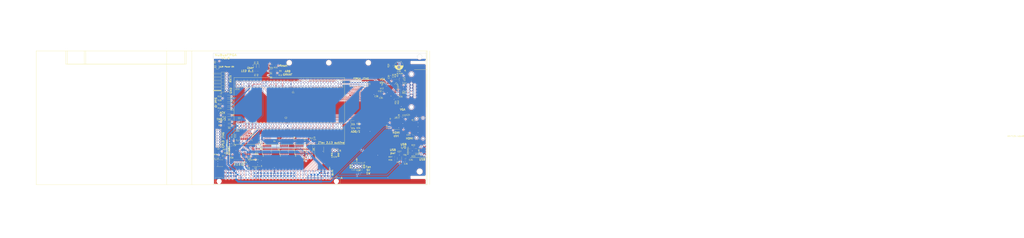
<source format=kicad_pcb>
(kicad_pcb (version 20171130) (host pcbnew 5.0.2+dfsg1-1~bpo9+1)
  (layers (0 F.Cu signal) (1 In1.Cu signal) (2 In2.Cu signal) (31 B.Cu signal) (34 B.Paste user) (35 F.Paste user) (36 B.SilkS user) (37 F.SilkS user) (38 B.Mask user) (39 F.Mask user) (44 Edge.Cuts user))
  (net 0 "")
  (net 1 GND)
  (net 2 /B2B/JTAG_VIO)
  (net 3 +3V3)
  (net 4 +5V)
  (net 5 "Net-(JCD1-Pad1)")
  (net 6 "Net-(JCD1-Pad2)")
  (net 7 /B2B/RX)
  (net 8 /B2B/TX)
  (net 9 "Net-(J1-Pad14)")
  (net 10 "Net-(J1-Pad12)")
  (net 11 NUBUS_OE)
  (net 12 -12V)
  (net 13 SB0_5V)
  (net 14 ~RESET_5V)
  (net 15 ~SPV_5V)
  (net 16 ~SP_5V)
  (net 17 ~TM1_5V)
  (net 18 ~AD1_5V)
  (net 19 ~AD3_5V)
  (net 20 ~AD5_5V)
  (net 21 ~AD7_5V)
  (net 22 ~AD9_5V)
  (net 23 ~AD11_5V)
  (net 24 ~AD13_5V)
  (net 25 ~AD15_5V)
  (net 26 ~AD17_5V)
  (net 27 ~AD19_5V)
  (net 28 ~AD21_5V)
  (net 29 ~AD23_5V)
  (net 30 ~AD25_5V)
  (net 31 ~AD27_5V)
  (net 32 ~AD29_5V)
  (net 33 ~AD31_5V)
  (net 34 ~ARB1_5V)
  (net 35 ~ARB3_5V)
  (net 36 ~ID1_5V)
  (net 37 ~ID3_5V)
  (net 38 ~ACK_5V)
  (net 39 ~RQST_5V)
  (net 40 ~NMRQ_5V)
  (net 41 +12V)
  (net 42 ~TM2_5V)
  (net 43 ~CM0_5V)
  (net 44 ~CM1_5V)
  (net 45 ~CM2_5V)
  (net 46 STDBYPWR)
  (net 47 ~CLK2XEN_5V)
  (net 48 ~CBUSY_5V)
  (net 49 SB1_5V)
  (net 50 ~TM0_5V)
  (net 51 ~AD0_5V)
  (net 52 ~AD2_5V)
  (net 53 ~AD4_5V)
  (net 54 ~AD6_5V)
  (net 55 ~AD8_5V)
  (net 56 ~AD10_5V)
  (net 57 ~AD12_5V)
  (net 58 ~AD14_5V)
  (net 59 ~AD16_5V)
  (net 60 ~AD18_5V)
  (net 61 ~AD20_5V)
  (net 62 ~AD22_5V)
  (net 63 ~AD24_5V)
  (net 64 ~AD26_5V)
  (net 65 ~AD28_5V)
  (net 66 ~AD30_5V)
  (net 67 ~PFW_5V)
  (net 68 ~ARB0_5V)
  (net 69 ~ARB2_5V)
  (net 70 ~ID0_5V)
  (net 71 ~ID2_5V)
  (net 72 ~START_5V)
  (net 73 ~CLK_5V)
  (net 74 ~ID3_3V3)
  (net 75 ~ID2_3V3)
  (net 76 ~ID1_3V3)
  (net 77 ~ID0_3V3)
  (net 78 ~CLK_3V3)
  (net 79 ~RQST_3V3)
  (net 80 ~CLK2X_5V)
  (net 81 ~START_3V3)
  (net 82 ~ACK_3V3)
  (net 83 ~AD31_3V3)
  (net 84 ~AD30_3V3)
  (net 85 ~AD29_3V3)
  (net 86 ~AD28_3V3)
  (net 87 ~AD27_3V3)
  (net 88 ~AD26_3V3)
  (net 89 ~AD25_3V3)
  (net 90 ~AD24_3V3)
  (net 91 ~AD23_3V3)
  (net 92 ~AD22_3V3)
  (net 93 ~AD21_3V3)
  (net 94 ~AD20_3V3)
  (net 95 ~RESET_3V3)
  (net 96 ~TM0_3V3)
  (net 97 ~TM1_3V3)
  (net 98 ~AD0_3V3)
  (net 99 ~AD1_3V3)
  (net 100 ~AD2_3V3)
  (net 101 ~AD3_3V3)
  (net 102 ~AD4_3V3)
  (net 103 ~AD5_3V3)
  (net 104 ~AD6_3V3)
  (net 105 ~AD7_3V3)
  (net 106 ~AD9_3V3)
  (net 107 ~AD8_3V3)
  (net 108 ~AD11_3V3)
  (net 109 ~AD10_3V3)
  (net 110 ~AD13_3V3)
  (net 111 ~AD12_3V3)
  (net 112 ~AD15_3V3)
  (net 113 ~AD14_3V3)
  (net 114 ~AD17_3V3)
  (net 115 ~AD16_3V3)
  (net 116 ~AD19_3V3)
  (net 117 ~AD18_3V3)
  (net 118 FPGA_VGA_HS)
  (net 119 /vga/VGA_HS)
  (net 120 FPGA_VGA_VS)
  (net 121 /vga/VGA_VS)
  (net 122 FPGA_G0)
  (net 123 FPGA_G1)
  (net 124 FPGA_G2)
  (net 125 FPGA_G3)
  (net 126 FPGA_G4)
  (net 127 FPGA_G5)
  (net 128 FPGA_G6)
  (net 129 FPGA_G7)
  (net 130 FPGA_B0)
  (net 131 FPGA_B1)
  (net 132 FPGA_B2)
  (net 133 FPGA_B3)
  (net 134 FPGA_B4)
  (net 135 FPGA_B5)
  (net 136 FPGA_B6)
  (net 137 FPGA_B7)
  (net 138 FPGA_VGA_CLK)
  (net 139 /vga/VGA_B)
  (net 140 /vga/VGA_G)
  (net 141 /vga/VGA_R)
  (net 142 FPGA_R0)
  (net 143 FPGA_R1)
  (net 144 FPGA_R2)
  (net 145 FPGA_R3)
  (net 146 FPGA_R4)
  (net 147 FPGA_R5)
  (net 148 FPGA_R6)
  (net 149 FPGA_R7)
  (net 150 SHIELD)
  (net 151 HDMI_CEC_A)
  (net 152 HDMI_SCL_A)
  (net 153 HDMI_SDA_A)
  (net 154 HDMI_HPD_A)
  (net 155 HDMI_5V)
  (net 156 HDMI_CLK-)
  (net 157 HDMI_CLK+)
  (net 158 HDMI_D0-)
  (net 159 HDMI_D0+)
  (net 160 HDMI_D1-)
  (net 161 HDMI_D1+)
  (net 162 HDMI_D2-)
  (net 163 HDMI_D2+)
  (net 164 LED0)
  (net 165 "Net-(D2-Pad2)")
  (net 166 "Net-(D3-Pad2)")
  (net 167 LED1)
  (net 168 /usb/USB_FLT)
  (net 169 /usb/USB_D+)
  (net 170 /usb/USB_EN)
  (net 171 /usb/USB_D-)
  (net 172 USBH0_D-)
  (net 173 USBH0_D+)
  (net 174 /usb/VBus)
  (net 175 /usb/VBus_USB0)
  (net 176 /vga/comp)
  (net 177 /vga/vref)
  (net 178 /hdmi/cec_b)
  (net 179 /hdmi/scl_b)
  (net 180 /hdmi/sda_b)
  (net 181 /hdmi/hpd_b)
  (net 182 ARB)
  (net 183 NUBUS_AD_DIR)
  (net 184 NUBUS_MASTER_DIR)
  (net 185 CPLD_JTAG_TDI)
  (net 186 CPLD_JTAG_TDO)
  (net 187 CPLD_JTAG_TMS)
  (net 188 CPLD_JTAG_TCK)
  (net 189 FPGA_JTAG_TDO)
  (net 190 FPGA_JTAG_TCK)
  (net 191 FPGA_JTAG_TDI)
  (net 192 FPGA_JTAG_TMS)
  (net 193 fpga_to_cpld_clk)
  (net 194 GRANT)
  (net 195 tmoen)
  (net 196 fpga_to_cpld_signal)
  (net 197 "Net-(J5-Pad14)")
  (net 198 "Net-(J6-Pad4)")
  (net 199 /vga/rset)
  (net 200 "Net-(D6-Pad2)")
  (net 201 "Net-(D7-Pad2)")
  (net 202 "Net-(D8-Pad2)")
  (net 203 "Net-(D1-Pad2)")
  (net 204 "Net-(D10-Pad2)")
  (net 205 "Net-(D11-Pad2)")
  (net 206 "Net-(D12-Pad2)")
  (net 207 "Net-(D13-Pad2)")
  (net 208 "Net-(D15-Pad2)")
  (net 209 "Net-(D14-Pad2)")
  (net 210 "Net-(D16-Pad2)")
  (net 211 fpga_to_cpld_signal_2)
  (net 212 ~CLK2X_3V3)
  (net 213 ~TM2_3V3)
  (net 214 ARB0_o_n)
  (net 215 ARB1_o_n)
  (net 216 ARB3_o_n)
  (net 217 ARB2_o_n)
  (net 218 ~NMRQ_3V3)
  (net 219 RQST_o_n)
  (net 220 "Net-(D4-Pad2)")
  (net 221 START_o_n)
  (net 222 START_oe_n)
  (net 223 ACK_o_n)
  (net 224 ACK_oe_n)
  (net 225 TMx_oe_n)
  (net 226 TM1_n_o)
  (net 227 TM0_n_o)
  (net 228 "Net-(D9-Pad2)")
  (net 229 TM2_o_n)
  (net 230 TM2_oe_n)
  (net 231 "Net-(D5-Pad2)")
  (net 232 "Net-(U10-Pad1)")
  (net 233 "Net-(U10-Pad3)")
  (net 234 "Net-(U13-Pad3)")
  (net 235 "Net-(U2-Pad11)")
  (net 236 "Net-(J2-Pad12)")
  (net 237 "Net-(J2-Pad14)")
  (net 238 "Net-(J3-Pad6)")
  (net 239 "Net-(J3-Pad3)")
  (net 240 "Net-(J3-Pad2)")
  (net 241 "Net-(J9-Pad15)")
  (net 242 "Net-(J9-Pad12)")
  (net 243 "Net-(J9-Pad11)")
  (net 244 "Net-(J9-Pad9)")
  (net 245 "Net-(J9-Pad4)")
  (module Resistor_SMD:R_0603_1608Metric (layer F.Cu) (at 114.4 83.7 180)
    (fp_text reference R36 (at 0.7 1.5 180) (layer F.SilkS))
    (fp_text value 10k)
    (pad 2 smd roundrect (at 0.7875 0 180) (size 0.875 0.95) (layers F.Cu F.Paste F.Mask) (net 218 ~NMRQ_3V3))
    (pad 1 smd roundrect (at -0.7875 0 180) (size 0.875 0.95) (layers F.Cu F.Paste F.Mask) (net 3 +3V3))
  )
  (module Resistor_SMD:R_0603_1608Metric (layer F.Cu) (at 120.3 79.8)
    (fp_text reference R37 (at 0 -1.43) (layer F.SilkS))
    (fp_text value 10k)
    (pad 1 smd roundrect (at -0.7875 0) (size 0.875 0.95) (layers F.Cu F.Paste F.Mask) (net 3 +3V3))
    (pad 2 smd roundrect (at 0.7875 0) (size 0.875 0.95) (layers F.Cu F.Paste F.Mask) (net 219 RQST_o_n))
  )
  (module Resistor_SMD:R_0603_1608Metric (layer F.Cu) (at 125.5 83.3 180)
    (fp_text reference R38 (at 0 -1.43 180) (layer F.SilkS))
    (fp_text value 10k)
    (pad 2 smd roundrect (at 0.7875 0 180) (size 0.875 0.95) (layers F.Cu F.Paste F.Mask) (net 222 START_oe_n))
    (pad 1 smd roundrect (at -0.7875 0 180) (size 0.875 0.95) (layers F.Cu F.Paste F.Mask) (net 3 +3V3))
  )
  (module Resistor_SMD:R_0603_1608Metric (layer F.Cu) (at 121.4 82.7)
    (fp_text reference R39 (at 0 -1.43) (layer F.SilkS))
    (fp_text value 10k)
    (pad 1 smd roundrect (at -0.7875 0) (size 0.875 0.95) (layers F.Cu F.Paste F.Mask) (net 3 +3V3))
    (pad 2 smd roundrect (at 0.7875 0) (size 0.875 0.95) (layers F.Cu F.Paste F.Mask) (net 224 ACK_oe_n))
  )
  (module Resistor_SMD:R_0603_1608Metric (layer F.Cu) (at 182.1 85.1 90)
    (fp_text reference R40 (at -0.8 -1.4 90) (layer F.SilkS))
    (fp_text value 10k)
    (pad 2 smd roundrect (at 0.7875 0 90) (size 0.875 0.95) (layers F.Cu F.Paste F.Mask) (net 225 TMx_oe_n))
    (pad 1 smd roundrect (at -0.7875 0 90) (size 0.875 0.95) (layers F.Cu F.Paste F.Mask) (net 3 +3V3))
  )
  (module Resistor_SMD:R_0603_1608Metric (layer F.Cu) (at 186.1 71.3 180)
    (fp_text reference R41 (at 0.1 1.5 180) (layer F.SilkS))
    (fp_text value 10k)
    (pad 1 smd roundrect (at -0.7875 0 180) (size 0.875 0.95) (layers F.Cu F.Paste F.Mask) (net 3 +3V3))
    (pad 2 smd roundrect (at 0.7875 0 180) (size 0.875 0.95) (layers F.Cu F.Paste F.Mask) (net 230 TM2_oe_n))
  )
  (module Resistor_SMD:R_0603_1608Metric (layer F.Cu) (at 143 84.9 180)
    (fp_text reference R42 (at 0 -1.43 180) (layer F.SilkS))
    (fp_text value 10k)
    (pad 2 smd roundrect (at 0.7875 0 180) (size 0.875 0.95) (layers F.Cu F.Paste F.Mask) (net 214 ARB0_o_n))
    (pad 1 smd roundrect (at -0.7875 0 180) (size 0.875 0.95) (layers F.Cu F.Paste F.Mask) (net 3 +3V3))
  )
  (module Resistor_SMD:R_0603_1608Metric (layer F.Cu) (at 144.6 83.2)
    (fp_text reference R43 (at 0 -1.43) (layer F.SilkS))
    (fp_text value 10k)
    (pad 1 smd roundrect (at -0.7875 0) (size 0.875 0.95) (layers F.Cu F.Paste F.Mask) (net 3 +3V3))
    (pad 2 smd roundrect (at 0.7875 0) (size 0.875 0.95) (layers F.Cu F.Paste F.Mask) (net 215 ARB1_o_n))
  )
  (module Resistor_SMD:R_0603_1608Metric (layer F.Cu) (at 135.9 89.6 90)
    (fp_text reference R44 (at 0 -1.43 90) (layer F.SilkS))
    (fp_text value 10k)
    (pad 2 smd roundrect (at 0.7875 0 90) (size 0.875 0.95) (layers F.Cu F.Paste F.Mask) (net 217 ARB2_o_n))
    (pad 1 smd roundrect (at -0.7875 0 90) (size 0.875 0.95) (layers F.Cu F.Paste F.Mask) (net 3 +3V3))
  )
  (module Resistor_SMD:R_0603_1608Metric (layer F.Cu) (at 139.6 84.9 180)
    (fp_text reference R45 (at 0 -1.43 180) (layer F.SilkS))
    (fp_text value 10k)
    (pad 1 smd roundrect (at -0.7875 0 180) (size 0.875 0.95) (layers F.Cu F.Paste F.Mask) (net 3 +3V3))
    (pad 2 smd roundrect (at 0.7875 0 180) (size 0.875 0.95) (layers F.Cu F.Paste F.Mask) (net 216 ARB3_o_n))
  )
  (module Capacitor_SMD:C_0805_2012Metric (layer F.Cu) (at 131.3 56.1)
    (fp_text reference C3 (at 0 -1.65) (layer F.SilkS))
    (fp_text value "47uF 10V+")
    (pad 1 smd roundrect (at -0.9375 0) (size 0.975 1.4) (layers F.Cu F.Paste F.Mask) (net 4 +5V))
    (pad 2 smd roundrect (at 0.9375 0) (size 0.975 1.4) (layers F.Cu F.Paste F.Mask) (net 1 GND))
  )
  (module LED_SMD:LED_0805_2012Metric (layer F.Cu) (at 114.8 15.5 90)
    (fp_text reference D3 (at 0 -1.65 90) (layer F.SilkS))
    (fp_text value BLUE)
    (pad 1 smd roundrect (at -0.9375 0 90) (size 0.975 1.4) (layers F.Cu F.Paste F.Mask) (net 1 GND))
    (pad 2 smd roundrect (at 0.9375 0 90) (size 0.975 1.4) (layers F.Cu F.Paste F.Mask) (net 166 "Net-(D3-Pad2)"))
  )
  (module Resistor_SMD:R_0603_1608Metric (layer F.Cu) (at 114.8 12 270)
    (fp_text reference R3 (at 0 1.7 270) (layer F.SilkS))
    (fp_text value 549)
    (pad 1 smd roundrect (at -0.7875 0 270) (size 0.875 0.95) (layers F.Cu F.Paste F.Mask) (net 3 +3V3))
    (pad 2 smd roundrect (at 0.7875 0 270) (size 0.875 0.95) (layers F.Cu F.Paste F.Mask) (net 166 "Net-(D3-Pad2)"))
  )
  (module Capacitor_SMD:C_0603_1608Metric (layer F.Cu) (at 182.5 72.9 90)
    (fp_text reference C5 (at 2.2 -1.4 90) (layer F.SilkS))
    (fp_text value 100nF)
    (pad 1 smd roundrect (at -0.7875 0 90) (size 0.875 0.95) (layers F.Cu F.Paste F.Mask) (net 3 +3V3))
    (pad 2 smd roundrect (at 0.7875 0 90) (size 0.875 0.95) (layers F.Cu F.Paste F.Mask) (net 1 GND))
  )
  (module Package_SO:TSSOP-14_4.4x5mm_P0.65mm (layer F.Cu) (at 184.5 78.5 90)
    (fp_text reference U2 (at 0 -3.35 90) (layer F.SilkS))
    (fp_text value 74LVT125)
    (pad 1 smd rect (at -2.95 -1.95 90) (size 1.45 0.45) (layers F.Cu F.Paste F.Mask) (net 225 TMx_oe_n))
    (pad 2 smd rect (at -2.95 -1.3 90) (size 1.45 0.45) (layers F.Cu F.Paste F.Mask) (net 226 TM1_n_o))
    (pad 3 smd rect (at -2.95 -0.65 90) (size 1.45 0.45) (layers F.Cu F.Paste F.Mask) (net 17 ~TM1_5V))
    (pad 4 smd rect (at -2.95 0 90) (size 1.45 0.45) (layers F.Cu F.Paste F.Mask) (net 225 TMx_oe_n))
    (pad 5 smd rect (at -2.95 0.65 90) (size 1.45 0.45) (layers F.Cu F.Paste F.Mask) (net 227 TM0_n_o))
    (pad 6 smd rect (at -2.95 1.3 90) (size 1.45 0.45) (layers F.Cu F.Paste F.Mask) (net 50 ~TM0_5V))
    (pad 7 smd rect (at -2.95 1.95 90) (size 1.45 0.45) (layers F.Cu F.Paste F.Mask) (net 1 GND))
    (pad 8 smd rect (at 2.95 1.95 90) (size 1.45 0.45) (layers F.Cu F.Paste F.Mask) (net 42 ~TM2_5V))
    (pad 9 smd rect (at 2.95 1.3 90) (size 1.45 0.45) (layers F.Cu F.Paste F.Mask) (net 229 TM2_o_n))
    (pad 10 smd rect (at 2.95 0.65 90) (size 1.45 0.45) (layers F.Cu F.Paste F.Mask) (net 230 TM2_oe_n))
    (pad 11 smd rect (at 2.95 0 90) (size 1.45 0.45) (layers F.Cu F.Paste F.Mask) (net 235 "Net-(U2-Pad11)"))
    (pad 12 smd rect (at 2.95 -0.65 90) (size 1.45 0.45) (layers F.Cu F.Paste F.Mask) (net 1 GND))
    (pad 13 smd rect (at 2.95 -1.3 90) (size 1.45 0.45) (layers F.Cu F.Paste F.Mask) (net 3 +3V3))
    (pad 14 smd rect (at 2.95 -1.95 90) (size 1.45 0.45) (layers F.Cu F.Paste F.Mask) (net 3 +3V3))
  )
  (module For_SeeedStudio:PinHeader_2x07_P2.00mm_Vertical_For_SeeedStudio (layer F.Cu) (at 116.6 75.8 180)
    (fp_text reference J2 (at 1 -2.06 180) (layer F.SilkS))
    (fp_text value Conn_02x07_Odd_Even)
    (pad 1 thru_hole rect (at 0 0 180) (size 1.35 1.35) (drill 0.9) (layers *.Cu *.Mask) (net 1 GND))
    (pad 2 thru_hole oval (at 2 0 180) (size 1.35 1.35) (drill 0.9) (layers *.Cu *.Mask) (net 3 +3V3))
    (pad 3 thru_hole oval (at 0 2 180) (size 1.35 1.35) (drill 0.9) (layers *.Cu *.Mask) (net 1 GND))
    (pad 4 thru_hole oval (at 2 2 180) (size 1.35 1.35) (drill 0.9) (layers *.Cu *.Mask) (net 187 CPLD_JTAG_TMS))
    (pad 5 thru_hole oval (at 0 4 180) (size 1.35 1.35) (drill 0.9) (layers *.Cu *.Mask) (net 1 GND))
    (pad 6 thru_hole oval (at 2 4 180) (size 1.35 1.35) (drill 0.9) (layers *.Cu *.Mask) (net 188 CPLD_JTAG_TCK))
    (pad 7 thru_hole oval (at 0 6 180) (size 1.35 1.35) (drill 0.9) (layers *.Cu *.Mask) (net 1 GND))
    (pad 8 thru_hole oval (at 2 6 180) (size 1.35 1.35) (drill 0.9) (layers *.Cu *.Mask) (net 186 CPLD_JTAG_TDO))
    (pad 9 thru_hole oval (at 0 8 180) (size 1.35 1.35) (drill 0.9) (layers *.Cu *.Mask) (net 1 GND))
    (pad 10 thru_hole oval (at 2 8 180) (size 1.35 1.35) (drill 0.9) (layers *.Cu *.Mask) (net 185 CPLD_JTAG_TDI))
    (pad 11 thru_hole oval (at 0 10 180) (size 1.35 1.35) (drill 0.9) (layers *.Cu *.Mask) (net 1 GND))
    (pad 12 thru_hole oval (at 2 10 180) (size 1.35 1.35) (drill 0.9) (layers *.Cu *.Mask) (net 236 "Net-(J2-Pad12)"))
    (pad 13 thru_hole oval (at 0 12 180) (size 1.35 1.35) (drill 0.9) (layers *.Cu *.Mask) (net 1 GND))
    (pad 14 thru_hole oval (at 2 12 180) (size 1.35 1.35) (drill 0.9) (layers *.Cu *.Mask) (net 237 "Net-(J2-Pad14)"))
  )
  (module For_SeeedStudio:TQFP-64_10x10mm_P0.5mm_Xlinx (layer F.Cu) (at 136.2 76.2)
    (fp_text reference U4 (at -3.5 -7.5) (layer F.SilkS))
    (fp_text value XC9572XL-VQ64)
    (pad 1 smd roundrect (at -5.7 -3.75) (size 1.6 0.3) (layers F.Cu F.Paste F.Mask) (net 74 ~ID3_3V3))
    (pad 2 smd roundrect (at -5.7 -3.25) (size 1.6 0.3) (layers F.Cu F.Paste F.Mask) (net 82 ~ACK_3V3))
    (pad 3 smd roundrect (at -5.7 -2.75) (size 1.6 0.3) (layers F.Cu F.Paste F.Mask) (net 3 +3V3))
    (pad 4 smd roundrect (at -5.7 -2.25) (size 1.6 0.3) (layers F.Cu F.Paste F.Mask) (net 81 ~START_3V3))
    (pad 5 smd roundrect (at -5.7 -1.75) (size 1.6 0.3) (layers F.Cu F.Paste F.Mask) (net 219 RQST_o_n))
    (pad 6 smd roundrect (at -5.7 -1.25) (size 1.6 0.3) (layers F.Cu F.Paste F.Mask) (net 39 ~RQST_5V))
    (pad 7 smd roundrect (at -5.7 -0.75) (size 1.6 0.3) (layers F.Cu F.Paste F.Mask) (net 37 ~ID3_5V))
    (pad 8 smd roundrect (at -5.7 -0.25) (size 1.6 0.3) (layers F.Cu F.Paste F.Mask) (net 224 ACK_oe_n))
    (pad 9 smd roundrect (at -5.7 0.25) (size 1.6 0.3) (layers F.Cu F.Paste F.Mask) (net 223 ACK_o_n))
    (pad 10 smd roundrect (at -5.7 0.75) (size 1.6 0.3) (layers F.Cu F.Paste F.Mask) (net 38 ~ACK_5V))
    (pad 11 smd roundrect (at -5.7 1.25) (size 1.6 0.3) (layers F.Cu F.Paste F.Mask) (net 222 START_oe_n))
    (pad 12 smd roundrect (at -5.7 1.75) (size 1.6 0.3) (layers F.Cu F.Paste F.Mask) (net 221 START_o_n))
    (pad 13 smd roundrect (at -5.7 2.25) (size 1.6 0.3) (layers F.Cu F.Paste F.Mask) (net 72 ~START_5V))
    (pad 14 smd roundrect (at -5.7 2.75) (size 1.6 0.3) (layers F.Cu F.Paste F.Mask) (net 1 GND))
    (pad 15 smd roundrect (at -5.7 3.25) (size 1.6 0.3) (layers F.Cu F.Paste F.Mask) (net 193 fpga_to_cpld_clk))
    (pad 16 smd roundrect (at -5.7 3.75) (size 1.6 0.3) (layers F.Cu F.Paste F.Mask) (net 73 ~CLK_5V))
    (pad 17 smd roundrect (at -3.75 5.7) (size 0.3 1.6) (layers F.Cu F.Paste F.Mask) (net 80 ~CLK2X_5V))
    (pad 18 smd roundrect (at -3.25 5.7) (size 0.3 1.6) (layers F.Cu F.Paste F.Mask) (net 71 ~ID2_5V))
    (pad 19 smd roundrect (at -2.75 5.7) (size 0.3 1.6) (layers F.Cu F.Paste F.Mask) (net 36 ~ID1_5V))
    (pad 20 smd roundrect (at -2.25 5.7) (size 0.3 1.6) (layers F.Cu F.Paste F.Mask) (net 70 ~ID0_5V))
    (pad 21 smd roundrect (at -1.75 5.7) (size 0.3 1.6) (layers F.Cu F.Paste F.Mask) (net 1 GND))
    (pad 22 smd roundrect (at -1.25 5.7) (size 0.3 1.6) (layers F.Cu F.Paste F.Mask) (net 42 ~TM2_5V))
    (pad 23 smd roundrect (at -0.75 5.7) (size 0.3 1.6) (layers F.Cu F.Paste F.Mask) (net 196 fpga_to_cpld_signal))
    (pad 24 smd roundrect (at -0.25 5.7) (size 0.3 1.6) (layers F.Cu F.Paste F.Mask) (net 230 TM2_oe_n))
    (pad 25 smd roundrect (at 0.25 5.7) (size 0.3 1.6) (layers F.Cu F.Paste F.Mask) (net 217 ARB2_o_n))
    (pad 26 smd roundrect (at 0.75 5.7) (size 0.3 1.6) (layers F.Cu F.Paste F.Mask) (net 3 +3V3))
    (pad 27 smd roundrect (at 1.25 5.7) (size 0.3 1.6) (layers F.Cu F.Paste F.Mask) (net 69 ~ARB2_5V))
    (pad 28 smd roundrect (at 1.75 5.7) (size 0.3 1.6) (layers F.Cu F.Paste F.Mask) (net 185 CPLD_JTAG_TDI))
    (pad 29 smd roundrect (at 2.25 5.7) (size 0.3 1.6) (layers F.Cu F.Paste F.Mask) (net 187 CPLD_JTAG_TMS))
    (pad 30 smd roundrect (at 2.75 5.7) (size 0.3 1.6) (layers F.Cu F.Paste F.Mask) (net 188 CPLD_JTAG_TCK))
    (pad 31 smd roundrect (at 3.25 5.7) (size 0.3 1.6) (layers F.Cu F.Paste F.Mask) (net 216 ARB3_o_n))
    (pad 32 smd roundrect (at 3.75 5.7) (size 0.3 1.6) (layers F.Cu F.Paste F.Mask) (net 35 ~ARB3_5V))
    (pad 33 smd roundrect (at 5.7 3.75) (size 1.6 0.3) (layers F.Cu F.Paste F.Mask) (net 214 ARB0_o_n))
    (pad 34 smd roundrect (at 5.7 3.25) (size 1.6 0.3) (layers F.Cu F.Paste F.Mask) (net 68 ~ARB0_5V))
    (pad 35 smd roundrect (at 5.7 2.75) (size 1.6 0.3) (layers F.Cu F.Paste F.Mask) (net 215 ARB1_o_n))
    (pad 36 smd roundrect (at 5.7 2.25) (size 1.6 0.3) (layers F.Cu F.Paste F.Mask) (net 34 ~ARB1_5V))
    (pad 37 smd roundrect (at 5.7 1.75) (size 1.6 0.3) (layers F.Cu F.Paste F.Mask) (net 3 +3V3))
    (pad 38 smd roundrect (at 5.7 1.25) (size 1.6 0.3) (layers F.Cu F.Paste F.Mask) (net 17 ~TM1_5V))
    (pad 39 smd roundrect (at 5.7 0.75) (size 1.6 0.3) (layers F.Cu F.Paste F.Mask) (net 50 ~TM0_5V))
    (pad 40 smd roundrect (at 5.7 0.25) (size 1.6 0.3) (layers F.Cu F.Paste F.Mask) (net 226 TM1_n_o))
    (pad 41 smd roundrect (at 5.7 -0.25) (size 1.6 0.3) (layers F.Cu F.Paste F.Mask) (net 1 GND))
    (pad 42 smd roundrect (at 5.7 -0.75) (size 1.6 0.3) (layers F.Cu F.Paste F.Mask) (net 227 TM0_n_o))
    (pad 43 smd roundrect (at 5.7 -1.25) (size 1.6 0.3) (layers F.Cu F.Paste F.Mask) (net 225 TMx_oe_n))
    (pad 44 smd roundrect (at 5.7 -1.75) (size 1.6 0.3) (layers F.Cu F.Paste F.Mask) (net 14 ~RESET_5V))
    (pad 45 smd roundrect (at 5.7 -2.25) (size 1.6 0.3) (layers F.Cu F.Paste F.Mask) (net 11 NUBUS_OE))
    (pad 46 smd roundrect (at 5.7 -2.75) (size 1.6 0.3) (layers F.Cu F.Paste F.Mask) (net 229 TM2_o_n))
    (pad 47 smd roundrect (at 5.7 -3.25) (size 1.6 0.3) (layers F.Cu F.Paste F.Mask) (net 78 ~CLK_3V3))
    (pad 48 smd roundrect (at 5.7 -3.75) (size 1.6 0.3) (layers F.Cu F.Paste F.Mask) (net 95 ~RESET_3V3))
    (pad 49 smd roundrect (at 3.75 -5.7) (size 0.3 1.6) (layers F.Cu F.Paste F.Mask) (net 184 NUBUS_MASTER_DIR))
    (pad 50 smd roundrect (at 3.25 -5.7) (size 0.3 1.6) (layers F.Cu F.Paste F.Mask) (net 211 fpga_to_cpld_signal_2))
    (pad 51 smd roundrect (at 2.75 -5.7) (size 0.3 1.6) (layers F.Cu F.Paste F.Mask) (net 195 tmoen))
    (pad 52 smd roundrect (at 2.25 -5.7) (size 0.3 1.6) (layers F.Cu F.Paste F.Mask) (net 182 ARB))
    (pad 53 smd roundrect (at 1.75 -5.7) (size 0.3 1.6) (layers F.Cu F.Paste F.Mask) (net 186 CPLD_JTAG_TDO))
    (pad 54 smd roundrect (at 1.25 -5.7) (size 0.3 1.6) (layers F.Cu F.Paste F.Mask) (net 1 GND))
    (pad 55 smd roundrect (at 0.75 -5.7) (size 0.3 1.6) (layers F.Cu F.Paste F.Mask) (net 3 +3V3))
    (pad 56 smd roundrect (at 0.25 -5.7) (size 0.3 1.6) (layers F.Cu F.Paste F.Mask) (net 194 GRANT))
    (pad 57 smd roundrect (at -0.25 -5.7) (size 0.3 1.6) (layers F.Cu F.Paste F.Mask) (net 213 ~TM2_3V3))
    (pad 58 smd roundrect (at -0.75 -5.7) (size 0.3 1.6) (layers F.Cu F.Paste F.Mask) (net 212 ~CLK2X_3V3))
    (pad 59 smd roundrect (at -1.25 -5.7) (size 0.3 1.6) (layers F.Cu F.Paste F.Mask) (net 77 ~ID0_3V3))
    (pad 60 smd roundrect (at -1.75 -5.7) (size 0.3 1.6) (layers F.Cu F.Paste F.Mask) (net 76 ~ID1_3V3))
    (pad 61 smd roundrect (at -2.25 -5.7) (size 0.3 1.6) (layers F.Cu F.Paste F.Mask) (net 96 ~TM0_3V3))
    (pad 62 smd roundrect (at -2.75 -5.7) (size 0.3 1.6) (layers F.Cu F.Paste F.Mask) (net 97 ~TM1_3V3))
    (pad 63 smd roundrect (at -3.25 -5.7) (size 0.3 1.6) (layers F.Cu F.Paste F.Mask) (net 75 ~ID2_3V3))
    (pad 64 smd roundrect (at -3.75 -5.7) (size 0.3 1.6) (layers F.Cu F.Paste F.Mask) (net 79 ~RQST_3V3))
  )
  (module Capacitor_SMD:C_0603_1608Metric (layer F.Cu) (at 235.5875 36.6 180)
    (fp_text reference C38 (at 0.1875 -1.4 180) (layer F.SilkS))
    (fp_text value 1uF)
    (pad 1 smd roundrect (at -0.7875 0 180) (size 0.875 0.95) (layers F.Cu F.Paste F.Mask) (net 3 +3V3))
    (pad 2 smd roundrect (at 0.7875 0 180) (size 0.875 0.95) (layers F.Cu F.Paste F.Mask) (net 1 GND))
  )
  (module LED_SMD:LED_0805_2012Metric (layer F.Cu) (at 155.5 14.7)
    (fp_text reference D10 (at 0 1.8) (layer F.SilkS))
    (fp_text value YELLOW)
    (pad 1 smd roundrect (at -0.9375 0) (size 0.975 1.4) (layers F.Cu F.Paste F.Mask) (net 95 ~RESET_3V3))
    (pad 2 smd roundrect (at 0.9375 0) (size 0.975 1.4) (layers F.Cu F.Paste F.Mask) (net 204 "Net-(D10-Pad2)"))
  )
  (module Resistor_SMD:R_0603_1608Metric (layer F.Cu) (at 159 14.7 180)
    (fp_text reference R15 (at 0 -1.43 180) (layer F.SilkS))
    (fp_text value 549)
    (pad 1 smd roundrect (at -0.7875 0 180) (size 0.875 0.95) (layers F.Cu F.Paste F.Mask) (net 3 +3V3))
    (pad 2 smd roundrect (at 0.7875 0 180) (size 0.875 0.95) (layers F.Cu F.Paste F.Mask) (net 204 "Net-(D10-Pad2)"))
  )
  (module For_SeeedStudio:TSSOP-20_4.4x6.5mm_P0.65mm_ForSeeedStudio (layer F.Cu) (at 165.5 78.5 90)
    (fp_text reference U6 (at 0 -4.3 90) (layer F.SilkS))
    (fp_text value 74LVT245BPW,118)
    (pad 1 smd rect (at -2.8 -2.925 90) (size 1.55 0.45) (layers F.Cu F.Paste F.Mask) (net 183 NUBUS_AD_DIR))
    (pad 2 smd rect (at -2.8 -2.275 90) (size 1.55 0.45) (layers F.Cu F.Paste F.Mask) (net 62 ~AD22_5V))
    (pad 3 smd rect (at -2.8 -1.625 90) (size 1.55 0.45) (layers F.Cu F.Paste F.Mask) (net 29 ~AD23_5V))
    (pad 4 smd rect (at -2.8 -0.975 90) (size 1.55 0.45) (layers F.Cu F.Paste F.Mask) (net 61 ~AD20_5V))
    (pad 5 smd rect (at -2.8 -0.325 90) (size 1.55 0.45) (layers F.Cu F.Paste F.Mask) (net 28 ~AD21_5V))
    (pad 6 smd rect (at -2.8 0.325 90) (size 1.55 0.45) (layers F.Cu F.Paste F.Mask) (net 60 ~AD18_5V))
    (pad 7 smd rect (at -2.8 0.975 90) (size 1.55 0.45) (layers F.Cu F.Paste F.Mask) (net 27 ~AD19_5V))
    (pad 8 smd rect (at -2.8 1.625 90) (size 1.55 0.45) (layers F.Cu F.Paste F.Mask) (net 59 ~AD16_5V))
    (pad 9 smd rect (at -2.8 2.275 90) (size 1.55 0.45) (layers F.Cu F.Paste F.Mask) (net 26 ~AD17_5V))
    (pad 10 smd rect (at -2.8 2.925 90) (size 1.55 0.45) (layers F.Cu F.Paste F.Mask) (net 1 GND))
    (pad 11 smd rect (at 2.8 2.925 90) (size 1.55 0.45) (layers F.Cu F.Paste F.Mask) (net 114 ~AD17_3V3))
    (pad 12 smd rect (at 2.8 2.275 90) (size 1.55 0.45) (layers F.Cu F.Paste F.Mask) (net 115 ~AD16_3V3))
    (pad 13 smd rect (at 2.8 1.625 90) (size 1.55 0.45) (layers F.Cu F.Paste F.Mask) (net 116 ~AD19_3V3))
    (pad 14 smd rect (at 2.8 0.975 90) (size 1.55 0.45) (layers F.Cu F.Paste F.Mask) (net 117 ~AD18_3V3))
    (pad 15 smd rect (at 2.8 0.325 90) (size 1.55 0.45) (layers F.Cu F.Paste F.Mask) (net 93 ~AD21_3V3))
    (pad 16 smd rect (at 2.8 -0.325 90) (size 1.55 0.45) (layers F.Cu F.Paste F.Mask) (net 94 ~AD20_3V3))
    (pad 17 smd rect (at 2.8 -0.975 90) (size 1.55 0.45) (layers F.Cu F.Paste F.Mask) (net 91 ~AD23_3V3))
    (pad 18 smd rect (at 2.8 -1.625 90) (size 1.55 0.45) (layers F.Cu F.Paste F.Mask) (net 92 ~AD22_3V3))
    (pad 19 smd rect (at 2.8 -2.275 90) (size 1.55 0.45) (layers F.Cu F.Paste F.Mask) (net 11 NUBUS_OE))
    (pad 20 smd rect (at 2.8 -2.925 90) (size 1.55 0.45) (layers F.Cu F.Paste F.Mask) (net 3 +3V3))
  )
  (module For_SeeedStudio:TSSOP-20_4.4x6.5mm_P0.65mm_ForSeeedStudio (layer F.Cu) (at 192 78.5 90)
    (fp_text reference U8 (at 0.05 -4.1 90) (layer F.SilkS))
    (fp_text value 74LVT245BPW,118)
    (pad 20 smd rect (at 2.8 -2.925 90) (size 1.55 0.45) (layers F.Cu F.Paste F.Mask) (net 3 +3V3))
    (pad 19 smd rect (at 2.8 -2.275 90) (size 1.55 0.45) (layers F.Cu F.Paste F.Mask) (net 11 NUBUS_OE))
    (pad 18 smd rect (at 2.8 -1.625 90) (size 1.55 0.45) (layers F.Cu F.Paste F.Mask) (net 104 ~AD6_3V3))
    (pad 17 smd rect (at 2.8 -0.975 90) (size 1.55 0.45) (layers F.Cu F.Paste F.Mask) (net 105 ~AD7_3V3))
    (pad 16 smd rect (at 2.8 -0.325 90) (size 1.55 0.45) (layers F.Cu F.Paste F.Mask) (net 102 ~AD4_3V3))
    (pad 15 smd rect (at 2.8 0.325 90) (size 1.55 0.45) (layers F.Cu F.Paste F.Mask) (net 103 ~AD5_3V3))
    (pad 14 smd rect (at 2.8 0.975 90) (size 1.55 0.45) (layers F.Cu F.Paste F.Mask) (net 100 ~AD2_3V3))
    (pad 13 smd rect (at 2.8 1.625 90) (size 1.55 0.45) (layers F.Cu F.Paste F.Mask) (net 101 ~AD3_3V3))
    (pad 12 smd rect (at 2.8 2.275 90) (size 1.55 0.45) (layers F.Cu F.Paste F.Mask) (net 98 ~AD0_3V3))
    (pad 11 smd rect (at 2.8 2.925 90) (size 1.55 0.45) (layers F.Cu F.Paste F.Mask) (net 99 ~AD1_3V3))
    (pad 10 smd rect (at -2.8 2.925 90) (size 1.55 0.45) (layers F.Cu F.Paste F.Mask) (net 1 GND))
    (pad 9 smd rect (at -2.8 2.275 90) (size 1.55 0.45) (layers F.Cu F.Paste F.Mask) (net 18 ~AD1_5V))
    (pad 8 smd rect (at -2.8 1.625 90) (size 1.55 0.45) (layers F.Cu F.Paste F.Mask) (net 51 ~AD0_5V))
    (pad 7 smd rect (at -2.8 0.975 90) (size 1.55 0.45) (layers F.Cu F.Paste F.Mask) (net 19 ~AD3_5V))
    (pad 6 smd rect (at -2.8 0.325 90) (size 1.55 0.45) (layers F.Cu F.Paste F.Mask) (net 52 ~AD2_5V))
    (pad 5 smd rect (at -2.8 -0.325 90) (size 1.55 0.45) (layers F.Cu F.Paste F.Mask) (net 20 ~AD5_5V))
    (pad 4 smd rect (at -2.8 -0.975 90) (size 1.55 0.45) (layers F.Cu F.Paste F.Mask) (net 53 ~AD4_5V))
    (pad 3 smd rect (at -2.8 -1.625 90) (size 1.55 0.45) (layers F.Cu F.Paste F.Mask) (net 21 ~AD7_5V))
    (pad 2 smd rect (at -2.8 -2.275 90) (size 1.55 0.45) (layers F.Cu F.Paste F.Mask) (net 54 ~AD6_5V))
    (pad 1 smd rect (at -2.8 -2.925 90) (size 1.55 0.45) (layers F.Cu F.Paste F.Mask) (net 183 NUBUS_AD_DIR))
  )
  (module For_SeeedStudio:TSSOP-20_4.4x6.5mm_P0.65mm_ForSeeedStudio (layer F.Cu) (at 177 78.5 90)
    (fp_text reference U7 (at 0 -4.3 90) (layer F.SilkS))
    (fp_text value 74LVT245BPW,118)
    (pad 1 smd rect (at -2.8 -2.925 90) (size 1.55 0.45) (layers F.Cu F.Paste F.Mask) (net 183 NUBUS_AD_DIR))
    (pad 2 smd rect (at -2.8 -2.275 90) (size 1.55 0.45) (layers F.Cu F.Paste F.Mask) (net 58 ~AD14_5V))
    (pad 3 smd rect (at -2.8 -1.625 90) (size 1.55 0.45) (layers F.Cu F.Paste F.Mask) (net 25 ~AD15_5V))
    (pad 4 smd rect (at -2.8 -0.975 90) (size 1.55 0.45) (layers F.Cu F.Paste F.Mask) (net 57 ~AD12_5V))
    (pad 5 smd rect (at -2.8 -0.325 90) (size 1.55 0.45) (layers F.Cu F.Paste F.Mask) (net 24 ~AD13_5V))
    (pad 6 smd rect (at -2.8 0.325 90) (size 1.55 0.45) (layers F.Cu F.Paste F.Mask) (net 56 ~AD10_5V))
    (pad 7 smd rect (at -2.8 0.975 90) (size 1.55 0.45) (layers F.Cu F.Paste F.Mask) (net 23 ~AD11_5V))
    (pad 8 smd rect (at -2.8 1.625 90) (size 1.55 0.45) (layers F.Cu F.Paste F.Mask) (net 55 ~AD8_5V))
    (pad 9 smd rect (at -2.8 2.275 90) (size 1.55 0.45) (layers F.Cu F.Paste F.Mask) (net 22 ~AD9_5V))
    (pad 10 smd rect (at -2.8 2.925 90) (size 1.55 0.45) (layers F.Cu F.Paste F.Mask) (net 1 GND))
    (pad 11 smd rect (at 2.8 2.925 90) (size 1.55 0.45) (layers F.Cu F.Paste F.Mask) (net 106 ~AD9_3V3))
    (pad 12 smd rect (at 2.8 2.275 90) (size 1.55 0.45) (layers F.Cu F.Paste F.Mask) (net 107 ~AD8_3V3))
    (pad 13 smd rect (at 2.8 1.625 90) (size 1.55 0.45) (layers F.Cu F.Paste F.Mask) (net 108 ~AD11_3V3))
    (pad 14 smd rect (at 2.8 0.975 90) (size 1.55 0.45) (layers F.Cu F.Paste F.Mask) (net 109 ~AD10_3V3))
    (pad 15 smd rect (at 2.8 0.325 90) (size 1.55 0.45) (layers F.Cu F.Paste F.Mask) (net 110 ~AD13_3V3))
    (pad 16 smd rect (at 2.8 -0.325 90) (size 1.55 0.45) (layers F.Cu F.Paste F.Mask) (net 111 ~AD12_3V3))
    (pad 17 smd rect (at 2.8 -0.975 90) (size 1.55 0.45) (layers F.Cu F.Paste F.Mask) (net 112 ~AD15_3V3))
    (pad 18 smd rect (at 2.8 -1.625 90) (size 1.55 0.45) (layers F.Cu F.Paste F.Mask) (net 113 ~AD14_3V3))
    (pad 19 smd rect (at 2.8 -2.275 90) (size 1.55 0.45) (layers F.Cu F.Paste F.Mask) (net 11 NUBUS_OE))
    (pad 20 smd rect (at 2.8 -2.925 90) (size 1.55 0.45) (layers F.Cu F.Paste F.Mask) (net 3 +3V3))
  )
  (module For_SeeedStudio:TSSOP-20_4.4x6.5mm_P0.65mm_ForSeeedStudio (layer F.Cu) (at 152.5 78.5 90)
    (fp_text reference U5 (at 0.8 -4.2 90) (layer F.SilkS))
    (fp_text value 74LVT245BPW,118)
    (pad 1 smd rect (at -2.8 -2.925 90) (size 1.55 0.45) (layers F.Cu F.Paste F.Mask) (net 183 NUBUS_AD_DIR))
    (pad 2 smd rect (at -2.8 -2.275 90) (size 1.55 0.45) (layers F.Cu F.Paste F.Mask) (net 33 ~AD31_5V))
    (pad 3 smd rect (at -2.8 -1.625 90) (size 1.55 0.45) (layers F.Cu F.Paste F.Mask) (net 66 ~AD30_5V))
    (pad 4 smd rect (at -2.8 -0.975 90) (size 1.55 0.45) (layers F.Cu F.Paste F.Mask) (net 32 ~AD29_5V))
    (pad 5 smd rect (at -2.8 -0.325 90) (size 1.55 0.45) (layers F.Cu F.Paste F.Mask) (net 65 ~AD28_5V))
    (pad 6 smd rect (at -2.8 0.325 90) (size 1.55 0.45) (layers F.Cu F.Paste F.Mask) (net 31 ~AD27_5V))
    (pad 7 smd rect (at -2.8 0.975 90) (size 1.55 0.45) (layers F.Cu F.Paste F.Mask) (net 64 ~AD26_5V))
    (pad 8 smd rect (at -2.8 1.625 90) (size 1.55 0.45) (layers F.Cu F.Paste F.Mask) (net 30 ~AD25_5V))
    (pad 9 smd rect (at -2.8 2.275 90) (size 1.55 0.45) (layers F.Cu F.Paste F.Mask) (net 63 ~AD24_5V))
    (pad 10 smd rect (at -2.8 2.925 90) (size 1.55 0.45) (layers F.Cu F.Paste F.Mask) (net 1 GND))
    (pad 11 smd rect (at 2.8 2.925 90) (size 1.55 0.45) (layers F.Cu F.Paste F.Mask) (net 90 ~AD24_3V3))
    (pad 12 smd rect (at 2.8 2.275 90) (size 1.55 0.45) (layers F.Cu F.Paste F.Mask) (net 89 ~AD25_3V3))
    (pad 13 smd rect (at 2.8 1.625 90) (size 1.55 0.45) (layers F.Cu F.Paste F.Mask) (net 88 ~AD26_3V3))
    (pad 14 smd rect (at 2.8 0.975 90) (size 1.55 0.45) (layers F.Cu F.Paste F.Mask) (net 87 ~AD27_3V3))
    (pad 15 smd rect (at 2.8 0.325 90) (size 1.55 0.45) (layers F.Cu F.Paste F.Mask) (net 86 ~AD28_3V3))
    (pad 16 smd rect (at 2.8 -0.325 90) (size 1.55 0.45) (layers F.Cu F.Paste F.Mask) (net 85 ~AD29_3V3))
    (pad 17 smd rect (at 2.8 -0.975 90) (size 1.55 0.45) (layers F.Cu F.Paste F.Mask) (net 84 ~AD30_3V3))
    (pad 18 smd rect (at 2.8 -1.625 90) (size 1.55 0.45) (layers F.Cu F.Paste F.Mask) (net 83 ~AD31_3V3))
    (pad 19 smd rect (at 2.8 -2.275 90) (size 1.55 0.45) (layers F.Cu F.Paste F.Mask) (net 11 NUBUS_OE))
    (pad 20 smd rect (at 2.8 -2.925 90) (size 1.55 0.45) (layers F.Cu F.Paste F.Mask) (net 3 +3V3))
  )
  (module Capacitor_SMD:C_0603_1608Metric (layer F.Cu) (at 119.2 84.78 180)
    (fp_text reference C4 (at 0 1.5 180) (layer F.SilkS))
    (fp_text value 100nF)
    (pad 1 smd roundrect (at -0.7875 0 180) (size 0.875 0.95) (layers F.Cu F.Paste F.Mask) (net 3 +3V3))
    (pad 2 smd roundrect (at 0.7875 0 180) (size 0.875 0.95) (layers F.Cu F.Paste F.Mask) (net 1 GND))
  )
  (module Package_SO:TSSOP-14_4.4x5mm_P0.65mm (layer F.Cu) (at 116.7 88.78)
    (fp_text reference U1 (at -1.5 -3.55) (layer F.SilkS))
    (fp_text value 74LVT125)
    (pad 1 smd rect (at -2.95 -1.95) (size 1.45 0.45) (layers F.Cu F.Paste F.Mask) (net 218 ~NMRQ_3V3))
    (pad 2 smd rect (at -2.95 -1.3) (size 1.45 0.45) (layers F.Cu F.Paste F.Mask) (net 1 GND))
    (pad 3 smd rect (at -2.95 -0.65) (size 1.45 0.45) (layers F.Cu F.Paste F.Mask) (net 40 ~NMRQ_5V))
    (pad 4 smd rect (at -2.95 0) (size 1.45 0.45) (layers F.Cu F.Paste F.Mask) (net 219 RQST_o_n))
    (pad 5 smd rect (at -2.95 0.65) (size 1.45 0.45) (layers F.Cu F.Paste F.Mask) (net 1 GND))
    (pad 6 smd rect (at -2.95 1.3) (size 1.45 0.45) (layers F.Cu F.Paste F.Mask) (net 39 ~RQST_5V))
    (pad 7 smd rect (at -2.95 1.95) (size 1.45 0.45) (layers F.Cu F.Paste F.Mask) (net 1 GND))
    (pad 8 smd rect (at 2.95 1.95) (size 1.45 0.45) (layers F.Cu F.Paste F.Mask) (net 72 ~START_5V))
    (pad 9 smd rect (at 2.95 1.3) (size 1.45 0.45) (layers F.Cu F.Paste F.Mask) (net 221 START_o_n))
    (pad 10 smd rect (at 2.95 0.65) (size 1.45 0.45) (layers F.Cu F.Paste F.Mask) (net 222 START_oe_n))
    (pad 11 smd rect (at 2.95 0) (size 1.45 0.45) (layers F.Cu F.Paste F.Mask) (net 38 ~ACK_5V))
    (pad 12 smd rect (at 2.95 -0.65) (size 1.45 0.45) (layers F.Cu F.Paste F.Mask) (net 223 ACK_o_n))
    (pad 13 smd rect (at 2.95 -1.3) (size 1.45 0.45) (layers F.Cu F.Paste F.Mask) (net 224 ACK_oe_n))
    (pad 14 smd rect (at 2.95 -1.95) (size 1.45 0.45) (layers F.Cu F.Paste F.Mask) (net 3 +3V3))
  )
  (module Capacitor_SMD:C_0603_1608Metric (layer F.Cu) (at 138.7 90.1 90)
    (fp_text reference C6 (at -2.27 -0.07 180) (layer F.SilkS))
    (fp_text value 100nF)
    (pad 2 smd roundrect (at 0.7875 0 90) (size 0.875 0.95) (layers F.Cu F.Paste F.Mask) (net 1 GND))
    (pad 1 smd roundrect (at -0.7875 0 90) (size 0.875 0.95) (layers F.Cu F.Paste F.Mask) (net 3 +3V3))
  )
  (module Package_SO:TSSOP-14_4.4x5mm_P0.65mm (layer F.Cu) (at 143.75 88.75 180)
    (fp_text reference U3 (at 0 -3.55 180) (layer F.SilkS))
    (fp_text value 74LVT125)
    (pad 1 smd rect (at -2.95 -1.95 180) (size 1.45 0.45) (layers F.Cu F.Paste F.Mask) (net 214 ARB0_o_n))
    (pad 2 smd rect (at -2.95 -1.3 180) (size 1.45 0.45) (layers F.Cu F.Paste F.Mask) (net 1 GND))
    (pad 3 smd rect (at -2.95 -0.65 180) (size 1.45 0.45) (layers F.Cu F.Paste F.Mask) (net 68 ~ARB0_5V))
    (pad 4 smd rect (at -2.95 0 180) (size 1.45 0.45) (layers F.Cu F.Paste F.Mask) (net 215 ARB1_o_n))
    (pad 5 smd rect (at -2.95 0.65 180) (size 1.45 0.45) (layers F.Cu F.Paste F.Mask) (net 1 GND))
    (pad 6 smd rect (at -2.95 1.3 180) (size 1.45 0.45) (layers F.Cu F.Paste F.Mask) (net 34 ~ARB1_5V))
    (pad 7 smd rect (at -2.95 1.95 180) (size 1.45 0.45) (layers F.Cu F.Paste F.Mask) (net 1 GND))
    (pad 8 smd rect (at 2.95 1.95 180) (size 1.45 0.45) (layers F.Cu F.Paste F.Mask) (net 35 ~ARB3_5V))
    (pad 9 smd rect (at 2.95 1.3 180) (size 1.45 0.45) (layers F.Cu F.Paste F.Mask) (net 1 GND))
    (pad 10 smd rect (at 2.95 0.65 180) (size 1.45 0.45) (layers F.Cu F.Paste F.Mask) (net 216 ARB3_o_n))
    (pad 11 smd rect (at 2.95 0 180) (size 1.45 0.45) (layers F.Cu F.Paste F.Mask) (net 69 ~ARB2_5V))
    (pad 12 smd rect (at 2.95 -0.65 180) (size 1.45 0.45) (layers F.Cu F.Paste F.Mask) (net 1 GND))
    (pad 13 smd rect (at 2.95 -1.3 180) (size 1.45 0.45) (layers F.Cu F.Paste F.Mask) (net 217 ARB2_o_n))
    (pad 14 smd rect (at 2.95 -1.95 180) (size 1.45 0.45) (layers F.Cu F.Paste F.Mask) (net 3 +3V3))
  )
  (module Capacitor_SMD:C_0603_1608Metric (layer F.Cu) (at 144.7 78.74 270)
    (fp_text reference C7 (at 2.16 0.1) (layer F.SilkS))
    (fp_text value 10nF)
    (pad 1 smd roundrect (at -0.7875 0 270) (size 0.875 0.95) (layers F.Cu F.Paste F.Mask) (net 3 +3V3))
    (pad 2 smd roundrect (at 0.7875 0 270) (size 0.875 0.95) (layers F.Cu F.Paste F.Mask) (net 1 GND))
  )
  (module Capacitor_SMD:C_0603_1608Metric (layer F.Cu) (at 128.5 71 90)
    (fp_text reference C11 (at 3.1 0 90) (layer F.SilkS))
    (fp_text value 10nF)
    (pad 1 smd roundrect (at -0.7875 0 90) (size 0.875 0.95) (layers F.Cu F.Paste F.Mask) (net 3 +3V3))
    (pad 2 smd roundrect (at 0.7875 0 90) (size 0.875 0.95) (layers F.Cu F.Paste F.Mask) (net 1 GND))
  )
  (module Capacitor_SMD:C_0603_1608Metric (layer F.Cu) (at 135.940023 86.845517 180)
    (fp_text reference C15 (at 0.140023 -1.454483 180) (layer F.SilkS))
    (fp_text value 10nF)
    (pad 2 smd roundrect (at 0.7875 0 180) (size 0.875 0.95) (layers F.Cu F.Paste F.Mask) (net 1 GND))
    (pad 1 smd roundrect (at -0.7875 0 180) (size 0.875 0.95) (layers F.Cu F.Paste F.Mask) (net 3 +3V3))
  )
  (module Capacitor_SMD:C_0603_1608Metric (layer F.Cu) (at 135.940023 85.095517 180)
    (fp_text reference C16 (at -2.959977 -0.004483 180) (layer F.SilkS))
    (fp_text value 100nF)
    (pad 1 smd roundrect (at -0.7875 0 180) (size 0.875 0.95) (layers F.Cu F.Paste F.Mask) (net 3 +3V3))
    (pad 2 smd roundrect (at 0.7875 0 180) (size 0.875 0.95) (layers F.Cu F.Paste F.Mask) (net 1 GND))
  )
  (module Capacitor_SMD:C_0603_1608Metric (layer F.Cu) (at 125.8 71 90)
    (fp_text reference C13 (at 3 0 90) (layer F.SilkS))
    (fp_text value 1uF)
    (pad 1 smd roundrect (at -0.7875 0 90) (size 0.875 0.95) (layers F.Cu F.Paste F.Mask) (net 3 +3V3))
    (pad 2 smd roundrect (at 0.7875 0 90) (size 0.875 0.95) (layers F.Cu F.Paste F.Mask) (net 1 GND))
  )
  (module For_SeeedStudio:SOP65P640X120-24N (layer F.Cu) (at 250.95 58.95)
    (fp_text reference U9 (at -0.645 -4.912) (layer F.SilkS))
    (fp_text value TPD12S016PWR)
    (pad 1 smd rect (at -2.87 -3.575) (size 1.57 0.41) (layers F.Cu F.Paste F.Mask) (net 151 HDMI_CEC_A))
    (pad 2 smd rect (at -2.87 -2.925) (size 1.57 0.41) (layers F.Cu F.Paste F.Mask) (net 152 HDMI_SCL_A))
    (pad 3 smd rect (at -2.87 -2.275) (size 1.57 0.41) (layers F.Cu F.Paste F.Mask) (net 153 HDMI_SDA_A))
    (pad 4 smd rect (at -2.87 -1.625) (size 1.57 0.41) (layers F.Cu F.Paste F.Mask) (net 154 HDMI_HPD_A))
    (pad 5 smd rect (at -2.87 -0.975) (size 1.57 0.41) (layers F.Cu F.Paste F.Mask) (net 3 +3V3))
    (pad 6 smd rect (at -2.87 -0.325) (size 1.57 0.41) (layers F.Cu F.Paste F.Mask) (net 1 GND))
    (pad 7 smd rect (at -2.87 0.325) (size 1.57 0.41) (layers F.Cu F.Paste F.Mask) (net 178 /hdmi/cec_b))
    (pad 8 smd rect (at -2.87 0.975) (size 1.57 0.41) (layers F.Cu F.Paste F.Mask) (net 179 /hdmi/scl_b))
    (pad 9 smd rect (at -2.87 1.625) (size 1.57 0.41) (layers F.Cu F.Paste F.Mask) (net 180 /hdmi/sda_b))
    (pad 10 smd rect (at -2.87 2.275) (size 1.57 0.41) (layers F.Cu F.Paste F.Mask) (net 181 /hdmi/hpd_b))
    (pad 11 smd rect (at -2.87 2.925) (size 1.57 0.41) (layers F.Cu F.Paste F.Mask) (net 4 +5V))
    (pad 12 smd rect (at -2.87 3.575) (size 1.57 0.41) (layers F.Cu F.Paste F.Mask) (net 3 +3V3))
    (pad 13 smd rect (at 2.87 3.575) (size 1.57 0.41) (layers F.Cu F.Paste F.Mask) (net 155 HDMI_5V))
    (pad 14 smd rect (at 2.87 2.925) (size 1.57 0.41) (layers F.Cu F.Paste F.Mask) (net 1 GND))
    (pad 15 smd rect (at 2.87 2.275) (size 1.57 0.41) (layers F.Cu F.Paste F.Mask) (net 156 HDMI_CLK-))
    (pad 16 smd rect (at 2.87 1.625) (size 1.57 0.41) (layers F.Cu F.Paste F.Mask) (net 157 HDMI_CLK+))
    (pad 17 smd rect (at 2.87 0.975) (size 1.57 0.41) (layers F.Cu F.Paste F.Mask) (net 158 HDMI_D0-))
    (pad 18 smd rect (at 2.87 0.325) (size 1.57 0.41) (layers F.Cu F.Paste F.Mask) (net 159 HDMI_D0+))
    (pad 19 smd rect (at 2.87 -0.325) (size 1.57 0.41) (layers F.Cu F.Paste F.Mask) (net 1 GND))
    (pad 20 smd rect (at 2.87 -0.975) (size 1.57 0.41) (layers F.Cu F.Paste F.Mask) (net 160 HDMI_D1-))
    (pad 21 smd rect (at 2.87 -1.625) (size 1.57 0.41) (layers F.Cu F.Paste F.Mask) (net 161 HDMI_D1+))
    (pad 22 smd rect (at 2.87 -2.275) (size 1.57 0.41) (layers F.Cu F.Paste F.Mask) (net 162 HDMI_D2-))
    (pad 23 smd rect (at 2.87 -2.925) (size 1.57 0.41) (layers F.Cu F.Paste F.Mask) (net 163 HDMI_D2+))
    (pad 24 smd rect (at 2.87 -3.575) (size 1.57 0.41) (layers F.Cu F.Paste F.Mask) (net 3 +3V3))
  )
  (module LED_SMD:LED_0805_2012Metric (layer F.Cu) (at 155.5 18.75)
    (fp_text reference D4 (at 0 1.75) (layer F.SilkS))
    (fp_text value ORANGE)
    (pad 2 smd roundrect (at 0.9375 0) (size 0.975 1.4) (layers F.Cu F.Paste F.Mask) (net 220 "Net-(D4-Pad2)"))
    (pad 1 smd roundrect (at -0.9375 0) (size 0.975 1.4) (layers F.Cu F.Paste F.Mask) (net 182 ARB))
  )
  (module LED_SMD:LED_0805_2012Metric (layer F.Cu) (at 155.5 22)
    (fp_text reference D5 (at 0 1.75) (layer F.SilkS))
    (fp_text value ORANGE)
    (pad 1 smd roundrect (at -0.9375 0) (size 0.975 1.4) (layers F.Cu F.Paste F.Mask) (net 194 GRANT))
    (pad 2 smd roundrect (at 0.9375 0) (size 0.975 1.4) (layers F.Cu F.Paste F.Mask) (net 231 "Net-(D5-Pad2)"))
  )
  (module Resistor_SMD:R_0603_1608Metric (layer F.Cu) (at 159.5 18.75 180)
    (fp_text reference R9 (at -3 0 180) (layer F.SilkS))
    (fp_text value 549)
    (pad 2 smd roundrect (at 0.7875 0 180) (size 0.875 0.95) (layers F.Cu F.Paste F.Mask) (net 220 "Net-(D4-Pad2)"))
    (pad 1 smd roundrect (at -0.7875 0 180) (size 0.875 0.95) (layers F.Cu F.Paste F.Mask) (net 3 +3V3))
  )
  (module Resistor_SMD:R_0603_1608Metric (layer F.Cu) (at 159.5 22 180)
    (fp_text reference R10 (at -3 0 180) (layer F.SilkS))
    (fp_text value 549)
    (pad 1 smd roundrect (at -0.7875 0 180) (size 0.875 0.95) (layers F.Cu F.Paste F.Mask) (net 3 +3V3))
    (pad 2 smd roundrect (at 0.7875 0 180) (size 0.875 0.95) (layers F.Cu F.Paste F.Mask) (net 231 "Net-(D5-Pad2)"))
  )
  (module LED_SMD:LED_0805_2012Metric (layer F.Cu) (at 217.75 57.5)
    (fp_text reference D16 (at 0 1.75) (layer F.SilkS))
    (fp_text value YELLOW)
    (pad 2 smd roundrect (at 0.9375 0) (size 0.975 1.4) (layers F.Cu F.Paste F.Mask) (net 210 "Net-(D16-Pad2)"))
    (pad 1 smd roundrect (at -0.9375 0) (size 0.975 1.4) (layers F.Cu F.Paste F.Mask) (net 98 ~AD0_3V3))
  )
  (module LED_SMD:LED_0805_2012Metric (layer F.Cu) (at 217.75 60.75)
    (fp_text reference D15 (at 0 1.75) (layer F.SilkS))
    (fp_text value YELLOW)
    (pad 1 smd roundrect (at -0.9375 0) (size 0.975 1.4) (layers F.Cu F.Paste F.Mask) (net 99 ~AD1_3V3))
    (pad 2 smd roundrect (at 0.9375 0) (size 0.975 1.4) (layers F.Cu F.Paste F.Mask) (net 208 "Net-(D15-Pad2)"))
  )
  (module Resistor_SMD:R_0603_1608Metric (layer F.Cu) (at 221.75 60.75 180)
    (fp_text reference R20 (at 0 -1.43 180) (layer F.SilkS))
    (fp_text value 549)
    (pad 2 smd roundrect (at 0.7875 0 180) (size 0.875 0.95) (layers F.Cu F.Paste F.Mask) (net 208 "Net-(D15-Pad2)"))
    (pad 1 smd roundrect (at -0.7875 0 180) (size 0.875 0.95) (layers F.Cu F.Paste F.Mask) (net 3 +3V3))
  )
  (module Resistor_SMD:R_0603_1608Metric (layer F.Cu) (at 221.75 57.5 180)
    (fp_text reference R21 (at 0 -1.43 180) (layer F.SilkS))
    (fp_text value 549)
    (pad 1 smd roundrect (at -0.7875 0 180) (size 0.875 0.95) (layers F.Cu F.Paste F.Mask) (net 3 +3V3))
    (pad 2 smd roundrect (at 0.7875 0 180) (size 0.875 0.95) (layers F.Cu F.Paste F.Mask) (net 210 "Net-(D16-Pad2)"))
  )
  (module LED_SMD:LED_0805_2012Metric (layer F.Cu) (at 124.35 74.95 180)
    (fp_text reference D9 (at 2.35 -0.2 270) (layer F.SilkS))
    (fp_text value YELLOW)
    (pad 1 smd roundrect (at -0.9375 0 180) (size 0.975 1.4) (layers F.Cu F.Paste F.Mask) (net 81 ~START_3V3))
    (pad 2 smd roundrect (at 0.9375 0 180) (size 0.975 1.4) (layers F.Cu F.Paste F.Mask) (net 228 "Net-(D9-Pad2)"))
  )
  (module Resistor_SMD:R_0603_1608Metric (layer F.Cu) (at 123.95 72.15 270)
    (fp_text reference R14 (at -0.05 1.55 270) (layer F.SilkS))
    (fp_text value 549)
    (pad 1 smd roundrect (at -0.7875 0 270) (size 0.875 0.95) (layers F.Cu F.Paste F.Mask) (net 3 +3V3))
    (pad 2 smd roundrect (at 0.7875 0 270) (size 0.875 0.95) (layers F.Cu F.Paste F.Mask) (net 228 "Net-(D9-Pad2)"))
  )
  (module LED_SMD:LED_0805_2012Metric (layer F.Cu) (at 123.76 57.33 180)
    (fp_text reference D7 (at -0.24 1.73 180) (layer F.SilkS))
    (fp_text value YELLOW)
    (pad 1 smd roundrect (at -0.9375 0 180) (size 0.975 1.4) (layers F.Cu F.Paste F.Mask) (net 96 ~TM0_3V3))
    (pad 2 smd roundrect (at 0.9375 0 180) (size 0.975 1.4) (layers F.Cu F.Paste F.Mask) (net 201 "Net-(D7-Pad2)"))
  )
  (module Resistor_SMD:R_0603_1608Metric (layer F.Cu) (at 120.01 60.08)
    (fp_text reference R11 (at -3 0) (layer F.SilkS))
    (fp_text value 549)
    (pad 2 smd roundrect (at 0.7875 0) (size 0.875 0.95) (layers F.Cu F.Paste F.Mask) (net 200 "Net-(D6-Pad2)"))
    (pad 1 smd roundrect (at -0.7875 0) (size 0.875 0.95) (layers F.Cu F.Paste F.Mask) (net 3 +3V3))
  )
  (module Resistor_SMD:R_0603_1608Metric (layer F.Cu) (at 120.01 57.33)
    (fp_text reference R12 (at -3 0) (layer F.SilkS))
    (fp_text value 549)
    (pad 1 smd roundrect (at -0.7875 0) (size 0.875 0.95) (layers F.Cu F.Paste F.Mask) (net 3 +3V3))
    (pad 2 smd roundrect (at 0.7875 0) (size 0.875 0.95) (layers F.Cu F.Paste F.Mask) (net 201 "Net-(D7-Pad2)"))
  )
  (module LED_SMD:LED_0805_2012Metric (layer F.Cu) (at 123.76 60.08 180)
    (fp_text reference D6 (at -0.04 -1.92 180) (layer F.SilkS))
    (fp_text value YELLOW)
    (pad 2 smd roundrect (at 0.9375 0 180) (size 0.975 1.4) (layers F.Cu F.Paste F.Mask) (net 200 "Net-(D6-Pad2)"))
    (pad 1 smd roundrect (at -0.9375 0 180) (size 0.975 1.4) (layers F.Cu F.Paste F.Mask) (net 97 ~TM1_3V3))
  )
  (module LED_SMD:LED_0805_2012Metric (layer F.Cu) (at 123.470779 52.34402 180)
    (fp_text reference D8 (at -3.329221 -0.05598 270) (layer F.SilkS))
    (fp_text value YELLOW)
    (pad 1 smd roundrect (at -0.9375 0 180) (size 0.975 1.4) (layers F.Cu F.Paste F.Mask) (net 82 ~ACK_3V3))
    (pad 2 smd roundrect (at 0.9375 0 180) (size 0.975 1.4) (layers F.Cu F.Paste F.Mask) (net 202 "Net-(D8-Pad2)"))
  )
  (module Resistor_SMD:R_0603_1608Metric (layer F.Cu) (at 119.670779 52.364021)
    (fp_text reference R13 (at 0.129221 1.435979) (layer F.SilkS))
    (fp_text value 549)
    (pad 1 smd roundrect (at -0.7875 0) (size 0.875 0.95) (layers F.Cu F.Paste F.Mask) (net 3 +3V3))
    (pad 2 smd roundrect (at 0.7875 0) (size 0.875 0.95) (layers F.Cu F.Paste F.Mask) (net 202 "Net-(D8-Pad2)"))
  )
  (module LED_SMD:LED_0805_2012Metric (layer F.Cu) (at 123.302634 46.977042 180)
    (fp_text reference D11 (at -2.73 -1.29 180) (layer F.SilkS))
    (fp_text value GREEN)
    (pad 2 smd roundrect (at 0.9375 0 180) (size 0.975 1.4) (layers F.Cu F.Paste F.Mask) (net 205 "Net-(D11-Pad2)"))
    (pad 1 smd roundrect (at -0.9375 0 180) (size 0.975 1.4) (layers F.Cu F.Paste F.Mask) (net 77 ~ID0_3V3))
  )
  (module LED_SMD:LED_0805_2012Metric (layer F.Cu) (at 123.302634 38.077042 180)
    (fp_text reference D14 (at -2.73 -1.2 180) (layer F.SilkS))
    (fp_text value GREEN)
    (pad 1 smd roundrect (at -0.9375 0 180) (size 0.975 1.4) (layers F.Cu F.Paste F.Mask) (net 74 ~ID3_3V3))
    (pad 2 smd roundrect (at 0.9375 0 180) (size 0.975 1.4) (layers F.Cu F.Paste F.Mask) (net 209 "Net-(D14-Pad2)"))
  )
  (module LED_SMD:LED_0805_2012Metric (layer F.Cu) (at 123.302634 41.043708 180)
    (fp_text reference D13 (at -2.73 -1.233332 180) (layer F.SilkS))
    (fp_text value GREEN)
    (pad 2 smd roundrect (at 0.9375 0 180) (size 0.975 1.4) (layers F.Cu F.Paste F.Mask) (net 207 "Net-(D13-Pad2)"))
    (pad 1 smd roundrect (at -0.9375 0 180) (size 0.975 1.4) (layers F.Cu F.Paste F.Mask) (net 75 ~ID2_3V3))
  )
  (module LED_SMD:LED_0805_2012Metric (layer F.Cu) (at 123.302634 44.010374 180)
    (fp_text reference D12 (at -2.73 -1.226666 180) (layer F.SilkS))
    (fp_text value GREEN)
    (pad 1 smd roundrect (at -0.9375 0 180) (size 0.975 1.4) (layers F.Cu F.Paste F.Mask) (net 76 ~ID1_3V3))
    (pad 2 smd roundrect (at 0.9375 0 180) (size 0.975 1.4) (layers F.Cu F.Paste F.Mask) (net 206 "Net-(D12-Pad2)"))
  )
  (module Resistor_SMD:R_0603_1608Metric (layer F.Cu) (at 119.452634 46.977042)
    (fp_text reference R16 (at -2.98 0.08) (layer F.SilkS))
    (fp_text value 549)
    (pad 2 smd roundrect (at 0.7875 0) (size 0.875 0.95) (layers F.Cu F.Paste F.Mask) (net 205 "Net-(D11-Pad2)"))
    (pad 1 smd roundrect (at -0.7875 0) (size 0.875 0.95) (layers F.Cu F.Paste F.Mask) (net 3 +3V3))
  )
  (module Resistor_SMD:R_0603_1608Metric (layer F.Cu) (at 119.452634 38.077042)
    (fp_text reference R19 (at -2.98 0) (layer F.SilkS))
    (fp_text value 549)
    (pad 1 smd roundrect (at -0.7875 0) (size 0.875 0.95) (layers F.Cu F.Paste F.Mask) (net 3 +3V3))
    (pad 2 smd roundrect (at 0.7875 0) (size 0.875 0.95) (layers F.Cu F.Paste F.Mask) (net 209 "Net-(D14-Pad2)"))
  )
  (module Resistor_SMD:R_0603_1608Metric (layer F.Cu) (at 119.452634 41.043708)
    (fp_text reference R18 (at -2.98 0.036668) (layer F.SilkS))
    (fp_text value 549)
    (pad 2 smd roundrect (at 0.7875 0) (size 0.875 0.95) (layers F.Cu F.Paste F.Mask) (net 207 "Net-(D13-Pad2)"))
    (pad 1 smd roundrect (at -0.7875 0) (size 0.875 0.95) (layers F.Cu F.Paste F.Mask) (net 3 +3V3))
  )
  (module Resistor_SMD:R_0603_1608Metric (layer F.Cu) (at 119.452634 44.010374)
    (fp_text reference R17 (at -2.98 0.043334) (layer F.SilkS))
    (fp_text value 549)
    (pad 1 smd roundrect (at -0.7875 0) (size 0.875 0.95) (layers F.Cu F.Paste F.Mask) (net 3 +3V3))
    (pad 2 smd roundrect (at 0.7875 0) (size 0.875 0.95) (layers F.Cu F.Paste F.Mask) (net 206 "Net-(D12-Pad2)"))
  )
  (module Resistor_SMD:R_0603_1608Metric (layer F.Cu) (at 252 39.5 90)
    (fp_text reference R32 (at -3 0 90) (layer F.SilkS))
    (fp_text value 75)
    (pad 2 smd roundrect (at 0.7875 0 90) (size 0.875 0.95) (layers F.Cu F.Paste F.Mask) (net 139 /vga/VGA_B))
    (pad 1 smd roundrect (at -0.7875 0 90) (size 0.875 0.95) (layers F.Cu F.Paste F.Mask) (net 1 GND))
  )
  (module Connector_USB:USB_Micro-B_Molex-105017-0001 (layer F.Cu) (at 270.66 79.07 90)
    (fp_text reference J6 (at 0 -3.1125 90) (layer F.SilkS))
    (fp_text value "USB micro-B")
    (pad 6 smd rect (at 1 1.2375 90) (size 1.5 1.9) (layers F.Cu F.Paste F.Mask) (net 150 SHIELD))
    (pad 6 thru_hole circle (at -2.5 -1.4625 90) (size 1.45 1.45) (drill 0.85) (layers *.Cu *.Mask) (net 150 SHIELD))
    (pad 2 smd rect (at -0.65 -1.4625 90) (size 0.4 1.35) (layers F.Cu F.Paste F.Mask) (net 171 /usb/USB_D-))
    (pad 1 smd rect (at -1.3 -1.4625 90) (size 0.4 1.35) (layers F.Cu F.Paste F.Mask) (net 175 /usb/VBus_USB0))
    (pad 5 smd rect (at 1.3 -1.4625 90) (size 0.4 1.35) (layers F.Cu F.Paste F.Mask) (net 1 GND))
    (pad 4 smd rect (at 0.65 -1.4625 90) (size 0.4 1.35) (layers F.Cu F.Paste F.Mask) (net 198 "Net-(J6-Pad4)"))
    (pad 3 smd rect (at 0 -1.4625 90) (size 0.4 1.35) (layers F.Cu F.Paste F.Mask) (net 169 /usb/USB_D+))
    (pad 6 thru_hole circle (at 2.5 -1.4625 90) (size 1.45 1.45) (drill 0.85) (layers *.Cu *.Mask) (net 150 SHIELD))
    (pad 6 smd rect (at -1 1.2375 90) (size 1.5 1.9) (layers F.Cu F.Paste F.Mask) (net 150 SHIELD))
    (pad 6 thru_hole oval (at -3.5 1.2375 270) (size 1.2 1.9) (drill oval 0.6 1.3) (layers *.Cu *.Mask) (net 150 SHIELD))
    (pad 6 thru_hole oval (at 3.5 1.2375 90) (size 1.2 1.9) (drill oval 0.6 1.3) (layers *.Cu *.Mask) (net 150 SHIELD))
    (pad 6 smd rect (at 2.9 1.2375 90) (size 1.2 1.9) (layers F.Cu F.Mask) (net 150 SHIELD))
    (pad 6 smd rect (at -2.9 1.2375 90) (size 1.2 1.9) (layers F.Cu F.Mask) (net 150 SHIELD))
  )
  (module Package_TO_SOT_SMD:SOT-23 (layer F.Cu) (at 254.25 25 90)
    (fp_text reference U13 (at 0.02 2.5 270) (layer F.SilkS))
    (fp_text value AD1580)
    (pad 1 smd rect (at -1 -0.95 90) (size 0.9 0.8) (layers F.Cu F.Paste F.Mask) (net 177 /vga/vref))
    (pad 2 smd rect (at -1 0.95 90) (size 0.9 0.8) (layers F.Cu F.Paste F.Mask) (net 1 GND))
    (pad 3 smd rect (at 1 0 90) (size 0.9 0.8) (layers F.Cu F.Paste F.Mask) (net 234 "Net-(U13-Pad3)"))
  )
  (module Resistor_SMD:R_0603_1608Metric (layer F.Cu) (at 254 22.25 180)
    (fp_text reference R29 (at 0 1.5 180) (layer F.SilkS))
    (fp_text value 1k)
    (pad 1 smd roundrect (at -0.7875 0 180) (size 0.875 0.95) (layers F.Cu F.Paste F.Mask) (net 3 +3V3))
    (pad 2 smd roundrect (at 0.7875 0 180) (size 0.875 0.95) (layers F.Cu F.Paste F.Mask) (net 177 /vga/vref))
  )
  (module For_SeeedStudio:ADV7125KSTZ140 (layer F.Cu) (at 245.77 32.42)
    (fp_text reference U12 (at -6.27 -0.42) (layer F.SilkS))
    (fp_text value ADV7125-lqfp48 (at 474.39 35.83) (layer F.SilkS))
    (fp_text user * (at -5.588 -3.381) (layer F.SilkS))
    (fp_text user * (at -5.588 -3.381) (layer F.SilkS))
    (pad 1 smd rect (at -4.2164 -2.75 90) (size 0.2794 1.4732) (layers F.Cu F.Paste F.Mask) (net 1 GND))
    (pad 2 smd rect (at -4.2164 -2.250001 90) (size 0.2794 1.4732) (layers F.Cu F.Paste F.Mask) (net 1 GND))
    (pad 3 smd rect (at -4.2164 -1.749999 90) (size 0.2794 1.4732) (layers F.Cu F.Paste F.Mask) (net 122 FPGA_G0))
    (pad 4 smd rect (at -4.2164 -1.25 90) (size 0.2794 1.4732) (layers F.Cu F.Paste F.Mask) (net 123 FPGA_G1))
    (pad 5 smd rect (at -4.2164 -0.750001 90) (size 0.2794 1.4732) (layers F.Cu F.Paste F.Mask) (net 124 FPGA_G2))
    (pad 6 smd rect (at -4.2164 -0.25 90) (size 0.2794 1.4732) (layers F.Cu F.Paste F.Mask) (net 125 FPGA_G3))
    (pad 7 smd rect (at -4.2164 0.25 90) (size 0.2794 1.4732) (layers F.Cu F.Paste F.Mask) (net 126 FPGA_G4))
    (pad 8 smd rect (at -4.2164 0.750001 90) (size 0.2794 1.4732) (layers F.Cu F.Paste F.Mask) (net 127 FPGA_G5))
    (pad 9 smd rect (at -4.2164 1.25 90) (size 0.2794 1.4732) (layers F.Cu F.Paste F.Mask) (net 128 FPGA_G6))
    (pad 10 smd rect (at -4.2164 1.749999 90) (size 0.2794 1.4732) (layers F.Cu F.Paste F.Mask) (net 129 FPGA_G7))
    (pad 11 smd rect (at -4.2164 2.250001 90) (size 0.2794 1.4732) (layers F.Cu F.Paste F.Mask) (net 3 +3V3))
    (pad 12 smd rect (at -4.2164 2.75 90) (size 0.2794 1.4732) (layers F.Cu F.Paste F.Mask) (net 1 GND))
    (pad 13 smd rect (at -2.75 4.2164) (size 0.2794 1.4732) (layers F.Cu F.Paste F.Mask) (net 3 +3V3))
    (pad 14 smd rect (at -2.250001 4.2164) (size 0.2794 1.4732) (layers F.Cu F.Paste F.Mask) (net 1 GND))
    (pad 15 smd rect (at -1.749999 4.2164) (size 0.2794 1.4732) (layers F.Cu F.Paste F.Mask) (net 1 GND))
    (pad 16 smd rect (at -1.25 4.2164) (size 0.2794 1.4732) (layers F.Cu F.Paste F.Mask) (net 130 FPGA_B0))
    (pad 17 smd rect (at -0.750001 4.2164) (size 0.2794 1.4732) (layers F.Cu F.Paste F.Mask) (net 131 FPGA_B1))
    (pad 18 smd rect (at -0.25 4.2164) (size 0.2794 1.4732) (layers F.Cu F.Paste F.Mask) (net 132 FPGA_B2))
    (pad 19 smd rect (at 0.25 4.2164) (size 0.2794 1.4732) (layers F.Cu F.Paste F.Mask) (net 133 FPGA_B3))
    (pad 20 smd rect (at 0.750001 4.2164) (size 0.2794 1.4732) (layers F.Cu F.Paste F.Mask) (net 134 FPGA_B4))
    (pad 21 smd rect (at 1.25 4.2164) (size 0.2794 1.4732) (layers F.Cu F.Paste F.Mask) (net 135 FPGA_B5))
    (pad 22 smd rect (at 1.749999 4.2164) (size 0.2794 1.4732) (layers F.Cu F.Paste F.Mask) (net 136 FPGA_B6))
    (pad 23 smd rect (at 2.250001 4.2164) (size 0.2794 1.4732) (layers F.Cu F.Paste F.Mask) (net 137 FPGA_B7))
    (pad 24 smd rect (at 2.75 4.2164) (size 0.2794 1.4732) (layers F.Cu F.Paste F.Mask) (net 138 FPGA_VGA_CLK))
    (pad 25 smd rect (at 4.2164 2.75 90) (size 0.2794 1.4732) (layers F.Cu F.Paste F.Mask) (net 1 GND))
    (pad 26 smd rect (at 4.2164 2.250001 90) (size 0.2794 1.4732) (layers F.Cu F.Paste F.Mask) (net 1 GND))
    (pad 27 smd rect (at 4.2164 1.749999 90) (size 0.2794 1.4732) (layers F.Cu F.Paste F.Mask) (net 1 GND))
    (pad 28 smd rect (at 4.2164 1.25 90) (size 0.2794 1.4732) (layers F.Cu F.Paste F.Mask) (net 139 /vga/VGA_B))
    (pad 29 smd rect (at 4.2164 0.750001 90) (size 0.2794 1.4732) (layers F.Cu F.Paste F.Mask) (net 3 +3V3))
    (pad 30 smd rect (at 4.2164 0.25 90) (size 0.2794 1.4732) (layers F.Cu F.Paste F.Mask) (net 3 +3V3))
    (pad 31 smd rect (at 4.2164 -0.25 90) (size 0.2794 1.4732) (layers F.Cu F.Paste F.Mask) (net 1 GND))
    (pad 32 smd rect (at 4.2164 -0.750001 90) (size 0.2794 1.4732) (layers F.Cu F.Paste F.Mask) (net 140 /vga/VGA_G))
    (pad 33 smd rect (at 4.2164 -1.25 90) (size 0.2794 1.4732) (layers F.Cu F.Paste F.Mask) (net 1 GND))
    (pad 34 smd rect (at 4.2164 -1.749999 90) (size 0.2794 1.4732) (layers F.Cu F.Paste F.Mask) (net 141 /vga/VGA_R))
    (pad 35 smd rect (at 4.2164 -2.250001 90) (size 0.2794 1.4732) (layers F.Cu F.Paste F.Mask) (net 176 /vga/comp))
    (pad 36 smd rect (at 4.2164 -2.75 90) (size 0.2794 1.4732) (layers F.Cu F.Paste F.Mask) (net 177 /vga/vref))
    (pad 37 smd rect (at 2.75 -4.2164) (size 0.2794 1.4732) (layers F.Cu F.Paste F.Mask) (net 199 /vga/rset))
    (pad 38 smd rect (at 2.250001 -4.2164) (size 0.2794 1.4732) (layers F.Cu F.Paste F.Mask) (net 3 +3V3))
    (pad 39 smd rect (at 1.749999 -4.2164) (size 0.2794 1.4732) (layers F.Cu F.Paste F.Mask) (net 1 GND))
    (pad 40 smd rect (at 1.25 -4.2164) (size 0.2794 1.4732) (layers F.Cu F.Paste F.Mask) (net 1 GND))
    (pad 41 smd rect (at 0.750001 -4.2164) (size 0.2794 1.4732) (layers F.Cu F.Paste F.Mask) (net 142 FPGA_R0))
    (pad 42 smd rect (at 0.25 -4.2164) (size 0.2794 1.4732) (layers F.Cu F.Paste F.Mask) (net 143 FPGA_R1))
    (pad 43 smd rect (at -0.25 -4.2164) (size 0.2794 1.4732) (layers F.Cu F.Paste F.Mask) (net 144 FPGA_R2))
    (pad 44 smd rect (at -0.750001 -4.2164) (size 0.2794 1.4732) (layers F.Cu F.Paste F.Mask) (net 145 FPGA_R3))
    (pad 45 smd rect (at -1.25 -4.2164) (size 0.2794 1.4732) (layers F.Cu F.Paste F.Mask) (net 146 FPGA_R4))
    (pad 46 smd rect (at -1.749999 -4.2164) (size 0.2794 1.4732) (layers F.Cu F.Paste F.Mask) (net 147 FPGA_R5))
    (pad 47 smd rect (at -2.250001 -4.2164) (size 0.2794 1.4732) (layers F.Cu F.Paste F.Mask) (net 148 FPGA_R6))
    (pad 48 smd rect (at -2.75 -4.2164) (size 0.2794 1.4732) (layers F.Cu F.Paste F.Mask) (net 149 FPGA_R7))
  )
  (module Resistor_SMD:R_0603_1608Metric (layer F.Cu) (at 250 39.5 90)
    (fp_text reference R31 (at -3 0 90) (layer F.SilkS))
    (fp_text value 75)
    (pad 1 smd roundrect (at -0.7875 0 90) (size 0.875 0.95) (layers F.Cu F.Paste F.Mask) (net 1 GND))
    (pad 2 smd roundrect (at 0.7875 0 90) (size 0.875 0.95) (layers F.Cu F.Paste F.Mask) (net 140 /vga/VGA_G))
  )
  (module Resistor_SMD:R_0603_1608Metric (layer F.Cu) (at 251.5 25 270)
    (fp_text reference R30 (at -3.5 0 270) (layer F.SilkS))
    (fp_text value 75)
    (pad 1 smd roundrect (at -0.7875 0 270) (size 0.875 0.95) (layers F.Cu F.Paste F.Mask) (net 1 GND))
    (pad 2 smd roundrect (at 0.7875 0 270) (size 0.875 0.95) (layers F.Cu F.Paste F.Mask) (net 141 /vga/VGA_R))
  )
  (module Capacitor_SMD:C_0603_1608Metric (layer F.Cu) (at 246.25 24.25 90)
    (fp_text reference C30 (at 1 -1.5 90) (layer F.SilkS))
    (fp_text value 100nF)
    (pad 1 smd roundrect (at -0.7875 0 90) (size 0.875 0.95) (layers F.Cu F.Paste F.Mask) (net 3 +3V3))
    (pad 2 smd roundrect (at 0.7875 0 90) (size 0.875 0.95) (layers F.Cu F.Paste F.Mask) (net 1 GND))
  )
  (module Capacitor_SMD:C_0805_2012Metric (layer F.Cu) (at 204.1 82.2)
    (fp_text reference C29 (at 0 1.9) (layer F.SilkS))
    (fp_text value "47uF 10V+")
    (pad 1 smd roundrect (at -0.9375 0) (size 0.975 1.4) (layers F.Cu F.Paste F.Mask) (net 3 +3V3))
    (pad 2 smd roundrect (at 0.9375 0) (size 0.975 1.4) (layers F.Cu F.Paste F.Mask) (net 1 GND))
  )
  (module Capacitor_SMD:C_0603_1608Metric (layer F.Cu) (at 163 72.9 90)
    (fp_text reference C17 (at 2.8 -1.2 270) (layer F.SilkS))
    (fp_text value 100nF)
    (pad 2 smd roundrect (at 0.7875 0 90) (size 0.875 0.95) (layers F.Cu F.Paste F.Mask) (net 1 GND))
    (pad 1 smd roundrect (at -0.7875 0 90) (size 0.875 0.95) (layers F.Cu F.Paste F.Mask) (net 3 +3V3))
  )
  (module For_SeeedStudio:PinSocket_1x02_P2.54mm_Vertical_for_SeeedStudio (layer F.Cu) (at 202.83 79.08 90)
    (fp_text reference J8 (at -0.37 5.27 90) (layer F.SilkS))
    (fp_text value Conn_01x02)
    (pad 1 thru_hole rect (at 0 0 90) (size 1.7 1.7) (drill 1.02) (layers *.Cu *.Mask) (net 3 +3V3))
    (pad 2 thru_hole oval (at 0 2.54 90) (size 1.7 1.7) (drill 1.02) (layers *.Cu *.Mask) (net 1 GND))
  )
  (module Capacitor_SMD:C_0603_1608Metric (layer F.Cu) (at 139.7 66.2)
    (fp_text reference C12 (at 2.9 0.1) (layer F.SilkS))
    (fp_text value 100nF)
    (pad 1 smd roundrect (at -0.7875 0) (size 0.875 0.95) (layers F.Cu F.Paste F.Mask) (net 3 +3V3))
    (pad 2 smd roundrect (at 0.7875 0) (size 0.875 0.95) (layers F.Cu F.Paste F.Mask) (net 1 GND))
  )
  (module Capacitor_SMD:C_0603_1608Metric (layer F.Cu) (at 254 31.5)
    (fp_text reference C33 (at -2.11 -0.27 90) (layer F.SilkS))
    (fp_text value 100nF)
    (pad 1 smd roundrect (at -0.7875 0) (size 0.875 0.95) (layers F.Cu F.Paste F.Mask) (net 3 +3V3))
    (pad 2 smd roundrect (at 0.7875 0) (size 0.875 0.95) (layers F.Cu F.Paste F.Mask) (net 1 GND))
  )
  (module Capacitor_SMD:C_0603_1608Metric (layer F.Cu) (at 146.5 78.74 270)
    (fp_text reference C10 (at -2.14 0.1) (layer F.SilkS))
    (fp_text value 100nF)
    (pad 1 smd roundrect (at -0.7875 0 270) (size 0.875 0.95) (layers F.Cu F.Paste F.Mask) (net 3 +3V3))
    (pad 2 smd roundrect (at 0.7875 0 270) (size 0.875 0.95) (layers F.Cu F.Paste F.Mask) (net 1 GND))
  )
  (module Capacitor_SMD:C_0603_1608Metric (layer F.Cu) (at 127.75 73.5 180)
    (fp_text reference C9 (at -0.24 -1.71 180) (layer F.SilkS))
    (fp_text value 100nF)
    (pad 1 smd roundrect (at -0.7875 0 180) (size 0.875 0.95) (layers F.Cu F.Paste F.Mask) (net 3 +3V3))
    (pad 2 smd roundrect (at 0.7875 0 180) (size 0.875 0.95) (layers F.Cu F.Paste F.Mask) (net 1 GND))
  )
  (module Capacitor_SMD:C_0603_1608Metric (layer F.Cu) (at 174.5 72.9 90)
    (fp_text reference C18 (at 2.9 -1.2 90) (layer F.SilkS))
    (fp_text value 100nF)
    (pad 1 smd roundrect (at -0.7875 0 90) (size 0.875 0.95) (layers F.Cu F.Paste F.Mask) (net 3 +3V3))
    (pad 2 smd roundrect (at 0.7875 0 90) (size 0.875 0.95) (layers F.Cu F.Paste F.Mask) (net 1 GND))
  )
  (module Capacitor_SMD:C_0603_1608Metric (layer F.Cu) (at 189.5 72.9 90)
    (fp_text reference C19 (at 2.9 -1 90) (layer F.SilkS))
    (fp_text value 100nF)
    (pad 2 smd roundrect (at 0.7875 0 90) (size 0.875 0.95) (layers F.Cu F.Paste F.Mask) (net 1 GND))
    (pad 1 smd roundrect (at -0.7875 0 90) (size 0.875 0.95) (layers F.Cu F.Paste F.Mask) (net 3 +3V3))
  )
  (module Capacitor_SMD:C_0603_1608Metric (layer F.Cu) (at 138.1 67.9)
    (fp_text reference C8 (at 3 0) (layer F.SilkS))
    (fp_text value 10nF)
    (pad 2 smd roundrect (at 0.7875 0) (size 0.875 0.95) (layers F.Cu F.Paste F.Mask) (net 1 GND))
    (pad 1 smd roundrect (at -0.7875 0) (size 0.875 0.95) (layers F.Cu F.Paste F.Mask) (net 3 +3V3))
  )
  (module Capacitor_SMD:C_0603_1608Metric (layer F.Cu) (at 149.9 72.9 90)
    (fp_text reference C14 (at -0.13 -2.8 180) (layer F.SilkS))
    (fp_text value 100nF)
    (pad 1 smd roundrect (at -0.7875 0 90) (size 0.875 0.95) (layers F.Cu F.Paste F.Mask) (net 3 +3V3))
    (pad 2 smd roundrect (at 0.7875 0 90) (size 0.875 0.95) (layers F.Cu F.Paste F.Mask) (net 1 GND))
  )
  (module Capacitor_SMD:C_0805_2012Metric (layer F.Cu) (at 221.78 96)
    (fp_text reference C28 (at 0 -1.65) (layer F.SilkS))
    (fp_text value "47uF 10V+")
    (pad 1 smd roundrect (at -0.9375 0) (size 0.975 1.4) (layers F.Cu F.Paste F.Mask) (net 4 +5V))
    (pad 2 smd roundrect (at 0.9375 0) (size 0.975 1.4) (layers F.Cu F.Paste F.Mask) (net 1 GND))
  )
  (module Connector_Molex:Molex_KK-254_AE-6410-03A_1x03_P2.54mm_Vertical (layer F.Cu) (at 218.24 91.27)
    (fp_text reference J7 (at 7.86 -2.72) (layer F.SilkS))
    (fp_text value Conn_01x03_Male)
    (pad 1 thru_hole roundrect (at 0 0) (size 1.74 2.2) (drill 1.2) (layers *.Cu *.Mask) (roundrect_rratio 0.143678) (net 1 GND))
    (pad 2 thru_hole oval (at 2.54 0) (size 1.74 2.2) (drill 1.2) (layers *.Cu *.Mask) (net 4 +5V))
    (pad 3 thru_hole oval (at 5.08 0) (size 1.74 2.2) (drill 1.2) (layers *.Cu *.Mask) (net 1 GND))
  )
  (module Resistor_SMD:R_0603_1608Metric (layer F.Cu) (at 131.697842 86.007091 90)
    (fp_text reference R6 (at -3.882909 0.008824 90) (layer F.SilkS))
    (fp_text value 10k)
    (pad 2 smd roundrect (at 0.7875 0 90) (size 0.875 0.95) (layers F.Cu F.Paste F.Mask) (net 36 ~ID1_5V))
    (pad 1 smd roundrect (at -0.7875 0 90) (size 0.875 0.95) (layers F.Cu F.Paste F.Mask) (net 4 +5V))
  )
  (module Resistor_SMD:R_0603_1608Metric (layer F.Cu) (at 129.897842 86.007091 90)
    (fp_text reference R7 (at -3.882909 -0.034509 90) (layer F.SilkS))
    (fp_text value 10k)
    (pad 1 smd roundrect (at -0.7875 0 90) (size 0.875 0.95) (layers F.Cu F.Paste F.Mask) (net 4 +5V))
    (pad 2 smd roundrect (at 0.7875 0 90) (size 0.875 0.95) (layers F.Cu F.Paste F.Mask) (net 71 ~ID2_5V))
  )
  (module Resistor_SMD:R_0603_1608Metric (layer F.Cu) (at 128.097842 86.007091 270)
    (fp_text reference R8 (at 3.882909 0.077842 270) (layer F.SilkS))
    (fp_text value 10k)
    (pad 2 smd roundrect (at 0.7875 0 270) (size 0.875 0.95) (layers F.Cu F.Paste F.Mask) (net 4 +5V))
    (pad 1 smd roundrect (at -0.7875 0 270) (size 0.875 0.95) (layers F.Cu F.Paste F.Mask) (net 37 ~ID3_5V))
  )
  (module Resistor_SMD:R_0603_1608Metric (layer F.Cu) (at 133.497842 86.007091 90)
    (fp_text reference R5 (at -3.882909 0.052158 90) (layer F.SilkS))
    (fp_text value 10k)
    (pad 1 smd roundrect (at -0.7875 0 90) (size 0.875 0.95) (layers F.Cu F.Paste F.Mask) (net 4 +5V))
    (pad 2 smd roundrect (at 0.7875 0 90) (size 0.875 0.95) (layers F.Cu F.Paste F.Mask) (net 70 ~ID0_5V))
  )
  (module Capacitor_SMD:C_0603_1608Metric (layer F.Cu) (at 253.82 53.02 90)
    (fp_text reference C20 (at 0.07 -1.31 270) (layer F.SilkS))
    (fp_text value 10nF)
    (pad 1 smd roundrect (at -0.7875 0 90) (size 0.875 0.95) (layers F.Cu F.Paste F.Mask) (net 3 +3V3))
    (pad 2 smd roundrect (at 0.7875 0 90) (size 0.875 0.95) (layers F.Cu F.Paste F.Mask) (net 1 GND))
  )
  (module For_SeeedStudio:PinHeader_2x32_P2.54mm_Vertical_For_SeeedStudio (layer F.Cu) (at 130 30 90)
    (fp_text reference JCD1 (at -2.6 0 180) (layer F.SilkS))
    (fp_text value ZTEX_CD-ztex_CD)
    (pad 1 thru_hole rect (at 0 0 90) (size 1.7 1.7) (drill 1.14) (layers *.Cu *.Mask) (net 5 "Net-(JCD1-Pad1)"))
    (pad 2 thru_hole oval (at 2.54 0 90) (size 1.7 1.7) (drill 1.14) (layers *.Cu *.Mask) (net 6 "Net-(JCD1-Pad2)"))
    (pad 3 thru_hole oval (at 0 2.54 90) (size 1.7 1.7) (drill 1.14) (layers *.Cu *.Mask) (net 1 GND))
    (pad 4 thru_hole oval (at 2.54 2.54 90) (size 1.7 1.7) (drill 1.14) (layers *.Cu *.Mask) (net 1 GND))
    (pad 5 thru_hole oval (at 0 5.08 90) (size 1.7 1.7) (drill 1.14) (layers *.Cu *.Mask) (net 7 /B2B/RX))
    (pad 6 thru_hole oval (at 2.54 5.08 90) (size 1.7 1.7) (drill 1.14) (layers *.Cu *.Mask) (net 8 /B2B/TX))
    (pad 7 thru_hole oval (at 0 7.62 90) (size 1.7 1.7) (drill 1.14) (layers *.Cu *.Mask) (net 74 ~ID3_3V3))
    (pad 8 thru_hole oval (at 2.54 7.62 90) (size 1.7 1.7) (drill 1.14) (layers *.Cu *.Mask) (net 75 ~ID2_3V3))
    (pad 9 thru_hole oval (at 0 10.16 90) (size 1.7 1.7) (drill 1.14) (layers *.Cu *.Mask) (net 77 ~ID0_3V3))
    (pad 10 thru_hole oval (at 2.54 10.16 90) (size 1.7 1.7) (drill 1.14) (layers *.Cu *.Mask) (net 76 ~ID1_3V3))
    (pad 11 thru_hole oval (at 0 12.7 90) (size 1.7 1.7) (drill 1.14) (layers *.Cu *.Mask) (net 195 tmoen))
    (pad 12 thru_hole oval (at 2.54 12.7 90) (size 1.7 1.7) (drill 1.14) (layers *.Cu *.Mask) (net 164 LED0))
    (pad 13 thru_hole oval (at 0 15.24 90) (size 1.7 1.7) (drill 1.14) (layers *.Cu *.Mask) (net 154 HDMI_HPD_A))
    (pad 14 thru_hole oval (at 2.54 15.24 90) (size 1.7 1.7) (drill 1.14) (layers *.Cu *.Mask) (net 167 LED1))
    (pad 15 thru_hole oval (at 0 17.78 90) (size 1.7 1.7) (drill 1.14) (layers *.Cu *.Mask) (net 153 HDMI_SDA_A))
    (pad 16 thru_hole oval (at 2.54 17.78 90) (size 1.7 1.7) (drill 1.14) (layers *.Cu *.Mask) (net 212 ~CLK2X_3V3))
    (pad 17 thru_hole oval (at 0 20.32 90) (size 1.7 1.7) (drill 1.14) (layers *.Cu *.Mask) (net 152 HDMI_SCL_A))
    (pad 18 thru_hole oval (at 2.54 20.32 90) (size 1.7 1.7) (drill 1.14) (layers *.Cu *.Mask) (net 213 ~TM2_3V3))
    (pad 19 thru_hole oval (at 0 22.86 90) (size 1.7 1.7) (drill 1.14) (layers *.Cu *.Mask) (net 151 HDMI_CEC_A))
    (pad 20 thru_hole oval (at 2.54 22.86 90) (size 1.7 1.7) (drill 1.14) (layers *.Cu *.Mask) (net 118 FPGA_VGA_HS))
    (pad 21 thru_hole oval (at 0 25.4 90) (size 1.7 1.7) (drill 1.14) (layers *.Cu *.Mask) (net 157 HDMI_CLK+))
    (pad 22 thru_hole oval (at 2.54 25.4 90) (size 1.7 1.7) (drill 1.14) (layers *.Cu *.Mask) (net 120 FPGA_VGA_VS))
    (pad 23 thru_hole oval (at 0 27.94 90) (size 1.7 1.7) (drill 1.14) (layers *.Cu *.Mask) (net 156 HDMI_CLK-))
    (pad 24 thru_hole oval (at 2.54 27.94 90) (size 1.7 1.7) (drill 1.14) (layers *.Cu *.Mask) (net 158 HDMI_D0-))
    (pad 25 thru_hole oval (at 0 30.48 90) (size 1.7 1.7) (drill 1.14) (layers *.Cu *.Mask) (net 160 HDMI_D1-))
    (pad 26 thru_hole oval (at 2.54 30.48 90) (size 1.7 1.7) (drill 1.14) (layers *.Cu *.Mask) (net 159 HDMI_D0+))
    (pad 27 thru_hole oval (at 0 33.02 90) (size 1.7 1.7) (drill 1.14) (layers *.Cu *.Mask) (net 161 HDMI_D1+))
    (pad 28 thru_hole oval (at 2.54 33.02 90) (size 1.7 1.7) (drill 1.14) (layers *.Cu *.Mask) (net 162 HDMI_D2-))
    (pad 29 thru_hole oval (at 0 35.56 90) (size 1.7 1.7) (drill 1.14) (layers *.Cu *.Mask) (net 138 FPGA_VGA_CLK))
    (pad 30 thru_hole oval (at 2.54 35.56 90) (size 1.7 1.7) (drill 1.14) (layers *.Cu *.Mask) (net 163 HDMI_D2+))
    (pad 31 thru_hole oval (at 0 38.1 90) (size 1.7 1.7) (drill 1.14) (layers *.Cu *.Mask) (net 3 +3V3))
    (pad 32 thru_hole oval (at 2.54 38.1 90) (size 1.7 1.7) (drill 1.14) (layers *.Cu *.Mask) (net 3 +3V3))
    (pad 33 thru_hole oval (at 0 40.64 90) (size 1.7 1.7) (drill 1.14) (layers *.Cu *.Mask) (net 1 GND))
    (pad 34 thru_hole oval (at 2.54 40.64 90) (size 1.7 1.7) (drill 1.14) (layers *.Cu *.Mask) (net 1 GND))
    (pad 35 thru_hole oval (at 0 43.18 90) (size 1.7 1.7) (drill 1.14) (layers *.Cu *.Mask) (net 3 +3V3))
    (pad 36 thru_hole oval (at 2.54 43.18 90) (size 1.7 1.7) (drill 1.14) (layers *.Cu *.Mask) (net 3 +3V3))
    (pad 37 thru_hole oval (at 0 45.72 90) (size 1.7 1.7) (drill 1.14) (layers *.Cu *.Mask) (net 137 FPGA_B7))
    (pad 38 thru_hole oval (at 2.54 45.72 90) (size 1.7 1.7) (drill 1.14) (layers *.Cu *.Mask) (net 142 FPGA_R0))
    (pad 39 thru_hole oval (at 0 48.26 90) (size 1.7 1.7) (drill 1.14) (layers *.Cu *.Mask) (net 136 FPGA_B6))
    (pad 40 thru_hole oval (at 2.54 48.26 90) (size 1.7 1.7) (drill 1.14) (layers *.Cu *.Mask) (net 143 FPGA_R1))
    (pad 41 thru_hole oval (at 0 50.8 90) (size 1.7 1.7) (drill 1.14) (layers *.Cu *.Mask) (net 135 FPGA_B5))
    (pad 42 thru_hole oval (at 2.54 50.8 90) (size 1.7 1.7) (drill 1.14) (layers *.Cu *.Mask) (net 144 FPGA_R2))
    (pad 43 thru_hole oval (at 0 53.34 90) (size 1.7 1.7) (drill 1.14) (layers *.Cu *.Mask) (net 134 FPGA_B4))
    (pad 44 thru_hole oval (at 2.54 53.34 90) (size 1.7 1.7) (drill 1.14) (layers *.Cu *.Mask) (net 145 FPGA_R3))
    (pad 45 thru_hole oval (at 0 55.88 90) (size 1.7 1.7) (drill 1.14) (layers *.Cu *.Mask) (net 133 FPGA_B3))
    (pad 46 thru_hole oval (at 2.54 55.88 90) (size 1.7 1.7) (drill 1.14) (layers *.Cu *.Mask) (net 146 FPGA_R4))
    (pad 47 thru_hole oval (at 0 58.42 90) (size 1.7 1.7) (drill 1.14) (layers *.Cu *.Mask) (net 132 FPGA_B2))
    (pad 48 thru_hole oval (at 2.54 58.42 90) (size 1.7 1.7) (drill 1.14) (layers *.Cu *.Mask) (net 147 FPGA_R5))
    (pad 49 thru_hole oval (at 0 60.96 90) (size 1.7 1.7) (drill 1.14) (layers *.Cu *.Mask) (net 131 FPGA_B1))
    (pad 50 thru_hole oval (at 2.54 60.96 90) (size 1.7 1.7) (drill 1.14) (layers *.Cu *.Mask) (net 148 FPGA_R6))
    (pad 51 thru_hole oval (at 0 63.5 90) (size 1.7 1.7) (drill 1.14) (layers *.Cu *.Mask) (net 130 FPGA_B0))
    (pad 52 thru_hole oval (at 2.54 63.5 90) (size 1.7 1.7) (drill 1.14) (layers *.Cu *.Mask) (net 149 FPGA_R7))
    (pad 53 thru_hole oval (at 0 66.04 90) (size 1.7 1.7) (drill 1.14) (layers *.Cu *.Mask) (net 129 FPGA_G7))
    (pad 54 thru_hole oval (at 2.54 66.04 90) (size 1.7 1.7) (drill 1.14) (layers *.Cu *.Mask) (net 122 FPGA_G0))
    (pad 55 thru_hole oval (at 0 68.58 90) (size 1.7 1.7) (drill 1.14) (layers *.Cu *.Mask) (net 128 FPGA_G6))
    (pad 56 thru_hole oval (at 2.54 68.58 90) (size 1.7 1.7) (drill 1.14) (layers *.Cu *.Mask) (net 123 FPGA_G1))
    (pad 57 thru_hole oval (at 0 71.12 90) (size 1.7 1.7) (drill 1.14) (layers *.Cu *.Mask) (net 127 FPGA_G5))
    (pad 58 thru_hole oval (at 2.54 71.12 90) (size 1.7 1.7) (drill 1.14) (layers *.Cu *.Mask) (net 124 FPGA_G2))
    (pad 59 thru_hole oval (at 0 73.66 90) (size 1.7 1.7) (drill 1.14) (layers *.Cu *.Mask) (net 126 FPGA_G4))
    (pad 60 thru_hole oval (at 2.54 73.66 90) (size 1.7 1.7) (drill 1.14) (layers *.Cu *.Mask) (net 125 FPGA_G3))
    (pad 61 thru_hole oval (at 0 76.2 90) (size 1.7 1.7) (drill 1.14) (layers *.Cu *.Mask) (net 189 FPGA_JTAG_TDO))
    (pad 62 thru_hole oval (at 2.54 76.2 90) (size 1.7 1.7) (drill 1.14) (layers *.Cu *.Mask) (net 192 FPGA_JTAG_TMS))
    (pad 63 thru_hole oval (at 0 78.74 90) (size 1.7 1.7) (drill 1.14) (layers *.Cu *.Mask) (net 1 GND))
    (pad 64 thru_hole oval (at 2.54 78.74 90) (size 1.7 1.7) (drill 1.14) (layers *.Cu *.Mask) (net 1 GND))
  )
  (module Capacitor_SMD:C_0603_1608Metric (layer F.Cu) (at 172.375 33.6 180)
    (fp_text reference C1 (at 0 -1.43 180) (layer F.SilkS))
    (fp_text value 100nF)
    (pad 1 smd roundrect (at -0.7875 0 180) (size 0.875 0.95) (layers F.Cu F.Paste F.Mask) (net 3 +3V3))
    (pad 2 smd roundrect (at 0.7875 0 180) (size 0.875 0.95) (layers F.Cu F.Paste F.Mask) (net 1 GND))
  )
  (module For_SeeedStudio:PinHeader_2x07_P2.00mm_Vertical_For_SeeedStudio (layer F.Cu) (at 228.23 27.5 270)
    (fp_text reference J1 (at 1 -2.06 270) (layer F.SilkS))
    (fp_text value Conn_02x07_Odd_Even)
    (pad 1 thru_hole rect (at 0 0 270) (size 1.35 1.35) (drill 0.9) (layers *.Cu *.Mask) (net 1 GND))
    (pad 2 thru_hole oval (at 2 0 270) (size 1.35 1.35) (drill 0.9) (layers *.Cu *.Mask) (net 2 /B2B/JTAG_VIO))
    (pad 3 thru_hole oval (at 0 2 270) (size 1.35 1.35) (drill 0.9) (layers *.Cu *.Mask) (net 1 GND))
    (pad 4 thru_hole oval (at 2 2 270) (size 1.35 1.35) (drill 0.9) (layers *.Cu *.Mask) (net 192 FPGA_JTAG_TMS))
    (pad 5 thru_hole oval (at 0 4 270) (size 1.35 1.35) (drill 0.9) (layers *.Cu *.Mask) (net 1 GND))
    (pad 6 thru_hole oval (at 2 4 270) (size 1.35 1.35) (drill 0.9) (layers *.Cu *.Mask) (net 190 FPGA_JTAG_TCK))
    (pad 7 thru_hole oval (at 0 6 270) (size 1.35 1.35) (drill 0.9) (layers *.Cu *.Mask) (net 1 GND))
    (pad 8 thru_hole oval (at 2 6 270) (size 1.35 1.35) (drill 0.9) (layers *.Cu *.Mask) (net 189 FPGA_JTAG_TDO))
    (pad 9 thru_hole oval (at 0 8 270) (size 1.35 1.35) (drill 0.9) (layers *.Cu *.Mask) (net 1 GND))
    (pad 10 thru_hole oval (at 2 8 270) (size 1.35 1.35) (drill 0.9) (layers *.Cu *.Mask) (net 191 FPGA_JTAG_TDI))
    (pad 11 thru_hole oval (at 0 10 270) (size 1.35 1.35) (drill 0.9) (layers *.Cu *.Mask) (net 1 GND))
    (pad 12 thru_hole oval (at 2 10 270) (size 1.35 1.35) (drill 0.9) (layers *.Cu *.Mask) (net 10 "Net-(J1-Pad12)"))
    (pad 13 thru_hole oval (at 0 12 270) (size 1.35 1.35) (drill 0.9) (layers *.Cu *.Mask) (net 1 GND))
    (pad 14 thru_hole oval (at 2 12 270) (size 1.35 1.35) (drill 0.9) (layers *.Cu *.Mask) (net 9 "Net-(J1-Pad14)"))
  )
  (module Capacitor_SMD:C_0603_1608Metric (layer F.Cu) (at 254.63 89.06)
    (fp_text reference C26 (at 3.11 0.19) (layer F.SilkS))
    (fp_text value 100nF)
    (pad 2 smd roundrect (at 0.7875 0) (size 0.875 0.95) (layers F.Cu F.Paste F.Mask) (net 1 GND))
    (pad 1 smd roundrect (at -0.7875 0) (size 0.875 0.95) (layers F.Cu F.Paste F.Mask) (net 4 +5V))
  )
  (module Capacitor_SMD:C_0603_1608Metric (layer F.Cu) (at 253.05 81.46 180)
    (fp_text reference C27 (at 0.1 1.47 180) (layer F.SilkS))
    (fp_text value 100nF)
    (pad 1 smd roundrect (at -0.7875 0 180) (size 0.875 0.95) (layers F.Cu F.Paste F.Mask) (net 174 /usb/VBus))
    (pad 2 smd roundrect (at 0.7875 0 180) (size 0.875 0.95) (layers F.Cu F.Paste F.Mask) (net 1 GND))
  )
  (module Capacitor_SMD:C_1206_3216Metric (layer F.Cu) (at 257.41 86.36 180)
    (fp_text reference C25 (at -4.2 0.1 180) (layer F.SilkS))
    (fp_text value 150uF)
    (pad 1 smd roundrect (at -1.4 0 180) (size 1.25 1.75) (layers F.Cu F.Paste F.Mask) (roundrect_rratio 0.2) (net 175 /usb/VBus_USB0))
    (pad 2 smd roundrect (at 1.4 0 180) (size 1.25 1.75) (layers F.Cu F.Paste F.Mask) (roundrect_rratio 0.2) (net 1 GND))
  )
  (module Inductor_SMD:L_0805_2012Metric (layer F.Cu) (at 257.87 84.07)
    (fp_text reference FB1 (at -0.71 -1.58) (layer F.SilkS))
    (fp_text value Ferrite_Bead_Small)
    (pad 1 smd roundrect (at -0.9375 0) (size 0.975 1.4) (layers F.Cu F.Paste F.Mask) (net 174 /usb/VBus))
    (pad 2 smd roundrect (at 0.9375 0) (size 0.975 1.4) (layers F.Cu F.Paste F.Mask) (net 175 /usb/VBus_USB0))
  )
  (module Package_TO_SOT_SMD:SOT-23-5 (layer F.Cu) (at 252.9 85.21 270)
    (fp_text reference U11 (at 2.76 0.67) (layer F.SilkS))
    (fp_text value TPS2051C)
    (pad 1 smd rect (at -1.1 -0.95 270) (size 1.06 0.65) (layers F.Cu F.Paste F.Mask) (net 174 /usb/VBus))
    (pad 2 smd rect (at -1.1 0 270) (size 1.06 0.65) (layers F.Cu F.Paste F.Mask) (net 1 GND))
    (pad 3 smd rect (at -1.1 0.95 270) (size 1.06 0.65) (layers F.Cu F.Paste F.Mask) (net 168 /usb/USB_FLT))
    (pad 4 smd rect (at 1.1 0.95 270) (size 1.06 0.65) (layers F.Cu F.Paste F.Mask) (net 170 /usb/USB_EN))
    (pad 5 smd rect (at 1.1 -0.95 270) (size 1.06 0.65) (layers F.Cu F.Paste F.Mask) (net 4 +5V))
  )
  (module Package_TO_SOT_SMD:SOT-23-6 (layer F.Cu) (at 265.4 79.355 180)
    (fp_text reference U10 (at -0.9 -2.595 180) (layer F.SilkS))
    (fp_text value SN65220)
    (pad 1 smd rect (at -1.1 -0.95 180) (size 1.06 0.65) (layers F.Cu F.Paste F.Mask) (net 232 "Net-(U10-Pad1)"))
    (pad 2 smd rect (at -1.1 0 180) (size 1.06 0.65) (layers F.Cu F.Paste F.Mask) (net 1 GND))
    (pad 3 smd rect (at -1.1 0.95 180) (size 1.06 0.65) (layers F.Cu F.Paste F.Mask) (net 233 "Net-(U10-Pad3)"))
    (pad 4 smd rect (at 1.1 0.95 180) (size 1.06 0.65) (layers F.Cu F.Paste F.Mask) (net 169 /usb/USB_D+))
    (pad 6 smd rect (at 1.1 -0.95 180) (size 1.06 0.65) (layers F.Cu F.Paste F.Mask) (net 171 /usb/USB_D-))
    (pad 5 smd rect (at 1.1 0 180) (size 1.06 0.65) (layers F.Cu F.Paste F.Mask) (net 1 GND))
  )
  (module Resistor_SMD:R_0603_1608Metric (layer F.Cu) (at 263.51 76.56 180)
    (fp_text reference R22 (at 0.07 1.42 180) (layer F.SilkS))
    (fp_text value 27)
    (pad 2 smd roundrect (at 0.7875 0 180) (size 0.875 0.95) (layers F.Cu F.Paste F.Mask) (net 173 USBH0_D+))
    (pad 1 smd roundrect (at -0.7875 0 180) (size 0.875 0.95) (layers F.Cu F.Paste F.Mask) (net 169 /usb/USB_D+))
  )
  (module Resistor_SMD:R_0603_1608Metric (layer F.Cu) (at 263.51 82.15 180)
    (fp_text reference R23 (at 0 -1.43 180) (layer F.SilkS))
    (fp_text value 27)
    (pad 1 smd roundrect (at -0.7875 0 180) (size 0.875 0.95) (layers F.Cu F.Paste F.Mask) (net 171 /usb/USB_D-))
    (pad 2 smd roundrect (at 0.7875 0 180) (size 0.875 0.95) (layers F.Cu F.Paste F.Mask) (net 172 USBH0_D-))
  )
  (module Resistor_SMD:R_0603_1608Metric (layer F.Cu) (at 260.86 80.9 90)
    (fp_text reference R25 (at 0 -1.43 90) (layer F.SilkS))
    (fp_text value 15k)
    (pad 2 smd roundrect (at 0.7875 0 90) (size 0.875 0.95) (layers F.Cu F.Paste F.Mask) (net 1 GND))
    (pad 1 smd roundrect (at -0.7875 0 90) (size 0.875 0.95) (layers F.Cu F.Paste F.Mask) (net 171 /usb/USB_D-))
  )
  (module Resistor_SMD:R_0603_1608Metric (layer F.Cu) (at 249.24 86.31 180)
    (fp_text reference R26 (at 3.16 -0.08 180) (layer F.SilkS))
    (fp_text value 10k)
    (pad 1 smd roundrect (at -0.7875 0 180) (size 0.875 0.95) (layers F.Cu F.Paste F.Mask) (net 170 /usb/USB_EN))
    (pad 2 smd roundrect (at 0.7875 0 180) (size 0.875 0.95) (layers F.Cu F.Paste F.Mask) (net 4 +5V))
  )
  (module Resistor_SMD:R_0603_1608Metric (layer F.Cu) (at 260.86 77.81 90)
    (fp_text reference R24 (at 0 -1.43 90) (layer F.SilkS))
    (fp_text value 15k)
    (pad 2 smd roundrect (at 0.7875 0 90) (size 0.875 0.95) (layers F.Cu F.Paste F.Mask) (net 169 /usb/USB_D+))
    (pad 1 smd roundrect (at -0.7875 0 90) (size 0.875 0.95) (layers F.Cu F.Paste F.Mask) (net 1 GND))
  )
  (module Resistor_SMD:R_0603_1608Metric (layer F.Cu) (at 249.24 84.11 180)
    (fp_text reference R27 (at 3.16 0.03 180) (layer F.SilkS))
    (fp_text value 10k)
    (pad 1 smd roundrect (at -0.7875 0 180) (size 0.875 0.95) (layers F.Cu F.Paste F.Mask) (net 168 /usb/USB_FLT))
    (pad 2 smd roundrect (at 0.7875 0 180) (size 0.875 0.95) (layers F.Cu F.Paste F.Mask) (net 4 +5V))
  )
  (module LED_SMD:LED_0805_2012Metric (layer F.Cu) (at 145.466666 15.29 270)
    (fp_text reference D2 (at -2.93 0.016666 270) (layer F.SilkS))
    (fp_text value RED)
    (pad 1 smd roundrect (at -0.9375 0 270) (size 0.975 1.4) (layers F.Cu F.Paste F.Mask) (net 1 GND))
    (pad 2 smd roundrect (at 0.9375 0 270) (size 0.975 1.4) (layers F.Cu F.Paste F.Mask) (net 165 "Net-(D2-Pad2)"))
  )
  (module LED_SMD:LED_0805_2012Metric (layer F.Cu) (at 143.22 15.29 270)
    (fp_text reference D1 (at -2.99 -0.02 270) (layer F.SilkS))
    (fp_text value RED)
    (pad 2 smd roundrect (at 0.9375 0 270) (size 0.975 1.4) (layers F.Cu F.Paste F.Mask) (net 203 "Net-(D1-Pad2)"))
    (pad 1 smd roundrect (at -0.9375 0 270) (size 0.975 1.4) (layers F.Cu F.Paste F.Mask) (net 1 GND))
  )
  (module Resistor_SMD:R_0603_1608Metric (layer F.Cu) (at 145.466666 18.88 90)
    (fp_text reference R2 (at -2.89 -0.046666 90) (layer F.SilkS))
    (fp_text value 549)
    (pad 2 smd roundrect (at 0.7875 0 90) (size 0.875 0.95) (layers F.Cu F.Paste F.Mask) (net 165 "Net-(D2-Pad2)"))
    (pad 1 smd roundrect (at -0.7875 0 90) (size 0.875 0.95) (layers F.Cu F.Paste F.Mask) (net 167 LED1))
  )
  (module Resistor_SMD:R_0603_1608Metric (layer F.Cu) (at 143.22 18.88 90)
    (fp_text reference R1 (at -2.85 0.22 90) (layer F.SilkS))
    (fp_text value 549)
    (pad 1 smd roundrect (at -0.7875 0 90) (size 0.875 0.95) (layers F.Cu F.Paste F.Mask) (net 164 LED0))
    (pad 2 smd roundrect (at 0.7875 0 90) (size 0.875 0.95) (layers F.Cu F.Paste F.Mask) (net 203 "Net-(D1-Pad2)"))
  )
  (module Capacitor_SMD:C_0603_1608Metric (layer F.Cu) (at 262.03 66.57 270)
    (fp_text reference C24 (at 0.79 2.25 180) (layer F.SilkS))
    (fp_text value 100nF)
    (pad 2 smd roundrect (at 0.7875 0 270) (size 0.875 0.95) (layers F.Cu F.Paste F.Mask) (net 1 GND))
    (pad 1 smd roundrect (at -0.7875 0 270) (size 0.875 0.95) (layers F.Cu F.Paste F.Mask) (net 155 HDMI_5V))
  )
  (module Capacitor_SMD:C_0603_1608Metric (layer F.Cu) (at 244.86 61.09 90)
    (fp_text reference C23 (at -0.06 -1.535 90) (layer F.SilkS))
    (fp_text value 100nF)
    (pad 2 smd roundrect (at 0.7875 0 90) (size 0.875 0.95) (layers F.Cu F.Paste F.Mask) (net 1 GND))
    (pad 1 smd roundrect (at -0.7875 0 90) (size 0.875 0.95) (layers F.Cu F.Paste F.Mask) (net 4 +5V))
  )
  (module Capacitor_SMD:C_0603_1608Metric (layer F.Cu) (at 256.29 54.6 90)
    (fp_text reference C22 (at 2.15 0.31 180) (layer F.SilkS))
    (fp_text value 100nF)
    (pad 1 smd roundrect (at -0.7875 0 90) (size 0.875 0.95) (layers F.Cu F.Paste F.Mask) (net 3 +3V3))
    (pad 2 smd roundrect (at 0.7875 0 90) (size 0.875 0.95) (layers F.Cu F.Paste F.Mask) (net 1 GND))
  )
  (module Capacitor_SMD:C_0805_2012Metric (layer F.Cu) (at 259.54 53.81 180)
    (fp_text reference C21 (at -0.06 1.71 180) (layer F.SilkS))
    (fp_text value "47uF 10V+")
    (pad 1 smd roundrect (at -0.9375 0 180) (size 0.975 1.4) (layers F.Cu F.Paste F.Mask) (net 3 +3V3))
    (pad 2 smd roundrect (at 0.9375 0 180) (size 0.975 1.4) (layers F.Cu F.Paste F.Mask) (net 1 GND))
  )
  (module For_SeeedStudio:HDMI_A_Amphenol_10029449-111 (layer F.Cu) (at 267.9 62.3 90)
    (fp_text reference J5 (at 6.13 -5.09 90) (layer F.SilkS))
    (fp_text value HDMI_A)
    (pad SH thru_hole circle (at -7.85 2.9 90) (size 2 2) (drill 1.3) (layers *.Cu *.Mask) (net 150 SHIELD))
    (pad SH thru_hole circle (at 7.85 2.9 90) (size 2 2) (drill 1.3) (layers *.Cu *.Mask) (net 150 SHIELD))
    (pad SH thru_hole circle (at -7.25 -2.05 90) (size 2 2) (drill 1.3) (layers *.Cu *.Mask) (net 150 SHIELD))
    (pad SH thru_hole circle (at 7.25 -2.05 90) (size 2 2) (drill 1.3) (layers *.Cu *.Mask) (net 150 SHIELD))
    (pad 19 smd rect (at -4.25 -2.95 90) (size 0.3 1.9) (layers F.Cu F.Paste F.Mask) (net 181 /hdmi/hpd_b))
    (pad 18 smd rect (at -3.75 -2.95 90) (size 0.3 1.9) (layers F.Cu F.Paste F.Mask) (net 155 HDMI_5V))
    (pad 17 smd rect (at -3.25 -2.95 90) (size 0.3 1.9) (layers F.Cu F.Paste F.Mask) (net 1 GND))
    (pad 16 smd rect (at -2.75 -2.95 90) (size 0.3 1.9) (layers F.Cu F.Paste F.Mask) (net 180 /hdmi/sda_b))
    (pad 15 smd rect (at -2.25 -2.95 90) (size 0.3 1.9) (layers F.Cu F.Paste F.Mask) (net 179 /hdmi/scl_b))
    (pad 14 smd rect (at -1.75 -2.95 90) (size 0.3 1.9) (layers F.Cu F.Paste F.Mask) (net 197 "Net-(J5-Pad14)"))
    (pad 13 smd rect (at -1.25 -2.95 90) (size 0.3 1.9) (layers F.Cu F.Paste F.Mask) (net 178 /hdmi/cec_b))
    (pad 12 smd rect (at -0.75 -2.95 90) (size 0.3 1.9) (layers F.Cu F.Paste F.Mask) (net 156 HDMI_CLK-))
    (pad 11 smd rect (at -0.25 -2.95 90) (size 0.3 1.9) (layers F.Cu F.Paste F.Mask) (net 1 GND))
    (pad 10 smd rect (at 0.25 -2.95 90) (size 0.3 1.9) (layers F.Cu F.Paste F.Mask) (net 157 HDMI_CLK+))
    (pad 9 smd rect (at 0.75 -2.95 90) (size 0.3 1.9) (layers F.Cu F.Paste F.Mask) (net 158 HDMI_D0-))
    (pad 8 smd rect (at 1.25 -2.95 90) (size 0.3 1.9) (layers F.Cu F.Paste F.Mask) (net 1 GND))
    (pad 7 smd rect (at 1.75 -2.95 90) (size 0.3 1.9) (layers F.Cu F.Paste F.Mask) (net 159 HDMI_D0+))
    (pad 6 smd rect (at 2.25 -2.95 90) (size 0.3 1.9) (layers F.Cu F.Paste F.Mask) (net 160 HDMI_D1-))
    (pad 5 smd rect (at 2.75 -2.95 90) (size 0.3 1.9) (layers F.Cu F.Paste F.Mask) (net 1 GND))
    (pad 4 smd rect (at 3.25 -2.95 90) (size 0.3 1.9) (layers F.Cu F.Paste F.Mask) (net 161 HDMI_D1+))
    (pad 3 smd rect (at 3.75 -2.95 90) (size 0.3 1.9) (layers F.Cu F.Paste F.Mask) (net 162 HDMI_D2-))
    (pad 2 smd rect (at 4.25 -2.95 90) (size 0.3 1.9) (layers F.Cu F.Paste F.Mask) (net 1 GND))
    (pad 1 smd rect (at 4.75 -2.95 90) (size 0.3 1.9) (layers F.Cu F.Paste F.Mask) (net 163 HDMI_D2+))
  )
  (module For_SeeedStudio:L77HDE15SD1CH4RHNVGA (layer F.Cu) (at 262 46.13 90)
    (fp_text reference J9 (at 27.49 -4.73 90) (layer F.SilkS))
    (fp_text value DB15_Female_HighDensity_MountingHoles)
    (pad 15 thru_hole circle (at 7.67 2.54 90) (size 1.5 1.5) (drill 1.19) (layers *.Cu *.Mask) (net 241 "Net-(J9-Pad15)"))
    (pad 14 thru_hole circle (at 9.96 2.54 90) (size 1.5 1.5) (drill 1.19) (layers *.Cu *.Mask) (net 121 /vga/VGA_VS))
    (pad 13 thru_hole circle (at 12.254 2.54 90) (size 1.5 1.5) (drill 1.19) (layers *.Cu *.Mask) (net 119 /vga/VGA_HS))
    (pad 12 thru_hole circle (at 14.54 2.54 90) (size 1.5 1.5) (drill 1.19) (layers *.Cu *.Mask) (net 242 "Net-(J9-Pad12)"))
    (pad 11 thru_hole circle (at 16.83 2.54 90) (size 1.5 1.5) (drill 1.19) (layers *.Cu *.Mask) (net 243 "Net-(J9-Pad11)"))
    (pad 10 thru_hole circle (at 8.81 0 90) (size 1.5 1.5) (drill 1.19) (layers *.Cu *.Mask) (net 1 GND))
    (pad 9 thru_hole circle (at 11.1 0 90) (size 1.5 1.5) (drill 1.19) (layers *.Cu *.Mask) (net 244 "Net-(J9-Pad9)"))
    (pad 8 thru_hole circle (at 13.39 0 90) (size 1.5 1.5) (drill 1.19) (layers *.Cu *.Mask) (net 1 GND))
    (pad 7 thru_hole circle (at 15.68 0 90) (size 1.5 1.5) (drill 1.19) (layers *.Cu *.Mask) (net 1 GND))
    (pad 6 thru_hole circle (at 17.97 0 90) (size 1.5 1.5) (drill 1.19) (layers *.Cu *.Mask) (net 1 GND))
    (pad 5 thru_hole circle (at 7.67 -2.54 90) (size 1.5 1.5) (drill 1.19) (layers *.Cu *.Mask) (net 1 GND))
    (pad 4 thru_hole circle (at 9.96 -2.54 90) (size 1.5 1.5) (drill 1.19) (layers *.Cu *.Mask) (net 245 "Net-(J9-Pad4)"))
    (pad 3 thru_hole circle (at 12.25 -2.54 90) (size 1.5 1.5) (drill 1.19) (layers *.Cu *.Mask) (net 139 /vga/VGA_B))
    (pad 2 thru_hole circle (at 14.54 -2.54 90) (size 1.5 1.5) (drill 1.19) (layers *.Cu *.Mask) (net 140 /vga/VGA_G))
    (pad 1 thru_hole circle (at 16.83 -2.54 90) (size 1.5 1.5) (drill 1.19) (layers *.Cu *.Mask) (net 141 /vga/VGA_R))
    (pad 0 thru_hole circle (at 25 0 90) (size 3.5 3.5) (drill 3.05) (layers *.Cu *.Mask) (net 150 SHIELD))
    (pad 0 thru_hole circle (at 0 0 90) (size 3.5 3.5) (drill 3.05) (layers *.Cu *.Mask) (net 150 SHIELD))
  )
  (module Capacitor_SMD:C_0603_1608Metric (layer F.Cu) (at 238.8 37.7 180)
    (fp_text reference C35 (at -0.1 -1.5 180) (layer F.SilkS))
    (fp_text value 10nF)
    (pad 2 smd roundrect (at 0.7875 0 180) (size 0.875 0.95) (layers F.Cu F.Paste F.Mask) (net 1 GND))
    (pad 1 smd roundrect (at -0.7875 0 180) (size 0.875 0.95) (layers F.Cu F.Paste F.Mask) (net 3 +3V3))
  )
  (module Capacitor_SMD:C_0603_1608Metric (layer F.Cu) (at 254 33.3)
    (fp_text reference C34 (at 2.45 1.04) (layer F.SilkS))
    (fp_text value 10nF)
    (pad 1 smd roundrect (at -0.7875 0) (size 0.875 0.95) (layers F.Cu F.Paste F.Mask) (net 3 +3V3))
    (pad 2 smd roundrect (at 0.7875 0) (size 0.875 0.95) (layers F.Cu F.Paste F.Mask) (net 1 GND))
  )
  (module Capacitor_SMD:C_0603_1608Metric (layer F.Cu) (at 248.01 25 90)
    (fp_text reference C36 (at 2.61 0.04 90) (layer F.SilkS))
    (fp_text value 10nF)
    (pad 2 smd roundrect (at 0.7875 0 90) (size 0.875 0.95) (layers F.Cu F.Paste F.Mask) (net 1 GND))
    (pad 1 smd roundrect (at -0.7875 0 90) (size 0.875 0.95) (layers F.Cu F.Paste F.Mask) (net 3 +3V3))
  )
  (module Capacitor_SMD:C_0603_1608Metric (layer F.Cu) (at 238.8 35.5 180)
    (fp_text reference C32 (at 0.7 1.4 180) (layer F.SilkS))
    (fp_text value 100nF)
    (pad 1 smd roundrect (at -0.7875 0 180) (size 0.875 0.95) (layers F.Cu F.Paste F.Mask) (net 3 +3V3))
    (pad 2 smd roundrect (at 0.7875 0 180) (size 0.875 0.95) (layers F.Cu F.Paste F.Mask) (net 1 GND))
  )
  (module Capacitor_SMD:C_0603_1608Metric (layer F.Cu) (at 254 29.5)
    (fp_text reference C31 (at -3 -0.8 -45) (layer F.SilkS))
    (fp_text value 100nF)
    (pad 2 smd roundrect (at 0.7875 0) (size 0.875 0.95) (layers F.Cu F.Paste F.Mask) (net 3 +3V3))
    (pad 1 smd roundrect (at -0.7875 0) (size 0.875 0.95) (layers F.Cu F.Paste F.Mask) (net 176 /vga/comp))
  )
  (module Capacitor_SMD:C_0603_1608Metric (layer F.Cu) (at 253.33 27.81)
    (fp_text reference C37 (at 3.47 0.39 180) (layer F.SilkS))
    (fp_text value 1uF)
    (pad 1 smd roundrect (at -0.7875 0) (size 0.875 0.95) (layers F.Cu F.Paste F.Mask) (net 177 /vga/vref))
    (pad 2 smd roundrect (at 0.7875 0) (size 0.875 0.95) (layers F.Cu F.Paste F.Mask) (net 1 GND))
  )
  (module Capacitor_THT:CP_Radial_D6.3mm_P2.50mm (layer F.Cu) (at 252.54 13.38 270)
    (fp_text reference C39 (at 5.58 0.01) (layer F.SilkS))
    (fp_text value "1 uF (250+V)")
    (pad 1 thru_hole rect (at 0 0 270) (size 1.6 1.6) (drill 0.8) (layers *.Cu *.Mask) (net 150 SHIELD))
    (pad 2 thru_hole circle (at 2.5 0 270) (size 1.6 1.6) (drill 0.8) (layers *.Cu *.Mask) (net 1 GND))
  )
  (module Resistor_SMD:R_0603_1608Metric (layer F.Cu) (at 253.91 36.9)
    (fp_text reference R35 (at -0.05 1.41) (layer F.SilkS))
    (fp_text value 100)
    (pad 1 smd roundrect (at -0.7875 0) (size 0.875 0.95) (layers F.Cu F.Paste F.Mask) (net 120 FPGA_VGA_VS))
    (pad 2 smd roundrect (at 0.7875 0) (size 0.875 0.95) (layers F.Cu F.Paste F.Mask) (net 121 /vga/VGA_VS))
  )
  (module Resistor_SMD:R_0603_1608Metric (layer F.Cu) (at 249.75 25 90)
    (fp_text reference R28 (at 2.7 0.05 90) (layer F.SilkS))
    (fp_text value 536)
    (pad 2 smd roundrect (at 0.7875 0 90) (size 0.875 0.95) (layers F.Cu F.Paste F.Mask) (net 1 GND))
    (pad 1 smd roundrect (at -0.7875 0 90) (size 0.875 0.95) (layers F.Cu F.Paste F.Mask) (net 199 /vga/rset))
  )
  (module Resistor_SMD:R_0603_1608Metric (layer F.Cu) (at 253.92 35.1)
    (fp_text reference R34 (at 2.5 0.49) (layer F.SilkS))
    (fp_text value 100)
    (pad 1 smd roundrect (at -0.7875 0) (size 0.875 0.95) (layers F.Cu F.Paste F.Mask) (net 118 FPGA_VGA_HS))
    (pad 2 smd roundrect (at 0.7875 0) (size 0.875 0.95) (layers F.Cu F.Paste F.Mask) (net 119 /vga/VGA_HS))
  )
  (module Resistor_SMD:R_1210_3225Metric (layer F.Cu) (at 246.82 14.77 270)
    (fp_text reference R33 (at -0.07 2.26 270) (layer F.SilkS))
    (fp_text value 1M)
    (pad 1 smd roundrect (at -1.4 0 270) (size 1.25 2.65) (layers F.Cu F.Paste F.Mask) (roundrect_rratio 0.2) (net 150 SHIELD))
    (pad 2 smd roundrect (at 1.4 0 270) (size 1.25 2.65) (layers F.Cu F.Paste F.Mask) (roundrect_rratio 0.2) (net 1 GND))
  )
  (module For_SeeedStudio:DIN41612_C_3x32_Male_Horizontal_THT (layer F.Cu) (at 200 100 180)
    (fp_text reference J4 (at -5.08 1 180) (layer F.SilkS))
    (fp_text value C96ABC)
    (pad "" np_thru_hole circle (at -5.08 -2.54 180) (size 2.85 2.85) (drill 2.85) (layers *.Cu *.Mask))
    (pad "" np_thru_hole circle (at 83.82 -2.54 180) (size 2.85 2.85) (drill 2.85) (layers *.Cu *.Mask))
    (pad a1 thru_hole roundrect (at 0 0 180) (size 1.55 1.55) (drill 1) (layers *.Cu *.Mask) (roundrect_rratio 0.16129) (net 12 -12V))
    (pad a2 thru_hole circle (at 2.54 0 180) (size 1.55 1.55) (drill 1) (layers *.Cu *.Mask) (net 13 SB0_5V))
    (pad a3 thru_hole circle (at 5.08 0 180) (size 1.55 1.55) (drill 1) (layers *.Cu *.Mask) (net 15 ~SPV_5V))
    (pad a4 thru_hole circle (at 7.62 0 180) (size 1.55 1.55) (drill 1) (layers *.Cu *.Mask) (net 16 ~SP_5V))
    (pad a5 thru_hole circle (at 10.16 0 180) (size 1.55 1.55) (drill 1) (layers *.Cu *.Mask) (net 17 ~TM1_5V))
    (pad a6 thru_hole circle (at 12.7 0 180) (size 1.55 1.55) (drill 1) (layers *.Cu *.Mask) (net 18 ~AD1_5V))
    (pad a7 thru_hole circle (at 15.24 0 180) (size 1.55 1.55) (drill 1) (layers *.Cu *.Mask) (net 19 ~AD3_5V))
    (pad a8 thru_hole circle (at 17.78 0 180) (size 1.55 1.55) (drill 1) (layers *.Cu *.Mask) (net 20 ~AD5_5V))
    (pad a9 thru_hole circle (at 20.32 0 180) (size 1.55 1.55) (drill 1) (layers *.Cu *.Mask) (net 21 ~AD7_5V))
    (pad a10 thru_hole circle (at 22.86 0 180) (size 1.55 1.55) (drill 1) (layers *.Cu *.Mask) (net 22 ~AD9_5V))
    (pad a11 thru_hole circle (at 25.4 0 180) (size 1.55 1.55) (drill 1) (layers *.Cu *.Mask) (net 23 ~AD11_5V))
    (pad a12 thru_hole circle (at 27.94 0 180) (size 1.55 1.55) (drill 1) (layers *.Cu *.Mask) (net 24 ~AD13_5V))
    (pad a13 thru_hole circle (at 30.48 0 180) (size 1.55 1.55) (drill 1) (layers *.Cu *.Mask) (net 25 ~AD15_5V))
    (pad a14 thru_hole circle (at 33.02 0 180) (size 1.55 1.55) (drill 1) (layers *.Cu *.Mask) (net 26 ~AD17_5V))
    (pad a15 thru_hole circle (at 35.56 0 180) (size 1.55 1.55) (drill 1) (layers *.Cu *.Mask) (net 27 ~AD19_5V))
    (pad a16 thru_hole circle (at 38.1 0 180) (size 1.55 1.55) (drill 1) (layers *.Cu *.Mask) (net 28 ~AD21_5V))
    (pad a17 thru_hole circle (at 40.64 0 180) (size 1.55 1.55) (drill 1) (layers *.Cu *.Mask) (net 29 ~AD23_5V))
    (pad a18 thru_hole circle (at 43.18 0 180) (size 1.55 1.55) (drill 1) (layers *.Cu *.Mask) (net 30 ~AD25_5V))
    (pad a19 thru_hole circle (at 45.72 0 180) (size 1.55 1.55) (drill 1) (layers *.Cu *.Mask) (net 31 ~AD27_5V))
    (pad a20 thru_hole circle (at 48.26 0 180) (size 1.55 1.55) (drill 1) (layers *.Cu *.Mask) (net 32 ~AD29_5V))
    (pad a21 thru_hole circle (at 50.8 0 180) (size 1.55 1.55) (drill 1) (layers *.Cu *.Mask) (net 33 ~AD31_5V))
    (pad a22 thru_hole circle (at 53.34 0 180) (size 1.55 1.55) (drill 1) (layers *.Cu *.Mask) (net 1 GND))
    (pad a23 thru_hole circle (at 55.88 0 180) (size 1.55 1.55) (drill 1) (layers *.Cu *.Mask) (net 1 GND))
    (pad a24 thru_hole circle (at 58.42 0 180) (size 1.55 1.55) (drill 1) (layers *.Cu *.Mask) (net 34 ~ARB1_5V))
    (pad a25 thru_hole circle (at 60.96 0 180) (size 1.55 1.55) (drill 1) (layers *.Cu *.Mask) (net 35 ~ARB3_5V))
    (pad a26 thru_hole circle (at 63.5 0 180) (size 1.55 1.55) (drill 1) (layers *.Cu *.Mask) (net 36 ~ID1_5V))
    (pad a27 thru_hole circle (at 66.04 0 180) (size 1.55 1.55) (drill 1) (layers *.Cu *.Mask) (net 37 ~ID3_5V))
    (pad a28 thru_hole circle (at 68.58 0 180) (size 1.55 1.55) (drill 1) (layers *.Cu *.Mask) (net 38 ~ACK_5V))
    (pad a29 thru_hole circle (at 71.12 0 180) (size 1.55 1.55) (drill 1) (layers *.Cu *.Mask) (net 4 +5V))
    (pad a30 thru_hole circle (at 73.66 0 180) (size 1.55 1.55) (drill 1) (layers *.Cu *.Mask) (net 39 ~RQST_5V))
    (pad a31 thru_hole circle (at 76.2 0 180) (size 1.55 1.55) (drill 1) (layers *.Cu *.Mask) (net 40 ~NMRQ_5V))
    (pad a32 thru_hole circle (at 78.74 0 180) (size 1.55 1.55) (drill 1) (layers *.Cu *.Mask) (net 41 +12V))
    (pad b1 thru_hole circle (at 0 2.54 180) (size 1.55 1.55) (drill 1) (layers *.Cu *.Mask) (net 12 -12V))
    (pad b2 thru_hole circle (at 2.54 2.54 180) (size 1.55 1.55) (drill 1) (layers *.Cu *.Mask) (net 1 GND))
    (pad b3 thru_hole circle (at 5.08 2.54 180) (size 1.55 1.55) (drill 1) (layers *.Cu *.Mask) (net 1 GND))
    (pad b4 thru_hole circle (at 7.62 2.54 180) (size 1.55 1.55) (drill 1) (layers *.Cu *.Mask) (net 4 +5V))
    (pad b5 thru_hole circle (at 10.16 2.54 180) (size 1.55 1.55) (drill 1) (layers *.Cu *.Mask) (net 4 +5V))
    (pad b6 thru_hole circle (at 12.7 2.54 180) (size 1.55 1.55) (drill 1) (layers *.Cu *.Mask) (net 4 +5V))
    (pad b7 thru_hole circle (at 15.24 2.54 180) (size 1.55 1.55) (drill 1) (layers *.Cu *.Mask) (net 4 +5V))
    (pad b8 thru_hole circle (at 17.78 2.54 180) (size 1.55 1.55) (drill 1) (layers *.Cu *.Mask) (net 42 ~TM2_5V))
    (pad b9 thru_hole circle (at 20.32 2.54 180) (size 1.55 1.55) (drill 1) (layers *.Cu *.Mask) (net 43 ~CM0_5V))
    (pad b10 thru_hole circle (at 22.86 2.54 180) (size 1.55 1.55) (drill 1) (layers *.Cu *.Mask) (net 44 ~CM1_5V))
    (pad b11 thru_hole circle (at 25.4 2.54 180) (size 1.55 1.55) (drill 1) (layers *.Cu *.Mask) (net 45 ~CM2_5V))
    (pad b12 thru_hole circle (at 27.94 2.54 180) (size 1.55 1.55) (drill 1) (layers *.Cu *.Mask) (net 1 GND))
    (pad b13 thru_hole circle (at 30.48 2.54 180) (size 1.55 1.55) (drill 1) (layers *.Cu *.Mask) (net 1 GND))
    (pad b14 thru_hole circle (at 33.02 2.54 180) (size 1.55 1.55) (drill 1) (layers *.Cu *.Mask) (net 1 GND))
    (pad b15 thru_hole circle (at 35.56 2.54 180) (size 1.55 1.55) (drill 1) (layers *.Cu *.Mask) (net 1 GND))
    (pad b16 thru_hole circle (at 38.1 2.54 180) (size 1.55 1.55) (drill 1) (layers *.Cu *.Mask) (net 1 GND))
    (pad b17 thru_hole circle (at 40.64 2.54 180) (size 1.55 1.55) (drill 1) (layers *.Cu *.Mask) (net 1 GND))
    (pad b18 thru_hole circle (at 43.18 2.54 180) (size 1.55 1.55) (drill 1) (layers *.Cu *.Mask) (net 1 GND))
    (pad b19 thru_hole circle (at 45.72 2.54 180) (size 1.55 1.55) (drill 1) (layers *.Cu *.Mask) (net 1 GND))
    (pad b20 thru_hole circle (at 48.26 2.54 180) (size 1.55 1.55) (drill 1) (layers *.Cu *.Mask) (net 1 GND))
    (pad b21 thru_hole circle (at 50.8 2.54 180) (size 1.55 1.55) (drill 1) (layers *.Cu *.Mask) (net 1 GND))
    (pad b22 thru_hole circle (at 53.34 2.54 180) (size 1.55 1.55) (drill 1) (layers *.Cu *.Mask) (net 1 GND))
    (pad b23 thru_hole circle (at 55.88 2.54 180) (size 1.55 1.55) (drill 1) (layers *.Cu *.Mask) (net 1 GND))
    (pad b24 thru_hole circle (at 58.42 2.54 180) (size 1.55 1.55) (drill 1) (layers *.Cu *.Mask) (net 80 ~CLK2X_5V))
    (pad b25 thru_hole circle (at 60.96 2.54 180) (size 1.55 1.55) (drill 1) (layers *.Cu *.Mask) (net 46 STDBYPWR))
    (pad b26 thru_hole circle (at 63.5 2.54 180) (size 1.55 1.55) (drill 1) (layers *.Cu *.Mask) (net 47 ~CLK2XEN_5V))
    (pad b27 thru_hole circle (at 66.04 2.54 180) (size 1.55 1.55) (drill 1) (layers *.Cu *.Mask) (net 48 ~CBUSY_5V))
    (pad b28 thru_hole circle (at 68.58 2.54 180) (size 1.55 1.55) (drill 1) (layers *.Cu *.Mask) (net 4 +5V))
    (pad b29 thru_hole circle (at 71.12 2.54 180) (size 1.55 1.55) (drill 1) (layers *.Cu *.Mask) (net 4 +5V))
    (pad b30 thru_hole circle (at 73.66 2.54 180) (size 1.55 1.55) (drill 1) (layers *.Cu *.Mask) (net 1 GND))
    (pad b31 thru_hole circle (at 76.2 2.54 180) (size 1.55 1.55) (drill 1) (layers *.Cu *.Mask) (net 1 GND))
    (pad b32 thru_hole circle (at 78.74 2.54 180) (size 1.55 1.55) (drill 1) (layers *.Cu *.Mask) (net 41 +12V))
    (pad c1 thru_hole circle (at 0 5.08 180) (size 1.55 1.55) (drill 1) (layers *.Cu *.Mask) (net 14 ~RESET_5V))
    (pad c2 thru_hole circle (at 2.54 5.08 180) (size 1.55 1.55) (drill 1) (layers *.Cu *.Mask) (net 49 SB1_5V))
    (pad c3 thru_hole circle (at 5.08 5.08 180) (size 1.55 1.55) (drill 1) (layers *.Cu *.Mask) (net 4 +5V))
    (pad c4 thru_hole circle (at 7.62 5.08 180) (size 1.55 1.55) (drill 1) (layers *.Cu *.Mask) (net 4 +5V))
    (pad c5 thru_hole circle (at 10.16 5.08 180) (size 1.55 1.55) (drill 1) (layers *.Cu *.Mask) (net 50 ~TM0_5V))
    (pad c6 thru_hole circle (at 12.7 5.08 180) (size 1.55 1.55) (drill 1) (layers *.Cu *.Mask) (net 51 ~AD0_5V))
    (pad c7 thru_hole circle (at 15.24 5.08 180) (size 1.55 1.55) (drill 1) (layers *.Cu *.Mask) (net 52 ~AD2_5V))
    (pad c8 thru_hole circle (at 17.78 5.08 180) (size 1.55 1.55) (drill 1) (layers *.Cu *.Mask) (net 53 ~AD4_5V))
    (pad c9 thru_hole circle (at 20.32 5.08 180) (size 1.55 1.55) (drill 1) (layers *.Cu *.Mask) (net 54 ~AD6_5V))
    (pad c10 thru_hole circle (at 22.86 5.08 180) (size 1.55 1.55) (drill 1) (layers *.Cu *.Mask) (net 55 ~AD8_5V))
    (pad c11 thru_hole circle (at 25.4 5.08 180) (size 1.55 1.55) (drill 1) (layers *.Cu *.Mask) (net 56 ~AD10_5V))
    (pad c12 thru_hole circle (at 27.94 5.08 180) (size 1.55 1.55) (drill 1) (layers *.Cu *.Mask) (net 57 ~AD12_5V))
    (pad c13 thru_hole circle (at 30.48 5.08 180) (size 1.55 1.55) (drill 1) (layers *.Cu *.Mask) (net 58 ~AD14_5V))
    (pad c14 thru_hole circle (at 33.02 5.08 180) (size 1.55 1.55) (drill 1) (layers *.Cu *.Mask) (net 59 ~AD16_5V))
    (pad c15 thru_hole circle (at 35.56 5.08 180) (size 1.55 1.55) (drill 1) (layers *.Cu *.Mask) (net 60 ~AD18_5V))
    (pad c16 thru_hole circle (at 38.1 5.08 180) (size 1.55 1.55) (drill 1) (layers *.Cu *.Mask) (net 61 ~AD20_5V))
    (pad c17 thru_hole circle (at 40.64 5.08 180) (size 1.55 1.55) (drill 1) (layers *.Cu *.Mask) (net 62 ~AD22_5V))
    (pad c18 thru_hole circle (at 43.18 5.08 180) (size 1.55 1.55) (drill 1) (layers *.Cu *.Mask) (net 63 ~AD24_5V))
    (pad c19 thru_hole circle (at 45.72 5.08 180) (size 1.55 1.55) (drill 1) (layers *.Cu *.Mask) (net 64 ~AD26_5V))
    (pad c20 thru_hole circle (at 48.26 5.08 180) (size 1.55 1.55) (drill 1) (layers *.Cu *.Mask) (net 65 ~AD28_5V))
    (pad c21 thru_hole circle (at 50.8 5.08 180) (size 1.55 1.55) (drill 1) (layers *.Cu *.Mask) (net 66 ~AD30_5V))
    (pad c22 thru_hole circle (at 53.34 5.08 180) (size 1.55 1.55) (drill 1) (layers *.Cu *.Mask) (net 1 GND))
    (pad c23 thru_hole circle (at 55.88 5.08 180) (size 1.55 1.55) (drill 1) (layers *.Cu *.Mask) (net 67 ~PFW_5V))
    (pad c24 thru_hole circle (at 58.42 5.08 180) (size 1.55 1.55) (drill 1) (layers *.Cu *.Mask) (net 68 ~ARB0_5V))
    (pad c25 thru_hole circle (at 60.96 5.08 180) (size 1.55 1.55) (drill 1) (layers *.Cu *.Mask) (net 69 ~ARB2_5V))
    (pad c26 thru_hole circle (at 63.5 5.08 180) (size 1.55 1.55) (drill 1) (layers *.Cu *.Mask) (net 70 ~ID0_5V))
    (pad c27 thru_hole circle (at 66.04 5.08 180) (size 1.55 1.55) (drill 1) (layers *.Cu *.Mask) (net 71 ~ID2_5V))
    (pad c28 thru_hole circle (at 68.58 5.08 180) (size 1.55 1.55) (drill 1) (layers *.Cu *.Mask) (net 72 ~START_5V))
    (pad c29 thru_hole circle (at 71.12 5.08 180) (size 1.55 1.55) (drill 1) (layers *.Cu *.Mask) (net 4 +5V))
    (pad c30 thru_hole circle (at 73.66 5.08 180) (size 1.55 1.55) (drill 1) (layers *.Cu *.Mask) (net 4 +5V))
    (pad c31 thru_hole circle (at 76.2 5.08 180) (size 1.55 1.55) (drill 1) (layers *.Cu *.Mask) (net 1 GND))
    (pad c32 thru_hole circle (at 78.74 5.08 180) (size 1.55 1.55) (drill 1) (layers *.Cu *.Mask) (net 73 ~CLK_5V))
  )
  (module Capacitor_SMD:C_0603_1608Metric (layer F.Cu) (at 166.84 55.76)
    (fp_text reference C2 (at 0 -1.43) (layer F.SilkS))
    (fp_text value 100nF)
    (pad 2 smd roundrect (at 0.7875 0) (size 0.875 0.95) (layers F.Cu F.Paste F.Mask) (net 1 GND))
    (pad 1 smd roundrect (at -0.7875 0) (size 0.875 0.95) (layers F.Cu F.Paste F.Mask) (net 3 +3V3))
  )
  (module Resistor_SMD:R_0603_1608Metric (layer F.Cu) (at 160.5 72.2 180)
    (fp_text reference R4 (at 2.3 0 180) (layer F.SilkS))
    (fp_text value 10k)
    (pad 2 smd roundrect (at 0.7875 0 180) (size 0.875 0.95) (layers F.Cu F.Paste F.Mask) (net 11 NUBUS_OE))
    (pad 1 smd roundrect (at -0.7875 0 180) (size 0.875 0.95) (layers F.Cu F.Paste F.Mask) (net 3 +3V3))
  )
  (module For_SeeedStudio:PinHeader_1x06_P2.54mm_Horizontal_For_SeeedStudio (layer F.Cu) (at 121.9 33.5 180)
    (fp_text reference J3 (at 4.385 -2.27 180) (layer F.SilkS))
    (fp_text value Conn_01x06_Male)
    (pad 6 thru_hole oval (at 0 12.7 180) (size 1.7 1.7) (drill 1.02) (layers *.Cu *.Mask) (net 238 "Net-(J3-Pad6)"))
    (pad 5 thru_hole oval (at 0 10.16 180) (size 1.7 1.7) (drill 1.02) (layers *.Cu *.Mask) (net 8 /B2B/TX))
    (pad 4 thru_hole oval (at 0 7.62 180) (size 1.7 1.7) (drill 1.02) (layers *.Cu *.Mask) (net 7 /B2B/RX))
    (pad 3 thru_hole oval (at 0 5.08 180) (size 1.7 1.7) (drill 1.02) (layers *.Cu *.Mask) (net 239 "Net-(J3-Pad3)"))
    (pad 2 thru_hole oval (at 0 2.54 180) (size 1.7 1.7) (drill 1.02) (layers *.Cu *.Mask) (net 240 "Net-(J3-Pad2)"))
    (pad 1 thru_hole rect (at 0 0 180) (size 1.7 1.7) (drill 1.02) (layers *.Cu *.Mask) (net 1 GND))
  )
  (module For_SeeedStudio:PinHeader_2x32_P2.54mm_Vertical_For_SeeedStudio (layer F.Cu) (at 130 61.75 90)
    (fp_text reference JAB1 (at -2.55 0 180) (layer F.SilkS))
    (fp_text value ZTEX_AB-ztex_AB)
    (pad 64 thru_hole oval (at 2.54 78.74 90) (size 1.7 1.7) (drill 1.14) (layers *.Cu *.Mask) (net 1 GND))
    (pad 63 thru_hole oval (at 0 78.74 90) (size 1.7 1.7) (drill 1.14) (layers *.Cu *.Mask) (net 2 /B2B/JTAG_VIO))
    (pad 62 thru_hole oval (at 2.54 76.2 90) (size 1.7 1.7) (drill 1.14) (layers *.Cu *.Mask) (net 190 FPGA_JTAG_TCK))
    (pad 61 thru_hole oval (at 0 76.2 90) (size 1.7 1.7) (drill 1.14) (layers *.Cu *.Mask) (net 191 FPGA_JTAG_TDI))
    (pad 60 thru_hole oval (at 2.54 73.66 90) (size 1.7 1.7) (drill 1.14) (layers *.Cu *.Mask) (net 172 USBH0_D-))
    (pad 59 thru_hole oval (at 0 73.66 90) (size 1.7 1.7) (drill 1.14) (layers *.Cu *.Mask) (net 173 USBH0_D+))
    (pad 58 thru_hole oval (at 2.54 71.12 90) (size 1.7 1.7) (drill 1.14) (layers *.Cu *.Mask) (net 98 ~AD0_3V3))
    (pad 57 thru_hole oval (at 0 71.12 90) (size 1.7 1.7) (drill 1.14) (layers *.Cu *.Mask) (net 99 ~AD1_3V3))
    (pad 56 thru_hole oval (at 2.54 68.58 90) (size 1.7 1.7) (drill 1.14) (layers *.Cu *.Mask) (net 100 ~AD2_3V3))
    (pad 55 thru_hole oval (at 0 68.58 90) (size 1.7 1.7) (drill 1.14) (layers *.Cu *.Mask) (net 101 ~AD3_3V3))
    (pad 54 thru_hole oval (at 2.54 66.04 90) (size 1.7 1.7) (drill 1.14) (layers *.Cu *.Mask) (net 102 ~AD4_3V3))
    (pad 53 thru_hole oval (at 0 66.04 90) (size 1.7 1.7) (drill 1.14) (layers *.Cu *.Mask) (net 103 ~AD5_3V3))
    (pad 52 thru_hole oval (at 2.54 63.5 90) (size 1.7 1.7) (drill 1.14) (layers *.Cu *.Mask) (net 104 ~AD6_3V3))
    (pad 51 thru_hole oval (at 0 63.5 90) (size 1.7 1.7) (drill 1.14) (layers *.Cu *.Mask) (net 105 ~AD7_3V3))
    (pad 50 thru_hole oval (at 2.54 60.96 90) (size 1.7 1.7) (drill 1.14) (layers *.Cu *.Mask) (net 107 ~AD8_3V3))
    (pad 49 thru_hole oval (at 0 60.96 90) (size 1.7 1.7) (drill 1.14) (layers *.Cu *.Mask) (net 106 ~AD9_3V3))
    (pad 48 thru_hole oval (at 2.54 58.42 90) (size 1.7 1.7) (drill 1.14) (layers *.Cu *.Mask) (net 109 ~AD10_3V3))
    (pad 47 thru_hole oval (at 0 58.42 90) (size 1.7 1.7) (drill 1.14) (layers *.Cu *.Mask) (net 108 ~AD11_3V3))
    (pad 46 thru_hole oval (at 2.54 55.88 90) (size 1.7 1.7) (drill 1.14) (layers *.Cu *.Mask) (net 111 ~AD12_3V3))
    (pad 45 thru_hole oval (at 0 55.88 90) (size 1.7 1.7) (drill 1.14) (layers *.Cu *.Mask) (net 110 ~AD13_3V3))
    (pad 44 thru_hole oval (at 2.54 53.34 90) (size 1.7 1.7) (drill 1.14) (layers *.Cu *.Mask) (net 113 ~AD14_3V3))
    (pad 43 thru_hole oval (at 0 53.34 90) (size 1.7 1.7) (drill 1.14) (layers *.Cu *.Mask) (net 112 ~AD15_3V3))
    (pad 42 thru_hole oval (at 2.54 50.8 90) (size 1.7 1.7) (drill 1.14) (layers *.Cu *.Mask) (net 115 ~AD16_3V3))
    (pad 41 thru_hole oval (at 0 50.8 90) (size 1.7 1.7) (drill 1.14) (layers *.Cu *.Mask) (net 114 ~AD17_3V3))
    (pad 40 thru_hole oval (at 2.54 48.26 90) (size 1.7 1.7) (drill 1.14) (layers *.Cu *.Mask) (net 117 ~AD18_3V3))
    (pad 39 thru_hole oval (at 0 48.26 90) (size 1.7 1.7) (drill 1.14) (layers *.Cu *.Mask) (net 116 ~AD19_3V3))
    (pad 38 thru_hole oval (at 2.54 45.72 90) (size 1.7 1.7) (drill 1.14) (layers *.Cu *.Mask) (net 94 ~AD20_3V3))
    (pad 37 thru_hole oval (at 0 45.72 90) (size 1.7 1.7) (drill 1.14) (layers *.Cu *.Mask) (net 93 ~AD21_3V3))
    (pad 36 thru_hole oval (at 2.54 43.18 90) (size 1.7 1.7) (drill 1.14) (layers *.Cu *.Mask) (net 92 ~AD22_3V3))
    (pad 35 thru_hole oval (at 0 43.18 90) (size 1.7 1.7) (drill 1.14) (layers *.Cu *.Mask) (net 91 ~AD23_3V3))
    (pad 34 thru_hole oval (at 2.54 40.64 90) (size 1.7 1.7) (drill 1.14) (layers *.Cu *.Mask) (net 3 +3V3))
    (pad 33 thru_hole oval (at 0 40.64 90) (size 1.7 1.7) (drill 1.14) (layers *.Cu *.Mask) (net 3 +3V3))
    (pad 32 thru_hole oval (at 2.54 38.1 90) (size 1.7 1.7) (drill 1.14) (layers *.Cu *.Mask) (net 1 GND))
    (pad 31 thru_hole oval (at 0 38.1 90) (size 1.7 1.7) (drill 1.14) (layers *.Cu *.Mask) (net 1 GND))
    (pad 30 thru_hole oval (at 2.54 35.56 90) (size 1.7 1.7) (drill 1.14) (layers *.Cu *.Mask) (net 3 +3V3))
    (pad 29 thru_hole oval (at 0 35.56 90) (size 1.7 1.7) (drill 1.14) (layers *.Cu *.Mask) (net 3 +3V3))
    (pad 28 thru_hole oval (at 2.54 33.02 90) (size 1.7 1.7) (drill 1.14) (layers *.Cu *.Mask) (net 90 ~AD24_3V3))
    (pad 27 thru_hole oval (at 0 33.02 90) (size 1.7 1.7) (drill 1.14) (layers *.Cu *.Mask) (net 11 NUBUS_OE))
    (pad 26 thru_hole oval (at 2.54 30.48 90) (size 1.7 1.7) (drill 1.14) (layers *.Cu *.Mask) (net 88 ~AD26_3V3))
    (pad 25 thru_hole oval (at 0 30.48 90) (size 1.7 1.7) (drill 1.14) (layers *.Cu *.Mask) (net 89 ~AD25_3V3))
    (pad 24 thru_hole oval (at 2.54 27.94 90) (size 1.7 1.7) (drill 1.14) (layers *.Cu *.Mask) (net 86 ~AD28_3V3))
    (pad 23 thru_hole oval (at 0 27.94 90) (size 1.7 1.7) (drill 1.14) (layers *.Cu *.Mask) (net 87 ~AD27_3V3))
    (pad 22 thru_hole oval (at 2.54 25.4 90) (size 1.7 1.7) (drill 1.14) (layers *.Cu *.Mask) (net 84 ~AD30_3V3))
    (pad 21 thru_hole oval (at 0 25.4 90) (size 1.7 1.7) (drill 1.14) (layers *.Cu *.Mask) (net 85 ~AD29_3V3))
    (pad 20 thru_hole oval (at 2.54 22.86 90) (size 1.7 1.7) (drill 1.14) (layers *.Cu *.Mask) (net 78 ~CLK_3V3))
    (pad 19 thru_hole oval (at 0 22.86 90) (size 1.7 1.7) (drill 1.14) (layers *.Cu *.Mask) (net 83 ~AD31_3V3))
    (pad 18 thru_hole oval (at 2.54 20.32 90) (size 1.7 1.7) (drill 1.14) (layers *.Cu *.Mask) (net 183 NUBUS_AD_DIR))
    (pad 17 thru_hole oval (at 0 20.32 90) (size 1.7 1.7) (drill 1.14) (layers *.Cu *.Mask) (net 95 ~RESET_3V3))
    (pad 16 thru_hole oval (at 2.54 17.78 90) (size 1.7 1.7) (drill 1.14) (layers *.Cu *.Mask) (net 211 fpga_to_cpld_signal_2))
    (pad 15 thru_hole oval (at 0 17.78 90) (size 1.7 1.7) (drill 1.14) (layers *.Cu *.Mask) (net 184 NUBUS_MASTER_DIR))
    (pad 14 thru_hole oval (at 2.54 15.24 90) (size 1.7 1.7) (drill 1.14) (layers *.Cu *.Mask) (net 193 fpga_to_cpld_clk))
    (pad 13 thru_hole oval (at 0 15.24 90) (size 1.7 1.7) (drill 1.14) (layers *.Cu *.Mask) (net 196 fpga_to_cpld_signal))
    (pad 12 thru_hole oval (at 2.54 12.7 90) (size 1.7 1.7) (drill 1.14) (layers *.Cu *.Mask) (net 182 ARB))
    (pad 11 thru_hole oval (at 0 12.7 90) (size 1.7 1.7) (drill 1.14) (layers *.Cu *.Mask) (net 194 GRANT))
    (pad 10 thru_hole oval (at 2.54 10.16 90) (size 1.7 1.7) (drill 1.14) (layers *.Cu *.Mask) (net 82 ~ACK_3V3))
    (pad 9 thru_hole oval (at 0 10.16 90) (size 1.7 1.7) (drill 1.14) (layers *.Cu *.Mask) (net 81 ~START_3V3))
    (pad 8 thru_hole oval (at 2.54 7.62 90) (size 1.7 1.7) (drill 1.14) (layers *.Cu *.Mask) (net 97 ~TM1_3V3))
    (pad 7 thru_hole oval (at 0 7.62 90) (size 1.7 1.7) (drill 1.14) (layers *.Cu *.Mask) (net 96 ~TM0_3V3))
    (pad 6 thru_hole oval (at 2.54 5.08 90) (size 1.7 1.7) (drill 1.14) (layers *.Cu *.Mask) (net 218 ~NMRQ_3V3))
    (pad 5 thru_hole oval (at 0 5.08 90) (size 1.7 1.7) (drill 1.14) (layers *.Cu *.Mask) (net 79 ~RQST_3V3))
    (pad 4 thru_hole oval (at 2.54 2.54 90) (size 1.7 1.7) (drill 1.14) (layers *.Cu *.Mask) (net 1 GND))
    (pad 3 thru_hole oval (at 0 2.54 90) (size 1.7 1.7) (drill 1.14) (layers *.Cu *.Mask) (net 1 GND))
    (pad 2 thru_hole oval (at 2.54 0 90) (size 1.7 1.7) (drill 1.14) (layers *.Cu *.Mask) (net 4 +5V))
    (pad 1 thru_hole rect (at 0 0 90) (size 1.7 1.7) (drill 1.14) (layers *.Cu *.Mask) (net 4 +5V))
  )
  (gr_text "3.3V Power ON" (at 121.9 15.5) (layer F.SilkS) (effects (font (size 1 1) (thickness 0.25) italic)))
  (gr_text 1 (at 182.3 83.19) (layer F.SilkS) (effects (font (size 1 1) (thickness 0.2))))
  (gr_text Reset (at 164.8 14.7) (layer F.SilkS) (effects (font (size 1.5 1.5) (thickness 0.3) italic)))
  (gr_text START (at 123.75 79.35 90) (layer F.SilkS) (effects (font (size 1.5 1.5) (thickness 0.3) italic)))
  (gr_text A (at 209.09 100) (layer F.SilkS) (effects (font (size 1.5 1.5) (thickness 0.3))))
  (gr_text B (at 202.23 97.46) (layer F.SilkS) (effects (font (size 1.5 1.5) (thickness 0.3))))
  (gr_text C (at 202.17 94.91) (layer F.SilkS) (effects (font (size 1.5 1.5) (thickness 0.3))))
  (gr_text 1 (at 200.14 92.59) (layer F.SilkS) (effects (font (size 1.5 1.5) (thickness 0.3))))
  (gr_text 1 (at 113 85.4) (layer F.SilkS) (effects (font (size 1 1) (thickness 0.2))))
  (gr_text 1 (at 148.4 90.99) (layer F.SilkS) (effects (font (size 1 1) (thickness 0.2))))
  (gr_text TM0/1 (at 117.77 55.5) (layer F.SilkS) (effects (font (size 1.5 1.5) (thickness 0.3) italic)))
  (gr_circle (center 268.26 7.83) (end 270.06 7.83) (layer Edge.Cuts) (width 0.15))
  (gr_line (start 273.33 5.1) (end 273.33 10.68) (layer Edge.Cuts) (width 0.15))
  (gr_line (start 261.8 13.03) (end 261.8 11.63) (layer Edge.Cuts) (width 0.15))
  (gr_line (start 272.38 13.03) (end 261.8 13.03) (layer Edge.Cuts) (width 0.15))
  (gr_line (start 272.38 11.63) (end 273.33 10.68) (layer Edge.Cuts) (width 0.15))
  (gr_line (start 272.38 11.63) (end 261.8 11.63) (layer Edge.Cuts) (width 0.15))
  (gr_line (start 272.38 13.03) (end 273.33 13.98) (layer Edge.Cuts) (width 0.15))
  (gr_line (start 273.33 105.08) (end 273.33 101.23) (layer Edge.Cuts) (width 0.15))
  (gr_line (start 272.38 100.28) (end 273.33 101.23) (layer Edge.Cuts) (width 0.15))
  (gr_line (start 272.38 98.88) (end 273.33 97.93) (layer Edge.Cuts) (width 0.15))
  (gr_line (start 261.8 100.28) (end 261.8 98.88) (layer Edge.Cuts) (width 0.15))
  (gr_line (start 272.38 98.88) (end 261.8 98.88) (layer Edge.Cuts) (width 0.15))
  (gr_line (start 272.38 100.28) (end 261.8 100.28) (layer Edge.Cuts) (width 0.15))
  (gr_text 1 (at 189.1 82.99) (layer F.SilkS) (effects (font (size 1 1) (thickness 0.2))))
  (gr_text "ARB\nGRANT" (at 168 20.25) (layer F.SilkS) (effects (font (size 1.5 1.5) (thickness 0.3) italic)))
  (gr_text AD0/1 (at 219.61 64.81) (layer F.SilkS) (effects (font (size 1.5 1.5) (thickness 0.3) italic)))
  (gr_circle (center 169.33 12.48) (end 170.93 12.48) (layer Edge.Cuts) (width 0.2))
  (gr_circle (center 199.33 12.48) (end 200.93 12.48) (layer Edge.Cuts) (width 0.2))
  (gr_text ACK (at 118.61 50.52) (layer F.SilkS) (effects (font (size 1.5 1.5) (thickness 0.3) italic)))
  (gr_text "Slot ID" (at 113.6 42.6 270) (layer F.SilkS) (effects (font (size 1.5 1.5) (thickness 0.3) italic)))
  (gr_line (start 273.33 97.93) (end 273.33 13.98) (layer Edge.Cuts) (width 0.15))
  (gr_line (start 275.77 105.08) (end 275.77 3.48) (layer F.SilkS) (width 0.2))
  (gr_line (start 274.17 84.56) (end 261.14 84.56) (layer F.SilkS) (width 0.2))
  (gr_circle (center 229.33 12.48) (end 230.93 12.48) (layer Edge.Cuts) (width 0.2))
  (gr_text 1 (at 239.65 29.35) (layer F.SilkS) (effects (font (size 1 1) (thickness 0.2))))
  (gr_text 1 (at 245.9 55.1) (layer F.SilkS) (effects (font (size 1 1) (thickness 0.2))))
  (gr_text 1 (at 267.72 80.64) (layer F.SilkS) (effects (font (size 1 1) (thickness 0.2))))
  (gr_text 1 (at 174.2 83.15) (layer F.SilkS) (effects (font (size 1 1) (thickness 0.2))))
  (gr_text 1 (at 162.65 83.05) (layer F.SilkS) (effects (font (size 1 1) (thickness 0.2))))
  (gr_text 1 (at 149.65 83.1) (layer F.SilkS) (effects (font (size 1 1) (thickness 0.2))))
  (gr_text 1 (at 129.7 71.3) (layer F.SilkS) (effects (font (size 1 1) (thickness 0.2))))
  (gr_text +5V (at 220.56 86.32 90) (layer F.SilkS) (effects (font (size 1 1) (thickness 0.25))))
  (gr_text GND (at 226.12 91.26 90) (layer F.SilkS) (effects (font (size 1 1) (thickness 0.25))))
  (gr_text GND (at 215.72 91.26 90) (layer F.SilkS) (effects (font (size 1 1) (thickness 0.25))))
  (gr_text GND (at 206.7 82.5 90) (layer F.SilkS) (effects (font (size 1 1) (thickness 0.25))))
  (gr_text +3V3 (at 201.7 82.9 90) (layer F.SilkS) (effects (font (size 1 1) (thickness 0.25))))
  (gr_text "CPLD JTAG" (at 119.2 71.15 90) (layer F.SilkS) (effects (font (size 1.5 1.5) (thickness 0.3))))
  (gr_text "Fan\n5V\n1W" (at 229.28 94.08) (layer F.SilkS) (effects (font (size 1.5 1.5) (thickness 0.3))))
  (gr_line (start 211.27 74.45) (end 211.27 23.65) (layer F.SilkS) (width 0.2))
  (gr_text "NuBusFPGA\nV1.0" (at 121.1 7.8) (layer F.SilkS) (effects (font (size 1.5 2) (thickness 0.3))))
  (gr_text USB (at 270.14 85.97) (layer F.SilkS) (effects (font (size 1.5 1.5) (thickness 0.3))))
  (gr_text HDMI (at 260.6 70) (layer F.SilkS) (effects (font (size 1.5 1.5) (thickness 0.3))))
  (gr_text VGA (at 255.3 48) (layer F.SilkS) (effects (font (size 1.5 1.5) (thickness 0.3))))
  (gr_text "ZTex 2.13 outline" (at 201.14 73.25) (layer F.SilkS) (effects (font (size 1.5 1.5) (thickness 0.3))))
  (gr_text "USB\npwr" (at 247.92 79.89) (layer F.SilkS) (effects (font (size 1.5 1.5) (thickness 0.3))))
  (gr_text "USB\nI/O" (at 256 75.7) (layer F.SilkS) (effects (font (size 1.5 1.5) (thickness 0.3))))
  (gr_text "VGA\nctrl" (at 239.89 26.26) (layer F.SilkS) (effects (font (size 1.5 1.5) (thickness 0.3))))
  (gr_text "HDMI\nctrl" (at 250.5 66.85) (layer F.SilkS) (effects (font (size 1.5 1.5) (thickness 0.3))))
  (gr_text "User\nLED 0..1" (at 142.5 17.5) (layer F.SilkS) (effects (font (size 1.5 1.5) (thickness 0.3) italic) (justify right)))
  (gr_text TX (at 124.79 23.17 90) (layer F.SilkS) (effects (font (size 1.5 1.5) (thickness 0.3))))
  (gr_text RX (at 124.86 25.98 90) (layer F.SilkS) (effects (font (size 1.5 1.5) (thickness 0.3))))
  (gr_text GND (at 125.06 33.63 90) (layer F.SilkS) (effects (font (size 1.5 1.5) (thickness 0.3))))
  (gr_text "FPGA JTAG" (at 223.88 24.61) (layer F.SilkS) (effects (font (size 1.5 1.5) (thickness 0.3))))
  (gr_line (start 274.17 17.75) (end 264.17 17.75) (layer F.SilkS) (width 0.2))
  (gr_line (start 15.12 3.48) (end 15.12 13.48) (layer F.SilkS) (width 0.2))
  (gr_line (start 91.32 3.48) (end 91.32 13.48) (layer F.SilkS) (width 0.2))
  (gr_line (start 15.12 13.48) (end 91.32 13.48) (layer F.SilkS) (width 0.2))
  (gr_line (start 15.12 13.48) (end 1.12 13.48) (layer F.SilkS) (width 0.2))
  (gr_line (start 1.12 13.48) (end 1.12 3.48) (layer F.SilkS) (width 0.2))
  (gr_line (start -0.17 13.48) (end -0.17 3.48) (layer F.SilkS) (width 0.2))
  (gr_line (start 13.83 13.48) (end -0.17 13.48) (layer F.SilkS) (width 0.2))
  (gr_line (start 13.83 13.48) (end 90.03 13.48) (layer F.SilkS) (width 0.2))
  (gr_line (start 90.03 3.48) (end 90.03 13.48) (layer F.SilkS) (width 0.2))
  (gr_line (start 13.83 3.48) (end 13.83 13.48) (layer F.SilkS) (width 0.2))
  (gr_line (start 76.33 105.08) (end 76.33 3.48) (layer F.SilkS) (width 0.2))
  (gr_line (start -22.58 105.08) (end -22.58 3.48) (layer F.SilkS) (width 0.2))
  (gr_line (start 273.33 105.08) (end 273.33 3.48) (layer F.SilkS) (width 0.2))
  (gr_circle (center 268.26 95.08) (end 270.06 95.08) (layer Edge.Cuts) (width 0.2))
  (gr_line (start 95.53 105.08) (end 95.53 3.48) (layer F.SilkS) (width 0.2))
  (gr_line (start 274.17 105.08) (end -22.58 105.08) (layer F.SilkS) (width 0.2))
  (gr_line (start 274.17 3.48) (end 274.17 105.08) (layer F.SilkS) (width 0.2))
  (gr_line (start -22.58 3.48) (end 274.17 3.48) (layer F.SilkS) (width 0.2))
  (gr_line (start 111.73 5.1) (end 111.73 105.08) (layer Edge.Cuts) (width 0.15))
  (gr_line (start 111.73 5.1) (end 273.33 5.1) (layer Edge.Cuts) (width 0.15))
  (gr_line (start 127.47 74.45) (end 127.47 23.65) (layer F.SilkS) (width 0.2))
  (gr_line (start 127.47 74.45) (end 211.27 74.45) (layer F.SilkS) (width 0.2))
  (gr_line (start 127.47 23.65) (end 211.27 23.65) (layer F.SilkS) (width 0.2))
  (gr_line (start 111.73 105.08) (end 273.33 105.08) (layer Edge.Cuts) (width 0.15))
  (segment (start 163 72.1125) (end 163 71) (width 0.25) (layer F.Cu) (net 1))
  (via (at 137.5 89.3125) (size 0.8) (drill 0.4) (layers F.Cu B.Cu) (net 1))
  (segment (start 246.25 23.4625) (end 246.25 22.25) (width 0.1524) (layer F.Cu) (net 1))
  (via (at 256.22 61.875) (size 0.8) (drill 0.4) (layers F.Cu B.Cu) (net 1))
  (segment (start 113.75 90.73) (end 115.2 90.73) (width 0.25) (layer F.Cu) (net 1))
  (segment (start 263.2 67.3575) (end 262.03 67.3575) (width 0.25) (layer F.Cu) (net 1))
  (segment (start 253.82 58.625) (end 255.5 58.625) (width 0.3) (layer F.Cu) (net 1))
  (segment (start 234.8 36.6) (end 235.7 35.7) (width 0.2) (layer F.Cu) (net 1))
  (via (at 128.98 79.26) (size 0.8) (drill 0.4) (layers F.Cu B.Cu) (net 1))
  (segment (start 267 62.56) (end 267 61.05) (width 0.25) (layer F.Cu) (net 1))
  (segment (start 146.7 86.8) (end 148.2 86.8) (width 0.25) (layer F.Cu) (net 1))
  (segment (start 267 59.51) (end 267 58.05) (width 0.25) (layer F.Cu) (net 1))
  (segment (start 264.95 65.55) (end 267 65.55) (width 0.25) (layer F.Cu) (net 1))
  (via (at 246.25 22.25) (size 0.8) (drill 0.4) (layers F.Cu B.Cu) (net 1))
  (segment (start 127.1 70.2125) (end 126.9875 70.2125) (width 0.1524) (layer F.Cu) (net 1))
  (segment (start 266.5 79.355) (end 267.73 79.355) (width 0.1524) (layer F.Cu) (net 1))
  (segment (start 248.68 31.17) (end 247.02 29.51) (width 0.2) (layer F.Cu) (net 1))
  (segment (start 256.29 53.8125) (end 258.6 53.8125) (width 0.2) (layer F.Cu) (net 1))
  (segment (start 144.02 14.3525) (end 145.466666 14.3525) (width 0.1524) (layer F.Cu) (net 1))
  (segment (start 252.2625 82.035) (end 252.9 82.6725) (width 0.5) (layer F.Cu) (net 1))
  (segment (start 146.7 88.1) (end 145.4 88.1) (width 0.25) (layer F.Cu) (net 1))
  (segment (start 242.37 29.67) (end 242.87 30.17) (width 0.1524) (layer F.Cu) (net 1))
  (via (at 252.9 82.73) (size 0.8) (drill 0.4) (layers F.Cu B.Cu) (net 1))
  (segment (start 252.9 82.73) (end 252.9 84.11) (width 0.5) (layer F.Cu) (net 1))
  (segment (start 138.7875 89.4) (end 138.7 89.3125) (width 0.1524) (layer F.Cu) (net 1))
  (via (at 256 31.5) (size 0.8) (drill 0.4) (layers F.Cu B.Cu) (net 1))
  (segment (start 252.2625 81.46) (end 252.2625 82.035) (width 0.5) (layer F.Cu) (net 1))
  (segment (start 264.95 61.05) (end 266.98 61.05) (width 0.25) (layer F.Cu) (net 1))
  (segment (start 266.98 61.05) (end 267 61.03) (width 0.25) (layer F.Cu) (net 1))
  (segment (start 254.1175 27.81) (end 254.69 27.81) (width 0.1524) (layer F.Cu) (net 1))
  (segment (start 252 40.2875) (end 251.425 40.2875) (width 0.1524) (layer F.Cu) (net 1))
  (via (at 251.5 23.1) (size 0.8) (drill 0.4) (layers F.Cu B.Cu) (net 1))
  (segment (start 249.169999 35.17) (end 248.67 34.670001) (width 0.2) (layer F.Cu) (net 1))
  (via (at 252.38 61.875) (size 0.8) (drill 0.4) (layers F.Cu B.Cu) (net 1))
  (segment (start 255.25 27.25) (end 255.25 26.05) (width 0.1524) (layer F.Cu) (net 1))
  (segment (start 268.31 77.77) (end 267.72 77.18) (width 0.1524) (layer F.Cu) (net 1))
  (segment (start 262.64 79.355) (end 260.865 79.355) (width 0.1524) (layer F.Cu) (net 1))
  (via (at 256 33.3) (size 0.8) (drill 0.4) (layers F.Cu B.Cu) (net 1))
  (segment (start 246.25 23.4625) (end 247.26 23.4625) (width 0.1524) (layer F.Cu) (net 1))
  (segment (start 248.89 16.17) (end 252.25 16.17) (width 1) (layer F.Cu) (net 1))
  (segment (start 267 66.59) (end 266.2325 67.3575) (width 0.25) (layer F.Cu) (net 1))
  (segment (start 253.82 61.875) (end 256.22 61.875) (width 0.3) (layer F.Cu) (net 1))
  (via (at 262.64 79.355) (size 0.8) (drill 0.4) (layers F.Cu B.Cu) (net 1))
  (segment (start 126.9625 73.5) (end 125.75 73.5) (width 0.2) (layer F.Cu) (net 1))
  (segment (start 243.52 36.77) (end 243.52 35.43) (width 0.2) (layer F.Cu) (net 1))
  (segment (start 143.22 14.3525) (end 144.02 14.3525) (width 0.1524) (layer F.Cu) (net 1))
  (segment (start 113.75 87.48) (end 115.2 87.48) (width 0.25) (layer F.Cu) (net 1))
  (segment (start 135.152523 85.095517) (end 135.152523 83.9) (width 0.2) (layer F.Cu) (net 1))
  (segment (start 249.9864 35.17) (end 249.169999 35.17) (width 0.2) (layer F.Cu) (net 1))
  (segment (start 144.7 79.5275) (end 146.5 79.5275) (width 0.2) (layer F.Cu) (net 1))
  (segment (start 249.75 24.2125) (end 251.5 24.2125) (width 0.1524) (layer F.Cu) (net 1))
  (via (at 149.9 71) (size 0.8) (drill 0.4) (layers F.Cu B.Cu) (net 1))
  (segment (start 149.9 72.1125) (end 149.9 71) (width 0.25) (layer F.Cu) (net 1))
  (via (at 117.2 84.78) (size 0.8) (drill 0.4) (layers F.Cu B.Cu) (net 1))
  (via (at 189.5 71) (size 0.8) (drill 0.4) (layers F.Cu B.Cu) (net 1))
  (segment (start 249.9864 32.17) (end 249.0974 32.17) (width 0.2) (layer F.Cu) (net 1))
  (via (at 243.77 35.18) (size 0.8) (layers F.Cu B.Cu) (net 1))
  (via (at 125.75 73.5) (size 0.8) (drill 0.4) (layers F.Cu B.Cu) (net 1))
  (segment (start 244.02 35.43) (end 243.77 35.18) (width 0.2) (layer F.Cu) (net 1))
  (via (at 115.2 87.48) (size 0.8) (drill 0.4) (layers F.Cu B.Cu) (net 1))
  (segment (start 174.5 72.1125) (end 174.5 71) (width 0.25) (layer F.Cu) (net 1))
  (segment (start 256.29 53.8125) (end 255.04 53.8125) (width 0.2) (layer F.Cu) (net 1))
  (segment (start 135.152523 85.095517) (end 135.152523 86.845517) (width 0.2) (layer F.Cu) (net 1))
  (segment (start 235.7 35.7) (end 237.275 35.7) (width 0.2) (layer F.Cu) (net 1))
  (segment (start 243.52 35.43) (end 243.77 35.18) (width 0.2) (layer F.Cu) (net 1))
  (via (at 145.4 88.1) (size 0.8) (drill 0.4) (layers F.Cu B.Cu) (net 1))
  (segment (start 134.45 82.85) (end 134.45 81.9) (width 0.2) (layer F.Cu) (net 1))
  (via (at 255.25 27.25) (size 0.8) (drill 0.4) (layers F.Cu B.Cu) (net 1))
  (segment (start 222.7175 96) (end 223.32 95.3975) (width 0.8) (layer F.Cu) (net 1))
  (segment (start 125.8 70.2125) (end 127.1 70.2125) (width 0.2) (layer F.Cu) (net 1))
  (segment (start 146.5 79.5275) (end 146.5 80.8) (width 0.2) (layer F.Cu) (net 1))
  (segment (start 249.0974 32.17) (end 248.67 32.5974) (width 0.2) (layer F.Cu) (net 1))
  (via (at 242.87 30.17) (size 0.8) (drill 0.4) (layers F.Cu B.Cu) (net 1))
  (segment (start 247.519999 29.010001) (end 247.02 29.51) (width 0.2) (layer F.Cu) (net 1))
  (via (at 248.84 40.2875) (size 0.8) (drill 0.4) (layers F.Cu B.Cu) (net 1))
  (segment (start 141.9 75.95) (end 140.55 75.95) (width 0.2) (layer F.Cu) (net 1))
  (via (at 139.3 87.45) (size 0.8) (drill 0.4) (layers F.Cu B.Cu) (net 1))
  (via (at 155.3575 79.75) (size 0.8) (drill 0.4) (layers F.Cu B.Cu) (net 1))
  (via (at 148.2 86.8) (size 0.8) (drill 0.4) (layers F.Cu B.Cu) (net 1))
  (segment (start 249.9864 34.670001) (end 248.67 34.670001) (width 0.2) (layer F.Cu) (net 1))
  (segment (start 137.45 71.85) (end 137.2 72.1) (width 0.1524) (layer F.Cu) (net 1))
  (segment (start 222.7175 96) (end 224.14 96) (width 0.8) (layer F.Cu) (net 1))
  (segment (start 261.92 32.66) (end 262 32.74) (width 0.1524) (layer F.Cu) (net 1))
  (segment (start 241.42 29.67) (end 242.37 29.67) (width 0.1524) (layer F.Cu) (net 1))
  (segment (start 235.9 37.7) (end 234.8 36.6) (width 0.2) (layer F.Cu) (net 1))
  (segment (start 260.865 79.355) (end 260.86 79.36) (width 0.1524) (layer F.Cu) (net 1))
  (segment (start 237.475 35.5) (end 238.0125 35.5) (width 0.2) (layer F.Cu) (net 1))
  (segment (start 251.425 40.2875) (end 250 40.2875) (width 0.1524) (layer F.Cu) (net 1))
  (via (at 141.65 14.3525) (size 0.8) (drill 0.4) (layers F.Cu B.Cu) (net 1))
  (segment (start 237.275 35.7) (end 237.475 35.5) (width 0.2) (layer F.Cu) (net 1))
  (segment (start 249.9864 31.17) (end 248.68 31.17) (width 0.2) (layer F.Cu) (net 1))
  (via (at 256.01 87.92) (size 0.8) (drill 0.4) (layers F.Cu B.Cu) (net 1))
  (segment (start 254.7875 31.5) (end 256 31.5) (width 0.2) (layer F.Cu) (net 1))
  (segment (start 255.04 53.8125) (end 255.04 52.8775) (width 0.1524) (layer F.Cu) (net 1))
  (segment (start 248.67 32.5974) (end 248.67 34.104316) (width 0.2) (layer F.Cu) (net 1))
  (via (at 127.1 70.2125) (size 0.8) (drill 0.4) (layers F.Cu B.Cu) (net 1))
  (via (at 179.8575 79.75) (size 0.8) (drill 0.4) (layers F.Cu B.Cu) (net 1))
  (segment (start 223.32 95.3975) (end 223.32 91.27) (width 0.8) (layer F.Cu) (net 1))
  (via (at 115.2 90.73) (size 0.8) (drill 0.4) (layers F.Cu B.Cu) (net 1))
  (segment (start 127.1 70.2125) (end 128.5 70.2125) (width 0.2) (layer F.Cu) (net 1))
  (segment (start 254.69 27.81) (end 255.25 27.25) (width 0.1524) (layer F.Cu) (net 1))
  (segment (start 248.67 34.104316) (end 248.67 34.670001) (width 0.2) (layer F.Cu) (net 1))
  (segment (start 247.519999 28.2036) (end 247.519999 29.010001) (width 0.2) (layer F.Cu) (net 1))
  (segment (start 244.02 36.77) (end 244.02 35.43) (width 0.2) (layer F.Cu) (net 1))
  (via (at 263.2 67.3575) (size 0.8) (drill 0.4) (layers F.Cu B.Cu) (net 1))
  (segment (start 267 65.55) (end 267 66.59) (width 0.25) (layer F.Cu) (net 1))
  (segment (start 254.7875 33.3) (end 256 33.3) (width 0.2) (layer F.Cu) (net 1))
  (segment (start 241.42 35.17) (end 242.9532 35.17) (width 0.2) (layer F.Cu) (net 1))
  (via (at 145.3 90.05) (size 0.8) (drill 0.4) (layers F.Cu B.Cu) (net 1))
  (segment (start 264.3 79.355) (end 262.64 79.355) (width 0.1524) (layer F.Cu) (net 1))
  (via (at 224.14 96) (size 0.8) (drill 0.4) (layers F.Cu B.Cu) (net 1))
  (via (at 248.67 34.670001) (size 0.8) (drill 0.4) (layers F.Cu B.Cu) (net 1))
  (segment (start 140.8 87.45) (end 139.3 87.45) (width 0.25) (layer F.Cu) (net 1))
  (segment (start 141.65 14.3525) (end 143.22 14.3525) (width 0.1524) (layer F.Cu) (net 1))
  (segment (start 247.26 23.4625) (end 248.01 24.2125) (width 0.1524) (layer F.Cu) (net 1))
  (via (at 146.5 80.8) (size 0.8) (drill 0.4) (layers F.Cu B.Cu) (net 1))
  (via (at 194.8575 79.75) (size 0.8) (drill 0.4) (layers F.Cu B.Cu) (net 1))
  (via (at 168.3575 79.75) (size 0.8) (drill 0.4) (layers F.Cu B.Cu) (net 1))
  (segment (start 255.25 26.05) (end 255.2 26) (width 0.1524) (layer F.Cu) (net 1))
  (segment (start 268.3701 77.77) (end 268.31 77.77) (width 0.1524) (layer F.Cu) (net 1))
  (via (at 163 71) (size 0.8) (drill 0.4) (layers F.Cu B.Cu) (net 1))
  (segment (start 243.76 35.17) (end 243.77 35.18) (width 0.2) (layer F.Cu) (net 1))
  (segment (start 255.04 52.8775) (end 254.395 52.2325) (width 0.1524) (layer F.Cu) (net 1))
  (segment (start 268.3701 77.77) (end 268.32 77.77) (width 0.1524) (layer F.Cu) (net 1))
  (via (at 137.2 72.1) (size 0.8) (drill 0.4) (layers F.Cu B.Cu) (net 1))
  (via (at 267.73 79.355) (size 0.8) (drill 0.4) (layers F.Cu B.Cu) (net 1))
  (segment (start 256.01 87.92) (end 256.01 86.36) (width 0.5) (layer F.Cu) (net 1))
  (via (at 267.72 77.18) (size 0.8) (drill 0.4) (layers F.Cu B.Cu) (net 1))
  (segment (start 253.82 61.875) (end 252.38 61.875) (width 0.3) (layer F.Cu) (net 1))
  (via (at 233.6 36.6) (size 0.8) (drill 0.4) (layers F.Cu B.Cu) (net 1))
  (segment (start 264.95 58.05) (end 267 58.05) (width 0.25) (layer F.Cu) (net 1))
  (segment (start 250 40.2875) (end 248.84 40.2875) (width 0.1524) (layer F.Cu) (net 1))
  (via (at 267 65.55) (size 0.8) (drill 0.4) (layers F.Cu B.Cu) (net 1))
  (via (at 140.55 75.95) (size 0.8) (drill 0.4) (layers F.Cu B.Cu) (net 1))
  (via (at 174.5 71) (size 0.8) (drill 0.4) (layers F.Cu B.Cu) (net 1))
  (segment (start 252.9 82.6725) (end 252.9 82.73) (width 0.5) (layer F.Cu) (net 1))
  (segment (start 137.45 70.5) (end 137.45 71.85) (width 0.2) (layer F.Cu) (net 1))
  (segment (start 234.8 36.6) (end 233.6 36.6) (width 0.2) (layer F.Cu) (net 1))
  (segment (start 249.9864 34.169999) (end 249.170002 34.169999) (width 0.2) (layer F.Cu) (net 1))
  (segment (start 260.86 78.5975) (end 260.86 79.36) (width 0.1524) (layer F.Cu) (net 1))
  (segment (start 189.5 72.1125) (end 189.5 71) (width 0.25) (layer F.Cu) (net 1))
  (segment (start 238.0125 37.7) (end 235.9 37.7) (width 0.2) (layer F.Cu) (net 1))
  (segment (start 260.86 79.36) (end 260.86 80.1125) (width 0.1524) (layer F.Cu) (net 1))
  (segment (start 140.8 89.4) (end 138.7875 89.4) (width 0.25) (layer F.Cu) (net 1))
  (via (at 135.152523 83.9) (size 0.8) (drill 0.4) (layers F.Cu B.Cu) (net 1))
  (segment (start 269.1975 77.77) (end 268.3701 77.77) (width 0.1524) (layer F.Cu) (net 1))
  (segment (start 248.01 24.2125) (end 249.75 24.2125) (width 0.1524) (layer F.Cu) (net 1))
  (via (at 247.02 29.51) (size 0.8) (drill 0.4) (layers F.Cu B.Cu) (net 1))
  (segment (start 135.152523 83.552523) (end 134.45 82.85) (width 0.2) (layer F.Cu) (net 1))
  (segment (start 266.2325 67.3575) (end 263.2 67.3575) (width 0.25) (layer F.Cu) (net 1))
  (segment (start 138.7 89.3125) (end 137.5 89.3125) (width 0.25) (layer F.Cu) (net 1))
  (segment (start 264.3 79.355) (end 266.5 79.355) (width 0.1524) (layer F.Cu) (net 1))
  (segment (start 254.395 52.2325) (end 253.82 52.2325) (width 0.1524) (layer F.Cu) (net 1))
  (segment (start 246.82 16.17) (end 248.89 16.17) (width 1) (layer F.Cu) (net 1))
  (segment (start 146.7 90.05) (end 145.3 90.05) (width 0.25) (layer F.Cu) (net 1))
  (segment (start 266.96 59.55) (end 267 59.51) (width 0.25) (layer F.Cu) (net 1))
  (segment (start 264.95 59.55) (end 266.96 59.55) (width 0.25) (layer F.Cu) (net 1))
  (segment (start 250.12 35.17) (end 249.25 35.17) (width 0.1524) (layer F.Cu) (net 1))
  (segment (start 255.4175 89.06) (end 256.01 88.4675) (width 0.5) (layer F.Cu) (net 1))
  (segment (start 242.9532 35.17) (end 243.76 35.17) (width 0.2) (layer F.Cu) (net 1))
  (via (at 267 58.05) (size 0.8) (drill 0.4) (layers F.Cu B.Cu) (net 1))
  (via (at 255.5 58.625) (size 0.8) (drill 0.4) (layers F.Cu B.Cu) (net 1))
  (segment (start 256.01 88.4675) (end 256.01 87.92) (width 0.5) (layer F.Cu) (net 1))
  (segment (start 247.02 28.2036) (end 247.02 29.51) (width 0.2) (layer F.Cu) (net 1))
  (segment (start 267 61.03) (end 267 59.51) (width 0.25) (layer F.Cu) (net 1))
  (segment (start 241.42 30.17) (end 242.87 30.17) (width 0.1524) (layer F.Cu) (net 1))
  (via (at 255.04 53.8125) (size 0.8) (drill 0.4) (layers F.Cu B.Cu) (net 1))
  (segment (start 249.170002 34.169999) (end 248.67 34.670001) (width 0.2) (layer F.Cu) (net 1))
  (via (at 248.89 16.17) (size 0.8) (drill 0.4) (layers F.Cu B.Cu) (net 1))
  (segment (start 252.25 16.17) (end 252.54 15.88) (width 1) (layer F.Cu) (net 1))
  (segment (start 135.152523 83.9) (end 135.152523 83.552523) (width 0.2) (layer F.Cu) (net 1))
  (segment (start 251.5 24.2125) (end 251.5 23.1) (width 0.1524) (layer F.Cu) (net 1))
  (segment (start 137.45 69.3375) (end 137.45 70.5) (width 0.25) (layer F.Cu) (net 1))
  (segment (start 138.8875 67.9) (end 137.45 69.3375) (width 0.25) (layer F.Cu) (net 1))
  (segment (start 140.4875 66.3) (end 140.4875 66.2) (width 0.1524) (layer F.Cu) (net 1))
  (segment (start 138.8875 67.9) (end 140.4875 66.3) (width 0.25) (layer F.Cu) (net 1))
  (segment (start 205.0375 79.4125) (end 205.37 79.08) (width 0.1524) (layer F.Cu) (net 1))
  (segment (start 205.0375 82.2) (end 205.0375 79.4125) (width 0.4) (layer F.Cu) (net 1))
  (segment (start 118.4125 84.78) (end 117.2 84.78) (width 0.25) (layer F.Cu) (net 1))
  (via (at 115.2 89.43) (size 0.8) (drill 0.4) (layers F.Cu B.Cu) (net 1))
  (segment (start 115.2 89.43) (end 113.75 89.43) (width 0.25) (layer F.Cu) (net 1))
  (segment (start 186.45 81.45) (end 186.45 79.75) (width 0.25) (layer F.Cu) (net 1))
  (segment (start 186.45 79.75) (end 186.45 79.476209) (width 0.1524) (layer F.Cu) (net 1))
  (via (at 186.45 79.75) (size 0.8) (drill 0.4) (layers F.Cu B.Cu) (net 1))
  (via (at 183.6 71) (size 0.8) (drill 0.4) (layers F.Cu B.Cu) (net 1))
  (segment (start 183.6 71.0125) (end 183.6 71) (width 0.1524) (layer F.Cu) (net 1))
  (segment (start 182.5 72.1125) (end 183.6 71.0125) (width 0.25) (layer F.Cu) (net 1))
  (segment (start 114.8 16.4375) (end 116.3 16.4375) (width 0.1524) (layer F.Cu) (net 1))
  (via (at 116.3 16.4375) (size 0.8) (drill 0.4) (layers F.Cu B.Cu) (net 1))
  (segment (start 132.2375 58.9075) (end 132.54 59.21) (width 0.1524) (layer F.Cu) (net 1))
  (segment (start 132.2375 56.1) (end 132.2375 58.9075) (width 0.5) (layer F.Cu) (net 1))
  (segment (start 167.6275 58.7375) (end 168.1 59.21) (width 0.25) (layer F.Cu) (net 1))
  (segment (start 167.6275 55.76) (end 167.6275 58.7375) (width 0.25) (layer F.Cu) (net 1))
  (segment (start 171.5875 30.9475) (end 170.64 30) (width 0.25) (layer F.Cu) (net 1))
  (segment (start 171.5875 33.6) (end 171.5875 30.9475) (width 0.25) (layer F.Cu) (net 1))
  (segment (start 183.85 73.4625) (end 182.5 72.1125) (width 0.25) (layer F.Cu) (net 1))
  (segment (start 183.85 75.55) (end 183.85 73.4625) (width 0.25) (layer F.Cu) (net 1))
  (segment (start 246.5375 58.625) (end 246.0625 59.1) (width 0.3) (layer F.Cu) (net 1))
  (segment (start 248.08 58.625) (end 246.5375 58.625) (width 0.3) (layer F.Cu) (net 1))
  (segment (start 246.0625 59.1) (end 244.86 60.3025) (width 0.3) (layer F.Cu) (net 1))
  (via (at 246.0625 59.1) (size 0.8) (drill 0.4) (layers F.Cu B.Cu) (net 1))
  (segment (start 267 64.04) (end 267 62.56) (width 0.25) (layer F.Cu) (net 1))
  (segment (start 267 65.55) (end 267 64.04) (width 0.25) (layer F.Cu) (net 1))
  (segment (start 266.99 62.55) (end 267 62.56) (width 0.25) (layer F.Cu) (net 1))
  (segment (start 264.95 62.55) (end 266.99 62.55) (width 0.25) (layer F.Cu) (net 1))
  (segment (start 267 61.05) (end 267 61.03) (width 0.25) (layer F.Cu) (net 1))
  (via (at 267 61.05) (size 0.8) (drill 0.4) (layers F.Cu B.Cu) (net 1))
  (segment (start 179.925 79.8175) (end 179.8575 79.75) (width 0.1524) (layer F.Cu) (net 1))
  (segment (start 179.925 81.3) (end 179.925 79.8175) (width 0.25) (layer F.Cu) (net 1))
  (segment (start 168.425 79.8175) (end 168.3575 79.75) (width 0.1524) (layer F.Cu) (net 1))
  (segment (start 168.425 81.3) (end 168.425 79.8175) (width 0.25) (layer F.Cu) (net 1))
  (segment (start 155.425 79.8175) (end 155.3575 79.75) (width 0.1524) (layer F.Cu) (net 1))
  (segment (start 155.425 81.3) (end 155.425 79.8175) (width 0.25) (layer F.Cu) (net 1))
  (segment (start 194.925 79.8175) (end 194.8575 79.75) (width 0.1524) (layer F.Cu) (net 1))
  (segment (start 194.925 81.3) (end 194.925 79.8175) (width 0.25) (layer F.Cu) (net 1))
  (segment (start 129.29 78.95) (end 128.98 79.26) (width 0.2) (layer F.Cu) (net 1))
  (segment (start 130.5 78.95) (end 129.29 78.95) (width 0.2) (layer F.Cu) (net 1))
  (via (at 244.18 99.75) (size 0.8) (drill 0.4) (layers F.Cu B.Cu) (net 1))
  (via (at 236.45 82.73) (size 0.8) (drill 0.4) (layers F.Cu B.Cu) (net 1))
  (via (at 254.3025 45.75) (size 0.8) (drill 0.4) (layers F.Cu B.Cu) (net 1))
  (via (at 230.6 64.6) (size 0.8) (drill 0.4) (layers F.Cu B.Cu) (net 1))
  (via (at 170.64 21.26) (size 0.8) (drill 0.4) (layers F.Cu B.Cu) (net 1))
  (via (at 115.85 48.95) (size 0.8) (drill 0.4) (layers F.Cu B.Cu) (net 1))
  (segment (start 146.66 93.823985) (end 149.35 91.133985) (width 0.5) (layer F.Cu) (net 1))
  (segment (start 146.66 94.92) (end 146.66 93.823985) (width 0.5) (layer F.Cu) (net 1))
  (segment (start 149.35 87.95) (end 148.2 86.8) (width 0.1524) (layer F.Cu) (net 1))
  (segment (start 149.35 91.133985) (end 149.35 87.95) (width 0.1524) (layer F.Cu) (net 1))
  (segment (start 194.92 97.46) (end 196.2 96.18) (width 0.5) (layer F.Cu) (net 1))
  (segment (start 196.2 81.0925) (end 194.8575 79.75) (width 0.1524) (layer F.Cu) (net 1))
  (segment (start 196.2 96.18) (end 196.2 81.0925) (width 0.5) (layer F.Cu) (net 1))
  (segment (start 196.685001 96.665001) (end 196.2 96.18) (width 0.5) (layer F.Cu) (net 1))
  (segment (start 196.685001 96.685001) (end 196.685001 96.665001) (width 0.1524) (layer F.Cu) (net 1))
  (segment (start 197.46 97.46) (end 196.685001 96.685001) (width 0.5) (layer F.Cu) (net 1))
  (segment (start 156.82 97.46) (end 158.1 96.18) (width 0.5) (layer F.Cu) (net 1))
  (segment (start 158.1 96.18) (end 158.1 92) (width 0.5) (layer F.Cu) (net 1))
  (via (at 158.1 92) (size 0.8) (drill 0.4) (layers F.Cu B.Cu) (net 1))
  (segment (start 158.1 96.2) (end 158.1 96.18) (width 0.1524) (layer F.Cu) (net 1))
  (segment (start 159.36 97.46) (end 158.1 96.2) (width 0.5) (layer F.Cu) (net 1))
  (segment (start 159.36 97.46) (end 158.1 96.2) (width 0.5) (layer B.Cu) (net 1))
  (segment (start 158.1 96.2) (end 158.1 92) (width 0.5) (layer B.Cu) (net 1))
  (segment (start 158.08 96.2) (end 158.1 96.2) (width 0.1524) (layer B.Cu) (net 1))
  (segment (start 156.82 97.46) (end 158.08 96.2) (width 0.5) (layer B.Cu) (net 1))
  (segment (start 197.46 97.46) (end 196.2 96.2) (width 0.5) (layer B.Cu) (net 1))
  (segment (start 196.2 96.2) (end 196.2 92.49) (width 0.5) (layer B.Cu) (net 1))
  (via (at 196.2 92.48) (size 0.8) (drill 0.4) (layers F.Cu B.Cu) (net 1))
  (segment (start 196.18 96.2) (end 196.2 96.2) (width 0.1524) (layer B.Cu) (net 1))
  (segment (start 194.92 97.46) (end 196.18 96.2) (width 0.5) (layer B.Cu) (net 1))
  (via (at 196.2 89.1) (size 0.8) (drill 0.4) (layers F.Cu B.Cu) (net 1))
  (via (at 123.8 93) (size 0.8) (drill 0.4) (layers F.Cu B.Cu) (net 1))
  (segment (start 123.8 93.823985) (end 123.8 93) (width 0.5) (layer F.Cu) (net 1))
  (segment (start 123.8 94.92) (end 123.8 93.823985) (width 0.5) (layer F.Cu) (net 1))
  (segment (start 123.8 93.823985) (end 123.8 93) (width 0.5) (layer B.Cu) (net 1))
  (segment (start 123.8 94.92) (end 123.8 93.823985) (width 0.5) (layer B.Cu) (net 1))
  (segment (start 209.589999 60.900001) (end 208.74 61.75) (width 0.1524) (layer B.Cu) (net 2))
  (segment (start 222.921399 34.808601) (end 222.921399 47.568601) (width 0.1524) (layer B.Cu) (net 2))
  (segment (start 222.921399 47.568601) (end 209.589999 60.900001) (width 0.1524) (layer B.Cu) (net 2))
  (segment (start 228.23 29.5) (end 222.921399 34.808601) (width 0.1524) (layer B.Cu) (net 2))
  (segment (start 138.8875 90.7) (end 138.7 90.8875) (width 0.1524) (layer F.Cu) (net 3))
  (segment (start 254.7875 22.25) (end 256 22.25) (width 0.1524) (layer F.Cu) (net 3))
  (segment (start 160.2875 20.25) (end 160.2875 22) (width 0.1524) (layer F.Cu) (net 3))
  (segment (start 247.3125 25.7875) (end 246.8 26.3) (width 0.2) (layer F.Cu) (net 3))
  (segment (start 248.020001 28.2036) (end 248.020001 25.797501) (width 0.2) (layer F.Cu) (net 3))
  (via (at 256 22.25) (size 0.8) (drill 0.4) (layers F.Cu B.Cu) (net 3))
  (segment (start 243.02 36.6364) (end 241.8664 36.6364) (width 0.2) (layer F.Cu) (net 3))
  (via (at 140.1125 65) (size 0.8) (drill 0.4) (layers F.Cu B.Cu) (net 3))
  (via (at 143.5 77.95) (size 0.8) (drill 0.4) (layers F.Cu B.Cu) (net 3))
  (segment (start 246.8 26.3) (end 246.8 25.5875) (width 0.2) (layer F.Cu) (net 3))
  (segment (start 257.55 55.3875) (end 258.9 55.3875) (width 0.1524) (layer F.Cu) (net 3))
  (segment (start 248.08 57.975) (end 245.55 57.975) (width 0.2) (layer F.Cu) (net 3))
  (segment (start 138.7 90.8875) (end 137.5 90.8875) (width 0.25) (layer F.Cu) (net 3))
  (segment (start 222.5375 59) (end 222.5375 57.5) (width 0.1524) (layer F.Cu) (net 3))
  (segment (start 136.727523 85.095517) (end 136.727523 83.9) (width 0.2) (layer F.Cu) (net 3))
  (segment (start 161.75 73.6875) (end 161.2875 73.225) (width 0.1524) (layer F.Cu) (net 3))
  (via (at 127.25 71.7875) (size 0.8) (drill 0.4) (layers F.Cu B.Cu) (net 3))
  (segment (start 136.95 69.1) (end 137.3125 68.7375) (width 0.25) (layer F.Cu) (net 3))
  (via (at 252 33) (size 0.8) (drill 0.4) (layers F.Cu B.Cu) (net 3))
  (segment (start 174.5 73.6875) (end 173.3125 73.6875) (width 0.1524) (layer F.Cu) (net 3))
  (via (at 117.503601 60.08) (size 0.8) (drill 0.4) (layers F.Cu B.Cu) (net 3))
  (segment (start 136.727523 83.9) (end 136.727523 83.727523) (width 0.2) (layer F.Cu) (net 3))
  (segment (start 241.21 35.98) (end 240.0675 35.98) (width 0.2) (layer F.Cu) (net 3))
  (segment (start 248.08 62.525) (end 248.08 63.75) (width 0.25) (layer F.Cu) (net 3))
  (segment (start 119.2225 57.33) (end 117.503601 57.33) (width 0.1524) (layer F.Cu) (net 3))
  (segment (start 253.2125 33.3) (end 252.3 33.3) (width 0.2) (layer F.Cu) (net 3))
  (segment (start 128.5 71.7875) (end 128.5 73.4625) (width 0.2) (layer F.Cu) (net 3))
  (segment (start 118.883279 52.364021) (end 117.50958 52.364021) (width 0.1524) (layer F.Cu) (net 3))
  (via (at 117.503601 52.37) (size 0.8) (drill 0.4) (layers F.Cu B.Cu) (net 3))
  (segment (start 253.82 55.0176) (end 253.82 53.8075) (width 0.1524) (layer F.Cu) (net 3))
  (via (at 256 29.5) (size 0.8) (drill 0.4) (layers F.Cu B.Cu) (net 3))
  (segment (start 136.95 70.5) (end 136.95 69.1) (width 0.25) (layer F.Cu) (net 3))
  (segment (start 141.9 77.95) (end 143.5 77.95) (width 0.2) (layer F.Cu) (net 3))
  (segment (start 118.665134 45.5) (end 118.665134 44.010374) (width 0.1524) (layer F.Cu) (net 3))
  (segment (start 189.5 73.6875) (end 188.25 73.6875) (width 0.1524) (layer F.Cu) (net 3))
  (segment (start 137.3125 68.7375) (end 137.3125 67.9) (width 0.25) (layer F.Cu) (net 3))
  (segment (start 118.665134 44.010374) (end 118.665134 43.435374) (width 0.1524) (layer F.Cu) (net 3))
  (via (at 248.08 63.75) (size 0.8) (drill 0.4) (layers F.Cu B.Cu) (net 3))
  (via (at 117.503601 57.33) (size 0.8) (drill 0.4) (layers F.Cu B.Cu) (net 3))
  (segment (start 239.5875 36.6) (end 239.5875 35.5) (width 0.2) (layer F.Cu) (net 3))
  (segment (start 128.5 73.4625) (end 128.5375 73.5) (width 0.1524) (layer F.Cu) (net 3))
  (segment (start 118.665134 40.468708) (end 118.665134 39.5) (width 0.1524) (layer F.Cu) (net 3))
  (segment (start 136.727523 85.095517) (end 136.727523 86.845517) (width 0.2) (layer F.Cu) (net 3))
  (segment (start 248.020001 25.797501) (end 248.01 25.7875) (width 0.2) (layer F.Cu) (net 3))
  (segment (start 248.01 25.7875) (end 247.3125 25.7875) (width 0.2) (layer F.Cu) (net 3))
  (segment (start 144.6975 77.95) (end 144.7 77.9525) (width 0.2) (layer F.Cu) (net 3))
  (segment (start 161.2875 73.225) (end 161.2875 72.2) (width 0.1524) (layer F.Cu) (net 3))
  (segment (start 130.5 73.45) (end 128.5875 73.45) (width 0.2) (layer F.Cu) (net 3))
  (segment (start 246.8 25.5875) (end 246.25 25.0375) (width 0.2) (layer F.Cu) (net 3))
  (segment (start 118.665134 43.435374) (end 118.665134 41.043708) (width 0.1524) (layer F.Cu) (net 3))
  (via (at 161.75 73.6875) (size 0.8) (drill 0.4) (layers F.Cu B.Cu) (net 3))
  (segment (start 136.95 83.505046) (end 136.95 81.9) (width 0.2) (layer F.Cu) (net 3))
  (segment (start 251.67 32.67) (end 252 33) (width 0.2) (layer F.Cu) (net 3))
  (segment (start 160.2875 18.75) (end 160.2875 20.25) (width 0.1524) (layer F.Cu) (net 3))
  (segment (start 239.5875 34.925) (end 239.842499 34.670001) (width 0.2) (layer F.Cu) (net 3))
  (segment (start 239.5875 37.7) (end 239.5875 37.125) (width 0.1524) (layer F.Cu) (net 3))
  (segment (start 253.82 55.375) (end 256.2775 55.375) (width 0.1524) (layer F.Cu) (net 3))
  (segment (start 136.727523 83.727523) (end 136.95 83.505046) (width 0.2) (layer F.Cu) (net 3))
  (segment (start 127.25 71.7875) (end 125.8 71.7875) (width 0.2) (layer F.Cu) (net 3))
  (segment (start 118.665134 39.5) (end 118.665134 38.077042) (width 0.1524) (layer F.Cu) (net 3))
  (segment (start 203.275 82.7875) (end 203.3625 82.7) (width 0.1524) (layer F.Cu) (net 3))
  (segment (start 138.9125 66.2) (end 140.1125 65) (width 0.25) (layer F.Cu) (net 3))
  (segment (start 241.8664 36.6364) (end 241.21 35.98) (width 0.2) (layer F.Cu) (net 3))
  (via (at 222.5375 59) (size 0.8) (drill 0.4) (layers F.Cu B.Cu) (net 3))
  (segment (start 119.2225 60.08) (end 118.685 60.08) (width 0.1524) (layer F.Cu) (net 3))
  (segment (start 239.5875 37.125) (end 239.5875 36.6) (width 0.2) (layer F.Cu) (net 3))
  (segment (start 149.9 73.6875) (end 148.75 73.6875) (width 0.1524) (layer F.Cu) (net 3))
  (segment (start 256.2775 55.375) (end 256.29 55.3875) (width 0.1524) (layer F.Cu) (net 3))
  (via (at 148.75 73.6875) (size 0.8) (drill 0.4) (layers F.Cu B.Cu) (net 3))
  (segment (start 163 73.6875) (end 161.75 73.6875) (width 0.1524) (layer F.Cu) (net 3))
  (segment (start 159.7875 14.7) (end 161 14.7) (width 0.1524) (layer F.Cu) (net 3))
  (segment (start 119.2225 60.08) (end 119.2225 57.33) (width 0.1524) (layer F.Cu) (net 3))
  (segment (start 240.6646 34.670001) (end 241.5536 34.670001) (width 0.2) (layer F.Cu) (net 3))
  (segment (start 144.7 77.9525) (end 146.5 77.9525) (width 0.2) (layer F.Cu) (net 3))
  (segment (start 222.5375 60.75) (end 222.5375 59) (width 0.1524) (layer F.Cu) (net 3))
  (via (at 257.55 55.3875) (size 0.8) (drill 0.4) (layers F.Cu B.Cu) (net 3))
  (via (at 173.3 73.7) (size 0.8) (drill 0.4) (layers F.Cu B.Cu) (net 3))
  (segment (start 250.12 33.17) (end 251.83 33.17) (width 0.2) (layer F.Cu) (net 3))
  (segment (start 173.1625 33.6) (end 173.1625 30.0175) (width 0.25) (layer F.Cu) (net 3))
  (segment (start 118.665134 46.402042) (end 118.665134 45.5) (width 0.1524) (layer F.Cu) (net 3))
  (segment (start 251.505 32.67) (end 249.9864 32.67) (width 0.1524) (layer F.Cu) (net 3))
  (via (at 160.2875 20.25) (size 0.8) (drill 0.4) (layers F.Cu B.Cu) (net 3))
  (segment (start 239.5875 35.5) (end 239.5875 34.925) (width 0.2) (layer F.Cu) (net 3))
  (segment (start 240.0675 35.98) (end 239.5875 35.5) (width 0.2) (layer F.Cu) (net 3))
  (segment (start 128.5 71.7875) (end 127.925 71.7875) (width 0.2) (layer F.Cu) (net 3))
  (segment (start 252 32.434315) (end 252 33) (width 0.2) (layer F.Cu) (net 3))
  (segment (start 239.842499 34.670001) (end 240.6646 34.670001) (width 0.2) (layer F.Cu) (net 3))
  (segment (start 253.2125 31.5) (end 252.675 31.5) (width 0.2) (layer F.Cu) (net 3))
  (segment (start 252 32.175) (end 252 32.434315) (width 0.2) (layer F.Cu) (net 3))
  (via (at 241.21 35.98) (size 0.8) (drill 0.4) (layers F.Cu B.Cu) (net 3))
  (segment (start 128.5875 73.45) (end 128.5375 73.5) (width 0.1524) (layer F.Cu) (net 3))
  (segment (start 250.12 32.67) (end 251.67 32.67) (width 0.2) (layer F.Cu) (net 3))
  (segment (start 127.925 71.7875) (end 127.25 71.7875) (width 0.2) (layer F.Cu) (net 3))
  (segment (start 252.3 33.3) (end 252 33) (width 0.2) (layer F.Cu) (net 3))
  (via (at 246.8 26.3) (size 0.8) (drill 0.4) (layers F.Cu B.Cu) (net 3))
  (segment (start 252 32.175) (end 251.505 32.67) (width 0.2) (layer F.Cu) (net 3))
  (segment (start 118.685 60.08) (end 117.503601 60.08) (width 0.1524) (layer F.Cu) (net 3))
  (segment (start 256.29 55.3875) (end 257.55 55.3875) (width 0.1524) (layer F.Cu) (net 3))
  (segment (start 173.18 33.5825) (end 173.1625 33.6) (width 0.1524) (layer F.Cu) (net 3))
  (segment (start 118.665134 41.043708) (end 118.665134 40.468708) (width 0.1524) (layer F.Cu) (net 3))
  (segment (start 140.8 90.7) (end 138.8875 90.7) (width 0.25) (layer F.Cu) (net 3))
  (via (at 118.665134 45.5) (size 0.8) (drill 0.4) (layers F.Cu B.Cu) (net 3))
  (segment (start 254.7875 29.5) (end 256 29.5) (width 0.1524) (layer F.Cu) (net 3))
  (via (at 118.665134 39.5) (size 0.8) (drill 0.4) (layers F.Cu B.Cu) (net 3))
  (via (at 137.5 90.8875) (size 0.8) (drill 0.4) (layers F.Cu B.Cu) (net 3))
  (segment (start 117.50958 52.364021) (end 117.503601 52.37) (width 0.1524) (layer F.Cu) (net 3))
  (segment (start 253.82 55.375) (end 253.82 55.0176) (width 0.1524) (layer F.Cu) (net 3))
  (via (at 245.55 57.975) (size 0.8) (drill 0.4) (layers F.Cu B.Cu) (net 3))
  (segment (start 143.5 77.95) (end 144.6975 77.95) (width 0.2) (layer F.Cu) (net 3))
  (via (at 136.727523 83.9) (size 0.8) (drill 0.4) (layers F.Cu B.Cu) (net 3))
  (segment (start 173.1625 30.0175) (end 173.18 30) (width 0.1524) (layer F.Cu) (net 3))
  (via (at 188.25 73.6875) (size 0.8) (drill 0.4) (layers F.Cu B.Cu) (net 3))
  (segment (start 118.665134 46.977042) (end 118.665134 46.402042) (width 0.1524) (layer F.Cu) (net 3))
  (segment (start 252.675 31.5) (end 252 32.175) (width 0.2) (layer F.Cu) (net 3))
  (segment (start 236.375 36.6) (end 239.5875 36.6) (width 0.2) (layer F.Cu) (net 3))
  (segment (start 258.9 55.3875) (end 260.4775 53.81) (width 0.1524) (layer F.Cu) (net 3))
  (segment (start 251.83 33.17) (end 252 33) (width 0.2) (layer F.Cu) (net 3))
  (via (at 161 14.7) (size 0.8) (drill 0.4) (layers F.Cu B.Cu) (net 3))
  (segment (start 138.9125 66.3) (end 138.9125 66.2) (width 0.1524) (layer F.Cu) (net 3))
  (segment (start 137.3125 67.9) (end 138.9125 66.3) (width 0.25) (layer F.Cu) (net 3))
  (segment (start 124.525 71.3625) (end 124.65 71.4875) (width 0.2) (layer F.Cu) (net 3))
  (segment (start 123.95 71.3625) (end 124.525 71.3625) (width 0.2) (layer F.Cu) (net 3))
  (segment (start 124.65 71.4875) (end 124.65 71.5) (width 0.1524) (layer F.Cu) (net 3))
  (segment (start 124.9375 71.7875) (end 125.8 71.7875) (width 0.2) (layer F.Cu) (net 3))
  (segment (start 124.65 71.5) (end 124.9375 71.7875) (width 0.2) (layer F.Cu) (net 3))
  (segment (start 119.9875 84.78) (end 121.2 84.78) (width 0.1524) (layer F.Cu) (net 3))
  (via (at 121.2 84.78) (size 0.8) (drill 0.4) (layers F.Cu B.Cu) (net 3))
  (segment (start 119.65 86.83) (end 119.65 85.1175) (width 0.25) (layer F.Cu) (net 3))
  (segment (start 119.65 85.1175) (end 119.9875 84.78) (width 0.25) (layer F.Cu) (net 3))
  (segment (start 203.1625 79.4125) (end 202.83 79.08) (width 0.1524) (layer F.Cu) (net 3))
  (segment (start 203.1625 82.2) (end 203.1625 79.4125) (width 0.4) (layer F.Cu) (net 3))
  (segment (start 182.55 73.7375) (end 182.5 73.6875) (width 0.1524) (layer F.Cu) (net 3))
  (segment (start 182.55 75.55) (end 182.55 73.7375) (width 0.25) (layer F.Cu) (net 3))
  (via (at 181.25 73.6875) (size 0.8) (drill 0.4) (layers F.Cu B.Cu) (net 3))
  (segment (start 182.5 73.6875) (end 181.25 73.6875) (width 0.1524) (layer F.Cu) (net 3))
  (segment (start 183.2 74.3875) (end 182.5 73.6875) (width 0.25) (layer F.Cu) (net 3))
  (segment (start 183.2 75.55) (end 183.2 74.3875) (width 0.25) (layer F.Cu) (net 3))
  (segment (start 114.8 11.2125) (end 116.3 11.2125) (width 0.1524) (layer F.Cu) (net 3))
  (via (at 116.3 11.2125) (size 0.8) (drill 0.4) (layers F.Cu B.Cu) (net 3))
  (segment (start 166.0525 58.7175) (end 165.56 59.21) (width 0.25) (layer F.Cu) (net 3))
  (segment (start 166.0525 55.76) (end 166.0525 58.7175) (width 0.25) (layer F.Cu) (net 3))
  (segment (start 189.075 74.1125) (end 189.5 73.6875) (width 0.25) (layer F.Cu) (net 3))
  (segment (start 189.075 75.7) (end 189.075 74.1125) (width 0.25) (layer F.Cu) (net 3))
  (segment (start 174.075 74.1125) (end 174.5 73.6875) (width 0.25) (layer F.Cu) (net 3))
  (segment (start 174.075 75.7) (end 174.075 74.1125) (width 0.25) (layer F.Cu) (net 3))
  (segment (start 162.575 74.1125) (end 163 73.6875) (width 0.25) (layer F.Cu) (net 3))
  (segment (start 162.575 75.7) (end 162.575 74.1125) (width 0.25) (layer F.Cu) (net 3))
  (segment (start 149.575 74.0125) (end 149.9 73.6875) (width 0.25) (layer F.Cu) (net 3))
  (segment (start 149.575 75.7) (end 149.575 74.0125) (width 0.25) (layer F.Cu) (net 3))
  (segment (start 182.1 85.8875) (end 182.1 87.1) (width 0.1524) (layer F.Cu) (net 3))
  (via (at 182.1 87.1) (size 0.8) (drill 0.4) (layers F.Cu B.Cu) (net 3))
  (segment (start 186.8875 72.325) (end 188.25 73.6875) (width 0.1524) (layer F.Cu) (net 3))
  (segment (start 186.8875 71.3) (end 186.8875 72.325) (width 0.1524) (layer F.Cu) (net 3))
  (segment (start 119.5125 79.8) (end 118.3 79.8) (width 0.1524) (layer F.Cu) (net 3))
  (via (at 118.3 79.8) (size 0.8) (drill 0.4) (layers F.Cu B.Cu) (net 3))
  (segment (start 120.6125 83.5125) (end 120.6125 82.7) (width 0.1524) (layer F.Cu) (net 3))
  (segment (start 121.2 84.1) (end 120.6125 83.5125) (width 0.1524) (layer F.Cu) (net 3))
  (segment (start 121.2 84.78) (end 121.2 84.1) (width 0.1524) (layer F.Cu) (net 3))
  (segment (start 115.1875 83.125) (end 115.8125 82.5) (width 0.1524) (layer F.Cu) (net 3))
  (segment (start 115.1875 83.7) (end 115.1875 83.125) (width 0.1524) (layer F.Cu) (net 3))
  (via (at 115.8125 82.5) (size 0.8) (drill 0.4) (layers F.Cu B.Cu) (net 3))
  (segment (start 126.2875 83.3) (end 126.2875 82.1) (width 0.1524) (layer F.Cu) (net 3))
  (via (at 126.2875 82.1) (size 0.8) (drill 0.4) (layers F.Cu B.Cu) (net 3))
  (segment (start 143.8125 84.875) (end 143.7875 84.9) (width 0.1524) (layer F.Cu) (net 3))
  (segment (start 143.8125 83.2) (end 143.8125 84.875) (width 0.1524) (layer F.Cu) (net 3))
  (segment (start 143.7875 84.9) (end 143.7875 86.1) (width 0.1524) (layer F.Cu) (net 3))
  (segment (start 143.7875 86.1) (end 143.7875 86.2875) (width 0.1524) (layer F.Cu) (net 3))
  (via (at 143.7875 86.1) (size 0.8) (drill 0.4) (layers F.Cu B.Cu) (net 3))
  (segment (start 140.3875 84.9) (end 140.3875 83.7) (width 0.1524) (layer F.Cu) (net 3))
  (via (at 140.3875 83.7) (size 0.8) (drill 0.4) (layers F.Cu B.Cu) (net 3))
  (segment (start 136.4 90.8875) (end 135.9 90.3875) (width 0.1524) (layer F.Cu) (net 3))
  (segment (start 137.5 90.8875) (end 136.4 90.8875) (width 0.1524) (layer F.Cu) (net 3))
  (segment (start 189.84 97.46) (end 192.38 97.46) (width 1.2) (layer B.Cu) (net 4))
  (segment (start 128.88 100) (end 128.88 101.096015) (width 1.5) (layer B.Cu) (net 4))
  (segment (start 128.88 101.096015) (end 130.633985 102.85) (width 1.5) (layer B.Cu) (net 4))
  (segment (start 130.633985 102.85) (end 131.73 102.85) (width 1.5) (layer B.Cu) (net 4))
  (segment (start 184.76 97.46) (end 183.5 98.72) (width 0.5) (layer B.Cu) (net 4))
  (segment (start 187.3 97.46) (end 184.76 97.46) (width 1.2) (layer B.Cu) (net 4))
  (segment (start 192.38 94.92) (end 192.38 97.46) (width 1.2) (layer B.Cu) (net 4))
  (segment (start 194.92 94.92) (end 192.38 94.92) (width 1.2) (layer B.Cu) (net 4))
  (segment (start 130 61.75) (end 128.998 61.75) (width 1.2) (layer B.Cu) (net 4))
  (segment (start 123.05 67.6976) (end 123.05 86.54) (width 1.5) (layer B.Cu) (net 4))
  (segment (start 123.05 89.75) (end 124.93 91.63) (width 1.5) (layer B.Cu) (net 4))
  (segment (start 123.05 88) (end 123.05 89.75) (width 1.5) (layer B.Cu) (net 4))
  (segment (start 123.05 86.54) (end 123.05 88) (width 1.5) (layer B.Cu) (net 4))
  (segment (start 253.85 89.0525) (end 253.8425 89.06) (width 0.5) (layer F.Cu) (net 4))
  (segment (start 253.85 86.31) (end 253.85 87.66) (width 0.5) (layer F.Cu) (net 4))
  (segment (start 253.85 87.66) (end 253.85 89.0525) (width 0.5) (layer F.Cu) (net 4))
  (via (at 253.85 87.66) (size 0.8) (drill 0.4) (layers F.Cu B.Cu) (net 4))
  (segment (start 243.54 97.97) (end 253.85 87.66) (width 1) (layer B.Cu) (net 4))
  (segment (start 220.84 97.97) (end 243.54 97.97) (width 1) (layer B.Cu) (net 4))
  (segment (start 248.4525 84.11) (end 248.4525 86.31) (width 0.1524) (layer F.Cu) (net 4))
  (segment (start 253.284315 87.66) (end 253.85 87.66) (width 0.1524) (layer F.Cu) (net 4))
  (segment (start 249.2275 87.66) (end 253.284315 87.66) (width 0.1524) (layer F.Cu) (net 4))
  (segment (start 248.4525 86.885) (end 249.2275 87.66) (width 0.1524) (layer F.Cu) (net 4))
  (segment (start 248.4525 86.31) (end 248.4525 86.885) (width 0.1524) (layer F.Cu) (net 4))
  (via (at 246.23 61.8725) (size 0.8) (drill 0.4) (layers F.Cu B.Cu) (net 4))
  (segment (start 241.6175 61.8725) (end 205.52 97.97) (width 0.8) (layer B.Cu) (net 4))
  (segment (start 246.23 61.8725) (end 241.6175 61.8725) (width 0.8) (layer B.Cu) (net 4))
  (segment (start 246.23 61.8725) (end 248.0775 61.8725) (width 0.3) (layer F.Cu) (net 4))
  (segment (start 131.697842 86.794591) (end 131.697842 88) (width 0.1524) (layer F.Cu) (net 4))
  (segment (start 129.897842 86.794591) (end 129.897842 88) (width 0.1524) (layer F.Cu) (net 4))
  (segment (start 128.097842 86.794591) (end 128.097842 88) (width 0.1524) (layer F.Cu) (net 4))
  (segment (start 133.497842 88.152158) (end 133.497842 88.152158) (width 0.1524) (layer F.Cu) (net 4))
  (segment (start 131.697842 88.152158) (end 131.697842 88.152158) (width 0.1524) (layer F.Cu) (net 4))
  (segment (start 131.697842 88) (end 131.697842 88.152158) (width 0.1524) (layer F.Cu) (net 4))
  (via (at 131.697842 88) (size 0.8) (drill 0.4) (layers F.Cu B.Cu) (net 4))
  (segment (start 129.897842 88) (end 129.897842 88.047842) (width 0.1524) (layer F.Cu) (net 4))
  (via (at 129.897842 88) (size 0.8) (drill 0.4) (layers F.Cu B.Cu) (net 4))
  (segment (start 128.097842 88) (end 128.097842 88.047842) (width 0.1524) (layer F.Cu) (net 4))
  (via (at 128.097842 88) (size 0.8) (drill 0.4) (layers F.Cu B.Cu) (net 4))
  (segment (start 133.497842 88.091246) (end 133.421568 88.014972) (width 0.1524) (layer F.Cu) (net 4))
  (segment (start 133.497842 87.938698) (end 133.421568 88.014972) (width 0.1524) (layer F.Cu) (net 4))
  (segment (start 133.497842 86.794591) (end 133.497842 87.938698) (width 0.1524) (layer F.Cu) (net 4))
  (segment (start 133.497842 88.152158) (end 133.497842 88.091246) (width 0.1524) (layer F.Cu) (net 4))
  (via (at 133.421568 88.014972) (size 0.8) (drill 0.4) (layers F.Cu B.Cu) (net 4))
  (segment (start 220.84 97.97) (end 205.52 97.97) (width 1) (layer B.Cu) (net 4))
  (via (at 220.84 97.97) (size 0.8) (drill 0.4) (layers F.Cu B.Cu) (net 4))
  (segment (start 220.84 96.0025) (end 220.8425 96) (width 0.1524) (layer F.Cu) (net 4))
  (segment (start 220.8425 91.3325) (end 220.78 91.27) (width 0.1524) (layer F.Cu) (net 4))
  (segment (start 220.8425 96) (end 220.8425 91.3325) (width 0.65) (layer F.Cu) (net 4))
  (segment (start 126.34 94.92) (end 126.34 93.04) (width 1.2) (layer B.Cu) (net 4))
  (segment (start 126.34 93.04) (end 124.93 91.63) (width 1.5) (layer B.Cu) (net 4))
  (segment (start 244.865 61.8725) (end 244.86 61.8775) (width 0.1524) (layer F.Cu) (net 4))
  (segment (start 246.23 61.8725) (end 244.865 61.8725) (width 0.3) (layer F.Cu) (net 4))
  (segment (start 127.897927 62.85) (end 123.05 67.6976) (width 1.5) (layer B.Cu) (net 4))
  (segment (start 128.998 61.75) (end 127.897927 62.85) (width 1.5) (layer B.Cu) (net 4))
  (segment (start 130 61.75) (end 130 59.21) (width 1.6) (layer B.Cu) (net 4))
  (segment (start 128.998 61.75) (end 128.998 59.252) (width 1) (layer B.Cu) (net 4))
  (segment (start 129.04 59.21) (end 130 59.21) (width 1) (layer B.Cu) (net 4))
  (segment (start 128.998 59.252) (end 129.04 59.21) (width 1) (layer B.Cu) (net 4))
  (segment (start 200.64 102.85) (end 205.52 97.97) (width 1) (layer B.Cu) (net 4))
  (segment (start 183.5 102.8) (end 183.45 102.85) (width 0.1524) (layer B.Cu) (net 4))
  (segment (start 183.5 98.72) (end 183.5 102.8) (width 0.5) (layer B.Cu) (net 4))
  (segment (start 193.65 102.85) (end 200.64 102.85) (width 1) (layer B.Cu) (net 4))
  (segment (start 193.65 98.73) (end 192.38 97.46) (width 0.5) (layer B.Cu) (net 4))
  (segment (start 131.712814 88.014972) (end 131.697842 88) (width 0.1524) (layer B.Cu) (net 4))
  (segment (start 133.421568 88.014972) (end 131.712814 88.014972) (width 0.1524) (layer B.Cu) (net 4))
  (segment (start 131.697842 88) (end 129.897842 88) (width 0.1524) (layer B.Cu) (net 4))
  (segment (start 129.897842 88) (end 128.097842 88) (width 0.1524) (layer B.Cu) (net 4))
  (segment (start 124.93 91.167842) (end 124.93 91.63) (width 0.1524) (layer B.Cu) (net 4))
  (segment (start 128.097842 88) (end 124.93 91.167842) (width 0.1524) (layer B.Cu) (net 4))
  (segment (start 128.88 97.46) (end 131.42 97.46) (width 1.2) (layer B.Cu) (net 4))
  (segment (start 128.88 97.46) (end 128.88 100) (width 1.2) (layer B.Cu) (net 4))
  (segment (start 128.88 94.92) (end 128.88 97.46) (width 1.2) (layer B.Cu) (net 4))
  (segment (start 193.65 101.6) (end 193.65 98.73) (width 0.5) (layer B.Cu) (net 4))
  (segment (start 220.84 97.97) (end 220.84 96.0025) (width 0.65) (layer F.Cu) (net 4))
  (segment (start 130.3625 58.8475) (end 130 59.21) (width 0.1524) (layer F.Cu) (net 4))
  (segment (start 130.3625 56.1) (end 130.3625 58.8475) (width 0.5) (layer F.Cu) (net 4))
  (segment (start 193.65 101.6) (end 193.65 102.85) (width 0.5) (layer B.Cu) (net 4))
  (segment (start 187.3 97.46) (end 186.025 98.735) (width 0.5) (layer B.Cu) (net 4))
  (segment (start 186.025 102.825) (end 186.05 102.85) (width 0.1524) (layer B.Cu) (net 4))
  (segment (start 186.025 98.735) (end 186.025 102.825) (width 0.5) (layer B.Cu) (net 4))
  (segment (start 183.45 102.85) (end 186.05 102.85) (width 1.5) (layer B.Cu) (net 4))
  (segment (start 189.84 97.46) (end 191.1 98.72) (width 0.5) (layer B.Cu) (net 4))
  (segment (start 191.1 98.72) (end 191.1 102.65) (width 0.5) (layer B.Cu) (net 4))
  (segment (start 191.1 102.65) (end 191.3 102.85) (width 0.1524) (layer B.Cu) (net 4))
  (segment (start 191.3 102.85) (end 193.65 102.85) (width 1.5) (layer B.Cu) (net 4))
  (segment (start 188.396015 97.46) (end 189.84 97.46) (width 1.2) (layer B.Cu) (net 4))
  (segment (start 187.3 97.46) (end 188.396015 97.46) (width 1.2) (layer B.Cu) (net 4))
  (segment (start 188.575 97.638985) (end 188.396015 97.46) (width 0.1524) (layer B.Cu) (net 4))
  (segment (start 188.575 102.85) (end 188.575 97.638985) (width 0.5) (layer B.Cu) (net 4))
  (segment (start 186.05 102.85) (end 188.575 102.85) (width 1.5) (layer B.Cu) (net 4))
  (segment (start 188.575 102.85) (end 191.3 102.85) (width 1.5) (layer B.Cu) (net 4))
  (segment (start 132.675 98.715) (end 132.675 102.85) (width 0.5) (layer B.Cu) (net 4))
  (segment (start 131.42 97.46) (end 132.675 98.715) (width 0.5) (layer B.Cu) (net 4))
  (segment (start 132.675 102.85) (end 131.73 102.85) (width 1.5) (layer B.Cu) (net 4))
  (segment (start 183.45 102.85) (end 132.675 102.85) (width 1.5) (layer B.Cu) (net 4))
  (segment (start 127.6 94.92) (end 128.88 94.92) (width 1.2) (layer B.Cu) (net 4))
  (segment (start 126.34 94.92) (end 127.6 94.92) (width 1.2) (layer B.Cu) (net 4))
  (segment (start 127 93.04) (end 126.34 93.04) (width 1.2) (layer B.Cu) (net 4))
  (segment (start 127.585 93.675) (end 127.635 93.675) (width 0.1524) (layer B.Cu) (net 4))
  (segment (start 127.635 93.675) (end 127 93.04) (width 1.2) (layer B.Cu) (net 4))
  (segment (start 126.34 94.92) (end 127.585 93.675) (width 1.2) (layer B.Cu) (net 4))
  (segment (start 128.88 94.92) (end 127.635 93.675) (width 1.2) (layer B.Cu) (net 4))
  (segment (start 134.945 29.865) (end 135.08 30) (width 0.1524) (layer F.Cu) (net 7))
  (segment (start 134.0011 28.9211) (end 135.08 30) (width 0.1524) (layer F.Cu) (net 7))
  (segment (start 126.02 28.9211) (end 134.0011 28.9211) (width 0.1524) (layer F.Cu) (net 7))
  (segment (start 122.9789 25.88) (end 126.02 28.9211) (width 0.1524) (layer F.Cu) (net 7))
  (segment (start 121.9 25.88) (end 122.9789 25.88) (width 0.1524) (layer F.Cu) (net 7))
  (segment (start 134.9451 27.3251) (end 135.08 27.46) (width 0.1524) (layer F.Cu) (net 8))
  (segment (start 130.96 23.34) (end 135.08 27.46) (width 0.1524) (layer F.Cu) (net 8))
  (segment (start 121.9 23.34) (end 130.96 23.34) (width 0.1524) (layer F.Cu) (net 8))
  (segment (start 163.2775 76.7981) (end 163.2775 75.8457) (width 0.1524) (layer F.Cu) (net 11))
  (segment (start 163.02 61.75) (end 159.7125 65.0575) (width 0.1524) (layer F.Cu) (net 11))
  (segment (start 159.7125 72.2) (end 159.7125 77.2375) (width 0.1524) (layer F.Cu) (net 11))
  (segment (start 159.7 77.25) (end 162.8256 77.25) (width 0.1524) (layer F.Cu) (net 11))
  (segment (start 162.8256 77.25) (end 163.2775 76.7981) (width 0.1524) (layer F.Cu) (net 11))
  (segment (start 159.7125 65.0575) (end 159.7125 72.2) (width 0.1524) (layer F.Cu) (net 11))
  (segment (start 150.7294 77.25) (end 159.7 77.25) (width 0.1524) (layer F.Cu) (net 11))
  (segment (start 189.7775 76.7981) (end 189.7775 75.8457) (width 0.1524) (layer F.Cu) (net 11))
  (segment (start 159.7125 77.2375) (end 159.7 77.25) (width 0.1524) (layer F.Cu) (net 11))
  (segment (start 150.225 76.7456) (end 150.225 75.7) (width 0.1524) (layer F.Cu) (net 11))
  (segment (start 150.7294 77.25) (end 150.225 76.7456) (width 0.1524) (layer F.Cu) (net 11))
  (segment (start 149.7431 77.2275) (end 150.225 76.7456) (width 0.1524) (layer F.Cu) (net 11))
  (segment (start 149.7431 77.2275) (end 149.2725 77.2275) (width 0.1524) (layer F.Cu) (net 11))
  (segment (start 149.2725 77.2275) (end 149 76.955) (width 0.1524) (layer F.Cu) (net 11))
  (segment (start 149 76.955) (end 149 75) (width 0.1524) (layer F.Cu) (net 11))
  (segment (start 142.8 73.95) (end 141.9 73.95) (width 0.1524) (layer F.Cu) (net 11))
  (segment (start 142.928601 73.821399) (end 142.8 73.95) (width 0.1524) (layer F.Cu) (net 11))
  (segment (start 147.821399 73.821399) (end 142.928601 73.821399) (width 0.1524) (layer F.Cu) (net 11))
  (segment (start 149 75) (end 147.821399 73.821399) (width 0.1524) (layer F.Cu) (net 11))
  (segment (start 189.3256 77.25) (end 189.7775 76.7981) (width 0.1524) (layer F.Cu) (net 11))
  (segment (start 163.2775 76.7981) (end 163.7294 77.25) (width 0.1524) (layer F.Cu) (net 11))
  (segment (start 174.725 75.7) (end 174.725 76.7981) (width 0.1524) (layer F.Cu) (net 11))
  (segment (start 174.2731 77.25) (end 174.725 76.7981) (width 0.1524) (layer F.Cu) (net 11))
  (segment (start 163.7294 77.25) (end 174.2731 77.25) (width 0.1524) (layer F.Cu) (net 11))
  (segment (start 175.1769 77.25) (end 174.725 76.7981) (width 0.1524) (layer F.Cu) (net 11))
  (segment (start 175.1769 77.25) (end 189.3256 77.25) (width 0.1524) (layer F.Cu) (net 11))
  (segment (start 200 99.125) (end 200 97.46) (width 0.2) (layer B.Cu) (net 12))
  (segment (start 200 100) (end 200 99.125) (width 0.2) (layer B.Cu) (net 12))
  (via (at 146 74.45) (size 0.8) (drill 0.4) (layers F.Cu B.Cu) (net 14))
  (segment (start 196.58 91.5) (end 200 94.92) (width 0.1524) (layer B.Cu) (net 14))
  (segment (start 181.229999 76.149999) (end 196.58 91.5) (width 0.1524) (layer B.Cu) (net 14))
  (segment (start 147.699999 76.149999) (end 181.229999 76.149999) (width 0.1524) (layer B.Cu) (net 14))
  (segment (start 146 74.45) (end 147.699999 76.149999) (width 0.1524) (layer B.Cu) (net 14))
  (segment (start 142.8 74.45) (end 141.9 74.45) (width 0.1524) (layer F.Cu) (net 14))
  (segment (start 143.078601 74.171399) (end 142.8 74.45) (width 0.1524) (layer F.Cu) (net 14))
  (segment (start 145.155714 74.171399) (end 143.078601 74.171399) (width 0.1524) (layer F.Cu) (net 14))
  (segment (start 145.434315 74.45) (end 145.155714 74.171399) (width 0.1524) (layer F.Cu) (net 14))
  (segment (start 146 74.45) (end 145.434315 74.45) (width 0.1524) (layer F.Cu) (net 14))
  (via (at 140.5 78) (size 0.8) (drill 0.4) (layers F.Cu B.Cu) (net 17))
  (segment (start 141.9 77.45) (end 141 77.45) (width 0.1524) (layer F.Cu) (net 17))
  (segment (start 141 77.45) (end 140.5 77.95) (width 0.1524) (layer F.Cu) (net 17))
  (segment (start 140.5 77.95) (end 140.5 78) (width 0.1524) (layer F.Cu) (net 17))
  (segment (start 183.85 81.45) (end 183.85 85) (width 0.1524) (layer F.Cu) (net 17))
  (segment (start 183.85 85) (end 183.85 85) (width 0.1524) (layer F.Cu) (net 17))
  (via (at 183.85 85) (size 0.8) (drill 0.4) (layers F.Cu B.Cu) (net 17))
  (segment (start 141.078601 78.578601) (end 176.218601 78.578601) (width 0.1524) (layer B.Cu) (net 17))
  (segment (start 140.5 78) (end 141.078601 78.578601) (width 0.1524) (layer B.Cu) (net 17))
  (segment (start 182.64 85) (end 183.85 85) (width 0.1524) (layer B.Cu) (net 17))
  (segment (start 176.218601 78.578601) (end 182.64 85) (width 0.1524) (layer B.Cu) (net 17))
  (segment (start 188.074999 99.225001) (end 187.3 100) (width 0.1524) (layer F.Cu) (net 18))
  (segment (start 194.275 81.3) (end 194.275 88.99967) (width 0.1524) (layer F.Cu) (net 18))
  (segment (start 194.275 88.99967) (end 188.303601 94.971069) (width 0.1524) (layer F.Cu) (net 18))
  (segment (start 188.303601 94.971069) (end 188.303601 98.996399) (width 0.1524) (layer F.Cu) (net 18))
  (segment (start 188.303601 98.996399) (end 188.074999 99.225001) (width 0.1524) (layer F.Cu) (net 18))
  (segment (start 185.534999 99.225001) (end 184.76 100) (width 0.1524) (layer F.Cu) (net 19))
  (segment (start 192.975 87.75967) (end 185.763601 94.971069) (width 0.1524) (layer F.Cu) (net 19))
  (segment (start 192.975 81.3) (end 192.975 87.75967) (width 0.1524) (layer F.Cu) (net 19))
  (segment (start 185.763601 98.996399) (end 185.534999 99.225001) (width 0.1524) (layer F.Cu) (net 19))
  (segment (start 185.763601 94.971069) (end 185.763601 98.996399) (width 0.1524) (layer F.Cu) (net 19))
  (segment (start 182.994999 99.225001) (end 182.22 100) (width 0.1524) (layer F.Cu) (net 20))
  (segment (start 191.675 81.3) (end 191.675 86.51967) (width 0.1524) (layer F.Cu) (net 20))
  (segment (start 191.675 86.51967) (end 183.223601 94.971069) (width 0.1524) (layer F.Cu) (net 20))
  (segment (start 183.223601 94.971069) (end 183.223601 98.996399) (width 0.1524) (layer F.Cu) (net 20))
  (segment (start 183.223601 98.996399) (end 182.994999 99.225001) (width 0.1524) (layer F.Cu) (net 20))
  (segment (start 180.454999 99.225001) (end 179.68 100) (width 0.1524) (layer F.Cu) (net 21))
  (segment (start 190.375 81.3) (end 190.375 85.27967) (width 0.1524) (layer F.Cu) (net 21))
  (segment (start 190.375 85.27967) (end 180.683601 94.971069) (width 0.1524) (layer F.Cu) (net 21))
  (segment (start 180.683601 94.971069) (end 180.683601 98.996399) (width 0.1524) (layer F.Cu) (net 21))
  (segment (start 180.683601 98.996399) (end 180.454999 99.225001) (width 0.1524) (layer F.Cu) (net 21))
  (segment (start 177.14 100) (end 178.143601 98.996399) (width 0.1524) (layer F.Cu) (net 22))
  (segment (start 179.275 82.5) (end 179.275 81.3) (width 0.1524) (layer F.Cu) (net 22))
  (segment (start 178.143601 83.631399) (end 179.275 82.5) (width 0.1524) (layer F.Cu) (net 22))
  (segment (start 178.143601 98.996399) (end 178.143601 83.631399) (width 0.1524) (layer F.Cu) (net 22))
  (segment (start 174.6 100) (end 175.603601 98.996399) (width 0.1524) (layer F.Cu) (net 23))
  (segment (start 177.975 81.3) (end 177.975 82.5) (width 0.1524) (layer F.Cu) (net 23))
  (segment (start 175.603601 84.871399) (end 177.975 82.5) (width 0.1524) (layer F.Cu) (net 23))
  (segment (start 175.603601 98.996399) (end 175.603601 84.871399) (width 0.1524) (layer F.Cu) (net 23))
  (segment (start 172.06 100) (end 173.063601 98.996399) (width 0.1524) (layer F.Cu) (net 24))
  (segment (start 176.675 81.3) (end 176.675 82.5) (width 0.1524) (layer F.Cu) (net 24))
  (segment (start 173.063601 86.111399) (end 176.675 82.5) (width 0.1524) (layer F.Cu) (net 24))
  (segment (start 173.063601 98.996399) (end 173.063601 86.111399) (width 0.1524) (layer F.Cu) (net 24))
  (segment (start 169.52 100) (end 170.523601 98.996399) (width 0.1524) (layer F.Cu) (net 25))
  (segment (start 175.375 81.3) (end 175.375 82.5) (width 0.1524) (layer F.Cu) (net 25))
  (segment (start 170.523601 87.351399) (end 175.375 82.5) (width 0.1524) (layer F.Cu) (net 25))
  (segment (start 170.523601 98.996399) (end 170.523601 87.351399) (width 0.1524) (layer F.Cu) (net 25))
  (segment (start 167.983601 98.996399) (end 167.754999 99.225001) (width 0.1524) (layer F.Cu) (net 26))
  (segment (start 167.754999 99.225001) (end 166.98 100) (width 0.1524) (layer F.Cu) (net 26))
  (segment (start 167.983601 94.438271) (end 167.983601 98.996399) (width 0.1524) (layer F.Cu) (net 26))
  (segment (start 167.7225 94.17717) (end 167.983601 94.438271) (width 0.1524) (layer F.Cu) (net 26))
  (segment (start 167.7225 81.1543) (end 167.7225 94.17717) (width 0.1524) (layer F.Cu) (net 26))
  (segment (start 165.214999 99.225001) (end 164.44 100) (width 0.1524) (layer F.Cu) (net 27))
  (segment (start 165.443601 98.996399) (end 165.214999 99.225001) (width 0.1524) (layer F.Cu) (net 27))
  (segment (start 165.443601 94.438271) (end 165.443601 98.996399) (width 0.1524) (layer F.Cu) (net 27))
  (segment (start 166.4525 93.429372) (end 165.443601 94.438271) (width 0.1524) (layer F.Cu) (net 27))
  (segment (start 166.4525 81.1543) (end 166.4525 93.429372) (width 0.1524) (layer F.Cu) (net 27))
  (segment (start 162.674999 99.225001) (end 161.9 100) (width 0.1524) (layer F.Cu) (net 28))
  (segment (start 162.903601 94.971069) (end 162.903601 98.996399) (width 0.1524) (layer F.Cu) (net 28))
  (segment (start 165.1825 92.69217) (end 162.903601 94.971069) (width 0.1524) (layer F.Cu) (net 28))
  (segment (start 162.903601 98.996399) (end 162.674999 99.225001) (width 0.1524) (layer F.Cu) (net 28))
  (segment (start 165.1825 81.1543) (end 165.1825 92.69217) (width 0.1524) (layer F.Cu) (net 28))
  (segment (start 160.134999 99.225001) (end 159.36 100) (width 0.1524) (layer F.Cu) (net 29))
  (segment (start 160.363601 98.996399) (end 160.134999 99.225001) (width 0.1524) (layer F.Cu) (net 29))
  (segment (start 160.363601 94.971069) (end 160.363601 98.996399) (width 0.1524) (layer F.Cu) (net 29))
  (segment (start 163.9125 91.42217) (end 160.363601 94.971069) (width 0.1524) (layer F.Cu) (net 29))
  (segment (start 163.9125 81.1543) (end 163.9125 91.42217) (width 0.1524) (layer F.Cu) (net 29))
  (segment (start 156.045001 99.225001) (end 156.82 100) (width 0.1524) (layer F.Cu) (net 30))
  (segment (start 155.816399 98.996399) (end 156.045001 99.225001) (width 0.1524) (layer F.Cu) (net 30))
  (segment (start 155.816399 94.971069) (end 155.816399 98.996399) (width 0.1524) (layer F.Cu) (net 30))
  (segment (start 154.0875 93.24217) (end 155.816399 94.971069) (width 0.1524) (layer F.Cu) (net 30))
  (segment (start 154.0875 81.1543) (end 154.0875 93.24217) (width 0.1524) (layer F.Cu) (net 30))
  (segment (start 152.8175 98.5375) (end 154.28 100) (width 0.1524) (layer F.Cu) (net 31))
  (segment (start 152.8175 81.1543) (end 152.8175 98.5375) (width 0.1524) (layer F.Cu) (net 31))
  (segment (start 150.736399 98.996399) (end 150.965001 99.225001) (width 0.1524) (layer F.Cu) (net 32))
  (segment (start 150.965001 99.225001) (end 151.74 100) (width 0.1524) (layer F.Cu) (net 32))
  (segment (start 150.736399 94.053271) (end 150.736399 98.996399) (width 0.1524) (layer F.Cu) (net 32))
  (segment (start 151.5475 93.24217) (end 150.736399 94.053271) (width 0.1524) (layer F.Cu) (net 32))
  (segment (start 151.5475 81.1543) (end 151.5475 93.24217) (width 0.1524) (layer F.Cu) (net 32))
  (segment (start 148.425001 99.225001) (end 149.2 100) (width 0.1524) (layer F.Cu) (net 33))
  (segment (start 148.196399 98.996399) (end 148.425001 99.225001) (width 0.1524) (layer F.Cu) (net 33))
  (segment (start 148.196399 94.303601) (end 148.196399 98.996399) (width 0.1524) (layer F.Cu) (net 33))
  (segment (start 150.2775 92.2225) (end 148.196399 94.303601) (width 0.1524) (layer F.Cu) (net 33))
  (segment (start 150.2775 81.1543) (end 150.2775 92.2225) (width 0.1524) (layer F.Cu) (net 33))
  (segment (start 146.05361 82.758446) (end 146.05361 84.14639) (width 0.1524) (layer F.Cu) (net 34))
  (segment (start 141.9 78.45) (end 142.731066 78.45) (width 0.1524) (layer F.Cu) (net 34))
  (segment (start 143.9 79.618934) (end 143.9 80.604836) (width 0.1524) (layer F.Cu) (net 34))
  (segment (start 142.731066 78.45) (end 143.9 79.618934) (width 0.1524) (layer F.Cu) (net 34))
  (segment (start 143.9 80.604836) (end 146.05361 82.758446) (width 0.1524) (layer F.Cu) (net 34))
  (segment (start 145.8226 87.45) (end 145.6 87.2274) (width 0.1524) (layer F.Cu) (net 34))
  (segment (start 146.7 87.45) (end 145.8226 87.45) (width 0.1524) (layer F.Cu) (net 34))
  (segment (start 145.6 84.6) (end 146.05361 84.14639) (width 0.1524) (layer F.Cu) (net 34))
  (segment (start 145.6 87.2274) (end 145.6 84.6) (width 0.1524) (layer F.Cu) (net 34))
  (segment (start 148.40481 90.926256) (end 148.40481 88.27741) (width 0.1524) (layer F.Cu) (net 34))
  (segment (start 148.40481 88.27741) (end 147.5774 87.45) (width 0.1524) (layer F.Cu) (net 34))
  (segment (start 141.58 100) (end 142.88 98.7) (width 0.1524) (layer F.Cu) (net 34))
  (segment (start 147.5774 87.45) (end 146.7 87.45) (width 0.1524) (layer F.Cu) (net 34))
  (segment (start 146.326257 93.004809) (end 148.40481 90.926256) (width 0.1524) (layer F.Cu) (net 34))
  (segment (start 142.88 94.32) (end 144.19519 93.00481) (width 0.1524) (layer F.Cu) (net 34))
  (segment (start 142.88 98.7) (end 142.88 94.32) (width 0.1524) (layer F.Cu) (net 34))
  (segment (start 144.19519 93.00481) (end 146.326257 93.004809) (width 0.1524) (layer F.Cu) (net 34))
  (segment (start 139.814999 99.225001) (end 139.04 100) (width 0.1524) (layer F.Cu) (net 35))
  (segment (start 140.4 98.64) (end 139.814999 99.225001) (width 0.1524) (layer F.Cu) (net 35))
  (segment (start 140.4 94.1) (end 140.4 98.64) (width 0.1524) (layer F.Cu) (net 35))
  (segment (start 140.8 86.8) (end 141.6774 86.8) (width 0.1524) (layer F.Cu) (net 35))
  (segment (start 141.6774 86.8) (end 142.058411 87.181011) (width 0.1524) (layer F.Cu) (net 35))
  (segment (start 142.058411 87.181011) (end 142.058411 92.441589) (width 0.1524) (layer F.Cu) (net 35))
  (segment (start 142.058411 92.441589) (end 140.4 94.1) (width 0.1524) (layer F.Cu) (net 35))
  (segment (start 140.3 86.8) (end 140.8 86.8) (width 0.1524) (layer F.Cu) (net 35))
  (segment (start 140.8 86.8) (end 140.8 86.2) (width 0.1524) (layer F.Cu) (net 35))
  (segment (start 140.8 86.2) (end 141.3 85.7) (width 0.1524) (layer F.Cu) (net 35))
  (segment (start 141.3 83.25) (end 139.95 81.9) (width 0.1524) (layer F.Cu) (net 35))
  (segment (start 141.3 85.7) (end 141.3 83.25) (width 0.1524) (layer F.Cu) (net 35))
  (segment (start 133.45 83.467433) (end 131.697842 85.219591) (width 0.1524) (layer F.Cu) (net 36))
  (segment (start 133.45 81.9) (end 133.45 83.467433) (width 0.1524) (layer F.Cu) (net 36))
  (segment (start 136.5 100) (end 135.2 98.7) (width 0.1524) (layer F.Cu) (net 36))
  (segment (start 132.401452 85.923201) (end 131.697842 85.219591) (width 0.1524) (layer F.Cu) (net 36))
  (segment (start 135.2 98.7) (end 135.2 94.67467) (width 0.1524) (layer F.Cu) (net 36))
  (segment (start 132.401452 91.876122) (end 132.401452 85.923201) (width 0.1524) (layer F.Cu) (net 36))
  (segment (start 135.2 94.67467) (end 132.401452 91.876122) (width 0.1524) (layer F.Cu) (net 36))
  (segment (start 129 86.121749) (end 128.097842 85.219591) (width 0.1524) (layer F.Cu) (net 37))
  (segment (start 133.96 100) (end 132.7 98.74) (width 0.1524) (layer F.Cu) (net 37))
  (segment (start 132.7 98.74) (end 132.7 94.4) (width 0.1524) (layer F.Cu) (net 37))
  (segment (start 132.7 94.4) (end 129 90.7) (width 0.1524) (layer F.Cu) (net 37))
  (segment (start 129 90.7) (end 129 86.121749) (width 0.1524) (layer F.Cu) (net 37))
  (segment (start 128.097842 85.219591) (end 131.196723 82.12071) (width 0.1524) (layer F.Cu) (net 37))
  (segment (start 132.528601 79.831069) (end 131.2 81.15967) (width 0.1524) (layer F.Cu) (net 37))
  (segment (start 132.528601 76.749231) (end 132.528601 79.831069) (width 0.1524) (layer F.Cu) (net 37))
  (segment (start 131.22937 75.45) (end 132.528601 76.749231) (width 0.1524) (layer F.Cu) (net 37))
  (segment (start 130.5 75.45) (end 131.22937 75.45) (width 0.1524) (layer F.Cu) (net 37))
  (segment (start 131.2 82.117433) (end 131.196723 82.12071) (width 0.1524) (layer F.Cu) (net 37))
  (segment (start 131.2 81.15967) (end 131.2 82.117433) (width 0.1524) (layer F.Cu) (net 37))
  (segment (start 126.748411 96.228411) (end 120.652014 96.22841) (width 0.1524) (layer F.Cu) (net 38))
  (segment (start 127.343601 97.408931) (end 127.343601 96.823601) (width 0.1524) (layer F.Cu) (net 38))
  (segment (start 120.652014 96.22841) (end 118.29 93.866396) (width 0.1524) (layer F.Cu) (net 38))
  (segment (start 131.42 98.903985) (end 130.979616 98.463601) (width 0.1524) (layer F.Cu) (net 38))
  (segment (start 131.42 100) (end 131.42 98.903985) (width 0.1524) (layer F.Cu) (net 38))
  (segment (start 130.979616 98.463601) (end 128.398271 98.463601) (width 0.1524) (layer F.Cu) (net 38))
  (segment (start 127.343601 96.823601) (end 126.748411 96.228411) (width 0.1524) (layer F.Cu) (net 38))
  (segment (start 128.398271 98.463601) (end 127.343601 97.408931) (width 0.1524) (layer F.Cu) (net 38))
  (segment (start 118.7726 88.78) (end 119.65 88.78) (width 0.1524) (layer F.Cu) (net 38))
  (segment (start 118.29 89.2626) (end 118.7726 88.78) (width 0.1524) (layer F.Cu) (net 38))
  (segment (start 118.29 93.866396) (end 118.29 89.2626) (width 0.1524) (layer F.Cu) (net 38))
  (segment (start 128.476472 76.95) (end 123.9 81.526472) (width 0.1524) (layer F.Cu) (net 38))
  (segment (start 130.5 76.95) (end 128.476472 76.95) (width 0.1524) (layer F.Cu) (net 38))
  (segment (start 123.9 81.526472) (end 123.9 86.78) (width 0.1524) (layer F.Cu) (net 38))
  (segment (start 121.9 88.78) (end 119.65 88.78) (width 0.1524) (layer F.Cu) (net 38))
  (segment (start 123.9 86.78) (end 121.9 88.78) (width 0.1524) (layer F.Cu) (net 38))
  (segment (start 115.48033 90.08) (end 113.75 90.08) (width 0.1524) (layer F.Cu) (net 39))
  (segment (start 116.6 91.19967) (end 115.48033 90.08) (width 0.1524) (layer F.Cu) (net 39))
  (segment (start 126.34 100) (end 125.031589 98.691589) (width 0.1524) (layer F.Cu) (net 39))
  (segment (start 116.6 94.28533) (end 116.6 91.19967) (width 0.1524) (layer F.Cu) (net 39))
  (segment (start 125.031589 98.691589) (end 121.006259 98.691589) (width 0.1524) (layer F.Cu) (net 39))
  (segment (start 121.006259 98.691589) (end 116.6 94.28533) (width 0.1524) (layer F.Cu) (net 39))
  (segment (start 130.5 74.95) (end 129.183274 74.95) (width 0.1524) (layer F.Cu) (net 39))
  (segment (start 129.183274 74.95) (end 122.703274 81.43) (width 0.1524) (layer F.Cu) (net 39))
  (segment (start 122.703274 81.43) (end 119.28 81.43) (width 0.1524) (layer F.Cu) (net 39))
  (segment (start 116.571399 84.138601) (end 116.571399 88.988931) (width 0.1524) (layer F.Cu) (net 39))
  (segment (start 116.571399 88.988931) (end 115.48033 90.08) (width 0.1524) (layer F.Cu) (net 39))
  (segment (start 119.28 81.43) (end 116.571399 84.138601) (width 0.1524) (layer F.Cu) (net 39))
  (segment (start 113.75 88.13) (end 112.77 88.13) (width 0.1524) (layer F.Cu) (net 40))
  (segment (start 112.77 88.13) (end 112.5 88.4) (width 0.1524) (layer F.Cu) (net 40))
  (segment (start 123.025001 99.225001) (end 123.8 100) (width 0.1524) (layer F.Cu) (net 40))
  (segment (start 120.654917 98.996399) (end 122.796399 98.996399) (width 0.1524) (layer F.Cu) (net 40))
  (segment (start 112.5 90.841482) (end 120.654917 98.996399) (width 0.1524) (layer F.Cu) (net 40))
  (segment (start 122.796399 98.996399) (end 123.025001 99.225001) (width 0.1524) (layer F.Cu) (net 40))
  (segment (start 112.5 88.4) (end 112.5 90.841482) (width 0.1524) (layer F.Cu) (net 40))
  (segment (start 121.26 97.46) (end 121.26 100) (width 0.3) (layer B.Cu) (net 41))
  (via (at 186.9 73.8) (size 0.8) (drill 0.4) (layers F.Cu B.Cu) (net 42))
  (via (at 134.96 80.37) (size 0.8) (drill 0.4) (layers F.Cu B.Cu) (net 42))
  (segment (start 134.95 81.9) (end 134.95 80.38) (width 0.1524) (layer F.Cu) (net 42))
  (segment (start 136.59 82) (end 177.6 82) (width 0.1524) (layer B.Cu) (net 42))
  (segment (start 134.96 80.37) (end 136.59 82) (width 0.1524) (layer B.Cu) (net 42))
  (segment (start 177.6 82) (end 179.8 84.2) (width 0.1524) (layer B.Cu) (net 42))
  (segment (start 180.9 96.14) (end 182.22 97.46) (width 0.1524) (layer B.Cu) (net 42))
  (segment (start 180.9 85.3) (end 180.9 96.14) (width 0.1524) (layer B.Cu) (net 42))
  (segment (start 179.8 84.2) (end 180.9 85.3) (width 0.1524) (layer B.Cu) (net 42))
  (via (at 179.8 84.2) (size 0.8) (drill 0.4) (layers F.Cu B.Cu) (net 42))
  (segment (start 186.45 74.25) (end 186.45 75.55) (width 0.1524) (layer F.Cu) (net 42))
  (segment (start 186.9 73.8) (end 186.45 74.25) (width 0.1524) (layer F.Cu) (net 42))
  (via (at 139.75 77) (size 0.8) (drill 0.4) (layers F.Cu B.Cu) (net 50))
  (segment (start 141.9 76.95) (end 139.8 76.95) (width 0.1524) (layer F.Cu) (net 50))
  (segment (start 139.8 76.95) (end 139.75 77) (width 0.1524) (layer F.Cu) (net 50))
  (segment (start 185.8 81.45) (end 185.8 85) (width 0.1524) (layer F.Cu) (net 50))
  (segment (start 185.8 85) (end 185.8 85) (width 0.1524) (layer F.Cu) (net 50))
  (via (at 185.8 85) (size 0.8) (drill 0.4) (layers F.Cu B.Cu) (net 50))
  (segment (start 190.614999 89.814999) (end 186.199999 85.399999) (width 0.1524) (layer B.Cu) (net 50))
  (segment (start 190.614999 94.145001) (end 190.614999 89.814999) (width 0.1524) (layer B.Cu) (net 50))
  (segment (start 186.199999 85.399999) (end 185.8 85) (width 0.1524) (layer B.Cu) (net 50))
  (segment (start 189.84 94.92) (end 190.614999 94.145001) (width 0.1524) (layer B.Cu) (net 50))
  (segment (start 184.328601 83.528601) (end 185.8 85) (width 0.1524) (layer B.Cu) (net 50))
  (segment (start 182.028601 83.528601) (end 184.328601 83.528601) (width 0.1524) (layer B.Cu) (net 50))
  (segment (start 139.75 77) (end 143.71967 77) (width 0.1524) (layer B.Cu) (net 50))
  (segment (start 143.71967 77) (end 144.39967 77.68) (width 0.1524) (layer B.Cu) (net 50))
  (segment (start 144.39967 77.68) (end 176.18 77.68) (width 0.1524) (layer B.Cu) (net 50))
  (segment (start 176.18 77.68) (end 182.028601 83.528601) (width 0.1524) (layer B.Cu) (net 50))
  (segment (start 187.3 94.92) (end 192.0875 90.1325) (width 0.1524) (layer F.Cu) (net 51))
  (segment (start 193.625 88.595) (end 192.0875 90.1325) (width 0.1524) (layer F.Cu) (net 51))
  (segment (start 193.625 81.3) (end 193.625 88.595) (width 0.1524) (layer F.Cu) (net 51))
  (segment (start 184.76 94.92) (end 190.8175 88.8625) (width 0.1524) (layer F.Cu) (net 52))
  (segment (start 192.325 87.355) (end 190.8175 88.8625) (width 0.1524) (layer F.Cu) (net 52))
  (segment (start 192.325 81.3) (end 192.325 87.355) (width 0.1524) (layer F.Cu) (net 52))
  (segment (start 182.22 94.92) (end 189.5475 87.5925) (width 0.1524) (layer F.Cu) (net 53))
  (segment (start 191.025 86.115) (end 189.5475 87.5925) (width 0.1524) (layer F.Cu) (net 53))
  (segment (start 191.025 81.3) (end 191.025 86.115) (width 0.1524) (layer F.Cu) (net 53))
  (segment (start 189.725 84.875) (end 189.725 81.3) (width 0.1524) (layer F.Cu) (net 54))
  (segment (start 179.68 94.92) (end 189.725 84.875) (width 0.1524) (layer F.Cu) (net 54))
  (segment (start 178.625 81.3) (end 178.625 82.5) (width 0.1524) (layer F.Cu) (net 55))
  (segment (start 177.14 83.985) (end 178.625 82.5) (width 0.1524) (layer F.Cu) (net 55))
  (segment (start 177.14 94.92) (end 177.14 83.985) (width 0.1524) (layer F.Cu) (net 55))
  (segment (start 177.325 81.3) (end 177.325 82.5) (width 0.1524) (layer F.Cu) (net 56))
  (segment (start 174.6 85.225) (end 177.325 82.5) (width 0.1524) (layer F.Cu) (net 56))
  (segment (start 174.6 94.92) (end 174.6 85.225) (width 0.1524) (layer F.Cu) (net 56))
  (segment (start 176.025 81.3) (end 176.025 82.5) (width 0.1524) (layer F.Cu) (net 57))
  (segment (start 172.06 86.465) (end 176.025 82.5) (width 0.1524) (layer F.Cu) (net 57))
  (segment (start 172.06 94.92) (end 172.06 86.465) (width 0.1524) (layer F.Cu) (net 57))
  (segment (start 174.725 81.3) (end 174.725 82.5) (width 0.1524) (layer F.Cu) (net 58))
  (segment (start 169.52 87.705) (end 174.725 82.5) (width 0.1524) (layer F.Cu) (net 58))
  (segment (start 169.52 94.92) (end 169.52 87.705) (width 0.1524) (layer F.Cu) (net 58))
  (segment (start 167.0875 94.8125) (end 166.98 94.92) (width 0.1524) (layer F.Cu) (net 59))
  (segment (start 167.0875 81.1543) (end 167.0875 94.8125) (width 0.1524) (layer F.Cu) (net 59))
  (segment (start 165.8175 93.5425) (end 164.44 94.92) (width 0.1524) (layer F.Cu) (net 60))
  (segment (start 165.8175 81.1543) (end 165.8175 93.5425) (width 0.1524) (layer F.Cu) (net 60))
  (segment (start 164.5475 92.2725) (end 161.9 94.92) (width 0.1524) (layer F.Cu) (net 61))
  (segment (start 164.5475 81.1543) (end 164.5475 92.2725) (width 0.1524) (layer F.Cu) (net 61))
  (segment (start 163.2775 91.0025) (end 159.36 94.92) (width 0.1524) (layer F.Cu) (net 62))
  (segment (start 163.2775 81.1543) (end 163.2775 91.0025) (width 0.1524) (layer F.Cu) (net 62))
  (segment (start 154.7225 92.8225) (end 154.7225 81.1543) (width 0.1524) (layer F.Cu) (net 63))
  (segment (start 156.82 94.92) (end 154.7225 92.8225) (width 0.1524) (layer F.Cu) (net 63))
  (segment (start 153.4525 94.0925) (end 153.4525 81.1543) (width 0.1524) (layer F.Cu) (net 64))
  (segment (start 154.28 94.92) (end 153.4525 94.0925) (width 0.1524) (layer F.Cu) (net 64))
  (segment (start 152.1825 82.1067) (end 152.1825 81.1543) (width 0.1524) (layer F.Cu) (net 65))
  (segment (start 152.1825 93.381485) (end 152.1825 82.1067) (width 0.1524) (layer F.Cu) (net 65))
  (segment (start 151.74 93.823985) (end 152.1825 93.381485) (width 0.1524) (layer F.Cu) (net 65))
  (segment (start 151.74 94.92) (end 151.74 93.823985) (width 0.1524) (layer F.Cu) (net 65))
  (segment (start 150.9125 93.2075) (end 150.9125 81.1543) (width 0.1524) (layer F.Cu) (net 66))
  (segment (start 149.2 94.92) (end 150.9125 93.2075) (width 0.1524) (layer F.Cu) (net 66))
  (segment (start 142.62937 79.45) (end 143 79.82063) (width 0.1524) (layer F.Cu) (net 68))
  (segment (start 141.9 79.45) (end 142.62937 79.45) (width 0.1524) (layer F.Cu) (net 68))
  (segment (start 143 79.82063) (end 143 87.9) (width 0.1524) (layer F.Cu) (net 68))
  (segment (start 144.5 89.4) (end 146.7 89.4) (width 0.1524) (layer F.Cu) (net 68))
  (segment (start 143 87.9) (end 144.5 89.4) (width 0.1524) (layer F.Cu) (net 68))
  (segment (start 143.8 92.7) (end 142.354999 94.145001) (width 0.1524) (layer F.Cu) (net 68))
  (segment (start 146.2 92.7) (end 143.8 92.7) (width 0.1524) (layer F.Cu) (net 68))
  (segment (start 146.7 89.4) (end 147.5774 89.4) (width 0.1524) (layer F.Cu) (net 68))
  (segment (start 148.1 89.9226) (end 148.1 90.8) (width 0.1524) (layer F.Cu) (net 68))
  (segment (start 147.5774 89.4) (end 148.1 89.9226) (width 0.1524) (layer F.Cu) (net 68))
  (segment (start 142.354999 94.145001) (end 141.58 94.92) (width 0.1524) (layer F.Cu) (net 68))
  (segment (start 148.1 90.8) (end 146.2 92.7) (width 0.1524) (layer F.Cu) (net 68))
  (segment (start 139.814999 94.145001) (end 139.04 94.92) (width 0.1524) (layer F.Cu) (net 69))
  (segment (start 141.753601 92.206399) (end 139.814999 94.145001) (width 0.1524) (layer F.Cu) (net 69))
  (segment (start 141.753601 88.826201) (end 141.753601 92.206399) (width 0.1524) (layer F.Cu) (net 69))
  (segment (start 141.6774 88.75) (end 141.753601 88.826201) (width 0.1524) (layer F.Cu) (net 69))
  (segment (start 140.8 88.75) (end 141.6774 88.75) (width 0.1524) (layer F.Cu) (net 69))
  (segment (start 137.45 83.35) (end 137.45 81.9) (width 0.1524) (layer F.Cu) (net 69))
  (segment (start 138.893413 88.404809) (end 138.1 87.611396) (width 0.1524) (layer F.Cu) (net 69))
  (segment (start 139.9226 88.75) (end 139.57741 88.40481) (width 0.1524) (layer F.Cu) (net 69))
  (segment (start 139.57741 88.40481) (end 138.893413 88.404809) (width 0.1524) (layer F.Cu) (net 69))
  (segment (start 140.8 88.75) (end 139.9226 88.75) (width 0.1524) (layer F.Cu) (net 69))
  (segment (start 138.1 84) (end 137.45 83.35) (width 0.1524) (layer F.Cu) (net 69))
  (segment (start 138.1 87.611396) (end 138.1 84) (width 0.1524) (layer F.Cu) (net 69))
  (segment (start 133.95 84.767433) (end 133.497842 85.219591) (width 0.1524) (layer F.Cu) (net 70))
  (segment (start 133.95 81.9) (end 133.95 84.767433) (width 0.1524) (layer F.Cu) (net 70))
  (segment (start 135.725001 94.145001) (end 136.5 94.92) (width 0.1524) (layer F.Cu) (net 70))
  (segment (start 132.792967 91.212967) (end 135.725001 94.145001) (width 0.1524) (layer F.Cu) (net 70))
  (segment (start 132.792967 85.924466) (end 132.792967 91.212967) (width 0.1524) (layer F.Cu) (net 70))
  (segment (start 133.497842 85.219591) (end 132.792967 85.924466) (width 0.1524) (layer F.Cu) (net 70))
  (segment (start 130.472842 85.219591) (end 129.897842 85.219591) (width 0.1524) (layer F.Cu) (net 71))
  (segment (start 130.530409 85.219591) (end 130.472842 85.219591) (width 0.1524) (layer F.Cu) (net 71))
  (segment (start 132.95 82.8) (end 130.530409 85.219591) (width 0.1524) (layer F.Cu) (net 71))
  (segment (start 132.95 81.9) (end 132.95 82.8) (width 0.1524) (layer F.Cu) (net 71))
  (segment (start 130.601452 91.561452) (end 133.185001 94.145001) (width 0.1524) (layer F.Cu) (net 71))
  (segment (start 130.601452 85.923201) (end 130.601452 91.561452) (width 0.1524) (layer F.Cu) (net 71))
  (segment (start 133.185001 94.145001) (end 133.96 94.92) (width 0.1524) (layer F.Cu) (net 71))
  (segment (start 129.897842 85.219591) (end 130.601452 85.923201) (width 0.1524) (layer F.Cu) (net 71))
  (segment (start 119.65 91.1074) (end 119.65 90.73) (width 0.1524) (layer F.Cu) (net 72))
  (segment (start 120.778271 95.923601) (end 119.65 94.79533) (width 0.1524) (layer F.Cu) (net 72))
  (segment (start 119.65 94.79533) (end 119.65 91.1074) (width 0.1524) (layer F.Cu) (net 72))
  (segment (start 130.416399 95.923601) (end 120.778271 95.923601) (width 0.1524) (layer F.Cu) (net 72))
  (segment (start 131.42 94.92) (end 130.416399 95.923601) (width 0.1524) (layer F.Cu) (net 72))
  (segment (start 123.11 90.73) (end 119.65 90.73) (width 0.1524) (layer F.Cu) (net 72))
  (segment (start 126.95361 84.04639) (end 125.8 85.2) (width 0.1524) (layer F.Cu) (net 72))
  (segment (start 125.8 88.04) (end 123.11 90.73) (width 0.1524) (layer F.Cu) (net 72))
  (segment (start 126.95361 79.76606) (end 126.95361 84.04639) (width 0.1524) (layer F.Cu) (net 72))
  (segment (start 125.8 85.2) (end 125.8 88.04) (width 0.1524) (layer F.Cu) (net 72))
  (segment (start 130.5 78.45) (end 128.26967 78.45) (width 0.1524) (layer F.Cu) (net 72))
  (segment (start 128.26967 78.45) (end 126.95361 79.76606) (width 0.1524) (layer F.Cu) (net 72))
  (segment (start 129.35 79.95) (end 130.5 79.95) (width 0.1524) (layer F.Cu) (net 73))
  (segment (start 127.531066 81.768934) (end 129.35 79.95) (width 0.1524) (layer F.Cu) (net 73))
  (segment (start 126.37 85.061066) (end 127.531066 83.9) (width 0.1524) (layer F.Cu) (net 73))
  (segment (start 127.531066 83.9) (end 127.531066 81.768934) (width 0.1524) (layer F.Cu) (net 73))
  (segment (start 121.26 94.92) (end 121.26 93.67) (width 0.1524) (layer F.Cu) (net 73))
  (segment (start 126.37 88.56) (end 126.37 85.061066) (width 0.1524) (layer F.Cu) (net 73))
  (segment (start 121.26 93.67) (end 126.37 88.56) (width 0.1524) (layer F.Cu) (net 73))
  (segment (start 129.542958 38.077042) (end 137.62 30) (width 0.1524) (layer B.Cu) (net 74))
  (segment (start 124.240134 38.077042) (end 125.6 38.077042) (width 0.1524) (layer F.Cu) (net 74))
  (via (at 125.6 38.077042) (size 0.8) (drill 0.4) (layers F.Cu B.Cu) (net 74))
  (segment (start 125.6 38.077042) (end 129.542958 38.077042) (width 0.1524) (layer B.Cu) (net 74))
  (segment (start 137.62 30) (end 136.158601 31.461399) (width 0.1524) (layer F.Cu) (net 74))
  (segment (start 130.5 68.198934) (end 133.99 64.708934) (width 0.1524) (layer F.Cu) (net 74))
  (segment (start 130.5 72.45) (end 130.5 68.198934) (width 0.1524) (layer F.Cu) (net 74))
  (segment (start 133.99 64.708934) (end 133.99 61) (width 0.1524) (layer F.Cu) (net 74))
  (segment (start 135.597729 60.288601) (end 136.158601 59.727729) (width 0.1524) (layer F.Cu) (net 74))
  (segment (start 133.99 61) (end 134.701399 60.288601) (width 0.1524) (layer F.Cu) (net 74))
  (segment (start 134.701399 60.288601) (end 135.597729 60.288601) (width 0.1524) (layer F.Cu) (net 74))
  (segment (start 136.158601 59.727729) (end 136.158601 31.461399) (width 0.1524) (layer F.Cu) (net 74))
  (segment (start 124.240134 41.043708) (end 125.6 41.043708) (width 0.1524) (layer F.Cu) (net 75))
  (via (at 125.6 41.043708) (size 0.8) (drill 0.4) (layers F.Cu B.Cu) (net 75))
  (segment (start 138.469999 28.309999) (end 137.62 27.46) (width 0.1524) (layer B.Cu) (net 75))
  (segment (start 125.6 41.043708) (end 128.172622 41.043708) (width 0.1524) (layer B.Cu) (net 75))
  (segment (start 128.172622 41.043708) (end 138.698601 30.517729) (width 0.1524) (layer B.Cu) (net 75))
  (segment (start 138.698601 30.517729) (end 138.698601 28.538601) (width 0.1524) (layer B.Cu) (net 75))
  (segment (start 138.698601 28.538601) (end 138.469999 28.309999) (width 0.1524) (layer B.Cu) (net 75))
  (segment (start 136.5 60.608934) (end 136.5 32.71633) (width 0.1524) (layer F.Cu) (net 75))
  (segment (start 132.95 67.887868) (end 136.158601 64.679267) (width 0.1524) (layer F.Cu) (net 75))
  (segment (start 138.698601 28.538601) (end 137.62 27.46) (width 0.1524) (layer F.Cu) (net 75))
  (segment (start 138.698601 30.517729) (end 138.698601 28.538601) (width 0.1524) (layer F.Cu) (net 75))
  (segment (start 136.158601 60.950333) (end 136.5 60.608934) (width 0.1524) (layer F.Cu) (net 75))
  (segment (start 136.5 32.71633) (end 138.698601 30.517729) (width 0.1524) (layer F.Cu) (net 75))
  (segment (start 132.95 70.5) (end 132.95 67.887868) (width 0.1524) (layer F.Cu) (net 75))
  (segment (start 136.158601 64.679267) (end 136.158601 60.950333) (width 0.1524) (layer F.Cu) (net 75))
  (segment (start 124.240134 44.010374) (end 125.6 44.010374) (width 0.1524) (layer F.Cu) (net 76))
  (via (at 125.6 44.010374) (size 0.8) (drill 0.4) (layers F.Cu B.Cu) (net 76))
  (segment (start 139.081399 28.538601) (end 139.310001 28.309999) (width 0.1524) (layer B.Cu) (net 76))
  (segment (start 139.081399 30.565997) (end 139.081399 28.538601) (width 0.1524) (layer B.Cu) (net 76))
  (segment (start 126.037021 43.610375) (end 139.081399 30.565997) (width 0.1524) (layer B.Cu) (net 76))
  (segment (start 125.999999 43.610375) (end 126.037021 43.610375) (width 0.1524) (layer B.Cu) (net 76))
  (segment (start 139.310001 28.309999) (end 140.16 27.46) (width 0.1524) (layer B.Cu) (net 76))
  (segment (start 125.6 44.010374) (end 125.999999 43.610375) (width 0.1524) (layer B.Cu) (net 76))
  (segment (start 139.081399 28.538601) (end 140.16 27.46) (width 0.1524) (layer F.Cu) (net 76))
  (segment (start 134.45 70.5) (end 134.45 67.718934) (width 0.1524) (layer F.Cu) (net 76))
  (segment (start 139.081399 30.565997) (end 139.081399 28.538601) (width 0.1524) (layer F.Cu) (net 76))
  (segment (start 134.45 67.718934) (end 138.698601 63.470333) (width 0.1524) (layer F.Cu) (net 76))
  (segment (start 138.698601 30.948795) (end 139.081399 30.565997) (width 0.1524) (layer F.Cu) (net 76))
  (segment (start 138.698601 63.470333) (end 138.698601 30.948795) (width 0.1524) (layer F.Cu) (net 76))
  (segment (start 124.240134 46.977042) (end 125.6 46.977042) (width 0.1524) (layer F.Cu) (net 77))
  (via (at 125.6 46.977042) (size 0.8) (drill 0.4) (layers F.Cu B.Cu) (net 77))
  (segment (start 140.16 32.417042) (end 140.16 30) (width 0.1524) (layer B.Cu) (net 77))
  (segment (start 125.6 46.977042) (end 140.16 32.417042) (width 0.1524) (layer B.Cu) (net 77))
  (segment (start 139.081399 31.078601) (end 140.16 30) (width 0.1524) (layer F.Cu) (net 77))
  (segment (start 139.081399 63.518601) (end 139.081399 31.078601) (width 0.1524) (layer F.Cu) (net 77))
  (segment (start 134.95 67.65) (end 139.081399 63.518601) (width 0.1524) (layer F.Cu) (net 77))
  (segment (start 134.95 70.5) (end 134.95 67.65) (width 0.1524) (layer F.Cu) (net 77))
  (segment (start 152.010001 60.059999) (end 152.86 59.21) (width 0.1524) (layer F.Cu) (net 78))
  (segment (start 150.60769 63.05864) (end 151.781399 61.884931) (width 0.1524) (layer F.Cu) (net 78))
  (segment (start 151.781399 60.288601) (end 152.010001 60.059999) (width 0.1524) (layer F.Cu) (net 78))
  (segment (start 151.781399 61.884931) (end 151.781399 60.288601) (width 0.1524) (layer F.Cu) (net 78))
  (segment (start 150.60769 65.14231) (end 150.60769 63.05864) (width 0.1524) (layer F.Cu) (net 78))
  (segment (start 142.8 72.95) (end 150.60769 65.14231) (width 0.1524) (layer F.Cu) (net 78))
  (segment (start 141.9 72.95) (end 142.8 72.95) (width 0.1524) (layer F.Cu) (net 78))
  (segment (start 132.45 67.95) (end 132.45 70.5) (width 0.1524) (layer F.Cu) (net 79))
  (segment (start 135.08 65.32) (end 132.45 67.95) (width 0.1524) (layer F.Cu) (net 79))
  (segment (start 135.08 61.75) (end 135.08 65.32) (width 0.1524) (layer F.Cu) (net 79))
  (via (at 132.92 80.37) (size 0.8) (drill 0.4) (layers F.Cu B.Cu) (net 80))
  (segment (start 132.45 80.84) (end 132.92 80.37) (width 0.1524) (layer F.Cu) (net 80))
  (segment (start 132.45 81.9) (end 132.45 80.84) (width 0.1524) (layer F.Cu) (net 80))
  (segment (start 132.92 80.37) (end 132.92 83.92) (width 0.1524) (layer B.Cu) (net 80))
  (segment (start 132.92 83.92) (end 135.3 86.3) (width 0.1524) (layer B.Cu) (net 80))
  (segment (start 140.805001 96.685001) (end 141.58 97.46) (width 0.1524) (layer B.Cu) (net 80))
  (segment (start 140.576399 96.456399) (end 140.805001 96.685001) (width 0.1524) (layer B.Cu) (net 80))
  (segment (start 139.056399 96.456399) (end 140.576399 96.456399) (width 0.1524) (layer B.Cu) (net 80))
  (segment (start 138.036399 95.436399) (end 139.056399 96.456399) (width 0.1524) (layer B.Cu) (net 80))
  (segment (start 138.036399 94.971069) (end 138.036399 95.436399) (width 0.1524) (layer B.Cu) (net 80))
  (segment (start 135.3 92.23467) (end 138.036399 94.971069) (width 0.1524) (layer B.Cu) (net 80))
  (segment (start 135.3 86.3) (end 135.3 92.23467) (width 0.1524) (layer B.Cu) (net 80))
  (segment (start 132.6 69.31) (end 140.16 61.75) (width 0.1524) (layer B.Cu) (net 81))
  (segment (start 132.6 73.6) (end 132.6 69.31) (width 0.1524) (layer B.Cu) (net 81))
  (via (at 132.6 73.6) (size 0.8) (drill 0.4) (layers F.Cu B.Cu) (net 81))
  (segment (start 132.25 73.95) (end 132.6 73.6) (width 0.1524) (layer F.Cu) (net 81))
  (segment (start 130.5 73.95) (end 132.25 73.95) (width 0.1524) (layer F.Cu) (net 81))
  (segment (start 125.875 74.95) (end 125.2875 74.95) (width 0.1524) (layer F.Cu) (net 81))
  (segment (start 128.195164 74.95) (end 125.875 74.95) (width 0.1524) (layer F.Cu) (net 81))
  (segment (start 129.195164 73.95) (end 128.195164 74.95) (width 0.1524) (layer F.Cu) (net 81))
  (segment (start 130.5 73.95) (end 129.195164 73.95) (width 0.1524) (layer F.Cu) (net 81))
  (segment (start 124.408279 52.34402) (end 125.75 52.34402) (width 0.1524) (layer F.Cu) (net 82))
  (segment (start 125.75 52.34402) (end 125.75 52.34402) (width 0.1524) (layer F.Cu) (net 82))
  (via (at 125.75 52.34402) (size 0.8) (drill 0.4) (layers F.Cu B.Cu) (net 82))
  (segment (start 133.29402 52.34402) (end 140.16 59.21) (width 0.1524) (layer B.Cu) (net 82))
  (segment (start 125.75 52.34402) (end 133.29402 52.34402) (width 0.1524) (layer B.Cu) (net 82))
  (via (at 134 72.25) (size 0.8) (drill 0.4) (layers F.Cu B.Cu) (net 82))
  (segment (start 141.238601 60.288601) (end 141.009999 60.059999) (width 0.1524) (layer B.Cu) (net 82))
  (segment (start 141.238601 62.943569) (end 141.238601 60.288601) (width 0.1524) (layer B.Cu) (net 82))
  (segment (start 134 70.18217) (end 141.238601 62.943569) (width 0.1524) (layer B.Cu) (net 82))
  (segment (start 134 72.25) (end 134 70.18217) (width 0.1524) (layer B.Cu) (net 82))
  (segment (start 141.009999 60.059999) (end 140.16 59.21) (width 0.1524) (layer B.Cu) (net 82))
  (segment (start 131.4 72.95) (end 130.5 72.95) (width 0.1524) (layer F.Cu) (net 82))
  (segment (start 132.734315 72.95) (end 131.4 72.95) (width 0.1524) (layer F.Cu) (net 82))
  (segment (start 133.434315 72.25) (end 132.734315 72.95) (width 0.1524) (layer F.Cu) (net 82))
  (segment (start 134 72.25) (end 133.434315 72.25) (width 0.1524) (layer F.Cu) (net 82))
  (segment (start 150.9125 63.6975) (end 152.86 61.75) (width 0.1524) (layer F.Cu) (net 83))
  (segment (start 150.9125 75.8457) (end 150.9125 63.6975) (width 0.1524) (layer F.Cu) (net 83))
  (segment (start 154.321399 60.288601) (end 154.550001 60.059999) (width 0.1524) (layer F.Cu) (net 84))
  (segment (start 154.321399 61.884931) (end 154.321399 60.288601) (width 0.1524) (layer F.Cu) (net 84))
  (segment (start 154.550001 60.059999) (end 155.4 59.21) (width 0.1524) (layer F.Cu) (net 84))
  (segment (start 151.5475 64.65883) (end 154.321399 61.884931) (width 0.1524) (layer F.Cu) (net 84))
  (segment (start 151.5475 75.8457) (end 151.5475 64.65883) (width 0.1524) (layer F.Cu) (net 84))
  (segment (start 152.1825 64.9675) (end 155.4 61.75) (width 0.1524) (layer F.Cu) (net 85))
  (segment (start 152.1825 75.8457) (end 152.1825 64.9675) (width 0.1524) (layer F.Cu) (net 85))
  (segment (start 156.861399 60.288601) (end 157.090001 60.059999) (width 0.1524) (layer F.Cu) (net 86))
  (segment (start 156.861399 61.884931) (end 156.861399 60.288601) (width 0.1524) (layer F.Cu) (net 86))
  (segment (start 157.090001 60.059999) (end 157.94 59.21) (width 0.1524) (layer F.Cu) (net 86))
  (segment (start 152.8175 65.92883) (end 156.861399 61.884931) (width 0.1524) (layer F.Cu) (net 86))
  (segment (start 152.8175 75.8457) (end 152.8175 65.92883) (width 0.1524) (layer F.Cu) (net 86))
  (segment (start 153.4525 66.2375) (end 157.94 61.75) (width 0.1524) (layer F.Cu) (net 87))
  (segment (start 153.4525 75.8457) (end 153.4525 66.2375) (width 0.1524) (layer F.Cu) (net 87))
  (segment (start 159.401399 60.288601) (end 159.630001 60.059999) (width 0.1524) (layer F.Cu) (net 88))
  (segment (start 159.401399 61.884931) (end 159.401399 60.288601) (width 0.1524) (layer F.Cu) (net 88))
  (segment (start 154.0875 67.19883) (end 159.401399 61.884931) (width 0.1524) (layer F.Cu) (net 88))
  (segment (start 159.630001 60.059999) (end 160.48 59.21) (width 0.1524) (layer F.Cu) (net 88))
  (segment (start 154.0875 75.8457) (end 154.0875 67.19883) (width 0.1524) (layer F.Cu) (net 88))
  (segment (start 154.7225 67.5075) (end 160.48 61.75) (width 0.1524) (layer F.Cu) (net 89))
  (segment (start 154.7225 75.8457) (end 154.7225 67.5075) (width 0.1524) (layer F.Cu) (net 89))
  (segment (start 161.941399 60.288601) (end 162.170001 60.059999) (width 0.1524) (layer F.Cu) (net 90))
  (segment (start 161.941399 61.884931) (end 161.941399 60.288601) (width 0.1524) (layer F.Cu) (net 90))
  (segment (start 155.3575 68.46883) (end 161.941399 61.884931) (width 0.1524) (layer F.Cu) (net 90))
  (segment (start 162.170001 60.059999) (end 163.02 59.21) (width 0.1524) (layer F.Cu) (net 90))
  (segment (start 155.3575 75.8457) (end 155.3575 68.46883) (width 0.1524) (layer F.Cu) (net 90))
  (segment (start 164.5475 70.3825) (end 173.18 61.75) (width 0.1524) (layer F.Cu) (net 91))
  (segment (start 164.5475 75.8457) (end 164.5475 70.3825) (width 0.1524) (layer F.Cu) (net 91))
  (segment (start 172.330001 60.059999) (end 173.18 59.21) (width 0.1524) (layer F.Cu) (net 92))
  (segment (start 172.101399 61.884931) (end 172.101399 60.288601) (width 0.1524) (layer F.Cu) (net 92))
  (segment (start 163.9125 70.07383) (end 172.101399 61.884931) (width 0.1524) (layer F.Cu) (net 92))
  (segment (start 172.101399 60.288601) (end 172.330001 60.059999) (width 0.1524) (layer F.Cu) (net 92))
  (segment (start 163.9125 75.8457) (end 163.9125 70.07383) (width 0.1524) (layer F.Cu) (net 92))
  (segment (start 174.870001 62.599999) (end 175.72 61.75) (width 0.1524) (layer F.Cu) (net 93))
  (segment (start 165.8175 71.6525) (end 174.870001 62.599999) (width 0.1524) (layer F.Cu) (net 93))
  (segment (start 165.8175 75.8057) (end 165.8175 71.6525) (width 0.1524) (layer F.Cu) (net 93))
  (segment (start 174.870001 60.059999) (end 175.72 59.21) (width 0.1524) (layer F.Cu) (net 94))
  (segment (start 174.641399 60.288601) (end 174.870001 60.059999) (width 0.1524) (layer F.Cu) (net 94))
  (segment (start 165.1825 71.34383) (end 174.641399 61.884931) (width 0.1524) (layer F.Cu) (net 94))
  (segment (start 174.641399 61.884931) (end 174.641399 60.288601) (width 0.1524) (layer F.Cu) (net 94))
  (segment (start 165.1825 75.8457) (end 165.1825 71.34383) (width 0.1524) (layer F.Cu) (net 94))
  (segment (start 154.5625 14.7) (end 154.5625 13.2) (width 0.1524) (layer F.Cu) (net 95))
  (via (at 154.5625 13.2) (size 0.8) (drill 0.4) (layers F.Cu B.Cu) (net 95))
  (segment (start 151.169999 60.900001) (end 150.32 61.75) (width 0.1524) (layer B.Cu) (net 95))
  (segment (start 151.703411 60.366589) (end 151.169999 60.900001) (width 0.1524) (layer B.Cu) (net 95))
  (segment (start 151.703411 27.020259) (end 151.703411 60.366589) (width 0.1524) (layer B.Cu) (net 95))
  (segment (start 153.928601 24.795069) (end 151.703411 27.020259) (width 0.1524) (layer B.Cu) (net 95))
  (segment (start 153.928601 13.833899) (end 153.928601 24.795069) (width 0.1524) (layer B.Cu) (net 95))
  (segment (start 154.5625 13.2) (end 153.928601 13.833899) (width 0.1524) (layer B.Cu) (net 95))
  (segment (start 149.470001 62.599999) (end 150.32 61.75) (width 0.1524) (layer F.Cu) (net 95))
  (segment (start 149.470001 65.779999) (end 149.470001 62.599999) (width 0.1524) (layer F.Cu) (net 95))
  (segment (start 142.8 72.45) (end 149.470001 65.779999) (width 0.1524) (layer F.Cu) (net 95))
  (segment (start 141.9 72.45) (end 142.8 72.45) (width 0.1524) (layer F.Cu) (net 95))
  (segment (start 124.6975 57.33) (end 126 57.33) (width 0.1524) (layer F.Cu) (net 96))
  (via (at 126 57.33) (size 0.8) (drill 0.4) (layers F.Cu B.Cu) (net 96))
  (segment (start 138.469999 60.900001) (end 137.62 61.75) (width 0.1524) (layer B.Cu) (net 96))
  (segment (start 138.698601 60.671399) (end 138.469999 60.900001) (width 0.1524) (layer B.Cu) (net 96))
  (segment (start 138.698601 58.692271) (end 138.698601 60.671399) (width 0.1524) (layer B.Cu) (net 96))
  (segment (start 137.33633 57.33) (end 138.698601 58.692271) (width 0.1524) (layer B.Cu) (net 96))
  (segment (start 126 57.33) (end 137.33633 57.33) (width 0.1524) (layer B.Cu) (net 96))
  (segment (start 133.95 67.75) (end 133.95 70.5) (width 0.1524) (layer F.Cu) (net 96))
  (segment (start 137.62 64.08) (end 133.95 67.75) (width 0.1524) (layer F.Cu) (net 96))
  (segment (start 137.62 61.75) (end 137.62 64.08) (width 0.1524) (layer F.Cu) (net 96))
  (segment (start 124.6975 60.08) (end 126 60.08) (width 0.1524) (layer F.Cu) (net 97))
  (via (at 126 60.08) (size 0.8) (drill 0.4) (layers F.Cu B.Cu) (net 97))
  (segment (start 136.770001 58.360001) (end 137.62 59.21) (width 0.1524) (layer B.Cu) (net 97))
  (segment (start 136.541399 58.131399) (end 136.770001 58.360001) (width 0.1524) (layer B.Cu) (net 97))
  (segment (start 137.62 59.92) (end 137.62 59.21) (width 0.1524) (layer F.Cu) (net 97))
  (segment (start 133.45 70.5) (end 133.45 67.818934) (width 0.1524) (layer F.Cu) (net 97))
  (segment (start 133.45 67.818934) (end 136.541399 64.727535) (width 0.1524) (layer F.Cu) (net 97))
  (segment (start 136.541399 64.727535) (end 136.541399 60.998601) (width 0.1524) (layer F.Cu) (net 97))
  (segment (start 136.541399 60.998601) (end 137.62 59.92) (width 0.1524) (layer F.Cu) (net 97))
  (segment (start 126 60.08) (end 128.28 57.8) (width 0.1524) (layer B.Cu) (net 97))
  (segment (start 136.21 57.8) (end 137.62 59.21) (width 0.1524) (layer B.Cu) (net 97))
  (segment (start 128.28 57.8) (end 136.21 57.8) (width 0.1524) (layer B.Cu) (net 97))
  (segment (start 200.270001 60.059999) (end 201.12 59.21) (width 0.1524) (layer F.Cu) (net 98))
  (segment (start 200.041399 60.288601) (end 200.270001 60.059999) (width 0.1524) (layer F.Cu) (net 98))
  (segment (start 200.041399 61.884931) (end 200.041399 60.288601) (width 0.1524) (layer F.Cu) (net 98))
  (segment (start 202.83 57.5) (end 216.8125 57.5) (width 0.1524) (layer F.Cu) (net 98))
  (segment (start 201.12 59.21) (end 202.83 57.5) (width 0.1524) (layer F.Cu) (net 98))
  (segment (start 194.275 67.65133) (end 200.041399 61.884931) (width 0.1524) (layer F.Cu) (net 98))
  (segment (start 194.275 75.7) (end 194.275 67.65133) (width 0.1524) (layer F.Cu) (net 98))
  (segment (start 216.256263 60.193763) (end 216.8125 60.75) (width 0.1524) (layer F.Cu) (net 99))
  (segment (start 214.193899 58.131399) (end 216.256263 60.193763) (width 0.1524) (layer F.Cu) (net 99))
  (segment (start 202.276589 58.997081) (end 203.142271 58.131399) (width 0.1524) (layer F.Cu) (net 99))
  (segment (start 203.142271 58.131399) (end 214.193899 58.131399) (width 0.1524) (layer F.Cu) (net 99))
  (segment (start 202.276589 60.593411) (end 202.276589 58.997081) (width 0.1524) (layer F.Cu) (net 99))
  (segment (start 201.12 61.75) (end 202.276589 60.593411) (width 0.1524) (layer F.Cu) (net 99))
  (segment (start 194.925 67.945) (end 201.12 61.75) (width 0.1524) (layer F.Cu) (net 99))
  (segment (start 194.925 75.7) (end 194.925 67.945) (width 0.1524) (layer F.Cu) (net 99))
  (segment (start 197.730001 60.059999) (end 198.58 59.21) (width 0.1524) (layer F.Cu) (net 100))
  (segment (start 197.501399 60.288601) (end 197.730001 60.059999) (width 0.1524) (layer F.Cu) (net 100))
  (segment (start 197.501399 61.884931) (end 197.501399 60.288601) (width 0.1524) (layer F.Cu) (net 100))
  (segment (start 192.975 66.41133) (end 197.501399 61.884931) (width 0.1524) (layer F.Cu) (net 100))
  (segment (start 192.975 75.7) (end 192.975 66.41133) (width 0.1524) (layer F.Cu) (net 100))
  (segment (start 193.625 66.705) (end 198.58 61.75) (width 0.1524) (layer F.Cu) (net 101))
  (segment (start 193.625 75.7) (end 193.625 66.705) (width 0.1524) (layer F.Cu) (net 101))
  (segment (start 195.190001 60.059999) (end 196.04 59.21) (width 0.1524) (layer F.Cu) (net 102))
  (segment (start 194.961399 60.288601) (end 195.190001 60.059999) (width 0.1524) (layer F.Cu) (net 102))
  (segment (start 194.961399 61.884931) (end 194.961399 60.288601) (width 0.1524) (layer F.Cu) (net 102))
  (segment (start 191.675 65.17133) (end 194.961399 61.884931) (width 0.1524) (layer F.Cu) (net 102))
  (segment (start 191.675 75.7) (end 191.675 65.17133) (width 0.1524) (layer F.Cu) (net 102))
  (segment (start 192.325 65.465) (end 196.04 61.75) (width 0.1524) (layer F.Cu) (net 103))
  (segment (start 192.325 75.7) (end 192.325 65.465) (width 0.1524) (layer F.Cu) (net 103))
  (segment (start 192.650001 60.059999) (end 193.5 59.21) (width 0.1524) (layer F.Cu) (net 104))
  (segment (start 192.421399 60.288601) (end 192.650001 60.059999) (width 0.1524) (layer F.Cu) (net 104))
  (segment (start 192.421399 61.884931) (end 192.421399 60.288601) (width 0.1524) (layer F.Cu) (net 104))
  (segment (start 190.375 63.93133) (end 192.421399 61.884931) (width 0.1524) (layer F.Cu) (net 104))
  (segment (start 190.375 75.7) (end 190.375 63.93133) (width 0.1524) (layer F.Cu) (net 104))
  (segment (start 191.025 64.225) (end 193.5 61.75) (width 0.1524) (layer F.Cu) (net 105))
  (segment (start 191.025 75.7) (end 191.025 64.225) (width 0.1524) (layer F.Cu) (net 105))
  (segment (start 181.8575 70.8525) (end 190.96 61.75) (width 0.1524) (layer F.Cu) (net 106))
  (segment (start 179.925 72.785) (end 181.8575 70.8525) (width 0.1524) (layer F.Cu) (net 106))
  (segment (start 179.925 75.7) (end 179.925 72.785) (width 0.1524) (layer F.Cu) (net 106))
  (segment (start 190.110001 60.059999) (end 190.96 59.21) (width 0.1524) (layer F.Cu) (net 107))
  (segment (start 179.275 75.7) (end 179.275 72.49133) (width 0.1524) (layer F.Cu) (net 107))
  (segment (start 179.275 72.49133) (end 189.881399 61.884931) (width 0.1524) (layer F.Cu) (net 107))
  (segment (start 189.881399 61.884931) (end 189.881399 60.288601) (width 0.1524) (layer F.Cu) (net 107))
  (segment (start 189.881399 60.288601) (end 190.110001 60.059999) (width 0.1524) (layer F.Cu) (net 107))
  (segment (start 180.5875 69.5825) (end 188.42 61.75) (width 0.1524) (layer F.Cu) (net 108))
  (segment (start 178.625 71.545) (end 180.5875 69.5825) (width 0.1524) (layer F.Cu) (net 108))
  (segment (start 178.625 75.7) (end 178.625 71.545) (width 0.1524) (layer F.Cu) (net 108))
  (segment (start 177.975 75.7) (end 177.975 71.25133) (width 0.1524) (layer F.Cu) (net 109))
  (segment (start 187.341399 60.288601) (end 187.570001 60.059999) (width 0.1524) (layer F.Cu) (net 109))
  (segment (start 187.570001 60.059999) (end 188.42 59.21) (width 0.1524) (layer F.Cu) (net 109))
  (segment (start 177.975 71.25133) (end 187.341399 61.884931) (width 0.1524) (layer F.Cu) (net 109))
  (segment (start 187.341399 61.884931) (end 187.341399 60.288601) (width 0.1524) (layer F.Cu) (net 109))
  (segment (start 179.3175 68.3125) (end 185.88 61.75) (width 0.1524) (layer F.Cu) (net 110))
  (segment (start 177.325 70.305) (end 179.3175 68.3125) (width 0.1524) (layer F.Cu) (net 110))
  (segment (start 177.325 75.7) (end 177.325 70.305) (width 0.1524) (layer F.Cu) (net 110))
  (segment (start 185.030001 60.059999) (end 185.88 59.21) (width 0.1524) (layer F.Cu) (net 111))
  (segment (start 176.675 70.01133) (end 184.801399 61.884931) (width 0.1524) (layer F.Cu) (net 111))
  (segment (start 176.675 75.7) (end 176.675 70.01133) (width 0.1524) (layer F.Cu) (net 111))
  (segment (start 184.801399 61.884931) (end 184.801399 60.288601) (width 0.1524) (layer F.Cu) (net 111))
  (segment (start 184.801399 60.288601) (end 185.030001 60.059999) (width 0.1524) (layer F.Cu) (net 111))
  (segment (start 178.0475 67.0425) (end 183.34 61.75) (width 0.1524) (layer F.Cu) (net 112))
  (segment (start 176.025 69.065) (end 178.0475 67.0425) (width 0.1524) (layer F.Cu) (net 112))
  (segment (start 176.025 75.7) (end 176.025 69.065) (width 0.1524) (layer F.Cu) (net 112))
  (segment (start 175.375 68.77133) (end 175.375 75.7) (width 0.1524) (layer F.Cu) (net 113))
  (segment (start 182.261399 61.884931) (end 175.375 68.77133) (width 0.1524) (layer F.Cu) (net 113))
  (segment (start 182.261399 60.288601) (end 182.261399 61.884931) (width 0.1524) (layer F.Cu) (net 113))
  (segment (start 183.34 59.21) (end 182.261399 60.288601) (width 0.1524) (layer F.Cu) (net 113))
  (segment (start 168.3575 74.1925) (end 180.8 61.75) (width 0.1524) (layer F.Cu) (net 114))
  (segment (start 168.3575 75.8457) (end 168.3575 74.1925) (width 0.1524) (layer F.Cu) (net 114))
  (segment (start 179.950001 60.059999) (end 180.8 59.21) (width 0.1524) (layer F.Cu) (net 115))
  (segment (start 179.721399 60.288601) (end 179.950001 60.059999) (width 0.1524) (layer F.Cu) (net 115))
  (segment (start 179.721399 61.884931) (end 179.721399 60.288601) (width 0.1524) (layer F.Cu) (net 115))
  (segment (start 167.7225 73.88383) (end 179.721399 61.884931) (width 0.1524) (layer F.Cu) (net 115))
  (segment (start 167.7225 75.8457) (end 167.7225 73.88383) (width 0.1524) (layer F.Cu) (net 115))
  (segment (start 167.0875 72.9225) (end 178.26 61.75) (width 0.1524) (layer F.Cu) (net 116))
  (segment (start 167.0875 75.8457) (end 167.0875 72.9225) (width 0.1524) (layer F.Cu) (net 116))
  (segment (start 177.410001 60.059999) (end 178.26 59.21) (width 0.1524) (layer F.Cu) (net 117))
  (segment (start 177.181399 60.288601) (end 177.410001 60.059999) (width 0.1524) (layer F.Cu) (net 117))
  (segment (start 177.181399 61.884931) (end 177.181399 60.288601) (width 0.1524) (layer F.Cu) (net 117))
  (segment (start 166.4525 72.61383) (end 177.181399 61.884931) (width 0.1524) (layer F.Cu) (net 117))
  (segment (start 166.4525 75.8457) (end 166.4525 72.61383) (width 0.1524) (layer F.Cu) (net 117))
  (segment (start 253.1325 35.1) (end 252 35.1) (width 0.1524) (layer F.Cu) (net 118))
  (via (at 252 35.1) (size 0.8) (drill 0.4) (layers F.Cu B.Cu) (net 118))
  (segment (start 241.166257 25.345191) (end 250.921066 35.1) (width 0.1524) (layer B.Cu) (net 118))
  (segment (start 154.974809 25.345191) (end 241.166257 25.345191) (width 0.1524) (layer B.Cu) (net 118))
  (segment (start 250.921066 35.1) (end 252 35.1) (width 0.1524) (layer B.Cu) (net 118))
  (segment (start 152.86 27.46) (end 154.974809 25.345191) (width 0.1524) (layer B.Cu) (net 118))
  (segment (start 254.7075 35.1) (end 260 35.1) (width 0.1524) (layer F.Cu) (net 119))
  (segment (start 261.224 33.876) (end 264.54 33.876) (width 0.1524) (layer F.Cu) (net 119))
  (segment (start 260 35.1) (end 261.224 33.876) (width 0.1524) (layer F.Cu) (net 119))
  (segment (start 156.249999 26.610001) (end 155.4 27.46) (width 0.1524) (layer B.Cu) (net 120))
  (segment (start 156.43 26.43) (end 157.21 25.65) (width 0.1524) (layer B.Cu) (net 120))
  (segment (start 156.43 26.43) (end 156.249999 26.610001) (width 0.1524) (layer B.Cu) (net 120))
  (segment (start 156.5086 26.3514) (end 156.43 26.43) (width 0.1524) (layer B.Cu) (net 120))
  (segment (start 253.1225 36.9) (end 252 36.9) (width 0.1524) (layer F.Cu) (net 120))
  (via (at 252 36.9) (size 0.8) (drill 0.4) (layers F.Cu B.Cu) (net 120))
  (segment (start 240.75 25.65) (end 252 36.9) (width 0.1524) (layer B.Cu) (net 120))
  (segment (start 157.21 25.65) (end 240.75 25.65) (width 0.1524) (layer B.Cu) (net 120))
  (segment (start 257.8 36.9) (end 254.6975 36.9) (width 0.1524) (layer F.Cu) (net 121))
  (segment (start 264.54 36.17) (end 261.43 36.17) (width 0.1524) (layer F.Cu) (net 121))
  (segment (start 261.43 36.17) (end 260.238388 37.361612) (width 0.1524) (layer F.Cu) (net 121))
  (segment (start 260.238388 37.361612) (end 258.261612 37.361612) (width 0.1524) (layer F.Cu) (net 121))
  (segment (start 258.261612 37.361612) (end 257.8 36.9) (width 0.1524) (layer F.Cu) (net 121))
  (segment (start 197.201215 26.538967) (end 197.135721 26.524018) (width 0.1524) (layer F.Cu) (net 122))
  (segment (start 197.261741 26.568114) (end 197.201215 26.538967) (width 0.1524) (layer F.Cu) (net 122))
  (segment (start 197.314264 26.61) (end 197.261741 26.568114) (width 0.1524) (layer F.Cu) (net 122))
  (segment (start 197.498022 26.751743) (end 197.437497 26.722595) (width 0.1524) (layer F.Cu) (net 122))
  (segment (start 197.563517 26.766692) (end 197.498022 26.751743) (width 0.1524) (layer F.Cu) (net 122))
  (segment (start 197.756716 26.722595) (end 197.69619 26.751743) (width 0.1524) (layer F.Cu) (net 122))
  (segment (start 197.809238 26.68071) (end 197.756716 26.722595) (width 0.1524) (layer F.Cu) (net 122))
  (segment (start 197.851123 26.308968) (end 197.88027 26.369494) (width 0.1524) (layer F.Cu) (net 122))
  (segment (start 197.809238 26.256445) (end 197.851123 26.308968) (width 0.1524) (layer F.Cu) (net 122))
  (segment (start 197.367297 25.814505) (end 197.809238 26.256445) (width 0.1524) (layer F.Cu) (net 122))
  (segment (start 197.314022 25.581095) (end 197.30281 25.630215) (width 0.1524) (layer F.Cu) (net 122))
  (segment (start 197.607271 25.325755) (end 197.558149 25.336968) (width 0.1524) (layer F.Cu) (net 122))
  (segment (start 197.657655 25.325755) (end 197.607271 25.325755) (width 0.1524) (layer F.Cu) (net 122))
  (segment (start 198.869897 26.044315) (end 198.817375 26.0862) (width 0.1524) (layer F.Cu) (net 122))
  (segment (start 198.955878 25.798593) (end 198.955878 25.865772) (width 0.1524) (layer F.Cu) (net 122))
  (segment (start 198.911782 25.672573) (end 198.940929 25.733099) (width 0.1524) (layer F.Cu) (net 122))
  (segment (start 198.869897 25.62005) (end 198.911782 25.672573) (width 0.1524) (layer F.Cu) (net 122))
  (segment (start 198.215824 24.64778) (end 198.18441 24.687173) (width 0.1524) (layer F.Cu) (net 122))
  (segment (start 198.406676 24.488441) (end 198.361281 24.510302) (width 0.1524) (layer F.Cu) (net 122))
  (segment (start 198.506182 24.477228) (end 198.455798 24.477228) (width 0.1524) (layer F.Cu) (net 122))
  (segment (start 198.555302 24.48844) (end 198.506182 24.477228) (width 0.1524) (layer F.Cu) (net 122))
  (segment (start 198.600697 24.510301) (end 198.555302 24.48844) (width 0.1524) (layer F.Cu) (net 122))
  (segment (start 198.640088 24.541715) (end 198.600697 24.510301) (width 0.1524) (layer F.Cu) (net 122))
  (segment (start 199.472703 25.28177) (end 199.407209 25.266821) (width 0.1524) (layer F.Cu) (net 122))
  (segment (start 199.539882 25.28177) (end 199.472703 25.28177) (width 0.1524) (layer F.Cu) (net 122))
  (segment (start 199.605376 25.266821) (end 199.539882 25.28177) (width 0.1524) (layer F.Cu) (net 122))
  (segment (start 199.665902 25.237673) (end 199.605376 25.266821) (width 0.1524) (layer F.Cu) (net 122))
  (segment (start 199.718424 25.195788) (end 199.665902 25.237673) (width 0.1524) (layer F.Cu) (net 122))
  (segment (start 199.804405 25.017245) (end 199.789456 25.082739) (width 0.1524) (layer F.Cu) (net 122))
  (segment (start 199.760309 24.824046) (end 199.789456 24.884572) (width 0.1524) (layer F.Cu) (net 122))
  (segment (start 199.718424 24.771523) (end 199.760309 24.824046) (width 0.1524) (layer F.Cu) (net 122))
  (segment (start 199.064351 24.117451) (end 199.718424 24.771523) (width 0.1524) (layer F.Cu) (net 122))
  (segment (start 198.999864 23.983545) (end 199.011077 24.032665) (width 0.1524) (layer F.Cu) (net 122))
  (segment (start 199.255203 23.639914) (end 199.209808 23.661775) (width 0.1524) (layer F.Cu) (net 122))
  (segment (start 200.19521 24.389146) (end 200.142687 24.347261) (width 0.1524) (layer F.Cu) (net 122))
  (segment (start 200.388409 24.433243) (end 200.32123 24.433243) (width 0.1524) (layer F.Cu) (net 122))
  (segment (start 200.514429 24.389146) (end 200.453903 24.418294) (width 0.1524) (layer F.Cu) (net 122))
  (segment (start 200.566951 24.347261) (end 200.514429 24.389146) (width 0.1524) (layer F.Cu) (net 122))
  (segment (start 200.652932 24.168718) (end 200.637983 24.234212) (width 0.1524) (layer F.Cu) (net 122))
  (segment (start 199.881465 23.229533) (end 199.912878 23.268924) (width 0.1524) (layer F.Cu) (net 122))
  (segment (start 199.859604 23.184138) (end 199.881465 23.229533) (width 0.1524) (layer F.Cu) (net 122))
  (segment (start 199.881464 22.990119) (end 199.859603 23.035514) (width 0.1524) (layer F.Cu) (net 122))
  (segment (start 199.912878 22.950726) (end 199.881464 22.990119) (width 0.1524) (layer F.Cu) (net 122))
  (segment (start 200.10373 22.791387) (end 200.058335 22.813248) (width 0.1524) (layer F.Cu) (net 122))
  (segment (start 200.252356 22.791386) (end 200.203236 22.780174) (width 0.1524) (layer F.Cu) (net 122))
  (segment (start 199.011076 23.884041) (end 198.999864 23.933161) (width 0.1524) (layer F.Cu) (net 122))
  (segment (start 200.297751 22.813247) (end 200.252356 22.791386) (width 0.1524) (layer F.Cu) (net 122))
  (segment (start 201.043737 23.540619) (end 200.991214 23.498734) (width 0.1524) (layer F.Cu) (net 122))
  (segment (start 201.104263 23.569767) (end 201.043737 23.540619) (width 0.1524) (layer F.Cu) (net 122))
  (segment (start 201.169757 23.584716) (end 201.104263 23.569767) (width 0.1524) (layer F.Cu) (net 122))
  (segment (start 201.30243 23.569767) (end 201.236936 23.584716) (width 0.1524) (layer F.Cu) (net 122))
  (segment (start 199.403829 23.639913) (end 199.354709 23.628701) (width 0.1524) (layer F.Cu) (net 122))
  (segment (start 201.362956 23.540619) (end 201.30243 23.569767) (width 0.1524) (layer F.Cu) (net 122))
  (segment (start 199.449224 23.661774) (end 199.403829 23.639913) (width 0.1524) (layer F.Cu) (net 122))
  (segment (start 201.415478 23.498734) (end 201.362956 23.540619) (width 0.1524) (layer F.Cu) (net 122))
  (segment (start 201.501459 23.320191) (end 201.48651 23.385685) (width 0.1524) (layer F.Cu) (net 122))
  (segment (start 200.255736 24.418294) (end 200.19521 24.389146) (width 0.1524) (layer F.Cu) (net 122))
  (segment (start 201.501459 23.253012) (end 201.501459 23.320191) (width 0.1524) (layer F.Cu) (net 122))
  (segment (start 199.912878 23.268924) (end 200.566951 23.922996) (width 0.1524) (layer F.Cu) (net 122))
  (segment (start 200.696918 22.286491) (end 200.708131 22.335611) (width 0.1524) (layer F.Cu) (net 122))
  (segment (start 200.70813 22.186987) (end 200.696918 22.236107) (width 0.1524) (layer F.Cu) (net 122))
  (segment (start 200.729991 22.141592) (end 200.70813 22.186987) (width 0.1524) (layer F.Cu) (net 122))
  (segment (start 199.848391 23.084634) (end 199.848391 23.135018) (width 0.1524) (layer F.Cu) (net 122))
  (segment (start 200.761405 22.102199) (end 200.729991 22.141592) (width 0.1524) (layer F.Cu) (net 122))
  (segment (start 200.867471 21.996134) (end 200.761405 22.102199) (width 0.1524) (layer F.Cu) (net 122))
  (segment (start 200.058335 22.813248) (end 200.018944 22.844661) (width 0.1524) (layer F.Cu) (net 122))
  (segment (start 201.051763 21.931647) (end 201.001379 21.931647) (width 0.1524) (layer F.Cu) (net 122))
  (segment (start 201.100883 21.942859) (end 201.051763 21.931647) (width 0.1524) (layer F.Cu) (net 122))
  (segment (start 201.146278 21.96472) (end 201.100883 21.942859) (width 0.1524) (layer F.Cu) (net 122))
  (segment (start 201.185669 21.996134) (end 201.146278 21.96472) (width 0.1524) (layer F.Cu) (net 122))
  (segment (start 201.839741 22.650207) (end 201.185669 21.996134) (width 0.1524) (layer F.Cu) (net 122))
  (segment (start 201.892264 22.692092) (end 201.839741 22.650207) (width 0.1524) (layer F.Cu) (net 122))
  (segment (start 201.95279 22.72124) (end 201.892264 22.692092) (width 0.1524) (layer F.Cu) (net 122))
  (segment (start 202.085463 22.736189) (end 202.018284 22.736189) (width 0.1524) (layer F.Cu) (net 122))
  (segment (start 202.150957 22.72124) (end 202.085463 22.736189) (width 0.1524) (layer F.Cu) (net 122))
  (segment (start 202.264005 22.650207) (end 202.211483 22.692092) (width 0.1524) (layer F.Cu) (net 122))
  (segment (start 202.30589 22.597684) (end 202.264005 22.650207) (width 0.1524) (layer F.Cu) (net 122))
  (segment (start 202.335037 22.537158) (end 202.30589 22.597684) (width 0.1524) (layer F.Cu) (net 122))
  (segment (start 202.335037 22.338991) (end 202.349986 22.404485) (width 0.1524) (layer F.Cu) (net 122))
  (segment (start 196.89 26.61) (end 196.04 27.46) (width 0.1524) (layer F.Cu) (net 122))
  (segment (start 202.30589 22.278465) (end 202.335037 22.338991) (width 0.1524) (layer F.Cu) (net 122))
  (segment (start 196.942522 26.568114) (end 196.89 26.61) (width 0.1524) (layer F.Cu) (net 122))
  (segment (start 202.264005 22.225942) (end 202.30589 22.278465) (width 0.1524) (layer F.Cu) (net 122))
  (segment (start 197.003048 26.538967) (end 196.942522 26.568114) (width 0.1524) (layer F.Cu) (net 122))
  (segment (start 201.609932 21.57187) (end 202.264005 22.225942) (width 0.1524) (layer F.Cu) (net 122))
  (segment (start 197.068542 26.524018) (end 197.003048 26.538967) (width 0.1524) (layer F.Cu) (net 122))
  (segment (start 201.578519 21.532479) (end 201.609932 21.57187) (width 0.1524) (layer F.Cu) (net 122))
  (segment (start 201.545445 21.437964) (end 201.556658 21.487084) (width 0.1524) (layer F.Cu) (net 122))
  (segment (start 201.545445 21.38758) (end 201.545445 21.437964) (width 0.1524) (layer F.Cu) (net 122))
  (segment (start 201.556657 21.33846) (end 201.545445 21.38758) (width 0.1524) (layer F.Cu) (net 122))
  (segment (start 201.609932 21.253672) (end 201.578518 21.293065) (width 0.1524) (layer F.Cu) (net 122))
  (segment (start 201.715998 21.147607) (end 201.609932 21.253672) (width 0.1524) (layer F.Cu) (net 122))
  (segment (start 197.895219 26.434988) (end 197.895219 26.502167) (width 0.1524) (layer F.Cu) (net 122))
  (segment (start 202.740791 21.843565) (end 202.688268 21.80168) (width 0.1524) (layer F.Cu) (net 122))
  (segment (start 202.93399 21.887662) (end 202.866811 21.887662) (width 0.1524) (layer F.Cu) (net 122))
  (segment (start 203.06001 21.843565) (end 202.999484 21.872713) (width 0.1524) (layer F.Cu) (net 122))
  (segment (start 197.314023 25.729719) (end 197.335884 25.775114) (width 0.1524) (layer F.Cu) (net 122))
  (segment (start 203.112532 21.80168) (end 203.06001 21.843565) (width 0.1524) (layer F.Cu) (net 122))
  (segment (start 197.30281 25.680599) (end 197.314023 25.729719) (width 0.1524) (layer F.Cu) (net 122))
  (segment (start 203.154417 21.749157) (end 203.112532 21.80168) (width 0.1524) (layer F.Cu) (net 122))
  (segment (start 203.198513 21.555958) (end 203.198513 21.623137) (width 0.1524) (layer F.Cu) (net 122))
  (segment (start 197.367297 25.496307) (end 197.335883 25.5357) (width 0.1524) (layer F.Cu) (net 122))
  (segment (start 203.183564 21.490464) (end 203.198513 21.555958) (width 0.1524) (layer F.Cu) (net 122))
  (segment (start 203.154417 21.429938) (end 203.183564 21.490464) (width 0.1524) (layer F.Cu) (net 122))
  (segment (start 203.112532 21.377415) (end 203.154417 21.429938) (width 0.1524) (layer F.Cu) (net 122))
  (segment (start 202.122584 20.387468) (end 203.112532 21.377415) (width 0.1524) (layer F.Cu) (net 122))
  (segment (start 202.080699 20.334945) (end 202.122584 20.387468) (width 0.1524) (layer F.Cu) (net 122))
  (segment (start 197.75217 25.358828) (end 197.706775 25.336967) (width 0.1524) (layer F.Cu) (net 122))
  (segment (start 202.036602 20.141746) (end 202.036601 20.208926) (width 0.1524) (layer F.Cu) (net 122))
  (segment (start 197.791561 25.390242) (end 197.75217 25.358828) (width 0.1524) (layer F.Cu) (net 122))
  (segment (start 202.05155 20.076253) (end 202.036602 20.141746) (width 0.1524) (layer F.Cu) (net 122))
  (segment (start 198.498156 26.0862) (end 198.445633 26.044315) (width 0.1524) (layer F.Cu) (net 122))
  (segment (start 202.122584 19.963204) (end 202.080698 20.015727) (width 0.1524) (layer F.Cu) (net 122))
  (segment (start 198.558682 26.115348) (end 198.498156 26.0862) (width 0.1524) (layer F.Cu) (net 122))
  (segment (start 202.175107 19.921319) (end 202.122584 19.963204) (width 0.1524) (layer F.Cu) (net 122))
  (segment (start 198.624176 26.130297) (end 198.558682 26.115348) (width 0.1524) (layer F.Cu) (net 122))
  (segment (start 202.235632 19.892173) (end 202.175107 19.921319) (width 0.1524) (layer F.Cu) (net 122))
  (segment (start 198.756849 26.115348) (end 198.691355 26.130297) (width 0.1524) (layer F.Cu) (net 122))
  (segment (start 202.368305 19.877224) (end 202.301127 19.877223) (width 0.1524) (layer F.Cu) (net 122))
  (segment (start 202.4338 19.892172) (end 202.368305 19.877224) (width 0.1524) (layer F.Cu) (net 122))
  (segment (start 202.494325 19.92132) (end 202.4338 19.892172) (width 0.1524) (layer F.Cu) (net 122))
  (segment (start 202.546848 19.963205) (end 202.494325 19.92132) (width 0.1524) (layer F.Cu) (net 122))
  (segment (start 202.829691 20.246048) (end 202.546848 19.963205) (width 0.1524) (layer F.Cu) (net 122))
  (segment (start 198.955878 25.865772) (end 198.940929 25.931266) (width 0.1524) (layer F.Cu) (net 122))
  (segment (start 202.882214 20.287933) (end 202.829691 20.246048) (width 0.1524) (layer F.Cu) (net 122))
  (segment (start 203.075413 20.33203) (end 203.008235 20.332029) (width 0.1524) (layer F.Cu) (net 122))
  (segment (start 203.140908 20.31708) (end 203.075413 20.33203) (width 0.1524) (layer F.Cu) (net 122))
  (segment (start 198.184411 24.926587) (end 198.215824 24.965978) (width 0.1524) (layer F.Cu) (net 122))
  (segment (start 203.253955 20.246048) (end 203.201434 20.287932) (width 0.1524) (layer F.Cu) (net 122))
  (segment (start 198.16255 24.881192) (end 198.184411 24.926587) (width 0.1524) (layer F.Cu) (net 122))
  (segment (start 203.78 19.72) (end 203.253955 20.246048) (width 0.1524) (layer F.Cu) (net 122))
  (segment (start 198.151337 24.832072) (end 198.16255 24.881192) (width 0.1524) (layer F.Cu) (net 122))
  (segment (start 212.2 19.72) (end 203.78 19.72) (width 0.1524) (layer F.Cu) (net 122))
  (segment (start 201.755389 21.116194) (end 201.715998 21.147607) (width 0.1524) (layer F.Cu) (net 122))
  (segment (start 212.266756 19.727522) (end 212.2 19.72) (width 0.1524) (layer F.Cu) (net 122))
  (segment (start 212.330165 19.74971) (end 212.266756 19.727522) (width 0.1524) (layer F.Cu) (net 122))
  (segment (start 212.387046 19.785451) (end 212.330165 19.74971) (width 0.1524) (layer F.Cu) (net 122))
  (segment (start 201.94941 21.094332) (end 201.90029 21.08312) (width 0.1524) (layer F.Cu) (net 122))
  (segment (start 212.434549 19.832954) (end 212.387046 19.785451) (width 0.1524) (layer F.Cu) (net 122))
  (segment (start 201.457363 23.126992) (end 201.48651 23.187518) (width 0.1524) (layer F.Cu) (net 122))
  (segment (start 212.47029 19.889835) (end 212.434549 19.832954) (width 0.1524) (layer F.Cu) (net 122))
  (segment (start 212.492478 19.953244) (end 212.47029 19.889835) (width 0.1524) (layer F.Cu) (net 122))
  (segment (start 223.292478 19.953244) (end 223.27029 19.889835) (width 0.1524) (layer F.Cu) (net 122))
  (segment (start 222.1 20.02) (end 222.092478 19.953244) (width 0.1524) (layer F.Cu) (net 122))
  (segment (start 222.1 20.372869) (end 222.1 20.02) (width 0.1524) (layer F.Cu) (net 122))
  (segment (start 222.333243 20.665348) (end 222.269834 20.64316) (width 0.1524) (layer F.Cu) (net 122))
  (segment (start 228.16545 20.559916) (end 228.129709 20.503035) (width 0.1524) (layer F.Cu) (net 122))
  (segment (start 218.133243 19.727522) (end 218.069834 19.74971) (width 0.1524) (layer F.Cu) (net 122))
  (segment (start 222.4 20.672869) (end 222.333243 20.665348) (width 0.1524) (layer F.Cu) (net 122))
  (segment (start 222.466756 20.665348) (end 222.4 20.672869) (width 0.1524) (layer F.Cu) (net 122))
  (segment (start 222.530165 20.64316) (end 222.466756 20.665348) (width 0.1524) (layer F.Cu) (net 122))
  (segment (start 222.587046 20.607419) (end 222.530165 20.64316) (width 0.1524) (layer F.Cu) (net 122))
  (segment (start 218.387046 19.785451) (end 218.330165 19.74971) (width 0.1524) (layer F.Cu) (net 122))
  (segment (start 222.7 20.02) (end 222.7 20.372869) (width 0.1524) (layer F.Cu) (net 122))
  (segment (start 218.5 20.372869) (end 218.5 20.02) (width 0.1524) (layer F.Cu) (net 122))
  (segment (start 213.7 20.372869) (end 213.7 20.02) (width 0.1524) (layer F.Cu) (net 122))
  (segment (start 223.412953 20.607419) (end 223.36545 20.559916) (width 0.1524) (layer F.Cu) (net 122))
  (segment (start 223.469834 20.64316) (end 223.412953 20.607419) (width 0.1524) (layer F.Cu) (net 122))
  (segment (start 223.533243 20.665348) (end 223.469834 20.64316) (width 0.1524) (layer F.Cu) (net 122))
  (segment (start 223.666756 20.665348) (end 223.6 20.672869) (width 0.1524) (layer F.Cu) (net 122))
  (segment (start 223.730165 20.64316) (end 223.666756 20.665348) (width 0.1524) (layer F.Cu) (net 122))
  (segment (start 223.787046 20.607419) (end 223.730165 20.64316) (width 0.1524) (layer F.Cu) (net 122))
  (segment (start 223.834549 20.559916) (end 223.787046 20.607419) (width 0.1524) (layer F.Cu) (net 122))
  (segment (start 222.933243 19.727522) (end 222.869834 19.74971) (width 0.1524) (layer F.Cu) (net 122))
  (segment (start 223.892478 20.439626) (end 223.87029 20.503035) (width 0.1524) (layer F.Cu) (net 122))
  (segment (start 223.9 20.372869) (end 223.892478 20.439626) (width 0.1524) (layer F.Cu) (net 122))
  (segment (start 226.234549 20.559916) (end 226.187046 20.607419) (width 0.1524) (layer F.Cu) (net 122))
  (segment (start 214.96545 20.559916) (end 214.929709 20.503035) (width 0.1524) (layer F.Cu) (net 122))
  (segment (start 223.187046 19.785451) (end 223.130165 19.74971) (width 0.1524) (layer F.Cu) (net 122))
  (segment (start 199.064351 23.799253) (end 199.032937 23.838646) (width 0.1524) (layer F.Cu) (net 122))
  (segment (start 200.991214 23.498734) (end 200.337142 22.844661) (width 0.1524) (layer F.Cu) (net 122))
  (segment (start 223.907521 19.953244) (end 223.9 20.02) (width 0.1524) (layer F.Cu) (net 122))
  (segment (start 212.5 20.02) (end 212.492478 19.953244) (width 0.1524) (layer F.Cu) (net 122))
  (segment (start 212.8 20.672869) (end 212.733243 20.665348) (width 0.1524) (layer F.Cu) (net 122))
  (segment (start 224.133243 19.727522) (end 224.069834 19.74971) (width 0.1524) (layer F.Cu) (net 122))
  (segment (start 217.130165 19.74971) (end 217.066756 19.727522) (width 0.1524) (layer F.Cu) (net 122))
  (segment (start 229 19.72) (end 228.933243 19.727522) (width 0.1524) (layer F.Cu) (net 122))
  (segment (start 227.2 20.672869) (end 227.133243 20.665348) (width 0.1524) (layer F.Cu) (net 122))
  (segment (start 212.56545 20.559916) (end 212.529709 20.503035) (width 0.1524) (layer F.Cu) (net 122))
  (segment (start 224.387046 19.785451) (end 224.330165 19.74971) (width 0.1524) (layer F.Cu) (net 122))
  (segment (start 197.558149 25.336968) (end 197.512754 25.358829) (width 0.1524) (layer F.Cu) (net 122))
  (segment (start 217.292478 19.953244) (end 217.27029 19.889835) (width 0.1524) (layer F.Cu) (net 122))
  (segment (start 201.578518 21.293065) (end 201.556657 21.33846) (width 0.1524) (layer F.Cu) (net 122))
  (segment (start 214.066756 20.665348) (end 214 20.672869) (width 0.1524) (layer F.Cu) (net 122))
  (segment (start 217.3 20.02) (end 217.292478 19.953244) (width 0.1524) (layer F.Cu) (net 122))
  (segment (start 214.130165 20.64316) (end 214.066756 20.665348) (width 0.1524) (layer F.Cu) (net 122))
  (segment (start 221.930165 19.74971) (end 221.866756 19.727522) (width 0.1524) (layer F.Cu) (net 122))
  (segment (start 214.187046 20.607419) (end 214.130165 20.64316) (width 0.1524) (layer F.Cu) (net 122))
  (segment (start 214.234549 20.559916) (end 214.187046 20.607419) (width 0.1524) (layer F.Cu) (net 122))
  (segment (start 199.804405 24.950066) (end 199.804405 25.017245) (width 0.1524) (layer F.Cu) (net 122))
  (segment (start 227.5 20.372869) (end 227.492478 20.439626) (width 0.1524) (layer F.Cu) (net 122))
  (segment (start 227.5 20.02) (end 227.5 20.372869) (width 0.1524) (layer F.Cu) (net 122))
  (segment (start 202.034196 21.147607) (end 201.994805 21.116193) (width 0.1524) (layer F.Cu) (net 122))
  (segment (start 224.612953 20.607419) (end 224.56545 20.559916) (width 0.1524) (layer F.Cu) (net 122))
  (segment (start 224.866756 20.665348) (end 224.8 20.672869) (width 0.1524) (layer F.Cu) (net 122))
  (segment (start 222.129709 20.503035) (end 222.107521 20.439626) (width 0.1524) (layer F.Cu) (net 122))
  (segment (start 202.018284 22.736189) (end 201.95279 22.72124) (width 0.1524) (layer F.Cu) (net 122))
  (segment (start 220.9 20.02) (end 220.892478 19.953244) (width 0.1524) (layer F.Cu) (net 122))
  (segment (start 200.637983 24.234212) (end 200.608836 24.294738) (width 0.1524) (layer F.Cu) (net 122))
  (segment (start 217.929709 19.889835) (end 217.907521 19.953244) (width 0.1524) (layer F.Cu) (net 122))
  (segment (start 221.866756 19.727522) (end 221.8 19.72) (width 0.1524) (layer F.Cu) (net 122))
  (segment (start 225.1 20.02) (end 225.1 20.372869) (width 0.1524) (layer F.Cu) (net 122))
  (segment (start 223.36545 20.559916) (end 223.329709 20.503035) (width 0.1524) (layer F.Cu) (net 122))
  (segment (start 225.107521 19.953244) (end 225.1 20.02) (width 0.1524) (layer F.Cu) (net 122))
  (segment (start 220.27029 20.503035) (end 220.234549 20.559916) (width 0.1524) (layer F.Cu) (net 122))
  (segment (start 217.3 20.372869) (end 217.3 20.02) (width 0.1524) (layer F.Cu) (net 122))
  (segment (start 201.849906 21.08312) (end 201.800784 21.094333) (width 0.1524) (layer F.Cu) (net 122))
  (segment (start 215.5 20.372869) (end 215.492478 20.439626) (width 0.1524) (layer F.Cu) (net 122))
  (segment (start 223.130165 19.74971) (end 223.066756 19.727522) (width 0.1524) (layer F.Cu) (net 122))
  (segment (start 221.529709 19.889835) (end 221.507521 19.953244) (width 0.1524) (layer F.Cu) (net 122))
  (segment (start 227.434549 20.559916) (end 227.387046 20.607419) (width 0.1524) (layer F.Cu) (net 122))
  (segment (start 201.48651 23.187518) (end 201.501459 23.253012) (width 0.1524) (layer F.Cu) (net 122))
  (segment (start 222.212953 20.607419) (end 222.16545 20.559916) (width 0.1524) (layer F.Cu) (net 122))
  (segment (start 227.492478 20.439626) (end 227.47029 20.503035) (width 0.1524) (layer F.Cu) (net 122))
  (segment (start 222.269834 20.64316) (end 222.212953 20.607419) (width 0.1524) (layer F.Cu) (net 122))
  (segment (start 227.529709 19.889835) (end 227.507521 19.953244) (width 0.1524) (layer F.Cu) (net 122))
  (segment (start 221.133243 20.665348) (end 221.069834 20.64316) (width 0.1524) (layer F.Cu) (net 122))
  (segment (start 198.817375 26.0862) (end 198.756849 26.115348) (width 0.1524) (layer F.Cu) (net 122))
  (segment (start 223.066756 19.727522) (end 223 19.72) (width 0.1524) (layer F.Cu) (net 122))
  (segment (start 200.952257 21.94286) (end 200.906862 21.964721) (width 0.1524) (layer F.Cu) (net 122))
  (segment (start 227.387046 20.607419) (end 227.330165 20.64316) (width 0.1524) (layer F.Cu) (net 122))
  (segment (start 227.669834 19.74971) (end 227.612953 19.785451) (width 0.1524) (layer F.Cu) (net 122))
  (segment (start 225.333243 19.727522) (end 225.269834 19.74971) (width 0.1524) (layer F.Cu) (net 122))
  (segment (start 226.329709 19.889835) (end 226.307521 19.953244) (width 0.1524) (layer F.Cu) (net 122))
  (segment (start 201.90029 21.08312) (end 201.849906 21.08312) (width 0.1524) (layer F.Cu) (net 122))
  (segment (start 222.16545 20.559916) (end 222.129709 20.503035) (width 0.1524) (layer F.Cu) (net 122))
  (segment (start 197.473363 25.390242) (end 197.367297 25.496307) (width 0.1524) (layer F.Cu) (net 122))
  (segment (start 227.47029 20.503035) (end 227.434549 20.559916) (width 0.1524) (layer F.Cu) (net 122))
  (segment (start 201.236936 23.584716) (end 201.169757 23.584716) (width 0.1524) (layer F.Cu) (net 122))
  (segment (start 225.4 19.72) (end 225.333243 19.727522) (width 0.1524) (layer F.Cu) (net 122))
  (segment (start 227.8 19.72) (end 227.733243 19.727522) (width 0.1524) (layer F.Cu) (net 122))
  (segment (start 228.129709 20.503035) (end 228.107521 20.439626) (width 0.1524) (layer F.Cu) (net 122))
  (segment (start 226.36545 19.832954) (end 226.329709 19.889835) (width 0.1524) (layer F.Cu) (net 122))
  (segment (start 198.940929 25.733099) (end 198.955878 25.798593) (width 0.1524) (layer F.Cu) (net 122))
  (segment (start 227.930165 19.74971) (end 227.866756 19.727522) (width 0.1524) (layer F.Cu) (net 122))
  (segment (start 197.30281 25.630215) (end 197.30281 25.680599) (width 0.1524) (layer F.Cu) (net 122))
  (segment (start 228.4 20.672869) (end 228.333243 20.665348) (width 0.1524) (layer F.Cu) (net 122))
  (segment (start 218.47029 19.889835) (end 218.434549 19.832954) (width 0.1524) (layer F.Cu) (net 122))
  (segment (start 216.634549 20.559916) (end 216.587046 20.607419) (width 0.1524) (layer F.Cu) (net 122))
  (segment (start 216.67029 20.503035) (end 216.634549 20.559916) (width 0.1524) (layer F.Cu) (net 122))
  (segment (start 214.834549 19.832954) (end 214.787046 19.785451) (width 0.1524) (layer F.Cu) (net 122))
  (segment (start 216.692478 20.439626) (end 216.67029 20.503035) (width 0.1524) (layer F.Cu) (net 122))
  (segment (start 226.187046 20.607419) (end 226.130165 20.64316) (width 0.1524) (layer F.Cu) (net 122))
  (segment (start 228.729709 19.889835) (end 228.707521 19.953244) (width 0.1524) (layer F.Cu) (net 122))
  (segment (start 220.533243 19.727522) (end 220.469834 19.74971) (width 0.1524) (layer F.Cu) (net 122))
  (segment (start 217.730165 20.64316) (end 217.666756 20.665348) (width 0.1524) (layer F.Cu) (net 122))
  (segment (start 222.67029 20.503035) (end 222.634549 20.559916) (width 0.1524) (layer F.Cu) (net 122))
  (segment (start 226.9 20.02) (end 226.892478 19.953244) (width 0.1524) (layer F.Cu) (net 122))
  (segment (start 227.612953 19.785451) (end 227.56545 19.832954) (width 0.1524) (layer F.Cu) (net 122))
  (segment (start 225.269834 19.74971) (end 225.212953 19.785451) (width 0.1524) (layer F.Cu) (net 122))
  (segment (start 227.507521 19.953244) (end 227.5 20.02) (width 0.1524) (layer F.Cu) (net 122))
  (segment (start 222.092478 19.953244) (end 222.07029 19.889835) (width 0.1524) (layer F.Cu) (net 122))
  (segment (start 228.7 20.372869) (end 228.692478 20.439626) (width 0.1524) (layer F.Cu) (net 122))
  (segment (start 221.069834 20.64316) (end 221.012953 20.607419) (width 0.1524) (layer F.Cu) (net 122))
  (segment (start 213.034549 20.559916) (end 212.987046 20.607419) (width 0.1524) (layer F.Cu) (net 122))
  (segment (start 228.107521 20.439626) (end 228.1 20.372869) (width 0.1524) (layer F.Cu) (net 122))
  (segment (start 224.012953 19.785451) (end 223.96545 19.832954) (width 0.1524) (layer F.Cu) (net 122))
  (segment (start 226.96545 20.559916) (end 226.929709 20.503035) (width 0.1524) (layer F.Cu) (net 122))
  (segment (start 226.292478 20.439626) (end 226.27029 20.503035) (width 0.1524) (layer F.Cu) (net 122))
  (segment (start 219.933243 20.665348) (end 219.869834 20.64316) (width 0.1524) (layer F.Cu) (net 122))
  (segment (start 227.866756 19.727522) (end 227.8 19.72) (width 0.1524) (layer F.Cu) (net 122))
  (segment (start 219.4 19.72) (end 219.333243 19.727522) (width 0.1524) (layer F.Cu) (net 122))
  (segment (start 216.587046 20.607419) (end 216.530165 20.64316) (width 0.1524) (layer F.Cu) (net 122))
  (segment (start 229.714599 19.72) (end 229 19.72) (width 0.1524) (layer F.Cu) (net 122))
  (segment (start 226.27029 20.503035) (end 226.234549 20.559916) (width 0.1524) (layer F.Cu) (net 122))
  (segment (start 221.8 19.72) (end 221.733243 19.727522) (width 0.1524) (layer F.Cu) (net 122))
  (segment (start 225.1 20.372869) (end 225.092478 20.439626) (width 0.1524) (layer F.Cu) (net 122))
  (segment (start 241.5536 30.670001) (end 240.6646 30.670001) (width 0.1524) (layer F.Cu) (net 122))
  (segment (start 215.5 20.02) (end 215.5 20.372869) (width 0.1524) (layer F.Cu) (net 122))
  (segment (start 228.634549 20.559916) (end 228.587046 20.607419) (width 0.1524) (layer F.Cu) (net 122))
  (segment (start 220.187046 20.607419) (end 220.130165 20.64316) (width 0.1524) (layer F.Cu) (net 122))
  (segment (start 228.07029 19.889835) (end 228.034549 19.832954) (width 0.1524) (layer F.Cu) (net 122))
  (segment (start 216.7 20.372869) (end 216.692478 20.439626) (width 0.1524) (layer F.Cu) (net 122))
  (segment (start 200.566951 23.922996) (end 200.608836 23.975519) (width 0.1524) (layer F.Cu) (net 122))
  (segment (start 200.708131 22.335611) (end 200.729992 22.381006) (width 0.1524) (layer F.Cu) (net 122))
  (segment (start 228.212953 20.607419) (end 228.16545 20.559916) (width 0.1524) (layer F.Cu) (net 122))
  (segment (start 218.2 19.72) (end 218.133243 19.727522) (width 0.1524) (layer F.Cu) (net 122))
  (segment (start 199.209808 23.661775) (end 199.170417 23.693188) (width 0.1524) (layer F.Cu) (net 122))
  (segment (start 216.333243 20.665348) (end 216.269834 20.64316) (width 0.1524) (layer F.Cu) (net 122))
  (segment (start 225.092478 20.439626) (end 225.07029 20.503035) (width 0.1524) (layer F.Cu) (net 122))
  (segment (start 222.07029 19.889835) (end 222.034549 19.832954) (width 0.1524) (layer F.Cu) (net 122))
  (segment (start 228.692478 20.439626) (end 228.67029 20.503035) (width 0.1524) (layer F.Cu) (net 122))
  (segment (start 221.012953 20.607419) (end 220.96545 20.559916) (width 0.1524) (layer F.Cu) (net 122))
  (segment (start 212.529709 20.503035) (end 212.507521 20.439626) (width 0.1524) (layer F.Cu) (net 122))
  (segment (start 224.330165 19.74971) (end 224.266756 19.727522) (width 0.1524) (layer F.Cu) (net 122))
  (segment (start 212.987046 20.607419) (end 212.930165 20.64316) (width 0.1524) (layer F.Cu) (net 122))
  (segment (start 223.9 20.02) (end 223.9 20.372869) (width 0.1524) (layer F.Cu) (net 122))
  (segment (start 227.56545 19.832954) (end 227.529709 19.889835) (width 0.1524) (layer F.Cu) (net 122))
  (segment (start 225.212953 19.785451) (end 225.16545 19.832954) (width 0.1524) (layer F.Cu) (net 122))
  (segment (start 226.3 20.372869) (end 226.292478 20.439626) (width 0.1524) (layer F.Cu) (net 122))
  (segment (start 220.907521 20.439626) (end 220.9 20.372869) (width 0.1524) (layer F.Cu) (net 122))
  (segment (start 200.906862 21.964721) (end 200.867471 21.996134) (width 0.1524) (layer F.Cu) (net 122))
  (segment (start 223.87029 20.503035) (end 223.834549 20.559916) (width 0.1524) (layer F.Cu) (net 122))
  (segment (start 202.999484 21.872713) (end 202.93399 21.887662) (width 0.1524) (layer F.Cu) (net 122))
  (segment (start 228.333243 20.665348) (end 228.269834 20.64316) (width 0.1524) (layer F.Cu) (net 122))
  (segment (start 199.407209 25.266821) (end 199.346683 25.237673) (width 0.1524) (layer F.Cu) (net 122))
  (segment (start 218.330165 19.74971) (end 218.266756 19.727522) (width 0.1524) (layer F.Cu) (net 122))
  (segment (start 228.1 20.02) (end 228.092478 19.953244) (width 0.1524) (layer F.Cu) (net 122))
  (segment (start 197.135721 26.524018) (end 197.068542 26.524018) (width 0.1524) (layer F.Cu) (net 122))
  (segment (start 201.556658 21.487084) (end 201.578519 21.532479) (width 0.1524) (layer F.Cu) (net 122))
  (segment (start 225.530165 19.74971) (end 225.466756 19.727522) (width 0.1524) (layer F.Cu) (net 122))
  (segment (start 225.16545 19.832954) (end 225.129709 19.889835) (width 0.1524) (layer F.Cu) (net 122))
  (segment (start 222.034549 19.832954) (end 221.987046 19.785451) (width 0.1524) (layer F.Cu) (net 122))
  (segment (start 228.67029 20.503035) (end 228.634549 20.559916) (width 0.1524) (layer F.Cu) (net 122))
  (segment (start 220.96545 20.559916) (end 220.929709 20.503035) (width 0.1524) (layer F.Cu) (net 122))
  (segment (start 220.234549 20.559916) (end 220.187046 20.607419) (width 0.1524) (layer F.Cu) (net 122))
  (segment (start 228.092478 19.953244) (end 228.07029 19.889835) (width 0.1524) (layer F.Cu) (net 122))
  (segment (start 216.7 20.02) (end 216.7 20.372869) (width 0.1524) (layer F.Cu) (net 122))
  (segment (start 225.466756 19.727522) (end 225.4 19.72) (width 0.1524) (layer F.Cu) (net 122))
  (segment (start 228.269834 20.64316) (end 228.212953 20.607419) (width 0.1524) (layer F.Cu) (net 122))
  (segment (start 218.266756 19.727522) (end 218.2 19.72) (width 0.1524) (layer F.Cu) (net 122))
  (segment (start 228.587046 20.607419) (end 228.530165 20.64316) (width 0.1524) (layer F.Cu) (net 122))
  (segment (start 199.304325 23.628701) (end 199.255203 23.639914) (width 0.1524) (layer F.Cu) (net 122))
  (segment (start 226.666756 19.727522) (end 226.6 19.72) (width 0.1524) (layer F.Cu) (net 122))
  (segment (start 198.940929 25.931266) (end 198.911782 25.991792) (width 0.1524) (layer F.Cu) (net 122))
  (segment (start 226.412953 19.785451) (end 226.36545 19.832954) (width 0.1524) (layer F.Cu) (net 122))
  (segment (start 228.530165 20.64316) (end 228.466756 20.665348) (width 0.1524) (layer F.Cu) (net 122))
  (segment (start 202.211483 22.692092) (end 202.150957 22.72124) (width 0.1524) (layer F.Cu) (net 122))
  (segment (start 228.7 20.02) (end 228.7 20.372869) (width 0.1524) (layer F.Cu) (net 122))
  (segment (start 203.183564 21.688631) (end 203.154417 21.749157) (width 0.1524) (layer F.Cu) (net 122))
  (segment (start 227.330165 20.64316) (end 227.266756 20.665348) (width 0.1524) (layer F.Cu) (net 122))
  (segment (start 224.069834 19.74971) (end 224.012953 19.785451) (width 0.1524) (layer F.Cu) (net 122))
  (segment (start 227.012953 20.607419) (end 226.96545 20.559916) (width 0.1524) (layer F.Cu) (net 122))
  (segment (start 226.469834 19.74971) (end 226.412953 19.785451) (width 0.1524) (layer F.Cu) (net 122))
  (segment (start 198.455798 24.477228) (end 198.406676 24.488441) (width 0.1524) (layer F.Cu) (net 122))
  (segment (start 227.266756 20.665348) (end 227.2 20.672869) (width 0.1524) (layer F.Cu) (net 122))
  (segment (start 200.608836 23.975519) (end 200.637983 24.036045) (width 0.1524) (layer F.Cu) (net 122))
  (segment (start 200.729992 22.381006) (end 200.761405 22.420397) (width 0.1524) (layer F.Cu) (net 122))
  (segment (start 218.069834 19.74971) (end 218.012953 19.785451) (width 0.1524) (layer F.Cu) (net 122))
  (segment (start 227.133243 20.665348) (end 227.069834 20.64316) (width 0.1524) (layer F.Cu) (net 122))
  (segment (start 222.76545 19.832954) (end 222.729709 19.889835) (width 0.1524) (layer F.Cu) (net 122))
  (segment (start 227.069834 20.64316) (end 227.012953 20.607419) (width 0.1524) (layer F.Cu) (net 122))
  (segment (start 222.729709 19.889835) (end 222.707521 19.953244) (width 0.1524) (layer F.Cu) (net 122))
  (segment (start 221.987046 19.785451) (end 221.930165 19.74971) (width 0.1524) (layer F.Cu) (net 122))
  (segment (start 202.866811 21.887662) (end 202.801317 21.872713) (width 0.1524) (layer F.Cu) (net 122))
  (segment (start 224.8 20.672869) (end 224.733243 20.665348) (width 0.1524) (layer F.Cu) (net 122))
  (segment (start 221.5 20.02) (end 221.5 20.372869) (width 0.1524) (layer F.Cu) (net 122))
  (segment (start 213.466756 19.727522) (end 213.4 19.72) (width 0.1524) (layer F.Cu) (net 122))
  (segment (start 222.707521 19.953244) (end 222.7 20.02) (width 0.1524) (layer F.Cu) (net 122))
  (segment (start 228.869834 19.74971) (end 228.812953 19.785451) (width 0.1524) (layer F.Cu) (net 122))
  (segment (start 199.848391 23.135018) (end 199.859604 23.184138) (width 0.1524) (layer F.Cu) (net 122))
  (segment (start 225.129709 19.889835) (end 225.107521 19.953244) (width 0.1524) (layer F.Cu) (net 122))
  (segment (start 240.6646 30.670001) (end 229.714599 19.72) (width 0.1524) (layer F.Cu) (net 122))
  (segment (start 223.6 20.672869) (end 223.533243 20.665348) (width 0.1524) (layer F.Cu) (net 122))
  (segment (start 226.929709 20.503035) (end 226.907521 20.439626) (width 0.1524) (layer F.Cu) (net 122))
  (segment (start 222.7 20.372869) (end 222.692478 20.439626) (width 0.1524) (layer F.Cu) (net 122))
  (segment (start 226.907521 20.439626) (end 226.9 20.372869) (width 0.1524) (layer F.Cu) (net 122))
  (segment (start 222.692478 20.439626) (end 222.67029 20.503035) (width 0.1524) (layer F.Cu) (net 122))
  (segment (start 226.9 20.372869) (end 226.9 20.02) (width 0.1524) (layer F.Cu) (net 122))
  (segment (start 222.634549 20.559916) (end 222.587046 20.607419) (width 0.1524) (layer F.Cu) (net 122))
  (segment (start 218.434549 19.832954) (end 218.387046 19.785451) (width 0.1524) (layer F.Cu) (net 122))
  (segment (start 226.892478 19.953244) (end 226.87029 19.889835) (width 0.1524) (layer F.Cu) (net 122))
  (segment (start 223.329709 20.503035) (end 223.307521 20.439626) (width 0.1524) (layer F.Cu) (net 122))
  (segment (start 198.215824 24.965978) (end 198.869897 25.62005) (width 0.1524) (layer F.Cu) (net 122))
  (segment (start 203.201434 20.287932) (end 203.140908 20.31708) (width 0.1524) (layer F.Cu) (net 122))
  (segment (start 226.87029 19.889835) (end 226.834549 19.832954) (width 0.1524) (layer F.Cu) (net 122))
  (segment (start 197.437497 26.722595) (end 197.384974 26.68071) (width 0.1524) (layer F.Cu) (net 122))
  (segment (start 215.434549 20.559916) (end 215.387046 20.607419) (width 0.1524) (layer F.Cu) (net 122))
  (segment (start 223.307521 20.439626) (end 223.3 20.372869) (width 0.1524) (layer F.Cu) (net 122))
  (segment (start 199.488615 23.693188) (end 199.449224 23.661774) (width 0.1524) (layer F.Cu) (net 122))
  (segment (start 201.457363 23.446211) (end 201.415478 23.498734) (width 0.1524) (layer F.Cu) (net 122))
  (segment (start 226.834549 19.832954) (end 226.787046 19.785451) (width 0.1524) (layer F.Cu) (net 122))
  (segment (start 215.387046 20.607419) (end 215.330165 20.64316) (width 0.1524) (layer F.Cu) (net 122))
  (segment (start 223.3 20.372869) (end 223.3 20.02) (width 0.1524) (layer F.Cu) (net 122))
  (segment (start 226.787046 19.785451) (end 226.730165 19.74971) (width 0.1524) (layer F.Cu) (net 122))
  (segment (start 223.3 20.02) (end 223.292478 19.953244) (width 0.1524) (layer F.Cu) (net 122))
  (segment (start 202.94274 20.317081) (end 202.882214 20.287933) (width 0.1524) (layer F.Cu) (net 122))
  (segment (start 226.730165 19.74971) (end 226.666756 19.727522) (width 0.1524) (layer F.Cu) (net 122))
  (segment (start 223.27029 19.889835) (end 223.234549 19.832954) (width 0.1524) (layer F.Cu) (net 122))
  (segment (start 227.733243 19.727522) (end 227.669834 19.74971) (width 0.1524) (layer F.Cu) (net 122))
  (segment (start 226.6 19.72) (end 226.533243 19.727522) (width 0.1524) (layer F.Cu) (net 122))
  (segment (start 199.354709 23.628701) (end 199.304325 23.628701) (width 0.1524) (layer F.Cu) (net 122))
  (segment (start 215.133243 20.665348) (end 215.069834 20.64316) (width 0.1524) (layer F.Cu) (net 122))
  (segment (start 223.234549 19.832954) (end 223.187046 19.785451) (width 0.1524) (layer F.Cu) (net 122))
  (segment (start 228.707521 19.953244) (end 228.7 20.02) (width 0.1524) (layer F.Cu) (net 122))
  (segment (start 226.533243 19.727522) (end 226.469834 19.74971) (width 0.1524) (layer F.Cu) (net 122))
  (segment (start 199.032937 23.838646) (end 199.011076 23.884041) (width 0.1524) (layer F.Cu) (net 122))
  (segment (start 200.337142 22.844661) (end 200.297751 22.813247) (width 0.1524) (layer F.Cu) (net 122))
  (segment (start 223 19.72) (end 222.933243 19.727522) (width 0.1524) (layer F.Cu) (net 122))
  (segment (start 202.349986 22.471664) (end 202.335037 22.537158) (width 0.1524) (layer F.Cu) (net 122))
  (segment (start 219.729709 20.503035) (end 219.707521 20.439626) (width 0.1524) (layer F.Cu) (net 122))
  (segment (start 216.869834 19.74971) (end 216.812953 19.785451) (width 0.1524) (layer F.Cu) (net 122))
  (segment (start 226.130165 20.64316) (end 226.066756 20.665348) (width 0.1524) (layer F.Cu) (net 122))
  (segment (start 198.691355 26.130297) (end 198.624176 26.130297) (width 0.1524) (layer F.Cu) (net 122))
  (segment (start 202.301127 19.877223) (end 202.235632 19.892173) (width 0.1524) (layer F.Cu) (net 122))
  (segment (start 219.707521 20.439626) (end 219.7 20.372869) (width 0.1524) (layer F.Cu) (net 122))
  (segment (start 216.812953 19.785451) (end 216.76545 19.832954) (width 0.1524) (layer F.Cu) (net 122))
  (segment (start 223.929709 19.889835) (end 223.907521 19.953244) (width 0.1524) (layer F.Cu) (net 122))
  (segment (start 226.066756 20.665348) (end 226 20.672869) (width 0.1524) (layer F.Cu) (net 122))
  (segment (start 219.16545 19.832954) (end 219.129709 19.889835) (width 0.1524) (layer F.Cu) (net 122))
  (segment (start 226 20.672869) (end 225.933243 20.665348) (width 0.1524) (layer F.Cu) (net 122))
  (segment (start 214.9 20.372869) (end 214.9 20.02) (width 0.1524) (layer F.Cu) (net 122))
  (segment (start 225.869834 20.64316) (end 225.812953 20.607419) (width 0.1524) (layer F.Cu) (net 122))
  (segment (start 226.307521 19.953244) (end 226.3 20.02) (width 0.1524) (layer F.Cu) (net 122))
  (segment (start 219.67029 19.889835) (end 219.634549 19.832954) (width 0.1524) (layer F.Cu) (net 122))
  (segment (start 214.9 20.02) (end 214.892478 19.953244) (width 0.1524) (layer F.Cu) (net 122))
  (segment (start 200.652932 24.101539) (end 200.652932 24.168718) (width 0.1524) (layer F.Cu) (net 122))
  (segment (start 201.415478 23.074469) (end 201.457363 23.126992) (width 0.1524) (layer F.Cu) (net 122))
  (segment (start 225.812953 20.607419) (end 225.76545 20.559916) (width 0.1524) (layer F.Cu) (net 122))
  (segment (start 226.3 20.02) (end 226.3 20.372869) (width 0.1524) (layer F.Cu) (net 122))
  (segment (start 219.634549 19.832954) (end 219.587046 19.785451) (width 0.1524) (layer F.Cu) (net 122))
  (segment (start 214.892478 19.953244) (end 214.87029 19.889835) (width 0.1524) (layer F.Cu) (net 122))
  (segment (start 197.630696 26.766692) (end 197.563517 26.766692) (width 0.1524) (layer F.Cu) (net 122))
  (segment (start 225.7 20.372869) (end 225.7 20.02) (width 0.1524) (layer F.Cu) (net 122))
  (segment (start 198.151337 24.781688) (end 198.151337 24.832072) (width 0.1524) (layer F.Cu) (net 122))
  (segment (start 225.7 20.02) (end 225.692478 19.953244) (width 0.1524) (layer F.Cu) (net 122))
  (segment (start 197.384974 26.68071) (end 197.314264 26.61) (width 0.1524) (layer F.Cu) (net 122))
  (segment (start 225.67029 19.889835) (end 225.634549 19.832954) (width 0.1524) (layer F.Cu) (net 122))
  (segment (start 225.634549 19.832954) (end 225.587046 19.785451) (width 0.1524) (layer F.Cu) (net 122))
  (segment (start 225.587046 19.785451) (end 225.530165 19.74971) (width 0.1524) (layer F.Cu) (net 122))
  (segment (start 218.5 20.02) (end 218.492478 19.953244) (width 0.1524) (layer F.Cu) (net 122))
  (segment (start 223.96545 19.832954) (end 223.929709 19.889835) (width 0.1524) (layer F.Cu) (net 122))
  (segment (start 220.9 20.372869) (end 220.9 20.02) (width 0.1524) (layer F.Cu) (net 122))
  (segment (start 201.994805 21.116193) (end 201.94941 21.094332) (width 0.1524) (layer F.Cu) (net 122))
  (segment (start 225.76545 20.559916) (end 225.729709 20.503035) (width 0.1524) (layer F.Cu) (net 122))
  (segment (start 219.1 20.372869) (end 219.092478 20.439626) (width 0.1524) (layer F.Cu) (net 122))
  (segment (start 217.96545 19.832954) (end 217.929709 19.889835) (width 0.1524) (layer F.Cu) (net 122))
  (segment (start 216.129709 20.503035) (end 216.107521 20.439626) (width 0.1524) (layer F.Cu) (net 122))
  (segment (start 197.706775 25.336967) (end 197.657655 25.325755) (width 0.1524) (layer F.Cu) (net 122))
  (segment (start 202.036601 20.208926) (end 202.051551 20.274419) (width 0.1524) (layer F.Cu) (net 122))
  (segment (start 220.892478 19.953244) (end 220.87029 19.889835) (width 0.1524) (layer F.Cu) (net 122))
  (segment (start 217.907521 19.953244) (end 217.9 20.02) (width 0.1524) (layer F.Cu) (net 122))
  (segment (start 199.789456 24.884572) (end 199.804405 24.950066) (width 0.1524) (layer F.Cu) (net 122))
  (segment (start 220.87029 19.889835) (end 220.834549 19.832954) (width 0.1524) (layer F.Cu) (net 122))
  (segment (start 198.18441 24.687173) (end 198.162549 24.732568) (width 0.1524) (layer F.Cu) (net 122))
  (segment (start 217.9 20.02) (end 217.9 20.372869) (width 0.1524) (layer F.Cu) (net 122))
  (segment (start 220.834549 19.832954) (end 220.787046 19.785451) (width 0.1524) (layer F.Cu) (net 122))
  (segment (start 200.453903 24.418294) (end 200.388409 24.433243) (width 0.1524) (layer F.Cu) (net 122))
  (segment (start 217.9 20.372869) (end 217.892478 20.439626) (width 0.1524) (layer F.Cu) (net 122))
  (segment (start 200.32123 24.433243) (end 200.255736 24.418294) (width 0.1524) (layer F.Cu) (net 122))
  (segment (start 225.692478 19.953244) (end 225.67029 19.889835) (width 0.1524) (layer F.Cu) (net 122))
  (segment (start 218.930165 20.64316) (end 218.866756 20.665348) (width 0.1524) (layer F.Cu) (net 122))
  (segment (start 217.892478 20.439626) (end 217.87029 20.503035) (width 0.1524) (layer F.Cu) (net 122))
  (segment (start 216.07029 19.889835) (end 216.034549 19.832954) (width 0.1524) (layer F.Cu) (net 122))
  (segment (start 220.730165 19.74971) (end 220.666756 19.727522) (width 0.1524) (layer F.Cu) (net 122))
  (segment (start 217.87029 20.503035) (end 217.834549 20.559916) (width 0.1524) (layer F.Cu) (net 122))
  (segment (start 200.018944 22.844661) (end 199.912878 22.950726) (width 0.1524) (layer F.Cu) (net 122))
  (segment (start 201.001379 21.931647) (end 200.952257 21.94286) (width 0.1524) (layer F.Cu) (net 122))
  (segment (start 220.666756 19.727522) (end 220.6 19.72) (width 0.1524) (layer F.Cu) (net 122))
  (segment (start 217.834549 20.559916) (end 217.787046 20.607419) (width 0.1524) (layer F.Cu) (net 122))
  (segment (start 203.198513 21.623137) (end 203.183564 21.688631) (width 0.1524) (layer F.Cu) (net 122))
  (segment (start 220.6 19.72) (end 220.533243 19.727522) (width 0.1524) (layer F.Cu) (net 122))
  (segment (start 217.787046 20.607419) (end 217.730165 20.64316) (width 0.1524) (layer F.Cu) (net 122))
  (segment (start 228.933243 19.727522) (end 228.869834 19.74971) (width 0.1524) (layer F.Cu) (net 122))
  (segment (start 220.469834 19.74971) (end 220.412953 19.785451) (width 0.1524) (layer F.Cu) (net 122))
  (segment (start 215.8 19.72) (end 215.733243 19.727522) (width 0.1524) (layer F.Cu) (net 122))
  (segment (start 213.933243 20.665348) (end 213.869834 20.64316) (width 0.1524) (layer F.Cu) (net 122))
  (segment (start 220.412953 19.785451) (end 220.36545 19.832954) (width 0.1524) (layer F.Cu) (net 122))
  (segment (start 215.733243 19.727522) (end 215.669834 19.74971) (width 0.1524) (layer F.Cu) (net 122))
  (segment (start 213.869834 20.64316) (end 213.812953 20.607419) (width 0.1524) (layer F.Cu) (net 122))
  (segment (start 199.29416 25.195788) (end 198.640088 24.541715) (width 0.1524) (layer F.Cu) (net 122))
  (segment (start 228.812953 19.785451) (end 228.76545 19.832954) (width 0.1524) (layer F.Cu) (net 122))
  (segment (start 220.36545 19.832954) (end 220.329709 19.889835) (width 0.1524) (layer F.Cu) (net 122))
  (segment (start 215.669834 19.74971) (end 215.612953 19.785451) (width 0.1524) (layer F.Cu) (net 122))
  (segment (start 213.812953 20.607419) (end 213.76545 20.559916) (width 0.1524) (layer F.Cu) (net 122))
  (segment (start 228.76545 19.832954) (end 228.729709 19.889835) (width 0.1524) (layer F.Cu) (net 122))
  (segment (start 220.329709 19.889835) (end 220.307521 19.953244) (width 0.1524) (layer F.Cu) (net 122))
  (segment (start 215.612953 19.785451) (end 215.56545 19.832954) (width 0.1524) (layer F.Cu) (net 122))
  (segment (start 220.307521 19.953244) (end 220.3 20.02) (width 0.1524) (layer F.Cu) (net 122))
  (segment (start 220.3 20.02) (end 220.3 20.372869) (width 0.1524) (layer F.Cu) (net 122))
  (segment (start 217.36545 20.559916) (end 217.329709 20.503035) (width 0.1524) (layer F.Cu) (net 122))
  (segment (start 220.3 20.372869) (end 220.292478 20.439626) (width 0.1524) (layer F.Cu) (net 122))
  (segment (start 217.329709 20.503035) (end 217.307521 20.439626) (width 0.1524) (layer F.Cu) (net 122))
  (segment (start 228.1 20.372869) (end 228.1 20.02) (width 0.1524) (layer F.Cu) (net 122))
  (segment (start 220.292478 20.439626) (end 220.27029 20.503035) (width 0.1524) (layer F.Cu) (net 122))
  (segment (start 217.307521 20.439626) (end 217.3 20.372869) (width 0.1524) (layer F.Cu) (net 122))
  (segment (start 228.034549 19.832954) (end 227.987046 19.785451) (width 0.1524) (layer F.Cu) (net 122))
  (segment (start 220.130165 20.64316) (end 220.066756 20.665348) (width 0.1524) (layer F.Cu) (net 122))
  (segment (start 199.789456 25.082739) (end 199.760309 25.143265) (width 0.1524) (layer F.Cu) (net 122))
  (segment (start 217.27029 19.889835) (end 217.234549 19.832954) (width 0.1524) (layer F.Cu) (net 122))
  (segment (start 227.987046 19.785451) (end 227.930165 19.74971) (width 0.1524) (layer F.Cu) (net 122))
  (segment (start 220.066756 20.665348) (end 220 20.672869) (width 0.1524) (layer F.Cu) (net 122))
  (segment (start 217.234549 19.832954) (end 217.187046 19.785451) (width 0.1524) (layer F.Cu) (net 122))
  (segment (start 220 20.672869) (end 219.933243 20.665348) (width 0.1524) (layer F.Cu) (net 122))
  (segment (start 197.335883 25.5357) (end 197.314022 25.581095) (width 0.1524) (layer F.Cu) (net 122))
  (segment (start 217.187046 19.785451) (end 217.130165 19.74971) (width 0.1524) (layer F.Cu) (net 122))
  (segment (start 200.142687 24.347261) (end 199.488615 23.693188) (width 0.1524) (layer F.Cu) (net 122))
  (segment (start 201.48651 23.385685) (end 201.457363 23.446211) (width 0.1524) (layer F.Cu) (net 122))
  (segment (start 215.330165 20.64316) (end 215.266756 20.665348) (width 0.1524) (layer F.Cu) (net 122))
  (segment (start 219.869834 20.64316) (end 219.812953 20.607419) (width 0.1524) (layer F.Cu) (net 122))
  (segment (start 199.859603 23.035514) (end 199.848391 23.084634) (width 0.1524) (layer F.Cu) (net 122))
  (segment (start 217.066756 19.727522) (end 217 19.72) (width 0.1524) (layer F.Cu) (net 122))
  (segment (start 198.911782 25.991792) (end 198.869897 26.044315) (width 0.1524) (layer F.Cu) (net 122))
  (segment (start 219.812953 20.607419) (end 219.76545 20.559916) (width 0.1524) (layer F.Cu) (net 122))
  (segment (start 217 19.72) (end 216.933243 19.727522) (width 0.1524) (layer F.Cu) (net 122))
  (segment (start 199.170417 23.693188) (end 199.064351 23.799253) (width 0.1524) (layer F.Cu) (net 122))
  (segment (start 219.76545 20.559916) (end 219.729709 20.503035) (width 0.1524) (layer F.Cu) (net 122))
  (segment (start 216.933243 19.727522) (end 216.869834 19.74971) (width 0.1524) (layer F.Cu) (net 122))
  (segment (start 215.069834 20.64316) (end 215.012953 20.607419) (width 0.1524) (layer F.Cu) (net 122))
  (segment (start 198.999864 23.933161) (end 198.999864 23.983545) (width 0.1524) (layer F.Cu) (net 122))
  (segment (start 219.7 20.372869) (end 219.7 20.02) (width 0.1524) (layer F.Cu) (net 122))
  (segment (start 216.76545 19.832954) (end 216.729709 19.889835) (width 0.1524) (layer F.Cu) (net 122))
  (segment (start 219.7 20.02) (end 219.692478 19.953244) (width 0.1524) (layer F.Cu) (net 122))
  (segment (start 222.869834 19.74971) (end 222.812953 19.785451) (width 0.1524) (layer F.Cu) (net 122))
  (segment (start 218.56545 20.559916) (end 218.529709 20.503035) (width 0.1524) (layer F.Cu) (net 122))
  (segment (start 216.729709 19.889835) (end 216.707521 19.953244) (width 0.1524) (layer F.Cu) (net 122))
  (segment (start 198.445633 26.044315) (end 197.791561 25.390242) (width 0.1524) (layer F.Cu) (net 122))
  (segment (start 202.080698 20.015727) (end 202.05155 20.076253) (width 0.1524) (layer F.Cu) (net 122))
  (segment (start 219.692478 19.953244) (end 219.67029 19.889835) (width 0.1524) (layer F.Cu) (net 122))
  (segment (start 199.011077 24.032665) (end 199.032938 24.07806) (width 0.1524) (layer F.Cu) (net 122))
  (segment (start 222.812953 19.785451) (end 222.76545 19.832954) (width 0.1524) (layer F.Cu) (net 122))
  (segment (start 218.529709 20.503035) (end 218.507521 20.439626) (width 0.1524) (layer F.Cu) (net 122))
  (segment (start 216.707521 19.953244) (end 216.7 20.02) (width 0.1524) (layer F.Cu) (net 122))
  (segment (start 202.051551 20.274419) (end 202.080699 20.334945) (width 0.1524) (layer F.Cu) (net 122))
  (segment (start 219.587046 19.785451) (end 219.530165 19.74971) (width 0.1524) (layer F.Cu) (net 122))
  (segment (start 214.87029 19.889835) (end 214.834549 19.832954) (width 0.1524) (layer F.Cu) (net 122))
  (segment (start 219.530165 19.74971) (end 219.466756 19.727522) (width 0.1524) (layer F.Cu) (net 122))
  (segment (start 200.152852 22.780174) (end 200.10373 22.791387) (width 0.1524) (layer F.Cu) (net 122))
  (segment (start 219.466756 19.727522) (end 219.4 19.72) (width 0.1524) (layer F.Cu) (net 122))
  (segment (start 219.333243 19.727522) (end 219.269834 19.74971) (width 0.1524) (layer F.Cu) (net 122))
  (segment (start 216.530165 20.64316) (end 216.466756 20.665348) (width 0.1524) (layer F.Cu) (net 122))
  (segment (start 219.269834 19.74971) (end 219.212953 19.785451) (width 0.1524) (layer F.Cu) (net 122))
  (segment (start 216.466756 20.665348) (end 216.4 20.672869) (width 0.1524) (layer F.Cu) (net 122))
  (segment (start 219.212953 19.785451) (end 219.16545 19.832954) (width 0.1524) (layer F.Cu) (net 122))
  (segment (start 216.4 20.672869) (end 216.333243 20.665348) (width 0.1524) (layer F.Cu) (net 122))
  (segment (start 214.533243 19.727522) (end 214.469834 19.74971) (width 0.1524) (layer F.Cu) (net 122))
  (segment (start 225.933243 20.665348) (end 225.869834 20.64316) (width 0.1524) (layer F.Cu) (net 122))
  (segment (start 219.129709 19.889835) (end 219.107521 19.953244) (width 0.1524) (layer F.Cu) (net 122))
  (segment (start 202.349986 22.404485) (end 202.349986 22.471664) (width 0.1524) (layer F.Cu) (net 122))
  (segment (start 216.269834 20.64316) (end 216.212953 20.607419) (width 0.1524) (layer F.Cu) (net 122))
  (segment (start 219.107521 19.953244) (end 219.1 20.02) (width 0.1524) (layer F.Cu) (net 122))
  (segment (start 216.212953 20.607419) (end 216.16545 20.559916) (width 0.1524) (layer F.Cu) (net 122))
  (segment (start 219.1 20.02) (end 219.1 20.372869) (width 0.1524) (layer F.Cu) (net 122))
  (segment (start 216.16545 20.559916) (end 216.129709 20.503035) (width 0.1524) (layer F.Cu) (net 122))
  (segment (start 197.88027 26.369494) (end 197.895219 26.434988) (width 0.1524) (layer F.Cu) (net 122))
  (segment (start 202.801317 21.872713) (end 202.740791 21.843565) (width 0.1524) (layer F.Cu) (net 122))
  (segment (start 214.329709 19.889835) (end 214.307521 19.953244) (width 0.1524) (layer F.Cu) (net 122))
  (segment (start 225.729709 20.503035) (end 225.707521 20.439626) (width 0.1524) (layer F.Cu) (net 122))
  (segment (start 219.092478 20.439626) (end 219.07029 20.503035) (width 0.1524) (layer F.Cu) (net 122))
  (segment (start 216.107521 20.439626) (end 216.1 20.372869) (width 0.1524) (layer F.Cu) (net 122))
  (segment (start 225.707521 20.439626) (end 225.7 20.372869) (width 0.1524) (layer F.Cu) (net 122))
  (segment (start 219.07029 20.503035) (end 219.034549 20.559916) (width 0.1524) (layer F.Cu) (net 122))
  (segment (start 199.032938 24.07806) (end 199.064351 24.117451) (width 0.1524) (layer F.Cu) (net 122))
  (segment (start 216.1 20.372869) (end 216.1 20.02) (width 0.1524) (layer F.Cu) (net 122))
  (segment (start 201.800784 21.094333) (end 201.755389 21.116194) (width 0.1524) (layer F.Cu) (net 122))
  (segment (start 219.034549 20.559916) (end 218.987046 20.607419) (width 0.1524) (layer F.Cu) (net 122))
  (segment (start 216.1 20.02) (end 216.092478 19.953244) (width 0.1524) (layer F.Cu) (net 122))
  (segment (start 218.987046 20.607419) (end 218.930165 20.64316) (width 0.1524) (layer F.Cu) (net 122))
  (segment (start 216.092478 19.953244) (end 216.07029 19.889835) (width 0.1524) (layer F.Cu) (net 122))
  (segment (start 214.27029 20.503035) (end 214.234549 20.559916) (width 0.1524) (layer F.Cu) (net 122))
  (segment (start 218.866756 20.665348) (end 218.8 20.672869) (width 0.1524) (layer F.Cu) (net 122))
  (segment (start 218.8 20.672869) (end 218.733243 20.665348) (width 0.1524) (layer F.Cu) (net 122))
  (segment (start 218.733243 20.665348) (end 218.669834 20.64316) (width 0.1524) (layer F.Cu) (net 122))
  (segment (start 197.512754 25.358829) (end 197.473363 25.390242) (width 0.1524) (layer F.Cu) (net 122))
  (segment (start 220.787046 19.785451) (end 220.730165 19.74971) (width 0.1524) (layer F.Cu) (net 122))
  (segment (start 218.669834 20.64316) (end 218.612953 20.607419) (width 0.1524) (layer F.Cu) (net 122))
  (segment (start 199.760309 25.143265) (end 199.718424 25.195788) (width 0.1524) (layer F.Cu) (net 122))
  (segment (start 218.612953 20.607419) (end 218.56545 20.559916) (width 0.1524) (layer F.Cu) (net 122))
  (segment (start 218.507521 20.439626) (end 218.5 20.372869) (width 0.1524) (layer F.Cu) (net 122))
  (segment (start 218.492478 19.953244) (end 218.47029 19.889835) (width 0.1524) (layer F.Cu) (net 122))
  (segment (start 197.895219 26.502167) (end 197.88027 26.567661) (width 0.1524) (layer F.Cu) (net 122))
  (segment (start 202.688268 21.80168) (end 202.034196 21.147607) (width 0.1524) (layer F.Cu) (net 122))
  (segment (start 218.012953 19.785451) (end 217.96545 19.832954) (width 0.1524) (layer F.Cu) (net 122))
  (segment (start 217.666756 20.665348) (end 217.6 20.672869) (width 0.1524) (layer F.Cu) (net 122))
  (segment (start 217.6 20.672869) (end 217.533243 20.665348) (width 0.1524) (layer F.Cu) (net 122))
  (segment (start 217.533243 20.665348) (end 217.469834 20.64316) (width 0.1524) (layer F.Cu) (net 122))
  (segment (start 217.469834 20.64316) (end 217.412953 20.607419) (width 0.1524) (layer F.Cu) (net 122))
  (segment (start 213.76545 20.559916) (end 213.729709 20.503035) (width 0.1524) (layer F.Cu) (net 122))
  (segment (start 217.412953 20.607419) (end 217.36545 20.559916) (width 0.1524) (layer F.Cu) (net 122))
  (segment (start 215.56545 19.832954) (end 215.529709 19.889835) (width 0.1524) (layer F.Cu) (net 122))
  (segment (start 213.729709 20.503035) (end 213.707521 20.439626) (width 0.1524) (layer F.Cu) (net 122))
  (segment (start 200.203236 22.780174) (end 200.152852 22.780174) (width 0.1524) (layer F.Cu) (net 122))
  (segment (start 216.034549 19.832954) (end 215.987046 19.785451) (width 0.1524) (layer F.Cu) (net 122))
  (segment (start 215.987046 19.785451) (end 215.930165 19.74971) (width 0.1524) (layer F.Cu) (net 122))
  (segment (start 228.466756 20.665348) (end 228.4 20.672869) (width 0.1524) (layer F.Cu) (net 122))
  (segment (start 215.930165 19.74971) (end 215.866756 19.727522) (width 0.1524) (layer F.Cu) (net 122))
  (segment (start 215.866756 19.727522) (end 215.8 19.72) (width 0.1524) (layer F.Cu) (net 122))
  (segment (start 215.529709 19.889835) (end 215.507521 19.953244) (width 0.1524) (layer F.Cu) (net 122))
  (segment (start 220.929709 20.503035) (end 220.907521 20.439626) (width 0.1524) (layer F.Cu) (net 122))
  (segment (start 213.707521 20.439626) (end 213.7 20.372869) (width 0.1524) (layer F.Cu) (net 122))
  (segment (start 215.507521 19.953244) (end 215.5 20.02) (width 0.1524) (layer F.Cu) (net 122))
  (segment (start 215.492478 20.439626) (end 215.47029 20.503035) (width 0.1524) (layer F.Cu) (net 122))
  (segment (start 215.47029 20.503035) (end 215.434549 20.559916) (width 0.1524) (layer F.Cu) (net 122))
  (segment (start 215.266756 20.665348) (end 215.2 20.672869) (width 0.1524) (layer F.Cu) (net 122))
  (segment (start 203.008235 20.332029) (end 202.94274 20.317081) (width 0.1524) (layer F.Cu) (net 122))
  (segment (start 215.2 20.672869) (end 215.133243 20.665348) (width 0.1524) (layer F.Cu) (net 122))
  (segment (start 215.012953 20.607419) (end 214.96545 20.559916) (width 0.1524) (layer F.Cu) (net 122))
  (segment (start 214.929709 20.503035) (end 214.907521 20.439626) (width 0.1524) (layer F.Cu) (net 122))
  (segment (start 214.907521 20.439626) (end 214.9 20.372869) (width 0.1524) (layer F.Cu) (net 122))
  (segment (start 214.787046 19.785451) (end 214.730165 19.74971) (width 0.1524) (layer F.Cu) (net 122))
  (segment (start 214.730165 19.74971) (end 214.666756 19.727522) (width 0.1524) (layer F.Cu) (net 122))
  (segment (start 214.666756 19.727522) (end 214.6 19.72) (width 0.1524) (layer F.Cu) (net 122))
  (segment (start 214.6 19.72) (end 214.533243 19.727522) (width 0.1524) (layer F.Cu) (net 122))
  (segment (start 197.335884 25.775114) (end 197.367297 25.814505) (width 0.1524) (layer F.Cu) (net 122))
  (segment (start 214.469834 19.74971) (end 214.412953 19.785451) (width 0.1524) (layer F.Cu) (net 122))
  (segment (start 214.412953 19.785451) (end 214.36545 19.832954) (width 0.1524) (layer F.Cu) (net 122))
  (segment (start 214.36545 19.832954) (end 214.329709 19.889835) (width 0.1524) (layer F.Cu) (net 122))
  (segment (start 214.307521 19.953244) (end 214.3 20.02) (width 0.1524) (layer F.Cu) (net 122))
  (segment (start 214.3 20.02) (end 214.3 20.372869) (width 0.1524) (layer F.Cu) (net 122))
  (segment (start 197.851123 26.628187) (end 197.809238 26.68071) (width 0.1524) (layer F.Cu) (net 122))
  (segment (start 214.3 20.372869) (end 214.292478 20.439626) (width 0.1524) (layer F.Cu) (net 122))
  (segment (start 198.32189 24.541715) (end 198.215824 24.64778) (width 0.1524) (layer F.Cu) (net 122))
  (segment (start 214.292478 20.439626) (end 214.27029 20.503035) (width 0.1524) (layer F.Cu) (net 122))
  (segment (start 214 20.672869) (end 213.933243 20.665348) (width 0.1524) (layer F.Cu) (net 122))
  (segment (start 221.733243 19.727522) (end 221.669834 19.74971) (width 0.1524) (layer F.Cu) (net 122))
  (segment (start 213.7 20.02) (end 213.692478 19.953244) (width 0.1524) (layer F.Cu) (net 122))
  (segment (start 221.669834 19.74971) (end 221.612953 19.785451) (width 0.1524) (layer F.Cu) (net 122))
  (segment (start 225.07029 20.503035) (end 225.034549 20.559916) (width 0.1524) (layer F.Cu) (net 122))
  (segment (start 213.692478 19.953244) (end 213.67029 19.889835) (width 0.1524) (layer F.Cu) (net 122))
  (segment (start 221.612953 19.785451) (end 221.56545 19.832954) (width 0.1524) (layer F.Cu) (net 122))
  (segment (start 225.034549 20.559916) (end 224.987046 20.607419) (width 0.1524) (layer F.Cu) (net 122))
  (segment (start 213.67029 19.889835) (end 213.634549 19.832954) (width 0.1524) (layer F.Cu) (net 122))
  (segment (start 221.56545 19.832954) (end 221.529709 19.889835) (width 0.1524) (layer F.Cu) (net 122))
  (segment (start 224.987046 20.607419) (end 224.930165 20.64316) (width 0.1524) (layer F.Cu) (net 122))
  (segment (start 213.634549 19.832954) (end 213.587046 19.785451) (width 0.1524) (layer F.Cu) (net 122))
  (segment (start 199.346683 25.237673) (end 199.29416 25.195788) (width 0.1524) (layer F.Cu) (net 122))
  (segment (start 224.930165 20.64316) (end 224.866756 20.665348) (width 0.1524) (layer F.Cu) (net 122))
  (segment (start 213.587046 19.785451) (end 213.530165 19.74971) (width 0.1524) (layer F.Cu) (net 122))
  (segment (start 200.696918 22.236107) (end 200.696918 22.286491) (width 0.1524) (layer F.Cu) (net 122))
  (segment (start 221.507521 19.953244) (end 221.5 20.02) (width 0.1524) (layer F.Cu) (net 122))
  (segment (start 213.530165 19.74971) (end 213.466756 19.727522) (width 0.1524) (layer F.Cu) (net 122))
  (segment (start 224.733243 20.665348) (end 224.669834 20.64316) (width 0.1524) (layer F.Cu) (net 122))
  (segment (start 221.5 20.372869) (end 221.492478 20.439626) (width 0.1524) (layer F.Cu) (net 122))
  (segment (start 213.4 19.72) (end 213.333243 19.727522) (width 0.1524) (layer F.Cu) (net 122))
  (segment (start 200.637983 24.036045) (end 200.652932 24.101539) (width 0.1524) (layer F.Cu) (net 122))
  (segment (start 200.761405 22.420397) (end 201.415478 23.074469) (width 0.1524) (layer F.Cu) (net 122))
  (segment (start 224.669834 20.64316) (end 224.612953 20.607419) (width 0.1524) (layer F.Cu) (net 122))
  (segment (start 221.492478 20.439626) (end 221.47029 20.503035) (width 0.1524) (layer F.Cu) (net 122))
  (segment (start 213.333243 19.727522) (end 213.269834 19.74971) (width 0.1524) (layer F.Cu) (net 122))
  (segment (start 197.88027 26.567661) (end 197.851123 26.628187) (width 0.1524) (layer F.Cu) (net 122))
  (segment (start 221.47029 20.503035) (end 221.434549 20.559916) (width 0.1524) (layer F.Cu) (net 122))
  (segment (start 213.269834 19.74971) (end 213.212953 19.785451) (width 0.1524) (layer F.Cu) (net 122))
  (segment (start 198.361281 24.510302) (end 198.32189 24.541715) (width 0.1524) (layer F.Cu) (net 122))
  (segment (start 221.434549 20.559916) (end 221.387046 20.607419) (width 0.1524) (layer F.Cu) (net 122))
  (segment (start 224.56545 20.559916) (end 224.529709 20.503035) (width 0.1524) (layer F.Cu) (net 122))
  (segment (start 213.212953 19.785451) (end 213.16545 19.832954) (width 0.1524) (layer F.Cu) (net 122))
  (segment (start 200.608836 24.294738) (end 200.566951 24.347261) (width 0.1524) (layer F.Cu) (net 122))
  (segment (start 224.529709 20.503035) (end 224.507521 20.439626) (width 0.1524) (layer F.Cu) (net 122))
  (segment (start 221.387046 20.607419) (end 221.330165 20.64316) (width 0.1524) (layer F.Cu) (net 122))
  (segment (start 213.16545 19.832954) (end 213.129709 19.889835) (width 0.1524) (layer F.Cu) (net 122))
  (segment (start 197.69619 26.751743) (end 197.630696 26.766692) (width 0.1524) (layer F.Cu) (net 122))
  (segment (start 224.507521 20.439626) (end 224.5 20.372869) (width 0.1524) (layer F.Cu) (net 122))
  (segment (start 221.330165 20.64316) (end 221.266756 20.665348) (width 0.1524) (layer F.Cu) (net 122))
  (segment (start 213.129709 19.889835) (end 213.107521 19.953244) (width 0.1524) (layer F.Cu) (net 122))
  (segment (start 198.162549 24.732568) (end 198.151337 24.781688) (width 0.1524) (layer F.Cu) (net 122))
  (segment (start 224.5 20.372869) (end 224.5 20.02) (width 0.1524) (layer F.Cu) (net 122))
  (segment (start 221.266756 20.665348) (end 221.2 20.672869) (width 0.1524) (layer F.Cu) (net 122))
  (segment (start 213.107521 19.953244) (end 213.1 20.02) (width 0.1524) (layer F.Cu) (net 122))
  (segment (start 224.5 20.02) (end 224.492478 19.953244) (width 0.1524) (layer F.Cu) (net 122))
  (segment (start 221.2 20.672869) (end 221.133243 20.665348) (width 0.1524) (layer F.Cu) (net 122))
  (segment (start 213.1 20.02) (end 213.1 20.372869) (width 0.1524) (layer F.Cu) (net 122))
  (segment (start 212.733243 20.665348) (end 212.669834 20.64316) (width 0.1524) (layer F.Cu) (net 122))
  (segment (start 224.492478 19.953244) (end 224.47029 19.889835) (width 0.1524) (layer F.Cu) (net 122))
  (segment (start 213.1 20.372869) (end 213.092478 20.439626) (width 0.1524) (layer F.Cu) (net 122))
  (segment (start 212.669834 20.64316) (end 212.612953 20.607419) (width 0.1524) (layer F.Cu) (net 122))
  (segment (start 224.47029 19.889835) (end 224.434549 19.832954) (width 0.1524) (layer F.Cu) (net 122))
  (segment (start 213.092478 20.439626) (end 213.07029 20.503035) (width 0.1524) (layer F.Cu) (net 122))
  (segment (start 212.612953 20.607419) (end 212.56545 20.559916) (width 0.1524) (layer F.Cu) (net 122))
  (segment (start 224.434549 19.832954) (end 224.387046 19.785451) (width 0.1524) (layer F.Cu) (net 122))
  (segment (start 213.07029 20.503035) (end 213.034549 20.559916) (width 0.1524) (layer F.Cu) (net 122))
  (segment (start 212.507521 20.439626) (end 212.5 20.372869) (width 0.1524) (layer F.Cu) (net 122))
  (segment (start 224.266756 19.727522) (end 224.2 19.72) (width 0.1524) (layer F.Cu) (net 122))
  (segment (start 212.930165 20.64316) (end 212.866756 20.665348) (width 0.1524) (layer F.Cu) (net 122))
  (segment (start 212.5 20.372869) (end 212.5 20.02) (width 0.1524) (layer F.Cu) (net 122))
  (segment (start 222.107521 20.439626) (end 222.1 20.372869) (width 0.1524) (layer F.Cu) (net 122))
  (segment (start 224.2 19.72) (end 224.133243 19.727522) (width 0.1524) (layer F.Cu) (net 122))
  (segment (start 212.866756 20.665348) (end 212.8 20.672869) (width 0.1524) (layer F.Cu) (net 122))
  (segment (start 240.6646 31.17) (end 241.5536 31.17) (width 0.1524) (layer F.Cu) (net 123))
  (segment (start 230.4846 20.99) (end 240.6646 31.17) (width 0.1524) (layer F.Cu) (net 123))
  (segment (start 219.66 20.99) (end 230.4846 20.99) (width 0.1524) (layer F.Cu) (net 123))
  (segment (start 219.593243 20.997521) (end 219.66 20.99) (width 0.1524) (layer F.Cu) (net 123))
  (segment (start 219.529834 21.019709) (end 219.593243 20.997521) (width 0.1524) (layer F.Cu) (net 123))
  (segment (start 219.472953 21.05545) (end 219.529834 21.019709) (width 0.1524) (layer F.Cu) (net 123))
  (segment (start 219.42545 21.102953) (end 219.472953 21.05545) (width 0.1524) (layer F.Cu) (net 123))
  (segment (start 219.389709 21.159834) (end 219.42545 21.102953) (width 0.1524) (layer F.Cu) (net 123))
  (segment (start 219.367521 21.223243) (end 219.389709 21.159834) (width 0.1524) (layer F.Cu) (net 123))
  (segment (start 219.36 21.29) (end 219.367521 21.223243) (width 0.1524) (layer F.Cu) (net 123))
  (segment (start 219.33029 21.811743) (end 219.352478 21.748334) (width 0.1524) (layer F.Cu) (net 123))
  (segment (start 219.294549 21.868624) (end 219.33029 21.811743) (width 0.1524) (layer F.Cu) (net 123))
  (segment (start 219.190165 21.951868) (end 219.247046 21.916127) (width 0.1524) (layer F.Cu) (net 123))
  (segment (start 219.126756 21.974056) (end 219.190165 21.951868) (width 0.1524) (layer F.Cu) (net 123))
  (segment (start 219.06 21.981578) (end 219.126756 21.974056) (width 0.1524) (layer F.Cu) (net 123))
  (segment (start 218.993243 21.974056) (end 219.06 21.981578) (width 0.1524) (layer F.Cu) (net 123))
  (segment (start 218.929834 21.951868) (end 218.993243 21.974056) (width 0.1524) (layer F.Cu) (net 123))
  (segment (start 218.789709 21.811743) (end 218.82545 21.868624) (width 0.1524) (layer F.Cu) (net 123))
  (segment (start 218.767521 21.748334) (end 218.789709 21.811743) (width 0.1524) (layer F.Cu) (net 123))
  (segment (start 218.76 21.29) (end 218.76 21.681578) (width 0.1524) (layer F.Cu) (net 123))
  (segment (start 218.752478 21.223243) (end 218.76 21.29) (width 0.1524) (layer F.Cu) (net 123))
  (segment (start 218.73029 21.159834) (end 218.752478 21.223243) (width 0.1524) (layer F.Cu) (net 123))
  (segment (start 218.694549 21.102953) (end 218.73029 21.159834) (width 0.1524) (layer F.Cu) (net 123))
  (segment (start 218.590165 21.019709) (end 218.647046 21.05545) (width 0.1524) (layer F.Cu) (net 123))
  (segment (start 218.329834 21.019709) (end 218.393243 20.997521) (width 0.1524) (layer F.Cu) (net 123))
  (segment (start 218.272953 21.05545) (end 218.329834 21.019709) (width 0.1524) (layer F.Cu) (net 123))
  (segment (start 218.22545 21.102953) (end 218.272953 21.05545) (width 0.1524) (layer F.Cu) (net 123))
  (segment (start 218.189709 21.159834) (end 218.22545 21.102953) (width 0.1524) (layer F.Cu) (net 123))
  (segment (start 218.16 21.681578) (end 218.16 21.29) (width 0.1524) (layer F.Cu) (net 123))
  (segment (start 218.13029 21.811743) (end 218.152478 21.748334) (width 0.1524) (layer F.Cu) (net 123))
  (segment (start 218.094549 21.868624) (end 218.13029 21.811743) (width 0.1524) (layer F.Cu) (net 123))
  (segment (start 217.926756 21.974056) (end 217.990165 21.951868) (width 0.1524) (layer F.Cu) (net 123))
  (segment (start 217.793243 21.974056) (end 217.86 21.981578) (width 0.1524) (layer F.Cu) (net 123))
  (segment (start 217.729834 21.951868) (end 217.793243 21.974056) (width 0.1524) (layer F.Cu) (net 123))
  (segment (start 217.672953 21.916127) (end 217.729834 21.951868) (width 0.1524) (layer F.Cu) (net 123))
  (segment (start 217.62545 21.868624) (end 217.672953 21.916127) (width 0.1524) (layer F.Cu) (net 123))
  (segment (start 217.26 20.99) (end 217.326756 20.997521) (width 0.1524) (layer F.Cu) (net 123))
  (segment (start 217.193243 20.997521) (end 217.26 20.99) (width 0.1524) (layer F.Cu) (net 123))
  (segment (start 217.129834 21.019709) (end 217.193243 20.997521) (width 0.1524) (layer F.Cu) (net 123))
  (segment (start 217.072953 21.05545) (end 217.129834 21.019709) (width 0.1524) (layer F.Cu) (net 123))
  (segment (start 217.02545 21.102953) (end 217.072953 21.05545) (width 0.1524) (layer F.Cu) (net 123))
  (segment (start 216.989709 21.159834) (end 217.02545 21.102953) (width 0.1524) (layer F.Cu) (net 123))
  (segment (start 216.967521 21.223243) (end 216.989709 21.159834) (width 0.1524) (layer F.Cu) (net 123))
  (segment (start 216.96 21.29) (end 216.967521 21.223243) (width 0.1524) (layer F.Cu) (net 123))
  (segment (start 216.96 21.681578) (end 216.96 21.29) (width 0.1524) (layer F.Cu) (net 123))
  (segment (start 216.952478 21.748334) (end 216.96 21.681578) (width 0.1524) (layer F.Cu) (net 123))
  (segment (start 216.726756 21.974056) (end 216.790165 21.951868) (width 0.1524) (layer F.Cu) (net 123))
  (segment (start 216.472953 21.916127) (end 216.529834 21.951868) (width 0.1524) (layer F.Cu) (net 123))
  (segment (start 216.42545 21.868624) (end 216.472953 21.916127) (width 0.1524) (layer F.Cu) (net 123))
  (segment (start 216.367521 21.748334) (end 216.389709 21.811743) (width 0.1524) (layer F.Cu) (net 123))
  (segment (start 216.36 21.681578) (end 216.367521 21.748334) (width 0.1524) (layer F.Cu) (net 123))
  (segment (start 216.36 21.29) (end 216.36 21.681578) (width 0.1524) (layer F.Cu) (net 123))
  (segment (start 216.352478 21.223243) (end 216.36 21.29) (width 0.1524) (layer F.Cu) (net 123))
  (segment (start 216.33029 21.159834) (end 216.352478 21.223243) (width 0.1524) (layer F.Cu) (net 123))
  (segment (start 216.294549 21.102953) (end 216.33029 21.159834) (width 0.1524) (layer F.Cu) (net 123))
  (segment (start 216.247046 21.05545) (end 216.294549 21.102953) (width 0.1524) (layer F.Cu) (net 123))
  (segment (start 216.190165 21.019709) (end 216.247046 21.05545) (width 0.1524) (layer F.Cu) (net 123))
  (segment (start 216.126756 20.997521) (end 216.190165 21.019709) (width 0.1524) (layer F.Cu) (net 123))
  (segment (start 216.06 20.99) (end 216.126756 20.997521) (width 0.1524) (layer F.Cu) (net 123))
  (segment (start 215.789709 21.159834) (end 215.82545 21.102953) (width 0.1524) (layer F.Cu) (net 123))
  (segment (start 215.752478 21.748334) (end 215.76 21.681578) (width 0.1524) (layer F.Cu) (net 123))
  (segment (start 215.73029 21.811743) (end 215.752478 21.748334) (width 0.1524) (layer F.Cu) (net 123))
  (segment (start 215.647046 21.916127) (end 215.694549 21.868624) (width 0.1524) (layer F.Cu) (net 123))
  (segment (start 215.590165 21.951868) (end 215.647046 21.916127) (width 0.1524) (layer F.Cu) (net 123))
  (segment (start 215.526756 21.974056) (end 215.590165 21.951868) (width 0.1524) (layer F.Cu) (net 123))
  (segment (start 215.46 21.981578) (end 215.526756 21.974056) (width 0.1524) (layer F.Cu) (net 123))
  (segment (start 215.393243 21.974056) (end 215.46 21.981578) (width 0.1524) (layer F.Cu) (net 123))
  (segment (start 215.272953 21.916127) (end 215.329834 21.951868) (width 0.1524) (layer F.Cu) (net 123))
  (segment (start 215.22545 21.868624) (end 215.272953 21.916127) (width 0.1524) (layer F.Cu) (net 123))
  (segment (start 215.167521 21.748334) (end 215.189709 21.811743) (width 0.1524) (layer F.Cu) (net 123))
  (segment (start 215.16 21.681578) (end 215.167521 21.748334) (width 0.1524) (layer F.Cu) (net 123))
  (segment (start 215.16 21.29) (end 215.16 21.681578) (width 0.1524) (layer F.Cu) (net 123))
  (segment (start 214.926756 20.997521) (end 214.990165 21.019709) (width 0.1524) (layer F.Cu) (net 123))
  (segment (start 214.62545 21.102953) (end 214.672953 21.05545) (width 0.1524) (layer F.Cu) (net 123))
  (segment (start 214.589709 21.159834) (end 214.62545 21.102953) (width 0.1524) (layer F.Cu) (net 123))
  (segment (start 214.567521 21.223243) (end 214.589709 21.159834) (width 0.1524) (layer F.Cu) (net 123))
  (segment (start 214.56 21.29) (end 214.567521 21.223243) (width 0.1524) (layer F.Cu) (net 123))
  (segment (start 214.56 21.681578) (end 214.56 21.29) (width 0.1524) (layer F.Cu) (net 123))
  (segment (start 214.552478 21.748334) (end 214.56 21.681578) (width 0.1524) (layer F.Cu) (net 123))
  (segment (start 214.53029 21.811743) (end 214.552478 21.748334) (width 0.1524) (layer F.Cu) (net 123))
  (segment (start 214.494549 21.868624) (end 214.53029 21.811743) (width 0.1524) (layer F.Cu) (net 123))
  (segment (start 214.447046 21.916127) (end 214.494549 21.868624) (width 0.1524) (layer F.Cu) (net 123))
  (segment (start 214.390165 21.951868) (end 214.447046 21.916127) (width 0.1524) (layer F.Cu) (net 123))
  (segment (start 214.326756 21.974056) (end 214.390165 21.951868) (width 0.1524) (layer F.Cu) (net 123))
  (segment (start 214.26 21.981578) (end 214.326756 21.974056) (width 0.1524) (layer F.Cu) (net 123))
  (segment (start 214.193243 21.974056) (end 214.26 21.981578) (width 0.1524) (layer F.Cu) (net 123))
  (segment (start 214.129834 21.951868) (end 214.193243 21.974056) (width 0.1524) (layer F.Cu) (net 123))
  (segment (start 214.02545 21.868624) (end 214.072953 21.916127) (width 0.1524) (layer F.Cu) (net 123))
  (segment (start 213.989709 21.811743) (end 214.02545 21.868624) (width 0.1524) (layer F.Cu) (net 123))
  (segment (start 218.167521 21.223243) (end 218.189709 21.159834) (width 0.1524) (layer F.Cu) (net 123))
  (segment (start 205.56 21.681578) (end 205.567521 21.748334) (width 0.1524) (layer F.Cu) (net 123))
  (segment (start 216.389709 21.811743) (end 216.42545 21.868624) (width 0.1524) (layer F.Cu) (net 123))
  (segment (start 205.05 20.99) (end 205.26 20.99) (width 0.1524) (layer F.Cu) (net 123))
  (segment (start 209.694549 21.868624) (end 209.73029 21.811743) (width 0.1524) (layer F.Cu) (net 123))
  (segment (start 218.16 21.29) (end 218.167521 21.223243) (width 0.1524) (layer F.Cu) (net 123))
  (segment (start 205.56 21.29) (end 205.56 21.681578) (width 0.1524) (layer F.Cu) (net 123))
  (segment (start 216.529834 21.951868) (end 216.593243 21.974056) (width 0.1524) (layer F.Cu) (net 123))
  (segment (start 205.390165 21.019709) (end 205.447046 21.05545) (width 0.1524) (layer F.Cu) (net 123))
  (segment (start 200.058149 25.376968) (end 200.107271 25.365755) (width 0.1524) (layer F.Cu) (net 123))
  (segment (start 209.76 21.681578) (end 209.76 20.348422) (width 0.1524) (layer F.Cu) (net 123))
  (segment (start 205.326756 20.997521) (end 205.390165 21.019709) (width 0.1524) (layer F.Cu) (net 123))
  (segment (start 204.001459 23.360191) (end 204.001459 23.293012) (width 0.1524) (layer F.Cu) (net 123))
  (segment (start 214.672953 21.05545) (end 214.729834 21.019709) (width 0.1524) (layer F.Cu) (net 123))
  (segment (start 200.25217 25.398828) (end 200.291561 25.430242) (width 0.1524) (layer F.Cu) (net 123))
  (segment (start 209.752478 21.748334) (end 209.76 21.681578) (width 0.1524) (layer F.Cu) (net 123))
  (segment (start 201.455878 25.838593) (end 201.440929 25.773099) (width 0.1524) (layer F.Cu) (net 123))
  (segment (start 204.439277 21.611357) (end 204.481162 21.558835) (width 0.1524) (layer F.Cu) (net 123))
  (segment (start 201.455878 25.905772) (end 201.455878 25.838593) (width 0.1524) (layer F.Cu) (net 123))
  (segment (start 204.410129 21.671883) (end 204.439277 21.611357) (width 0.1524) (layer F.Cu) (net 123))
  (segment (start 204.764005 22.265942) (end 204.481162 21.983099) (width 0.1524) (layer F.Cu) (net 123))
  (segment (start 210.593243 21.974056) (end 210.66 21.981578) (width 0.1524) (layer F.Cu) (net 123))
  (segment (start 211.86 21.981578) (end 211.926756 21.974056) (width 0.1524) (layer F.Cu) (net 123))
  (segment (start 217.494549 21.102953) (end 217.53029 21.159834) (width 0.1524) (layer F.Cu) (net 123))
  (segment (start 204.835037 22.378991) (end 204.80589 22.318465) (width 0.1524) (layer F.Cu) (net 123))
  (segment (start 204.849986 22.444485) (end 204.835037 22.378991) (width 0.1524) (layer F.Cu) (net 123))
  (segment (start 218.872953 21.916127) (end 218.929834 21.951868) (width 0.1524) (layer F.Cu) (net 123))
  (segment (start 203.261405 22.142199) (end 203.367471 22.036134) (width 0.1524) (layer F.Cu) (net 123))
  (segment (start 202.558335 22.853248) (end 202.60373 22.831387) (width 0.1524) (layer F.Cu) (net 123))
  (segment (start 210.989709 20.218257) (end 211.02545 20.161376) (width 0.1524) (layer F.Cu) (net 123))
  (segment (start 203.98651 23.425685) (end 204.001459 23.360191) (width 0.1524) (layer F.Cu) (net 123))
  (segment (start 209.152478 20.281666) (end 209.16 20.348422) (width 0.1524) (layer F.Cu) (net 123))
  (segment (start 210.96 21.681578) (end 210.96 20.348422) (width 0.1524) (layer F.Cu) (net 123))
  (segment (start 203.915478 23.538734) (end 203.957363 23.486211) (width 0.1524) (layer F.Cu) (net 123))
  (segment (start 203.862956 23.580619) (end 203.915478 23.538734) (width 0.1524) (layer F.Cu) (net 123))
  (segment (start 206.752478 20.281666) (end 206.76 20.348422) (width 0.1524) (layer F.Cu) (net 123))
  (segment (start 203.80243 23.609767) (end 203.862956 23.580619) (width 0.1524) (layer F.Cu) (net 123))
  (segment (start 209.047046 20.113873) (end 209.094549 20.161376) (width 0.1524) (layer F.Cu) (net 123))
  (segment (start 212.73029 21.159834) (end 212.752478 21.223243) (width 0.1524) (layer F.Cu) (net 123))
  (segment (start 203.736936 23.624716) (end 203.80243 23.609767) (width 0.1524) (layer F.Cu) (net 123))
  (segment (start 203.669757 23.624716) (end 203.736936 23.624716) (width 0.1524) (layer F.Cu) (net 123))
  (segment (start 203.066951 23.962996) (end 202.412878 23.308924) (width 0.1524) (layer F.Cu) (net 123))
  (segment (start 201.949224 23.701774) (end 201.988615 23.733188) (width 0.1524) (layer F.Cu) (net 123))
  (segment (start 203.108836 24.015519) (end 203.066951 23.962996) (width 0.1524) (layer F.Cu) (net 123))
  (segment (start 217.56 21.681578) (end 217.567521 21.748334) (width 0.1524) (layer F.Cu) (net 123))
  (segment (start 203.543737 23.580619) (end 203.604263 23.609767) (width 0.1524) (layer F.Cu) (net 123))
  (segment (start 207.894549 20.161376) (end 207.93029 20.218257) (width 0.1524) (layer F.Cu) (net 123))
  (segment (start 215.152478 21.223243) (end 215.16 21.29) (width 0.1524) (layer F.Cu) (net 123))
  (segment (start 203.491214 23.538734) (end 203.543737 23.580619) (width 0.1524) (layer F.Cu) (net 123))
  (segment (start 210.126756 20.055944) (end 210.190165 20.078132) (width 0.1524) (layer F.Cu) (net 123))
  (segment (start 213.847046 21.05545) (end 213.894549 21.102953) (width 0.1524) (layer F.Cu) (net 123))
  (segment (start 203.367471 22.036134) (end 203.406862 22.004721) (width 0.1524) (layer F.Cu) (net 123))
  (segment (start 210.66 21.981578) (end 210.726756 21.974056) (width 0.1524) (layer F.Cu) (net 123))
  (segment (start 218.152478 21.748334) (end 218.16 21.681578) (width 0.1524) (layer F.Cu) (net 123))
  (segment (start 202.752356 22.831386) (end 202.797751 22.853247) (width 0.1524) (layer F.Cu) (net 123))
  (segment (start 213.389709 21.159834) (end 213.42545 21.102953) (width 0.1524) (layer F.Cu) (net 123))
  (segment (start 213.36 21.681578) (end 213.36 21.29) (width 0.1524) (layer F.Cu) (net 123))
  (segment (start 202.348391 23.124634) (end 202.359603 23.075514) (width 0.1524) (layer F.Cu) (net 123))
  (segment (start 200.256716 26.762595) (end 200.309238 26.72071) (width 0.1524) (layer F.Cu) (net 123))
  (segment (start 216.66 21.981578) (end 216.726756 21.974056) (width 0.1524) (layer F.Cu) (net 123))
  (segment (start 205.494549 21.102953) (end 205.53029 21.159834) (width 0.1524) (layer F.Cu) (net 123))
  (segment (start 209.767521 20.281666) (end 209.789709 20.218257) (width 0.1524) (layer F.Cu) (net 123))
  (segment (start 213.42545 21.102953) (end 213.472953 21.05545) (width 0.1524) (layer F.Cu) (net 123))
  (segment (start 210.847046 21.916127) (end 210.894549 21.868624) (width 0.1524) (layer F.Cu) (net 123))
  (segment (start 199.973363 25.430242) (end 200.012754 25.398829) (width 0.1524) (layer F.Cu) (net 123))
  (segment (start 202.953903 24.458294) (end 203.014429 24.429146) (width 0.1524) (layer F.Cu) (net 123))
  (segment (start 202.888409 24.473243) (end 202.953903 24.458294) (width 0.1524) (layer F.Cu) (net 123))
  (segment (start 203.261405 22.460397) (end 203.229992 22.421006) (width 0.1524) (layer F.Cu) (net 123))
  (segment (start 207.472953 20.113873) (end 207.529834 20.078132) (width 0.1524) (layer F.Cu) (net 123))
  (segment (start 202.82123 24.473243) (end 202.888409 24.473243) (width 0.1524) (layer F.Cu) (net 123))
  (segment (start 205.53029 21.159834) (end 205.552478 21.223243) (width 0.1524) (layer F.Cu) (net 123))
  (segment (start 203.915478 23.114469) (end 203.261405 22.460397) (width 0.1524) (layer F.Cu) (net 123))
  (segment (start 202.69521 24.429146) (end 202.755736 24.458294) (width 0.1524) (layer F.Cu) (net 123))
  (segment (start 201.369897 26.084315) (end 201.411782 26.031792) (width 0.1524) (layer F.Cu) (net 123))
  (segment (start 202.412878 22.990726) (end 202.518944 22.884661) (width 0.1524) (layer F.Cu) (net 123))
  (segment (start 204.585463 22.776189) (end 204.650957 22.76124) (width 0.1524) (layer F.Cu) (net 123))
  (segment (start 204.39518 21.804556) (end 204.39518 21.737377) (width 0.1524) (layer F.Cu) (net 123))
  (segment (start 217.589709 21.811743) (end 217.62545 21.868624) (width 0.1524) (layer F.Cu) (net 123))
  (segment (start 201.755203 23.679914) (end 201.804325 23.668701) (width 0.1524) (layer F.Cu) (net 123))
  (segment (start 201.191355 26.170297) (end 201.256849 26.155348) (width 0.1524) (layer F.Cu) (net 123))
  (segment (start 201.124176 26.170297) (end 201.191355 26.170297) (width 0.1524) (layer F.Cu) (net 123))
  (segment (start 204.650957 22.76124) (end 204.711483 22.732092) (width 0.1524) (layer F.Cu) (net 123))
  (segment (start 202.518944 22.884661) (end 202.558335 22.853248) (width 0.1524) (layer F.Cu) (net 123))
  (segment (start 212.82545 21.868624) (end 212.872953 21.916127) (width 0.1524) (layer F.Cu) (net 123))
  (segment (start 201.256849 26.155348) (end 201.317375 26.1262) (width 0.1524) (layer F.Cu) (net 123))
  (segment (start 202.797751 22.853247) (end 202.837142 22.884661) (width 0.1524) (layer F.Cu) (net 123))
  (segment (start 201.499864 23.973161) (end 201.511076 23.924041) (width 0.1524) (layer F.Cu) (net 123))
  (segment (start 219.36 21.681578) (end 219.36 21.29) (width 0.1524) (layer F.Cu) (net 123))
  (segment (start 200.945633 26.084315) (end 200.998156 26.1262) (width 0.1524) (layer F.Cu) (net 123))
  (segment (start 200.107271 25.365755) (end 200.157655 25.365755) (width 0.1524) (layer F.Cu) (net 123))
  (segment (start 203.152932 24.208718) (end 203.152932 24.141539) (width 0.1524) (layer F.Cu) (net 123))
  (segment (start 199.835883 25.5757) (end 199.867297 25.536307) (width 0.1524) (layer F.Cu) (net 123))
  (segment (start 201.972703 25.32177) (end 202.039882 25.32177) (width 0.1524) (layer F.Cu) (net 123))
  (segment (start 202.412878 23.308924) (end 202.381465 23.269533) (width 0.1524) (layer F.Cu) (net 123))
  (segment (start 211.552478 20.281666) (end 211.56 20.348422) (width 0.1524) (layer F.Cu) (net 123))
  (segment (start 202.289456 24.924572) (end 202.260309 24.864046) (width 0.1524) (layer F.Cu) (net 123))
  (segment (start 203.957363 23.166992) (end 203.915478 23.114469) (width 0.1524) (layer F.Cu) (net 123))
  (segment (start 202.642687 24.387261) (end 202.69521 24.429146) (width 0.1524) (layer F.Cu) (net 123))
  (segment (start 212.272953 21.05545) (end 212.329834 21.019709) (width 0.1524) (layer F.Cu) (net 123))
  (segment (start 203.196918 22.326491) (end 203.196918 22.276107) (width 0.1524) (layer F.Cu) (net 123))
  (segment (start 211.729834 21.951868) (end 211.793243 21.974056) (width 0.1524) (layer F.Cu) (net 123))
  (segment (start 203.196918 22.276107) (end 203.20813 22.226987) (width 0.1524) (layer F.Cu) (net 123))
  (segment (start 203.014429 24.429146) (end 203.066951 24.387261) (width 0.1524) (layer F.Cu) (net 123))
  (segment (start 200.157655 25.365755) (end 200.206775 25.376967) (width 0.1524) (layer F.Cu) (net 123))
  (segment (start 208.672953 20.113873) (end 208.729834 20.078132) (width 0.1524) (layer F.Cu) (net 123))
  (segment (start 218.647046 21.05545) (end 218.694549 21.102953) (width 0.1524) (layer F.Cu) (net 123))
  (segment (start 204.80589 22.318465) (end 204.764005 22.265942) (width 0.1524) (layer F.Cu) (net 123))
  (segment (start 199.80281 25.670215) (end 199.814022 25.621095) (width 0.1524) (layer F.Cu) (net 123))
  (segment (start 203.957363 23.486211) (end 203.98651 23.425685) (width 0.1524) (layer F.Cu) (net 123))
  (segment (start 205.26 20.99) (end 205.326756 20.997521) (width 0.1524) (layer F.Cu) (net 123))
  (segment (start 215.189709 21.811743) (end 215.22545 21.868624) (width 0.1524) (layer F.Cu) (net 123))
  (segment (start 209.73029 21.811743) (end 209.752478 21.748334) (width 0.1524) (layer F.Cu) (net 123))
  (segment (start 201.058682 26.155348) (end 201.124176 26.170297) (width 0.1524) (layer F.Cu) (net 123))
  (segment (start 218.46 20.99) (end 218.526756 20.997521) (width 0.1524) (layer F.Cu) (net 123))
  (segment (start 199.814264 26.65) (end 199.884974 26.72071) (width 0.1524) (layer F.Cu) (net 123))
  (segment (start 201.854709 23.668701) (end 201.903829 23.679913) (width 0.1524) (layer F.Cu) (net 123))
  (segment (start 208.26 21.981578) (end 208.326756 21.974056) (width 0.1524) (layer F.Cu) (net 123))
  (segment (start 218.76 21.681578) (end 218.767521 21.748334) (width 0.1524) (layer F.Cu) (net 123))
  (segment (start 200.662549 24.772568) (end 200.68441 24.727173) (width 0.1524) (layer F.Cu) (net 123))
  (segment (start 211.62545 21.868624) (end 211.672953 21.916127) (width 0.1524) (layer F.Cu) (net 123))
  (segment (start 202.381465 23.269533) (end 202.359604 23.224138) (width 0.1524) (layer F.Cu) (net 123))
  (segment (start 203.646278 22.00472) (end 203.685669 22.036134) (width 0.1524) (layer F.Cu) (net 123))
  (segment (start 202.105376 25.306821) (end 202.165902 25.277673) (width 0.1524) (layer F.Cu) (net 123))
  (segment (start 218.82545 21.868624) (end 218.872953 21.916127) (width 0.1524) (layer F.Cu) (net 123))
  (segment (start 200.861281 24.550302) (end 200.906676 24.528441) (width 0.1524) (layer F.Cu) (net 123))
  (segment (start 213.66 20.99) (end 213.726756 20.997521) (width 0.1524) (layer F.Cu) (net 123))
  (segment (start 204.711483 22.732092) (end 204.764005 22.690207) (width 0.1524) (layer F.Cu) (net 123))
  (segment (start 204.001459 23.293012) (end 203.98651 23.227518) (width 0.1524) (layer F.Cu) (net 123))
  (segment (start 208.56 21.681578) (end 208.56 20.348422) (width 0.1524) (layer F.Cu) (net 123))
  (segment (start 212.872953 21.916127) (end 212.929834 21.951868) (width 0.1524) (layer F.Cu) (net 123))
  (segment (start 199.503048 26.578967) (end 199.568542 26.564018) (width 0.1524) (layer F.Cu) (net 123))
  (segment (start 212.189709 21.159834) (end 212.22545 21.102953) (width 0.1524) (layer F.Cu) (net 123))
  (segment (start 215.694549 21.868624) (end 215.73029 21.811743) (width 0.1524) (layer F.Cu) (net 123))
  (segment (start 202.703236 22.820174) (end 202.752356 22.831386) (width 0.1524) (layer F.Cu) (net 123))
  (segment (start 199.937497 26.762595) (end 199.998022 26.791743) (width 0.1524) (layer F.Cu) (net 123))
  (segment (start 219.352478 21.748334) (end 219.36 21.681578) (width 0.1524) (layer F.Cu) (net 123))
  (segment (start 199.701215 26.578967) (end 199.761741 26.608114) (width 0.1524) (layer F.Cu) (net 123))
  (segment (start 206.73029 20.218257) (end 206.752478 20.281666) (width 0.1524) (layer F.Cu) (net 123))
  (segment (start 198.58 27.46) (end 199.39 26.65) (width 0.1524) (layer F.Cu) (net 123))
  (segment (start 199.442522 26.608114) (end 199.503048 26.578967) (width 0.1524) (layer F.Cu) (net 123))
  (segment (start 200.19619 26.791743) (end 200.256716 26.762595) (width 0.1524) (layer F.Cu) (net 123))
  (segment (start 212.393243 20.997521) (end 212.46 20.99) (width 0.1524) (layer F.Cu) (net 123))
  (segment (start 203.600883 21.982859) (end 203.646278 22.00472) (width 0.1524) (layer F.Cu) (net 123))
  (segment (start 201.411782 26.031792) (end 201.440929 25.971266) (width 0.1524) (layer F.Cu) (net 123))
  (segment (start 209.590165 21.951868) (end 209.647046 21.916127) (width 0.1524) (layer F.Cu) (net 123))
  (segment (start 200.291561 25.430242) (end 200.945633 26.084315) (width 0.1524) (layer F.Cu) (net 123))
  (segment (start 199.761741 26.608114) (end 199.814264 26.65) (width 0.1524) (layer F.Cu) (net 123))
  (segment (start 202.304405 24.990066) (end 202.289456 24.924572) (width 0.1524) (layer F.Cu) (net 123))
  (segment (start 199.814022 25.621095) (end 199.835883 25.5757) (width 0.1524) (layer F.Cu) (net 123))
  (segment (start 211.390165 20.078132) (end 211.447046 20.113873) (width 0.1524) (layer F.Cu) (net 123))
  (segment (start 213.247046 21.916127) (end 213.294549 21.868624) (width 0.1524) (layer F.Cu) (net 123))
  (segment (start 201.670417 23.733188) (end 201.709808 23.701775) (width 0.1524) (layer F.Cu) (net 123))
  (segment (start 217.567521 21.748334) (end 217.589709 21.811743) (width 0.1524) (layer F.Cu) (net 123))
  (segment (start 201.903829 23.679913) (end 201.949224 23.701774) (width 0.1524) (layer F.Cu) (net 123))
  (segment (start 203.137983 24.076045) (end 203.108836 24.015519) (width 0.1524) (layer F.Cu) (net 123))
  (segment (start 213.593243 20.997521) (end 213.66 20.99) (width 0.1524) (layer F.Cu) (net 123))
  (segment (start 217.990165 21.951868) (end 218.047046 21.916127) (width 0.1524) (layer F.Cu) (net 123))
  (segment (start 200.38027 26.409494) (end 200.351123 26.348968) (width 0.1524) (layer F.Cu) (net 123))
  (segment (start 211.494549 20.161376) (end 211.53029 20.218257) (width 0.1524) (layer F.Cu) (net 123))
  (segment (start 201.564351 23.839253) (end 201.670417 23.733188) (width 0.1524) (layer F.Cu) (net 123))
  (segment (start 213.33029 21.811743) (end 213.352478 21.748334) (width 0.1524) (layer F.Cu) (net 123))
  (segment (start 217.56 21.29) (end 217.56 21.681578) (width 0.1524) (layer F.Cu) (net 123))
  (segment (start 204.439277 21.930576) (end 204.410129 21.87005) (width 0.1524) (layer F.Cu) (net 123))
  (segment (start 199.568542 26.564018) (end 199.635721 26.564018) (width 0.1524) (layer F.Cu) (net 123))
  (segment (start 203.208131 22.375611) (end 203.196918 22.326491) (width 0.1524) (layer F.Cu) (net 123))
  (segment (start 199.998022 26.791743) (end 200.063517 26.806692) (width 0.1524) (layer F.Cu) (net 123))
  (segment (start 206.789709 21.811743) (end 206.82545 21.868624) (width 0.1524) (layer F.Cu) (net 123))
  (segment (start 199.835884 25.815114) (end 199.814023 25.769719) (width 0.1524) (layer F.Cu) (net 123))
  (segment (start 207.529834 20.078132) (end 207.593243 20.055944) (width 0.1524) (layer F.Cu) (net 123))
  (segment (start 217.390165 21.019709) (end 217.447046 21.05545) (width 0.1524) (layer F.Cu) (net 123))
  (segment (start 207.967521 21.748334) (end 207.989709 21.811743) (width 0.1524) (layer F.Cu) (net 123))
  (segment (start 218.393243 20.997521) (end 218.46 20.99) (width 0.1524) (layer F.Cu) (net 123))
  (segment (start 199.867297 25.854505) (end 199.835884 25.815114) (width 0.1524) (layer F.Cu) (net 123))
  (segment (start 200.309238 26.72071) (end 200.351123 26.668187) (width 0.1524) (layer F.Cu) (net 123))
  (segment (start 201.846683 25.277673) (end 201.907209 25.306821) (width 0.1524) (layer F.Cu) (net 123))
  (segment (start 206.094549 21.868624) (end 206.13029 21.811743) (width 0.1524) (layer F.Cu) (net 123))
  (segment (start 203.137983 24.274212) (end 203.152932 24.208718) (width 0.1524) (layer F.Cu) (net 123))
  (segment (start 208.926756 20.055944) (end 208.990165 20.078132) (width 0.1524) (layer F.Cu) (net 123))
  (segment (start 201.055302 24.52844) (end 201.100697 24.550301) (width 0.1524) (layer F.Cu) (net 123))
  (segment (start 204.39518 21.737377) (end 204.410129 21.671883) (width 0.1524) (layer F.Cu) (net 123))
  (segment (start 209.526756 21.974056) (end 209.590165 21.951868) (width 0.1524) (layer F.Cu) (net 123))
  (segment (start 199.635721 26.564018) (end 199.701215 26.578967) (width 0.1524) (layer F.Cu) (net 123))
  (segment (start 202.039882 25.32177) (end 202.105376 25.306821) (width 0.1524) (layer F.Cu) (net 123))
  (segment (start 210.33029 20.218257) (end 210.352478 20.281666) (width 0.1524) (layer F.Cu) (net 123))
  (segment (start 202.381464 23.030119) (end 202.412878 22.990726) (width 0.1524) (layer F.Cu) (net 123))
  (segment (start 204.518284 22.776189) (end 204.585463 22.776189) (width 0.1524) (layer F.Cu) (net 123))
  (segment (start 202.304405 25.057245) (end 202.304405 24.990066) (width 0.1524) (layer F.Cu) (net 123))
  (segment (start 204.835037 22.577158) (end 204.849986 22.511664) (width 0.1524) (layer F.Cu) (net 123))
  (segment (start 211.672953 21.916127) (end 211.729834 21.951868) (width 0.1524) (layer F.Cu) (net 123))
  (segment (start 204.849986 22.511664) (end 204.849986 22.444485) (width 0.1524) (layer F.Cu) (net 123))
  (segment (start 202.755736 24.458294) (end 202.82123 24.473243) (width 0.1524) (layer F.Cu) (net 123))
  (segment (start 208.589709 20.218257) (end 208.62545 20.161376) (width 0.1524) (layer F.Cu) (net 123))
  (segment (start 210.42545 21.868624) (end 210.472953 21.916127) (width 0.1524) (layer F.Cu) (net 123))
  (segment (start 200.012754 25.398829) (end 200.058149 25.376968) (width 0.1524) (layer F.Cu) (net 123))
  (segment (start 200.309238 26.296445) (end 199.867297 25.854505) (width 0.1524) (layer F.Cu) (net 123))
  (segment (start 207.06 21.981578) (end 207.126756 21.974056) (width 0.1524) (layer F.Cu) (net 123))
  (segment (start 200.063517 26.806692) (end 200.130696 26.806692) (width 0.1524) (layer F.Cu) (net 123))
  (segment (start 216.790165 21.951868) (end 216.847046 21.916127) (width 0.1524) (layer F.Cu) (net 123))
  (segment (start 205.552478 21.223243) (end 205.56 21.29) (width 0.1524) (layer F.Cu) (net 123))
  (segment (start 199.884974 26.72071) (end 199.937497 26.762595) (width 0.1524) (layer F.Cu) (net 123))
  (segment (start 201.907209 25.306821) (end 201.972703 25.32177) (width 0.1524) (layer F.Cu) (net 123))
  (segment (start 201.804325 23.668701) (end 201.854709 23.668701) (width 0.1524) (layer F.Cu) (net 123))
  (segment (start 201.532937 23.878646) (end 201.564351 23.839253) (width 0.1524) (layer F.Cu) (net 123))
  (segment (start 218.526756 20.997521) (end 218.590165 21.019709) (width 0.1524) (layer F.Cu) (net 123))
  (segment (start 199.80281 25.720599) (end 199.80281 25.670215) (width 0.1524) (layer F.Cu) (net 123))
  (segment (start 202.260309 25.183265) (end 202.289456 25.122739) (width 0.1524) (layer F.Cu) (net 123))
  (segment (start 202.218424 24.811523) (end 201.564351 24.157451) (width 0.1524) (layer F.Cu) (net 123))
  (segment (start 206.929834 21.951868) (end 206.993243 21.974056) (width 0.1524) (layer F.Cu) (net 123))
  (segment (start 208.193243 21.974056) (end 208.26 21.981578) (width 0.1524) (layer F.Cu) (net 123))
  (segment (start 201.440929 25.971266) (end 201.455878 25.905772) (width 0.1524) (layer F.Cu) (net 123))
  (segment (start 199.867297 25.536307) (end 199.973363 25.430242) (width 0.1524) (layer F.Cu) (net 123))
  (segment (start 210.894549 21.868624) (end 210.93029 21.811743) (width 0.1524) (layer F.Cu) (net 123))
  (segment (start 219.247046 21.916127) (end 219.294549 21.868624) (width 0.1524) (layer F.Cu) (net 123))
  (segment (start 202.359604 23.224138) (end 202.348391 23.175018) (width 0.1524) (layer F.Cu) (net 123))
  (segment (start 203.685669 22.036134) (end 204.339741 22.690207) (width 0.1524) (layer F.Cu) (net 123))
  (segment (start 201.499864 24.023545) (end 201.499864 23.973161) (width 0.1524) (layer F.Cu) (net 123))
  (segment (start 209.929834 20.078132) (end 209.993243 20.055944) (width 0.1524) (layer F.Cu) (net 123))
  (segment (start 216.894549 21.868624) (end 216.93029 21.811743) (width 0.1524) (layer F.Cu) (net 123))
  (segment (start 213.96 21.681578) (end 213.967521 21.748334) (width 0.1524) (layer F.Cu) (net 123))
  (segment (start 216.593243 21.974056) (end 216.66 21.981578) (width 0.1524) (layer F.Cu) (net 123))
  (segment (start 203.98651 23.227518) (end 203.957363 23.166992) (width 0.1524) (layer F.Cu) (net 123))
  (segment (start 201.988615 23.733188) (end 202.642687 24.387261) (width 0.1524) (layer F.Cu) (net 123))
  (segment (start 205.447046 21.05545) (end 205.494549 21.102953) (width 0.1524) (layer F.Cu) (net 123))
  (segment (start 209.76 20.348422) (end 209.767521 20.281666) (width 0.1524) (layer F.Cu) (net 123))
  (segment (start 200.684411 24.966587) (end 200.66255 24.921192) (width 0.1524) (layer F.Cu) (net 123))
  (segment (start 213.367521 21.223243) (end 213.389709 21.159834) (width 0.1524) (layer F.Cu) (net 123))
  (segment (start 205.567521 21.748334) (end 205.589709 21.811743) (width 0.1524) (layer F.Cu) (net 123))
  (segment (start 215.329834 21.951868) (end 215.393243 21.974056) (width 0.1524) (layer F.Cu) (net 123))
  (segment (start 200.66255 24.921192) (end 200.651337 24.872072) (width 0.1524) (layer F.Cu) (net 123))
  (segment (start 208.552478 21.748334) (end 208.56 21.681578) (width 0.1524) (layer F.Cu) (net 123))
  (segment (start 203.501379 21.971647) (end 203.551763 21.971647) (width 0.1524) (layer F.Cu) (net 123))
  (segment (start 200.82189 24.581715) (end 200.861281 24.550302) (width 0.1524) (layer F.Cu) (net 123))
  (segment (start 201.440929 25.773099) (end 201.411782 25.712573) (width 0.1524) (layer F.Cu) (net 123))
  (segment (start 201.411782 25.712573) (end 201.369897 25.66005) (width 0.1524) (layer F.Cu) (net 123))
  (segment (start 215.82545 21.102953) (end 215.872953 21.05545) (width 0.1524) (layer F.Cu) (net 123))
  (segment (start 200.906676 24.528441) (end 200.955798 24.517228) (width 0.1524) (layer F.Cu) (net 123))
  (segment (start 205.589709 21.811743) (end 205.62545 21.868624) (width 0.1524) (layer F.Cu) (net 123))
  (segment (start 214.072953 21.916127) (end 214.129834 21.951868) (width 0.1524) (layer F.Cu) (net 123))
  (segment (start 201.100697 24.550301) (end 201.140088 24.581715) (width 0.1524) (layer F.Cu) (net 123))
  (segment (start 200.715824 25.005978) (end 200.684411 24.966587) (width 0.1524) (layer F.Cu) (net 123))
  (segment (start 211.447046 20.113873) (end 211.494549 20.161376) (width 0.1524) (layer F.Cu) (net 123))
  (segment (start 203.406862 22.004721) (end 203.452257 21.98286) (width 0.1524) (layer F.Cu) (net 123))
  (segment (start 206.590165 20.078132) (end 206.647046 20.113873) (width 0.1524) (layer F.Cu) (net 123))
  (segment (start 201.79416 25.235788) (end 201.846683 25.277673) (width 0.1524) (layer F.Cu) (net 123))
  (segment (start 215.76 21.681578) (end 215.76 21.29) (width 0.1524) (layer F.Cu) (net 123))
  (segment (start 210.190165 20.078132) (end 210.247046 20.113873) (width 0.1524) (layer F.Cu) (net 123))
  (segment (start 200.68441 24.727173) (end 200.715824 24.68778) (width 0.1524) (layer F.Cu) (net 123))
  (segment (start 208.567521 20.281666) (end 208.589709 20.218257) (width 0.1524) (layer F.Cu) (net 123))
  (segment (start 200.395219 26.542167) (end 200.395219 26.474988) (width 0.1524) (layer F.Cu) (net 123))
  (segment (start 218.047046 21.916127) (end 218.094549 21.868624) (width 0.1524) (layer F.Cu) (net 123))
  (segment (start 200.715824 24.68778) (end 200.82189 24.581715) (width 0.1524) (layer F.Cu) (net 123))
  (segment (start 200.955798 24.517228) (end 201.006182 24.517228) (width 0.1524) (layer F.Cu) (net 123))
  (segment (start 202.359603 23.075514) (end 202.381464 23.030119) (width 0.1524) (layer F.Cu) (net 123))
  (segment (start 204.45279 22.76124) (end 204.518284 22.776189) (width 0.1524) (layer F.Cu) (net 123))
  (segment (start 202.289456 25.122739) (end 202.304405 25.057245) (width 0.1524) (layer F.Cu) (net 123))
  (segment (start 217.326756 20.997521) (end 217.390165 21.019709) (width 0.1524) (layer F.Cu) (net 123))
  (segment (start 202.652852 22.820174) (end 202.703236 22.820174) (width 0.1524) (layer F.Cu) (net 123))
  (segment (start 204.80589 22.637684) (end 204.835037 22.577158) (width 0.1524) (layer F.Cu) (net 123))
  (segment (start 201.564351 24.157451) (end 201.532938 24.11806) (width 0.1524) (layer F.Cu) (net 123))
  (segment (start 213.294549 21.868624) (end 213.33029 21.811743) (width 0.1524) (layer F.Cu) (net 123))
  (segment (start 201.317375 26.1262) (end 201.369897 26.084315) (width 0.1524) (layer F.Cu) (net 123))
  (segment (start 201.511076 23.924041) (end 201.532937 23.878646) (width 0.1524) (layer F.Cu) (net 123))
  (segment (start 202.218424 25.235788) (end 202.260309 25.183265) (width 0.1524) (layer F.Cu) (net 123))
  (segment (start 204.410129 21.87005) (end 204.39518 21.804556) (width 0.1524) (layer F.Cu) (net 123))
  (segment (start 209.647046 21.916127) (end 209.694549 21.868624) (width 0.1524) (layer F.Cu) (net 123))
  (segment (start 200.351123 26.348968) (end 200.309238 26.296445) (width 0.1524) (layer F.Cu) (net 123))
  (segment (start 201.709808 23.701775) (end 201.755203 23.679914) (width 0.1524) (layer F.Cu) (net 123))
  (segment (start 200.351123 26.668187) (end 200.38027 26.607661) (width 0.1524) (layer F.Cu) (net 123))
  (segment (start 205.62545 21.868624) (end 205.672953 21.916127) (width 0.1524) (layer F.Cu) (net 123))
  (segment (start 213.952478 21.223243) (end 213.96 21.29) (width 0.1524) (layer F.Cu) (net 123))
  (segment (start 205.672953 21.916127) (end 205.729834 21.951868) (width 0.1524) (layer F.Cu) (net 123))
  (segment (start 205.729834 21.951868) (end 205.793243 21.974056) (width 0.1524) (layer F.Cu) (net 123))
  (segment (start 205.793243 21.974056) (end 205.86 21.981578) (width 0.1524) (layer F.Cu) (net 123))
  (segment (start 205.86 21.981578) (end 205.926756 21.974056) (width 0.1524) (layer F.Cu) (net 123))
  (segment (start 205.926756 21.974056) (end 205.990165 21.951868) (width 0.1524) (layer F.Cu) (net 123))
  (segment (start 210.790165 21.951868) (end 210.847046 21.916127) (width 0.1524) (layer F.Cu) (net 123))
  (segment (start 205.990165 21.951868) (end 206.047046 21.916127) (width 0.1524) (layer F.Cu) (net 123))
  (segment (start 206.047046 21.916127) (end 206.094549 21.868624) (width 0.1524) (layer F.Cu) (net 123))
  (segment (start 206.16 21.681578) (end 206.16 20.348422) (width 0.1524) (layer F.Cu) (net 123))
  (segment (start 201.369897 25.66005) (end 200.715824 25.005978) (width 0.1524) (layer F.Cu) (net 123))
  (segment (start 206.16 20.348422) (end 206.167521 20.281666) (width 0.1524) (layer F.Cu) (net 123))
  (segment (start 206.167521 20.281666) (end 206.189709 20.218257) (width 0.1524) (layer F.Cu) (net 123))
  (segment (start 206.189709 20.218257) (end 206.22545 20.161376) (width 0.1524) (layer F.Cu) (net 123))
  (segment (start 209.16 20.348422) (end 209.16 21.681578) (width 0.1524) (layer F.Cu) (net 123))
  (segment (start 206.22545 20.161376) (end 206.272953 20.113873) (width 0.1524) (layer F.Cu) (net 123))
  (segment (start 214.729834 21.019709) (end 214.793243 20.997521) (width 0.1524) (layer F.Cu) (net 123))
  (segment (start 209.16 21.681578) (end 209.167521 21.748334) (width 0.1524) (layer F.Cu) (net 123))
  (segment (start 209.22545 21.868624) (end 209.272953 21.916127) (width 0.1524) (layer F.Cu) (net 123))
  (segment (start 214.990165 21.019709) (end 215.047046 21.05545) (width 0.1524) (layer F.Cu) (net 123))
  (segment (start 201.532938 24.11806) (end 201.511077 24.072665) (width 0.1524) (layer F.Cu) (net 123))
  (segment (start 209.272953 21.916127) (end 209.329834 21.951868) (width 0.1524) (layer F.Cu) (net 123))
  (segment (start 211.326756 20.055944) (end 211.390165 20.078132) (width 0.1524) (layer F.Cu) (net 123))
  (segment (start 206.526756 20.055944) (end 206.590165 20.078132) (width 0.1524) (layer F.Cu) (net 123))
  (segment (start 215.047046 21.05545) (end 215.094549 21.102953) (width 0.1524) (layer F.Cu) (net 123))
  (segment (start 209.329834 21.951868) (end 209.393243 21.974056) (width 0.1524) (layer F.Cu) (net 123))
  (segment (start 203.152932 24.141539) (end 203.137983 24.076045) (width 0.1524) (layer F.Cu) (net 123))
  (segment (start 206.647046 20.113873) (end 206.694549 20.161376) (width 0.1524) (layer F.Cu) (net 123))
  (segment (start 206.694549 20.161376) (end 206.73029 20.218257) (width 0.1524) (layer F.Cu) (net 123))
  (segment (start 206.76 20.348422) (end 206.76 21.681578) (width 0.1524) (layer F.Cu) (net 123))
  (segment (start 206.76 21.681578) (end 206.767521 21.748334) (width 0.1524) (layer F.Cu) (net 123))
  (segment (start 200.206775 25.376967) (end 200.25217 25.398828) (width 0.1524) (layer F.Cu) (net 123))
  (segment (start 206.767521 21.748334) (end 206.789709 21.811743) (width 0.1524) (layer F.Cu) (net 123))
  (segment (start 206.82545 21.868624) (end 206.872953 21.916127) (width 0.1524) (layer F.Cu) (net 123))
  (segment (start 206.872953 21.916127) (end 206.929834 21.951868) (width 0.1524) (layer F.Cu) (net 123))
  (segment (start 206.993243 21.974056) (end 207.06 21.981578) (width 0.1524) (layer F.Cu) (net 123))
  (segment (start 211.990165 21.951868) (end 212.047046 21.916127) (width 0.1524) (layer F.Cu) (net 123))
  (segment (start 207.190165 21.951868) (end 207.247046 21.916127) (width 0.1524) (layer F.Cu) (net 123))
  (segment (start 207.294549 21.868624) (end 207.33029 21.811743) (width 0.1524) (layer F.Cu) (net 123))
  (segment (start 212.13029 21.811743) (end 212.152478 21.748334) (width 0.1524) (layer F.Cu) (net 123))
  (segment (start 207.33029 21.811743) (end 207.352478 21.748334) (width 0.1524) (layer F.Cu) (net 123))
  (segment (start 208.326756 21.974056) (end 208.390165 21.951868) (width 0.1524) (layer F.Cu) (net 123))
  (segment (start 212.152478 21.748334) (end 212.16 21.681578) (width 0.1524) (layer F.Cu) (net 123))
  (segment (start 207.352478 21.748334) (end 207.36 21.681578) (width 0.1524) (layer F.Cu) (net 123))
  (segment (start 208.390165 21.951868) (end 208.447046 21.916127) (width 0.1524) (layer F.Cu) (net 123))
  (segment (start 212.16 21.681578) (end 212.16 21.29) (width 0.1524) (layer F.Cu) (net 123))
  (segment (start 207.36 21.681578) (end 207.36 20.348422) (width 0.1524) (layer F.Cu) (net 123))
  (segment (start 204.481162 21.558835) (end 205.05 20.99) (width 0.1524) (layer F.Cu) (net 123))
  (segment (start 208.447046 21.916127) (end 208.494549 21.868624) (width 0.1524) (layer F.Cu) (net 123))
  (segment (start 208.494549 21.868624) (end 208.53029 21.811743) (width 0.1524) (layer F.Cu) (net 123))
  (segment (start 207.389709 20.218257) (end 207.42545 20.161376) (width 0.1524) (layer F.Cu) (net 123))
  (segment (start 215.872953 21.05545) (end 215.929834 21.019709) (width 0.1524) (layer F.Cu) (net 123))
  (segment (start 201.006182 24.517228) (end 201.055302 24.52844) (width 0.1524) (layer F.Cu) (net 123))
  (segment (start 210.36 20.348422) (end 210.36 21.681578) (width 0.1524) (layer F.Cu) (net 123))
  (segment (start 207.42545 20.161376) (end 207.472953 20.113873) (width 0.1524) (layer F.Cu) (net 123))
  (segment (start 215.929834 21.019709) (end 215.993243 20.997521) (width 0.1524) (layer F.Cu) (net 123))
  (segment (start 210.36 21.681578) (end 210.367521 21.748334) (width 0.1524) (layer F.Cu) (net 123))
  (segment (start 207.593243 20.055944) (end 207.66 20.048422) (width 0.1524) (layer F.Cu) (net 123))
  (segment (start 217.447046 21.05545) (end 217.494549 21.102953) (width 0.1524) (layer F.Cu) (net 123))
  (segment (start 207.989709 21.811743) (end 208.02545 21.868624) (width 0.1524) (layer F.Cu) (net 123))
  (segment (start 207.790165 20.078132) (end 207.847046 20.113873) (width 0.1524) (layer F.Cu) (net 123))
  (segment (start 217.552478 21.223243) (end 217.56 21.29) (width 0.1524) (layer F.Cu) (net 123))
  (segment (start 208.129834 21.951868) (end 208.193243 21.974056) (width 0.1524) (layer F.Cu) (net 123))
  (segment (start 207.847046 20.113873) (end 207.894549 20.161376) (width 0.1524) (layer F.Cu) (net 123))
  (segment (start 207.93029 20.218257) (end 207.952478 20.281666) (width 0.1524) (layer F.Cu) (net 123))
  (segment (start 201.140088 24.581715) (end 201.79416 25.235788) (width 0.1524) (layer F.Cu) (net 123))
  (segment (start 207.952478 20.281666) (end 207.96 20.348422) (width 0.1524) (layer F.Cu) (net 123))
  (segment (start 208.990165 20.078132) (end 209.047046 20.113873) (width 0.1524) (layer F.Cu) (net 123))
  (segment (start 212.694549 21.102953) (end 212.73029 21.159834) (width 0.1524) (layer F.Cu) (net 123))
  (segment (start 207.96 20.348422) (end 207.96 21.681578) (width 0.1524) (layer F.Cu) (net 123))
  (segment (start 207.96 21.681578) (end 207.967521 21.748334) (width 0.1524) (layer F.Cu) (net 123))
  (segment (start 201.511077 24.072665) (end 201.499864 24.023545) (width 0.1524) (layer F.Cu) (net 123))
  (segment (start 208.02545 21.868624) (end 208.072953 21.916127) (width 0.1524) (layer F.Cu) (net 123))
  (segment (start 217.53029 21.159834) (end 217.552478 21.223243) (width 0.1524) (layer F.Cu) (net 123))
  (segment (start 208.072953 21.916127) (end 208.129834 21.951868) (width 0.1524) (layer F.Cu) (net 123))
  (segment (start 208.53029 21.811743) (end 208.552478 21.748334) (width 0.1524) (layer F.Cu) (net 123))
  (segment (start 200.395219 26.474988) (end 200.38027 26.409494) (width 0.1524) (layer F.Cu) (net 123))
  (segment (start 208.56 20.348422) (end 208.567521 20.281666) (width 0.1524) (layer F.Cu) (net 123))
  (segment (start 208.62545 20.161376) (end 208.672953 20.113873) (width 0.1524) (layer F.Cu) (net 123))
  (segment (start 202.260309 24.864046) (end 202.218424 24.811523) (width 0.1524) (layer F.Cu) (net 123))
  (segment (start 210.472953 21.916127) (end 210.529834 21.951868) (width 0.1524) (layer F.Cu) (net 123))
  (segment (start 208.729834 20.078132) (end 208.793243 20.055944) (width 0.1524) (layer F.Cu) (net 123))
  (segment (start 208.793243 20.055944) (end 208.86 20.048422) (width 0.1524) (layer F.Cu) (net 123))
  (segment (start 208.86 20.048422) (end 208.926756 20.055944) (width 0.1524) (layer F.Cu) (net 123))
  (segment (start 210.726756 21.974056) (end 210.790165 21.951868) (width 0.1524) (layer F.Cu) (net 123))
  (segment (start 209.094549 20.161376) (end 209.13029 20.218257) (width 0.1524) (layer F.Cu) (net 123))
  (segment (start 206.13029 21.811743) (end 206.152478 21.748334) (width 0.1524) (layer F.Cu) (net 123))
  (segment (start 210.93029 21.811743) (end 210.952478 21.748334) (width 0.1524) (layer F.Cu) (net 123))
  (segment (start 212.752478 21.223243) (end 212.76 21.29) (width 0.1524) (layer F.Cu) (net 123))
  (segment (start 209.13029 20.218257) (end 209.152478 20.281666) (width 0.1524) (layer F.Cu) (net 123))
  (segment (start 206.152478 21.748334) (end 206.16 21.681578) (width 0.1524) (layer F.Cu) (net 123))
  (segment (start 210.952478 21.748334) (end 210.96 21.681578) (width 0.1524) (layer F.Cu) (net 123))
  (segment (start 212.76 21.29) (end 212.76 21.681578) (width 0.1524) (layer F.Cu) (net 123))
  (segment (start 214.793243 20.997521) (end 214.86 20.99) (width 0.1524) (layer F.Cu) (net 123))
  (segment (start 202.60373 22.831387) (end 202.652852 22.820174) (width 0.1524) (layer F.Cu) (net 123))
  (segment (start 204.764005 22.690207) (end 204.80589 22.637684) (width 0.1524) (layer F.Cu) (net 123))
  (segment (start 209.167521 21.748334) (end 209.189709 21.811743) (width 0.1524) (layer F.Cu) (net 123))
  (segment (start 214.86 20.99) (end 214.926756 20.997521) (width 0.1524) (layer F.Cu) (net 123))
  (segment (start 209.189709 21.811743) (end 209.22545 21.868624) (width 0.1524) (layer F.Cu) (net 123))
  (segment (start 215.094549 21.102953) (end 215.13029 21.159834) (width 0.1524) (layer F.Cu) (net 123))
  (segment (start 209.393243 21.974056) (end 209.46 21.981578) (width 0.1524) (layer F.Cu) (net 123))
  (segment (start 215.13029 21.159834) (end 215.152478 21.223243) (width 0.1524) (layer F.Cu) (net 123))
  (segment (start 204.481162 21.983099) (end 204.439277 21.930576) (width 0.1524) (layer F.Cu) (net 123))
  (segment (start 209.46 21.981578) (end 209.526756 21.974056) (width 0.1524) (layer F.Cu) (net 123))
  (segment (start 209.789709 20.218257) (end 209.82545 20.161376) (width 0.1524) (layer F.Cu) (net 123))
  (segment (start 213.472953 21.05545) (end 213.529834 21.019709) (width 0.1524) (layer F.Cu) (net 123))
  (segment (start 209.82545 20.161376) (end 209.872953 20.113873) (width 0.1524) (layer F.Cu) (net 123))
  (segment (start 200.651337 24.821688) (end 200.662549 24.772568) (width 0.1524) (layer F.Cu) (net 123))
  (segment (start 213.529834 21.019709) (end 213.593243 20.997521) (width 0.1524) (layer F.Cu) (net 123))
  (segment (start 209.872953 20.113873) (end 209.929834 20.078132) (width 0.1524) (layer F.Cu) (net 123))
  (segment (start 216.847046 21.916127) (end 216.894549 21.868624) (width 0.1524) (layer F.Cu) (net 123))
  (segment (start 213.96 21.29) (end 213.96 21.681578) (width 0.1524) (layer F.Cu) (net 123))
  (segment (start 209.993243 20.055944) (end 210.06 20.048422) (width 0.1524) (layer F.Cu) (net 123))
  (segment (start 213.726756 20.997521) (end 213.790165 21.019709) (width 0.1524) (layer F.Cu) (net 123))
  (segment (start 216.93029 21.811743) (end 216.952478 21.748334) (width 0.1524) (layer F.Cu) (net 123))
  (segment (start 203.066951 24.387261) (end 203.108836 24.334738) (width 0.1524) (layer F.Cu) (net 123))
  (segment (start 213.967521 21.748334) (end 213.989709 21.811743) (width 0.1524) (layer F.Cu) (net 123))
  (segment (start 210.06 20.048422) (end 210.126756 20.055944) (width 0.1524) (layer F.Cu) (net 123))
  (segment (start 207.126756 21.974056) (end 207.190165 21.951868) (width 0.1524) (layer F.Cu) (net 123))
  (segment (start 211.926756 21.974056) (end 211.990165 21.951868) (width 0.1524) (layer F.Cu) (net 123))
  (segment (start 203.229991 22.181592) (end 203.261405 22.142199) (width 0.1524) (layer F.Cu) (net 123))
  (segment (start 213.790165 21.019709) (end 213.847046 21.05545) (width 0.1524) (layer F.Cu) (net 123))
  (segment (start 215.76 21.29) (end 215.767521 21.223243) (width 0.1524) (layer F.Cu) (net 123))
  (segment (start 203.551763 21.971647) (end 203.600883 21.982859) (width 0.1524) (layer F.Cu) (net 123))
  (segment (start 210.247046 20.113873) (end 210.294549 20.161376) (width 0.1524) (layer F.Cu) (net 123))
  (segment (start 215.767521 21.223243) (end 215.789709 21.159834) (width 0.1524) (layer F.Cu) (net 123))
  (segment (start 210.294549 20.161376) (end 210.33029 20.218257) (width 0.1524) (layer F.Cu) (net 123))
  (segment (start 204.339741 22.690207) (end 204.392264 22.732092) (width 0.1524) (layer F.Cu) (net 123))
  (segment (start 202.348391 23.175018) (end 202.348391 23.124634) (width 0.1524) (layer F.Cu) (net 123))
  (segment (start 210.352478 20.281666) (end 210.36 20.348422) (width 0.1524) (layer F.Cu) (net 123))
  (segment (start 215.993243 20.997521) (end 216.06 20.99) (width 0.1524) (layer F.Cu) (net 123))
  (segment (start 210.367521 21.748334) (end 210.389709 21.811743) (width 0.1524) (layer F.Cu) (net 123))
  (segment (start 200.998156 26.1262) (end 201.058682 26.155348) (width 0.1524) (layer F.Cu) (net 123))
  (segment (start 199.814023 25.769719) (end 199.80281 25.720599) (width 0.1524) (layer F.Cu) (net 123))
  (segment (start 210.389709 21.811743) (end 210.42545 21.868624) (width 0.1524) (layer F.Cu) (net 123))
  (segment (start 210.529834 21.951868) (end 210.593243 21.974056) (width 0.1524) (layer F.Cu) (net 123))
  (segment (start 200.130696 26.806692) (end 200.19619 26.791743) (width 0.1524) (layer F.Cu) (net 123))
  (segment (start 210.96 20.348422) (end 210.967521 20.281666) (width 0.1524) (layer F.Cu) (net 123))
  (segment (start 210.967521 20.281666) (end 210.989709 20.218257) (width 0.1524) (layer F.Cu) (net 123))
  (segment (start 217.86 21.981578) (end 217.926756 21.974056) (width 0.1524) (layer F.Cu) (net 123))
  (segment (start 200.651337 24.872072) (end 200.651337 24.821688) (width 0.1524) (layer F.Cu) (net 123))
  (segment (start 211.02545 20.161376) (end 211.072953 20.113873) (width 0.1524) (layer F.Cu) (net 123))
  (segment (start 203.229992 22.421006) (end 203.208131 22.375611) (width 0.1524) (layer F.Cu) (net 123))
  (segment (start 206.272953 20.113873) (end 206.329834 20.078132) (width 0.1524) (layer F.Cu) (net 123))
  (segment (start 211.072953 20.113873) (end 211.129834 20.078132) (width 0.1524) (layer F.Cu) (net 123))
  (segment (start 212.929834 21.951868) (end 212.993243 21.974056) (width 0.1524) (layer F.Cu) (net 123))
  (segment (start 206.329834 20.078132) (end 206.393243 20.055944) (width 0.1524) (layer F.Cu) (net 123))
  (segment (start 211.129834 20.078132) (end 211.193243 20.055944) (width 0.1524) (layer F.Cu) (net 123))
  (segment (start 212.993243 21.974056) (end 213.06 21.981578) (width 0.1524) (layer F.Cu) (net 123))
  (segment (start 206.393243 20.055944) (end 206.46 20.048422) (width 0.1524) (layer F.Cu) (net 123))
  (segment (start 211.193243 20.055944) (end 211.26 20.048422) (width 0.1524) (layer F.Cu) (net 123))
  (segment (start 213.06 21.981578) (end 213.126756 21.974056) (width 0.1524) (layer F.Cu) (net 123))
  (segment (start 203.20813 22.226987) (end 203.229991 22.181592) (width 0.1524) (layer F.Cu) (net 123))
  (segment (start 206.46 20.048422) (end 206.526756 20.055944) (width 0.1524) (layer F.Cu) (net 123))
  (segment (start 211.26 20.048422) (end 211.326756 20.055944) (width 0.1524) (layer F.Cu) (net 123))
  (segment (start 213.126756 21.974056) (end 213.190165 21.951868) (width 0.1524) (layer F.Cu) (net 123))
  (segment (start 211.53029 20.218257) (end 211.552478 20.281666) (width 0.1524) (layer F.Cu) (net 123))
  (segment (start 203.604263 23.609767) (end 203.669757 23.624716) (width 0.1524) (layer F.Cu) (net 123))
  (segment (start 213.352478 21.748334) (end 213.36 21.681578) (width 0.1524) (layer F.Cu) (net 123))
  (segment (start 211.56 20.348422) (end 211.56 21.681578) (width 0.1524) (layer F.Cu) (net 123))
  (segment (start 211.56 21.681578) (end 211.567521 21.748334) (width 0.1524) (layer F.Cu) (net 123))
  (segment (start 202.165902 25.277673) (end 202.218424 25.235788) (width 0.1524) (layer F.Cu) (net 123))
  (segment (start 211.567521 21.748334) (end 211.589709 21.811743) (width 0.1524) (layer F.Cu) (net 123))
  (segment (start 211.589709 21.811743) (end 211.62545 21.868624) (width 0.1524) (layer F.Cu) (net 123))
  (segment (start 211.793243 21.974056) (end 211.86 21.981578) (width 0.1524) (layer F.Cu) (net 123))
  (segment (start 202.837142 22.884661) (end 203.491214 23.538734) (width 0.1524) (layer F.Cu) (net 123))
  (segment (start 207.247046 21.916127) (end 207.294549 21.868624) (width 0.1524) (layer F.Cu) (net 123))
  (segment (start 212.047046 21.916127) (end 212.094549 21.868624) (width 0.1524) (layer F.Cu) (net 123))
  (segment (start 213.894549 21.102953) (end 213.93029 21.159834) (width 0.1524) (layer F.Cu) (net 123))
  (segment (start 212.094549 21.868624) (end 212.13029 21.811743) (width 0.1524) (layer F.Cu) (net 123))
  (segment (start 207.36 20.348422) (end 207.367521 20.281666) (width 0.1524) (layer F.Cu) (net 123))
  (segment (start 212.16 21.29) (end 212.167521 21.223243) (width 0.1524) (layer F.Cu) (net 123))
  (segment (start 207.367521 20.281666) (end 207.389709 20.218257) (width 0.1524) (layer F.Cu) (net 123))
  (segment (start 212.167521 21.223243) (end 212.189709 21.159834) (width 0.1524) (layer F.Cu) (net 123))
  (segment (start 212.22545 21.102953) (end 212.272953 21.05545) (width 0.1524) (layer F.Cu) (net 123))
  (segment (start 212.329834 21.019709) (end 212.393243 20.997521) (width 0.1524) (layer F.Cu) (net 123))
  (segment (start 207.66 20.048422) (end 207.726756 20.055944) (width 0.1524) (layer F.Cu) (net 123))
  (segment (start 212.46 20.99) (end 212.526756 20.997521) (width 0.1524) (layer F.Cu) (net 123))
  (segment (start 207.726756 20.055944) (end 207.790165 20.078132) (width 0.1524) (layer F.Cu) (net 123))
  (segment (start 199.39 26.65) (end 199.442522 26.608114) (width 0.1524) (layer F.Cu) (net 123))
  (segment (start 212.526756 20.997521) (end 212.590165 21.019709) (width 0.1524) (layer F.Cu) (net 123))
  (segment (start 212.590165 21.019709) (end 212.647046 21.05545) (width 0.1524) (layer F.Cu) (net 123))
  (segment (start 203.108836 24.334738) (end 203.137983 24.274212) (width 0.1524) (layer F.Cu) (net 123))
  (segment (start 212.647046 21.05545) (end 212.694549 21.102953) (width 0.1524) (layer F.Cu) (net 123))
  (segment (start 204.392264 22.732092) (end 204.45279 22.76124) (width 0.1524) (layer F.Cu) (net 123))
  (segment (start 212.76 21.681578) (end 212.767521 21.748334) (width 0.1524) (layer F.Cu) (net 123))
  (segment (start 212.767521 21.748334) (end 212.789709 21.811743) (width 0.1524) (layer F.Cu) (net 123))
  (segment (start 212.789709 21.811743) (end 212.82545 21.868624) (width 0.1524) (layer F.Cu) (net 123))
  (segment (start 200.38027 26.607661) (end 200.395219 26.542167) (width 0.1524) (layer F.Cu) (net 123))
  (segment (start 213.190165 21.951868) (end 213.247046 21.916127) (width 0.1524) (layer F.Cu) (net 123))
  (segment (start 213.36 21.29) (end 213.367521 21.223243) (width 0.1524) (layer F.Cu) (net 123))
  (segment (start 203.452257 21.98286) (end 203.501379 21.971647) (width 0.1524) (layer F.Cu) (net 123))
  (segment (start 213.93029 21.159834) (end 213.952478 21.223243) (width 0.1524) (layer F.Cu) (net 123))
  (segment (start 230.97 22.34) (end 231.334601 22.34) (width 0.1524) (layer F.Cu) (net 124))
  (segment (start 230.839834 22.31029) (end 230.903243 22.332478) (width 0.1524) (layer F.Cu) (net 124))
  (segment (start 230.699709 22.170165) (end 230.73545 22.227046) (width 0.1524) (layer F.Cu) (net 124))
  (segment (start 230.677521 22.106756) (end 230.699709 22.170165) (width 0.1524) (layer F.Cu) (net 124))
  (segment (start 230.67 22.04) (end 230.677521 22.106756) (width 0.1524) (layer F.Cu) (net 124))
  (segment (start 230.500165 21.469709) (end 230.557046 21.50545) (width 0.1524) (layer F.Cu) (net 124))
  (segment (start 230.436756 21.447521) (end 230.500165 21.469709) (width 0.1524) (layer F.Cu) (net 124))
  (segment (start 230.37 21.44) (end 230.436756 21.447521) (width 0.1524) (layer F.Cu) (net 124))
  (segment (start 230.004549 23.227047) (end 230.04029 23.170166) (width 0.1524) (layer F.Cu) (net 124))
  (segment (start 229.77 23.34) (end 229.836756 23.332479) (width 0.1524) (layer F.Cu) (net 124))
  (segment (start 229.639834 23.310291) (end 229.703243 23.332479) (width 0.1524) (layer F.Cu) (net 124))
  (segment (start 229.47 23.04) (end 229.477521 23.106757) (width 0.1524) (layer F.Cu) (net 124))
  (segment (start 229.47 21.64) (end 229.47 23.04) (width 0.1524) (layer F.Cu) (net 124))
  (segment (start 229.44029 21.509834) (end 229.462478 21.573243) (width 0.1524) (layer F.Cu) (net 124))
  (segment (start 229.404549 21.452953) (end 229.44029 21.509834) (width 0.1524) (layer F.Cu) (net 124))
  (segment (start 229.357046 21.40545) (end 229.404549 21.452953) (width 0.1524) (layer F.Cu) (net 124))
  (segment (start 229.300165 21.369709) (end 229.357046 21.40545) (width 0.1524) (layer F.Cu) (net 124))
  (segment (start 229.236756 21.347521) (end 229.300165 21.369709) (width 0.1524) (layer F.Cu) (net 124))
  (segment (start 229.17 21.34) (end 229.236756 21.347521) (width 0.1524) (layer F.Cu) (net 124))
  (segment (start 229.103243 21.347521) (end 229.17 21.34) (width 0.1524) (layer F.Cu) (net 124))
  (segment (start 229.039834 21.369709) (end 229.103243 21.347521) (width 0.1524) (layer F.Cu) (net 124))
  (segment (start 228.982953 21.40545) (end 229.039834 21.369709) (width 0.1524) (layer F.Cu) (net 124))
  (segment (start 228.93545 21.452953) (end 228.982953 21.40545) (width 0.1524) (layer F.Cu) (net 124))
  (segment (start 228.899709 21.509834) (end 228.93545 21.452953) (width 0.1524) (layer F.Cu) (net 124))
  (segment (start 228.877521 21.573243) (end 228.899709 21.509834) (width 0.1524) (layer F.Cu) (net 124))
  (segment (start 228.87 21.64) (end 228.877521 21.573243) (width 0.1524) (layer F.Cu) (net 124))
  (segment (start 228.87 23.04) (end 228.87 21.64) (width 0.1524) (layer F.Cu) (net 124))
  (segment (start 230.099709 21.609834) (end 230.13545 21.552953) (width 0.1524) (layer F.Cu) (net 124))
  (segment (start 228.862478 23.106757) (end 228.87 23.04) (width 0.1524) (layer F.Cu) (net 124))
  (segment (start 228.804549 23.227047) (end 228.84029 23.170166) (width 0.1524) (layer F.Cu) (net 124))
  (segment (start 228.757046 23.27455) (end 228.804549 23.227047) (width 0.1524) (layer F.Cu) (net 124))
  (segment (start 230.062478 23.106757) (end 230.07 23.04) (width 0.1524) (layer F.Cu) (net 124))
  (segment (start 228.700165 23.310291) (end 228.757046 23.27455) (width 0.1524) (layer F.Cu) (net 124))
  (segment (start 230.04029 23.170166) (end 230.062478 23.106757) (width 0.1524) (layer F.Cu) (net 124))
  (segment (start 228.636756 23.332479) (end 228.700165 23.310291) (width 0.1524) (layer F.Cu) (net 124))
  (segment (start 228.57 23.34) (end 228.636756 23.332479) (width 0.1524) (layer F.Cu) (net 124))
  (segment (start 228.503243 23.332479) (end 228.57 23.34) (width 0.1524) (layer F.Cu) (net 124))
  (segment (start 228.439834 23.310291) (end 228.503243 23.332479) (width 0.1524) (layer F.Cu) (net 124))
  (segment (start 228.382953 23.27455) (end 228.439834 23.310291) (width 0.1524) (layer F.Cu) (net 124))
  (segment (start 228.33545 23.227047) (end 228.382953 23.27455) (width 0.1524) (layer F.Cu) (net 124))
  (segment (start 228.262478 21.573243) (end 228.27 21.64) (width 0.1524) (layer F.Cu) (net 124))
  (segment (start 227.662478 23.106757) (end 227.67 23.04) (width 0.1524) (layer F.Cu) (net 124))
  (segment (start 227.64029 23.170166) (end 227.662478 23.106757) (width 0.1524) (layer F.Cu) (net 124))
  (segment (start 227.557046 23.27455) (end 227.604549 23.227047) (width 0.1524) (layer F.Cu) (net 124))
  (segment (start 227.500165 23.310291) (end 227.557046 23.27455) (width 0.1524) (layer F.Cu) (net 124))
  (segment (start 227.436756 23.332479) (end 227.500165 23.310291) (width 0.1524) (layer F.Cu) (net 124))
  (segment (start 227.37 23.34) (end 227.436756 23.332479) (width 0.1524) (layer F.Cu) (net 124))
  (segment (start 227.303243 23.332479) (end 227.37 23.34) (width 0.1524) (layer F.Cu) (net 124))
  (segment (start 227.239834 23.310291) (end 227.303243 23.332479) (width 0.1524) (layer F.Cu) (net 124))
  (segment (start 227.182953 23.27455) (end 227.239834 23.310291) (width 0.1524) (layer F.Cu) (net 124))
  (segment (start 227.13545 23.227047) (end 227.182953 23.27455) (width 0.1524) (layer F.Cu) (net 124))
  (segment (start 227.099709 23.170166) (end 227.13545 23.227047) (width 0.1524) (layer F.Cu) (net 124))
  (segment (start 227.077521 23.106757) (end 227.099709 23.170166) (width 0.1524) (layer F.Cu) (net 124))
  (segment (start 227.07 21.64) (end 227.07 23.04) (width 0.1524) (layer F.Cu) (net 124))
  (segment (start 227.062478 21.573243) (end 227.07 21.64) (width 0.1524) (layer F.Cu) (net 124))
  (segment (start 227.004549 21.452953) (end 227.04029 21.509834) (width 0.1524) (layer F.Cu) (net 124))
  (segment (start 226.836756 21.347521) (end 226.900165 21.369709) (width 0.1524) (layer F.Cu) (net 124))
  (segment (start 226.77 21.34) (end 226.836756 21.347521) (width 0.1524) (layer F.Cu) (net 124))
  (segment (start 226.703243 21.347521) (end 226.77 21.34) (width 0.1524) (layer F.Cu) (net 124))
  (segment (start 226.582953 21.40545) (end 226.639834 21.369709) (width 0.1524) (layer F.Cu) (net 124))
  (segment (start 226.499709 21.509834) (end 226.53545 21.452953) (width 0.1524) (layer F.Cu) (net 124))
  (segment (start 226.477521 21.573243) (end 226.499709 21.509834) (width 0.1524) (layer F.Cu) (net 124))
  (segment (start 226.47 21.64) (end 226.477521 21.573243) (width 0.1524) (layer F.Cu) (net 124))
  (segment (start 226.462478 23.106757) (end 226.47 23.04) (width 0.1524) (layer F.Cu) (net 124))
  (segment (start 226.44029 23.170166) (end 226.462478 23.106757) (width 0.1524) (layer F.Cu) (net 124))
  (segment (start 226.404549 23.227047) (end 226.44029 23.170166) (width 0.1524) (layer F.Cu) (net 124))
  (segment (start 226.17 23.34) (end 226.236756 23.332479) (width 0.1524) (layer F.Cu) (net 124))
  (segment (start 226.103243 23.332479) (end 226.17 23.34) (width 0.1524) (layer F.Cu) (net 124))
  (segment (start 225.93545 23.227047) (end 225.982953 23.27455) (width 0.1524) (layer F.Cu) (net 124))
  (segment (start 225.899709 23.170166) (end 225.93545 23.227047) (width 0.1524) (layer F.Cu) (net 124))
  (segment (start 225.877521 23.106757) (end 225.899709 23.170166) (width 0.1524) (layer F.Cu) (net 124))
  (segment (start 225.87 23.04) (end 225.877521 23.106757) (width 0.1524) (layer F.Cu) (net 124))
  (segment (start 225.87 21.64) (end 225.87 23.04) (width 0.1524) (layer F.Cu) (net 124))
  (segment (start 225.862478 21.573243) (end 225.87 21.64) (width 0.1524) (layer F.Cu) (net 124))
  (segment (start 225.84029 21.509834) (end 225.862478 21.573243) (width 0.1524) (layer F.Cu) (net 124))
  (segment (start 225.804549 21.452953) (end 225.84029 21.509834) (width 0.1524) (layer F.Cu) (net 124))
  (segment (start 225.700165 21.369709) (end 225.757046 21.40545) (width 0.1524) (layer F.Cu) (net 124))
  (segment (start 225.636756 21.347521) (end 225.700165 21.369709) (width 0.1524) (layer F.Cu) (net 124))
  (segment (start 225.57 21.34) (end 225.636756 21.347521) (width 0.1524) (layer F.Cu) (net 124))
  (segment (start 225.439834 21.369709) (end 225.503243 21.347521) (width 0.1524) (layer F.Cu) (net 124))
  (segment (start 225.382953 21.40545) (end 225.439834 21.369709) (width 0.1524) (layer F.Cu) (net 124))
  (segment (start 225.33545 21.452953) (end 225.382953 21.40545) (width 0.1524) (layer F.Cu) (net 124))
  (segment (start 225.277521 21.573243) (end 225.299709 21.509834) (width 0.1524) (layer F.Cu) (net 124))
  (segment (start 225.27 21.64) (end 225.277521 21.573243) (width 0.1524) (layer F.Cu) (net 124))
  (segment (start 225.27 23.04) (end 225.27 21.64) (width 0.1524) (layer F.Cu) (net 124))
  (segment (start 225.262478 23.106757) (end 225.27 23.04) (width 0.1524) (layer F.Cu) (net 124))
  (segment (start 225.24029 23.170166) (end 225.262478 23.106757) (width 0.1524) (layer F.Cu) (net 124))
  (segment (start 225.204549 23.227047) (end 225.24029 23.170166) (width 0.1524) (layer F.Cu) (net 124))
  (segment (start 225.157046 23.27455) (end 225.204549 23.227047) (width 0.1524) (layer F.Cu) (net 124))
  (segment (start 225.036756 23.332479) (end 225.100165 23.310291) (width 0.1524) (layer F.Cu) (net 124))
  (segment (start 224.97 23.34) (end 225.036756 23.332479) (width 0.1524) (layer F.Cu) (net 124))
  (segment (start 224.903243 23.332479) (end 224.97 23.34) (width 0.1524) (layer F.Cu) (net 124))
  (segment (start 224.839834 23.310291) (end 224.903243 23.332479) (width 0.1524) (layer F.Cu) (net 124))
  (segment (start 224.782953 23.27455) (end 224.839834 23.310291) (width 0.1524) (layer F.Cu) (net 124))
  (segment (start 224.73545 23.227047) (end 224.782953 23.27455) (width 0.1524) (layer F.Cu) (net 124))
  (segment (start 209.569709 23.091345) (end 209.60545 23.148226) (width 0.1524) (layer F.Cu) (net 124))
  (segment (start 209.173243 22.347521) (end 209.24 22.34) (width 0.1524) (layer F.Cu) (net 124))
  (segment (start 212.24 23.26118) (end 212.306756 23.253658) (width 0.1524) (layer F.Cu) (net 124))
  (segment (start 203.929897 26.064315) (end 203.971782 26.011792) (width 0.1524) (layer F.Cu) (net 124))
  (segment (start 208.969709 22.509834) (end 209.00545 22.452953) (width 0.1524) (layer F.Cu) (net 124))
  (segment (start 202.955219 26.522167) (end 202.955219 26.454988) (width 0.1524) (layer F.Cu) (net 124))
  (segment (start 208.932478 23.027936) (end 208.94 22.96118) (width 0.1524) (layer F.Cu) (net 124))
  (segment (start 225.299709 21.509834) (end 225.33545 21.452953) (width 0.1524) (layer F.Cu) (net 124))
  (segment (start 208.874549 23.148226) (end 208.91029 23.091345) (width 0.1524) (layer F.Cu) (net 124))
  (segment (start 203.22255 24.901192) (end 203.211337 24.852072) (width 0.1524) (layer F.Cu) (net 124))
  (segment (start 209.773243 23.253658) (end 209.84 23.26118) (width 0.1524) (layer F.Cu) (net 124))
  (segment (start 208.452953 23.195729) (end 208.509834 23.23147) (width 0.1524) (layer F.Cu) (net 124))
  (segment (start 203.751355 26.150297) (end 203.816849 26.135348) (width 0.1524) (layer F.Cu) (net 124))
  (segment (start 208.34 22.96118) (end 208.347521 23.027936) (width 0.1524) (layer F.Cu) (net 124))
  (segment (start 221.303243 23.332479) (end 221.37 23.34) (width 0.1524) (layer F.Cu) (net 124))
  (segment (start 224.077521 21.573243) (end 224.099709 21.509834) (width 0.1524) (layer F.Cu) (net 124))
  (segment (start 208.34 22.64) (end 208.34 22.96118) (width 0.1524) (layer F.Cu) (net 124))
  (segment (start 229.582953 23.27455) (end 229.639834 23.310291) (width 0.1524) (layer F.Cu) (net 124))
  (segment (start 208.332478 22.573243) (end 208.34 22.64) (width 0.1524) (layer F.Cu) (net 124))
  (segment (start 208.227046 22.40545) (end 208.274549 22.452953) (width 0.1524) (layer F.Cu) (net 124))
  (segment (start 221.64029 23.170166) (end 221.662478 23.106757) (width 0.1524) (layer F.Cu) (net 124))
  (segment (start 224.37 21.34) (end 224.436756 21.347521) (width 0.1524) (layer F.Cu) (net 124))
  (segment (start 207.973243 22.347521) (end 208.04 22.34) (width 0.1524) (layer F.Cu) (net 124))
  (segment (start 231.334601 22.34) (end 240.6646 31.669999) (width 0.1524) (layer F.Cu) (net 124))
  (segment (start 224.500165 21.369709) (end 224.557046 21.40545) (width 0.1524) (layer F.Cu) (net 124))
  (segment (start 221.557046 23.27455) (end 221.604549 23.227047) (width 0.1524) (layer F.Cu) (net 124))
  (segment (start 230.782953 22.274549) (end 230.839834 22.31029) (width 0.1524) (layer F.Cu) (net 124))
  (segment (start 224.239834 21.369709) (end 224.303243 21.347521) (width 0.1524) (layer F.Cu) (net 124))
  (segment (start 209.54 22.64) (end 209.54 22.96118) (width 0.1524) (layer F.Cu) (net 124))
  (segment (start 207.769709 22.509834) (end 207.80545 22.452953) (width 0.1524) (layer F.Cu) (net 124))
  (segment (start 202.869238 26.276445) (end 202.427297 25.834505) (width 0.1524) (layer F.Cu) (net 124))
  (segment (start 226.639834 21.369709) (end 226.703243 21.347521) (width 0.1524) (layer F.Cu) (net 124))
  (segment (start 203.421281 24.530302) (end 203.466676 24.508441) (width 0.1524) (layer F.Cu) (net 124))
  (segment (start 207.74 22.96118) (end 207.74 22.64) (width 0.1524) (layer F.Cu) (net 124))
  (segment (start 207.71029 23.091345) (end 207.732478 23.027936) (width 0.1524) (layer F.Cu) (net 124))
  (segment (start 229.462478 21.573243) (end 229.47 21.64) (width 0.1524) (layer F.Cu) (net 124))
  (segment (start 210.747521 23.027936) (end 210.769709 23.091345) (width 0.1524) (layer F.Cu) (net 124))
  (segment (start 207.627046 23.195729) (end 207.674549 23.148226) (width 0.1524) (layer F.Cu) (net 124))
  (segment (start 203.816849 26.135348) (end 203.877375 26.1062) (width 0.1524) (layer F.Cu) (net 124))
  (segment (start 207.570165 23.23147) (end 207.627046 23.195729) (width 0.1524) (layer F.Cu) (net 124))
  (segment (start 229.900165 23.310291) (end 229.957046 23.27455) (width 0.1524) (layer F.Cu) (net 124))
  (segment (start 223.357046 21.40545) (end 223.404549 21.452953) (width 0.1524) (layer F.Cu) (net 124))
  (segment (start 207.169709 23.091345) (end 207.20545 23.148226) (width 0.1524) (layer F.Cu) (net 124))
  (segment (start 226.300165 23.310291) (end 226.357046 23.27455) (width 0.1524) (layer F.Cu) (net 124))
  (segment (start 221.07 22.64) (end 221.07 23.04) (width 0.1524) (layer F.Cu) (net 124))
  (segment (start 207.147521 23.027936) (end 207.169709 23.091345) (width 0.1524) (layer F.Cu) (net 124))
  (segment (start 207.132478 22.573243) (end 207.14 22.64) (width 0.1524) (layer F.Cu) (net 124))
  (segment (start 206.24 22.34) (end 206.84 22.34) (width 0.1524) (layer F.Cu) (net 124))
  (segment (start 207.074549 22.452953) (end 207.11029 22.509834) (width 0.1524) (layer F.Cu) (net 124))
  (segment (start 205.258126 23.414431) (end 205.273075 23.348937) (width 0.1524) (layer F.Cu) (net 124))
  (segment (start 208.91029 23.091345) (end 208.932478 23.027936) (width 0.1524) (layer F.Cu) (net 124))
  (segment (start 205.626951 23.942996) (end 205.344108 23.660153) (width 0.1524) (layer F.Cu) (net 124))
  (segment (start 209.547521 23.027936) (end 209.569709 23.091345) (width 0.1524) (layer F.Cu) (net 124))
  (segment (start 205.668836 24.314738) (end 205.697983 24.254212) (width 0.1524) (layer F.Cu) (net 124))
  (segment (start 212.652953 22.40545) (end 212.709834 22.369709) (width 0.1524) (layer F.Cu) (net 124))
  (segment (start 208.369709 23.091345) (end 208.40545 23.148226) (width 0.1524) (layer F.Cu) (net 124))
  (segment (start 205.626951 24.367261) (end 205.668836 24.314738) (width 0.1524) (layer F.Cu) (net 124))
  (segment (start 210.132478 23.027936) (end 210.14 22.96118) (width 0.1524) (layer F.Cu) (net 124))
  (segment (start 226.47 23.04) (end 226.47 21.64) (width 0.1524) (layer F.Cu) (net 124))
  (segment (start 209.532478 22.573243) (end 209.54 22.64) (width 0.1524) (layer F.Cu) (net 124))
  (segment (start 206.970165 22.369709) (end 207.027046 22.40545) (width 0.1524) (layer F.Cu) (net 124))
  (segment (start 205.513903 24.438294) (end 205.574429 24.409146) (width 0.1524) (layer F.Cu) (net 124))
  (segment (start 213.147521 23.027936) (end 213.169709 23.091345) (width 0.1524) (layer F.Cu) (net 124))
  (segment (start 205.38123 24.453243) (end 205.448409 24.453243) (width 0.1524) (layer F.Cu) (net 124))
  (segment (start 205.315736 24.438294) (end 205.38123 24.453243) (width 0.1524) (layer F.Cu) (net 124))
  (segment (start 205.25521 24.409146) (end 205.315736 24.438294) (width 0.1524) (layer F.Cu) (net 124))
  (segment (start 205.202687 24.367261) (end 205.25521 24.409146) (width 0.1524) (layer F.Cu) (net 124))
  (segment (start 212.532478 23.027936) (end 212.54 22.96118) (width 0.1524) (layer F.Cu) (net 124))
  (segment (start 204.548615 23.713188) (end 205.202687 24.367261) (width 0.1524) (layer F.Cu) (net 124))
  (segment (start 208.170165 22.369709) (end 208.227046 22.40545) (width 0.1524) (layer F.Cu) (net 124))
  (segment (start 204.414709 23.648701) (end 204.463829 23.659913) (width 0.1524) (layer F.Cu) (net 124))
  (segment (start 229.836756 23.332479) (end 229.900165 23.310291) (width 0.1524) (layer F.Cu) (net 124))
  (segment (start 209.54 22.96118) (end 209.547521 23.027936) (width 0.1524) (layer F.Cu) (net 124))
  (segment (start 201.12 27.46) (end 201.95 26.63) (width 0.1524) (layer F.Cu) (net 124))
  (segment (start 202.955219 26.454988) (end 202.94027 26.389494) (width 0.1524) (layer F.Cu) (net 124))
  (segment (start 204.364325 23.648701) (end 204.414709 23.648701) (width 0.1524) (layer F.Cu) (net 124))
  (segment (start 210.674549 22.452953) (end 210.71029 22.509834) (width 0.1524) (layer F.Cu) (net 124))
  (segment (start 222.036756 21.347521) (end 222.100165 21.369709) (width 0.1524) (layer F.Cu) (net 124))
  (segment (start 226.900165 21.369709) (end 226.957046 21.40545) (width 0.1524) (layer F.Cu) (net 124))
  (segment (start 202.395884 25.795114) (end 202.374023 25.749719) (width 0.1524) (layer F.Cu) (net 124))
  (segment (start 202.497497 26.742595) (end 202.558022 26.771743) (width 0.1524) (layer F.Cu) (net 124))
  (segment (start 213.769709 22.509834) (end 213.80545 22.452953) (width 0.1524) (layer F.Cu) (net 124))
  (segment (start 203.558156 26.1062) (end 203.618682 26.135348) (width 0.1524) (layer F.Cu) (net 124))
  (segment (start 222.277521 23.106757) (end 222.299709 23.170166) (width 0.1524) (layer F.Cu) (net 124))
  (segment (start 207.732478 23.027936) (end 207.74 22.96118) (width 0.1524) (layer F.Cu) (net 124))
  (segment (start 210.769709 23.091345) (end 210.80545 23.148226) (width 0.1524) (layer F.Cu) (net 124))
  (segment (start 202.427297 25.834505) (end 202.395884 25.795114) (width 0.1524) (layer F.Cu) (net 124))
  (segment (start 207.309834 23.23147) (end 207.373243 23.253658) (width 0.1524) (layer F.Cu) (net 124))
  (segment (start 221.13545 23.227047) (end 221.182953 23.27455) (width 0.1524) (layer F.Cu) (net 124))
  (segment (start 222.27 21.64) (end 222.27 23.04) (width 0.1524) (layer F.Cu) (net 124))
  (segment (start 202.851561 25.410242) (end 203.505633 26.064315) (width 0.1524) (layer F.Cu) (net 124))
  (segment (start 202.911123 26.328968) (end 202.869238 26.276445) (width 0.1524) (layer F.Cu) (net 124))
  (segment (start 207.11029 22.509834) (end 207.132478 22.573243) (width 0.1524) (layer F.Cu) (net 124))
  (segment (start 214.04 22.34) (end 220.77 22.34) (width 0.1524) (layer F.Cu) (net 124))
  (segment (start 222.299709 23.170166) (end 222.33545 23.227047) (width 0.1524) (layer F.Cu) (net 124))
  (segment (start 203.618682 26.135348) (end 203.684176 26.150297) (width 0.1524) (layer F.Cu) (net 124))
  (segment (start 203.505633 26.064315) (end 203.558156 26.1062) (width 0.1524) (layer F.Cu) (net 124))
  (segment (start 222.27 23.04) (end 222.277521 23.106757) (width 0.1524) (layer F.Cu) (net 124))
  (segment (start 208.947521 22.573243) (end 208.969709 22.509834) (width 0.1524) (layer F.Cu) (net 124))
  (segment (start 202.816716 26.742595) (end 202.869238 26.70071) (width 0.1524) (layer F.Cu) (net 124))
  (segment (start 204.864405 25.037245) (end 204.864405 24.970066) (width 0.1524) (layer F.Cu) (net 124))
  (segment (start 221.004549 22.452954) (end 221.04029 22.509835) (width 0.1524) (layer F.Cu) (net 124))
  (segment (start 202.128542 26.544018) (end 202.195721 26.544018) (width 0.1524) (layer F.Cu) (net 124))
  (segment (start 230.604549 21.552953) (end 230.64029 21.609834) (width 0.1524) (layer F.Cu) (net 124))
  (segment (start 224.04029 23.170166) (end 224.062478 23.106757) (width 0.1524) (layer F.Cu) (net 124))
  (segment (start 208.31029 22.509834) (end 208.332478 22.573243) (width 0.1524) (layer F.Cu) (net 124))
  (segment (start 221.099709 23.170166) (end 221.13545 23.227047) (width 0.1524) (layer F.Cu) (net 124))
  (segment (start 211.932478 22.573243) (end 211.94 22.64) (width 0.1524) (layer F.Cu) (net 124))
  (segment (start 213.570165 23.23147) (end 213.627046 23.195729) (width 0.1524) (layer F.Cu) (net 124))
  (segment (start 226.957046 21.40545) (end 227.004549 21.452953) (width 0.1524) (layer F.Cu) (net 124))
  (segment (start 202.374023 25.749719) (end 202.36281 25.700599) (width 0.1524) (layer F.Cu) (net 124))
  (segment (start 229.499709 23.170166) (end 229.53545 23.227047) (width 0.1524) (layer F.Cu) (net 124))
  (segment (start 202.321741 26.588114) (end 202.374264 26.63) (width 0.1524) (layer F.Cu) (net 124))
  (segment (start 204.778424 25.215788) (end 204.820309 25.163265) (width 0.1524) (layer F.Cu) (net 124))
  (segment (start 211.347521 22.573243) (end 211.369709 22.509834) (width 0.1524) (layer F.Cu) (net 124))
  (segment (start 223.957046 23.27455) (end 224.004549 23.227047) (width 0.1524) (layer F.Cu) (net 124))
  (segment (start 204.820309 24.844046) (end 204.778424 24.791523) (width 0.1524) (layer F.Cu) (net 124))
  (segment (start 203.275824 24.66778) (end 203.38189 24.561715) (width 0.1524) (layer F.Cu) (net 124))
  (segment (start 222.24029 21.509834) (end 222.262478 21.573243) (width 0.1524) (layer F.Cu) (net 124))
  (segment (start 202.766775 25.356967) (end 202.81217 25.378828) (width 0.1524) (layer F.Cu) (net 124))
  (segment (start 205.258126 23.48161) (end 205.258126 23.414431) (width 0.1524) (layer F.Cu) (net 124))
  (segment (start 204.725902 25.257673) (end 204.778424 25.215788) (width 0.1524) (layer F.Cu) (net 124))
  (segment (start 211.94 22.96118) (end 211.947521 23.027936) (width 0.1524) (layer F.Cu) (net 124))
  (segment (start 213.674549 23.148226) (end 213.71029 23.091345) (width 0.1524) (layer F.Cu) (net 124))
  (segment (start 228.036756 21.347521) (end 228.100165 21.369709) (width 0.1524) (layer F.Cu) (net 124))
  (segment (start 222.862478 23.106757) (end 222.87 23.04) (width 0.1524) (layer F.Cu) (net 124))
  (segment (start 204.059864 24.003545) (end 204.059864 23.953161) (width 0.1524) (layer F.Cu) (net 124))
  (segment (start 203.971782 26.011792) (end 204.000929 25.951266) (width 0.1524) (layer F.Cu) (net 124))
  (segment (start 227.677521 21.573243) (end 227.699709 21.509834) (width 0.1524) (layer F.Cu) (net 124))
  (segment (start 222.503243 23.332479) (end 222.57 23.34) (width 0.1524) (layer F.Cu) (net 124))
  (segment (start 207.506756 23.253658) (end 207.570165 23.23147) (width 0.1524) (layer F.Cu) (net 124))
  (segment (start 205.574429 24.409146) (end 205.626951 24.367261) (width 0.1524) (layer F.Cu) (net 124))
  (segment (start 202.444974 26.70071) (end 202.497497 26.742595) (width 0.1524) (layer F.Cu) (net 124))
  (segment (start 204.124351 24.137451) (end 204.092938 24.09806) (width 0.1524) (layer F.Cu) (net 124))
  (segment (start 212.547521 22.573243) (end 212.569709 22.509834) (width 0.1524) (layer F.Cu) (net 124))
  (segment (start 207.373243 23.253658) (end 207.44 23.26118) (width 0.1524) (layer F.Cu) (net 124))
  (segment (start 226.236756 23.332479) (end 226.300165 23.310291) (width 0.1524) (layer F.Cu) (net 124))
  (segment (start 204.000929 25.753099) (end 203.971782 25.692573) (width 0.1524) (layer F.Cu) (net 124))
  (segment (start 224.67 23.04) (end 224.677521 23.106757) (width 0.1524) (layer F.Cu) (net 124))
  (segment (start 202.002522 26.588114) (end 202.063048 26.558967) (width 0.1524) (layer F.Cu) (net 124))
  (segment (start 205.697983 24.056045) (end 205.668836 23.995519) (width 0.1524) (layer F.Cu) (net 124))
  (segment (start 211.227046 23.195729) (end 211.274549 23.148226) (width 0.1524) (layer F.Cu) (net 124))
  (segment (start 201.95 26.63) (end 202.002522 26.588114) (width 0.1524) (layer F.Cu) (net 124))
  (segment (start 204.230417 23.713188) (end 204.269808 23.681775) (width 0.1524) (layer F.Cu) (net 124))
  (segment (start 212.84 22.34) (end 212.906756 22.347521) (width 0.1524) (layer F.Cu) (net 124))
  (segment (start 226.357046 23.27455) (end 226.404549 23.227047) (width 0.1524) (layer F.Cu) (net 124))
  (segment (start 209.427046 22.40545) (end 209.474549 22.452953) (width 0.1524) (layer F.Cu) (net 124))
  (segment (start 204.000929 25.951266) (end 204.015878 25.885772) (width 0.1524) (layer F.Cu) (net 124))
  (segment (start 202.374264 26.63) (end 202.444974 26.70071) (width 0.1524) (layer F.Cu) (net 124))
  (segment (start 224.004549 23.227047) (end 224.04029 23.170166) (width 0.1524) (layer F.Cu) (net 124))
  (segment (start 208.04 22.34) (end 208.106756 22.347521) (width 0.1524) (layer F.Cu) (net 124))
  (segment (start 230.077521 21.673243) (end 230.099709 21.609834) (width 0.1524) (layer F.Cu) (net 124))
  (segment (start 228.84029 23.170166) (end 228.862478 23.106757) (width 0.1524) (layer F.Cu) (net 124))
  (segment (start 223.499709 23.170166) (end 223.53545 23.227047) (width 0.1524) (layer F.Cu) (net 124))
  (segment (start 208.706756 23.253658) (end 208.770165 23.23147) (width 0.1524) (layer F.Cu) (net 124))
  (segment (start 204.467209 25.286821) (end 204.532703 25.30177) (width 0.1524) (layer F.Cu) (net 124))
  (segment (start 204.015878 25.818593) (end 204.000929 25.753099) (width 0.1524) (layer F.Cu) (net 124))
  (segment (start 205.273075 23.348937) (end 205.302223 23.288411) (width 0.1524) (layer F.Cu) (net 124))
  (segment (start 211.04 23.26118) (end 211.106756 23.253658) (width 0.1524) (layer F.Cu) (net 124))
  (segment (start 204.778424 24.791523) (end 204.124351 24.137451) (width 0.1524) (layer F.Cu) (net 124))
  (segment (start 203.38189 24.561715) (end 203.421281 24.530302) (width 0.1524) (layer F.Cu) (net 124))
  (segment (start 208.770165 23.23147) (end 208.827046 23.195729) (width 0.1524) (layer F.Cu) (net 124))
  (segment (start 209.84 23.26118) (end 209.906756 23.253658) (width 0.1524) (layer F.Cu) (net 124))
  (segment (start 204.35416 25.215788) (end 204.406683 25.257673) (width 0.1524) (layer F.Cu) (net 124))
  (segment (start 202.063048 26.558967) (end 202.128542 26.544018) (width 0.1524) (layer F.Cu) (net 124))
  (segment (start 202.94027 26.389494) (end 202.911123 26.328968) (width 0.1524) (layer F.Cu) (net 124))
  (segment (start 205.668836 23.995519) (end 205.626951 23.942996) (width 0.1524) (layer F.Cu) (net 124))
  (segment (start 211.874549 22.452953) (end 211.91029 22.509834) (width 0.1524) (layer F.Cu) (net 124))
  (segment (start 207.909834 22.369709) (end 207.973243 22.347521) (width 0.1524) (layer F.Cu) (net 124))
  (segment (start 213.44 23.26118) (end 213.506756 23.253658) (width 0.1524) (layer F.Cu) (net 124))
  (segment (start 202.36281 25.650215) (end 202.374022 25.601095) (width 0.1524) (layer F.Cu) (net 124))
  (segment (start 204.406683 25.257673) (end 204.467209 25.286821) (width 0.1524) (layer F.Cu) (net 124))
  (segment (start 212.906756 22.347521) (end 212.970165 22.369709) (width 0.1524) (layer F.Cu) (net 124))
  (segment (start 202.94027 26.587661) (end 202.955219 26.522167) (width 0.1524) (layer F.Cu) (net 124))
  (segment (start 202.558022 26.771743) (end 202.623517 26.786692) (width 0.1524) (layer F.Cu) (net 124))
  (segment (start 202.195721 26.544018) (end 202.261215 26.558967) (width 0.1524) (layer F.Cu) (net 124))
  (segment (start 202.623517 26.786692) (end 202.690696 26.786692) (width 0.1524) (layer F.Cu) (net 124))
  (segment (start 202.572754 25.378829) (end 202.618149 25.356968) (width 0.1524) (layer F.Cu) (net 124))
  (segment (start 221.67 23.04) (end 221.67 21.64) (width 0.1524) (layer F.Cu) (net 124))
  (segment (start 209.306756 22.347521) (end 209.370165 22.369709) (width 0.1524) (layer F.Cu) (net 124))
  (segment (start 227.07 23.04) (end 227.077521 23.106757) (width 0.1524) (layer F.Cu) (net 124))
  (segment (start 210.909834 23.23147) (end 210.973243 23.253658) (width 0.1524) (layer F.Cu) (net 124))
  (segment (start 202.869238 26.70071) (end 202.911123 26.648187) (width 0.1524) (layer F.Cu) (net 124))
  (segment (start 209.474549 22.452953) (end 209.51029 22.509834) (width 0.1524) (layer F.Cu) (net 124))
  (segment (start 202.75619 26.771743) (end 202.816716 26.742595) (width 0.1524) (layer F.Cu) (net 124))
  (segment (start 203.211337 24.852072) (end 203.211337 24.801688) (width 0.1524) (layer F.Cu) (net 124))
  (segment (start 204.849456 25.102739) (end 204.864405 25.037245) (width 0.1524) (layer F.Cu) (net 124))
  (segment (start 210.027046 23.195729) (end 210.074549 23.148226) (width 0.1524) (layer F.Cu) (net 124))
  (segment (start 206.84 22.34) (end 206.906756 22.347521) (width 0.1524) (layer F.Cu) (net 124))
  (segment (start 203.24441 24.707173) (end 203.275824 24.66778) (width 0.1524) (layer F.Cu) (net 124))
  (segment (start 225.503243 21.347521) (end 225.57 21.34) (width 0.1524) (layer F.Cu) (net 124))
  (segment (start 208.94 22.96118) (end 208.94 22.64) (width 0.1524) (layer F.Cu) (net 124))
  (segment (start 204.315203 23.659914) (end 204.364325 23.648701) (width 0.1524) (layer F.Cu) (net 124))
  (segment (start 203.929897 25.64005) (end 203.275824 24.985978) (width 0.1524) (layer F.Cu) (net 124))
  (segment (start 213.074549 22.452953) (end 213.11029 22.509834) (width 0.1524) (layer F.Cu) (net 124))
  (segment (start 224.699709 23.170166) (end 224.73545 23.227047) (width 0.1524) (layer F.Cu) (net 124))
  (segment (start 203.222549 24.752568) (end 203.24441 24.707173) (width 0.1524) (layer F.Cu) (net 124))
  (segment (start 204.864405 24.970066) (end 204.849456 24.904572) (width 0.1524) (layer F.Cu) (net 124))
  (segment (start 208.64 23.26118) (end 208.706756 23.253658) (width 0.1524) (layer F.Cu) (net 124))
  (segment (start 202.374022 25.601095) (end 202.395883 25.5557) (width 0.1524) (layer F.Cu) (net 124))
  (segment (start 205.344108 23.660153) (end 205.302223 23.60763) (width 0.1524) (layer F.Cu) (net 124))
  (segment (start 209.709834 23.23147) (end 209.773243 23.253658) (width 0.1524) (layer F.Cu) (net 124))
  (segment (start 203.275824 24.985978) (end 203.244411 24.946587) (width 0.1524) (layer F.Cu) (net 124))
  (segment (start 222.262478 21.573243) (end 222.27 21.64) (width 0.1524) (layer F.Cu) (net 124))
  (segment (start 202.81217 25.378828) (end 202.851561 25.410242) (width 0.1524) (layer F.Cu) (net 124))
  (segment (start 211.40545 22.452953) (end 211.452953 22.40545) (width 0.1524) (layer F.Cu) (net 124))
  (segment (start 213.14 22.64) (end 213.14 22.96118) (width 0.1524) (layer F.Cu) (net 124))
  (segment (start 203.660697 24.530301) (end 203.700088 24.561715) (width 0.1524) (layer F.Cu) (net 124))
  (segment (start 226.039834 23.310291) (end 226.103243 23.332479) (width 0.1524) (layer F.Cu) (net 124))
  (segment (start 207.14 22.64) (end 207.14 22.96118) (width 0.1524) (layer F.Cu) (net 124))
  (segment (start 204.599882 25.30177) (end 204.665376 25.286821) (width 0.1524) (layer F.Cu) (net 124))
  (segment (start 210.309834 22.369709) (end 210.373243 22.347521) (width 0.1524) (layer F.Cu) (net 124))
  (segment (start 205.344108 23.235889) (end 206.24 22.34) (width 0.1524) (layer F.Cu) (net 124))
  (segment (start 230.557046 21.50545) (end 230.604549 21.552953) (width 0.1524) (layer F.Cu) (net 124))
  (segment (start 212.51029 23.091345) (end 212.532478 23.027936) (width 0.1524) (layer F.Cu) (net 124))
  (segment (start 204.092938 24.09806) (end 204.071077 24.052665) (width 0.1524) (layer F.Cu) (net 124))
  (segment (start 202.717655 25.345755) (end 202.766775 25.356967) (width 0.1524) (layer F.Cu) (net 124))
  (segment (start 205.712932 24.188718) (end 205.712932 24.121539) (width 0.1524) (layer F.Cu) (net 124))
  (segment (start 207.674549 23.148226) (end 207.71029 23.091345) (width 0.1524) (layer F.Cu) (net 124))
  (segment (start 210.74 22.96118) (end 210.747521 23.027936) (width 0.1524) (layer F.Cu) (net 124))
  (segment (start 208.509834 23.23147) (end 208.573243 23.253658) (width 0.1524) (layer F.Cu) (net 124))
  (segment (start 205.712932 24.121539) (end 205.697983 24.056045) (width 0.1524) (layer F.Cu) (net 124))
  (segment (start 204.124351 23.819253) (end 204.230417 23.713188) (width 0.1524) (layer F.Cu) (net 124))
  (segment (start 210.147521 22.573243) (end 210.169709 22.509834) (width 0.1524) (layer F.Cu) (net 124))
  (segment (start 202.533363 25.410242) (end 202.572754 25.378829) (width 0.1524) (layer F.Cu) (net 124))
  (segment (start 204.665376 25.286821) (end 204.725902 25.257673) (width 0.1524) (layer F.Cu) (net 124))
  (segment (start 209.109834 22.369709) (end 209.173243 22.347521) (width 0.1524) (layer F.Cu) (net 124))
  (segment (start 204.071077 24.052665) (end 204.059864 24.003545) (width 0.1524) (layer F.Cu) (net 124))
  (segment (start 223.236756 21.347521) (end 223.300165 21.369709) (width 0.1524) (layer F.Cu) (net 124))
  (segment (start 207.44 23.26118) (end 207.506756 23.253658) (width 0.1524) (layer F.Cu) (net 124))
  (segment (start 204.532703 25.30177) (end 204.599882 25.30177) (width 0.1524) (layer F.Cu) (net 124))
  (segment (start 205.302223 23.288411) (end 205.344108 23.235889) (width 0.1524) (layer F.Cu) (net 124))
  (segment (start 229.53545 23.227047) (end 229.582953 23.27455) (width 0.1524) (layer F.Cu) (net 124))
  (segment (start 207.252953 23.195729) (end 207.309834 23.23147) (width 0.1524) (layer F.Cu) (net 124))
  (segment (start 202.667271 25.345755) (end 202.717655 25.345755) (width 0.1524) (layer F.Cu) (net 124))
  (segment (start 222.157046 21.40545) (end 222.204549 21.452953) (width 0.1524) (layer F.Cu) (net 124))
  (segment (start 203.971782 25.692573) (end 203.929897 25.64005) (width 0.1524) (layer F.Cu) (net 124))
  (segment (start 207.14 22.96118) (end 207.147521 23.027936) (width 0.1524) (layer F.Cu) (net 124))
  (segment (start 224.677521 23.106757) (end 224.699709 23.170166) (width 0.1524) (layer F.Cu) (net 124))
  (segment (start 208.827046 23.195729) (end 208.874549 23.148226) (width 0.1524) (layer F.Cu) (net 124))
  (segment (start 203.211337 24.801688) (end 203.222549 24.752568) (width 0.1524) (layer F.Cu) (net 124))
  (segment (start 209.906756 23.253658) (end 209.970165 23.23147) (width 0.1524) (layer F.Cu) (net 124))
  (segment (start 213.74 22.96118) (end 213.74 22.64) (width 0.1524) (layer F.Cu) (net 124))
  (segment (start 202.261215 26.558967) (end 202.321741 26.588114) (width 0.1524) (layer F.Cu) (net 124))
  (segment (start 211.947521 23.027936) (end 211.969709 23.091345) (width 0.1524) (layer F.Cu) (net 124))
  (segment (start 229.477521 23.106757) (end 229.499709 23.170166) (width 0.1524) (layer F.Cu) (net 124))
  (segment (start 208.573243 23.253658) (end 208.64 23.26118) (width 0.1524) (layer F.Cu) (net 124))
  (segment (start 223.900165 23.310291) (end 223.957046 23.27455) (width 0.1524) (layer F.Cu) (net 124))
  (segment (start 203.466676 24.508441) (end 203.515798 24.497228) (width 0.1524) (layer F.Cu) (net 124))
  (segment (start 221.903243 21.347521) (end 221.97 21.34) (width 0.1524) (layer F.Cu) (net 124))
  (segment (start 212.427046 23.195729) (end 212.474549 23.148226) (width 0.1524) (layer F.Cu) (net 124))
  (segment (start 204.071076 23.904041) (end 204.092937 23.858646) (width 0.1524) (layer F.Cu) (net 124))
  (segment (start 212.173243 23.253658) (end 212.24 23.26118) (width 0.1524) (layer F.Cu) (net 124))
  (segment (start 207.027046 22.40545) (end 207.074549 22.452953) (width 0.1524) (layer F.Cu) (net 124))
  (segment (start 204.092937 23.858646) (end 204.124351 23.819253) (width 0.1524) (layer F.Cu) (net 124))
  (segment (start 205.697983 24.254212) (end 205.712932 24.188718) (width 0.1524) (layer F.Cu) (net 124))
  (segment (start 230.903243 22.332478) (end 230.97 22.34) (width 0.1524) (layer F.Cu) (net 124))
  (segment (start 211.706756 22.347521) (end 211.770165 22.369709) (width 0.1524) (layer F.Cu) (net 124))
  (segment (start 213.252953 23.195729) (end 213.309834 23.23147) (width 0.1524) (layer F.Cu) (net 124))
  (segment (start 203.615302 24.50844) (end 203.660697 24.530301) (width 0.1524) (layer F.Cu) (net 124))
  (segment (start 212.709834 22.369709) (end 212.773243 22.347521) (width 0.1524) (layer F.Cu) (net 124))
  (segment (start 208.40545 23.148226) (end 208.452953 23.195729) (width 0.1524) (layer F.Cu) (net 124))
  (segment (start 204.059864 23.953161) (end 204.071076 23.904041) (width 0.1524) (layer F.Cu) (net 124))
  (segment (start 211.106756 23.253658) (end 211.170165 23.23147) (width 0.1524) (layer F.Cu) (net 124))
  (segment (start 207.20545 23.148226) (end 207.252953 23.195729) (width 0.1524) (layer F.Cu) (net 124))
  (segment (start 209.24 22.34) (end 209.306756 22.347521) (width 0.1524) (layer F.Cu) (net 124))
  (segment (start 204.015878 25.885772) (end 204.015878 25.818593) (width 0.1524) (layer F.Cu) (net 124))
  (segment (start 211.31029 23.091345) (end 211.332478 23.027936) (width 0.1524) (layer F.Cu) (net 124))
  (segment (start 224.662478 21.573243) (end 224.67 21.64) (width 0.1524) (layer F.Cu) (net 124))
  (segment (start 204.269808 23.681775) (end 204.315203 23.659914) (width 0.1524) (layer F.Cu) (net 124))
  (segment (start 209.652953 23.195729) (end 209.709834 23.23147) (width 0.1524) (layer F.Cu) (net 124))
  (segment (start 209.970165 23.23147) (end 210.027046 23.195729) (width 0.1524) (layer F.Cu) (net 124))
  (segment (start 227.604549 23.227047) (end 227.64029 23.170166) (width 0.1524) (layer F.Cu) (net 124))
  (segment (start 206.906756 22.347521) (end 206.970165 22.369709) (width 0.1524) (layer F.Cu) (net 124))
  (segment (start 210.074549 23.148226) (end 210.11029 23.091345) (width 0.1524) (layer F.Cu) (net 124))
  (segment (start 225.757046 21.40545) (end 225.804549 21.452953) (width 0.1524) (layer F.Cu) (net 124))
  (segment (start 210.11029 23.091345) (end 210.132478 23.027936) (width 0.1524) (layer F.Cu) (net 124))
  (segment (start 210.14 22.96118) (end 210.14 22.64) (width 0.1524) (layer F.Cu) (net 124))
  (segment (start 210.14 22.64) (end 210.147521 22.573243) (width 0.1524) (layer F.Cu) (net 124))
  (segment (start 210.44 22.34) (end 210.506756 22.347521) (width 0.1524) (layer F.Cu) (net 124))
  (segment (start 228.24029 21.509834) (end 228.262478 21.573243) (width 0.1524) (layer F.Cu) (net 124))
  (segment (start 222.899709 21.509834) (end 222.93545 21.452953) (width 0.1524) (layer F.Cu) (net 124))
  (segment (start 210.506756 22.347521) (end 210.570165 22.369709) (width 0.1524) (layer F.Cu) (net 124))
  (segment (start 210.570165 22.369709) (end 210.627046 22.40545) (width 0.1524) (layer F.Cu) (net 124))
  (segment (start 210.627046 22.40545) (end 210.674549 22.452953) (width 0.1524) (layer F.Cu) (net 124))
  (segment (start 228.277521 23.106757) (end 228.299709 23.170166) (width 0.1524) (layer F.Cu) (net 124))
  (segment (start 223.103243 21.347521) (end 223.17 21.34) (width 0.1524) (layer F.Cu) (net 124))
  (segment (start 205.448409 24.453243) (end 205.513903 24.438294) (width 0.1524) (layer F.Cu) (net 124))
  (segment (start 210.71029 22.509834) (end 210.732478 22.573243) (width 0.1524) (layer F.Cu) (net 124))
  (segment (start 221.37 23.34) (end 221.436756 23.332479) (width 0.1524) (layer F.Cu) (net 124))
  (segment (start 208.94 22.64) (end 208.947521 22.573243) (width 0.1524) (layer F.Cu) (net 124))
  (segment (start 224.099709 21.509834) (end 224.13545 21.452953) (width 0.1524) (layer F.Cu) (net 124))
  (segment (start 210.732478 22.573243) (end 210.74 22.64) (width 0.1524) (layer F.Cu) (net 124))
  (segment (start 210.74 22.64) (end 210.74 22.96118) (width 0.1524) (layer F.Cu) (net 124))
  (segment (start 203.700088 24.561715) (end 204.35416 25.215788) (width 0.1524) (layer F.Cu) (net 124))
  (segment (start 210.80545 23.148226) (end 210.852953 23.195729) (width 0.1524) (layer F.Cu) (net 124))
  (segment (start 210.852953 23.195729) (end 210.909834 23.23147) (width 0.1524) (layer F.Cu) (net 124))
  (segment (start 210.973243 23.253658) (end 211.04 23.26118) (width 0.1524) (layer F.Cu) (net 124))
  (segment (start 211.170165 23.23147) (end 211.227046 23.195729) (width 0.1524) (layer F.Cu) (net 124))
  (segment (start 211.274549 23.148226) (end 211.31029 23.091345) (width 0.1524) (layer F.Cu) (net 124))
  (segment (start 202.395883 25.5557) (end 202.427297 25.516307) (width 0.1524) (layer F.Cu) (net 124))
  (segment (start 205.302223 23.60763) (end 205.273075 23.547104) (width 0.1524) (layer F.Cu) (net 124))
  (segment (start 211.332478 23.027936) (end 211.34 22.96118) (width 0.1524) (layer F.Cu) (net 124))
  (segment (start 212.970165 22.369709) (end 213.027046 22.40545) (width 0.1524) (layer F.Cu) (net 124))
  (segment (start 211.34 22.96118) (end 211.34 22.64) (width 0.1524) (layer F.Cu) (net 124))
  (segment (start 228.100165 21.369709) (end 228.157046 21.40545) (width 0.1524) (layer F.Cu) (net 124))
  (segment (start 222.87 23.04) (end 222.87 21.64) (width 0.1524) (layer F.Cu) (net 124))
  (segment (start 203.515798 24.497228) (end 203.566182 24.497228) (width 0.1524) (layer F.Cu) (net 124))
  (segment (start 211.34 22.64) (end 211.347521 22.573243) (width 0.1524) (layer F.Cu) (net 124))
  (segment (start 221.97 21.34) (end 222.036756 21.347521) (width 0.1524) (layer F.Cu) (net 124))
  (segment (start 211.369709 22.509834) (end 211.40545 22.452953) (width 0.1524) (layer F.Cu) (net 124))
  (segment (start 222.93545 21.452953) (end 222.982953 21.40545) (width 0.1524) (layer F.Cu) (net 124))
  (segment (start 211.452953 22.40545) (end 211.509834 22.369709) (width 0.1524) (layer F.Cu) (net 124))
  (segment (start 229.703243 23.332479) (end 229.77 23.34) (width 0.1524) (layer F.Cu) (net 124))
  (segment (start 202.911123 26.648187) (end 202.94027 26.587661) (width 0.1524) (layer F.Cu) (net 124))
  (segment (start 213.14 22.96118) (end 213.147521 23.027936) (width 0.1524) (layer F.Cu) (net 124))
  (segment (start 211.573243 22.347521) (end 211.64 22.34) (width 0.1524) (layer F.Cu) (net 124))
  (segment (start 207.74 22.64) (end 207.747521 22.573243) (width 0.1524) (layer F.Cu) (net 124))
  (segment (start 213.169709 23.091345) (end 213.20545 23.148226) (width 0.1524) (layer F.Cu) (net 124))
  (segment (start 211.64 22.34) (end 211.706756 22.347521) (width 0.1524) (layer F.Cu) (net 124))
  (segment (start 203.877375 26.1062) (end 203.929897 26.064315) (width 0.1524) (layer F.Cu) (net 124))
  (segment (start 211.770165 22.369709) (end 211.827046 22.40545) (width 0.1524) (layer F.Cu) (net 124))
  (segment (start 207.80545 22.452953) (end 207.852953 22.40545) (width 0.1524) (layer F.Cu) (net 124))
  (segment (start 213.309834 23.23147) (end 213.373243 23.253658) (width 0.1524) (layer F.Cu) (net 124))
  (segment (start 211.827046 22.40545) (end 211.874549 22.452953) (width 0.1524) (layer F.Cu) (net 124))
  (segment (start 207.852953 22.40545) (end 207.909834 22.369709) (width 0.1524) (layer F.Cu) (net 124))
  (segment (start 213.373243 23.253658) (end 213.44 23.26118) (width 0.1524) (layer F.Cu) (net 124))
  (segment (start 211.91029 22.509834) (end 211.932478 22.573243) (width 0.1524) (layer F.Cu) (net 124))
  (segment (start 213.506756 23.253658) (end 213.570165 23.23147) (width 0.1524) (layer F.Cu) (net 124))
  (segment (start 208.106756 22.347521) (end 208.170165 22.369709) (width 0.1524) (layer F.Cu) (net 124))
  (segment (start 211.94 22.64) (end 211.94 22.96118) (width 0.1524) (layer F.Cu) (net 124))
  (segment (start 202.427297 25.516307) (end 202.533363 25.410242) (width 0.1524) (layer F.Cu) (net 124))
  (segment (start 205.273075 23.547104) (end 205.258126 23.48161) (width 0.1524) (layer F.Cu) (net 124))
  (segment (start 213.627046 23.195729) (end 213.674549 23.148226) (width 0.1524) (layer F.Cu) (net 124))
  (segment (start 202.690696 26.786692) (end 202.75619 26.771743) (width 0.1524) (layer F.Cu) (net 124))
  (segment (start 211.969709 23.091345) (end 212.00545 23.148226) (width 0.1524) (layer F.Cu) (net 124))
  (segment (start 204.820309 25.163265) (end 204.849456 25.102739) (width 0.1524) (layer F.Cu) (net 124))
  (segment (start 213.732478 23.027936) (end 213.74 22.96118) (width 0.1524) (layer F.Cu) (net 124))
  (segment (start 212.00545 23.148226) (end 212.052953 23.195729) (width 0.1524) (layer F.Cu) (net 124))
  (segment (start 212.052953 23.195729) (end 212.109834 23.23147) (width 0.1524) (layer F.Cu) (net 124))
  (segment (start 212.109834 23.23147) (end 212.173243 23.253658) (width 0.1524) (layer F.Cu) (net 124))
  (segment (start 212.306756 23.253658) (end 212.370165 23.23147) (width 0.1524) (layer F.Cu) (net 124))
  (segment (start 225.100165 23.310291) (end 225.157046 23.27455) (width 0.1524) (layer F.Cu) (net 124))
  (segment (start 212.370165 23.23147) (end 212.427046 23.195729) (width 0.1524) (layer F.Cu) (net 124))
  (segment (start 212.474549 23.148226) (end 212.51029 23.091345) (width 0.1524) (layer F.Cu) (net 124))
  (segment (start 212.54 22.96118) (end 212.54 22.64) (width 0.1524) (layer F.Cu) (net 124))
  (segment (start 212.54 22.64) (end 212.547521 22.573243) (width 0.1524) (layer F.Cu) (net 124))
  (segment (start 212.569709 22.509834) (end 212.60545 22.452953) (width 0.1524) (layer F.Cu) (net 124))
  (segment (start 212.60545 22.452953) (end 212.652953 22.40545) (width 0.1524) (layer F.Cu) (net 124))
  (segment (start 212.773243 22.347521) (end 212.84 22.34) (width 0.1524) (layer F.Cu) (net 124))
  (segment (start 213.027046 22.40545) (end 213.074549 22.452953) (width 0.1524) (layer F.Cu) (net 124))
  (segment (start 213.11029 22.509834) (end 213.132478 22.573243) (width 0.1524) (layer F.Cu) (net 124))
  (segment (start 203.244411 24.946587) (end 203.22255 24.901192) (width 0.1524) (layer F.Cu) (net 124))
  (segment (start 213.132478 22.573243) (end 213.14 22.64) (width 0.1524) (layer F.Cu) (net 124))
  (segment (start 213.20545 23.148226) (end 213.252953 23.195729) (width 0.1524) (layer F.Cu) (net 124))
  (segment (start 203.566182 24.497228) (end 203.615302 24.50844) (width 0.1524) (layer F.Cu) (net 124))
  (segment (start 213.71029 23.091345) (end 213.732478 23.027936) (width 0.1524) (layer F.Cu) (net 124))
  (segment (start 213.74 22.64) (end 213.747521 22.573243) (width 0.1524) (layer F.Cu) (net 124))
  (segment (start 204.849456 24.904572) (end 204.820309 24.844046) (width 0.1524) (layer F.Cu) (net 124))
  (segment (start 213.747521 22.573243) (end 213.769709 22.509834) (width 0.1524) (layer F.Cu) (net 124))
  (segment (start 222.33545 23.227047) (end 222.382953 23.27455) (width 0.1524) (layer F.Cu) (net 124))
  (segment (start 203.684176 26.150297) (end 203.751355 26.150297) (width 0.1524) (layer F.Cu) (net 124))
  (segment (start 213.80545 22.452953) (end 213.852953 22.40545) (width 0.1524) (layer F.Cu) (net 124))
  (segment (start 213.852953 22.40545) (end 213.909834 22.369709) (width 0.1524) (layer F.Cu) (net 124))
  (segment (start 213.909834 22.369709) (end 213.973243 22.347521) (width 0.1524) (layer F.Cu) (net 124))
  (segment (start 213.973243 22.347521) (end 214.04 22.34) (width 0.1524) (layer F.Cu) (net 124))
  (segment (start 221.662478 23.106757) (end 221.67 23.04) (width 0.1524) (layer F.Cu) (net 124))
  (segment (start 224.436756 21.347521) (end 224.500165 21.369709) (width 0.1524) (layer F.Cu) (net 124))
  (segment (start 220.77 22.34) (end 220.836756 22.347522) (width 0.1524) (layer F.Cu) (net 124))
  (segment (start 210.20545 22.452953) (end 210.252953 22.40545) (width 0.1524) (layer F.Cu) (net 124))
  (segment (start 220.836756 22.347522) (end 220.900165 22.36971) (width 0.1524) (layer F.Cu) (net 124))
  (segment (start 223.53545 23.227047) (end 223.582953 23.27455) (width 0.1524) (layer F.Cu) (net 124))
  (segment (start 225.982953 23.27455) (end 226.039834 23.310291) (width 0.1524) (layer F.Cu) (net 124))
  (segment (start 220.900165 22.36971) (end 220.957046 22.405451) (width 0.1524) (layer F.Cu) (net 124))
  (segment (start 230.13545 21.552953) (end 230.182953 21.50545) (width 0.1524) (layer F.Cu) (net 124))
  (segment (start 223.582953 23.27455) (end 223.639834 23.310291) (width 0.1524) (layer F.Cu) (net 124))
  (segment (start 220.957046 22.405451) (end 221.004549 22.452954) (width 0.1524) (layer F.Cu) (net 124))
  (segment (start 210.373243 22.347521) (end 210.44 22.34) (width 0.1524) (layer F.Cu) (net 124))
  (segment (start 221.04029 22.509835) (end 221.062478 22.573244) (width 0.1524) (layer F.Cu) (net 124))
  (segment (start 221.062478 22.573244) (end 221.07 22.64) (width 0.1524) (layer F.Cu) (net 124))
  (segment (start 223.836756 23.332479) (end 223.900165 23.310291) (width 0.1524) (layer F.Cu) (net 124))
  (segment (start 208.274549 22.452953) (end 208.31029 22.509834) (width 0.1524) (layer F.Cu) (net 124))
  (segment (start 221.07 23.04) (end 221.077521 23.106757) (width 0.1524) (layer F.Cu) (net 124))
  (segment (start 221.077521 23.106757) (end 221.099709 23.170166) (width 0.1524) (layer F.Cu) (net 124))
  (segment (start 221.182953 23.27455) (end 221.239834 23.310291) (width 0.1524) (layer F.Cu) (net 124))
  (segment (start 230.662478 21.673243) (end 230.67 21.74) (width 0.1524) (layer F.Cu) (net 124))
  (segment (start 224.07 23.04) (end 224.07 21.64) (width 0.1524) (layer F.Cu) (net 124))
  (segment (start 221.239834 23.310291) (end 221.303243 23.332479) (width 0.1524) (layer F.Cu) (net 124))
  (segment (start 230.67 21.74) (end 230.67 22.04) (width 0.1524) (layer F.Cu) (net 124))
  (segment (start 224.07 21.64) (end 224.077521 21.573243) (width 0.1524) (layer F.Cu) (net 124))
  (segment (start 226.53545 21.452953) (end 226.582953 21.40545) (width 0.1524) (layer F.Cu) (net 124))
  (segment (start 221.436756 23.332479) (end 221.500165 23.310291) (width 0.1524) (layer F.Cu) (net 124))
  (segment (start 211.509834 22.369709) (end 211.573243 22.347521) (width 0.1524) (layer F.Cu) (net 124))
  (segment (start 224.13545 21.452953) (end 224.182953 21.40545) (width 0.1524) (layer F.Cu) (net 124))
  (segment (start 221.500165 23.310291) (end 221.557046 23.27455) (width 0.1524) (layer F.Cu) (net 124))
  (segment (start 230.73545 22.227046) (end 230.782953 22.274549) (width 0.1524) (layer F.Cu) (net 124))
  (segment (start 224.182953 21.40545) (end 224.239834 21.369709) (width 0.1524) (layer F.Cu) (net 124))
  (segment (start 221.604549 23.227047) (end 221.64029 23.170166) (width 0.1524) (layer F.Cu) (net 124))
  (segment (start 209.00545 22.452953) (end 209.052953 22.40545) (width 0.1524) (layer F.Cu) (net 124))
  (segment (start 224.303243 21.347521) (end 224.37 21.34) (width 0.1524) (layer F.Cu) (net 124))
  (segment (start 221.67 21.64) (end 221.677521 21.573243) (width 0.1524) (layer F.Cu) (net 124))
  (segment (start 202.36281 25.700599) (end 202.36281 25.650215) (width 0.1524) (layer F.Cu) (net 124))
  (segment (start 221.677521 21.573243) (end 221.699709 21.509834) (width 0.1524) (layer F.Cu) (net 124))
  (segment (start 227.04029 21.509834) (end 227.062478 21.573243) (width 0.1524) (layer F.Cu) (net 124))
  (segment (start 221.699709 21.509834) (end 221.73545 21.452953) (width 0.1524) (layer F.Cu) (net 124))
  (segment (start 221.73545 21.452953) (end 221.782953 21.40545) (width 0.1524) (layer F.Cu) (net 124))
  (segment (start 221.782953 21.40545) (end 221.839834 21.369709) (width 0.1524) (layer F.Cu) (net 124))
  (segment (start 221.839834 21.369709) (end 221.903243 21.347521) (width 0.1524) (layer F.Cu) (net 124))
  (segment (start 202.618149 25.356968) (end 202.667271 25.345755) (width 0.1524) (layer F.Cu) (net 124))
  (segment (start 222.100165 21.369709) (end 222.157046 21.40545) (width 0.1524) (layer F.Cu) (net 124))
  (segment (start 222.204549 21.452953) (end 222.24029 21.509834) (width 0.1524) (layer F.Cu) (net 124))
  (segment (start 227.67 23.04) (end 227.67 21.64) (width 0.1524) (layer F.Cu) (net 124))
  (segment (start 222.382953 23.27455) (end 222.439834 23.310291) (width 0.1524) (layer F.Cu) (net 124))
  (segment (start 227.67 21.64) (end 227.677521 21.573243) (width 0.1524) (layer F.Cu) (net 124))
  (segment (start 209.052953 22.40545) (end 209.109834 22.369709) (width 0.1524) (layer F.Cu) (net 124))
  (segment (start 222.439834 23.310291) (end 222.503243 23.332479) (width 0.1524) (layer F.Cu) (net 124))
  (segment (start 227.699709 21.509834) (end 227.73545 21.452953) (width 0.1524) (layer F.Cu) (net 124))
  (segment (start 222.57 23.34) (end 222.636756 23.332479) (width 0.1524) (layer F.Cu) (net 124))
  (segment (start 227.73545 21.452953) (end 227.782953 21.40545) (width 0.1524) (layer F.Cu) (net 124))
  (segment (start 222.636756 23.332479) (end 222.700165 23.310291) (width 0.1524) (layer F.Cu) (net 124))
  (segment (start 227.782953 21.40545) (end 227.839834 21.369709) (width 0.1524) (layer F.Cu) (net 124))
  (segment (start 204.463829 23.659913) (end 204.509224 23.681774) (width 0.1524) (layer F.Cu) (net 124))
  (segment (start 210.169709 22.509834) (end 210.20545 22.452953) (width 0.1524) (layer F.Cu) (net 124))
  (segment (start 222.700165 23.310291) (end 222.757046 23.27455) (width 0.1524) (layer F.Cu) (net 124))
  (segment (start 227.839834 21.369709) (end 227.903243 21.347521) (width 0.1524) (layer F.Cu) (net 124))
  (segment (start 204.509224 23.681774) (end 204.548615 23.713188) (width 0.1524) (layer F.Cu) (net 124))
  (segment (start 222.757046 23.27455) (end 222.804549 23.227047) (width 0.1524) (layer F.Cu) (net 124))
  (segment (start 227.903243 21.347521) (end 227.97 21.34) (width 0.1524) (layer F.Cu) (net 124))
  (segment (start 222.804549 23.227047) (end 222.84029 23.170166) (width 0.1524) (layer F.Cu) (net 124))
  (segment (start 227.97 21.34) (end 228.036756 21.347521) (width 0.1524) (layer F.Cu) (net 124))
  (segment (start 222.84029 23.170166) (end 222.862478 23.106757) (width 0.1524) (layer F.Cu) (net 124))
  (segment (start 228.157046 21.40545) (end 228.204549 21.452953) (width 0.1524) (layer F.Cu) (net 124))
  (segment (start 222.87 21.64) (end 222.877521 21.573243) (width 0.1524) (layer F.Cu) (net 124))
  (segment (start 228.204549 21.452953) (end 228.24029 21.509834) (width 0.1524) (layer F.Cu) (net 124))
  (segment (start 209.370165 22.369709) (end 209.427046 22.40545) (width 0.1524) (layer F.Cu) (net 124))
  (segment (start 222.877521 21.573243) (end 222.899709 21.509834) (width 0.1524) (layer F.Cu) (net 124))
  (segment (start 228.27 21.64) (end 228.27 23.04) (width 0.1524) (layer F.Cu) (net 124))
  (segment (start 222.982953 21.40545) (end 223.039834 21.369709) (width 0.1524) (layer F.Cu) (net 124))
  (segment (start 228.27 23.04) (end 228.277521 23.106757) (width 0.1524) (layer F.Cu) (net 124))
  (segment (start 209.51029 22.509834) (end 209.532478 22.573243) (width 0.1524) (layer F.Cu) (net 124))
  (segment (start 223.039834 21.369709) (end 223.103243 21.347521) (width 0.1524) (layer F.Cu) (net 124))
  (segment (start 228.299709 23.170166) (end 228.33545 23.227047) (width 0.1524) (layer F.Cu) (net 124))
  (segment (start 223.17 21.34) (end 223.236756 21.347521) (width 0.1524) (layer F.Cu) (net 124))
  (segment (start 208.347521 23.027936) (end 208.369709 23.091345) (width 0.1524) (layer F.Cu) (net 124))
  (segment (start 223.300165 21.369709) (end 223.357046 21.40545) (width 0.1524) (layer F.Cu) (net 124))
  (segment (start 229.957046 23.27455) (end 230.004549 23.227047) (width 0.1524) (layer F.Cu) (net 124))
  (segment (start 207.747521 22.573243) (end 207.769709 22.509834) (width 0.1524) (layer F.Cu) (net 124))
  (segment (start 223.404549 21.452953) (end 223.44029 21.509834) (width 0.1524) (layer F.Cu) (net 124))
  (segment (start 223.44029 21.509834) (end 223.462478 21.573243) (width 0.1524) (layer F.Cu) (net 124))
  (segment (start 209.60545 23.148226) (end 209.652953 23.195729) (width 0.1524) (layer F.Cu) (net 124))
  (segment (start 223.462478 21.573243) (end 223.47 21.64) (width 0.1524) (layer F.Cu) (net 124))
  (segment (start 223.47 21.64) (end 223.47 23.04) (width 0.1524) (layer F.Cu) (net 124))
  (segment (start 230.07 23.04) (end 230.07 21.74) (width 0.1524) (layer F.Cu) (net 124))
  (segment (start 223.47 23.04) (end 223.477521 23.106757) (width 0.1524) (layer F.Cu) (net 124))
  (segment (start 230.07 21.74) (end 230.077521 21.673243) (width 0.1524) (layer F.Cu) (net 124))
  (segment (start 223.477521 23.106757) (end 223.499709 23.170166) (width 0.1524) (layer F.Cu) (net 124))
  (segment (start 230.182953 21.50545) (end 230.239834 21.469709) (width 0.1524) (layer F.Cu) (net 124))
  (segment (start 223.639834 23.310291) (end 223.703243 23.332479) (width 0.1524) (layer F.Cu) (net 124))
  (segment (start 230.239834 21.469709) (end 230.303243 21.447521) (width 0.1524) (layer F.Cu) (net 124))
  (segment (start 223.703243 23.332479) (end 223.77 23.34) (width 0.1524) (layer F.Cu) (net 124))
  (segment (start 230.303243 21.447521) (end 230.37 21.44) (width 0.1524) (layer F.Cu) (net 124))
  (segment (start 223.77 23.34) (end 223.836756 23.332479) (width 0.1524) (layer F.Cu) (net 124))
  (segment (start 230.64029 21.609834) (end 230.662478 21.673243) (width 0.1524) (layer F.Cu) (net 124))
  (segment (start 224.062478 23.106757) (end 224.07 23.04) (width 0.1524) (layer F.Cu) (net 124))
  (segment (start 240.6646 31.669999) (end 241.5536 31.669999) (width 0.1524) (layer F.Cu) (net 124))
  (segment (start 224.557046 21.40545) (end 224.604549 21.452953) (width 0.1524) (layer F.Cu) (net 124))
  (segment (start 224.604549 21.452953) (end 224.64029 21.509834) (width 0.1524) (layer F.Cu) (net 124))
  (segment (start 224.64029 21.509834) (end 224.662478 21.573243) (width 0.1524) (layer F.Cu) (net 124))
  (segment (start 210.252953 22.40545) (end 210.309834 22.369709) (width 0.1524) (layer F.Cu) (net 124))
  (segment (start 224.67 21.64) (end 224.67 23.04) (width 0.1524) (layer F.Cu) (net 124))
  (segment (start 233.1946 24.7) (end 240.6646 32.17) (width 0.1524) (layer F.Cu) (net 125))
  (segment (start 224.9 24.7) (end 233.1946 24.7) (width 0.1524) (layer F.Cu) (net 125))
  (segment (start 224.833243 24.692479) (end 224.9 24.7) (width 0.1524) (layer F.Cu) (net 125))
  (segment (start 224.769834 24.670291) (end 224.833243 24.692479) (width 0.1524) (layer F.Cu) (net 125))
  (segment (start 224.6 24.4) (end 224.607521 24.466757) (width 0.1524) (layer F.Cu) (net 125))
  (segment (start 224.6 24.011415) (end 224.6 24.4) (width 0.1524) (layer F.Cu) (net 125))
  (segment (start 224.534549 23.824369) (end 224.57029 23.88125) (width 0.1524) (layer F.Cu) (net 125))
  (segment (start 224.487046 23.776866) (end 224.534549 23.824369) (width 0.1524) (layer F.Cu) (net 125))
  (segment (start 224.430165 23.741125) (end 224.487046 23.776866) (width 0.1524) (layer F.Cu) (net 125))
  (segment (start 224.366756 23.718937) (end 224.430165 23.741125) (width 0.1524) (layer F.Cu) (net 125))
  (segment (start 224.233243 23.718937) (end 224.3 23.711415) (width 0.1524) (layer F.Cu) (net 125))
  (segment (start 224.169834 23.741125) (end 224.233243 23.718937) (width 0.1524) (layer F.Cu) (net 125))
  (segment (start 224.112953 23.776866) (end 224.169834 23.741125) (width 0.1524) (layer F.Cu) (net 125))
  (segment (start 224.06545 23.824369) (end 224.112953 23.776866) (width 0.1524) (layer F.Cu) (net 125))
  (segment (start 224.029709 23.88125) (end 224.06545 23.824369) (width 0.1524) (layer F.Cu) (net 125))
  (segment (start 224.007521 23.944659) (end 224.029709 23.88125) (width 0.1524) (layer F.Cu) (net 125))
  (segment (start 224 24.011415) (end 224.007521 23.944659) (width 0.1524) (layer F.Cu) (net 125))
  (segment (start 224 25.388585) (end 224 24.011415) (width 0.1524) (layer F.Cu) (net 125))
  (segment (start 223.97029 25.51875) (end 223.992478 25.455341) (width 0.1524) (layer F.Cu) (net 125))
  (segment (start 223.934549 25.575631) (end 223.97029 25.51875) (width 0.1524) (layer F.Cu) (net 125))
  (segment (start 223.887046 25.623134) (end 223.934549 25.575631) (width 0.1524) (layer F.Cu) (net 125))
  (segment (start 223.830165 25.658875) (end 223.887046 25.623134) (width 0.1524) (layer F.Cu) (net 125))
  (segment (start 223.766756 25.681063) (end 223.830165 25.658875) (width 0.1524) (layer F.Cu) (net 125))
  (segment (start 215.233243 25.681063) (end 215.3 25.688585) (width 0.1524) (layer F.Cu) (net 125))
  (segment (start 207.8 25.388585) (end 207.807521 25.455341) (width 0.1524) (layer F.Cu) (net 125))
  (segment (start 215.112953 25.623134) (end 215.169834 25.658875) (width 0.1524) (layer F.Cu) (net 125))
  (segment (start 215 25.388585) (end 215.007521 25.455341) (width 0.1524) (layer F.Cu) (net 125))
  (segment (start 218.769834 25.658875) (end 218.833243 25.681063) (width 0.1524) (layer F.Cu) (net 125))
  (segment (start 215 24.011415) (end 215 25.388585) (width 0.1524) (layer F.Cu) (net 125))
  (segment (start 218.712953 25.623134) (end 218.769834 25.658875) (width 0.1524) (layer F.Cu) (net 125))
  (segment (start 214.992478 23.944659) (end 215 24.011415) (width 0.1524) (layer F.Cu) (net 125))
  (segment (start 214.887046 23.776866) (end 214.934549 23.824369) (width 0.1524) (layer F.Cu) (net 125))
  (segment (start 214.830165 23.741125) (end 214.887046 23.776866) (width 0.1524) (layer F.Cu) (net 125))
  (segment (start 216.86545 23.824369) (end 216.912953 23.776866) (width 0.1524) (layer F.Cu) (net 125))
  (segment (start 214.766756 23.718937) (end 214.830165 23.741125) (width 0.1524) (layer F.Cu) (net 125))
  (segment (start 216.829709 23.88125) (end 216.86545 23.824369) (width 0.1524) (layer F.Cu) (net 125))
  (segment (start 214.7 23.711415) (end 214.766756 23.718937) (width 0.1524) (layer F.Cu) (net 125))
  (segment (start 218.57029 23.88125) (end 218.592478 23.944659) (width 0.1524) (layer F.Cu) (net 125))
  (segment (start 214.569834 23.741125) (end 214.633243 23.718937) (width 0.1524) (layer F.Cu) (net 125))
  (segment (start 213.86545 25.575631) (end 213.912953 25.623134) (width 0.1524) (layer F.Cu) (net 125))
  (segment (start 213.829709 25.51875) (end 213.86545 25.575631) (width 0.1524) (layer F.Cu) (net 125))
  (segment (start 215.3 25.688585) (end 215.366756 25.681063) (width 0.1524) (layer F.Cu) (net 125))
  (segment (start 217.97029 25.51875) (end 217.992478 25.455341) (width 0.1524) (layer F.Cu) (net 125))
  (segment (start 208.429709 23.88125) (end 208.46545 23.824369) (width 0.1524) (layer F.Cu) (net 125))
  (segment (start 213.2 25.388585) (end 213.2 24.011415) (width 0.1524) (layer F.Cu) (net 125))
  (segment (start 213.087046 25.623134) (end 213.134549 25.575631) (width 0.1524) (layer F.Cu) (net 125))
  (segment (start 223.992478 25.455341) (end 224 25.388585) (width 0.1524) (layer F.Cu) (net 125))
  (segment (start 209.487046 25.623134) (end 209.534549 25.575631) (width 0.1524) (layer F.Cu) (net 125))
  (segment (start 213.030165 25.658875) (end 213.087046 25.623134) (width 0.1524) (layer F.Cu) (net 125))
  (segment (start 212.769834 25.658875) (end 212.833243 25.681063) (width 0.1524) (layer F.Cu) (net 125))
  (segment (start 212.712953 25.623134) (end 212.769834 25.658875) (width 0.1524) (layer F.Cu) (net 125))
  (segment (start 216.792478 25.455341) (end 216.8 25.388585) (width 0.1524) (layer F.Cu) (net 125))
  (segment (start 212.629709 25.51875) (end 212.66545 25.575631) (width 0.1524) (layer F.Cu) (net 125))
  (segment (start 214.512953 23.776866) (end 214.569834 23.741125) (width 0.1524) (layer F.Cu) (net 125))
  (segment (start 210.2 24.011415) (end 210.2 25.388585) (width 0.1524) (layer F.Cu) (net 125))
  (segment (start 220.569834 23.741125) (end 220.633243 23.718937) (width 0.1524) (layer F.Cu) (net 125))
  (segment (start 208.766756 23.718937) (end 208.830165 23.741125) (width 0.1524) (layer F.Cu) (net 125))
  (segment (start 224.3 23.711415) (end 224.366756 23.718937) (width 0.1524) (layer F.Cu) (net 125))
  (segment (start 218.629709 25.51875) (end 218.66545 25.575631) (width 0.1524) (layer F.Cu) (net 125))
  (segment (start 214.4 24.011415) (end 214.407521 23.944659) (width 0.1524) (layer F.Cu) (net 125))
  (segment (start 218.6 25.388585) (end 218.607521 25.455341) (width 0.1524) (layer F.Cu) (net 125))
  (segment (start 218.6 24.011415) (end 218.6 25.388585) (width 0.1524) (layer F.Cu) (net 125))
  (segment (start 214.37029 25.51875) (end 214.392478 25.455341) (width 0.1524) (layer F.Cu) (net 125))
  (segment (start 208.887046 23.776866) (end 208.934549 23.824369) (width 0.1524) (layer F.Cu) (net 125))
  (segment (start 209.06545 25.575631) (end 209.112953 25.623134) (width 0.1524) (layer F.Cu) (net 125))
  (segment (start 215.487046 25.623134) (end 215.534549 25.575631) (width 0.1524) (layer F.Cu) (net 125))
  (segment (start 212.233243 23.718937) (end 212.3 23.711415) (width 0.1524) (layer F.Cu) (net 125))
  (segment (start 220.392478 25.455341) (end 220.4 25.388585) (width 0.1524) (layer F.Cu) (net 125))
  (segment (start 214.334549 25.575631) (end 214.37029 25.51875) (width 0.1524) (layer F.Cu) (net 125))
  (segment (start 207.687046 24.76545) (end 207.734549 24.812953) (width 0.1524) (layer F.Cu) (net 125))
  (segment (start 212.169834 23.741125) (end 212.233243 23.718937) (width 0.1524) (layer F.Cu) (net 125))
  (segment (start 218.534549 23.824369) (end 218.57029 23.88125) (width 0.1524) (layer F.Cu) (net 125))
  (segment (start 220.37029 25.51875) (end 220.392478 25.455341) (width 0.1524) (layer F.Cu) (net 125))
  (segment (start 214.230165 25.658875) (end 214.287046 25.623134) (width 0.1524) (layer F.Cu) (net 125))
  (segment (start 212.06545 23.824369) (end 212.112953 23.776866) (width 0.1524) (layer F.Cu) (net 125))
  (segment (start 218.430165 23.741125) (end 218.487046 23.776866) (width 0.1524) (layer F.Cu) (net 125))
  (segment (start 214.166756 25.681063) (end 214.230165 25.658875) (width 0.1524) (layer F.Cu) (net 125))
  (segment (start 212.029709 23.88125) (end 212.06545 23.824369) (width 0.1524) (layer F.Cu) (net 125))
  (segment (start 214.033243 25.681063) (end 214.1 25.688585) (width 0.1524) (layer F.Cu) (net 125))
  (segment (start 212 24.011415) (end 212.007521 23.944659) (width 0.1524) (layer F.Cu) (net 125))
  (segment (start 220.1 25.688585) (end 220.166756 25.681063) (width 0.1524) (layer F.Cu) (net 125))
  (segment (start 211.97029 25.51875) (end 211.992478 25.455341) (width 0.1524) (layer F.Cu) (net 125))
  (segment (start 219.912953 25.623134) (end 219.969834 25.658875) (width 0.1524) (layer F.Cu) (net 125))
  (segment (start 219.829709 25.51875) (end 219.86545 25.575631) (width 0.1524) (layer F.Cu) (net 125))
  (segment (start 211.830165 25.658875) (end 211.887046 25.623134) (width 0.1524) (layer F.Cu) (net 125))
  (segment (start 212.430165 23.741125) (end 212.487046 23.776866) (width 0.1524) (layer F.Cu) (net 125))
  (segment (start 218 24.011415) (end 218.007521 23.944659) (width 0.1524) (layer F.Cu) (net 125))
  (segment (start 211.766756 25.681063) (end 211.830165 25.658875) (width 0.1524) (layer F.Cu) (net 125))
  (segment (start 211.230165 23.741125) (end 211.287046 23.776866) (width 0.1524) (layer F.Cu) (net 125))
  (segment (start 211.429709 25.51875) (end 211.46545 25.575631) (width 0.1524) (layer F.Cu) (net 125))
  (segment (start 210.030165 23.741125) (end 210.087046 23.776866) (width 0.1524) (layer F.Cu) (net 125))
  (segment (start 215.366756 25.681063) (end 215.430165 25.658875) (width 0.1524) (layer F.Cu) (net 125))
  (segment (start 211.407521 25.455341) (end 211.429709 25.51875) (width 0.1524) (layer F.Cu) (net 125))
  (segment (start 212.6 25.388585) (end 212.607521 25.455341) (width 0.1524) (layer F.Cu) (net 125))
  (segment (start 213.566756 23.718937) (end 213.630165 23.741125) (width 0.1524) (layer F.Cu) (net 125))
  (segment (start 215.66545 23.824369) (end 215.712953 23.776866) (width 0.1524) (layer F.Cu) (net 125))
  (segment (start 217.512953 25.623134) (end 217.569834 25.658875) (width 0.1524) (layer F.Cu) (net 125))
  (segment (start 213.807521 25.455341) (end 213.829709 25.51875) (width 0.1524) (layer F.Cu) (net 125))
  (segment (start 216.134549 23.824369) (end 216.17029 23.88125) (width 0.1524) (layer F.Cu) (net 125))
  (segment (start 211.4 25.388585) (end 211.407521 25.455341) (width 0.1524) (layer F.Cu) (net 125))
  (segment (start 212.6 24.011415) (end 212.6 25.388585) (width 0.1524) (layer F.Cu) (net 125))
  (segment (start 215.430165 25.658875) (end 215.487046 25.623134) (width 0.1524) (layer F.Cu) (net 125))
  (segment (start 211.334549 23.824369) (end 211.37029 23.88125) (width 0.1524) (layer F.Cu) (net 125))
  (segment (start 209.9 23.711415) (end 209.966756 23.718937) (width 0.1524) (layer F.Cu) (net 125))
  (segment (start 223.4 25.388585) (end 223.407521 25.455341) (width 0.1524) (layer F.Cu) (net 125))
  (segment (start 214.633243 23.718937) (end 214.7 23.711415) (width 0.1524) (layer F.Cu) (net 125))
  (segment (start 209.007521 25.455341) (end 209.029709 25.51875) (width 0.1524) (layer F.Cu) (net 125))
  (segment (start 211.46545 25.575631) (end 211.512953 25.623134) (width 0.1524) (layer F.Cu) (net 125))
  (segment (start 214.46545 23.824369) (end 214.512953 23.776866) (width 0.1524) (layer F.Cu) (net 125))
  (segment (start 220.512953 23.776866) (end 220.569834 23.741125) (width 0.1524) (layer F.Cu) (net 125))
  (segment (start 208.569834 23.741125) (end 208.633243 23.718937) (width 0.1524) (layer F.Cu) (net 125))
  (segment (start 215.169834 25.658875) (end 215.233243 25.681063) (width 0.1524) (layer F.Cu) (net 125))
  (segment (start 222.829709 23.88125) (end 222.86545 23.824369) (width 0.1524) (layer F.Cu) (net 125))
  (segment (start 209.430165 25.658875) (end 209.487046 25.623134) (width 0.1524) (layer F.Cu) (net 125))
  (segment (start 209.6 25.388585) (end 209.6 24.011415) (width 0.1524) (layer F.Cu) (net 125))
  (segment (start 216.566756 25.681063) (end 216.630165 25.658875) (width 0.1524) (layer F.Cu) (net 125))
  (segment (start 207.969834 25.658875) (end 208.033243 25.681063) (width 0.1524) (layer F.Cu) (net 125))
  (segment (start 219.8 25.388585) (end 219.807521 25.455341) (width 0.1524) (layer F.Cu) (net 125))
  (segment (start 214.934549 23.824369) (end 214.97029 23.88125) (width 0.1524) (layer F.Cu) (net 125))
  (segment (start 220.230165 25.658875) (end 220.287046 25.623134) (width 0.1524) (layer F.Cu) (net 125))
  (segment (start 208.37029 25.51875) (end 208.392478 25.455341) (width 0.1524) (layer F.Cu) (net 125))
  (segment (start 224.592478 23.944659) (end 224.6 24.011415) (width 0.1524) (layer F.Cu) (net 125))
  (segment (start 218.966756 25.681063) (end 219.030165 25.658875) (width 0.1524) (layer F.Cu) (net 125))
  (segment (start 220.830165 23.741125) (end 220.887046 23.776866) (width 0.1524) (layer F.Cu) (net 125))
  (segment (start 213.134549 25.575631) (end 213.17029 25.51875) (width 0.1524) (layer F.Cu) (net 125))
  (segment (start 210.8 25.388585) (end 210.8 24.011415) (width 0.1524) (layer F.Cu) (net 125))
  (segment (start 208.830165 23.741125) (end 208.887046 23.776866) (width 0.1524) (layer F.Cu) (net 125))
  (segment (start 214.287046 25.623134) (end 214.334549 25.575631) (width 0.1524) (layer F.Cu) (net 125))
  (segment (start 212.112953 23.776866) (end 212.169834 23.741125) (width 0.1524) (layer F.Cu) (net 125))
  (segment (start 218.487046 23.776866) (end 218.534549 23.824369) (width 0.1524) (layer F.Cu) (net 125))
  (segment (start 220.334549 25.575631) (end 220.37029 25.51875) (width 0.1524) (layer F.Cu) (net 125))
  (segment (start 217.37029 23.88125) (end 217.392478 23.944659) (width 0.1524) (layer F.Cu) (net 125))
  (segment (start 208.4 24.011415) (end 208.407521 23.944659) (width 0.1524) (layer F.Cu) (net 125))
  (segment (start 220.287046 25.623134) (end 220.334549 25.575631) (width 0.1524) (layer F.Cu) (net 125))
  (segment (start 210.26545 25.575631) (end 210.312953 25.623134) (width 0.1524) (layer F.Cu) (net 125))
  (segment (start 214.429709 23.88125) (end 214.46545 23.824369) (width 0.1524) (layer F.Cu) (net 125))
  (segment (start 209.607521 23.944659) (end 209.629709 23.88125) (width 0.1524) (layer F.Cu) (net 125))
  (segment (start 208.4 25.388585) (end 208.4 24.011415) (width 0.1524) (layer F.Cu) (net 125))
  (segment (start 206.42 24.7) (end 207.5 24.7) (width 0.1524) (layer F.Cu) (net 125))
  (segment (start 210.17029 23.88125) (end 210.192478 23.944659) (width 0.1524) (layer F.Cu) (net 125))
  (segment (start 211.934549 25.575631) (end 211.97029 25.51875) (width 0.1524) (layer F.Cu) (net 125))
  (segment (start 212.534549 23.824369) (end 212.57029 23.88125) (width 0.1524) (layer F.Cu) (net 125))
  (segment (start 218.029709 23.88125) (end 218.06545 23.824369) (width 0.1524) (layer F.Cu) (net 125))
  (segment (start 209.6 24.011415) (end 209.607521 23.944659) (width 0.1524) (layer F.Cu) (net 125))
  (segment (start 219.969834 25.658875) (end 220.033243 25.681063) (width 0.1524) (layer F.Cu) (net 125))
  (segment (start 207.734549 24.812953) (end 207.77029 24.869834) (width 0.1524) (layer F.Cu) (net 125))
  (segment (start 223.334549 23.824369) (end 223.37029 23.88125) (width 0.1524) (layer F.Cu) (net 125))
  (segment (start 208.934549 23.824369) (end 208.97029 23.88125) (width 0.1524) (layer F.Cu) (net 125))
  (segment (start 214.407521 23.944659) (end 214.429709 23.88125) (width 0.1524) (layer F.Cu) (net 125))
  (segment (start 218.007521 23.944659) (end 218.029709 23.88125) (width 0.1524) (layer F.Cu) (net 125))
  (segment (start 212.487046 23.776866) (end 212.534549 23.824369) (width 0.1524) (layer F.Cu) (net 125))
  (segment (start 218.607521 25.455341) (end 218.629709 25.51875) (width 0.1524) (layer F.Cu) (net 125))
  (segment (start 214.392478 25.455341) (end 214.4 25.388585) (width 0.1524) (layer F.Cu) (net 125))
  (segment (start 211.992478 25.455341) (end 212 25.388585) (width 0.1524) (layer F.Cu) (net 125))
  (segment (start 209.57029 25.51875) (end 209.592478 25.455341) (width 0.1524) (layer F.Cu) (net 125))
  (segment (start 215.534549 25.575631) (end 215.57029 25.51875) (width 0.1524) (layer F.Cu) (net 125))
  (segment (start 212.57029 23.88125) (end 212.592478 23.944659) (width 0.1524) (layer F.Cu) (net 125))
  (segment (start 218.06545 23.824369) (end 218.112953 23.776866) (width 0.1524) (layer F.Cu) (net 125))
  (segment (start 220.4 25.388585) (end 220.4 24.011415) (width 0.1524) (layer F.Cu) (net 125))
  (segment (start 207.566756 24.707521) (end 207.630165 24.729709) (width 0.1524) (layer F.Cu) (net 125))
  (segment (start 212.833243 25.681063) (end 212.9 25.688585) (width 0.1524) (layer F.Cu) (net 125))
  (segment (start 210.630165 25.658875) (end 210.687046 25.623134) (width 0.1524) (layer F.Cu) (net 125))
  (segment (start 209.3 25.688585) (end 209.366756 25.681063) (width 0.1524) (layer F.Cu) (net 125))
  (segment (start 217.287046 23.776866) (end 217.334549 23.824369) (width 0.1524) (layer F.Cu) (net 125))
  (segment (start 213.969834 25.658875) (end 214.033243 25.681063) (width 0.1524) (layer F.Cu) (net 125))
  (segment (start 212 25.388585) (end 212 24.011415) (width 0.1524) (layer F.Cu) (net 125))
  (segment (start 215.592478 25.455341) (end 215.6 25.388585) (width 0.1524) (layer F.Cu) (net 125))
  (segment (start 207.807521 25.455341) (end 207.829709 25.51875) (width 0.1524) (layer F.Cu) (net 125))
  (segment (start 216.369834 25.658875) (end 216.433243 25.681063) (width 0.1524) (layer F.Cu) (net 125))
  (segment (start 207.77029 24.869834) (end 207.792478 24.933243) (width 0.1524) (layer F.Cu) (net 125))
  (segment (start 224.712953 24.63455) (end 224.769834 24.670291) (width 0.1524) (layer F.Cu) (net 125))
  (segment (start 207.8 25) (end 207.8 25.388585) (width 0.1524) (layer F.Cu) (net 125))
  (segment (start 207.86545 25.575631) (end 207.912953 25.623134) (width 0.1524) (layer F.Cu) (net 125))
  (segment (start 219.86545 25.575631) (end 219.912953 25.623134) (width 0.1524) (layer F.Cu) (net 125))
  (segment (start 207.5 24.7) (end 207.566756 24.707521) (width 0.1524) (layer F.Cu) (net 125))
  (segment (start 212.607521 25.455341) (end 212.629709 25.51875) (width 0.1524) (layer F.Cu) (net 125))
  (segment (start 213.312953 23.776866) (end 213.369834 23.741125) (width 0.1524) (layer F.Cu) (net 125))
  (segment (start 215.6 25.388585) (end 215.6 24.011415) (width 0.1524) (layer F.Cu) (net 125))
  (segment (start 211.512953 25.623134) (end 211.569834 25.658875) (width 0.1524) (layer F.Cu) (net 125))
  (segment (start 217.4 25.388585) (end 217.407521 25.455341) (width 0.1524) (layer F.Cu) (net 125))
  (segment (start 215.007521 25.455341) (end 215.029709 25.51875) (width 0.1524) (layer F.Cu) (net 125))
  (segment (start 207.630165 24.729709) (end 207.687046 24.76545) (width 0.1524) (layer F.Cu) (net 125))
  (segment (start 208.287046 25.623134) (end 208.334549 25.575631) (width 0.1524) (layer F.Cu) (net 125))
  (segment (start 218.833243 25.681063) (end 218.9 25.688585) (width 0.1524) (layer F.Cu) (net 125))
  (segment (start 207.829709 25.51875) (end 207.86545 25.575631) (width 0.1524) (layer F.Cu) (net 125))
  (segment (start 208.992478 23.944659) (end 209 24.011415) (width 0.1524) (layer F.Cu) (net 125))
  (segment (start 207.912953 25.623134) (end 207.969834 25.658875) (width 0.1524) (layer F.Cu) (net 125))
  (segment (start 208.633243 23.718937) (end 208.7 23.711415) (width 0.1524) (layer F.Cu) (net 125))
  (segment (start 216.207521 25.455341) (end 216.229709 25.51875) (width 0.1524) (layer F.Cu) (net 125))
  (segment (start 209.112953 25.623134) (end 209.169834 25.658875) (width 0.1524) (layer F.Cu) (net 125))
  (segment (start 214.1 25.688585) (end 214.166756 25.681063) (width 0.1524) (layer F.Cu) (net 125))
  (segment (start 212.007521 23.944659) (end 212.029709 23.88125) (width 0.1524) (layer F.Cu) (net 125))
  (segment (start 218.3 23.711415) (end 218.366756 23.718937) (width 0.1524) (layer F.Cu) (net 125))
  (segment (start 220.166756 25.681063) (end 220.230165 25.658875) (width 0.1524) (layer F.Cu) (net 125))
  (segment (start 213.26545 23.824369) (end 213.312953 23.776866) (width 0.1524) (layer F.Cu) (net 125))
  (segment (start 208.407521 23.944659) (end 208.429709 23.88125) (width 0.1524) (layer F.Cu) (net 125))
  (segment (start 208.166756 25.681063) (end 208.230165 25.658875) (width 0.1524) (layer F.Cu) (net 125))
  (segment (start 211.287046 23.776866) (end 211.334549 23.824369) (width 0.1524) (layer F.Cu) (net 125))
  (segment (start 219.207521 23.944659) (end 219.229709 23.88125) (width 0.1524) (layer F.Cu) (net 125))
  (segment (start 215.029709 25.51875) (end 215.06545 25.575631) (width 0.1524) (layer F.Cu) (net 125))
  (segment (start 224.57029 23.88125) (end 224.592478 23.944659) (width 0.1524) (layer F.Cu) (net 125))
  (segment (start 218.9 25.688585) (end 218.966756 25.681063) (width 0.1524) (layer F.Cu) (net 125))
  (segment (start 208.97029 23.88125) (end 208.992478 23.944659) (width 0.1524) (layer F.Cu) (net 125))
  (segment (start 220.766756 23.718937) (end 220.830165 23.741125) (width 0.1524) (layer F.Cu) (net 125))
  (segment (start 209.169834 25.658875) (end 209.233243 25.681063) (width 0.1524) (layer F.Cu) (net 125))
  (segment (start 218.592478 23.944659) (end 218.6 24.011415) (width 0.1524) (layer F.Cu) (net 125))
  (segment (start 209 24.011415) (end 209 25.388585) (width 0.1524) (layer F.Cu) (net 125))
  (segment (start 203.66 27.46) (end 206.42 24.7) (width 0.1524) (layer F.Cu) (net 125))
  (segment (start 213.77029 23.88125) (end 213.792478 23.944659) (width 0.1524) (layer F.Cu) (net 125))
  (segment (start 209 25.388585) (end 209.007521 25.455341) (width 0.1524) (layer F.Cu) (net 125))
  (segment (start 208.033243 25.681063) (end 208.1 25.688585) (width 0.1524) (layer F.Cu) (net 125))
  (segment (start 223.512953 25.623134) (end 223.569834 25.658875) (width 0.1524) (layer F.Cu) (net 125))
  (segment (start 217.166756 23.718937) (end 217.230165 23.741125) (width 0.1524) (layer F.Cu) (net 125))
  (segment (start 211.887046 25.623134) (end 211.934549 25.575631) (width 0.1524) (layer F.Cu) (net 125))
  (segment (start 208.1 25.688585) (end 208.166756 25.681063) (width 0.1524) (layer F.Cu) (net 125))
  (segment (start 220.46545 23.824369) (end 220.512953 23.776866) (width 0.1524) (layer F.Cu) (net 125))
  (segment (start 222.312953 25.623134) (end 222.369834 25.658875) (width 0.1524) (layer F.Cu) (net 125))
  (segment (start 208.392478 25.455341) (end 208.4 25.388585) (width 0.1524) (layer F.Cu) (net 125))
  (segment (start 221.6 24.011415) (end 221.607521 23.944659) (width 0.1524) (layer F.Cu) (net 125))
  (segment (start 208.512953 23.776866) (end 208.569834 23.741125) (width 0.1524) (layer F.Cu) (net 125))
  (segment (start 221 24.011415) (end 221 25.388585) (width 0.1524) (layer F.Cu) (net 125))
  (segment (start 208.334549 25.575631) (end 208.37029 25.51875) (width 0.1524) (layer F.Cu) (net 125))
  (segment (start 219.433243 23.718937) (end 219.5 23.711415) (width 0.1524) (layer F.Cu) (net 125))
  (segment (start 214.97029 23.88125) (end 214.992478 23.944659) (width 0.1524) (layer F.Cu) (net 125))
  (segment (start 209.233243 25.681063) (end 209.3 25.688585) (width 0.1524) (layer F.Cu) (net 125))
  (segment (start 213.207521 23.944659) (end 213.229709 23.88125) (width 0.1524) (layer F.Cu) (net 125))
  (segment (start 210.912953 23.776866) (end 210.969834 23.741125) (width 0.1524) (layer F.Cu) (net 125))
  (segment (start 209.366756 25.681063) (end 209.430165 25.658875) (width 0.1524) (layer F.Cu) (net 125))
  (segment (start 209.534549 25.575631) (end 209.57029 25.51875) (width 0.1524) (layer F.Cu) (net 125))
  (segment (start 221.833243 23.718937) (end 221.9 23.711415) (width 0.1524) (layer F.Cu) (net 125))
  (segment (start 214.4 25.388585) (end 214.4 24.011415) (width 0.1524) (layer F.Cu) (net 125))
  (segment (start 209.592478 25.455341) (end 209.6 25.388585) (width 0.1524) (layer F.Cu) (net 125))
  (segment (start 207.792478 24.933243) (end 207.8 25) (width 0.1524) (layer F.Cu) (net 125))
  (segment (start 222.26545 25.575631) (end 222.312953 25.623134) (width 0.1524) (layer F.Cu) (net 125))
  (segment (start 216.734549 25.575631) (end 216.77029 25.51875) (width 0.1524) (layer F.Cu) (net 125))
  (segment (start 209.629709 23.88125) (end 209.66545 23.824369) (width 0.1524) (layer F.Cu) (net 125))
  (segment (start 209.833243 23.718937) (end 209.9 23.711415) (width 0.1524) (layer F.Cu) (net 125))
  (segment (start 217.4 24.011415) (end 217.4 25.388585) (width 0.1524) (layer F.Cu) (net 125))
  (segment (start 219.2 24.011415) (end 219.207521 23.944659) (width 0.1524) (layer F.Cu) (net 125))
  (segment (start 209.966756 23.718937) (end 210.030165 23.741125) (width 0.1524) (layer F.Cu) (net 125))
  (segment (start 210.134549 23.824369) (end 210.17029 23.88125) (width 0.1524) (layer F.Cu) (net 125))
  (segment (start 210.192478 23.944659) (end 210.2 24.011415) (width 0.1524) (layer F.Cu) (net 125))
  (segment (start 224.607521 24.466757) (end 224.629709 24.530166) (width 0.1524) (layer F.Cu) (net 125))
  (segment (start 209.66545 23.824369) (end 209.712953 23.776866) (width 0.1524) (layer F.Cu) (net 125))
  (segment (start 212.9 25.688585) (end 212.966756 25.681063) (width 0.1524) (layer F.Cu) (net 125))
  (segment (start 210.687046 25.623134) (end 210.734549 25.575631) (width 0.1524) (layer F.Cu) (net 125))
  (segment (start 212.966756 25.681063) (end 213.030165 25.658875) (width 0.1524) (layer F.Cu) (net 125))
  (segment (start 211.37029 23.88125) (end 211.392478 23.944659) (width 0.1524) (layer F.Cu) (net 125))
  (segment (start 210.734549 25.575631) (end 210.77029 25.51875) (width 0.1524) (layer F.Cu) (net 125))
  (segment (start 211.392478 23.944659) (end 211.4 24.011415) (width 0.1524) (layer F.Cu) (net 125))
  (segment (start 210.77029 25.51875) (end 210.792478 25.455341) (width 0.1524) (layer F.Cu) (net 125))
  (segment (start 210.792478 25.455341) (end 210.8 25.388585) (width 0.1524) (layer F.Cu) (net 125))
  (segment (start 216.912953 23.776866) (end 216.969834 23.741125) (width 0.1524) (layer F.Cu) (net 125))
  (segment (start 213.2 24.011415) (end 213.207521 23.944659) (width 0.1524) (layer F.Cu) (net 125))
  (segment (start 210.86545 23.824369) (end 210.912953 23.776866) (width 0.1524) (layer F.Cu) (net 125))
  (segment (start 211.166756 23.718937) (end 211.230165 23.741125) (width 0.1524) (layer F.Cu) (net 125))
  (segment (start 209.029709 25.51875) (end 209.06545 25.575631) (width 0.1524) (layer F.Cu) (net 125))
  (segment (start 217.392478 23.944659) (end 217.4 24.011415) (width 0.1524) (layer F.Cu) (net 125))
  (segment (start 215.57029 25.51875) (end 215.592478 25.455341) (width 0.1524) (layer F.Cu) (net 125))
  (segment (start 212.592478 23.944659) (end 212.6 24.011415) (width 0.1524) (layer F.Cu) (net 125))
  (segment (start 218.112953 23.776866) (end 218.169834 23.741125) (width 0.1524) (layer F.Cu) (net 125))
  (segment (start 213.369834 23.741125) (end 213.433243 23.718937) (width 0.1524) (layer F.Cu) (net 125))
  (segment (start 215.6 24.011415) (end 215.607521 23.944659) (width 0.1524) (layer F.Cu) (net 125))
  (segment (start 211.569834 25.658875) (end 211.633243 25.681063) (width 0.1524) (layer F.Cu) (net 125))
  (segment (start 217.407521 25.455341) (end 217.429709 25.51875) (width 0.1524) (layer F.Cu) (net 125))
  (segment (start 223.7 25.688585) (end 223.766756 25.681063) (width 0.1524) (layer F.Cu) (net 125))
  (segment (start 211.633243 25.681063) (end 211.7 25.688585) (width 0.1524) (layer F.Cu) (net 125))
  (segment (start 217.429709 25.51875) (end 217.46545 25.575631) (width 0.1524) (layer F.Cu) (net 125))
  (segment (start 211.7 25.688585) (end 211.766756 25.681063) (width 0.1524) (layer F.Cu) (net 125))
  (segment (start 217.46545 25.575631) (end 217.512953 25.623134) (width 0.1524) (layer F.Cu) (net 125))
  (segment (start 213.630165 23.741125) (end 213.687046 23.776866) (width 0.1524) (layer F.Cu) (net 125))
  (segment (start 210.087046 23.776866) (end 210.134549 23.824369) (width 0.1524) (layer F.Cu) (net 125))
  (segment (start 215.712953 23.776866) (end 215.769834 23.741125) (width 0.1524) (layer F.Cu) (net 125))
  (segment (start 217.569834 25.658875) (end 217.633243 25.681063) (width 0.1524) (layer F.Cu) (net 125))
  (segment (start 240.6646 32.17) (end 241.5536 32.17) (width 0.1524) (layer F.Cu) (net 125))
  (segment (start 213.687046 23.776866) (end 213.734549 23.824369) (width 0.1524) (layer F.Cu) (net 125))
  (segment (start 215.769834 23.741125) (end 215.833243 23.718937) (width 0.1524) (layer F.Cu) (net 125))
  (segment (start 217.633243 25.681063) (end 217.7 25.688585) (width 0.1524) (layer F.Cu) (net 125))
  (segment (start 213.792478 23.944659) (end 213.8 24.011415) (width 0.1524) (layer F.Cu) (net 125))
  (segment (start 215.966756 23.718937) (end 216.030165 23.741125) (width 0.1524) (layer F.Cu) (net 125))
  (segment (start 213.8 24.011415) (end 213.8 25.388585) (width 0.1524) (layer F.Cu) (net 125))
  (segment (start 216.030165 23.741125) (end 216.087046 23.776866) (width 0.1524) (layer F.Cu) (net 125))
  (segment (start 213.8 25.388585) (end 213.807521 25.455341) (width 0.1524) (layer F.Cu) (net 125))
  (segment (start 211.4 24.011415) (end 211.4 25.388585) (width 0.1524) (layer F.Cu) (net 125))
  (segment (start 216.087046 23.776866) (end 216.134549 23.824369) (width 0.1524) (layer F.Cu) (net 125))
  (segment (start 216.17029 23.88125) (end 216.192478 23.944659) (width 0.1524) (layer F.Cu) (net 125))
  (segment (start 216.192478 23.944659) (end 216.2 24.011415) (width 0.1524) (layer F.Cu) (net 125))
  (segment (start 216.2 24.011415) (end 216.2 25.388585) (width 0.1524) (layer F.Cu) (net 125))
  (segment (start 216.2 25.388585) (end 216.207521 25.455341) (width 0.1524) (layer F.Cu) (net 125))
  (segment (start 216.229709 25.51875) (end 216.26545 25.575631) (width 0.1524) (layer F.Cu) (net 125))
  (segment (start 216.26545 25.575631) (end 216.312953 25.623134) (width 0.1524) (layer F.Cu) (net 125))
  (segment (start 216.312953 25.623134) (end 216.369834 25.658875) (width 0.1524) (layer F.Cu) (net 125))
  (segment (start 216.433243 25.681063) (end 216.5 25.688585) (width 0.1524) (layer F.Cu) (net 125))
  (segment (start 216.5 25.688585) (end 216.566756 25.681063) (width 0.1524) (layer F.Cu) (net 125))
  (segment (start 216.630165 25.658875) (end 216.687046 25.623134) (width 0.1524) (layer F.Cu) (net 125))
  (segment (start 216.687046 25.623134) (end 216.734549 25.575631) (width 0.1524) (layer F.Cu) (net 125))
  (segment (start 216.77029 25.51875) (end 216.792478 25.455341) (width 0.1524) (layer F.Cu) (net 125))
  (segment (start 209.769834 23.741125) (end 209.833243 23.718937) (width 0.1524) (layer F.Cu) (net 125))
  (segment (start 216.8 25.388585) (end 216.8 24.011415) (width 0.1524) (layer F.Cu) (net 125))
  (segment (start 216.8 24.011415) (end 216.807521 23.944659) (width 0.1524) (layer F.Cu) (net 125))
  (segment (start 208.46545 23.824369) (end 208.512953 23.776866) (width 0.1524) (layer F.Cu) (net 125))
  (segment (start 216.807521 23.944659) (end 216.829709 23.88125) (width 0.1524) (layer F.Cu) (net 125))
  (segment (start 216.969834 23.741125) (end 217.033243 23.718937) (width 0.1524) (layer F.Cu) (net 125))
  (segment (start 217.033243 23.718937) (end 217.1 23.711415) (width 0.1524) (layer F.Cu) (net 125))
  (segment (start 217.1 23.711415) (end 217.166756 23.718937) (width 0.1524) (layer F.Cu) (net 125))
  (segment (start 217.230165 23.741125) (end 217.287046 23.776866) (width 0.1524) (layer F.Cu) (net 125))
  (segment (start 217.334549 23.824369) (end 217.37029 23.88125) (width 0.1524) (layer F.Cu) (net 125))
  (segment (start 218.169834 23.741125) (end 218.233243 23.718937) (width 0.1524) (layer F.Cu) (net 125))
  (segment (start 217.7 25.688585) (end 217.766756 25.681063) (width 0.1524) (layer F.Cu) (net 125))
  (segment (start 220.633243 23.718937) (end 220.7 23.711415) (width 0.1524) (layer F.Cu) (net 125))
  (segment (start 218.233243 23.718937) (end 218.3 23.711415) (width 0.1524) (layer F.Cu) (net 125))
  (segment (start 217.766756 25.681063) (end 217.830165 25.658875) (width 0.1524) (layer F.Cu) (net 125))
  (segment (start 220.7 23.711415) (end 220.766756 23.718937) (width 0.1524) (layer F.Cu) (net 125))
  (segment (start 215.06545 25.575631) (end 215.112953 25.623134) (width 0.1524) (layer F.Cu) (net 125))
  (segment (start 217.830165 25.658875) (end 217.887046 25.623134) (width 0.1524) (layer F.Cu) (net 125))
  (segment (start 217.887046 25.623134) (end 217.934549 25.575631) (width 0.1524) (layer F.Cu) (net 125))
  (segment (start 224.66545 24.587047) (end 224.712953 24.63455) (width 0.1524) (layer F.Cu) (net 125))
  (segment (start 219.192478 25.455341) (end 219.2 25.388585) (width 0.1524) (layer F.Cu) (net 125))
  (segment (start 217.934549 25.575631) (end 217.97029 25.51875) (width 0.1524) (layer F.Cu) (net 125))
  (segment (start 212.3 23.711415) (end 212.366756 23.718937) (width 0.1524) (layer F.Cu) (net 125))
  (segment (start 217.992478 25.455341) (end 218 25.388585) (width 0.1524) (layer F.Cu) (net 125))
  (segment (start 219.8 24.011415) (end 219.8 25.388585) (width 0.1524) (layer F.Cu) (net 125))
  (segment (start 212.366756 23.718937) (end 212.430165 23.741125) (width 0.1524) (layer F.Cu) (net 125))
  (segment (start 218 25.388585) (end 218 24.011415) (width 0.1524) (layer F.Cu) (net 125))
  (segment (start 218.366756 23.718937) (end 218.430165 23.741125) (width 0.1524) (layer F.Cu) (net 125))
  (segment (start 218.66545 25.575631) (end 218.712953 25.623134) (width 0.1524) (layer F.Cu) (net 125))
  (segment (start 219.030165 25.658875) (end 219.087046 25.623134) (width 0.1524) (layer F.Cu) (net 125))
  (segment (start 219.087046 25.623134) (end 219.134549 25.575631) (width 0.1524) (layer F.Cu) (net 125))
  (segment (start 219.134549 25.575631) (end 219.17029 25.51875) (width 0.1524) (layer F.Cu) (net 125))
  (segment (start 220.97029 23.88125) (end 220.992478 23.944659) (width 0.1524) (layer F.Cu) (net 125))
  (segment (start 224.629709 24.530166) (end 224.66545 24.587047) (width 0.1524) (layer F.Cu) (net 125))
  (segment (start 219.17029 25.51875) (end 219.192478 25.455341) (width 0.1524) (layer F.Cu) (net 125))
  (segment (start 220.992478 23.944659) (end 221 24.011415) (width 0.1524) (layer F.Cu) (net 125))
  (segment (start 219.2 25.388585) (end 219.2 24.011415) (width 0.1524) (layer F.Cu) (net 125))
  (segment (start 208.7 23.711415) (end 208.766756 23.718937) (width 0.1524) (layer F.Cu) (net 125))
  (segment (start 219.229709 23.88125) (end 219.26545 23.824369) (width 0.1524) (layer F.Cu) (net 125))
  (segment (start 219.26545 23.824369) (end 219.312953 23.776866) (width 0.1524) (layer F.Cu) (net 125))
  (segment (start 219.312953 23.776866) (end 219.369834 23.741125) (width 0.1524) (layer F.Cu) (net 125))
  (segment (start 219.369834 23.741125) (end 219.433243 23.718937) (width 0.1524) (layer F.Cu) (net 125))
  (segment (start 219.5 23.711415) (end 219.566756 23.718937) (width 0.1524) (layer F.Cu) (net 125))
  (segment (start 219.566756 23.718937) (end 219.630165 23.741125) (width 0.1524) (layer F.Cu) (net 125))
  (segment (start 221.430165 25.658875) (end 221.487046 25.623134) (width 0.1524) (layer F.Cu) (net 125))
  (segment (start 219.630165 23.741125) (end 219.687046 23.776866) (width 0.1524) (layer F.Cu) (net 125))
  (segment (start 221.487046 25.623134) (end 221.534549 25.575631) (width 0.1524) (layer F.Cu) (net 125))
  (segment (start 219.687046 23.776866) (end 219.734549 23.824369) (width 0.1524) (layer F.Cu) (net 125))
  (segment (start 221.534549 25.575631) (end 221.57029 25.51875) (width 0.1524) (layer F.Cu) (net 125))
  (segment (start 223.37029 23.88125) (end 223.392478 23.944659) (width 0.1524) (layer F.Cu) (net 125))
  (segment (start 219.734549 23.824369) (end 219.77029 23.88125) (width 0.1524) (layer F.Cu) (net 125))
  (segment (start 221.57029 25.51875) (end 221.592478 25.455341) (width 0.1524) (layer F.Cu) (net 125))
  (segment (start 223.392478 23.944659) (end 223.4 24.011415) (width 0.1524) (layer F.Cu) (net 125))
  (segment (start 219.77029 23.88125) (end 219.792478 23.944659) (width 0.1524) (layer F.Cu) (net 125))
  (segment (start 219.792478 23.944659) (end 219.8 24.011415) (width 0.1524) (layer F.Cu) (net 125))
  (segment (start 219.807521 25.455341) (end 219.829709 25.51875) (width 0.1524) (layer F.Cu) (net 125))
  (segment (start 220.033243 25.681063) (end 220.1 25.688585) (width 0.1524) (layer F.Cu) (net 125))
  (segment (start 220.4 24.011415) (end 220.407521 23.944659) (width 0.1524) (layer F.Cu) (net 125))
  (segment (start 220.407521 23.944659) (end 220.429709 23.88125) (width 0.1524) (layer F.Cu) (net 125))
  (segment (start 220.429709 23.88125) (end 220.46545 23.824369) (width 0.1524) (layer F.Cu) (net 125))
  (segment (start 220.887046 23.776866) (end 220.934549 23.824369) (width 0.1524) (layer F.Cu) (net 125))
  (segment (start 220.934549 23.824369) (end 220.97029 23.88125) (width 0.1524) (layer F.Cu) (net 125))
  (segment (start 221 25.388585) (end 221.007521 25.455341) (width 0.1524) (layer F.Cu) (net 125))
  (segment (start 221.007521 25.455341) (end 221.029709 25.51875) (width 0.1524) (layer F.Cu) (net 125))
  (segment (start 221.029709 25.51875) (end 221.06545 25.575631) (width 0.1524) (layer F.Cu) (net 125))
  (segment (start 221.06545 25.575631) (end 221.112953 25.623134) (width 0.1524) (layer F.Cu) (net 125))
  (segment (start 221.112953 25.623134) (end 221.169834 25.658875) (width 0.1524) (layer F.Cu) (net 125))
  (segment (start 221.169834 25.658875) (end 221.233243 25.681063) (width 0.1524) (layer F.Cu) (net 125))
  (segment (start 221.233243 25.681063) (end 221.3 25.688585) (width 0.1524) (layer F.Cu) (net 125))
  (segment (start 221.3 25.688585) (end 221.366756 25.681063) (width 0.1524) (layer F.Cu) (net 125))
  (segment (start 221.366756 25.681063) (end 221.430165 25.658875) (width 0.1524) (layer F.Cu) (net 125))
  (segment (start 221.592478 25.455341) (end 221.6 25.388585) (width 0.1524) (layer F.Cu) (net 125))
  (segment (start 208.230165 25.658875) (end 208.287046 25.623134) (width 0.1524) (layer F.Cu) (net 125))
  (segment (start 223.4 24.011415) (end 223.4 25.388585) (width 0.1524) (layer F.Cu) (net 125))
  (segment (start 221.6 25.388585) (end 221.6 24.011415) (width 0.1524) (layer F.Cu) (net 125))
  (segment (start 221.607521 23.944659) (end 221.629709 23.88125) (width 0.1524) (layer F.Cu) (net 125))
  (segment (start 223.429709 25.51875) (end 223.46545 25.575631) (width 0.1524) (layer F.Cu) (net 125))
  (segment (start 221.629709 23.88125) (end 221.66545 23.824369) (width 0.1524) (layer F.Cu) (net 125))
  (segment (start 223.46545 25.575631) (end 223.512953 25.623134) (width 0.1524) (layer F.Cu) (net 125))
  (segment (start 221.66545 23.824369) (end 221.712953 23.776866) (width 0.1524) (layer F.Cu) (net 125))
  (segment (start 221.712953 23.776866) (end 221.769834 23.741125) (width 0.1524) (layer F.Cu) (net 125))
  (segment (start 221.769834 23.741125) (end 221.833243 23.718937) (width 0.1524) (layer F.Cu) (net 125))
  (segment (start 221.9 23.711415) (end 221.966756 23.718937) (width 0.1524) (layer F.Cu) (net 125))
  (segment (start 221.966756 23.718937) (end 222.030165 23.741125) (width 0.1524) (layer F.Cu) (net 125))
  (segment (start 210.2 25.388585) (end 210.207521 25.455341) (width 0.1524) (layer F.Cu) (net 125))
  (segment (start 222.030165 23.741125) (end 222.087046 23.776866) (width 0.1524) (layer F.Cu) (net 125))
  (segment (start 210.207521 25.455341) (end 210.229709 25.51875) (width 0.1524) (layer F.Cu) (net 125))
  (segment (start 222.087046 23.776866) (end 222.134549 23.824369) (width 0.1524) (layer F.Cu) (net 125))
  (segment (start 210.229709 25.51875) (end 210.26545 25.575631) (width 0.1524) (layer F.Cu) (net 125))
  (segment (start 222.134549 23.824369) (end 222.17029 23.88125) (width 0.1524) (layer F.Cu) (net 125))
  (segment (start 222.17029 23.88125) (end 222.192478 23.944659) (width 0.1524) (layer F.Cu) (net 125))
  (segment (start 210.312953 25.623134) (end 210.369834 25.658875) (width 0.1524) (layer F.Cu) (net 125))
  (segment (start 222.192478 23.944659) (end 222.2 24.011415) (width 0.1524) (layer F.Cu) (net 125))
  (segment (start 210.369834 25.658875) (end 210.433243 25.681063) (width 0.1524) (layer F.Cu) (net 125))
  (segment (start 222.2 24.011415) (end 222.2 25.388585) (width 0.1524) (layer F.Cu) (net 125))
  (segment (start 212.66545 25.575631) (end 212.712953 25.623134) (width 0.1524) (layer F.Cu) (net 125))
  (segment (start 210.433243 25.681063) (end 210.5 25.688585) (width 0.1524) (layer F.Cu) (net 125))
  (segment (start 222.2 25.388585) (end 222.207521 25.455341) (width 0.1524) (layer F.Cu) (net 125))
  (segment (start 210.5 25.688585) (end 210.566756 25.681063) (width 0.1524) (layer F.Cu) (net 125))
  (segment (start 222.207521 25.455341) (end 222.229709 25.51875) (width 0.1524) (layer F.Cu) (net 125))
  (segment (start 210.566756 25.681063) (end 210.630165 25.658875) (width 0.1524) (layer F.Cu) (net 125))
  (segment (start 222.229709 25.51875) (end 222.26545 25.575631) (width 0.1524) (layer F.Cu) (net 125))
  (segment (start 222.369834 25.658875) (end 222.433243 25.681063) (width 0.1524) (layer F.Cu) (net 125))
  (segment (start 222.433243 25.681063) (end 222.5 25.688585) (width 0.1524) (layer F.Cu) (net 125))
  (segment (start 222.5 25.688585) (end 222.566756 25.681063) (width 0.1524) (layer F.Cu) (net 125))
  (segment (start 222.566756 25.681063) (end 222.630165 25.658875) (width 0.1524) (layer F.Cu) (net 125))
  (segment (start 213.17029 25.51875) (end 213.192478 25.455341) (width 0.1524) (layer F.Cu) (net 125))
  (segment (start 210.8 24.011415) (end 210.807521 23.944659) (width 0.1524) (layer F.Cu) (net 125))
  (segment (start 222.630165 25.658875) (end 222.687046 25.623134) (width 0.1524) (layer F.Cu) (net 125))
  (segment (start 210.807521 23.944659) (end 210.829709 23.88125) (width 0.1524) (layer F.Cu) (net 125))
  (segment (start 213.192478 25.455341) (end 213.2 25.388585) (width 0.1524) (layer F.Cu) (net 125))
  (segment (start 222.687046 25.623134) (end 222.734549 25.575631) (width 0.1524) (layer F.Cu) (net 125))
  (segment (start 210.829709 23.88125) (end 210.86545 23.824369) (width 0.1524) (layer F.Cu) (net 125))
  (segment (start 222.734549 25.575631) (end 222.77029 25.51875) (width 0.1524) (layer F.Cu) (net 125))
  (segment (start 222.77029 25.51875) (end 222.792478 25.455341) (width 0.1524) (layer F.Cu) (net 125))
  (segment (start 222.792478 25.455341) (end 222.8 25.388585) (width 0.1524) (layer F.Cu) (net 125))
  (segment (start 213.229709 23.88125) (end 213.26545 23.824369) (width 0.1524) (layer F.Cu) (net 125))
  (segment (start 210.969834 23.741125) (end 211.033243 23.718937) (width 0.1524) (layer F.Cu) (net 125))
  (segment (start 222.8 25.388585) (end 222.8 24.011415) (width 0.1524) (layer F.Cu) (net 125))
  (segment (start 209.712953 23.776866) (end 209.769834 23.741125) (width 0.1524) (layer F.Cu) (net 125))
  (segment (start 211.033243 23.718937) (end 211.1 23.711415) (width 0.1524) (layer F.Cu) (net 125))
  (segment (start 222.8 24.011415) (end 222.807521 23.944659) (width 0.1524) (layer F.Cu) (net 125))
  (segment (start 211.1 23.711415) (end 211.166756 23.718937) (width 0.1524) (layer F.Cu) (net 125))
  (segment (start 222.807521 23.944659) (end 222.829709 23.88125) (width 0.1524) (layer F.Cu) (net 125))
  (segment (start 213.433243 23.718937) (end 213.5 23.711415) (width 0.1524) (layer F.Cu) (net 125))
  (segment (start 215.607521 23.944659) (end 215.629709 23.88125) (width 0.1524) (layer F.Cu) (net 125))
  (segment (start 222.86545 23.824369) (end 222.912953 23.776866) (width 0.1524) (layer F.Cu) (net 125))
  (segment (start 213.5 23.711415) (end 213.566756 23.718937) (width 0.1524) (layer F.Cu) (net 125))
  (segment (start 215.629709 23.88125) (end 215.66545 23.824369) (width 0.1524) (layer F.Cu) (net 125))
  (segment (start 222.912953 23.776866) (end 222.969834 23.741125) (width 0.1524) (layer F.Cu) (net 125))
  (segment (start 222.969834 23.741125) (end 223.033243 23.718937) (width 0.1524) (layer F.Cu) (net 125))
  (segment (start 223.033243 23.718937) (end 223.1 23.711415) (width 0.1524) (layer F.Cu) (net 125))
  (segment (start 223.1 23.711415) (end 223.166756 23.718937) (width 0.1524) (layer F.Cu) (net 125))
  (segment (start 213.734549 23.824369) (end 213.77029 23.88125) (width 0.1524) (layer F.Cu) (net 125))
  (segment (start 215.833243 23.718937) (end 215.9 23.711415) (width 0.1524) (layer F.Cu) (net 125))
  (segment (start 223.166756 23.718937) (end 223.230165 23.741125) (width 0.1524) (layer F.Cu) (net 125))
  (segment (start 215.9 23.711415) (end 215.966756 23.718937) (width 0.1524) (layer F.Cu) (net 125))
  (segment (start 223.230165 23.741125) (end 223.287046 23.776866) (width 0.1524) (layer F.Cu) (net 125))
  (segment (start 223.287046 23.776866) (end 223.334549 23.824369) (width 0.1524) (layer F.Cu) (net 125))
  (segment (start 213.912953 25.623134) (end 213.969834 25.658875) (width 0.1524) (layer F.Cu) (net 125))
  (segment (start 223.407521 25.455341) (end 223.429709 25.51875) (width 0.1524) (layer F.Cu) (net 125))
  (segment (start 223.569834 25.658875) (end 223.633243 25.681063) (width 0.1524) (layer F.Cu) (net 125))
  (segment (start 223.633243 25.681063) (end 223.7 25.688585) (width 0.1524) (layer F.Cu) (net 125))
  (segment (start 239.28 32.67) (end 241.5536 32.67) (width 0.1524) (layer F.Cu) (net 126))
  (segment (start 238.01 31.4) (end 239.28 32.67) (width 0.1524) (layer F.Cu) (net 126))
  (segment (start 225.51 31.4) (end 238.01 31.4) (width 0.1524) (layer F.Cu) (net 126))
  (segment (start 225.379834 31.370291) (end 225.443243 31.392479) (width 0.1524) (layer F.Cu) (net 126))
  (segment (start 225.322953 31.33455) (end 225.379834 31.370291) (width 0.1524) (layer F.Cu) (net 126))
  (segment (start 225.217521 31.166757) (end 225.239709 31.230166) (width 0.1524) (layer F.Cu) (net 126))
  (segment (start 225.21 30.718869) (end 225.21 31.1) (width 0.1524) (layer F.Cu) (net 126))
  (segment (start 225.202478 30.652113) (end 225.21 30.718869) (width 0.1524) (layer F.Cu) (net 126))
  (segment (start 225.144549 30.531823) (end 225.18029 30.588704) (width 0.1524) (layer F.Cu) (net 126))
  (segment (start 225.097046 30.48432) (end 225.144549 30.531823) (width 0.1524) (layer F.Cu) (net 126))
  (segment (start 224.976756 30.426391) (end 225.040165 30.448579) (width 0.1524) (layer F.Cu) (net 126))
  (segment (start 224.91 30.418869) (end 224.976756 30.426391) (width 0.1524) (layer F.Cu) (net 126))
  (segment (start 224.843243 30.426391) (end 224.91 30.418869) (width 0.1524) (layer F.Cu) (net 126))
  (segment (start 224.779834 30.448579) (end 224.843243 30.426391) (width 0.1524) (layer F.Cu) (net 126))
  (segment (start 224.722953 30.48432) (end 224.779834 30.448579) (width 0.1524) (layer F.Cu) (net 126))
  (segment (start 224.67545 30.531823) (end 224.722953 30.48432) (width 0.1524) (layer F.Cu) (net 126))
  (segment (start 224.639709 30.588704) (end 224.67545 30.531823) (width 0.1524) (layer F.Cu) (net 126))
  (segment (start 224.617521 30.652113) (end 224.639709 30.588704) (width 0.1524) (layer F.Cu) (net 126))
  (segment (start 224.61 30.718869) (end 224.617521 30.652113) (width 0.1524) (layer F.Cu) (net 126))
  (segment (start 224.61 32.081131) (end 224.61 30.718869) (width 0.1524) (layer F.Cu) (net 126))
  (segment (start 224.602478 32.147887) (end 224.61 32.081131) (width 0.1524) (layer F.Cu) (net 126))
  (segment (start 224.58029 32.211296) (end 224.602478 32.147887) (width 0.1524) (layer F.Cu) (net 126))
  (segment (start 224.544549 32.268177) (end 224.58029 32.211296) (width 0.1524) (layer F.Cu) (net 126))
  (segment (start 224.497046 32.31568) (end 224.544549 32.268177) (width 0.1524) (layer F.Cu) (net 126))
  (segment (start 224.376756 32.373609) (end 224.440165 32.351421) (width 0.1524) (layer F.Cu) (net 126))
  (segment (start 224.31 32.381131) (end 224.376756 32.373609) (width 0.1524) (layer F.Cu) (net 126))
  (segment (start 224.243243 32.373609) (end 224.31 32.381131) (width 0.1524) (layer F.Cu) (net 126))
  (segment (start 224.179834 32.351421) (end 224.243243 32.373609) (width 0.1524) (layer F.Cu) (net 126))
  (segment (start 224.122953 32.31568) (end 224.179834 32.351421) (width 0.1524) (layer F.Cu) (net 126))
  (segment (start 224.07545 32.268177) (end 224.122953 32.31568) (width 0.1524) (layer F.Cu) (net 126))
  (segment (start 224.039709 32.211296) (end 224.07545 32.268177) (width 0.1524) (layer F.Cu) (net 126))
  (segment (start 224.017521 32.147887) (end 224.039709 32.211296) (width 0.1524) (layer F.Cu) (net 126))
  (segment (start 224.01 32.081131) (end 224.017521 32.147887) (width 0.1524) (layer F.Cu) (net 126))
  (segment (start 224.01 30.718869) (end 224.01 32.081131) (width 0.1524) (layer F.Cu) (net 126))
  (segment (start 224.002478 30.652113) (end 224.01 30.718869) (width 0.1524) (layer F.Cu) (net 126))
  (segment (start 223.98029 30.588704) (end 224.002478 30.652113) (width 0.1524) (layer F.Cu) (net 126))
  (segment (start 223.944549 30.531823) (end 223.98029 30.588704) (width 0.1524) (layer F.Cu) (net 126))
  (segment (start 223.897046 30.48432) (end 223.944549 30.531823) (width 0.1524) (layer F.Cu) (net 126))
  (segment (start 223.840165 30.448579) (end 223.897046 30.48432) (width 0.1524) (layer F.Cu) (net 126))
  (segment (start 223.71 30.418869) (end 223.776756 30.426391) (width 0.1524) (layer F.Cu) (net 126))
  (segment (start 223.643243 30.426391) (end 223.71 30.418869) (width 0.1524) (layer F.Cu) (net 126))
  (segment (start 223.579834 30.448579) (end 223.643243 30.426391) (width 0.1524) (layer F.Cu) (net 126))
  (segment (start 223.522953 30.48432) (end 223.579834 30.448579) (width 0.1524) (layer F.Cu) (net 126))
  (segment (start 223.47545 30.531823) (end 223.522953 30.48432) (width 0.1524) (layer F.Cu) (net 126))
  (segment (start 223.439709 30.588704) (end 223.47545 30.531823) (width 0.1524) (layer F.Cu) (net 126))
  (segment (start 223.417521 30.652113) (end 223.439709 30.588704) (width 0.1524) (layer F.Cu) (net 126))
  (segment (start 223.41 30.718869) (end 223.417521 30.652113) (width 0.1524) (layer F.Cu) (net 126))
  (segment (start 223.41 32.081131) (end 223.41 30.718869) (width 0.1524) (layer F.Cu) (net 126))
  (segment (start 223.402478 32.147887) (end 223.41 32.081131) (width 0.1524) (layer F.Cu) (net 126))
  (segment (start 223.38029 32.211296) (end 223.402478 32.147887) (width 0.1524) (layer F.Cu) (net 126))
  (segment (start 223.344549 32.268177) (end 223.38029 32.211296) (width 0.1524) (layer F.Cu) (net 126))
  (segment (start 223.297046 32.31568) (end 223.344549 32.268177) (width 0.1524) (layer F.Cu) (net 126))
  (segment (start 223.240165 32.351421) (end 223.297046 32.31568) (width 0.1524) (layer F.Cu) (net 126))
  (segment (start 223.176756 32.373609) (end 223.240165 32.351421) (width 0.1524) (layer F.Cu) (net 126))
  (segment (start 223.11 32.381131) (end 223.176756 32.373609) (width 0.1524) (layer F.Cu) (net 126))
  (segment (start 223.043243 32.373609) (end 223.11 32.381131) (width 0.1524) (layer F.Cu) (net 126))
  (segment (start 222.979834 32.351421) (end 223.043243 32.373609) (width 0.1524) (layer F.Cu) (net 126))
  (segment (start 222.87545 32.268177) (end 222.922953 32.31568) (width 0.1524) (layer F.Cu) (net 126))
  (segment (start 222.839709 32.211296) (end 222.87545 32.268177) (width 0.1524) (layer F.Cu) (net 126))
  (segment (start 222.817521 32.147887) (end 222.839709 32.211296) (width 0.1524) (layer F.Cu) (net 126))
  (segment (start 222.81 32.081131) (end 222.817521 32.147887) (width 0.1524) (layer F.Cu) (net 126))
  (segment (start 222.576756 30.426391) (end 222.640165 30.448579) (width 0.1524) (layer F.Cu) (net 126))
  (segment (start 222.51 30.418869) (end 222.576756 30.426391) (width 0.1524) (layer F.Cu) (net 126))
  (segment (start 222.443243 30.426391) (end 222.51 30.418869) (width 0.1524) (layer F.Cu) (net 126))
  (segment (start 222.239709 30.588704) (end 222.27545 30.531823) (width 0.1524) (layer F.Cu) (net 126))
  (segment (start 222.21 32.081131) (end 222.21 30.718869) (width 0.1524) (layer F.Cu) (net 126))
  (segment (start 213.27545 32.268177) (end 213.322953 32.31568) (width 0.1524) (layer F.Cu) (net 126))
  (segment (start 213.217521 32.147887) (end 213.239709 32.211296) (width 0.1524) (layer F.Cu) (net 126))
  (segment (start 213.21 32.081131) (end 213.217521 32.147887) (width 0.1524) (layer F.Cu) (net 126))
  (segment (start 214.776756 32.373609) (end 214.840165 32.351421) (width 0.1524) (layer F.Cu) (net 126))
  (segment (start 213.21 30.718869) (end 213.21 32.081131) (width 0.1524) (layer F.Cu) (net 126))
  (segment (start 214.71 32.381131) (end 214.776756 32.373609) (width 0.1524) (layer F.Cu) (net 126))
  (segment (start 213.202478 30.652113) (end 213.21 30.718869) (width 0.1524) (layer F.Cu) (net 126))
  (segment (start 214.643243 32.373609) (end 214.71 32.381131) (width 0.1524) (layer F.Cu) (net 126))
  (segment (start 213.144549 30.531823) (end 213.18029 30.588704) (width 0.1524) (layer F.Cu) (net 126))
  (segment (start 213.097046 30.48432) (end 213.144549 30.531823) (width 0.1524) (layer F.Cu) (net 126))
  (segment (start 213.040165 30.448579) (end 213.097046 30.48432) (width 0.1524) (layer F.Cu) (net 126))
  (segment (start 212.976756 30.426391) (end 213.040165 30.448579) (width 0.1524) (layer F.Cu) (net 126))
  (segment (start 211.944549 30.531823) (end 211.98029 30.588704) (width 0.1524) (layer F.Cu) (net 126))
  (segment (start 211.240165 32.351421) (end 211.297046 32.31568) (width 0.1524) (layer F.Cu) (net 126))
  (segment (start 211.11 32.381131) (end 211.176756 32.373609) (width 0.1524) (layer F.Cu) (net 126))
  (segment (start 208.98029 32.211296) (end 209.002478 32.147887) (width 0.1524) (layer F.Cu) (net 126))
  (segment (start 211.043243 32.373609) (end 211.11 32.381131) (width 0.1524) (layer F.Cu) (net 126))
  (segment (start 208.944549 32.268177) (end 208.98029 32.211296) (width 0.1524) (layer F.Cu) (net 126))
  (segment (start 210.979834 32.351421) (end 211.043243 32.373609) (width 0.1524) (layer F.Cu) (net 126))
  (segment (start 208.897046 32.31568) (end 208.944549 32.268177) (width 0.1524) (layer F.Cu) (net 126))
  (segment (start 210.87545 32.268177) (end 210.922953 32.31568) (width 0.1524) (layer F.Cu) (net 126))
  (segment (start 208.776756 32.373609) (end 208.840165 32.351421) (width 0.1524) (layer F.Cu) (net 126))
  (segment (start 210.839709 32.211296) (end 210.87545 32.268177) (width 0.1524) (layer F.Cu) (net 126))
  (segment (start 208.71 32.381131) (end 208.776756 32.373609) (width 0.1524) (layer F.Cu) (net 126))
  (segment (start 210.817521 32.147887) (end 210.839709 32.211296) (width 0.1524) (layer F.Cu) (net 126))
  (segment (start 210.81 32.081131) (end 210.817521 32.147887) (width 0.1524) (layer F.Cu) (net 126))
  (segment (start 208.579834 32.351421) (end 208.643243 32.373609) (width 0.1524) (layer F.Cu) (net 126))
  (segment (start 210.744549 30.531823) (end 210.78029 30.588704) (width 0.1524) (layer F.Cu) (net 126))
  (segment (start 225.443243 31.392479) (end 225.51 31.4) (width 0.1524) (layer F.Cu) (net 126))
  (segment (start 208.261839 31.023647) (end 208.302118 31.037741) (width 0.1524) (layer F.Cu) (net 126))
  (segment (start 218.58029 32.211296) (end 218.602478 32.147887) (width 0.1524) (layer F.Cu) (net 126))
  (segment (start 212.58029 32.211296) (end 212.602478 32.147887) (width 0.1524) (layer F.Cu) (net 126))
  (segment (start 222.379834 30.448579) (end 222.443243 30.426391) (width 0.1524) (layer F.Cu) (net 126))
  (segment (start 212.376756 32.373609) (end 212.440165 32.351421) (width 0.1524) (layer F.Cu) (net 126))
  (segment (start 222.27545 30.531823) (end 222.322953 30.48432) (width 0.1524) (layer F.Cu) (net 126))
  (segment (start 212.243243 32.373609) (end 212.31 32.381131) (width 0.1524) (layer F.Cu) (net 126))
  (segment (start 210.21 30.718869) (end 210.217521 30.652113) (width 0.1524) (layer F.Cu) (net 126))
  (segment (start 212.07545 32.268177) (end 212.122953 32.31568) (width 0.1524) (layer F.Cu) (net 126))
  (segment (start 215.58029 30.588704) (end 215.602478 30.652113) (width 0.1524) (layer F.Cu) (net 126))
  (segment (start 212.039709 32.211296) (end 212.07545 32.268177) (width 0.1524) (layer F.Cu) (net 126))
  (segment (start 222.802478 30.652113) (end 222.81 30.718869) (width 0.1524) (layer F.Cu) (net 126))
  (segment (start 212.617521 30.652113) (end 212.639709 30.588704) (width 0.1524) (layer F.Cu) (net 126))
  (segment (start 219.040165 30.448579) (end 219.097046 30.48432) (width 0.1524) (layer F.Cu) (net 126))
  (segment (start 214.240165 30.448579) (end 214.297046 30.48432) (width 0.1524) (layer F.Cu) (net 126))
  (segment (start 210.239709 30.588704) (end 210.27545 30.531823) (width 0.1524) (layer F.Cu) (net 126))
  (segment (start 218.497046 32.31568) (end 218.544549 32.268177) (width 0.1524) (layer F.Cu) (net 126))
  (segment (start 212.61 32.081131) (end 212.61 30.718869) (width 0.1524) (layer F.Cu) (net 126))
  (segment (start 209.61 31.209434) (end 209.61 32.081131) (width 0.1524) (layer F.Cu) (net 126))
  (segment (start 206.544549 32.268177) (end 206.58029 32.211296) (width 0.1524) (layer F.Cu) (net 126))
  (segment (start 212.002478 30.652113) (end 212.01 30.718869) (width 0.1524) (layer F.Cu) (net 126))
  (segment (start 216.379834 30.448579) (end 216.443243 30.426391) (width 0.1524) (layer F.Cu) (net 126))
  (segment (start 221.722953 32.31568) (end 221.779834 32.351421) (width 0.1524) (layer F.Cu) (net 126))
  (segment (start 209.591128 31.126751) (end 209.605222 31.16703) (width 0.1524) (layer F.Cu) (net 126))
  (segment (start 216.27545 30.531823) (end 216.322953 30.48432) (width 0.1524) (layer F.Cu) (net 126))
  (segment (start 209.568424 31.090619) (end 209.591128 31.126751) (width 0.1524) (layer F.Cu) (net 126))
  (segment (start 207.27545 32.268177) (end 207.322953 32.31568) (width 0.1524) (layer F.Cu) (net 126))
  (segment (start 206.732034 30.990217) (end 206.777597 30.974274) (width 0.1524) (layer F.Cu) (net 126))
  (segment (start 209.461839 31.023647) (end 209.502118 31.037741) (width 0.1524) (layer F.Cu) (net 126))
  (segment (start 213.18029 30.588704) (end 213.202478 30.652113) (width 0.1524) (layer F.Cu) (net 126))
  (segment (start 214.579834 32.351421) (end 214.643243 32.373609) (width 0.1524) (layer F.Cu) (net 126))
  (segment (start 207.204595 31.136467) (end 207.21 31.184434) (width 0.1524) (layer F.Cu) (net 126))
  (segment (start 211.47545 30.531823) (end 211.522953 30.48432) (width 0.1524) (layer F.Cu) (net 126))
  (segment (start 216.097046 32.31568) (end 216.144549 32.268177) (width 0.1524) (layer F.Cu) (net 126))
  (segment (start 205.71 31.4) (end 205.776756 31.407521) (width 0.1524) (layer F.Cu) (net 126))
  (segment (start 225.040165 30.448579) (end 225.097046 30.48432) (width 0.1524) (layer F.Cu) (net 126))
  (segment (start 222.040165 32.351421) (end 222.097046 32.31568) (width 0.1524) (layer F.Cu) (net 126))
  (segment (start 206.994435 30.968869) (end 207.042402 30.974274) (width 0.1524) (layer F.Cu) (net 126))
  (segment (start 210.802478 30.652113) (end 210.81 30.718869) (width 0.1524) (layer F.Cu) (net 126))
  (segment (start 222.097046 32.31568) (end 222.144549 32.268177) (width 0.1524) (layer F.Cu) (net 126))
  (segment (start 209.002478 32.147887) (end 209.01 32.081131) (width 0.1524) (layer F.Cu) (net 126))
  (segment (start 211.176756 32.373609) (end 211.240165 32.351421) (width 0.1524) (layer F.Cu) (net 126))
  (segment (start 206.825565 30.968869) (end 206.994435 30.968869) (width 0.1524) (layer F.Cu) (net 126))
  (segment (start 212.843243 30.426391) (end 212.91 30.418869) (width 0.1524) (layer F.Cu) (net 126))
  (segment (start 219.21 30.718869) (end 219.21 32.081131) (width 0.1524) (layer F.Cu) (net 126))
  (segment (start 214.41 30.718869) (end 214.41 32.081131) (width 0.1524) (layer F.Cu) (net 126))
  (segment (start 210.51 30.418869) (end 210.576756 30.426391) (width 0.1524) (layer F.Cu) (net 126))
  (segment (start 218.61 30.718869) (end 218.617521 30.652113) (width 0.1524) (layer F.Cu) (net 126))
  (segment (start 221.58029 30.588704) (end 221.602478 30.652113) (width 0.1524) (layer F.Cu) (net 126))
  (segment (start 206.615404 31.136467) (end 206.631347 31.090904) (width 0.1524) (layer F.Cu) (net 126))
  (segment (start 206.01 32.081131) (end 206.017521 32.147887) (width 0.1524) (layer F.Cu) (net 126))
  (segment (start 213.697046 32.31568) (end 213.744549 32.268177) (width 0.1524) (layer F.Cu) (net 126))
  (segment (start 212.67545 30.531823) (end 212.722953 30.48432) (width 0.1524) (layer F.Cu) (net 126))
  (segment (start 207.322953 32.31568) (end 207.379834 32.351421) (width 0.1524) (layer F.Cu) (net 126))
  (segment (start 219.576756 32.373609) (end 219.640165 32.351421) (width 0.1524) (layer F.Cu) (net 126))
  (segment (start 222.81 30.718869) (end 222.81 32.081131) (width 0.1524) (layer F.Cu) (net 126))
  (segment (start 212.639709 30.588704) (end 212.67545 30.531823) (width 0.1524) (layer F.Cu) (net 126))
  (segment (start 206.61 31.184434) (end 206.615404 31.136467) (width 0.1524) (layer F.Cu) (net 126))
  (segment (start 221.376756 30.426391) (end 221.440165 30.448579) (width 0.1524) (layer F.Cu) (net 126))
  (segment (start 208.41 32.081131) (end 208.417521 32.147887) (width 0.1524) (layer F.Cu) (net 126))
  (segment (start 222.322953 30.48432) (end 222.379834 30.448579) (width 0.1524) (layer F.Cu) (net 126))
  (segment (start 212.31 32.381131) (end 212.376756 32.373609) (width 0.1524) (layer F.Cu) (net 126))
  (segment (start 207.379834 32.351421) (end 207.443243 32.373609) (width 0.1524) (layer F.Cu) (net 126))
  (segment (start 206.243243 32.373609) (end 206.31 32.381131) (width 0.1524) (layer F.Cu) (net 126))
  (segment (start 206.497046 32.31568) (end 206.544549 32.268177) (width 0.1524) (layer F.Cu) (net 126))
  (segment (start 208.33825 31.060445) (end 208.368424 31.090619) (width 0.1524) (layer F.Cu) (net 126))
  (segment (start 212.602478 32.147887) (end 212.61 32.081131) (width 0.1524) (layer F.Cu) (net 126))
  (segment (start 206.179834 32.351421) (end 206.243243 32.373609) (width 0.1524) (layer F.Cu) (net 126))
  (segment (start 206.002478 31.633243) (end 206.01 31.7) (width 0.1524) (layer F.Cu) (net 126))
  (segment (start 208.643243 32.373609) (end 208.71 32.381131) (width 0.1524) (layer F.Cu) (net 126))
  (segment (start 206.777597 30.974274) (end 206.825565 30.968869) (width 0.1524) (layer F.Cu) (net 126))
  (segment (start 215.976756 32.373609) (end 216.040165 32.351421) (width 0.1524) (layer F.Cu) (net 126))
  (segment (start 225.21 31.1) (end 225.217521 31.166757) (width 0.1524) (layer F.Cu) (net 126))
  (segment (start 206.440165 32.351421) (end 206.497046 32.31568) (width 0.1524) (layer F.Cu) (net 126))
  (segment (start 212.722953 30.48432) (end 212.779834 30.448579) (width 0.1524) (layer F.Cu) (net 126))
  (segment (start 219.18029 30.588704) (end 219.202478 30.652113) (width 0.1524) (layer F.Cu) (net 126))
  (segment (start 214.38029 30.588704) (end 214.402478 30.652113) (width 0.1524) (layer F.Cu) (net 126))
  (segment (start 206.376756 32.373609) (end 206.440165 32.351421) (width 0.1524) (layer F.Cu) (net 126))
  (segment (start 208.522953 32.31568) (end 208.579834 32.351421) (width 0.1524) (layer F.Cu) (net 126))
  (segment (start 210.81 30.718869) (end 210.81 32.081131) (width 0.1524) (layer F.Cu) (net 126))
  (segment (start 225.18029 30.588704) (end 225.202478 30.652113) (width 0.1524) (layer F.Cu) (net 126))
  (segment (start 207.21 31.184434) (end 207.21 32.081131) (width 0.1524) (layer F.Cu) (net 126))
  (segment (start 211.297046 32.31568) (end 211.344549 32.268177) (width 0.1524) (layer F.Cu) (net 126))
  (segment (start 209.01 32.081131) (end 209.01 31.209434) (width 0.1524) (layer F.Cu) (net 126))
  (segment (start 206.657029 31.050032) (end 206.691162 31.015899) (width 0.1524) (layer F.Cu) (net 126))
  (segment (start 212.779834 30.448579) (end 212.843243 30.426391) (width 0.1524) (layer F.Cu) (net 126))
  (segment (start 219.202478 30.652113) (end 219.21 30.718869) (width 0.1524) (layer F.Cu) (net 126))
  (segment (start 214.402478 30.652113) (end 214.41 30.718869) (width 0.1524) (layer F.Cu) (net 126))
  (segment (start 210.443243 30.426391) (end 210.51 30.418869) (width 0.1524) (layer F.Cu) (net 126))
  (segment (start 218.61 32.081131) (end 218.61 30.718869) (width 0.1524) (layer F.Cu) (net 126))
  (segment (start 205.944549 31.512953) (end 205.98029 31.569834) (width 0.1524) (layer F.Cu) (net 126))
  (segment (start 220.41 32.081131) (end 220.417521 32.147887) (width 0.1524) (layer F.Cu) (net 126))
  (segment (start 208.391128 31.126751) (end 208.405222 31.16703) (width 0.1524) (layer F.Cu) (net 126))
  (segment (start 211.439709 30.588704) (end 211.47545 30.531823) (width 0.1524) (layer F.Cu) (net 126))
  (segment (start 213.239709 32.211296) (end 213.27545 32.268177) (width 0.1524) (layer F.Cu) (net 126))
  (segment (start 222.922953 32.31568) (end 222.979834 32.351421) (width 0.1524) (layer F.Cu) (net 126))
  (segment (start 212.91 30.418869) (end 212.976756 30.426391) (width 0.1524) (layer F.Cu) (net 126))
  (segment (start 206.01 31.7) (end 206.01 32.081131) (width 0.1524) (layer F.Cu) (net 126))
  (segment (start 211.71 30.418869) (end 211.776756 30.426391) (width 0.1524) (layer F.Cu) (net 126))
  (segment (start 206.631347 31.090904) (end 206.657029 31.050032) (width 0.1524) (layer F.Cu) (net 126))
  (segment (start 218.91 30.418869) (end 218.976756 30.426391) (width 0.1524) (layer F.Cu) (net 126))
  (segment (start 221.779834 32.351421) (end 221.843243 32.373609) (width 0.1524) (layer F.Cu) (net 126))
  (segment (start 217.98029 30.588704) (end 218.002478 30.652113) (width 0.1524) (layer F.Cu) (net 126))
  (segment (start 209.722953 32.31568) (end 209.779834 32.351421) (width 0.1524) (layer F.Cu) (net 126))
  (segment (start 216.697046 30.48432) (end 216.744549 30.531823) (width 0.1524) (layer F.Cu) (net 126))
  (segment (start 206.691162 31.015899) (end 206.732034 30.990217) (width 0.1524) (layer F.Cu) (net 126))
  (segment (start 210.697046 30.48432) (end 210.744549 30.531823) (width 0.1524) (layer F.Cu) (net 126))
  (segment (start 218.67545 30.531823) (end 218.722953 30.48432) (width 0.1524) (layer F.Cu) (net 126))
  (segment (start 219.322953 32.31568) (end 219.379834 32.351421) (width 0.1524) (layer F.Cu) (net 126))
  (segment (start 206.039709 32.211296) (end 206.07545 32.268177) (width 0.1524) (layer F.Cu) (net 126))
  (segment (start 212.017521 32.147887) (end 212.039709 32.211296) (width 0.1524) (layer F.Cu) (net 126))
  (segment (start 210.097046 32.31568) (end 210.144549 32.268177) (width 0.1524) (layer F.Cu) (net 126))
  (segment (start 207.239709 32.211296) (end 207.27545 32.268177) (width 0.1524) (layer F.Cu) (net 126))
  (segment (start 216.744549 30.531823) (end 216.78029 30.588704) (width 0.1524) (layer F.Cu) (net 126))
  (segment (start 212.122953 32.31568) (end 212.179834 32.351421) (width 0.1524) (layer F.Cu) (net 126))
  (segment (start 210.322953 30.48432) (end 210.379834 30.448579) (width 0.1524) (layer F.Cu) (net 126))
  (segment (start 206.07545 32.268177) (end 206.122953 32.31568) (width 0.1524) (layer F.Cu) (net 126))
  (segment (start 213.78029 32.211296) (end 213.802478 32.147887) (width 0.1524) (layer F.Cu) (net 126))
  (segment (start 207.78029 32.211296) (end 207.802478 32.147887) (width 0.1524) (layer F.Cu) (net 126))
  (segment (start 222.640165 30.448579) (end 222.697046 30.48432) (width 0.1524) (layer F.Cu) (net 126))
  (segment (start 216.922953 32.31568) (end 216.979834 32.351421) (width 0.1524) (layer F.Cu) (net 126))
  (segment (start 216.51 30.418869) (end 216.576756 30.426391) (width 0.1524) (layer F.Cu) (net 126))
  (segment (start 212.01 32.081131) (end 212.017521 32.147887) (width 0.1524) (layer F.Cu) (net 126))
  (segment (start 210.040165 32.351421) (end 210.097046 32.31568) (width 0.1524) (layer F.Cu) (net 126))
  (segment (start 207.576756 32.373609) (end 207.640165 32.351421) (width 0.1524) (layer F.Cu) (net 126))
  (segment (start 205.98029 31.569834) (end 206.002478 31.633243) (width 0.1524) (layer F.Cu) (net 126))
  (segment (start 206.31 32.381131) (end 206.376756 32.373609) (width 0.1524) (layer F.Cu) (net 126))
  (segment (start 208.439709 32.211296) (end 208.47545 32.268177) (width 0.1524) (layer F.Cu) (net 126))
  (segment (start 206.122953 32.31568) (end 206.179834 32.351421) (width 0.1524) (layer F.Cu) (net 126))
  (segment (start 215.544549 30.531823) (end 215.58029 30.588704) (width 0.1524) (layer F.Cu) (net 126))
  (segment (start 222.78029 30.588704) (end 222.802478 30.652113) (width 0.1524) (layer F.Cu) (net 126))
  (segment (start 212.61 30.718869) (end 212.617521 30.652113) (width 0.1524) (layer F.Cu) (net 126))
  (segment (start 218.976756 30.426391) (end 219.040165 30.448579) (width 0.1524) (layer F.Cu) (net 126))
  (segment (start 214.176756 30.426391) (end 214.240165 30.448579) (width 0.1524) (layer F.Cu) (net 126))
  (segment (start 210.217521 30.652113) (end 210.239709 30.588704) (width 0.1524) (layer F.Cu) (net 126))
  (segment (start 218.440165 32.351421) (end 218.497046 32.31568) (width 0.1524) (layer F.Cu) (net 126))
  (segment (start 205.776756 31.407521) (end 205.840165 31.429709) (width 0.1524) (layer F.Cu) (net 126))
  (segment (start 220.579834 32.351421) (end 220.643243 32.373609) (width 0.1524) (layer F.Cu) (net 126))
  (segment (start 210.922953 32.31568) (end 210.979834 32.351421) (width 0.1524) (layer F.Cu) (net 126))
  (segment (start 211.344549 32.268177) (end 211.38029 32.211296) (width 0.1524) (layer F.Cu) (net 126))
  (segment (start 209.01 31.209434) (end 209.014777 31.16703) (width 0.1524) (layer F.Cu) (net 126))
  (segment (start 216.443243 30.426391) (end 216.51 30.418869) (width 0.1524) (layer F.Cu) (net 126))
  (segment (start 212.01 30.718869) (end 212.01 32.081131) (width 0.1524) (layer F.Cu) (net 126))
  (segment (start 208.840165 32.351421) (end 208.897046 32.31568) (width 0.1524) (layer F.Cu) (net 126))
  (segment (start 207.087965 30.990217) (end 207.128837 31.015899) (width 0.1524) (layer F.Cu) (net 126))
  (segment (start 207.51 32.381131) (end 207.576756 32.373609) (width 0.1524) (layer F.Cu) (net 126))
  (segment (start 211.41 30.718869) (end 211.417521 30.652113) (width 0.1524) (layer F.Cu) (net 126))
  (segment (start 209.081749 31.060445) (end 209.117881 31.037741) (width 0.1524) (layer F.Cu) (net 126))
  (segment (start 207.640165 32.351421) (end 207.697046 32.31568) (width 0.1524) (layer F.Cu) (net 126))
  (segment (start 207.697046 32.31568) (end 207.744549 32.268177) (width 0.1524) (layer F.Cu) (net 126))
  (segment (start 207.744549 32.268177) (end 207.78029 32.211296) (width 0.1524) (layer F.Cu) (net 126))
  (segment (start 208.302118 31.037741) (end 208.33825 31.060445) (width 0.1524) (layer F.Cu) (net 126))
  (segment (start 212.179834 32.351421) (end 212.243243 32.373609) (width 0.1524) (layer F.Cu) (net 126))
  (segment (start 210.379834 30.448579) (end 210.443243 30.426391) (width 0.1524) (layer F.Cu) (net 126))
  (segment (start 213.802478 32.147887) (end 213.81 32.081131) (width 0.1524) (layer F.Cu) (net 126))
  (segment (start 210.21 32.081131) (end 210.21 30.718869) (width 0.1524) (layer F.Cu) (net 126))
  (segment (start 207.21 32.081131) (end 207.217521 32.147887) (width 0.1524) (layer F.Cu) (net 126))
  (segment (start 207.802478 32.147887) (end 207.81 32.081131) (width 0.1524) (layer F.Cu) (net 126))
  (segment (start 222.144549 32.268177) (end 222.18029 32.211296) (width 0.1524) (layer F.Cu) (net 126))
  (segment (start 207.81 32.081131) (end 207.81 31.209434) (width 0.1524) (layer F.Cu) (net 126))
  (segment (start 218.039709 32.211296) (end 218.07545 32.268177) (width 0.1524) (layer F.Cu) (net 126))
  (segment (start 222.18029 32.211296) (end 222.202478 32.147887) (width 0.1524) (layer F.Cu) (net 126))
  (segment (start 207.81 31.209434) (end 207.814777 31.16703) (width 0.1524) (layer F.Cu) (net 126))
  (segment (start 223.776756 30.426391) (end 223.840165 30.448579) (width 0.1524) (layer F.Cu) (net 126))
  (segment (start 218.07545 32.268177) (end 218.122953 32.31568) (width 0.1524) (layer F.Cu) (net 126))
  (segment (start 205.840165 31.429709) (end 205.897046 31.46545) (width 0.1524) (layer F.Cu) (net 126))
  (segment (start 215.122953 30.48432) (end 215.179834 30.448579) (width 0.1524) (layer F.Cu) (net 126))
  (segment (start 219.922953 30.48432) (end 219.979834 30.448579) (width 0.1524) (layer F.Cu) (net 126))
  (segment (start 222.202478 32.147887) (end 222.21 32.081131) (width 0.1524) (layer F.Cu) (net 126))
  (segment (start 207.128837 31.015899) (end 207.16297 31.050032) (width 0.1524) (layer F.Cu) (net 126))
  (segment (start 207.814777 31.16703) (end 207.828871 31.126751) (width 0.1524) (layer F.Cu) (net 126))
  (segment (start 210.640165 30.448579) (end 210.697046 30.48432) (width 0.1524) (layer F.Cu) (net 126))
  (segment (start 206.602478 32.147887) (end 206.61 32.081131) (width 0.1524) (layer F.Cu) (net 126))
  (segment (start 213.839709 30.588704) (end 213.87545 30.531823) (width 0.1524) (layer F.Cu) (net 126))
  (segment (start 207.828871 31.126751) (end 207.851575 31.090619) (width 0.1524) (layer F.Cu) (net 126))
  (segment (start 212.497046 32.31568) (end 212.544549 32.268177) (width 0.1524) (layer F.Cu) (net 126))
  (segment (start 216.839709 32.211296) (end 216.87545 32.268177) (width 0.1524) (layer F.Cu) (net 126))
  (segment (start 206.58029 32.211296) (end 206.602478 32.147887) (width 0.1524) (layer F.Cu) (net 126))
  (segment (start 216.144549 32.268177) (end 216.18029 32.211296) (width 0.1524) (layer F.Cu) (net 126))
  (segment (start 213.322953 32.31568) (end 213.379834 32.351421) (width 0.1524) (layer F.Cu) (net 126))
  (segment (start 211.522953 30.48432) (end 211.579834 30.448579) (width 0.1524) (layer F.Cu) (net 126))
  (segment (start 206.61 32.081131) (end 206.61 31.184434) (width 0.1524) (layer F.Cu) (net 126))
  (segment (start 209.605222 31.16703) (end 209.61 31.209434) (width 0.1524) (layer F.Cu) (net 126))
  (segment (start 211.98029 30.588704) (end 212.002478 30.652113) (width 0.1524) (layer F.Cu) (net 126))
  (segment (start 216.322953 30.48432) (end 216.379834 30.448579) (width 0.1524) (layer F.Cu) (net 126))
  (segment (start 209.419435 31.018869) (end 209.461839 31.023647) (width 0.1524) (layer F.Cu) (net 126))
  (segment (start 215.617521 32.147887) (end 215.639709 32.211296) (width 0.1524) (layer F.Cu) (net 126))
  (segment (start 206.017521 32.147887) (end 206.039709 32.211296) (width 0.1524) (layer F.Cu) (net 126))
  (segment (start 216.78029 30.588704) (end 216.802478 30.652113) (width 0.1524) (layer F.Cu) (net 126))
  (segment (start 222.21 30.718869) (end 222.217521 30.652113) (width 0.1524) (layer F.Cu) (net 126))
  (segment (start 207.851575 31.090619) (end 207.881749 31.060445) (width 0.1524) (layer F.Cu) (net 126))
  (segment (start 207.917881 31.037741) (end 207.95816 31.023647) (width 0.1524) (layer F.Cu) (net 126))
  (segment (start 220.240165 30.448579) (end 220.297046 30.48432) (width 0.1524) (layer F.Cu) (net 126))
  (segment (start 207.95816 31.023647) (end 208.000565 31.018869) (width 0.1524) (layer F.Cu) (net 126))
  (segment (start 220.297046 30.48432) (end 220.344549 30.531823) (width 0.1524) (layer F.Cu) (net 126))
  (segment (start 213.817521 30.652113) (end 213.839709 30.588704) (width 0.1524) (layer F.Cu) (net 126))
  (segment (start 210.576756 30.426391) (end 210.640165 30.448579) (width 0.1524) (layer F.Cu) (net 126))
  (segment (start 220.344549 30.531823) (end 220.38029 30.588704) (width 0.1524) (layer F.Cu) (net 126))
  (segment (start 208.219435 31.018869) (end 208.261839 31.023647) (width 0.1524) (layer F.Cu) (net 126))
  (segment (start 218.544549 32.268177) (end 218.58029 32.211296) (width 0.1524) (layer F.Cu) (net 126))
  (segment (start 222.217521 30.652113) (end 222.239709 30.588704) (width 0.1524) (layer F.Cu) (net 126))
  (segment (start 207.881749 31.060445) (end 207.917881 31.037741) (width 0.1524) (layer F.Cu) (net 126))
  (segment (start 220.176756 30.426391) (end 220.240165 30.448579) (width 0.1524) (layer F.Cu) (net 126))
  (segment (start 207.217521 32.147887) (end 207.239709 32.211296) (width 0.1524) (layer F.Cu) (net 126))
  (segment (start 208.368424 31.090619) (end 208.391128 31.126751) (width 0.1524) (layer F.Cu) (net 126))
  (segment (start 211.417521 30.652113) (end 211.439709 30.588704) (width 0.1524) (layer F.Cu) (net 126))
  (segment (start 209.117881 31.037741) (end 209.15816 31.023647) (width 0.1524) (layer F.Cu) (net 126))
  (segment (start 203.66 30) (end 205.06 31.4) (width 0.1524) (layer F.Cu) (net 126))
  (segment (start 208.405222 31.16703) (end 208.41 31.209434) (width 0.1524) (layer F.Cu) (net 126))
  (segment (start 208.41 31.209434) (end 208.41 32.081131) (width 0.1524) (layer F.Cu) (net 126))
  (segment (start 208.417521 32.147887) (end 208.439709 32.211296) (width 0.1524) (layer F.Cu) (net 126))
  (segment (start 208.47545 32.268177) (end 208.522953 32.31568) (width 0.1524) (layer F.Cu) (net 126))
  (segment (start 210.78029 30.588704) (end 210.802478 30.652113) (width 0.1524) (layer F.Cu) (net 126))
  (segment (start 211.38029 32.211296) (end 211.402478 32.147887) (width 0.1524) (layer F.Cu) (net 126))
  (segment (start 209.014777 31.16703) (end 209.028871 31.126751) (width 0.1524) (layer F.Cu) (net 126))
  (segment (start 215.440165 30.448579) (end 215.497046 30.48432) (width 0.1524) (layer F.Cu) (net 126))
  (segment (start 211.402478 32.147887) (end 211.41 32.081131) (width 0.1524) (layer F.Cu) (net 126))
  (segment (start 205.897046 31.46545) (end 205.944549 31.512953) (width 0.1524) (layer F.Cu) (net 126))
  (segment (start 209.028871 31.126751) (end 209.051575 31.090619) (width 0.1524) (layer F.Cu) (net 126))
  (segment (start 211.41 32.081131) (end 211.41 30.718869) (width 0.1524) (layer F.Cu) (net 126))
  (segment (start 209.051575 31.090619) (end 209.081749 31.060445) (width 0.1524) (layer F.Cu) (net 126))
  (segment (start 213.443243 32.373609) (end 213.51 32.381131) (width 0.1524) (layer F.Cu) (net 126))
  (segment (start 211.776756 30.426391) (end 211.840165 30.448579) (width 0.1524) (layer F.Cu) (net 126))
  (segment (start 216.21 30.718869) (end 216.217521 30.652113) (width 0.1524) (layer F.Cu) (net 126))
  (segment (start 213.51 32.381131) (end 213.576756 32.373609) (width 0.1524) (layer F.Cu) (net 126))
  (segment (start 224.440165 32.351421) (end 224.497046 32.31568) (width 0.1524) (layer F.Cu) (net 126))
  (segment (start 213.576756 32.373609) (end 213.640165 32.351421) (width 0.1524) (layer F.Cu) (net 126))
  (segment (start 210.27545 30.531823) (end 210.322953 30.48432) (width 0.1524) (layer F.Cu) (net 126))
  (segment (start 213.744549 32.268177) (end 213.78029 32.211296) (width 0.1524) (layer F.Cu) (net 126))
  (segment (start 213.81 32.081131) (end 213.81 30.718869) (width 0.1524) (layer F.Cu) (net 126))
  (segment (start 213.81 30.718869) (end 213.817521 30.652113) (width 0.1524) (layer F.Cu) (net 126))
  (segment (start 213.87545 30.531823) (end 213.922953 30.48432) (width 0.1524) (layer F.Cu) (net 126))
  (segment (start 215.843243 32.373609) (end 215.91 32.381131) (width 0.1524) (layer F.Cu) (net 126))
  (segment (start 214.043243 30.426391) (end 214.11 30.418869) (width 0.1524) (layer F.Cu) (net 126))
  (segment (start 217.41 32.081131) (end 217.41 30.718869) (width 0.1524) (layer F.Cu) (net 126))
  (segment (start 217.41 30.718869) (end 217.417521 30.652113) (width 0.1524) (layer F.Cu) (net 126))
  (segment (start 214.522953 32.31568) (end 214.579834 32.351421) (width 0.1524) (layer F.Cu) (net 126))
  (segment (start 214.840165 32.351421) (end 214.897046 32.31568) (width 0.1524) (layer F.Cu) (net 126))
  (segment (start 207.443243 32.373609) (end 207.51 32.381131) (width 0.1524) (layer F.Cu) (net 126))
  (segment (start 214.897046 32.31568) (end 214.944549 32.268177) (width 0.1524) (layer F.Cu) (net 126))
  (segment (start 214.944549 32.268177) (end 214.98029 32.211296) (width 0.1524) (layer F.Cu) (net 126))
  (segment (start 214.98029 32.211296) (end 215.002478 32.147887) (width 0.1524) (layer F.Cu) (net 126))
  (segment (start 215.002478 32.147887) (end 215.01 32.081131) (width 0.1524) (layer F.Cu) (net 126))
  (segment (start 216.040165 32.351421) (end 216.097046 32.31568) (width 0.1524) (layer F.Cu) (net 126))
  (segment (start 219.81 32.081131) (end 219.81 30.718869) (width 0.1524) (layer F.Cu) (net 126))
  (segment (start 215.01 32.081131) (end 215.01 30.718869) (width 0.1524) (layer F.Cu) (net 126))
  (segment (start 219.81 30.718869) (end 219.817521 30.652113) (width 0.1524) (layer F.Cu) (net 126))
  (segment (start 215.01 30.718869) (end 215.017521 30.652113) (width 0.1524) (layer F.Cu) (net 126))
  (segment (start 219.817521 30.652113) (end 219.839709 30.588704) (width 0.1524) (layer F.Cu) (net 126))
  (segment (start 215.017521 30.652113) (end 215.039709 30.588704) (width 0.1524) (layer F.Cu) (net 126))
  (segment (start 219.839709 30.588704) (end 219.87545 30.531823) (width 0.1524) (layer F.Cu) (net 126))
  (segment (start 215.039709 30.588704) (end 215.07545 30.531823) (width 0.1524) (layer F.Cu) (net 126))
  (segment (start 219.87545 30.531823) (end 219.922953 30.48432) (width 0.1524) (layer F.Cu) (net 126))
  (segment (start 215.07545 30.531823) (end 215.122953 30.48432) (width 0.1524) (layer F.Cu) (net 126))
  (segment (start 216.21 32.081131) (end 216.21 30.718869) (width 0.1524) (layer F.Cu) (net 126))
  (segment (start 219.979834 30.448579) (end 220.043243 30.426391) (width 0.1524) (layer F.Cu) (net 126))
  (segment (start 215.179834 30.448579) (end 215.243243 30.426391) (width 0.1524) (layer F.Cu) (net 126))
  (segment (start 211.840165 30.448579) (end 211.897046 30.48432) (width 0.1524) (layer F.Cu) (net 126))
  (segment (start 216.217521 30.652113) (end 216.239709 30.588704) (width 0.1524) (layer F.Cu) (net 126))
  (segment (start 220.043243 30.426391) (end 220.11 30.418869) (width 0.1524) (layer F.Cu) (net 126))
  (segment (start 215.243243 30.426391) (end 215.31 30.418869) (width 0.1524) (layer F.Cu) (net 126))
  (segment (start 211.897046 30.48432) (end 211.944549 30.531823) (width 0.1524) (layer F.Cu) (net 126))
  (segment (start 216.239709 30.588704) (end 216.27545 30.531823) (width 0.1524) (layer F.Cu) (net 126))
  (segment (start 210.144549 32.268177) (end 210.18029 32.211296) (width 0.1524) (layer F.Cu) (net 126))
  (segment (start 218.122953 32.31568) (end 218.179834 32.351421) (width 0.1524) (layer F.Cu) (net 126))
  (segment (start 215.376756 30.426391) (end 215.440165 30.448579) (width 0.1524) (layer F.Cu) (net 126))
  (segment (start 205.06 31.4) (end 205.71 31.4) (width 0.1524) (layer F.Cu) (net 126))
  (segment (start 215.497046 30.48432) (end 215.544549 30.531823) (width 0.1524) (layer F.Cu) (net 126))
  (segment (start 215.602478 30.652113) (end 215.61 30.718869) (width 0.1524) (layer F.Cu) (net 126))
  (segment (start 215.61 30.718869) (end 215.61 32.081131) (width 0.1524) (layer F.Cu) (net 126))
  (segment (start 215.61 32.081131) (end 215.617521 32.147887) (width 0.1524) (layer F.Cu) (net 126))
  (segment (start 215.639709 32.211296) (end 215.67545 32.268177) (width 0.1524) (layer F.Cu) (net 126))
  (segment (start 216.802478 30.652113) (end 216.81 30.718869) (width 0.1524) (layer F.Cu) (net 126))
  (segment (start 215.67545 32.268177) (end 215.722953 32.31568) (width 0.1524) (layer F.Cu) (net 126))
  (segment (start 216.81 30.718869) (end 216.81 32.081131) (width 0.1524) (layer F.Cu) (net 126))
  (segment (start 213.922953 30.48432) (end 213.979834 30.448579) (width 0.1524) (layer F.Cu) (net 126))
  (segment (start 215.722953 32.31568) (end 215.779834 32.351421) (width 0.1524) (layer F.Cu) (net 126))
  (segment (start 217.439709 30.588704) (end 217.47545 30.531823) (width 0.1524) (layer F.Cu) (net 126))
  (segment (start 213.640165 32.351421) (end 213.697046 32.31568) (width 0.1524) (layer F.Cu) (net 126))
  (segment (start 213.979834 30.448579) (end 214.043243 30.426391) (width 0.1524) (layer F.Cu) (net 126))
  (segment (start 215.779834 32.351421) (end 215.843243 32.373609) (width 0.1524) (layer F.Cu) (net 126))
  (segment (start 214.11 30.418869) (end 214.176756 30.426391) (width 0.1524) (layer F.Cu) (net 126))
  (segment (start 215.91 32.381131) (end 215.976756 32.373609) (width 0.1524) (layer F.Cu) (net 126))
  (segment (start 211.579834 30.448579) (end 211.643243 30.426391) (width 0.1524) (layer F.Cu) (net 126))
  (segment (start 213.379834 32.351421) (end 213.443243 32.373609) (width 0.1524) (layer F.Cu) (net 126))
  (segment (start 216.18029 32.211296) (end 216.202478 32.147887) (width 0.1524) (layer F.Cu) (net 126))
  (segment (start 221.843243 32.373609) (end 221.91 32.381131) (width 0.1524) (layer F.Cu) (net 126))
  (segment (start 209.779834 32.351421) (end 209.843243 32.373609) (width 0.1524) (layer F.Cu) (net 126))
  (segment (start 218.002478 30.652113) (end 218.01 30.718869) (width 0.1524) (layer F.Cu) (net 126))
  (segment (start 211.643243 30.426391) (end 211.71 30.418869) (width 0.1524) (layer F.Cu) (net 126))
  (segment (start 216.202478 32.147887) (end 216.21 32.081131) (width 0.1524) (layer F.Cu) (net 126))
  (segment (start 221.91 32.381131) (end 221.976756 32.373609) (width 0.1524) (layer F.Cu) (net 126))
  (segment (start 209.843243 32.373609) (end 209.91 32.381131) (width 0.1524) (layer F.Cu) (net 126))
  (segment (start 218.01 30.718869) (end 218.01 32.081131) (width 0.1524) (layer F.Cu) (net 126))
  (segment (start 209.502118 31.037741) (end 209.53825 31.060445) (width 0.1524) (layer F.Cu) (net 126))
  (segment (start 216.576756 30.426391) (end 216.640165 30.448579) (width 0.1524) (layer F.Cu) (net 126))
  (segment (start 209.53825 31.060445) (end 209.568424 31.090619) (width 0.1524) (layer F.Cu) (net 126))
  (segment (start 216.640165 30.448579) (end 216.697046 30.48432) (width 0.1524) (layer F.Cu) (net 126))
  (segment (start 216.81 32.081131) (end 216.817521 32.147887) (width 0.1524) (layer F.Cu) (net 126))
  (segment (start 212.440165 32.351421) (end 212.497046 32.31568) (width 0.1524) (layer F.Cu) (net 126))
  (segment (start 216.817521 32.147887) (end 216.839709 32.211296) (width 0.1524) (layer F.Cu) (net 126))
  (segment (start 212.544549 32.268177) (end 212.58029 32.211296) (width 0.1524) (layer F.Cu) (net 126))
  (segment (start 216.87545 32.268177) (end 216.922953 32.31568) (width 0.1524) (layer F.Cu) (net 126))
  (segment (start 218.722953 30.48432) (end 218.779834 30.448579) (width 0.1524) (layer F.Cu) (net 126))
  (segment (start 222.697046 30.48432) (end 222.744549 30.531823) (width 0.1524) (layer F.Cu) (net 126))
  (segment (start 216.979834 32.351421) (end 217.043243 32.373609) (width 0.1524) (layer F.Cu) (net 126))
  (segment (start 222.744549 30.531823) (end 222.78029 30.588704) (width 0.1524) (layer F.Cu) (net 126))
  (segment (start 217.043243 32.373609) (end 217.11 32.381131) (width 0.1524) (layer F.Cu) (net 126))
  (segment (start 217.11 32.381131) (end 217.176756 32.373609) (width 0.1524) (layer F.Cu) (net 126))
  (segment (start 217.176756 32.373609) (end 217.240165 32.351421) (width 0.1524) (layer F.Cu) (net 126))
  (segment (start 208.000565 31.018869) (end 208.219435 31.018869) (width 0.1524) (layer F.Cu) (net 126))
  (segment (start 217.240165 32.351421) (end 217.297046 32.31568) (width 0.1524) (layer F.Cu) (net 126))
  (segment (start 217.297046 32.31568) (end 217.344549 32.268177) (width 0.1524) (layer F.Cu) (net 126))
  (segment (start 217.344549 32.268177) (end 217.38029 32.211296) (width 0.1524) (layer F.Cu) (net 126))
  (segment (start 217.38029 32.211296) (end 217.402478 32.147887) (width 0.1524) (layer F.Cu) (net 126))
  (segment (start 217.402478 32.147887) (end 217.41 32.081131) (width 0.1524) (layer F.Cu) (net 126))
  (segment (start 217.417521 30.652113) (end 217.439709 30.588704) (width 0.1524) (layer F.Cu) (net 126))
  (segment (start 209.15816 31.023647) (end 209.200565 31.018869) (width 0.1524) (layer F.Cu) (net 126))
  (segment (start 217.47545 30.531823) (end 217.522953 30.48432) (width 0.1524) (layer F.Cu) (net 126))
  (segment (start 209.200565 31.018869) (end 209.419435 31.018869) (width 0.1524) (layer F.Cu) (net 126))
  (segment (start 217.522953 30.48432) (end 217.579834 30.448579) (width 0.1524) (layer F.Cu) (net 126))
  (segment (start 217.579834 30.448579) (end 217.643243 30.426391) (width 0.1524) (layer F.Cu) (net 126))
  (segment (start 217.643243 30.426391) (end 217.71 30.418869) (width 0.1524) (layer F.Cu) (net 126))
  (segment (start 217.71 30.418869) (end 217.776756 30.426391) (width 0.1524) (layer F.Cu) (net 126))
  (segment (start 209.61 32.081131) (end 209.617521 32.147887) (width 0.1524) (layer F.Cu) (net 126))
  (segment (start 217.776756 30.426391) (end 217.840165 30.448579) (width 0.1524) (layer F.Cu) (net 126))
  (segment (start 221.67545 32.268177) (end 221.722953 32.31568) (width 0.1524) (layer F.Cu) (net 126))
  (segment (start 209.617521 32.147887) (end 209.639709 32.211296) (width 0.1524) (layer F.Cu) (net 126))
  (segment (start 217.840165 30.448579) (end 217.897046 30.48432) (width 0.1524) (layer F.Cu) (net 126))
  (segment (start 209.639709 32.211296) (end 209.67545 32.268177) (width 0.1524) (layer F.Cu) (net 126))
  (segment (start 217.897046 30.48432) (end 217.944549 30.531823) (width 0.1524) (layer F.Cu) (net 126))
  (segment (start 209.67545 32.268177) (end 209.722953 32.31568) (width 0.1524) (layer F.Cu) (net 126))
  (segment (start 217.944549 30.531823) (end 217.98029 30.588704) (width 0.1524) (layer F.Cu) (net 126))
  (segment (start 221.976756 32.373609) (end 222.040165 32.351421) (width 0.1524) (layer F.Cu) (net 126))
  (segment (start 209.91 32.381131) (end 209.976756 32.373609) (width 0.1524) (layer F.Cu) (net 126))
  (segment (start 218.01 32.081131) (end 218.017521 32.147887) (width 0.1524) (layer F.Cu) (net 126))
  (segment (start 209.976756 32.373609) (end 210.040165 32.351421) (width 0.1524) (layer F.Cu) (net 126))
  (segment (start 218.017521 32.147887) (end 218.039709 32.211296) (width 0.1524) (layer F.Cu) (net 126))
  (segment (start 210.18029 32.211296) (end 210.202478 32.147887) (width 0.1524) (layer F.Cu) (net 126))
  (segment (start 218.179834 32.351421) (end 218.243243 32.373609) (width 0.1524) (layer F.Cu) (net 126))
  (segment (start 210.202478 32.147887) (end 210.21 32.081131) (width 0.1524) (layer F.Cu) (net 126))
  (segment (start 218.243243 32.373609) (end 218.31 32.381131) (width 0.1524) (layer F.Cu) (net 126))
  (segment (start 218.31 32.381131) (end 218.376756 32.373609) (width 0.1524) (layer F.Cu) (net 126))
  (segment (start 218.376756 32.373609) (end 218.440165 32.351421) (width 0.1524) (layer F.Cu) (net 126))
  (segment (start 218.602478 32.147887) (end 218.61 32.081131) (width 0.1524) (layer F.Cu) (net 126))
  (segment (start 218.617521 30.652113) (end 218.639709 30.588704) (width 0.1524) (layer F.Cu) (net 126))
  (segment (start 218.639709 30.588704) (end 218.67545 30.531823) (width 0.1524) (layer F.Cu) (net 126))
  (segment (start 218.779834 30.448579) (end 218.843243 30.426391) (width 0.1524) (layer F.Cu) (net 126))
  (segment (start 218.843243 30.426391) (end 218.91 30.418869) (width 0.1524) (layer F.Cu) (net 126))
  (segment (start 214.297046 30.48432) (end 214.344549 30.531823) (width 0.1524) (layer F.Cu) (net 126))
  (segment (start 219.097046 30.48432) (end 219.144549 30.531823) (width 0.1524) (layer F.Cu) (net 126))
  (segment (start 214.344549 30.531823) (end 214.38029 30.588704) (width 0.1524) (layer F.Cu) (net 126))
  (segment (start 219.144549 30.531823) (end 219.18029 30.588704) (width 0.1524) (layer F.Cu) (net 126))
  (segment (start 214.41 32.081131) (end 214.417521 32.147887) (width 0.1524) (layer F.Cu) (net 126))
  (segment (start 219.21 32.081131) (end 219.217521 32.147887) (width 0.1524) (layer F.Cu) (net 126))
  (segment (start 214.417521 32.147887) (end 214.439709 32.211296) (width 0.1524) (layer F.Cu) (net 126))
  (segment (start 219.217521 32.147887) (end 219.239709 32.211296) (width 0.1524) (layer F.Cu) (net 126))
  (segment (start 214.439709 32.211296) (end 214.47545 32.268177) (width 0.1524) (layer F.Cu) (net 126))
  (segment (start 219.239709 32.211296) (end 219.27545 32.268177) (width 0.1524) (layer F.Cu) (net 126))
  (segment (start 214.47545 32.268177) (end 214.522953 32.31568) (width 0.1524) (layer F.Cu) (net 126))
  (segment (start 219.27545 32.268177) (end 219.322953 32.31568) (width 0.1524) (layer F.Cu) (net 126))
  (segment (start 219.379834 32.351421) (end 219.443243 32.373609) (width 0.1524) (layer F.Cu) (net 126))
  (segment (start 219.443243 32.373609) (end 219.51 32.381131) (width 0.1524) (layer F.Cu) (net 126))
  (segment (start 219.51 32.381131) (end 219.576756 32.373609) (width 0.1524) (layer F.Cu) (net 126))
  (segment (start 219.640165 32.351421) (end 219.697046 32.31568) (width 0.1524) (layer F.Cu) (net 126))
  (segment (start 219.697046 32.31568) (end 219.744549 32.268177) (width 0.1524) (layer F.Cu) (net 126))
  (segment (start 219.744549 32.268177) (end 219.78029 32.211296) (width 0.1524) (layer F.Cu) (net 126))
  (segment (start 225.239709 31.230166) (end 225.27545 31.287047) (width 0.1524) (layer F.Cu) (net 126))
  (segment (start 219.78029 32.211296) (end 219.802478 32.147887) (width 0.1524) (layer F.Cu) (net 126))
  (segment (start 225.27545 31.287047) (end 225.322953 31.33455) (width 0.1524) (layer F.Cu) (net 126))
  (segment (start 219.802478 32.147887) (end 219.81 32.081131) (width 0.1524) (layer F.Cu) (net 126))
  (segment (start 215.31 30.418869) (end 215.376756 30.426391) (width 0.1524) (layer F.Cu) (net 126))
  (segment (start 220.11 30.418869) (end 220.176756 30.426391) (width 0.1524) (layer F.Cu) (net 126))
  (segment (start 220.38029 30.588704) (end 220.402478 30.652113) (width 0.1524) (layer F.Cu) (net 126))
  (segment (start 220.402478 30.652113) (end 220.41 30.718869) (width 0.1524) (layer F.Cu) (net 126))
  (segment (start 220.41 30.718869) (end 220.41 32.081131) (width 0.1524) (layer F.Cu) (net 126))
  (segment (start 220.417521 32.147887) (end 220.439709 32.211296) (width 0.1524) (layer F.Cu) (net 126))
  (segment (start 220.439709 32.211296) (end 220.47545 32.268177) (width 0.1524) (layer F.Cu) (net 126))
  (segment (start 207.188652 31.090904) (end 207.204595 31.136467) (width 0.1524) (layer F.Cu) (net 126))
  (segment (start 220.47545 32.268177) (end 220.522953 32.31568) (width 0.1524) (layer F.Cu) (net 126))
  (segment (start 220.522953 32.31568) (end 220.579834 32.351421) (width 0.1524) (layer F.Cu) (net 126))
  (segment (start 220.643243 32.373609) (end 220.71 32.381131) (width 0.1524) (layer F.Cu) (net 126))
  (segment (start 220.71 32.381131) (end 220.776756 32.373609) (width 0.1524) (layer F.Cu) (net 126))
  (segment (start 220.776756 32.373609) (end 220.840165 32.351421) (width 0.1524) (layer F.Cu) (net 126))
  (segment (start 220.840165 32.351421) (end 220.897046 32.31568) (width 0.1524) (layer F.Cu) (net 126))
  (segment (start 220.897046 32.31568) (end 220.944549 32.268177) (width 0.1524) (layer F.Cu) (net 126))
  (segment (start 220.944549 32.268177) (end 220.98029 32.211296) (width 0.1524) (layer F.Cu) (net 126))
  (segment (start 220.98029 32.211296) (end 221.002478 32.147887) (width 0.1524) (layer F.Cu) (net 126))
  (segment (start 221.002478 32.147887) (end 221.01 32.081131) (width 0.1524) (layer F.Cu) (net 126))
  (segment (start 221.01 32.081131) (end 221.01 30.718869) (width 0.1524) (layer F.Cu) (net 126))
  (segment (start 221.01 30.718869) (end 221.017521 30.652113) (width 0.1524) (layer F.Cu) (net 126))
  (segment (start 221.017521 30.652113) (end 221.039709 30.588704) (width 0.1524) (layer F.Cu) (net 126))
  (segment (start 221.039709 30.588704) (end 221.07545 30.531823) (width 0.1524) (layer F.Cu) (net 126))
  (segment (start 221.07545 30.531823) (end 221.122953 30.48432) (width 0.1524) (layer F.Cu) (net 126))
  (segment (start 207.16297 31.050032) (end 207.188652 31.090904) (width 0.1524) (layer F.Cu) (net 126))
  (segment (start 221.122953 30.48432) (end 221.179834 30.448579) (width 0.1524) (layer F.Cu) (net 126))
  (segment (start 221.179834 30.448579) (end 221.243243 30.426391) (width 0.1524) (layer F.Cu) (net 126))
  (segment (start 221.243243 30.426391) (end 221.31 30.418869) (width 0.1524) (layer F.Cu) (net 126))
  (segment (start 221.31 30.418869) (end 221.376756 30.426391) (width 0.1524) (layer F.Cu) (net 126))
  (segment (start 221.440165 30.448579) (end 221.497046 30.48432) (width 0.1524) (layer F.Cu) (net 126))
  (segment (start 221.497046 30.48432) (end 221.544549 30.531823) (width 0.1524) (layer F.Cu) (net 126))
  (segment (start 221.544549 30.531823) (end 221.58029 30.588704) (width 0.1524) (layer F.Cu) (net 126))
  (segment (start 221.602478 30.652113) (end 221.61 30.718869) (width 0.1524) (layer F.Cu) (net 126))
  (segment (start 221.61 30.718869) (end 221.61 32.081131) (width 0.1524) (layer F.Cu) (net 126))
  (segment (start 221.61 32.081131) (end 221.617521 32.147887) (width 0.1524) (layer F.Cu) (net 126))
  (segment (start 207.042402 30.974274) (end 207.087965 30.990217) (width 0.1524) (layer F.Cu) (net 126))
  (segment (start 221.617521 32.147887) (end 221.639709 32.211296) (width 0.1524) (layer F.Cu) (net 126))
  (segment (start 221.639709 32.211296) (end 221.67545 32.268177) (width 0.1524) (layer F.Cu) (net 126))
  (segment (start 237.562478 31.986256) (end 237.57 32.053013) (width 0.1524) (layer F.Cu) (net 127))
  (segment (start 237.54029 31.922847) (end 237.562478 31.986256) (width 0.1524) (layer F.Cu) (net 127))
  (segment (start 237.336756 31.760534) (end 237.400165 31.782722) (width 0.1524) (layer F.Cu) (net 127))
  (segment (start 237.27 31.753013) (end 237.336756 31.760534) (width 0.1524) (layer F.Cu) (net 127))
  (segment (start 237.03545 31.865966) (end 237.082953 31.818463) (width 0.1524) (layer F.Cu) (net 127))
  (segment (start 236.999709 31.922847) (end 237.03545 31.865966) (width 0.1524) (layer F.Cu) (net 127))
  (segment (start 236.97 32.053013) (end 236.977521 31.986256) (width 0.1524) (layer F.Cu) (net 127))
  (segment (start 236.94029 33.533179) (end 236.962478 33.46977) (width 0.1524) (layer F.Cu) (net 127))
  (segment (start 236.904549 33.59006) (end 236.94029 33.533179) (width 0.1524) (layer F.Cu) (net 127))
  (segment (start 236.857046 33.637563) (end 236.904549 33.59006) (width 0.1524) (layer F.Cu) (net 127))
  (segment (start 236.67 33.703013) (end 236.736756 33.695492) (width 0.1524) (layer F.Cu) (net 127))
  (segment (start 236.603243 33.695492) (end 236.67 33.703013) (width 0.1524) (layer F.Cu) (net 127))
  (segment (start 236.482953 33.637563) (end 236.539834 33.673304) (width 0.1524) (layer F.Cu) (net 127))
  (segment (start 236.43545 33.59006) (end 236.482953 33.637563) (width 0.1524) (layer F.Cu) (net 127))
  (segment (start 236.399709 33.533179) (end 236.43545 33.59006) (width 0.1524) (layer F.Cu) (net 127))
  (segment (start 236.377521 33.46977) (end 236.399709 33.533179) (width 0.1524) (layer F.Cu) (net 127))
  (segment (start 236.37 32.053013) (end 236.37 33.403013) (width 0.1524) (layer F.Cu) (net 127))
  (segment (start 236.362478 31.986256) (end 236.37 32.053013) (width 0.1524) (layer F.Cu) (net 127))
  (segment (start 236.34029 31.922847) (end 236.362478 31.986256) (width 0.1524) (layer F.Cu) (net 127))
  (segment (start 236.304549 31.865966) (end 236.34029 31.922847) (width 0.1524) (layer F.Cu) (net 127))
  (segment (start 236.136756 31.760534) (end 236.200165 31.782722) (width 0.1524) (layer F.Cu) (net 127))
  (segment (start 235.83545 31.865966) (end 235.882953 31.818463) (width 0.1524) (layer F.Cu) (net 127))
  (segment (start 235.74029 33.533179) (end 235.762478 33.46977) (width 0.1524) (layer F.Cu) (net 127))
  (segment (start 235.704549 33.59006) (end 235.74029 33.533179) (width 0.1524) (layer F.Cu) (net 127))
  (segment (start 235.657046 33.637563) (end 235.704549 33.59006) (width 0.1524) (layer F.Cu) (net 127))
  (segment (start 235.600165 33.673304) (end 235.657046 33.637563) (width 0.1524) (layer F.Cu) (net 127))
  (segment (start 235.536756 33.695492) (end 235.600165 33.673304) (width 0.1524) (layer F.Cu) (net 127))
  (segment (start 235.403243 33.695492) (end 235.47 33.703013) (width 0.1524) (layer F.Cu) (net 127))
  (segment (start 235.339834 33.673304) (end 235.403243 33.695492) (width 0.1524) (layer F.Cu) (net 127))
  (segment (start 235.282953 33.637563) (end 235.339834 33.673304) (width 0.1524) (layer F.Cu) (net 127))
  (segment (start 235.199709 33.533179) (end 235.23545 33.59006) (width 0.1524) (layer F.Cu) (net 127))
  (segment (start 235.177521 33.46977) (end 235.199709 33.533179) (width 0.1524) (layer F.Cu) (net 127))
  (segment (start 235.17 33.403013) (end 235.177521 33.46977) (width 0.1524) (layer F.Cu) (net 127))
  (segment (start 235.17 32.053013) (end 235.17 33.403013) (width 0.1524) (layer F.Cu) (net 127))
  (segment (start 235.057046 31.818463) (end 235.104549 31.865966) (width 0.1524) (layer F.Cu) (net 127))
  (segment (start 235.000165 31.782722) (end 235.057046 31.818463) (width 0.1524) (layer F.Cu) (net 127))
  (segment (start 234.803243 31.760534) (end 234.87 31.753013) (width 0.1524) (layer F.Cu) (net 127))
  (segment (start 234.63545 31.865966) (end 234.682953 31.818463) (width 0.1524) (layer F.Cu) (net 127))
  (segment (start 234.577521 31.986256) (end 234.599709 31.922847) (width 0.1524) (layer F.Cu) (net 127))
  (segment (start 234.57 33.403013) (end 234.57 32.053013) (width 0.1524) (layer F.Cu) (net 127))
  (segment (start 234.562478 33.46977) (end 234.57 33.403013) (width 0.1524) (layer F.Cu) (net 127))
  (segment (start 234.504549 33.59006) (end 234.54029 33.533179) (width 0.1524) (layer F.Cu) (net 127))
  (segment (start 234.457046 33.637563) (end 234.504549 33.59006) (width 0.1524) (layer F.Cu) (net 127))
  (segment (start 234.400165 33.673304) (end 234.457046 33.637563) (width 0.1524) (layer F.Cu) (net 127))
  (segment (start 234.27 33.703013) (end 234.336756 33.695492) (width 0.1524) (layer F.Cu) (net 127))
  (segment (start 234.203243 33.695492) (end 234.27 33.703013) (width 0.1524) (layer F.Cu) (net 127))
  (segment (start 235.47 33.703013) (end 235.536756 33.695492) (width 0.1524) (layer F.Cu) (net 127))
  (segment (start 234.03545 33.59006) (end 234.082953 33.637563) (width 0.1524) (layer F.Cu) (net 127))
  (segment (start 233.67 31.753013) (end 233.736756 31.760534) (width 0.1524) (layer F.Cu) (net 127))
  (segment (start 233.539834 31.782722) (end 233.603243 31.760534) (width 0.1524) (layer F.Cu) (net 127))
  (segment (start 233.377521 31.986256) (end 233.399709 31.922847) (width 0.1524) (layer F.Cu) (net 127))
  (segment (start 233.37 32.053013) (end 233.377521 31.986256) (width 0.1524) (layer F.Cu) (net 127))
  (segment (start 233.304549 33.59006) (end 233.34029 33.533179) (width 0.1524) (layer F.Cu) (net 127))
  (segment (start 233.200165 33.673304) (end 233.257046 33.637563) (width 0.1524) (layer F.Cu) (net 127))
  (segment (start 233.003243 33.695492) (end 233.07 33.703013) (width 0.1524) (layer F.Cu) (net 127))
  (segment (start 232.939834 33.673304) (end 233.003243 33.695492) (width 0.1524) (layer F.Cu) (net 127))
  (segment (start 232.882953 33.637563) (end 232.939834 33.673304) (width 0.1524) (layer F.Cu) (net 127))
  (segment (start 232.799709 33.533179) (end 232.83545 33.59006) (width 0.1524) (layer F.Cu) (net 127))
  (segment (start 232.777521 33.46977) (end 232.799709 33.533179) (width 0.1524) (layer F.Cu) (net 127))
  (segment (start 232.77 32.053013) (end 232.77 33.403013) (width 0.1524) (layer F.Cu) (net 127))
  (segment (start 232.762478 31.986256) (end 232.77 32.053013) (width 0.1524) (layer F.Cu) (net 127))
  (segment (start 232.74029 31.922847) (end 232.762478 31.986256) (width 0.1524) (layer F.Cu) (net 127))
  (segment (start 234.682953 31.818463) (end 234.739834 31.782722) (width 0.1524) (layer F.Cu) (net 127))
  (segment (start 232.657046 31.818463) (end 232.704549 31.865966) (width 0.1524) (layer F.Cu) (net 127))
  (segment (start 232.600165 31.782722) (end 232.657046 31.818463) (width 0.1524) (layer F.Cu) (net 127))
  (segment (start 232.536756 31.760534) (end 232.600165 31.782722) (width 0.1524) (layer F.Cu) (net 127))
  (segment (start 232.403243 31.760534) (end 232.47 31.753013) (width 0.1524) (layer F.Cu) (net 127))
  (segment (start 232.339834 31.782722) (end 232.403243 31.760534) (width 0.1524) (layer F.Cu) (net 127))
  (segment (start 232.282953 31.818463) (end 232.339834 31.782722) (width 0.1524) (layer F.Cu) (net 127))
  (segment (start 232.199709 31.922847) (end 232.23545 31.865966) (width 0.1524) (layer F.Cu) (net 127))
  (segment (start 232.177521 31.986256) (end 232.199709 31.922847) (width 0.1524) (layer F.Cu) (net 127))
  (segment (start 232.17 32.053013) (end 232.177521 31.986256) (width 0.1524) (layer F.Cu) (net 127))
  (segment (start 232.17 33.403013) (end 232.17 32.053013) (width 0.1524) (layer F.Cu) (net 127))
  (segment (start 232.104549 33.59006) (end 232.14029 33.533179) (width 0.1524) (layer F.Cu) (net 127))
  (segment (start 231.87 33.703013) (end 231.936756 33.695492) (width 0.1524) (layer F.Cu) (net 127))
  (segment (start 231.682953 33.637563) (end 231.739834 33.673304) (width 0.1524) (layer F.Cu) (net 127))
  (segment (start 231.577521 33.46977) (end 231.599709 33.533179) (width 0.1524) (layer F.Cu) (net 127))
  (segment (start 231.57 32.053013) (end 231.57 33.403013) (width 0.1524) (layer F.Cu) (net 127))
  (segment (start 231.562478 31.986256) (end 231.57 32.053013) (width 0.1524) (layer F.Cu) (net 127))
  (segment (start 231.54029 31.922847) (end 231.562478 31.986256) (width 0.1524) (layer F.Cu) (net 127))
  (segment (start 231.400165 31.782722) (end 231.457046 31.818463) (width 0.1524) (layer F.Cu) (net 127))
  (segment (start 231.27 31.753013) (end 231.336756 31.760534) (width 0.1524) (layer F.Cu) (net 127))
  (segment (start 231.203243 31.760534) (end 231.27 31.753013) (width 0.1524) (layer F.Cu) (net 127))
  (segment (start 231.139834 31.782722) (end 231.203243 31.760534) (width 0.1524) (layer F.Cu) (net 127))
  (segment (start 231.082953 31.818463) (end 231.139834 31.782722) (width 0.1524) (layer F.Cu) (net 127))
  (segment (start 231.03545 31.865966) (end 231.082953 31.818463) (width 0.1524) (layer F.Cu) (net 127))
  (segment (start 230.977521 31.986256) (end 230.999709 31.922847) (width 0.1524) (layer F.Cu) (net 127))
  (segment (start 230.97 32.053013) (end 230.977521 31.986256) (width 0.1524) (layer F.Cu) (net 127))
  (segment (start 239.348935 33.170001) (end 241.5536 33.170001) (width 0.1524) (layer F.Cu) (net 127))
  (segment (start 230.962478 33.46977) (end 230.97 33.403013) (width 0.1524) (layer F.Cu) (net 127))
  (segment (start 237.87 32.703013) (end 238.881947 32.703013) (width 0.1524) (layer F.Cu) (net 127))
  (segment (start 230.904549 33.59006) (end 230.94029 33.533179) (width 0.1524) (layer F.Cu) (net 127))
  (segment (start 237.739834 32.673303) (end 237.803243 32.695491) (width 0.1524) (layer F.Cu) (net 127))
  (segment (start 230.800165 33.673304) (end 230.857046 33.637563) (width 0.1524) (layer F.Cu) (net 127))
  (segment (start 237.682953 32.637562) (end 237.739834 32.673303) (width 0.1524) (layer F.Cu) (net 127))
  (segment (start 230.736756 33.695492) (end 230.800165 33.673304) (width 0.1524) (layer F.Cu) (net 127))
  (segment (start 230.67 33.703013) (end 230.736756 33.695492) (width 0.1524) (layer F.Cu) (net 127))
  (segment (start 230.482953 33.637563) (end 230.539834 33.673304) (width 0.1524) (layer F.Cu) (net 127))
  (segment (start 237.577521 32.469769) (end 237.599709 32.533178) (width 0.1524) (layer F.Cu) (net 127))
  (segment (start 230.539834 33.673304) (end 230.603243 33.695492) (width 0.1524) (layer F.Cu) (net 127))
  (segment (start 230.43545 33.59006) (end 230.482953 33.637563) (width 0.1524) (layer F.Cu) (net 127))
  (segment (start 237.57 32.403013) (end 237.577521 32.469769) (width 0.1524) (layer F.Cu) (net 127))
  (segment (start 230.399709 33.533179) (end 230.43545 33.59006) (width 0.1524) (layer F.Cu) (net 127))
  (segment (start 237.57 32.053013) (end 237.57 32.403013) (width 0.1524) (layer F.Cu) (net 127))
  (segment (start 230.377521 33.46977) (end 230.399709 33.533179) (width 0.1524) (layer F.Cu) (net 127))
  (segment (start 237.504549 31.865966) (end 237.54029 31.922847) (width 0.1524) (layer F.Cu) (net 127))
  (segment (start 230.362478 31.986256) (end 230.37 32.053013) (width 0.1524) (layer F.Cu) (net 127))
  (segment (start 237.457046 31.818463) (end 237.504549 31.865966) (width 0.1524) (layer F.Cu) (net 127))
  (segment (start 230.34029 31.922847) (end 230.362478 31.986256) (width 0.1524) (layer F.Cu) (net 127))
  (segment (start 237.203243 31.760534) (end 237.27 31.753013) (width 0.1524) (layer F.Cu) (net 127))
  (segment (start 230.136756 31.760534) (end 230.200165 31.782722) (width 0.1524) (layer F.Cu) (net 127))
  (segment (start 237.139834 31.782722) (end 237.203243 31.760534) (width 0.1524) (layer F.Cu) (net 127))
  (segment (start 230.07 31.753013) (end 230.136756 31.760534) (width 0.1524) (layer F.Cu) (net 127))
  (segment (start 231.803243 33.695492) (end 231.87 33.703013) (width 0.1524) (layer F.Cu) (net 127))
  (segment (start 212.082953 32.768463) (end 212.139834 32.732722) (width 0.1524) (layer F.Cu) (net 127))
  (segment (start 202.131032 31.251215) (end 202.101885 31.311741) (width 0.1524) (layer F.Cu) (net 127))
  (segment (start 203.586807 31.52387) (end 203.544922 31.576393) (width 0.1524) (layer F.Cu) (net 127))
  (segment (start 213.777521 33.457246) (end 213.799709 33.520655) (width 0.1524) (layer F.Cu) (net 127))
  (segment (start 211.34029 32.872847) (end 211.362478 32.936256) (width 0.1524) (layer F.Cu) (net 127))
  (segment (start 211.304549 32.815966) (end 211.34029 32.872847) (width 0.1524) (layer F.Cu) (net 127))
  (segment (start 229.77 32.053013) (end 229.777521 31.986256) (width 0.1524) (layer F.Cu) (net 127))
  (segment (start 211.257046 32.768463) (end 211.304549 32.815966) (width 0.1524) (layer F.Cu) (net 127))
  (segment (start 227.94029 31.922847) (end 227.962478 31.986256) (width 0.1524) (layer F.Cu) (net 127))
  (segment (start 211.200165 32.732722) (end 211.257046 32.768463) (width 0.1524) (layer F.Cu) (net 127))
  (segment (start 211.136756 32.710534) (end 211.200165 32.732722) (width 0.1524) (layer F.Cu) (net 127))
  (segment (start 236.257046 31.818463) (end 236.304549 31.865966) (width 0.1524) (layer F.Cu) (net 127))
  (segment (start 229.704549 33.59006) (end 229.74029 33.533179) (width 0.1524) (layer F.Cu) (net 127))
  (segment (start 211.07 32.703013) (end 211.136756 32.710534) (width 0.1524) (layer F.Cu) (net 127))
  (segment (start 211.003243 32.710534) (end 211.07 32.703013) (width 0.1524) (layer F.Cu) (net 127))
  (segment (start 202.201421 32.07137) (end 203.12066 31.152131) (width 0.1524) (layer F.Cu) (net 127))
  (segment (start 210.799709 32.872847) (end 210.83545 32.815966) (width 0.1524) (layer F.Cu) (net 127))
  (segment (start 236.736756 33.695492) (end 236.800165 33.673304) (width 0.1524) (layer F.Cu) (net 127))
  (segment (start 210.77 33.003013) (end 210.777521 32.936256) (width 0.1524) (layer F.Cu) (net 127))
  (segment (start 210.77 33.39049) (end 210.77 33.003013) (width 0.1524) (layer F.Cu) (net 127))
  (segment (start 233.37 33.403013) (end 233.37 32.053013) (width 0.1524) (layer F.Cu) (net 127))
  (segment (start 210.762478 33.457246) (end 210.77 33.39049) (width 0.1524) (layer F.Cu) (net 127))
  (segment (start 210.74029 33.520655) (end 210.762478 33.457246) (width 0.1524) (layer F.Cu) (net 127))
  (segment (start 215.203243 33.682968) (end 215.27 33.69049) (width 0.1524) (layer F.Cu) (net 127))
  (segment (start 210.704549 33.577536) (end 210.74029 33.520655) (width 0.1524) (layer F.Cu) (net 127))
  (segment (start 236.37 33.403013) (end 236.377521 33.46977) (width 0.1524) (layer F.Cu) (net 127))
  (segment (start 215.139834 33.66078) (end 215.203243 33.682968) (width 0.1524) (layer F.Cu) (net 127))
  (segment (start 233.257046 33.637563) (end 233.304549 33.59006) (width 0.1524) (layer F.Cu) (net 127))
  (segment (start 210.657046 33.625039) (end 210.704549 33.577536) (width 0.1524) (layer F.Cu) (net 127))
  (segment (start 214.136756 33.682968) (end 214.200165 33.66078) (width 0.1524) (layer F.Cu) (net 127))
  (segment (start 210.536756 33.682968) (end 210.600165 33.66078) (width 0.1524) (layer F.Cu) (net 127))
  (segment (start 226.77 33.403013) (end 226.777521 33.46977) (width 0.1524) (layer F.Cu) (net 127))
  (segment (start 210.47 33.69049) (end 210.536756 33.682968) (width 0.1524) (layer F.Cu) (net 127))
  (segment (start 214.977521 33.457246) (end 214.999709 33.520655) (width 0.1524) (layer F.Cu) (net 127))
  (segment (start 210.403243 33.682968) (end 210.47 33.69049) (width 0.1524) (layer F.Cu) (net 127))
  (segment (start 201.706124 31.760155) (end 201.691175 31.825649) (width 0.1524) (layer F.Cu) (net 127))
  (segment (start 213.882953 33.625039) (end 213.939834 33.66078) (width 0.1524) (layer F.Cu) (net 127))
  (segment (start 212.03545 32.815966) (end 212.082953 32.768463) (width 0.1524) (layer F.Cu) (net 127))
  (segment (start 237.803243 32.695491) (end 237.87 32.703013) (width 0.1524) (layer F.Cu) (net 127))
  (segment (start 230.857046 33.637563) (end 230.904549 33.59006) (width 0.1524) (layer F.Cu) (net 127))
  (segment (start 213.77 33.39049) (end 213.777521 33.457246) (width 0.1524) (layer F.Cu) (net 127))
  (segment (start 210.282953 33.625039) (end 210.339834 33.66078) (width 0.1524) (layer F.Cu) (net 127))
  (segment (start 214.94029 32.872847) (end 214.962478 32.936256) (width 0.1524) (layer F.Cu) (net 127))
  (segment (start 227.43545 31.865966) (end 227.482953 31.818463) (width 0.1524) (layer F.Cu) (net 127))
  (segment (start 211.999709 32.872847) (end 212.03545 32.815966) (width 0.1524) (layer F.Cu) (net 127))
  (segment (start 227.37 33.403013) (end 227.37 32.053013) (width 0.1524) (layer F.Cu) (net 127))
  (segment (start 210.23545 33.577536) (end 210.282953 33.625039) (width 0.1524) (layer F.Cu) (net 127))
  (segment (start 228.457046 33.637563) (end 228.504549 33.59006) (width 0.1524) (layer F.Cu) (net 127))
  (segment (start 231.599709 33.533179) (end 231.63545 33.59006) (width 0.1524) (layer F.Cu) (net 127))
  (segment (start 211.977521 32.936256) (end 211.999709 32.872847) (width 0.1524) (layer F.Cu) (net 127))
  (segment (start 225.504549 32.815967) (end 225.54029 32.872848) (width 0.1524) (layer F.Cu) (net 127))
  (segment (start 210.199709 33.520655) (end 210.23545 33.577536) (width 0.1524) (layer F.Cu) (net 127))
  (segment (start 214.904549 32.815966) (end 214.94029 32.872847) (width 0.1524) (layer F.Cu) (net 127))
  (segment (start 226.47 31.753013) (end 226.536756 31.760534) (width 0.1524) (layer F.Cu) (net 127))
  (segment (start 235.777521 31.986256) (end 235.799709 31.922847) (width 0.1524) (layer F.Cu) (net 127))
  (segment (start 229.199709 33.533179) (end 229.23545 33.59006) (width 0.1524) (layer F.Cu) (net 127))
  (segment (start 234.739834 31.782722) (end 234.803243 31.760534) (width 0.1524) (layer F.Cu) (net 127))
  (segment (start 211.97 33.003013) (end 211.977521 32.936256) (width 0.1524) (layer F.Cu) (net 127))
  (segment (start 210.177521 33.457246) (end 210.199709 33.520655) (width 0.1524) (layer F.Cu) (net 127))
  (segment (start 232.704549 31.865966) (end 232.74029 31.922847) (width 0.1524) (layer F.Cu) (net 127))
  (segment (start 213.77 33.003013) (end 213.77 33.39049) (width 0.1524) (layer F.Cu) (net 127))
  (segment (start 210.17 33.39049) (end 210.177521 33.457246) (width 0.1524) (layer F.Cu) (net 127))
  (segment (start 213.762478 32.936256) (end 213.77 33.003013) (width 0.1524) (layer F.Cu) (net 127))
  (segment (start 211.94029 33.520655) (end 211.962478 33.457246) (width 0.1524) (layer F.Cu) (net 127))
  (segment (start 210.162478 32.936256) (end 210.17 33.003013) (width 0.1524) (layer F.Cu) (net 127))
  (segment (start 229.939834 31.782722) (end 230.003243 31.760534) (width 0.1524) (layer F.Cu) (net 127))
  (segment (start 235.23545 33.59006) (end 235.282953 33.637563) (width 0.1524) (layer F.Cu) (net 127))
  (segment (start 209.87 32.703013) (end 209.936756 32.710534) (width 0.1524) (layer F.Cu) (net 127))
  (segment (start 213.17 33.003013) (end 213.177521 32.936256) (width 0.1524) (layer F.Cu) (net 127))
  (segment (start 210.882953 32.768463) (end 210.939834 32.732722) (width 0.1524) (layer F.Cu) (net 127))
  (segment (start 214.399709 32.872847) (end 214.43545 32.815966) (width 0.1524) (layer F.Cu) (net 127))
  (segment (start 209.57 33.39049) (end 209.57 33.003013) (width 0.1524) (layer F.Cu) (net 127))
  (segment (start 214.800165 32.732722) (end 214.857046 32.768463) (width 0.1524) (layer F.Cu) (net 127))
  (segment (start 225.336756 32.710535) (end 225.400165 32.732723) (width 0.1524) (layer F.Cu) (net 127))
  (segment (start 213.47 32.703013) (end 213.536756 32.710534) (width 0.1524) (layer F.Cu) (net 127))
  (segment (start 233.136756 33.695492) (end 233.200165 33.673304) (width 0.1524) (layer F.Cu) (net 127))
  (segment (start 227.962478 31.986256) (end 227.97 32.053013) (width 0.1524) (layer F.Cu) (net 127))
  (segment (start 210.83545 32.815966) (end 210.882953 32.768463) (width 0.1524) (layer F.Cu) (net 127))
  (segment (start 233.736756 31.760534) (end 233.800165 31.782722) (width 0.1524) (layer F.Cu) (net 127))
  (segment (start 214.377521 32.936256) (end 214.399709 32.872847) (width 0.1524) (layer F.Cu) (net 127))
  (segment (start 209.562478 33.457246) (end 209.57 33.39049) (width 0.1524) (layer F.Cu) (net 127))
  (segment (start 214.736756 32.710534) (end 214.800165 32.732722) (width 0.1524) (layer F.Cu) (net 127))
  (segment (start 209.457046 33.625039) (end 209.504549 33.577536) (width 0.1524) (layer F.Cu) (net 127))
  (segment (start 209.400165 33.66078) (end 209.457046 33.625039) (width 0.1524) (layer F.Cu) (net 127))
  (segment (start 206.63545 33.577536) (end 206.682953 33.625039) (width 0.1524) (layer F.Cu) (net 127))
  (segment (start 209.336756 33.682968) (end 209.400165 33.66078) (width 0.1524) (layer F.Cu) (net 127))
  (segment (start 206.599709 33.520655) (end 206.63545 33.577536) (width 0.1524) (layer F.Cu) (net 127))
  (segment (start 229.600165 33.673304) (end 229.657046 33.637563) (width 0.1524) (layer F.Cu) (net 127))
  (segment (start 208.999709 33.520655) (end 209.03545 33.577536) (width 0.1524) (layer F.Cu) (net 127))
  (segment (start 208.962478 32.936256) (end 208.97 33.003013) (width 0.1524) (layer F.Cu) (net 127))
  (segment (start 211.603243 33.682968) (end 211.67 33.69049) (width 0.1524) (layer F.Cu) (net 127))
  (segment (start 207.83545 33.577536) (end 207.882953 33.625039) (width 0.1524) (layer F.Cu) (net 127))
  (segment (start 208.736756 32.710534) (end 208.800165 32.732722) (width 0.1524) (layer F.Cu) (net 127))
  (segment (start 208.482953 32.768463) (end 208.539834 32.732722) (width 0.1524) (layer F.Cu) (net 127))
  (segment (start 227.377521 31.986256) (end 227.399709 31.922847) (width 0.1524) (layer F.Cu) (net 127))
  (segment (start 228.936756 31.760534) (end 229.000165 31.782722) (width 0.1524) (layer F.Cu) (net 127))
  (segment (start 208.304549 33.577536) (end 208.34029 33.520655) (width 0.1524) (layer F.Cu) (net 127))
  (segment (start 206.87 33.69049) (end 206.936756 33.682968) (width 0.1524) (layer F.Cu) (net 127))
  (segment (start 206.803243 33.682968) (end 206.87 33.69049) (width 0.1524) (layer F.Cu) (net 127))
  (segment (start 226.104549 33.59006) (end 226.14029 33.533179) (width 0.1524) (layer F.Cu) (net 127))
  (segment (start 203.615954 31.265177) (end 203.630904 31.330672) (width 0.1524) (layer F.Cu) (net 127))
  (segment (start 214.482953 32.768463) (end 214.539834 32.732722) (width 0.1524) (layer F.Cu) (net 127))
  (segment (start 233.857046 31.818463) (end 233.904549 31.865966) (width 0.1524) (layer F.Cu) (net 127))
  (segment (start 228.57 32.053013) (end 228.577521 31.986256) (width 0.1524) (layer F.Cu) (net 127))
  (segment (start 229.14029 31.922847) (end 229.162478 31.986256) (width 0.1524) (layer F.Cu) (net 127))
  (segment (start 203.261758 31.901574) (end 203.246808 31.967067) (width 0.1524) (layer F.Cu) (net 127))
  (segment (start 203.630903 31.39785) (end 203.615955 31.463345) (width 0.1524) (layer F.Cu) (net 127))
  (segment (start 208.43545 32.815966) (end 208.482953 32.768463) (width 0.1524) (layer F.Cu) (net 127))
  (segment (start 211.736756 33.682968) (end 211.800165 33.66078) (width 0.1524) (layer F.Cu) (net 127))
  (segment (start 206.54029 32.872847) (end 206.562478 32.936256) (width 0.1524) (layer F.Cu) (net 127))
  (segment (start 207.762478 32.936256) (end 207.77 33.003013) (width 0.1524) (layer F.Cu) (net 127))
  (segment (start 203.615955 31.463345) (end 203.586807 31.52387) (width 0.1524) (layer F.Cu) (net 127))
  (segment (start 211.482953 33.625039) (end 211.539834 33.66078) (width 0.1524) (layer F.Cu) (net 127))
  (segment (start 208.136756 33.682968) (end 208.200165 33.66078) (width 0.1524) (layer F.Cu) (net 127))
  (segment (start 203.33279 32.21279) (end 203.823013 32.703013) (width 0.1524) (layer F.Cu) (net 127))
  (segment (start 226.000165 33.673304) (end 226.057046 33.637563) (width 0.1524) (layer F.Cu) (net 127))
  (segment (start 210.600165 33.66078) (end 210.657046 33.625039) (width 0.1524) (layer F.Cu) (net 127))
  (segment (start 215.03545 33.577536) (end 215.082953 33.625039) (width 0.1524) (layer F.Cu) (net 127))
  (segment (start 225.936756 33.695492) (end 226.000165 33.673304) (width 0.1524) (layer F.Cu) (net 127))
  (segment (start 203.261757 32.09974) (end 203.290905 32.160267) (width 0.1524) (layer F.Cu) (net 127))
  (segment (start 208.07 33.69049) (end 208.136756 33.682968) (width 0.1524) (layer F.Cu) (net 127))
  (segment (start 208.257046 33.625039) (end 208.304549 33.577536) (width 0.1524) (layer F.Cu) (net 127))
  (segment (start 212.336756 32.710534) (end 212.400165 32.732722) (width 0.1524) (layer F.Cu) (net 127))
  (segment (start 234.87 31.753013) (end 234.936756 31.760534) (width 0.1524) (layer F.Cu) (net 127))
  (segment (start 228.336756 33.695492) (end 228.400165 33.673304) (width 0.1524) (layer F.Cu) (net 127))
  (segment (start 210.777521 32.936256) (end 210.799709 32.872847) (width 0.1524) (layer F.Cu) (net 127))
  (segment (start 212.562478 32.936256) (end 212.57 33.003013) (width 0.1524) (layer F.Cu) (net 127))
  (segment (start 203.33279 31.788526) (end 203.290904 31.841047) (width 0.1524) (layer F.Cu) (net 127))
  (segment (start 235.104549 31.865966) (end 235.14029 31.922847) (width 0.1524) (layer F.Cu) (net 127))
  (segment (start 228.54029 33.533179) (end 228.562478 33.46977) (width 0.1524) (layer F.Cu) (net 127))
  (segment (start 226.657046 31.818463) (end 226.704549 31.865966) (width 0.1524) (layer F.Cu) (net 127))
  (segment (start 202.06 30.94) (end 202.101885 30.992522) (width 0.1524) (layer F.Cu) (net 127))
  (segment (start 236.539834 33.673304) (end 236.603243 33.695492) (width 0.1524) (layer F.Cu) (net 127))
  (segment (start 208.37 33.39049) (end 208.37 33.003013) (width 0.1524) (layer F.Cu) (net 127))
  (segment (start 203.431873 31.081096) (end 203.492399 31.110244) (width 0.1524) (layer F.Cu) (net 127))
  (segment (start 202.145981 31.118542) (end 202.145981 31.185721) (width 0.1524) (layer F.Cu) (net 127))
  (segment (start 229.104549 31.865966) (end 229.14029 31.922847) (width 0.1524) (layer F.Cu) (net 127))
  (segment (start 211.904549 33.577536) (end 211.94029 33.520655) (width 0.1524) (layer F.Cu) (net 127))
  (segment (start 227.003243 33.695492) (end 227.07 33.703013) (width 0.1524) (layer F.Cu) (net 127))
  (segment (start 210.14029 32.872847) (end 210.162478 32.936256) (width 0.1524) (layer F.Cu) (net 127))
  (segment (start 213.657046 32.768463) (end 213.704549 32.815966) (width 0.1524) (layer F.Cu) (net 127))
  (segment (start 233.34029 33.533179) (end 233.362478 33.46977) (width 0.1524) (layer F.Cu) (net 127))
  (segment (start 208.34029 33.520655) (end 208.362478 33.457246) (width 0.1524) (layer F.Cu) (net 127))
  (segment (start 227.999709 33.533179) (end 228.03545 33.59006) (width 0.1524) (layer F.Cu) (net 127))
  (segment (start 201.777157 31.647106) (end 201.735272 31.699629) (width 0.1524) (layer F.Cu) (net 127))
  (segment (start 234.57 32.053013) (end 234.577521 31.986256) (width 0.1524) (layer F.Cu) (net 127))
  (segment (start 211.362478 32.936256) (end 211.37 33.003013) (width 0.1524) (layer F.Cu) (net 127))
  (segment (start 208.37 33.003013) (end 208.377521 32.936256) (width 0.1524) (layer F.Cu) (net 127))
  (segment (start 203.12066 31.152131) (end 203.173181 31.110245) (width 0.1524) (layer F.Cu) (net 127))
  (segment (start 209.03545 33.577536) (end 209.082953 33.625039) (width 0.1524) (layer F.Cu) (net 127))
  (segment (start 203.630904 31.330672) (end 203.630903 31.39785) (width 0.1524) (layer F.Cu) (net 127))
  (segment (start 237.63545 32.590059) (end 237.682953 32.637562) (width 0.1524) (layer F.Cu) (net 127))
  (segment (start 225.54029 32.872848) (end 225.562478 32.936257) (width 0.1524) (layer F.Cu) (net 127))
  (segment (start 210.339834 33.66078) (end 210.403243 33.682968) (width 0.1524) (layer F.Cu) (net 127))
  (segment (start 230.97 33.403013) (end 230.97 32.053013) (width 0.1524) (layer F.Cu) (net 127))
  (segment (start 213.83545 33.577536) (end 213.882953 33.625039) (width 0.1524) (layer F.Cu) (net 127))
  (segment (start 236.07 31.753013) (end 236.136756 31.760534) (width 0.1524) (layer F.Cu) (net 127))
  (segment (start 214.97 33.003013) (end 214.97 33.39049) (width 0.1524) (layer F.Cu) (net 127))
  (segment (start 226.704549 31.865966) (end 226.74029 31.922847) (width 0.1524) (layer F.Cu) (net 127))
  (segment (start 206.504549 32.815966) (end 206.54029 32.872847) (width 0.1524) (layer F.Cu) (net 127))
  (segment (start 210.104549 32.815966) (end 210.14029 32.872847) (width 0.1524) (layer F.Cu) (net 127))
  (segment (start 213.600165 32.732722) (end 213.657046 32.768463) (width 0.1524) (layer F.Cu) (net 127))
  (segment (start 234.082953 33.637563) (end 234.139834 33.673304) (width 0.1524) (layer F.Cu) (net 127))
  (segment (start 229.000165 31.782722) (end 229.057046 31.818463) (width 0.1524) (layer F.Cu) (net 127))
  (segment (start 203.586808 31.204652) (end 203.615954 31.265177) (width 0.1524) (layer F.Cu) (net 127))
  (segment (start 206.457046 32.768463) (end 206.504549 32.815966) (width 0.1524) (layer F.Cu) (net 127))
  (segment (start 211.377521 33.457246) (end 211.399709 33.520655) (width 0.1524) (layer F.Cu) (net 127))
  (segment (start 209.203243 33.682968) (end 209.27 33.69049) (width 0.1524) (layer F.Cu) (net 127))
  (segment (start 203.544922 31.576393) (end 203.33279 31.788526) (width 0.1524) (layer F.Cu) (net 127))
  (segment (start 230.257046 31.818463) (end 230.304549 31.865966) (width 0.1524) (layer F.Cu) (net 127))
  (segment (start 210.000165 32.732722) (end 210.057046 32.768463) (width 0.1524) (layer F.Cu) (net 127))
  (segment (start 201.735272 32.018848) (end 201.777157 32.07137) (width 0.1524) (layer F.Cu) (net 127))
  (segment (start 207.882953 33.625039) (end 207.939834 33.66078) (width 0.1524) (layer F.Cu) (net 127))
  (segment (start 231.504549 31.865966) (end 231.54029 31.922847) (width 0.1524) (layer F.Cu) (net 127))
  (segment (start 208.362478 33.457246) (end 208.37 33.39049) (width 0.1524) (layer F.Cu) (net 127))
  (segment (start 229.799709 31.922847) (end 229.83545 31.865966) (width 0.1524) (layer F.Cu) (net 127))
  (segment (start 210.939834 32.732722) (end 211.003243 32.710534) (width 0.1524) (layer F.Cu) (net 127))
  (segment (start 201.12 30) (end 202.06 30.94) (width 0.1524) (layer F.Cu) (net 127))
  (segment (start 225.739834 33.673304) (end 225.803243 33.695492) (width 0.1524) (layer F.Cu) (net 127))
  (segment (start 201.829679 32.113255) (end 201.890205 32.142402) (width 0.1524) (layer F.Cu) (net 127))
  (segment (start 208.539834 32.732722) (end 208.603243 32.710534) (width 0.1524) (layer F.Cu) (net 127))
  (segment (start 226.600165 31.782722) (end 226.657046 31.818463) (width 0.1524) (layer F.Cu) (net 127))
  (segment (start 201.691175 31.892828) (end 201.706124 31.958322) (width 0.1524) (layer F.Cu) (net 127))
  (segment (start 225.803243 33.695492) (end 225.87 33.703013) (width 0.1524) (layer F.Cu) (net 127))
  (segment (start 203.290904 31.841047) (end 203.261758 31.901574) (width 0.1524) (layer F.Cu) (net 127))
  (segment (start 235.14029 31.922847) (end 235.162478 31.986256) (width 0.1524) (layer F.Cu) (net 127))
  (segment (start 228.562478 33.46977) (end 228.57 33.403013) (width 0.1524) (layer F.Cu) (net 127))
  (segment (start 206.27 32.703013) (end 206.336756 32.710534) (width 0.1524) (layer F.Cu) (net 127))
  (segment (start 203.366379 31.066148) (end 203.431873 31.081096) (width 0.1524) (layer F.Cu) (net 127))
  (segment (start 208.003243 33.682968) (end 208.07 33.69049) (width 0.1524) (layer F.Cu) (net 127))
  (segment (start 226.77 32.053013) (end 226.77 33.403013) (width 0.1524) (layer F.Cu) (net 127))
  (segment (start 207.000165 33.66078) (end 207.057046 33.625039) (width 0.1524) (layer F.Cu) (net 127))
  (segment (start 215.400165 33.66078) (end 215.457046 33.625039) (width 0.1524) (layer F.Cu) (net 127))
  (segment (start 228.27 33.703013) (end 228.336756 33.695492) (width 0.1524) (layer F.Cu) (net 127))
  (segment (start 211.399709 33.520655) (end 211.43545 33.577536) (width 0.1524) (layer F.Cu) (net 127))
  (segment (start 233.603243 31.760534) (end 233.67 31.753013) (width 0.1524) (layer F.Cu) (net 127))
  (segment (start 209.577521 32.936256) (end 209.599709 32.872847) (width 0.1524) (layer F.Cu) (net 127))
  (segment (start 227.362478 33.46977) (end 227.37 33.403013) (width 0.1524) (layer F.Cu) (net 127))
  (segment (start 230.999709 31.922847) (end 231.03545 31.865966) (width 0.1524) (layer F.Cu) (net 127))
  (segment (start 212.63545 33.577536) (end 212.682953 33.625039) (width 0.1524) (layer F.Cu) (net 127))
  (segment (start 232.000165 33.673304) (end 232.057046 33.637563) (width 0.1524) (layer F.Cu) (net 127))
  (segment (start 215.57 33.003013) (end 215.577521 32.936256) (width 0.1524) (layer F.Cu) (net 127))
  (segment (start 211.962478 33.457246) (end 211.97 33.39049) (width 0.1524) (layer F.Cu) (net 127))
  (segment (start 203.233707 31.081097) (end 203.299201 31.066149) (width 0.1524) (layer F.Cu) (net 127))
  (segment (start 211.539834 33.66078) (end 211.603243 33.682968) (width 0.1524) (layer F.Cu) (net 127))
  (segment (start 208.67 32.703013) (end 208.736756 32.710534) (width 0.1524) (layer F.Cu) (net 127))
  (segment (start 225.87 33.703013) (end 225.936756 33.695492) (width 0.1524) (layer F.Cu) (net 127))
  (segment (start 207.199709 32.872847) (end 207.23545 32.815966) (width 0.1524) (layer F.Cu) (net 127))
  (segment (start 237.400165 31.782722) (end 237.457046 31.818463) (width 0.1524) (layer F.Cu) (net 127))
  (segment (start 230.304549 31.865966) (end 230.34029 31.922847) (width 0.1524) (layer F.Cu) (net 127))
  (segment (start 201.777157 32.07137) (end 201.829679 32.113255) (width 0.1524) (layer F.Cu) (net 127))
  (segment (start 212.803243 33.682968) (end 212.87 33.69049) (width 0.1524) (layer F.Cu) (net 127))
  (segment (start 232.162478 33.46977) (end 232.17 33.403013) (width 0.1524) (layer F.Cu) (net 127))
  (segment (start 215.63545 32.815966) (end 215.682953 32.768463) (width 0.1524) (layer F.Cu) (net 127))
  (segment (start 230.200165 31.782722) (end 230.257046 31.818463) (width 0.1524) (layer F.Cu) (net 127))
  (segment (start 206.682953 33.625039) (end 206.739834 33.66078) (width 0.1524) (layer F.Cu) (net 127))
  (segment (start 201.706124 31.958322) (end 201.735272 32.018848) (width 0.1524) (layer F.Cu) (net 127))
  (segment (start 232.47 31.753013) (end 232.536756 31.760534) (width 0.1524) (layer F.Cu) (net 127))
  (segment (start 213.704549 32.815966) (end 213.74029 32.872847) (width 0.1524) (layer F.Cu) (net 127))
  (segment (start 203.299201 31.066149) (end 203.366379 31.066148) (width 0.1524) (layer F.Cu) (net 127))
  (segment (start 227.257046 33.637563) (end 227.304549 33.59006) (width 0.1524) (layer F.Cu) (net 127))
  (segment (start 202.06 31.364264) (end 201.777157 31.647106) (width 0.1524) (layer F.Cu) (net 127))
  (segment (start 202.101885 30.992522) (end 202.131032 31.053048) (width 0.1524) (layer F.Cu) (net 127))
  (segment (start 207.47 32.703013) (end 207.536756 32.710534) (width 0.1524) (layer F.Cu) (net 127))
  (segment (start 209.54029 33.520655) (end 209.562478 33.457246) (width 0.1524) (layer F.Cu) (net 127))
  (segment (start 202.022878 32.157351) (end 202.088372 32.142402) (width 0.1524) (layer F.Cu) (net 127))
  (segment (start 208.904549 32.815966) (end 208.94029 32.872847) (width 0.1524) (layer F.Cu) (net 127))
  (segment (start 207.403243 32.710534) (end 207.47 32.703013) (width 0.1524) (layer F.Cu) (net 127))
  (segment (start 209.504549 33.577536) (end 209.54029 33.520655) (width 0.1524) (layer F.Cu) (net 127))
  (segment (start 206.739834 33.66078) (end 206.803243 33.682968) (width 0.1524) (layer F.Cu) (net 127))
  (segment (start 229.762478 33.46977) (end 229.77 33.403013) (width 0.1524) (layer F.Cu) (net 127))
  (segment (start 202.088372 32.142402) (end 202.148898 32.113255) (width 0.1524) (layer F.Cu) (net 127))
  (segment (start 201.691175 31.825649) (end 201.691175 31.892828) (width 0.1524) (layer F.Cu) (net 127))
  (segment (start 207.799709 33.520655) (end 207.83545 33.577536) (width 0.1524) (layer F.Cu) (net 127))
  (segment (start 233.94029 31.922847) (end 233.962478 31.986256) (width 0.1524) (layer F.Cu) (net 127))
  (segment (start 201.890205 32.142402) (end 201.955699 32.157351) (width 0.1524) (layer F.Cu) (net 127))
  (segment (start 228.599709 31.922847) (end 228.63545 31.865966) (width 0.1524) (layer F.Cu) (net 127))
  (segment (start 202.148898 32.113255) (end 202.201421 32.07137) (width 0.1524) (layer F.Cu) (net 127))
  (segment (start 231.57 33.403013) (end 231.577521 33.46977) (width 0.1524) (layer F.Cu) (net 127))
  (segment (start 206.400165 32.732722) (end 206.457046 32.768463) (width 0.1524) (layer F.Cu) (net 127))
  (segment (start 211.43545 33.577536) (end 211.482953 33.625039) (width 0.1524) (layer F.Cu) (net 127))
  (segment (start 203.544922 31.152129) (end 203.586808 31.204652) (width 0.1524) (layer F.Cu) (net 127))
  (segment (start 207.17 33.003013) (end 207.177521 32.936256) (width 0.1524) (layer F.Cu) (net 127))
  (segment (start 227.539834 31.782722) (end 227.603243 31.760534) (width 0.1524) (layer F.Cu) (net 127))
  (segment (start 208.603243 32.710534) (end 208.67 32.703013) (width 0.1524) (layer F.Cu) (net 127))
  (segment (start 207.177521 32.936256) (end 207.199709 32.872847) (width 0.1524) (layer F.Cu) (net 127))
  (segment (start 231.936756 33.695492) (end 232.000165 33.673304) (width 0.1524) (layer F.Cu) (net 127))
  (segment (start 206.57 33.39049) (end 206.577521 33.457246) (width 0.1524) (layer F.Cu) (net 127))
  (segment (start 202.145981 31.185721) (end 202.131032 31.251215) (width 0.1524) (layer F.Cu) (net 127))
  (segment (start 226.762478 31.986256) (end 226.77 32.053013) (width 0.1524) (layer F.Cu) (net 127))
  (segment (start 229.536756 33.695492) (end 229.600165 33.673304) (width 0.1524) (layer F.Cu) (net 127))
  (segment (start 236.97 33.403013) (end 236.97 32.053013) (width 0.1524) (layer F.Cu) (net 127))
  (segment (start 206.562478 32.936256) (end 206.57 33.003013) (width 0.1524) (layer F.Cu) (net 127))
  (segment (start 234.336756 33.695492) (end 234.400165 33.673304) (width 0.1524) (layer F.Cu) (net 127))
  (segment (start 208.800165 32.732722) (end 208.857046 32.768463) (width 0.1524) (layer F.Cu) (net 127))
  (segment (start 202.101885 31.311741) (end 202.06 31.364264) (width 0.1524) (layer F.Cu) (net 127))
  (segment (start 211.857046 33.625039) (end 211.904549 33.577536) (width 0.1524) (layer F.Cu) (net 127))
  (segment (start 203.290905 32.160267) (end 203.33279 32.21279) (width 0.1524) (layer F.Cu) (net 127))
  (segment (start 207.282953 32.768463) (end 207.339834 32.732722) (width 0.1524) (layer F.Cu) (net 127))
  (segment (start 235.162478 31.986256) (end 235.17 32.053013) (width 0.1524) (layer F.Cu) (net 127))
  (segment (start 233.800165 31.782722) (end 233.857046 31.818463) (width 0.1524) (layer F.Cu) (net 127))
  (segment (start 228.57 33.403013) (end 228.57 32.053013) (width 0.1524) (layer F.Cu) (net 127))
  (segment (start 206.57 33.003013) (end 206.57 33.39049) (width 0.1524) (layer F.Cu) (net 127))
  (segment (start 209.139834 33.66078) (end 209.203243 33.682968) (width 0.1524) (layer F.Cu) (net 127))
  (segment (start 208.857046 32.768463) (end 208.904549 32.815966) (width 0.1524) (layer F.Cu) (net 127))
  (segment (start 207.339834 32.732722) (end 207.403243 32.710534) (width 0.1524) (layer F.Cu) (net 127))
  (segment (start 215.082953 33.625039) (end 215.139834 33.66078) (width 0.1524) (layer F.Cu) (net 127))
  (segment (start 226.057046 33.637563) (end 226.104549 33.59006) (width 0.1524) (layer F.Cu) (net 127))
  (segment (start 236.962478 33.46977) (end 236.97 33.403013) (width 0.1524) (layer F.Cu) (net 127))
  (segment (start 213.177521 32.936256) (end 213.199709 32.872847) (width 0.1524) (layer F.Cu) (net 127))
  (segment (start 225.57 33.003013) (end 225.57 33.403013) (width 0.1524) (layer F.Cu) (net 127))
  (segment (start 206.577521 33.457246) (end 206.599709 33.520655) (width 0.1524) (layer F.Cu) (net 127))
  (segment (start 227.603243 31.760534) (end 227.67 31.753013) (width 0.1524) (layer F.Cu) (net 127))
  (segment (start 227.857046 31.818463) (end 227.904549 31.865966) (width 0.1524) (layer F.Cu) (net 127))
  (segment (start 203.246809 32.034247) (end 203.261757 32.09974) (width 0.1524) (layer F.Cu) (net 127))
  (segment (start 211.97 33.39049) (end 211.97 33.003013) (width 0.1524) (layer F.Cu) (net 127))
  (segment (start 207.536756 32.710534) (end 207.600165 32.732722) (width 0.1524) (layer F.Cu) (net 127))
  (segment (start 209.739834 32.732722) (end 209.803243 32.710534) (width 0.1524) (layer F.Cu) (net 127))
  (segment (start 208.97 33.003013) (end 208.97 33.39049) (width 0.1524) (layer F.Cu) (net 127))
  (segment (start 233.43545 31.865966) (end 233.482953 31.818463) (width 0.1524) (layer F.Cu) (net 127))
  (segment (start 207.600165 32.732722) (end 207.657046 32.768463) (width 0.1524) (layer F.Cu) (net 127))
  (segment (start 209.803243 32.710534) (end 209.87 32.703013) (width 0.1524) (layer F.Cu) (net 127))
  (segment (start 207.17 33.39049) (end 207.17 33.003013) (width 0.1524) (layer F.Cu) (net 127))
  (segment (start 225.63545 33.59006) (end 225.682953 33.637563) (width 0.1524) (layer F.Cu) (net 127))
  (segment (start 208.97 33.39049) (end 208.977521 33.457246) (width 0.1524) (layer F.Cu) (net 127))
  (segment (start 207.657046 32.768463) (end 207.704549 32.815966) (width 0.1524) (layer F.Cu) (net 127))
  (segment (start 237.599709 32.533178) (end 237.63545 32.590059) (width 0.1524) (layer F.Cu) (net 127))
  (segment (start 230.603243 33.695492) (end 230.67 33.703013) (width 0.1524) (layer F.Cu) (net 127))
  (segment (start 208.977521 33.457246) (end 208.999709 33.520655) (width 0.1524) (layer F.Cu) (net 127))
  (segment (start 207.704549 32.815966) (end 207.74029 32.872847) (width 0.1524) (layer F.Cu) (net 127))
  (segment (start 211.67 33.69049) (end 211.736756 33.682968) (width 0.1524) (layer F.Cu) (net 127))
  (segment (start 207.74029 32.872847) (end 207.762478 32.936256) (width 0.1524) (layer F.Cu) (net 127))
  (segment (start 207.23545 32.815966) (end 207.282953 32.768463) (width 0.1524) (layer F.Cu) (net 127))
  (segment (start 211.800165 33.66078) (end 211.857046 33.625039) (width 0.1524) (layer F.Cu) (net 127))
  (segment (start 233.97 33.403013) (end 233.977521 33.46977) (width 0.1524) (layer F.Cu) (net 127))
  (segment (start 228.739834 31.782722) (end 228.803243 31.760534) (width 0.1524) (layer F.Cu) (net 127))
  (segment (start 234.599709 31.922847) (end 234.63545 31.865966) (width 0.1524) (layer F.Cu) (net 127))
  (segment (start 206.936756 33.682968) (end 207.000165 33.66078) (width 0.1524) (layer F.Cu) (net 127))
  (segment (start 236.977521 31.986256) (end 236.999709 31.922847) (width 0.1524) (layer F.Cu) (net 127))
  (segment (start 212.139834 32.732722) (end 212.203243 32.710534) (width 0.1524) (layer F.Cu) (net 127))
  (segment (start 207.77 33.003013) (end 207.77 33.39049) (width 0.1524) (layer F.Cu) (net 127))
  (segment (start 235.799709 31.922847) (end 235.83545 31.865966) (width 0.1524) (layer F.Cu) (net 127))
  (segment (start 207.057046 33.625039) (end 207.104549 33.577536) (width 0.1524) (layer F.Cu) (net 127))
  (segment (start 211.37 33.003013) (end 211.37 33.39049) (width 0.1524) (layer F.Cu) (net 127))
  (segment (start 227.200165 33.673304) (end 227.257046 33.637563) (width 0.1524) (layer F.Cu) (net 127))
  (segment (start 208.377521 32.936256) (end 208.399709 32.872847) (width 0.1524) (layer F.Cu) (net 127))
  (segment (start 207.104549 33.577536) (end 207.14029 33.520655) (width 0.1524) (layer F.Cu) (net 127))
  (segment (start 211.37 33.39049) (end 211.377521 33.457246) (width 0.1524) (layer F.Cu) (net 127))
  (segment (start 226.199709 31.922847) (end 226.23545 31.865966) (width 0.1524) (layer F.Cu) (net 127))
  (segment (start 208.399709 32.872847) (end 208.43545 32.815966) (width 0.1524) (layer F.Cu) (net 127))
  (segment (start 226.339834 31.782722) (end 226.403243 31.760534) (width 0.1524) (layer F.Cu) (net 127))
  (segment (start 235.77 33.403013) (end 235.77 32.053013) (width 0.1524) (layer F.Cu) (net 127))
  (segment (start 229.17 33.403013) (end 229.177521 33.46977) (width 0.1524) (layer F.Cu) (net 127))
  (segment (start 234.54029 33.533179) (end 234.562478 33.46977) (width 0.1524) (layer F.Cu) (net 127))
  (segment (start 232.23545 31.865966) (end 232.282953 31.818463) (width 0.1524) (layer F.Cu) (net 127))
  (segment (start 208.94029 32.872847) (end 208.962478 32.936256) (width 0.1524) (layer F.Cu) (net 127))
  (segment (start 233.904549 31.865966) (end 233.94029 31.922847) (width 0.1524) (layer F.Cu) (net 127))
  (segment (start 212.203243 32.710534) (end 212.27 32.703013) (width 0.1524) (layer F.Cu) (net 127))
  (segment (start 228.577521 31.986256) (end 228.599709 31.922847) (width 0.1524) (layer F.Cu) (net 127))
  (segment (start 207.77 33.39049) (end 207.777521 33.457246) (width 0.1524) (layer F.Cu) (net 127))
  (segment (start 202.131032 31.053048) (end 202.145981 31.118542) (width 0.1524) (layer F.Cu) (net 127))
  (segment (start 207.939834 33.66078) (end 208.003243 33.682968) (width 0.1524) (layer F.Cu) (net 127))
  (segment (start 208.200165 33.66078) (end 208.257046 33.625039) (width 0.1524) (layer F.Cu) (net 127))
  (segment (start 232.057046 33.637563) (end 232.104549 33.59006) (width 0.1524) (layer F.Cu) (net 127))
  (segment (start 207.777521 33.457246) (end 207.799709 33.520655) (width 0.1524) (layer F.Cu) (net 127))
  (segment (start 212.27 32.703013) (end 212.336756 32.710534) (width 0.1524) (layer F.Cu) (net 127))
  (segment (start 209.27 33.69049) (end 209.336756 33.682968) (width 0.1524) (layer F.Cu) (net 127))
  (segment (start 225.682953 33.637563) (end 225.739834 33.673304) (width 0.1524) (layer F.Cu) (net 127))
  (segment (start 231.336756 31.760534) (end 231.400165 31.782722) (width 0.1524) (layer F.Cu) (net 127))
  (segment (start 212.400165 32.732722) (end 212.457046 32.768463) (width 0.1524) (layer F.Cu) (net 127))
  (segment (start 212.457046 32.768463) (end 212.504549 32.815966) (width 0.1524) (layer F.Cu) (net 127))
  (segment (start 233.362478 33.46977) (end 233.37 33.403013) (width 0.1524) (layer F.Cu) (net 127))
  (segment (start 212.504549 32.815966) (end 212.54029 32.872847) (width 0.1524) (layer F.Cu) (net 127))
  (segment (start 212.54029 32.872847) (end 212.562478 32.936256) (width 0.1524) (layer F.Cu) (net 127))
  (segment (start 212.57 33.003013) (end 212.57 33.39049) (width 0.1524) (layer F.Cu) (net 127))
  (segment (start 215.504549 33.577536) (end 215.54029 33.520655) (width 0.1524) (layer F.Cu) (net 127))
  (segment (start 231.63545 33.59006) (end 231.682953 33.637563) (width 0.1524) (layer F.Cu) (net 127))
  (segment (start 226.536756 31.760534) (end 226.600165 31.782722) (width 0.1524) (layer F.Cu) (net 127))
  (segment (start 212.57 33.39049) (end 212.577521 33.457246) (width 0.1524) (layer F.Cu) (net 127))
  (segment (start 231.739834 33.673304) (end 231.803243 33.695492) (width 0.1524) (layer F.Cu) (net 127))
  (segment (start 209.599709 32.872847) (end 209.63545 32.815966) (width 0.1524) (layer F.Cu) (net 127))
  (segment (start 215.54029 33.520655) (end 215.562478 33.457246) (width 0.1524) (layer F.Cu) (net 127))
  (segment (start 228.504549 33.59006) (end 228.54029 33.533179) (width 0.1524) (layer F.Cu) (net 127))
  (segment (start 212.577521 33.457246) (end 212.599709 33.520655) (width 0.1524) (layer F.Cu) (net 127))
  (segment (start 209.63545 32.815966) (end 209.682953 32.768463) (width 0.1524) (layer F.Cu) (net 127))
  (segment (start 215.562478 33.457246) (end 215.57 33.39049) (width 0.1524) (layer F.Cu) (net 127))
  (segment (start 212.599709 33.520655) (end 212.63545 33.577536) (width 0.1524) (layer F.Cu) (net 127))
  (segment (start 214.43545 32.815966) (end 214.482953 32.768463) (width 0.1524) (layer F.Cu) (net 127))
  (segment (start 209.682953 32.768463) (end 209.739834 32.732722) (width 0.1524) (layer F.Cu) (net 127))
  (segment (start 215.57 33.39049) (end 215.57 33.003013) (width 0.1524) (layer F.Cu) (net 127))
  (segment (start 236.003243 31.760534) (end 236.07 31.753013) (width 0.1524) (layer F.Cu) (net 127))
  (segment (start 229.47 33.703013) (end 229.536756 33.695492) (width 0.1524) (layer F.Cu) (net 127))
  (segment (start 212.682953 33.625039) (end 212.739834 33.66078) (width 0.1524) (layer F.Cu) (net 127))
  (segment (start 237.082953 31.818463) (end 237.139834 31.782722) (width 0.1524) (layer F.Cu) (net 127))
  (segment (start 215.577521 32.936256) (end 215.599709 32.872847) (width 0.1524) (layer F.Cu) (net 127))
  (segment (start 233.07 33.703013) (end 233.136756 33.695492) (width 0.1524) (layer F.Cu) (net 127))
  (segment (start 212.739834 33.66078) (end 212.803243 33.682968) (width 0.1524) (layer F.Cu) (net 127))
  (segment (start 233.97 32.053013) (end 233.97 33.403013) (width 0.1524) (layer F.Cu) (net 127))
  (segment (start 228.682953 31.818463) (end 228.739834 31.782722) (width 0.1524) (layer F.Cu) (net 127))
  (segment (start 215.599709 32.872847) (end 215.63545 32.815966) (width 0.1524) (layer F.Cu) (net 127))
  (segment (start 226.777521 33.46977) (end 226.799709 33.533179) (width 0.1524) (layer F.Cu) (net 127))
  (segment (start 212.87 33.69049) (end 212.936756 33.682968) (width 0.1524) (layer F.Cu) (net 127))
  (segment (start 215.682953 32.768463) (end 215.739834 32.732722) (width 0.1524) (layer F.Cu) (net 127))
  (segment (start 227.977521 33.46977) (end 227.999709 33.533179) (width 0.1524) (layer F.Cu) (net 127))
  (segment (start 212.936756 33.682968) (end 213.000165 33.66078) (width 0.1524) (layer F.Cu) (net 127))
  (segment (start 203.173181 31.110245) (end 203.233707 31.081097) (width 0.1524) (layer F.Cu) (net 127))
  (segment (start 210.057046 32.768463) (end 210.104549 32.815966) (width 0.1524) (layer F.Cu) (net 127))
  (segment (start 215.739834 32.732722) (end 215.803243 32.710534) (width 0.1524) (layer F.Cu) (net 127))
  (segment (start 231.457046 31.818463) (end 231.504549 31.865966) (width 0.1524) (layer F.Cu) (net 127))
  (segment (start 213.000165 33.66078) (end 213.057046 33.625039) (width 0.1524) (layer F.Cu) (net 127))
  (segment (start 226.162478 33.46977) (end 226.17 33.403013) (width 0.1524) (layer F.Cu) (net 127))
  (segment (start 230.003243 31.760534) (end 230.07 31.753013) (width 0.1524) (layer F.Cu) (net 127))
  (segment (start 213.057046 33.625039) (end 213.104549 33.577536) (width 0.1524) (layer F.Cu) (net 127))
  (segment (start 230.37 32.053013) (end 230.37 33.403013) (width 0.1524) (layer F.Cu) (net 127))
  (segment (start 215.87 32.703013) (end 225.27 32.703013) (width 0.1524) (layer F.Cu) (net 127))
  (segment (start 236.800165 33.673304) (end 236.857046 33.637563) (width 0.1524) (layer F.Cu) (net 127))
  (segment (start 213.162478 33.457246) (end 213.17 33.39049) (width 0.1524) (layer F.Cu) (net 127))
  (segment (start 213.199709 32.872847) (end 213.23545 32.815966) (width 0.1524) (layer F.Cu) (net 127))
  (segment (start 213.23545 32.815966) (end 213.282953 32.768463) (width 0.1524) (layer F.Cu) (net 127))
  (segment (start 213.282953 32.768463) (end 213.339834 32.732722) (width 0.1524) (layer F.Cu) (net 127))
  (segment (start 213.339834 32.732722) (end 213.403243 32.710534) (width 0.1524) (layer F.Cu) (net 127))
  (segment (start 213.403243 32.710534) (end 213.47 32.703013) (width 0.1524) (layer F.Cu) (net 127))
  (segment (start 213.536756 32.710534) (end 213.600165 32.732722) (width 0.1524) (layer F.Cu) (net 127))
  (segment (start 229.777521 31.986256) (end 229.799709 31.922847) (width 0.1524) (layer F.Cu) (net 127))
  (segment (start 203.492399 31.110244) (end 203.544922 31.152129) (width 0.1524) (layer F.Cu) (net 127))
  (segment (start 213.74029 32.872847) (end 213.762478 32.936256) (width 0.1524) (layer F.Cu) (net 127))
  (segment (start 226.23545 31.865966) (end 226.282953 31.818463) (width 0.1524) (layer F.Cu) (net 127))
  (segment (start 232.77 33.403013) (end 232.777521 33.46977) (width 0.1524) (layer F.Cu) (net 127))
  (segment (start 213.799709 33.520655) (end 213.83545 33.577536) (width 0.1524) (layer F.Cu) (net 127))
  (segment (start 238.881947 32.703013) (end 239.348935 33.170001) (width 0.1524) (layer F.Cu) (net 127))
  (segment (start 230.94029 33.533179) (end 230.962478 33.46977) (width 0.1524) (layer F.Cu) (net 127))
  (segment (start 214.962478 32.936256) (end 214.97 33.003013) (width 0.1524) (layer F.Cu) (net 127))
  (segment (start 214.003243 33.682968) (end 214.07 33.69049) (width 0.1524) (layer F.Cu) (net 127))
  (segment (start 226.14029 33.533179) (end 226.162478 33.46977) (width 0.1524) (layer F.Cu) (net 127))
  (segment (start 214.200165 33.66078) (end 214.257046 33.625039) (width 0.1524) (layer F.Cu) (net 127))
  (segment (start 214.257046 33.625039) (end 214.304549 33.577536) (width 0.1524) (layer F.Cu) (net 127))
  (segment (start 214.304549 33.577536) (end 214.34029 33.520655) (width 0.1524) (layer F.Cu) (net 127))
  (segment (start 214.34029 33.520655) (end 214.362478 33.457246) (width 0.1524) (layer F.Cu) (net 127))
  (segment (start 214.362478 33.457246) (end 214.37 33.39049) (width 0.1524) (layer F.Cu) (net 127))
  (segment (start 214.37 33.39049) (end 214.37 33.003013) (width 0.1524) (layer F.Cu) (net 127))
  (segment (start 215.457046 33.625039) (end 215.504549 33.577536) (width 0.1524) (layer F.Cu) (net 127))
  (segment (start 214.37 33.003013) (end 214.377521 32.936256) (width 0.1524) (layer F.Cu) (net 127))
  (segment (start 201.735272 31.699629) (end 201.706124 31.760155) (width 0.1524) (layer F.Cu) (net 127))
  (segment (start 214.539834 32.732722) (end 214.603243 32.710534) (width 0.1524) (layer F.Cu) (net 127))
  (segment (start 232.83545 33.59006) (end 232.882953 33.637563) (width 0.1524) (layer F.Cu) (net 127))
  (segment (start 227.736756 31.760534) (end 227.800165 31.782722) (width 0.1524) (layer F.Cu) (net 127))
  (segment (start 214.603243 32.710534) (end 214.67 32.703013) (width 0.1524) (layer F.Cu) (net 127))
  (segment (start 214.67 32.703013) (end 214.736756 32.710534) (width 0.1524) (layer F.Cu) (net 127))
  (segment (start 215.803243 32.710534) (end 215.87 32.703013) (width 0.1524) (layer F.Cu) (net 127))
  (segment (start 227.07 33.703013) (end 227.136756 33.695492) (width 0.1524) (layer F.Cu) (net 127))
  (segment (start 233.482953 31.818463) (end 233.539834 31.782722) (width 0.1524) (layer F.Cu) (net 127))
  (segment (start 214.857046 32.768463) (end 214.904549 32.815966) (width 0.1524) (layer F.Cu) (net 127))
  (segment (start 210.17 33.003013) (end 210.17 33.39049) (width 0.1524) (layer F.Cu) (net 127))
  (segment (start 227.304549 33.59006) (end 227.34029 33.533179) (width 0.1524) (layer F.Cu) (net 127))
  (segment (start 215.27 33.69049) (end 215.336756 33.682968) (width 0.1524) (layer F.Cu) (net 127))
  (segment (start 233.399709 31.922847) (end 233.43545 31.865966) (width 0.1524) (layer F.Cu) (net 127))
  (segment (start 215.336756 33.682968) (end 215.400165 33.66078) (width 0.1524) (layer F.Cu) (net 127))
  (segment (start 230.37 33.403013) (end 230.377521 33.46977) (width 0.1524) (layer F.Cu) (net 127))
  (segment (start 225.27 32.703013) (end 225.336756 32.710535) (width 0.1524) (layer F.Cu) (net 127))
  (segment (start 225.400165 32.732723) (end 225.457046 32.768464) (width 0.1524) (layer F.Cu) (net 127))
  (segment (start 225.457046 32.768464) (end 225.504549 32.815967) (width 0.1524) (layer F.Cu) (net 127))
  (segment (start 225.562478 32.936257) (end 225.57 33.003013) (width 0.1524) (layer F.Cu) (net 127))
  (segment (start 209.082953 33.625039) (end 209.139834 33.66078) (width 0.1524) (layer F.Cu) (net 127))
  (segment (start 225.57 33.403013) (end 225.577521 33.46977) (width 0.1524) (layer F.Cu) (net 127))
  (segment (start 225.577521 33.46977) (end 225.599709 33.533179) (width 0.1524) (layer F.Cu) (net 127))
  (segment (start 225.599709 33.533179) (end 225.63545 33.59006) (width 0.1524) (layer F.Cu) (net 127))
  (segment (start 226.17 33.403013) (end 226.17 32.053013) (width 0.1524) (layer F.Cu) (net 127))
  (segment (start 226.17 32.053013) (end 226.177521 31.986256) (width 0.1524) (layer F.Cu) (net 127))
  (segment (start 226.177521 31.986256) (end 226.199709 31.922847) (width 0.1524) (layer F.Cu) (net 127))
  (segment (start 213.14029 33.520655) (end 213.162478 33.457246) (width 0.1524) (layer F.Cu) (net 127))
  (segment (start 226.282953 31.818463) (end 226.339834 31.782722) (width 0.1524) (layer F.Cu) (net 127))
  (segment (start 235.762478 33.46977) (end 235.77 33.403013) (width 0.1524) (layer F.Cu) (net 127))
  (segment (start 229.17 32.053013) (end 229.17 33.403013) (width 0.1524) (layer F.Cu) (net 127))
  (segment (start 209.57 33.003013) (end 209.577521 32.936256) (width 0.1524) (layer F.Cu) (net 127))
  (segment (start 226.403243 31.760534) (end 226.47 31.753013) (width 0.1524) (layer F.Cu) (net 127))
  (segment (start 235.77 32.053013) (end 235.777521 31.986256) (width 0.1524) (layer F.Cu) (net 127))
  (segment (start 229.177521 33.46977) (end 229.199709 33.533179) (width 0.1524) (layer F.Cu) (net 127))
  (segment (start 226.74029 31.922847) (end 226.762478 31.986256) (width 0.1524) (layer F.Cu) (net 127))
  (segment (start 232.14029 33.533179) (end 232.162478 33.46977) (width 0.1524) (layer F.Cu) (net 127))
  (segment (start 226.799709 33.533179) (end 226.83545 33.59006) (width 0.1524) (layer F.Cu) (net 127))
  (segment (start 214.999709 33.520655) (end 215.03545 33.577536) (width 0.1524) (layer F.Cu) (net 127))
  (segment (start 229.74029 33.533179) (end 229.762478 33.46977) (width 0.1524) (layer F.Cu) (net 127))
  (segment (start 209.936756 32.710534) (end 210.000165 32.732722) (width 0.1524) (layer F.Cu) (net 127))
  (segment (start 226.83545 33.59006) (end 226.882953 33.637563) (width 0.1524) (layer F.Cu) (net 127))
  (segment (start 226.882953 33.637563) (end 226.939834 33.673304) (width 0.1524) (layer F.Cu) (net 127))
  (segment (start 226.939834 33.673304) (end 227.003243 33.695492) (width 0.1524) (layer F.Cu) (net 127))
  (segment (start 227.136756 33.695492) (end 227.200165 33.673304) (width 0.1524) (layer F.Cu) (net 127))
  (segment (start 227.34029 33.533179) (end 227.362478 33.46977) (width 0.1524) (layer F.Cu) (net 127))
  (segment (start 227.37 32.053013) (end 227.377521 31.986256) (width 0.1524) (layer F.Cu) (net 127))
  (segment (start 227.399709 31.922847) (end 227.43545 31.865966) (width 0.1524) (layer F.Cu) (net 127))
  (segment (start 207.162478 33.457246) (end 207.17 33.39049) (width 0.1524) (layer F.Cu) (net 127))
  (segment (start 227.482953 31.818463) (end 227.539834 31.782722) (width 0.1524) (layer F.Cu) (net 127))
  (segment (start 214.97 33.39049) (end 214.977521 33.457246) (width 0.1524) (layer F.Cu) (net 127))
  (segment (start 227.67 31.753013) (end 227.736756 31.760534) (width 0.1524) (layer F.Cu) (net 127))
  (segment (start 203.246808 31.967067) (end 203.246809 32.034247) (width 0.1524) (layer F.Cu) (net 127))
  (segment (start 213.939834 33.66078) (end 214.003243 33.682968) (width 0.1524) (layer F.Cu) (net 127))
  (segment (start 227.800165 31.782722) (end 227.857046 31.818463) (width 0.1524) (layer F.Cu) (net 127))
  (segment (start 227.904549 31.865966) (end 227.94029 31.922847) (width 0.1524) (layer F.Cu) (net 127))
  (segment (start 227.97 32.053013) (end 227.97 33.403013) (width 0.1524) (layer F.Cu) (net 127))
  (segment (start 227.97 33.403013) (end 227.977521 33.46977) (width 0.1524) (layer F.Cu) (net 127))
  (segment (start 228.03545 33.59006) (end 228.082953 33.637563) (width 0.1524) (layer F.Cu) (net 127))
  (segment (start 228.082953 33.637563) (end 228.139834 33.673304) (width 0.1524) (layer F.Cu) (net 127))
  (segment (start 213.104549 33.577536) (end 213.14029 33.520655) (width 0.1524) (layer F.Cu) (net 127))
  (segment (start 228.139834 33.673304) (end 228.203243 33.695492) (width 0.1524) (layer F.Cu) (net 127))
  (segment (start 206.336756 32.710534) (end 206.400165 32.732722) (width 0.1524) (layer F.Cu) (net 127))
  (segment (start 228.203243 33.695492) (end 228.27 33.703013) (width 0.1524) (layer F.Cu) (net 127))
  (segment (start 234.936756 31.760534) (end 235.000165 31.782722) (width 0.1524) (layer F.Cu) (net 127))
  (segment (start 213.17 33.39049) (end 213.17 33.003013) (width 0.1524) (layer F.Cu) (net 127))
  (segment (start 228.400165 33.673304) (end 228.457046 33.637563) (width 0.1524) (layer F.Cu) (net 127))
  (segment (start 233.962478 31.986256) (end 233.97 32.053013) (width 0.1524) (layer F.Cu) (net 127))
  (segment (start 201.955699 32.157351) (end 202.022878 32.157351) (width 0.1524) (layer F.Cu) (net 127))
  (segment (start 228.63545 31.865966) (end 228.682953 31.818463) (width 0.1524) (layer F.Cu) (net 127))
  (segment (start 233.977521 33.46977) (end 233.999709 33.533179) (width 0.1524) (layer F.Cu) (net 127))
  (segment (start 228.803243 31.760534) (end 228.87 31.753013) (width 0.1524) (layer F.Cu) (net 127))
  (segment (start 233.999709 33.533179) (end 234.03545 33.59006) (width 0.1524) (layer F.Cu) (net 127))
  (segment (start 203.823013 32.703013) (end 206.27 32.703013) (width 0.1524) (layer F.Cu) (net 127))
  (segment (start 228.87 31.753013) (end 228.936756 31.760534) (width 0.1524) (layer F.Cu) (net 127))
  (segment (start 234.139834 33.673304) (end 234.203243 33.695492) (width 0.1524) (layer F.Cu) (net 127))
  (segment (start 229.057046 31.818463) (end 229.104549 31.865966) (width 0.1524) (layer F.Cu) (net 127))
  (segment (start 229.162478 31.986256) (end 229.17 32.053013) (width 0.1524) (layer F.Cu) (net 127))
  (segment (start 229.23545 33.59006) (end 229.282953 33.637563) (width 0.1524) (layer F.Cu) (net 127))
  (segment (start 229.282953 33.637563) (end 229.339834 33.673304) (width 0.1524) (layer F.Cu) (net 127))
  (segment (start 235.882953 31.818463) (end 235.939834 31.782722) (width 0.1524) (layer F.Cu) (net 127))
  (segment (start 207.14029 33.520655) (end 207.162478 33.457246) (width 0.1524) (layer F.Cu) (net 127))
  (segment (start 229.339834 33.673304) (end 229.403243 33.695492) (width 0.1524) (layer F.Cu) (net 127))
  (segment (start 235.939834 31.782722) (end 236.003243 31.760534) (width 0.1524) (layer F.Cu) (net 127))
  (segment (start 229.403243 33.695492) (end 229.47 33.703013) (width 0.1524) (layer F.Cu) (net 127))
  (segment (start 236.200165 31.782722) (end 236.257046 31.818463) (width 0.1524) (layer F.Cu) (net 127))
  (segment (start 229.657046 33.637563) (end 229.704549 33.59006) (width 0.1524) (layer F.Cu) (net 127))
  (segment (start 214.07 33.69049) (end 214.136756 33.682968) (width 0.1524) (layer F.Cu) (net 127))
  (segment (start 229.77 33.403013) (end 229.77 32.053013) (width 0.1524) (layer F.Cu) (net 127))
  (segment (start 229.83545 31.865966) (end 229.882953 31.818463) (width 0.1524) (layer F.Cu) (net 127))
  (segment (start 229.882953 31.818463) (end 229.939834 31.782722) (width 0.1524) (layer F.Cu) (net 127))
  (segment (start 236.113243 34.027561) (end 236.18 34.02004) (width 0.1524) (layer F.Cu) (net 128))
  (segment (start 236.049834 34.049749) (end 236.113243 34.027561) (width 0.1524) (layer F.Cu) (net 128))
  (segment (start 235.992953 34.08549) (end 236.049834 34.049749) (width 0.1524) (layer F.Cu) (net 128))
  (segment (start 235.94545 34.132993) (end 235.992953 34.08549) (width 0.1524) (layer F.Cu) (net 128))
  (segment (start 235.909709 34.189874) (end 235.94545 34.132993) (width 0.1524) (layer F.Cu) (net 128))
  (segment (start 235.887521 34.253283) (end 235.909709 34.189874) (width 0.1524) (layer F.Cu) (net 128))
  (segment (start 235.88 34.32004) (end 235.887521 34.253283) (width 0.1524) (layer F.Cu) (net 128))
  (segment (start 235.88 34.67004) (end 235.88 34.32004) (width 0.1524) (layer F.Cu) (net 128))
  (segment (start 235.872478 34.736796) (end 235.88 34.67004) (width 0.1524) (layer F.Cu) (net 128))
  (segment (start 235.272478 34.253283) (end 235.28 34.32004) (width 0.1524) (layer F.Cu) (net 128))
  (segment (start 235.25029 34.189874) (end 235.272478 34.253283) (width 0.1524) (layer F.Cu) (net 128))
  (segment (start 235.214549 34.132993) (end 235.25029 34.189874) (width 0.1524) (layer F.Cu) (net 128))
  (segment (start 235.167046 34.08549) (end 235.214549 34.132993) (width 0.1524) (layer F.Cu) (net 128))
  (segment (start 235.110165 34.049749) (end 235.167046 34.08549) (width 0.1524) (layer F.Cu) (net 128))
  (segment (start 235.046756 34.027561) (end 235.110165 34.049749) (width 0.1524) (layer F.Cu) (net 128))
  (segment (start 234.98 34.02004) (end 235.046756 34.027561) (width 0.1524) (layer F.Cu) (net 128))
  (segment (start 234.913243 34.027561) (end 234.98 34.02004) (width 0.1524) (layer F.Cu) (net 128))
  (segment (start 234.849834 34.049749) (end 234.913243 34.027561) (width 0.1524) (layer F.Cu) (net 128))
  (segment (start 234.792953 34.08549) (end 234.849834 34.049749) (width 0.1524) (layer F.Cu) (net 128))
  (segment (start 234.74545 34.132993) (end 234.792953 34.08549) (width 0.1524) (layer F.Cu) (net 128))
  (segment (start 234.709709 34.189874) (end 234.74545 34.132993) (width 0.1524) (layer F.Cu) (net 128))
  (segment (start 234.687521 34.253283) (end 234.709709 34.189874) (width 0.1524) (layer F.Cu) (net 128))
  (segment (start 234.68 34.32004) (end 234.687521 34.253283) (width 0.1524) (layer F.Cu) (net 128))
  (segment (start 234.68 34.67004) (end 234.68 34.32004) (width 0.1524) (layer F.Cu) (net 128))
  (segment (start 234.672478 34.736796) (end 234.68 34.67004) (width 0.1524) (layer F.Cu) (net 128))
  (segment (start 234.65029 34.800205) (end 234.672478 34.736796) (width 0.1524) (layer F.Cu) (net 128))
  (segment (start 234.614549 34.857086) (end 234.65029 34.800205) (width 0.1524) (layer F.Cu) (net 128))
  (segment (start 234.567046 34.904589) (end 234.614549 34.857086) (width 0.1524) (layer F.Cu) (net 128))
  (segment (start 234.510165 34.94033) (end 234.567046 34.904589) (width 0.1524) (layer F.Cu) (net 128))
  (segment (start 234.313243 34.962518) (end 234.38 34.97004) (width 0.1524) (layer F.Cu) (net 128))
  (segment (start 233.509709 34.189874) (end 233.54545 34.132993) (width 0.1524) (layer F.Cu) (net 128))
  (segment (start 233.487521 34.253283) (end 233.509709 34.189874) (width 0.1524) (layer F.Cu) (net 128))
  (segment (start 233.48 34.32004) (end 233.487521 34.253283) (width 0.1524) (layer F.Cu) (net 128))
  (segment (start 232.992953 34.904589) (end 233.049834 34.94033) (width 0.1524) (layer F.Cu) (net 128))
  (segment (start 232.94545 34.857086) (end 232.992953 34.904589) (width 0.1524) (layer F.Cu) (net 128))
  (segment (start 232.909709 34.800205) (end 232.94545 34.857086) (width 0.1524) (layer F.Cu) (net 128))
  (segment (start 232.88 34.32004) (end 232.88 34.67004) (width 0.1524) (layer F.Cu) (net 128))
  (segment (start 232.872478 34.253283) (end 232.88 34.32004) (width 0.1524) (layer F.Cu) (net 128))
  (segment (start 232.85029 34.189874) (end 232.872478 34.253283) (width 0.1524) (layer F.Cu) (net 128))
  (segment (start 232.814549 34.132993) (end 232.85029 34.189874) (width 0.1524) (layer F.Cu) (net 128))
  (segment (start 232.58 34.02004) (end 232.646756 34.027561) (width 0.1524) (layer F.Cu) (net 128))
  (segment (start 232.513243 34.027561) (end 232.58 34.02004) (width 0.1524) (layer F.Cu) (net 128))
  (segment (start 232.449834 34.049749) (end 232.513243 34.027561) (width 0.1524) (layer F.Cu) (net 128))
  (segment (start 232.34545 34.132993) (end 232.392953 34.08549) (width 0.1524) (layer F.Cu) (net 128))
  (segment (start 232.309709 34.189874) (end 232.34545 34.132993) (width 0.1524) (layer F.Cu) (net 128))
  (segment (start 232.287521 34.253283) (end 232.309709 34.189874) (width 0.1524) (layer F.Cu) (net 128))
  (segment (start 232.28 34.32004) (end 232.287521 34.253283) (width 0.1524) (layer F.Cu) (net 128))
  (segment (start 232.214549 34.857086) (end 232.25029 34.800205) (width 0.1524) (layer F.Cu) (net 128))
  (segment (start 232.167046 34.904589) (end 232.214549 34.857086) (width 0.1524) (layer F.Cu) (net 128))
  (segment (start 231.98 34.97004) (end 232.046756 34.962518) (width 0.1524) (layer F.Cu) (net 128))
  (segment (start 231.913243 34.962518) (end 231.98 34.97004) (width 0.1524) (layer F.Cu) (net 128))
  (segment (start 231.849834 34.94033) (end 231.913243 34.962518) (width 0.1524) (layer F.Cu) (net 128))
  (segment (start 231.74545 34.857086) (end 231.792953 34.904589) (width 0.1524) (layer F.Cu) (net 128))
  (segment (start 231.709709 34.800205) (end 231.74545 34.857086) (width 0.1524) (layer F.Cu) (net 128))
  (segment (start 231.687521 34.736796) (end 231.709709 34.800205) (width 0.1524) (layer F.Cu) (net 128))
  (segment (start 231.68 34.32004) (end 231.68 34.67004) (width 0.1524) (layer F.Cu) (net 128))
  (segment (start 231.567046 34.08549) (end 231.614549 34.132993) (width 0.1524) (layer F.Cu) (net 128))
  (segment (start 231.313243 34.027561) (end 231.38 34.02004) (width 0.1524) (layer F.Cu) (net 128))
  (segment (start 231.249834 34.049749) (end 231.313243 34.027561) (width 0.1524) (layer F.Cu) (net 128))
  (segment (start 231.192953 34.08549) (end 231.249834 34.049749) (width 0.1524) (layer F.Cu) (net 128))
  (segment (start 231.14545 34.132993) (end 231.192953 34.08549) (width 0.1524) (layer F.Cu) (net 128))
  (segment (start 231.109709 34.189874) (end 231.14545 34.132993) (width 0.1524) (layer F.Cu) (net 128))
  (segment (start 231.087521 34.253283) (end 231.109709 34.189874) (width 0.1524) (layer F.Cu) (net 128))
  (segment (start 231.08 34.32004) (end 231.087521 34.253283) (width 0.1524) (layer F.Cu) (net 128))
  (segment (start 231.08 34.67004) (end 231.08 34.32004) (width 0.1524) (layer F.Cu) (net 128))
  (segment (start 231.05029 34.800205) (end 231.072478 34.736796) (width 0.1524) (layer F.Cu) (net 128))
  (segment (start 231.014549 34.857086) (end 231.05029 34.800205) (width 0.1524) (layer F.Cu) (net 128))
  (segment (start 230.967046 34.904589) (end 231.014549 34.857086) (width 0.1524) (layer F.Cu) (net 128))
  (segment (start 230.910165 34.94033) (end 230.967046 34.904589) (width 0.1524) (layer F.Cu) (net 128))
  (segment (start 230.846756 34.962518) (end 230.910165 34.94033) (width 0.1524) (layer F.Cu) (net 128))
  (segment (start 230.713243 34.962518) (end 230.78 34.97004) (width 0.1524) (layer F.Cu) (net 128))
  (segment (start 230.18 34.02004) (end 230.246756 34.027561) (width 0.1524) (layer F.Cu) (net 128))
  (segment (start 230.113243 34.027561) (end 230.18 34.02004) (width 0.1524) (layer F.Cu) (net 128))
  (segment (start 230.049834 34.049749) (end 230.113243 34.027561) (width 0.1524) (layer F.Cu) (net 128))
  (segment (start 229.872478 34.736796) (end 229.88 34.67004) (width 0.1524) (layer F.Cu) (net 128))
  (segment (start 229.85029 34.800205) (end 229.872478 34.736796) (width 0.1524) (layer F.Cu) (net 128))
  (segment (start 229.710165 34.94033) (end 229.767046 34.904589) (width 0.1524) (layer F.Cu) (net 128))
  (segment (start 229.646756 34.962518) (end 229.710165 34.94033) (width 0.1524) (layer F.Cu) (net 128))
  (segment (start 229.58 34.97004) (end 229.646756 34.962518) (width 0.1524) (layer F.Cu) (net 128))
  (segment (start 229.513243 34.962518) (end 229.58 34.97004) (width 0.1524) (layer F.Cu) (net 128))
  (segment (start 229.449834 34.94033) (end 229.513243 34.962518) (width 0.1524) (layer F.Cu) (net 128))
  (segment (start 229.392953 34.904589) (end 229.449834 34.94033) (width 0.1524) (layer F.Cu) (net 128))
  (segment (start 229.34545 34.857086) (end 229.392953 34.904589) (width 0.1524) (layer F.Cu) (net 128))
  (segment (start 229.309709 34.800205) (end 229.34545 34.857086) (width 0.1524) (layer F.Cu) (net 128))
  (segment (start 229.287521 34.736796) (end 229.309709 34.800205) (width 0.1524) (layer F.Cu) (net 128))
  (segment (start 229.28 34.67004) (end 229.287521 34.736796) (width 0.1524) (layer F.Cu) (net 128))
  (segment (start 229.28 34.32004) (end 229.28 34.67004) (width 0.1524) (layer F.Cu) (net 128))
  (segment (start 229.272478 34.253283) (end 229.28 34.32004) (width 0.1524) (layer F.Cu) (net 128))
  (segment (start 229.214549 34.132993) (end 229.25029 34.189874) (width 0.1524) (layer F.Cu) (net 128))
  (segment (start 229.167046 34.08549) (end 229.214549 34.132993) (width 0.1524) (layer F.Cu) (net 128))
  (segment (start 229.110165 34.049749) (end 229.167046 34.08549) (width 0.1524) (layer F.Cu) (net 128))
  (segment (start 229.046756 34.027561) (end 229.110165 34.049749) (width 0.1524) (layer F.Cu) (net 128))
  (segment (start 228.98 34.02004) (end 229.046756 34.027561) (width 0.1524) (layer F.Cu) (net 128))
  (segment (start 228.913243 34.027561) (end 228.98 34.02004) (width 0.1524) (layer F.Cu) (net 128))
  (segment (start 228.709709 34.189874) (end 228.74545 34.132993) (width 0.1524) (layer F.Cu) (net 128))
  (segment (start 235.34545 34.857086) (end 235.392953 34.904589) (width 0.1524) (layer F.Cu) (net 128))
  (segment (start 228.672478 34.736796) (end 228.68 34.67004) (width 0.1524) (layer F.Cu) (net 128))
  (segment (start 228.65029 34.800205) (end 228.672478 34.736796) (width 0.1524) (layer F.Cu) (net 128))
  (segment (start 228.446756 34.962518) (end 228.510165 34.94033) (width 0.1524) (layer F.Cu) (net 128))
  (segment (start 228.38 34.97004) (end 228.446756 34.962518) (width 0.1524) (layer F.Cu) (net 128))
  (segment (start 219.74545 34.857086) (end 219.792953 34.904589) (width 0.1524) (layer F.Cu) (net 128))
  (segment (start 233.049834 34.94033) (end 233.113243 34.962518) (width 0.1524) (layer F.Cu) (net 128))
  (segment (start 219.687521 34.736796) (end 219.709709 34.800205) (width 0.1524) (layer F.Cu) (net 128))
  (segment (start 219.68 34.67004) (end 219.687521 34.736796) (width 0.1524) (layer F.Cu) (net 128))
  (segment (start 219.68 33.32004) (end 219.68 34.67004) (width 0.1524) (layer F.Cu) (net 128))
  (segment (start 219.672478 33.253284) (end 219.68 33.32004) (width 0.1524) (layer F.Cu) (net 128))
  (segment (start 220.272478 34.736796) (end 220.28 34.67004) (width 0.1524) (layer F.Cu) (net 128))
  (segment (start 219.614549 33.132994) (end 219.65029 33.189875) (width 0.1524) (layer F.Cu) (net 128))
  (segment (start 231.65029 34.189874) (end 231.672478 34.253283) (width 0.1524) (layer F.Cu) (net 128))
  (segment (start 219.510165 33.04975) (end 219.567046 33.085491) (width 0.1524) (layer F.Cu) (net 128))
  (segment (start 206.207046 34.860849) (end 206.254549 34.813346) (width 0.1524) (layer F.Cu) (net 128))
  (segment (start 219.38 33.02004) (end 219.446756 33.027562) (width 0.1524) (layer F.Cu) (net 128))
  (segment (start 234.446756 34.962518) (end 234.510165 34.94033) (width 0.1524) (layer F.Cu) (net 128))
  (segment (start 219.14545 33.132994) (end 219.192953 33.085491) (width 0.1524) (layer F.Cu) (net 128))
  (segment (start 233.48 34.67004) (end 233.48 34.32004) (width 0.1524) (layer F.Cu) (net 128))
  (segment (start 205.832953 34.860849) (end 205.889834 34.89659) (width 0.1524) (layer F.Cu) (net 128))
  (segment (start 204.032953 33.129231) (end 204.089834 33.09349) (width 0.1524) (layer F.Cu) (net 128))
  (segment (start 226.814549 34.132993) (end 226.85029 34.189874) (width 0.1524) (layer F.Cu) (net 128))
  (segment (start 226.58 34.02004) (end 226.646756 34.027561) (width 0.1524) (layer F.Cu) (net 128))
  (segment (start 223.710165 34.94033) (end 223.767046 34.904589) (width 0.1524) (layer F.Cu) (net 128))
  (segment (start 229.767046 34.904589) (end 229.814549 34.857086) (width 0.1524) (layer F.Cu) (net 128))
  (segment (start 205.550165 33.09349) (end 205.607046 33.129231) (width 0.1524) (layer F.Cu) (net 128))
  (segment (start 222.05029 33.189875) (end 222.072478 33.253284) (width 0.1524) (layer F.Cu) (net 128))
  (segment (start 226.309709 34.189874) (end 226.34545 34.132993) (width 0.1524) (layer F.Cu) (net 128))
  (segment (start 221.649834 33.04975) (end 221.713243 33.027562) (width 0.1524) (layer F.Cu) (net 128))
  (segment (start 221.592953 33.085491) (end 221.649834 33.04975) (width 0.1524) (layer F.Cu) (net 128))
  (segment (start 217.992953 33.085491) (end 218.049834 33.04975) (width 0.1524) (layer F.Cu) (net 128))
  (segment (start 222.313243 34.962518) (end 222.38 34.97004) (width 0.1524) (layer F.Cu) (net 128))
  (segment (start 219.014549 34.857086) (end 219.05029 34.800205) (width 0.1524) (layer F.Cu) (net 128))
  (segment (start 217.25029 33.189875) (end 217.272478 33.253284) (width 0.1524) (layer F.Cu) (net 128))
  (segment (start 218.910165 34.94033) (end 218.967046 34.904589) (width 0.1524) (layer F.Cu) (net 128))
  (segment (start 217.167046 33.085491) (end 217.214549 33.132994) (width 0.1524) (layer F.Cu) (net 128))
  (segment (start 223.046756 33.027562) (end 223.110165 33.04975) (width 0.1524) (layer F.Cu) (net 128))
  (segment (start 234.08 34.67004) (end 234.087521 34.736796) (width 0.1524) (layer F.Cu) (net 128))
  (segment (start 225.74545 34.857086) (end 225.792953 34.904589) (width 0.1524) (layer F.Cu) (net 128))
  (segment (start 229.909709 34.189874) (end 229.94545 34.132993) (width 0.1524) (layer F.Cu) (net 128))
  (segment (start 217.88 34.67004) (end 217.88 33.32004) (width 0.1524) (layer F.Cu) (net 128))
  (segment (start 218.846756 34.962518) (end 218.910165 34.94033) (width 0.1524) (layer F.Cu) (net 128))
  (segment (start 217.110165 33.04975) (end 217.167046 33.085491) (width 0.1524) (layer F.Cu) (net 128))
  (segment (start 222.98 33.02004) (end 223.046756 33.027562) (width 0.1524) (layer F.Cu) (net 128))
  (segment (start 234.08 34.32004) (end 234.08 34.67004) (width 0.1524) (layer F.Cu) (net 128))
  (segment (start 225.709709 34.800205) (end 225.74545 34.857086) (width 0.1524) (layer F.Cu) (net 128))
  (segment (start 229.887521 34.253283) (end 229.909709 34.189874) (width 0.1524) (layer F.Cu) (net 128))
  (segment (start 217.872478 34.736796) (end 217.88 34.67004) (width 0.1524) (layer F.Cu) (net 128))
  (segment (start 221.414549 34.857086) (end 221.45029 34.800205) (width 0.1524) (layer F.Cu) (net 128))
  (segment (start 222.913243 33.027562) (end 222.98 33.02004) (width 0.1524) (layer F.Cu) (net 128))
  (segment (start 234.072478 34.253283) (end 234.08 34.32004) (width 0.1524) (layer F.Cu) (net 128))
  (segment (start 225.687521 34.736796) (end 225.709709 34.800205) (width 0.1524) (layer F.Cu) (net 128))
  (segment (start 229.88 34.32004) (end 229.887521 34.253283) (width 0.1524) (layer F.Cu) (net 128))
  (segment (start 217.85029 34.800205) (end 217.872478 34.736796) (width 0.1524) (layer F.Cu) (net 128))
  (segment (start 221.367046 34.904589) (end 221.414549 34.857086) (width 0.1524) (layer F.Cu) (net 128))
  (segment (start 222.849834 33.04975) (end 222.913243 33.027562) (width 0.1524) (layer F.Cu) (net 128))
  (segment (start 234.05029 34.189874) (end 234.072478 34.253283) (width 0.1524) (layer F.Cu) (net 128))
  (segment (start 225.68 34.67004) (end 225.687521 34.736796) (width 0.1524) (layer F.Cu) (net 128))
  (segment (start 217.767046 34.904589) (end 217.814549 34.857086) (width 0.1524) (layer F.Cu) (net 128))
  (segment (start 221.18 34.97004) (end 221.246756 34.962518) (width 0.1524) (layer F.Cu) (net 128))
  (segment (start 233.910165 34.049749) (end 233.967046 34.08549) (width 0.1524) (layer F.Cu) (net 128))
  (segment (start 225.65029 34.189874) (end 225.672478 34.253283) (width 0.1524) (layer F.Cu) (net 128))
  (segment (start 220.214549 34.857086) (end 220.25029 34.800205) (width 0.1524) (layer F.Cu) (net 128))
  (segment (start 221.113243 34.962518) (end 221.18 34.97004) (width 0.1524) (layer F.Cu) (net 128))
  (segment (start 220.167046 34.904589) (end 220.214549 34.857086) (width 0.1524) (layer F.Cu) (net 128))
  (segment (start 221.049834 34.94033) (end 221.113243 34.962518) (width 0.1524) (layer F.Cu) (net 128))
  (segment (start 217.449834 34.94033) (end 217.513243 34.962518) (width 0.1524) (layer F.Cu) (net 128))
  (segment (start 230.509709 34.800205) (end 230.54545 34.857086) (width 0.1524) (layer F.Cu) (net 128))
  (segment (start 218.48 33.32004) (end 218.48 34.67004) (width 0.1524) (layer F.Cu) (net 128))
  (segment (start 216.68 33.32004) (end 216.687521 33.253284) (width 0.1524) (layer F.Cu) (net 128))
  (segment (start 233.649834 34.049749) (end 233.713243 34.027561) (width 0.1524) (layer F.Cu) (net 128))
  (segment (start 225.446756 34.027561) (end 225.510165 34.049749) (width 0.1524) (layer F.Cu) (net 128))
  (segment (start 217.392953 34.904589) (end 217.449834 34.94033) (width 0.1524) (layer F.Cu) (net 128))
  (segment (start 216.68 34.67004) (end 216.68 33.32004) (width 0.1524) (layer F.Cu) (net 128))
  (segment (start 203.750165 34.89659) (end 203.807046 34.860849) (width 0.1524) (layer F.Cu) (net 128))
  (segment (start 233.592953 34.08549) (end 233.649834 34.049749) (width 0.1524) (layer F.Cu) (net 128))
  (segment (start 225.38 34.02004) (end 225.446756 34.027561) (width 0.1524) (layer F.Cu) (net 128))
  (segment (start 228.109709 34.800205) (end 228.14545 34.857086) (width 0.1524) (layer F.Cu) (net 128))
  (segment (start 219.709709 34.800205) (end 219.74545 34.857086) (width 0.1524) (layer F.Cu) (net 128))
  (segment (start 217.34545 34.857086) (end 217.392953 34.904589) (width 0.1524) (layer F.Cu) (net 128))
  (segment (start 228.087521 34.736796) (end 228.109709 34.800205) (width 0.1524) (layer F.Cu) (net 128))
  (segment (start 217.287521 34.736796) (end 217.309709 34.800205) (width 0.1524) (layer F.Cu) (net 128))
  (segment (start 220.88 33.32004) (end 220.88 34.67004) (width 0.1524) (layer F.Cu) (net 128))
  (segment (start 217.28 34.67004) (end 217.287521 34.736796) (width 0.1524) (layer F.Cu) (net 128))
  (segment (start 218.78 34.97004) (end 218.846756 34.962518) (width 0.1524) (layer F.Cu) (net 128))
  (segment (start 217.046756 33.027562) (end 217.110165 33.04975) (width 0.1524) (layer F.Cu) (net 128))
  (segment (start 234.014549 34.132993) (end 234.05029 34.189874) (width 0.1524) (layer F.Cu) (net 128))
  (segment (start 225.68 34.32004) (end 225.68 34.67004) (width 0.1524) (layer F.Cu) (net 128))
  (segment (start 206.254549 34.813346) (end 206.29029 34.756465) (width 0.1524) (layer F.Cu) (net 128))
  (segment (start 230.592953 34.904589) (end 230.649834 34.94033) (width 0.1524) (layer F.Cu) (net 128))
  (segment (start 218.487521 34.736796) (end 218.509709 34.800205) (width 0.1524) (layer F.Cu) (net 128))
  (segment (start 216.709709 33.189875) (end 216.74545 33.132994) (width 0.1524) (layer F.Cu) (net 128))
  (segment (start 222.68 33.32004) (end 222.687521 33.253284) (width 0.1524) (layer F.Cu) (net 128))
  (segment (start 233.78 34.02004) (end 233.846756 34.027561) (width 0.1524) (layer F.Cu) (net 128))
  (segment (start 225.567046 34.08549) (end 225.614549 34.132993) (width 0.1524) (layer F.Cu) (net 128))
  (segment (start 230.487521 34.736796) (end 230.509709 34.800205) (width 0.1524) (layer F.Cu) (net 128))
  (segment (start 218.472478 33.253284) (end 218.48 33.32004) (width 0.1524) (layer F.Cu) (net 128))
  (segment (start 223.513243 34.962518) (end 223.58 34.97004) (width 0.1524) (layer F.Cu) (net 128))
  (segment (start 229.814549 34.857086) (end 229.85029 34.800205) (width 0.1524) (layer F.Cu) (net 128))
  (segment (start 217.272478 33.253284) (end 217.28 33.32004) (width 0.1524) (layer F.Cu) (net 128))
  (segment (start 222.072478 33.253284) (end 222.08 33.32004) (width 0.1524) (layer F.Cu) (net 128))
  (segment (start 223.646756 34.962518) (end 223.710165 34.94033) (width 0.1524) (layer F.Cu) (net 128))
  (segment (start 225.109709 34.189874) (end 225.14545 34.132993) (width 0.1524) (layer F.Cu) (net 128))
  (segment (start 230.310165 34.049749) (end 230.367046 34.08549) (width 0.1524) (layer F.Cu) (net 128))
  (segment (start 218.113243 33.027562) (end 218.18 33.02004) (width 0.1524) (layer F.Cu) (net 128))
  (segment (start 216.38 34.97004) (end 216.446756 34.962518) (width 0.1524) (layer F.Cu) (net 128))
  (segment (start 220.767046 33.085491) (end 220.814549 33.132994) (width 0.1524) (layer F.Cu) (net 128))
  (segment (start 230.246756 34.027561) (end 230.310165 34.049749) (width 0.1524) (layer F.Cu) (net 128))
  (segment (start 218.049834 33.04975) (end 218.113243 33.027562) (width 0.1524) (layer F.Cu) (net 128))
  (segment (start 216.313243 34.962518) (end 216.38 34.97004) (width 0.1524) (layer F.Cu) (net 128))
  (segment (start 220.710165 33.04975) (end 220.767046 33.085491) (width 0.1524) (layer F.Cu) (net 128))
  (segment (start 217.94545 33.132994) (end 217.992953 33.085491) (width 0.1524) (layer F.Cu) (net 128))
  (segment (start 216.192953 34.904589) (end 216.249834 34.94033) (width 0.1524) (layer F.Cu) (net 128))
  (segment (start 217.887521 33.253284) (end 217.909709 33.189875) (width 0.1524) (layer F.Cu) (net 128))
  (segment (start 216.109709 34.800205) (end 216.14545 34.857086) (width 0.1524) (layer F.Cu) (net 128))
  (segment (start 217.88 33.32004) (end 217.887521 33.253284) (width 0.1524) (layer F.Cu) (net 128))
  (segment (start 216.087521 34.736796) (end 216.109709 34.800205) (width 0.1524) (layer F.Cu) (net 128))
  (segment (start 216.08 34.67004) (end 216.087521 34.736796) (width 0.1524) (layer F.Cu) (net 128))
  (segment (start 216.072478 34.253283) (end 216.08 34.32004) (width 0.1524) (layer F.Cu) (net 128))
  (segment (start 220.909709 34.800205) (end 220.94545 34.857086) (width 0.1524) (layer F.Cu) (net 128))
  (segment (start 216.05029 34.189874) (end 216.072478 34.253283) (width 0.1524) (layer F.Cu) (net 128))
  (segment (start 230.48 34.67004) (end 230.487521 34.736796) (width 0.1524) (layer F.Cu) (net 128))
  (segment (start 218.45029 33.189875) (end 218.472478 33.253284) (width 0.1524) (layer F.Cu) (net 128))
  (segment (start 216.672478 34.736796) (end 216.68 34.67004) (width 0.1524) (layer F.Cu) (net 128))
  (segment (start 220.887521 34.736796) (end 220.909709 34.800205) (width 0.1524) (layer F.Cu) (net 128))
  (segment (start 216.014549 34.132993) (end 216.05029 34.189874) (width 0.1524) (layer F.Cu) (net 128))
  (segment (start 205.607046 33.129231) (end 205.654549 33.176734) (width 0.1524) (layer F.Cu) (net 128))
  (segment (start 225.249834 34.049749) (end 225.313243 34.027561) (width 0.1524) (layer F.Cu) (net 128))
  (segment (start 231.446756 34.027561) (end 231.510165 34.049749) (width 0.1524) (layer F.Cu) (net 128))
  (segment (start 219.249834 33.04975) (end 219.313243 33.027562) (width 0.1524) (layer F.Cu) (net 128))
  (segment (start 224.509709 34.800205) (end 224.54545 34.857086) (width 0.1524) (layer F.Cu) (net 128))
  (segment (start 215.967046 34.08549) (end 216.014549 34.132993) (width 0.1524) (layer F.Cu) (net 128))
  (segment (start 219.65029 33.189875) (end 219.672478 33.253284) (width 0.1524) (layer F.Cu) (net 128))
  (segment (start 205.42 33.06378) (end 205.486756 33.071302) (width 0.1524) (layer F.Cu) (net 128))
  (segment (start 204.454549 33.176734) (end 204.49029 33.233615) (width 0.1524) (layer F.Cu) (net 128))
  (segment (start 235.85029 34.800205) (end 235.872478 34.736796) (width 0.1524) (layer F.Cu) (net 128))
  (segment (start 206.29029 34.756465) (end 206.312478 34.693056) (width 0.1524) (layer F.Cu) (net 128))
  (segment (start 217.646756 34.962518) (end 217.710165 34.94033) (width 0.1524) (layer F.Cu) (net 128))
  (segment (start 222.74545 33.132994) (end 222.792953 33.085491) (width 0.1524) (layer F.Cu) (net 128))
  (segment (start 230.472478 34.253283) (end 230.48 34.32004) (width 0.1524) (layer F.Cu) (net 128))
  (segment (start 216.614549 34.857086) (end 216.65029 34.800205) (width 0.1524) (layer F.Cu) (net 128))
  (segment (start 218.367046 33.085491) (end 218.414549 33.132994) (width 0.1524) (layer F.Cu) (net 128))
  (segment (start 223.34545 34.857086) (end 223.392953 34.904589) (width 0.1524) (layer F.Cu) (net 128))
  (segment (start 232.887521 34.736796) (end 232.909709 34.800205) (width 0.1524) (layer F.Cu) (net 128))
  (segment (start 226.272478 34.736796) (end 226.28 34.67004) (width 0.1524) (layer F.Cu) (net 128))
  (segment (start 204.407046 33.129231) (end 204.454549 33.176734) (width 0.1524) (layer F.Cu) (net 128))
  (segment (start 218.713243 34.962518) (end 218.78 34.97004) (width 0.1524) (layer F.Cu) (net 128))
  (segment (start 216.98 33.02004) (end 217.046756 33.027562) (width 0.1524) (layer F.Cu) (net 128))
  (segment (start 204.286756 33.071302) (end 204.350165 33.09349) (width 0.1524) (layer F.Cu) (net 128))
  (segment (start 235.392953 34.904589) (end 235.449834 34.94033) (width 0.1524) (layer F.Cu) (net 128))
  (segment (start 228.68 34.67004) (end 228.68 34.32004) (width 0.1524) (layer F.Cu) (net 128))
  (segment (start 227.18 34.97004) (end 227.246756 34.962518) (width 0.1524) (layer F.Cu) (net 128))
  (segment (start 204.22 33.06378) (end 204.286756 33.071302) (width 0.1524) (layer F.Cu) (net 128))
  (segment (start 206.32 34.6263) (end 206.32 34.32004) (width 0.1524) (layer F.Cu) (net 128))
  (segment (start 223.88 34.67004) (end 223.88 33.32004) (width 0.1524) (layer F.Cu) (net 128))
  (segment (start 204.153243 33.071302) (end 204.22 33.06378) (width 0.1524) (layer F.Cu) (net 128))
  (segment (start 219.087521 33.253284) (end 219.109709 33.189875) (width 0.1524) (layer F.Cu) (net 128))
  (segment (start 222.567046 34.904589) (end 222.614549 34.857086) (width 0.1524) (layer F.Cu) (net 128))
  (segment (start 203.854549 34.813346) (end 203.89029 34.756465) (width 0.1524) (layer F.Cu) (net 128))
  (segment (start 226.34545 34.132993) (end 226.392953 34.08549) (width 0.1524) (layer F.Cu) (net 128))
  (segment (start 203.98545 33.176734) (end 204.032953 33.129231) (width 0.1524) (layer F.Cu) (net 128))
  (segment (start 217.309709 34.800205) (end 217.34545 34.857086) (width 0.1524) (layer F.Cu) (net 128))
  (segment (start 219.792953 34.904589) (end 219.849834 34.94033) (width 0.1524) (layer F.Cu) (net 128))
  (segment (start 226.85029 34.189874) (end 226.872478 34.253283) (width 0.1524) (layer F.Cu) (net 128))
  (segment (start 203.927521 33.297024) (end 203.949709 33.233615) (width 0.1524) (layer F.Cu) (net 128))
  (segment (start 223.28 34.67004) (end 223.287521 34.736796) (width 0.1524) (layer F.Cu) (net 128))
  (segment (start 203.327521 34.693056) (end 203.349709 34.756465) (width 0.1524) (layer F.Cu) (net 128))
  (segment (start 203.29029 34.189874) (end 203.312478 34.253283) (width 0.1524) (layer F.Cu) (net 128))
  (segment (start 227.713243 34.027561) (end 227.78 34.02004) (width 0.1524) (layer F.Cu) (net 128))
  (segment (start 217.909709 33.189875) (end 217.94545 33.132994) (width 0.1524) (layer F.Cu) (net 128))
  (segment (start 216.14545 34.857086) (end 216.192953 34.904589) (width 0.1524) (layer F.Cu) (net 128))
  (segment (start 235.646756 34.962518) (end 235.710165 34.94033) (width 0.1524) (layer F.Cu) (net 128))
  (segment (start 228.74545 34.132993) (end 228.792953 34.08549) (width 0.1524) (layer F.Cu) (net 128))
  (segment (start 227.414549 34.857086) (end 227.45029 34.800205) (width 0.1524) (layer F.Cu) (net 128))
  (segment (start 206.150165 34.89659) (end 206.207046 34.860849) (width 0.1524) (layer F.Cu) (net 128))
  (segment (start 233.846756 34.027561) (end 233.910165 34.049749) (width 0.1524) (layer F.Cu) (net 128))
  (segment (start 225.614549 34.132993) (end 225.65029 34.189874) (width 0.1524) (layer F.Cu) (net 128))
  (segment (start 202.60004 34.02004) (end 203.02 34.02004) (width 0.1524) (layer F.Cu) (net 128))
  (segment (start 216.249834 34.94033) (end 216.313243 34.962518) (width 0.1524) (layer F.Cu) (net 128))
  (segment (start 230.48 34.32004) (end 230.48 34.67004) (width 0.1524) (layer F.Cu) (net 128))
  (segment (start 216.65029 34.800205) (end 216.672478 34.736796) (width 0.1524) (layer F.Cu) (net 128))
  (segment (start 218.414549 33.132994) (end 218.45029 33.189875) (width 0.1524) (layer F.Cu) (net 128))
  (segment (start 223.392953 34.904589) (end 223.449834 34.94033) (width 0.1524) (layer F.Cu) (net 128))
  (segment (start 229.992953 34.08549) (end 230.049834 34.049749) (width 0.1524) (layer F.Cu) (net 128))
  (segment (start 203.02 34.02004) (end 203.086756 34.027561) (width 0.1524) (layer F.Cu) (net 128))
  (segment (start 217.710165 34.94033) (end 217.767046 34.904589) (width 0.1524) (layer F.Cu) (net 128))
  (segment (start 217.28 33.32004) (end 217.28 34.67004) (width 0.1524) (layer F.Cu) (net 128))
  (segment (start 206.38545 34.132993) (end 206.432953 34.08549) (width 0.1524) (layer F.Cu) (net 128))
  (segment (start 198.58 30) (end 202.60004 34.02004) (width 0.1524) (layer F.Cu) (net 128))
  (segment (start 203.349709 34.756465) (end 203.38545 34.813346) (width 0.1524) (layer F.Cu) (net 128))
  (segment (start 223.25029 33.189875) (end 223.272478 33.253284) (width 0.1524) (layer F.Cu) (net 128))
  (segment (start 234.192953 34.904589) (end 234.249834 34.94033) (width 0.1524) (layer F.Cu) (net 128))
  (segment (start 232.767046 34.08549) (end 232.814549 34.132993) (width 0.1524) (layer F.Cu) (net 128))
  (segment (start 203.949709 33.233615) (end 203.98545 33.176734) (width 0.1524) (layer F.Cu) (net 128))
  (segment (start 225.98 34.97004) (end 226.046756 34.962518) (width 0.1524) (layer F.Cu) (net 128))
  (segment (start 203.150165 34.049749) (end 203.207046 34.08549) (width 0.1524) (layer F.Cu) (net 128))
  (segment (start 216.08 34.32004) (end 216.08 34.67004) (width 0.1524) (layer F.Cu) (net 128))
  (segment (start 232.28 34.67004) (end 232.28 34.32004) (width 0.1524) (layer F.Cu) (net 128))
  (segment (start 221.846756 33.027562) (end 221.910165 33.04975) (width 0.1524) (layer F.Cu) (net 128))
  (segment (start 222.672478 34.736796) (end 222.68 34.67004) (width 0.1524) (layer F.Cu) (net 128))
  (segment (start 223.449834 34.94033) (end 223.513243 34.962518) (width 0.1524) (layer F.Cu) (net 128))
  (segment (start 203.62 34.9263) (end 203.686756 34.918778) (width 0.1524) (layer F.Cu) (net 128))
  (segment (start 232.25029 34.800205) (end 232.272478 34.736796) (width 0.1524) (layer F.Cu) (net 128))
  (segment (start 221.713243 33.027562) (end 221.78 33.02004) (width 0.1524) (layer F.Cu) (net 128))
  (segment (start 223.287521 34.736796) (end 223.309709 34.800205) (width 0.1524) (layer F.Cu) (net 128))
  (segment (start 220.872478 33.253284) (end 220.88 33.32004) (width 0.1524) (layer F.Cu) (net 128))
  (segment (start 228.072478 34.253283) (end 228.08 34.32004) (width 0.1524) (layer F.Cu) (net 128))
  (segment (start 228.14545 34.857086) (end 228.192953 34.904589) (width 0.1524) (layer F.Cu) (net 128))
  (segment (start 203.807046 34.860849) (end 203.854549 34.813346) (width 0.1524) (layer F.Cu) (net 128))
  (segment (start 235.58 34.97004) (end 235.646756 34.962518) (width 0.1524) (layer F.Cu) (net 128))
  (segment (start 227.367046 34.904589) (end 227.414549 34.857086) (width 0.1524) (layer F.Cu) (net 128))
  (segment (start 206.086756 34.918778) (end 206.150165 34.89659) (width 0.1524) (layer F.Cu) (net 128))
  (segment (start 204.632953 34.860849) (end 204.689834 34.89659) (width 0.1524) (layer F.Cu) (net 128))
  (segment (start 233.472478 34.736796) (end 233.48 34.67004) (width 0.1524) (layer F.Cu) (net 128))
  (segment (start 225.087521 34.253283) (end 225.109709 34.189874) (width 0.1524) (layer F.Cu) (net 128))
  (segment (start 231.614549 34.132993) (end 231.65029 34.189874) (width 0.1524) (layer F.Cu) (net 128))
  (segment (start 204.350165 33.09349) (end 204.407046 33.129231) (width 0.1524) (layer F.Cu) (net 128))
  (segment (start 219.313243 33.027562) (end 219.38 33.02004) (width 0.1524) (layer F.Cu) (net 128))
  (segment (start 218.592953 34.904589) (end 218.649834 34.94033) (width 0.1524) (layer F.Cu) (net 128))
  (segment (start 216.849834 33.04975) (end 216.913243 33.027562) (width 0.1524) (layer F.Cu) (net 128))
  (segment (start 203.89029 34.756465) (end 203.912478 34.693056) (width 0.1524) (layer F.Cu) (net 128))
  (segment (start 233.967046 34.08549) (end 234.014549 34.132993) (width 0.1524) (layer F.Cu) (net 128))
  (segment (start 225.672478 34.253283) (end 225.68 34.32004) (width 0.1524) (layer F.Cu) (net 128))
  (segment (start 220.25029 34.800205) (end 220.272478 34.736796) (width 0.1524) (layer F.Cu) (net 128))
  (segment (start 228.313243 34.962518) (end 228.38 34.97004) (width 0.1524) (layer F.Cu) (net 128))
  (segment (start 233.54545 34.132993) (end 233.592953 34.08549) (width 0.1524) (layer F.Cu) (net 128))
  (segment (start 206.02 34.9263) (end 206.086756 34.918778) (width 0.1524) (layer F.Cu) (net 128))
  (segment (start 203.32 34.32004) (end 203.32 34.6263) (width 0.1524) (layer F.Cu) (net 128))
  (segment (start 229.25029 34.189874) (end 229.272478 34.253283) (width 0.1524) (layer F.Cu) (net 128))
  (segment (start 203.086756 34.027561) (end 203.150165 34.049749) (width 0.1524) (layer F.Cu) (net 128))
  (segment (start 231.792953 34.904589) (end 231.849834 34.94033) (width 0.1524) (layer F.Cu) (net 128))
  (segment (start 204.52 34.6263) (end 204.527521 34.693056) (width 0.1524) (layer F.Cu) (net 128))
  (segment (start 217.214549 33.132994) (end 217.25029 33.189875) (width 0.1524) (layer F.Cu) (net 128))
  (segment (start 218.967046 34.904589) (end 219.014549 34.857086) (width 0.1524) (layer F.Cu) (net 128))
  (segment (start 230.414549 34.132993) (end 230.45029 34.189874) (width 0.1524) (layer F.Cu) (net 128))
  (segment (start 216.510165 34.94033) (end 216.567046 34.904589) (width 0.1524) (layer F.Cu) (net 128))
  (segment (start 218.246756 33.027562) (end 218.310165 33.04975) (width 0.1524) (layer F.Cu) (net 128))
  (segment (start 203.489834 34.89659) (end 203.553243 34.918778) (width 0.1524) (layer F.Cu) (net 128))
  (segment (start 236.18 34.02004) (end 236.934558 34.02004) (width 0.1524) (layer F.Cu) (net 128))
  (segment (start 227.967046 34.08549) (end 228.014549 34.132993) (width 0.1524) (layer F.Cu) (net 128))
  (segment (start 232.046756 34.962518) (end 232.110165 34.94033) (width 0.1524) (layer F.Cu) (net 128))
  (segment (start 204.58545 34.813346) (end 204.632953 34.860849) (width 0.1524) (layer F.Cu) (net 128))
  (segment (start 221.509709 33.189875) (end 221.54545 33.132994) (width 0.1524) (layer F.Cu) (net 128))
  (segment (start 203.254549 34.132993) (end 203.29029 34.189874) (width 0.1524) (layer F.Cu) (net 128))
  (segment (start 203.553243 34.918778) (end 203.62 34.9263) (width 0.1524) (layer F.Cu) (net 128))
  (segment (start 205.889834 34.89659) (end 205.953243 34.918778) (width 0.1524) (layer F.Cu) (net 128))
  (segment (start 234.087521 34.736796) (end 234.109709 34.800205) (width 0.1524) (layer F.Cu) (net 128))
  (segment (start 225.792953 34.904589) (end 225.849834 34.94033) (width 0.1524) (layer F.Cu) (net 128))
  (segment (start 205.12 34.6263) (end 205.12 33.36378) (width 0.1524) (layer F.Cu) (net 128))
  (segment (start 231.38 34.02004) (end 231.446756 34.027561) (width 0.1524) (layer F.Cu) (net 128))
  (segment (start 219.192953 33.085491) (end 219.249834 33.04975) (width 0.1524) (layer F.Cu) (net 128))
  (segment (start 219.072478 34.736796) (end 219.08 34.67004) (width 0.1524) (layer F.Cu) (net 128))
  (segment (start 222.192953 34.904589) (end 222.249834 34.94033) (width 0.1524) (layer F.Cu) (net 128))
  (segment (start 226.710165 34.049749) (end 226.767046 34.08549) (width 0.1524) (layer F.Cu) (net 128))
  (segment (start 204.52 33.36378) (end 204.52 34.6263) (width 0.1524) (layer F.Cu) (net 128))
  (segment (start 227.48 34.32004) (end 227.487521 34.253283) (width 0.1524) (layer F.Cu) (net 128))
  (segment (start 229.94545 34.132993) (end 229.992953 34.08549) (width 0.1524) (layer F.Cu) (net 128))
  (segment (start 204.527521 34.693056) (end 204.549709 34.756465) (width 0.1524) (layer F.Cu) (net 128))
  (segment (start 204.549709 34.756465) (end 204.58545 34.813346) (width 0.1524) (layer F.Cu) (net 128))
  (segment (start 204.753243 34.918778) (end 204.82 34.9263) (width 0.1524) (layer F.Cu) (net 128))
  (segment (start 232.272478 34.736796) (end 232.28 34.67004) (width 0.1524) (layer F.Cu) (net 128))
  (segment (start 221.78 33.02004) (end 221.846756 33.027562) (width 0.1524) (layer F.Cu) (net 128))
  (segment (start 222.65029 34.800205) (end 222.672478 34.736796) (width 0.1524) (layer F.Cu) (net 128))
  (segment (start 223.309709 34.800205) (end 223.34545 34.857086) (width 0.1524) (layer F.Cu) (net 128))
  (segment (start 217.513243 34.962518) (end 217.58 34.97004) (width 0.1524) (layer F.Cu) (net 128))
  (segment (start 230.54545 34.857086) (end 230.592953 34.904589) (width 0.1524) (layer F.Cu) (net 128))
  (segment (start 218.48 34.67004) (end 218.487521 34.736796) (width 0.1524) (layer F.Cu) (net 128))
  (segment (start 216.687521 33.253284) (end 216.709709 33.189875) (width 0.1524) (layer F.Cu) (net 128))
  (segment (start 222.68 34.67004) (end 222.68 33.32004) (width 0.1524) (layer F.Cu) (net 128))
  (segment (start 233.713243 34.027561) (end 233.78 34.02004) (width 0.1524) (layer F.Cu) (net 128))
  (segment (start 225.510165 34.049749) (end 225.567046 34.08549) (width 0.1524) (layer F.Cu) (net 128))
  (segment (start 204.82 34.9263) (end 204.886756 34.918778) (width 0.1524) (layer F.Cu) (net 128))
  (segment (start 220.28 34.67004) (end 220.28 33.32004) (width 0.1524) (layer F.Cu) (net 128))
  (segment (start 232.392953 34.08549) (end 232.449834 34.049749) (width 0.1524) (layer F.Cu) (net 128))
  (segment (start 204.886756 34.918778) (end 204.950165 34.89659) (width 0.1524) (layer F.Cu) (net 128))
  (segment (start 235.449834 34.94033) (end 235.513243 34.962518) (width 0.1524) (layer F.Cu) (net 128))
  (segment (start 228.68 34.32004) (end 228.687521 34.253283) (width 0.1524) (layer F.Cu) (net 128))
  (segment (start 203.207046 34.08549) (end 203.254549 34.132993) (width 0.1524) (layer F.Cu) (net 128))
  (segment (start 227.246756 34.962518) (end 227.310165 34.94033) (width 0.1524) (layer F.Cu) (net 128))
  (segment (start 229.88 34.67004) (end 229.88 34.32004) (width 0.1524) (layer F.Cu) (net 128))
  (segment (start 204.512478 33.297024) (end 204.52 33.36378) (width 0.1524) (layer F.Cu) (net 128))
  (segment (start 217.814549 34.857086) (end 217.85029 34.800205) (width 0.1524) (layer F.Cu) (net 128))
  (segment (start 224.78 34.97004) (end 224.846756 34.962518) (width 0.1524) (layer F.Cu) (net 128))
  (segment (start 221.310165 34.94033) (end 221.367046 34.904589) (width 0.1524) (layer F.Cu) (net 128))
  (segment (start 222.792953 33.085491) (end 222.849834 33.04975) (width 0.1524) (layer F.Cu) (net 128))
  (segment (start 205.72 33.36378) (end 205.72 34.6263) (width 0.1524) (layer F.Cu) (net 128))
  (segment (start 223.767046 34.904589) (end 223.814549 34.857086) (width 0.1524) (layer F.Cu) (net 128))
  (segment (start 204.950165 34.89659) (end 205.007046 34.860849) (width 0.1524) (layer F.Cu) (net 128))
  (segment (start 205.007046 34.860849) (end 205.054549 34.813346) (width 0.1524) (layer F.Cu) (net 128))
  (segment (start 228.192953 34.904589) (end 228.249834 34.94033) (width 0.1524) (layer F.Cu) (net 128))
  (segment (start 222.109709 34.800205) (end 222.14545 34.857086) (width 0.1524) (layer F.Cu) (net 128))
  (segment (start 203.38545 34.813346) (end 203.432953 34.860849) (width 0.1524) (layer F.Cu) (net 128))
  (segment (start 205.054549 34.813346) (end 205.09029 34.756465) (width 0.1524) (layer F.Cu) (net 128))
  (segment (start 230.649834 34.94033) (end 230.713243 34.962518) (width 0.1524) (layer F.Cu) (net 128))
  (segment (start 218.509709 34.800205) (end 218.54545 34.857086) (width 0.1524) (layer F.Cu) (net 128))
  (segment (start 216.74545 33.132994) (end 216.792953 33.085491) (width 0.1524) (layer F.Cu) (net 128))
  (segment (start 222.687521 33.253284) (end 222.709709 33.189875) (width 0.1524) (layer F.Cu) (net 128))
  (segment (start 230.78 34.97004) (end 230.846756 34.962518) (width 0.1524) (layer F.Cu) (net 128))
  (segment (start 203.432953 34.860849) (end 203.489834 34.89659) (width 0.1524) (layer F.Cu) (net 128))
  (segment (start 205.09029 34.756465) (end 205.112478 34.693056) (width 0.1524) (layer F.Cu) (net 128))
  (segment (start 205.112478 34.693056) (end 205.12 34.6263) (width 0.1524) (layer F.Cu) (net 128))
  (segment (start 216.913243 33.027562) (end 216.98 33.02004) (width 0.1524) (layer F.Cu) (net 128))
  (segment (start 218.649834 34.94033) (end 218.713243 34.962518) (width 0.1524) (layer F.Cu) (net 128))
  (segment (start 223.28 33.32004) (end 223.28 34.67004) (width 0.1524) (layer F.Cu) (net 128))
  (segment (start 203.912478 34.693056) (end 203.92 34.6263) (width 0.1524) (layer F.Cu) (net 128))
  (segment (start 227.649834 34.049749) (end 227.713243 34.027561) (width 0.1524) (layer F.Cu) (net 128))
  (segment (start 205.127521 33.297024) (end 205.149709 33.233615) (width 0.1524) (layer F.Cu) (net 128))
  (segment (start 205.232953 33.129231) (end 205.289834 33.09349) (width 0.1524) (layer F.Cu) (net 128))
  (segment (start 219.446756 33.027562) (end 219.510165 33.04975) (width 0.1524) (layer F.Cu) (net 128))
  (segment (start 205.486756 33.071302) (end 205.550165 33.09349) (width 0.1524) (layer F.Cu) (net 128))
  (segment (start 215.78 34.02004) (end 215.846756 34.027561) (width 0.1524) (layer F.Cu) (net 128))
  (segment (start 224.48 33.32004) (end 224.48 34.67004) (width 0.1524) (layer F.Cu) (net 128))
  (segment (start 231.68 34.67004) (end 231.687521 34.736796) (width 0.1524) (layer F.Cu) (net 128))
  (segment (start 204.49029 33.233615) (end 204.512478 33.297024) (width 0.1524) (layer F.Cu) (net 128))
  (segment (start 205.654549 33.176734) (end 205.69029 33.233615) (width 0.1524) (layer F.Cu) (net 128))
  (segment (start 230.367046 34.08549) (end 230.414549 34.132993) (width 0.1524) (layer F.Cu) (net 128))
  (segment (start 218.18 33.02004) (end 218.246756 33.027562) (width 0.1524) (layer F.Cu) (net 128))
  (segment (start 216.446756 34.962518) (end 216.510165 34.94033) (width 0.1524) (layer F.Cu) (net 128))
  (segment (start 233.113243 34.962518) (end 233.18 34.97004) (width 0.1524) (layer F.Cu) (net 128))
  (segment (start 224.910165 34.94033) (end 224.967046 34.904589) (width 0.1524) (layer F.Cu) (net 128))
  (segment (start 205.712478 33.297024) (end 205.72 33.36378) (width 0.1524) (layer F.Cu) (net 128))
  (segment (start 205.72 34.6263) (end 205.727521 34.693056) (width 0.1524) (layer F.Cu) (net 128))
  (segment (start 205.749709 34.756465) (end 205.78545 34.813346) (width 0.1524) (layer F.Cu) (net 128))
  (segment (start 205.78545 34.813346) (end 205.832953 34.860849) (width 0.1524) (layer F.Cu) (net 128))
  (segment (start 216.792953 33.085491) (end 216.849834 33.04975) (width 0.1524) (layer F.Cu) (net 128))
  (segment (start 218.54545 34.857086) (end 218.592953 34.904589) (width 0.1524) (layer F.Cu) (net 128))
  (segment (start 222.087521 34.736796) (end 222.109709 34.800205) (width 0.1524) (layer F.Cu) (net 128))
  (segment (start 226.513243 34.027561) (end 226.58 34.02004) (width 0.1524) (layer F.Cu) (net 128))
  (segment (start 203.32 34.6263) (end 203.327521 34.693056) (width 0.1524) (layer F.Cu) (net 128))
  (segment (start 203.686756 34.918778) (end 203.750165 34.89659) (width 0.1524) (layer F.Cu) (net 128))
  (segment (start 221.910165 33.04975) (end 221.967046 33.085491) (width 0.1524) (layer F.Cu) (net 128))
  (segment (start 226.28 34.67004) (end 226.28 34.32004) (width 0.1524) (layer F.Cu) (net 128))
  (segment (start 205.953243 34.918778) (end 206.02 34.9263) (width 0.1524) (layer F.Cu) (net 128))
  (segment (start 231.672478 34.253283) (end 231.68 34.32004) (width 0.1524) (layer F.Cu) (net 128))
  (segment (start 219.567046 33.085491) (end 219.614549 33.132994) (width 0.1524) (layer F.Cu) (net 128))
  (segment (start 220.046756 34.962518) (end 220.110165 34.94033) (width 0.1524) (layer F.Cu) (net 128))
  (segment (start 224.54545 34.857086) (end 224.592953 34.904589) (width 0.1524) (layer F.Cu) (net 128))
  (segment (start 206.312478 34.693056) (end 206.32 34.6263) (width 0.1524) (layer F.Cu) (net 128))
  (segment (start 230.45029 34.189874) (end 230.472478 34.253283) (width 0.1524) (layer F.Cu) (net 128))
  (segment (start 216.567046 34.904589) (end 216.614549 34.857086) (width 0.1524) (layer F.Cu) (net 128))
  (segment (start 218.310165 33.04975) (end 218.367046 33.085491) (width 0.1524) (layer F.Cu) (net 128))
  (segment (start 232.88 34.67004) (end 232.887521 34.736796) (width 0.1524) (layer F.Cu) (net 128))
  (segment (start 205.289834 33.09349) (end 205.353243 33.071302) (width 0.1524) (layer F.Cu) (net 128))
  (segment (start 226.25029 34.800205) (end 226.272478 34.736796) (width 0.1524) (layer F.Cu) (net 128))
  (segment (start 206.32 34.32004) (end 206.327521 34.253283) (width 0.1524) (layer F.Cu) (net 128))
  (segment (start 233.18 34.97004) (end 233.246756 34.962518) (width 0.1524) (layer F.Cu) (net 128))
  (segment (start 224.967046 34.904589) (end 225.014549 34.857086) (width 0.1524) (layer F.Cu) (net 128))
  (segment (start 221.45029 34.800205) (end 221.472478 34.736796) (width 0.1524) (layer F.Cu) (net 128))
  (segment (start 231.072478 34.736796) (end 231.08 34.67004) (width 0.1524) (layer F.Cu) (net 128))
  (segment (start 206.327521 34.253283) (end 206.349709 34.189874) (width 0.1524) (layer F.Cu) (net 128))
  (segment (start 205.12 33.36378) (end 205.127521 33.297024) (width 0.1524) (layer F.Cu) (net 128))
  (segment (start 220.449834 33.04975) (end 220.513243 33.027562) (width 0.1524) (layer F.Cu) (net 128))
  (segment (start 206.349709 34.189874) (end 206.38545 34.132993) (width 0.1524) (layer F.Cu) (net 128))
  (segment (start 223.94545 33.132994) (end 223.992953 33.085491) (width 0.1524) (layer F.Cu) (net 128))
  (segment (start 219.05029 34.800205) (end 219.072478 34.736796) (width 0.1524) (layer F.Cu) (net 128))
  (segment (start 206.432953 34.08549) (end 206.489834 34.049749) (width 0.1524) (layer F.Cu) (net 128))
  (segment (start 227.910165 34.049749) (end 227.967046 34.08549) (width 0.1524) (layer F.Cu) (net 128))
  (segment (start 206.489834 34.049749) (end 206.553243 34.027561) (width 0.1524) (layer F.Cu) (net 128))
  (segment (start 235.28 34.32004) (end 235.28 34.67004) (width 0.1524) (layer F.Cu) (net 128))
  (segment (start 228.510165 34.94033) (end 228.567046 34.904589) (width 0.1524) (layer F.Cu) (net 128))
  (segment (start 226.909709 34.800205) (end 226.94545 34.857086) (width 0.1524) (layer F.Cu) (net 128))
  (segment (start 206.553243 34.027561) (end 206.62 34.02004) (width 0.1524) (layer F.Cu) (net 128))
  (segment (start 220.88 34.67004) (end 220.887521 34.736796) (width 0.1524) (layer F.Cu) (net 128))
  (segment (start 206.62 34.02004) (end 215.78 34.02004) (width 0.1524) (layer F.Cu) (net 128))
  (segment (start 220.110165 34.94033) (end 220.167046 34.904589) (width 0.1524) (layer F.Cu) (net 128))
  (segment (start 220.992953 34.904589) (end 221.049834 34.94033) (width 0.1524) (layer F.Cu) (net 128))
  (segment (start 220.28 33.32004) (end 220.287521 33.253284) (width 0.1524) (layer F.Cu) (net 128))
  (segment (start 220.287521 33.253284) (end 220.309709 33.189875) (width 0.1524) (layer F.Cu) (net 128))
  (segment (start 227.509709 34.189874) (end 227.54545 34.132993) (width 0.1524) (layer F.Cu) (net 128))
  (segment (start 227.54545 34.132993) (end 227.592953 34.08549) (width 0.1524) (layer F.Cu) (net 128))
  (segment (start 203.92 33.36378) (end 203.927521 33.297024) (width 0.1524) (layer F.Cu) (net 128))
  (segment (start 220.392953 33.085491) (end 220.449834 33.04975) (width 0.1524) (layer F.Cu) (net 128))
  (segment (start 203.92 34.6263) (end 203.92 33.36378) (width 0.1524) (layer F.Cu) (net 128))
  (segment (start 227.592953 34.08549) (end 227.649834 34.049749) (width 0.1524) (layer F.Cu) (net 128))
  (segment (start 220.513243 33.027562) (end 220.58 33.02004) (width 0.1524) (layer F.Cu) (net 128))
  (segment (start 227.78 34.02004) (end 227.846756 34.027561) (width 0.1524) (layer F.Cu) (net 128))
  (segment (start 227.846756 34.027561) (end 227.910165 34.049749) (width 0.1524) (layer F.Cu) (net 128))
  (segment (start 236.934558 34.02004) (end 237.284598 33.67) (width 0.1524) (layer F.Cu) (net 128))
  (segment (start 228.014549 34.132993) (end 228.05029 34.189874) (width 0.1524) (layer F.Cu) (net 128))
  (segment (start 237.284598 33.67) (end 241.5536 33.67) (width 0.1524) (layer F.Cu) (net 128))
  (segment (start 228.05029 34.189874) (end 228.072478 34.253283) (width 0.1524) (layer F.Cu) (net 128))
  (segment (start 231.510165 34.049749) (end 231.567046 34.08549) (width 0.1524) (layer F.Cu) (net 128))
  (segment (start 220.94545 34.857086) (end 220.992953 34.904589) (width 0.1524) (layer F.Cu) (net 128))
  (segment (start 233.246756 34.962518) (end 233.310165 34.94033) (width 0.1524) (layer F.Cu) (net 128))
  (segment (start 225.014549 34.857086) (end 225.05029 34.800205) (width 0.1524) (layer F.Cu) (net 128))
  (segment (start 221.472478 34.736796) (end 221.48 34.67004) (width 0.1524) (layer F.Cu) (net 128))
  (segment (start 221.48 34.67004) (end 221.48 33.32004) (width 0.1524) (layer F.Cu) (net 128))
  (segment (start 223.110165 33.04975) (end 223.167046 33.085491) (width 0.1524) (layer F.Cu) (net 128))
  (segment (start 221.48 33.32004) (end 221.487521 33.253284) (width 0.1524) (layer F.Cu) (net 128))
  (segment (start 223.167046 33.085491) (end 223.214549 33.132994) (width 0.1524) (layer F.Cu) (net 128))
  (segment (start 234.109709 34.800205) (end 234.14545 34.857086) (width 0.1524) (layer F.Cu) (net 128))
  (segment (start 232.646756 34.027561) (end 232.710165 34.049749) (width 0.1524) (layer F.Cu) (net 128))
  (segment (start 225.849834 34.94033) (end 225.913243 34.962518) (width 0.1524) (layer F.Cu) (net 128))
  (segment (start 221.487521 33.253284) (end 221.509709 33.189875) (width 0.1524) (layer F.Cu) (net 128))
  (segment (start 223.214549 33.132994) (end 223.25029 33.189875) (width 0.1524) (layer F.Cu) (net 128))
  (segment (start 234.14545 34.857086) (end 234.192953 34.904589) (width 0.1524) (layer F.Cu) (net 128))
  (segment (start 232.710165 34.049749) (end 232.767046 34.08549) (width 0.1524) (layer F.Cu) (net 128))
  (segment (start 225.913243 34.962518) (end 225.98 34.97004) (width 0.1524) (layer F.Cu) (net 128))
  (segment (start 232.110165 34.94033) (end 232.167046 34.904589) (width 0.1524) (layer F.Cu) (net 128))
  (segment (start 221.54545 33.132994) (end 221.592953 33.085491) (width 0.1524) (layer F.Cu) (net 128))
  (segment (start 219.08 34.67004) (end 219.08 33.32004) (width 0.1524) (layer F.Cu) (net 128))
  (segment (start 222.446756 34.962518) (end 222.510165 34.94033) (width 0.1524) (layer F.Cu) (net 128))
  (segment (start 223.272478 33.253284) (end 223.28 33.32004) (width 0.1524) (layer F.Cu) (net 128))
  (segment (start 234.249834 34.94033) (end 234.313243 34.962518) (width 0.1524) (layer F.Cu) (net 128))
  (segment (start 205.149709 33.233615) (end 205.18545 33.176734) (width 0.1524) (layer F.Cu) (net 128))
  (segment (start 226.046756 34.962518) (end 226.110165 34.94033) (width 0.1524) (layer F.Cu) (net 128))
  (segment (start 221.967046 33.085491) (end 222.014549 33.132994) (width 0.1524) (layer F.Cu) (net 128))
  (segment (start 226.28 34.32004) (end 226.287521 34.253283) (width 0.1524) (layer F.Cu) (net 128))
  (segment (start 222.014549 33.132994) (end 222.05029 33.189875) (width 0.1524) (layer F.Cu) (net 128))
  (segment (start 226.287521 34.253283) (end 226.309709 34.189874) (width 0.1524) (layer F.Cu) (net 128))
  (segment (start 222.08 33.32004) (end 222.08 34.67004) (width 0.1524) (layer F.Cu) (net 128))
  (segment (start 226.392953 34.08549) (end 226.449834 34.049749) (width 0.1524) (layer F.Cu) (net 128))
  (segment (start 222.08 34.67004) (end 222.087521 34.736796) (width 0.1524) (layer F.Cu) (net 128))
  (segment (start 226.449834 34.049749) (end 226.513243 34.027561) (width 0.1524) (layer F.Cu) (net 128))
  (segment (start 222.14545 34.857086) (end 222.192953 34.904589) (width 0.1524) (layer F.Cu) (net 128))
  (segment (start 226.646756 34.027561) (end 226.710165 34.049749) (width 0.1524) (layer F.Cu) (net 128))
  (segment (start 222.249834 34.94033) (end 222.313243 34.962518) (width 0.1524) (layer F.Cu) (net 128))
  (segment (start 205.69029 33.233615) (end 205.712478 33.297024) (width 0.1524) (layer F.Cu) (net 128))
  (segment (start 226.767046 34.08549) (end 226.814549 34.132993) (width 0.1524) (layer F.Cu) (net 128))
  (segment (start 222.38 34.97004) (end 222.446756 34.962518) (width 0.1524) (layer F.Cu) (net 128))
  (segment (start 219.08 33.32004) (end 219.087521 33.253284) (width 0.1524) (layer F.Cu) (net 128))
  (segment (start 203.312478 34.253283) (end 203.32 34.32004) (width 0.1524) (layer F.Cu) (net 128))
  (segment (start 222.510165 34.94033) (end 222.567046 34.904589) (width 0.1524) (layer F.Cu) (net 128))
  (segment (start 234.38 34.97004) (end 234.446756 34.962518) (width 0.1524) (layer F.Cu) (net 128))
  (segment (start 219.109709 33.189875) (end 219.14545 33.132994) (width 0.1524) (layer F.Cu) (net 128))
  (segment (start 222.614549 34.857086) (end 222.65029 34.800205) (width 0.1524) (layer F.Cu) (net 128))
  (segment (start 217.58 34.97004) (end 217.646756 34.962518) (width 0.1524) (layer F.Cu) (net 128))
  (segment (start 222.709709 33.189875) (end 222.74545 33.132994) (width 0.1524) (layer F.Cu) (net 128))
  (segment (start 223.58 34.97004) (end 223.646756 34.962518) (width 0.1524) (layer F.Cu) (net 128))
  (segment (start 223.814549 34.857086) (end 223.85029 34.800205) (width 0.1524) (layer F.Cu) (net 128))
  (segment (start 223.85029 34.800205) (end 223.872478 34.736796) (width 0.1524) (layer F.Cu) (net 128))
  (segment (start 223.872478 34.736796) (end 223.88 34.67004) (width 0.1524) (layer F.Cu) (net 128))
  (segment (start 220.309709 33.189875) (end 220.34545 33.132994) (width 0.1524) (layer F.Cu) (net 128))
  (segment (start 223.88 33.32004) (end 223.887521 33.253284) (width 0.1524) (layer F.Cu) (net 128))
  (segment (start 220.34545 33.132994) (end 220.392953 33.085491) (width 0.1524) (layer F.Cu) (net 128))
  (segment (start 223.887521 33.253284) (end 223.909709 33.189875) (width 0.1524) (layer F.Cu) (net 128))
  (segment (start 223.909709 33.189875) (end 223.94545 33.132994) (width 0.1524) (layer F.Cu) (net 128))
  (segment (start 223.992953 33.085491) (end 224.049834 33.04975) (width 0.1524) (layer F.Cu) (net 128))
  (segment (start 220.58 33.02004) (end 220.646756 33.027562) (width 0.1524) (layer F.Cu) (net 128))
  (segment (start 224.049834 33.04975) (end 224.113243 33.027562) (width 0.1524) (layer F.Cu) (net 128))
  (segment (start 220.646756 33.027562) (end 220.710165 33.04975) (width 0.1524) (layer F.Cu) (net 128))
  (segment (start 224.113243 33.027562) (end 224.18 33.02004) (width 0.1524) (layer F.Cu) (net 128))
  (segment (start 205.18545 33.176734) (end 205.232953 33.129231) (width 0.1524) (layer F.Cu) (net 128))
  (segment (start 224.18 33.02004) (end 224.246756 33.027562) (width 0.1524) (layer F.Cu) (net 128))
  (segment (start 224.246756 33.027562) (end 224.310165 33.04975) (width 0.1524) (layer F.Cu) (net 128))
  (segment (start 220.814549 33.132994) (end 220.85029 33.189875) (width 0.1524) (layer F.Cu) (net 128))
  (segment (start 224.310165 33.04975) (end 224.367046 33.085491) (width 0.1524) (layer F.Cu) (net 128))
  (segment (start 220.85029 33.189875) (end 220.872478 33.253284) (width 0.1524) (layer F.Cu) (net 128))
  (segment (start 224.367046 33.085491) (end 224.414549 33.132994) (width 0.1524) (layer F.Cu) (net 128))
  (segment (start 205.353243 33.071302) (end 205.42 33.06378) (width 0.1524) (layer F.Cu) (net 128))
  (segment (start 224.414549 33.132994) (end 224.45029 33.189875) (width 0.1524) (layer F.Cu) (net 128))
  (segment (start 227.113243 34.962518) (end 227.18 34.97004) (width 0.1524) (layer F.Cu) (net 128))
  (segment (start 224.45029 33.189875) (end 224.472478 33.253284) (width 0.1524) (layer F.Cu) (net 128))
  (segment (start 224.472478 33.253284) (end 224.48 33.32004) (width 0.1524) (layer F.Cu) (net 128))
  (segment (start 215.846756 34.027561) (end 215.910165 34.049749) (width 0.1524) (layer F.Cu) (net 128))
  (segment (start 224.48 34.67004) (end 224.487521 34.736796) (width 0.1524) (layer F.Cu) (net 128))
  (segment (start 215.910165 34.049749) (end 215.967046 34.08549) (width 0.1524) (layer F.Cu) (net 128))
  (segment (start 224.487521 34.736796) (end 224.509709 34.800205) (width 0.1524) (layer F.Cu) (net 128))
  (segment (start 224.592953 34.904589) (end 224.649834 34.94033) (width 0.1524) (layer F.Cu) (net 128))
  (segment (start 235.814549 34.857086) (end 235.85029 34.800205) (width 0.1524) (layer F.Cu) (net 128))
  (segment (start 227.48 34.67004) (end 227.48 34.32004) (width 0.1524) (layer F.Cu) (net 128))
  (segment (start 224.649834 34.94033) (end 224.713243 34.962518) (width 0.1524) (layer F.Cu) (net 128))
  (segment (start 221.246756 34.962518) (end 221.310165 34.94033) (width 0.1524) (layer F.Cu) (net 128))
  (segment (start 224.713243 34.962518) (end 224.78 34.97004) (width 0.1524) (layer F.Cu) (net 128))
  (segment (start 224.846756 34.962518) (end 224.910165 34.94033) (width 0.1524) (layer F.Cu) (net 128))
  (segment (start 233.310165 34.94033) (end 233.367046 34.904589) (width 0.1524) (layer F.Cu) (net 128))
  (segment (start 225.05029 34.800205) (end 225.072478 34.736796) (width 0.1524) (layer F.Cu) (net 128))
  (segment (start 233.367046 34.904589) (end 233.414549 34.857086) (width 0.1524) (layer F.Cu) (net 128))
  (segment (start 205.727521 34.693056) (end 205.749709 34.756465) (width 0.1524) (layer F.Cu) (net 128))
  (segment (start 225.072478 34.736796) (end 225.08 34.67004) (width 0.1524) (layer F.Cu) (net 128))
  (segment (start 233.414549 34.857086) (end 233.45029 34.800205) (width 0.1524) (layer F.Cu) (net 128))
  (segment (start 225.08 34.67004) (end 225.08 34.32004) (width 0.1524) (layer F.Cu) (net 128))
  (segment (start 233.45029 34.800205) (end 233.472478 34.736796) (width 0.1524) (layer F.Cu) (net 128))
  (segment (start 225.08 34.32004) (end 225.087521 34.253283) (width 0.1524) (layer F.Cu) (net 128))
  (segment (start 225.14545 34.132993) (end 225.192953 34.08549) (width 0.1524) (layer F.Cu) (net 128))
  (segment (start 225.192953 34.08549) (end 225.249834 34.049749) (width 0.1524) (layer F.Cu) (net 128))
  (segment (start 225.313243 34.027561) (end 225.38 34.02004) (width 0.1524) (layer F.Cu) (net 128))
  (segment (start 226.110165 34.94033) (end 226.167046 34.904589) (width 0.1524) (layer F.Cu) (net 128))
  (segment (start 226.167046 34.904589) (end 226.214549 34.857086) (width 0.1524) (layer F.Cu) (net 128))
  (segment (start 204.089834 33.09349) (end 204.153243 33.071302) (width 0.1524) (layer F.Cu) (net 128))
  (segment (start 226.214549 34.857086) (end 226.25029 34.800205) (width 0.1524) (layer F.Cu) (net 128))
  (segment (start 219.849834 34.94033) (end 219.913243 34.962518) (width 0.1524) (layer F.Cu) (net 128))
  (segment (start 226.872478 34.253283) (end 226.88 34.32004) (width 0.1524) (layer F.Cu) (net 128))
  (segment (start 219.913243 34.962518) (end 219.98 34.97004) (width 0.1524) (layer F.Cu) (net 128))
  (segment (start 226.88 34.32004) (end 226.88 34.67004) (width 0.1524) (layer F.Cu) (net 128))
  (segment (start 219.98 34.97004) (end 220.046756 34.962518) (width 0.1524) (layer F.Cu) (net 128))
  (segment (start 226.88 34.67004) (end 226.887521 34.736796) (width 0.1524) (layer F.Cu) (net 128))
  (segment (start 226.887521 34.736796) (end 226.909709 34.800205) (width 0.1524) (layer F.Cu) (net 128))
  (segment (start 235.28 34.67004) (end 235.287521 34.736796) (width 0.1524) (layer F.Cu) (net 128))
  (segment (start 228.567046 34.904589) (end 228.614549 34.857086) (width 0.1524) (layer F.Cu) (net 128))
  (segment (start 226.94545 34.857086) (end 226.992953 34.904589) (width 0.1524) (layer F.Cu) (net 128))
  (segment (start 235.287521 34.736796) (end 235.309709 34.800205) (width 0.1524) (layer F.Cu) (net 128))
  (segment (start 228.614549 34.857086) (end 228.65029 34.800205) (width 0.1524) (layer F.Cu) (net 128))
  (segment (start 226.992953 34.904589) (end 227.049834 34.94033) (width 0.1524) (layer F.Cu) (net 128))
  (segment (start 235.309709 34.800205) (end 235.34545 34.857086) (width 0.1524) (layer F.Cu) (net 128))
  (segment (start 204.689834 34.89659) (end 204.753243 34.918778) (width 0.1524) (layer F.Cu) (net 128))
  (segment (start 227.049834 34.94033) (end 227.113243 34.962518) (width 0.1524) (layer F.Cu) (net 128))
  (segment (start 235.513243 34.962518) (end 235.58 34.97004) (width 0.1524) (layer F.Cu) (net 128))
  (segment (start 228.687521 34.253283) (end 228.709709 34.189874) (width 0.1524) (layer F.Cu) (net 128))
  (segment (start 227.310165 34.94033) (end 227.367046 34.904589) (width 0.1524) (layer F.Cu) (net 128))
  (segment (start 235.710165 34.94033) (end 235.767046 34.904589) (width 0.1524) (layer F.Cu) (net 128))
  (segment (start 228.792953 34.08549) (end 228.849834 34.049749) (width 0.1524) (layer F.Cu) (net 128))
  (segment (start 227.45029 34.800205) (end 227.472478 34.736796) (width 0.1524) (layer F.Cu) (net 128))
  (segment (start 235.767046 34.904589) (end 235.814549 34.857086) (width 0.1524) (layer F.Cu) (net 128))
  (segment (start 228.849834 34.049749) (end 228.913243 34.027561) (width 0.1524) (layer F.Cu) (net 128))
  (segment (start 227.472478 34.736796) (end 227.48 34.67004) (width 0.1524) (layer F.Cu) (net 128))
  (segment (start 227.487521 34.253283) (end 227.509709 34.189874) (width 0.1524) (layer F.Cu) (net 128))
  (segment (start 228.08 34.32004) (end 228.08 34.67004) (width 0.1524) (layer F.Cu) (net 128))
  (segment (start 228.08 34.67004) (end 228.087521 34.736796) (width 0.1524) (layer F.Cu) (net 128))
  (segment (start 228.249834 34.94033) (end 228.313243 34.962518) (width 0.1524) (layer F.Cu) (net 128))
  (segment (start 214.403243 36.248293) (end 214.47 36.255815) (width 0.1524) (layer F.Cu) (net 129))
  (segment (start 229.162478 36.022571) (end 229.17 35.955815) (width 0.1524) (layer F.Cu) (net 129))
  (segment (start 196.04 30) (end 201.31639 35.27639) (width 0.1524) (layer F.Cu) (net 129))
  (segment (start 214.47 36.255815) (end 214.536756 36.248293) (width 0.1524) (layer F.Cu) (net 129))
  (segment (start 214.536756 36.248293) (end 214.600165 36.226105) (width 0.1524) (layer F.Cu) (net 129))
  (segment (start 217.74029 35.446224) (end 217.762478 35.509633) (width 0.1524) (layer F.Cu) (net 129))
  (segment (start 226.177521 36.022571) (end 226.199709 36.08598) (width 0.1524) (layer F.Cu) (net 129))
  (segment (start 214.657046 36.190364) (end 214.704549 36.142861) (width 0.1524) (layer F.Cu) (net 129))
  (segment (start 218.482953 35.34184) (end 218.539834 35.306099) (width 0.1524) (layer F.Cu) (net 129))
  (segment (start 214.339834 36.226105) (end 214.403243 36.248293) (width 0.1524) (layer F.Cu) (net 129))
  (segment (start 214.77 35.955815) (end 214.77 34.646965) (width 0.1524) (layer F.Cu) (net 129))
  (segment (start 214.77 34.646965) (end 214.777521 34.580209) (width 0.1524) (layer F.Cu) (net 129))
  (segment (start 214.799709 34.5168) (end 214.83545 34.459919) (width 0.1524) (layer F.Cu) (net 129))
  (segment (start 214.939834 34.376675) (end 215.003243 34.354487) (width 0.1524) (layer F.Cu) (net 129))
  (segment (start 210.577521 36.022571) (end 210.599709 36.08598) (width 0.1524) (layer F.Cu) (net 129))
  (segment (start 215.34029 34.5168) (end 215.362478 34.580209) (width 0.1524) (layer F.Cu) (net 129))
  (segment (start 222.27 35.27639) (end 222.336756 35.283911) (width 0.1524) (layer F.Cu) (net 129))
  (segment (start 221.304549 35.389343) (end 221.34029 35.446224) (width 0.1524) (layer F.Cu) (net 129))
  (segment (start 215.362478 34.580209) (end 215.37 34.646965) (width 0.1524) (layer F.Cu) (net 129))
  (segment (start 212.603243 34.354487) (end 212.67 34.346965) (width 0.1524) (layer F.Cu) (net 129))
  (segment (start 215.37 35.955815) (end 215.377521 36.022571) (width 0.1524) (layer F.Cu) (net 129))
  (segment (start 217.057046 36.190364) (end 217.104549 36.142861) (width 0.1524) (layer F.Cu) (net 129))
  (segment (start 215.399709 36.08598) (end 215.43545 36.142861) (width 0.1524) (layer F.Cu) (net 129))
  (segment (start 207.577521 34.580209) (end 207.599709 34.5168) (width 0.1524) (layer F.Cu) (net 129))
  (segment (start 215.482953 36.190364) (end 215.539834 36.226105) (width 0.1524) (layer F.Cu) (net 129))
  (segment (start 221.962478 36.022571) (end 221.97 35.955815) (width 0.1524) (layer F.Cu) (net 129))
  (segment (start 217.777521 36.022571) (end 217.799709 36.08598) (width 0.1524) (layer F.Cu) (net 129))
  (segment (start 215.539834 36.226105) (end 215.603243 36.248293) (width 0.1524) (layer F.Cu) (net 129))
  (segment (start 226.403243 36.248293) (end 226.47 36.255815) (width 0.1524) (layer F.Cu) (net 129))
  (segment (start 215.603243 36.248293) (end 215.67 36.255815) (width 0.1524) (layer F.Cu) (net 129))
  (segment (start 220.17 35.955815) (end 220.177521 36.022571) (width 0.1524) (layer F.Cu) (net 129))
  (segment (start 215.800165 36.226105) (end 215.857046 36.190364) (width 0.1524) (layer F.Cu) (net 129))
  (segment (start 220.14029 35.446224) (end 220.162478 35.509633) (width 0.1524) (layer F.Cu) (net 129))
  (segment (start 221.857046 36.190364) (end 221.904549 36.142861) (width 0.1524) (layer F.Cu) (net 129))
  (segment (start 210.57 35.955815) (end 210.577521 36.022571) (width 0.1524) (layer F.Cu) (net 129))
  (segment (start 215.857046 36.190364) (end 215.904549 36.142861) (width 0.1524) (layer F.Cu) (net 129))
  (segment (start 219.54029 36.08598) (end 219.562478 36.022571) (width 0.1524) (layer F.Cu) (net 129))
  (segment (start 215.257046 34.412416) (end 215.304549 34.459919) (width 0.1524) (layer F.Cu) (net 129))
  (segment (start 215.94029 36.08598) (end 215.962478 36.022571) (width 0.1524) (layer F.Cu) (net 129))
  (segment (start 215.962478 36.022571) (end 215.97 35.955815) (width 0.1524) (layer F.Cu) (net 129))
  (segment (start 206.67 35.27639) (end 206.736756 35.283911) (width 0.1524) (layer F.Cu) (net 129))
  (segment (start 215.97 35.57639) (end 215.977521 35.509633) (width 0.1524) (layer F.Cu) (net 129))
  (segment (start 215.999709 35.446224) (end 216.03545 35.389343) (width 0.1524) (layer F.Cu) (net 129))
  (segment (start 216.336756 35.283911) (end 216.400165 35.306099) (width 0.1524) (layer F.Cu) (net 129))
  (segment (start 221.800165 36.226105) (end 221.857046 36.190364) (width 0.1524) (layer F.Cu) (net 129))
  (segment (start 216.400165 35.306099) (end 216.457046 35.34184) (width 0.1524) (layer F.Cu) (net 129))
  (segment (start 227.67 36.255815) (end 227.736756 36.248293) (width 0.1524) (layer F.Cu) (net 129))
  (segment (start 215.003243 34.354487) (end 215.07 34.346965) (width 0.1524) (layer F.Cu) (net 129))
  (segment (start 216.57 35.57639) (end 216.57 35.955815) (width 0.1524) (layer F.Cu) (net 129))
  (segment (start 216.57 35.955815) (end 216.577521 36.022571) (width 0.1524) (layer F.Cu) (net 129))
  (segment (start 216.63545 36.142861) (end 216.682953 36.190364) (width 0.1524) (layer F.Cu) (net 129))
  (segment (start 216.739834 36.226105) (end 216.803243 36.248293) (width 0.1524) (layer F.Cu) (net 129))
  (segment (start 223.600165 35.306099) (end 223.657046 35.34184) (width 0.1524) (layer F.Cu) (net 129))
  (segment (start 213.599709 34.5168) (end 213.63545 34.459919) (width 0.1524) (layer F.Cu) (net 129))
  (segment (start 217.162478 36.022571) (end 217.17 35.955815) (width 0.1524) (layer F.Cu) (net 129))
  (segment (start 221.200165 35.306099) (end 221.257046 35.34184) (width 0.1524) (layer F.Cu) (net 129))
  (segment (start 213.336756 36.248293) (end 213.400165 36.226105) (width 0.1524) (layer F.Cu) (net 129))
  (segment (start 217.177521 35.509633) (end 217.199709 35.446224) (width 0.1524) (layer F.Cu) (net 129))
  (segment (start 222.599709 36.08598) (end 222.63545 36.142861) (width 0.1524) (layer F.Cu) (net 129))
  (segment (start 217.199709 35.446224) (end 217.23545 35.389343) (width 0.1524) (layer F.Cu) (net 129))
  (segment (start 228.082953 35.34184) (end 228.139834 35.306099) (width 0.1524) (layer F.Cu) (net 129))
  (segment (start 215.43545 36.142861) (end 215.482953 36.190364) (width 0.1524) (layer F.Cu) (net 129))
  (segment (start 229.762478 35.509633) (end 229.77 35.57639) (width 0.1524) (layer F.Cu) (net 129))
  (segment (start 223.14029 36.08598) (end 223.162478 36.022571) (width 0.1524) (layer F.Cu) (net 129))
  (segment (start 217.339834 35.306099) (end 217.403243 35.283911) (width 0.1524) (layer F.Cu) (net 129))
  (segment (start 214.777521 34.580209) (end 214.799709 34.5168) (width 0.1524) (layer F.Cu) (net 129))
  (segment (start 217.403243 35.283911) (end 217.47 35.27639) (width 0.1524) (layer F.Cu) (net 129))
  (segment (start 217.47 35.27639) (end 217.536756 35.283911) (width 0.1524) (layer F.Cu) (net 129))
  (segment (start 217.536756 35.283911) (end 217.600165 35.306099) (width 0.1524) (layer F.Cu) (net 129))
  (segment (start 226.762478 36.022571) (end 226.77 35.955815) (width 0.1524) (layer F.Cu) (net 129))
  (segment (start 217.762478 35.509633) (end 217.77 35.57639) (width 0.1524) (layer F.Cu) (net 129))
  (segment (start 215.377521 36.022571) (end 215.399709 36.08598) (width 0.1524) (layer F.Cu) (net 129))
  (segment (start 217.77 35.57639) (end 217.77 35.955815) (width 0.1524) (layer F.Cu) (net 129))
  (segment (start 229.657046 35.34184) (end 229.704549 35.389343) (width 0.1524) (layer F.Cu) (net 129))
  (segment (start 217.77 35.955815) (end 217.777521 36.022571) (width 0.1524) (layer F.Cu) (net 129))
  (segment (start 221.539834 36.226105) (end 221.603243 36.248293) (width 0.1524) (layer F.Cu) (net 129))
  (segment (start 207.803243 34.354487) (end 207.87 34.346965) (width 0.1524) (layer F.Cu) (net 129))
  (segment (start 217.939834 36.226105) (end 218.003243 36.248293) (width 0.1524) (layer F.Cu) (net 129))
  (segment (start 218.136756 36.248293) (end 218.200165 36.226105) (width 0.1524) (layer F.Cu) (net 129))
  (segment (start 218.399709 35.446224) (end 218.43545 35.389343) (width 0.1524) (layer F.Cu) (net 129))
  (segment (start 228.803243 36.248293) (end 228.87 36.255815) (width 0.1524) (layer F.Cu) (net 129))
  (segment (start 225.936756 35.283911) (end 226.000165 35.306099) (width 0.1524) (layer F.Cu) (net 129))
  (segment (start 208.282953 36.190364) (end 208.339834 36.226105) (width 0.1524) (layer F.Cu) (net 129))
  (segment (start 218.200165 36.226105) (end 218.257046 36.190364) (width 0.1524) (layer F.Cu) (net 129))
  (segment (start 228.577521 36.022571) (end 228.599709 36.08598) (width 0.1524) (layer F.Cu) (net 129))
  (segment (start 218.257046 36.190364) (end 218.304549 36.142861) (width 0.1524) (layer F.Cu) (net 129))
  (segment (start 218.362478 36.022571) (end 218.37 35.955815) (width 0.1524) (layer F.Cu) (net 129))
  (segment (start 210.400165 34.376675) (end 210.457046 34.412416) (width 0.1524) (layer F.Cu) (net 129))
  (segment (start 215.904549 36.142861) (end 215.94029 36.08598) (width 0.1524) (layer F.Cu) (net 129))
  (segment (start 223.000165 36.226105) (end 223.057046 36.190364) (width 0.1524) (layer F.Cu) (net 129))
  (segment (start 209.977521 34.580209) (end 209.999709 34.5168) (width 0.1524) (layer F.Cu) (net 129))
  (segment (start 218.37 35.955815) (end 218.37 35.57639) (width 0.1524) (layer F.Cu) (net 129))
  (segment (start 218.43545 35.389343) (end 218.482953 35.34184) (width 0.1524) (layer F.Cu) (net 129))
  (segment (start 218.800165 35.306099) (end 218.857046 35.34184) (width 0.1524) (layer F.Cu) (net 129))
  (segment (start 206.904549 35.389343) (end 206.94029 35.446224) (width 0.1524) (layer F.Cu) (net 129))
  (segment (start 218.94029 35.446224) (end 218.962478 35.509633) (width 0.1524) (layer F.Cu) (net 129))
  (segment (start 218.962478 35.509633) (end 218.97 35.57639) (width 0.1524) (layer F.Cu) (net 129))
  (segment (start 224.539834 35.306099) (end 224.603243 35.283911) (width 0.1524) (layer F.Cu) (net 129))
  (segment (start 218.999709 36.08598) (end 219.03545 36.142861) (width 0.1524) (layer F.Cu) (net 129))
  (segment (start 219.082953 36.190364) (end 219.139834 36.226105) (width 0.1524) (layer F.Cu) (net 129))
  (segment (start 215.136756 34.354487) (end 215.200165 34.376675) (width 0.1524) (layer F.Cu) (net 129))
  (segment (start 219.203243 36.248293) (end 219.27 36.255815) (width 0.1524) (layer F.Cu) (net 129))
  (segment (start 221.482953 36.190364) (end 221.539834 36.226105) (width 0.1524) (layer F.Cu) (net 129))
  (segment (start 219.27 36.255815) (end 219.336756 36.248293) (width 0.1524) (layer F.Cu) (net 129))
  (segment (start 206.857046 35.34184) (end 206.904549 35.389343) (width 0.1524) (layer F.Cu) (net 129))
  (segment (start 219.504549 36.142861) (end 219.54029 36.08598) (width 0.1524) (layer F.Cu) (net 129))
  (segment (start 219.562478 36.022571) (end 219.57 35.955815) (width 0.1524) (layer F.Cu) (net 129))
  (segment (start 217.23545 35.389343) (end 217.282953 35.34184) (width 0.1524) (layer F.Cu) (net 129))
  (segment (start 219.57 35.955815) (end 219.57 35.57639) (width 0.1524) (layer F.Cu) (net 129))
  (segment (start 219.57 35.57639) (end 219.577521 35.509633) (width 0.1524) (layer F.Cu) (net 129))
  (segment (start 215.200165 34.376675) (end 215.257046 34.412416) (width 0.1524) (layer F.Cu) (net 129))
  (segment (start 219.577521 35.509633) (end 219.599709 35.446224) (width 0.1524) (layer F.Cu) (net 129))
  (segment (start 219.599709 35.446224) (end 219.63545 35.389343) (width 0.1524) (layer F.Cu) (net 129))
  (segment (start 207.739834 34.376675) (end 207.803243 34.354487) (width 0.1524) (layer F.Cu) (net 129))
  (segment (start 218.539834 35.306099) (end 218.603243 35.283911) (width 0.1524) (layer F.Cu) (net 129))
  (segment (start 219.457046 36.190364) (end 219.504549 36.142861) (width 0.1524) (layer F.Cu) (net 129))
  (segment (start 224.999709 36.08598) (end 225.03545 36.142861) (width 0.1524) (layer F.Cu) (net 129))
  (segment (start 216.139834 35.306099) (end 216.203243 35.283911) (width 0.1524) (layer F.Cu) (net 129))
  (segment (start 219.63545 35.389343) (end 219.682953 35.34184) (width 0.1524) (layer F.Cu) (net 129))
  (segment (start 219.739834 35.306099) (end 219.803243 35.283911) (width 0.1524) (layer F.Cu) (net 129))
  (segment (start 217.282953 35.34184) (end 217.339834 35.306099) (width 0.1524) (layer F.Cu) (net 129))
  (segment (start 212.003243 36.248293) (end 212.07 36.255815) (width 0.1524) (layer F.Cu) (net 129))
  (segment (start 219.936756 35.283911) (end 220.000165 35.306099) (width 0.1524) (layer F.Cu) (net 129))
  (segment (start 219.336756 36.248293) (end 219.400165 36.226105) (width 0.1524) (layer F.Cu) (net 129))
  (segment (start 220.000165 35.306099) (end 220.057046 35.34184) (width 0.1524) (layer F.Cu) (net 129))
  (segment (start 214.83545 34.459919) (end 214.882953 34.412416) (width 0.1524) (layer F.Cu) (net 129))
  (segment (start 220.057046 35.34184) (end 220.104549 35.389343) (width 0.1524) (layer F.Cu) (net 129))
  (segment (start 225.27 36.255815) (end 225.336756 36.248293) (width 0.1524) (layer F.Cu) (net 129))
  (segment (start 223.657046 35.34184) (end 223.704549 35.389343) (width 0.1524) (layer F.Cu) (net 129))
  (segment (start 228.682953 36.190364) (end 228.739834 36.226105) (width 0.1524) (layer F.Cu) (net 129))
  (segment (start 216.577521 36.022571) (end 216.599709 36.08598) (width 0.1524) (layer F.Cu) (net 129))
  (segment (start 218.304549 36.142861) (end 218.34029 36.08598) (width 0.1524) (layer F.Cu) (net 129))
  (segment (start 220.104549 35.389343) (end 220.14029 35.446224) (width 0.1524) (layer F.Cu) (net 129))
  (segment (start 220.17 35.57639) (end 220.17 35.955815) (width 0.1524) (layer F.Cu) (net 129))
  (segment (start 229.339834 35.306099) (end 229.403243 35.283911) (width 0.1524) (layer F.Cu) (net 129))
  (segment (start 213.57 35.955815) (end 213.57 34.646965) (width 0.1524) (layer F.Cu) (net 129))
  (segment (start 218.857046 35.34184) (end 218.904549 35.389343) (width 0.1524) (layer F.Cu) (net 129))
  (segment (start 220.177521 36.022571) (end 220.199709 36.08598) (width 0.1524) (layer F.Cu) (net 129))
  (segment (start 220.23545 36.142861) (end 220.282953 36.190364) (width 0.1524) (layer F.Cu) (net 129))
  (segment (start 212.43545 34.459919) (end 212.482953 34.412416) (width 0.1524) (layer F.Cu) (net 129))
  (segment (start 210.203243 34.354487) (end 210.27 34.346965) (width 0.1524) (layer F.Cu) (net 129))
  (segment (start 217.704549 35.389343) (end 217.74029 35.446224) (width 0.1524) (layer F.Cu) (net 129))
  (segment (start 220.339834 36.226105) (end 220.403243 36.248293) (width 0.1524) (layer F.Cu) (net 129))
  (segment (start 228.936756 36.248293) (end 229.000165 36.226105) (width 0.1524) (layer F.Cu) (net 129))
  (segment (start 230.257046 36.190364) (end 230.304549 36.142861) (width 0.1524) (layer F.Cu) (net 129))
  (segment (start 220.403243 36.248293) (end 220.47 36.255815) (width 0.1524) (layer F.Cu) (net 129))
  (segment (start 220.600165 36.226105) (end 220.657046 36.190364) (width 0.1524) (layer F.Cu) (net 129))
  (segment (start 220.282953 36.190364) (end 220.339834 36.226105) (width 0.1524) (layer F.Cu) (net 129))
  (segment (start 220.657046 36.190364) (end 220.704549 36.142861) (width 0.1524) (layer F.Cu) (net 129))
  (segment (start 222.57 35.57639) (end 222.57 35.955815) (width 0.1524) (layer F.Cu) (net 129))
  (segment (start 220.704549 36.142861) (end 220.74029 36.08598) (width 0.1524) (layer F.Cu) (net 129))
  (segment (start 220.77 35.955815) (end 220.77 35.57639) (width 0.1524) (layer F.Cu) (net 129))
  (segment (start 227.97 35.57639) (end 227.977521 35.509633) (width 0.1524) (layer F.Cu) (net 129))
  (segment (start 220.77 35.57639) (end 220.777521 35.509633) (width 0.1524) (layer F.Cu) (net 129))
  (segment (start 216.599709 36.08598) (end 216.63545 36.142861) (width 0.1524) (layer F.Cu) (net 129))
  (segment (start 229.403243 35.283911) (end 229.47 35.27639) (width 0.1524) (layer F.Cu) (net 129))
  (segment (start 220.777521 35.509633) (end 220.799709 35.446224) (width 0.1524) (layer F.Cu) (net 129))
  (segment (start 219.03545 36.142861) (end 219.082953 36.190364) (width 0.1524) (layer F.Cu) (net 129))
  (segment (start 220.83545 35.389343) (end 220.882953 35.34184) (width 0.1524) (layer F.Cu) (net 129))
  (segment (start 221.399709 36.08598) (end 221.43545 36.142861) (width 0.1524) (layer F.Cu) (net 129))
  (segment (start 223.282953 35.34184) (end 223.339834 35.306099) (width 0.1524) (layer F.Cu) (net 129))
  (segment (start 216.803243 36.248293) (end 216.87 36.255815) (width 0.1524) (layer F.Cu) (net 129))
  (segment (start 239.590001 34.169999) (end 241.5536 34.169999) (width 0.1524) (layer F.Cu) (net 129))
  (segment (start 217.17 35.955815) (end 217.17 35.57639) (width 0.1524) (layer F.Cu) (net 129))
  (segment (start 218.97 35.955815) (end 218.977521 36.022571) (width 0.1524) (layer F.Cu) (net 129))
  (segment (start 221.07 35.27639) (end 221.136756 35.283911) (width 0.1524) (layer F.Cu) (net 129))
  (segment (start 221.34029 35.446224) (end 221.362478 35.509633) (width 0.1524) (layer F.Cu) (net 129))
  (segment (start 214.704549 36.142861) (end 214.74029 36.08598) (width 0.1524) (layer F.Cu) (net 129))
  (segment (start 221.37 35.57639) (end 221.37 35.955815) (width 0.1524) (layer F.Cu) (net 129))
  (segment (start 218.003243 36.248293) (end 218.07 36.255815) (width 0.1524) (layer F.Cu) (net 129))
  (segment (start 221.37 35.955815) (end 221.377521 36.022571) (width 0.1524) (layer F.Cu) (net 129))
  (segment (start 221.736756 36.248293) (end 221.800165 36.226105) (width 0.1524) (layer F.Cu) (net 129))
  (segment (start 229.536756 35.283911) (end 229.600165 35.306099) (width 0.1524) (layer F.Cu) (net 129))
  (segment (start 221.377521 36.022571) (end 221.399709 36.08598) (width 0.1524) (layer F.Cu) (net 129))
  (segment (start 221.43545 36.142861) (end 221.482953 36.190364) (width 0.1524) (layer F.Cu) (net 129))
  (segment (start 216.87 36.255815) (end 216.936756 36.248293) (width 0.1524) (layer F.Cu) (net 129))
  (segment (start 221.603243 36.248293) (end 221.67 36.255815) (width 0.1524) (layer F.Cu) (net 129))
  (segment (start 227.200165 35.306099) (end 227.257046 35.34184) (width 0.1524) (layer F.Cu) (net 129))
  (segment (start 221.904549 36.142861) (end 221.94029 36.08598) (width 0.1524) (layer F.Cu) (net 129))
  (segment (start 221.94029 36.08598) (end 221.962478 36.022571) (width 0.1524) (layer F.Cu) (net 129))
  (segment (start 216.457046 35.34184) (end 216.504549 35.389343) (width 0.1524) (layer F.Cu) (net 129))
  (segment (start 221.97 35.57639) (end 221.977521 35.509633) (width 0.1524) (layer F.Cu) (net 129))
  (segment (start 214.23545 36.142861) (end 214.282953 36.190364) (width 0.1524) (layer F.Cu) (net 129))
  (segment (start 221.999709 35.446224) (end 222.03545 35.389343) (width 0.1524) (layer F.Cu) (net 129))
  (segment (start 221.977521 35.509633) (end 221.999709 35.446224) (width 0.1524) (layer F.Cu) (net 129))
  (segment (start 227.800165 36.226105) (end 227.857046 36.190364) (width 0.1524) (layer F.Cu) (net 129))
  (segment (start 222.03545 35.389343) (end 222.082953 35.34184) (width 0.1524) (layer F.Cu) (net 129))
  (segment (start 221.003243 35.283911) (end 221.07 35.27639) (width 0.1524) (layer F.Cu) (net 129))
  (segment (start 218.603243 35.283911) (end 218.67 35.27639) (width 0.1524) (layer F.Cu) (net 129))
  (segment (start 227.34029 35.446224) (end 227.362478 35.509633) (width 0.1524) (layer F.Cu) (net 129))
  (segment (start 222.139834 35.306099) (end 222.203243 35.283911) (width 0.1524) (layer F.Cu) (net 129))
  (segment (start 214.600165 36.226105) (end 214.657046 36.190364) (width 0.1524) (layer F.Cu) (net 129))
  (segment (start 222.203243 35.283911) (end 222.27 35.27639) (width 0.1524) (layer F.Cu) (net 129))
  (segment (start 230.200165 36.226105) (end 230.257046 36.190364) (width 0.1524) (layer F.Cu) (net 129))
  (segment (start 222.336756 35.283911) (end 222.400165 35.306099) (width 0.1524) (layer F.Cu) (net 129))
  (segment (start 207.936756 34.354487) (end 208.000165 34.376675) (width 0.1524) (layer F.Cu) (net 129))
  (segment (start 222.504549 35.389343) (end 222.54029 35.446224) (width 0.1524) (layer F.Cu) (net 129))
  (segment (start 229.14029 36.08598) (end 229.162478 36.022571) (width 0.1524) (layer F.Cu) (net 129))
  (segment (start 222.562478 35.509633) (end 222.57 35.57639) (width 0.1524) (layer F.Cu) (net 129))
  (segment (start 220.762478 36.022571) (end 220.77 35.955815) (width 0.1524) (layer F.Cu) (net 129))
  (segment (start 214.14029 34.5168) (end 214.162478 34.580209) (width 0.1524) (layer F.Cu) (net 129))
  (segment (start 222.577521 36.022571) (end 222.599709 36.08598) (width 0.1524) (layer F.Cu) (net 129))
  (segment (start 222.457046 35.34184) (end 222.504549 35.389343) (width 0.1524) (layer F.Cu) (net 129))
  (segment (start 226.47 36.255815) (end 226.536756 36.248293) (width 0.1524) (layer F.Cu) (net 129))
  (segment (start 222.63545 36.142861) (end 222.682953 36.190364) (width 0.1524) (layer F.Cu) (net 129))
  (segment (start 221.67 36.255815) (end 221.736756 36.248293) (width 0.1524) (layer F.Cu) (net 129))
  (segment (start 222.682953 36.190364) (end 222.739834 36.226105) (width 0.1524) (layer F.Cu) (net 129))
  (segment (start 226.83545 35.389343) (end 226.882953 35.34184) (width 0.1524) (layer F.Cu) (net 129))
  (segment (start 229.23545 35.389343) (end 229.282953 35.34184) (width 0.1524) (layer F.Cu) (net 129))
  (segment (start 220.536756 36.248293) (end 220.600165 36.226105) (width 0.1524) (layer F.Cu) (net 129))
  (segment (start 225.739834 35.306099) (end 225.803243 35.283911) (width 0.1524) (layer F.Cu) (net 129))
  (segment (start 225.082953 36.190364) (end 225.139834 36.226105) (width 0.1524) (layer F.Cu) (net 129))
  (segment (start 220.199709 36.08598) (end 220.23545 36.142861) (width 0.1524) (layer F.Cu) (net 129))
  (segment (start 215.736756 36.248293) (end 215.800165 36.226105) (width 0.1524) (layer F.Cu) (net 129))
  (segment (start 227.362478 35.509633) (end 227.37 35.57639) (width 0.1524) (layer F.Cu) (net 129))
  (segment (start 227.37 35.57639) (end 227.37 35.955815) (width 0.1524) (layer F.Cu) (net 129))
  (segment (start 227.482953 36.190364) (end 227.539834 36.226105) (width 0.1524) (layer F.Cu) (net 129))
  (segment (start 229.83545 36.142861) (end 229.882953 36.190364) (width 0.1524) (layer F.Cu) (net 129))
  (segment (start 225.336756 36.248293) (end 225.400165 36.226105) (width 0.1524) (layer F.Cu) (net 129))
  (segment (start 227.539834 36.226105) (end 227.603243 36.248293) (width 0.1524) (layer F.Cu) (net 129))
  (segment (start 224.736756 35.283911) (end 224.800165 35.306099) (width 0.1524) (layer F.Cu) (net 129))
  (segment (start 220.162478 35.509633) (end 220.17 35.57639) (width 0.1524) (layer F.Cu) (net 129))
  (segment (start 224.003243 36.248293) (end 224.07 36.255815) (width 0.1524) (layer F.Cu) (net 129))
  (segment (start 211.057046 36.190364) (end 211.104549 36.142861) (width 0.1524) (layer F.Cu) (net 129))
  (segment (start 217.799709 36.08598) (end 217.83545 36.142861) (width 0.1524) (layer F.Cu) (net 129))
  (segment (start 212.977521 36.022571) (end 212.999709 36.08598) (width 0.1524) (layer F.Cu) (net 129))
  (segment (start 227.904549 36.142861) (end 227.94029 36.08598) (width 0.1524) (layer F.Cu) (net 129))
  (segment (start 221.97 35.955815) (end 221.97 35.57639) (width 0.1524) (layer F.Cu) (net 129))
  (segment (start 213.54029 36.08598) (end 213.562478 36.022571) (width 0.1524) (layer F.Cu) (net 129))
  (segment (start 212.962478 34.580209) (end 212.97 34.646965) (width 0.1524) (layer F.Cu) (net 129))
  (segment (start 216.03545 35.389343) (end 216.082953 35.34184) (width 0.1524) (layer F.Cu) (net 129))
  (segment (start 222.87 36.255815) (end 222.936756 36.248293) (width 0.1524) (layer F.Cu) (net 129))
  (segment (start 209.07 34.346965) (end 209.136756 34.354487) (width 0.1524) (layer F.Cu) (net 129))
  (segment (start 208.74029 36.08598) (end 208.762478 36.022571) (width 0.1524) (layer F.Cu) (net 129))
  (segment (start 227.962478 36.022571) (end 227.97 35.955815) (width 0.1524) (layer F.Cu) (net 129))
  (segment (start 228.03545 35.389343) (end 228.082953 35.34184) (width 0.1524) (layer F.Cu) (net 129))
  (segment (start 211.339834 34.376675) (end 211.403243 34.354487) (width 0.1524) (layer F.Cu) (net 129))
  (segment (start 222.082953 35.34184) (end 222.139834 35.306099) (width 0.1524) (layer F.Cu) (net 129))
  (segment (start 228.27 35.27639) (end 228.336756 35.283911) (width 0.1524) (layer F.Cu) (net 129))
  (segment (start 228.54029 35.446224) (end 228.562478 35.509633) (width 0.1524) (layer F.Cu) (net 129))
  (segment (start 226.74029 36.08598) (end 226.762478 36.022571) (width 0.1524) (layer F.Cu) (net 129))
  (segment (start 208.882953 34.412416) (end 208.939834 34.376675) (width 0.1524) (layer F.Cu) (net 129))
  (segment (start 228.562478 35.509633) (end 228.57 35.57639) (width 0.1524) (layer F.Cu) (net 129))
  (segment (start 224.34029 36.08598) (end 224.362478 36.022571) (width 0.1524) (layer F.Cu) (net 129))
  (segment (start 228.599709 36.08598) (end 228.63545 36.142861) (width 0.1524) (layer F.Cu) (net 129))
  (segment (start 227.43545 36.142861) (end 227.482953 36.190364) (width 0.1524) (layer F.Cu) (net 129))
  (segment (start 225.63545 35.389343) (end 225.682953 35.34184) (width 0.1524) (layer F.Cu) (net 129))
  (segment (start 224.977521 36.022571) (end 224.999709 36.08598) (width 0.1524) (layer F.Cu) (net 129))
  (segment (start 226.23545 36.142861) (end 226.282953 36.190364) (width 0.1524) (layer F.Cu) (net 129))
  (segment (start 216.27 35.27639) (end 216.336756 35.283911) (width 0.1524) (layer F.Cu) (net 129))
  (segment (start 215.07 34.346965) (end 215.136756 34.354487) (width 0.1524) (layer F.Cu) (net 129))
  (segment (start 227.304549 35.389343) (end 227.34029 35.446224) (width 0.1524) (layer F.Cu) (net 129))
  (segment (start 223.104549 36.142861) (end 223.14029 36.08598) (width 0.1524) (layer F.Cu) (net 129))
  (segment (start 208.177521 36.022571) (end 208.199709 36.08598) (width 0.1524) (layer F.Cu) (net 129))
  (segment (start 215.977521 35.509633) (end 215.999709 35.446224) (width 0.1524) (layer F.Cu) (net 129))
  (segment (start 208.939834 34.376675) (end 209.003243 34.354487) (width 0.1524) (layer F.Cu) (net 129))
  (segment (start 218.34029 36.08598) (end 218.362478 36.022571) (width 0.1524) (layer F.Cu) (net 129))
  (segment (start 227.377521 36.022571) (end 227.399709 36.08598) (width 0.1524) (layer F.Cu) (net 129))
  (segment (start 223.939834 36.226105) (end 224.003243 36.248293) (width 0.1524) (layer F.Cu) (net 129))
  (segment (start 227.603243 36.248293) (end 227.67 36.255815) (width 0.1524) (layer F.Cu) (net 129))
  (segment (start 214.199709 36.08598) (end 214.23545 36.142861) (width 0.1524) (layer F.Cu) (net 129))
  (segment (start 217.600165 35.306099) (end 217.657046 35.34184) (width 0.1524) (layer F.Cu) (net 129))
  (segment (start 227.37 35.955815) (end 227.377521 36.022571) (width 0.1524) (layer F.Cu) (net 129))
  (segment (start 222.400165 35.306099) (end 222.457046 35.34184) (width 0.1524) (layer F.Cu) (net 129))
  (segment (start 229.104549 36.142861) (end 229.14029 36.08598) (width 0.1524) (layer F.Cu) (net 129))
  (segment (start 230.377521 35.509633) (end 230.399709 35.446224) (width 0.1524) (layer F.Cu) (net 129))
  (segment (start 217.14029 36.08598) (end 217.162478 36.022571) (width 0.1524) (layer F.Cu) (net 129))
  (segment (start 227.399709 36.08598) (end 227.43545 36.142861) (width 0.1524) (layer F.Cu) (net 129))
  (segment (start 229.177521 35.509633) (end 229.199709 35.446224) (width 0.1524) (layer F.Cu) (net 129))
  (segment (start 224.07 36.255815) (end 224.136756 36.248293) (width 0.1524) (layer F.Cu) (net 129))
  (segment (start 209.97 35.955815) (end 209.97 34.646965) (width 0.1524) (layer F.Cu) (net 129))
  (segment (start 229.882953 36.190364) (end 229.939834 36.226105) (width 0.1524) (layer F.Cu) (net 129))
  (segment (start 221.362478 35.509633) (end 221.37 35.57639) (width 0.1524) (layer F.Cu) (net 129))
  (segment (start 227.136756 35.283911) (end 227.200165 35.306099) (width 0.1524) (layer F.Cu) (net 129))
  (segment (start 239.590001 34.169999) (end 237.400001 34.169999) (width 0.1524) (layer F.Cu) (net 129))
  (segment (start 223.47 35.27639) (end 223.536756 35.283911) (width 0.1524) (layer F.Cu) (net 129))
  (segment (start 229.000165 36.226105) (end 229.057046 36.190364) (width 0.1524) (layer F.Cu) (net 129))
  (segment (start 230.003243 36.248293) (end 230.07 36.255815) (width 0.1524) (layer F.Cu) (net 129))
  (segment (start 214.000165 34.376675) (end 214.057046 34.412416) (width 0.1524) (layer F.Cu) (net 129))
  (segment (start 221.257046 35.34184) (end 221.304549 35.389343) (width 0.1524) (layer F.Cu) (net 129))
  (segment (start 207.27 36.255815) (end 207.336756 36.248293) (width 0.1524) (layer F.Cu) (net 129))
  (segment (start 228.87 36.255815) (end 228.936756 36.248293) (width 0.1524) (layer F.Cu) (net 129))
  (segment (start 230.304549 36.142861) (end 230.34029 36.08598) (width 0.1524) (layer F.Cu) (net 129))
  (segment (start 230.37 35.57639) (end 230.377521 35.509633) (width 0.1524) (layer F.Cu) (net 129))
  (segment (start 224.136756 36.248293) (end 224.200165 36.226105) (width 0.1524) (layer F.Cu) (net 129))
  (segment (start 209.399709 36.08598) (end 209.43545 36.142861) (width 0.1524) (layer F.Cu) (net 129))
  (segment (start 224.800165 35.306099) (end 224.857046 35.34184) (width 0.1524) (layer F.Cu) (net 129))
  (segment (start 212.37 35.955815) (end 212.37 34.646965) (width 0.1524) (layer F.Cu) (net 129))
  (segment (start 230.07 36.255815) (end 230.136756 36.248293) (width 0.1524) (layer F.Cu) (net 129))
  (segment (start 219.87 35.27639) (end 219.936756 35.283911) (width 0.1524) (layer F.Cu) (net 129))
  (segment (start 226.000165 35.306099) (end 226.057046 35.34184) (width 0.1524) (layer F.Cu) (net 129))
  (segment (start 223.83545 36.142861) (end 223.882953 36.190364) (width 0.1524) (layer F.Cu) (net 129))
  (segment (start 224.97 35.57639) (end 224.97 35.955815) (width 0.1524) (layer F.Cu) (net 129))
  (segment (start 221.136756 35.283911) (end 221.200165 35.306099) (width 0.1524) (layer F.Cu) (net 129))
  (segment (start 215.37 34.646965) (end 215.37 35.955815) (width 0.1524) (layer F.Cu) (net 129))
  (segment (start 230.362478 36.022571) (end 230.37 35.955815) (width 0.1524) (layer F.Cu) (net 129))
  (segment (start 217.104549 36.142861) (end 217.14029 36.08598) (width 0.1524) (layer F.Cu) (net 129))
  (segment (start 225.457046 36.190364) (end 225.504549 36.142861) (width 0.1524) (layer F.Cu) (net 129))
  (segment (start 222.57 35.955815) (end 222.577521 36.022571) (width 0.1524) (layer F.Cu) (net 129))
  (segment (start 227.257046 35.34184) (end 227.304549 35.389343) (width 0.1524) (layer F.Cu) (net 129))
  (segment (start 224.67 35.27639) (end 224.736756 35.283911) (width 0.1524) (layer F.Cu) (net 129))
  (segment (start 230.136756 36.248293) (end 230.200165 36.226105) (width 0.1524) (layer F.Cu) (net 129))
  (segment (start 218.377521 35.509633) (end 218.399709 35.446224) (width 0.1524) (layer F.Cu) (net 129))
  (segment (start 228.203243 35.283911) (end 228.27 35.27639) (width 0.1524) (layer F.Cu) (net 129))
  (segment (start 218.67 35.27639) (end 218.736756 35.283911) (width 0.1524) (layer F.Cu) (net 129))
  (segment (start 230.399709 35.446224) (end 230.43545 35.389343) (width 0.1524) (layer F.Cu) (net 129))
  (segment (start 226.162478 35.509633) (end 226.17 35.57639) (width 0.1524) (layer F.Cu) (net 129))
  (segment (start 229.057046 36.190364) (end 229.104549 36.142861) (width 0.1524) (layer F.Cu) (net 129))
  (segment (start 227.857046 36.190364) (end 227.904549 36.142861) (width 0.1524) (layer F.Cu) (net 129))
  (segment (start 216.504549 35.389343) (end 216.54029 35.446224) (width 0.1524) (layer F.Cu) (net 129))
  (segment (start 229.939834 36.226105) (end 230.003243 36.248293) (width 0.1524) (layer F.Cu) (net 129))
  (segment (start 226.339834 36.226105) (end 226.403243 36.248293) (width 0.1524) (layer F.Cu) (net 129))
  (segment (start 219.682953 35.34184) (end 219.739834 35.306099) (width 0.1524) (layer F.Cu) (net 129))
  (segment (start 229.77 35.57639) (end 229.77 35.955815) (width 0.1524) (layer F.Cu) (net 129))
  (segment (start 212.304549 36.142861) (end 212.34029 36.08598) (width 0.1524) (layer F.Cu) (net 129))
  (segment (start 230.482953 35.34184) (end 230.539834 35.306099) (width 0.1524) (layer F.Cu) (net 129))
  (segment (start 229.799709 36.08598) (end 229.83545 36.142861) (width 0.1524) (layer F.Cu) (net 129))
  (segment (start 229.17 35.57639) (end 229.177521 35.509633) (width 0.1524) (layer F.Cu) (net 129))
  (segment (start 206.999709 36.08598) (end 207.03545 36.142861) (width 0.1524) (layer F.Cu) (net 129))
  (segment (start 227.94029 36.08598) (end 227.962478 36.022571) (width 0.1524) (layer F.Cu) (net 129))
  (segment (start 229.704549 35.389343) (end 229.74029 35.446224) (width 0.1524) (layer F.Cu) (net 129))
  (segment (start 223.339834 35.306099) (end 223.403243 35.283911) (width 0.1524) (layer F.Cu) (net 129))
  (segment (start 223.177521 35.509633) (end 223.199709 35.446224) (width 0.1524) (layer F.Cu) (net 129))
  (segment (start 218.904549 35.389343) (end 218.94029 35.446224) (width 0.1524) (layer F.Cu) (net 129))
  (segment (start 227.736756 36.248293) (end 227.800165 36.226105) (width 0.1524) (layer F.Cu) (net 129))
  (segment (start 228.739834 36.226105) (end 228.803243 36.248293) (width 0.1524) (layer F.Cu) (net 129))
  (segment (start 218.736756 35.283911) (end 218.800165 35.306099) (width 0.1524) (layer F.Cu) (net 129))
  (segment (start 229.17 35.955815) (end 229.17 35.57639) (width 0.1524) (layer F.Cu) (net 129))
  (segment (start 214.104549 34.459919) (end 214.14029 34.5168) (width 0.1524) (layer F.Cu) (net 129))
  (segment (start 207.599709 34.5168) (end 207.63545 34.459919) (width 0.1524) (layer F.Cu) (net 129))
  (segment (start 223.77 35.57639) (end 223.77 35.955815) (width 0.1524) (layer F.Cu) (net 129))
  (segment (start 225.599709 35.446224) (end 225.63545 35.389343) (width 0.1524) (layer F.Cu) (net 129))
  (segment (start 223.403243 35.283911) (end 223.47 35.27639) (width 0.1524) (layer F.Cu) (net 129))
  (segment (start 216.203243 35.283911) (end 216.27 35.27639) (width 0.1524) (layer F.Cu) (net 129))
  (segment (start 209.857046 36.190364) (end 209.904549 36.142861) (width 0.1524) (layer F.Cu) (net 129))
  (segment (start 227.07 35.27639) (end 227.136756 35.283911) (width 0.1524) (layer F.Cu) (net 129))
  (segment (start 230.43545 35.389343) (end 230.482953 35.34184) (width 0.1524) (layer F.Cu) (net 129))
  (segment (start 226.282953 36.190364) (end 226.339834 36.226105) (width 0.1524) (layer F.Cu) (net 129))
  (segment (start 209.136756 34.354487) (end 209.200165 34.376675) (width 0.1524) (layer F.Cu) (net 129))
  (segment (start 220.799709 35.446224) (end 220.83545 35.389343) (width 0.1524) (layer F.Cu) (net 129))
  (segment (start 227.003243 35.283911) (end 227.07 35.27639) (width 0.1524) (layer F.Cu) (net 129))
  (segment (start 218.97 35.57639) (end 218.97 35.955815) (width 0.1524) (layer F.Cu) (net 129))
  (segment (start 228.63545 36.142861) (end 228.682953 36.190364) (width 0.1524) (layer F.Cu) (net 129))
  (segment (start 228.336756 35.283911) (end 228.400165 35.306099) (width 0.1524) (layer F.Cu) (net 129))
  (segment (start 212.539834 34.376675) (end 212.603243 34.354487) (width 0.1524) (layer F.Cu) (net 129))
  (segment (start 225.504549 36.142861) (end 225.54029 36.08598) (width 0.1524) (layer F.Cu) (net 129))
  (segment (start 209.257046 34.412416) (end 209.304549 34.459919) (width 0.1524) (layer F.Cu) (net 129))
  (segment (start 230.37 35.955815) (end 230.37 35.57639) (width 0.1524) (layer F.Cu) (net 129))
  (segment (start 228.57 35.57639) (end 228.57 35.955815) (width 0.1524) (layer F.Cu) (net 129))
  (segment (start 225.54029 36.08598) (end 225.562478 36.022571) (width 0.1524) (layer F.Cu) (net 129))
  (segment (start 225.400165 36.226105) (end 225.457046 36.190364) (width 0.1524) (layer F.Cu) (net 129))
  (segment (start 229.77 35.955815) (end 229.777521 36.022571) (width 0.1524) (layer F.Cu) (net 129))
  (segment (start 224.377521 35.509633) (end 224.399709 35.446224) (width 0.1524) (layer F.Cu) (net 129))
  (segment (start 230.603243 35.283911) (end 230.67 35.27639) (width 0.1524) (layer F.Cu) (net 129))
  (segment (start 222.54029 35.446224) (end 222.562478 35.509633) (width 0.1524) (layer F.Cu) (net 129))
  (segment (start 206.97 35.57639) (end 206.97 35.955815) (width 0.1524) (layer F.Cu) (net 129))
  (segment (start 228.504549 35.389343) (end 228.54029 35.446224) (width 0.1524) (layer F.Cu) (net 129))
  (segment (start 226.777521 35.509633) (end 226.799709 35.446224) (width 0.1524) (layer F.Cu) (net 129))
  (segment (start 217.17 35.57639) (end 217.177521 35.509633) (width 0.1524) (layer F.Cu) (net 129))
  (segment (start 217.000165 36.226105) (end 217.057046 36.190364) (width 0.1524) (layer F.Cu) (net 129))
  (segment (start 226.77 35.57639) (end 226.777521 35.509633) (width 0.1524) (layer F.Cu) (net 129))
  (segment (start 228.400165 35.306099) (end 228.457046 35.34184) (width 0.1524) (layer F.Cu) (net 129))
  (segment (start 229.47 35.27639) (end 229.536756 35.283911) (width 0.1524) (layer F.Cu) (net 129))
  (segment (start 222.936756 36.248293) (end 223.000165 36.226105) (width 0.1524) (layer F.Cu) (net 129))
  (segment (start 229.199709 35.446224) (end 229.23545 35.389343) (width 0.1524) (layer F.Cu) (net 129))
  (segment (start 230.34029 36.08598) (end 230.362478 36.022571) (width 0.1524) (layer F.Cu) (net 129))
  (segment (start 216.54029 35.446224) (end 216.562478 35.509633) (width 0.1524) (layer F.Cu) (net 129))
  (segment (start 219.400165 36.226105) (end 219.457046 36.190364) (width 0.1524) (layer F.Cu) (net 129))
  (segment (start 224.43545 35.389343) (end 224.482953 35.34184) (width 0.1524) (layer F.Cu) (net 129))
  (segment (start 209.362478 34.580209) (end 209.37 34.646965) (width 0.1524) (layer F.Cu) (net 129))
  (segment (start 223.77 35.955815) (end 223.777521 36.022571) (width 0.1524) (layer F.Cu) (net 129))
  (segment (start 229.74029 35.446224) (end 229.762478 35.509633) (width 0.1524) (layer F.Cu) (net 129))
  (segment (start 226.939834 35.306099) (end 227.003243 35.283911) (width 0.1524) (layer F.Cu) (net 129))
  (segment (start 226.882953 35.34184) (end 226.939834 35.306099) (width 0.1524) (layer F.Cu) (net 129))
  (segment (start 208.77 34.646965) (end 208.777521 34.580209) (width 0.1524) (layer F.Cu) (net 129))
  (segment (start 226.799709 35.446224) (end 226.83545 35.389343) (width 0.1524) (layer F.Cu) (net 129))
  (segment (start 218.07 36.255815) (end 218.136756 36.248293) (width 0.1524) (layer F.Cu) (net 129))
  (segment (start 226.77 35.955815) (end 226.77 35.57639) (width 0.1524) (layer F.Cu) (net 129))
  (segment (start 226.600165 36.226105) (end 226.657046 36.190364) (width 0.1524) (layer F.Cu) (net 129))
  (segment (start 216.082953 35.34184) (end 216.139834 35.306099) (width 0.1524) (layer F.Cu) (net 129))
  (segment (start 206.977521 36.022571) (end 206.999709 36.08598) (width 0.1524) (layer F.Cu) (net 129))
  (segment (start 220.882953 35.34184) (end 220.939834 35.306099) (width 0.1524) (layer F.Cu) (net 129))
  (segment (start 226.704549 36.142861) (end 226.74029 36.08598) (width 0.1524) (layer F.Cu) (net 129))
  (segment (start 226.536756 36.248293) (end 226.600165 36.226105) (width 0.1524) (layer F.Cu) (net 129))
  (segment (start 207.63545 34.459919) (end 207.682953 34.412416) (width 0.1524) (layer F.Cu) (net 129))
  (segment (start 217.882953 36.190364) (end 217.939834 36.226105) (width 0.1524) (layer F.Cu) (net 129))
  (segment (start 213.400165 36.226105) (end 213.457046 36.190364) (width 0.1524) (layer F.Cu) (net 129))
  (segment (start 228.457046 35.34184) (end 228.504549 35.389343) (width 0.1524) (layer F.Cu) (net 129))
  (segment (start 224.482953 35.34184) (end 224.539834 35.306099) (width 0.1524) (layer F.Cu) (net 129))
  (segment (start 229.777521 36.022571) (end 229.799709 36.08598) (width 0.1524) (layer F.Cu) (net 129))
  (segment (start 223.162478 36.022571) (end 223.17 35.955815) (width 0.1524) (layer F.Cu) (net 129))
  (segment (start 216.682953 36.190364) (end 216.739834 36.226105) (width 0.1524) (layer F.Cu) (net 129))
  (segment (start 226.17 35.955815) (end 226.177521 36.022571) (width 0.1524) (layer F.Cu) (net 129))
  (segment (start 213.936756 34.354487) (end 214.000165 34.376675) (width 0.1524) (layer F.Cu) (net 129))
  (segment (start 226.14029 35.446224) (end 226.162478 35.509633) (width 0.1524) (layer F.Cu) (net 129))
  (segment (start 220.47 36.255815) (end 220.536756 36.248293) (width 0.1524) (layer F.Cu) (net 129))
  (segment (start 226.104549 35.389343) (end 226.14029 35.446224) (width 0.1524) (layer F.Cu) (net 129))
  (segment (start 214.74029 36.08598) (end 214.762478 36.022571) (width 0.1524) (layer F.Cu) (net 129))
  (segment (start 220.74029 36.08598) (end 220.762478 36.022571) (width 0.1524) (layer F.Cu) (net 129))
  (segment (start 226.057046 35.34184) (end 226.104549 35.389343) (width 0.1524) (layer F.Cu) (net 129))
  (segment (start 217.83545 36.142861) (end 217.882953 36.190364) (width 0.1524) (layer F.Cu) (net 129))
  (segment (start 218.977521 36.022571) (end 218.999709 36.08598) (width 0.1524) (layer F.Cu) (net 129))
  (segment (start 213.203243 36.248293) (end 213.27 36.255815) (width 0.1524) (layer F.Cu) (net 129))
  (segment (start 225.87 35.27639) (end 225.936756 35.283911) (width 0.1524) (layer F.Cu) (net 129))
  (segment (start 226.199709 36.08598) (end 226.23545 36.142861) (width 0.1524) (layer F.Cu) (net 129))
  (segment (start 214.882953 34.412416) (end 214.939834 34.376675) (width 0.1524) (layer F.Cu) (net 129))
  (segment (start 225.803243 35.283911) (end 225.87 35.27639) (width 0.1524) (layer F.Cu) (net 129))
  (segment (start 225.682953 35.34184) (end 225.739834 35.306099) (width 0.1524) (layer F.Cu) (net 129))
  (segment (start 230.539834 35.306099) (end 230.603243 35.283911) (width 0.1524) (layer F.Cu) (net 129))
  (segment (start 227.97 35.955815) (end 227.97 35.57639) (width 0.1524) (layer F.Cu) (net 129))
  (segment (start 226.17 35.57639) (end 226.17 35.955815) (width 0.1524) (layer F.Cu) (net 129))
  (segment (start 225.577521 35.509633) (end 225.599709 35.446224) (width 0.1524) (layer F.Cu) (net 129))
  (segment (start 227.977521 35.509633) (end 227.999709 35.446224) (width 0.1524) (layer F.Cu) (net 129))
  (segment (start 229.282953 35.34184) (end 229.339834 35.306099) (width 0.1524) (layer F.Cu) (net 129))
  (segment (start 215.67 36.255815) (end 215.736756 36.248293) (width 0.1524) (layer F.Cu) (net 129))
  (segment (start 225.57 35.57639) (end 225.577521 35.509633) (width 0.1524) (layer F.Cu) (net 129))
  (segment (start 214.762478 36.022571) (end 214.77 35.955815) (width 0.1524) (layer F.Cu) (net 129))
  (segment (start 225.562478 36.022571) (end 225.57 35.955815) (width 0.1524) (layer F.Cu) (net 129))
  (segment (start 215.304549 34.459919) (end 215.34029 34.5168) (width 0.1524) (layer F.Cu) (net 129))
  (segment (start 225.203243 36.248293) (end 225.27 36.255815) (width 0.1524) (layer F.Cu) (net 129))
  (segment (start 216.936756 36.248293) (end 217.000165 36.226105) (width 0.1524) (layer F.Cu) (net 129))
  (segment (start 225.139834 36.226105) (end 225.203243 36.248293) (width 0.1524) (layer F.Cu) (net 129))
  (segment (start 225.03545 36.142861) (end 225.082953 36.190364) (width 0.1524) (layer F.Cu) (net 129))
  (segment (start 217.657046 35.34184) (end 217.704549 35.389343) (width 0.1524) (layer F.Cu) (net 129))
  (segment (start 224.97 35.955815) (end 224.977521 36.022571) (width 0.1524) (layer F.Cu) (net 129))
  (segment (start 224.962478 35.509633) (end 224.97 35.57639) (width 0.1524) (layer F.Cu) (net 129))
  (segment (start 224.94029 35.446224) (end 224.962478 35.509633) (width 0.1524) (layer F.Cu) (net 129))
  (segment (start 222.739834 36.226105) (end 222.803243 36.248293) (width 0.1524) (layer F.Cu) (net 129))
  (segment (start 224.603243 35.283911) (end 224.67 35.27639) (width 0.1524) (layer F.Cu) (net 129))
  (segment (start 211.282953 34.412416) (end 211.339834 34.376675) (width 0.1524) (layer F.Cu) (net 129))
  (segment (start 219.139834 36.226105) (end 219.203243 36.248293) (width 0.1524) (layer F.Cu) (net 129))
  (segment (start 229.600165 35.306099) (end 229.657046 35.34184) (width 0.1524) (layer F.Cu) (net 129))
  (segment (start 224.399709 35.446224) (end 224.43545 35.389343) (width 0.1524) (layer F.Cu) (net 129))
  (segment (start 224.37 35.57639) (end 224.377521 35.509633) (width 0.1524) (layer F.Cu) (net 129))
  (segment (start 224.904549 35.389343) (end 224.94029 35.446224) (width 0.1524) (layer F.Cu) (net 129))
  (segment (start 224.37 35.955815) (end 224.37 35.57639) (width 0.1524) (layer F.Cu) (net 129))
  (segment (start 228.57 35.955815) (end 228.577521 36.022571) (width 0.1524) (layer F.Cu) (net 129))
  (segment (start 224.857046 35.34184) (end 224.904549 35.389343) (width 0.1524) (layer F.Cu) (net 129))
  (segment (start 224.362478 36.022571) (end 224.37 35.955815) (width 0.1524) (layer F.Cu) (net 129))
  (segment (start 224.304549 36.142861) (end 224.34029 36.08598) (width 0.1524) (layer F.Cu) (net 129))
  (segment (start 212.482953 34.412416) (end 212.539834 34.376675) (width 0.1524) (layer F.Cu) (net 129))
  (segment (start 216.562478 35.509633) (end 216.57 35.57639) (width 0.1524) (layer F.Cu) (net 129))
  (segment (start 206.736756 35.283911) (end 206.800165 35.306099) (width 0.1524) (layer F.Cu) (net 129))
  (segment (start 224.257046 36.190364) (end 224.304549 36.142861) (width 0.1524) (layer F.Cu) (net 129))
  (segment (start 224.200165 36.226105) (end 224.257046 36.190364) (width 0.1524) (layer F.Cu) (net 129))
  (segment (start 223.882953 36.190364) (end 223.939834 36.226105) (width 0.1524) (layer F.Cu) (net 129))
  (segment (start 223.799709 36.08598) (end 223.83545 36.142861) (width 0.1524) (layer F.Cu) (net 129))
  (segment (start 208.600165 36.226105) (end 208.657046 36.190364) (width 0.1524) (layer F.Cu) (net 129))
  (segment (start 208.199709 36.08598) (end 208.23545 36.142861) (width 0.1524) (layer F.Cu) (net 129))
  (segment (start 220.939834 35.306099) (end 221.003243 35.283911) (width 0.1524) (layer F.Cu) (net 129))
  (segment (start 226.657046 36.190364) (end 226.704549 36.142861) (width 0.1524) (layer F.Cu) (net 129))
  (segment (start 223.777521 36.022571) (end 223.799709 36.08598) (width 0.1524) (layer F.Cu) (net 129))
  (segment (start 209.482953 36.190364) (end 209.539834 36.226105) (width 0.1524) (layer F.Cu) (net 129))
  (segment (start 228.139834 35.306099) (end 228.203243 35.283911) (width 0.1524) (layer F.Cu) (net 129))
  (segment (start 223.762478 35.509633) (end 223.77 35.57639) (width 0.1524) (layer F.Cu) (net 129))
  (segment (start 227.999709 35.446224) (end 228.03545 35.389343) (width 0.1524) (layer F.Cu) (net 129))
  (segment (start 223.74029 35.446224) (end 223.762478 35.509633) (width 0.1524) (layer F.Cu) (net 129))
  (segment (start 223.704549 35.389343) (end 223.74029 35.446224) (width 0.1524) (layer F.Cu) (net 129))
  (segment (start 207.57 34.646965) (end 207.577521 34.580209) (width 0.1524) (layer F.Cu) (net 129))
  (segment (start 207.400165 36.226105) (end 207.457046 36.190364) (width 0.1524) (layer F.Cu) (net 129))
  (segment (start 219.803243 35.283911) (end 219.87 35.27639) (width 0.1524) (layer F.Cu) (net 129))
  (segment (start 225.57 35.955815) (end 225.57 35.57639) (width 0.1524) (layer F.Cu) (net 129))
  (segment (start 223.536756 35.283911) (end 223.600165 35.306099) (width 0.1524) (layer F.Cu) (net 129))
  (segment (start 218.37 35.57639) (end 218.377521 35.509633) (width 0.1524) (layer F.Cu) (net 129))
  (segment (start 223.23545 35.389343) (end 223.282953 35.34184) (width 0.1524) (layer F.Cu) (net 129))
  (segment (start 223.199709 35.446224) (end 223.23545 35.389343) (width 0.1524) (layer F.Cu) (net 129))
  (segment (start 223.17 35.57639) (end 223.177521 35.509633) (width 0.1524) (layer F.Cu) (net 129))
  (segment (start 209.43545 36.142861) (end 209.482953 36.190364) (width 0.1524) (layer F.Cu) (net 129))
  (segment (start 223.17 35.955815) (end 223.17 35.57639) (width 0.1524) (layer F.Cu) (net 129))
  (segment (start 215.97 35.955815) (end 215.97 35.57639) (width 0.1524) (layer F.Cu) (net 129))
  (segment (start 223.057046 36.190364) (end 223.104549 36.142861) (width 0.1524) (layer F.Cu) (net 129))
  (segment (start 222.803243 36.248293) (end 222.87 36.255815) (width 0.1524) (layer F.Cu) (net 129))
  (segment (start 214.282953 36.190364) (end 214.339834 36.226105) (width 0.1524) (layer F.Cu) (net 129))
  (segment (start 214.177521 36.022571) (end 214.199709 36.08598) (width 0.1524) (layer F.Cu) (net 129))
  (segment (start 214.17 35.955815) (end 214.177521 36.022571) (width 0.1524) (layer F.Cu) (net 129))
  (segment (start 214.17 34.646965) (end 214.17 35.955815) (width 0.1524) (layer F.Cu) (net 129))
  (segment (start 214.162478 34.580209) (end 214.17 34.646965) (width 0.1524) (layer F.Cu) (net 129))
  (segment (start 214.057046 34.412416) (end 214.104549 34.459919) (width 0.1524) (layer F.Cu) (net 129))
  (segment (start 212.97 35.955815) (end 212.977521 36.022571) (width 0.1524) (layer F.Cu) (net 129))
  (segment (start 213.87 34.346965) (end 213.936756 34.354487) (width 0.1524) (layer F.Cu) (net 129))
  (segment (start 211.77 34.646965) (end 211.77 35.955815) (width 0.1524) (layer F.Cu) (net 129))
  (segment (start 213.803243 34.354487) (end 213.87 34.346965) (width 0.1524) (layer F.Cu) (net 129))
  (segment (start 213.63545 34.459919) (end 213.682953 34.412416) (width 0.1524) (layer F.Cu) (net 129))
  (segment (start 213.739834 34.376675) (end 213.803243 34.354487) (width 0.1524) (layer F.Cu) (net 129))
  (segment (start 213.682953 34.412416) (end 213.739834 34.376675) (width 0.1524) (layer F.Cu) (net 129))
  (segment (start 213.577521 34.580209) (end 213.599709 34.5168) (width 0.1524) (layer F.Cu) (net 129))
  (segment (start 213.57 34.646965) (end 213.577521 34.580209) (width 0.1524) (layer F.Cu) (net 129))
  (segment (start 209.539834 36.226105) (end 209.603243 36.248293) (width 0.1524) (layer F.Cu) (net 129))
  (segment (start 213.562478 36.022571) (end 213.57 35.955815) (width 0.1524) (layer F.Cu) (net 129))
  (segment (start 213.504549 36.142861) (end 213.54029 36.08598) (width 0.1524) (layer F.Cu) (net 129))
  (segment (start 213.457046 36.190364) (end 213.504549 36.142861) (width 0.1524) (layer F.Cu) (net 129))
  (segment (start 213.27 36.255815) (end 213.336756 36.248293) (width 0.1524) (layer F.Cu) (net 129))
  (segment (start 213.139834 36.226105) (end 213.203243 36.248293) (width 0.1524) (layer F.Cu) (net 129))
  (segment (start 213.082953 36.190364) (end 213.139834 36.226105) (width 0.1524) (layer F.Cu) (net 129))
  (segment (start 209.904549 36.142861) (end 209.94029 36.08598) (width 0.1524) (layer F.Cu) (net 129))
  (segment (start 213.03545 36.142861) (end 213.082953 36.190364) (width 0.1524) (layer F.Cu) (net 129))
  (segment (start 212.999709 36.08598) (end 213.03545 36.142861) (width 0.1524) (layer F.Cu) (net 129))
  (segment (start 212.97 34.646965) (end 212.97 35.955815) (width 0.1524) (layer F.Cu) (net 129))
  (segment (start 212.94029 34.5168) (end 212.962478 34.580209) (width 0.1524) (layer F.Cu) (net 129))
  (segment (start 212.904549 34.459919) (end 212.94029 34.5168) (width 0.1524) (layer F.Cu) (net 129))
  (segment (start 212.857046 34.412416) (end 212.904549 34.459919) (width 0.1524) (layer F.Cu) (net 129))
  (segment (start 212.800165 34.376675) (end 212.857046 34.412416) (width 0.1524) (layer F.Cu) (net 129))
  (segment (start 212.736756 34.354487) (end 212.800165 34.376675) (width 0.1524) (layer F.Cu) (net 129))
  (segment (start 212.67 34.346965) (end 212.736756 34.354487) (width 0.1524) (layer F.Cu) (net 129))
  (segment (start 212.399709 34.5168) (end 212.43545 34.459919) (width 0.1524) (layer F.Cu) (net 129))
  (segment (start 212.377521 34.580209) (end 212.399709 34.5168) (width 0.1524) (layer F.Cu) (net 129))
  (segment (start 209.800165 36.226105) (end 209.857046 36.190364) (width 0.1524) (layer F.Cu) (net 129))
  (segment (start 212.37 34.646965) (end 212.377521 34.580209) (width 0.1524) (layer F.Cu) (net 129))
  (segment (start 212.362478 36.022571) (end 212.37 35.955815) (width 0.1524) (layer F.Cu) (net 129))
  (segment (start 201.31639 35.27639) (end 206.67 35.27639) (width 0.1524) (layer F.Cu) (net 129))
  (segment (start 212.34029 36.08598) (end 212.362478 36.022571) (width 0.1524) (layer F.Cu) (net 129))
  (segment (start 211.000165 36.226105) (end 211.057046 36.190364) (width 0.1524) (layer F.Cu) (net 129))
  (segment (start 212.257046 36.190364) (end 212.304549 36.142861) (width 0.1524) (layer F.Cu) (net 129))
  (segment (start 212.200165 36.226105) (end 212.257046 36.190364) (width 0.1524) (layer F.Cu) (net 129))
  (segment (start 212.136756 36.248293) (end 212.200165 36.226105) (width 0.1524) (layer F.Cu) (net 129))
  (segment (start 212.07 36.255815) (end 212.136756 36.248293) (width 0.1524) (layer F.Cu) (net 129))
  (segment (start 211.939834 36.226105) (end 212.003243 36.248293) (width 0.1524) (layer F.Cu) (net 129))
  (segment (start 211.882953 36.190364) (end 211.939834 36.226105) (width 0.1524) (layer F.Cu) (net 129))
  (segment (start 211.83545 36.142861) (end 211.882953 36.190364) (width 0.1524) (layer F.Cu) (net 129))
  (segment (start 211.799709 36.08598) (end 211.83545 36.142861) (width 0.1524) (layer F.Cu) (net 129))
  (segment (start 208.000165 34.376675) (end 208.057046 34.412416) (width 0.1524) (layer F.Cu) (net 129))
  (segment (start 211.777521 36.022571) (end 211.799709 36.08598) (width 0.1524) (layer F.Cu) (net 129))
  (segment (start 211.77 35.955815) (end 211.777521 36.022571) (width 0.1524) (layer F.Cu) (net 129))
  (segment (start 211.762478 34.580209) (end 211.77 34.646965) (width 0.1524) (layer F.Cu) (net 129))
  (segment (start 211.74029 34.5168) (end 211.762478 34.580209) (width 0.1524) (layer F.Cu) (net 129))
  (segment (start 211.704549 34.459919) (end 211.74029 34.5168) (width 0.1524) (layer F.Cu) (net 129))
  (segment (start 211.657046 34.412416) (end 211.704549 34.459919) (width 0.1524) (layer F.Cu) (net 129))
  (segment (start 211.600165 34.376675) (end 211.657046 34.412416) (width 0.1524) (layer F.Cu) (net 129))
  (segment (start 211.536756 34.354487) (end 211.600165 34.376675) (width 0.1524) (layer F.Cu) (net 129))
  (segment (start 211.47 34.346965) (end 211.536756 34.354487) (width 0.1524) (layer F.Cu) (net 129))
  (segment (start 211.403243 34.354487) (end 211.47 34.346965) (width 0.1524) (layer F.Cu) (net 129))
  (segment (start 211.23545 34.459919) (end 211.282953 34.412416) (width 0.1524) (layer F.Cu) (net 129))
  (segment (start 211.199709 34.5168) (end 211.23545 34.459919) (width 0.1524) (layer F.Cu) (net 129))
  (segment (start 211.177521 34.580209) (end 211.199709 34.5168) (width 0.1524) (layer F.Cu) (net 129))
  (segment (start 211.17 34.646965) (end 211.177521 34.580209) (width 0.1524) (layer F.Cu) (net 129))
  (segment (start 210.504549 34.459919) (end 210.54029 34.5168) (width 0.1524) (layer F.Cu) (net 129))
  (segment (start 211.17 35.955815) (end 211.17 34.646965) (width 0.1524) (layer F.Cu) (net 129))
  (segment (start 208.403243 36.248293) (end 208.47 36.255815) (width 0.1524) (layer F.Cu) (net 129))
  (segment (start 207.03545 36.142861) (end 207.082953 36.190364) (width 0.1524) (layer F.Cu) (net 129))
  (segment (start 211.162478 36.022571) (end 211.17 35.955815) (width 0.1524) (layer F.Cu) (net 129))
  (segment (start 211.14029 36.08598) (end 211.162478 36.022571) (width 0.1524) (layer F.Cu) (net 129))
  (segment (start 211.104549 36.142861) (end 211.14029 36.08598) (width 0.1524) (layer F.Cu) (net 129))
  (segment (start 210.57 34.646965) (end 210.57 35.955815) (width 0.1524) (layer F.Cu) (net 129))
  (segment (start 210.936756 36.248293) (end 211.000165 36.226105) (width 0.1524) (layer F.Cu) (net 129))
  (segment (start 210.139834 34.376675) (end 210.203243 34.354487) (width 0.1524) (layer F.Cu) (net 129))
  (segment (start 210.87 36.255815) (end 210.936756 36.248293) (width 0.1524) (layer F.Cu) (net 129))
  (segment (start 210.803243 36.248293) (end 210.87 36.255815) (width 0.1524) (layer F.Cu) (net 129))
  (segment (start 210.739834 36.226105) (end 210.803243 36.248293) (width 0.1524) (layer F.Cu) (net 129))
  (segment (start 210.682953 36.190364) (end 210.739834 36.226105) (width 0.1524) (layer F.Cu) (net 129))
  (segment (start 210.63545 36.142861) (end 210.682953 36.190364) (width 0.1524) (layer F.Cu) (net 129))
  (segment (start 210.599709 36.08598) (end 210.63545 36.142861) (width 0.1524) (layer F.Cu) (net 129))
  (segment (start 210.562478 34.580209) (end 210.57 34.646965) (width 0.1524) (layer F.Cu) (net 129))
  (segment (start 210.54029 34.5168) (end 210.562478 34.580209) (width 0.1524) (layer F.Cu) (net 129))
  (segment (start 207.203243 36.248293) (end 207.27 36.255815) (width 0.1524) (layer F.Cu) (net 129))
  (segment (start 210.457046 34.412416) (end 210.504549 34.459919) (width 0.1524) (layer F.Cu) (net 129))
  (segment (start 210.336756 34.354487) (end 210.400165 34.376675) (width 0.1524) (layer F.Cu) (net 129))
  (segment (start 210.27 34.346965) (end 210.336756 34.354487) (width 0.1524) (layer F.Cu) (net 129))
  (segment (start 210.082953 34.412416) (end 210.139834 34.376675) (width 0.1524) (layer F.Cu) (net 129))
  (segment (start 210.03545 34.459919) (end 210.082953 34.412416) (width 0.1524) (layer F.Cu) (net 129))
  (segment (start 209.999709 34.5168) (end 210.03545 34.459919) (width 0.1524) (layer F.Cu) (net 129))
  (segment (start 209.97 34.646965) (end 209.977521 34.580209) (width 0.1524) (layer F.Cu) (net 129))
  (segment (start 209.962478 36.022571) (end 209.97 35.955815) (width 0.1524) (layer F.Cu) (net 129))
  (segment (start 209.94029 36.08598) (end 209.962478 36.022571) (width 0.1524) (layer F.Cu) (net 129))
  (segment (start 209.736756 36.248293) (end 209.800165 36.226105) (width 0.1524) (layer F.Cu) (net 129))
  (segment (start 209.67 36.255815) (end 209.736756 36.248293) (width 0.1524) (layer F.Cu) (net 129))
  (segment (start 209.603243 36.248293) (end 209.67 36.255815) (width 0.1524) (layer F.Cu) (net 129))
  (segment (start 209.377521 36.022571) (end 209.399709 36.08598) (width 0.1524) (layer F.Cu) (net 129))
  (segment (start 209.37 35.955815) (end 209.377521 36.022571) (width 0.1524) (layer F.Cu) (net 129))
  (segment (start 208.83545 34.459919) (end 208.882953 34.412416) (width 0.1524) (layer F.Cu) (net 129))
  (segment (start 209.37 34.646965) (end 209.37 35.955815) (width 0.1524) (layer F.Cu) (net 129))
  (segment (start 209.34029 34.5168) (end 209.362478 34.580209) (width 0.1524) (layer F.Cu) (net 129))
  (segment (start 209.304549 34.459919) (end 209.34029 34.5168) (width 0.1524) (layer F.Cu) (net 129))
  (segment (start 209.200165 34.376675) (end 209.257046 34.412416) (width 0.1524) (layer F.Cu) (net 129))
  (segment (start 209.003243 34.354487) (end 209.07 34.346965) (width 0.1524) (layer F.Cu) (net 129))
  (segment (start 208.799709 34.5168) (end 208.83545 34.459919) (width 0.1524) (layer F.Cu) (net 129))
  (segment (start 208.777521 34.580209) (end 208.799709 34.5168) (width 0.1524) (layer F.Cu) (net 129))
  (segment (start 208.77 35.955815) (end 208.77 34.646965) (width 0.1524) (layer F.Cu) (net 129))
  (segment (start 208.762478 36.022571) (end 208.77 35.955815) (width 0.1524) (layer F.Cu) (net 129))
  (segment (start 208.704549 36.142861) (end 208.74029 36.08598) (width 0.1524) (layer F.Cu) (net 129))
  (segment (start 208.657046 36.190364) (end 208.704549 36.142861) (width 0.1524) (layer F.Cu) (net 129))
  (segment (start 208.536756 36.248293) (end 208.600165 36.226105) (width 0.1524) (layer F.Cu) (net 129))
  (segment (start 208.47 36.255815) (end 208.536756 36.248293) (width 0.1524) (layer F.Cu) (net 129))
  (segment (start 208.339834 36.226105) (end 208.403243 36.248293) (width 0.1524) (layer F.Cu) (net 129))
  (segment (start 208.23545 36.142861) (end 208.282953 36.190364) (width 0.1524) (layer F.Cu) (net 129))
  (segment (start 208.17 35.955815) (end 208.177521 36.022571) (width 0.1524) (layer F.Cu) (net 129))
  (segment (start 208.17 34.646965) (end 208.17 35.955815) (width 0.1524) (layer F.Cu) (net 129))
  (segment (start 208.162478 34.580209) (end 208.17 34.646965) (width 0.1524) (layer F.Cu) (net 129))
  (segment (start 208.14029 34.5168) (end 208.162478 34.580209) (width 0.1524) (layer F.Cu) (net 129))
  (segment (start 208.104549 34.459919) (end 208.14029 34.5168) (width 0.1524) (layer F.Cu) (net 129))
  (segment (start 208.057046 34.412416) (end 208.104549 34.459919) (width 0.1524) (layer F.Cu) (net 129))
  (segment (start 207.87 34.346965) (end 207.936756 34.354487) (width 0.1524) (layer F.Cu) (net 129))
  (segment (start 207.682953 34.412416) (end 207.739834 34.376675) (width 0.1524) (layer F.Cu) (net 129))
  (segment (start 207.57 35.955815) (end 207.57 34.646965) (width 0.1524) (layer F.Cu) (net 129))
  (segment (start 207.562478 36.022571) (end 207.57 35.955815) (width 0.1524) (layer F.Cu) (net 129))
  (segment (start 207.54029 36.08598) (end 207.562478 36.022571) (width 0.1524) (layer F.Cu) (net 129))
  (segment (start 207.504549 36.142861) (end 207.54029 36.08598) (width 0.1524) (layer F.Cu) (net 129))
  (segment (start 207.457046 36.190364) (end 207.504549 36.142861) (width 0.1524) (layer F.Cu) (net 129))
  (segment (start 207.336756 36.248293) (end 207.400165 36.226105) (width 0.1524) (layer F.Cu) (net 129))
  (segment (start 207.139834 36.226105) (end 207.203243 36.248293) (width 0.1524) (layer F.Cu) (net 129))
  (segment (start 207.082953 36.190364) (end 207.139834 36.226105) (width 0.1524) (layer F.Cu) (net 129))
  (segment (start 206.97 35.955815) (end 206.977521 36.022571) (width 0.1524) (layer F.Cu) (net 129))
  (segment (start 206.962478 35.509633) (end 206.97 35.57639) (width 0.1524) (layer F.Cu) (net 129))
  (segment (start 206.94029 35.446224) (end 206.962478 35.509633) (width 0.1524) (layer F.Cu) (net 129))
  (segment (start 206.800165 35.306099) (end 206.857046 35.34184) (width 0.1524) (layer F.Cu) (net 129))
  (segment (start 236.29361 35.27639) (end 237.400001 34.169999) (width 0.1524) (layer F.Cu) (net 129))
  (segment (start 230.610764 35.27639) (end 236.29361 35.27639) (width 0.1524) (layer F.Cu) (net 129))
  (segment (start 230.603243 35.283911) (end 230.610764 35.27639) (width 0.1524) (layer F.Cu) (net 129))
  (segment (start 244.52 37.5254) (end 244.52 36.6364) (width 0.1524) (layer F.Cu) (net 130))
  (segment (start 230.47 38.65) (end 243.3954 38.65) (width 0.1524) (layer F.Cu) (net 130))
  (segment (start 230.403243 38.642479) (end 230.47 38.65) (width 0.1524) (layer F.Cu) (net 130))
  (segment (start 230.282953 38.58455) (end 230.339834 38.620291) (width 0.1524) (layer F.Cu) (net 130))
  (segment (start 230.199709 38.480166) (end 230.23545 38.537047) (width 0.1524) (layer F.Cu) (net 130))
  (segment (start 230.177521 38.416757) (end 230.199709 38.480166) (width 0.1524) (layer F.Cu) (net 130))
  (segment (start 230.17 37.977961) (end 230.17 38.35) (width 0.1524) (layer F.Cu) (net 130))
  (segment (start 230.162478 37.911205) (end 230.17 37.977961) (width 0.1524) (layer F.Cu) (net 130))
  (segment (start 230.104549 37.790915) (end 230.14029 37.847796) (width 0.1524) (layer F.Cu) (net 130))
  (segment (start 230.057046 37.743412) (end 230.104549 37.790915) (width 0.1524) (layer F.Cu) (net 130))
  (segment (start 230.000165 37.707671) (end 230.057046 37.743412) (width 0.1524) (layer F.Cu) (net 130))
  (segment (start 229.87 37.677961) (end 229.936756 37.685483) (width 0.1524) (layer F.Cu) (net 130))
  (segment (start 229.54029 38.480166) (end 229.562478 38.416757) (width 0.1524) (layer F.Cu) (net 130))
  (segment (start 229.27 38.65) (end 229.336756 38.642479) (width 0.1524) (layer F.Cu) (net 130))
  (segment (start 229.139834 38.620291) (end 229.203243 38.642479) (width 0.1524) (layer F.Cu) (net 130))
  (segment (start 229.082953 38.58455) (end 229.139834 38.620291) (width 0.1524) (layer F.Cu) (net 130))
  (segment (start 228.999709 38.480166) (end 229.03545 38.537047) (width 0.1524) (layer F.Cu) (net 130))
  (segment (start 228.97 38.35) (end 228.977521 38.416757) (width 0.1524) (layer F.Cu) (net 130))
  (segment (start 228.97 37.977961) (end 228.97 38.35) (width 0.1524) (layer F.Cu) (net 130))
  (segment (start 228.94029 37.847796) (end 228.962478 37.911205) (width 0.1524) (layer F.Cu) (net 130))
  (segment (start 228.904549 37.790915) (end 228.94029 37.847796) (width 0.1524) (layer F.Cu) (net 130))
  (segment (start 228.857046 37.743412) (end 228.904549 37.790915) (width 0.1524) (layer F.Cu) (net 130))
  (segment (start 228.800165 37.707671) (end 228.857046 37.743412) (width 0.1524) (layer F.Cu) (net 130))
  (segment (start 228.67 37.677961) (end 228.736756 37.685483) (width 0.1524) (layer F.Cu) (net 130))
  (segment (start 228.603243 37.685483) (end 228.67 37.677961) (width 0.1524) (layer F.Cu) (net 130))
  (segment (start 228.43545 37.790915) (end 228.482953 37.743412) (width 0.1524) (layer F.Cu) (net 130))
  (segment (start 228.399709 37.847796) (end 228.43545 37.790915) (width 0.1524) (layer F.Cu) (net 130))
  (segment (start 228.37 38.35) (end 228.37 37.977961) (width 0.1524) (layer F.Cu) (net 130))
  (segment (start 228.362478 38.416757) (end 228.37 38.35) (width 0.1524) (layer F.Cu) (net 130))
  (segment (start 228.34029 38.480166) (end 228.362478 38.416757) (width 0.1524) (layer F.Cu) (net 130))
  (segment (start 228.304549 38.537047) (end 228.34029 38.480166) (width 0.1524) (layer F.Cu) (net 130))
  (segment (start 228.257046 38.58455) (end 228.304549 38.537047) (width 0.1524) (layer F.Cu) (net 130))
  (segment (start 228.136756 38.642479) (end 228.200165 38.620291) (width 0.1524) (layer F.Cu) (net 130))
  (segment (start 228.07 38.65) (end 228.136756 38.642479) (width 0.1524) (layer F.Cu) (net 130))
  (segment (start 227.939834 38.620291) (end 228.003243 38.642479) (width 0.1524) (layer F.Cu) (net 130))
  (segment (start 227.799709 38.480166) (end 227.83545 38.537047) (width 0.1524) (layer F.Cu) (net 130))
  (segment (start 227.77 38.35) (end 227.777521 38.416757) (width 0.1524) (layer F.Cu) (net 130))
  (segment (start 227.77 37.977961) (end 227.77 38.35) (width 0.1524) (layer F.Cu) (net 130))
  (segment (start 227.74029 37.847796) (end 227.762478 37.911205) (width 0.1524) (layer F.Cu) (net 130))
  (segment (start 227.704549 37.790915) (end 227.74029 37.847796) (width 0.1524) (layer F.Cu) (net 130))
  (segment (start 227.657046 37.743412) (end 227.704549 37.790915) (width 0.1524) (layer F.Cu) (net 130))
  (segment (start 227.600165 37.707671) (end 227.657046 37.743412) (width 0.1524) (layer F.Cu) (net 130))
  (segment (start 227.536756 37.685483) (end 227.600165 37.707671) (width 0.1524) (layer F.Cu) (net 130))
  (segment (start 227.47 37.677961) (end 227.536756 37.685483) (width 0.1524) (layer F.Cu) (net 130))
  (segment (start 227.403243 37.685483) (end 227.47 37.677961) (width 0.1524) (layer F.Cu) (net 130))
  (segment (start 227.339834 37.707671) (end 227.403243 37.685483) (width 0.1524) (layer F.Cu) (net 130))
  (segment (start 227.177521 37.911205) (end 227.199709 37.847796) (width 0.1524) (layer F.Cu) (net 130))
  (segment (start 227.17 37.977961) (end 227.177521 37.911205) (width 0.1524) (layer F.Cu) (net 130))
  (segment (start 227.162478 38.416757) (end 227.17 38.35) (width 0.1524) (layer F.Cu) (net 130))
  (segment (start 227.14029 38.480166) (end 227.162478 38.416757) (width 0.1524) (layer F.Cu) (net 130))
  (segment (start 227.104549 38.537047) (end 227.14029 38.480166) (width 0.1524) (layer F.Cu) (net 130))
  (segment (start 227.057046 38.58455) (end 227.104549 38.537047) (width 0.1524) (layer F.Cu) (net 130))
  (segment (start 227.000165 38.620291) (end 227.057046 38.58455) (width 0.1524) (layer F.Cu) (net 130))
  (segment (start 226.87 38.65) (end 226.936756 38.642479) (width 0.1524) (layer F.Cu) (net 130))
  (segment (start 226.682953 38.58455) (end 226.739834 38.620291) (width 0.1524) (layer F.Cu) (net 130))
  (segment (start 226.63545 38.537047) (end 226.682953 38.58455) (width 0.1524) (layer F.Cu) (net 130))
  (segment (start 226.577521 38.416757) (end 226.599709 38.480166) (width 0.1524) (layer F.Cu) (net 130))
  (segment (start 226.57 38.35) (end 226.577521 38.416757) (width 0.1524) (layer F.Cu) (net 130))
  (segment (start 226.57 37.977961) (end 226.57 38.35) (width 0.1524) (layer F.Cu) (net 130))
  (segment (start 226.54029 37.847796) (end 226.562478 37.911205) (width 0.1524) (layer F.Cu) (net 130))
  (segment (start 226.504549 37.790915) (end 226.54029 37.847796) (width 0.1524) (layer F.Cu) (net 130))
  (segment (start 226.457046 37.743412) (end 226.504549 37.790915) (width 0.1524) (layer F.Cu) (net 130))
  (segment (start 226.400165 37.707671) (end 226.457046 37.743412) (width 0.1524) (layer F.Cu) (net 130))
  (segment (start 226.203243 37.685483) (end 226.27 37.677961) (width 0.1524) (layer F.Cu) (net 130))
  (segment (start 226.082953 37.743412) (end 226.139834 37.707671) (width 0.1524) (layer F.Cu) (net 130))
  (segment (start 226.03545 37.790915) (end 226.082953 37.743412) (width 0.1524) (layer F.Cu) (net 130))
  (segment (start 225.977521 37.911205) (end 225.999709 37.847796) (width 0.1524) (layer F.Cu) (net 130))
  (segment (start 225.97 37.977961) (end 225.977521 37.911205) (width 0.1524) (layer F.Cu) (net 130))
  (segment (start 225.962478 38.416757) (end 225.97 38.35) (width 0.1524) (layer F.Cu) (net 130))
  (segment (start 225.94029 38.480166) (end 225.962478 38.416757) (width 0.1524) (layer F.Cu) (net 130))
  (segment (start 225.904549 38.537047) (end 225.94029 38.480166) (width 0.1524) (layer F.Cu) (net 130))
  (segment (start 225.67 38.65) (end 225.736756 38.642479) (width 0.1524) (layer F.Cu) (net 130))
  (segment (start 225.603243 38.642479) (end 225.67 38.65) (width 0.1524) (layer F.Cu) (net 130))
  (segment (start 225.257046 37.743412) (end 225.304549 37.790915) (width 0.1524) (layer F.Cu) (net 130))
  (segment (start 225.200165 37.707671) (end 225.257046 37.743412) (width 0.1524) (layer F.Cu) (net 130))
  (segment (start 225.07 37.677961) (end 225.136756 37.685483) (width 0.1524) (layer F.Cu) (net 130))
  (segment (start 225.003243 37.685483) (end 225.07 37.677961) (width 0.1524) (layer F.Cu) (net 130))
  (segment (start 224.882953 37.743412) (end 224.939834 37.707671) (width 0.1524) (layer F.Cu) (net 130))
  (segment (start 224.83545 37.790915) (end 224.882953 37.743412) (width 0.1524) (layer F.Cu) (net 130))
  (segment (start 224.799709 37.847796) (end 224.83545 37.790915) (width 0.1524) (layer F.Cu) (net 130))
  (segment (start 224.777521 37.911205) (end 224.799709 37.847796) (width 0.1524) (layer F.Cu) (net 130))
  (segment (start 224.77 37.977961) (end 224.777521 37.911205) (width 0.1524) (layer F.Cu) (net 130))
  (segment (start 224.762478 38.416757) (end 224.77 38.35) (width 0.1524) (layer F.Cu) (net 130))
  (segment (start 224.657046 38.58455) (end 224.704549 38.537047) (width 0.1524) (layer F.Cu) (net 130))
  (segment (start 224.403243 38.642479) (end 224.47 38.65) (width 0.1524) (layer F.Cu) (net 130))
  (segment (start 224.339834 38.620291) (end 224.403243 38.642479) (width 0.1524) (layer F.Cu) (net 130))
  (segment (start 224.282953 38.58455) (end 224.339834 38.620291) (width 0.1524) (layer F.Cu) (net 130))
  (segment (start 224.199709 38.480166) (end 224.23545 38.537047) (width 0.1524) (layer F.Cu) (net 130))
  (segment (start 224.177521 38.416757) (end 224.199709 38.480166) (width 0.1524) (layer F.Cu) (net 130))
  (segment (start 224.17 37.977961) (end 224.17 38.35) (width 0.1524) (layer F.Cu) (net 130))
  (segment (start 224.162478 37.911205) (end 224.17 37.977961) (width 0.1524) (layer F.Cu) (net 130))
  (segment (start 224.14029 37.847796) (end 224.162478 37.911205) (width 0.1524) (layer F.Cu) (net 130))
  (segment (start 224.104549 37.790915) (end 224.14029 37.847796) (width 0.1524) (layer F.Cu) (net 130))
  (segment (start 224.057046 37.743412) (end 224.104549 37.790915) (width 0.1524) (layer F.Cu) (net 130))
  (segment (start 224.000165 37.707671) (end 224.057046 37.743412) (width 0.1524) (layer F.Cu) (net 130))
  (segment (start 223.936756 37.685483) (end 224.000165 37.707671) (width 0.1524) (layer F.Cu) (net 130))
  (segment (start 225.857046 38.58455) (end 225.904549 38.537047) (width 0.1524) (layer F.Cu) (net 130))
  (segment (start 223.87 37.677961) (end 223.936756 37.685483) (width 0.1524) (layer F.Cu) (net 130))
  (segment (start 225.800165 38.620291) (end 225.857046 38.58455) (width 0.1524) (layer F.Cu) (net 130))
  (segment (start 223.803243 37.685483) (end 223.87 37.677961) (width 0.1524) (layer F.Cu) (net 130))
  (segment (start 225.736756 38.642479) (end 225.800165 38.620291) (width 0.1524) (layer F.Cu) (net 130))
  (segment (start 223.739834 37.707671) (end 223.803243 37.685483) (width 0.1524) (layer F.Cu) (net 130))
  (segment (start 223.682953 37.743412) (end 223.739834 37.707671) (width 0.1524) (layer F.Cu) (net 130))
  (segment (start 223.63545 37.790915) (end 223.682953 37.743412) (width 0.1524) (layer F.Cu) (net 130))
  (segment (start 227.83545 38.537047) (end 227.882953 38.58455) (width 0.1524) (layer F.Cu) (net 130))
  (segment (start 223.57 38.35) (end 223.57 37.977961) (width 0.1524) (layer F.Cu) (net 130))
  (segment (start 227.282953 37.743412) (end 227.339834 37.707671) (width 0.1524) (layer F.Cu) (net 130))
  (segment (start 223.562478 38.416757) (end 223.57 38.35) (width 0.1524) (layer F.Cu) (net 130))
  (segment (start 227.23545 37.790915) (end 227.282953 37.743412) (width 0.1524) (layer F.Cu) (net 130))
  (segment (start 223.54029 38.480166) (end 223.562478 38.416757) (width 0.1524) (layer F.Cu) (net 130))
  (segment (start 223.504549 38.537047) (end 223.54029 38.480166) (width 0.1524) (layer F.Cu) (net 130))
  (segment (start 200.107537 35.235339) (end 200.168063 35.264487) (width 0.1524) (layer F.Cu) (net 130))
  (segment (start 194.374886 31.432535) (end 194.361183 31.492572) (width 0.1524) (layer F.Cu) (net 130))
  (segment (start 200.042042 35.220389) (end 200.107537 35.235339) (width 0.1524) (layer F.Cu) (net 130))
  (segment (start 199.848843 35.264486) (end 199.909369 35.235338) (width 0.1524) (layer F.Cu) (net 130))
  (segment (start 229.577521 37.911205) (end 229.599709 37.847796) (width 0.1524) (layer F.Cu) (net 130))
  (segment (start 218.199709 38.480166) (end 218.23545 38.537047) (width 0.1524) (layer F.Cu) (net 130))
  (segment (start 199.796322 35.306373) (end 199.848843 35.264486) (width 0.1524) (layer F.Cu) (net 130))
  (segment (start 197.622485 32.718909) (end 197.675006 32.760793) (width 0.1524) (layer F.Cu) (net 130))
  (segment (start 199.301347 35.801347) (end 199.796322 35.306373) (width 0.1524) (layer F.Cu) (net 130))
  (segment (start 199.106893 35.995802) (end 199.301347 35.801347) (width 0.1524) (layer F.Cu) (net 130))
  (segment (start 199.003265 36.060915) (end 199.058747 36.034197) (width 0.1524) (layer F.Cu) (net 130))
  (segment (start 198.943228 36.074618) (end 199.003265 36.060915) (width 0.1524) (layer F.Cu) (net 130))
  (segment (start 198.821611 36.060915) (end 198.881648 36.074618) (width 0.1524) (layer F.Cu) (net 130))
  (segment (start 196.755769 33.255769) (end 197.250744 32.760795) (width 0.1524) (layer F.Cu) (net 130))
  (segment (start 229.457046 38.58455) (end 229.504549 38.537047) (width 0.1524) (layer F.Cu) (net 130))
  (segment (start 218.104549 37.790915) (end 218.14029 37.847796) (width 0.1524) (layer F.Cu) (net 130))
  (segment (start 219.94029 38.480166) (end 219.962478 38.416757) (width 0.1524) (layer F.Cu) (net 130))
  (segment (start 198.766129 36.034197) (end 198.821611 36.060915) (width 0.1524) (layer F.Cu) (net 130))
  (segment (start 196.561315 33.450224) (end 196.755769 33.255769) (width 0.1524) (layer F.Cu) (net 130))
  (segment (start 196.39765 33.52904) (end 196.457687 33.515337) (width 0.1524) (layer F.Cu) (net 130))
  (segment (start 224.77 38.35) (end 224.77 37.977961) (width 0.1524) (layer F.Cu) (net 130))
  (segment (start 198.603813 35.735202) (end 198.603813 35.796782) (width 0.1524) (layer F.Cu) (net 130))
  (segment (start 198.617516 35.675165) (end 198.603813 35.735202) (width 0.1524) (layer F.Cu) (net 130))
  (segment (start 217.27 38.65) (end 217.336756 38.642479) (width 0.1524) (layer F.Cu) (net 130))
  (segment (start 229.599709 37.847796) (end 229.63545 37.790915) (width 0.1524) (layer F.Cu) (net 130))
  (segment (start 218.23545 38.537047) (end 218.282953 38.58455) (width 0.1524) (layer F.Cu) (net 130))
  (segment (start 221.939834 38.620291) (end 222.003243 38.642479) (width 0.1524) (layer F.Cu) (net 130))
  (segment (start 197.834103 35.111921) (end 197.869458 35.147276) (width 0.1524) (layer F.Cu) (net 130))
  (segment (start 197.795708 35.063775) (end 197.834103 35.111921) (width 0.1524) (layer F.Cu) (net 130))
  (segment (start 217.336756 38.642479) (end 217.400165 38.620291) (width 0.1524) (layer F.Cu) (net 130))
  (segment (start 229.63545 37.790915) (end 229.682953 37.743412) (width 0.1524) (layer F.Cu) (net 130))
  (segment (start 218.282953 38.58455) (end 218.339834 38.620291) (width 0.1524) (layer F.Cu) (net 130))
  (segment (start 220.139834 37.707671) (end 220.203243 37.685483) (width 0.1524) (layer F.Cu) (net 130))
  (segment (start 222.003243 38.642479) (end 222.07 38.65) (width 0.1524) (layer F.Cu) (net 130))
  (segment (start 225.304549 37.790915) (end 225.34029 37.847796) (width 0.1524) (layer F.Cu) (net 130))
  (segment (start 216.200165 38.620291) (end 216.257046 38.58455) (width 0.1524) (layer F.Cu) (net 130))
  (segment (start 228.482953 37.743412) (end 228.539834 37.707671) (width 0.1524) (layer F.Cu) (net 130))
  (segment (start 197.755287 34.948256) (end 197.76899 35.008293) (width 0.1524) (layer F.Cu) (net 130))
  (segment (start 199.458039 34.703566) (end 199.443091 34.769061) (width 0.1524) (layer F.Cu) (net 130))
  (segment (start 197.604295 34.104295) (end 198.09927 33.609321) (width 0.1524) (layer F.Cu) (net 130))
  (segment (start 197.755287 34.886676) (end 197.755287 34.948256) (width 0.1524) (layer F.Cu) (net 130))
  (segment (start 197.76899 34.826639) (end 197.755287 34.886676) (width 0.1524) (layer F.Cu) (net 130))
  (segment (start 198.594565 33.920535) (end 198.565417 33.98106) (width 0.1524) (layer F.Cu) (net 130))
  (segment (start 198.609514 33.787862) (end 198.609513 33.85504) (width 0.1524) (layer F.Cu) (net 130))
  (segment (start 217.562478 38.416757) (end 217.57 38.35) (width 0.1524) (layer F.Cu) (net 130))
  (segment (start 199.413943 34.829586) (end 199.372058 34.882109) (width 0.1524) (layer F.Cu) (net 130))
  (segment (start 198.212317 33.538286) (end 198.277812 33.523338) (width 0.1524) (layer F.Cu) (net 130))
  (segment (start 198.09927 33.609321) (end 198.151791 33.567434) (width 0.1524) (layer F.Cu) (net 130))
  (segment (start 199.443091 34.769061) (end 199.413943 34.829586) (width 0.1524) (layer F.Cu) (net 130))
  (segment (start 198.151791 33.567434) (end 198.212317 33.538286) (width 0.1524) (layer F.Cu) (net 130))
  (segment (start 199.44309 34.570893) (end 199.45804 34.636388) (width 0.1524) (layer F.Cu) (net 130))
  (segment (start 199.45804 34.636388) (end 199.458039 34.703566) (width 0.1524) (layer F.Cu) (net 130))
  (segment (start 197.409841 34.29875) (end 197.604295 34.104295) (width 0.1524) (layer F.Cu) (net 130))
  (segment (start 199.319537 34.415961) (end 199.372058 34.457845) (width 0.1524) (layer F.Cu) (net 130))
  (segment (start 197.184596 34.377566) (end 197.246176 34.377566) (width 0.1524) (layer F.Cu) (net 130))
  (segment (start 226.739834 38.620291) (end 226.803243 38.642479) (width 0.1524) (layer F.Cu) (net 130))
  (segment (start 196.920464 34.159767) (end 196.947182 34.215249) (width 0.1524) (layer F.Cu) (net 130))
  (segment (start 224.23545 38.537047) (end 224.282953 38.58455) (width 0.1524) (layer F.Cu) (net 130))
  (segment (start 196.906761 34.09973) (end 196.920464 34.159767) (width 0.1524) (layer F.Cu) (net 130))
  (segment (start 222.362478 38.416757) (end 222.37 38.35) (width 0.1524) (layer F.Cu) (net 130))
  (segment (start 199.937741 36.862005) (end 199.990264 36.82012) (width 0.1524) (layer F.Cu) (net 130))
  (segment (start 197.760988 32.939336) (end 197.760987 33.006514) (width 0.1524) (layer F.Cu) (net 130))
  (segment (start 197.250744 32.760795) (end 197.303265 32.718908) (width 0.1524) (layer F.Cu) (net 130))
  (segment (start 225.482953 38.58455) (end 225.539834 38.620291) (width 0.1524) (layer F.Cu) (net 130))
  (segment (start 223.577521 37.911205) (end 223.599709 37.847796) (width 0.1524) (layer F.Cu) (net 130))
  (segment (start 218.77 37.977961) (end 218.777521 37.911205) (width 0.1524) (layer F.Cu) (net 130))
  (segment (start 195.535503 31.092567) (end 195.596029 31.063419) (width 0.1524) (layer F.Cu) (net 130))
  (segment (start 200.262469 35.678112) (end 200.220584 35.730635) (width 0.1524) (layer F.Cu) (net 130))
  (segment (start 218.74029 38.480166) (end 218.762478 38.416757) (width 0.1524) (layer F.Cu) (net 130))
  (segment (start 222.37 38.35) (end 222.37 37.977961) (width 0.1524) (layer F.Cu) (net 130))
  (segment (start 194.361183 31.554152) (end 194.374886 31.614189) (width 0.1524) (layer F.Cu) (net 130))
  (segment (start 197.760987 33.006514) (end 197.746039 33.072009) (width 0.1524) (layer F.Cu) (net 130))
  (segment (start 220.803243 38.642479) (end 220.87 38.65) (width 0.1524) (layer F.Cu) (net 130))
  (segment (start 228.377521 37.911205) (end 228.399709 37.847796) (width 0.1524) (layer F.Cu) (net 130))
  (segment (start 197.834103 34.723012) (end 197.795708 34.771157) (width 0.1524) (layer F.Cu) (net 130))
  (segment (start 195.209709 32.341098) (end 195.209709 32.402678) (width 0.1524) (layer F.Cu) (net 130))
  (segment (start 196.773959 31.870383) (end 196.82648 31.912267) (width 0.1524) (layer F.Cu) (net 130))
  (segment (start 194.816118 31.791566) (end 194.864264 31.753171) (width 0.1524) (layer F.Cu) (net 130))
  (segment (start 229.936756 37.685483) (end 230.000165 37.707671) (width 0.1524) (layer F.Cu) (net 130))
  (segment (start 200.291616 35.419419) (end 200.306566 35.484914) (width 0.1524) (layer F.Cu) (net 130))
  (segment (start 198.717984 35.995802) (end 198.766129 36.034197) (width 0.1524) (layer F.Cu) (net 130))
  (segment (start 195.223412 32.281061) (end 195.209709 32.341098) (width 0.1524) (layer F.Cu) (net 130))
  (segment (start 194.760636 31.818284) (end 194.816118 31.791566) (width 0.1524) (layer F.Cu) (net 130))
  (segment (start 200.306565 35.552092) (end 200.291617 35.617587) (width 0.1524) (layer F.Cu) (net 130))
  (segment (start 194.5235 31.791566) (end 194.578982 31.818284) (width 0.1524) (layer F.Cu) (net 130))
  (segment (start 229.203243 38.642479) (end 229.27 38.65) (width 0.1524) (layer F.Cu) (net 130))
  (segment (start 199.372058 34.882109) (end 198.682629 35.571538) (width 0.1524) (layer F.Cu) (net 130))
  (segment (start 225.97 38.35) (end 225.97 37.977961) (width 0.1524) (layer F.Cu) (net 130))
  (segment (start 198.277812 33.523338) (end 198.34499 33.523337) (width 0.1524) (layer F.Cu) (net 130))
  (segment (start 194.361183 31.492572) (end 194.361183 31.554152) (width 0.1524) (layer F.Cu) (net 130))
  (segment (start 199.974864 35.22039) (end 200.042042 35.220389) (width 0.1524) (layer F.Cu) (net 130))
  (segment (start 222.136756 38.642479) (end 222.200165 38.620291) (width 0.1524) (layer F.Cu) (net 130))
  (segment (start 200.26247 35.358894) (end 200.291616 35.419419) (width 0.1524) (layer F.Cu) (net 130))
  (segment (start 198.682629 35.960447) (end 198.717984 35.995802) (width 0.1524) (layer F.Cu) (net 130))
  (segment (start 195.25013 32.225579) (end 195.223412 32.281061) (width 0.1524) (layer F.Cu) (net 130))
  (segment (start 219.200165 37.707671) (end 219.257046 37.743412) (width 0.1524) (layer F.Cu) (net 130))
  (segment (start 199.909369 35.235338) (end 199.974864 35.22039) (width 0.1524) (layer F.Cu) (net 130))
  (segment (start 218.799709 37.847796) (end 218.83545 37.790915) (width 0.1524) (layer F.Cu) (net 130))
  (segment (start 225.362478 37.911205) (end 225.37 37.977961) (width 0.1524) (layer F.Cu) (net 130))
  (segment (start 216.304549 38.537047) (end 216.34029 38.480166) (width 0.1524) (layer F.Cu) (net 130))
  (segment (start 229.03545 38.537047) (end 229.082953 38.58455) (width 0.1524) (layer F.Cu) (net 130))
  (segment (start 195.794195 31.063418) (end 195.854721 31.092566) (width 0.1524) (layer F.Cu) (net 130))
  (segment (start 194.700599 31.831987) (end 194.760636 31.818284) (width 0.1524) (layer F.Cu) (net 130))
  (segment (start 225.399709 38.480166) (end 225.43545 38.537047) (width 0.1524) (layer F.Cu) (net 130))
  (segment (start 216.37 37.977961) (end 216.377521 37.911205) (width 0.1524) (layer F.Cu) (net 130))
  (segment (start 197.361695 34.337145) (end 197.409841 34.29875) (width 0.1524) (layer F.Cu) (net 130))
  (segment (start 223.27 38.65) (end 223.336756 38.642479) (width 0.1524) (layer F.Cu) (net 130))
  (segment (start 220.739834 38.620291) (end 220.803243 38.642479) (width 0.1524) (layer F.Cu) (net 130))
  (segment (start 226.936756 38.642479) (end 227.000165 38.620291) (width 0.1524) (layer F.Cu) (net 130))
  (segment (start 197.069077 34.337145) (end 197.124559 34.363863) (width 0.1524) (layer F.Cu) (net 130))
  (segment (start 195.728701 31.04847) (end 195.794195 31.063418) (width 0.1524) (layer F.Cu) (net 130))
  (segment (start 197.917603 35.185671) (end 197.973085 35.212389) (width 0.1524) (layer F.Cu) (net 130))
  (segment (start 198.34499 33.523337) (end 198.410485 33.538287) (width 0.1524) (layer F.Cu) (net 130))
  (segment (start 219.800165 38.620291) (end 219.857046 38.58455) (width 0.1524) (layer F.Cu) (net 130))
  (segment (start 216.34029 38.480166) (end 216.362478 38.416757) (width 0.1524) (layer F.Cu) (net 130))
  (segment (start 197.716891 33.132534) (end 197.675006 33.185057) (width 0.1524) (layer F.Cu) (net 130))
  (segment (start 196.220551 33.488619) (end 196.276033 33.515337) (width 0.1524) (layer F.Cu) (net 130))
  (segment (start 196.906761 34.03815) (end 196.906761 34.09973) (width 0.1524) (layer F.Cu) (net 130))
  (segment (start 198.258367 35.147276) (end 198.452821 34.952821) (width 0.1524) (layer F.Cu) (net 130))
  (segment (start 219.257046 37.743412) (end 219.304549 37.790915) (width 0.1524) (layer F.Cu) (net 130))
  (segment (start 221.104549 38.537047) (end 221.14029 38.480166) (width 0.1524) (layer F.Cu) (net 130))
  (segment (start 198.609513 33.85504) (end 198.594565 33.920535) (width 0.1524) (layer F.Cu) (net 130))
  (segment (start 197.496464 32.674811) (end 197.561959 32.689761) (width 0.1524) (layer F.Cu) (net 130))
  (segment (start 195.907243 32.407243) (end 196.402218 31.912269) (width 0.1524) (layer F.Cu) (net 130))
  (segment (start 195.058717 31.558717) (end 195.482982 31.134453) (width 0.1524) (layer F.Cu) (net 130))
  (segment (start 224.536756 38.642479) (end 224.600165 38.620291) (width 0.1524) (layer F.Cu) (net 130))
  (segment (start 217.682953 37.743412) (end 217.739834 37.707671) (width 0.1524) (layer F.Cu) (net 130))
  (segment (start 218.939834 37.707671) (end 219.003243 37.685483) (width 0.1524) (layer F.Cu) (net 130))
  (segment (start 200.291617 35.617587) (end 200.262469 35.678112) (width 0.1524) (layer F.Cu) (net 130))
  (segment (start 195.978276 31.247499) (end 195.993226 31.312994) (width 0.1524) (layer F.Cu) (net 130))
  (segment (start 230.23545 38.537047) (end 230.282953 38.58455) (width 0.1524) (layer F.Cu) (net 130))
  (segment (start 197.246176 34.377566) (end 197.306213 34.363863) (width 0.1524) (layer F.Cu) (net 130))
  (segment (start 199.372058 34.457845) (end 199.413944 34.510368) (width 0.1524) (layer F.Cu) (net 130))
  (segment (start 195.907244 31.134451) (end 195.94913 31.186974) (width 0.1524) (layer F.Cu) (net 130))
  (segment (start 226.562478 37.911205) (end 226.57 37.977961) (width 0.1524) (layer F.Cu) (net 130))
  (segment (start 200.168063 35.264487) (end 200.220584 35.306371) (width 0.1524) (layer F.Cu) (net 130))
  (segment (start 194.401605 31.377053) (end 194.374886 31.432535) (width 0.1524) (layer F.Cu) (net 130))
  (segment (start 195.978277 31.445667) (end 195.949129 31.506192) (width 0.1524) (layer F.Cu) (net 130))
  (segment (start 194.518816 31.103664) (end 194.518816 31.165244) (width 0.1524) (layer F.Cu) (net 130))
  (segment (start 195.288525 32.566343) (end 195.32388 32.601698) (width 0.1524) (layer F.Cu) (net 130))
  (segment (start 217.203243 38.642479) (end 217.27 38.65) (width 0.1524) (layer F.Cu) (net 130))
  (segment (start 194.478394 30.988145) (end 194.505113 31.043627) (width 0.1524) (layer F.Cu) (net 130))
  (segment (start 228.200165 38.620291) (end 228.257046 38.58455) (width 0.1524) (layer F.Cu) (net 130))
  (segment (start 198.644234 35.912301) (end 198.682629 35.960447) (width 0.1524) (layer F.Cu) (net 130))
  (segment (start 195.288525 32.177434) (end 195.25013 32.225579) (width 0.1524) (layer F.Cu) (net 130))
  (segment (start 228.736756 37.685483) (end 228.800165 37.707671) (width 0.1524) (layer F.Cu) (net 130))
  (segment (start 194.44 31.717816) (end 194.475355 31.753171) (width 0.1524) (layer F.Cu) (net 130))
  (segment (start 197.675006 32.760793) (end 197.716892 32.813316) (width 0.1524) (layer F.Cu) (net 130))
  (segment (start 195.427507 32.666811) (end 195.487544 32.680514) (width 0.1524) (layer F.Cu) (net 130))
  (segment (start 196.137051 33.02596) (end 196.098656 33.074105) (width 0.1524) (layer F.Cu) (net 130))
  (segment (start 194.44 30.94) (end 194.478394 30.988145) (width 0.1524) (layer F.Cu) (net 130))
  (segment (start 228.539834 37.707671) (end 228.603243 37.685483) (width 0.1524) (layer F.Cu) (net 130))
  (segment (start 194.478394 31.280763) (end 194.401605 31.377053) (width 0.1524) (layer F.Cu) (net 130))
  (segment (start 220.082953 37.743412) (end 220.139834 37.707671) (width 0.1524) (layer F.Cu) (net 130))
  (segment (start 195.596029 31.063419) (end 195.661523 31.048471) (width 0.1524) (layer F.Cu) (net 130))
  (segment (start 197.869458 35.147276) (end 197.917603 35.185671) (width 0.1524) (layer F.Cu) (net 130))
  (segment (start 193.5 30) (end 194.44 30.94) (width 0.1524) (layer F.Cu) (net 130))
  (segment (start 194.374886 31.614189) (end 194.401605 31.669671) (width 0.1524) (layer F.Cu) (net 130))
  (segment (start 227.762478 37.911205) (end 227.77 37.977961) (width 0.1524) (layer F.Cu) (net 130))
  (segment (start 199.144653 36.966306) (end 199.159602 37.0318) (width 0.1524) (layer F.Cu) (net 130))
  (segment (start 194.639019 31.831987) (end 194.700599 31.831987) (width 0.1524) (layer F.Cu) (net 130))
  (segment (start 194.505113 31.043627) (end 194.518816 31.103664) (width 0.1524) (layer F.Cu) (net 130))
  (segment (start 196.713433 31.841235) (end 196.773959 31.870383) (width 0.1524) (layer F.Cu) (net 130))
  (segment (start 218.762478 38.416757) (end 218.77 38.35) (width 0.1524) (layer F.Cu) (net 130))
  (segment (start 199.058747 36.034197) (end 199.106893 35.995802) (width 0.1524) (layer F.Cu) (net 130))
  (segment (start 229.562478 38.416757) (end 229.57 38.35) (width 0.1524) (layer F.Cu) (net 130))
  (segment (start 218.17 37.977961) (end 218.17 38.35) (width 0.1524) (layer F.Cu) (net 130))
  (segment (start 219.97 37.977961) (end 219.977521 37.911205) (width 0.1524) (layer F.Cu) (net 130))
  (segment (start 200.306566 35.484914) (end 200.306565 35.552092) (width 0.1524) (layer F.Cu) (net 130))
  (segment (start 194.505113 31.225281) (end 194.478394 31.280763) (width 0.1524) (layer F.Cu) (net 130))
  (segment (start 219.904549 38.537047) (end 219.94029 38.480166) (width 0.1524) (layer F.Cu) (net 130))
  (segment (start 194.475355 31.753171) (end 194.5235 31.791566) (width 0.1524) (layer F.Cu) (net 130))
  (segment (start 224.600165 38.620291) (end 224.657046 38.58455) (width 0.1524) (layer F.Cu) (net 130))
  (segment (start 196.098656 33.074105) (end 196.071938 33.129587) (width 0.1524) (layer F.Cu) (net 130))
  (segment (start 196.402218 31.912269) (end 196.454739 31.870382) (width 0.1524) (layer F.Cu) (net 130))
  (segment (start 230.339834 38.620291) (end 230.403243 38.642479) (width 0.1524) (layer F.Cu) (net 130))
  (segment (start 219.003243 37.685483) (end 219.07 37.677961) (width 0.1524) (layer F.Cu) (net 130))
  (segment (start 220.87 38.65) (end 220.936756 38.642479) (width 0.1524) (layer F.Cu) (net 130))
  (segment (start 195.993225 31.380172) (end 195.978277 31.445667) (width 0.1524) (layer F.Cu) (net 130))
  (segment (start 198.410485 33.538287) (end 198.471011 33.567435) (width 0.1524) (layer F.Cu) (net 130))
  (segment (start 222.34029 38.480166) (end 222.362478 38.416757) (width 0.1524) (layer F.Cu) (net 130))
  (segment (start 197.973085 35.212389) (end 198.033122 35.226092) (width 0.1524) (layer F.Cu) (net 130))
  (segment (start 196.647938 31.826285) (end 196.713433 31.841235) (width 0.1524) (layer F.Cu) (net 130))
  (segment (start 194.578982 31.818284) (end 194.639019 31.831987) (width 0.1524) (layer F.Cu) (net 130))
  (segment (start 198.565418 33.661842) (end 198.594564 33.722367) (width 0.1524) (layer F.Cu) (net 130))
  (segment (start 196.912462 32.09081) (end 196.912461 32.157988) (width 0.1524) (layer F.Cu) (net 130))
  (segment (start 195.712789 32.601698) (end 195.907243 32.407243) (width 0.1524) (layer F.Cu) (net 130))
  (segment (start 196.071938 33.311241) (end 196.098656 33.366723) (width 0.1524) (layer F.Cu) (net 130))
  (segment (start 195.487544 32.680514) (end 195.549124 32.680514) (width 0.1524) (layer F.Cu) (net 130))
  (segment (start 197.716892 32.813316) (end 197.746038 32.873841) (width 0.1524) (layer F.Cu) (net 130))
  (segment (start 220.63545 38.537047) (end 220.682953 38.58455) (width 0.1524) (layer F.Cu) (net 130))
  (segment (start 195.549124 32.680514) (end 195.609161 32.666811) (width 0.1524) (layer F.Cu) (net 130))
  (segment (start 195.609161 32.666811) (end 195.664643 32.640093) (width 0.1524) (layer F.Cu) (net 130))
  (segment (start 218.83545 37.790915) (end 218.882953 37.743412) (width 0.1524) (layer F.Cu) (net 130))
  (segment (start 195.664643 32.640093) (end 195.712789 32.601698) (width 0.1524) (layer F.Cu) (net 130))
  (segment (start 196.058235 33.251204) (end 196.071938 33.311241) (width 0.1524) (layer F.Cu) (net 130))
  (segment (start 227.777521 38.416757) (end 227.799709 38.480166) (width 0.1524) (layer F.Cu) (net 130))
  (segment (start 196.58076 31.826286) (end 196.647938 31.826285) (width 0.1524) (layer F.Cu) (net 130))
  (segment (start 223.457046 38.58455) (end 223.504549 38.537047) (width 0.1524) (layer F.Cu) (net 130))
  (segment (start 195.949129 31.506192) (end 195.907244 31.558715) (width 0.1524) (layer F.Cu) (net 130))
  (segment (start 198.603813 35.796782) (end 198.617516 35.856819) (width 0.1524) (layer F.Cu) (net 130))
  (segment (start 227.199709 37.847796) (end 227.23545 37.790915) (width 0.1524) (layer F.Cu) (net 130))
  (segment (start 196.276033 33.515337) (end 196.33607 33.52904) (width 0.1524) (layer F.Cu) (net 130))
  (segment (start 196.33607 33.52904) (end 196.39765 33.52904) (width 0.1524) (layer F.Cu) (net 130))
  (segment (start 221.057046 38.58455) (end 221.104549 38.537047) (width 0.1524) (layer F.Cu) (net 130))
  (segment (start 227.882953 38.58455) (end 227.939834 38.620291) (width 0.1524) (layer F.Cu) (net 130))
  (segment (start 196.82648 31.912267) (end 196.868366 31.96479) (width 0.1524) (layer F.Cu) (net 130))
  (segment (start 196.513169 33.488619) (end 196.561315 33.450224) (width 0.1524) (layer F.Cu) (net 130))
  (segment (start 196.868366 31.96479) (end 196.897512 32.025315) (width 0.1524) (layer F.Cu) (net 130))
  (segment (start 221.162478 38.416757) (end 221.17 38.35) (width 0.1524) (layer F.Cu) (net 130))
  (segment (start 228.003243 38.642479) (end 228.07 38.65) (width 0.1524) (layer F.Cu) (net 130))
  (segment (start 196.912461 32.157988) (end 196.897513 32.223483) (width 0.1524) (layer F.Cu) (net 130))
  (segment (start 196.098656 33.366723) (end 196.137051 33.414869) (width 0.1524) (layer F.Cu) (net 130))
  (segment (start 228.977521 38.416757) (end 228.999709 38.480166) (width 0.1524) (layer F.Cu) (net 130))
  (segment (start 196.897513 32.223483) (end 196.868365 32.284008) (width 0.1524) (layer F.Cu) (net 130))
  (segment (start 196.868365 32.284008) (end 196.82648 32.336531) (width 0.1524) (layer F.Cu) (net 130))
  (segment (start 229.57 38.35) (end 229.57 37.977961) (width 0.1524) (layer F.Cu) (net 130))
  (segment (start 218.17 38.35) (end 218.177521 38.416757) (width 0.1524) (layer F.Cu) (net 130))
  (segment (start 219.977521 37.911205) (end 219.999709 37.847796) (width 0.1524) (layer F.Cu) (net 130))
  (segment (start 196.82648 32.336531) (end 196.137051 33.02596) (width 0.1524) (layer F.Cu) (net 130))
  (segment (start 196.137051 33.414869) (end 196.172406 33.450224) (width 0.1524) (layer F.Cu) (net 130))
  (segment (start 196.172406 33.450224) (end 196.220551 33.488619) (width 0.1524) (layer F.Cu) (net 130))
  (segment (start 219.603243 38.642479) (end 219.67 38.65) (width 0.1524) (layer F.Cu) (net 130))
  (segment (start 196.058235 33.189624) (end 196.058235 33.251204) (width 0.1524) (layer F.Cu) (net 130))
  (segment (start 198.565417 33.98106) (end 198.523532 34.033583) (width 0.1524) (layer F.Cu) (net 130))
  (segment (start 220.682953 38.58455) (end 220.739834 38.620291) (width 0.1524) (layer F.Cu) (net 130))
  (segment (start 197.675006 33.185057) (end 196.985577 33.874486) (width 0.1524) (layer F.Cu) (net 130))
  (segment (start 230.14029 37.847796) (end 230.162478 37.911205) (width 0.1524) (layer F.Cu) (net 130))
  (segment (start 198.452821 34.952821) (end 198.947796 34.457847) (width 0.1524) (layer F.Cu) (net 130))
  (segment (start 195.482982 31.134453) (end 195.535503 31.092567) (width 0.1524) (layer F.Cu) (net 130))
  (segment (start 199.259011 34.386813) (end 199.319537 34.415961) (width 0.1524) (layer F.Cu) (net 130))
  (segment (start 197.561959 32.689761) (end 197.622485 32.718909) (width 0.1524) (layer F.Cu) (net 130))
  (segment (start 198.033122 35.226092) (end 198.094702 35.226092) (width 0.1524) (layer F.Cu) (net 130))
  (segment (start 195.94913 31.186974) (end 195.978276 31.247499) (width 0.1524) (layer F.Cu) (net 130))
  (segment (start 219.07 37.677961) (end 219.136756 37.685483) (width 0.1524) (layer F.Cu) (net 130))
  (segment (start 224.17 38.35) (end 224.177521 38.416757) (width 0.1524) (layer F.Cu) (net 130))
  (segment (start 196.985577 33.874486) (end 196.947182 33.922631) (width 0.1524) (layer F.Cu) (net 130))
  (segment (start 218.536756 38.642479) (end 218.600165 38.620291) (width 0.1524) (layer F.Cu) (net 130))
  (segment (start 222.257046 38.58455) (end 222.304549 38.537047) (width 0.1524) (layer F.Cu) (net 130))
  (segment (start 221.17 37.977961) (end 221.177521 37.911205) (width 0.1524) (layer F.Cu) (net 130))
  (segment (start 198.947796 34.457847) (end 199.000317 34.41596) (width 0.1524) (layer F.Cu) (net 130))
  (segment (start 198.094702 35.226092) (end 198.154739 35.212389) (width 0.1524) (layer F.Cu) (net 130))
  (segment (start 226.599709 38.480166) (end 226.63545 38.537047) (width 0.1524) (layer F.Cu) (net 130))
  (segment (start 196.947182 33.922631) (end 196.920464 33.978113) (width 0.1524) (layer F.Cu) (net 130))
  (segment (start 198.154739 35.212389) (end 198.210221 35.185671) (width 0.1524) (layer F.Cu) (net 130))
  (segment (start 225.999709 37.847796) (end 226.03545 37.790915) (width 0.1524) (layer F.Cu) (net 130))
  (segment (start 199.654899 37.144848) (end 199.937741 36.862005) (width 0.1524) (layer F.Cu) (net 130))
  (segment (start 222.37 37.977961) (end 222.377521 37.911205) (width 0.1524) (layer F.Cu) (net 130))
  (segment (start 196.920464 33.978113) (end 196.906761 34.03815) (width 0.1524) (layer F.Cu) (net 130))
  (segment (start 198.210221 35.185671) (end 198.258367 35.147276) (width 0.1524) (layer F.Cu) (net 130))
  (segment (start 199.126338 34.371864) (end 199.193516 34.371863) (width 0.1524) (layer F.Cu) (net 130))
  (segment (start 197.429286 32.674812) (end 197.496464 32.674811) (width 0.1524) (layer F.Cu) (net 130))
  (segment (start 221.777521 38.416757) (end 221.799709 38.480166) (width 0.1524) (layer F.Cu) (net 130))
  (segment (start 199.000317 34.41596) (end 199.060843 34.386812) (width 0.1524) (layer F.Cu) (net 130))
  (segment (start 195.32388 32.601698) (end 195.372025 32.640093) (width 0.1524) (layer F.Cu) (net 130))
  (segment (start 196.985577 34.263395) (end 197.020932 34.29875) (width 0.1524) (layer F.Cu) (net 130))
  (segment (start 217.54029 38.480166) (end 217.562478 38.416757) (width 0.1524) (layer F.Cu) (net 130))
  (segment (start 221.83545 38.537047) (end 221.882953 38.58455) (width 0.1524) (layer F.Cu) (net 130))
  (segment (start 197.303265 32.718908) (end 197.363791 32.68976) (width 0.1524) (layer F.Cu) (net 130))
  (segment (start 199.060843 34.386812) (end 199.126338 34.371864) (width 0.1524) (layer F.Cu) (net 130))
  (segment (start 221.17 38.35) (end 221.17 37.977961) (width 0.1524) (layer F.Cu) (net 130))
  (segment (start 230.17 38.35) (end 230.177521 38.416757) (width 0.1524) (layer F.Cu) (net 130))
  (segment (start 195.372025 32.640093) (end 195.427507 32.666811) (width 0.1524) (layer F.Cu) (net 130))
  (segment (start 216.482953 37.743412) (end 216.539834 37.707671) (width 0.1524) (layer F.Cu) (net 130))
  (segment (start 197.020932 34.29875) (end 197.069077 34.337145) (width 0.1524) (layer F.Cu) (net 130))
  (segment (start 197.363791 32.68976) (end 197.429286 32.674812) (width 0.1524) (layer F.Cu) (net 130))
  (segment (start 195.854721 31.092566) (end 195.907244 31.134451) (width 0.1524) (layer F.Cu) (net 130))
  (segment (start 200.220584 35.730635) (end 199.230635 36.720584) (width 0.1524) (layer F.Cu) (net 130))
  (segment (start 199.230635 36.720584) (end 199.18875 36.773107) (width 0.1524) (layer F.Cu) (net 130))
  (segment (start 194.518816 31.165244) (end 194.505113 31.225281) (width 0.1524) (layer F.Cu) (net 130))
  (segment (start 199.18875 36.773107) (end 199.159602 36.833633) (width 0.1524) (layer F.Cu) (net 130))
  (segment (start 229.803243 37.685483) (end 229.87 37.677961) (width 0.1524) (layer F.Cu) (net 130))
  (segment (start 218.47 38.65) (end 218.536756 38.642479) (width 0.1524) (layer F.Cu) (net 130))
  (segment (start 199.159602 36.833633) (end 199.144653 36.899127) (width 0.1524) (layer F.Cu) (net 130))
  (segment (start 199.283157 37.186733) (end 199.343683 37.21588) (width 0.1524) (layer F.Cu) (net 130))
  (segment (start 221.000165 38.620291) (end 221.057046 38.58455) (width 0.1524) (layer F.Cu) (net 130))
  (segment (start 199.144653 36.899127) (end 199.144653 36.966306) (width 0.1524) (layer F.Cu) (net 130))
  (segment (start 199.159602 37.0318) (end 199.18875 37.092326) (width 0.1524) (layer F.Cu) (net 130))
  (segment (start 199.18875 37.092326) (end 199.230635 37.144848) (width 0.1524) (layer F.Cu) (net 130))
  (segment (start 199.343683 37.21588) (end 199.409177 37.230829) (width 0.1524) (layer F.Cu) (net 130))
  (segment (start 199.409177 37.230829) (end 199.476356 37.230829) (width 0.1524) (layer F.Cu) (net 130))
  (segment (start 199.54185 37.21588) (end 199.602376 37.186733) (width 0.1524) (layer F.Cu) (net 130))
  (segment (start 229.400165 38.620291) (end 229.457046 38.58455) (width 0.1524) (layer F.Cu) (net 130))
  (segment (start 218.057046 37.743412) (end 218.104549 37.790915) (width 0.1524) (layer F.Cu) (net 130))
  (segment (start 198.471011 33.567435) (end 198.523532 33.609319) (width 0.1524) (layer F.Cu) (net 130))
  (segment (start 199.602376 37.186733) (end 199.654899 37.144848) (width 0.1524) (layer F.Cu) (net 130))
  (segment (start 219.136756 37.685483) (end 219.200165 37.707671) (width 0.1524) (layer F.Cu) (net 130))
  (segment (start 199.990264 36.82012) (end 200.05079 36.790972) (width 0.1524) (layer F.Cu) (net 130))
  (segment (start 196.515265 31.841234) (end 196.58076 31.826286) (width 0.1524) (layer F.Cu) (net 130))
  (segment (start 221.14029 38.480166) (end 221.162478 38.416757) (width 0.1524) (layer F.Cu) (net 130))
  (segment (start 226.139834 37.707671) (end 226.203243 37.685483) (width 0.1524) (layer F.Cu) (net 130))
  (segment (start 200.116284 36.776023) (end 200.183463 36.776023) (width 0.1524) (layer F.Cu) (net 130))
  (segment (start 195.209709 32.402678) (end 195.223412 32.462715) (width 0.1524) (layer F.Cu) (net 130))
  (segment (start 200.248957 36.790972) (end 200.309483 36.82012) (width 0.1524) (layer F.Cu) (net 130))
  (segment (start 224.939834 37.707671) (end 225.003243 37.685483) (width 0.1524) (layer F.Cu) (net 130))
  (segment (start 195.223412 32.462715) (end 195.25013 32.518197) (width 0.1524) (layer F.Cu) (net 130))
  (segment (start 200.309483 36.82012) (end 200.362005 36.862005) (width 0.1524) (layer F.Cu) (net 130))
  (segment (start 195.25013 32.518197) (end 195.288525 32.566343) (width 0.1524) (layer F.Cu) (net 130))
  (segment (start 200.362005 36.862005) (end 200.98 37.48) (width 0.1524) (layer F.Cu) (net 130))
  (segment (start 219.97 38.35) (end 219.97 37.977961) (width 0.1524) (layer F.Cu) (net 130))
  (segment (start 228.37 37.977961) (end 228.377521 37.911205) (width 0.1524) (layer F.Cu) (net 130))
  (segment (start 197.746038 32.873841) (end 197.760988 32.939336) (width 0.1524) (layer F.Cu) (net 130))
  (segment (start 214.302769 37.48) (end 215.472769 38.65) (width 0.1524) (layer F.Cu) (net 130))
  (segment (start 226.803243 38.642479) (end 226.87 38.65) (width 0.1524) (layer F.Cu) (net 130))
  (segment (start 216.43545 37.790915) (end 216.482953 37.743412) (width 0.1524) (layer F.Cu) (net 130))
  (segment (start 225.136756 37.685483) (end 225.200165 37.707671) (width 0.1524) (layer F.Cu) (net 130))
  (segment (start 215.472769 38.65) (end 216.07 38.65) (width 0.1524) (layer F.Cu) (net 130))
  (segment (start 197.795708 34.771157) (end 197.76899 34.826639) (width 0.1524) (layer F.Cu) (net 130))
  (segment (start 216.07 38.65) (end 216.136756 38.642479) (width 0.1524) (layer F.Cu) (net 130))
  (segment (start 219.539834 38.620291) (end 219.603243 38.642479) (width 0.1524) (layer F.Cu) (net 130))
  (segment (start 216.136756 38.642479) (end 216.200165 38.620291) (width 0.1524) (layer F.Cu) (net 130))
  (segment (start 225.34029 37.847796) (end 225.362478 37.911205) (width 0.1524) (layer F.Cu) (net 130))
  (segment (start 216.257046 38.58455) (end 216.304549 38.537047) (width 0.1524) (layer F.Cu) (net 130))
  (segment (start 225.377521 38.416757) (end 225.399709 38.480166) (width 0.1524) (layer F.Cu) (net 130))
  (segment (start 216.37 38.35) (end 216.37 37.977961) (width 0.1524) (layer F.Cu) (net 130))
  (segment (start 216.377521 37.911205) (end 216.399709 37.847796) (width 0.1524) (layer F.Cu) (net 130))
  (segment (start 216.399709 37.847796) (end 216.43545 37.790915) (width 0.1524) (layer F.Cu) (net 130))
  (segment (start 216.539834 37.707671) (end 216.603243 37.685483) (width 0.1524) (layer F.Cu) (net 130))
  (segment (start 217.577521 37.911205) (end 217.599709 37.847796) (width 0.1524) (layer F.Cu) (net 130))
  (segment (start 219.399709 38.480166) (end 219.43545 38.537047) (width 0.1524) (layer F.Cu) (net 130))
  (segment (start 199.193516 34.371863) (end 199.259011 34.386813) (width 0.1524) (layer F.Cu) (net 130))
  (segment (start 221.23545 37.790915) (end 221.282953 37.743412) (width 0.1524) (layer F.Cu) (net 130))
  (segment (start 217.139834 38.620291) (end 217.203243 38.642479) (width 0.1524) (layer F.Cu) (net 130))
  (segment (start 223.082953 38.58455) (end 223.139834 38.620291) (width 0.1524) (layer F.Cu) (net 130))
  (segment (start 216.603243 37.685483) (end 216.67 37.677961) (width 0.1524) (layer F.Cu) (net 130))
  (segment (start 217.599709 37.847796) (end 217.63545 37.790915) (width 0.1524) (layer F.Cu) (net 130))
  (segment (start 226.27 37.677961) (end 226.336756 37.685483) (width 0.1524) (layer F.Cu) (net 130))
  (segment (start 219.43545 38.537047) (end 219.482953 38.58455) (width 0.1524) (layer F.Cu) (net 130))
  (segment (start 221.282953 37.743412) (end 221.339834 37.707671) (width 0.1524) (layer F.Cu) (net 130))
  (segment (start 195.661523 31.048471) (end 195.728701 31.04847) (width 0.1524) (layer F.Cu) (net 130))
  (segment (start 216.67 37.677961) (end 216.736756 37.685483) (width 0.1524) (layer F.Cu) (net 130))
  (segment (start 224.47 38.65) (end 224.536756 38.642479) (width 0.1524) (layer F.Cu) (net 130))
  (segment (start 217.63545 37.790915) (end 217.682953 37.743412) (width 0.1524) (layer F.Cu) (net 130))
  (segment (start 226.336756 37.685483) (end 226.400165 37.707671) (width 0.1524) (layer F.Cu) (net 130))
  (segment (start 219.482953 38.58455) (end 219.539834 38.620291) (width 0.1524) (layer F.Cu) (net 130))
  (segment (start 197.306213 34.363863) (end 197.361695 34.337145) (width 0.1524) (layer F.Cu) (net 130))
  (segment (start 199.413944 34.510368) (end 199.44309 34.570893) (width 0.1524) (layer F.Cu) (net 130))
  (segment (start 221.403243 37.685483) (end 221.47 37.677961) (width 0.1524) (layer F.Cu) (net 130))
  (segment (start 217.739834 37.707671) (end 217.803243 37.685483) (width 0.1524) (layer F.Cu) (net 130))
  (segment (start 221.47 37.677961) (end 221.536756 37.685483) (width 0.1524) (layer F.Cu) (net 130))
  (segment (start 222.800165 37.707671) (end 222.857046 37.743412) (width 0.1524) (layer F.Cu) (net 130))
  (segment (start 216.857046 37.743412) (end 216.904549 37.790915) (width 0.1524) (layer F.Cu) (net 130))
  (segment (start 217.803243 37.685483) (end 217.87 37.677961) (width 0.1524) (layer F.Cu) (net 130))
  (segment (start 199.230635 37.144848) (end 199.283157 37.186733) (width 0.1524) (layer F.Cu) (net 130))
  (segment (start 221.536756 37.685483) (end 221.600165 37.707671) (width 0.1524) (layer F.Cu) (net 130))
  (segment (start 222.857046 37.743412) (end 222.904549 37.790915) (width 0.1524) (layer F.Cu) (net 130))
  (segment (start 216.904549 37.790915) (end 216.94029 37.847796) (width 0.1524) (layer F.Cu) (net 130))
  (segment (start 224.704549 38.537047) (end 224.74029 38.480166) (width 0.1524) (layer F.Cu) (net 130))
  (segment (start 217.87 37.677961) (end 217.936756 37.685483) (width 0.1524) (layer F.Cu) (net 130))
  (segment (start 195.993226 31.312994) (end 195.993225 31.380172) (width 0.1524) (layer F.Cu) (net 130))
  (segment (start 222.904549 37.790915) (end 222.94029 37.847796) (width 0.1524) (layer F.Cu) (net 130))
  (segment (start 198.644234 35.619683) (end 198.617516 35.675165) (width 0.1524) (layer F.Cu) (net 130))
  (segment (start 216.94029 37.847796) (end 216.962478 37.911205) (width 0.1524) (layer F.Cu) (net 130))
  (segment (start 243.3954 38.65) (end 244.52 37.5254) (width 0.1524) (layer F.Cu) (net 130))
  (segment (start 221.657046 37.743412) (end 221.704549 37.790915) (width 0.1524) (layer F.Cu) (net 130))
  (segment (start 221.704549 37.790915) (end 221.74029 37.847796) (width 0.1524) (layer F.Cu) (net 130))
  (segment (start 199.476356 37.230829) (end 199.54185 37.21588) (width 0.1524) (layer F.Cu) (net 130))
  (segment (start 221.74029 37.847796) (end 221.762478 37.911205) (width 0.1524) (layer F.Cu) (net 130))
  (segment (start 221.762478 37.911205) (end 221.77 37.977961) (width 0.1524) (layer F.Cu) (net 130))
  (segment (start 216.977521 38.416757) (end 216.999709 38.480166) (width 0.1524) (layer F.Cu) (net 130))
  (segment (start 200.05079 36.790972) (end 200.116284 36.776023) (width 0.1524) (layer F.Cu) (net 130))
  (segment (start 218.162478 37.911205) (end 218.17 37.977961) (width 0.1524) (layer F.Cu) (net 130))
  (segment (start 221.77 38.35) (end 221.777521 38.416757) (width 0.1524) (layer F.Cu) (net 130))
  (segment (start 221.799709 38.480166) (end 221.83545 38.537047) (width 0.1524) (layer F.Cu) (net 130))
  (segment (start 222.977521 38.416757) (end 222.999709 38.480166) (width 0.1524) (layer F.Cu) (net 130))
  (segment (start 216.999709 38.480166) (end 217.03545 38.537047) (width 0.1524) (layer F.Cu) (net 130))
  (segment (start 217.457046 38.58455) (end 217.504549 38.537047) (width 0.1524) (layer F.Cu) (net 130))
  (segment (start 200.183463 36.776023) (end 200.248957 36.790972) (width 0.1524) (layer F.Cu) (net 130))
  (segment (start 217.504549 38.537047) (end 217.54029 38.480166) (width 0.1524) (layer F.Cu) (net 130))
  (segment (start 228.962478 37.911205) (end 228.97 37.977961) (width 0.1524) (layer F.Cu) (net 130))
  (segment (start 217.57 38.35) (end 217.57 37.977961) (width 0.1524) (layer F.Cu) (net 130))
  (segment (start 217.57 37.977961) (end 217.577521 37.911205) (width 0.1524) (layer F.Cu) (net 130))
  (segment (start 219.377521 38.416757) (end 219.399709 38.480166) (width 0.1524) (layer F.Cu) (net 130))
  (segment (start 221.199709 37.847796) (end 221.23545 37.790915) (width 0.1524) (layer F.Cu) (net 130))
  (segment (start 217.082953 38.58455) (end 217.139834 38.620291) (width 0.1524) (layer F.Cu) (net 130))
  (segment (start 223.03545 38.537047) (end 223.082953 38.58455) (width 0.1524) (layer F.Cu) (net 130))
  (segment (start 224.74029 38.480166) (end 224.762478 38.416757) (width 0.1524) (layer F.Cu) (net 130))
  (segment (start 217.936756 37.685483) (end 218.000165 37.707671) (width 0.1524) (layer F.Cu) (net 130))
  (segment (start 229.336756 38.642479) (end 229.400165 38.620291) (width 0.1524) (layer F.Cu) (net 130))
  (segment (start 218.000165 37.707671) (end 218.057046 37.743412) (width 0.1524) (layer F.Cu) (net 130))
  (segment (start 197.746039 33.072009) (end 197.716891 33.132534) (width 0.1524) (layer F.Cu) (net 130))
  (segment (start 194.401605 31.669671) (end 194.44 31.717816) (width 0.1524) (layer F.Cu) (net 130))
  (segment (start 216.362478 38.416757) (end 216.37 38.35) (width 0.1524) (layer F.Cu) (net 130))
  (segment (start 219.857046 38.58455) (end 219.904549 38.537047) (width 0.1524) (layer F.Cu) (net 130))
  (segment (start 229.504549 38.537047) (end 229.54029 38.480166) (width 0.1524) (layer F.Cu) (net 130))
  (segment (start 218.14029 37.847796) (end 218.162478 37.911205) (width 0.1524) (layer F.Cu) (net 130))
  (segment (start 219.962478 38.416757) (end 219.97 38.35) (width 0.1524) (layer F.Cu) (net 130))
  (segment (start 221.77 37.977961) (end 221.77 38.35) (width 0.1524) (layer F.Cu) (net 130))
  (segment (start 229.57 37.977961) (end 229.577521 37.911205) (width 0.1524) (layer F.Cu) (net 130))
  (segment (start 218.177521 38.416757) (end 218.199709 38.480166) (width 0.1524) (layer F.Cu) (net 130))
  (segment (start 219.999709 37.847796) (end 220.03545 37.790915) (width 0.1524) (layer F.Cu) (net 130))
  (segment (start 229.682953 37.743412) (end 229.739834 37.707671) (width 0.1524) (layer F.Cu) (net 130))
  (segment (start 218.339834 38.620291) (end 218.403243 38.642479) (width 0.1524) (layer F.Cu) (net 130))
  (segment (start 220.203243 37.685483) (end 220.27 37.677961) (width 0.1524) (layer F.Cu) (net 130))
  (segment (start 222.07 38.65) (end 222.136756 38.642479) (width 0.1524) (layer F.Cu) (net 130))
  (segment (start 229.739834 37.707671) (end 229.803243 37.685483) (width 0.1524) (layer F.Cu) (net 130))
  (segment (start 218.403243 38.642479) (end 218.47 38.65) (width 0.1524) (layer F.Cu) (net 130))
  (segment (start 196.071938 33.129587) (end 196.058235 33.189624) (width 0.1524) (layer F.Cu) (net 130))
  (segment (start 220.27 37.677961) (end 220.336756 37.685483) (width 0.1524) (layer F.Cu) (net 130))
  (segment (start 218.600165 38.620291) (end 218.657046 38.58455) (width 0.1524) (layer F.Cu) (net 130))
  (segment (start 200.220584 35.306371) (end 200.26247 35.358894) (width 0.1524) (layer F.Cu) (net 130))
  (segment (start 222.304549 38.537047) (end 222.34029 38.480166) (width 0.1524) (layer F.Cu) (net 130))
  (segment (start 225.37 37.977961) (end 225.37 38.35) (width 0.1524) (layer F.Cu) (net 130))
  (segment (start 196.454739 31.870382) (end 196.515265 31.841234) (width 0.1524) (layer F.Cu) (net 130))
  (segment (start 218.657046 38.58455) (end 218.704549 38.537047) (width 0.1524) (layer F.Cu) (net 130))
  (segment (start 225.37 38.35) (end 225.377521 38.416757) (width 0.1524) (layer F.Cu) (net 130))
  (segment (start 218.704549 38.537047) (end 218.74029 38.480166) (width 0.1524) (layer F.Cu) (net 130))
  (segment (start 225.43545 38.537047) (end 225.482953 38.58455) (width 0.1524) (layer F.Cu) (net 130))
  (segment (start 223.57 37.977961) (end 223.577521 37.911205) (width 0.1524) (layer F.Cu) (net 130))
  (segment (start 218.77 38.35) (end 218.77 37.977961) (width 0.1524) (layer F.Cu) (net 130))
  (segment (start 222.377521 37.911205) (end 222.399709 37.847796) (width 0.1524) (layer F.Cu) (net 130))
  (segment (start 225.539834 38.620291) (end 225.603243 38.642479) (width 0.1524) (layer F.Cu) (net 130))
  (segment (start 223.599709 37.847796) (end 223.63545 37.790915) (width 0.1524) (layer F.Cu) (net 130))
  (segment (start 198.594564 33.722367) (end 198.609514 33.787862) (width 0.1524) (layer F.Cu) (net 130))
  (segment (start 218.777521 37.911205) (end 218.799709 37.847796) (width 0.1524) (layer F.Cu) (net 130))
  (segment (start 218.882953 37.743412) (end 218.939834 37.707671) (width 0.1524) (layer F.Cu) (net 130))
  (segment (start 219.304549 37.790915) (end 219.34029 37.847796) (width 0.1524) (layer F.Cu) (net 130))
  (segment (start 216.97 37.977961) (end 216.97 38.35) (width 0.1524) (layer F.Cu) (net 130))
  (segment (start 222.962478 37.911205) (end 222.97 37.977961) (width 0.1524) (layer F.Cu) (net 130))
  (segment (start 219.34029 37.847796) (end 219.362478 37.911205) (width 0.1524) (layer F.Cu) (net 130))
  (segment (start 195.907244 31.558715) (end 195.288525 32.177434) (width 0.1524) (layer F.Cu) (net 130))
  (segment (start 198.617516 35.856819) (end 198.644234 35.912301) (width 0.1524) (layer F.Cu) (net 130))
  (segment (start 216.97 38.35) (end 216.977521 38.416757) (width 0.1524) (layer F.Cu) (net 130))
  (segment (start 222.97 37.977961) (end 222.97 38.35) (width 0.1524) (layer F.Cu) (net 130))
  (segment (start 196.457687 33.515337) (end 196.513169 33.488619) (width 0.1524) (layer F.Cu) (net 130))
  (segment (start 219.362478 37.911205) (end 219.37 37.977961) (width 0.1524) (layer F.Cu) (net 130))
  (segment (start 219.37 37.977961) (end 219.37 38.35) (width 0.1524) (layer F.Cu) (net 130))
  (segment (start 198.881648 36.074618) (end 198.943228 36.074618) (width 0.1524) (layer F.Cu) (net 130))
  (segment (start 219.37 38.35) (end 219.377521 38.416757) (width 0.1524) (layer F.Cu) (net 130))
  (segment (start 221.177521 37.911205) (end 221.199709 37.847796) (width 0.1524) (layer F.Cu) (net 130))
  (segment (start 217.03545 38.537047) (end 217.082953 38.58455) (width 0.1524) (layer F.Cu) (net 130))
  (segment (start 222.999709 38.480166) (end 223.03545 38.537047) (width 0.1524) (layer F.Cu) (net 130))
  (segment (start 197.76899 35.008293) (end 197.795708 35.063775) (width 0.1524) (layer F.Cu) (net 130))
  (segment (start 219.67 38.65) (end 219.736756 38.642479) (width 0.1524) (layer F.Cu) (net 130))
  (segment (start 219.736756 38.642479) (end 219.800165 38.620291) (width 0.1524) (layer F.Cu) (net 130))
  (segment (start 221.600165 37.707671) (end 221.657046 37.743412) (width 0.1524) (layer F.Cu) (net 130))
  (segment (start 220.03545 37.790915) (end 220.082953 37.743412) (width 0.1524) (layer F.Cu) (net 130))
  (segment (start 221.882953 38.58455) (end 221.939834 38.620291) (width 0.1524) (layer F.Cu) (net 130))
  (segment (start 196.897512 32.025315) (end 196.912462 32.09081) (width 0.1524) (layer F.Cu) (net 130))
  (segment (start 220.336756 37.685483) (end 220.400165 37.707671) (width 0.1524) (layer F.Cu) (net 130))
  (segment (start 198.682629 35.571538) (end 198.644234 35.619683) (width 0.1524) (layer F.Cu) (net 130))
  (segment (start 220.400165 37.707671) (end 220.457046 37.743412) (width 0.1524) (layer F.Cu) (net 130))
  (segment (start 220.457046 37.743412) (end 220.504549 37.790915) (width 0.1524) (layer F.Cu) (net 130))
  (segment (start 198.523532 33.609319) (end 198.565418 33.661842) (width 0.1524) (layer F.Cu) (net 130))
  (segment (start 220.54029 37.847796) (end 220.562478 37.911205) (width 0.1524) (layer F.Cu) (net 130))
  (segment (start 220.562478 37.911205) (end 220.57 37.977961) (width 0.1524) (layer F.Cu) (net 130))
  (segment (start 220.57 37.977961) (end 220.57 38.35) (width 0.1524) (layer F.Cu) (net 130))
  (segment (start 220.57 38.35) (end 220.577521 38.416757) (width 0.1524) (layer F.Cu) (net 130))
  (segment (start 220.577521 38.416757) (end 220.599709 38.480166) (width 0.1524) (layer F.Cu) (net 130))
  (segment (start 222.399709 37.847796) (end 222.43545 37.790915) (width 0.1524) (layer F.Cu) (net 130))
  (segment (start 220.599709 38.480166) (end 220.63545 38.537047) (width 0.1524) (layer F.Cu) (net 130))
  (segment (start 220.936756 38.642479) (end 221.000165 38.620291) (width 0.1524) (layer F.Cu) (net 130))
  (segment (start 221.339834 37.707671) (end 221.403243 37.685483) (width 0.1524) (layer F.Cu) (net 130))
  (segment (start 198.523532 34.033583) (end 197.834103 34.723012) (width 0.1524) (layer F.Cu) (net 130))
  (segment (start 223.203243 38.642479) (end 223.27 38.65) (width 0.1524) (layer F.Cu) (net 130))
  (segment (start 222.200165 38.620291) (end 222.257046 38.58455) (width 0.1524) (layer F.Cu) (net 130))
  (segment (start 196.947182 34.215249) (end 196.985577 34.263395) (width 0.1524) (layer F.Cu) (net 130))
  (segment (start 194.864264 31.753171) (end 195.058717 31.558717) (width 0.1524) (layer F.Cu) (net 130))
  (segment (start 222.43545 37.790915) (end 222.482953 37.743412) (width 0.1524) (layer F.Cu) (net 130))
  (segment (start 222.482953 37.743412) (end 222.539834 37.707671) (width 0.1524) (layer F.Cu) (net 130))
  (segment (start 222.539834 37.707671) (end 222.603243 37.685483) (width 0.1524) (layer F.Cu) (net 130))
  (segment (start 197.124559 34.363863) (end 197.184596 34.377566) (width 0.1524) (layer F.Cu) (net 130))
  (segment (start 222.603243 37.685483) (end 222.67 37.677961) (width 0.1524) (layer F.Cu) (net 130))
  (segment (start 216.736756 37.685483) (end 216.800165 37.707671) (width 0.1524) (layer F.Cu) (net 130))
  (segment (start 222.67 37.677961) (end 222.736756 37.685483) (width 0.1524) (layer F.Cu) (net 130))
  (segment (start 216.800165 37.707671) (end 216.857046 37.743412) (width 0.1524) (layer F.Cu) (net 130))
  (segment (start 222.736756 37.685483) (end 222.800165 37.707671) (width 0.1524) (layer F.Cu) (net 130))
  (segment (start 216.962478 37.911205) (end 216.97 37.977961) (width 0.1524) (layer F.Cu) (net 130))
  (segment (start 222.94029 37.847796) (end 222.962478 37.911205) (width 0.1524) (layer F.Cu) (net 130))
  (segment (start 217.400165 38.620291) (end 217.457046 38.58455) (width 0.1524) (layer F.Cu) (net 130))
  (segment (start 222.97 38.35) (end 222.977521 38.416757) (width 0.1524) (layer F.Cu) (net 130))
  (segment (start 200.98 37.48) (end 214.302769 37.48) (width 0.1524) (layer F.Cu) (net 130))
  (segment (start 223.139834 38.620291) (end 223.203243 38.642479) (width 0.1524) (layer F.Cu) (net 130))
  (segment (start 227.17 38.35) (end 227.17 37.977961) (width 0.1524) (layer F.Cu) (net 130))
  (segment (start 223.336756 38.642479) (end 223.400165 38.620291) (width 0.1524) (layer F.Cu) (net 130))
  (segment (start 220.504549 37.790915) (end 220.54029 37.847796) (width 0.1524) (layer F.Cu) (net 130))
  (segment (start 223.400165 38.620291) (end 223.457046 38.58455) (width 0.1524) (layer F.Cu) (net 130))
  (segment (start 245.019999 37.5254) (end 245.019999 36.6364) (width 0.1524) (layer F.Cu) (net 131))
  (segment (start 243.565399 38.98) (end 245.019999 37.5254) (width 0.1524) (layer F.Cu) (net 131))
  (segment (start 214.803243 38.972479) (end 214.87 38.98) (width 0.1524) (layer F.Cu) (net 131))
  (segment (start 214.682953 38.91455) (end 214.739834 38.950291) (width 0.1524) (layer F.Cu) (net 131))
  (segment (start 214.63545 38.867047) (end 214.682953 38.91455) (width 0.1524) (layer F.Cu) (net 131))
  (segment (start 214.577521 38.746757) (end 214.599709 38.810166) (width 0.1524) (layer F.Cu) (net 131))
  (segment (start 214.57 38.68) (end 214.577521 38.746757) (width 0.1524) (layer F.Cu) (net 131))
  (segment (start 214.57 38.313533) (end 214.57 38.68) (width 0.1524) (layer F.Cu) (net 131))
  (segment (start 214.562478 38.246777) (end 214.57 38.313533) (width 0.1524) (layer F.Cu) (net 131))
  (segment (start 214.457046 38.078984) (end 214.504549 38.126487) (width 0.1524) (layer F.Cu) (net 131))
  (segment (start 214.400165 38.043243) (end 214.457046 38.078984) (width 0.1524) (layer F.Cu) (net 131))
  (segment (start 214.27 38.013533) (end 214.336756 38.021055) (width 0.1524) (layer F.Cu) (net 131))
  (segment (start 214.082953 38.078984) (end 214.139834 38.043243) (width 0.1524) (layer F.Cu) (net 131))
  (segment (start 214.03545 38.126487) (end 214.082953 38.078984) (width 0.1524) (layer F.Cu) (net 131))
  (segment (start 213.999709 38.183368) (end 214.03545 38.126487) (width 0.1524) (layer F.Cu) (net 131))
  (segment (start 213.97 38.313533) (end 213.977521 38.246777) (width 0.1524) (layer F.Cu) (net 131))
  (segment (start 213.97 38.68) (end 213.97 38.313533) (width 0.1524) (layer F.Cu) (net 131))
  (segment (start 213.962478 38.746757) (end 213.97 38.68) (width 0.1524) (layer F.Cu) (net 131))
  (segment (start 213.857046 38.91455) (end 213.904549 38.867047) (width 0.1524) (layer F.Cu) (net 131))
  (segment (start 213.800165 38.950291) (end 213.857046 38.91455) (width 0.1524) (layer F.Cu) (net 131))
  (segment (start 213.67 38.98) (end 213.736756 38.972479) (width 0.1524) (layer F.Cu) (net 131))
  (segment (start 213.603243 38.972479) (end 213.67 38.98) (width 0.1524) (layer F.Cu) (net 131))
  (segment (start 213.539834 38.950291) (end 213.603243 38.972479) (width 0.1524) (layer F.Cu) (net 131))
  (segment (start 213.482953 38.91455) (end 213.539834 38.950291) (width 0.1524) (layer F.Cu) (net 131))
  (segment (start 213.43545 38.867047) (end 213.482953 38.91455) (width 0.1524) (layer F.Cu) (net 131))
  (segment (start 213.399709 38.810166) (end 213.43545 38.867047) (width 0.1524) (layer F.Cu) (net 131))
  (segment (start 213.377521 38.746757) (end 213.399709 38.810166) (width 0.1524) (layer F.Cu) (net 131))
  (segment (start 213.37 38.313533) (end 213.37 38.68) (width 0.1524) (layer F.Cu) (net 131))
  (segment (start 213.362478 38.246777) (end 213.37 38.313533) (width 0.1524) (layer F.Cu) (net 131))
  (segment (start 213.304549 38.126487) (end 213.34029 38.183368) (width 0.1524) (layer F.Cu) (net 131))
  (segment (start 213.257046 38.078984) (end 213.304549 38.126487) (width 0.1524) (layer F.Cu) (net 131))
  (segment (start 213.200165 38.043243) (end 213.257046 38.078984) (width 0.1524) (layer F.Cu) (net 131))
  (segment (start 213.136756 38.021055) (end 213.200165 38.043243) (width 0.1524) (layer F.Cu) (net 131))
  (segment (start 213.07 38.013533) (end 213.136756 38.021055) (width 0.1524) (layer F.Cu) (net 131))
  (segment (start 212.939834 38.043243) (end 213.003243 38.021055) (width 0.1524) (layer F.Cu) (net 131))
  (segment (start 212.882953 38.078984) (end 212.939834 38.043243) (width 0.1524) (layer F.Cu) (net 131))
  (segment (start 212.83545 38.126487) (end 212.882953 38.078984) (width 0.1524) (layer F.Cu) (net 131))
  (segment (start 212.777521 38.246777) (end 212.799709 38.183368) (width 0.1524) (layer F.Cu) (net 131))
  (segment (start 212.77 38.313533) (end 212.777521 38.246777) (width 0.1524) (layer F.Cu) (net 131))
  (segment (start 212.77 38.68) (end 212.77 38.313533) (width 0.1524) (layer F.Cu) (net 131))
  (segment (start 212.74029 38.810166) (end 212.762478 38.746757) (width 0.1524) (layer F.Cu) (net 131))
  (segment (start 212.704549 38.867047) (end 212.74029 38.810166) (width 0.1524) (layer F.Cu) (net 131))
  (segment (start 212.657046 38.91455) (end 212.704549 38.867047) (width 0.1524) (layer F.Cu) (net 131))
  (segment (start 212.600165 38.950291) (end 212.657046 38.91455) (width 0.1524) (layer F.Cu) (net 131))
  (segment (start 212.536756 38.972479) (end 212.600165 38.950291) (width 0.1524) (layer F.Cu) (net 131))
  (segment (start 212.47 38.98) (end 212.536756 38.972479) (width 0.1524) (layer F.Cu) (net 131))
  (segment (start 212.339834 38.950291) (end 212.403243 38.972479) (width 0.1524) (layer F.Cu) (net 131))
  (segment (start 212.282953 38.91455) (end 212.339834 38.950291) (width 0.1524) (layer F.Cu) (net 131))
  (segment (start 212.199709 38.810166) (end 212.23545 38.867047) (width 0.1524) (layer F.Cu) (net 131))
  (segment (start 212.177521 38.746757) (end 212.199709 38.810166) (width 0.1524) (layer F.Cu) (net 131))
  (segment (start 212.17 38.313533) (end 212.17 38.68) (width 0.1524) (layer F.Cu) (net 131))
  (segment (start 212.162478 38.246777) (end 212.17 38.313533) (width 0.1524) (layer F.Cu) (net 131))
  (segment (start 211.936756 38.021055) (end 212.000165 38.043243) (width 0.1524) (layer F.Cu) (net 131))
  (segment (start 211.682953 38.078984) (end 211.739834 38.043243) (width 0.1524) (layer F.Cu) (net 131))
  (segment (start 211.63545 38.126487) (end 211.682953 38.078984) (width 0.1524) (layer F.Cu) (net 131))
  (segment (start 211.599709 38.183368) (end 211.63545 38.126487) (width 0.1524) (layer F.Cu) (net 131))
  (segment (start 211.577521 38.246777) (end 211.599709 38.183368) (width 0.1524) (layer F.Cu) (net 131))
  (segment (start 211.57 38.313533) (end 211.577521 38.246777) (width 0.1524) (layer F.Cu) (net 131))
  (segment (start 211.57 38.68) (end 211.57 38.313533) (width 0.1524) (layer F.Cu) (net 131))
  (segment (start 211.562478 38.746757) (end 211.57 38.68) (width 0.1524) (layer F.Cu) (net 131))
  (segment (start 211.504549 38.867047) (end 211.54029 38.810166) (width 0.1524) (layer F.Cu) (net 131))
  (segment (start 211.457046 38.91455) (end 211.504549 38.867047) (width 0.1524) (layer F.Cu) (net 131))
  (segment (start 211.400165 38.950291) (end 211.457046 38.91455) (width 0.1524) (layer F.Cu) (net 131))
  (segment (start 211.336756 38.972479) (end 211.400165 38.950291) (width 0.1524) (layer F.Cu) (net 131))
  (segment (start 211.27 38.98) (end 211.336756 38.972479) (width 0.1524) (layer F.Cu) (net 131))
  (segment (start 211.203243 38.972479) (end 211.27 38.98) (width 0.1524) (layer F.Cu) (net 131))
  (segment (start 211.139834 38.950291) (end 211.203243 38.972479) (width 0.1524) (layer F.Cu) (net 131))
  (segment (start 211.082953 38.91455) (end 211.139834 38.950291) (width 0.1524) (layer F.Cu) (net 131))
  (segment (start 211.03545 38.867047) (end 211.082953 38.91455) (width 0.1524) (layer F.Cu) (net 131))
  (segment (start 212.104549 38.126487) (end 212.14029 38.183368) (width 0.1524) (layer F.Cu) (net 131))
  (segment (start 210.999709 38.810166) (end 211.03545 38.867047) (width 0.1524) (layer F.Cu) (net 131))
  (segment (start 212.057046 38.078984) (end 212.104549 38.126487) (width 0.1524) (layer F.Cu) (net 131))
  (segment (start 210.977521 38.746757) (end 210.999709 38.810166) (width 0.1524) (layer F.Cu) (net 131))
  (segment (start 210.97 38.313533) (end 210.97 38.68) (width 0.1524) (layer F.Cu) (net 131))
  (segment (start 211.87 38.013533) (end 211.936756 38.021055) (width 0.1524) (layer F.Cu) (net 131))
  (segment (start 210.962478 38.246777) (end 210.97 38.313533) (width 0.1524) (layer F.Cu) (net 131))
  (segment (start 211.803243 38.021055) (end 211.87 38.013533) (width 0.1524) (layer F.Cu) (net 131))
  (segment (start 210.94029 38.183368) (end 210.962478 38.246777) (width 0.1524) (layer F.Cu) (net 131))
  (segment (start 197.982469 35.938112) (end 197.940584 35.990635) (width 0.1524) (layer F.Cu) (net 131))
  (segment (start 210.857046 38.078984) (end 210.904549 38.126487) (width 0.1524) (layer F.Cu) (net 131))
  (segment (start 209.199709 38.183368) (end 209.23545 38.126487) (width 0.1524) (layer F.Cu) (net 131))
  (segment (start 197.98247 35.618894) (end 198.011616 35.679419) (width 0.1524) (layer F.Cu) (net 131))
  (segment (start 210.37 38.313533) (end 210.377521 38.246777) (width 0.1524) (layer F.Cu) (net 131))
  (segment (start 212.799709 38.183368) (end 212.83545 38.126487) (width 0.1524) (layer F.Cu) (net 131))
  (segment (start 197.940584 35.566371) (end 197.98247 35.618894) (width 0.1524) (layer F.Cu) (net 131))
  (segment (start 192.584264 32.013171) (end 192.778717 31.818717) (width 0.1524) (layer F.Cu) (net 131))
  (segment (start 197.827537 35.495339) (end 197.888063 35.524487) (width 0.1524) (layer F.Cu) (net 131))
  (segment (start 197.629369 35.495338) (end 197.694864 35.48039) (width 0.1524) (layer F.Cu) (net 131))
  (segment (start 197.516322 35.566373) (end 197.568843 35.524486) (width 0.1524) (layer F.Cu) (net 131))
  (segment (start 195.342485 32.978909) (end 195.395006 33.020793) (width 0.1524) (layer F.Cu) (net 131))
  (segment (start 208.336756 38.021055) (end 208.400165 38.043243) (width 0.1524) (layer F.Cu) (net 131))
  (segment (start 197.021347 36.061347) (end 197.516322 35.566373) (width 0.1524) (layer F.Cu) (net 131))
  (segment (start 196.826893 36.255802) (end 197.021347 36.061347) (width 0.1524) (layer F.Cu) (net 131))
  (segment (start 196.778747 36.294197) (end 196.826893 36.255802) (width 0.1524) (layer F.Cu) (net 131))
  (segment (start 196.723265 36.320915) (end 196.778747 36.294197) (width 0.1524) (layer F.Cu) (net 131))
  (segment (start 208.139834 38.043243) (end 208.203243 38.021055) (width 0.1524) (layer F.Cu) (net 131))
  (segment (start 196.601648 36.334618) (end 196.663228 36.334618) (width 0.1524) (layer F.Cu) (net 131))
  (segment (start 196.314564 33.982367) (end 196.329514 34.047862) (width 0.1524) (layer F.Cu) (net 131))
  (segment (start 194.970744 33.020795) (end 195.023265 32.978908) (width 0.1524) (layer F.Cu) (net 131))
  (segment (start 196.323813 35.995202) (end 196.323813 36.056782) (width 0.1524) (layer F.Cu) (net 131))
  (segment (start 193.940551 33.748619) (end 193.996033 33.775337) (width 0.1524) (layer F.Cu) (net 131))
  (segment (start 194.174739 32.130382) (end 194.235265 32.101234) (width 0.1524) (layer F.Cu) (net 131))
  (segment (start 210.377521 38.246777) (end 210.399709 38.183368) (width 0.1524) (layer F.Cu) (net 131))
  (segment (start 195.589458 35.407276) (end 195.637603 35.445671) (width 0.1524) (layer F.Cu) (net 131))
  (segment (start 195.515708 35.323775) (end 195.554103 35.371921) (width 0.1524) (layer F.Cu) (net 131))
  (segment (start 195.48899 35.268293) (end 195.515708 35.323775) (width 0.1524) (layer F.Cu) (net 131))
  (segment (start 198.830995 36.786638) (end 198.78911 36.839161) (width 0.1524) (layer F.Cu) (net 131))
  (segment (start 197.172339 36.905308) (end 197.186042 36.965345) (width 0.1524) (layer F.Cu) (net 131))
  (segment (start 198.860143 36.726113) (end 198.830995 36.786638) (width 0.1524) (layer F.Cu) (net 131))
  (segment (start 206.000165 38.043243) (end 206.057046 38.078984) (width 0.1524) (layer F.Cu) (net 131))
  (segment (start 196.541611 36.320915) (end 196.601648 36.334618) (width 0.1524) (layer F.Cu) (net 131))
  (segment (start 196.329513 34.11504) (end 196.314565 34.180535) (width 0.1524) (layer F.Cu) (net 131))
  (segment (start 195.083791 32.94976) (end 195.149286 32.934812) (width 0.1524) (layer F.Cu) (net 131))
  (segment (start 206.282953 38.91455) (end 206.339834 38.950291) (width 0.1524) (layer F.Cu) (net 131))
  (segment (start 213.736756 38.972479) (end 213.800165 38.950291) (width 0.1524) (layer F.Cu) (net 131))
  (segment (start 196.486129 36.294197) (end 196.541611 36.320915) (width 0.1524) (layer F.Cu) (net 131))
  (segment (start 194.54648 32.172267) (end 194.588366 32.22479) (width 0.1524) (layer F.Cu) (net 131))
  (segment (start 194.281315 33.710224) (end 194.475769 33.515769) (width 0.1524) (layer F.Cu) (net 131))
  (segment (start 196.329514 34.047862) (end 196.329513 34.11504) (width 0.1524) (layer F.Cu) (net 131))
  (segment (start 195.023265 32.978908) (end 195.083791 32.94976) (width 0.1524) (layer F.Cu) (net 131))
  (segment (start 209.403243 38.021055) (end 209.47 38.013533) (width 0.1524) (layer F.Cu) (net 131))
  (segment (start 196.437984 36.255802) (end 196.486129 36.294197) (width 0.1524) (layer F.Cu) (net 131))
  (segment (start 194.617512 32.285315) (end 194.632462 32.35081) (width 0.1524) (layer F.Cu) (net 131))
  (segment (start 204.539834 38.043243) (end 204.603243 38.021055) (width 0.1524) (layer F.Cu) (net 131))
  (segment (start 196.285418 33.921842) (end 196.314564 33.982367) (width 0.1524) (layer F.Cu) (net 131))
  (segment (start 193.645433 31.281857) (end 193.697954 31.323741) (width 0.1524) (layer F.Cu) (net 131))
  (segment (start 198.464382 37.493745) (end 198.506268 37.546268) (width 0.1524) (layer F.Cu) (net 131))
  (segment (start 204.97 38.313533) (end 204.97 38.68) (width 0.1524) (layer F.Cu) (net 131))
  (segment (start 206.77 38.313533) (end 206.777521 38.246777) (width 0.1524) (layer F.Cu) (net 131))
  (segment (start 196.243532 33.869319) (end 196.285418 33.921842) (width 0.1524) (layer F.Cu) (net 131))
  (segment (start 204.482953 38.078984) (end 204.539834 38.043243) (width 0.1524) (layer F.Cu) (net 131))
  (segment (start 193.519412 31.237759) (end 193.584907 31.252709) (width 0.1524) (layer F.Cu) (net 131))
  (segment (start 196.364234 35.879683) (end 196.337516 35.935165) (width 0.1524) (layer F.Cu) (net 131))
  (segment (start 196.130485 33.798287) (end 196.191011 33.827435) (width 0.1524) (layer F.Cu) (net 131))
  (segment (start 195.693085 35.472389) (end 195.753122 35.486092) (width 0.1524) (layer F.Cu) (net 131))
  (segment (start 198.420285 37.300546) (end 198.420286 37.367726) (width 0.1524) (layer F.Cu) (net 131))
  (segment (start 195.637603 35.445671) (end 195.693085 35.472389) (width 0.1524) (layer F.Cu) (net 131))
  (segment (start 198.435235 37.235053) (end 198.420285 37.300546) (width 0.1524) (layer F.Cu) (net 131))
  (segment (start 206.74029 38.810166) (end 206.762478 38.746757) (width 0.1524) (layer F.Cu) (net 131))
  (segment (start 197.092058 35.142109) (end 196.402629 35.831538) (width 0.1524) (layer F.Cu) (net 131))
  (segment (start 206.704549 38.867047) (end 206.74029 38.810166) (width 0.1524) (layer F.Cu) (net 131))
  (segment (start 195.997812 33.783338) (end 196.06499 33.783337) (width 0.1524) (layer F.Cu) (net 131))
  (segment (start 198.464383 37.174527) (end 198.435235 37.235053) (width 0.1524) (layer F.Cu) (net 131))
  (segment (start 206.14029 38.183368) (end 206.162478 38.246777) (width 0.1524) (layer F.Cu) (net 131))
  (segment (start 209.762478 38.246777) (end 209.77 38.313533) (width 0.1524) (layer F.Cu) (net 131))
  (segment (start 195.932317 33.798286) (end 195.997812 33.783338) (width 0.1524) (layer F.Cu) (net 131))
  (segment (start 192.094886 31.692535) (end 192.081183 31.752572) (width 0.1524) (layer F.Cu) (net 131))
  (segment (start 198.506268 37.122004) (end 198.464383 37.174527) (width 0.1524) (layer F.Cu) (net 131))
  (segment (start 212.17 38.68) (end 212.177521 38.746757) (width 0.1524) (layer F.Cu) (net 131))
  (segment (start 195.81927 33.869321) (end 195.871791 33.827434) (width 0.1524) (layer F.Cu) (net 131))
  (segment (start 197.163091 35.029061) (end 197.133943 35.089586) (width 0.1524) (layer F.Cu) (net 131))
  (segment (start 197.16309 34.830893) (end 197.17804 34.896388) (width 0.1524) (layer F.Cu) (net 131))
  (segment (start 205.936756 38.021055) (end 206.000165 38.043243) (width 0.1524) (layer F.Cu) (net 131))
  (segment (start 209.657046 38.078984) (end 209.704549 38.126487) (width 0.1524) (layer F.Cu) (net 131))
  (segment (start 197.17804 34.896388) (end 197.178039 34.963566) (width 0.1524) (layer F.Cu) (net 131))
  (segment (start 195.129841 34.55875) (end 195.324295 34.364295) (width 0.1524) (layer F.Cu) (net 131))
  (segment (start 195.081695 34.597145) (end 195.129841 34.55875) (width 0.1524) (layer F.Cu) (net 131))
  (segment (start 198.78911 36.414897) (end 198.830996 36.46742) (width 0.1524) (layer F.Cu) (net 131))
  (segment (start 205.203243 38.972479) (end 205.27 38.98) (width 0.1524) (layer F.Cu) (net 131))
  (segment (start 192.238816 31.425244) (end 192.225113 31.485281) (width 0.1524) (layer F.Cu) (net 131))
  (segment (start 205.682953 38.078984) (end 205.739834 38.043243) (width 0.1524) (layer F.Cu) (net 131))
  (segment (start 198.610568 36.328915) (end 198.676063 36.343865) (width 0.1524) (layer F.Cu) (net 131))
  (segment (start 208.739834 38.950291) (end 208.803243 38.972479) (width 0.1524) (layer F.Cu) (net 131))
  (segment (start 212.403243 38.972479) (end 212.47 38.98) (width 0.1524) (layer F.Cu) (net 131))
  (segment (start 197.675419 37.104328) (end 198.364848 36.414899) (width 0.1524) (layer F.Cu) (net 131))
  (segment (start 204.97 38.68) (end 204.977521 38.746757) (width 0.1524) (layer F.Cu) (net 131))
  (segment (start 208.599709 38.810166) (end 208.63545 38.867047) (width 0.1524) (layer F.Cu) (net 131))
  (segment (start 195.874739 35.472389) (end 195.930221 35.445671) (width 0.1524) (layer F.Cu) (net 131))
  (segment (start 208.577521 38.746757) (end 208.599709 38.810166) (width 0.1524) (layer F.Cu) (net 131))
  (segment (start 210.399709 38.183368) (end 210.43545 38.126487) (width 0.1524) (layer F.Cu) (net 131))
  (segment (start 209.23545 38.126487) (end 209.282953 38.078984) (width 0.1524) (layer F.Cu) (net 131))
  (segment (start 197.627273 37.142723) (end 197.675419 37.104328) (width 0.1524) (layer F.Cu) (net 131))
  (segment (start 195.814702 35.486092) (end 195.874739 35.472389) (width 0.1524) (layer F.Cu) (net 131))
  (segment (start 195.753122 35.486092) (end 195.814702 35.486092) (width 0.1524) (layer F.Cu) (net 131))
  (segment (start 214.139834 38.043243) (end 214.203243 38.021055) (width 0.1524) (layer F.Cu) (net 131))
  (segment (start 198.420286 37.367726) (end 198.435234 37.433219) (width 0.1524) (layer F.Cu) (net 131))
  (segment (start 194.705577 34.134486) (end 194.667182 34.182631) (width 0.1524) (layer F.Cu) (net 131))
  (segment (start 195.480987 33.266514) (end 195.466039 33.332009) (width 0.1524) (layer F.Cu) (net 131))
  (segment (start 209.704549 38.126487) (end 209.74029 38.183368) (width 0.1524) (layer F.Cu) (net 131))
  (segment (start 195.480988 33.199336) (end 195.480987 33.266514) (width 0.1524) (layer F.Cu) (net 131))
  (segment (start 213.904549 38.867047) (end 213.94029 38.810166) (width 0.1524) (layer F.Cu) (net 131))
  (segment (start 192.97013 32.485579) (end 192.943412 32.541061) (width 0.1524) (layer F.Cu) (net 131))
  (segment (start 194.588366 32.22479) (end 194.617512 32.285315) (width 0.1524) (layer F.Cu) (net 131))
  (segment (start 208.803243 38.972479) (end 208.87 38.98) (width 0.1524) (layer F.Cu) (net 131))
  (segment (start 193.768987 31.634957) (end 193.739839 31.695482) (width 0.1524) (layer F.Cu) (net 131))
  (segment (start 193.584907 31.252709) (end 193.645433 31.281857) (width 0.1524) (layer F.Cu) (net 131))
  (segment (start 194.367938 32.086285) (end 194.433433 32.101235) (width 0.1524) (layer F.Cu) (net 131))
  (segment (start 206.777521 38.246777) (end 206.799709 38.183368) (width 0.1524) (layer F.Cu) (net 131))
  (segment (start 194.11765 33.78904) (end 194.177687 33.775337) (width 0.1524) (layer F.Cu) (net 131))
  (segment (start 194.617513 32.483483) (end 194.588365 32.544008) (width 0.1524) (layer F.Cu) (net 131))
  (segment (start 193.783935 31.569462) (end 193.768987 31.634957) (width 0.1524) (layer F.Cu) (net 131))
  (segment (start 204.67 38.013533) (end 204.736756 38.021055) (width 0.1524) (layer F.Cu) (net 131))
  (segment (start 195.436891 33.392534) (end 195.395006 33.445057) (width 0.1524) (layer F.Cu) (net 131))
  (segment (start 209.77 38.68) (end 209.777521 38.746757) (width 0.1524) (layer F.Cu) (net 131))
  (segment (start 193.452234 31.23776) (end 193.519412 31.237759) (width 0.1524) (layer F.Cu) (net 131))
  (segment (start 194.30076 32.086286) (end 194.367938 32.086285) (width 0.1524) (layer F.Cu) (net 131))
  (segment (start 194.05607 33.78904) (end 194.11765 33.78904) (width 0.1524) (layer F.Cu) (net 131))
  (segment (start 214.54029 38.183368) (end 214.562478 38.246777) (width 0.1524) (layer F.Cu) (net 131))
  (segment (start 194.632461 32.417988) (end 194.617513 32.483483) (width 0.1524) (layer F.Cu) (net 131))
  (segment (start 207.603243 38.972479) (end 207.67 38.98) (width 0.1524) (layer F.Cu) (net 131))
  (segment (start 193.326213 31.281856) (end 193.386739 31.252708) (width 0.1524) (layer F.Cu) (net 131))
  (segment (start 204.399709 38.183368) (end 204.43545 38.126487) (width 0.1524) (layer F.Cu) (net 131))
  (segment (start 193.857051 33.674869) (end 193.892406 33.710224) (width 0.1524) (layer F.Cu) (net 131))
  (segment (start 210.904549 38.126487) (end 210.94029 38.183368) (width 0.1524) (layer F.Cu) (net 131))
  (segment (start 194.177687 33.775337) (end 194.233169 33.748619) (width 0.1524) (layer F.Cu) (net 131))
  (segment (start 194.433433 32.101235) (end 194.493959 32.130383) (width 0.1524) (layer F.Cu) (net 131))
  (segment (start 193.73984 31.376264) (end 193.768986 31.436789) (width 0.1524) (layer F.Cu) (net 131))
  (segment (start 213.977521 38.246777) (end 213.999709 38.183368) (width 0.1524) (layer F.Cu) (net 131))
  (segment (start 193.768986 31.436789) (end 193.783936 31.502284) (width 0.1524) (layer F.Cu) (net 131))
  (segment (start 212.762478 38.746757) (end 212.77 38.68) (width 0.1524) (layer F.Cu) (net 131))
  (segment (start 195.466038 33.133841) (end 195.480988 33.199336) (width 0.1524) (layer F.Cu) (net 131))
  (segment (start 195.48899 35.086639) (end 195.475287 35.146676) (width 0.1524) (layer F.Cu) (net 131))
  (segment (start 212.14029 38.183368) (end 212.162478 38.246777) (width 0.1524) (layer F.Cu) (net 131))
  (segment (start 197.133944 34.770368) (end 197.16309 34.830893) (width 0.1524) (layer F.Cu) (net 131))
  (segment (start 195.026213 34.623863) (end 195.081695 34.597145) (width 0.1524) (layer F.Cu) (net 131))
  (segment (start 195.395006 33.020793) (end 195.436892 33.073316) (width 0.1524) (layer F.Cu) (net 131))
  (segment (start 198.875091 36.660618) (end 198.860143 36.726113) (width 0.1524) (layer F.Cu) (net 131))
  (segment (start 192.094886 31.874189) (end 192.121605 31.929671) (width 0.1524) (layer F.Cu) (net 131))
  (segment (start 198.78911 36.839161) (end 198.506268 37.122004) (width 0.1524) (layer F.Cu) (net 131))
  (segment (start 192.195355 32.013171) (end 192.2435 32.051566) (width 0.1524) (layer F.Cu) (net 131))
  (segment (start 192.480636 32.078284) (end 192.536118 32.051566) (width 0.1524) (layer F.Cu) (net 131))
  (segment (start 214.599709 38.810166) (end 214.63545 38.867047) (width 0.1524) (layer F.Cu) (net 131))
  (segment (start 197.133943 35.089586) (end 197.092058 35.142109) (width 0.1524) (layer F.Cu) (net 131))
  (segment (start 192.225113 31.303627) (end 192.238816 31.363664) (width 0.1524) (layer F.Cu) (net 131))
  (segment (start 194.235265 32.101234) (end 194.30076 32.086286) (width 0.1524) (layer F.Cu) (net 131))
  (segment (start 207.37 38.313533) (end 207.37 38.68) (width 0.1524) (layer F.Cu) (net 131))
  (segment (start 192.929709 32.662678) (end 192.943412 32.722715) (width 0.1524) (layer F.Cu) (net 131))
  (segment (start 205.803243 38.021055) (end 205.87 38.013533) (width 0.1524) (layer F.Cu) (net 131))
  (segment (start 207.67 38.98) (end 207.736756 38.972479) (width 0.1524) (layer F.Cu) (net 131))
  (segment (start 196.663228 36.334618) (end 196.723265 36.320915) (width 0.1524) (layer F.Cu) (net 131))
  (segment (start 192.929709 32.601098) (end 192.929709 32.662678) (width 0.1524) (layer F.Cu) (net 131))
  (segment (start 207.539834 38.950291) (end 207.603243 38.972479) (width 0.1524) (layer F.Cu) (net 131))
  (segment (start 195.466039 33.332009) (end 195.436891 33.392534) (width 0.1524) (layer F.Cu) (net 131))
  (segment (start 197.762042 35.480389) (end 197.827537 35.495339) (width 0.1524) (layer F.Cu) (net 131))
  (segment (start 208.504549 38.126487) (end 208.54029 38.183368) (width 0.1524) (layer F.Cu) (net 131))
  (segment (start 210.34029 38.810166) (end 210.362478 38.746757) (width 0.1524) (layer F.Cu) (net 131))
  (segment (start 196.06499 33.783337) (end 196.130485 33.798287) (width 0.1524) (layer F.Cu) (net 131))
  (segment (start 193.04388 32.861698) (end 193.092025 32.900093) (width 0.1524) (layer F.Cu) (net 131))
  (segment (start 192.198394 31.248145) (end 192.225113 31.303627) (width 0.1524) (layer F.Cu) (net 131))
  (segment (start 196.172821 35.212821) (end 196.667796 34.717847) (width 0.1524) (layer F.Cu) (net 131))
  (segment (start 214.504549 38.126487) (end 214.54029 38.183368) (width 0.1524) (layer F.Cu) (net 131))
  (segment (start 196.979011 34.646813) (end 197.039537 34.675961) (width 0.1524) (layer F.Cu) (net 131))
  (segment (start 195.281959 32.949761) (end 195.342485 32.978909) (width 0.1524) (layer F.Cu) (net 131))
  (segment (start 205.562478 38.746757) (end 205.57 38.68) (width 0.1524) (layer F.Cu) (net 131))
  (segment (start 196.337516 35.935165) (end 196.323813 35.995202) (width 0.1524) (layer F.Cu) (net 131))
  (segment (start 192.16 31.977816) (end 192.195355 32.013171) (width 0.1524) (layer F.Cu) (net 131))
  (segment (start 190.96 30) (end 192.16 31.2) (width 0.1524) (layer F.Cu) (net 131))
  (segment (start 192.420599 32.091987) (end 192.480636 32.078284) (width 0.1524) (layer F.Cu) (net 131))
  (segment (start 198.026565 35.812092) (end 198.011617 35.877587) (width 0.1524) (layer F.Cu) (net 131))
  (segment (start 193.147507 32.926811) (end 193.207544 32.940514) (width 0.1524) (layer F.Cu) (net 131))
  (segment (start 193.008525 32.437434) (end 192.97013 32.485579) (width 0.1524) (layer F.Cu) (net 131))
  (segment (start 210.603243 38.021055) (end 210.67 38.013533) (width 0.1524) (layer F.Cu) (net 131))
  (segment (start 193.432789 32.861698) (end 193.627243 32.667243) (width 0.1524) (layer F.Cu) (net 131))
  (segment (start 205.739834 38.043243) (end 205.803243 38.021055) (width 0.1524) (layer F.Cu) (net 131))
  (segment (start 192.943412 32.541061) (end 192.929709 32.601098) (width 0.1524) (layer F.Cu) (net 131))
  (segment (start 197.694864 35.48039) (end 197.762042 35.480389) (width 0.1524) (layer F.Cu) (net 131))
  (segment (start 192.16 31.2) (end 192.198394 31.248145) (width 0.1524) (layer F.Cu) (net 131))
  (segment (start 195.554103 34.983012) (end 195.515708 35.031157) (width 0.1524) (layer F.Cu) (net 131))
  (segment (start 207.07 38.013533) (end 207.136756 38.021055) (width 0.1524) (layer F.Cu) (net 131))
  (segment (start 195.554103 35.371921) (end 195.589458 35.407276) (width 0.1524) (layer F.Cu) (net 131))
  (segment (start 192.225113 31.485281) (end 192.198394 31.540763) (width 0.1524) (layer F.Cu) (net 131))
  (segment (start 198.011616 35.679419) (end 198.026566 35.744914) (width 0.1524) (layer F.Cu) (net 131))
  (segment (start 207.362478 38.246777) (end 207.37 38.313533) (width 0.1524) (layer F.Cu) (net 131))
  (segment (start 210.539834 38.043243) (end 210.603243 38.021055) (width 0.1524) (layer F.Cu) (net 131))
  (segment (start 213.34029 38.183368) (end 213.362478 38.246777) (width 0.1524) (layer F.Cu) (net 131))
  (segment (start 194.844559 34.623863) (end 194.904596 34.637566) (width 0.1524) (layer F.Cu) (net 131))
  (segment (start 195.475287 35.208256) (end 195.48899 35.268293) (width 0.1524) (layer F.Cu) (net 131))
  (segment (start 192.121605 31.929671) (end 192.16 31.977816) (width 0.1524) (layer F.Cu) (net 131))
  (segment (start 192.298982 32.078284) (end 192.359019 32.091987) (width 0.1524) (layer F.Cu) (net 131))
  (segment (start 206.47 38.98) (end 206.536756 38.972479) (width 0.1524) (layer F.Cu) (net 131))
  (segment (start 197.039537 34.675961) (end 197.092058 34.717845) (width 0.1524) (layer F.Cu) (net 131))
  (segment (start 194.904596 34.637566) (end 194.966176 34.637566) (width 0.1524) (layer F.Cu) (net 131))
  (segment (start 192.198394 31.540763) (end 192.121605 31.637053) (width 0.1524) (layer F.Cu) (net 131))
  (segment (start 208.87 38.98) (end 208.936756 38.972479) (width 0.1524) (layer F.Cu) (net 131))
  (segment (start 209.47 38.013533) (end 209.536756 38.021055) (width 0.1524) (layer F.Cu) (net 131))
  (segment (start 193.739839 31.695482) (end 193.697954 31.748005) (width 0.1524) (layer F.Cu) (net 131))
  (segment (start 208.082953 38.078984) (end 208.139834 38.043243) (width 0.1524) (layer F.Cu) (net 131))
  (segment (start 214.203243 38.021055) (end 214.27 38.013533) (width 0.1524) (layer F.Cu) (net 131))
  (segment (start 195.395006 33.445057) (end 194.705577 34.134486) (width 0.1524) (layer F.Cu) (net 131))
  (segment (start 192.97013 32.778197) (end 193.008525 32.826343) (width 0.1524) (layer F.Cu) (net 131))
  (segment (start 195.515708 35.031157) (end 195.48899 35.086639) (width 0.1524) (layer F.Cu) (net 131))
  (segment (start 196.285417 34.24106) (end 196.243532 34.293583) (width 0.1524) (layer F.Cu) (net 131))
  (segment (start 194.588365 32.544008) (end 194.54648 32.596531) (width 0.1524) (layer F.Cu) (net 131))
  (segment (start 193.778235 33.511204) (end 193.791938 33.571241) (width 0.1524) (layer F.Cu) (net 131))
  (segment (start 192.081183 31.752572) (end 192.081183 31.814152) (width 0.1524) (layer F.Cu) (net 131))
  (segment (start 210.257046 38.91455) (end 210.304549 38.867047) (width 0.1524) (layer F.Cu) (net 131))
  (segment (start 207.200165 38.043243) (end 207.257046 38.078984) (width 0.1524) (layer F.Cu) (net 131))
  (segment (start 197.568843 35.524486) (end 197.629369 35.495338) (width 0.1524) (layer F.Cu) (net 131))
  (segment (start 196.402629 35.831538) (end 196.364234 35.879683) (width 0.1524) (layer F.Cu) (net 131))
  (segment (start 192.536118 32.051566) (end 192.584264 32.013171) (width 0.1524) (layer F.Cu) (net 131))
  (segment (start 207.94029 38.810166) (end 207.962478 38.746757) (width 0.1524) (layer F.Cu) (net 131))
  (segment (start 193.783936 31.502284) (end 193.783935 31.569462) (width 0.1524) (layer F.Cu) (net 131))
  (segment (start 193.092025 32.900093) (end 193.147507 32.926811) (width 0.1524) (layer F.Cu) (net 131))
  (segment (start 193.207544 32.940514) (end 193.269124 32.940514) (width 0.1524) (layer F.Cu) (net 131))
  (segment (start 198.011617 35.877587) (end 197.982469 35.938112) (width 0.1524) (layer F.Cu) (net 131))
  (segment (start 206.104549 38.126487) (end 206.14029 38.183368) (width 0.1524) (layer F.Cu) (net 131))
  (segment (start 193.269124 32.940514) (end 193.329161 32.926811) (width 0.1524) (layer F.Cu) (net 131))
  (segment (start 193.329161 32.926811) (end 193.384643 32.900093) (width 0.1524) (layer F.Cu) (net 131))
  (segment (start 197.21276 37.020827) (end 197.251155 37.068973) (width 0.1524) (layer F.Cu) (net 131))
  (segment (start 197.21276 36.728209) (end 197.186042 36.783691) (width 0.1524) (layer F.Cu) (net 131))
  (segment (start 206.057046 38.078984) (end 206.104549 38.126487) (width 0.1524) (layer F.Cu) (net 131))
  (segment (start 207.904549 38.867047) (end 207.94029 38.810166) (width 0.1524) (layer F.Cu) (net 131))
  (segment (start 193.697954 31.748005) (end 193.008525 32.437434) (width 0.1524) (layer F.Cu) (net 131))
  (segment (start 193.384643 32.900093) (end 193.432789 32.861698) (width 0.1524) (layer F.Cu) (net 131))
  (segment (start 196.337516 36.116819) (end 196.364234 36.172301) (width 0.1524) (layer F.Cu) (net 131))
  (segment (start 209.882953 38.91455) (end 209.939834 38.950291) (width 0.1524) (layer F.Cu) (net 131))
  (segment (start 214.336756 38.021055) (end 214.400165 38.043243) (width 0.1524) (layer F.Cu) (net 131))
  (segment (start 194.493959 32.130383) (end 194.54648 32.172267) (width 0.1524) (layer F.Cu) (net 131))
  (segment (start 194.233169 33.748619) (end 194.281315 33.710224) (width 0.1524) (layer F.Cu) (net 131))
  (segment (start 207.399709 38.810166) (end 207.43545 38.867047) (width 0.1524) (layer F.Cu) (net 131))
  (segment (start 196.364234 36.172301) (end 196.402629 36.220447) (width 0.1524) (layer F.Cu) (net 131))
  (segment (start 196.402629 36.220447) (end 196.437984 36.255802) (width 0.1524) (layer F.Cu) (net 131))
  (segment (start 193.697954 31.323741) (end 193.73984 31.376264) (width 0.1524) (layer F.Cu) (net 131))
  (segment (start 207.857046 38.91455) (end 207.904549 38.867047) (width 0.1524) (layer F.Cu) (net 131))
  (segment (start 193.818656 33.334105) (end 193.791938 33.389587) (width 0.1524) (layer F.Cu) (net 131))
  (segment (start 192.943412 32.722715) (end 192.97013 32.778197) (width 0.1524) (layer F.Cu) (net 131))
  (segment (start 198.860142 36.527945) (end 198.875092 36.59344) (width 0.1524) (layer F.Cu) (net 131))
  (segment (start 208.400165 38.043243) (end 208.457046 38.078984) (width 0.1524) (layer F.Cu) (net 131))
  (segment (start 196.667796 34.717847) (end 196.720317 34.67596) (width 0.1524) (layer F.Cu) (net 131))
  (segment (start 196.720317 34.67596) (end 196.780843 34.646812) (width 0.1524) (layer F.Cu) (net 131))
  (segment (start 194.667182 34.475249) (end 194.705577 34.523395) (width 0.1524) (layer F.Cu) (net 131))
  (segment (start 194.632462 32.35081) (end 194.632461 32.417988) (width 0.1524) (layer F.Cu) (net 131))
  (segment (start 198.477895 36.343864) (end 198.54339 36.328916) (width 0.1524) (layer F.Cu) (net 131))
  (segment (start 213.94029 38.810166) (end 213.962478 38.746757) (width 0.1524) (layer F.Cu) (net 131))
  (segment (start 196.243532 34.293583) (end 195.554103 34.983012) (width 0.1524) (layer F.Cu) (net 131))
  (segment (start 194.54648 32.596531) (end 193.857051 33.28596) (width 0.1524) (layer F.Cu) (net 131))
  (segment (start 207.962478 38.746757) (end 207.97 38.68) (width 0.1524) (layer F.Cu) (net 131))
  (segment (start 193.791938 33.571241) (end 193.818656 33.626723) (width 0.1524) (layer F.Cu) (net 131))
  (segment (start 192.778717 31.818717) (end 193.273692 31.323743) (width 0.1524) (layer F.Cu) (net 131))
  (segment (start 210.362478 38.746757) (end 210.37 38.68) (width 0.1524) (layer F.Cu) (net 131))
  (segment (start 193.818656 33.626723) (end 193.857051 33.674869) (width 0.1524) (layer F.Cu) (net 131))
  (segment (start 192.081183 31.814152) (end 192.094886 31.874189) (width 0.1524) (layer F.Cu) (net 131))
  (segment (start 207.304549 38.126487) (end 207.34029 38.183368) (width 0.1524) (layer F.Cu) (net 131))
  (segment (start 195.475287 35.146676) (end 195.475287 35.208256) (width 0.1524) (layer F.Cu) (net 131))
  (segment (start 213.37 38.68) (end 213.377521 38.746757) (width 0.1524) (layer F.Cu) (net 131))
  (segment (start 193.778235 33.449624) (end 193.778235 33.511204) (width 0.1524) (layer F.Cu) (net 131))
  (segment (start 213.003243 38.021055) (end 213.07 38.013533) (width 0.1524) (layer F.Cu) (net 131))
  (segment (start 194.640464 34.238113) (end 194.626761 34.29815) (width 0.1524) (layer F.Cu) (net 131))
  (segment (start 195.930221 35.445671) (end 195.978367 35.407276) (width 0.1524) (layer F.Cu) (net 131))
  (segment (start 198.506268 37.546268) (end 198.81 37.85) (width 0.1524) (layer F.Cu) (net 131))
  (segment (start 194.740932 34.55875) (end 194.789077 34.597145) (width 0.1524) (layer F.Cu) (net 131))
  (segment (start 196.846338 34.631864) (end 196.913516 34.631863) (width 0.1524) (layer F.Cu) (net 131))
  (segment (start 195.149286 32.934812) (end 195.216464 32.934811) (width 0.1524) (layer F.Cu) (net 131))
  (segment (start 194.626761 34.29815) (end 194.626761 34.35973) (width 0.1524) (layer F.Cu) (net 131))
  (segment (start 195.978367 35.407276) (end 196.172821 35.212821) (width 0.1524) (layer F.Cu) (net 131))
  (segment (start 198.81 37.85) (end 202.459864 37.85) (width 0.1524) (layer F.Cu) (net 131))
  (segment (start 194.626761 34.35973) (end 194.640464 34.419767) (width 0.1524) (layer F.Cu) (net 131))
  (segment (start 212.000165 38.043243) (end 212.057046 38.078984) (width 0.1524) (layer F.Cu) (net 131))
  (segment (start 210.97 38.68) (end 210.977521 38.746757) (width 0.1524) (layer F.Cu) (net 131))
  (segment (start 196.913516 34.631863) (end 196.979011 34.646813) (width 0.1524) (layer F.Cu) (net 131))
  (segment (start 196.314565 34.180535) (end 196.285417 34.24106) (width 0.1524) (layer F.Cu) (net 131))
  (segment (start 194.705577 34.523395) (end 194.740932 34.55875) (width 0.1524) (layer F.Cu) (net 131))
  (segment (start 196.780843 34.646812) (end 196.846338 34.631864) (width 0.1524) (layer F.Cu) (net 131))
  (segment (start 197.092058 34.717845) (end 197.133944 34.770368) (width 0.1524) (layer F.Cu) (net 131))
  (segment (start 192.121605 31.637053) (end 192.094886 31.692535) (width 0.1524) (layer F.Cu) (net 131))
  (segment (start 194.966176 34.637566) (end 195.026213 34.623863) (width 0.1524) (layer F.Cu) (net 131))
  (segment (start 211.739834 38.043243) (end 211.803243 38.021055) (width 0.1524) (layer F.Cu) (net 131))
  (segment (start 197.940584 35.990635) (end 197.251155 36.680064) (width 0.1524) (layer F.Cu) (net 131))
  (segment (start 192.2435 32.051566) (end 192.298982 32.078284) (width 0.1524) (layer F.Cu) (net 131))
  (segment (start 197.251155 36.680064) (end 197.21276 36.728209) (width 0.1524) (layer F.Cu) (net 131))
  (segment (start 208.54029 38.183368) (end 208.562478 38.246777) (width 0.1524) (layer F.Cu) (net 131))
  (segment (start 197.186042 36.783691) (end 197.172339 36.843728) (width 0.1524) (layer F.Cu) (net 131))
  (segment (start 207.257046 38.078984) (end 207.304549 38.126487) (width 0.1524) (layer F.Cu) (net 131))
  (segment (start 209.104549 38.867047) (end 209.14029 38.810166) (width 0.1524) (layer F.Cu) (net 131))
  (segment (start 197.172339 36.843728) (end 197.172339 36.905308) (width 0.1524) (layer F.Cu) (net 131))
  (segment (start 197.251155 37.068973) (end 197.28651 37.104328) (width 0.1524) (layer F.Cu) (net 131))
  (segment (start 195.871791 33.827434) (end 195.932317 33.798286) (width 0.1524) (layer F.Cu) (net 131))
  (segment (start 197.28651 37.104328) (end 197.334655 37.142723) (width 0.1524) (layer F.Cu) (net 131))
  (segment (start 197.334655 37.142723) (end 197.390137 37.169441) (width 0.1524) (layer F.Cu) (net 131))
  (segment (start 210.736756 38.021055) (end 210.800165 38.043243) (width 0.1524) (layer F.Cu) (net 131))
  (segment (start 209.17 38.313533) (end 209.177521 38.246777) (width 0.1524) (layer F.Cu) (net 131))
  (segment (start 197.390137 37.169441) (end 197.450174 37.183144) (width 0.1524) (layer F.Cu) (net 131))
  (segment (start 193.627243 32.667243) (end 194.122218 32.172269) (width 0.1524) (layer F.Cu) (net 131))
  (segment (start 206.162478 38.246777) (end 206.17 38.313533) (width 0.1524) (layer F.Cu) (net 131))
  (segment (start 212.23545 38.867047) (end 212.282953 38.91455) (width 0.1524) (layer F.Cu) (net 131))
  (segment (start 197.450174 37.183144) (end 197.511754 37.183144) (width 0.1524) (layer F.Cu) (net 131))
  (segment (start 193.892406 33.710224) (end 193.940551 33.748619) (width 0.1524) (layer F.Cu) (net 131))
  (segment (start 206.762478 38.746757) (end 206.77 38.68) (width 0.1524) (layer F.Cu) (net 131))
  (segment (start 214.739834 38.950291) (end 214.803243 38.972479) (width 0.1524) (layer F.Cu) (net 131))
  (segment (start 197.511754 37.183144) (end 197.571791 37.169441) (width 0.1524) (layer F.Cu) (net 131))
  (segment (start 196.191011 33.827435) (end 196.243532 33.869319) (width 0.1524) (layer F.Cu) (net 131))
  (segment (start 197.571791 37.169441) (end 197.627273 37.142723) (width 0.1524) (layer F.Cu) (net 131))
  (segment (start 205.577521 38.246777) (end 205.599709 38.183368) (width 0.1524) (layer F.Cu) (net 131))
  (segment (start 198.364848 36.414899) (end 198.417369 36.373012) (width 0.1524) (layer F.Cu) (net 131))
  (segment (start 198.736589 36.373013) (end 198.78911 36.414897) (width 0.1524) (layer F.Cu) (net 131))
  (segment (start 211.54029 38.810166) (end 211.562478 38.746757) (width 0.1524) (layer F.Cu) (net 131))
  (segment (start 193.008525 32.826343) (end 193.04388 32.861698) (width 0.1524) (layer F.Cu) (net 131))
  (segment (start 198.875092 36.59344) (end 198.875091 36.660618) (width 0.1524) (layer F.Cu) (net 131))
  (segment (start 202.459864 37.85) (end 203.589864 38.98) (width 0.1524) (layer F.Cu) (net 131))
  (segment (start 203.589864 38.98) (end 204.07 38.98) (width 0.1524) (layer F.Cu) (net 131))
  (segment (start 198.54339 36.328916) (end 198.610568 36.328915) (width 0.1524) (layer F.Cu) (net 131))
  (segment (start 204.857046 38.078984) (end 204.904549 38.126487) (width 0.1524) (layer F.Cu) (net 131))
  (segment (start 204.999709 38.810166) (end 205.03545 38.867047) (width 0.1524) (layer F.Cu) (net 131))
  (segment (start 206.83545 38.126487) (end 206.882953 38.078984) (width 0.1524) (layer F.Cu) (net 131))
  (segment (start 204.07 38.98) (end 204.136756 38.972479) (width 0.1524) (layer F.Cu) (net 131))
  (segment (start 204.904549 38.126487) (end 204.94029 38.183368) (width 0.1524) (layer F.Cu) (net 131))
  (segment (start 205.03545 38.867047) (end 205.082953 38.91455) (width 0.1524) (layer F.Cu) (net 131))
  (segment (start 194.475769 33.515769) (end 194.970744 33.020795) (width 0.1524) (layer F.Cu) (net 131))
  (segment (start 206.882953 38.078984) (end 206.939834 38.043243) (width 0.1524) (layer F.Cu) (net 131))
  (segment (start 204.136756 38.972479) (end 204.200165 38.950291) (width 0.1524) (layer F.Cu) (net 131))
  (segment (start 204.94029 38.183368) (end 204.962478 38.246777) (width 0.1524) (layer F.Cu) (net 131))
  (segment (start 205.082953 38.91455) (end 205.139834 38.950291) (width 0.1524) (layer F.Cu) (net 131))
  (segment (start 206.939834 38.043243) (end 207.003243 38.021055) (width 0.1524) (layer F.Cu) (net 131))
  (segment (start 204.200165 38.950291) (end 204.257046 38.91455) (width 0.1524) (layer F.Cu) (net 131))
  (segment (start 205.139834 38.950291) (end 205.203243 38.972479) (width 0.1524) (layer F.Cu) (net 131))
  (segment (start 207.003243 38.021055) (end 207.07 38.013533) (width 0.1524) (layer F.Cu) (net 131))
  (segment (start 204.257046 38.91455) (end 204.304549 38.867047) (width 0.1524) (layer F.Cu) (net 131))
  (segment (start 208.936756 38.972479) (end 209.000165 38.950291) (width 0.1524) (layer F.Cu) (net 131))
  (segment (start 204.304549 38.867047) (end 204.34029 38.810166) (width 0.1524) (layer F.Cu) (net 131))
  (segment (start 205.27 38.98) (end 205.336756 38.972479) (width 0.1524) (layer F.Cu) (net 131))
  (segment (start 209.000165 38.950291) (end 209.057046 38.91455) (width 0.1524) (layer F.Cu) (net 131))
  (segment (start 204.34029 38.810166) (end 204.362478 38.746757) (width 0.1524) (layer F.Cu) (net 131))
  (segment (start 193.857051 33.28596) (end 193.818656 33.334105) (width 0.1524) (layer F.Cu) (net 131))
  (segment (start 205.336756 38.972479) (end 205.400165 38.950291) (width 0.1524) (layer F.Cu) (net 131))
  (segment (start 209.057046 38.91455) (end 209.104549 38.867047) (width 0.1524) (layer F.Cu) (net 131))
  (segment (start 193.791938 33.389587) (end 193.778235 33.449624) (width 0.1524) (layer F.Cu) (net 131))
  (segment (start 204.362478 38.746757) (end 204.37 38.68) (width 0.1524) (layer F.Cu) (net 131))
  (segment (start 205.400165 38.950291) (end 205.457046 38.91455) (width 0.1524) (layer F.Cu) (net 131))
  (segment (start 204.37 38.68) (end 204.37 38.313533) (width 0.1524) (layer F.Cu) (net 131))
  (segment (start 197.178039 34.963566) (end 197.163091 35.029061) (width 0.1524) (layer F.Cu) (net 131))
  (segment (start 195.324295 34.364295) (end 195.81927 33.869321) (width 0.1524) (layer F.Cu) (net 131))
  (segment (start 209.14029 38.810166) (end 209.162478 38.746757) (width 0.1524) (layer F.Cu) (net 131))
  (segment (start 204.37 38.313533) (end 204.377521 38.246777) (width 0.1524) (layer F.Cu) (net 131))
  (segment (start 205.504549 38.867047) (end 205.54029 38.810166) (width 0.1524) (layer F.Cu) (net 131))
  (segment (start 209.162478 38.746757) (end 209.17 38.68) (width 0.1524) (layer F.Cu) (net 131))
  (segment (start 204.377521 38.246777) (end 204.399709 38.183368) (width 0.1524) (layer F.Cu) (net 131))
  (segment (start 205.54029 38.810166) (end 205.562478 38.746757) (width 0.1524) (layer F.Cu) (net 131))
  (segment (start 209.17 38.68) (end 209.17 38.313533) (width 0.1524) (layer F.Cu) (net 131))
  (segment (start 196.323813 36.056782) (end 196.337516 36.116819) (width 0.1524) (layer F.Cu) (net 131))
  (segment (start 204.43545 38.126487) (end 204.482953 38.078984) (width 0.1524) (layer F.Cu) (net 131))
  (segment (start 210.800165 38.043243) (end 210.857046 38.078984) (width 0.1524) (layer F.Cu) (net 131))
  (segment (start 209.177521 38.246777) (end 209.199709 38.183368) (width 0.1524) (layer F.Cu) (net 131))
  (segment (start 204.603243 38.021055) (end 204.67 38.013533) (width 0.1524) (layer F.Cu) (net 131))
  (segment (start 209.282953 38.078984) (end 209.339834 38.043243) (width 0.1524) (layer F.Cu) (net 131))
  (segment (start 204.736756 38.021055) (end 204.800165 38.043243) (width 0.1524) (layer F.Cu) (net 131))
  (segment (start 204.800165 38.043243) (end 204.857046 38.078984) (width 0.1524) (layer F.Cu) (net 131))
  (segment (start 206.799709 38.183368) (end 206.83545 38.126487) (width 0.1524) (layer F.Cu) (net 131))
  (segment (start 204.962478 38.246777) (end 204.97 38.313533) (width 0.1524) (layer F.Cu) (net 131))
  (segment (start 206.77 38.68) (end 206.77 38.313533) (width 0.1524) (layer F.Cu) (net 131))
  (segment (start 204.977521 38.746757) (end 204.999709 38.810166) (width 0.1524) (layer F.Cu) (net 131))
  (segment (start 208.63545 38.867047) (end 208.682953 38.91455) (width 0.1524) (layer F.Cu) (net 131))
  (segment (start 197.186042 36.965345) (end 197.21276 37.020827) (width 0.1524) (layer F.Cu) (net 131))
  (segment (start 205.457046 38.91455) (end 205.504549 38.867047) (width 0.1524) (layer F.Cu) (net 131))
  (segment (start 193.273692 31.323743) (end 193.326213 31.281856) (width 0.1524) (layer F.Cu) (net 131))
  (segment (start 205.57 38.68) (end 205.57 38.313533) (width 0.1524) (layer F.Cu) (net 131))
  (segment (start 214.87 38.98) (end 243.565399 38.98) (width 0.1524) (layer F.Cu) (net 131))
  (segment (start 205.57 38.313533) (end 205.577521 38.246777) (width 0.1524) (layer F.Cu) (net 131))
  (segment (start 207.377521 38.746757) (end 207.399709 38.810166) (width 0.1524) (layer F.Cu) (net 131))
  (segment (start 205.599709 38.183368) (end 205.63545 38.126487) (width 0.1524) (layer F.Cu) (net 131))
  (segment (start 207.43545 38.867047) (end 207.482953 38.91455) (width 0.1524) (layer F.Cu) (net 131))
  (segment (start 205.63545 38.126487) (end 205.682953 38.078984) (width 0.1524) (layer F.Cu) (net 131))
  (segment (start 207.482953 38.91455) (end 207.539834 38.950291) (width 0.1524) (layer F.Cu) (net 131))
  (segment (start 209.339834 38.043243) (end 209.403243 38.021055) (width 0.1524) (layer F.Cu) (net 131))
  (segment (start 198.830996 36.46742) (end 198.860142 36.527945) (width 0.1524) (layer F.Cu) (net 131))
  (segment (start 205.87 38.013533) (end 205.936756 38.021055) (width 0.1524) (layer F.Cu) (net 131))
  (segment (start 207.736756 38.972479) (end 207.800165 38.950291) (width 0.1524) (layer F.Cu) (net 131))
  (segment (start 195.216464 32.934811) (end 195.281959 32.949761) (width 0.1524) (layer F.Cu) (net 131))
  (segment (start 209.600165 38.043243) (end 209.657046 38.078984) (width 0.1524) (layer F.Cu) (net 131))
  (segment (start 206.17 38.313533) (end 206.17 38.68) (width 0.1524) (layer F.Cu) (net 131))
  (segment (start 209.777521 38.746757) (end 209.799709 38.810166) (width 0.1524) (layer F.Cu) (net 131))
  (segment (start 206.17 38.68) (end 206.177521 38.746757) (width 0.1524) (layer F.Cu) (net 131))
  (segment (start 198.026566 35.744914) (end 198.026565 35.812092) (width 0.1524) (layer F.Cu) (net 131))
  (segment (start 209.799709 38.810166) (end 209.83545 38.867047) (width 0.1524) (layer F.Cu) (net 131))
  (segment (start 206.177521 38.746757) (end 206.199709 38.810166) (width 0.1524) (layer F.Cu) (net 131))
  (segment (start 206.199709 38.810166) (end 206.23545 38.867047) (width 0.1524) (layer F.Cu) (net 131))
  (segment (start 206.23545 38.867047) (end 206.282953 38.91455) (width 0.1524) (layer F.Cu) (net 131))
  (segment (start 206.339834 38.950291) (end 206.403243 38.972479) (width 0.1524) (layer F.Cu) (net 131))
  (segment (start 206.403243 38.972479) (end 206.47 38.98) (width 0.1524) (layer F.Cu) (net 131))
  (segment (start 206.536756 38.972479) (end 206.600165 38.950291) (width 0.1524) (layer F.Cu) (net 131))
  (segment (start 206.600165 38.950291) (end 206.657046 38.91455) (width 0.1524) (layer F.Cu) (net 131))
  (segment (start 206.657046 38.91455) (end 206.704549 38.867047) (width 0.1524) (layer F.Cu) (net 131))
  (segment (start 207.136756 38.021055) (end 207.200165 38.043243) (width 0.1524) (layer F.Cu) (net 131))
  (segment (start 207.34029 38.183368) (end 207.362478 38.246777) (width 0.1524) (layer F.Cu) (net 131))
  (segment (start 198.435234 37.433219) (end 198.464382 37.493745) (width 0.1524) (layer F.Cu) (net 131))
  (segment (start 207.37 38.68) (end 207.377521 38.746757) (width 0.1524) (layer F.Cu) (net 131))
  (segment (start 207.800165 38.950291) (end 207.857046 38.91455) (width 0.1524) (layer F.Cu) (net 131))
  (segment (start 207.97 38.68) (end 207.97 38.313533) (width 0.1524) (layer F.Cu) (net 131))
  (segment (start 207.97 38.313533) (end 207.977521 38.246777) (width 0.1524) (layer F.Cu) (net 131))
  (segment (start 193.386739 31.252708) (end 193.452234 31.23776) (width 0.1524) (layer F.Cu) (net 131))
  (segment (start 207.977521 38.246777) (end 207.999709 38.183368) (width 0.1524) (layer F.Cu) (net 131))
  (segment (start 207.999709 38.183368) (end 208.03545 38.126487) (width 0.1524) (layer F.Cu) (net 131))
  (segment (start 194.667182 34.182631) (end 194.640464 34.238113) (width 0.1524) (layer F.Cu) (net 131))
  (segment (start 209.83545 38.867047) (end 209.882953 38.91455) (width 0.1524) (layer F.Cu) (net 131))
  (segment (start 198.417369 36.373012) (end 198.477895 36.343864) (width 0.1524) (layer F.Cu) (net 131))
  (segment (start 208.03545 38.126487) (end 208.082953 38.078984) (width 0.1524) (layer F.Cu) (net 131))
  (segment (start 192.359019 32.091987) (end 192.420599 32.091987) (width 0.1524) (layer F.Cu) (net 131))
  (segment (start 192.238816 31.363664) (end 192.238816 31.425244) (width 0.1524) (layer F.Cu) (net 131))
  (segment (start 198.676063 36.343865) (end 198.736589 36.373013) (width 0.1524) (layer F.Cu) (net 131))
  (segment (start 208.203243 38.021055) (end 208.27 38.013533) (width 0.1524) (layer F.Cu) (net 131))
  (segment (start 208.27 38.013533) (end 208.336756 38.021055) (width 0.1524) (layer F.Cu) (net 131))
  (segment (start 210.136756 38.972479) (end 210.200165 38.950291) (width 0.1524) (layer F.Cu) (net 131))
  (segment (start 208.457046 38.078984) (end 208.504549 38.126487) (width 0.1524) (layer F.Cu) (net 131))
  (segment (start 208.562478 38.246777) (end 208.57 38.313533) (width 0.1524) (layer F.Cu) (net 131))
  (segment (start 208.57 38.313533) (end 208.57 38.68) (width 0.1524) (layer F.Cu) (net 131))
  (segment (start 194.122218 32.172269) (end 194.174739 32.130382) (width 0.1524) (layer F.Cu) (net 131))
  (segment (start 208.57 38.68) (end 208.577521 38.746757) (width 0.1524) (layer F.Cu) (net 131))
  (segment (start 208.682953 38.91455) (end 208.739834 38.950291) (width 0.1524) (layer F.Cu) (net 131))
  (segment (start 209.536756 38.021055) (end 209.600165 38.043243) (width 0.1524) (layer F.Cu) (net 131))
  (segment (start 195.436892 33.073316) (end 195.466038 33.133841) (width 0.1524) (layer F.Cu) (net 131))
  (segment (start 209.74029 38.183368) (end 209.762478 38.246777) (width 0.1524) (layer F.Cu) (net 131))
  (segment (start 197.888063 35.524487) (end 197.940584 35.566371) (width 0.1524) (layer F.Cu) (net 131))
  (segment (start 209.77 38.313533) (end 209.77 38.68) (width 0.1524) (layer F.Cu) (net 131))
  (segment (start 209.939834 38.950291) (end 210.003243 38.972479) (width 0.1524) (layer F.Cu) (net 131))
  (segment (start 194.640464 34.419767) (end 194.667182 34.475249) (width 0.1524) (layer F.Cu) (net 131))
  (segment (start 210.003243 38.972479) (end 210.07 38.98) (width 0.1524) (layer F.Cu) (net 131))
  (segment (start 210.07 38.98) (end 210.136756 38.972479) (width 0.1524) (layer F.Cu) (net 131))
  (segment (start 194.789077 34.597145) (end 194.844559 34.623863) (width 0.1524) (layer F.Cu) (net 131))
  (segment (start 210.200165 38.950291) (end 210.257046 38.91455) (width 0.1524) (layer F.Cu) (net 131))
  (segment (start 210.304549 38.867047) (end 210.34029 38.810166) (width 0.1524) (layer F.Cu) (net 131))
  (segment (start 210.37 38.68) (end 210.37 38.313533) (width 0.1524) (layer F.Cu) (net 131))
  (segment (start 193.996033 33.775337) (end 194.05607 33.78904) (width 0.1524) (layer F.Cu) (net 131))
  (segment (start 210.43545 38.126487) (end 210.482953 38.078984) (width 0.1524) (layer F.Cu) (net 131))
  (segment (start 210.482953 38.078984) (end 210.539834 38.043243) (width 0.1524) (layer F.Cu) (net 131))
  (segment (start 210.67 38.013533) (end 210.736756 38.021055) (width 0.1524) (layer F.Cu) (net 131))
  (segment (start 202.313243 38.34396) (end 202.38 38.336438) (width 0.1524) (layer F.Cu) (net 132))
  (segment (start 202.249834 38.366148) (end 202.313243 38.34396) (width 0.1524) (layer F.Cu) (net 132))
  (segment (start 201.78 39.31) (end 201.846756 39.302479) (width 0.1524) (layer F.Cu) (net 132))
  (segment (start 201.713243 39.302479) (end 201.78 39.31) (width 0.1524) (layer F.Cu) (net 132))
  (segment (start 201.649834 39.280291) (end 201.713243 39.302479) (width 0.1524) (layer F.Cu) (net 132))
  (segment (start 201.592953 39.24455) (end 201.649834 39.280291) (width 0.1524) (layer F.Cu) (net 132))
  (segment (start 201.54545 39.197047) (end 201.592953 39.24455) (width 0.1524) (layer F.Cu) (net 132))
  (segment (start 201.246756 38.34396) (end 201.310165 38.366148) (width 0.1524) (layer F.Cu) (net 132))
  (segment (start 193.672406 35.843904) (end 193.701975 35.880982) (width 0.1524) (layer F.Cu) (net 132))
  (segment (start 200.34545 39.197047) (end 200.392953 39.24455) (width 0.1524) (layer F.Cu) (net 132))
  (segment (start 193.956266 34.489298) (end 194.016792 34.46015) (width 0.1524) (layer F.Cu) (net 132))
  (segment (start 189.420431 31.36658) (end 189.399855 31.409307) (width 0.1524) (layer F.Cu) (net 132))
  (segment (start 199.109709 39.140166) (end 199.14545 39.197047) (width 0.1524) (layer F.Cu) (net 132))
  (segment (start 199.08 38.686438) (end 199.08 39.01) (width 0.1524) (layer F.Cu) (net 132))
  (segment (start 190.940435 31.224959) (end 190.969581 31.285484) (width 0.1524) (layer F.Cu) (net 132))
  (segment (start 199.072478 38.619682) (end 199.08 38.686438) (width 0.1524) (layer F.Cu) (net 132))
  (segment (start 200.58 39.31) (end 200.646756 39.302479) (width 0.1524) (layer F.Cu) (net 132))
  (segment (start 198.713243 38.39396) (end 198.78 38.386438) (width 0.1524) (layer F.Cu) (net 132))
  (segment (start 190.695059 32.641208) (end 190.732137 32.61164) (width 0.1524) (layer F.Cu) (net 132))
  (segment (start 198.649834 38.416148) (end 198.713243 38.39396) (width 0.1524) (layer F.Cu) (net 132))
  (segment (start 190.652332 32.661785) (end 190.695059 32.641208) (width 0.1524) (layer F.Cu) (net 132))
  (segment (start 202.14545 38.449392) (end 202.192953 38.401889) (width 0.1524) (layer F.Cu) (net 132))
  (segment (start 200.309709 39.140166) (end 200.34545 39.197047) (width 0.1524) (layer F.Cu) (net 132))
  (segment (start 193.903745 34.531184) (end 193.956266 34.489298) (width 0.1524) (layer F.Cu) (net 132))
  (segment (start 198.487521 38.619682) (end 198.509709 38.556273) (width 0.1524) (layer F.Cu) (net 132))
  (segment (start 190.469711 32.641208) (end 190.512438 32.661785) (width 0.1524) (layer F.Cu) (net 132))
  (segment (start 202.05029 39.140166) (end 202.072478 39.076757) (width 0.1524) (layer F.Cu) (net 132))
  (segment (start 198.367046 39.24455) (end 198.414549 39.197047) (width 0.1524) (layer F.Cu) (net 132))
  (segment (start 198.246756 39.302479) (end 198.310165 39.280291) (width 0.1524) (layer F.Cu) (net 132))
  (segment (start 197.457963 39.037963) (end 197.73 39.31) (width 0.1524) (layer F.Cu) (net 132))
  (segment (start 197.416078 38.98544) (end 197.457963 39.037963) (width 0.1524) (layer F.Cu) (net 132))
  (segment (start 197.38693 38.924914) (end 197.416078 38.98544) (width 0.1524) (layer F.Cu) (net 132))
  (segment (start 197.371982 38.85942) (end 197.38693 38.924914) (width 0.1524) (layer F.Cu) (net 132))
  (segment (start 197.371981 38.79224) (end 197.371982 38.85942) (width 0.1524) (layer F.Cu) (net 132))
  (segment (start 197.386929 38.726746) (end 197.371981 38.79224) (width 0.1524) (layer F.Cu) (net 132))
  (segment (start 197.416077 38.66622) (end 197.386929 38.726746) (width 0.1524) (layer F.Cu) (net 132))
  (segment (start 197.457963 38.613699) (end 197.416077 38.66622) (width 0.1524) (layer F.Cu) (net 132))
  (segment (start 197.722111 38.34955) (end 197.457963 38.613699) (width 0.1524) (layer F.Cu) (net 132))
  (segment (start 202.192953 38.401889) (end 202.249834 38.366148) (width 0.1524) (layer F.Cu) (net 132))
  (segment (start 197.808093 38.103829) (end 197.808092 38.171007) (width 0.1524) (layer F.Cu) (net 132))
  (segment (start 200.710165 39.280291) (end 200.767046 39.24455) (width 0.1524) (layer F.Cu) (net 132))
  (segment (start 197.763997 37.977809) (end 197.793143 38.038334) (width 0.1524) (layer F.Cu) (net 132))
  (segment (start 200.646756 39.302479) (end 200.710165 39.280291) (width 0.1524) (layer F.Cu) (net 132))
  (segment (start 197.722111 37.925286) (end 197.763997 37.977809) (width 0.1524) (layer F.Cu) (net 132))
  (segment (start 200.449834 39.280291) (end 200.513243 39.302479) (width 0.1524) (layer F.Cu) (net 132))
  (segment (start 194.082286 34.445202) (end 194.149464 34.445201) (width 0.1524) (layer F.Cu) (net 132))
  (segment (start 197.543568 37.839305) (end 197.609064 37.854254) (width 0.1524) (layer F.Cu) (net 132))
  (segment (start 200.392953 39.24455) (end 200.449834 39.280291) (width 0.1524) (layer F.Cu) (net 132))
  (segment (start 194.016792 34.46015) (end 194.082286 34.445202) (width 0.1524) (layer F.Cu) (net 132))
  (segment (start 197.47639 37.839306) (end 197.543568 37.839305) (width 0.1524) (layer F.Cu) (net 132))
  (segment (start 196.232239 38.948881) (end 196.292765 38.919734) (width 0.1524) (layer F.Cu) (net 132))
  (segment (start 196.166745 38.96383) (end 196.232239 38.948881) (width 0.1524) (layer F.Cu) (net 132))
  (segment (start 196.099566 38.96383) (end 196.166745 38.96383) (width 0.1524) (layer F.Cu) (net 132))
  (segment (start 196.944618 37.387976) (end 196.91547 37.448501) (width 0.1524) (layer F.Cu) (net 132))
  (segment (start 196.034072 38.948881) (end 196.099566 38.96383) (width 0.1524) (layer F.Cu) (net 132))
  (segment (start 196.959566 37.322481) (end 196.944618 37.387976) (width 0.1524) (layer F.Cu) (net 132))
  (segment (start 195.973546 38.919734) (end 196.034072 38.948881) (width 0.1524) (layer F.Cu) (net 132))
  (segment (start 195.921024 38.877849) (end 195.973546 38.919734) (width 0.1524) (layer F.Cu) (net 132))
  (segment (start 195.879139 38.825326) (end 195.921024 38.877849) (width 0.1524) (layer F.Cu) (net 132))
  (segment (start 195.849991 38.764801) (end 195.879139 38.825326) (width 0.1524) (layer F.Cu) (net 132))
  (segment (start 193.479481 33.682656) (end 193.521367 33.735179) (width 0.1524) (layer F.Cu) (net 132))
  (segment (start 195.835043 38.699306) (end 195.849991 38.764801) (width 0.1524) (layer F.Cu) (net 132))
  (segment (start 193.426958 33.640771) (end 193.479481 33.682656) (width 0.1524) (layer F.Cu) (net 132))
  (segment (start 196.944617 37.189808) (end 196.959567 37.255303) (width 0.1524) (layer F.Cu) (net 132))
  (segment (start 196.915471 37.129283) (end 196.944617 37.189808) (width 0.1524) (layer F.Cu) (net 132))
  (segment (start 196.760538 37.005728) (end 196.821062 37.034875) (width 0.1524) (layer F.Cu) (net 132))
  (segment (start 196.695042 36.990779) (end 196.760538 37.005728) (width 0.1524) (layer F.Cu) (net 132))
  (segment (start 191.156397 33.335404) (end 191.281157 33.460164) (width 0.1524) (layer F.Cu) (net 132))
  (segment (start 198.18 39.31) (end 198.246756 39.302479) (width 0.1524) (layer F.Cu) (net 132))
  (segment (start 195.743486 37.752939) (end 195.786213 37.732362) (width 0.1524) (layer F.Cu) (net 132))
  (segment (start 191.782431 32.409871) (end 191.156397 33.0359) (width 0.1524) (layer F.Cu) (net 132))
  (segment (start 197.73 39.31) (end 198.18 39.31) (width 0.1524) (layer F.Cu) (net 132))
  (segment (start 195.697251 37.763492) (end 195.743486 37.752939) (width 0.1524) (layer F.Cu) (net 132))
  (segment (start 191.824316 32.357347) (end 191.782431 32.409871) (width 0.1524) (layer F.Cu) (net 132))
  (segment (start 199.74545 38.449392) (end 199.792953 38.401889) (width 0.1524) (layer F.Cu) (net 132))
  (segment (start 189.874264 31.753766) (end 190.024015 31.604014) (width 0.1524) (layer F.Cu) (net 132))
  (segment (start 196.873585 37.07676) (end 196.915471 37.129283) (width 0.1524) (layer F.Cu) (net 132))
  (segment (start 195.523787 37.702794) (end 195.560865 37.732362) (width 0.1524) (layer F.Cu) (net 132))
  (segment (start 201.487521 39.076757) (end 201.509709 39.140166) (width 0.1524) (layer F.Cu) (net 132))
  (segment (start 196.873585 37.501024) (end 195.921024 38.453585) (width 0.1524) (layer F.Cu) (net 132))
  (segment (start 193.10774 33.640772) (end 193.168266 33.611624) (width 0.1524) (layer F.Cu) (net 132))
  (segment (start 195.348882 37.498229) (end 195.369458 37.540956) (width 0.1524) (layer F.Cu) (net 132))
  (segment (start 201.18 38.336438) (end 201.246756 38.34396) (width 0.1524) (layer F.Cu) (net 132))
  (segment (start 193.65183 35.801177) (end 193.672406 35.843904) (width 0.1524) (layer F.Cu) (net 132))
  (segment (start 196.11104 36.473955) (end 196.096092 36.53945) (width 0.1524) (layer F.Cu) (net 132))
  (segment (start 201.113243 38.34396) (end 201.18 38.336438) (width 0.1524) (layer F.Cu) (net 132))
  (segment (start 195.218418 35.751449) (end 195.176533 35.803972) (width 0.1524) (layer F.Cu) (net 132))
  (segment (start 193.641277 35.754942) (end 193.65183 35.801177) (width 0.1524) (layer F.Cu) (net 132))
  (segment (start 196.111041 36.406777) (end 196.11104 36.473955) (width 0.1524) (layer F.Cu) (net 132))
  (segment (start 201.049834 38.366148) (end 201.113243 38.34396) (width 0.1524) (layer F.Cu) (net 132))
  (segment (start 199.192953 39.24455) (end 199.249834 39.280291) (width 0.1524) (layer F.Cu) (net 132))
  (segment (start 196.096091 36.341282) (end 196.111041 36.406777) (width 0.1524) (layer F.Cu) (net 132))
  (segment (start 199.14545 39.197047) (end 199.192953 39.24455) (width 0.1524) (layer F.Cu) (net 132))
  (segment (start 196.066945 36.280757) (end 196.096091 36.341282) (width 0.1524) (layer F.Cu) (net 132))
  (segment (start 195.247566 35.690924) (end 195.218418 35.751449) (width 0.1524) (layer F.Cu) (net 132))
  (segment (start 198.846756 38.39396) (end 198.910165 38.416148) (width 0.1524) (layer F.Cu) (net 132))
  (segment (start 194.974765 36.854268) (end 195.124516 36.704516) (width 0.1524) (layer F.Cu) (net 132))
  (segment (start 198.78 38.386438) (end 198.846756 38.39396) (width 0.1524) (layer F.Cu) (net 132))
  (segment (start 194.937687 36.883836) (end 194.974765 36.854268) (width 0.1524) (layer F.Cu) (net 132))
  (segment (start 194.89496 36.904413) (end 194.937687 36.883836) (width 0.1524) (layer F.Cu) (net 132))
  (segment (start 198.592953 38.451889) (end 198.649834 38.416148) (width 0.1524) (layer F.Cu) (net 132))
  (segment (start 190.606097 32.672338) (end 190.652332 32.661785) (width 0.1524) (layer F.Cu) (net 132))
  (segment (start 194.801301 36.914966) (end 194.848725 36.914966) (width 0.1524) (layer F.Cu) (net 132))
  (segment (start 188.42 30) (end 189.45 31.03) (width 0.1524) (layer F.Cu) (net 132))
  (segment (start 198.54545 38.499392) (end 198.592953 38.451889) (width 0.1524) (layer F.Cu) (net 132))
  (segment (start 194.755066 36.904413) (end 194.801301 36.914966) (width 0.1524) (layer F.Cu) (net 132))
  (segment (start 198.509709 38.556273) (end 198.54545 38.499392) (width 0.1524) (layer F.Cu) (net 132))
  (segment (start 194.712339 36.883836) (end 194.755066 36.904413) (width 0.1524) (layer F.Cu) (net 132))
  (segment (start 191.853463 32.098654) (end 191.868413 32.164149) (width 0.1524) (layer F.Cu) (net 132))
  (segment (start 202.109709 38.506273) (end 202.14545 38.449392) (width 0.1524) (layer F.Cu) (net 132))
  (segment (start 191.944225 34.010466) (end 191.944225 34.05789) (width 0.1524) (layer F.Cu) (net 132))
  (segment (start 198.48 38.686438) (end 198.487521 38.619682) (width 0.1524) (layer F.Cu) (net 132))
  (segment (start 190.432633 32.61164) (end 190.469711 32.641208) (width 0.1524) (layer F.Cu) (net 132))
  (segment (start 194.550501 36.729508) (end 194.675261 36.854268) (width 0.1524) (layer F.Cu) (net 132))
  (segment (start 198.48 39.01) (end 198.48 38.686438) (width 0.1524) (layer F.Cu) (net 132))
  (segment (start 194.520932 36.69243) (end 194.550501 36.729508) (width 0.1524) (layer F.Cu) (net 132))
  (segment (start 198.472478 39.076757) (end 198.48 39.01) (width 0.1524) (layer F.Cu) (net 132))
  (segment (start 194.500356 36.649703) (end 194.520932 36.69243) (width 0.1524) (layer F.Cu) (net 132))
  (segment (start 194.489803 36.603468) (end 194.500356 36.649703) (width 0.1524) (layer F.Cu) (net 132))
  (segment (start 194.489803 36.556044) (end 194.489803 36.603468) (width 0.1524) (layer F.Cu) (net 132))
  (segment (start 194.500356 36.509809) (end 194.489803 36.556044) (width 0.1524) (layer F.Cu) (net 132))
  (segment (start 194.520932 36.467082) (end 194.500356 36.509809) (width 0.1524) (layer F.Cu) (net 132))
  (segment (start 194.550501 36.430004) (end 194.520932 36.467082) (width 0.1524) (layer F.Cu) (net 132))
  (segment (start 192.578432 32.792245) (end 192.630955 32.83413) (width 0.1524) (layer F.Cu) (net 132))
  (segment (start 192.517908 32.763098) (end 192.578432 32.792245) (width 0.1524) (layer F.Cu) (net 132))
  (segment (start 192.452412 32.748149) (end 192.517908 32.763098) (width 0.1524) (layer F.Cu) (net 132))
  (segment (start 196.345288 38.877849) (end 197.297849 37.925288) (width 0.1524) (layer F.Cu) (net 132))
  (segment (start 196.627864 36.99078) (end 196.695042 36.990779) (width 0.1524) (layer F.Cu) (net 132))
  (segment (start 199.68 39.01) (end 199.68 38.636438) (width 0.1524) (layer F.Cu) (net 132))
  (segment (start 200.85029 39.140166) (end 200.872478 39.076757) (width 0.1524) (layer F.Cu) (net 132))
  (segment (start 197.808092 38.171007) (end 197.793144 38.236502) (width 0.1524) (layer F.Cu) (net 132))
  (segment (start 195.653318 36.18635) (end 195.713844 36.157202) (width 0.1524) (layer F.Cu) (net 132))
  (segment (start 190.278304 32.449802) (end 190.307873 32.48688) (width 0.1524) (layer F.Cu) (net 132))
  (segment (start 191.095699 33.209364) (end 191.106252 33.255599) (width 0.1524) (layer F.Cu) (net 132))
  (segment (start 200.814549 39.197047) (end 200.85029 39.140166) (width 0.1524) (layer F.Cu) (net 132))
  (segment (start 198.967046 38.451889) (end 199.014549 38.499392) (width 0.1524) (layer F.Cu) (net 132))
  (segment (start 195.600797 36.228236) (end 195.653318 36.18635) (width 0.1524) (layer F.Cu) (net 132))
  (segment (start 190.257728 32.407075) (end 190.278304 32.449802) (width 0.1524) (layer F.Cu) (net 132))
  (segment (start 198.910165 38.416148) (end 198.967046 38.451889) (width 0.1524) (layer F.Cu) (net 132))
  (segment (start 195.124516 36.704516) (end 195.600797 36.228236) (width 0.1524) (layer F.Cu) (net 132))
  (segment (start 190.247175 32.36084) (end 190.257728 32.407075) (width 0.1524) (layer F.Cu) (net 132))
  (segment (start 191.580661 33.460164) (end 191.730412 33.310412) (width 0.1524) (layer F.Cu) (net 132))
  (segment (start 200.046756 38.34396) (end 200.110165 38.366148) (width 0.1524) (layer F.Cu) (net 132))
  (segment (start 191.543583 33.489732) (end 191.580661 33.460164) (width 0.1524) (layer F.Cu) (net 132))
  (segment (start 190.984531 31.350979) (end 190.98453 31.418157) (width 0.1524) (layer F.Cu) (net 132))
  (segment (start 189.479568 31.292426) (end 189.420431 31.36658) (width 0.1524) (layer F.Cu) (net 132))
  (segment (start 193.151673 35.217914) (end 193.197908 35.207361) (width 0.1524) (layer F.Cu) (net 132))
  (segment (start 201.48 39.01) (end 201.487521 39.076757) (width 0.1524) (layer F.Cu) (net 132))
  (segment (start 196.91547 37.448501) (end 196.873585 37.501024) (width 0.1524) (layer F.Cu) (net 132))
  (segment (start 193.055219 33.682658) (end 193.10774 33.640772) (width 0.1524) (layer F.Cu) (net 132))
  (segment (start 195.338329 37.451994) (end 195.348882 37.498229) (width 0.1524) (layer F.Cu) (net 132))
  (segment (start 191.782431 31.985606) (end 191.824317 32.038129) (width 0.1524) (layer F.Cu) (net 132))
  (segment (start 191.156397 33.0359) (end 191.126828 33.072978) (width 0.1524) (layer F.Cu) (net 132))
  (segment (start 195.786213 37.732362) (end 195.823291 37.702794) (width 0.1524) (layer F.Cu) (net 132))
  (segment (start 189.45 31.629006) (end 189.57476 31.753766) (width 0.1524) (layer F.Cu) (net 132))
  (segment (start 199.510165 39.280291) (end 199.567046 39.24455) (width 0.1524) (layer F.Cu) (net 132))
  (segment (start 196.501844 37.034876) (end 196.56237 37.005728) (width 0.1524) (layer F.Cu) (net 132))
  (segment (start 192.578938 34.158938) (end 193.055219 33.682658) (width 0.1524) (layer F.Cu) (net 132))
  (segment (start 199.08 39.01) (end 199.087521 39.076757) (width 0.1524) (layer F.Cu) (net 132))
  (segment (start 195.369458 37.540956) (end 195.399027 37.578034) (width 0.1524) (layer F.Cu) (net 132))
  (segment (start 190.512438 32.661785) (end 190.558673 32.672338) (width 0.1524) (layer F.Cu) (net 132))
  (segment (start 190.969581 31.285484) (end 190.984531 31.350979) (width 0.1524) (layer F.Cu) (net 132))
  (segment (start 192.31974 32.763098) (end 192.385234 32.74815) (width 0.1524) (layer F.Cu) (net 132))
  (segment (start 193.104249 35.217914) (end 193.151673 35.217914) (width 0.1524) (layer F.Cu) (net 132))
  (segment (start 189.420431 31.591929) (end 189.45 31.629006) (width 0.1524) (layer F.Cu) (net 132))
  (segment (start 196.449323 37.076762) (end 196.501844 37.034876) (width 0.1524) (layer F.Cu) (net 132))
  (segment (start 191.095699 33.16194) (end 191.095699 33.209364) (width 0.1524) (layer F.Cu) (net 132))
  (segment (start 193.565462 33.928377) (end 193.550514 33.993872) (width 0.1524) (layer F.Cu) (net 132))
  (segment (start 192.429187 34.30869) (end 192.578938 34.158938) (width 0.1524) (layer F.Cu) (net 132))
  (segment (start 191.853464 32.296822) (end 191.824316 32.357347) (width 0.1524) (layer F.Cu) (net 132))
  (segment (start 190.587334 31.101403) (end 190.652829 31.086455) (width 0.1524) (layer F.Cu) (net 132))
  (segment (start 189.389302 31.455542) (end 189.389302 31.502966) (width 0.1524) (layer F.Cu) (net 132))
  (segment (start 196.292765 38.919734) (end 196.345288 38.877849) (width 0.1524) (layer F.Cu) (net 132))
  (segment (start 192.259214 32.792246) (end 192.31974 32.763098) (width 0.1524) (layer F.Cu) (net 132))
  (segment (start 200.214549 38.449392) (end 200.25029 38.506273) (width 0.1524) (layer F.Cu) (net 132))
  (segment (start 193.058014 35.207361) (end 193.104249 35.217914) (width 0.1524) (layer F.Cu) (net 132))
  (segment (start 201.846756 39.302479) (end 201.910165 39.280291) (width 0.1524) (layer F.Cu) (net 132))
  (segment (start 189.479568 31.067077) (end 189.500144 31.109804) (width 0.1524) (layer F.Cu) (net 132))
  (segment (start 190.278304 32.224454) (end 190.257728 32.267181) (width 0.1524) (layer F.Cu) (net 132))
  (segment (start 200.909709 38.506273) (end 200.94545 38.449392) (width 0.1524) (layer F.Cu) (net 132))
  (segment (start 193.701975 35.581478) (end 193.672406 35.618556) (width 0.1524) (layer F.Cu) (net 132))
  (segment (start 195.972536 36.186349) (end 196.025059 36.228234) (width 0.1524) (layer F.Cu) (net 132))
  (segment (start 201.910165 39.280291) (end 201.967046 39.24455) (width 0.1524) (layer F.Cu) (net 132))
  (segment (start 193.826735 36.005742) (end 193.863813 36.03531) (width 0.1524) (layer F.Cu) (net 132))
  (segment (start 190.652829 31.086455) (end 190.720007 31.086454) (width 0.1524) (layer F.Cu) (net 132))
  (segment (start 189.45 31.03) (end 189.479568 31.067077) (width 0.1524) (layer F.Cu) (net 132))
  (segment (start 191.126828 33.072978) (end 191.106252 33.115705) (width 0.1524) (layer F.Cu) (net 132))
  (segment (start 195.823291 37.702794) (end 195.973042 37.553042) (width 0.1524) (layer F.Cu) (net 132))
  (segment (start 189.57476 31.753766) (end 189.611838 31.783334) (width 0.1524) (layer F.Cu) (net 132))
  (segment (start 199.567046 39.24455) (end 199.614549 39.197047) (width 0.1524) (layer F.Cu) (net 132))
  (segment (start 196.56237 37.005728) (end 196.627864 36.99078) (width 0.1524) (layer F.Cu) (net 132))
  (segment (start 199.792953 38.401889) (end 199.849834 38.366148) (width 0.1524) (layer F.Cu) (net 132))
  (segment (start 190.307873 32.48688) (end 190.432633 32.61164) (width 0.1524) (layer F.Cu) (net 132))
  (segment (start 195.560865 37.732362) (end 195.603592 37.752939) (width 0.1524) (layer F.Cu) (net 132))
  (segment (start 190.474287 31.172438) (end 190.526809 31.130551) (width 0.1524) (layer F.Cu) (net 132))
  (segment (start 192.630955 32.83413) (end 192.672841 32.886653) (width 0.1524) (layer F.Cu) (net 132))
  (segment (start 195.176533 35.803972) (end 194.550501 36.430004) (width 0.1524) (layer F.Cu) (net 132))
  (segment (start 197.410896 37.854254) (end 197.47639 37.839306) (width 0.1524) (layer F.Cu) (net 132))
  (segment (start 190.969582 31.483652) (end 190.940434 31.544177) (width 0.1524) (layer F.Cu) (net 132))
  (segment (start 193.240635 35.186784) (end 193.277713 35.157216) (width 0.1524) (layer F.Cu) (net 132))
  (segment (start 191.281157 33.460164) (end 191.318235 33.489732) (width 0.1524) (layer F.Cu) (net 132))
  (segment (start 192.82388 34.77003) (end 192.803304 34.812757) (width 0.1524) (layer F.Cu) (net 132))
  (segment (start 191.454621 33.520862) (end 191.500856 33.510309) (width 0.1524) (layer F.Cu) (net 132))
  (segment (start 192.803304 34.952651) (end 192.82388 34.995378) (width 0.1524) (layer F.Cu) (net 132))
  (segment (start 190.024015 31.604014) (end 190.033362 31.613362) (width 0.1524) (layer F.Cu) (net 132))
  (segment (start 194.99799 35.293727) (end 195.063486 35.308676) (width 0.1524) (layer F.Cu) (net 132))
  (segment (start 190.033362 31.613362) (end 190.474287 31.172438) (width 0.1524) (layer F.Cu) (net 132))
  (segment (start 191.868413 32.164149) (end 191.868412 32.231327) (width 0.1524) (layer F.Cu) (net 132))
  (segment (start 190.898549 31.5967) (end 190.307873 32.187376) (width 0.1524) (layer F.Cu) (net 132))
  (segment (start 200.88 38.636438) (end 200.887521 38.569682) (width 0.1524) (layer F.Cu) (net 132))
  (segment (start 194.369892 34.902923) (end 194.328007 34.955446) (width 0.1524) (layer F.Cu) (net 132))
  (segment (start 195.846516 36.142253) (end 195.912012 36.157202) (width 0.1524) (layer F.Cu) (net 132))
  (segment (start 193.427464 35.007464) (end 193.903745 34.531184) (width 0.1524) (layer F.Cu) (net 132))
  (segment (start 197.35037 37.883402) (end 197.410896 37.854254) (width 0.1524) (layer F.Cu) (net 132))
  (segment (start 193.23376 33.596676) (end 193.300938 33.596675) (width 0.1524) (layer F.Cu) (net 132))
  (segment (start 195.879139 38.506107) (end 195.849991 38.566633) (width 0.1524) (layer F.Cu) (net 132))
  (segment (start 190.98453 31.418157) (end 190.969582 31.483652) (width 0.1524) (layer F.Cu) (net 132))
  (segment (start 193.197908 35.207361) (end 193.240635 35.186784) (width 0.1524) (layer F.Cu) (net 132))
  (segment (start 189.510697 31.203463) (end 189.500144 31.249698) (width 0.1524) (layer F.Cu) (net 132))
  (segment (start 199.68 38.636438) (end 199.687521 38.569682) (width 0.1524) (layer F.Cu) (net 132))
  (segment (start 189.748224 31.814464) (end 189.794459 31.803911) (width 0.1524) (layer F.Cu) (net 132))
  (segment (start 193.521367 33.735179) (end 193.550513 33.795704) (width 0.1524) (layer F.Cu) (net 132))
  (segment (start 191.360962 33.510309) (end 191.407197 33.520862) (width 0.1524) (layer F.Cu) (net 132))
  (segment (start 192.792751 34.858992) (end 192.792751 34.906416) (width 0.1524) (layer F.Cu) (net 132))
  (segment (start 189.500144 31.249698) (end 189.479568 31.292426) (width 0.1524) (layer F.Cu) (net 132))
  (segment (start 190.940434 31.544177) (end 190.898549 31.5967) (width 0.1524) (layer F.Cu) (net 132))
  (segment (start 192.716936 33.079851) (end 192.701988 33.145346) (width 0.1524) (layer F.Cu) (net 132))
  (segment (start 193.277713 35.157216) (end 193.427464 35.007464) (width 0.1524) (layer F.Cu) (net 132))
  (segment (start 189.399855 31.549201) (end 189.420431 31.591929) (width 0.1524) (layer F.Cu) (net 132))
  (segment (start 199.38 39.31) (end 199.446756 39.302479) (width 0.1524) (layer F.Cu) (net 132))
  (segment (start 190.526809 31.130551) (end 190.587334 31.101403) (width 0.1524) (layer F.Cu) (net 132))
  (segment (start 191.126828 33.298326) (end 191.156397 33.335404) (width 0.1524) (layer F.Cu) (net 132))
  (segment (start 192.701987 32.947178) (end 192.716937 33.012673) (width 0.1524) (layer F.Cu) (net 132))
  (segment (start 193.521366 34.054397) (end 193.479481 34.10692) (width 0.1524) (layer F.Cu) (net 132))
  (segment (start 193.366434 33.611624) (end 193.426958 33.640771) (width 0.1524) (layer F.Cu) (net 132))
  (segment (start 192.385234 32.74815) (end 192.452412 32.748149) (width 0.1524) (layer F.Cu) (net 132))
  (segment (start 200.94545 38.449392) (end 200.992953 38.401889) (width 0.1524) (layer F.Cu) (net 132))
  (segment (start 193.672406 35.618556) (end 193.65183 35.661283) (width 0.1524) (layer F.Cu) (net 132))
  (segment (start 196.025059 36.228234) (end 196.066945 36.280757) (width 0.1524) (layer F.Cu) (net 132))
  (segment (start 201.967046 39.24455) (end 202.014549 39.197047) (width 0.1524) (layer F.Cu) (net 132))
  (segment (start 200.110165 38.366148) (end 200.167046 38.401889) (width 0.1524) (layer F.Cu) (net 132))
  (segment (start 191.730412 33.310412) (end 192.206693 32.834132) (width 0.1524) (layer F.Cu) (net 132))
  (segment (start 193.863813 36.03531) (end 193.90654 36.055887) (width 0.1524) (layer F.Cu) (net 132))
  (segment (start 201.310165 38.366148) (end 201.367046 38.401889) (width 0.1524) (layer F.Cu) (net 132))
  (segment (start 199.446756 39.302479) (end 199.510165 39.280291) (width 0.1524) (layer F.Cu) (net 132))
  (segment (start 196.066944 36.599975) (end 196.025059 36.652498) (width 0.1524) (layer F.Cu) (net 132))
  (segment (start 191.41069 31.943722) (end 191.471216 31.914574) (width 0.1524) (layer F.Cu) (net 132))
  (segment (start 192.716937 33.012673) (end 192.716936 33.079851) (width 0.1524) (layer F.Cu) (net 132))
  (segment (start 194.328007 34.531182) (end 194.369893 34.583705) (width 0.1524) (layer F.Cu) (net 132))
  (segment (start 189.399855 31.409307) (end 189.389302 31.455542) (width 0.1524) (layer F.Cu) (net 132))
  (segment (start 199.65029 39.140166) (end 199.672478 39.076757) (width 0.1524) (layer F.Cu) (net 132))
  (segment (start 191.669384 31.914574) (end 191.729908 31.943721) (width 0.1524) (layer F.Cu) (net 132))
  (segment (start 189.7008 31.814464) (end 189.748224 31.814464) (width 0.1524) (layer F.Cu) (net 132))
  (segment (start 190.846027 31.13055) (end 190.898549 31.172436) (width 0.1524) (layer F.Cu) (net 132))
  (segment (start 201.48 38.636438) (end 201.48 39.01) (width 0.1524) (layer F.Cu) (net 132))
  (segment (start 199.672478 39.076757) (end 199.68 39.01) (width 0.1524) (layer F.Cu) (net 132))
  (segment (start 189.654565 31.803911) (end 189.7008 31.814464) (width 0.1524) (layer F.Cu) (net 132))
  (segment (start 192.853449 35.032456) (end 192.978209 35.157216) (width 0.1524) (layer F.Cu) (net 132))
  (segment (start 191.407197 33.520862) (end 191.454621 33.520862) (width 0.1524) (layer F.Cu) (net 132))
  (segment (start 190.785502 31.101404) (end 190.846027 31.13055) (width 0.1524) (layer F.Cu) (net 132))
  (segment (start 190.720007 31.086454) (end 190.785502 31.101404) (width 0.1524) (layer F.Cu) (net 132))
  (segment (start 191.868412 32.231327) (end 191.853464 32.296822) (width 0.1524) (layer F.Cu) (net 132))
  (segment (start 195.603592 37.752939) (end 195.649827 37.763492) (width 0.1524) (layer F.Cu) (net 132))
  (segment (start 189.389302 31.502966) (end 189.399855 31.549201) (width 0.1524) (layer F.Cu) (net 132))
  (segment (start 199.313243 39.302479) (end 199.38 39.31) (width 0.1524) (layer F.Cu) (net 132))
  (segment (start 199.087521 39.076757) (end 199.109709 39.140166) (width 0.1524) (layer F.Cu) (net 132))
  (segment (start 195.399027 37.578034) (end 195.523787 37.702794) (width 0.1524) (layer F.Cu) (net 132))
  (segment (start 190.558673 32.672338) (end 190.606097 32.672338) (width 0.1524) (layer F.Cu) (net 132))
  (segment (start 189.611838 31.783334) (end 189.654565 31.803911) (width 0.1524) (layer F.Cu) (net 132))
  (segment (start 199.614549 39.197047) (end 199.65029 39.140166) (width 0.1524) (layer F.Cu) (net 132))
  (segment (start 191.106252 33.115705) (end 191.095699 33.16194) (width 0.1524) (layer F.Cu) (net 132))
  (segment (start 195.973042 37.553042) (end 196.449323 37.076762) (width 0.1524) (layer F.Cu) (net 132))
  (segment (start 191.824317 32.038129) (end 191.853463 32.098654) (width 0.1524) (layer F.Cu) (net 132))
  (segment (start 192.803304 34.812757) (end 192.792751 34.858992) (width 0.1524) (layer F.Cu) (net 132))
  (segment (start 191.318235 33.489732) (end 191.360962 33.510309) (width 0.1524) (layer F.Cu) (net 132))
  (segment (start 190.307873 32.187376) (end 190.278304 32.224454) (width 0.1524) (layer F.Cu) (net 132))
  (segment (start 190.257728 32.267181) (end 190.247175 32.313416) (width 0.1524) (layer F.Cu) (net 132))
  (segment (start 192.672841 32.886653) (end 192.701987 32.947178) (width 0.1524) (layer F.Cu) (net 132))
  (segment (start 191.106252 33.255599) (end 191.126828 33.298326) (width 0.1524) (layer F.Cu) (net 132))
  (segment (start 200.887521 38.569682) (end 200.909709 38.506273) (width 0.1524) (layer F.Cu) (net 132))
  (segment (start 194.328007 34.955446) (end 193.701975 35.581478) (width 0.1524) (layer F.Cu) (net 132))
  (segment (start 195.912012 36.157202) (end 195.972536 36.186349) (width 0.1524) (layer F.Cu) (net 132))
  (segment (start 192.392109 34.338258) (end 192.429187 34.30869) (width 0.1524) (layer F.Cu) (net 132))
  (segment (start 197.297849 37.925288) (end 197.35037 37.883402) (width 0.1524) (layer F.Cu) (net 132))
  (segment (start 193.168266 33.611624) (end 193.23376 33.596676) (width 0.1524) (layer F.Cu) (net 132))
  (segment (start 195.921024 38.453585) (end 195.879139 38.506107) (width 0.1524) (layer F.Cu) (net 132))
  (segment (start 199.014549 38.499392) (end 199.05029 38.556273) (width 0.1524) (layer F.Cu) (net 132))
  (segment (start 195.262515 35.558251) (end 195.262514 35.625429) (width 0.1524) (layer F.Cu) (net 132))
  (segment (start 201.367046 38.401889) (end 201.414549 38.449392) (width 0.1524) (layer F.Cu) (net 132))
  (segment (start 196.025059 36.652498) (end 195.399027 37.27853) (width 0.1524) (layer F.Cu) (net 132))
  (segment (start 191.471216 31.914574) (end 191.53671 31.899626) (width 0.1524) (layer F.Cu) (net 132))
  (segment (start 192.701988 33.145346) (end 192.67284 33.205871) (width 0.1524) (layer F.Cu) (net 132))
  (segment (start 201.414549 38.449392) (end 201.45029 38.506273) (width 0.1524) (layer F.Cu) (net 132))
  (segment (start 195.399027 37.27853) (end 195.369458 37.315608) (width 0.1524) (layer F.Cu) (net 132))
  (segment (start 191.53671 31.899626) (end 191.603888 31.899625) (width 0.1524) (layer F.Cu) (net 132))
  (segment (start 192.67284 33.205871) (end 192.630955 33.258394) (width 0.1524) (layer F.Cu) (net 132))
  (segment (start 201.45029 38.506273) (end 201.472478 38.569682) (width 0.1524) (layer F.Cu) (net 132))
  (segment (start 195.369458 37.315608) (end 195.348882 37.358335) (width 0.1524) (layer F.Cu) (net 132))
  (segment (start 192.630955 33.258394) (end 192.004923 33.884426) (width 0.1524) (layer F.Cu) (net 132))
  (segment (start 201.472478 38.569682) (end 201.48 38.636438) (width 0.1524) (layer F.Cu) (net 132))
  (segment (start 195.348882 37.358335) (end 195.338329 37.40457) (width 0.1524) (layer F.Cu) (net 132))
  (segment (start 192.004923 33.884426) (end 191.975354 33.921504) (width 0.1524) (layer F.Cu) (net 132))
  (segment (start 195.338329 37.40457) (end 195.338329 37.451994) (width 0.1524) (layer F.Cu) (net 132))
  (segment (start 191.975354 33.921504) (end 191.954778 33.964231) (width 0.1524) (layer F.Cu) (net 132))
  (segment (start 191.954778 33.964231) (end 191.944225 34.010466) (width 0.1524) (layer F.Cu) (net 132))
  (segment (start 202.072478 39.076757) (end 202.08 39.01) (width 0.1524) (layer F.Cu) (net 132))
  (segment (start 200.25029 38.506273) (end 200.272478 38.569682) (width 0.1524) (layer F.Cu) (net 132))
  (segment (start 198.414549 39.197047) (end 198.45029 39.140166) (width 0.1524) (layer F.Cu) (net 132))
  (segment (start 194.000199 36.06644) (end 194.046434 36.055887) (width 0.1524) (layer F.Cu) (net 132))
  (segment (start 201.509709 39.140166) (end 201.54545 39.197047) (width 0.1524) (layer F.Cu) (net 132))
  (segment (start 191.944225 34.05789) (end 191.954778 34.104125) (width 0.1524) (layer F.Cu) (net 132))
  (segment (start 190.881888 32.461888) (end 191.358169 31.985608) (width 0.1524) (layer F.Cu) (net 132))
  (segment (start 194.275484 34.489297) (end 194.328007 34.531182) (width 0.1524) (layer F.Cu) (net 132))
  (segment (start 191.954778 34.104125) (end 191.975354 34.146852) (width 0.1524) (layer F.Cu) (net 132))
  (segment (start 196.096092 36.53945) (end 196.066944 36.599975) (width 0.1524) (layer F.Cu) (net 132))
  (segment (start 202.68 38.636438) (end 202.68 39.01) (width 0.1524) (layer F.Cu) (net 132))
  (segment (start 191.358169 31.985608) (end 191.41069 31.943722) (width 0.1524) (layer F.Cu) (net 132))
  (segment (start 195.849991 38.566633) (end 195.835043 38.632127) (width 0.1524) (layer F.Cu) (net 132))
  (segment (start 191.975354 34.146852) (end 192.004923 34.18393) (width 0.1524) (layer F.Cu) (net 132))
  (segment (start 195.835043 38.632127) (end 195.835043 38.699306) (width 0.1524) (layer F.Cu) (net 132))
  (segment (start 192.004923 34.18393) (end 192.129683 34.30869) (width 0.1524) (layer F.Cu) (net 132))
  (segment (start 199.849834 38.366148) (end 199.913243 38.34396) (width 0.1524) (layer F.Cu) (net 132))
  (segment (start 192.129683 34.30869) (end 192.166761 34.338258) (width 0.1524) (layer F.Cu) (net 132))
  (segment (start 199.913243 38.34396) (end 199.98 38.336438) (width 0.1524) (layer F.Cu) (net 132))
  (segment (start 195.649827 37.763492) (end 195.697251 37.763492) (width 0.1524) (layer F.Cu) (net 132))
  (segment (start 192.166761 34.338258) (end 192.209488 34.358835) (width 0.1524) (layer F.Cu) (net 132))
  (segment (start 199.98 38.336438) (end 200.046756 38.34396) (width 0.1524) (layer F.Cu) (net 132))
  (segment (start 193.701975 35.880982) (end 193.826735 36.005742) (width 0.1524) (layer F.Cu) (net 132))
  (segment (start 192.209488 34.358835) (end 192.255723 34.369388) (width 0.1524) (layer F.Cu) (net 132))
  (segment (start 194.39904 34.842398) (end 194.369892 34.902923) (width 0.1524) (layer F.Cu) (net 132))
  (segment (start 192.255723 34.369388) (end 192.303147 34.369388) (width 0.1524) (layer F.Cu) (net 132))
  (segment (start 192.303147 34.369388) (end 192.349382 34.358835) (width 0.1524) (layer F.Cu) (net 132))
  (segment (start 192.349382 34.358835) (end 192.392109 34.338258) (width 0.1524) (layer F.Cu) (net 132))
  (segment (start 196.821062 37.034875) (end 196.873585 37.07676) (width 0.1524) (layer F.Cu) (net 132))
  (segment (start 193.300938 33.596675) (end 193.366434 33.611624) (width 0.1524) (layer F.Cu) (net 132))
  (segment (start 199.687521 38.569682) (end 199.709709 38.506273) (width 0.1524) (layer F.Cu) (net 132))
  (segment (start 189.794459 31.803911) (end 189.837186 31.783334) (width 0.1524) (layer F.Cu) (net 132))
  (segment (start 193.550513 33.795704) (end 193.565463 33.861199) (width 0.1524) (layer F.Cu) (net 132))
  (segment (start 193.479481 34.10692) (end 192.853449 34.732952) (width 0.1524) (layer F.Cu) (net 132))
  (segment (start 193.565463 33.861199) (end 193.565462 33.928377) (width 0.1524) (layer F.Cu) (net 132))
  (segment (start 198.310165 39.280291) (end 198.367046 39.24455) (width 0.1524) (layer F.Cu) (net 132))
  (segment (start 193.550514 33.993872) (end 193.521366 34.054397) (width 0.1524) (layer F.Cu) (net 132))
  (segment (start 189.837186 31.783334) (end 189.874264 31.753766) (width 0.1524) (layer F.Cu) (net 132))
  (segment (start 191.729908 31.943721) (end 191.782431 31.985606) (width 0.1524) (layer F.Cu) (net 132))
  (segment (start 190.898549 31.172436) (end 190.940435 31.224959) (width 0.1524) (layer F.Cu) (net 132))
  (segment (start 191.500856 33.510309) (end 191.543583 33.489732) (width 0.1524) (layer F.Cu) (net 132))
  (segment (start 192.82388 34.995378) (end 192.853449 35.032456) (width 0.1524) (layer F.Cu) (net 132))
  (segment (start 196.959567 37.255303) (end 196.959566 37.322481) (width 0.1524) (layer F.Cu) (net 132))
  (segment (start 190.247175 32.313416) (end 190.247175 32.36084) (width 0.1524) (layer F.Cu) (net 132))
  (segment (start 200.872478 39.076757) (end 200.88 39.01) (width 0.1524) (layer F.Cu) (net 132))
  (segment (start 197.793144 38.236502) (end 197.763996 38.297027) (width 0.1524) (layer F.Cu) (net 132))
  (segment (start 195.713844 36.157202) (end 195.779338 36.142254) (width 0.1524) (layer F.Cu) (net 132))
  (segment (start 189.500144 31.109804) (end 189.510697 31.156039) (width 0.1524) (layer F.Cu) (net 132))
  (segment (start 195.247565 35.492756) (end 195.262515 35.558251) (width 0.1524) (layer F.Cu) (net 132))
  (segment (start 200.88 39.01) (end 200.88 38.636438) (width 0.1524) (layer F.Cu) (net 132))
  (segment (start 197.763996 38.297027) (end 197.722111 38.34955) (width 0.1524) (layer F.Cu) (net 132))
  (segment (start 195.779338 36.142254) (end 195.846516 36.142253) (width 0.1524) (layer F.Cu) (net 132))
  (segment (start 189.510697 31.156039) (end 189.510697 31.203463) (width 0.1524) (layer F.Cu) (net 132))
  (segment (start 192.978209 35.157216) (end 193.015287 35.186784) (width 0.1524) (layer F.Cu) (net 132))
  (segment (start 192.206693 32.834132) (end 192.259214 32.792246) (width 0.1524) (layer F.Cu) (net 132))
  (segment (start 200.167046 38.401889) (end 200.214549 38.449392) (width 0.1524) (layer F.Cu) (net 132))
  (segment (start 193.015287 35.186784) (end 193.058014 35.207361) (width 0.1524) (layer F.Cu) (net 132))
  (segment (start 200.992953 38.401889) (end 201.049834 38.366148) (width 0.1524) (layer F.Cu) (net 132))
  (segment (start 193.65183 35.661283) (end 193.641277 35.707518) (width 0.1524) (layer F.Cu) (net 132))
  (segment (start 202.014549 39.197047) (end 202.05029 39.140166) (width 0.1524) (layer F.Cu) (net 132))
  (segment (start 193.90654 36.055887) (end 193.952775 36.06644) (width 0.1524) (layer F.Cu) (net 132))
  (segment (start 194.149464 34.445201) (end 194.21496 34.46015) (width 0.1524) (layer F.Cu) (net 132))
  (segment (start 199.249834 39.280291) (end 199.313243 39.302479) (width 0.1524) (layer F.Cu) (net 132))
  (segment (start 190.732137 32.61164) (end 190.881888 32.461888) (width 0.1524) (layer F.Cu) (net 132))
  (segment (start 194.21496 34.46015) (end 194.275484 34.489297) (width 0.1524) (layer F.Cu) (net 132))
  (segment (start 194.369893 34.583705) (end 194.399039 34.64423) (width 0.1524) (layer F.Cu) (net 132))
  (segment (start 194.399039 34.64423) (end 194.413989 34.709725) (width 0.1524) (layer F.Cu) (net 132))
  (segment (start 194.413989 34.709725) (end 194.413988 34.776903) (width 0.1524) (layer F.Cu) (net 132))
  (segment (start 191.603888 31.899625) (end 191.669384 31.914574) (width 0.1524) (layer F.Cu) (net 132))
  (segment (start 194.413988 34.776903) (end 194.39904 34.842398) (width 0.1524) (layer F.Cu) (net 132))
  (segment (start 193.641277 35.707518) (end 193.641277 35.754942) (width 0.1524) (layer F.Cu) (net 132))
  (segment (start 193.952775 36.06644) (end 194.000199 36.06644) (width 0.1524) (layer F.Cu) (net 132))
  (segment (start 202.08 39.01) (end 202.08 38.636438) (width 0.1524) (layer F.Cu) (net 132))
  (segment (start 200.272478 38.569682) (end 200.28 38.636438) (width 0.1524) (layer F.Cu) (net 132))
  (segment (start 198.45029 39.140166) (end 198.472478 39.076757) (width 0.1524) (layer F.Cu) (net 132))
  (segment (start 194.046434 36.055887) (end 194.089161 36.03531) (width 0.1524) (layer F.Cu) (net 132))
  (segment (start 202.08 38.636438) (end 202.087521 38.569682) (width 0.1524) (layer F.Cu) (net 132))
  (segment (start 200.28 38.636438) (end 200.28 39.01) (width 0.1524) (layer F.Cu) (net 132))
  (segment (start 194.089161 36.03531) (end 194.126239 36.005742) (width 0.1524) (layer F.Cu) (net 132))
  (segment (start 202.087521 38.569682) (end 202.109709 38.506273) (width 0.1524) (layer F.Cu) (net 132))
  (segment (start 202.38 38.336438) (end 202.446756 38.34396) (width 0.1524) (layer F.Cu) (net 132))
  (segment (start 199.709709 38.506273) (end 199.74545 38.449392) (width 0.1524) (layer F.Cu) (net 132))
  (segment (start 192.853449 34.732952) (end 192.82388 34.77003) (width 0.1524) (layer F.Cu) (net 132))
  (segment (start 194.675261 36.854268) (end 194.712339 36.883836) (width 0.1524) (layer F.Cu) (net 132))
  (segment (start 192.792751 34.906416) (end 192.803304 34.952651) (width 0.1524) (layer F.Cu) (net 132))
  (segment (start 199.05029 38.556273) (end 199.072478 38.619682) (width 0.1524) (layer F.Cu) (net 132))
  (segment (start 195.262514 35.625429) (end 195.247566 35.690924) (width 0.1524) (layer F.Cu) (net 132))
  (segment (start 194.848725 36.914966) (end 194.89496 36.904413) (width 0.1524) (layer F.Cu) (net 132))
  (segment (start 194.752271 35.37971) (end 194.804792 35.337824) (width 0.1524) (layer F.Cu) (net 132))
  (segment (start 194.804792 35.337824) (end 194.865318 35.308676) (width 0.1524) (layer F.Cu) (net 132))
  (segment (start 194.865318 35.308676) (end 194.930812 35.293728) (width 0.1524) (layer F.Cu) (net 132))
  (segment (start 194.930812 35.293728) (end 194.99799 35.293727) (width 0.1524) (layer F.Cu) (net 132))
  (segment (start 200.513243 39.302479) (end 200.58 39.31) (width 0.1524) (layer F.Cu) (net 132))
  (segment (start 197.609064 37.854254) (end 197.669588 37.883401) (width 0.1524) (layer F.Cu) (net 132))
  (segment (start 197.669588 37.883401) (end 197.722111 37.925286) (width 0.1524) (layer F.Cu) (net 132))
  (segment (start 195.063486 35.308676) (end 195.12401 35.337823) (width 0.1524) (layer F.Cu) (net 132))
  (segment (start 195.12401 35.337823) (end 195.176533 35.379708) (width 0.1524) (layer F.Cu) (net 132))
  (segment (start 195.176533 35.379708) (end 195.218419 35.432231) (width 0.1524) (layer F.Cu) (net 132))
  (segment (start 200.767046 39.24455) (end 200.814549 39.197047) (width 0.1524) (layer F.Cu) (net 132))
  (segment (start 197.793143 38.038334) (end 197.808093 38.103829) (width 0.1524) (layer F.Cu) (net 132))
  (segment (start 195.218419 35.432231) (end 195.247565 35.492756) (width 0.1524) (layer F.Cu) (net 132))
  (segment (start 202.446756 38.34396) (end 202.510165 38.366148) (width 0.1524) (layer F.Cu) (net 132))
  (segment (start 200.28 39.01) (end 200.287521 39.076757) (width 0.1524) (layer F.Cu) (net 132))
  (segment (start 194.126239 36.005742) (end 194.27599 35.85599) (width 0.1524) (layer F.Cu) (net 132))
  (segment (start 200.287521 39.076757) (end 200.309709 39.140166) (width 0.1524) (layer F.Cu) (net 132))
  (segment (start 194.27599 35.85599) (end 194.752271 35.37971) (width 0.1524) (layer F.Cu) (net 132))
  (segment (start 202.614549 38.449392) (end 202.65029 38.506273) (width 0.1524) (layer F.Cu) (net 132))
  (segment (start 202.65029 38.506273) (end 202.672478 38.569682) (width 0.1524) (layer F.Cu) (net 132))
  (segment (start 202.672478 38.569682) (end 202.68 38.636438) (width 0.1524) (layer F.Cu) (net 132))
  (segment (start 202.68 39.01) (end 202.687521 39.076757) (width 0.1524) (layer F.Cu) (net 132))
  (segment (start 202.687521 39.076757) (end 202.709709 39.140166) (width 0.1524) (layer F.Cu) (net 132))
  (segment (start 202.709709 39.140166) (end 202.74545 39.197047) (width 0.1524) (layer F.Cu) (net 132))
  (segment (start 202.74545 39.197047) (end 202.792953 39.24455) (width 0.1524) (layer F.Cu) (net 132))
  (segment (start 202.510165 38.366148) (end 202.567046 38.401889) (width 0.1524) (layer F.Cu) (net 132))
  (segment (start 202.567046 38.401889) (end 202.614549 38.449392) (width 0.1524) (layer F.Cu) (net 132))
  (segment (start 202.849834 39.280291) (end 202.913243 39.302479) (width 0.1524) (layer F.Cu) (net 132))
  (segment (start 202.913243 39.302479) (end 202.98 39.31) (width 0.1524) (layer F.Cu) (net 132))
  (segment (start 202.98 39.31) (end 243.7354 39.31) (width 0.1524) (layer F.Cu) (net 132))
  (segment (start 243.7354 39.31) (end 245.52 37.5254) (width 0.1524) (layer F.Cu) (net 132))
  (segment (start 202.792953 39.24455) (end 202.849834 39.280291) (width 0.1524) (layer F.Cu) (net 132))
  (segment (start 245.52 37.5254) (end 245.52 36.6364) (width 0.1524) (layer F.Cu) (net 132))
  (segment (start 188.923974 33.474099) (end 188.96753 33.439364) (width 0.1524) (layer F.Cu) (net 133))
  (segment (start 192.428002 35.229786) (end 192.493497 35.244735) (width 0.1524) (layer F.Cu) (net 133))
  (segment (start 188.114661 31.057866) (end 188.180156 31.072816) (width 0.1524) (layer F.Cu) (net 133))
  (segment (start 246.02 37.5254) (end 246.02 36.6364) (width 0.1524) (layer F.Cu) (net 133))
  (segment (start 186.900616 32.101537) (end 186.953139 32.059652) (width 0.1524) (layer F.Cu) (net 133))
  (segment (start 189.7725 34.322625) (end 189.816056 34.28789) (width 0.1524) (layer F.Cu) (net 133))
  (segment (start 191.309335 36.056246) (end 191.365045 36.056246) (width 0.1524) (layer F.Cu) (net 133))
  (segment (start 193.030808 36.164295) (end 193.083329 36.122409) (width 0.1524) (layer F.Cu) (net 133))
  (segment (start 186.851885 31.301741) (end 186.81 31.354264) (width 0.1524) (layer F.Cu) (net 133))
  (segment (start 190.995473 33.864436) (end 190.980525 33.929931) (width 0.1524) (layer F.Cu) (net 133))
  (segment (start 187.291419 32.729635) (end 187.306368 32.79513) (width 0.1524) (layer F.Cu) (net 133))
  (segment (start 191.843999 34.712962) (end 191.829051 34.778457) (width 0.1524) (layer F.Cu) (net 133))
  (segment (start 192.493497 35.244735) (end 192.554023 35.273883) (width 0.1524) (layer F.Cu) (net 133))
  (segment (start 188.180156 31.072816) (end 188.240681 31.101962) (width 0.1524) (layer F.Cu) (net 133))
  (segment (start 188.379185 31.322391) (end 188.379184 31.389569) (width 0.1524) (layer F.Cu) (net 133))
  (segment (start 193.599687 38.149813) (end 193.575515 38.200006) (width 0.1524) (layer F.Cu) (net 133))
  (segment (start 186.895981 31.175721) (end 186.881032 31.241215) (width 0.1524) (layer F.Cu) (net 133))
  (segment (start 191.758018 34.891505) (end 191.088844 35.560679) (width 0.1524) (layer F.Cu) (net 133))
  (segment (start 191.82905 34.580289) (end 191.844 34.645784) (width 0.1524) (layer F.Cu) (net 133))
  (segment (start 187.377401 32.483914) (end 187.335516 32.536436) (width 0.1524) (layer F.Cu) (net 133))
  (segment (start 193.599687 38.414536) (end 193.634422 38.458092) (width 0.1524) (layer F.Cu) (net 133))
  (segment (start 189.143447 33.263447) (end 189.636704 32.770191) (width 0.1524) (layer F.Cu) (net 133))
  (segment (start 190.312746 35.136416) (end 190.356302 35.171151) (width 0.1524) (layer F.Cu) (net 133))
  (segment (start 188.840699 31.879779) (end 188.901225 31.850631) (width 0.1524) (layer F.Cu) (net 133))
  (segment (start 185.88 30) (end 186.81 30.93) (width 0.1524) (layer F.Cu) (net 133))
  (segment (start 191.333756 34.467243) (end 191.386277 34.425357) (width 0.1524) (layer F.Cu) (net 133))
  (segment (start 190.951377 33.990456) (end 190.909492 34.042979) (width 0.1524) (layer F.Cu) (net 133))
  (segment (start 188.508531 33.32338) (end 188.543266 33.366936) (width 0.1524) (layer F.Cu) (net 133))
  (segment (start 191.689025 35.809025) (end 192.182282 35.315769) (width 0.1524) (layer F.Cu) (net 133))
  (segment (start 193.342023 36.093261) (end 193.402549 36.122409) (width 0.1524) (layer F.Cu) (net 133))
  (segment (start 186.851885 30.982522) (end 186.881032 31.043048) (width 0.1524) (layer F.Cu) (net 133))
  (segment (start 188.763757 33.510668) (end 188.819467 33.510668) (width 0.1524) (layer F.Cu) (net 133))
  (segment (start 187.335516 32.855656) (end 187.377401 32.908178) (width 0.1524) (layer F.Cu) (net 133))
  (segment (start 190.169015 34.860216) (end 190.169015 34.915926) (width 0.1524) (layer F.Cu) (net 133))
  (segment (start 190.995474 33.797258) (end 190.995473 33.864436) (width 0.1524) (layer F.Cu) (net 133))
  (segment (start 186.442893 31.813931) (end 186.442893 31.881109) (width 0.1524) (layer F.Cu) (net 133))
  (segment (start 188.364235 31.256896) (end 188.379185 31.322391) (width 0.1524) (layer F.Cu) (net 133))
  (segment (start 193.634422 38.106257) (end 193.599687 38.149813) (width 0.1524) (layer F.Cu) (net 133))
  (segment (start 186.581397 32.101537) (end 186.641923 32.130684) (width 0.1524) (layer F.Cu) (net 133))
  (segment (start 186.641923 32.130684) (end 186.707417 32.145633) (width 0.1524) (layer F.Cu) (net 133))
  (segment (start 193.541052 36.342836) (end 193.541051 36.410014) (width 0.1524) (layer F.Cu) (net 133))
  (segment (start 187.688616 32.97921) (end 187.749142 32.950063) (width 0.1524) (layer F.Cu) (net 133))
  (segment (start 190.205583 34.755709) (end 190.181411 34.805902) (width 0.1524) (layer F.Cu) (net 133))
  (segment (start 189.254326 31.974186) (end 189.283472 32.034711) (width 0.1524) (layer F.Cu) (net 133))
  (segment (start 190.240318 34.712153) (end 190.205583 34.755709) (width 0.1524) (layer F.Cu) (net 133))
  (segment (start 190.909492 34.042979) (end 190.240318 34.712153) (width 0.1524) (layer F.Cu) (net 133))
  (segment (start 188.543266 33.366936) (end 188.615694 33.439364) (width 0.1524) (layer F.Cu) (net 133))
  (segment (start 192.692526 35.49431) (end 192.692525 35.561488) (width 0.1524) (layer F.Cu) (net 133))
  (segment (start 192.751161 37.301287) (end 192.726989 37.35148) (width 0.1524) (layer F.Cu) (net 133))
  (segment (start 190.980525 33.929931) (end 190.951377 33.990456) (width 0.1524) (layer F.Cu) (net 133))
  (segment (start 193.992381 36.941787) (end 194.057876 36.926838) (width 0.1524) (layer F.Cu) (net 133))
  (segment (start 193.964936 38.589427) (end 194.01513 38.565255) (width 0.1524) (layer F.Cu) (net 133))
  (segment (start 191.419358 36.043849) (end 191.469552 36.019677) (width 0.1524) (layer F.Cu) (net 133))
  (segment (start 190.980524 33.731763) (end 190.995474 33.797258) (width 0.1524) (layer F.Cu) (net 133))
  (segment (start 191.365045 36.056246) (end 191.419358 36.043849) (width 0.1524) (layer F.Cu) (net 133))
  (segment (start 190.951378 33.671238) (end 190.980524 33.731763) (width 0.1524) (layer F.Cu) (net 133))
  (segment (start 193.541051 36.410014) (end 193.526103 36.475509) (width 0.1524) (layer F.Cu) (net 133))
  (segment (start 191.161272 35.984942) (end 191.204828 36.019677) (width 0.1524) (layer F.Cu) (net 133))
  (segment (start 192.318078 36.868203) (end 192.361634 36.833468) (width 0.1524) (layer F.Cu) (net 133))
  (segment (start 190.73095 33.532734) (end 190.796445 33.547683) (width 0.1524) (layer F.Cu) (net 133))
  (segment (start 192.234803 35.273883) (end 192.295329 35.244735) (width 0.1524) (layer F.Cu) (net 133))
  (segment (start 186.895981 31.108542) (end 186.895981 31.175721) (width 0.1524) (layer F.Cu) (net 133))
  (segment (start 193.45507 36.164293) (end 193.496956 36.216816) (width 0.1524) (layer F.Cu) (net 133))
  (segment (start 191.088844 35.912514) (end 191.161272 35.984942) (width 0.1524) (layer F.Cu) (net 133))
  (segment (start 189.55797 34.346797) (end 189.612283 34.359194) (width 0.1524) (layer F.Cu) (net 133))
  (segment (start 190.663772 33.532734) (end 190.73095 33.532734) (width 0.1524) (layer F.Cu) (net 133))
  (segment (start 191.054109 35.868958) (end 191.088844 35.912514) (width 0.1524) (layer F.Cu) (net 133))
  (segment (start 189.507776 34.322625) (end 189.55797 34.346797) (width 0.1524) (layer F.Cu) (net 133))
  (segment (start 190.598277 33.547683) (end 190.663772 33.532734) (width 0.1524) (layer F.Cu) (net 133))
  (segment (start 191.029937 35.818765) (end 191.054109 35.868958) (width 0.1524) (layer F.Cu) (net 133))
  (segment (start 189.46422 34.28789) (end 189.507776 34.322625) (width 0.1524) (layer F.Cu) (net 133))
  (segment (start 192.157861 36.904772) (end 192.213571 36.904772) (width 0.1524) (layer F.Cu) (net 133))
  (segment (start 190.537751 33.576831) (end 190.598277 33.547683) (width 0.1524) (layer F.Cu) (net 133))
  (segment (start 191.017541 35.764452) (end 191.029937 35.818765) (width 0.1524) (layer F.Cu) (net 133))
  (segment (start 192.103548 36.892375) (end 192.157861 36.904772) (width 0.1524) (layer F.Cu) (net 133))
  (segment (start 190.48523 33.618717) (end 190.537751 33.576831) (width 0.1524) (layer F.Cu) (net 133))
  (segment (start 193.20935 36.078312) (end 193.276528 36.078312) (width 0.1524) (layer F.Cu) (net 133))
  (segment (start 189.991973 34.111973) (end 190.48523 33.618717) (width 0.1524) (layer F.Cu) (net 133))
  (segment (start 193.143855 36.093261) (end 193.20935 36.078312) (width 0.1524) (layer F.Cu) (net 133))
  (segment (start 189.816056 34.28789) (end 189.991973 34.111973) (width 0.1524) (layer F.Cu) (net 133))
  (segment (start 193.083329 36.122409) (end 193.143855 36.093261) (width 0.1524) (layer F.Cu) (net 133))
  (segment (start 189.722306 34.346797) (end 189.7725 34.322625) (width 0.1524) (layer F.Cu) (net 133))
  (segment (start 191.255022 36.043849) (end 191.309335 36.056246) (width 0.1524) (layer F.Cu) (net 133))
  (segment (start 192.537551 36.657551) (end 193.030808 36.164295) (width 0.1524) (layer F.Cu) (net 133))
  (segment (start 189.667993 34.359194) (end 189.722306 34.346797) (width 0.1524) (layer F.Cu) (net 133))
  (segment (start 191.204828 36.019677) (end 191.255022 36.043849) (width 0.1524) (layer F.Cu) (net 133))
  (segment (start 192.361634 36.833468) (end 192.537551 36.657551) (width 0.1524) (layer F.Cu) (net 133))
  (segment (start 191.799903 34.838982) (end 191.758018 34.891505) (width 0.1524) (layer F.Cu) (net 133))
  (segment (start 192.692525 35.561488) (end 192.677577 35.626983) (width 0.1524) (layer F.Cu) (net 133))
  (segment (start 192.677576 35.428815) (end 192.692526 35.49431) (width 0.1524) (layer F.Cu) (net 133))
  (segment (start 192.785896 37.257731) (end 192.751161 37.301287) (width 0.1524) (layer F.Cu) (net 133))
  (segment (start 192.64843 35.36829) (end 192.677576 35.428815) (width 0.1524) (layer F.Cu) (net 133))
  (segment (start 193.45507 36.588557) (end 192.785896 37.257731) (width 0.1524) (layer F.Cu) (net 133))
  (segment (start 192.606544 35.315767) (end 192.64843 35.36829) (width 0.1524) (layer F.Cu) (net 133))
  (segment (start 191.513108 35.984942) (end 191.689025 35.809025) (width 0.1524) (layer F.Cu) (net 133))
  (segment (start 193.276528 36.078312) (end 193.342023 36.093261) (width 0.1524) (layer F.Cu) (net 133))
  (segment (start 191.469552 36.019677) (end 191.513108 35.984942) (width 0.1524) (layer F.Cu) (net 133))
  (segment (start 191.017541 35.708742) (end 191.017541 35.764452) (width 0.1524) (layer F.Cu) (net 133))
  (segment (start 191.029937 35.654428) (end 191.017541 35.708742) (width 0.1524) (layer F.Cu) (net 133))
  (segment (start 191.054109 35.604235) (end 191.029937 35.654428) (width 0.1524) (layer F.Cu) (net 133))
  (segment (start 191.088844 35.560679) (end 191.054109 35.604235) (width 0.1524) (layer F.Cu) (net 133))
  (segment (start 191.758018 34.467241) (end 191.799904 34.519764) (width 0.1524) (layer F.Cu) (net 133))
  (segment (start 191.705497 34.425357) (end 191.758018 34.467241) (width 0.1524) (layer F.Cu) (net 133))
  (segment (start 191.512298 34.38126) (end 191.579476 34.38126) (width 0.1524) (layer F.Cu) (net 133))
  (segment (start 191.446803 34.396209) (end 191.512298 34.38126) (width 0.1524) (layer F.Cu) (net 133))
  (segment (start 191.386277 34.425357) (end 191.446803 34.396209) (width 0.1524) (layer F.Cu) (net 133))
  (segment (start 190.840499 34.960499) (end 191.333756 34.467243) (width 0.1524) (layer F.Cu) (net 133))
  (segment (start 190.664582 35.136416) (end 190.840499 34.960499) (width 0.1524) (layer F.Cu) (net 133))
  (segment (start 190.621026 35.171151) (end 190.664582 35.136416) (width 0.1524) (layer F.Cu) (net 133))
  (segment (start 190.570832 35.195323) (end 190.621026 35.171151) (width 0.1524) (layer F.Cu) (net 133))
  (segment (start 190.516519 35.20772) (end 190.570832 35.195323) (width 0.1524) (layer F.Cu) (net 133))
  (segment (start 188.240681 31.101962) (end 188.293203 31.143848) (width 0.1524) (layer F.Cu) (net 133))
  (segment (start 190.460809 35.20772) (end 190.516519 35.20772) (width 0.1524) (layer F.Cu) (net 133))
  (segment (start 189.749751 32.699157) (end 189.815246 32.684208) (width 0.1524) (layer F.Cu) (net 133))
  (segment (start 190.406496 35.195323) (end 190.460809 35.20772) (width 0.1524) (layer F.Cu) (net 133))
  (segment (start 189.689225 32.728305) (end 189.749751 32.699157) (width 0.1524) (layer F.Cu) (net 133))
  (segment (start 193.750406 38.565255) (end 193.8006 38.589427) (width 0.1524) (layer F.Cu) (net 133))
  (segment (start 193.8006 38.589427) (end 193.854913 38.601824) (width 0.1524) (layer F.Cu) (net 133))
  (segment (start 193.854913 38.601824) (end 193.910623 38.601824) (width 0.1524) (layer F.Cu) (net 133))
  (segment (start 194.058686 38.53052) (end 194.234603 38.354603) (width 0.1524) (layer F.Cu) (net 133))
  (segment (start 194.234603 38.354603) (end 194.72786 37.861347) (width 0.1524) (layer F.Cu) (net 133))
  (segment (start 194.72786 37.861347) (end 194.780381 37.819461) (width 0.1524) (layer F.Cu) (net 133))
  (segment (start 194.780381 37.819461) (end 194.840907 37.790313) (width 0.1524) (layer F.Cu) (net 133))
  (segment (start 194.840907 37.790313) (end 194.906402 37.775364) (width 0.1524) (layer F.Cu) (net 133))
  (segment (start 194.906402 37.775364) (end 194.97358 37.775364) (width 0.1524) (layer F.Cu) (net 133))
  (segment (start 195.152122 37.861345) (end 195.194008 37.913868) (width 0.1524) (layer F.Cu) (net 133))
  (segment (start 195.194008 37.913868) (end 195.223154 37.974393) (width 0.1524) (layer F.Cu) (net 133))
  (segment (start 195.223154 37.974393) (end 195.238104 38.039888) (width 0.1524) (layer F.Cu) (net 133))
  (segment (start 195.238104 38.039888) (end 195.238103 38.107066) (width 0.1524) (layer F.Cu) (net 133))
  (segment (start 195.238103 38.107066) (end 195.223155 38.172561) (width 0.1524) (layer F.Cu) (net 133))
  (segment (start 195.194007 38.233086) (end 195.152122 38.285609) (width 0.1524) (layer F.Cu) (net 133))
  (segment (start 195.152122 38.285609) (end 194.870998 38.566734) (width 0.1524) (layer F.Cu) (net 133))
  (segment (start 194.870998 38.566734) (end 194.829112 38.619255) (width 0.1524) (layer F.Cu) (net 133))
  (segment (start 194.829112 38.619255) (end 194.799964 38.679781) (width 0.1524) (layer F.Cu) (net 133))
  (segment (start 194.799964 38.679781) (end 194.785015 38.745276) (width 0.1524) (layer F.Cu) (net 133))
  (segment (start 194.785015 38.745276) (end 194.785015 38.812454) (width 0.1524) (layer F.Cu) (net 133))
  (segment (start 194.785015 38.812454) (end 194.799964 38.877949) (width 0.1524) (layer F.Cu) (net 133))
  (segment (start 194.799964 38.877949) (end 194.829112 38.938475) (width 0.1524) (layer F.Cu) (net 133))
  (segment (start 194.829112 38.938475) (end 194.870998 38.990998) (width 0.1524) (layer F.Cu) (net 133))
  (segment (start 195.5 39.62) (end 243.9254 39.62) (width 0.1524) (layer F.Cu) (net 133))
  (segment (start 191.902635 36.717484) (end 191.93737 36.76104) (width 0.1524) (layer F.Cu) (net 133))
  (segment (start 191.93737 36.76104) (end 192.009798 36.833468) (width 0.1524) (layer F.Cu) (net 133))
  (segment (start 194.125054 36.926838) (end 194.190549 36.941787) (width 0.1524) (layer F.Cu) (net 133))
  (segment (start 192.009798 36.833468) (end 192.053354 36.868203) (width 0.1524) (layer F.Cu) (net 133))
  (segment (start 192.053354 36.868203) (end 192.103548 36.892375) (width 0.1524) (layer F.Cu) (net 133))
  (segment (start 192.213571 36.904772) (end 192.267884 36.892375) (width 0.1524) (layer F.Cu) (net 133))
  (segment (start 192.267884 36.892375) (end 192.318078 36.868203) (width 0.1524) (layer F.Cu) (net 133))
  (segment (start 193.496956 36.216816) (end 193.526102 36.277341) (width 0.1524) (layer F.Cu) (net 133))
  (segment (start 193.526102 36.277341) (end 193.541052 36.342836) (width 0.1524) (layer F.Cu) (net 133))
  (segment (start 193.526103 36.475509) (end 193.496955 36.536034) (width 0.1524) (layer F.Cu) (net 133))
  (segment (start 193.496955 36.536034) (end 193.45507 36.588557) (width 0.1524) (layer F.Cu) (net 133))
  (segment (start 192.726989 37.35148) (end 192.714593 37.405794) (width 0.1524) (layer F.Cu) (net 133))
  (segment (start 192.714593 37.405794) (end 192.714593 37.461504) (width 0.1524) (layer F.Cu) (net 133))
  (segment (start 192.714593 37.461504) (end 192.726989 37.515817) (width 0.1524) (layer F.Cu) (net 133))
  (segment (start 192.726989 37.515817) (end 192.751161 37.56601) (width 0.1524) (layer F.Cu) (net 133))
  (segment (start 192.751161 37.56601) (end 192.785896 37.609566) (width 0.1524) (layer F.Cu) (net 133))
  (segment (start 192.785896 37.609566) (end 192.858324 37.681994) (width 0.1524) (layer F.Cu) (net 133))
  (segment (start 192.858324 37.681994) (end 192.90188 37.716729) (width 0.1524) (layer F.Cu) (net 133))
  (segment (start 192.90188 37.716729) (end 192.952074 37.740901) (width 0.1524) (layer F.Cu) (net 133))
  (segment (start 192.952074 37.740901) (end 193.006387 37.753298) (width 0.1524) (layer F.Cu) (net 133))
  (segment (start 193.006387 37.753298) (end 193.062097 37.753298) (width 0.1524) (layer F.Cu) (net 133))
  (segment (start 193.062097 37.753298) (end 193.11641 37.740901) (width 0.1524) (layer F.Cu) (net 133))
  (segment (start 193.11641 37.740901) (end 193.166604 37.716729) (width 0.1524) (layer F.Cu) (net 133))
  (segment (start 193.166604 37.716729) (end 193.21016 37.681994) (width 0.1524) (layer F.Cu) (net 133))
  (segment (start 193.386077 37.506077) (end 193.879334 37.012821) (width 0.1524) (layer F.Cu) (net 133))
  (segment (start 193.879334 37.012821) (end 193.931855 36.970935) (width 0.1524) (layer F.Cu) (net 133))
  (segment (start 194.057876 36.926838) (end 194.125054 36.926838) (width 0.1524) (layer F.Cu) (net 133))
  (segment (start 194.01513 38.565255) (end 194.058686 38.53052) (width 0.1524) (layer F.Cu) (net 133))
  (segment (start 194.190549 36.941787) (end 194.251075 36.970935) (width 0.1524) (layer F.Cu) (net 133))
  (segment (start 194.251075 36.970935) (end 194.303596 37.012819) (width 0.1524) (layer F.Cu) (net 133))
  (segment (start 194.303596 37.012819) (end 194.345482 37.065342) (width 0.1524) (layer F.Cu) (net 133))
  (segment (start 194.345482 37.065342) (end 194.374628 37.125867) (width 0.1524) (layer F.Cu) (net 133))
  (segment (start 194.374628 37.125867) (end 194.389578 37.191362) (width 0.1524) (layer F.Cu) (net 133))
  (segment (start 194.374629 37.324035) (end 194.345481 37.38456) (width 0.1524) (layer F.Cu) (net 133))
  (segment (start 194.345481 37.38456) (end 194.303596 37.437083) (width 0.1524) (layer F.Cu) (net 133))
  (segment (start 194.303596 37.437083) (end 193.634422 38.106257) (width 0.1524) (layer F.Cu) (net 133))
  (segment (start 193.575515 38.200006) (end 193.563119 38.25432) (width 0.1524) (layer F.Cu) (net 133))
  (segment (start 193.563119 38.25432) (end 193.563119 38.31003) (width 0.1524) (layer F.Cu) (net 133))
  (segment (start 193.70685 38.53052) (end 193.750406 38.565255) (width 0.1524) (layer F.Cu) (net 133))
  (segment (start 191.93737 36.409205) (end 191.902635 36.452761) (width 0.1524) (layer F.Cu) (net 133))
  (segment (start 190.181411 34.805902) (end 190.169015 34.860216) (width 0.1524) (layer F.Cu) (net 133))
  (segment (start 189.283472 32.034711) (end 189.298422 32.100206) (width 0.1524) (layer F.Cu) (net 133))
  (segment (start 186.457842 31.748436) (end 186.442893 31.813931) (width 0.1524) (layer F.Cu) (net 133))
  (segment (start 186.81 30.93) (end 186.851885 30.982522) (width 0.1524) (layer F.Cu) (net 133))
  (segment (start 195.223155 38.172561) (end 195.194007 38.233086) (width 0.1524) (layer F.Cu) (net 133))
  (segment (start 186.881032 31.241215) (end 186.851885 31.301741) (width 0.1524) (layer F.Cu) (net 133))
  (segment (start 189.033898 31.835682) (end 189.099393 31.850631) (width 0.1524) (layer F.Cu) (net 133))
  (segment (start 188.335088 31.515589) (end 188.293203 31.568112) (width 0.1524) (layer F.Cu) (net 133))
  (segment (start 193.563119 38.31003) (end 193.575515 38.364343) (width 0.1524) (layer F.Cu) (net 133))
  (segment (start 190.856971 33.576831) (end 190.909492 33.618715) (width 0.1524) (layer F.Cu) (net 133))
  (segment (start 192.360824 35.229786) (end 192.428002 35.229786) (width 0.1524) (layer F.Cu) (net 133))
  (segment (start 190.131998 32.883237) (end 190.146948 32.948732) (width 0.1524) (layer F.Cu) (net 133))
  (segment (start 186.81 31.354264) (end 186.528875 31.635388) (width 0.1524) (layer F.Cu) (net 133))
  (segment (start 187.429923 32.950063) (end 187.490449 32.97921) (width 0.1524) (layer F.Cu) (net 133))
  (segment (start 186.881032 31.043048) (end 186.895981 31.108542) (width 0.1524) (layer F.Cu) (net 133))
  (segment (start 193.931855 36.970935) (end 193.992381 36.941787) (width 0.1524) (layer F.Cu) (net 133))
  (segment (start 193.910623 38.601824) (end 193.964936 38.589427) (width 0.1524) (layer F.Cu) (net 133))
  (segment (start 192.182282 35.315769) (end 192.234803 35.273883) (width 0.1524) (layer F.Cu) (net 133))
  (segment (start 193.402549 36.122409) (end 193.45507 36.164293) (width 0.1524) (layer F.Cu) (net 133))
  (segment (start 188.471963 33.218874) (end 188.484359 33.273187) (width 0.1524) (layer F.Cu) (net 133))
  (segment (start 189.298421 32.167384) (end 189.283473 32.232879) (width 0.1524) (layer F.Cu) (net 133))
  (segment (start 188.819467 33.510668) (end 188.87378 33.498271) (width 0.1524) (layer F.Cu) (net 133))
  (segment (start 186.528875 31.635388) (end 186.48699 31.68791) (width 0.1524) (layer F.Cu) (net 133))
  (segment (start 186.774596 32.145633) (end 186.84009 32.130684) (width 0.1524) (layer F.Cu) (net 133))
  (segment (start 192.648429 35.687508) (end 192.606544 35.740031) (width 0.1524) (layer F.Cu) (net 133))
  (segment (start 187.981988 31.072815) (end 188.047483 31.057867) (width 0.1524) (layer F.Cu) (net 133))
  (segment (start 189.947919 32.699157) (end 190.008445 32.728305) (width 0.1524) (layer F.Cu) (net 133))
  (segment (start 186.48699 31.68791) (end 186.457842 31.748436) (width 0.1524) (layer F.Cu) (net 133))
  (segment (start 190.169015 34.915926) (end 190.181411 34.970239) (width 0.1524) (layer F.Cu) (net 133))
  (segment (start 186.442893 31.881109) (end 186.457842 31.946604) (width 0.1524) (layer F.Cu) (net 133))
  (segment (start 194.389578 37.191362) (end 194.389577 37.25854) (width 0.1524) (layer F.Cu) (net 133))
  (segment (start 192.677577 35.626983) (end 192.648429 35.687508) (width 0.1524) (layer F.Cu) (net 133))
  (segment (start 190.181411 34.970239) (end 190.205583 35.020432) (width 0.1524) (layer F.Cu) (net 133))
  (segment (start 186.457842 31.946604) (end 186.48699 32.00713) (width 0.1524) (layer F.Cu) (net 133))
  (segment (start 194.389577 37.25854) (end 194.374629 37.324035) (width 0.1524) (layer F.Cu) (net 133))
  (segment (start 194.870998 38.990998) (end 195.5 39.62) (width 0.1524) (layer F.Cu) (net 133))
  (segment (start 190.205583 35.020432) (end 190.240318 35.063988) (width 0.1524) (layer F.Cu) (net 133))
  (segment (start 186.48699 32.00713) (end 186.528875 32.059652) (width 0.1524) (layer F.Cu) (net 133))
  (segment (start 190.909492 33.618715) (end 190.951378 33.671238) (width 0.1524) (layer F.Cu) (net 133))
  (segment (start 189.254325 32.293404) (end 189.21244 32.345927) (width 0.1524) (layer F.Cu) (net 133))
  (segment (start 190.240318 35.063988) (end 190.312746 35.136416) (width 0.1524) (layer F.Cu) (net 133))
  (segment (start 187.291419 32.662457) (end 187.291419 32.729635) (width 0.1524) (layer F.Cu) (net 133))
  (segment (start 193.21016 37.681994) (end 193.386077 37.506077) (width 0.1524) (layer F.Cu) (net 133))
  (segment (start 186.528875 32.059652) (end 186.581397 32.101537) (width 0.1524) (layer F.Cu) (net 133))
  (segment (start 189.21244 32.345927) (end 188.543266 33.015101) (width 0.1524) (layer F.Cu) (net 133))
  (segment (start 186.707417 32.145633) (end 186.774596 32.145633) (width 0.1524) (layer F.Cu) (net 133))
  (segment (start 191.844 34.645784) (end 191.843999 34.712962) (width 0.1524) (layer F.Cu) (net 133))
  (segment (start 187.335516 32.536436) (end 187.306368 32.596962) (width 0.1524) (layer F.Cu) (net 133))
  (segment (start 193.634422 38.458092) (end 193.70685 38.53052) (width 0.1524) (layer F.Cu) (net 133))
  (segment (start 188.901225 31.850631) (end 188.96672 31.835682) (width 0.1524) (layer F.Cu) (net 133))
  (segment (start 243.9254 39.62) (end 246.02 37.5254) (width 0.1524) (layer F.Cu) (net 133))
  (segment (start 187.377401 32.908178) (end 187.429923 32.950063) (width 0.1524) (layer F.Cu) (net 133))
  (segment (start 190.796445 33.547683) (end 190.856971 33.576831) (width 0.1524) (layer F.Cu) (net 133))
  (segment (start 192.295329 35.244735) (end 192.360824 35.229786) (width 0.1524) (layer F.Cu) (net 133))
  (segment (start 190.102852 32.822712) (end 190.131998 32.883237) (width 0.1524) (layer F.Cu) (net 133))
  (segment (start 187.749142 32.950063) (end 187.801665 32.908178) (width 0.1524) (layer F.Cu) (net 133))
  (segment (start 189.815246 32.684208) (end 189.882424 32.684208) (width 0.1524) (layer F.Cu) (net 133))
  (segment (start 188.96672 31.835682) (end 189.033898 31.835682) (width 0.1524) (layer F.Cu) (net 133))
  (segment (start 189.099393 31.850631) (end 189.159919 31.879779) (width 0.1524) (layer F.Cu) (net 133))
  (segment (start 189.159919 31.879779) (end 189.21244 31.921663) (width 0.1524) (layer F.Cu) (net 133))
  (segment (start 191.878463 36.667291) (end 191.902635 36.717484) (width 0.1524) (layer F.Cu) (net 133))
  (segment (start 189.21244 31.921663) (end 189.254326 31.974186) (width 0.1524) (layer F.Cu) (net 133))
  (segment (start 189.283473 32.232879) (end 189.254325 32.293404) (width 0.1524) (layer F.Cu) (net 133))
  (segment (start 188.543266 33.015101) (end 188.508531 33.058657) (width 0.1524) (layer F.Cu) (net 133))
  (segment (start 188.508531 33.058657) (end 188.484359 33.10885) (width 0.1524) (layer F.Cu) (net 133))
  (segment (start 188.484359 33.10885) (end 188.471963 33.163164) (width 0.1524) (layer F.Cu) (net 133))
  (segment (start 188.471963 33.163164) (end 188.471963 33.218874) (width 0.1524) (layer F.Cu) (net 133))
  (segment (start 188.615694 33.439364) (end 188.65925 33.474099) (width 0.1524) (layer F.Cu) (net 133))
  (segment (start 187.490449 32.97921) (end 187.555943 32.994159) (width 0.1524) (layer F.Cu) (net 133))
  (segment (start 188.65925 33.474099) (end 188.709444 33.498271) (width 0.1524) (layer F.Cu) (net 133))
  (segment (start 187.555943 32.994159) (end 187.623122 32.994159) (width 0.1524) (layer F.Cu) (net 133))
  (segment (start 188.709444 33.498271) (end 188.763757 33.510668) (width 0.1524) (layer F.Cu) (net 133))
  (segment (start 187.623122 32.994159) (end 187.688616 32.97921) (width 0.1524) (layer F.Cu) (net 133))
  (segment (start 188.87378 33.498271) (end 188.923974 33.474099) (width 0.1524) (layer F.Cu) (net 133))
  (segment (start 187.801665 32.908178) (end 188.788178 31.921665) (width 0.1524) (layer F.Cu) (net 133))
  (segment (start 188.788178 31.921665) (end 188.840699 31.879779) (width 0.1524) (layer F.Cu) (net 133))
  (segment (start 191.878463 36.502954) (end 191.866067 36.557268) (width 0.1524) (layer F.Cu) (net 133))
  (segment (start 195.039075 37.790313) (end 195.099601 37.819461) (width 0.1524) (layer F.Cu) (net 133))
  (segment (start 191.866067 36.557268) (end 191.866067 36.612978) (width 0.1524) (layer F.Cu) (net 133))
  (segment (start 195.099601 37.819461) (end 195.152122 37.861345) (width 0.1524) (layer F.Cu) (net 133))
  (segment (start 191.866067 36.612978) (end 191.878463 36.667291) (width 0.1524) (layer F.Cu) (net 133))
  (segment (start 189.612283 34.359194) (end 189.667993 34.359194) (width 0.1524) (layer F.Cu) (net 133))
  (segment (start 191.829051 34.778457) (end 191.799903 34.838982) (width 0.1524) (layer F.Cu) (net 133))
  (segment (start 189.391792 34.215462) (end 189.46422 34.28789) (width 0.1524) (layer F.Cu) (net 133))
  (segment (start 189.357057 34.171906) (end 189.391792 34.215462) (width 0.1524) (layer F.Cu) (net 133))
  (segment (start 190.060966 32.770189) (end 190.102852 32.822712) (width 0.1524) (layer F.Cu) (net 133))
  (segment (start 189.332885 34.121713) (end 189.357057 34.171906) (width 0.1524) (layer F.Cu) (net 133))
  (segment (start 189.320489 34.0674) (end 189.332885 34.121713) (width 0.1524) (layer F.Cu) (net 133))
  (segment (start 191.644971 34.396209) (end 191.705497 34.425357) (width 0.1524) (layer F.Cu) (net 133))
  (segment (start 189.320489 34.01169) (end 189.320489 34.0674) (width 0.1524) (layer F.Cu) (net 133))
  (segment (start 191.579476 34.38126) (end 191.644971 34.396209) (width 0.1524) (layer F.Cu) (net 133))
  (segment (start 189.332885 33.957376) (end 189.320489 34.01169) (width 0.1524) (layer F.Cu) (net 133))
  (segment (start 189.298422 32.100206) (end 189.298421 32.167384) (width 0.1524) (layer F.Cu) (net 133))
  (segment (start 189.357057 33.907183) (end 189.332885 33.957376) (width 0.1524) (layer F.Cu) (net 133))
  (segment (start 189.391792 33.863627) (end 189.357057 33.907183) (width 0.1524) (layer F.Cu) (net 133))
  (segment (start 190.060966 33.194453) (end 189.391792 33.863627) (width 0.1524) (layer F.Cu) (net 133))
  (segment (start 190.102851 33.14193) (end 190.060966 33.194453) (width 0.1524) (layer F.Cu) (net 133))
  (segment (start 190.131999 33.081405) (end 190.102851 33.14193) (width 0.1524) (layer F.Cu) (net 133))
  (segment (start 190.146947 33.01591) (end 190.131999 33.081405) (width 0.1524) (layer F.Cu) (net 133))
  (segment (start 190.146948 32.948732) (end 190.146947 33.01591) (width 0.1524) (layer F.Cu) (net 133))
  (segment (start 187.306368 32.79513) (end 187.335516 32.855656) (width 0.1524) (layer F.Cu) (net 133))
  (segment (start 187.306368 32.596962) (end 187.291419 32.662457) (width 0.1524) (layer F.Cu) (net 133))
  (segment (start 190.356302 35.171151) (end 190.406496 35.195323) (width 0.1524) (layer F.Cu) (net 133))
  (segment (start 189.636704 32.770191) (end 189.689225 32.728305) (width 0.1524) (layer F.Cu) (net 133))
  (segment (start 186.953139 32.059652) (end 187.446395 31.566395) (width 0.1524) (layer F.Cu) (net 133))
  (segment (start 188.293203 31.568112) (end 187.377401 32.483914) (width 0.1524) (layer F.Cu) (net 133))
  (segment (start 193.575515 38.364343) (end 193.599687 38.414536) (width 0.1524) (layer F.Cu) (net 133))
  (segment (start 188.484359 33.273187) (end 188.508531 33.32338) (width 0.1524) (layer F.Cu) (net 133))
  (segment (start 188.364236 31.455064) (end 188.335088 31.515589) (width 0.1524) (layer F.Cu) (net 133))
  (segment (start 188.335089 31.196371) (end 188.364235 31.256896) (width 0.1524) (layer F.Cu) (net 133))
  (segment (start 188.293203 31.143848) (end 188.335089 31.196371) (width 0.1524) (layer F.Cu) (net 133))
  (segment (start 189.882424 32.684208) (end 189.947919 32.699157) (width 0.1524) (layer F.Cu) (net 133))
  (segment (start 192.554023 35.273883) (end 192.606544 35.315767) (width 0.1524) (layer F.Cu) (net 133))
  (segment (start 190.008445 32.728305) (end 190.060966 32.770189) (width 0.1524) (layer F.Cu) (net 133))
  (segment (start 187.921463 31.101963) (end 187.981988 31.072815) (width 0.1524) (layer F.Cu) (net 133))
  (segment (start 188.96753 33.439364) (end 189.143447 33.263447) (width 0.1524) (layer F.Cu) (net 133))
  (segment (start 188.379184 31.389569) (end 188.364236 31.455064) (width 0.1524) (layer F.Cu) (net 133))
  (segment (start 191.799904 34.519764) (end 191.82905 34.580289) (width 0.1524) (layer F.Cu) (net 133))
  (segment (start 187.446395 31.566395) (end 187.868941 31.14385) (width 0.1524) (layer F.Cu) (net 133))
  (segment (start 191.902635 36.452761) (end 191.878463 36.502954) (width 0.1524) (layer F.Cu) (net 133))
  (segment (start 194.97358 37.775364) (end 195.039075 37.790313) (width 0.1524) (layer F.Cu) (net 133))
  (segment (start 188.047483 31.057867) (end 188.114661 31.057866) (width 0.1524) (layer F.Cu) (net 133))
  (segment (start 186.84009 32.130684) (end 186.900616 32.101537) (width 0.1524) (layer F.Cu) (net 133))
  (segment (start 192.606544 35.740031) (end 191.93737 36.409205) (width 0.1524) (layer F.Cu) (net 133))
  (segment (start 187.868941 31.14385) (end 187.921463 31.101963) (width 0.1524) (layer F.Cu) (net 133))
  (segment (start 188.807777 35.957379) (end 188.755068 35.969411) (width 0.1524) (layer F.Cu) (net 134))
  (segment (start 189.604881 35.204728) (end 189.552358 35.246614) (width 0.1524) (layer F.Cu) (net 134))
  (segment (start 190.105128 37.995398) (end 190.03795 37.995398) (width 0.1524) (layer F.Cu) (net 134))
  (segment (start 186.834601 33.687901) (end 186.846632 33.63519) (width 0.1524) (layer F.Cu) (net 134))
  (segment (start 189.665407 35.175581) (end 189.604881 35.204728) (width 0.1524) (layer F.Cu) (net 134))
  (segment (start 186.811144 33.736613) (end 186.834601 33.687901) (width 0.1524) (layer F.Cu) (net 134))
  (segment (start 189.730901 35.160632) (end 189.665407 35.175581) (width 0.1524) (layer F.Cu) (net 134))
  (segment (start 190.231149 37.951302) (end 190.170623 37.980449) (width 0.1524) (layer F.Cu) (net 134))
  (segment (start 189.9241 35.204728) (end 189.863574 35.175581) (width 0.1524) (layer F.Cu) (net 134))
  (segment (start 191.249416 36.943672) (end 190.766544 37.426544) (width 0.1524) (layer F.Cu) (net 134))
  (segment (start 186.720266 33.869867) (end 186.743723 33.821155) (width 0.1524) (layer F.Cu) (net 134))
  (segment (start 188.440785 35.518217) (end 188.474496 35.475947) (width 0.1524) (layer F.Cu) (net 134))
  (segment (start 189.976623 35.246614) (end 189.9241 35.204728) (width 0.1524) (layer F.Cu) (net 134))
  (segment (start 187.751048 35.08539) (end 187.708778 35.05168) (width 0.1524) (layer F.Cu) (net 134))
  (segment (start 188.417328 35.566929) (end 188.440785 35.518217) (width 0.1524) (layer F.Cu) (net 134))
  (segment (start 191.735008 39.692456) (end 191.669513 39.677507) (width 0.1524) (layer F.Cu) (net 134))
  (segment (start 190.018508 35.299136) (end 189.976623 35.246614) (width 0.1524) (layer F.Cu) (net 134))
  (segment (start 187.79976 35.108848) (end 187.751048 35.08539) (width 0.1524) (layer F.Cu) (net 134))
  (segment (start 190.062605 35.425157) (end 190.047656 35.359662) (width 0.1524) (layer F.Cu) (net 134))
  (segment (start 188.924897 36.815166) (end 188.939845 36.749671) (width 0.1524) (layer F.Cu) (net 134))
  (segment (start 188.924896 36.882344) (end 188.924897 36.815166) (width 0.1524) (layer F.Cu) (net 134))
  (segment (start 193.014018 39.581457) (end 193.014018 39.514278) (width 0.1524) (layer F.Cu) (net 134))
  (segment (start 188.939846 36.947839) (end 188.924896 36.882344) (width 0.1524) (layer F.Cu) (net 134))
  (segment (start 187.592254 34.669686) (end 187.625965 34.627416) (width 0.1524) (layer F.Cu) (net 134))
  (segment (start 188.898761 35.900212) (end 188.856489 35.933921) (width 0.1524) (layer F.Cu) (net 134))
  (segment (start 188.968992 37.008364) (end 188.939846 36.947839) (width 0.1524) (layer F.Cu) (net 134))
  (segment (start 188.88237 34.312101) (end 188.816876 34.32705) (width 0.1524) (layer F.Cu) (net 134))
  (segment (start 191.019152 38.828978) (end 190.953657 38.843927) (width 0.1524) (layer F.Cu) (net 134))
  (segment (start 189.010879 37.060888) (end 188.968992 37.008364) (width 0.1524) (layer F.Cu) (net 134))
  (segment (start 188.949549 34.312101) (end 188.88237 34.312101) (width 0.1524) (layer F.Cu) (net 134))
  (segment (start 191.079678 38.799831) (end 191.019152 38.828978) (width 0.1524) (layer F.Cu) (net 134))
  (segment (start 189.0634 37.102772) (end 189.010879 37.060888) (width 0.1524) (layer F.Cu) (net 134))
  (segment (start 189.123926 37.13192) (end 189.0634 37.102772) (width 0.1524) (layer F.Cu) (net 134))
  (segment (start 189.189421 37.146869) (end 189.123926 37.13192) (width 0.1524) (layer F.Cu) (net 134))
  (segment (start 189.128092 34.398083) (end 189.075569 34.356197) (width 0.1524) (layer F.Cu) (net 134))
  (segment (start 189.256599 37.146869) (end 189.189421 37.146869) (width 0.1524) (layer F.Cu) (net 134))
  (segment (start 189.169977 34.450605) (end 189.128092 34.398083) (width 0.1524) (layer F.Cu) (net 134))
  (segment (start 189.322094 37.13192) (end 189.256599 37.146869) (width 0.1524) (layer F.Cu) (net 134))
  (segment (start 187.556766 34.771109) (end 187.568797 34.718398) (width 0.1524) (layer F.Cu) (net 134))
  (segment (start 189.38262 37.102773) (end 189.322094 37.13192) (width 0.1524) (layer F.Cu) (net 134))
  (segment (start 189.435143 37.060888) (end 189.38262 37.102773) (width 0.1524) (layer F.Cu) (net 134))
  (segment (start 193.441773 38.753778) (end 193.412625 38.693252) (width 0.1524) (layer F.Cu) (net 134))
  (segment (start 189.214074 34.643804) (end 189.214074 34.576626) (width 0.1524) (layer F.Cu) (net 134))
  (segment (start 189.918015 36.578015) (end 189.435143 37.060888) (width 0.1524) (layer F.Cu) (net 134))
  (segment (start 193.37074 39.064994) (end 193.412625 39.012472) (width 0.1524) (layer F.Cu) (net 134))
  (segment (start 189.199125 34.709299) (end 189.214074 34.643804) (width 0.1524) (layer F.Cu) (net 134))
  (segment (start 190.400887 36.095143) (end 189.918015 36.578015) (width 0.1524) (layer F.Cu) (net 134))
  (segment (start 190.57943 36.009161) (end 190.513936 36.02411) (width 0.1524) (layer F.Cu) (net 134))
  (segment (start 187.906537 35.12088) (end 187.852471 35.12088) (width 0.1524) (layer F.Cu) (net 134))
  (segment (start 190.772629 36.053257) (end 190.712103 36.02411) (width 0.1524) (layer F.Cu) (net 134))
  (segment (start 191.51458 39.234733) (end 191.556465 39.182209) (width 0.1524) (layer F.Cu) (net 134))
  (segment (start 246.520001 36.6364) (end 246.520001 37.5254) (width 0.1524) (layer F.Cu) (net 134))
  (segment (start 193.028967 39.448784) (end 193.058114 39.388258) (width 0.1524) (layer F.Cu) (net 134))
  (segment (start 190.820984 38.828978) (end 190.760458 38.79983) (width 0.1524) (layer F.Cu) (net 134))
  (segment (start 193.28 39.94) (end 193.1 39.76) (width 0.1524) (layer F.Cu) (net 134))
  (segment (start 190.712103 36.02411) (end 190.646609 36.009161) (width 0.1524) (layer F.Cu) (net 134))
  (segment (start 189.976623 35.670878) (end 190.018508 35.618355) (width 0.1524) (layer F.Cu) (net 134))
  (segment (start 188.703827 34.398083) (end 188.05023 35.051681) (width 0.1524) (layer F.Cu) (net 134))
  (segment (start 186.951229 34.260317) (end 186.902517 34.236859) (width 0.1524) (layer F.Cu) (net 134))
  (segment (start 191.470483 39.427931) (end 191.470484 39.360753) (width 0.1524) (layer F.Cu) (net 134))
  (segment (start 193.318217 38.598844) (end 193.257691 38.569697) (width 0.1524) (layer F.Cu) (net 134))
  (segment (start 190.66605 38.705422) (end 190.636904 38.644897) (width 0.1524) (layer F.Cu) (net 134))
  (segment (start 192.593243 37.905249) (end 192.564095 37.844723) (width 0.1524) (layer F.Cu) (net 134))
  (segment (start 192.564095 37.844723) (end 192.52221 37.792201) (width 0.1524) (layer F.Cu) (net 134))
  (segment (start 193.456722 38.886451) (end 193.456722 38.819273) (width 0.1524) (layer F.Cu) (net 134))
  (segment (start 192.469687 37.750315) (end 192.409161 37.721168) (width 0.1524) (layer F.Cu) (net 134))
  (segment (start 188.279561 33.549552) (end 188.227038 33.507666) (width 0.1524) (layer F.Cu) (net 134))
  (segment (start 192.409161 37.721168) (end 192.343667 37.706219) (width 0.1524) (layer F.Cu) (net 134))
  (segment (start 190.170623 37.980449) (end 190.105128 37.995398) (width 0.1524) (layer F.Cu) (net 134))
  (segment (start 189.972455 37.980449) (end 189.911929 37.951301) (width 0.1524) (layer F.Cu) (net 134))
  (segment (start 190.953657 38.843927) (end 190.886479 38.843927) (width 0.1524) (layer F.Cu) (net 134))
  (segment (start 187.058006 34.272349) (end 187.00394 34.272349) (width 0.1524) (layer F.Cu) (net 134))
  (segment (start 193.192197 38.554748) (end 193.125018 38.554748) (width 0.1524) (layer F.Cu) (net 134))
  (segment (start 188.350594 33.860768) (end 188.365543 33.795273) (width 0.1524) (layer F.Cu) (net 134))
  (segment (start 192.998998 38.598844) (end 192.946475 38.64073) (width 0.1524) (layer F.Cu) (net 134))
  (segment (start 190.886479 38.843927) (end 190.820984 38.828978) (width 0.1524) (layer F.Cu) (net 134))
  (segment (start 190.707937 38.757946) (end 190.66605 38.705422) (width 0.1524) (layer F.Cu) (net 134))
  (segment (start 191.621158 36.901786) (end 191.560632 36.872639) (width 0.1524) (layer F.Cu) (net 134))
  (segment (start 190.911134 36.273686) (end 190.896185 36.208191) (width 0.1524) (layer F.Cu) (net 134))
  (segment (start 191.362465 36.872639) (end 191.301939 36.901786) (width 0.1524) (layer F.Cu) (net 134))
  (segment (start 186.708235 33.976644) (end 186.708235 33.922578) (width 0.1524) (layer F.Cu) (net 134))
  (segment (start 190.45341 36.053257) (end 190.400887 36.095143) (width 0.1524) (layer F.Cu) (net 134))
  (segment (start 190.636904 38.644897) (end 190.621954 38.579402) (width 0.1524) (layer F.Cu) (net 134))
  (segment (start 188.279561 33.973816) (end 188.321446 33.921293) (width 0.1524) (layer F.Cu) (net 134))
  (segment (start 190.621954 38.579402) (end 190.621955 38.512224) (width 0.1524) (layer F.Cu) (net 134))
  (segment (start 188.166512 33.478519) (end 188.101018 33.46357) (width 0.1524) (layer F.Cu) (net 134))
  (segment (start 190.666051 38.386204) (end 190.707936 38.33368) (width 0.1524) (layer F.Cu) (net 134))
  (segment (start 191.669513 39.677507) (end 191.608987 39.648359) (width 0.1524) (layer F.Cu) (net 134))
  (segment (start 190.707936 38.33368) (end 191.673681 37.367936) (width 0.1524) (layer F.Cu) (net 134))
  (segment (start 191.673681 37.367936) (end 191.715566 37.315413) (width 0.1524) (layer F.Cu) (net 134))
  (segment (start 191.744714 37.05672) (end 191.715566 36.996194) (width 0.1524) (layer F.Cu) (net 134))
  (segment (start 191.715566 36.996194) (end 191.673681 36.943672) (width 0.1524) (layer F.Cu) (net 134))
  (segment (start 191.673681 36.943672) (end 191.621158 36.901786) (width 0.1524) (layer F.Cu) (net 134))
  (segment (start 192.343667 37.706219) (end 192.276488 37.706219) (width 0.1524) (layer F.Cu) (net 134))
  (segment (start 191.560632 36.872639) (end 191.495138 36.85769) (width 0.1524) (layer F.Cu) (net 134))
  (segment (start 186.777433 34.120335) (end 186.743723 34.078065) (width 0.1524) (layer F.Cu) (net 134))
  (segment (start 191.495138 36.85769) (end 191.427959 36.85769) (width 0.1524) (layer F.Cu) (net 134))
  (segment (start 186.743723 34.078065) (end 186.720265 34.029353) (width 0.1524) (layer F.Cu) (net 134))
  (segment (start 191.427959 36.85769) (end 191.362465 36.872639) (width 0.1524) (layer F.Cu) (net 134))
  (segment (start 186.720265 34.029353) (end 186.708235 33.976644) (width 0.1524) (layer F.Cu) (net 134))
  (segment (start 188.101018 33.46357) (end 188.033839 33.46357) (width 0.1524) (layer F.Cu) (net 134))
  (segment (start 193.059524 38.569697) (end 192.998998 38.598844) (width 0.1524) (layer F.Cu) (net 134))
  (segment (start 188.033839 33.46357) (end 187.968345 33.478519) (width 0.1524) (layer F.Cu) (net 134))
  (segment (start 191.470484 39.360753) (end 191.485432 39.295258) (width 0.1524) (layer F.Cu) (net 134))
  (segment (start 191.802186 39.692456) (end 191.735008 39.692456) (width 0.1524) (layer F.Cu) (net 134))
  (segment (start 188.856489 35.933921) (end 188.807777 35.957379) (width 0.1524) (layer F.Cu) (net 134))
  (segment (start 187.625965 34.627416) (end 187.796689 34.456689) (width 0.1524) (layer F.Cu) (net 134))
  (segment (start 189.773426 37.663695) (end 189.788374 37.5982) (width 0.1524) (layer F.Cu) (net 134))
  (segment (start 193.058114 39.388258) (end 193.1 39.335735) (width 0.1524) (layer F.Cu) (net 134))
  (segment (start 193.412625 38.693252) (end 193.37074 38.64073) (width 0.1524) (layer F.Cu) (net 134))
  (segment (start 192.52221 38.216465) (end 192.564095 38.163942) (width 0.1524) (layer F.Cu) (net 134))
  (segment (start 188.939845 36.749671) (end 188.968993 36.689146) (width 0.1524) (layer F.Cu) (net 134))
  (segment (start 191.759663 37.189393) (end 191.759663 37.122215) (width 0.1524) (layer F.Cu) (net 134))
  (segment (start 189.817522 37.537675) (end 189.859407 37.485151) (width 0.1524) (layer F.Cu) (net 134))
  (segment (start 193.441773 38.951946) (end 193.456722 38.886451) (width 0.1524) (layer F.Cu) (net 134))
  (segment (start 193.028967 39.646951) (end 193.014018 39.581457) (width 0.1524) (layer F.Cu) (net 134))
  (segment (start 191.301939 36.901786) (end 191.249416 36.943672) (width 0.1524) (layer F.Cu) (net 134))
  (segment (start 187.568797 34.718398) (end 187.592254 34.669686) (width 0.1524) (layer F.Cu) (net 134))
  (segment (start 191.928207 39.64836) (end 191.867681 39.677507) (width 0.1524) (layer F.Cu) (net 134))
  (segment (start 191.744714 37.254888) (end 191.759663 37.189393) (width 0.1524) (layer F.Cu) (net 134))
  (segment (start 192.52221 37.792201) (end 192.469687 37.750315) (width 0.1524) (layer F.Cu) (net 134))
  (segment (start 191.759663 37.122215) (end 191.744714 37.05672) (width 0.1524) (layer F.Cu) (net 134))
  (segment (start 189.128092 34.822347) (end 189.169977 34.769824) (width 0.1524) (layer F.Cu) (net 134))
  (segment (start 193.1 39.76) (end 193.058114 39.707477) (width 0.1524) (layer F.Cu) (net 134))
  (segment (start 190.636903 38.446729) (end 190.666051 38.386204) (width 0.1524) (layer F.Cu) (net 134))
  (segment (start 191.556465 39.182209) (end 192.52221 38.216465) (width 0.1524) (layer F.Cu) (net 134))
  (segment (start 188.599579 35.933921) (end 188.557309 35.900211) (width 0.1524) (layer F.Cu) (net 134))
  (segment (start 192.608192 37.970744) (end 192.593243 37.905249) (width 0.1524) (layer F.Cu) (net 134))
  (segment (start 190.867037 36.466884) (end 190.896185 36.406359) (width 0.1524) (layer F.Cu) (net 134))
  (segment (start 191.514579 39.553951) (end 191.485433 39.493426) (width 0.1524) (layer F.Cu) (net 134))
  (segment (start 187.708778 35.05168) (end 187.625964 34.968866) (width 0.1524) (layer F.Cu) (net 134))
  (segment (start 190.513936 36.02411) (end 190.45341 36.053257) (width 0.1524) (layer F.Cu) (net 134))
  (segment (start 191.98073 39.606475) (end 191.928207 39.64836) (width 0.1524) (layer F.Cu) (net 134))
  (segment (start 246.520001 37.5254) (end 244.105401 39.94) (width 0.1524) (layer F.Cu) (net 134))
  (segment (start 193.1 39.335735) (end 193.37074 39.064994) (width 0.1524) (layer F.Cu) (net 134))
  (segment (start 192.608192 38.037922) (end 192.608192 37.970744) (width 0.1524) (layer F.Cu) (net 134))
  (segment (start 193.257691 38.569697) (end 193.192197 38.554748) (width 0.1524) (layer F.Cu) (net 134))
  (segment (start 189.79808 35.160632) (end 189.730901 35.160632) (width 0.1524) (layer F.Cu) (net 134))
  (segment (start 190.283672 37.909417) (end 190.231149 37.951302) (width 0.1524) (layer F.Cu) (net 134))
  (segment (start 186.777434 33.778885) (end 186.777433 33.778883) (width 0.1524) (layer F.Cu) (net 134))
  (segment (start 190.760458 38.79983) (end 190.707937 38.757946) (width 0.1524) (layer F.Cu) (net 134))
  (segment (start 191.715566 37.315413) (end 191.744714 37.254888) (width 0.1524) (layer F.Cu) (net 134))
  (segment (start 192.463602 39.123602) (end 191.98073 39.606475) (width 0.1524) (layer F.Cu) (net 134))
  (segment (start 188.648291 35.957379) (end 188.599579 35.933921) (width 0.1524) (layer F.Cu) (net 134))
  (segment (start 190.825152 36.519407) (end 190.867037 36.466884) (width 0.1524) (layer F.Cu) (net 134))
  (segment (start 193.125018 38.554748) (end 193.059524 38.569697) (width 0.1524) (layer F.Cu) (net 134))
  (segment (start 193.014018 39.514278) (end 193.028967 39.448784) (width 0.1524) (layer F.Cu) (net 134))
  (segment (start 187.796689 34.456689) (end 188.279561 33.973816) (width 0.1524) (layer F.Cu) (net 134))
  (segment (start 188.321446 33.921293) (end 188.350594 33.860768) (width 0.1524) (layer F.Cu) (net 134))
  (segment (start 188.365543 33.795273) (end 188.365543 33.728095) (width 0.1524) (layer F.Cu) (net 134))
  (segment (start 188.365543 33.728095) (end 188.350594 33.6626) (width 0.1524) (layer F.Cu) (net 134))
  (segment (start 188.350594 33.6626) (end 188.321446 33.602074) (width 0.1524) (layer F.Cu) (net 134))
  (segment (start 188.321446 33.602074) (end 188.279561 33.549552) (width 0.1524) (layer F.Cu) (net 134))
  (segment (start 188.227038 33.507666) (end 188.166512 33.478519) (width 0.1524) (layer F.Cu) (net 134))
  (segment (start 187.968345 33.478519) (end 187.907819 33.507666) (width 0.1524) (layer F.Cu) (net 134))
  (segment (start 187.907819 33.507666) (end 187.855296 33.549552) (width 0.1524) (layer F.Cu) (net 134))
  (segment (start 187.855296 33.549552) (end 187.201699 34.20315) (width 0.1524) (layer F.Cu) (net 134))
  (segment (start 187.201699 34.20315) (end 187.159427 34.236859) (width 0.1524) (layer F.Cu) (net 134))
  (segment (start 187.159427 34.236859) (end 187.110715 34.260317) (width 0.1524) (layer F.Cu) (net 134))
  (segment (start 187.110715 34.260317) (end 187.058006 34.272349) (width 0.1524) (layer F.Cu) (net 134))
  (segment (start 186.708235 33.922578) (end 186.720266 33.869867) (width 0.1524) (layer F.Cu) (net 134))
  (segment (start 186.777433 33.778883) (end 186.811144 33.736613) (width 0.1524) (layer F.Cu) (net 134))
  (segment (start 186.846633 33.581126) (end 186.834602 33.528415) (width 0.1524) (layer F.Cu) (net 134))
  (segment (start 186.834602 33.528415) (end 186.811143 33.479703) (width 0.1524) (layer F.Cu) (net 134))
  (segment (start 186.811143 33.479703) (end 186.777434 33.437433) (width 0.1524) (layer F.Cu) (net 134))
  (segment (start 184.254874 30.914874) (end 183.34 30) (width 0.1524) (layer F.Cu) (net 134))
  (segment (start 187.556766 34.825175) (end 187.556766 34.771109) (width 0.1524) (layer F.Cu) (net 134))
  (segment (start 187.568796 34.877884) (end 187.556766 34.825175) (width 0.1524) (layer F.Cu) (net 134))
  (segment (start 187.592254 34.926596) (end 187.568796 34.877884) (width 0.1524) (layer F.Cu) (net 134))
  (segment (start 187.625964 34.968866) (end 187.592254 34.926596) (width 0.1524) (layer F.Cu) (net 134))
  (segment (start 188.816876 34.32705) (end 188.75635 34.356197) (width 0.1524) (layer F.Cu) (net 134))
  (segment (start 188.968993 36.689146) (end 189.010878 36.636622) (width 0.1524) (layer F.Cu) (net 134))
  (segment (start 193.412625 39.012472) (end 193.441773 38.951946) (width 0.1524) (layer F.Cu) (net 134))
  (segment (start 189.015043 34.32705) (end 188.949549 34.312101) (width 0.1524) (layer F.Cu) (net 134))
  (segment (start 191.132201 38.757946) (end 191.079678 38.799831) (width 0.1524) (layer F.Cu) (net 134))
  (segment (start 189.199125 34.511131) (end 189.169977 34.450605) (width 0.1524) (layer F.Cu) (net 134))
  (segment (start 192.210994 37.721168) (end 192.150468 37.750315) (width 0.1524) (layer F.Cu) (net 134))
  (segment (start 189.214074 34.576626) (end 189.199125 34.511131) (width 0.1524) (layer F.Cu) (net 134))
  (segment (start 192.276488 37.706219) (end 192.210994 37.721168) (width 0.1524) (layer F.Cu) (net 134))
  (segment (start 189.169977 34.769824) (end 189.199125 34.709299) (width 0.1524) (layer F.Cu) (net 134))
  (segment (start 188.474496 35.475947) (end 188.64522 35.30522) (width 0.1524) (layer F.Cu) (net 134))
  (segment (start 188.75635 34.356197) (end 188.703827 34.398083) (width 0.1524) (layer F.Cu) (net 134))
  (segment (start 189.010878 36.636622) (end 189.976623 35.670878) (width 0.1524) (layer F.Cu) (net 134))
  (segment (start 187.00394 34.272349) (end 186.951229 34.260317) (width 0.1524) (layer F.Cu) (net 134))
  (segment (start 188.474495 35.817397) (end 188.440785 35.775127) (width 0.1524) (layer F.Cu) (net 134))
  (segment (start 189.075569 34.356197) (end 189.015043 34.32705) (width 0.1524) (layer F.Cu) (net 134))
  (segment (start 191.615073 38.275073) (end 191.132201 38.757946) (width 0.1524) (layer F.Cu) (net 134))
  (segment (start 188.755068 35.969411) (end 188.701002 35.969411) (width 0.1524) (layer F.Cu) (net 134))
  (segment (start 187.959246 35.108848) (end 187.906537 35.12088) (width 0.1524) (layer F.Cu) (net 134))
  (segment (start 190.062605 35.492335) (end 190.062605 35.425157) (width 0.1524) (layer F.Cu) (net 134))
  (segment (start 190.825152 36.095143) (end 190.772629 36.053257) (width 0.1524) (layer F.Cu) (net 134))
  (segment (start 193.058114 39.707477) (end 193.028967 39.646951) (width 0.1524) (layer F.Cu) (net 134))
  (segment (start 188.007958 35.08539) (end 187.959246 35.108848) (width 0.1524) (layer F.Cu) (net 134))
  (segment (start 190.047656 35.55783) (end 190.062605 35.492335) (width 0.1524) (layer F.Cu) (net 134))
  (segment (start 191.485433 39.493426) (end 191.470483 39.427931) (width 0.1524) (layer F.Cu) (net 134))
  (segment (start 186.860247 34.203149) (end 186.777433 34.120335) (width 0.1524) (layer F.Cu) (net 134))
  (segment (start 188.405297 35.673706) (end 188.405297 35.61964) (width 0.1524) (layer F.Cu) (net 134))
  (segment (start 190.867037 36.147665) (end 190.825152 36.095143) (width 0.1524) (layer F.Cu) (net 134))
  (segment (start 188.05023 35.051681) (end 188.007958 35.08539) (width 0.1524) (layer F.Cu) (net 134))
  (segment (start 190.018508 35.618355) (end 190.047656 35.55783) (width 0.1524) (layer F.Cu) (net 134))
  (segment (start 186.902517 34.236859) (end 186.860247 34.203149) (width 0.1524) (layer F.Cu) (net 134))
  (segment (start 188.417327 35.726415) (end 188.405297 35.673706) (width 0.1524) (layer F.Cu) (net 134))
  (segment (start 190.896185 36.208191) (end 190.867037 36.147665) (width 0.1524) (layer F.Cu) (net 134))
  (segment (start 190.911134 36.340864) (end 190.911134 36.273686) (width 0.1524) (layer F.Cu) (net 134))
  (segment (start 193.456722 38.819273) (end 193.441773 38.753778) (width 0.1524) (layer F.Cu) (net 134))
  (segment (start 188.557309 35.900211) (end 188.474495 35.817397) (width 0.1524) (layer F.Cu) (net 134))
  (segment (start 190.896185 36.406359) (end 190.911134 36.340864) (width 0.1524) (layer F.Cu) (net 134))
  (segment (start 188.701002 35.969411) (end 188.648291 35.957379) (width 0.1524) (layer F.Cu) (net 134))
  (segment (start 189.859407 37.485151) (end 190.825152 36.519407) (width 0.1524) (layer F.Cu) (net 134))
  (segment (start 189.788374 37.5982) (end 189.817522 37.537675) (width 0.1524) (layer F.Cu) (net 134))
  (segment (start 189.773425 37.730873) (end 189.773426 37.663695) (width 0.1524) (layer F.Cu) (net 134))
  (segment (start 189.552358 35.246614) (end 188.898761 35.900212) (width 0.1524) (layer F.Cu) (net 134))
  (segment (start 190.03795 37.995398) (end 189.972455 37.980449) (width 0.1524) (layer F.Cu) (net 134))
  (segment (start 186.846632 33.63519) (end 186.846633 33.581126) (width 0.1524) (layer F.Cu) (net 134))
  (segment (start 189.788375 37.796368) (end 189.773425 37.730873) (width 0.1524) (layer F.Cu) (net 134))
  (segment (start 189.817521 37.856893) (end 189.788375 37.796368) (width 0.1524) (layer F.Cu) (net 134))
  (segment (start 189.863574 35.175581) (end 189.79808 35.160632) (width 0.1524) (layer F.Cu) (net 134))
  (segment (start 190.766544 37.426544) (end 190.283672 37.909417) (width 0.1524) (layer F.Cu) (net 134))
  (segment (start 186.743723 33.821155) (end 186.777434 33.778885) (width 0.1524) (layer F.Cu) (net 134))
  (segment (start 189.859408 37.909417) (end 189.817521 37.856893) (width 0.1524) (layer F.Cu) (net 134))
  (segment (start 190.646609 36.009161) (end 190.57943 36.009161) (width 0.1524) (layer F.Cu) (net 134))
  (segment (start 189.911929 37.951301) (end 189.859408 37.909417) (width 0.1524) (layer F.Cu) (net 134))
  (segment (start 192.593243 38.103417) (end 192.608192 38.037922) (width 0.1524) (layer F.Cu) (net 134))
  (segment (start 192.564095 38.163942) (end 192.593243 38.103417) (width 0.1524) (layer F.Cu) (net 134))
  (segment (start 193.37074 38.64073) (end 193.318217 38.598844) (width 0.1524) (layer F.Cu) (net 134))
  (segment (start 186.777434 33.437433) (end 184.254874 30.914874) (width 0.1524) (layer F.Cu) (net 134))
  (segment (start 192.097945 37.792201) (end 191.615073 38.275073) (width 0.1524) (layer F.Cu) (net 134))
  (segment (start 191.485432 39.295258) (end 191.51458 39.234733) (width 0.1524) (layer F.Cu) (net 134))
  (segment (start 244.105401 39.94) (end 193.28 39.94) (width 0.1524) (layer F.Cu) (net 134))
  (segment (start 188.440785 35.775127) (end 188.417327 35.726415) (width 0.1524) (layer F.Cu) (net 134))
  (segment (start 192.150468 37.750315) (end 192.097945 37.792201) (width 0.1524) (layer F.Cu) (net 134))
  (segment (start 191.556466 39.606475) (end 191.514579 39.553951) (width 0.1524) (layer F.Cu) (net 134))
  (segment (start 188.64522 35.30522) (end 189.128092 34.822347) (width 0.1524) (layer F.Cu) (net 134))
  (segment (start 191.608987 39.648359) (end 191.556466 39.606475) (width 0.1524) (layer F.Cu) (net 134))
  (segment (start 191.867681 39.677507) (end 191.802186 39.692456) (width 0.1524) (layer F.Cu) (net 134))
  (segment (start 188.405297 35.61964) (end 188.417328 35.566929) (width 0.1524) (layer F.Cu) (net 134))
  (segment (start 190.047656 35.359662) (end 190.018508 35.299136) (width 0.1524) (layer F.Cu) (net 134))
  (segment (start 187.852471 35.12088) (end 187.79976 35.108848) (width 0.1524) (layer F.Cu) (net 134))
  (segment (start 192.946475 38.64073) (end 192.463602 39.123602) (width 0.1524) (layer F.Cu) (net 134))
  (segment (start 190.621955 38.512224) (end 190.636903 38.446729) (width 0.1524) (layer F.Cu) (net 134))
  (segment (start 247.02 37.5254) (end 247.02 36.6364) (width 0.1524) (layer F.Cu) (net 135))
  (segment (start 244.2754 40.27) (end 247.02 37.5254) (width 0.1524) (layer F.Cu) (net 135))
  (segment (start 191.07 40.27) (end 244.2754 40.27) (width 0.1524) (layer F.Cu) (net 135))
  (segment (start 182.749701 33.271354) (end 182.76465 33.336848) (width 0.1524) (layer F.Cu) (net 135))
  (segment (start 181.916124 32.488322) (end 181.945272 32.548848) (width 0.1524) (layer F.Cu) (net 135))
  (segment (start 183.896664 31.724467) (end 183.911614 31.789962) (width 0.1524) (layer F.Cu) (net 135))
  (segment (start 187.167214 34.963638) (end 187.219735 35.005522) (width 0.1524) (layer F.Cu) (net 135))
  (segment (start 186.300498 35.500498) (end 186.795473 35.005524) (width 0.1524) (layer F.Cu) (net 135))
  (segment (start 184.019572 34.057464) (end 184.080098 34.086611) (width 0.1524) (layer F.Cu) (net 135))
  (segment (start 182.355981 31.715721) (end 182.341032 31.781215) (width 0.1524) (layer F.Cu) (net 135))
  (segment (start 186.470743 36.508634) (end 186.512628 36.561157) (width 0.1524) (layer F.Cu) (net 135))
  (segment (start 182.311885 31.841741) (end 182.27 31.894264) (width 0.1524) (layer F.Cu) (net 135))
  (segment (start 182.76465 33.336848) (end 182.793798 33.397374) (width 0.1524) (layer F.Cu) (net 135))
  (segment (start 185.59307 35.401415) (end 185.578121 35.466909) (width 0.1524) (layer F.Cu) (net 135))
  (segment (start 182.835683 33.025632) (end 182.793798 33.078155) (width 0.1524) (layer F.Cu) (net 135))
  (segment (start 187.290768 35.316738) (end 187.26162 35.377263) (width 0.1524) (layer F.Cu) (net 135))
  (segment (start 185.470162 33.266586) (end 185.522683 33.30847) (width 0.1524) (layer F.Cu) (net 135))
  (segment (start 185.098421 33.308472) (end 185.150942 33.266585) (width 0.1524) (layer F.Cu) (net 135))
  (segment (start 183.514417 31.540386) (end 183.579912 31.525438) (width 0.1524) (layer F.Cu) (net 135))
  (segment (start 188.01574 35.812164) (end 188.068261 35.854048) (width 0.1524) (layer F.Cu) (net 135))
  (segment (start 186.371209 34.156996) (end 186.413095 34.209519) (width 0.1524) (layer F.Cu) (net 135))
  (segment (start 183.081404 33.535877) (end 183.146898 33.520928) (width 0.1524) (layer F.Cu) (net 135))
  (segment (start 181.901175 32.355649) (end 181.901175 32.422828) (width 0.1524) (layer F.Cu) (net 135))
  (segment (start 181.916124 32.290155) (end 181.901175 32.355649) (width 0.1524) (layer F.Cu) (net 135))
  (segment (start 187.219735 35.005522) (end 187.261621 35.058045) (width 0.1524) (layer F.Cu) (net 135))
  (segment (start 182.298372 32.672402) (end 182.358898 32.643255) (width 0.1524) (layer F.Cu) (net 135))
  (segment (start 183.911613 31.85714) (end 183.896665 31.922635) (width 0.1524) (layer F.Cu) (net 135))
  (segment (start 184.729595 34.685562) (end 184.744544 34.751056) (width 0.1524) (layer F.Cu) (net 135))
  (segment (start 183.896665 31.922635) (end 183.867517 31.98316) (width 0.1524) (layer F.Cu) (net 135))
  (segment (start 184.744544 34.751056) (end 184.773691 34.811582) (width 0.1524) (layer F.Cu) (net 135))
  (segment (start 187.290767 35.11857) (end 187.305717 35.184065) (width 0.1524) (layer F.Cu) (net 135))
  (segment (start 184.760139 32.638487) (end 184.760138 32.705665) (width 0.1524) (layer F.Cu) (net 135))
  (segment (start 182.358898 32.643255) (end 182.411421 32.60137) (width 0.1524) (layer F.Cu) (net 135))
  (segment (start 184.212771 34.10156) (end 184.278265 34.086611) (width 0.1524) (layer F.Cu) (net 135))
  (segment (start 185.59307 35.599582) (end 185.622217 35.660108) (width 0.1524) (layer F.Cu) (net 135))
  (segment (start 182.749701 33.204175) (end 182.749701 33.271354) (width 0.1524) (layer F.Cu) (net 135))
  (segment (start 182.76465 33.138681) (end 182.749701 33.204175) (width 0.1524) (layer F.Cu) (net 135))
  (segment (start 184.773691 34.492363) (end 184.744544 34.552889) (width 0.1524) (layer F.Cu) (net 135))
  (segment (start 182.27 31.894264) (end 181.987157 32.177106) (width 0.1524) (layer F.Cu) (net 135))
  (segment (start 186.823843 36.632189) (end 186.884369 36.603042) (width 0.1524) (layer F.Cu) (net 135))
  (segment (start 185.608665 33.487013) (end 185.608664 33.554191) (width 0.1524) (layer F.Cu) (net 135))
  (segment (start 186.413095 34.209519) (end 186.442241 34.270044) (width 0.1524) (layer F.Cu) (net 135))
  (segment (start 185.608664 33.554191) (end 185.593716 33.619686) (width 0.1524) (layer F.Cu) (net 135))
  (segment (start 185.593716 33.619686) (end 185.564568 33.680211) (width 0.1524) (layer F.Cu) (net 135))
  (segment (start 185.211468 33.237437) (end 185.276963 33.222489) (width 0.1524) (layer F.Cu) (net 135))
  (segment (start 183.64709 31.525437) (end 183.712585 31.540387) (width 0.1524) (layer F.Cu) (net 135))
  (segment (start 185.975317 35.783663) (end 186.035843 35.754516) (width 0.1524) (layer F.Cu) (net 135))
  (segment (start 185.276963 33.222489) (end 185.344141 33.222488) (width 0.1524) (layer F.Cu) (net 135))
  (segment (start 183.712585 31.540387) (end 183.773111 31.569535) (width 0.1524) (layer F.Cu) (net 135))
  (segment (start 186.035843 35.754516) (end 186.088366 35.712631) (width 0.1524) (layer F.Cu) (net 135))
  (segment (start 182.355981 31.648542) (end 182.355981 31.715721) (width 0.1524) (layer F.Cu) (net 135))
  (segment (start 183.773111 31.569535) (end 183.825632 31.611419) (width 0.1524) (layer F.Cu) (net 135))
  (segment (start 186.088366 35.712631) (end 186.300498 35.500498) (width 0.1524) (layer F.Cu) (net 135))
  (segment (start 186.795473 35.005524) (end 186.847994 34.963637) (width 0.1524) (layer F.Cu) (net 135))
  (segment (start 186.847994 34.963637) (end 186.90852 34.934489) (width 0.1524) (layer F.Cu) (net 135))
  (segment (start 186.56515 36.603042) (end 186.625676 36.632189) (width 0.1524) (layer F.Cu) (net 135))
  (segment (start 186.90852 34.934489) (end 186.974015 34.919541) (width 0.1524) (layer F.Cu) (net 135))
  (segment (start 183.259947 33.449895) (end 184.249895 32.459946) (width 0.1524) (layer F.Cu) (net 135))
  (segment (start 186.625676 36.632189) (end 186.69117 36.647138) (width 0.1524) (layer F.Cu) (net 135))
  (segment (start 187.041193 34.91954) (end 187.106688 34.93449) (width 0.1524) (layer F.Cu) (net 135))
  (segment (start 186.470743 36.189415) (end 186.441596 36.249941) (width 0.1524) (layer F.Cu) (net 135))
  (segment (start 184.729595 34.618383) (end 184.729595 34.685562) (width 0.1524) (layer F.Cu) (net 135))
  (segment (start 186.441596 36.249941) (end 186.426647 36.315435) (width 0.1524) (layer F.Cu) (net 135))
  (segment (start 184.302416 32.418059) (end 184.362942 32.388911) (width 0.1524) (layer F.Cu) (net 135))
  (segment (start 186.758349 36.647138) (end 186.823843 36.632189) (width 0.1524) (layer F.Cu) (net 135))
  (segment (start 184.74519 32.77116) (end 184.716042 32.831685) (width 0.1524) (layer F.Cu) (net 135))
  (segment (start 182.835683 33.449896) (end 182.888205 33.491781) (width 0.1524) (layer F.Cu) (net 135))
  (segment (start 182.311885 31.522522) (end 182.341032 31.583048) (width 0.1524) (layer F.Cu) (net 135))
  (segment (start 184.278265 34.086611) (end 184.338791 34.057464) (width 0.1524) (layer F.Cu) (net 135))
  (segment (start 187.714386 36.674204) (end 187.699436 36.739697) (width 0.1524) (layer F.Cu) (net 135))
  (segment (start 185.409636 33.237438) (end 185.470162 33.266586) (width 0.1524) (layer F.Cu) (net 135))
  (segment (start 183.825632 31.611419) (end 183.867518 31.663942) (width 0.1524) (layer F.Cu) (net 135))
  (segment (start 188.154242 36.099769) (end 188.139294 36.165264) (width 0.1524) (layer F.Cu) (net 135))
  (segment (start 186.413094 34.528737) (end 186.371209 34.58126) (width 0.1524) (layer F.Cu) (net 135))
  (segment (start 184.603446 33.803446) (end 185.098421 33.308472) (width 0.1524) (layer F.Cu) (net 135))
  (segment (start 182.793798 33.397374) (end 182.835683 33.449896) (width 0.1524) (layer F.Cu) (net 135))
  (segment (start 182.341032 31.781215) (end 182.311885 31.841741) (width 0.1524) (layer F.Cu) (net 135))
  (segment (start 185.664102 35.288367) (end 185.622217 35.340889) (width 0.1524) (layer F.Cu) (net 135))
  (segment (start 184.716042 32.831685) (end 184.674157 32.884208) (width 0.1524) (layer F.Cu) (net 135))
  (segment (start 185.999468 34.115111) (end 186.059994 34.085963) (width 0.1524) (layer F.Cu) (net 135))
  (segment (start 182.100205 32.672402) (end 182.165699 32.687351) (width 0.1524) (layer F.Cu) (net 135))
  (segment (start 181.945272 32.548848) (end 181.987157 32.60137) (width 0.1524) (layer F.Cu) (net 135))
  (segment (start 183.867517 31.98316) (end 183.825632 32.035683) (width 0.1524) (layer F.Cu) (net 135))
  (segment (start 184.773691 34.811582) (end 184.815576 34.864105) (width 0.1524) (layer F.Cu) (net 135))
  (segment (start 187.305717 35.184065) (end 187.305716 35.251243) (width 0.1524) (layer F.Cu) (net 135))
  (segment (start 187.699437 36.806877) (end 187.714385 36.87237) (width 0.1524) (layer F.Cu) (net 135))
  (segment (start 185.564569 33.360993) (end 185.593715 33.421518) (width 0.1524) (layer F.Cu) (net 135))
  (segment (start 186.974015 34.919541) (end 187.041193 34.91954) (width 0.1524) (layer F.Cu) (net 135))
  (segment (start 184.391314 34.015579) (end 184.603446 33.803446) (width 0.1524) (layer F.Cu) (net 135))
  (segment (start 186.371209 34.58126) (end 185.664102 35.288367) (width 0.1524) (layer F.Cu) (net 135))
  (segment (start 184.338791 34.057464) (end 184.391314 34.015579) (width 0.1524) (layer F.Cu) (net 135))
  (segment (start 182.948731 33.520928) (end 183.014225 33.535877) (width 0.1524) (layer F.Cu) (net 135))
  (segment (start 181.987157 32.177106) (end 181.945272 32.229629) (width 0.1524) (layer F.Cu) (net 135))
  (segment (start 183.896018 33.90253) (end 183.925165 33.963056) (width 0.1524) (layer F.Cu) (net 135))
  (segment (start 183.881069 33.769857) (end 183.881069 33.837036) (width 0.1524) (layer F.Cu) (net 135))
  (segment (start 183.896018 33.704363) (end 183.881069 33.769857) (width 0.1524) (layer F.Cu) (net 135))
  (segment (start 183.925165 33.643837) (end 183.896018 33.704363) (width 0.1524) (layer F.Cu) (net 135))
  (segment (start 183.96705 33.591315) (end 183.925165 33.643837) (width 0.1524) (layer F.Cu) (net 135))
  (segment (start 184.760138 32.705665) (end 184.74519 32.77116) (width 0.1524) (layer F.Cu) (net 135))
  (segment (start 183.881069 33.837036) (end 183.896018 33.90253) (width 0.1524) (layer F.Cu) (net 135))
  (segment (start 185.593715 33.421518) (end 185.608665 33.487013) (width 0.1524) (layer F.Cu) (net 135))
  (segment (start 184.815576 34.439841) (end 184.773691 34.492363) (width 0.1524) (layer F.Cu) (net 135))
  (segment (start 182.232878 32.687351) (end 182.298372 32.672402) (width 0.1524) (layer F.Cu) (net 135))
  (segment (start 184.745189 32.572992) (end 184.760139 32.638487) (width 0.1524) (layer F.Cu) (net 135))
  (segment (start 183.207424 33.491781) (end 183.259947 33.449895) (width 0.1524) (layer F.Cu) (net 135))
  (segment (start 183.146898 33.520928) (end 183.207424 33.491781) (width 0.1524) (layer F.Cu) (net 135))
  (segment (start 184.674157 32.459944) (end 184.716043 32.512467) (width 0.1524) (layer F.Cu) (net 135))
  (segment (start 187.69652 35.812163) (end 187.757046 35.783015) (width 0.1524) (layer F.Cu) (net 135))
  (segment (start 187.757046 35.783015) (end 187.822541 35.768067) (width 0.1524) (layer F.Cu) (net 135))
  (segment (start 187.822541 35.768067) (end 187.889719 35.768066) (width 0.1524) (layer F.Cu) (net 135))
  (segment (start 187.889719 35.768066) (end 187.955214 35.783016) (width 0.1524) (layer F.Cu) (net 135))
  (segment (start 187.955214 35.783016) (end 188.01574 35.812164) (width 0.1524) (layer F.Cu) (net 135))
  (segment (start 188.110147 35.906571) (end 188.139293 35.967096) (width 0.1524) (layer F.Cu) (net 135))
  (segment (start 188.139293 35.967096) (end 188.154243 36.032591) (width 0.1524) (layer F.Cu) (net 135))
  (segment (start 188.154243 36.032591) (end 188.154242 36.099769) (width 0.1524) (layer F.Cu) (net 135))
  (segment (start 188.139294 36.165264) (end 188.110146 36.225789) (width 0.1524) (layer F.Cu) (net 135))
  (segment (start 188.110146 36.225789) (end 188.068261 36.278312) (width 0.1524) (layer F.Cu) (net 135))
  (segment (start 188.068261 36.278312) (end 187.785419 36.561155) (width 0.1524) (layer F.Cu) (net 135))
  (segment (start 187.785419 36.561155) (end 187.743534 36.613678) (width 0.1524) (layer F.Cu) (net 135))
  (segment (start 187.743534 36.613678) (end 187.714386 36.674204) (width 0.1524) (layer F.Cu) (net 135))
  (segment (start 187.699436 36.739697) (end 187.699437 36.806877) (width 0.1524) (layer F.Cu) (net 135))
  (segment (start 187.743533 36.932896) (end 187.785419 36.985419) (width 0.1524) (layer F.Cu) (net 135))
  (segment (start 187.714385 36.87237) (end 187.743533 36.932896) (width 0.1524) (layer F.Cu) (net 135))
  (segment (start 184.362942 32.388911) (end 184.428437 32.373963) (width 0.1524) (layer F.Cu) (net 135))
  (segment (start 182.793798 33.078155) (end 182.76465 33.138681) (width 0.1524) (layer F.Cu) (net 135))
  (segment (start 187.26162 35.377263) (end 187.219735 35.429786) (width 0.1524) (layer F.Cu) (net 135))
  (segment (start 183.925165 33.963056) (end 183.96705 34.015579) (width 0.1524) (layer F.Cu) (net 135))
  (segment (start 181.945272 32.229629) (end 181.916124 32.290155) (width 0.1524) (layer F.Cu) (net 135))
  (segment (start 184.716043 32.512467) (end 184.745189 32.572992) (width 0.1524) (layer F.Cu) (net 135))
  (segment (start 187.261621 35.058045) (end 187.290767 35.11857) (width 0.1524) (layer F.Cu) (net 135))
  (segment (start 182.039679 32.643255) (end 182.100205 32.672402) (width 0.1524) (layer F.Cu) (net 135))
  (segment (start 185.522683 33.30847) (end 185.564569 33.360993) (width 0.1524) (layer F.Cu) (net 135))
  (segment (start 185.150942 33.266585) (end 185.211468 33.237437) (width 0.1524) (layer F.Cu) (net 135))
  (segment (start 183.579912 31.525438) (end 183.64709 31.525437) (width 0.1524) (layer F.Cu) (net 135))
  (segment (start 188.068261 35.854048) (end 188.110147 35.906571) (width 0.1524) (layer F.Cu) (net 135))
  (segment (start 184.674157 32.884208) (end 183.96705 33.591315) (width 0.1524) (layer F.Cu) (net 135))
  (segment (start 181.901175 32.422828) (end 181.916124 32.488322) (width 0.1524) (layer F.Cu) (net 135))
  (segment (start 185.946947 34.156998) (end 185.999468 34.115111) (width 0.1524) (layer F.Cu) (net 135))
  (segment (start 186.441596 36.448108) (end 186.470743 36.508634) (width 0.1524) (layer F.Cu) (net 135))
  (segment (start 183.867518 31.663942) (end 183.896664 31.724467) (width 0.1524) (layer F.Cu) (net 135))
  (segment (start 187.106688 34.93449) (end 187.167214 34.963638) (width 0.1524) (layer F.Cu) (net 135))
  (segment (start 183.014225 33.535877) (end 183.081404 33.535877) (width 0.1524) (layer F.Cu) (net 135))
  (segment (start 182.27 31.47) (end 182.311885 31.522522) (width 0.1524) (layer F.Cu) (net 135))
  (segment (start 185.522683 33.732734) (end 184.815576 34.439841) (width 0.1524) (layer F.Cu) (net 135))
  (segment (start 186.192667 34.071014) (end 186.258162 34.085964) (width 0.1524) (layer F.Cu) (net 135))
  (segment (start 186.258162 34.085964) (end 186.318688 34.115112) (width 0.1524) (layer F.Cu) (net 135))
  (segment (start 186.318688 34.115112) (end 186.371209 34.156996) (width 0.1524) (layer F.Cu) (net 135))
  (segment (start 182.906395 32.106395) (end 183.40137 31.611421) (width 0.1524) (layer F.Cu) (net 135))
  (segment (start 186.442241 34.270044) (end 186.457191 34.335539) (width 0.1524) (layer F.Cu) (net 135))
  (segment (start 184.495615 32.373962) (end 184.56111 32.388912) (width 0.1524) (layer F.Cu) (net 135))
  (segment (start 186.936892 36.561157) (end 187.361157 36.136892) (width 0.1524) (layer F.Cu) (net 135))
  (segment (start 186.457191 34.335539) (end 186.45719 34.402717) (width 0.1524) (layer F.Cu) (net 135))
  (segment (start 184.56111 32.388912) (end 184.621636 32.41806) (width 0.1524) (layer F.Cu) (net 135))
  (segment (start 187.361157 36.136892) (end 187.643999 35.85405) (width 0.1524) (layer F.Cu) (net 135))
  (segment (start 182.341032 31.583048) (end 182.355981 31.648542) (width 0.1524) (layer F.Cu) (net 135))
  (segment (start 186.45719 34.402717) (end 186.442242 34.468212) (width 0.1524) (layer F.Cu) (net 135))
  (segment (start 184.621636 32.41806) (end 184.674157 32.459944) (width 0.1524) (layer F.Cu) (net 135))
  (segment (start 187.643999 35.85405) (end 187.69652 35.812163) (width 0.1524) (layer F.Cu) (net 135))
  (segment (start 186.442242 34.468212) (end 186.413094 34.528737) (width 0.1524) (layer F.Cu) (net 135))
  (segment (start 183.96705 34.015579) (end 184.019572 34.057464) (width 0.1524) (layer F.Cu) (net 135))
  (segment (start 185.622217 35.340889) (end 185.59307 35.401415) (width 0.1524) (layer F.Cu) (net 135))
  (segment (start 184.080098 34.086611) (end 184.145592 34.10156) (width 0.1524) (layer F.Cu) (net 135))
  (segment (start 185.578121 35.466909) (end 185.578121 35.534088) (width 0.1524) (layer F.Cu) (net 135))
  (segment (start 184.145592 34.10156) (end 184.212771 34.10156) (width 0.1524) (layer F.Cu) (net 135))
  (segment (start 185.578121 35.534088) (end 185.59307 35.599582) (width 0.1524) (layer F.Cu) (net 135))
  (segment (start 185.622217 35.660108) (end 185.664102 35.712631) (width 0.1524) (layer F.Cu) (net 135))
  (segment (start 185.664102 35.712631) (end 185.716624 35.754516) (width 0.1524) (layer F.Cu) (net 135))
  (segment (start 182.411421 32.60137) (end 182.906395 32.106395) (width 0.1524) (layer F.Cu) (net 135))
  (segment (start 185.716624 35.754516) (end 185.77715 35.783663) (width 0.1524) (layer F.Cu) (net 135))
  (segment (start 183.453891 31.569534) (end 183.514417 31.540386) (width 0.1524) (layer F.Cu) (net 135))
  (segment (start 185.77715 35.783663) (end 185.842644 35.798612) (width 0.1524) (layer F.Cu) (net 135))
  (segment (start 185.842644 35.798612) (end 185.909823 35.798612) (width 0.1524) (layer F.Cu) (net 135))
  (segment (start 185.909823 35.798612) (end 185.975317 35.783663) (width 0.1524) (layer F.Cu) (net 135))
  (segment (start 183.40137 31.611421) (end 183.453891 31.569534) (width 0.1524) (layer F.Cu) (net 135))
  (segment (start 186.69117 36.647138) (end 186.758349 36.647138) (width 0.1524) (layer F.Cu) (net 135))
  (segment (start 184.249895 32.459946) (end 184.302416 32.418059) (width 0.1524) (layer F.Cu) (net 135))
  (segment (start 183.825632 32.035683) (end 182.835683 33.025632) (width 0.1524) (layer F.Cu) (net 135))
  (segment (start 184.815576 34.864105) (end 184.868098 34.90599) (width 0.1524) (layer F.Cu) (net 135))
  (segment (start 185.564568 33.680211) (end 185.522683 33.732734) (width 0.1524) (layer F.Cu) (net 135))
  (segment (start 187.305716 35.251243) (end 187.290768 35.316738) (width 0.1524) (layer F.Cu) (net 135))
  (segment (start 185.344141 33.222488) (end 185.409636 33.237438) (width 0.1524) (layer F.Cu) (net 135))
  (segment (start 182.165699 32.687351) (end 182.232878 32.687351) (width 0.1524) (layer F.Cu) (net 135))
  (segment (start 183.911614 31.789962) (end 183.911613 31.85714) (width 0.1524) (layer F.Cu) (net 135))
  (segment (start 184.744544 34.552889) (end 184.729595 34.618383) (width 0.1524) (layer F.Cu) (net 135))
  (segment (start 184.428437 32.373963) (end 184.495615 32.373962) (width 0.1524) (layer F.Cu) (net 135))
  (segment (start 186.884369 36.603042) (end 186.936892 36.561157) (width 0.1524) (layer F.Cu) (net 135))
  (segment (start 184.928624 34.935137) (end 184.994118 34.950086) (width 0.1524) (layer F.Cu) (net 135))
  (segment (start 184.994118 34.950086) (end 185.061297 34.950086) (width 0.1524) (layer F.Cu) (net 135))
  (segment (start 187.219735 35.429786) (end 186.512628 36.136893) (width 0.1524) (layer F.Cu) (net 135))
  (segment (start 185.061297 34.950086) (end 185.126791 34.935137) (width 0.1524) (layer F.Cu) (net 135))
  (segment (start 181.987157 32.60137) (end 182.039679 32.643255) (width 0.1524) (layer F.Cu) (net 135))
  (segment (start 186.512628 36.136893) (end 186.470743 36.189415) (width 0.1524) (layer F.Cu) (net 135))
  (segment (start 185.126791 34.935137) (end 185.187317 34.90599) (width 0.1524) (layer F.Cu) (net 135))
  (segment (start 185.187317 34.90599) (end 185.23984 34.864105) (width 0.1524) (layer F.Cu) (net 135))
  (segment (start 185.23984 34.864105) (end 185.451972 34.651972) (width 0.1524) (layer F.Cu) (net 135))
  (segment (start 182.888205 33.491781) (end 182.948731 33.520928) (width 0.1524) (layer F.Cu) (net 135))
  (segment (start 186.426647 36.315435) (end 186.426647 36.382614) (width 0.1524) (layer F.Cu) (net 135))
  (segment (start 185.451972 34.651972) (end 185.946947 34.156998) (width 0.1524) (layer F.Cu) (net 135))
  (segment (start 186.426647 36.382614) (end 186.441596 36.448108) (width 0.1524) (layer F.Cu) (net 135))
  (segment (start 186.059994 34.085963) (end 186.125489 34.071015) (width 0.1524) (layer F.Cu) (net 135))
  (segment (start 184.868098 34.90599) (end 184.928624 34.935137) (width 0.1524) (layer F.Cu) (net 135))
  (segment (start 186.512628 36.561157) (end 186.56515 36.603042) (width 0.1524) (layer F.Cu) (net 135))
  (segment (start 186.125489 34.071015) (end 186.192667 34.071014) (width 0.1524) (layer F.Cu) (net 135))
  (segment (start 180.8 30) (end 182.27 31.47) (width 0.1524) (layer F.Cu) (net 135))
  (segment (start 187.785419 36.985419) (end 191.07 40.27) (width 0.1524) (layer F.Cu) (net 135))
  (segment (start 247.519999 37.5254) (end 247.519999 36.6364) (width 0.1524) (layer F.Cu) (net 136))
  (segment (start 188.86 40.6) (end 244.445399 40.6) (width 0.1524) (layer F.Cu) (net 136))
  (segment (start 244.445399 40.6) (end 247.519999 37.5254) (width 0.1524) (layer F.Cu) (net 136))
  (segment (start 184.384446 37.429644) (end 184.444972 37.458791) (width 0.1524) (layer F.Cu) (net 136))
  (segment (start 184.331924 37.387759) (end 184.384446 37.429644) (width 0.1524) (layer F.Cu) (net 136))
  (segment (start 184.290039 37.335237) (end 184.331924 37.387759) (width 0.1524) (layer F.Cu) (net 136))
  (segment (start 184.260891 37.274711) (end 184.290039 37.335237) (width 0.1524) (layer F.Cu) (net 136))
  (segment (start 184.245942 37.209216) (end 184.260891 37.274711) (width 0.1524) (layer F.Cu) (net 136))
  (segment (start 184.245942 37.142038) (end 184.245942 37.209216) (width 0.1524) (layer F.Cu) (net 136))
  (segment (start 184.290039 37.016017) (end 184.260891 37.076543) (width 0.1524) (layer F.Cu) (net 136))
  (segment (start 184.331924 36.963495) (end 184.290039 37.016017) (width 0.1524) (layer F.Cu) (net 136))
  (segment (start 185.223495 36.071924) (end 184.331924 36.963495) (width 0.1524) (layer F.Cu) (net 136))
  (segment (start 185.26538 36.019401) (end 185.223495 36.071924) (width 0.1524) (layer F.Cu) (net 136))
  (segment (start 185.309476 35.893381) (end 185.294528 35.958876) (width 0.1524) (layer F.Cu) (net 136))
  (segment (start 183.526443 34.374872) (end 182.634872 35.266443) (width 0.1524) (layer F.Cu) (net 136))
  (segment (start 183.950707 34.799136) (end 184.003228 34.75725) (width 0.1524) (layer F.Cu) (net 136))
  (segment (start 184.260891 37.076543) (end 184.245942 37.142038) (width 0.1524) (layer F.Cu) (net 136))
  (segment (start 182.634872 35.690707) (end 182.687394 35.732592) (width 0.1524) (layer F.Cu) (net 136))
  (segment (start 182.563839 35.379491) (end 182.54889 35.444986) (width 0.1524) (layer F.Cu) (net 136))
  (segment (start 184.003228 34.75725) (end 184.063754 34.728102) (width 0.1524) (layer F.Cu) (net 136))
  (segment (start 185.951415 37.931598) (end 186.01691 37.916649) (width 0.1524) (layer F.Cu) (net 136))
  (segment (start 183.612425 34.129151) (end 183.612424 34.196329) (width 0.1524) (layer F.Cu) (net 136))
  (segment (start 182.105981 34.005721) (end 182.091032 34.071215) (width 0.1524) (layer F.Cu) (net 136))
  (segment (start 182.687394 35.732592) (end 182.74792 35.761739) (width 0.1524) (layer F.Cu) (net 136))
  (segment (start 183.483398 36.114969) (end 183.441513 36.167491) (width 0.1524) (layer F.Cu) (net 136))
  (segment (start 183.441513 36.167491) (end 183.412365 36.228017) (width 0.1524) (layer F.Cu) (net 136))
  (segment (start 183.412365 36.228017) (end 183.397416 36.293512) (width 0.1524) (layer F.Cu) (net 136))
  (segment (start 183.397416 36.293512) (end 183.397416 36.36069) (width 0.1524) (layer F.Cu) (net 136))
  (segment (start 182.946087 35.761739) (end 183.006613 35.732592) (width 0.1524) (layer F.Cu) (net 136))
  (segment (start 183.397416 36.36069) (end 183.412365 36.426185) (width 0.1524) (layer F.Cu) (net 136))
  (segment (start 183.006613 35.732592) (end 183.059136 35.690707) (width 0.1524) (layer F.Cu) (net 136))
  (segment (start 183.412365 36.426185) (end 183.441513 36.486711) (width 0.1524) (layer F.Cu) (net 136))
  (segment (start 183.53592 36.581118) (end 183.596446 36.610265) (width 0.1524) (layer F.Cu) (net 136))
  (segment (start 183.612424 34.196329) (end 183.597476 34.261824) (width 0.1524) (layer F.Cu) (net 136))
  (segment (start 184.063754 34.728102) (end 184.129249 34.713153) (width 0.1524) (layer F.Cu) (net 136))
  (segment (start 183.596446 36.610265) (end 183.66194 36.625214) (width 0.1524) (layer F.Cu) (net 136))
  (segment (start 183.794613 36.610265) (end 183.855139 36.581118) (width 0.1524) (layer F.Cu) (net 136))
  (segment (start 185.138565 37.864543) (end 185.109417 37.925069) (width 0.1524) (layer F.Cu) (net 136))
  (segment (start 184.374969 34.799134) (end 184.416855 34.851657) (width 0.1524) (layer F.Cu) (net 136))
  (segment (start 183.907662 36.539233) (end 184.799233 35.647662) (width 0.1524) (layer F.Cu) (net 136))
  (segment (start 184.851754 35.605776) (end 184.91228 35.576628) (width 0.1524) (layer F.Cu) (net 136))
  (segment (start 184.91228 35.576628) (end 184.977775 35.561679) (width 0.1524) (layer F.Cu) (net 136))
  (segment (start 186.072021 36.92045) (end 185.18045 37.812021) (width 0.1524) (layer F.Cu) (net 136))
  (segment (start 181.786346 34.417917) (end 181.744461 34.470439) (width 0.1524) (layer F.Cu) (net 136))
  (segment (start 181.744461 34.789659) (end 181.786346 34.842181) (width 0.1524) (layer F.Cu) (net 136))
  (segment (start 182.54889 35.444986) (end 182.54889 35.512164) (width 0.1524) (layer F.Cu) (net 136))
  (segment (start 183.568328 34.322349) (end 183.526443 34.374872) (width 0.1524) (layer F.Cu) (net 136))
  (segment (start 183.473922 33.908724) (end 183.526443 33.950608) (width 0.1524) (layer F.Cu) (net 136))
  (segment (start 181.700364 34.59646) (end 181.700364 34.663638) (width 0.1524) (layer F.Cu) (net 136))
  (segment (start 183.059136 35.690707) (end 183.950707 34.799136) (width 0.1524) (layer F.Cu) (net 136))
  (segment (start 184.444972 37.458791) (end 184.510466 37.47374) (width 0.1524) (layer F.Cu) (net 136))
  (segment (start 182.061885 33.812522) (end 182.091032 33.873048) (width 0.1524) (layer F.Cu) (net 136))
  (segment (start 183.855139 36.581118) (end 183.907662 36.539233) (width 0.1524) (layer F.Cu) (net 136))
  (segment (start 182.061885 34.131741) (end 182.02 34.184264) (width 0.1524) (layer F.Cu) (net 136))
  (segment (start 181.899394 34.913213) (end 181.964888 34.928162) (width 0.1524) (layer F.Cu) (net 136))
  (segment (start 182.02 33.76) (end 182.061885 33.812522) (width 0.1524) (layer F.Cu) (net 136))
  (segment (start 181.744461 34.470439) (end 181.715313 34.530965) (width 0.1524) (layer F.Cu) (net 136))
  (segment (start 182.813414 35.776688) (end 182.880593 35.776688) (width 0.1524) (layer F.Cu) (net 136))
  (segment (start 181.838868 34.884066) (end 181.899394 34.913213) (width 0.1524) (layer F.Cu) (net 136))
  (segment (start 185.293498 38.307317) (end 185.358992 38.322266) (width 0.1524) (layer F.Cu) (net 136))
  (segment (start 182.02 34.184264) (end 181.786346 34.417917) (width 0.1524) (layer F.Cu) (net 136))
  (segment (start 182.105981 33.938542) (end 182.105981 34.005721) (width 0.1524) (layer F.Cu) (net 136))
  (segment (start 181.715313 34.729133) (end 181.744461 34.789659) (width 0.1524) (layer F.Cu) (net 136))
  (segment (start 185.647759 36.496188) (end 185.70028 36.454302) (width 0.1524) (layer F.Cu) (net 136))
  (segment (start 185.294527 35.760708) (end 185.309477 35.826203) (width 0.1524) (layer F.Cu) (net 136))
  (segment (start 181.786346 34.842181) (end 181.838868 34.884066) (width 0.1524) (layer F.Cu) (net 136))
  (segment (start 182.592987 35.638185) (end 182.634872 35.690707) (width 0.1524) (layer F.Cu) (net 136))
  (segment (start 185.110448 35.576628) (end 185.170974 35.605776) (width 0.1524) (layer F.Cu) (net 136))
  (segment (start 182.032067 34.928162) (end 182.097561 34.913213) (width 0.1524) (layer F.Cu) (net 136))
  (segment (start 182.097561 34.913213) (end 182.158087 34.884066) (width 0.1524) (layer F.Cu) (net 136))
  (segment (start 183.280723 33.864627) (end 183.347901 33.864627) (width 0.1524) (layer F.Cu) (net 136))
  (segment (start 182.74792 35.761739) (end 182.813414 35.776688) (width 0.1524) (layer F.Cu) (net 136))
  (segment (start 184.129249 34.713153) (end 184.196427 34.713153) (width 0.1524) (layer F.Cu) (net 136))
  (segment (start 184.416855 34.851657) (end 184.446001 34.912182) (width 0.1524) (layer F.Cu) (net 136))
  (segment (start 184.446001 34.912182) (end 184.460951 34.977677) (width 0.1524) (layer F.Cu) (net 136))
  (segment (start 185.760806 36.425154) (end 185.826301 36.410205) (width 0.1524) (layer F.Cu) (net 136))
  (segment (start 184.446002 35.11035) (end 184.416854 35.170875) (width 0.1524) (layer F.Cu) (net 136))
  (segment (start 184.322448 34.75725) (end 184.374969 34.799134) (width 0.1524) (layer F.Cu) (net 136))
  (segment (start 184.460951 34.977677) (end 184.46095 35.044855) (width 0.1524) (layer F.Cu) (net 136))
  (segment (start 184.46095 35.044855) (end 184.446002 35.11035) (width 0.1524) (layer F.Cu) (net 136))
  (segment (start 182.656395 34.396395) (end 183.102181 33.95061) (width 0.1524) (layer F.Cu) (net 136))
  (segment (start 184.416854 35.170875) (end 184.374969 35.223398) (width 0.1524) (layer F.Cu) (net 136))
  (segment (start 181.715313 34.530965) (end 181.700364 34.59646) (width 0.1524) (layer F.Cu) (net 136))
  (segment (start 184.374969 35.223398) (end 183.483398 36.114969) (width 0.1524) (layer F.Cu) (net 136))
  (segment (start 183.597475 34.063656) (end 183.612425 34.129151) (width 0.1524) (layer F.Cu) (net 136))
  (segment (start 183.154702 33.908724) (end 183.215228 33.879576) (width 0.1524) (layer F.Cu) (net 136))
  (segment (start 183.441513 36.486711) (end 183.483398 36.539233) (width 0.1524) (layer F.Cu) (net 136))
  (segment (start 183.568329 34.003131) (end 183.597475 34.063656) (width 0.1524) (layer F.Cu) (net 136))
  (segment (start 185.826301 36.410205) (end 185.893479 36.410205) (width 0.1524) (layer F.Cu) (net 136))
  (segment (start 183.102181 33.95061) (end 183.154702 33.908724) (width 0.1524) (layer F.Cu) (net 136))
  (segment (start 184.703665 37.429644) (end 184.756188 37.387759) (width 0.1524) (layer F.Cu) (net 136))
  (segment (start 182.091032 34.071215) (end 182.061885 34.131741) (width 0.1524) (layer F.Cu) (net 136))
  (segment (start 184.261922 34.728102) (end 184.322448 34.75725) (width 0.1524) (layer F.Cu) (net 136))
  (segment (start 183.66194 36.625214) (end 183.729119 36.625214) (width 0.1524) (layer F.Cu) (net 136))
  (segment (start 183.413396 33.879576) (end 183.473922 33.908724) (width 0.1524) (layer F.Cu) (net 136))
  (segment (start 186.158003 36.674729) (end 186.158002 36.741907) (width 0.1524) (layer F.Cu) (net 136))
  (segment (start 183.347901 33.864627) (end 183.413396 33.879576) (width 0.1524) (layer F.Cu) (net 136))
  (segment (start 183.597476 34.261824) (end 183.568328 34.322349) (width 0.1524) (layer F.Cu) (net 136))
  (segment (start 186.01691 37.916649) (end 186.084088 37.916649) (width 0.1524) (layer F.Cu) (net 136))
  (segment (start 183.215228 33.879576) (end 183.280723 33.864627) (width 0.1524) (layer F.Cu) (net 136))
  (segment (start 183.729119 36.625214) (end 183.794613 36.610265) (width 0.1524) (layer F.Cu) (net 136))
  (segment (start 182.592987 35.318965) (end 182.563839 35.379491) (width 0.1524) (layer F.Cu) (net 136))
  (segment (start 183.483398 36.539233) (end 183.53592 36.581118) (width 0.1524) (layer F.Cu) (net 136))
  (segment (start 182.21061 34.842181) (end 182.656395 34.396395) (width 0.1524) (layer F.Cu) (net 136))
  (segment (start 182.158087 34.884066) (end 182.21061 34.842181) (width 0.1524) (layer F.Cu) (net 136))
  (segment (start 182.880593 35.776688) (end 182.946087 35.761739) (width 0.1524) (layer F.Cu) (net 136))
  (segment (start 184.196427 34.713153) (end 184.261922 34.728102) (width 0.1524) (layer F.Cu) (net 136))
  (segment (start 185.094468 37.990564) (end 185.094468 38.057742) (width 0.1524) (layer F.Cu) (net 136))
  (segment (start 185.265381 35.700183) (end 185.294527 35.760708) (width 0.1524) (layer F.Cu) (net 136))
  (segment (start 182.634872 35.266443) (end 182.592987 35.318965) (width 0.1524) (layer F.Cu) (net 136))
  (segment (start 185.18045 37.812021) (end 185.138565 37.864543) (width 0.1524) (layer F.Cu) (net 136))
  (segment (start 182.54889 35.512164) (end 182.563839 35.577659) (width 0.1524) (layer F.Cu) (net 136))
  (segment (start 184.977775 35.561679) (end 185.044953 35.561679) (width 0.1524) (layer F.Cu) (net 136))
  (segment (start 185.294528 35.958876) (end 185.26538 36.019401) (width 0.1524) (layer F.Cu) (net 136))
  (segment (start 185.170974 35.605776) (end 185.223495 35.64766) (width 0.1524) (layer F.Cu) (net 136))
  (segment (start 185.223495 35.64766) (end 185.265381 35.700183) (width 0.1524) (layer F.Cu) (net 136))
  (segment (start 185.309477 35.826203) (end 185.309476 35.893381) (width 0.1524) (layer F.Cu) (net 136))
  (segment (start 181.700364 34.663638) (end 181.715313 34.729133) (width 0.1524) (layer F.Cu) (net 136))
  (segment (start 183.526443 33.950608) (end 183.568329 34.003131) (width 0.1524) (layer F.Cu) (net 136))
  (segment (start 185.491665 38.307317) (end 185.552191 38.27817) (width 0.1524) (layer F.Cu) (net 136))
  (segment (start 182.091032 33.873048) (end 182.105981 33.938542) (width 0.1524) (layer F.Cu) (net 136))
  (segment (start 185.109417 37.925069) (end 185.094468 37.990564) (width 0.1524) (layer F.Cu) (net 136))
  (segment (start 184.799233 35.647662) (end 184.851754 35.605776) (width 0.1524) (layer F.Cu) (net 136))
  (segment (start 181.964888 34.928162) (end 182.032067 34.928162) (width 0.1524) (layer F.Cu) (net 136))
  (segment (start 182.563839 35.577659) (end 182.592987 35.638185) (width 0.1524) (layer F.Cu) (net 136))
  (segment (start 185.044953 35.561679) (end 185.110448 35.576628) (width 0.1524) (layer F.Cu) (net 136))
  (segment (start 185.426171 38.322266) (end 185.491665 38.307317) (width 0.1524) (layer F.Cu) (net 136))
  (segment (start 185.358992 38.322266) (end 185.426171 38.322266) (width 0.1524) (layer F.Cu) (net 136))
  (segment (start 185.232972 38.27817) (end 185.293498 38.307317) (width 0.1524) (layer F.Cu) (net 136))
  (segment (start 185.18045 38.236285) (end 185.232972 38.27817) (width 0.1524) (layer F.Cu) (net 136))
  (segment (start 185.138565 38.183763) (end 185.18045 38.236285) (width 0.1524) (layer F.Cu) (net 136))
  (segment (start 185.109417 38.123237) (end 185.138565 38.183763) (width 0.1524) (layer F.Cu) (net 136))
  (segment (start 185.094468 38.057742) (end 185.109417 38.123237) (width 0.1524) (layer F.Cu) (net 136))
  (segment (start 186.113906 36.867927) (end 186.072021 36.92045) (width 0.1524) (layer F.Cu) (net 136))
  (segment (start 186.143054 36.807402) (end 186.113906 36.867927) (width 0.1524) (layer F.Cu) (net 136))
  (segment (start 186.158002 36.741907) (end 186.143054 36.807402) (width 0.1524) (layer F.Cu) (net 136))
  (segment (start 186.143053 36.609234) (end 186.158003 36.674729) (width 0.1524) (layer F.Cu) (net 136))
  (segment (start 186.113907 36.548709) (end 186.143053 36.609234) (width 0.1524) (layer F.Cu) (net 136))
  (segment (start 186.072021 36.496186) (end 186.113907 36.548709) (width 0.1524) (layer F.Cu) (net 136))
  (segment (start 186.0195 36.454302) (end 186.072021 36.496186) (width 0.1524) (layer F.Cu) (net 136))
  (segment (start 185.958974 36.425154) (end 186.0195 36.454302) (width 0.1524) (layer F.Cu) (net 136))
  (segment (start 185.893479 36.410205) (end 185.958974 36.425154) (width 0.1524) (layer F.Cu) (net 136))
  (segment (start 185.70028 36.454302) (end 185.760806 36.425154) (width 0.1524) (layer F.Cu) (net 136))
  (segment (start 184.756188 37.387759) (end 185.647759 36.496188) (width 0.1524) (layer F.Cu) (net 136))
  (segment (start 184.643139 37.458791) (end 184.703665 37.429644) (width 0.1524) (layer F.Cu) (net 136))
  (segment (start 184.577645 37.47374) (end 184.643139 37.458791) (width 0.1524) (layer F.Cu) (net 136))
  (segment (start 184.510466 37.47374) (end 184.577645 37.47374) (width 0.1524) (layer F.Cu) (net 136))
  (segment (start 186.210109 37.960746) (end 186.262631 38.002631) (width 0.1524) (layer F.Cu) (net 136))
  (segment (start 186.149583 37.931598) (end 186.210109 37.960746) (width 0.1524) (layer F.Cu) (net 136))
  (segment (start 186.084088 37.916649) (end 186.149583 37.931598) (width 0.1524) (layer F.Cu) (net 136))
  (segment (start 185.890889 37.960746) (end 185.951415 37.931598) (width 0.1524) (layer F.Cu) (net 136))
  (segment (start 185.838367 38.002631) (end 185.890889 37.960746) (width 0.1524) (layer F.Cu) (net 136))
  (segment (start 185.604714 38.236285) (end 185.838367 38.002631) (width 0.1524) (layer F.Cu) (net 136))
  (segment (start 185.552191 38.27817) (end 185.604714 38.236285) (width 0.1524) (layer F.Cu) (net 136))
  (segment (start 186.262631 38.002631) (end 188.86 40.6) (width 0.1524) (layer F.Cu) (net 136))
  (segment (start 178.26 30) (end 182.02 33.76) (width 0.1524) (layer F.Cu) (net 136))
  (segment (start 248.020001 37.579965) (end 248.020001 36.6364) (width 0.1524) (layer F.Cu) (net 137))
  (segment (start 186.63531 40.91531) (end 244.684656 40.91531) (width 0.1524) (layer F.Cu) (net 137))
  (segment (start 244.684656 40.91531) (end 248.020001 37.579965) (width 0.1524) (layer F.Cu) (net 137))
  (segment (start 178.969855 31.947196) (end 179.011741 31.999719) (width 0.1524) (layer F.Cu) (net 137))
  (segment (start 178.917334 31.905312) (end 178.969855 31.947196) (width 0.1524) (layer F.Cu) (net 137))
  (segment (start 177.156952 32.64705) (end 177.171901 32.712545) (width 0.1524) (layer F.Cu) (net 137))
  (segment (start 178.65864 31.876164) (end 178.724135 31.861215) (width 0.1524) (layer F.Cu) (net 137))
  (segment (start 177.488655 32.911574) (end 177.554149 32.896625) (width 0.1524) (layer F.Cu) (net 137))
  (segment (start 178.856808 31.876164) (end 178.917334 31.905312) (width 0.1524) (layer F.Cu) (net 137))
  (segment (start 177.421476 32.911574) (end 177.488655 32.911574) (width 0.1524) (layer F.Cu) (net 137))
  (segment (start 178.598114 31.905312) (end 178.65864 31.876164) (width 0.1524) (layer F.Cu) (net 137))
  (segment (start 177.541032 32.061215) (end 177.511885 32.121741) (width 0.1524) (layer F.Cu) (net 137))
  (segment (start 179.011741 31.999719) (end 179.040887 32.060244) (width 0.1524) (layer F.Cu) (net 137))
  (segment (start 177.156952 32.579872) (end 177.156952 32.64705) (width 0.1524) (layer F.Cu) (net 137))
  (segment (start 178.939986 34.098381) (end 178.898101 34.150903) (width 0.1524) (layer F.Cu) (net 137))
  (segment (start 180.73794 33.955464) (end 180.708792 34.015989) (width 0.1524) (layer F.Cu) (net 137))
  (segment (start 177.47 31.75) (end 177.511885 31.802522) (width 0.1524) (layer F.Cu) (net 137))
  (segment (start 177.171901 32.712545) (end 177.201049 32.773071) (width 0.1524) (layer F.Cu) (net 137))
  (segment (start 178.545593 31.947198) (end 178.598114 31.905312) (width 0.1524) (layer F.Cu) (net 137))
  (segment (start 178.791313 31.861215) (end 178.856808 31.876164) (width 0.1524) (layer F.Cu) (net 137))
  (segment (start 177.614675 32.867478) (end 177.667198 32.825593) (width 0.1524) (layer F.Cu) (net 137))
  (segment (start 177.242934 32.401329) (end 177.201049 32.453851) (width 0.1524) (layer F.Cu) (net 137))
  (segment (start 178.337181 33.7601) (end 178.402675 33.745151) (width 0.1524) (layer F.Cu) (net 137))
  (segment (start 177.295456 32.867478) (end 177.355982 32.896625) (width 0.1524) (layer F.Cu) (net 137))
  (segment (start 179.040887 32.060244) (end 179.055837 32.125739) (width 0.1524) (layer F.Cu) (net 137))
  (segment (start 178.270002 33.7601) (end 178.337181 33.7601) (width 0.1524) (layer F.Cu) (net 137))
  (segment (start 179.788512 34.946907) (end 179.746627 34.999429) (width 0.1524) (layer F.Cu) (net 137))
  (segment (start 177.555981 31.995721) (end 177.541032 32.061215) (width 0.1524) (layer F.Cu) (net 137))
  (segment (start 177.554149 32.896625) (end 177.614675 32.867478) (width 0.1524) (layer F.Cu) (net 137))
  (segment (start 178.724135 31.861215) (end 178.791313 31.861215) (width 0.1524) (layer F.Cu) (net 137))
  (segment (start 178.005478 33.428398) (end 178.005478 33.495576) (width 0.1524) (layer F.Cu) (net 137))
  (segment (start 179.01174 32.318937) (end 178.969855 32.37146) (width 0.1524) (layer F.Cu) (net 137))
  (segment (start 178.515724 33.674119) (end 179.394119 32.795724) (width 0.1524) (layer F.Cu) (net 137))
  (segment (start 178.868953 34.211429) (end 178.854004 34.276924) (width 0.1524) (layer F.Cu) (net 137))
  (segment (start 179.055836 32.192917) (end 179.040888 32.258412) (width 0.1524) (layer F.Cu) (net 137))
  (segment (start 177.201049 32.773071) (end 177.242934 32.825593) (width 0.1524) (layer F.Cu) (net 137))
  (segment (start 177.541032 31.863048) (end 177.555981 31.928542) (width 0.1524) (layer F.Cu) (net 137))
  (segment (start 177.201049 32.453851) (end 177.171901 32.514377) (width 0.1524) (layer F.Cu) (net 137))
  (segment (start 179.053034 34.593677) (end 179.118528 34.608626) (width 0.1524) (layer F.Cu) (net 137))
  (segment (start 177.511885 32.121741) (end 177.47 32.174264) (width 0.1524) (layer F.Cu) (net 137))
  (segment (start 179.746627 34.999429) (end 179.717479 35.059955) (width 0.1524) (layer F.Cu) (net 137))
  (segment (start 179.705334 32.72469) (end 179.76586 32.753838) (width 0.1524) (layer F.Cu) (net 137))
  (segment (start 177.511885 31.802522) (end 177.541032 31.863048) (width 0.1524) (layer F.Cu) (net 137))
  (segment (start 178.992508 34.56453) (end 179.053034 34.593677) (width 0.1524) (layer F.Cu) (net 137))
  (segment (start 179.118528 34.608626) (end 179.185707 34.608626) (width 0.1524) (layer F.Cu) (net 137))
  (segment (start 177.47 32.174264) (end 177.242934 32.401329) (width 0.1524) (layer F.Cu) (net 137))
  (segment (start 179.717479 35.059955) (end 179.70253 35.12545) (width 0.1524) (layer F.Cu) (net 137))
  (segment (start 179.76586 32.753838) (end 179.818381 32.795722) (width 0.1524) (layer F.Cu) (net 137))
  (segment (start 178.005478 33.495576) (end 178.020427 33.561071) (width 0.1524) (layer F.Cu) (net 137))
  (segment (start 178.020427 33.561071) (end 178.049575 33.621597) (width 0.1524) (layer F.Cu) (net 137))
  (segment (start 179.040888 32.258412) (end 179.01174 32.318937) (width 0.1524) (layer F.Cu) (net 137))
  (segment (start 177.242934 32.825593) (end 177.295456 32.867478) (width 0.1524) (layer F.Cu) (net 137))
  (segment (start 178.854004 34.344102) (end 178.868953 34.409597) (width 0.1524) (layer F.Cu) (net 137))
  (segment (start 177.171901 32.514377) (end 177.156952 32.579872) (width 0.1524) (layer F.Cu) (net 137))
  (segment (start 179.818381 33.219986) (end 178.939986 34.098381) (width 0.1524) (layer F.Cu) (net 137))
  (segment (start 178.106395 32.386395) (end 178.545593 31.947198) (width 0.1524) (layer F.Cu) (net 137))
  (segment (start 178.969855 32.37146) (end 178.09146 33.249855) (width 0.1524) (layer F.Cu) (net 137))
  (segment (start 179.394119 32.795724) (end 179.44664 32.753838) (width 0.1524) (layer F.Cu) (net 137))
  (segment (start 178.854004 34.276924) (end 178.854004 34.344102) (width 0.1524) (layer F.Cu) (net 137))
  (segment (start 178.09146 33.249855) (end 178.049575 33.302377) (width 0.1524) (layer F.Cu) (net 137))
  (segment (start 179.44664 32.753838) (end 179.507166 32.72469) (width 0.1524) (layer F.Cu) (net 137))
  (segment (start 178.049575 33.621597) (end 178.09146 33.674119) (width 0.1524) (layer F.Cu) (net 137))
  (segment (start 178.09146 33.674119) (end 178.143982 33.716004) (width 0.1524) (layer F.Cu) (net 137))
  (segment (start 178.143982 33.716004) (end 178.204508 33.745151) (width 0.1524) (layer F.Cu) (net 137))
  (segment (start 178.402675 33.745151) (end 178.463201 33.716004) (width 0.1524) (layer F.Cu) (net 137))
  (segment (start 180.811583 35.10222) (end 180.864105 35.144105) (width 0.1524) (layer F.Cu) (net 137))
  (segment (start 180.751057 35.073072) (end 180.811583 35.10222) (width 0.1524) (layer F.Cu) (net 137))
  (segment (start 180.685562 35.058123) (end 180.751057 35.073072) (width 0.1524) (layer F.Cu) (net 137))
  (segment (start 179.251201 34.593677) (end 179.311727 34.56453) (width 0.1524) (layer F.Cu) (net 137))
  (segment (start 179.311727 34.56453) (end 179.36425 34.522645) (width 0.1524) (layer F.Cu) (net 137))
  (segment (start 179.36425 34.522645) (end 180.242645 33.64425) (width 0.1524) (layer F.Cu) (net 137))
  (segment (start 180.242645 33.64425) (end 180.295166 33.602364) (width 0.1524) (layer F.Cu) (net 137))
  (segment (start 180.295166 33.602364) (end 180.355692 33.573216) (width 0.1524) (layer F.Cu) (net 137))
  (segment (start 177.555981 31.928542) (end 177.555981 31.995721) (width 0.1524) (layer F.Cu) (net 137))
  (segment (start 180.355692 33.573216) (end 180.421187 33.558267) (width 0.1524) (layer F.Cu) (net 137))
  (segment (start 178.049575 33.302377) (end 178.020427 33.362903) (width 0.1524) (layer F.Cu) (net 137))
  (segment (start 180.421187 33.558267) (end 180.488365 33.558267) (width 0.1524) (layer F.Cu) (net 137))
  (segment (start 180.488365 33.558267) (end 180.55386 33.573216) (width 0.1524) (layer F.Cu) (net 137))
  (segment (start 177.355982 32.896625) (end 177.421476 32.911574) (width 0.1524) (layer F.Cu) (net 137))
  (segment (start 180.55386 33.573216) (end 180.614386 33.602364) (width 0.1524) (layer F.Cu) (net 137))
  (segment (start 177.667198 32.825593) (end 178.106395 32.386395) (width 0.1524) (layer F.Cu) (net 137))
  (segment (start 180.752889 33.822791) (end 180.752888 33.889969) (width 0.1524) (layer F.Cu) (net 137))
  (segment (start 180.618384 35.058123) (end 180.685562 35.058123) (width 0.1524) (layer F.Cu) (net 137))
  (segment (start 180.552889 35.073072) (end 180.618384 35.058123) (width 0.1524) (layer F.Cu) (net 137))
  (segment (start 180.492363 35.10222) (end 180.552889 35.073072) (width 0.1524) (layer F.Cu) (net 137))
  (segment (start 180.439841 35.144105) (end 180.492363 35.10222) (width 0.1524) (layer F.Cu) (net 137))
  (segment (start 180.212776 35.371171) (end 180.439841 35.144105) (width 0.1524) (layer F.Cu) (net 137))
  (segment (start 180.160253 35.413056) (end 180.212776 35.371171) (width 0.1524) (layer F.Cu) (net 137))
  (segment (start 180.099727 35.442203) (end 180.160253 35.413056) (width 0.1524) (layer F.Cu) (net 137))
  (segment (start 180.034233 35.457152) (end 180.099727 35.442203) (width 0.1524) (layer F.Cu) (net 137))
  (segment (start 179.967054 35.457152) (end 180.034233 35.457152) (width 0.1524) (layer F.Cu) (net 137))
  (segment (start 179.841034 35.413056) (end 179.90156 35.442203) (width 0.1524) (layer F.Cu) (net 137))
  (segment (start 179.788512 35.371171) (end 179.841034 35.413056) (width 0.1524) (layer F.Cu) (net 137))
  (segment (start 179.746627 35.318649) (end 179.788512 35.371171) (width 0.1524) (layer F.Cu) (net 137))
  (segment (start 179.717479 35.258123) (end 179.746627 35.318649) (width 0.1524) (layer F.Cu) (net 137))
  (segment (start 179.70253 35.192628) (end 179.717479 35.258123) (width 0.1524) (layer F.Cu) (net 137))
  (segment (start 180.666907 34.068512) (end 179.788512 34.946907) (width 0.1524) (layer F.Cu) (net 137))
  (segment (start 180.708792 34.015989) (end 180.666907 34.068512) (width 0.1524) (layer F.Cu) (net 137))
  (segment (start 178.020427 33.362903) (end 178.005478 33.428398) (width 0.1524) (layer F.Cu) (net 137))
  (segment (start 180.666907 33.644248) (end 180.708793 33.696771) (width 0.1524) (layer F.Cu) (net 137))
  (segment (start 178.898101 34.150903) (end 178.868953 34.211429) (width 0.1524) (layer F.Cu) (net 137))
  (segment (start 179.055837 32.125739) (end 179.055836 32.192917) (width 0.1524) (layer F.Cu) (net 137))
  (segment (start 178.204508 33.745151) (end 178.270002 33.7601) (width 0.1524) (layer F.Cu) (net 137))
  (segment (start 178.463201 33.716004) (end 178.515724 33.674119) (width 0.1524) (layer F.Cu) (net 137))
  (segment (start 179.507166 32.72469) (end 179.572661 32.709741) (width 0.1524) (layer F.Cu) (net 137))
  (segment (start 180.614386 33.602364) (end 180.666907 33.644248) (width 0.1524) (layer F.Cu) (net 137))
  (segment (start 180.708793 33.696771) (end 180.737939 33.757296) (width 0.1524) (layer F.Cu) (net 137))
  (segment (start 179.572661 32.709741) (end 179.639839 32.709741) (width 0.1524) (layer F.Cu) (net 137))
  (segment (start 178.898101 34.470123) (end 178.939986 34.522645) (width 0.1524) (layer F.Cu) (net 137))
  (segment (start 180.737939 33.757296) (end 180.752889 33.822791) (width 0.1524) (layer F.Cu) (net 137))
  (segment (start 179.639839 32.709741) (end 179.705334 32.72469) (width 0.1524) (layer F.Cu) (net 137))
  (segment (start 178.939986 34.522645) (end 178.992508 34.56453) (width 0.1524) (layer F.Cu) (net 137))
  (segment (start 179.70253 35.12545) (end 179.70253 35.192628) (width 0.1524) (layer F.Cu) (net 137))
  (segment (start 179.818381 32.795722) (end 179.860267 32.848245) (width 0.1524) (layer F.Cu) (net 137))
  (segment (start 179.860267 32.848245) (end 179.889413 32.90877) (width 0.1524) (layer F.Cu) (net 137))
  (segment (start 179.889413 32.90877) (end 179.904363 32.974265) (width 0.1524) (layer F.Cu) (net 137))
  (segment (start 179.904363 32.974265) (end 179.904362 33.041443) (width 0.1524) (layer F.Cu) (net 137))
  (segment (start 179.90156 35.442203) (end 179.967054 35.457152) (width 0.1524) (layer F.Cu) (net 137))
  (segment (start 179.904362 33.041443) (end 179.889414 33.106938) (width 0.1524) (layer F.Cu) (net 137))
  (segment (start 180.752888 33.889969) (end 180.73794 33.955464) (width 0.1524) (layer F.Cu) (net 137))
  (segment (start 179.889414 33.106938) (end 179.860266 33.167463) (width 0.1524) (layer F.Cu) (net 137))
  (segment (start 179.860266 33.167463) (end 179.818381 33.219986) (width 0.1524) (layer F.Cu) (net 137))
  (segment (start 178.868953 34.409597) (end 178.898101 34.470123) (width 0.1524) (layer F.Cu) (net 137))
  (segment (start 179.185707 34.608626) (end 179.251201 34.593677) (width 0.1524) (layer F.Cu) (net 137))
  (segment (start 175.72 30) (end 177.47 31.75) (width 0.1524) (layer F.Cu) (net 137))
  (segment (start 180.864105 35.144105) (end 186.63531 40.91531) (width 0.1524) (layer F.Cu) (net 137))
  (segment (start 248.52 36.77) (end 248.52 37.6489) (width 0.1524) (layer F.Cu) (net 138))
  (segment (start 248.52 37.6489) (end 244.9482 41.2207) (width 0.1524) (layer F.Cu) (net 138))
  (segment (start 244.9482 41.2207) (end 176.7807 41.2207) (width 0.1524) (layer F.Cu) (net 138))
  (segment (start 176.7807 41.2207) (end 165.56 30) (width 0.1524) (layer F.Cu) (net 138))
  (segment (start 252 38.175) (end 251.1324 37.3074) (width 0.1524) (layer F.Cu) (net 139))
  (segment (start 252 38.7125) (end 252 38.175) (width 0.1524) (layer F.Cu) (net 139))
  (segment (start 256.777716 34.192632) (end 256.712332 34.2) (width 0.1524) (layer F.Cu) (net 139))
  (segment (start 256.839821 34.170901) (end 256.777716 34.192632) (width 0.1524) (layer F.Cu) (net 139))
  (segment (start 256.94206 34.089368) (end 256.895534 34.135894) (width 0.1524) (layer F.Cu) (net 139))
  (segment (start 256.998798 33.97155) (end 256.977067 34.033655) (width 0.1524) (layer F.Cu) (net 139))
  (segment (start 257.035264 33.778676) (end 257.013533 33.840781) (width 0.1524) (layer F.Cu) (net 139))
  (segment (start 256.977067 34.033655) (end 256.94206 34.089368) (width 0.1524) (layer F.Cu) (net 139))
  (segment (start 257.670271 34.089368) (end 257.635264 34.033655) (width 0.1524) (layer F.Cu) (net 139))
  (segment (start 257.013533 33.840781) (end 256.998798 33.97155) (width 0.1524) (layer F.Cu) (net 139))
  (segment (start 257.77251 34.170901) (end 257.716797 34.135894) (width 0.1524) (layer F.Cu) (net 139))
  (segment (start 257.377716 33.619699) (end 257.312332 33.612332) (width 0.1524) (layer F.Cu) (net 139))
  (segment (start 259.46 33.88) (end 258.39934 33.88) (width 0.1524) (layer F.Cu) (net 139))
  (segment (start 257.54206 33.722963) (end 257.495534 33.676437) (width 0.1524) (layer F.Cu) (net 139))
  (segment (start 257.834615 34.192632) (end 257.77251 34.170901) (width 0.1524) (layer F.Cu) (net 139))
  (segment (start 258.39934 33.88) (end 258.07934 34.2) (width 0.1524) (layer F.Cu) (net 139))
  (segment (start 251.47 33.67) (end 249.9864 33.67) (width 0.1524) (layer F.Cu) (net 139))
  (segment (start 257.9 34.2) (end 257.834615 34.192632) (width 0.1524) (layer F.Cu) (net 139))
  (segment (start 258.07934 34.2) (end 257.9 34.2) (width 0.1524) (layer F.Cu) (net 139))
  (segment (start 256.895534 34.135894) (end 256.839821 34.170901) (width 0.1524) (layer F.Cu) (net 139))
  (segment (start 257.613533 33.97155) (end 257.598798 33.840781) (width 0.1524) (layer F.Cu) (net 139))
  (segment (start 257.598798 33.840781) (end 257.577067 33.778676) (width 0.1524) (layer F.Cu) (net 139))
  (segment (start 252 34.2) (end 251.47 33.67) (width 0.1524) (layer F.Cu) (net 139))
  (segment (start 257.577067 33.778676) (end 257.54206 33.722963) (width 0.1524) (layer F.Cu) (net 139))
  (segment (start 257.716797 34.135894) (end 257.670271 34.089368) (width 0.1524) (layer F.Cu) (net 139))
  (segment (start 257.495534 33.676437) (end 257.439821 33.64143) (width 0.1524) (layer F.Cu) (net 139))
  (segment (start 257.17251 33.64143) (end 257.116797 33.676437) (width 0.1524) (layer F.Cu) (net 139))
  (segment (start 257.439821 33.64143) (end 257.377716 33.619699) (width 0.1524) (layer F.Cu) (net 139))
  (segment (start 257.312332 33.612332) (end 257.3 33.612332) (width 0.1524) (layer F.Cu) (net 139))
  (segment (start 257.3 33.612332) (end 257.234615 33.619699) (width 0.1524) (layer F.Cu) (net 139))
  (segment (start 257.635264 34.033655) (end 257.613533 33.97155) (width 0.1524) (layer F.Cu) (net 139))
  (segment (start 257.116797 33.676437) (end 257.070271 33.722963) (width 0.1524) (layer F.Cu) (net 139))
  (segment (start 256.712332 34.2) (end 252 34.2) (width 0.1524) (layer F.Cu) (net 139))
  (segment (start 257.234615 33.619699) (end 257.17251 33.64143) (width 0.1524) (layer F.Cu) (net 139))
  (segment (start 257.070271 33.722963) (end 257.035264 33.778676) (width 0.1524) (layer F.Cu) (net 139))
  (segment (start 250.8754 33.67) (end 249.9864 33.67) (width 0.1524) (layer F.Cu) (net 139))
  (segment (start 251.1324 33.927) (end 250.8754 33.67) (width 0.1524) (layer F.Cu) (net 139))
  (segment (start 251.1324 37.3074) (end 251.1324 33.927) (width 0.1524) (layer F.Cu) (net 139))
  (segment (start 250 36.6) (end 250 38.7125) (width 0.1524) (layer F.Cu) (net 140))
  (segment (start 248.9 35.5) (end 250 36.6) (width 0.1524) (layer F.Cu) (net 140))
  (segment (start 248.6 35.5) (end 248.9 35.5) (width 0.1524) (layer F.Cu) (net 140))
  (segment (start 249.9864 31.669999) (end 249.0974 31.669999) (width 0.1524) (layer F.Cu) (net 140))
  (segment (start 248.041399 32.726) (end 248.041399 34.941399) (width 0.1524) (layer F.Cu) (net 140))
  (segment (start 249.0974 31.669999) (end 248.041399 32.726) (width 0.1524) (layer F.Cu) (net 140))
  (segment (start 248.041399 34.941399) (end 248.6 35.5) (width 0.1524) (layer F.Cu) (net 140))
  (segment (start 258.891178 31.021178) (end 259.46 31.59) (width 0.1524) (layer F.Cu) (net 140))
  (segment (start 258.66639 30.79639) (end 258.891178 31.021178) (width 0.1524) (layer F.Cu) (net 140))
  (segment (start 257.318416 30.79639) (end 258.66639 30.79639) (width 0.1524) (layer F.Cu) (net 140))
  (segment (start 257.227644 30.817108) (end 257.271862 30.801635) (width 0.1524) (layer F.Cu) (net 140))
  (segment (start 257.15485 30.875158) (end 257.187976 30.842032) (width 0.1524) (layer F.Cu) (net 140))
  (segment (start 257.129926 30.914826) (end 257.15485 30.875158) (width 0.1524) (layer F.Cu) (net 140))
  (segment (start 257.103962 31.052152) (end 257.114453 30.959044) (width 0.1524) (layer F.Cu) (net 140))
  (segment (start 249.9864 31.669999) (end 250.8754 31.669999) (width 0.1524) (layer F.Cu) (net 140))
  (segment (start 257.063565 31.136038) (end 257.088489 31.09637) (width 0.1524) (layer F.Cu) (net 140))
  (segment (start 256.463565 30.875158) (end 256.488489 30.914826) (width 0.1524) (layer F.Cu) (net 140))
  (segment (start 256.3 30.79639) (end 256.346553 30.801635) (width 0.1524) (layer F.Cu) (net 140))
  (segment (start 256.488489 30.914826) (end 256.503962 30.959044) (width 0.1524) (layer F.Cu) (net 140))
  (segment (start 257.271862 30.801635) (end 257.318416 30.79639) (width 0.1524) (layer F.Cu) (net 140))
  (segment (start 256.529926 31.09637) (end 256.55485 31.136038) (width 0.1524) (layer F.Cu) (net 140))
  (segment (start 250.8754 31.669999) (end 251.749009 30.79639) (width 0.1524) (layer F.Cu) (net 140))
  (segment (start 256.430439 30.842032) (end 256.463565 30.875158) (width 0.1524) (layer F.Cu) (net 140))
  (segment (start 256.671862 31.209561) (end 256.718416 31.214807) (width 0.1524) (layer F.Cu) (net 140))
  (segment (start 256.503962 30.959044) (end 256.514453 31.052152) (width 0.1524) (layer F.Cu) (net 140))
  (segment (start 256.346553 30.801635) (end 256.390771 30.817108) (width 0.1524) (layer F.Cu) (net 140))
  (segment (start 257.088489 31.09637) (end 257.103962 31.052152) (width 0.1524) (layer F.Cu) (net 140))
  (segment (start 251.749009 30.79639) (end 256.3 30.79639) (width 0.1524) (layer F.Cu) (net 140))
  (segment (start 257.114453 30.959044) (end 257.129926 30.914826) (width 0.1524) (layer F.Cu) (net 140))
  (segment (start 256.390771 30.817108) (end 256.430439 30.842032) (width 0.1524) (layer F.Cu) (net 140))
  (segment (start 256.514453 31.052152) (end 256.529926 31.09637) (width 0.1524) (layer F.Cu) (net 140))
  (segment (start 256.587976 31.169164) (end 256.627644 31.194088) (width 0.1524) (layer F.Cu) (net 140))
  (segment (start 256.946553 31.209561) (end 256.990771 31.194088) (width 0.1524) (layer F.Cu) (net 140))
  (segment (start 256.55485 31.136038) (end 256.587976 31.169164) (width 0.1524) (layer F.Cu) (net 140))
  (segment (start 256.627644 31.194088) (end 256.671862 31.209561) (width 0.1524) (layer F.Cu) (net 140))
  (segment (start 256.718416 31.214807) (end 256.9 31.214807) (width 0.1524) (layer F.Cu) (net 140))
  (segment (start 257.187976 30.842032) (end 257.227644 30.817108) (width 0.1524) (layer F.Cu) (net 140))
  (segment (start 256.9 31.214807) (end 256.946553 31.209561) (width 0.1524) (layer F.Cu) (net 140))
  (segment (start 256.990771 31.194088) (end 257.030439 31.169164) (width 0.1524) (layer F.Cu) (net 140))
  (segment (start 257.030439 31.169164) (end 257.063565 31.136038) (width 0.1524) (layer F.Cu) (net 140))
  (segment (start 257.3805 30.197269) (end 257.324228 30.20361) (width 0.1524) (layer F.Cu) (net 141))
  (segment (start 257.583454 29.89445) (end 257.570773 30.006996) (width 0.1524) (layer F.Cu) (net 141))
  (segment (start 251.38879 30.20361) (end 250.9224 30.67) (width 0.1524) (layer F.Cu) (net 141))
  (segment (start 258.202157 30.060447) (end 258.183454 30.006996) (width 0.1524) (layer F.Cu) (net 141))
  (segment (start 257.433951 30.178566) (end 257.3805 30.197269) (width 0.1524) (layer F.Cu) (net 141))
  (segment (start 257.773727 29.704177) (end 257.720276 29.72288) (width 0.1524) (layer F.Cu) (net 141))
  (segment (start 258.170773 29.89445) (end 258.15207 29.840999) (width 0.1524) (layer F.Cu) (net 141))
  (segment (start 258.320276 30.178566) (end 258.272328 30.148438) (width 0.1524) (layer F.Cu) (net 141))
  (segment (start 258.272328 30.148438) (end 258.232285 30.108395) (width 0.1524) (layer F.Cu) (net 141))
  (segment (start 257.481899 30.148438) (end 257.433951 30.178566) (width 0.1524) (layer F.Cu) (net 141))
  (segment (start 257.9805 29.704177) (end 257.924228 29.697837) (width 0.1524) (layer F.Cu) (net 141))
  (segment (start 257.924228 29.697837) (end 257.83 29.697837) (width 0.1524) (layer F.Cu) (net 141))
  (segment (start 259.46 29.3) (end 258.55639 30.20361) (width 0.1524) (layer F.Cu) (net 141))
  (segment (start 257.521942 30.108395) (end 257.481899 30.148438) (width 0.1524) (layer F.Cu) (net 141))
  (segment (start 257.672328 29.753008) (end 257.632285 29.793051) (width 0.1524) (layer F.Cu) (net 141))
  (segment (start 257.632285 29.793051) (end 257.602157 29.840999) (width 0.1524) (layer F.Cu) (net 141))
  (segment (start 257.55207 30.060447) (end 257.521942 30.108395) (width 0.1524) (layer F.Cu) (net 141))
  (segment (start 258.232285 30.108395) (end 258.202157 30.060447) (width 0.1524) (layer F.Cu) (net 141))
  (segment (start 258.55639 30.20361) (end 258.43 30.20361) (width 0.1524) (layer F.Cu) (net 141))
  (segment (start 257.602157 29.840999) (end 257.583454 29.89445) (width 0.1524) (layer F.Cu) (net 141))
  (segment (start 258.43 30.20361) (end 258.373727 30.197269) (width 0.1524) (layer F.Cu) (net 141))
  (segment (start 258.373727 30.197269) (end 258.320276 30.178566) (width 0.1524) (layer F.Cu) (net 141))
  (segment (start 258.15207 29.840999) (end 258.121942 29.793051) (width 0.1524) (layer F.Cu) (net 141))
  (segment (start 250.9224 30.67) (end 250.12 30.67) (width 0.1524) (layer F.Cu) (net 141))
  (segment (start 258.033951 29.72288) (end 257.9805 29.704177) (width 0.1524) (layer F.Cu) (net 141))
  (segment (start 258.121942 29.793051) (end 258.081899 29.753008) (width 0.1524) (layer F.Cu) (net 141))
  (segment (start 257.720276 29.72288) (end 257.672328 29.753008) (width 0.1524) (layer F.Cu) (net 141))
  (segment (start 257.324228 30.20361) (end 251.38879 30.20361) (width 0.1524) (layer F.Cu) (net 141))
  (segment (start 257.570773 30.006996) (end 257.55207 30.060447) (width 0.1524) (layer F.Cu) (net 141))
  (segment (start 258.081899 29.753008) (end 258.033951 29.72288) (width 0.1524) (layer F.Cu) (net 141))
  (segment (start 258.183454 30.006996) (end 258.170773 29.89445) (width 0.1524) (layer F.Cu) (net 141))
  (segment (start 257.83 29.697837) (end 257.773727 29.704177) (width 0.1524) (layer F.Cu) (net 141))
  (segment (start 249.9864 30.670001) (end 248.780001 30.670001) (width 0.1524) (layer F.Cu) (net 141))
  (segment (start 248.780001 30.670001) (end 248.5 30.39) (width 0.1524) (layer F.Cu) (net 141))
  (segment (start 248.5 30.39) (end 248.5 29.72) (width 0.1524) (layer F.Cu) (net 141))
  (segment (start 251.5 26.72) (end 251.5 25.7875) (width 0.1524) (layer F.Cu) (net 141))
  (segment (start 248.5 29.72) (end 251.5 26.72) (width 0.1524) (layer F.Cu) (net 141))
  (segment (start 246.498271 26.928601) (end 246.520001 26.928601) (width 0.1524) (layer F.Cu) (net 142))
  (segment (start 235.68967 16.12) (end 246.498271 26.928601) (width 0.1524) (layer F.Cu) (net 142))
  (segment (start 187.06 16.12) (end 235.68967 16.12) (width 0.1524) (layer F.Cu) (net 142))
  (segment (start 179.518107 23.332041) (end 179.578632 23.361189) (width 0.1524) (layer F.Cu) (net 142))
  (segment (start 179.465583 23.290156) (end 179.518107 23.332041) (width 0.1524) (layer F.Cu) (net 142))
  (segment (start 179.132549 22.999137) (end 179.193074 23.028285) (width 0.1524) (layer F.Cu) (net 142))
  (segment (start 178.784518 25.673344) (end 178.83704 25.631458) (width 0.1524) (layer F.Cu) (net 142))
  (segment (start 178.723992 25.702491) (end 178.784518 25.673344) (width 0.1524) (layer F.Cu) (net 142))
  (segment (start 178.658498 25.71744) (end 178.723992 25.702491) (width 0.1524) (layer F.Cu) (net 142))
  (segment (start 178.151349 23.832715) (end 178.218527 23.832716) (width 0.1524) (layer F.Cu) (net 142))
  (segment (start 179.313826 24.824817) (end 179.374352 24.853964) (width 0.1524) (layer F.Cu) (net 142))
  (segment (start 178.525825 25.702491) (end 178.591319 25.71744) (width 0.1524) (layer F.Cu) (net 142))
  (segment (start 178.465299 25.673344) (end 178.525825 25.702491) (width 0.1524) (layer F.Cu) (net 142))
  (segment (start 177.49602 24.725339) (end 177.548543 24.767224) (width 0.1524) (layer F.Cu) (net 142))
  (segment (start 177.37 24.681243) (end 177.435495 24.696191) (width 0.1524) (layer F.Cu) (net 142))
  (segment (start 178.412776 25.631458) (end 178.465299 25.673344) (width 0.1524) (layer F.Cu) (net 142))
  (segment (start 177.918124 26.225515) (end 177.933073 26.160021) (width 0.1524) (layer F.Cu) (net 142))
  (segment (start 177.053245 24.880272) (end 177.082393 24.819745) (width 0.1524) (layer F.Cu) (net 142))
  (segment (start 177.033048 26.188967) (end 177.098542 26.174018) (width 0.1524) (layer F.Cu) (net 142))
  (segment (start 177.176802 24.725338) (end 177.237327 24.696192) (width 0.1524) (layer F.Cu) (net 142))
  (segment (start 179.507025 24.868913) (end 179.572519 24.853964) (width 0.1524) (layer F.Cu) (net 142))
  (segment (start 177.053246 25.078438) (end 177.038296 25.012945) (width 0.1524) (layer F.Cu) (net 142))
  (segment (start 177.847092 26.338564) (end 177.888977 26.286041) (width 0.1524) (layer F.Cu) (net 142))
  (segment (start 179.245597 23.07017) (end 179.465583 23.290156) (width 0.1524) (layer F.Cu) (net 142))
  (segment (start 178.873856 23.028284) (end 178.934381 22.999138) (width 0.1524) (layer F.Cu) (net 142))
  (segment (start 177.124279 25.191487) (end 177.082392 25.138965) (width 0.1524) (layer F.Cu) (net 142))
  (segment (start 177.302822 24.681242) (end 177.37 24.681243) (width 0.1524) (layer F.Cu) (net 142))
  (segment (start 177.888977 26.286041) (end 177.918124 26.225515) (width 0.1524) (layer F.Cu) (net 142))
  (segment (start 177.237327 24.696192) (end 177.302822 24.681242) (width 0.1524) (layer F.Cu) (net 142))
  (segment (start 177.888977 25.966822) (end 177.847092 25.914299) (width 0.1524) (layer F.Cu) (net 142))
  (segment (start 178.878925 25.578935) (end 178.908072 25.518409) (width 0.1524) (layer F.Cu) (net 142))
  (segment (start 178.085854 23.847665) (end 178.151349 23.832715) (width 0.1524) (layer F.Cu) (net 142))
  (segment (start 177.548543 24.767224) (end 178.412776 25.631458) (width 0.1524) (layer F.Cu) (net 142))
  (segment (start 177.082392 25.138965) (end 177.053246 25.078438) (width 0.1524) (layer F.Cu) (net 142))
  (segment (start 177.038297 24.945765) (end 177.053245 24.880272) (width 0.1524) (layer F.Cu) (net 142))
  (segment (start 177.165721 26.174018) (end 177.231215 26.188967) (width 0.1524) (layer F.Cu) (net 142))
  (segment (start 177.47535 26.380449) (end 177.535876 26.409597) (width 0.1524) (layer F.Cu) (net 142))
  (segment (start 177.038296 25.012945) (end 177.038297 24.945765) (width 0.1524) (layer F.Cu) (net 142))
  (segment (start 177.231215 26.188967) (end 177.291741 26.218114) (width 0.1524) (layer F.Cu) (net 142))
  (segment (start 177.291741 26.218114) (end 177.344264 26.26) (width 0.1524) (layer F.Cu) (net 142))
  (segment (start 177.124279 24.767223) (end 177.176802 24.725338) (width 0.1524) (layer F.Cu) (net 142))
  (segment (start 177.344264 26.26) (end 177.422828 26.338564) (width 0.1524) (layer F.Cu) (net 142))
  (segment (start 181.85124 21.32876) (end 187.06 16.12) (width 0.1524) (layer F.Cu) (net 142))
  (segment (start 179.644127 23.376137) (end 179.711305 23.376138) (width 0.1524) (layer F.Cu) (net 142))
  (segment (start 177.422828 26.338564) (end 177.47535 26.380449) (width 0.1524) (layer F.Cu) (net 142))
  (segment (start 179.756599 24.471715) (end 179.727452 24.411189) (width 0.1524) (layer F.Cu) (net 142))
  (segment (start 177.79457 26.380449) (end 177.847092 26.338564) (width 0.1524) (layer F.Cu) (net 142))
  (segment (start 177.918124 26.027348) (end 177.888977 25.966822) (width 0.1524) (layer F.Cu) (net 142))
  (segment (start 178.025329 23.876811) (end 178.085854 23.847665) (width 0.1524) (layer F.Cu) (net 142))
  (segment (start 179.193074 23.028285) (end 179.245597 23.07017) (width 0.1524) (layer F.Cu) (net 142))
  (segment (start 177.601371 26.424546) (end 177.668549 26.424546) (width 0.1524) (layer F.Cu) (net 142))
  (segment (start 176.92 26.26) (end 176.972522 26.218114) (width 0.1524) (layer F.Cu) (net 142))
  (segment (start 178.591319 25.71744) (end 178.658498 25.71744) (width 0.1524) (layer F.Cu) (net 142))
  (segment (start 177.435495 24.696191) (end 177.49602 24.725339) (width 0.1524) (layer F.Cu) (net 142))
  (segment (start 177.668549 26.424546) (end 177.734044 26.409597) (width 0.1524) (layer F.Cu) (net 142))
  (segment (start 177.933073 26.160021) (end 177.933073 26.092842) (width 0.1524) (layer F.Cu) (net 142))
  (segment (start 177.098542 26.174018) (end 177.165721 26.174018) (width 0.1524) (layer F.Cu) (net 142))
  (segment (start 177.933073 26.092842) (end 177.918124 26.027348) (width 0.1524) (layer F.Cu) (net 142))
  (segment (start 177.082393 24.819745) (end 177.124279 24.767223) (width 0.1524) (layer F.Cu) (net 142))
  (segment (start 177.734044 26.409597) (end 177.79457 26.380449) (width 0.1524) (layer F.Cu) (net 142))
  (segment (start 178.83704 25.631458) (end 178.878925 25.578935) (width 0.1524) (layer F.Cu) (net 142))
  (segment (start 177.535876 26.409597) (end 177.601371 26.424546) (width 0.1524) (layer F.Cu) (net 142))
  (segment (start 179.439846 24.868913) (end 179.507025 24.868913) (width 0.1524) (layer F.Cu) (net 142))
  (segment (start 178.908072 25.518409) (end 178.923021 25.452915) (width 0.1524) (layer F.Cu) (net 142))
  (segment (start 177.972806 24.34296) (end 177.930919 24.290438) (width 0.1524) (layer F.Cu) (net 142))
  (segment (start 178.923021 25.452915) (end 178.923021 25.385736) (width 0.1524) (layer F.Cu) (net 142))
  (segment (start 177.930919 24.290438) (end 177.901773 24.229911) (width 0.1524) (layer F.Cu) (net 142))
  (segment (start 178.923021 25.385736) (end 178.908072 25.320242) (width 0.1524) (layer F.Cu) (net 142))
  (segment (start 177.901773 24.229911) (end 177.886823 24.164418) (width 0.1524) (layer F.Cu) (net 142))
  (segment (start 178.908072 25.320242) (end 178.878925 25.259716) (width 0.1524) (layer F.Cu) (net 142))
  (segment (start 178.878925 25.259716) (end 178.83704 25.207193) (width 0.1524) (layer F.Cu) (net 142))
  (segment (start 178.83704 25.207193) (end 177.972806 24.34296) (width 0.1524) (layer F.Cu) (net 142))
  (segment (start 179.727452 24.411189) (end 179.685567 24.358666) (width 0.1524) (layer F.Cu) (net 142))
  (segment (start 177.886823 24.164418) (end 177.886824 24.097238) (width 0.1524) (layer F.Cu) (net 142))
  (segment (start 177.886824 24.097238) (end 177.901772 24.031745) (width 0.1524) (layer F.Cu) (net 142))
  (segment (start 177.901772 24.031745) (end 177.93092 23.971218) (width 0.1524) (layer F.Cu) (net 142))
  (segment (start 177.972806 23.918696) (end 178.025329 23.876811) (width 0.1524) (layer F.Cu) (net 142))
  (segment (start 177.93092 23.971218) (end 177.972806 23.918696) (width 0.1524) (layer F.Cu) (net 142))
  (segment (start 178.218527 23.832716) (end 178.284022 23.847664) (width 0.1524) (layer F.Cu) (net 142))
  (segment (start 178.779446 23.441911) (end 178.7503 23.381384) (width 0.1524) (layer F.Cu) (net 142))
  (segment (start 178.344547 23.876812) (end 178.39707 23.918697) (width 0.1524) (layer F.Cu) (net 142))
  (segment (start 179.685567 24.358666) (end 178.821333 23.494433) (width 0.1524) (layer F.Cu) (net 142))
  (segment (start 179.067054 22.984189) (end 179.132549 22.999137) (width 0.1524) (layer F.Cu) (net 142))
  (segment (start 178.39707 23.918697) (end 179.261303 24.782931) (width 0.1524) (layer F.Cu) (net 142))
  (segment (start 179.261303 24.782931) (end 179.313826 24.824817) (width 0.1524) (layer F.Cu) (net 142))
  (segment (start 176.972522 26.218114) (end 177.033048 26.188967) (width 0.1524) (layer F.Cu) (net 142))
  (segment (start 179.374352 24.853964) (end 179.439846 24.868913) (width 0.1524) (layer F.Cu) (net 142))
  (segment (start 178.73535 23.315891) (end 178.735351 23.248711) (width 0.1524) (layer F.Cu) (net 142))
  (segment (start 179.572519 24.853964) (end 179.633045 24.824817) (width 0.1524) (layer F.Cu) (net 142))
  (segment (start 179.7768 23.361188) (end 179.837325 23.332042) (width 0.1524) (layer F.Cu) (net 142))
  (segment (start 175.72 27.46) (end 176.92 26.26) (width 0.1524) (layer F.Cu) (net 142))
  (segment (start 179.756599 24.669882) (end 179.771548 24.604388) (width 0.1524) (layer F.Cu) (net 142))
  (segment (start 179.633045 24.824817) (end 179.685567 24.782931) (width 0.1524) (layer F.Cu) (net 142))
  (segment (start 178.735351 23.248711) (end 178.750299 23.183218) (width 0.1524) (layer F.Cu) (net 142))
  (segment (start 179.837325 23.332042) (end 179.889847 23.290156) (width 0.1524) (layer F.Cu) (net 142))
  (segment (start 177.847092 25.914299) (end 177.124279 25.191487) (width 0.1524) (layer F.Cu) (net 142))
  (segment (start 179.771548 24.604388) (end 179.771548 24.537209) (width 0.1524) (layer F.Cu) (net 142))
  (segment (start 179.685567 24.782931) (end 179.727452 24.730408) (width 0.1524) (layer F.Cu) (net 142))
  (segment (start 178.750299 23.183218) (end 178.779447 23.122691) (width 0.1524) (layer F.Cu) (net 142))
  (segment (start 179.889847 23.290156) (end 181.85124 21.32876) (width 0.1524) (layer F.Cu) (net 142))
  (segment (start 179.578632 23.361189) (end 179.644127 23.376137) (width 0.1524) (layer F.Cu) (net 142))
  (segment (start 179.771548 24.537209) (end 179.756599 24.471715) (width 0.1524) (layer F.Cu) (net 142))
  (segment (start 179.711305 23.376138) (end 179.7768 23.361188) (width 0.1524) (layer F.Cu) (net 142))
  (segment (start 179.727452 24.730408) (end 179.756599 24.669882) (width 0.1524) (layer F.Cu) (net 142))
  (segment (start 178.779447 23.122691) (end 178.821333 23.070169) (width 0.1524) (layer F.Cu) (net 142))
  (segment (start 246.520001 26.928601) (end 246.520001 28.2036) (width 0.1524) (layer F.Cu) (net 142))
  (segment (start 178.821333 23.494433) (end 178.779446 23.441911) (width 0.1524) (layer F.Cu) (net 142))
  (segment (start 178.284022 23.847664) (end 178.344547 23.876812) (width 0.1524) (layer F.Cu) (net 142))
  (segment (start 178.7503 23.381384) (end 178.73535 23.315891) (width 0.1524) (layer F.Cu) (net 142))
  (segment (start 178.821333 23.070169) (end 178.873856 23.028284) (width 0.1524) (layer F.Cu) (net 142))
  (segment (start 178.934381 22.999138) (end 178.999876 22.984188) (width 0.1524) (layer F.Cu) (net 142))
  (segment (start 178.999876 22.984188) (end 179.067054 22.984189) (width 0.1524) (layer F.Cu) (net 142))
  (segment (start 246.02 28.2036) (end 246.02 27.93) (width 0.1524) (layer F.Cu) (net 143))
  (segment (start 246.02 26.9) (end 246.02 28.2036) (width 0.1524) (layer F.Cu) (net 143))
  (segment (start 184.264108 21.455889) (end 185.583235 20.136765) (width 0.1524) (layer F.Cu) (net 143))
  (segment (start 184.193075 21.568937) (end 184.222223 21.508411) (width 0.1524) (layer F.Cu) (net 143))
  (segment (start 184.178126 21.634431) (end 184.193075 21.568937) (width 0.1524) (layer F.Cu) (net 143))
  (segment (start 184.178126 21.70161) (end 184.178126 21.634431) (width 0.1524) (layer F.Cu) (net 143))
  (segment (start 184.264108 21.880153) (end 184.222223 21.82763) (width 0.1524) (layer F.Cu) (net 143))
  (segment (start 184.588836 22.215519) (end 184.546951 22.162996) (width 0.1524) (layer F.Cu) (net 143))
  (segment (start 184.632932 22.408718) (end 184.632932 22.341539) (width 0.1524) (layer F.Cu) (net 143))
  (segment (start 184.617983 22.474212) (end 184.632932 22.408718) (width 0.1524) (layer F.Cu) (net 143))
  (segment (start 184.588836 22.534738) (end 184.617983 22.474212) (width 0.1524) (layer F.Cu) (net 143))
  (segment (start 184.546951 22.587261) (end 184.588836 22.534738) (width 0.1524) (layer F.Cu) (net 143))
  (segment (start 184.494429 22.629146) (end 184.546951 22.587261) (width 0.1524) (layer F.Cu) (net 143))
  (segment (start 184.235736 22.658294) (end 184.30123 22.673243) (width 0.1524) (layer F.Cu) (net 143))
  (segment (start 184.617983 22.276045) (end 184.588836 22.215519) (width 0.1524) (layer F.Cu) (net 143))
  (segment (start 184.17521 22.629146) (end 184.235736 22.658294) (width 0.1524) (layer F.Cu) (net 143))
  (segment (start 183.019692 21.52628) (end 183.080217 21.555428) (width 0.1524) (layer F.Cu) (net 143))
  (segment (start 184.632932 22.341539) (end 184.617983 22.276045) (width 0.1524) (layer F.Cu) (net 143))
  (segment (start 184.122687 22.587261) (end 184.17521 22.629146) (width 0.1524) (layer F.Cu) (net 143))
  (segment (start 182.072402 25.019793) (end 182.087351 24.954299) (width 0.1524) (layer F.Cu) (net 143))
  (segment (start 182.478156 24.3262) (end 182.538682 24.355348) (width 0.1524) (layer F.Cu) (net 143))
  (segment (start 181.773967 22.624381) (end 181.788915 22.558888) (width 0.1524) (layer F.Cu) (net 143))
  (segment (start 183.326683 23.477673) (end 183.387209 23.506821) (width 0.1524) (layer F.Cu) (net 143))
  (segment (start 235.54481 16.42481) (end 246.02 26.9) (width 0.1524) (layer F.Cu) (net 143))
  (segment (start 180.983048 24.778967) (end 181.048542 24.764018) (width 0.1524) (layer F.Cu) (net 143))
  (segment (start 181.257143 23.208386) (end 181.322638 23.223334) (width 0.1524) (layer F.Cu) (net 143))
  (segment (start 181.115721 24.764018) (end 181.181215 24.778967) (width 0.1524) (layer F.Cu) (net 143))
  (segment (start 181.948848 25.174727) (end 182.00137 25.132842) (width 0.1524) (layer F.Cu) (net 143))
  (segment (start 183.519882 23.52177) (end 183.585376 23.506821) (width 0.1524) (layer F.Cu) (net 143))
  (segment (start 181.12447 23.223335) (end 181.189965 23.208385) (width 0.1524) (layer F.Cu) (net 143))
  (segment (start 181.435686 23.294367) (end 182.425633 24.284315) (width 0.1524) (layer F.Cu) (net 143))
  (segment (start 180.969536 23.346889) (end 181.011422 23.294366) (width 0.1524) (layer F.Cu) (net 143))
  (segment (start 189.29519 16.42481) (end 235.54481 16.42481) (width 0.1524) (layer F.Cu) (net 143))
  (segment (start 180.969537 23.666107) (end 180.940389 23.605581) (width 0.1524) (layer F.Cu) (net 143))
  (segment (start 182.920929 23.973099) (end 182.891782 23.912573) (width 0.1524) (layer F.Cu) (net 143))
  (segment (start 181.859949 22.870103) (end 181.818064 22.81758) (width 0.1524) (layer F.Cu) (net 143))
  (segment (start 181.322638 23.223334) (end 181.383163 23.252482) (width 0.1524) (layer F.Cu) (net 143))
  (segment (start 180.92544 23.472908) (end 180.940388 23.407415) (width 0.1524) (layer F.Cu) (net 143))
  (segment (start 181.788915 22.558888) (end 181.818063 22.498362) (width 0.1524) (layer F.Cu) (net 143))
  (segment (start 183.387209 23.506821) (end 183.452703 23.52177) (width 0.1524) (layer F.Cu) (net 143))
  (segment (start 182.425633 24.284315) (end 182.478156 24.3262) (width 0.1524) (layer F.Cu) (net 143))
  (segment (start 182.043255 24.7611) (end 182.00137 24.708577) (width 0.1524) (layer F.Cu) (net 143))
  (segment (start 184.222223 21.82763) (end 184.193075 21.767104) (width 0.1524) (layer F.Cu) (net 143))
  (segment (start 181.048542 24.764018) (end 181.115721 24.764018) (width 0.1524) (layer F.Cu) (net 143))
  (segment (start 185.583235 20.136765) (end 189.29519 16.42481) (width 0.1524) (layer F.Cu) (net 143))
  (segment (start 181.294264 24.85) (end 181.577106 25.132842) (width 0.1524) (layer F.Cu) (net 143))
  (segment (start 180.922522 24.808114) (end 180.983048 24.778967) (width 0.1524) (layer F.Cu) (net 143))
  (segment (start 181.241741 24.808114) (end 181.294264 24.85) (width 0.1524) (layer F.Cu) (net 143))
  (segment (start 183.740309 23.064046) (end 183.698424 23.011523) (width 0.1524) (layer F.Cu) (net 143))
  (segment (start 181.577106 25.132842) (end 181.629629 25.174727) (width 0.1524) (layer F.Cu) (net 143))
  (segment (start 183.645902 23.477673) (end 183.698424 23.435788) (width 0.1524) (layer F.Cu) (net 143))
  (segment (start 181.788916 22.757054) (end 181.773966 22.691561) (width 0.1524) (layer F.Cu) (net 143))
  (segment (start 181.755649 25.218824) (end 181.822828 25.218824) (width 0.1524) (layer F.Cu) (net 143))
  (segment (start 182.087351 24.88712) (end 182.072402 24.821626) (width 0.1524) (layer F.Cu) (net 143))
  (segment (start 181.189965 23.208385) (end 181.257143 23.208386) (width 0.1524) (layer F.Cu) (net 143))
  (segment (start 180.940389 23.605581) (end 180.925439 23.540088) (width 0.1524) (layer F.Cu) (net 143))
  (segment (start 178.26 27.46) (end 180.87 24.85) (width 0.1524) (layer F.Cu) (net 143))
  (segment (start 183.080217 21.555428) (end 183.13274 21.597313) (width 0.1524) (layer F.Cu) (net 143))
  (segment (start 182.10567 22.359859) (end 182.171165 22.374807) (width 0.1524) (layer F.Cu) (net 143))
  (segment (start 182.708476 21.597312) (end 182.760999 21.555427) (width 0.1524) (layer F.Cu) (net 143))
  (segment (start 182.604176 24.370297) (end 182.671355 24.370297) (width 0.1524) (layer F.Cu) (net 143))
  (segment (start 182.66659 21.649835) (end 182.708476 21.597312) (width 0.1524) (layer F.Cu) (net 143))
  (segment (start 181.822828 25.218824) (end 181.888322 25.203875) (width 0.1524) (layer F.Cu) (net 143))
  (segment (start 181.011422 23.294366) (end 181.063945 23.252481) (width 0.1524) (layer F.Cu) (net 143))
  (segment (start 184.546951 22.162996) (end 184.264108 21.880153) (width 0.1524) (layer F.Cu) (net 143))
  (segment (start 181.888322 25.203875) (end 181.948848 25.174727) (width 0.1524) (layer F.Cu) (net 143))
  (segment (start 180.87 24.85) (end 180.922522 24.808114) (width 0.1524) (layer F.Cu) (net 143))
  (segment (start 182.23169 22.403955) (end 182.284213 22.44584) (width 0.1524) (layer F.Cu) (net 143))
  (segment (start 182.538682 24.355348) (end 182.604176 24.370297) (width 0.1524) (layer F.Cu) (net 143))
  (segment (start 181.629629 25.174727) (end 181.690155 25.203875) (width 0.1524) (layer F.Cu) (net 143))
  (segment (start 181.773966 22.691561) (end 181.773967 22.624381) (width 0.1524) (layer F.Cu) (net 143))
  (segment (start 183.27416 23.435788) (end 183.326683 23.477673) (width 0.1524) (layer F.Cu) (net 143))
  (segment (start 184.30123 22.673243) (end 184.368409 22.673243) (width 0.1524) (layer F.Cu) (net 143))
  (segment (start 180.925439 23.540088) (end 180.92544 23.472908) (width 0.1524) (layer F.Cu) (net 143))
  (segment (start 182.072402 24.821626) (end 182.043255 24.7611) (width 0.1524) (layer F.Cu) (net 143))
  (segment (start 181.690155 25.203875) (end 181.755649 25.218824) (width 0.1524) (layer F.Cu) (net 143))
  (segment (start 181.818064 22.81758) (end 181.788916 22.757054) (width 0.1524) (layer F.Cu) (net 143))
  (segment (start 180.940388 23.407415) (end 180.969536 23.346889) (width 0.1524) (layer F.Cu) (net 143))
  (segment (start 181.383163 23.252482) (end 181.435686 23.294367) (width 0.1524) (layer F.Cu) (net 143))
  (segment (start 184.433903 22.658294) (end 184.494429 22.629146) (width 0.1524) (layer F.Cu) (net 143))
  (segment (start 182.00137 25.132842) (end 182.043255 25.080319) (width 0.1524) (layer F.Cu) (net 143))
  (segment (start 181.063945 23.252481) (end 181.12447 23.223335) (width 0.1524) (layer F.Cu) (net 143))
  (segment (start 182.849897 24.284315) (end 182.891782 24.231792) (width 0.1524) (layer F.Cu) (net 143))
  (segment (start 181.011422 23.71863) (end 180.969537 23.666107) (width 0.1524) (layer F.Cu) (net 143))
  (segment (start 183.698424 23.011523) (end 182.708476 22.021576) (width 0.1524) (layer F.Cu) (net 143))
  (segment (start 182.671355 24.370297) (end 182.736849 24.355348) (width 0.1524) (layer F.Cu) (net 143))
  (segment (start 182.891782 24.231792) (end 182.920929 24.171266) (width 0.1524) (layer F.Cu) (net 143))
  (segment (start 183.698424 23.435788) (end 183.740309 23.383265) (width 0.1524) (layer F.Cu) (net 143))
  (segment (start 182.00137 24.708577) (end 181.011422 23.71863) (width 0.1524) (layer F.Cu) (net 143))
  (segment (start 182.935878 24.105772) (end 182.935878 24.038593) (width 0.1524) (layer F.Cu) (net 143))
  (segment (start 182.920929 24.171266) (end 182.935878 24.105772) (width 0.1524) (layer F.Cu) (net 143))
  (segment (start 182.935878 24.038593) (end 182.920929 23.973099) (width 0.1524) (layer F.Cu) (net 143))
  (segment (start 182.891782 23.912573) (end 182.849897 23.86005) (width 0.1524) (layer F.Cu) (net 143))
  (segment (start 182.622494 21.775854) (end 182.637442 21.710361) (width 0.1524) (layer F.Cu) (net 143))
  (segment (start 184.222223 21.508411) (end 184.264108 21.455889) (width 0.1524) (layer F.Cu) (net 143))
  (segment (start 182.849897 23.86005) (end 181.859949 22.870103) (width 0.1524) (layer F.Cu) (net 143))
  (segment (start 182.954197 21.511332) (end 183.019692 21.52628) (width 0.1524) (layer F.Cu) (net 143))
  (segment (start 182.087351 24.954299) (end 182.087351 24.88712) (width 0.1524) (layer F.Cu) (net 143))
  (segment (start 181.818063 22.498362) (end 181.859949 22.445839) (width 0.1524) (layer F.Cu) (net 143))
  (segment (start 183.452703 23.52177) (end 183.519882 23.52177) (width 0.1524) (layer F.Cu) (net 143))
  (segment (start 184.368409 22.673243) (end 184.433903 22.658294) (width 0.1524) (layer F.Cu) (net 143))
  (segment (start 181.859949 22.445839) (end 181.912472 22.403954) (width 0.1524) (layer F.Cu) (net 143))
  (segment (start 183.769456 23.124572) (end 183.740309 23.064046) (width 0.1524) (layer F.Cu) (net 143))
  (segment (start 182.736849 24.355348) (end 182.797375 24.3262) (width 0.1524) (layer F.Cu) (net 143))
  (segment (start 181.912472 22.403954) (end 181.972997 22.374808) (width 0.1524) (layer F.Cu) (net 143))
  (segment (start 182.637443 21.908527) (end 182.622493 21.843034) (width 0.1524) (layer F.Cu) (net 143))
  (segment (start 182.797375 24.3262) (end 182.849897 24.284315) (width 0.1524) (layer F.Cu) (net 143))
  (segment (start 181.972997 22.374808) (end 182.038492 22.359858) (width 0.1524) (layer F.Cu) (net 143))
  (segment (start 182.038492 22.359858) (end 182.10567 22.359859) (width 0.1524) (layer F.Cu) (net 143))
  (segment (start 182.622493 21.843034) (end 182.622494 21.775854) (width 0.1524) (layer F.Cu) (net 143))
  (segment (start 182.171165 22.374807) (end 182.23169 22.403955) (width 0.1524) (layer F.Cu) (net 143))
  (segment (start 182.284213 22.44584) (end 183.27416 23.435788) (width 0.1524) (layer F.Cu) (net 143))
  (segment (start 183.13274 21.597313) (end 184.122687 22.587261) (width 0.1524) (layer F.Cu) (net 143))
  (segment (start 183.585376 23.506821) (end 183.645902 23.477673) (width 0.1524) (layer F.Cu) (net 143))
  (segment (start 183.740309 23.383265) (end 183.769456 23.322739) (width 0.1524) (layer F.Cu) (net 143))
  (segment (start 184.193075 21.767104) (end 184.178126 21.70161) (width 0.1524) (layer F.Cu) (net 143))
  (segment (start 182.043255 25.080319) (end 182.072402 25.019793) (width 0.1524) (layer F.Cu) (net 143))
  (segment (start 183.769456 23.322739) (end 183.784405 23.257245) (width 0.1524) (layer F.Cu) (net 143))
  (segment (start 183.784405 23.257245) (end 183.784405 23.190066) (width 0.1524) (layer F.Cu) (net 143))
  (segment (start 183.784405 23.190066) (end 183.769456 23.124572) (width 0.1524) (layer F.Cu) (net 143))
  (segment (start 182.708476 22.021576) (end 182.666591 21.969053) (width 0.1524) (layer F.Cu) (net 143))
  (segment (start 182.666591 21.969053) (end 182.637443 21.908527) (width 0.1524) (layer F.Cu) (net 143))
  (segment (start 182.637442 21.710361) (end 182.66659 21.649835) (width 0.1524) (layer F.Cu) (net 143))
  (segment (start 181.181215 24.778967) (end 181.241741 24.808114) (width 0.1524) (layer F.Cu) (net 143))
  (segment (start 182.760999 21.555427) (end 182.821524 21.526281) (width 0.1524) (layer F.Cu) (net 143))
  (segment (start 182.821524 21.526281) (end 182.887019 21.511331) (width 0.1524) (layer F.Cu) (net 143))
  (segment (start 182.887019 21.511331) (end 182.954197 21.511332) (width 0.1524) (layer F.Cu) (net 143))
  (segment (start 245.52 26.85) (end 245.52 28.2036) (width 0.1524) (layer F.Cu) (net 144))
  (segment (start 235.39962 16.72962) (end 245.52 26.85) (width 0.1524) (layer F.Cu) (net 144))
  (segment (start 191.53038 16.72962) (end 235.39962 16.72962) (width 0.1524) (layer F.Cu) (net 144))
  (segment (start 190.086653 18.333083) (end 190.086653 18.265904) (width 0.1524) (layer F.Cu) (net 144))
  (segment (start 190.101602 18.398577) (end 190.086653 18.333083) (width 0.1524) (layer F.Cu) (net 144))
  (segment (start 190.130749 18.459103) (end 190.101602 18.398577) (width 0.1524) (layer F.Cu) (net 144))
  (segment (start 190.172635 18.511626) (end 190.130749 18.459103) (width 0.1524) (layer F.Cu) (net 144))
  (segment (start 190.449616 18.788607) (end 190.172635 18.511626) (width 0.1524) (layer F.Cu) (net 144))
  (segment (start 190.520648 18.901656) (end 190.491501 18.84113) (width 0.1524) (layer F.Cu) (net 144))
  (segment (start 190.535597 19.034329) (end 190.535597 18.96715) (width 0.1524) (layer F.Cu) (net 144))
  (segment (start 190.491501 19.160349) (end 190.520648 19.099823) (width 0.1524) (layer F.Cu) (net 144))
  (segment (start 190.449616 19.212872) (end 190.491501 19.160349) (width 0.1524) (layer F.Cu) (net 144))
  (segment (start 190.397094 19.254758) (end 190.449616 19.212872) (width 0.1524) (layer F.Cu) (net 144))
  (segment (start 190.535597 18.96715) (end 190.520648 18.901656) (width 0.1524) (layer F.Cu) (net 144))
  (segment (start 190.336568 19.283905) (end 190.397094 19.254758) (width 0.1524) (layer F.Cu) (net 144))
  (segment (start 190.271074 19.298854) (end 190.336568 19.283905) (width 0.1524) (layer F.Cu) (net 144))
  (segment (start 190.077875 19.254758) (end 190.138401 19.283905) (width 0.1524) (layer F.Cu) (net 144))
  (segment (start 190.086653 18.265904) (end 190.101602 18.20041) (width 0.1524) (layer F.Cu) (net 144))
  (segment (start 189.047129 18.234648) (end 190.025352 19.212872) (width 0.1524) (layer F.Cu) (net 144))
  (segment (start 188.934081 18.163615) (end 188.994606 18.192763) (width 0.1524) (layer F.Cu) (net 144))
  (segment (start 188.735913 18.163616) (end 188.801408 18.148666) (width 0.1524) (layer F.Cu) (net 144))
  (segment (start 188.675388 18.192762) (end 188.735913 18.163616) (width 0.1524) (layer F.Cu) (net 144))
  (segment (start 188.622865 18.234647) (end 188.675388 18.192762) (width 0.1524) (layer F.Cu) (net 144))
  (segment (start 188.580979 18.287169) (end 188.622865 18.234647) (width 0.1524) (layer F.Cu) (net 144))
  (segment (start 188.551831 18.347696) (end 188.580979 18.287169) (width 0.1524) (layer F.Cu) (net 144))
  (segment (start 188.536883 18.413189) (end 188.551831 18.347696) (width 0.1524) (layer F.Cu) (net 144))
  (segment (start 188.536882 18.480369) (end 188.536883 18.413189) (width 0.1524) (layer F.Cu) (net 144))
  (segment (start 188.580978 18.606389) (end 188.551832 18.545862) (width 0.1524) (layer F.Cu) (net 144))
  (segment (start 188.622865 18.658911) (end 188.580978 18.606389) (width 0.1524) (layer F.Cu) (net 144))
  (segment (start 189.642974 19.689657) (end 189.601089 19.637134) (width 0.1524) (layer F.Cu) (net 144))
  (segment (start 189.672121 19.750183) (end 189.642974 19.689657) (width 0.1524) (layer F.Cu) (net 144))
  (segment (start 189.68707 19.815677) (end 189.672121 19.750183) (width 0.1524) (layer F.Cu) (net 144))
  (segment (start 189.68707 19.882856) (end 189.68707 19.815677) (width 0.1524) (layer F.Cu) (net 144))
  (segment (start 189.672121 19.94835) (end 189.68707 19.882856) (width 0.1524) (layer F.Cu) (net 144))
  (segment (start 188.551832 18.545862) (end 188.536882 18.480369) (width 0.1524) (layer F.Cu) (net 144))
  (segment (start 189.642974 20.008876) (end 189.672121 19.94835) (width 0.1524) (layer F.Cu) (net 144))
  (segment (start 189.601089 20.061399) (end 189.642974 20.008876) (width 0.1524) (layer F.Cu) (net 144))
  (segment (start 189.548567 20.103285) (end 189.601089 20.061399) (width 0.1524) (layer F.Cu) (net 144))
  (segment (start 190.520648 19.099823) (end 190.535597 19.034329) (width 0.1524) (layer F.Cu) (net 144))
  (segment (start 189.422547 20.147381) (end 189.488041 20.132432) (width 0.1524) (layer F.Cu) (net 144))
  (segment (start 189.355368 20.147381) (end 189.422547 20.147381) (width 0.1524) (layer F.Cu) (net 144))
  (segment (start 189.289874 20.132432) (end 189.355368 20.147381) (width 0.1524) (layer F.Cu) (net 144))
  (segment (start 188.146079 19.04129) (end 188.198602 19.083175) (width 0.1524) (layer F.Cu) (net 144))
  (segment (start 189.601089 19.637134) (end 188.622865 18.658911) (width 0.1524) (layer F.Cu) (net 144))
  (segment (start 188.085554 19.012142) (end 188.146079 19.04129) (width 0.1524) (layer F.Cu) (net 144))
  (segment (start 187.790987 21.829486) (end 187.851513 21.800339) (width 0.1524) (layer F.Cu) (net 144))
  (segment (start 187.725493 21.844435) (end 187.790987 21.829486) (width 0.1524) (layer F.Cu) (net 144))
  (segment (start 186.631244 22.60698) (end 186.683767 22.648866) (width 0.1524) (layer F.Cu) (net 144))
  (segment (start 186.241215 22.258967) (end 186.301741 22.288114) (width 0.1524) (layer F.Cu) (net 144))
  (segment (start 190.138401 19.283905) (end 190.203895 19.298854) (width 0.1524) (layer F.Cu) (net 144))
  (segment (start 187.59282 21.829486) (end 187.658314 21.844435) (width 0.1524) (layer F.Cu) (net 144))
  (segment (start 186.809787 22.692962) (end 186.876966 22.692962) (width 0.1524) (layer F.Cu) (net 144))
  (segment (start 187.990016 21.57991) (end 187.990016 21.512731) (width 0.1524) (layer F.Cu) (net 144))
  (segment (start 186.129807 20.738343) (end 186.190332 20.709197) (width 0.1524) (layer F.Cu) (net 144))
  (segment (start 188.868586 18.148667) (end 188.934081 18.163615) (width 0.1524) (layer F.Cu) (net 144))
  (segment (start 188.70004 20.951812) (end 188.752562 20.909926) (width 0.1524) (layer F.Cu) (net 144))
  (segment (start 189.176825 20.061399) (end 189.229348 20.103285) (width 0.1524) (layer F.Cu) (net 144))
  (segment (start 188.639514 20.980959) (end 188.70004 20.951812) (width 0.1524) (layer F.Cu) (net 144))
  (segment (start 187.141489 22.428437) (end 187.141489 22.361258) (width 0.1524) (layer F.Cu) (net 144))
  (segment (start 188.198602 19.083175) (end 189.176825 20.061399) (width 0.1524) (layer F.Cu) (net 144))
  (segment (start 188.57402 20.995908) (end 188.639514 20.980959) (width 0.1524) (layer F.Cu) (net 144))
  (segment (start 186.255827 20.694247) (end 186.323005 20.694248) (width 0.1524) (layer F.Cu) (net 144))
  (segment (start 186.006251 21.091443) (end 185.991301 21.02595) (width 0.1524) (layer F.Cu) (net 144))
  (segment (start 186.301741 22.288114) (end 186.354264 22.33) (width 0.1524) (layer F.Cu) (net 144))
  (segment (start 188.380821 20.951812) (end 188.441347 20.980959) (width 0.1524) (layer F.Cu) (net 144))
  (segment (start 190.203895 19.298854) (end 190.271074 19.298854) (width 0.1524) (layer F.Cu) (net 144))
  (segment (start 186.035397 21.15197) (end 186.006251 21.091443) (width 0.1524) (layer F.Cu) (net 144))
  (segment (start 187.774338 19.083174) (end 187.826861 19.041289) (width 0.1524) (layer F.Cu) (net 144))
  (segment (start 186.839829 20.110243) (end 186.854777 20.04475) (width 0.1524) (layer F.Cu) (net 144))
  (segment (start 186.323005 20.694248) (end 186.3885 20.709196) (width 0.1524) (layer F.Cu) (net 144))
  (segment (start 187.055508 22.182715) (end 186.077284 21.204492) (width 0.1524) (layer F.Cu) (net 144))
  (segment (start 187.658314 21.844435) (end 187.725493 21.844435) (width 0.1524) (layer F.Cu) (net 144))
  (segment (start 188.823594 20.796877) (end 188.838543 20.731383) (width 0.1524) (layer F.Cu) (net 144))
  (segment (start 190.101602 18.20041) (end 190.130749 18.139884) (width 0.1524) (layer F.Cu) (net 144))
  (segment (start 187.141489 22.361258) (end 187.12654 22.295764) (width 0.1524) (layer F.Cu) (net 144))
  (segment (start 186.00625 20.893277) (end 186.035398 20.83275) (width 0.1524) (layer F.Cu) (net 144))
  (segment (start 186.449025 20.738344) (end 186.501548 20.780229) (width 0.1524) (layer F.Cu) (net 144))
  (segment (start 188.328298 20.909926) (end 188.380821 20.951812) (width 0.1524) (layer F.Cu) (net 144))
  (segment (start 185.982522 22.288114) (end 186.043048 22.258967) (width 0.1524) (layer F.Cu) (net 144))
  (segment (start 186.876966 22.692962) (end 186.94246 22.678013) (width 0.1524) (layer F.Cu) (net 144))
  (segment (start 187.532294 21.800339) (end 187.59282 21.829486) (width 0.1524) (layer F.Cu) (net 144))
  (segment (start 186.883924 20.303443) (end 186.854778 20.242916) (width 0.1524) (layer F.Cu) (net 144))
  (segment (start 186.854777 20.04475) (end 186.883925 19.984223) (width 0.1524) (layer F.Cu) (net 144))
  (segment (start 186.175721 22.244018) (end 186.241215 22.258967) (width 0.1524) (layer F.Cu) (net 144))
  (segment (start 187.851513 21.800339) (end 187.904035 21.758453) (width 0.1524) (layer F.Cu) (net 144))
  (segment (start 185.991302 20.95877) (end 186.00625 20.893277) (width 0.1524) (layer F.Cu) (net 144))
  (segment (start 186.3885 20.709196) (end 186.449025 20.738344) (width 0.1524) (layer F.Cu) (net 144))
  (segment (start 185.991301 21.02595) (end 185.991302 20.95877) (width 0.1524) (layer F.Cu) (net 144))
  (segment (start 187.12654 22.295764) (end 187.097393 22.235238) (width 0.1524) (layer F.Cu) (net 144))
  (segment (start 186.978334 19.889816) (end 187.038859 19.86067) (width 0.1524) (layer F.Cu) (net 144))
  (segment (start 187.097393 22.235238) (end 187.055508 22.182715) (width 0.1524) (layer F.Cu) (net 144))
  (segment (start 186.043048 22.258967) (end 186.108542 22.244018) (width 0.1524) (layer F.Cu) (net 144))
  (segment (start 187.002986 22.648866) (end 187.055508 22.60698) (width 0.1524) (layer F.Cu) (net 144))
  (segment (start 187.990016 21.512731) (end 187.975067 21.447237) (width 0.1524) (layer F.Cu) (net 144))
  (segment (start 186.683767 22.648866) (end 186.744293 22.678013) (width 0.1524) (layer F.Cu) (net 144))
  (segment (start 186.077284 21.204492) (end 186.035397 21.15197) (width 0.1524) (layer F.Cu) (net 144))
  (segment (start 189.488041 20.132432) (end 189.548567 20.103285) (width 0.1524) (layer F.Cu) (net 144))
  (segment (start 186.854778 20.242916) (end 186.839828 20.177423) (width 0.1524) (layer F.Cu) (net 144))
  (segment (start 186.108542 22.244018) (end 186.175721 22.244018) (width 0.1524) (layer F.Cu) (net 144))
  (segment (start 186.839828 20.177423) (end 186.839829 20.110243) (width 0.1524) (layer F.Cu) (net 144))
  (segment (start 186.94246 22.678013) (end 187.002986 22.648866) (width 0.1524) (layer F.Cu) (net 144))
  (segment (start 189.229348 20.103285) (end 189.289874 20.132432) (width 0.1524) (layer F.Cu) (net 144))
  (segment (start 187.12654 22.493931) (end 187.141489 22.428437) (width 0.1524) (layer F.Cu) (net 144))
  (segment (start 186.744293 22.678013) (end 186.809787 22.692962) (width 0.1524) (layer F.Cu) (net 144))
  (segment (start 186.035398 20.83275) (end 186.077284 20.780228) (width 0.1524) (layer F.Cu) (net 144))
  (segment (start 186.190332 20.709197) (end 186.255827 20.694247) (width 0.1524) (layer F.Cu) (net 144))
  (segment (start 186.501548 20.780229) (end 187.479771 21.758453) (width 0.1524) (layer F.Cu) (net 144))
  (segment (start 190.491501 18.84113) (end 190.449616 18.788607) (width 0.1524) (layer F.Cu) (net 144))
  (segment (start 187.904035 21.334188) (end 186.925811 20.355965) (width 0.1524) (layer F.Cu) (net 144))
  (segment (start 190.172635 18.087362) (end 191.53038 16.72962) (width 0.1524) (layer F.Cu) (net 144))
  (segment (start 190.025352 19.212872) (end 190.077875 19.254758) (width 0.1524) (layer F.Cu) (net 144))
  (segment (start 187.097393 22.554457) (end 187.12654 22.493931) (width 0.1524) (layer F.Cu) (net 144))
  (segment (start 188.752562 20.909926) (end 188.794447 20.857403) (width 0.1524) (layer F.Cu) (net 144))
  (segment (start 186.077284 20.780228) (end 186.129807 20.738343) (width 0.1524) (layer F.Cu) (net 144))
  (segment (start 187.479771 21.758453) (end 187.532294 21.800339) (width 0.1524) (layer F.Cu) (net 144))
  (segment (start 185.93 22.33) (end 185.982522 22.288114) (width 0.1524) (layer F.Cu) (net 144))
  (segment (start 186.925811 20.355965) (end 186.883924 20.303443) (width 0.1524) (layer F.Cu) (net 144))
  (segment (start 187.038859 19.86067) (end 187.104354 19.84572) (width 0.1524) (layer F.Cu) (net 144))
  (segment (start 187.055508 22.60698) (end 187.097393 22.554457) (width 0.1524) (layer F.Cu) (net 144))
  (segment (start 187.904035 21.758453) (end 187.94592 21.70593) (width 0.1524) (layer F.Cu) (net 144))
  (segment (start 188.801408 18.148666) (end 188.868586 18.148667) (width 0.1524) (layer F.Cu) (net 144))
  (segment (start 187.94592 21.70593) (end 187.975067 21.645404) (width 0.1524) (layer F.Cu) (net 144))
  (segment (start 187.975067 21.645404) (end 187.990016 21.57991) (width 0.1524) (layer F.Cu) (net 144))
  (segment (start 188.994606 18.192763) (end 189.047129 18.234648) (width 0.1524) (layer F.Cu) (net 144))
  (segment (start 187.975067 21.447237) (end 187.94592 21.386711) (width 0.1524) (layer F.Cu) (net 144))
  (segment (start 187.94592 21.386711) (end 187.904035 21.334188) (width 0.1524) (layer F.Cu) (net 144))
  (segment (start 186.883925 19.984223) (end 186.925811 19.931701) (width 0.1524) (layer F.Cu) (net 144))
  (segment (start 188.441347 20.980959) (end 188.506841 20.995908) (width 0.1524) (layer F.Cu) (net 144))
  (segment (start 186.925811 19.931701) (end 186.978334 19.889816) (width 0.1524) (layer F.Cu) (net 144))
  (segment (start 188.506841 20.995908) (end 188.57402 20.995908) (width 0.1524) (layer F.Cu) (net 144))
  (segment (start 187.104354 19.84572) (end 187.171532 19.845721) (width 0.1524) (layer F.Cu) (net 144))
  (segment (start 187.171532 19.845721) (end 187.237027 19.860669) (width 0.1524) (layer F.Cu) (net 144))
  (segment (start 187.826861 19.041289) (end 187.887386 19.012143) (width 0.1524) (layer F.Cu) (net 144))
  (segment (start 187.237027 19.860669) (end 187.297552 19.889817) (width 0.1524) (layer F.Cu) (net 144))
  (segment (start 187.887386 19.012143) (end 187.952881 18.997193) (width 0.1524) (layer F.Cu) (net 144))
  (segment (start 187.297552 19.889817) (end 187.350075 19.931702) (width 0.1524) (layer F.Cu) (net 144))
  (segment (start 187.350075 19.931702) (end 188.328298 20.909926) (width 0.1524) (layer F.Cu) (net 144))
  (segment (start 188.794447 20.857403) (end 188.823594 20.796877) (width 0.1524) (layer F.Cu) (net 144))
  (segment (start 180.8 27.46) (end 185.93 22.33) (width 0.1524) (layer F.Cu) (net 144))
  (segment (start 187.688355 19.328896) (end 187.688356 19.261716) (width 0.1524) (layer F.Cu) (net 144))
  (segment (start 188.838543 20.731383) (end 188.838543 20.664204) (width 0.1524) (layer F.Cu) (net 144))
  (segment (start 190.130749 18.139884) (end 190.172635 18.087362) (width 0.1524) (layer F.Cu) (net 144))
  (segment (start 186.354264 22.33) (end 186.631244 22.60698) (width 0.1524) (layer F.Cu) (net 144))
  (segment (start 187.688356 19.261716) (end 187.703304 19.196223) (width 0.1524) (layer F.Cu) (net 144))
  (segment (start 188.838543 20.664204) (end 188.823594 20.59871) (width 0.1524) (layer F.Cu) (net 144))
  (segment (start 187.952881 18.997193) (end 188.020059 18.997194) (width 0.1524) (layer F.Cu) (net 144))
  (segment (start 187.703304 19.196223) (end 187.732452 19.135696) (width 0.1524) (layer F.Cu) (net 144))
  (segment (start 188.823594 20.59871) (end 188.794447 20.538184) (width 0.1524) (layer F.Cu) (net 144))
  (segment (start 188.020059 18.997194) (end 188.085554 19.012142) (width 0.1524) (layer F.Cu) (net 144))
  (segment (start 187.732452 19.135696) (end 187.774338 19.083174) (width 0.1524) (layer F.Cu) (net 144))
  (segment (start 188.794447 20.538184) (end 188.752562 20.485661) (width 0.1524) (layer F.Cu) (net 144))
  (segment (start 188.752562 20.485661) (end 187.774338 19.507438) (width 0.1524) (layer F.Cu) (net 144))
  (segment (start 187.774338 19.507438) (end 187.732451 19.454916) (width 0.1524) (layer F.Cu) (net 144))
  (segment (start 187.732451 19.454916) (end 187.703305 19.394389) (width 0.1524) (layer F.Cu) (net 144))
  (segment (start 187.703305 19.394389) (end 187.688355 19.328896) (width 0.1524) (layer F.Cu) (net 144))
  (segment (start 245.019999 26.799999) (end 245.019999 28.2036) (width 0.1524) (layer F.Cu) (net 145))
  (segment (start 235.26 17.04) (end 245.019999 26.799999) (width 0.1524) (layer F.Cu) (net 145))
  (segment (start 190.608366 21.49299) (end 190.608366 21.425811) (width 0.1524) (layer F.Cu) (net 145))
  (segment (start 190.593417 21.558484) (end 190.608366 21.49299) (width 0.1524) (layer F.Cu) (net 145))
  (segment (start 190.522385 21.671533) (end 190.56427 21.61901) (width 0.1524) (layer F.Cu) (net 145))
  (segment (start 190.469863 21.713418) (end 190.522385 21.671533) (width 0.1524) (layer F.Cu) (net 145))
  (segment (start 186.337166 23.161478) (end 186.404344 23.161479) (width 0.1524) (layer F.Cu) (net 145))
  (segment (start 187.286372 23.093808) (end 187.262779 23.044817) (width 0.1524) (layer F.Cu) (net 145))
  (segment (start 190.593417 21.360317) (end 190.56427 21.299791) (width 0.1524) (layer F.Cu) (net 145))
  (segment (start 189.56081 22.591093) (end 189.621336 22.561945) (width 0.1524) (layer F.Cu) (net 145))
  (segment (start 186.271671 23.176428) (end 186.337166 23.161478) (width 0.1524) (layer F.Cu) (net 145))
  (segment (start 186.211146 23.205574) (end 186.271671 23.176428) (width 0.1524) (layer F.Cu) (net 145))
  (segment (start 190.150644 21.713418) (end 190.21117 21.742566) (width 0.1524) (layer F.Cu) (net 145))
  (segment (start 186.158623 23.247459) (end 186.211146 23.205574) (width 0.1524) (layer F.Cu) (net 145))
  (segment (start 186.116737 23.299982) (end 186.158623 23.247459) (width 0.1524) (layer F.Cu) (net 145))
  (segment (start 186.27975 25.489903) (end 185.310096 24.52025) (width 0.1524) (layer F.Cu) (net 145))
  (segment (start 185.260976 26.178821) (end 185.219091 26.126298) (width 0.1524) (layer F.Cu) (net 145))
  (segment (start 187.199309 24.754425) (end 187.170162 24.693899) (width 0.1524) (layer F.Cu) (net 145))
  (segment (start 190.249689 20.974572) (end 190.207804 20.922049) (width 0.1524) (layer F.Cu) (net 145))
  (segment (start 186.350782 25.602952) (end 186.321635 25.542426) (width 0.1524) (layer F.Cu) (net 145))
  (segment (start 187.214258 24.887098) (end 187.214258 24.819919) (width 0.1524) (layer F.Cu) (net 145))
  (segment (start 186.365731 25.735625) (end 186.365731 25.668446) (width 0.1524) (layer F.Cu) (net 145))
  (segment (start 187.199309 24.952592) (end 187.214258 24.887098) (width 0.1524) (layer F.Cu) (net 145))
  (segment (start 186.350782 25.801119) (end 186.365731 25.735625) (width 0.1524) (layer F.Cu) (net 145))
  (segment (start 187.128277 25.065641) (end 187.170162 25.013118) (width 0.1524) (layer F.Cu) (net 145))
  (segment (start 186.882556 25.151623) (end 186.949735 25.151623) (width 0.1524) (layer F.Cu) (net 145))
  (segment (start 186.817062 25.136674) (end 186.882556 25.151623) (width 0.1524) (layer F.Cu) (net 145))
  (segment (start 186.756536 25.107526) (end 186.817062 25.136674) (width 0.1524) (layer F.Cu) (net 145))
  (segment (start 186.704013 25.065641) (end 186.756536 25.107526) (width 0.1524) (layer F.Cu) (net 145))
  (segment (start 189.715743 22.467537) (end 189.74489 22.407011) (width 0.1524) (layer F.Cu) (net 145))
  (segment (start 185.621312 24.024954) (end 185.681837 24.054102) (width 0.1524) (layer F.Cu) (net 145))
  (segment (start 183.34 27.46) (end 184.31 26.49) (width 0.1524) (layer F.Cu) (net 145))
  (segment (start 190.343843 21.757515) (end 190.409337 21.742566) (width 0.1524) (layer F.Cu) (net 145))
  (segment (start 185.224113 24.341708) (end 185.224114 24.274528) (width 0.1524) (layer F.Cu) (net 145))
  (segment (start 184.681741 26.448114) (end 184.734264 26.49) (width 0.1524) (layer F.Cu) (net 145))
  (segment (start 190.178656 20.663356) (end 190.207804 20.60283) (width 0.1524) (layer F.Cu) (net 145))
  (segment (start 185.239063 24.407201) (end 185.224113 24.341708) (width 0.1524) (layer F.Cu) (net 145))
  (segment (start 190.163707 20.72885) (end 190.178656 20.663356) (width 0.1524) (layer F.Cu) (net 145))
  (segment (start 185.268211 24.467727) (end 185.239063 24.407201) (width 0.1524) (layer F.Cu) (net 145))
  (segment (start 188.514116 23.43962) (end 188.57961 23.454569) (width 0.1524) (layer F.Cu) (net 145))
  (segment (start 190.163707 20.796029) (end 190.163707 20.72885) (width 0.1524) (layer F.Cu) (net 145))
  (segment (start 185.310096 24.52025) (end 185.268211 24.467727) (width 0.1524) (layer F.Cu) (net 145))
  (segment (start 188.45359 23.410472) (end 188.514116 23.43962) (width 0.1524) (layer F.Cu) (net 145))
  (segment (start 185.305072 26.304841) (end 185.290123 26.239347) (width 0.1524) (layer F.Cu) (net 145))
  (segment (start 187.170162 24.693899) (end 187.128277 24.641376) (width 0.1524) (layer F.Cu) (net 145))
  (segment (start 186.321635 25.861645) (end 186.350782 25.801119) (width 0.1524) (layer F.Cu) (net 145))
  (segment (start 187.250679 22.937429) (end 187.262779 22.884417) (width 0.1524) (layer F.Cu) (net 145))
  (segment (start 187.015229 25.136674) (end 187.075755 25.107526) (width 0.1524) (layer F.Cu) (net 145))
  (segment (start 186.07264 23.493181) (end 186.072641 23.426001) (width 0.1524) (layer F.Cu) (net 145))
  (segment (start 185.219091 26.550563) (end 185.260976 26.49804) (width 0.1524) (layer F.Cu) (net 145))
  (segment (start 187.170162 25.013118) (end 187.199309 24.952592) (width 0.1524) (layer F.Cu) (net 145))
  (segment (start 185.310096 24.095986) (end 185.362619 24.054101) (width 0.1524) (layer F.Cu) (net 145))
  (segment (start 185.290123 26.437514) (end 185.305072 26.37202) (width 0.1524) (layer F.Cu) (net 145))
  (segment (start 188.134899 22.245281) (end 188.111306 22.19629) (width 0.1524) (layer F.Cu) (net 145))
  (segment (start 184.488542 26.404018) (end 184.555721 26.404018) (width 0.1524) (layer F.Cu) (net 145))
  (segment (start 184.97337 26.636545) (end 185.040549 26.636545) (width 0.1524) (layer F.Cu) (net 145))
  (segment (start 189.297076 20.945409) (end 189.350088 20.957509) (width 0.1524) (layer F.Cu) (net 145))
  (segment (start 185.290123 26.239347) (end 185.260976 26.178821) (width 0.1524) (layer F.Cu) (net 145))
  (segment (start 188.062785 24.038571) (end 188.062785 23.971392) (width 0.1524) (layer F.Cu) (net 145))
  (segment (start 184.84735 26.592448) (end 184.907876 26.621596) (width 0.1524) (layer F.Cu) (net 145))
  (segment (start 184.423048 26.418967) (end 184.488542 26.404018) (width 0.1524) (layer F.Cu) (net 145))
  (segment (start 193.76 17.04) (end 235.26 17.04) (width 0.1524) (layer F.Cu) (net 145))
  (segment (start 186.087589 23.360508) (end 186.116737 23.299982) (width 0.1524) (layer F.Cu) (net 145))
  (segment (start 185.040549 26.636545) (end 185.106043 26.621596) (width 0.1524) (layer F.Cu) (net 145))
  (segment (start 184.907876 26.621596) (end 184.97337 26.636545) (width 0.1524) (layer F.Cu) (net 145))
  (segment (start 190.522385 21.247268) (end 190.249689 20.974572) (width 0.1524) (layer F.Cu) (net 145))
  (segment (start 186.365731 25.668446) (end 186.350782 25.602952) (width 0.1524) (layer F.Cu) (net 145))
  (segment (start 187.214258 24.819919) (end 187.199309 24.754425) (width 0.1524) (layer F.Cu) (net 145))
  (segment (start 185.555817 24.010006) (end 185.621312 24.024954) (width 0.1524) (layer F.Cu) (net 145))
  (segment (start 187.262779 22.884417) (end 187.286372 22.835426) (width 0.1524) (layer F.Cu) (net 145))
  (segment (start 184.31 26.49) (end 184.362522 26.448114) (width 0.1524) (layer F.Cu) (net 145))
  (segment (start 184.362522 26.448114) (end 184.423048 26.418967) (width 0.1524) (layer F.Cu) (net 145))
  (segment (start 189.441593 21.015003) (end 190.098121 21.671533) (width 0.1524) (layer F.Cu) (net 145))
  (segment (start 190.207804 20.922049) (end 190.178656 20.861523) (width 0.1524) (layer F.Cu) (net 145))
  (segment (start 186.321635 25.542426) (end 186.27975 25.489903) (width 0.1524) (layer F.Cu) (net 145))
  (segment (start 189.74489 22.407011) (end 189.759839 22.341517) (width 0.1524) (layer F.Cu) (net 145))
  (segment (start 184.734264 26.49) (end 184.794827 26.550563) (width 0.1524) (layer F.Cu) (net 145))
  (segment (start 184.70729 24.858533) (end 184.772785 24.873481) (width 0.1524) (layer F.Cu) (net 145))
  (segment (start 186.116738 23.6192) (end 186.08759 23.558674) (width 0.1524) (layer F.Cu) (net 145))
  (segment (start 188.911312 23.122865) (end 188.896363 23.057371) (width 0.1524) (layer F.Cu) (net 145))
  (segment (start 185.224114 24.274528) (end 185.239062 24.209035) (width 0.1524) (layer F.Cu) (net 145))
  (segment (start 184.794827 26.550563) (end 184.84735 26.592448) (width 0.1524) (layer F.Cu) (net 145))
  (segment (start 186.072641 23.426001) (end 186.087589 23.360508) (width 0.1524) (layer F.Cu) (net 145))
  (segment (start 186.949735 25.151623) (end 187.015229 25.136674) (width 0.1524) (layer F.Cu) (net 145))
  (segment (start 186.166702 25.985201) (end 186.227228 25.956053) (width 0.1524) (layer F.Cu) (net 145))
  (segment (start 185.106043 26.621596) (end 185.166569 26.592448) (width 0.1524) (layer F.Cu) (net 145))
  (segment (start 184.555721 26.404018) (end 184.621215 26.418967) (width 0.1524) (layer F.Cu) (net 145))
  (segment (start 186.08759 23.558674) (end 186.07264 23.493181) (width 0.1524) (layer F.Cu) (net 145))
  (segment (start 188.896363 23.057371) (end 188.867216 22.996845) (width 0.1524) (layer F.Cu) (net 145))
  (segment (start 184.375587 25.123055) (end 184.390535 25.057562) (width 0.1524) (layer F.Cu) (net 145))
  (segment (start 184.621215 26.418967) (end 184.681741 26.448114) (width 0.1524) (layer F.Cu) (net 145))
  (segment (start 185.239062 24.209035) (end 185.26821 24.148509) (width 0.1524) (layer F.Cu) (net 145))
  (segment (start 186.227228 25.956053) (end 186.27975 25.914168) (width 0.1524) (layer F.Cu) (net 145))
  (segment (start 184.390535 25.057562) (end 184.419683 24.997036) (width 0.1524) (layer F.Cu) (net 145))
  (segment (start 184.419683 24.997036) (end 184.461569 24.944513) (width 0.1524) (layer F.Cu) (net 145))
  (segment (start 184.419684 25.316254) (end 184.390536 25.255728) (width 0.1524) (layer F.Cu) (net 145))
  (segment (start 185.305072 26.37202) (end 185.305072 26.304841) (width 0.1524) (layer F.Cu) (net 145))
  (segment (start 189.362643 22.591093) (end 189.428137 22.606042) (width 0.1524) (layer F.Cu) (net 145))
  (segment (start 190.56427 21.61901) (end 190.593417 21.558484) (width 0.1524) (layer F.Cu) (net 145))
  (segment (start 184.574617 24.873482) (end 184.640112 24.858532) (width 0.1524) (layer F.Cu) (net 145))
  (segment (start 187.286372 22.835426) (end 187.320274 22.792914) (width 0.1524) (layer F.Cu) (net 145))
  (segment (start 185.26821 24.148509) (end 185.310096 24.095986) (width 0.1524) (layer F.Cu) (net 145))
  (segment (start 186.404344 23.161479) (end 186.469839 23.176427) (width 0.1524) (layer F.Cu) (net 145))
  (segment (start 185.219091 26.126298) (end 184.461569 25.368777) (width 0.1524) (layer F.Cu) (net 145))
  (segment (start 184.772785 24.873481) (end 184.83331 24.902629) (width 0.1524) (layer F.Cu) (net 145))
  (segment (start 187.075755 25.107526) (end 187.128277 25.065641) (width 0.1524) (layer F.Cu) (net 145))
  (segment (start 185.968535 25.985201) (end 186.034029 26.00015) (width 0.1524) (layer F.Cu) (net 145))
  (segment (start 184.885833 24.944514) (end 185.855486 25.914168) (width 0.1524) (layer F.Cu) (net 145))
  (segment (start 190.178656 20.861523) (end 190.163707 20.796029) (width 0.1524) (layer F.Cu) (net 145))
  (segment (start 189.759839 22.341517) (end 189.759839 22.274338) (width 0.1524) (layer F.Cu) (net 145))
  (segment (start 185.855486 25.914168) (end 185.908009 25.956053) (width 0.1524) (layer F.Cu) (net 145))
  (segment (start 185.73436 24.095987) (end 186.704013 25.065641) (width 0.1524) (layer F.Cu) (net 145))
  (segment (start 185.908009 25.956053) (end 185.968535 25.985201) (width 0.1524) (layer F.Cu) (net 145))
  (segment (start 187.731083 24.303096) (end 187.798262 24.303096) (width 0.1524) (layer F.Cu) (net 145))
  (segment (start 186.101208 26.00015) (end 186.166702 25.985201) (width 0.1524) (layer F.Cu) (net 145))
  (segment (start 188.018689 24.164591) (end 188.047836 24.104065) (width 0.1524) (layer F.Cu) (net 145))
  (segment (start 185.166569 26.592448) (end 185.219091 26.550563) (width 0.1524) (layer F.Cu) (net 145))
  (segment (start 188.947733 21.240375) (end 188.959833 21.187363) (width 0.1524) (layer F.Cu) (net 145))
  (segment (start 186.469839 23.176427) (end 186.530364 23.205575) (width 0.1524) (layer F.Cu) (net 145))
  (segment (start 184.83331 24.902629) (end 184.885833 24.944514) (width 0.1524) (layer F.Cu) (net 145))
  (segment (start 186.034029 26.00015) (end 186.101208 26.00015) (width 0.1524) (layer F.Cu) (net 145))
  (segment (start 187.545648 22.642462) (end 187.600022 22.642463) (width 0.1524) (layer F.Cu) (net 145))
  (segment (start 190.249689 20.550308) (end 193.76 17.04) (width 0.1524) (layer F.Cu) (net 145))
  (segment (start 189.017328 21.439266) (end 188.983426 21.396754) (width 0.1524) (layer F.Cu) (net 145))
  (segment (start 188.550553 21.829627) (end 188.593066 21.86353) (width 0.1524) (layer F.Cu) (net 145))
  (segment (start 187.55254 24.217114) (end 187.605063 24.258999) (width 0.1524) (layer F.Cu) (net 145))
  (segment (start 188.593066 21.86353) (end 189.249594 22.52006) (width 0.1524) (layer F.Cu) (net 145))
  (segment (start 187.605063 24.258999) (end 187.665589 24.288147) (width 0.1524) (layer F.Cu) (net 145))
  (segment (start 184.375586 25.190235) (end 184.375587 25.123055) (width 0.1524) (layer F.Cu) (net 145))
  (segment (start 187.665589 24.288147) (end 187.731083 24.303096) (width 0.1524) (layer F.Cu) (net 145))
  (segment (start 188.168801 21.944387) (end 188.249658 21.863531) (width 0.1524) (layer F.Cu) (net 145))
  (segment (start 186.27975 25.914168) (end 186.321635 25.861645) (width 0.1524) (layer F.Cu) (net 145))
  (segment (start 187.798262 24.303096) (end 187.863756 24.288147) (width 0.1524) (layer F.Cu) (net 145))
  (segment (start 188.292171 21.829628) (end 188.341161 21.806036) (width 0.1524) (layer F.Cu) (net 145))
  (segment (start 186.530364 23.205575) (end 186.582887 23.24746) (width 0.1524) (layer F.Cu) (net 145))
  (segment (start 187.863756 24.288147) (end 187.924282 24.258999) (width 0.1524) (layer F.Cu) (net 145))
  (segment (start 188.341161 21.806036) (end 188.394175 21.793935) (width 0.1524) (layer F.Cu) (net 145))
  (segment (start 184.514092 24.902628) (end 184.574617 24.873482) (width 0.1524) (layer F.Cu) (net 145))
  (segment (start 185.260976 26.49804) (end 185.290123 26.437514) (width 0.1524) (layer F.Cu) (net 145))
  (segment (start 186.582887 23.24746) (end 187.55254 24.217114) (width 0.1524) (layer F.Cu) (net 145))
  (segment (start 187.924282 24.258999) (end 187.976804 24.217114) (width 0.1524) (layer F.Cu) (net 145))
  (segment (start 188.394175 21.793935) (end 188.448549 21.793936) (width 0.1524) (layer F.Cu) (net 145))
  (segment (start 187.976804 24.217114) (end 188.018689 24.164591) (width 0.1524) (layer F.Cu) (net 145))
  (segment (start 188.047836 24.104065) (end 188.062785 24.038571) (width 0.1524) (layer F.Cu) (net 145))
  (segment (start 188.062785 23.971392) (end 188.047836 23.905898) (width 0.1524) (layer F.Cu) (net 145))
  (segment (start 185.681837 24.054102) (end 185.73436 24.095987) (width 0.1524) (layer F.Cu) (net 145))
  (segment (start 188.047836 23.905898) (end 188.018689 23.845372) (width 0.1524) (layer F.Cu) (net 145))
  (segment (start 188.018689 23.845372) (end 187.976804 23.792849) (width 0.1524) (layer F.Cu) (net 145))
  (segment (start 189.140698 20.981101) (end 189.189688 20.957509) (width 0.1524) (layer F.Cu) (net 145))
  (segment (start 187.320274 23.13632) (end 187.286372 23.093808) (width 0.1524) (layer F.Cu) (net 145))
  (segment (start 190.608366 21.425811) (end 190.593417 21.360317) (width 0.1524) (layer F.Cu) (net 145))
  (segment (start 189.495316 22.606042) (end 189.56081 22.591093) (width 0.1524) (layer F.Cu) (net 145))
  (segment (start 187.262779 23.044817) (end 187.250679 22.991805) (width 0.1524) (layer F.Cu) (net 145))
  (segment (start 190.56427 21.299791) (end 190.522385 21.247268) (width 0.1524) (layer F.Cu) (net 145))
  (segment (start 189.621336 22.561945) (end 189.673858 22.52006) (width 0.1524) (layer F.Cu) (net 145))
  (segment (start 188.959833 21.347763) (end 188.947733 21.294751) (width 0.1524) (layer F.Cu) (net 145))
  (segment (start 187.250679 22.991805) (end 187.250679 22.937429) (width 0.1524) (layer F.Cu) (net 145))
  (segment (start 187.320274 22.792914) (end 187.401131 22.712058) (width 0.1524) (layer F.Cu) (net 145))
  (segment (start 189.759839 22.274338) (end 189.74489 22.208844) (width 0.1524) (layer F.Cu) (net 145))
  (segment (start 187.401131 22.712058) (end 187.443644 22.678155) (width 0.1524) (layer F.Cu) (net 145))
  (segment (start 187.443644 22.678155) (end 187.492634 22.654563) (width 0.1524) (layer F.Cu) (net 145))
  (segment (start 187.492634 22.654563) (end 187.545648 22.642462) (width 0.1524) (layer F.Cu) (net 145))
  (segment (start 190.207804 20.60283) (end 190.249689 20.550308) (width 0.1524) (layer F.Cu) (net 145))
  (segment (start 189.673858 22.095795) (end 189.017328 21.439266) (width 0.1524) (layer F.Cu) (net 145))
  (segment (start 187.600022 22.642463) (end 187.653034 22.654563) (width 0.1524) (layer F.Cu) (net 145))
  (segment (start 187.653034 22.654563) (end 187.702026 22.678154) (width 0.1524) (layer F.Cu) (net 145))
  (segment (start 187.702026 22.678154) (end 187.744539 22.712057) (width 0.1524) (layer F.Cu) (net 145))
  (segment (start 188.825331 23.368587) (end 188.867216 23.316064) (width 0.1524) (layer F.Cu) (net 145))
  (segment (start 187.744539 22.712057) (end 188.401067 23.368587) (width 0.1524) (layer F.Cu) (net 145))
  (segment (start 184.640112 24.858532) (end 184.70729 24.858533) (width 0.1524) (layer F.Cu) (net 145))
  (segment (start 190.409337 21.742566) (end 190.469863 21.713418) (width 0.1524) (layer F.Cu) (net 145))
  (segment (start 188.867216 23.316064) (end 188.896363 23.255538) (width 0.1524) (layer F.Cu) (net 145))
  (segment (start 189.098185 21.015004) (end 189.140698 20.981101) (width 0.1524) (layer F.Cu) (net 145))
  (segment (start 188.401067 23.368587) (end 188.45359 23.410472) (width 0.1524) (layer F.Cu) (net 145))
  (segment (start 188.947733 21.294751) (end 188.947733 21.240375) (width 0.1524) (layer F.Cu) (net 145))
  (segment (start 188.57961 23.454569) (end 188.646789 23.454569) (width 0.1524) (layer F.Cu) (net 145))
  (segment (start 185.362619 24.054101) (end 185.423144 24.024955) (width 0.1524) (layer F.Cu) (net 145))
  (segment (start 188.646789 23.454569) (end 188.712283 23.43962) (width 0.1524) (layer F.Cu) (net 145))
  (segment (start 185.423144 24.024955) (end 185.488639 24.010005) (width 0.1524) (layer F.Cu) (net 145))
  (segment (start 188.712283 23.43962) (end 188.772809 23.410472) (width 0.1524) (layer F.Cu) (net 145))
  (segment (start 188.448549 21.793936) (end 188.501561 21.806036) (width 0.1524) (layer F.Cu) (net 145))
  (segment (start 185.488639 24.010005) (end 185.555817 24.010006) (width 0.1524) (layer F.Cu) (net 145))
  (segment (start 188.772809 23.410472) (end 188.825331 23.368587) (width 0.1524) (layer F.Cu) (net 145))
  (segment (start 188.501561 21.806036) (end 188.550553 21.829627) (width 0.1524) (layer F.Cu) (net 145))
  (segment (start 187.128277 24.641376) (end 186.158623 23.671723) (width 0.1524) (layer F.Cu) (net 145))
  (segment (start 188.896363 23.255538) (end 188.911312 23.190044) (width 0.1524) (layer F.Cu) (net 145))
  (segment (start 186.158623 23.671723) (end 186.116738 23.6192) (width 0.1524) (layer F.Cu) (net 145))
  (segment (start 188.911312 23.190044) (end 188.911312 23.122865) (width 0.1524) (layer F.Cu) (net 145))
  (segment (start 188.867216 22.996845) (end 188.825331 22.944322) (width 0.1524) (layer F.Cu) (net 145))
  (segment (start 184.390536 25.255728) (end 184.375586 25.190235) (width 0.1524) (layer F.Cu) (net 145))
  (segment (start 188.825331 22.944322) (end 188.168801 22.287793) (width 0.1524) (layer F.Cu) (net 145))
  (segment (start 188.168801 22.287793) (end 188.134899 22.245281) (width 0.1524) (layer F.Cu) (net 145))
  (segment (start 188.111306 22.19629) (end 188.099206 22.143278) (width 0.1524) (layer F.Cu) (net 145))
  (segment (start 188.111306 22.03589) (end 188.134899 21.986899) (width 0.1524) (layer F.Cu) (net 145))
  (segment (start 188.134899 21.986899) (end 188.168801 21.944387) (width 0.1524) (layer F.Cu) (net 145))
  (segment (start 188.249658 21.863531) (end 188.292171 21.829628) (width 0.1524) (layer F.Cu) (net 145))
  (segment (start 189.249594 22.52006) (end 189.302117 22.561945) (width 0.1524) (layer F.Cu) (net 145))
  (segment (start 189.302117 22.561945) (end 189.362643 22.591093) (width 0.1524) (layer F.Cu) (net 145))
  (segment (start 189.428137 22.606042) (end 189.495316 22.606042) (width 0.1524) (layer F.Cu) (net 145))
  (segment (start 184.461569 25.368777) (end 184.419684 25.316254) (width 0.1524) (layer F.Cu) (net 145))
  (segment (start 189.673858 22.52006) (end 189.715743 22.467537) (width 0.1524) (layer F.Cu) (net 145))
  (segment (start 189.74489 22.208844) (end 189.715743 22.148318) (width 0.1524) (layer F.Cu) (net 145))
  (segment (start 187.976804 23.792849) (end 187.320274 23.13632) (width 0.1524) (layer F.Cu) (net 145))
  (segment (start 189.715743 22.148318) (end 189.673858 22.095795) (width 0.1524) (layer F.Cu) (net 145))
  (segment (start 188.983426 21.396754) (end 188.959833 21.347763) (width 0.1524) (layer F.Cu) (net 145))
  (segment (start 188.959833 21.187363) (end 188.983426 21.138372) (width 0.1524) (layer F.Cu) (net 145))
  (segment (start 188.983426 21.138372) (end 189.017328 21.09586) (width 0.1524) (layer F.Cu) (net 145))
  (segment (start 189.017328 21.09586) (end 189.098185 21.015004) (width 0.1524) (layer F.Cu) (net 145))
  (segment (start 189.189688 20.957509) (end 189.242702 20.945408) (width 0.1524) (layer F.Cu) (net 145))
  (segment (start 189.242702 20.945408) (end 189.297076 20.945409) (width 0.1524) (layer F.Cu) (net 145))
  (segment (start 189.350088 20.957509) (end 189.39908 20.9811) (width 0.1524) (layer F.Cu) (net 145))
  (segment (start 189.39908 20.9811) (end 189.441593 21.015003) (width 0.1524) (layer F.Cu) (net 145))
  (segment (start 190.098121 21.671533) (end 190.150644 21.713418) (width 0.1524) (layer F.Cu) (net 145))
  (segment (start 184.461569 24.944513) (end 184.514092 24.902628) (width 0.1524) (layer F.Cu) (net 145))
  (segment (start 188.099206 22.143278) (end 188.099206 22.088902) (width 0.1524) (layer F.Cu) (net 145))
  (segment (start 190.21117 21.742566) (end 190.276664 21.757515) (width 0.1524) (layer F.Cu) (net 145))
  (segment (start 188.099206 22.088902) (end 188.111306 22.03589) (width 0.1524) (layer F.Cu) (net 145))
  (segment (start 190.276664 21.757515) (end 190.343843 21.757515) (width 0.1524) (layer F.Cu) (net 145))
  (segment (start 244.52 26.74) (end 244.52 28.2036) (width 0.1524) (layer F.Cu) (net 146))
  (segment (start 235.12481 17.34481) (end 244.52 26.74) (width 0.1524) (layer F.Cu) (net 146))
  (segment (start 195.99519 17.34481) (end 235.12481 17.34481) (width 0.1524) (layer F.Cu) (net 146))
  (segment (start 194.07394 19.173502) (end 194.139435 19.158553) (width 0.1524) (layer F.Cu) (net 146))
  (segment (start 193.941267 19.158553) (end 194.006762 19.173502) (width 0.1524) (layer F.Cu) (net 146))
  (segment (start 193.556948 18.816251) (end 193.828218 19.087521) (width 0.1524) (layer F.Cu) (net 146))
  (segment (start 193.504425 18.774366) (end 193.556948 18.816251) (width 0.1524) (layer F.Cu) (net 146))
  (segment (start 193.4439 18.745218) (end 193.504425 18.774366) (width 0.1524) (layer F.Cu) (net 146))
  (segment (start 193.378405 18.73027) (end 193.4439 18.745218) (width 0.1524) (layer F.Cu) (net 146))
  (segment (start 193.185207 18.774365) (end 193.245732 18.745219) (width 0.1524) (layer F.Cu) (net 146))
  (segment (start 193.132684 18.81625) (end 193.185207 18.774365) (width 0.1524) (layer F.Cu) (net 146))
  (segment (start 193.090798 18.868773) (end 193.132684 18.81625) (width 0.1524) (layer F.Cu) (net 146))
  (segment (start 193.06165 18.929299) (end 193.090798 18.868773) (width 0.1524) (layer F.Cu) (net 146))
  (segment (start 193.046701 18.994794) (end 193.06165 18.929299) (width 0.1524) (layer F.Cu) (net 146))
  (segment (start 193.06165 19.127467) (end 193.046701 19.061972) (width 0.1524) (layer F.Cu) (net 146))
  (segment (start 193.090798 19.187993) (end 193.06165 19.127467) (width 0.1524) (layer F.Cu) (net 146))
  (segment (start 193.132684 19.240514) (end 193.090798 19.187993) (width 0.1524) (layer F.Cu) (net 146))
  (segment (start 194.099486 20.207315) (end 193.132684 19.240514) (width 0.1524) (layer F.Cu) (net 146))
  (segment (start 194.141371 20.259838) (end 194.099486 20.207315) (width 0.1524) (layer F.Cu) (net 146))
  (segment (start 194.170518 20.320364) (end 194.141371 20.259838) (width 0.1524) (layer F.Cu) (net 146))
  (segment (start 194.185467 20.385858) (end 194.170518 20.320364) (width 0.1524) (layer F.Cu) (net 146))
  (segment (start 194.185467 20.453037) (end 194.185467 20.385858) (width 0.1524) (layer F.Cu) (net 146))
  (segment (start 194.170518 20.518531) (end 194.185467 20.453037) (width 0.1524) (layer F.Cu) (net 146))
  (segment (start 194.141371 20.579057) (end 194.170518 20.518531) (width 0.1524) (layer F.Cu) (net 146))
  (segment (start 194.046964 20.673465) (end 194.099486 20.63158) (width 0.1524) (layer F.Cu) (net 146))
  (segment (start 193.986438 20.702613) (end 194.046964 20.673465) (width 0.1524) (layer F.Cu) (net 146))
  (segment (start 193.920943 20.717562) (end 193.986438 20.702613) (width 0.1524) (layer F.Cu) (net 146))
  (segment (start 193.853765 20.717562) (end 193.920943 20.717562) (width 0.1524) (layer F.Cu) (net 146))
  (segment (start 192.595373 19.593745) (end 192.655898 19.622893) (width 0.1524) (layer F.Cu) (net 146))
  (segment (start 192.529878 19.578797) (end 192.595373 19.593745) (width 0.1524) (layer F.Cu) (net 146))
  (segment (start 192.4627 19.578796) (end 192.529878 19.578797) (width 0.1524) (layer F.Cu) (net 146))
  (segment (start 192.397205 19.593746) (end 192.4627 19.578796) (width 0.1524) (layer F.Cu) (net 146))
  (segment (start 193.250959 21.055842) (end 192.284157 20.089041) (width 0.1524) (layer F.Cu) (net 146))
  (segment (start 193.292844 21.108365) (end 193.250959 21.055842) (width 0.1524) (layer F.Cu) (net 146))
  (segment (start 193.321991 21.168891) (end 193.292844 21.108365) (width 0.1524) (layer F.Cu) (net 146))
  (segment (start 193.321991 21.367058) (end 193.33694 21.301564) (width 0.1524) (layer F.Cu) (net 146))
  (segment (start 193.292844 21.427584) (end 193.321991 21.367058) (width 0.1524) (layer F.Cu) (net 146))
  (segment (start 193.198437 21.521992) (end 193.250959 21.480107) (width 0.1524) (layer F.Cu) (net 146))
  (segment (start 193.137911 21.55114) (end 193.198437 21.521992) (width 0.1524) (layer F.Cu) (net 146))
  (segment (start 193.072416 21.566089) (end 193.137911 21.55114) (width 0.1524) (layer F.Cu) (net 146))
  (segment (start 193.828218 19.087521) (end 193.880741 19.129405) (width 0.1524) (layer F.Cu) (net 146))
  (segment (start 189.327081 23.337535) (end 189.375867 23.314042) (width 0.1524) (layer F.Cu) (net 146))
  (segment (start 189.626725 23.371297) (end 190.281114 24.025688) (width 0.1524) (layer F.Cu) (net 146))
  (segment (start 190.830208 21.900442) (end 190.842258 21.84765) (width 0.1524) (layer F.Cu) (net 146))
  (segment (start 192.655898 19.622893) (end 192.708421 19.664778) (width 0.1524) (layer F.Cu) (net 146))
  (segment (start 189.050209 25.670219) (end 189.079356 25.609693) (width 0.1524) (layer F.Cu) (net 146))
  (segment (start 189.145204 23.544704) (end 189.168698 23.495916) (width 0.1524) (layer F.Cu) (net 146))
  (segment (start 189.145203 23.704438) (end 189.133153 23.651646) (width 0.1524) (layer F.Cu) (net 146))
  (segment (start 189.545635 24.945248) (end 189.61113 24.960197) (width 0.1524) (layer F.Cu) (net 146))
  (segment (start 189.485109 24.9161) (end 189.545635 24.945248) (width 0.1524) (layer F.Cu) (net 146))
  (segment (start 188.634282 24.150519) (end 188.687074 24.162569) (width 0.1524) (layer F.Cu) (net 146))
  (segment (start 190.842257 22.007384) (end 190.830207 21.954592) (width 0.1524) (layer F.Cu) (net 146))
  (segment (start 189.133153 23.651646) (end 189.133154 23.597496) (width 0.1524) (layer F.Cu) (net 146))
  (segment (start 189.898736 24.821692) (end 189.927883 24.761166) (width 0.1524) (layer F.Cu) (net 146))
  (segment (start 191.242689 23.248194) (end 191.308184 23.263143) (width 0.1524) (layer F.Cu) (net 146))
  (segment (start 188.52734 24.162569) (end 188.580132 24.150519) (width 0.1524) (layer F.Cu) (net 146))
  (segment (start 191.440857 23.248194) (end 191.501383 23.219046) (width 0.1524) (layer F.Cu) (net 146))
  (segment (start 188.320171 24.601751) (end 188.296676 24.552965) (width 0.1524) (layer F.Cu) (net 146))
  (segment (start 189.856851 24.874215) (end 189.898736 24.821692) (width 0.1524) (layer F.Cu) (net 146))
  (segment (start 193.78827 20.702613) (end 193.853765 20.717562) (width 0.1524) (layer F.Cu) (net 146))
  (segment (start 189.050209 25.351) (end 189.008324 25.298477) (width 0.1524) (layer F.Cu) (net 146))
  (segment (start 188.580132 24.150519) (end 188.634282 24.150519) (width 0.1524) (layer F.Cu) (net 146))
  (segment (start 191.364596 20.626353) (end 191.393744 20.565827) (width 0.1524) (layer F.Cu) (net 146))
  (segment (start 189.094305 25.47702) (end 189.079356 25.411526) (width 0.1524) (layer F.Cu) (net 146))
  (segment (start 187.558756 26.394492) (end 187.611279 26.436378) (width 0.1524) (layer F.Cu) (net 146))
  (segment (start 193.880741 19.129405) (end 193.941267 19.158553) (width 0.1524) (layer F.Cu) (net 146))
  (segment (start 187.630027 25.034589) (end 187.678813 25.011096) (width 0.1524) (layer F.Cu) (net 146))
  (segment (start 189.008324 25.722742) (end 189.050209 25.670219) (width 0.1524) (layer F.Cu) (net 146))
  (segment (start 191.501383 23.219046) (end 191.553905 23.177161) (width 0.1524) (layer F.Cu) (net 146))
  (segment (start 188.054052 26.083276) (end 188.024905 26.02275) (width 0.1524) (layer F.Cu) (net 146))
  (segment (start 188.069001 26.14877) (end 188.054052 26.083276) (width 0.1524) (layer F.Cu) (net 146))
  (segment (start 187.98302 26.394492) (end 188.024905 26.341969) (width 0.1524) (layer F.Cu) (net 146))
  (segment (start 194.139435 19.158553) (end 194.199961 19.129405) (width 0.1524) (layer F.Cu) (net 146))
  (segment (start 188.284626 24.500173) (end 188.284627 24.446023) (width 0.1524) (layer F.Cu) (net 146))
  (segment (start 188.024905 26.341969) (end 188.054052 26.281443) (width 0.1524) (layer F.Cu) (net 146))
  (segment (start 190.899513 21.756528) (end 190.981799 21.674243) (width 0.1524) (layer F.Cu) (net 146))
  (segment (start 190.652856 24.067573) (end 190.705378 24.025688) (width 0.1524) (layer F.Cu) (net 146))
  (segment (start 189.284745 23.371297) (end 189.327081 23.337535) (width 0.1524) (layer F.Cu) (net 146))
  (segment (start 190.830207 21.954592) (end 190.830208 21.900442) (width 0.1524) (layer F.Cu) (net 146))
  (segment (start 192.213123 19.777826) (end 192.242271 19.7173) (width 0.1524) (layer F.Cu) (net 146))
  (segment (start 192.473464 22.017418) (end 192.444317 21.956892) (width 0.1524) (layer F.Cu) (net 146))
  (segment (start 188.478554 24.186062) (end 188.52734 24.162569) (width 0.1524) (layer F.Cu) (net 146))
  (segment (start 187.804478 26.480474) (end 187.869972 26.465525) (width 0.1524) (layer F.Cu) (net 146))
  (segment (start 187.930498 26.436378) (end 187.98302 26.394492) (width 0.1524) (layer F.Cu) (net 146))
  (segment (start 187.98302 25.970227) (end 187.505406 25.492614) (width 0.1524) (layer F.Cu) (net 146))
  (segment (start 194.252482 19.087521) (end 195.99519 17.34481) (width 0.1524) (layer F.Cu) (net 146))
  (segment (start 187.737299 26.480474) (end 187.804478 26.480474) (width 0.1524) (layer F.Cu) (net 146))
  (segment (start 190.432916 22.489008) (end 190.475252 22.52277) (width 0.1524) (layer F.Cu) (net 146))
  (segment (start 190.017225 22.904697) (end 189.99373 22.855911) (width 0.1524) (layer F.Cu) (net 146))
  (segment (start 192.289384 22.399667) (end 192.34991 22.370519) (width 0.1524) (layer F.Cu) (net 146))
  (segment (start 193.311227 18.730269) (end 193.378405 18.73027) (width 0.1524) (layer F.Cu) (net 146))
  (segment (start 187.285721 26.214018) (end 187.351215 26.228967) (width 0.1524) (layer F.Cu) (net 146))
  (segment (start 188.284627 24.446023) (end 188.296677 24.393231) (width 0.1524) (layer F.Cu) (net 146))
  (segment (start 190.384128 22.465515) (end 190.432916 22.489008) (width 0.1524) (layer F.Cu) (net 146))
  (segment (start 192.939743 21.55114) (end 193.005238 21.566089) (width 0.1524) (layer F.Cu) (net 146))
  (segment (start 187.671805 26.465525) (end 187.737299 26.480474) (width 0.1524) (layer F.Cu) (net 146))
  (segment (start 187.04 26.3) (end 187.092522 26.258114) (width 0.1524) (layer F.Cu) (net 146))
  (segment (start 189.168698 23.495916) (end 189.202459 23.453582) (width 0.1524) (layer F.Cu) (net 146))
  (segment (start 191.746846 20.442272) (end 191.807371 20.47142) (width 0.1524) (layer F.Cu) (net 146))
  (segment (start 189.202459 23.453582) (end 189.284745 23.371297) (width 0.1524) (layer F.Cu) (net 146))
  (segment (start 191.807371 20.47142) (end 191.859894 20.513305) (width 0.1524) (layer F.Cu) (net 146))
  (segment (start 194.199961 19.129405) (end 194.252482 19.087521) (width 0.1524) (layer F.Cu) (net 146))
  (segment (start 187.218542 26.214018) (end 187.285721 26.214018) (width 0.1524) (layer F.Cu) (net 146))
  (segment (start 187.929671 25.068351) (end 188.58406 25.722742) (width 0.1524) (layer F.Cu) (net 146))
  (segment (start 188.778198 24.219824) (end 189.432587 24.874215) (width 0.1524) (layer F.Cu) (net 146))
  (segment (start 187.411741 26.258114) (end 187.464264 26.3) (width 0.1524) (layer F.Cu) (net 146))
  (segment (start 188.296676 24.552965) (end 188.284626 24.500173) (width 0.1524) (layer F.Cu) (net 146))
  (segment (start 193.046701 19.061972) (end 193.046701 18.994794) (width 0.1524) (layer F.Cu) (net 146))
  (segment (start 188.054052 26.281443) (end 188.069001 26.215949) (width 0.1524) (layer F.Cu) (net 146))
  (segment (start 187.153048 26.228967) (end 187.218542 26.214018) (width 0.1524) (layer F.Cu) (net 146))
  (segment (start 190.747263 23.973165) (end 190.77641 23.912639) (width 0.1524) (layer F.Cu) (net 146))
  (segment (start 189.079356 25.609693) (end 189.094305 25.544199) (width 0.1524) (layer F.Cu) (net 146))
  (segment (start 185.88 27.46) (end 187.04 26.3) (width 0.1524) (layer F.Cu) (net 146))
  (segment (start 194.006762 19.173502) (end 194.07394 19.173502) (width 0.1524) (layer F.Cu) (net 146))
  (segment (start 188.58406 25.722742) (end 188.636582 25.764627) (width 0.1524) (layer F.Cu) (net 146))
  (segment (start 187.505405 25.150636) (end 187.587691 25.068351) (width 0.1524) (layer F.Cu) (net 146))
  (segment (start 190.224394 22.465515) (end 190.277186 22.453465) (width 0.1524) (layer F.Cu) (net 146))
  (segment (start 192.284157 19.664777) (end 192.33668 19.622892) (width 0.1524) (layer F.Cu) (net 146))
  (segment (start 192.402432 21.904369) (end 191.43563 20.937568) (width 0.1524) (layer F.Cu) (net 146))
  (segment (start 189.927883 24.562999) (end 189.898736 24.502473) (width 0.1524) (layer F.Cu) (net 146))
  (segment (start 188.697108 25.793775) (end 188.762603 25.808724) (width 0.1524) (layer F.Cu) (net 146))
  (segment (start 189.008324 25.298477) (end 188.353933 24.644087) (width 0.1524) (layer F.Cu) (net 146))
  (segment (start 188.735862 24.186062) (end 188.778198 24.219824) (width 0.1524) (layer F.Cu) (net 146))
  (segment (start 193.33694 21.234385) (end 193.321991 21.168891) (width 0.1524) (layer F.Cu) (net 146))
  (segment (start 187.351215 26.228967) (end 187.411741 26.258114) (width 0.1524) (layer F.Cu) (net 146))
  (segment (start 189.079356 25.411526) (end 189.050209 25.351) (width 0.1524) (layer F.Cu) (net 146))
  (segment (start 188.687074 24.162569) (end 188.735862 24.186062) (width 0.1524) (layer F.Cu) (net 146))
  (segment (start 187.785755 24.999046) (end 187.838547 25.011096) (width 0.1524) (layer F.Cu) (net 146))
  (segment (start 188.069001 26.215949) (end 188.069001 26.14877) (width 0.1524) (layer F.Cu) (net 146))
  (segment (start 189.61113 24.960197) (end 189.678308 24.960197) (width 0.1524) (layer F.Cu) (net 146))
  (segment (start 188.296677 24.393231) (end 188.320171 24.344443) (width 0.1524) (layer F.Cu) (net 146))
  (segment (start 189.927883 24.761166) (end 189.942832 24.695672) (width 0.1524) (layer F.Cu) (net 146))
  (segment (start 191.308184 23.263143) (end 191.375362 23.263143) (width 0.1524) (layer F.Cu) (net 146))
  (segment (start 189.804329 24.9161) (end 189.856851 24.874215) (width 0.1524) (layer F.Cu) (net 146))
  (segment (start 188.436218 24.219824) (end 188.478554 24.186062) (width 0.1524) (layer F.Cu) (net 146))
  (segment (start 187.505406 25.492614) (end 187.471644 25.450278) (width 0.1524) (layer F.Cu) (net 146))
  (segment (start 191.129641 23.177161) (end 191.182163 23.219046) (width 0.1524) (layer F.Cu) (net 146))
  (segment (start 189.432587 24.874215) (end 189.485109 24.9161) (width 0.1524) (layer F.Cu) (net 146))
  (segment (start 188.636582 25.764627) (end 188.697108 25.793775) (width 0.1524) (layer F.Cu) (net 146))
  (segment (start 187.448149 25.401492) (end 187.436099 25.3487) (width 0.1524) (layer F.Cu) (net 146))
  (segment (start 188.895276 25.793775) (end 188.955802 25.764627) (width 0.1524) (layer F.Cu) (net 146))
  (segment (start 187.4361 25.29455) (end 187.44815 25.241758) (width 0.1524) (layer F.Cu) (net 146))
  (segment (start 188.353932 24.302109) (end 188.436218 24.219824) (width 0.1524) (layer F.Cu) (net 146))
  (segment (start 189.743803 24.945248) (end 189.804329 24.9161) (width 0.1524) (layer F.Cu) (net 146))
  (segment (start 187.436099 25.3487) (end 187.4361 25.29455) (width 0.1524) (layer F.Cu) (net 146))
  (segment (start 187.471644 25.19297) (end 187.505405 25.150636) (width 0.1524) (layer F.Cu) (net 146))
  (segment (start 192.826695 21.480107) (end 192.879217 21.521992) (width 0.1524) (layer F.Cu) (net 146))
  (segment (start 189.942832 24.628493) (end 189.927883 24.562999) (width 0.1524) (layer F.Cu) (net 146))
  (segment (start 187.678813 25.011096) (end 187.731605 24.999046) (width 0.1524) (layer F.Cu) (net 146))
  (segment (start 189.133154 23.597496) (end 189.145204 23.544704) (width 0.1524) (layer F.Cu) (net 146))
  (segment (start 187.731605 24.999046) (end 187.785755 24.999046) (width 0.1524) (layer F.Cu) (net 146))
  (segment (start 190.017225 22.647389) (end 190.050986 22.605055) (width 0.1524) (layer F.Cu) (net 146))
  (segment (start 187.838547 25.011096) (end 187.887335 25.034589) (width 0.1524) (layer F.Cu) (net 146))
  (segment (start 191.624937 22.865945) (end 191.59579 22.805419) (width 0.1524) (layer F.Cu) (net 146))
  (segment (start 188.762603 25.808724) (end 188.829781 25.808724) (width 0.1524) (layer F.Cu) (net 146))
  (segment (start 191.072921 21.616988) (end 191.125713 21.604938) (width 0.1524) (layer F.Cu) (net 146))
  (segment (start 189.678308 24.960197) (end 189.743803 24.945248) (width 0.1524) (layer F.Cu) (net 146))
  (segment (start 188.320171 24.344443) (end 188.353932 24.302109) (width 0.1524) (layer F.Cu) (net 146))
  (segment (start 189.942832 24.695672) (end 189.942832 24.628493) (width 0.1524) (layer F.Cu) (net 146))
  (segment (start 191.375362 23.263143) (end 191.440857 23.248194) (width 0.1524) (layer F.Cu) (net 146))
  (segment (start 190.899514 22.098506) (end 190.865752 22.05617) (width 0.1524) (layer F.Cu) (net 146))
  (segment (start 188.829781 25.808724) (end 188.895276 25.793775) (width 0.1524) (layer F.Cu) (net 146))
  (segment (start 189.375867 23.314042) (end 189.428659 23.301992) (width 0.1524) (layer F.Cu) (net 146))
  (segment (start 190.133272 22.52277) (end 190.175608 22.489008) (width 0.1524) (layer F.Cu) (net 146))
  (segment (start 189.428659 23.301992) (end 189.482809 23.301992) (width 0.1524) (layer F.Cu) (net 146))
  (segment (start 189.482809 23.301992) (end 189.535601 23.314042) (width 0.1524) (layer F.Cu) (net 146))
  (segment (start 189.584389 23.337535) (end 189.626725 23.371297) (width 0.1524) (layer F.Cu) (net 146))
  (segment (start 190.281114 24.025688) (end 190.333636 24.067573) (width 0.1524) (layer F.Cu) (net 146))
  (segment (start 190.842258 21.84765) (end 190.865752 21.798862) (width 0.1524) (layer F.Cu) (net 146))
  (segment (start 193.245732 18.745219) (end 193.311227 18.730269) (width 0.1524) (layer F.Cu) (net 146))
  (segment (start 190.333636 24.067573) (end 190.394162 24.096721) (width 0.1524) (layer F.Cu) (net 146))
  (segment (start 190.865752 21.798862) (end 190.899513 21.756528) (width 0.1524) (layer F.Cu) (net 146))
  (segment (start 190.394162 24.096721) (end 190.459657 24.11167) (width 0.1524) (layer F.Cu) (net 146))
  (segment (start 190.459657 24.11167) (end 190.526835 24.11167) (width 0.1524) (layer F.Cu) (net 146))
  (segment (start 190.526835 24.11167) (end 190.59233 24.096721) (width 0.1524) (layer F.Cu) (net 146))
  (segment (start 190.59233 24.096721) (end 190.652856 24.067573) (width 0.1524) (layer F.Cu) (net 146))
  (segment (start 190.77641 23.912639) (end 190.791359 23.847145) (width 0.1524) (layer F.Cu) (net 146))
  (segment (start 191.281443 21.640481) (end 191.323779 21.674243) (width 0.1524) (layer F.Cu) (net 146))
  (segment (start 190.791359 23.847145) (end 190.791359 23.779966) (width 0.1524) (layer F.Cu) (net 146))
  (segment (start 191.323779 21.674243) (end 191.978168 22.328634) (width 0.1524) (layer F.Cu) (net 146))
  (segment (start 192.198174 19.910499) (end 192.198174 19.843321) (width 0.1524) (layer F.Cu) (net 146))
  (segment (start 192.488413 22.150091) (end 192.488413 22.082912) (width 0.1524) (layer F.Cu) (net 146))
  (segment (start 190.791359 23.779966) (end 190.77641 23.714472) (width 0.1524) (layer F.Cu) (net 146))
  (segment (start 190.77641 23.714472) (end 190.747263 23.653946) (width 0.1524) (layer F.Cu) (net 146))
  (segment (start 190.747263 23.653946) (end 190.705378 23.601423) (width 0.1524) (layer F.Cu) (net 146))
  (segment (start 193.33694 21.301564) (end 193.33694 21.234385) (width 0.1524) (layer F.Cu) (net 146))
  (segment (start 192.091216 22.399667) (end 192.156711 22.414616) (width 0.1524) (layer F.Cu) (net 146))
  (segment (start 190.705378 23.601423) (end 190.050987 22.947033) (width 0.1524) (layer F.Cu) (net 146))
  (segment (start 192.156711 22.414616) (end 192.223889 22.414616) (width 0.1524) (layer F.Cu) (net 146))
  (segment (start 190.050987 22.947033) (end 190.017225 22.904697) (width 0.1524) (layer F.Cu) (net 146))
  (segment (start 187.869972 26.465525) (end 187.930498 26.436378) (width 0.1524) (layer F.Cu) (net 146))
  (segment (start 192.223889 22.414616) (end 192.289384 22.399667) (width 0.1524) (layer F.Cu) (net 146))
  (segment (start 189.99373 22.855911) (end 189.98168 22.803119) (width 0.1524) (layer F.Cu) (net 146))
  (segment (start 190.705378 24.025688) (end 190.747263 23.973165) (width 0.1524) (layer F.Cu) (net 146))
  (segment (start 192.34991 22.370519) (end 192.402432 22.328634) (width 0.1524) (layer F.Cu) (net 146))
  (segment (start 189.98168 22.803119) (end 189.981681 22.748969) (width 0.1524) (layer F.Cu) (net 146))
  (segment (start 191.349647 20.759026) (end 191.349647 20.691848) (width 0.1524) (layer F.Cu) (net 146))
  (segment (start 189.981681 22.748969) (end 189.993731 22.696177) (width 0.1524) (layer F.Cu) (net 146))
  (segment (start 192.242271 20.03652) (end 192.213123 19.975994) (width 0.1524) (layer F.Cu) (net 146))
  (segment (start 192.444317 22.276111) (end 192.473464 22.215585) (width 0.1524) (layer F.Cu) (net 146))
  (segment (start 189.993731 22.696177) (end 190.017225 22.647389) (width 0.1524) (layer F.Cu) (net 146))
  (segment (start 192.213123 19.975994) (end 192.198174 19.910499) (width 0.1524) (layer F.Cu) (net 146))
  (segment (start 192.473464 22.215585) (end 192.488413 22.150091) (width 0.1524) (layer F.Cu) (net 146))
  (segment (start 190.050986 22.605055) (end 190.133272 22.52277) (width 0.1524) (layer F.Cu) (net 146))
  (segment (start 190.175608 22.489008) (end 190.224394 22.465515) (width 0.1524) (layer F.Cu) (net 146))
  (segment (start 192.242271 19.7173) (end 192.284157 19.664777) (width 0.1524) (layer F.Cu) (net 146))
  (segment (start 192.444317 21.956892) (end 192.402432 21.904369) (width 0.1524) (layer F.Cu) (net 146))
  (segment (start 187.092522 26.258114) (end 187.153048 26.228967) (width 0.1524) (layer F.Cu) (net 146))
  (segment (start 187.887335 25.034589) (end 187.929671 25.068351) (width 0.1524) (layer F.Cu) (net 146))
  (segment (start 190.277186 22.453465) (end 190.331336 22.453465) (width 0.1524) (layer F.Cu) (net 146))
  (segment (start 192.33668 19.622892) (end 192.397205 19.593746) (width 0.1524) (layer F.Cu) (net 146))
  (segment (start 191.43563 20.937568) (end 191.393744 20.885047) (width 0.1524) (layer F.Cu) (net 146))
  (segment (start 190.331336 22.453465) (end 190.384128 22.465515) (width 0.1524) (layer F.Cu) (net 146))
  (segment (start 193.250959 21.480107) (end 193.292844 21.427584) (width 0.1524) (layer F.Cu) (net 146))
  (segment (start 190.475252 22.52277) (end 191.129641 23.177161) (width 0.1524) (layer F.Cu) (net 146))
  (segment (start 191.182163 23.219046) (end 191.242689 23.248194) (width 0.1524) (layer F.Cu) (net 146))
  (segment (start 189.898736 24.502473) (end 189.856851 24.44995) (width 0.1524) (layer F.Cu) (net 146))
  (segment (start 191.553905 23.177161) (end 191.59579 23.124638) (width 0.1524) (layer F.Cu) (net 146))
  (segment (start 189.856851 24.44995) (end 189.20246 23.79556) (width 0.1524) (layer F.Cu) (net 146))
  (segment (start 191.59579 23.124638) (end 191.624937 23.064112) (width 0.1524) (layer F.Cu) (net 146))
  (segment (start 189.20246 23.79556) (end 189.168698 23.753224) (width 0.1524) (layer F.Cu) (net 146))
  (segment (start 191.624937 23.064112) (end 191.639886 22.998618) (width 0.1524) (layer F.Cu) (net 146))
  (segment (start 189.168698 23.753224) (end 189.145203 23.704438) (width 0.1524) (layer F.Cu) (net 146))
  (segment (start 191.639886 22.998618) (end 191.639886 22.931439) (width 0.1524) (layer F.Cu) (net 146))
  (segment (start 187.464264 26.3) (end 187.558756 26.394492) (width 0.1524) (layer F.Cu) (net 146))
  (segment (start 191.639886 22.931439) (end 191.624937 22.865945) (width 0.1524) (layer F.Cu) (net 146))
  (segment (start 191.59579 22.805419) (end 191.553905 22.752896) (width 0.1524) (layer F.Cu) (net 146))
  (segment (start 191.553905 22.752896) (end 190.899514 22.098506) (width 0.1524) (layer F.Cu) (net 146))
  (segment (start 190.865752 22.05617) (end 190.842257 22.007384) (width 0.1524) (layer F.Cu) (net 146))
  (segment (start 190.981799 21.674243) (end 191.024135 21.640481) (width 0.1524) (layer F.Cu) (net 146))
  (segment (start 191.024135 21.640481) (end 191.072921 21.616988) (width 0.1524) (layer F.Cu) (net 146))
  (segment (start 188.024905 26.02275) (end 187.98302 25.970227) (width 0.1524) (layer F.Cu) (net 146))
  (segment (start 189.535601 23.314042) (end 189.584389 23.337535) (width 0.1524) (layer F.Cu) (net 146))
  (segment (start 191.125713 21.604938) (end 191.179863 21.604938) (width 0.1524) (layer F.Cu) (net 146))
  (segment (start 191.179863 21.604938) (end 191.232655 21.616988) (width 0.1524) (layer F.Cu) (net 146))
  (segment (start 191.232655 21.616988) (end 191.281443 21.640481) (width 0.1524) (layer F.Cu) (net 146))
  (segment (start 187.611279 26.436378) (end 187.671805 26.465525) (width 0.1524) (layer F.Cu) (net 146))
  (segment (start 191.978168 22.328634) (end 192.03069 22.370519) (width 0.1524) (layer F.Cu) (net 146))
  (segment (start 187.44815 25.241758) (end 187.471644 25.19297) (width 0.1524) (layer F.Cu) (net 146))
  (segment (start 192.03069 22.370519) (end 192.091216 22.399667) (width 0.1524) (layer F.Cu) (net 146))
  (segment (start 192.284157 20.089041) (end 192.242271 20.03652) (width 0.1524) (layer F.Cu) (net 146))
  (segment (start 192.402432 22.328634) (end 192.444317 22.276111) (width 0.1524) (layer F.Cu) (net 146))
  (segment (start 192.198174 19.843321) (end 192.213123 19.777826) (width 0.1524) (layer F.Cu) (net 146))
  (segment (start 192.488413 22.082912) (end 192.473464 22.017418) (width 0.1524) (layer F.Cu) (net 146))
  (segment (start 191.393744 20.885047) (end 191.364596 20.824521) (width 0.1524) (layer F.Cu) (net 146))
  (segment (start 191.364596 20.824521) (end 191.349647 20.759026) (width 0.1524) (layer F.Cu) (net 146))
  (segment (start 191.349647 20.691848) (end 191.364596 20.626353) (width 0.1524) (layer F.Cu) (net 146))
  (segment (start 192.708421 19.664778) (end 193.675222 20.63158) (width 0.1524) (layer F.Cu) (net 146))
  (segment (start 189.094305 25.544199) (end 189.094305 25.47702) (width 0.1524) (layer F.Cu) (net 146))
  (segment (start 191.393744 20.565827) (end 191.43563 20.513304) (width 0.1524) (layer F.Cu) (net 146))
  (segment (start 193.675222 20.63158) (end 193.727744 20.673465) (width 0.1524) (layer F.Cu) (net 146))
  (segment (start 191.43563 20.513304) (end 191.488153 20.471419) (width 0.1524) (layer F.Cu) (net 146))
  (segment (start 193.727744 20.673465) (end 193.78827 20.702613) (width 0.1524) (layer F.Cu) (net 146))
  (segment (start 191.488153 20.471419) (end 191.548678 20.442273) (width 0.1524) (layer F.Cu) (net 146))
  (segment (start 191.548678 20.442273) (end 191.614173 20.427323) (width 0.1524) (layer F.Cu) (net 146))
  (segment (start 188.353933 24.644087) (end 188.320171 24.601751) (width 0.1524) (layer F.Cu) (net 146))
  (segment (start 191.614173 20.427323) (end 191.681351 20.427324) (width 0.1524) (layer F.Cu) (net 146))
  (segment (start 191.681351 20.427324) (end 191.746846 20.442272) (width 0.1524) (layer F.Cu) (net 146))
  (segment (start 194.099486 20.63158) (end 194.141371 20.579057) (width 0.1524) (layer F.Cu) (net 146))
  (segment (start 187.471644 25.450278) (end 187.448149 25.401492) (width 0.1524) (layer F.Cu) (net 146))
  (segment (start 191.859894 20.513305) (end 192.826695 21.480107) (width 0.1524) (layer F.Cu) (net 146))
  (segment (start 188.955802 25.764627) (end 189.008324 25.722742) (width 0.1524) (layer F.Cu) (net 146))
  (segment (start 192.879217 21.521992) (end 192.939743 21.55114) (width 0.1524) (layer F.Cu) (net 146))
  (segment (start 187.587691 25.068351) (end 187.630027 25.034589) (width 0.1524) (layer F.Cu) (net 146))
  (segment (start 193.005238 21.566089) (end 193.072416 21.566089) (width 0.1524) (layer F.Cu) (net 146))
  (segment (start 244.020001 26.690001) (end 244.020001 28.2036) (width 0.1524) (layer F.Cu) (net 147))
  (segment (start 197.132466 18.654975) (end 197.197962 18.640026) (width 0.1524) (layer F.Cu) (net 147))
  (segment (start 197.065288 18.654974) (end 197.132466 18.654975) (width 0.1524) (layer F.Cu) (net 147))
  (segment (start 196.999794 18.640026) (end 197.065288 18.654974) (width 0.1524) (layer F.Cu) (net 147))
  (segment (start 196.939268 18.610878) (end 196.999794 18.640026) (width 0.1524) (layer F.Cu) (net 147))
  (segment (start 196.886745 18.568994) (end 196.939268 18.610878) (width 0.1524) (layer F.Cu) (net 147))
  (segment (start 196.609796 18.292045) (end 196.886745 18.568994) (width 0.1524) (layer F.Cu) (net 147))
  (segment (start 196.431253 18.206064) (end 196.496748 18.221012) (width 0.1524) (layer F.Cu) (net 147))
  (segment (start 196.364075 18.206063) (end 196.431253 18.206064) (width 0.1524) (layer F.Cu) (net 147))
  (segment (start 196.29858 18.221013) (end 196.364075 18.206063) (width 0.1524) (layer F.Cu) (net 147))
  (segment (start 196.238055 18.250159) (end 196.29858 18.221013) (width 0.1524) (layer F.Cu) (net 147))
  (segment (start 196.185532 18.292044) (end 196.238055 18.250159) (width 0.1524) (layer F.Cu) (net 147))
  (segment (start 196.143647 18.344567) (end 196.185532 18.292044) (width 0.1524) (layer F.Cu) (net 147))
  (segment (start 196.114498 18.405093) (end 196.143647 18.344567) (width 0.1524) (layer F.Cu) (net 147))
  (segment (start 196.099551 18.470587) (end 196.114498 18.405093) (width 0.1524) (layer F.Cu) (net 147))
  (segment (start 196.09955 18.537767) (end 196.099551 18.470587) (width 0.1524) (layer F.Cu) (net 147))
  (segment (start 197.205577 19.74699) (end 197.163692 19.694467) (width 0.1524) (layer F.Cu) (net 147))
  (segment (start 197.234724 19.807516) (end 197.205577 19.74699) (width 0.1524) (layer F.Cu) (net 147))
  (segment (start 197.163692 20.118732) (end 197.205577 20.066209) (width 0.1524) (layer F.Cu) (net 147))
  (segment (start 197.050644 20.189765) (end 197.111169 20.160617) (width 0.1524) (layer F.Cu) (net 147))
  (segment (start 196.91797 20.204713) (end 196.985149 20.204713) (width 0.1524) (layer F.Cu) (net 147))
  (segment (start 196.852476 20.189765) (end 196.91797 20.204713) (width 0.1524) (layer F.Cu) (net 147))
  (segment (start 196.496748 18.221012) (end 196.557273 18.25016) (width 0.1524) (layer F.Cu) (net 147))
  (segment (start 196.79195 20.160617) (end 196.852476 20.189765) (width 0.1524) (layer F.Cu) (net 147))
  (segment (start 195.582726 19.054591) (end 195.648221 19.069539) (width 0.1524) (layer F.Cu) (net 147))
  (segment (start 196.185532 18.716308) (end 196.143646 18.663787) (width 0.1524) (layer F.Cu) (net 147))
  (segment (start 195.251024 19.319114) (end 195.265971 19.25362) (width 0.1524) (layer F.Cu) (net 147))
  (segment (start 197.163692 19.694467) (end 196.185532 18.716308) (width 0.1524) (layer F.Cu) (net 147))
  (segment (start 195.251023 19.386294) (end 195.251024 19.319114) (width 0.1524) (layer F.Cu) (net 147))
  (segment (start 195.337005 19.564835) (end 195.295119 19.512314) (width 0.1524) (layer F.Cu) (net 147))
  (segment (start 196.315165 20.542994) (end 195.337005 19.564835) (width 0.1524) (layer F.Cu) (net 147))
  (segment (start 196.262642 21.009144) (end 196.315165 20.967259) (width 0.1524) (layer F.Cu) (net 147))
  (segment (start 196.202117 21.038292) (end 196.262642 21.009144) (width 0.1524) (layer F.Cu) (net 147))
  (segment (start 196.136622 21.05324) (end 196.202117 21.038292) (width 0.1524) (layer F.Cu) (net 147))
  (segment (start 196.069443 21.05324) (end 196.136622 21.05324) (width 0.1524) (layer F.Cu) (net 147))
  (segment (start 196.003949 21.038292) (end 196.069443 21.05324) (width 0.1524) (layer F.Cu) (net 147))
  (segment (start 195.943423 21.009144) (end 196.003949 21.038292) (width 0.1524) (layer F.Cu) (net 147))
  (segment (start 195.890901 20.967259) (end 195.943423 21.009144) (width 0.1524) (layer F.Cu) (net 147))
  (segment (start 195.018808 20.095165) (end 195.890901 20.967259) (width 0.1524) (layer F.Cu) (net 147))
  (segment (start 194.840265 20.009184) (end 194.90576 20.024132) (width 0.1524) (layer F.Cu) (net 147))
  (segment (start 194.773087 20.009183) (end 194.840265 20.009184) (width 0.1524) (layer F.Cu) (net 147))
  (segment (start 194.707592 20.024133) (end 194.773087 20.009183) (width 0.1524) (layer F.Cu) (net 147))
  (segment (start 194.647067 20.053279) (end 194.707592 20.024133) (width 0.1524) (layer F.Cu) (net 147))
  (segment (start 194.508562 20.340887) (end 194.508563 20.273707) (width 0.1524) (layer F.Cu) (net 147))
  (segment (start 195.508523 21.444044) (end 195.466638 21.391521) (width 0.1524) (layer F.Cu) (net 147))
  (segment (start 195.53767 21.50457) (end 195.508523 21.444044) (width 0.1524) (layer F.Cu) (net 147))
  (segment (start 195.552619 21.570064) (end 195.53767 21.50457) (width 0.1524) (layer F.Cu) (net 147))
  (segment (start 195.552619 21.637243) (end 195.552619 21.570064) (width 0.1524) (layer F.Cu) (net 147))
  (segment (start 195.53767 21.702737) (end 195.552619 21.637243) (width 0.1524) (layer F.Cu) (net 147))
  (segment (start 195.508523 21.763263) (end 195.53767 21.702737) (width 0.1524) (layer F.Cu) (net 147))
  (segment (start 195.466638 21.815786) (end 195.508523 21.763263) (width 0.1524) (layer F.Cu) (net 147))
  (segment (start 195.414115 21.857671) (end 195.466638 21.815786) (width 0.1524) (layer F.Cu) (net 147))
  (segment (start 195.35359 21.886819) (end 195.414115 21.857671) (width 0.1524) (layer F.Cu) (net 147))
  (segment (start 195.288095 21.901767) (end 195.35359 21.886819) (width 0.1524) (layer F.Cu) (net 147))
  (segment (start 191.431953 23.6218) (end 191.491638 23.593057) (width 0.1524) (layer F.Cu) (net 147))
  (segment (start 190.163344 26.270551) (end 189.677212 25.78442) (width 0.1524) (layer F.Cu) (net 147))
  (segment (start 191.79853 23.663103) (end 192.496793 24.361367) (width 0.1524) (layer F.Cu) (net 147))
  (segment (start 195.648221 19.069539) (end 195.708746 19.098687) (width 0.1524) (layer F.Cu) (net 147))
  (segment (start 195.220916 21.901767) (end 195.288095 21.901767) (width 0.1524) (layer F.Cu) (net 147))
  (segment (start 192.986532 22.148005) (end 193.001274 22.08342) (width 0.1524) (layer F.Cu) (net 147))
  (segment (start 191.289478 23.911305) (end 191.289478 23.845059) (width 0.1524) (layer F.Cu) (net 147))
  (segment (start 190.050295 26.765849) (end 190.110821 26.736701) (width 0.1524) (layer F.Cu) (net 147))
  (segment (start 194.966285 20.05328) (end 195.018808 20.095165) (width 0.1524) (layer F.Cu) (net 147))
  (segment (start 192.535579 22.74453) (end 192.595264 22.773273) (width 0.1524) (layer F.Cu) (net 147))
  (segment (start 191.332961 24.035574) (end 191.30422 23.975888) (width 0.1524) (layer F.Cu) (net 147))
  (segment (start 190.583426 24.470327) (end 190.643111 24.441584) (width 0.1524) (layer F.Cu) (net 147))
  (segment (start 192.07253 25.209894) (end 192.114415 25.157371) (width 0.1524) (layer F.Cu) (net 147))
  (segment (start 191.826808 25.295875) (end 191.893987 25.295875) (width 0.1524) (layer F.Cu) (net 147))
  (segment (start 195.466638 21.391521) (end 194.594544 20.519428) (width 0.1524) (layer F.Cu) (net 147))
  (segment (start 190.77394 24.426843) (end 190.838525 24.441584) (width 0.1524) (layer F.Cu) (net 147))
  (segment (start 190.440951 24.693586) (end 190.455693 24.629001) (width 0.1524) (layer F.Cu) (net 147))
  (segment (start 191.289478 23.845059) (end 191.30422 23.780474) (width 0.1524) (layer F.Cu) (net 147))
  (segment (start 191.30422 23.780474) (end 191.332961 23.72079) (width 0.1524) (layer F.Cu) (net 147))
  (segment (start 190.643111 24.441584) (end 190.707696 24.426842) (width 0.1524) (layer F.Cu) (net 147))
  (segment (start 190.531633 24.51163) (end 190.583426 24.470327) (width 0.1524) (layer F.Cu) (net 147))
  (segment (start 189.635907 25.417844) (end 189.677212 25.36605) (width 0.1524) (layer F.Cu) (net 147))
  (segment (start 193.007038 24.115645) (end 192.992089 24.050151) (width 0.1524) (layer F.Cu) (net 147))
  (segment (start 194.193847 22.664313) (end 194.246369 22.706198) (width 0.1524) (layer F.Cu) (net 147))
  (segment (start 190.484434 24.569317) (end 190.525739 24.517523) (width 0.1524) (layer F.Cu) (net 147))
  (segment (start 191.374266 24.087366) (end 191.332961 24.035574) (width 0.1524) (layer F.Cu) (net 147))
  (segment (start 191.332961 23.72079) (end 191.374266 23.668996) (width 0.1524) (layer F.Cu) (net 147))
  (segment (start 190.440951 24.759832) (end 190.440951 24.693586) (width 0.1524) (layer F.Cu) (net 147))
  (segment (start 189.794584 25.290111) (end 189.859169 25.275369) (width 0.1524) (layer F.Cu) (net 147))
  (segment (start 194.52351 20.406381) (end 194.508562 20.340887) (width 0.1524) (layer F.Cu) (net 147))
  (segment (start 193.188692 21.896003) (end 193.253277 21.881261) (width 0.1524) (layer F.Cu) (net 147))
  (segment (start 190.525739 24.935893) (end 190.484434 24.884101) (width 0.1524) (layer F.Cu) (net 147))
  (segment (start 192.742514 24.447348) (end 192.808009 24.4324) (width 0.1524) (layer F.Cu) (net 147))
  (segment (start 196.557273 18.25016) (end 196.609796 18.292045) (width 0.1524) (layer F.Cu) (net 147))
  (segment (start 190.838525 24.441584) (end 190.89821 24.470327) (width 0.1524) (layer F.Cu) (net 147))
  (segment (start 191.295035 25.747205) (end 191.265888 25.686679) (width 0.1524) (layer F.Cu) (net 147))
  (segment (start 191.959482 25.280927) (end 192.020007 25.251779) (width 0.1524) (layer F.Cu) (net 147))
  (segment (start 191.309984 25.879878) (end 191.309984 25.812699) (width 0.1524) (layer F.Cu) (net 147))
  (segment (start 191.374266 23.668996) (end 191.38016 23.663103) (width 0.1524) (layer F.Cu) (net 147))
  (segment (start 190.455693 24.629001) (end 190.484434 24.569317) (width 0.1524) (layer F.Cu) (net 147))
  (segment (start 189.674264 26.63) (end 189.73908 26.694816) (width 0.1524) (layer F.Cu) (net 147))
  (segment (start 195.708746 19.098687) (end 195.761269 19.140572) (width 0.1524) (layer F.Cu) (net 147))
  (segment (start 193.001274 22.08342) (end 193.030015 22.023736) (width 0.1524) (layer F.Cu) (net 147))
  (segment (start 191.265888 26.005898) (end 191.295035 25.945372) (width 0.1524) (layer F.Cu) (net 147))
  (segment (start 191.491638 23.593057) (end 191.556223 23.578315) (width 0.1524) (layer F.Cu) (net 147))
  (segment (start 190.707696 24.426842) (end 190.77394 24.426843) (width 0.1524) (layer F.Cu) (net 147))
  (segment (start 194.689143 22.353097) (end 194.659996 22.292571) (width 0.1524) (layer F.Cu) (net 147))
  (segment (start 192.07253 24.785629) (end 191.374266 24.087366) (width 0.1524) (layer F.Cu) (net 147))
  (segment (start 191.224003 26.058421) (end 191.265888 26.005898) (width 0.1524) (layer F.Cu) (net 147))
  (segment (start 190.205229 26.642293) (end 190.234376 26.581767) (width 0.1524) (layer F.Cu) (net 147))
  (segment (start 189.607166 25.672942) (end 189.592424 25.608359) (width 0.1524) (layer F.Cu) (net 147))
  (segment (start 190.101476 25.360157) (end 190.799739 26.058421) (width 0.1524) (layer F.Cu) (net 147))
  (segment (start 189.592424 25.542113) (end 189.607166 25.477528) (width 0.1524) (layer F.Cu) (net 147))
  (segment (start 190.234376 26.581767) (end 190.249325 26.516273) (width 0.1524) (layer F.Cu) (net 147))
  (segment (start 189.561215 26.558967) (end 189.621741 26.588114) (width 0.1524) (layer F.Cu) (net 147))
  (segment (start 196.35705 20.914736) (end 196.386197 20.85421) (width 0.1524) (layer F.Cu) (net 147))
  (segment (start 193.919847 21.541785) (end 193.878542 21.489993) (width 0.1524) (layer F.Cu) (net 147))
  (segment (start 189.302522 26.588114) (end 189.363048 26.558967) (width 0.1524) (layer F.Cu) (net 147))
  (segment (start 190.455693 24.824415) (end 190.440951 24.759832) (width 0.1524) (layer F.Cu) (net 147))
  (segment (start 189.73908 26.694816) (end 189.791602 26.736701) (width 0.1524) (layer F.Cu) (net 147))
  (segment (start 192.496793 24.361367) (end 192.549315 24.403252) (width 0.1524) (layer F.Cu) (net 147))
  (segment (start 190.163344 26.694816) (end 190.205229 26.642293) (width 0.1524) (layer F.Cu) (net 147))
  (segment (start 197.205577 20.066209) (end 197.234724 20.005683) (width 0.1524) (layer F.Cu) (net 147))
  (segment (start 188.42 27.46) (end 189.25 26.63) (width 0.1524) (layer F.Cu) (net 147))
  (segment (start 189.25 26.63) (end 189.302522 26.588114) (width 0.1524) (layer F.Cu) (net 147))
  (segment (start 191.761314 25.280927) (end 191.826808 25.295875) (width 0.1524) (layer F.Cu) (net 147))
  (segment (start 192.992089 24.050151) (end 192.962942 23.989625) (width 0.1524) (layer F.Cu) (net 147))
  (segment (start 194.246369 22.706198) (end 194.306895 22.735346) (width 0.1524) (layer F.Cu) (net 147))
  (segment (start 191.17148 26.100306) (end 191.224003 26.058421) (width 0.1524) (layer F.Cu) (net 147))
  (segment (start 189.607166 25.477528) (end 189.635907 25.417844) (width 0.1524) (layer F.Cu) (net 147))
  (segment (start 190.950003 24.51163) (end 191.648266 25.209894) (width 0.1524) (layer F.Cu) (net 147))
  (segment (start 191.265888 25.686679) (end 191.224003 25.634156) (width 0.1524) (layer F.Cu) (net 147))
  (segment (start 190.205229 26.323074) (end 190.163344 26.270551) (width 0.1524) (layer F.Cu) (net 147))
  (segment (start 192.114415 25.157371) (end 192.143562 25.096845) (width 0.1524) (layer F.Cu) (net 147))
  (segment (start 189.917622 26.780797) (end 189.984801 26.780797) (width 0.1524) (layer F.Cu) (net 147))
  (segment (start 196.985149 20.204713) (end 197.050644 20.189765) (width 0.1524) (layer F.Cu) (net 147))
  (segment (start 189.495721 26.544018) (end 189.561215 26.558967) (width 0.1524) (layer F.Cu) (net 147))
  (segment (start 189.984801 26.780797) (end 190.050295 26.765849) (width 0.1524) (layer F.Cu) (net 147))
  (segment (start 192.181488 22.872263) (end 192.222793 22.820469) (width 0.1524) (layer F.Cu) (net 147))
  (segment (start 194.52351 20.208213) (end 194.552659 20.147687) (width 0.1524) (layer F.Cu) (net 147))
  (segment (start 193.384106 21.896003) (end 193.443791 21.924746) (width 0.1524) (layer F.Cu) (net 147))
  (segment (start 190.110821 26.736701) (end 190.163344 26.694816) (width 0.1524) (layer F.Cu) (net 147))
  (segment (start 189.621741 26.588114) (end 189.674264 26.63) (width 0.1524) (layer F.Cu) (net 147))
  (segment (start 189.428542 26.544018) (end 189.495721 26.544018) (width 0.1524) (layer F.Cu) (net 147))
  (segment (start 191.30422 23.975888) (end 191.289478 23.911305) (width 0.1524) (layer F.Cu) (net 147))
  (segment (start 191.648266 25.209894) (end 191.700788 25.251779) (width 0.1524) (layer F.Cu) (net 147))
  (segment (start 190.049683 25.318854) (end 190.101476 25.360157) (width 0.1524) (layer F.Cu) (net 147))
  (segment (start 197.249673 19.87301) (end 197.234724 19.807516) (width 0.1524) (layer F.Cu) (net 147))
  (segment (start 193.919847 21.123415) (end 193.925741 21.117522) (width 0.1524) (layer F.Cu) (net 147))
  (segment (start 189.859169 25.275369) (end 189.925413 25.27537) (width 0.1524) (layer F.Cu) (net 147))
  (segment (start 197.111169 20.160617) (end 197.163692 20.118732) (width 0.1524) (layer F.Cu) (net 147))
  (segment (start 189.363048 26.558967) (end 189.428542 26.544018) (width 0.1524) (layer F.Cu) (net 147))
  (segment (start 193.591041 23.598821) (end 193.656536 23.583873) (width 0.1524) (layer F.Cu) (net 147))
  (segment (start 192.158511 25.031351) (end 192.158511 24.964172) (width 0.1524) (layer F.Cu) (net 147))
  (segment (start 189.683106 25.360157) (end 189.734899 25.318854) (width 0.1524) (layer F.Cu) (net 147))
  (segment (start 198.2 17.68) (end 235.01 17.68) (width 0.1524) (layer F.Cu) (net 147))
  (segment (start 193.849801 21.430307) (end 193.835059 21.365724) (width 0.1524) (layer F.Cu) (net 147))
  (segment (start 192.143562 25.096845) (end 192.158511 25.031351) (width 0.1524) (layer F.Cu) (net 147))
  (segment (start 194.704092 22.48577) (end 194.704092 22.418591) (width 0.1524) (layer F.Cu) (net 147))
  (segment (start 189.989998 25.290111) (end 190.049683 25.318854) (width 0.1524) (layer F.Cu) (net 147))
  (segment (start 191.38016 23.663103) (end 191.431953 23.6218) (width 0.1524) (layer F.Cu) (net 147))
  (segment (start 191.746737 23.6218) (end 191.79853 23.663103) (width 0.1524) (layer F.Cu) (net 147))
  (segment (start 190.234376 26.3836) (end 190.205229 26.323074) (width 0.1524) (layer F.Cu) (net 147))
  (segment (start 194.037219 21.047476) (end 194.101804 21.032734) (width 0.1524) (layer F.Cu) (net 147))
  (segment (start 192.020007 25.251779) (end 192.07253 25.209894) (width 0.1524) (layer F.Cu) (net 147))
  (segment (start 190.89821 24.470327) (end 190.950003 24.51163) (width 0.1524) (layer F.Cu) (net 147))
  (segment (start 197.258486 18.610879) (end 197.311009 18.568994) (width 0.1524) (layer F.Cu) (net 147))
  (segment (start 192.609841 24.4324) (end 192.675335 24.447348) (width 0.1524) (layer F.Cu) (net 147))
  (segment (start 196.739428 20.118732) (end 196.79195 20.160617) (width 0.1524) (layer F.Cu) (net 147))
  (segment (start 193.07132 21.971942) (end 193.077214 21.966049) (width 0.1524) (layer F.Cu) (net 147))
  (segment (start 191.893987 25.295875) (end 191.959482 25.280927) (width 0.1524) (layer F.Cu) (net 147))
  (segment (start 189.635907 25.732628) (end 189.607166 25.672942) (width 0.1524) (layer F.Cu) (net 147))
  (segment (start 197.234724 20.005683) (end 197.249673 19.940189) (width 0.1524) (layer F.Cu) (net 147))
  (segment (start 196.35705 20.595517) (end 196.315165 20.542994) (width 0.1524) (layer F.Cu) (net 147))
  (segment (start 193.849801 21.234893) (end 193.878542 21.175209) (width 0.1524) (layer F.Cu) (net 147))
  (segment (start 191.110955 26.129454) (end 191.17148 26.100306) (width 0.1524) (layer F.Cu) (net 147))
  (segment (start 191.295035 25.945372) (end 191.309984 25.879878) (width 0.1524) (layer F.Cu) (net 147))
  (segment (start 194.618111 22.664313) (end 194.659996 22.61179) (width 0.1524) (layer F.Cu) (net 147))
  (segment (start 191.04546 26.144402) (end 191.110955 26.129454) (width 0.1524) (layer F.Cu) (net 147))
  (segment (start 193.769584 23.088575) (end 193.07132 22.390312) (width 0.1524) (layer F.Cu) (net 147))
  (segment (start 191.700788 25.251779) (end 191.761314 25.280927) (width 0.1524) (layer F.Cu) (net 147))
  (segment (start 189.925413 25.27537) (end 189.989998 25.290111) (width 0.1524) (layer F.Cu) (net 147))
  (segment (start 190.799739 26.058421) (end 190.852261 26.100306) (width 0.1524) (layer F.Cu) (net 147))
  (segment (start 190.912787 26.129454) (end 190.978281 26.144402) (width 0.1524) (layer F.Cu) (net 147))
  (segment (start 190.978281 26.144402) (end 191.04546 26.144402) (width 0.1524) (layer F.Cu) (net 147))
  (segment (start 189.592424 25.608359) (end 189.592424 25.542113) (width 0.1524) (layer F.Cu) (net 147))
  (segment (start 192.40475 22.729788) (end 192.470994 22.729789) (width 0.1524) (layer F.Cu) (net 147))
  (segment (start 191.556223 23.578315) (end 191.622467 23.578316) (width 0.1524) (layer F.Cu) (net 147))
  (segment (start 191.622467 23.578316) (end 191.687052 23.593057) (width 0.1524) (layer F.Cu) (net 147))
  (segment (start 193.855565 23.334297) (end 193.855565 23.267118) (width 0.1524) (layer F.Cu) (net 147))
  (segment (start 197.197962 18.640026) (end 197.258486 18.610879) (width 0.1524) (layer F.Cu) (net 147))
  (segment (start 192.549315 24.403252) (end 192.609841 24.4324) (width 0.1524) (layer F.Cu) (net 147))
  (segment (start 195.761269 19.140572) (end 196.739428 20.118732) (width 0.1524) (layer F.Cu) (net 147))
  (segment (start 193.030015 22.023736) (end 193.07132 21.971942) (width 0.1524) (layer F.Cu) (net 147))
  (segment (start 197.311009 18.568994) (end 198.2 17.68) (width 0.1524) (layer F.Cu) (net 147))
  (segment (start 192.675335 24.447348) (end 192.742514 24.447348) (width 0.1524) (layer F.Cu) (net 147))
  (segment (start 196.315165 20.967259) (end 196.35705 20.914736) (width 0.1524) (layer F.Cu) (net 147))
  (segment (start 194.618111 22.240048) (end 193.919847 21.541785) (width 0.1524) (layer F.Cu) (net 147))
  (segment (start 192.808009 24.4324) (end 192.868534 24.403252) (width 0.1524) (layer F.Cu) (net 147))
  (segment (start 192.868534 24.403252) (end 192.921057 24.361367) (width 0.1524) (layer F.Cu) (net 147))
  (segment (start 192.921057 24.361367) (end 192.962942 24.308844) (width 0.1524) (layer F.Cu) (net 147))
  (segment (start 196.401146 20.721537) (end 196.386197 20.656043) (width 0.1524) (layer F.Cu) (net 147))
  (segment (start 193.523862 23.598821) (end 193.591041 23.598821) (width 0.1524) (layer F.Cu) (net 147))
  (segment (start 193.835059 21.365724) (end 193.835059 21.299478) (width 0.1524) (layer F.Cu) (net 147))
  (segment (start 192.962942 24.308844) (end 192.992089 24.248318) (width 0.1524) (layer F.Cu) (net 147))
  (segment (start 196.386197 20.656043) (end 196.35705 20.595517) (width 0.1524) (layer F.Cu) (net 147))
  (segment (start 193.835059 21.299478) (end 193.849801 21.234893) (width 0.1524) (layer F.Cu) (net 147))
  (segment (start 194.659996 22.61179) (end 194.689143 22.551264) (width 0.1524) (layer F.Cu) (net 147))
  (segment (start 192.992089 24.248318) (end 193.007038 24.182824) (width 0.1524) (layer F.Cu) (net 147))
  (segment (start 194.552659 20.147687) (end 194.594544 20.095164) (width 0.1524) (layer F.Cu) (net 147))
  (segment (start 190.852261 26.100306) (end 190.912787 26.129454) (width 0.1524) (layer F.Cu) (net 147))
  (segment (start 193.443791 21.924746) (end 193.495584 21.966049) (width 0.1524) (layer F.Cu) (net 147))
  (segment (start 193.007038 24.182824) (end 193.007038 24.115645) (width 0.1524) (layer F.Cu) (net 147))
  (segment (start 194.594544 20.095164) (end 194.647067 20.053279) (width 0.1524) (layer F.Cu) (net 147))
  (segment (start 193.495584 21.966049) (end 194.193847 22.664313) (width 0.1524) (layer F.Cu) (net 147))
  (segment (start 192.962942 23.989625) (end 192.921057 23.937102) (width 0.1524) (layer F.Cu) (net 147))
  (segment (start 190.525739 24.517523) (end 190.531633 24.51163) (width 0.1524) (layer F.Cu) (net 147))
  (segment (start 194.306895 22.735346) (end 194.372389 22.750294) (width 0.1524) (layer F.Cu) (net 147))
  (segment (start 192.222793 23.238839) (end 192.181488 23.187047) (width 0.1524) (layer F.Cu) (net 147))
  (segment (start 194.439568 22.750294) (end 194.505063 22.735346) (width 0.1524) (layer F.Cu) (net 147))
  (segment (start 192.181488 23.187047) (end 192.152747 23.127361) (width 0.1524) (layer F.Cu) (net 147))
  (segment (start 189.677212 25.36605) (end 189.683106 25.360157) (width 0.1524) (layer F.Cu) (net 147))
  (segment (start 194.505063 22.735346) (end 194.565588 22.706198) (width 0.1524) (layer F.Cu) (net 147))
  (segment (start 192.152747 23.127361) (end 192.138005 23.062778) (width 0.1524) (layer F.Cu) (net 147))
  (segment (start 194.565588 22.706198) (end 194.618111 22.664313) (width 0.1524) (layer F.Cu) (net 147))
  (segment (start 192.138005 23.062778) (end 192.138005 22.996532) (width 0.1524) (layer F.Cu) (net 147))
  (segment (start 192.138005 22.996532) (end 192.152747 22.931947) (width 0.1524) (layer F.Cu) (net 147))
  (segment (start 190.249325 26.449094) (end 190.234376 26.3836) (width 0.1524) (layer F.Cu) (net 147))
  (segment (start 192.152747 22.931947) (end 192.181488 22.872263) (width 0.1524) (layer F.Cu) (net 147))
  (segment (start 194.689143 22.551264) (end 194.704092 22.48577) (width 0.1524) (layer F.Cu) (net 147))
  (segment (start 192.222793 22.820469) (end 192.228687 22.814576) (width 0.1524) (layer F.Cu) (net 147))
  (segment (start 194.704092 22.418591) (end 194.689143 22.353097) (width 0.1524) (layer F.Cu) (net 147))
  (segment (start 192.228687 22.814576) (end 192.28048 22.773273) (width 0.1524) (layer F.Cu) (net 147))
  (segment (start 192.28048 22.773273) (end 192.340165 22.74453) (width 0.1524) (layer F.Cu) (net 147))
  (segment (start 192.340165 22.74453) (end 192.40475 22.729788) (width 0.1524) (layer F.Cu) (net 147))
  (segment (start 194.90576 20.024132) (end 194.966285 20.05328) (width 0.1524) (layer F.Cu) (net 147))
  (segment (start 192.470994 22.729789) (end 192.535579 22.74453) (width 0.1524) (layer F.Cu) (net 147))
  (segment (start 189.791602 26.736701) (end 189.852128 26.765849) (width 0.1524) (layer F.Cu) (net 147))
  (segment (start 192.595264 22.773273) (end 192.647057 22.814576) (width 0.1524) (layer F.Cu) (net 147))
  (segment (start 192.647057 22.814576) (end 193.34532 23.51284) (width 0.1524) (layer F.Cu) (net 147))
  (segment (start 193.34532 23.51284) (end 193.397842 23.554725) (width 0.1524) (layer F.Cu) (net 147))
  (segment (start 196.386197 20.85421) (end 196.401146 20.788716) (width 0.1524) (layer F.Cu) (net 147))
  (segment (start 193.397842 23.554725) (end 193.458368 23.583873) (width 0.1524) (layer F.Cu) (net 147))
  (segment (start 194.594544 20.519428) (end 194.552658 20.466907) (width 0.1524) (layer F.Cu) (net 147))
  (segment (start 191.309984 25.812699) (end 191.295035 25.747205) (width 0.1524) (layer F.Cu) (net 147))
  (segment (start 193.077214 21.966049) (end 193.129007 21.924746) (width 0.1524) (layer F.Cu) (net 147))
  (segment (start 196.401146 20.788716) (end 196.401146 20.721537) (width 0.1524) (layer F.Cu) (net 147))
  (segment (start 190.249325 26.516273) (end 190.249325 26.449094) (width 0.1524) (layer F.Cu) (net 147))
  (segment (start 193.458368 23.583873) (end 193.523862 23.598821) (width 0.1524) (layer F.Cu) (net 147))
  (segment (start 194.552658 20.466907) (end 194.52351 20.406381) (width 0.1524) (layer F.Cu) (net 147))
  (segment (start 189.677212 25.78442) (end 189.635907 25.732628) (width 0.1524) (layer F.Cu) (net 147))
  (segment (start 193.129007 21.924746) (end 193.188692 21.896003) (width 0.1524) (layer F.Cu) (net 147))
  (segment (start 192.158511 24.964172) (end 192.143562 24.898678) (width 0.1524) (layer F.Cu) (net 147))
  (segment (start 193.656536 23.583873) (end 193.717061 23.554725) (width 0.1524) (layer F.Cu) (net 147))
  (segment (start 192.143562 24.898678) (end 192.114415 24.838152) (width 0.1524) (layer F.Cu) (net 147))
  (segment (start 193.717061 23.554725) (end 193.769584 23.51284) (width 0.1524) (layer F.Cu) (net 147))
  (segment (start 192.114415 24.838152) (end 192.07253 24.785629) (width 0.1524) (layer F.Cu) (net 147))
  (segment (start 193.769584 23.51284) (end 193.811469 23.460317) (width 0.1524) (layer F.Cu) (net 147))
  (segment (start 193.811469 23.460317) (end 193.840616 23.399791) (width 0.1524) (layer F.Cu) (net 147))
  (segment (start 193.840616 23.399791) (end 193.855565 23.334297) (width 0.1524) (layer F.Cu) (net 147))
  (segment (start 191.687052 23.593057) (end 191.746737 23.6218) (width 0.1524) (layer F.Cu) (net 147))
  (segment (start 193.855565 23.267118) (end 193.840616 23.201624) (width 0.1524) (layer F.Cu) (net 147))
  (segment (start 193.840616 23.201624) (end 193.811469 23.141098) (width 0.1524) (layer F.Cu) (net 147))
  (segment (start 193.811469 23.141098) (end 193.769584 23.088575) (width 0.1524) (layer F.Cu) (net 147))
  (segment (start 195.389528 19.098686) (end 195.450053 19.06954) (width 0.1524) (layer F.Cu) (net 147))
  (segment (start 189.852128 26.765849) (end 189.917622 26.780797) (width 0.1524) (layer F.Cu) (net 147))
  (segment (start 193.07132 22.390312) (end 193.030015 22.33852) (width 0.1524) (layer F.Cu) (net 147))
  (segment (start 195.450053 19.06954) (end 195.515548 19.05459) (width 0.1524) (layer F.Cu) (net 147))
  (segment (start 193.030015 22.33852) (end 193.001274 22.278834) (width 0.1524) (layer F.Cu) (net 147))
  (segment (start 195.515548 19.05459) (end 195.582726 19.054591) (width 0.1524) (layer F.Cu) (net 147))
  (segment (start 193.001274 22.278834) (end 192.986532 22.214251) (width 0.1524) (layer F.Cu) (net 147))
  (segment (start 191.224003 25.634156) (end 190.525739 24.935893) (width 0.1524) (layer F.Cu) (net 147))
  (segment (start 193.253277 21.881261) (end 193.319521 21.881262) (width 0.1524) (layer F.Cu) (net 147))
  (segment (start 194.508563 20.273707) (end 194.52351 20.208213) (width 0.1524) (layer F.Cu) (net 147))
  (segment (start 190.484434 24.884101) (end 190.455693 24.824415) (width 0.1524) (layer F.Cu) (net 147))
  (segment (start 193.319521 21.881262) (end 193.384106 21.896003) (width 0.1524) (layer F.Cu) (net 147))
  (segment (start 194.372389 22.750294) (end 194.439568 22.750294) (width 0.1524) (layer F.Cu) (net 147))
  (segment (start 192.921057 23.937102) (end 192.222793 23.238839) (width 0.1524) (layer F.Cu) (net 147))
  (segment (start 194.659996 22.292571) (end 194.618111 22.240048) (width 0.1524) (layer F.Cu) (net 147))
  (segment (start 193.878542 21.489993) (end 193.849801 21.430307) (width 0.1524) (layer F.Cu) (net 147))
  (segment (start 197.249673 19.940189) (end 197.249673 19.87301) (width 0.1524) (layer F.Cu) (net 147))
  (segment (start 193.878542 21.175209) (end 193.919847 21.123415) (width 0.1524) (layer F.Cu) (net 147))
  (segment (start 195.295119 19.512314) (end 195.265971 19.451788) (width 0.1524) (layer F.Cu) (net 147))
  (segment (start 193.925741 21.117522) (end 193.977534 21.076219) (width 0.1524) (layer F.Cu) (net 147))
  (segment (start 195.265971 19.451788) (end 195.251023 19.386294) (width 0.1524) (layer F.Cu) (net 147))
  (segment (start 193.977534 21.076219) (end 194.037219 21.047476) (width 0.1524) (layer F.Cu) (net 147))
  (segment (start 194.101804 21.032734) (end 194.168048 21.032735) (width 0.1524) (layer F.Cu) (net 147))
  (segment (start 196.143646 18.663787) (end 196.114498 18.603261) (width 0.1524) (layer F.Cu) (net 147))
  (segment (start 195.265971 19.25362) (end 195.29512 19.193094) (width 0.1524) (layer F.Cu) (net 147))
  (segment (start 194.168048 21.032735) (end 194.232633 21.047476) (width 0.1524) (layer F.Cu) (net 147))
  (segment (start 196.114498 18.603261) (end 196.09955 18.537767) (width 0.1524) (layer F.Cu) (net 147))
  (segment (start 195.29512 19.193094) (end 195.337005 19.140571) (width 0.1524) (layer F.Cu) (net 147))
  (segment (start 194.232633 21.047476) (end 194.292318 21.076219) (width 0.1524) (layer F.Cu) (net 147))
  (segment (start 195.337005 19.140571) (end 195.389528 19.098686) (width 0.1524) (layer F.Cu) (net 147))
  (segment (start 194.292318 21.076219) (end 194.344111 21.117522) (width 0.1524) (layer F.Cu) (net 147))
  (segment (start 189.734899 25.318854) (end 189.794584 25.290111) (width 0.1524) (layer F.Cu) (net 147))
  (segment (start 194.344111 21.117522) (end 195.042374 21.815786) (width 0.1524) (layer F.Cu) (net 147))
  (segment (start 195.042374 21.815786) (end 195.094896 21.857671) (width 0.1524) (layer F.Cu) (net 147))
  (segment (start 235.01 17.68) (end 244.020001 26.690001) (width 0.1524) (layer F.Cu) (net 147))
  (segment (start 195.094896 21.857671) (end 195.155422 21.886819) (width 0.1524) (layer F.Cu) (net 147))
  (segment (start 192.986532 22.214251) (end 192.986532 22.148005) (width 0.1524) (layer F.Cu) (net 147))
  (segment (start 195.155422 21.886819) (end 195.220916 21.901767) (width 0.1524) (layer F.Cu) (net 147))
  (segment (start 234.86481 17.98481) (end 243.519999 26.639999) (width 0.1524) (layer F.Cu) (net 148))
  (segment (start 205.9 17.98481) (end 234.86481 17.98481) (width 0.1524) (layer F.Cu) (net 148))
  (segment (start 205.629709 18.154644) (end 205.66545 18.097763) (width 0.1524) (layer F.Cu) (net 148))
  (segment (start 205.592478 18.71761) (end 205.6 18.650854) (width 0.1524) (layer F.Cu) (net 148))
  (segment (start 205.430165 18.921144) (end 205.487046 18.885403) (width 0.1524) (layer F.Cu) (net 148))
  (segment (start 205.06545 18.8379) (end 205.112953 18.885403) (width 0.1524) (layer F.Cu) (net 148))
  (segment (start 205 18.28481) (end 205 18.650854) (width 0.1524) (layer F.Cu) (net 148))
  (segment (start 204.830165 18.014519) (end 204.887046 18.05026) (width 0.1524) (layer F.Cu) (net 148))
  (segment (start 204.766756 17.992331) (end 204.830165 18.014519) (width 0.1524) (layer F.Cu) (net 148))
  (segment (start 204.7 17.98481) (end 204.766756 17.992331) (width 0.1524) (layer F.Cu) (net 148))
  (segment (start 204.569834 18.014519) (end 204.633243 17.992331) (width 0.1524) (layer F.Cu) (net 148))
  (segment (start 204.46545 18.097763) (end 204.512953 18.05026) (width 0.1524) (layer F.Cu) (net 148))
  (segment (start 204.4 18.650854) (end 204.4 18.28481) (width 0.1524) (layer F.Cu) (net 148))
  (segment (start 204.392478 18.71761) (end 204.4 18.650854) (width 0.1524) (layer F.Cu) (net 148))
  (segment (start 204.230165 18.921144) (end 204.287046 18.885403) (width 0.1524) (layer F.Cu) (net 148))
  (segment (start 204.166756 18.943332) (end 204.230165 18.921144) (width 0.1524) (layer F.Cu) (net 148))
  (segment (start 204.1 18.950854) (end 204.166756 18.943332) (width 0.1524) (layer F.Cu) (net 148))
  (segment (start 205.66545 18.097763) (end 205.712953 18.05026) (width 0.1524) (layer F.Cu) (net 148))
  (segment (start 203.829709 18.781019) (end 203.86545 18.8379) (width 0.1524) (layer F.Cu) (net 148))
  (segment (start 203.8 18.650854) (end 203.807521 18.71761) (width 0.1524) (layer F.Cu) (net 148))
  (segment (start 203.792478 18.218053) (end 203.8 18.28481) (width 0.1524) (layer F.Cu) (net 148))
  (segment (start 203.630165 18.014519) (end 203.687046 18.05026) (width 0.1524) (layer F.Cu) (net 148))
  (segment (start 203.5 17.98481) (end 203.566756 17.992331) (width 0.1524) (layer F.Cu) (net 148))
  (segment (start 205.169834 18.921144) (end 205.233243 18.943332) (width 0.1524) (layer F.Cu) (net 148))
  (segment (start 203.312953 18.05026) (end 203.369834 18.014519) (width 0.1524) (layer F.Cu) (net 148))
  (segment (start 205.029709 18.781019) (end 205.06545 18.8379) (width 0.1524) (layer F.Cu) (net 148))
  (segment (start 203.207521 18.218053) (end 203.229709 18.154644) (width 0.1524) (layer F.Cu) (net 148))
  (segment (start 205.007521 18.71761) (end 205.029709 18.781019) (width 0.1524) (layer F.Cu) (net 148))
  (segment (start 203.2 18.28481) (end 203.207521 18.218053) (width 0.1524) (layer F.Cu) (net 148))
  (segment (start 203.192478 18.71761) (end 203.2 18.650854) (width 0.1524) (layer F.Cu) (net 148))
  (segment (start 204.97029 18.154644) (end 204.992478 18.218053) (width 0.1524) (layer F.Cu) (net 148))
  (segment (start 203.134549 18.8379) (end 203.17029 18.781019) (width 0.1524) (layer F.Cu) (net 148))
  (segment (start 204.934549 18.097763) (end 204.97029 18.154644) (width 0.1524) (layer F.Cu) (net 148))
  (segment (start 203.087046 18.885403) (end 203.134549 18.8379) (width 0.1524) (layer F.Cu) (net 148))
  (segment (start 202.607521 18.71761) (end 202.629709 18.781019) (width 0.1524) (layer F.Cu) (net 148))
  (segment (start 202.534549 18.097763) (end 202.57029 18.154644) (width 0.1524) (layer F.Cu) (net 148))
  (segment (start 204.334549 18.8379) (end 204.37029 18.781019) (width 0.1524) (layer F.Cu) (net 148))
  (segment (start 202.487046 18.05026) (end 202.534549 18.097763) (width 0.1524) (layer F.Cu) (net 148))
  (segment (start 202.430165 18.014519) (end 202.487046 18.05026) (width 0.1524) (layer F.Cu) (net 148))
  (segment (start 202.366756 17.992331) (end 202.430165 18.014519) (width 0.1524) (layer F.Cu) (net 148))
  (segment (start 202.3 17.98481) (end 202.366756 17.992331) (width 0.1524) (layer F.Cu) (net 148))
  (segment (start 202.233243 17.992331) (end 202.3 17.98481) (width 0.1524) (layer F.Cu) (net 148))
  (segment (start 204.033243 18.943332) (end 204.1 18.950854) (width 0.1524) (layer F.Cu) (net 148))
  (segment (start 202.169834 18.014519) (end 202.233243 17.992331) (width 0.1524) (layer F.Cu) (net 148))
  (segment (start 205.833243 17.992331) (end 205.9 17.98481) (width 0.1524) (layer F.Cu) (net 148))
  (segment (start 203.969834 18.921144) (end 204.033243 18.943332) (width 0.1524) (layer F.Cu) (net 148))
  (segment (start 202.112953 18.05026) (end 202.169834 18.014519) (width 0.1524) (layer F.Cu) (net 148))
  (segment (start 202 18.28481) (end 202.007521 18.218053) (width 0.1524) (layer F.Cu) (net 148))
  (segment (start 205.607521 18.218053) (end 205.629709 18.154644) (width 0.1524) (layer F.Cu) (net 148))
  (segment (start 202 18.650854) (end 202 18.28481) (width 0.1524) (layer F.Cu) (net 148))
  (segment (start 201.887046 18.885403) (end 201.934549 18.8379) (width 0.1524) (layer F.Cu) (net 148))
  (segment (start 203.566756 17.992331) (end 203.630165 18.014519) (width 0.1524) (layer F.Cu) (net 148))
  (segment (start 201.7 18.950854) (end 201.766756 18.943332) (width 0.1524) (layer F.Cu) (net 148))
  (segment (start 201.633243 18.943332) (end 201.7 18.950854) (width 0.1524) (layer F.Cu) (net 148))
  (segment (start 201.512953 18.885403) (end 201.569834 18.921144) (width 0.1524) (layer F.Cu) (net 148))
  (segment (start 201.429709 18.781019) (end 201.46545 18.8379) (width 0.1524) (layer F.Cu) (net 148))
  (segment (start 201.4 18.650854) (end 201.407521 18.71761) (width 0.1524) (layer F.Cu) (net 148))
  (segment (start 201.4 18.28481) (end 201.4 18.650854) (width 0.1524) (layer F.Cu) (net 148))
  (segment (start 201.37029 18.154644) (end 201.392478 18.218053) (width 0.1524) (layer F.Cu) (net 148))
  (segment (start 201.334549 18.097763) (end 201.37029 18.154644) (width 0.1524) (layer F.Cu) (net 148))
  (segment (start 201.230165 18.014519) (end 201.287046 18.05026) (width 0.1524) (layer F.Cu) (net 148))
  (segment (start 201.166756 17.992331) (end 201.230165 18.014519) (width 0.1524) (layer F.Cu) (net 148))
  (segment (start 199.62571 18.836302) (end 199.654858 18.775776) (width 0.1524) (layer F.Cu) (net 148))
  (segment (start 202.712953 18.885403) (end 202.769834 18.921144) (width 0.1524) (layer F.Cu) (net 148))
  (segment (start 199.610761 18.901796) (end 199.62571 18.836302) (width 0.1524) (layer F.Cu) (net 148))
  (segment (start 200.050618 19.54341) (end 200.021471 19.482884) (width 0.1524) (layer F.Cu) (net 148))
  (segment (start 200.050618 19.741577) (end 200.065567 19.676083) (width 0.1524) (layer F.Cu) (net 148))
  (segment (start 203.687046 18.05026) (end 203.734549 18.097763) (width 0.1524) (layer F.Cu) (net 148))
  (segment (start 200.021471 19.802103) (end 200.050618 19.741577) (width 0.1524) (layer F.Cu) (net 148))
  (segment (start 198.565375 18.864678) (end 199.555322 19.854626) (width 0.1524) (layer F.Cu) (net 148))
  (segment (start 198.512852 18.822793) (end 198.565375 18.864678) (width 0.1524) (layer F.Cu) (net 148))
  (segment (start 198.055129 19.043219) (end 198.070077 18.977726) (width 0.1524) (layer F.Cu) (net 148))
  (segment (start 205.534549 18.8379) (end 205.57029 18.781019) (width 0.1524) (layer F.Cu) (net 148))
  (segment (start 201.830165 18.921144) (end 201.887046 18.885403) (width 0.1524) (layer F.Cu) (net 148))
  (segment (start 198.055128 19.110399) (end 198.055129 19.043219) (width 0.1524) (layer F.Cu) (net 148))
  (segment (start 199.733865 19.940608) (end 199.801044 19.940608) (width 0.1524) (layer F.Cu) (net 148))
  (segment (start 199.172944 20.331411) (end 199.131059 20.278888) (width 0.1524) (layer F.Cu) (net 148))
  (segment (start 197.913741 19.948611) (end 197.969223 19.975329) (width 0.1524) (layer F.Cu) (net 148))
  (segment (start 197.853704 19.934908) (end 197.913741 19.948611) (width 0.1524) (layer F.Cu) (net 148))
  (segment (start 201.287046 18.05026) (end 201.334549 18.097763) (width 0.1524) (layer F.Cu) (net 148))
  (segment (start 197.792124 19.934908) (end 197.853704 19.934908) (width 0.1524) (layer F.Cu) (net 148))
  (segment (start 197.732087 19.948611) (end 197.792124 19.934908) (width 0.1524) (layer F.Cu) (net 148))
  (segment (start 197.676605 19.975329) (end 197.732087 19.948611) (width 0.1524) (layer F.Cu) (net 148))
  (segment (start 202.966756 18.943332) (end 203.030165 18.921144) (width 0.1524) (layer F.Cu) (net 148))
  (segment (start 201.1 17.98481) (end 201.166756 17.992331) (width 0.1524) (layer F.Cu) (net 148))
  (segment (start 197.593103 20.04908) (end 197.62846 20.013724) (width 0.1524) (layer F.Cu) (net 148))
  (segment (start 197.554709 20.097225) (end 197.593103 20.04908) (width 0.1524) (layer F.Cu) (net 148))
  (segment (start 197.527991 20.152707) (end 197.554709 20.097225) (width 0.1524) (layer F.Cu) (net 148))
  (segment (start 197.514288 20.212744) (end 197.527991 20.152707) (width 0.1524) (layer F.Cu) (net 148))
  (segment (start 204.633243 17.992331) (end 204.7 17.98481) (width 0.1524) (layer F.Cu) (net 148))
  (segment (start 197.514288 20.274324) (end 197.514288 20.212744) (width 0.1524) (layer F.Cu) (net 148))
  (segment (start 198.324417 21.179938) (end 198.282532 21.127415) (width 0.1524) (layer F.Cu) (net 148))
  (segment (start 198.353564 21.240464) (end 198.324417 21.179938) (width 0.1524) (layer F.Cu) (net 148))
  (segment (start 198.368513 21.305958) (end 198.353564 21.240464) (width 0.1524) (layer F.Cu) (net 148))
  (segment (start 198.368513 21.373137) (end 198.368513 21.305958) (width 0.1524) (layer F.Cu) (net 148))
  (segment (start 203.229709 18.154644) (end 203.26545 18.097763) (width 0.1524) (layer F.Cu) (net 148))
  (segment (start 198.353564 21.438631) (end 198.368513 21.373137) (width 0.1524) (layer F.Cu) (net 148))
  (segment (start 198.324417 21.499157) (end 198.353564 21.438631) (width 0.1524) (layer F.Cu) (net 148))
  (segment (start 198.282532 21.55168) (end 198.324417 21.499157) (width 0.1524) (layer F.Cu) (net 148))
  (segment (start 198.23001 21.593565) (end 198.282532 21.55168) (width 0.1524) (layer F.Cu) (net 148))
  (segment (start 198.10399 21.637662) (end 198.169484 21.622713) (width 0.1524) (layer F.Cu) (net 148))
  (segment (start 198.036811 21.637662) (end 198.10399 21.637662) (width 0.1524) (layer F.Cu) (net 148))
  (segment (start 194.234352 23.407832) (end 194.282497 23.369437) (width 0.1524) (layer F.Cu) (net 148))
  (segment (start 194.110929 25.681266) (end 194.125878 25.615772) (width 0.1524) (layer F.Cu) (net 148))
  (segment (start 194.282497 23.369437) (end 194.337979 23.342719) (width 0.1524) (layer F.Cu) (net 148))
  (segment (start 194.125878 25.615772) (end 194.125878 25.548593) (width 0.1524) (layer F.Cu) (net 148))
  (segment (start 193.056479 26.413543) (end 193.085626 26.353017) (width 0.1524) (layer F.Cu) (net 148))
  (segment (start 194.12018 23.668432) (end 194.12018 23.606852) (width 0.1524) (layer F.Cu) (net 148))
  (segment (start 197.62846 20.013724) (end 197.676605 19.975329) (width 0.1524) (layer F.Cu) (net 148))
  (segment (start 195.778836 24.044738) (end 195.807983 23.984212) (width 0.1524) (layer F.Cu) (net 148))
  (segment (start 199.866538 19.925659) (end 199.927064 19.896511) (width 0.1524) (layer F.Cu) (net 148))
  (segment (start 198.141111 19.288941) (end 198.099226 19.236418) (width 0.1524) (layer F.Cu) (net 148))
  (segment (start 195.830937 21.849761) (end 195.857655 21.794279) (width 0.1524) (layer F.Cu) (net 148))
  (segment (start 204.37029 18.781019) (end 204.392478 18.71761) (width 0.1524) (layer F.Cu) (net 148))
  (segment (start 194.198995 23.443188) (end 194.234352 23.407832) (width 0.1524) (layer F.Cu) (net 148))
  (segment (start 194.642703 25.03177) (end 194.709882 25.03177) (width 0.1524) (layer F.Cu) (net 148))
  (segment (start 200.021471 19.482884) (end 199.979586 19.430361) (width 0.1524) (layer F.Cu) (net 148))
  (segment (start 192.501941 25.140242) (end 192.537298 25.104886) (width 0.1524) (layer F.Cu) (net 148))
  (segment (start 194.930309 24.893265) (end 194.959456 24.832739) (width 0.1524) (layer F.Cu) (net 148))
  (segment (start 194.577209 25.016821) (end 194.642703 25.03177) (width 0.1524) (layer F.Cu) (net 148))
  (segment (start 194.930309 24.574046) (end 194.888424 24.521523) (width 0.1524) (layer F.Cu) (net 148))
  (segment (start 194.888424 24.945788) (end 194.930309 24.893265) (width 0.1524) (layer F.Cu) (net 148))
  (segment (start 194.516683 24.987673) (end 194.577209 25.016821) (width 0.1524) (layer F.Cu) (net 148))
  (segment (start 194.959456 24.634572) (end 194.930309 24.574046) (width 0.1524) (layer F.Cu) (net 148))
  (segment (start 194.835902 24.987673) (end 194.888424 24.945788) (width 0.1524) (layer F.Cu) (net 148))
  (segment (start 202.57029 18.154644) (end 202.592478 18.218053) (width 0.1524) (layer F.Cu) (net 148))
  (segment (start 194.46416 24.945788) (end 194.516683 24.987673) (width 0.1524) (layer F.Cu) (net 148))
  (segment (start 194.974405 24.767245) (end 194.974405 24.700066) (width 0.1524) (layer F.Cu) (net 148))
  (segment (start 198.099225 18.9172) (end 198.141111 18.864677) (width 0.1524) (layer F.Cu) (net 148))
  (segment (start 193.726588 24.217964) (end 193.774733 24.25636) (width 0.1524) (layer F.Cu) (net 148))
  (segment (start 205.112953 18.885403) (end 205.169834 18.921144) (width 0.1524) (layer F.Cu) (net 148))
  (segment (start 203.26545 18.097763) (end 203.312953 18.05026) (width 0.1524) (layer F.Cu) (net 148))
  (segment (start 194.959456 24.832739) (end 194.974405 24.767245) (width 0.1524) (layer F.Cu) (net 148))
  (segment (start 198.070077 18.977726) (end 198.099225 18.9172) (width 0.1524) (layer F.Cu) (net 148))
  (segment (start 193.671106 24.191246) (end 193.726588 24.217964) (width 0.1524) (layer F.Cu) (net 148))
  (segment (start 194.160601 23.491333) (end 194.198995 23.443188) (width 0.1524) (layer F.Cu) (net 148))
  (segment (start 195.423642 22.52091) (end 195.471787 22.559306) (width 0.1524) (layer F.Cu) (net 148))
  (segment (start 194.133883 23.546815) (end 194.160601 23.491333) (width 0.1524) (layer F.Cu) (net 148))
  (segment (start 192.768872 26.552047) (end 192.836051 26.552047) (width 0.1524) (layer F.Cu) (net 148))
  (segment (start 199.979586 19.854626) (end 200.021471 19.802103) (width 0.1524) (layer F.Cu) (net 148))
  (segment (start 198.070078 19.175892) (end 198.055128 19.110399) (width 0.1524) (layer F.Cu) (net 148))
  (segment (start 195.896049 21.746134) (end 195.931406 21.710778) (width 0.1524) (layer F.Cu) (net 148))
  (segment (start 193.100575 26.220344) (end 193.085626 26.15485) (width 0.1524) (layer F.Cu) (net 148))
  (segment (start 199.654858 18.775776) (end 199.696743 18.723254) (width 0.1524) (layer F.Cu) (net 148))
  (segment (start 199.607845 19.896511) (end 199.668371 19.925659) (width 0.1524) (layer F.Cu) (net 148))
  (segment (start 199.21704 20.457431) (end 199.202091 20.391937) (width 0.1524) (layer F.Cu) (net 148))
  (segment (start 195.857655 22.086897) (end 195.830937 22.031415) (width 0.1524) (layer F.Cu) (net 148))
  (segment (start 204.407521 18.218053) (end 204.429709 18.154644) (width 0.1524) (layer F.Cu) (net 148))
  (segment (start 194.709882 25.03177) (end 194.775376 25.016821) (width 0.1524) (layer F.Cu) (net 148))
  (segment (start 194.081782 25.422573) (end 194.039897 25.37005) (width 0.1524) (layer F.Cu) (net 148))
  (segment (start 204.512953 18.05026) (end 204.569834 18.014519) (width 0.1524) (layer F.Cu) (net 148))
  (segment (start 193.285356 24.576996) (end 193.271653 24.516959) (width 0.1524) (layer F.Cu) (net 148))
  (segment (start 201.46545 18.8379) (end 201.512953 18.885403) (width 0.1524) (layer F.Cu) (net 148))
  (segment (start 192.700962 25.02607) (end 192.762542 25.02607) (width 0.1524) (layer F.Cu) (net 148))
  (segment (start 194.125878 25.548593) (end 194.110929 25.483099) (width 0.1524) (layer F.Cu) (net 148))
  (segment (start 194.337979 23.342719) (end 194.398016 23.329016) (width 0.1524) (layer F.Cu) (net 148))
  (segment (start 205.3 18.950854) (end 205.366756 18.943332) (width 0.1524) (layer F.Cu) (net 148))
  (segment (start 203.433243 17.992331) (end 203.5 17.98481) (width 0.1524) (layer F.Cu) (net 148))
  (segment (start 193.350468 24.291715) (end 193.385825 24.256359) (width 0.1524) (layer F.Cu) (net 148))
  (segment (start 193.312074 24.632478) (end 193.285356 24.576996) (width 0.1524) (layer F.Cu) (net 148))
  (segment (start 193.312074 24.33986) (end 193.350468 24.291715) (width 0.1524) (layer F.Cu) (net 148))
  (segment (start 193.611069 24.177543) (end 193.671106 24.191246) (width 0.1524) (layer F.Cu) (net 148))
  (segment (start 197.188284 22.486189) (end 197.255463 22.486189) (width 0.1524) (layer F.Cu) (net 148))
  (segment (start 193.350469 24.680623) (end 193.312074 24.632478) (width 0.1524) (layer F.Cu) (net 148))
  (segment (start 196.88356 20.797138) (end 196.943597 20.783435) (width 0.1524) (layer F.Cu) (net 148))
  (segment (start 194.039897 25.794315) (end 194.081782 25.741792) (width 0.1524) (layer F.Cu) (net 148))
  (segment (start 193.987375 25.8362) (end 194.039897 25.794315) (width 0.1524) (layer F.Cu) (net 148))
  (segment (start 194.160601 23.783951) (end 194.133883 23.728469) (width 0.1524) (layer F.Cu) (net 148))
  (segment (start 197.47589 22.028465) (end 197.434005 21.975942) (width 0.1524) (layer F.Cu) (net 148))
  (segment (start 205 18.650854) (end 205.007521 18.71761) (width 0.1524) (layer F.Cu) (net 148))
  (segment (start 203.2 18.650854) (end 203.2 18.28481) (width 0.1524) (layer F.Cu) (net 148))
  (segment (start 198.169484 21.622713) (end 198.23001 21.593565) (width 0.1524) (layer F.Cu) (net 148))
  (segment (start 192.962071 26.507951) (end 193.014594 26.466066) (width 0.1524) (layer F.Cu) (net 148))
  (segment (start 200.065567 19.608904) (end 200.050618 19.54341) (width 0.1524) (layer F.Cu) (net 148))
  (segment (start 192.901545 26.537098) (end 192.962071 26.507951) (width 0.1524) (layer F.Cu) (net 148))
  (segment (start 205.487046 18.885403) (end 205.534549 18.8379) (width 0.1524) (layer F.Cu) (net 148))
  (segment (start 201.766756 18.943332) (end 201.830165 18.921144) (width 0.1524) (layer F.Cu) (net 148))
  (segment (start 197.434005 21.975942) (end 196.744577 21.286515) (width 0.1524) (layer F.Cu) (net 148))
  (segment (start 199.696743 18.723254) (end 200.43519 17.98481) (width 0.1524) (layer F.Cu) (net 148))
  (segment (start 199.668371 19.925659) (end 199.733865 19.940608) (width 0.1524) (layer F.Cu) (net 148))
  (segment (start 199.202091 20.391937) (end 199.172944 20.331411) (width 0.1524) (layer F.Cu) (net 148))
  (segment (start 195.830937 22.031415) (end 195.817234 21.971378) (width 0.1524) (layer F.Cu) (net 148))
  (segment (start 193.014594 26.041801) (end 192.501942 25.52915) (width 0.1524) (layer F.Cu) (net 148))
  (segment (start 203.8 18.28481) (end 203.8 18.650854) (width 0.1524) (layer F.Cu) (net 148))
  (segment (start 200.065567 19.676083) (end 200.065567 19.608904) (width 0.1524) (layer F.Cu) (net 148))
  (segment (start 192.836051 26.552047) (end 192.901545 26.537098) (width 0.1524) (layer F.Cu) (net 148))
  (segment (start 194.12018 23.606852) (end 194.133883 23.546815) (width 0.1524) (layer F.Cu) (net 148))
  (segment (start 199.927064 19.896511) (end 199.979586 19.854626) (width 0.1524) (layer F.Cu) (net 148))
  (segment (start 198.099226 19.236418) (end 198.070078 19.175892) (width 0.1524) (layer F.Cu) (net 148))
  (segment (start 193.085626 26.353017) (end 193.100575 26.287523) (width 0.1524) (layer F.Cu) (net 148))
  (segment (start 195.857655 21.794279) (end 195.896049 21.746134) (width 0.1524) (layer F.Cu) (net 148))
  (segment (start 204.4 18.28481) (end 204.407521 18.218053) (width 0.1524) (layer F.Cu) (net 148))
  (segment (start 202.6 18.28481) (end 202.6 18.650854) (width 0.1524) (layer F.Cu) (net 148))
  (segment (start 192.59033 26.466066) (end 192.642852 26.507951) (width 0.1524) (layer F.Cu) (net 148))
  (segment (start 192.703378 26.537098) (end 192.768872 26.552047) (width 0.1524) (layer F.Cu) (net 148))
  (segment (start 193.489452 24.191246) (end 193.549489 24.177543) (width 0.1524) (layer F.Cu) (net 148))
  (segment (start 192.173048 26.288967) (end 192.238542 26.274018) (width 0.1524) (layer F.Cu) (net 148))
  (segment (start 194.110929 25.483099) (end 194.081782 25.422573) (width 0.1524) (layer F.Cu) (net 148))
  (segment (start 204.429709 18.154644) (end 204.46545 18.097763) (width 0.1524) (layer F.Cu) (net 148))
  (segment (start 192.305721 26.274018) (end 192.371215 26.288967) (width 0.1524) (layer F.Cu) (net 148))
  (segment (start 193.43397 24.217964) (end 193.489452 24.191246) (width 0.1524) (layer F.Cu) (net 148))
  (segment (start 194.081782 25.741792) (end 194.110929 25.681266) (width 0.1524) (layer F.Cu) (net 148))
  (segment (start 192.112522 26.318114) (end 192.173048 26.288967) (width 0.1524) (layer F.Cu) (net 148))
  (segment (start 192.642852 26.507951) (end 192.703378 26.537098) (width 0.1524) (layer F.Cu) (net 148))
  (segment (start 197.505037 22.287158) (end 197.519986 22.221664) (width 0.1524) (layer F.Cu) (net 148))
  (segment (start 195.131024 22.52091) (end 195.186506 22.494192) (width 0.1524) (layer F.Cu) (net 148))
  (segment (start 202.66545 18.8379) (end 202.712953 18.885403) (width 0.1524) (layer F.Cu) (net 148))
  (segment (start 197.320957 22.47124) (end 197.381483 22.442092) (width 0.1524) (layer F.Cu) (net 148))
  (segment (start 194.133883 23.728469) (end 194.12018 23.668432) (width 0.1524) (layer F.Cu) (net 148))
  (segment (start 193.100575 26.287523) (end 193.100575 26.220344) (width 0.1524) (layer F.Cu) (net 148))
  (segment (start 198.452327 18.793645) (end 198.512852 18.822793) (width 0.1524) (layer F.Cu) (net 148))
  (segment (start 192.06 26.36) (end 192.112522 26.318114) (width 0.1524) (layer F.Cu) (net 148))
  (segment (start 194.974405 24.700066) (end 194.959456 24.634572) (width 0.1524) (layer F.Cu) (net 148))
  (segment (start 194.775376 25.016821) (end 194.835902 24.987673) (width 0.1524) (layer F.Cu) (net 148))
  (segment (start 198.141111 18.864677) (end 198.193634 18.822792) (width 0.1524) (layer F.Cu) (net 148))
  (segment (start 193.774733 24.25636) (end 194.46416 24.945788) (width 0.1524) (layer F.Cu) (net 148))
  (segment (start 201.407521 18.71761) (end 201.429709 18.781019) (width 0.1524) (layer F.Cu) (net 148))
  (segment (start 192.371215 26.288967) (end 192.431741 26.318114) (width 0.1524) (layer F.Cu) (net 148))
  (segment (start 197.969223 19.975329) (end 198.017368 20.013725) (width 0.1524) (layer F.Cu) (net 148))
  (segment (start 195.736951 23.672996) (end 195.047523 22.983569) (width 0.1524) (layer F.Cu) (net 148))
  (segment (start 196.09507 21.631962) (end 196.15665 21.631962) (width 0.1524) (layer F.Cu) (net 148))
  (segment (start 203.734549 18.097763) (end 203.77029 18.154644) (width 0.1524) (layer F.Cu) (net 148))
  (segment (start 193.085626 26.15485) (end 193.056479 26.094324) (width 0.1524) (layer F.Cu) (net 148))
  (segment (start 192.822579 25.039773) (end 192.878061 25.066491) (width 0.1524) (layer F.Cu) (net 148))
  (segment (start 192.431741 26.318114) (end 192.484264 26.36) (width 0.1524) (layer F.Cu) (net 148))
  (segment (start 193.056479 26.094324) (end 193.014594 26.041801) (width 0.1524) (layer F.Cu) (net 148))
  (segment (start 192.436829 25.425523) (end 192.423126 25.365486) (width 0.1524) (layer F.Cu) (net 148))
  (segment (start 196.779933 20.862251) (end 196.828078 20.823856) (width 0.1524) (layer F.Cu) (net 148))
  (segment (start 202.833243 18.943332) (end 202.9 18.950854) (width 0.1524) (layer F.Cu) (net 148))
  (segment (start 193.668156 25.8362) (end 193.728682 25.865348) (width 0.1524) (layer F.Cu) (net 148))
  (segment (start 197.120696 20.823856) (end 197.168841 20.862252) (width 0.1524) (layer F.Cu) (net 148))
  (segment (start 196.828078 20.823856) (end 196.88356 20.797138) (width 0.1524) (layer F.Cu) (net 148))
  (segment (start 192.423126 25.365486) (end 192.423126 25.303906) (width 0.1524) (layer F.Cu) (net 148))
  (segment (start 193.271653 24.516959) (end 193.271653 24.455379) (width 0.1524) (layer F.Cu) (net 148))
  (segment (start 197.381483 22.442092) (end 197.434005 22.400207) (width 0.1524) (layer F.Cu) (net 148))
  (segment (start 196.706182 21.23837) (end 196.679464 21.182888) (width 0.1524) (layer F.Cu) (net 148))
  (segment (start 193.728682 25.865348) (end 193.794176 25.880297) (width 0.1524) (layer F.Cu) (net 148))
  (segment (start 197.168841 20.862252) (end 197.858268 21.55168) (width 0.1524) (layer F.Cu) (net 148))
  (segment (start 204.887046 18.05026) (end 204.934549 18.097763) (width 0.1524) (layer F.Cu) (net 148))
  (segment (start 203.030165 18.921144) (end 203.087046 18.885403) (width 0.1524) (layer F.Cu) (net 148))
  (segment (start 193.926849 25.865348) (end 193.987375 25.8362) (width 0.1524) (layer F.Cu) (net 148))
  (segment (start 194.198996 23.832096) (end 194.160601 23.783951) (width 0.1524) (layer F.Cu) (net 148))
  (segment (start 197.505037 22.088991) (end 197.47589 22.028465) (width 0.1524) (layer F.Cu) (net 148))
  (segment (start 192.463547 25.188387) (end 192.501941 25.140242) (width 0.1524) (layer F.Cu) (net 148))
  (segment (start 196.035033 21.645665) (end 196.09507 21.631962) (width 0.1524) (layer F.Cu) (net 148))
  (segment (start 192.926206 25.104887) (end 193.615633 25.794315) (width 0.1524) (layer F.Cu) (net 148))
  (segment (start 202.629709 18.781019) (end 202.66545 18.8379) (width 0.1524) (layer F.Cu) (net 148))
  (segment (start 197.005177 20.783435) (end 197.065214 20.797138) (width 0.1524) (layer F.Cu) (net 148))
  (segment (start 204.992478 18.218053) (end 205 18.28481) (width 0.1524) (layer F.Cu) (net 148))
  (segment (start 203.17029 18.781019) (end 203.192478 18.71761) (width 0.1524) (layer F.Cu) (net 148))
  (segment (start 190.96 27.46) (end 192.06 26.36) (width 0.1524) (layer F.Cu) (net 148))
  (segment (start 194.519633 23.342719) (end 194.575115 23.369437) (width 0.1524) (layer F.Cu) (net 148))
  (segment (start 192.537298 25.104886) (end 192.585443 25.066491) (width 0.1524) (layer F.Cu) (net 148))
  (segment (start 205.6 18.650854) (end 205.6 18.28481) (width 0.1524) (layer F.Cu) (net 148))
  (segment (start 201.97029 18.781019) (end 201.992478 18.71761) (width 0.1524) (layer F.Cu) (net 148))
  (segment (start 192.423126 25.303906) (end 192.436829 25.243869) (width 0.1524) (layer F.Cu) (net 148))
  (segment (start 196.15665 21.631962) (end 196.216687 21.645665) (width 0.1524) (layer F.Cu) (net 148))
  (segment (start 192.640925 25.039773) (end 192.700962 25.02607) (width 0.1524) (layer F.Cu) (net 148))
  (segment (start 193.615633 25.794315) (end 193.668156 25.8362) (width 0.1524) (layer F.Cu) (net 148))
  (segment (start 197.065214 20.797138) (end 197.120696 20.823856) (width 0.1524) (layer F.Cu) (net 148))
  (segment (start 195.623903 24.168294) (end 195.684429 24.139146) (width 0.1524) (layer F.Cu) (net 148))
  (segment (start 192.585443 25.066491) (end 192.640925 25.039773) (width 0.1524) (layer F.Cu) (net 148))
  (segment (start 205.769834 18.014519) (end 205.833243 17.992331) (width 0.1524) (layer F.Cu) (net 148))
  (segment (start 203.912953 18.885403) (end 203.969834 18.921144) (width 0.1524) (layer F.Cu) (net 148))
  (segment (start 202.06545 18.097763) (end 202.112953 18.05026) (width 0.1524) (layer F.Cu) (net 148))
  (segment (start 192.762542 25.02607) (end 192.822579 25.039773) (width 0.1524) (layer F.Cu) (net 148))
  (segment (start 192.484264 26.36) (end 192.59033 26.466066) (width 0.1524) (layer F.Cu) (net 148))
  (segment (start 192.878061 25.066491) (end 192.926206 25.104887) (width 0.1524) (layer F.Cu) (net 148))
  (segment (start 193.385825 24.256359) (end 193.43397 24.217964) (width 0.1524) (layer F.Cu) (net 148))
  (segment (start 193.794176 25.880297) (end 193.861355 25.880297) (width 0.1524) (layer F.Cu) (net 148))
  (segment (start 197.858268 21.55168) (end 197.910791 21.593565) (width 0.1524) (layer F.Cu) (net 148))
  (segment (start 202.592478 18.218053) (end 202.6 18.28481) (width 0.1524) (layer F.Cu) (net 148))
  (segment (start 192.436829 25.243869) (end 192.463547 25.188387) (width 0.1524) (layer F.Cu) (net 148))
  (segment (start 195.979551 21.672383) (end 196.035033 21.645665) (width 0.1524) (layer F.Cu) (net 148))
  (segment (start 204.287046 18.885403) (end 204.334549 18.8379) (width 0.1524) (layer F.Cu) (net 148))
  (segment (start 193.861355 25.880297) (end 193.926849 25.865348) (width 0.1524) (layer F.Cu) (net 148))
  (segment (start 194.888424 24.521523) (end 194.198996 23.832096) (width 0.1524) (layer F.Cu) (net 148))
  (segment (start 197.519986 22.154485) (end 197.505037 22.088991) (width 0.1524) (layer F.Cu) (net 148))
  (segment (start 194.398016 23.329016) (end 194.459596 23.329016) (width 0.1524) (layer F.Cu) (net 148))
  (segment (start 194.459596 23.329016) (end 194.519633 23.342719) (width 0.1524) (layer F.Cu) (net 148))
  (segment (start 205.712953 18.05026) (end 205.769834 18.014519) (width 0.1524) (layer F.Cu) (net 148))
  (segment (start 203.86545 18.8379) (end 203.912953 18.885403) (width 0.1524) (layer F.Cu) (net 148))
  (segment (start 202.029709 18.154644) (end 202.06545 18.097763) (width 0.1524) (layer F.Cu) (net 148))
  (segment (start 194.575115 23.369437) (end 194.62326 23.407833) (width 0.1524) (layer F.Cu) (net 148))
  (segment (start 198.282532 21.127415) (end 197.593104 20.437988) (width 0.1524) (layer F.Cu) (net 148))
  (segment (start 194.62326 23.407833) (end 195.312687 24.097261) (width 0.1524) (layer F.Cu) (net 148))
  (segment (start 199.654858 19.094995) (end 199.62571 19.034469) (width 0.1524) (layer F.Cu) (net 148))
  (segment (start 199.078537 20.745038) (end 199.131059 20.703153) (width 0.1524) (layer F.Cu) (net 148))
  (segment (start 195.047522 22.594661) (end 195.082879 22.559305) (width 0.1524) (layer F.Cu) (net 148))
  (segment (start 196.671459 23.003012) (end 196.65651 22.937518) (width 0.1524) (layer F.Cu) (net 148))
  (segment (start 197.593104 20.437988) (end 197.554709 20.389843) (width 0.1524) (layer F.Cu) (net 148))
  (segment (start 195.312687 24.097261) (end 195.36521 24.139146) (width 0.1524) (layer F.Cu) (net 148))
  (segment (start 199.62571 19.034469) (end 199.610761 18.968975) (width 0.1524) (layer F.Cu) (net 148))
  (segment (start 199.131059 20.703153) (end 199.172944 20.65063) (width 0.1524) (layer F.Cu) (net 148))
  (segment (start 196.65651 22.937518) (end 196.627363 22.876992) (width 0.1524) (layer F.Cu) (net 148))
  (segment (start 197.554709 20.389843) (end 197.527991 20.334361) (width 0.1524) (layer F.Cu) (net 148))
  (segment (start 195.36521 24.139146) (end 195.425736 24.168294) (width 0.1524) (layer F.Cu) (net 148))
  (segment (start 199.610761 18.968975) (end 199.610761 18.901796) (width 0.1524) (layer F.Cu) (net 148))
  (segment (start 199.172944 20.65063) (end 199.202091 20.590104) (width 0.1524) (layer F.Cu) (net 148))
  (segment (start 196.627363 22.876992) (end 196.585478 22.824469) (width 0.1524) (layer F.Cu) (net 148))
  (segment (start 197.527991 20.334361) (end 197.514288 20.274324) (width 0.1524) (layer F.Cu) (net 148))
  (segment (start 195.425736 24.168294) (end 195.49123 24.183243) (width 0.1524) (layer F.Cu) (net 148))
  (segment (start 202.769834 18.921144) (end 202.833243 18.943332) (width 0.1524) (layer F.Cu) (net 148))
  (segment (start 195.49123 24.183243) (end 195.558409 24.183243) (width 0.1524) (layer F.Cu) (net 148))
  (segment (start 243.519999 26.639999) (end 243.519999 28.2036) (width 0.1524) (layer F.Cu) (net 148))
  (segment (start 193.014594 26.466066) (end 193.056479 26.413543) (width 0.1524) (layer F.Cu) (net 148))
  (segment (start 195.558409 24.183243) (end 195.623903 24.168294) (width 0.1524) (layer F.Cu) (net 148))
  (segment (start 195.684429 24.139146) (end 195.736951 24.097261) (width 0.1524) (layer F.Cu) (net 148))
  (segment (start 202.9 18.950854) (end 202.966756 18.943332) (width 0.1524) (layer F.Cu) (net 148))
  (segment (start 200.43519 17.98481) (end 201.1 17.98481) (width 0.1524) (layer F.Cu) (net 148))
  (segment (start 195.817234 21.971378) (end 195.817234 21.909798) (width 0.1524) (layer F.Cu) (net 148))
  (segment (start 195.736951 24.097261) (end 195.778836 24.044738) (width 0.1524) (layer F.Cu) (net 148))
  (segment (start 205.366756 18.943332) (end 205.430165 18.921144) (width 0.1524) (layer F.Cu) (net 148))
  (segment (start 199.801044 19.940608) (end 199.866538 19.925659) (width 0.1524) (layer F.Cu) (net 148))
  (segment (start 199.131059 20.278888) (end 198.141111 19.288941) (width 0.1524) (layer F.Cu) (net 148))
  (segment (start 195.817234 21.909798) (end 195.830937 21.849761) (width 0.1524) (layer F.Cu) (net 148))
  (segment (start 195.807983 23.984212) (end 195.822932 23.918718) (width 0.1524) (layer F.Cu) (net 148))
  (segment (start 194.968707 22.819905) (end 194.968707 22.758325) (width 0.1524) (layer F.Cu) (net 148))
  (segment (start 198.319654 18.778696) (end 198.386832 18.778697) (width 0.1524) (layer F.Cu) (net 148))
  (segment (start 196.320314 21.710779) (end 197.009741 22.400207) (width 0.1524) (layer F.Cu) (net 148))
  (segment (start 194.968707 22.758325) (end 194.98241 22.698288) (width 0.1524) (layer F.Cu) (net 148))
  (segment (start 203.807521 18.71761) (end 203.829709 18.781019) (width 0.1524) (layer F.Cu) (net 148))
  (segment (start 198.386832 18.778697) (end 198.452327 18.793645) (width 0.1524) (layer F.Cu) (net 148))
  (segment (start 197.009741 22.400207) (end 197.062264 22.442092) (width 0.1524) (layer F.Cu) (net 148))
  (segment (start 202.6 18.650854) (end 202.607521 18.71761) (width 0.1524) (layer F.Cu) (net 148))
  (segment (start 197.062264 22.442092) (end 197.12279 22.47124) (width 0.1524) (layer F.Cu) (net 148))
  (segment (start 199.696743 19.147518) (end 199.654858 19.094995) (width 0.1524) (layer F.Cu) (net 148))
  (segment (start 199.018011 20.774186) (end 199.078537 20.745038) (width 0.1524) (layer F.Cu) (net 148))
  (segment (start 196.671459 23.070191) (end 196.671459 23.003012) (width 0.1524) (layer F.Cu) (net 148))
  (segment (start 195.009128 22.642806) (end 195.047522 22.594661) (width 0.1524) (layer F.Cu) (net 148))
  (segment (start 192.238542 26.274018) (end 192.305721 26.274018) (width 0.1524) (layer F.Cu) (net 148))
  (segment (start 193.549489 24.177543) (end 193.611069 24.177543) (width 0.1524) (layer F.Cu) (net 148))
  (segment (start 194.039897 25.37005) (end 193.350469 24.680623) (width 0.1524) (layer F.Cu) (net 148))
  (segment (start 197.12279 22.47124) (end 197.188284 22.486189) (width 0.1524) (layer F.Cu) (net 148))
  (segment (start 195.082879 22.559305) (end 195.131024 22.52091) (width 0.1524) (layer F.Cu) (net 148))
  (segment (start 199.555322 19.854626) (end 199.607845 19.896511) (width 0.1524) (layer F.Cu) (net 148))
  (segment (start 197.255463 22.486189) (end 197.320957 22.47124) (width 0.1524) (layer F.Cu) (net 148))
  (segment (start 193.271653 24.455379) (end 193.285356 24.395342) (width 0.1524) (layer F.Cu) (net 148))
  (segment (start 197.434005 22.400207) (end 197.47589 22.347684) (width 0.1524) (layer F.Cu) (net 148))
  (segment (start 195.308123 22.480489) (end 195.36816 22.494192) (width 0.1524) (layer F.Cu) (net 148))
  (segment (start 195.36816 22.494192) (end 195.423642 22.52091) (width 0.1524) (layer F.Cu) (net 148))
  (segment (start 195.822932 23.918718) (end 195.822932 23.851539) (width 0.1524) (layer F.Cu) (net 148))
  (segment (start 195.471787 22.559306) (end 196.161214 23.248734) (width 0.1524) (layer F.Cu) (net 148))
  (segment (start 195.822932 23.851539) (end 195.807983 23.786045) (width 0.1524) (layer F.Cu) (net 148))
  (segment (start 196.161214 23.248734) (end 196.213737 23.290619) (width 0.1524) (layer F.Cu) (net 148))
  (segment (start 205.57029 18.781019) (end 205.592478 18.71761) (width 0.1524) (layer F.Cu) (net 148))
  (segment (start 195.807983 23.786045) (end 195.778836 23.725519) (width 0.1524) (layer F.Cu) (net 148))
  (segment (start 196.213737 23.290619) (end 196.274263 23.319767) (width 0.1524) (layer F.Cu) (net 148))
  (segment (start 195.778836 23.725519) (end 195.736951 23.672996) (width 0.1524) (layer F.Cu) (net 148))
  (segment (start 196.274263 23.319767) (end 196.339757 23.334716) (width 0.1524) (layer F.Cu) (net 148))
  (segment (start 196.339757 23.334716) (end 196.406936 23.334716) (width 0.1524) (layer F.Cu) (net 148))
  (segment (start 201.392478 18.218053) (end 201.4 18.28481) (width 0.1524) (layer F.Cu) (net 148))
  (segment (start 198.017368 20.013725) (end 198.706795 20.703153) (width 0.1524) (layer F.Cu) (net 148))
  (segment (start 192.501942 25.52915) (end 192.463547 25.481005) (width 0.1524) (layer F.Cu) (net 148))
  (segment (start 195.047523 22.983569) (end 195.009128 22.935424) (width 0.1524) (layer F.Cu) (net 148))
  (segment (start 196.406936 23.334716) (end 196.47243 23.319767) (width 0.1524) (layer F.Cu) (net 148))
  (segment (start 205.233243 18.943332) (end 205.3 18.950854) (width 0.1524) (layer F.Cu) (net 148))
  (segment (start 203.369834 18.014519) (end 203.433243 17.992331) (width 0.1524) (layer F.Cu) (net 148))
  (segment (start 197.910791 21.593565) (end 197.971317 21.622713) (width 0.1524) (layer F.Cu) (net 148))
  (segment (start 205.6 18.28481) (end 205.607521 18.218053) (width 0.1524) (layer F.Cu) (net 148))
  (segment (start 201.992478 18.71761) (end 202 18.650854) (width 0.1524) (layer F.Cu) (net 148))
  (segment (start 198.706795 20.703153) (end 198.759318 20.745038) (width 0.1524) (layer F.Cu) (net 148))
  (segment (start 195.009128 22.935424) (end 194.98241 22.879942) (width 0.1524) (layer F.Cu) (net 148))
  (segment (start 196.47243 23.319767) (end 196.532956 23.290619) (width 0.1524) (layer F.Cu) (net 148))
  (segment (start 197.971317 21.622713) (end 198.036811 21.637662) (width 0.1524) (layer F.Cu) (net 148))
  (segment (start 198.759318 20.745038) (end 198.819844 20.774186) (width 0.1524) (layer F.Cu) (net 148))
  (segment (start 194.98241 22.879942) (end 194.968707 22.819905) (width 0.1524) (layer F.Cu) (net 148))
  (segment (start 196.532956 23.290619) (end 196.585478 23.248734) (width 0.1524) (layer F.Cu) (net 148))
  (segment (start 198.819844 20.774186) (end 198.885338 20.789135) (width 0.1524) (layer F.Cu) (net 148))
  (segment (start 196.585478 23.248734) (end 196.627363 23.196211) (width 0.1524) (layer F.Cu) (net 148))
  (segment (start 198.885338 20.789135) (end 198.952517 20.789135) (width 0.1524) (layer F.Cu) (net 148))
  (segment (start 196.627363 23.196211) (end 196.65651 23.135685) (width 0.1524) (layer F.Cu) (net 148))
  (segment (start 202.007521 18.218053) (end 202.029709 18.154644) (width 0.1524) (layer F.Cu) (net 148))
  (segment (start 199.979586 19.430361) (end 199.696743 19.147518) (width 0.1524) (layer F.Cu) (net 148))
  (segment (start 198.952517 20.789135) (end 199.018011 20.774186) (width 0.1524) (layer F.Cu) (net 148))
  (segment (start 194.98241 22.698288) (end 195.009128 22.642806) (width 0.1524) (layer F.Cu) (net 148))
  (segment (start 196.65651 23.135685) (end 196.671459 23.070191) (width 0.1524) (layer F.Cu) (net 148))
  (segment (start 199.202091 20.590104) (end 199.21704 20.52461) (width 0.1524) (layer F.Cu) (net 148))
  (segment (start 195.186506 22.494192) (end 195.246543 22.480489) (width 0.1524) (layer F.Cu) (net 148))
  (segment (start 196.585478 22.824469) (end 195.89605 22.135042) (width 0.1524) (layer F.Cu) (net 148))
  (segment (start 199.21704 20.52461) (end 199.21704 20.457431) (width 0.1524) (layer F.Cu) (net 148))
  (segment (start 195.246543 22.480489) (end 195.308123 22.480489) (width 0.1524) (layer F.Cu) (net 148))
  (segment (start 195.89605 22.135042) (end 195.857655 22.086897) (width 0.1524) (layer F.Cu) (net 148))
  (segment (start 195.931406 21.710778) (end 195.979551 21.672383) (width 0.1524) (layer F.Cu) (net 148))
  (segment (start 198.193634 18.822792) (end 198.254159 18.793646) (width 0.1524) (layer F.Cu) (net 148))
  (segment (start 196.216687 21.645665) (end 196.272169 21.672383) (width 0.1524) (layer F.Cu) (net 148))
  (segment (start 198.254159 18.793646) (end 198.319654 18.778696) (width 0.1524) (layer F.Cu) (net 148))
  (segment (start 196.272169 21.672383) (end 196.320314 21.710779) (width 0.1524) (layer F.Cu) (net 148))
  (segment (start 193.285356 24.395342) (end 193.312074 24.33986) (width 0.1524) (layer F.Cu) (net 148))
  (segment (start 197.47589 22.347684) (end 197.505037 22.287158) (width 0.1524) (layer F.Cu) (net 148))
  (segment (start 201.569834 18.921144) (end 201.633243 18.943332) (width 0.1524) (layer F.Cu) (net 148))
  (segment (start 197.519986 22.221664) (end 197.519986 22.154485) (width 0.1524) (layer F.Cu) (net 148))
  (segment (start 196.744577 21.286515) (end 196.706182 21.23837) (width 0.1524) (layer F.Cu) (net 148))
  (segment (start 196.679464 21.182888) (end 196.665761 21.122851) (width 0.1524) (layer F.Cu) (net 148))
  (segment (start 203.77029 18.154644) (end 203.792478 18.218053) (width 0.1524) (layer F.Cu) (net 148))
  (segment (start 201.934549 18.8379) (end 201.97029 18.781019) (width 0.1524) (layer F.Cu) (net 148))
  (segment (start 196.665761 21.122851) (end 196.665761 21.061271) (width 0.1524) (layer F.Cu) (net 148))
  (segment (start 196.665761 21.061271) (end 196.679464 21.001234) (width 0.1524) (layer F.Cu) (net 148))
  (segment (start 196.679464 21.001234) (end 196.706182 20.945752) (width 0.1524) (layer F.Cu) (net 148))
  (segment (start 196.706182 20.945752) (end 196.744576 20.897607) (width 0.1524) (layer F.Cu) (net 148))
  (segment (start 192.463547 25.481005) (end 192.436829 25.425523) (width 0.1524) (layer F.Cu) (net 148))
  (segment (start 196.744576 20.897607) (end 196.779933 20.862251) (width 0.1524) (layer F.Cu) (net 148))
  (segment (start 196.943597 20.783435) (end 197.005177 20.783435) (width 0.1524) (layer F.Cu) (net 148))
  (segment (start 218 19.38) (end 235.81 19.38) (width 0.1524) (layer F.Cu) (net 149))
  (segment (start 217.933243 19.372479) (end 218 19.38) (width 0.1524) (layer F.Cu) (net 149))
  (segment (start 217.76545 19.267047) (end 217.812953 19.31455) (width 0.1524) (layer F.Cu) (net 149))
  (segment (start 217.729709 19.210166) (end 217.76545 19.267047) (width 0.1524) (layer F.Cu) (net 149))
  (segment (start 217.7 19.08) (end 217.707521 19.146757) (width 0.1524) (layer F.Cu) (net 149))
  (segment (start 217.67029 18.592906) (end 217.692478 18.656315) (width 0.1524) (layer F.Cu) (net 149))
  (segment (start 217.634549 18.536025) (end 217.67029 18.592906) (width 0.1524) (layer F.Cu) (net 149))
  (segment (start 217.587046 18.488522) (end 217.634549 18.536025) (width 0.1524) (layer F.Cu) (net 149))
  (segment (start 217.466756 18.430593) (end 217.530165 18.452781) (width 0.1524) (layer F.Cu) (net 149))
  (segment (start 217.269834 18.452781) (end 217.333243 18.430593) (width 0.1524) (layer F.Cu) (net 149))
  (segment (start 217.212953 18.488522) (end 217.269834 18.452781) (width 0.1524) (layer F.Cu) (net 149))
  (segment (start 217.16545 18.536025) (end 217.212953 18.488522) (width 0.1524) (layer F.Cu) (net 149))
  (segment (start 217.129709 18.592906) (end 217.16545 18.536025) (width 0.1524) (layer F.Cu) (net 149))
  (segment (start 217.107521 18.656315) (end 217.129709 18.592906) (width 0.1524) (layer F.Cu) (net 149))
  (segment (start 217.1 18.723071) (end 217.107521 18.656315) (width 0.1524) (layer F.Cu) (net 149))
  (segment (start 217.1 19.08) (end 217.1 18.723071) (width 0.1524) (layer F.Cu) (net 149))
  (segment (start 217.034549 19.267047) (end 217.07029 19.210166) (width 0.1524) (layer F.Cu) (net 149))
  (segment (start 216.930165 19.350291) (end 216.987046 19.31455) (width 0.1524) (layer F.Cu) (net 149))
  (segment (start 216.8 19.38) (end 216.866756 19.372479) (width 0.1524) (layer F.Cu) (net 149))
  (segment (start 216.733243 19.372479) (end 216.8 19.38) (width 0.1524) (layer F.Cu) (net 149))
  (segment (start 216.612953 19.31455) (end 216.669834 19.350291) (width 0.1524) (layer F.Cu) (net 149))
  (segment (start 216.56545 19.267047) (end 216.612953 19.31455) (width 0.1524) (layer F.Cu) (net 149))
  (segment (start 216.529709 19.210166) (end 216.56545 19.267047) (width 0.1524) (layer F.Cu) (net 149))
  (segment (start 216.507521 19.146757) (end 216.529709 19.210166) (width 0.1524) (layer F.Cu) (net 149))
  (segment (start 216.5 19.08) (end 216.507521 19.146757) (width 0.1524) (layer F.Cu) (net 149))
  (segment (start 216.5 18.723071) (end 216.5 19.08) (width 0.1524) (layer F.Cu) (net 149))
  (segment (start 216.47029 18.592906) (end 216.492478 18.656315) (width 0.1524) (layer F.Cu) (net 149))
  (segment (start 216.330165 18.452781) (end 216.387046 18.488522) (width 0.1524) (layer F.Cu) (net 149))
  (segment (start 216.133243 18.430593) (end 216.2 18.423071) (width 0.1524) (layer F.Cu) (net 149))
  (segment (start 216.069834 18.452781) (end 216.133243 18.430593) (width 0.1524) (layer F.Cu) (net 149))
  (segment (start 216.012953 18.488522) (end 216.069834 18.452781) (width 0.1524) (layer F.Cu) (net 149))
  (segment (start 215.96545 18.536025) (end 216.012953 18.488522) (width 0.1524) (layer F.Cu) (net 149))
  (segment (start 215.929709 18.592906) (end 215.96545 18.536025) (width 0.1524) (layer F.Cu) (net 149))
  (segment (start 215.907521 18.656315) (end 215.929709 18.592906) (width 0.1524) (layer F.Cu) (net 149))
  (segment (start 215.9 18.723071) (end 215.907521 18.656315) (width 0.1524) (layer F.Cu) (net 149))
  (segment (start 215.9 19.08) (end 215.9 18.723071) (width 0.1524) (layer F.Cu) (net 149))
  (segment (start 215.892478 19.146757) (end 215.9 19.08) (width 0.1524) (layer F.Cu) (net 149))
  (segment (start 215.87029 19.210166) (end 215.892478 19.146757) (width 0.1524) (layer F.Cu) (net 149))
  (segment (start 215.834549 19.267047) (end 215.87029 19.210166) (width 0.1524) (layer F.Cu) (net 149))
  (segment (start 215.787046 19.31455) (end 215.834549 19.267047) (width 0.1524) (layer F.Cu) (net 149))
  (segment (start 215.6 19.38) (end 215.666756 19.372479) (width 0.1524) (layer F.Cu) (net 149))
  (segment (start 215.533243 19.372479) (end 215.6 19.38) (width 0.1524) (layer F.Cu) (net 149))
  (segment (start 215.36545 19.267047) (end 215.412953 19.31455) (width 0.1524) (layer F.Cu) (net 149))
  (segment (start 215.307521 19.146757) (end 215.329709 19.210166) (width 0.1524) (layer F.Cu) (net 149))
  (segment (start 215.3 19.08) (end 215.307521 19.146757) (width 0.1524) (layer F.Cu) (net 149))
  (segment (start 215.3 18.723071) (end 215.3 19.08) (width 0.1524) (layer F.Cu) (net 149))
  (segment (start 215.292478 18.656315) (end 215.3 18.723071) (width 0.1524) (layer F.Cu) (net 149))
  (segment (start 215.234549 18.536025) (end 215.27029 18.592906) (width 0.1524) (layer F.Cu) (net 149))
  (segment (start 215.187046 18.488522) (end 215.234549 18.536025) (width 0.1524) (layer F.Cu) (net 149))
  (segment (start 215.130165 18.452781) (end 215.187046 18.488522) (width 0.1524) (layer F.Cu) (net 149))
  (segment (start 215.066756 18.430593) (end 215.130165 18.452781) (width 0.1524) (layer F.Cu) (net 149))
  (segment (start 215 18.423071) (end 215.066756 18.430593) (width 0.1524) (layer F.Cu) (net 149))
  (segment (start 214.933243 18.430593) (end 215 18.423071) (width 0.1524) (layer F.Cu) (net 149))
  (segment (start 214.869834 18.452781) (end 214.933243 18.430593) (width 0.1524) (layer F.Cu) (net 149))
  (segment (start 214.812953 18.488522) (end 214.869834 18.452781) (width 0.1524) (layer F.Cu) (net 149))
  (segment (start 214.729709 18.592906) (end 214.76545 18.536025) (width 0.1524) (layer F.Cu) (net 149))
  (segment (start 214.707521 18.656315) (end 214.729709 18.592906) (width 0.1524) (layer F.Cu) (net 149))
  (segment (start 214.7 19.08) (end 214.7 18.723071) (width 0.1524) (layer F.Cu) (net 149))
  (segment (start 214.692478 19.146757) (end 214.7 19.08) (width 0.1524) (layer F.Cu) (net 149))
  (segment (start 214.67029 19.210166) (end 214.692478 19.146757) (width 0.1524) (layer F.Cu) (net 149))
  (segment (start 214.530165 19.350291) (end 214.587046 19.31455) (width 0.1524) (layer F.Cu) (net 149))
  (segment (start 214.466756 19.372479) (end 214.530165 19.350291) (width 0.1524) (layer F.Cu) (net 149))
  (segment (start 214.333243 19.372479) (end 214.4 19.38) (width 0.1524) (layer F.Cu) (net 149))
  (segment (start 214.269834 19.350291) (end 214.333243 19.372479) (width 0.1524) (layer F.Cu) (net 149))
  (segment (start 214.16545 19.267047) (end 214.212953 19.31455) (width 0.1524) (layer F.Cu) (net 149))
  (segment (start 214.129709 19.210166) (end 214.16545 19.267047) (width 0.1524) (layer F.Cu) (net 149))
  (segment (start 214.107521 19.146757) (end 214.129709 19.210166) (width 0.1524) (layer F.Cu) (net 149))
  (segment (start 214.1 19.08) (end 214.107521 19.146757) (width 0.1524) (layer F.Cu) (net 149))
  (segment (start 214.1 18.723071) (end 214.1 19.08) (width 0.1524) (layer F.Cu) (net 149))
  (segment (start 214.092478 18.656315) (end 214.1 18.723071) (width 0.1524) (layer F.Cu) (net 149))
  (segment (start 214.07029 18.592906) (end 214.092478 18.656315) (width 0.1524) (layer F.Cu) (net 149))
  (segment (start 213.987046 18.488522) (end 214.034549 18.536025) (width 0.1524) (layer F.Cu) (net 149))
  (segment (start 213.8 18.423071) (end 213.866756 18.430593) (width 0.1524) (layer F.Cu) (net 149))
  (segment (start 213.733243 18.430593) (end 213.8 18.423071) (width 0.1524) (layer F.Cu) (net 149))
  (segment (start 213.492478 19.146757) (end 213.5 19.08) (width 0.1524) (layer F.Cu) (net 149))
  (segment (start 213.47029 19.210166) (end 213.492478 19.146757) (width 0.1524) (layer F.Cu) (net 149))
  (segment (start 213.434549 19.267047) (end 213.47029 19.210166) (width 0.1524) (layer F.Cu) (net 149))
  (segment (start 213.387046 19.31455) (end 213.434549 19.267047) (width 0.1524) (layer F.Cu) (net 149))
  (segment (start 213.330165 19.350291) (end 213.387046 19.31455) (width 0.1524) (layer F.Cu) (net 149))
  (segment (start 213.266756 19.372479) (end 213.330165 19.350291) (width 0.1524) (layer F.Cu) (net 149))
  (segment (start 213.2 19.38) (end 213.266756 19.372479) (width 0.1524) (layer F.Cu) (net 149))
  (segment (start 213.133243 19.372479) (end 213.2 19.38) (width 0.1524) (layer F.Cu) (net 149))
  (segment (start 213.069834 19.350291) (end 213.133243 19.372479) (width 0.1524) (layer F.Cu) (net 149))
  (segment (start 213.012953 19.31455) (end 213.069834 19.350291) (width 0.1524) (layer F.Cu) (net 149))
  (segment (start 212.96545 19.267047) (end 213.012953 19.31455) (width 0.1524) (layer F.Cu) (net 149))
  (segment (start 212.929709 19.210166) (end 212.96545 19.267047) (width 0.1524) (layer F.Cu) (net 149))
  (segment (start 212.907521 19.146757) (end 212.929709 19.210166) (width 0.1524) (layer F.Cu) (net 149))
  (segment (start 212.9 18.723071) (end 212.9 19.08) (width 0.1524) (layer F.Cu) (net 149))
  (segment (start 212.892478 18.656315) (end 212.9 18.723071) (width 0.1524) (layer F.Cu) (net 149))
  (segment (start 212.87029 18.592906) (end 212.892478 18.656315) (width 0.1524) (layer F.Cu) (net 149))
  (segment (start 213.507521 18.656315) (end 213.529709 18.592906) (width 0.1524) (layer F.Cu) (net 149))
  (segment (start 212.730165 18.452781) (end 212.787046 18.488522) (width 0.1524) (layer F.Cu) (net 149))
  (segment (start 213.5 18.723071) (end 213.507521 18.656315) (width 0.1524) (layer F.Cu) (net 149))
  (segment (start 212.666756 18.430593) (end 212.730165 18.452781) (width 0.1524) (layer F.Cu) (net 149))
  (segment (start 213.5 19.08) (end 213.5 18.723071) (width 0.1524) (layer F.Cu) (net 149))
  (segment (start 212.6 18.423071) (end 212.666756 18.430593) (width 0.1524) (layer F.Cu) (net 149))
  (segment (start 212.533243 18.430593) (end 212.6 18.423071) (width 0.1524) (layer F.Cu) (net 149))
  (segment (start 235.81 19.38) (end 243.02 26.59) (width 0.1524) (layer F.Cu) (net 149))
  (segment (start 212.412953 18.488522) (end 212.469834 18.452781) (width 0.1524) (layer F.Cu) (net 149))
  (segment (start 212.36545 18.536025) (end 212.412953 18.488522) (width 0.1524) (layer F.Cu) (net 149))
  (segment (start 212.307521 18.656315) (end 212.329709 18.592906) (width 0.1524) (layer F.Cu) (net 149))
  (segment (start 212.3 18.723071) (end 212.307521 18.656315) (width 0.1524) (layer F.Cu) (net 149))
  (segment (start 196.490929 25.841266) (end 196.505878 25.775772) (width 0.1524) (layer F.Cu) (net 149))
  (segment (start 199.417733 20.968278) (end 199.472313 20.980735) (width 0.1524) (layer F.Cu) (net 149))
  (segment (start 199.361751 20.968278) (end 199.417733 20.968278) (width 0.1524) (layer F.Cu) (net 149))
  (segment (start 199.307173 20.980735) (end 199.361751 20.968278) (width 0.1524) (layer F.Cu) (net 149))
  (segment (start 199.256734 21.005025) (end 199.307173 20.980735) (width 0.1524) (layer F.Cu) (net 149))
  (segment (start 206.066756 19.372479) (end 206.130165 19.350291) (width 0.1524) (layer F.Cu) (net 149))
  (segment (start 207.012953 19.31455) (end 207.069834 19.350291) (width 0.1524) (layer F.Cu) (net 149))
  (segment (start 207.987046 18.488522) (end 208.034549 18.536025) (width 0.1524) (layer F.Cu) (net 149))
  (segment (start 199.212965 21.03993) (end 199.256734 21.005025) (width 0.1524) (layer F.Cu) (net 149))
  (segment (start 199.142255 21.110639) (end 199.212965 21.03993) (width 0.1524) (layer F.Cu) (net 149))
  (segment (start 199.10735 21.154408) (end 199.142255 21.110639) (width 0.1524) (layer F.Cu) (net 149))
  (segment (start 199.070603 21.315407) (end 199.070603 21.259425) (width 0.1524) (layer F.Cu) (net 149))
  (segment (start 195.748147 24.504747) (end 195.818857 24.434038) (width 0.1524) (layer F.Cu) (net 149))
  (segment (start 199.08306 21.369987) (end 199.070603 21.315407) (width 0.1524) (layer F.Cu) (net 149))
  (segment (start 195.713242 24.548516) (end 195.748147 24.504747) (width 0.1524) (layer F.Cu) (net 149))
  (segment (start 199.10735 21.420424) (end 199.08306 21.369987) (width 0.1524) (layer F.Cu) (net 149))
  (segment (start 195.688952 24.598955) (end 195.713242 24.548516) (width 0.1524) (layer F.Cu) (net 149))
  (segment (start 199.142255 21.464193) (end 199.10735 21.420424) (width 0.1524) (layer F.Cu) (net 149))
  (segment (start 195.676495 24.653533) (end 195.688952 24.598955) (width 0.1524) (layer F.Cu) (net 149))
  (segment (start 208.869834 18.452781) (end 208.933243 18.430593) (width 0.1524) (layer F.Cu) (net 149))
  (segment (start 199.814005 22.135942) (end 199.142255 21.464193) (width 0.1524) (layer F.Cu) (net 149))
  (segment (start 212.27029 19.210166) (end 212.292478 19.146757) (width 0.1524) (layer F.Cu) (net 149))
  (segment (start 198.293728 21.959166) (end 198.364438 21.888457) (width 0.1524) (layer F.Cu) (net 149))
  (segment (start 201.186331 20.103522) (end 201.157183 20.042996) (width 0.1524) (layer F.Cu) (net 149))
  (segment (start 198.234533 22.053374) (end 198.258823 22.002935) (width 0.1524) (layer F.Cu) (net 149))
  (segment (start 199.051459 23.230191) (end 199.051459 23.163012) (width 0.1524) (layer F.Cu) (net 149))
  (segment (start 211.1 19.08) (end 211.1 18.723071) (width 0.1524) (layer F.Cu) (net 149))
  (segment (start 199.03651 23.295685) (end 199.051459 23.230191) (width 0.1524) (layer F.Cu) (net 149))
  (segment (start 198.912956 23.450619) (end 198.965478 23.408734) (width 0.1524) (layer F.Cu) (net 149))
  (segment (start 213.612953 18.488522) (end 213.669834 18.452781) (width 0.1524) (layer F.Cu) (net 149))
  (segment (start 200.662532 21.71168) (end 200.704417 21.659157) (width 0.1524) (layer F.Cu) (net 149))
  (segment (start 198.85243 23.479767) (end 198.912956 23.450619) (width 0.1524) (layer F.Cu) (net 149))
  (segment (start 200.290791 21.753565) (end 200.351317 21.782713) (width 0.1524) (layer F.Cu) (net 149))
  (segment (start 198.786936 23.494716) (end 198.85243 23.479767) (width 0.1524) (layer F.Cu) (net 149))
  (segment (start 200.238268 21.71168) (end 200.290791 21.753565) (width 0.1524) (layer F.Cu) (net 149))
  (segment (start 198.719757 23.494716) (end 198.786936 23.494716) (width 0.1524) (layer F.Cu) (net 149))
  (segment (start 199.566519 21.03993) (end 200.238268 21.71168) (width 0.1524) (layer F.Cu) (net 149))
  (segment (start 198.654263 23.479767) (end 198.719757 23.494716) (width 0.1524) (layer F.Cu) (net 149))
  (segment (start 198.158836 23.885519) (end 198.116951 23.832996) (width 0.1524) (layer F.Cu) (net 149))
  (segment (start 198.593737 23.450619) (end 198.654263 23.479767) (width 0.1524) (layer F.Cu) (net 149))
  (segment (start 199.472313 20.980735) (end 199.52275 21.005025) (width 0.1524) (layer F.Cu) (net 149))
  (segment (start 215.329709 19.210166) (end 215.36545 19.267047) (width 0.1524) (layer F.Cu) (net 149))
  (segment (start 198.541214 23.408734) (end 198.593737 23.450619) (width 0.1524) (layer F.Cu) (net 149))
  (segment (start 198.364438 21.888457) (end 198.408207 21.853552) (width 0.1524) (layer F.Cu) (net 149))
  (segment (start 206.892478 18.656315) (end 206.9 18.723071) (width 0.1524) (layer F.Cu) (net 149))
  (segment (start 201.157183 20.042996) (end 201.142234 19.977502) (width 0.1524) (layer F.Cu) (net 149))
  (segment (start 199.389741 22.560207) (end 199.442264 22.602092) (width 0.1524) (layer F.Cu) (net 149))
  (segment (start 197.373549 23.012461) (end 197.373549 22.956479) (width 0.1524) (layer F.Cu) (net 149))
  (segment (start 198.623786 21.829262) (end 198.674223 21.853552) (width 0.1524) (layer F.Cu) (net 149))
  (segment (start 207.266756 19.372479) (end 207.330165 19.350291) (width 0.1524) (layer F.Cu) (net 149))
  (segment (start 210.987046 19.31455) (end 211.034549 19.267047) (width 0.1524) (layer F.Cu) (net 149))
  (segment (start 198.569206 21.816805) (end 198.623786 21.829262) (width 0.1524) (layer F.Cu) (net 149))
  (segment (start 193.5 27.46) (end 194.44 26.52) (width 0.1524) (layer F.Cu) (net 149))
  (segment (start 213.529709 18.592906) (end 213.56545 18.536025) (width 0.1524) (layer F.Cu) (net 149))
  (segment (start 212.787046 18.488522) (end 212.834549 18.536025) (width 0.1524) (layer F.Cu) (net 149))
  (segment (start 198.513224 21.816805) (end 198.569206 21.816805) (width 0.1524) (layer F.Cu) (net 149))
  (segment (start 201.157183 19.844829) (end 201.186331 19.784303) (width 0.1524) (layer F.Cu) (net 149))
  (segment (start 211.7 18.723071) (end 211.7 19.08) (width 0.1524) (layer F.Cu) (net 149))
  (segment (start 198.408207 21.853552) (end 198.458646 21.829262) (width 0.1524) (layer F.Cu) (net 149))
  (segment (start 217.692478 18.656315) (end 217.7 18.723071) (width 0.1524) (layer F.Cu) (net 149))
  (segment (start 198.187983 23.946045) (end 198.158836 23.885519) (width 0.1524) (layer F.Cu) (net 149))
  (segment (start 215.469834 19.350291) (end 215.533243 19.372479) (width 0.1524) (layer F.Cu) (net 149))
  (segment (start 194.934974 26.59071) (end 194.987497 26.632595) (width 0.1524) (layer F.Cu) (net 149))
  (segment (start 196.667384 23.585511) (end 196.711153 23.550606) (width 0.1524) (layer F.Cu) (net 149))
  (segment (start 208.4 19.38) (end 208.466756 19.372479) (width 0.1524) (layer F.Cu) (net 149))
  (segment (start 210.266756 18.430593) (end 210.330165 18.452781) (width 0.1524) (layer F.Cu) (net 149))
  (segment (start 212.130165 19.350291) (end 212.187046 19.31455) (width 0.1524) (layer F.Cu) (net 149))
  (segment (start 198.202932 24.011539) (end 198.187983 23.946045) (width 0.1524) (layer F.Cu) (net 149))
  (segment (start 196.596674 23.65622) (end 196.667384 23.585511) (width 0.1524) (layer F.Cu) (net 149))
  (segment (start 198.187983 24.144212) (end 198.202932 24.078718) (width 0.1524) (layer F.Cu) (net 149))
  (segment (start 197.775259 22.677789) (end 197.825696 22.702079) (width 0.1524) (layer F.Cu) (net 149))
  (segment (start 198.158836 24.204738) (end 198.187983 24.144212) (width 0.1524) (layer F.Cu) (net 149))
  (segment (start 208.212953 19.31455) (end 208.269834 19.350291) (width 0.1524) (layer F.Cu) (net 149))
  (segment (start 198.116951 24.257261) (end 198.158836 24.204738) (width 0.1524) (layer F.Cu) (net 149))
  (segment (start 211.333243 18.430593) (end 211.4 18.423071) (width 0.1524) (layer F.Cu) (net 149))
  (segment (start 198.222076 22.163934) (end 198.222076 22.107952) (width 0.1524) (layer F.Cu) (net 149))
  (segment (start 201.582091 20.551937) (end 201.552944 20.491411) (width 0.1524) (layer F.Cu) (net 149))
  (segment (start 217.4 18.423071) (end 217.466756 18.430593) (width 0.1524) (layer F.Cu) (net 149))
  (segment (start 198.234533 22.218514) (end 198.222076 22.163934) (width 0.1524) (layer F.Cu) (net 149))
  (segment (start 201.59704 20.617431) (end 201.582091 20.551937) (width 0.1524) (layer F.Cu) (net 149))
  (segment (start 198.003903 24.328294) (end 198.064429 24.299146) (width 0.1524) (layer F.Cu) (net 149))
  (segment (start 194.811741 26.478114) (end 194.864264 26.52) (width 0.1524) (layer F.Cu) (net 149))
  (segment (start 198.258823 22.268951) (end 198.234533 22.218514) (width 0.1524) (layer F.Cu) (net 149))
  (segment (start 197.938409 24.343243) (end 198.003903 24.328294) (width 0.1524) (layer F.Cu) (net 149))
  (segment (start 196.078205 24.374843) (end 196.128642 24.399133) (width 0.1524) (layer F.Cu) (net 149))
  (segment (start 211.76545 19.267047) (end 211.812953 19.31455) (width 0.1524) (layer F.Cu) (net 149))
  (segment (start 215.730165 19.350291) (end 215.787046 19.31455) (width 0.1524) (layer F.Cu) (net 149))
  (segment (start 206.6 18.423071) (end 206.666756 18.430593) (width 0.1524) (layer F.Cu) (net 149))
  (segment (start 201.186331 19.784303) (end 201.228216 19.731781) (width 0.1524) (layer F.Cu) (net 149))
  (segment (start 209.3 18.723071) (end 209.3 19.08) (width 0.1524) (layer F.Cu) (net 149))
  (segment (start 197.869465 22.736984) (end 198.541214 23.408734) (width 0.1524) (layer F.Cu) (net 149))
  (segment (start 200.210278 20.119751) (end 200.26626 20.119751) (width 0.1524) (layer F.Cu) (net 149))
  (segment (start 213.930165 18.452781) (end 213.987046 18.488522) (width 0.1524) (layer F.Cu) (net 149))
  (segment (start 196.977169 23.550606) (end 197.020938 23.585511) (width 0.1524) (layer F.Cu) (net 149))
  (segment (start 206.187046 19.31455) (end 206.234549 19.267047) (width 0.1524) (layer F.Cu) (net 149))
  (segment (start 200.733564 21.400464) (end 200.704417 21.339938) (width 0.1524) (layer F.Cu) (net 149))
  (segment (start 196.81617 23.513859) (end 196.872152 23.513859) (width 0.1524) (layer F.Cu) (net 149))
  (segment (start 197.720679 22.665332) (end 197.775259 22.677789) (width 0.1524) (layer F.Cu) (net 149))
  (segment (start 209.234549 18.536025) (end 209.27029 18.592906) (width 0.1524) (layer F.Cu) (net 149))
  (segment (start 196.306849 26.025348) (end 196.367375 25.9962) (width 0.1524) (layer F.Cu) (net 149))
  (segment (start 199.761483 22.602092) (end 199.814005 22.560207) (width 0.1524) (layer F.Cu) (net 149))
  (segment (start 196.505878 25.775772) (end 196.505878 25.708593) (width 0.1524) (layer F.Cu) (net 149))
  (segment (start 197.74521 24.299146) (end 197.805736 24.328294) (width 0.1524) (layer F.Cu) (net 149))
  (segment (start 198.965478 22.984469) (end 198.293728 22.31272) (width 0.1524) (layer F.Cu) (net 149))
  (segment (start 200.351317 21.782713) (end 200.416811 21.797662) (width 0.1524) (layer F.Cu) (net 149))
  (segment (start 194.864715 25.397043) (end 194.89962 25.353274) (width 0.1524) (layer F.Cu) (net 149))
  (segment (start 197.692687 24.257261) (end 197.74521 24.299146) (width 0.1524) (layer F.Cu) (net 149))
  (segment (start 199.007363 23.036992) (end 198.965478 22.984469) (width 0.1524) (layer F.Cu) (net 149))
  (segment (start 217.333243 18.430593) (end 217.4 18.423071) (width 0.1524) (layer F.Cu) (net 149))
  (segment (start 194.840425 25.447482) (end 194.864715 25.397043) (width 0.1524) (layer F.Cu) (net 149))
  (segment (start 195.967643 24.362386) (end 196.023625 24.362386) (width 0.1524) (layer F.Cu) (net 149))
  (segment (start 200.415046 20.191403) (end 201.086795 20.863153) (width 0.1524) (layer F.Cu) (net 149))
  (segment (start 198.293728 22.31272) (end 198.258823 22.268951) (width 0.1524) (layer F.Cu) (net 149))
  (segment (start 206.292478 19.146757) (end 206.3 19.08) (width 0.1524) (layer F.Cu) (net 149))
  (segment (start 208.1 19.08) (end 208.107521 19.146757) (width 0.1524) (layer F.Cu) (net 149))
  (segment (start 209.907521 18.656315) (end 209.929709 18.592906) (width 0.1524) (layer F.Cu) (net 149))
  (segment (start 197.445201 23.161247) (end 197.410296 23.117478) (width 0.1524) (layer F.Cu) (net 149))
  (segment (start 211.729709 19.210166) (end 211.76545 19.267047) (width 0.1524) (layer F.Cu) (net 149))
  (segment (start 197.87123 24.343243) (end 197.938409 24.343243) (width 0.1524) (layer F.Cu) (net 149))
  (segment (start 196.023625 24.362386) (end 196.078205 24.374843) (width 0.1524) (layer F.Cu) (net 149))
  (segment (start 194.987497 26.632595) (end 195.048022 26.661743) (width 0.1524) (layer F.Cu) (net 149))
  (segment (start 211.16545 18.536025) (end 211.212953 18.488522) (width 0.1524) (layer F.Cu) (net 149))
  (segment (start 196.172411 24.434038) (end 196.84416 25.105788) (width 0.1524) (layer F.Cu) (net 149))
  (segment (start 195.43027 26.279494) (end 195.401123 26.218968) (width 0.1524) (layer F.Cu) (net 149))
  (segment (start 195.913065 24.374843) (end 195.967643 24.362386) (width 0.1524) (layer F.Cu) (net 149))
  (segment (start 199.899986 22.381664) (end 199.899986 22.314485) (width 0.1524) (layer F.Cu) (net 149))
  (segment (start 196.419897 25.53005) (end 195.748147 24.858301) (width 0.1524) (layer F.Cu) (net 149))
  (segment (start 195.064538 25.22337) (end 195.119116 25.210913) (width 0.1524) (layer F.Cu) (net 149))
  (segment (start 199.007363 23.356211) (end 199.03651 23.295685) (width 0.1524) (layer F.Cu) (net 149))
  (segment (start 209.96545 18.536025) (end 210.012953 18.488522) (width 0.1524) (layer F.Cu) (net 149))
  (segment (start 211.812953 19.31455) (end 211.869834 19.350291) (width 0.1524) (layer F.Cu) (net 149))
  (segment (start 196.957209 25.176821) (end 197.022703 25.19177) (width 0.1524) (layer F.Cu) (net 149))
  (segment (start 216.987046 19.31455) (end 217.034549 19.267047) (width 0.1524) (layer F.Cu) (net 149))
  (segment (start 197.268424 24.681523) (end 196.596674 24.009774) (width 0.1524) (layer F.Cu) (net 149))
  (segment (start 209.329709 19.210166) (end 209.36545 19.267047) (width 0.1524) (layer F.Cu) (net 149))
  (segment (start 208.7 18.723071) (end 208.707521 18.656315) (width 0.1524) (layer F.Cu) (net 149))
  (segment (start 199.442264 22.602092) (end 199.50279 22.63124) (width 0.1524) (layer F.Cu) (net 149))
  (segment (start 194.864715 25.663059) (end 194.840425 25.612622) (width 0.1524) (layer F.Cu) (net 149))
  (segment (start 212.3 19.08) (end 212.3 18.723071) (width 0.1524) (layer F.Cu) (net 149))
  (segment (start 196.367375 25.9962) (end 196.419897 25.954315) (width 0.1524) (layer F.Cu) (net 149))
  (segment (start 197.445201 22.807693) (end 197.515911 22.736984) (width 0.1524) (layer F.Cu) (net 149))
  (segment (start 199.635463 22.646189) (end 199.700957 22.63124) (width 0.1524) (layer F.Cu) (net 149))
  (segment (start 198.965478 23.408734) (end 199.007363 23.356211) (width 0.1524) (layer F.Cu) (net 149))
  (segment (start 214.7 18.723071) (end 214.707521 18.656315) (width 0.1524) (layer F.Cu) (net 149))
  (segment (start 195.119116 25.210913) (end 195.175098 25.210913) (width 0.1524) (layer F.Cu) (net 149))
  (segment (start 217.7 18.723071) (end 217.7 19.08) (width 0.1524) (layer F.Cu) (net 149))
  (segment (start 196.048156 25.9962) (end 196.108682 26.025348) (width 0.1524) (layer F.Cu) (net 149))
  (segment (start 196.872152 23.513859) (end 196.926732 23.526316) (width 0.1524) (layer F.Cu) (net 149))
  (segment (start 212.329709 18.592906) (end 212.36545 18.536025) (width 0.1524) (layer F.Cu) (net 149))
  (segment (start 195.048022 26.661743) (end 195.113517 26.676692) (width 0.1524) (layer F.Cu) (net 149))
  (segment (start 208.692478 19.146757) (end 208.7 19.08) (width 0.1524) (layer F.Cu) (net 149))
  (segment (start 197.022703 25.19177) (end 197.089882 25.19177) (width 0.1524) (layer F.Cu) (net 149))
  (segment (start 196.490929 25.643099) (end 196.461782 25.582573) (width 0.1524) (layer F.Cu) (net 149))
  (segment (start 196.596674 24.009774) (end 196.561769 23.966005) (width 0.1524) (layer F.Cu) (net 149))
  (segment (start 199.52275 21.005025) (end 199.566519 21.03993) (width 0.1524) (layer F.Cu) (net 149))
  (segment (start 194.840425 25.612622) (end 194.827968 25.558042) (width 0.1524) (layer F.Cu) (net 149))
  (segment (start 209.892478 19.146757) (end 209.9 19.08) (width 0.1524) (layer F.Cu) (net 149))
  (segment (start 194.89962 25.706828) (end 194.864715 25.663059) (width 0.1524) (layer F.Cu) (net 149))
  (segment (start 198.258823 22.002935) (end 198.293728 21.959166) (width 0.1524) (layer F.Cu) (net 149))
  (segment (start 217.530165 18.452781) (end 217.587046 18.488522) (width 0.1524) (layer F.Cu) (net 149))
  (segment (start 201.228216 20.156045) (end 201.186331 20.103522) (width 0.1524) (layer F.Cu) (net 149))
  (segment (start 215.666756 19.372479) (end 215.730165 19.350291) (width 0.1524) (layer F.Cu) (net 149))
  (segment (start 206.533243 18.430593) (end 206.6 18.423071) (width 0.1524) (layer F.Cu) (net 149))
  (segment (start 209.292478 18.656315) (end 209.3 18.723071) (width 0.1524) (layer F.Cu) (net 149))
  (segment (start 199.08306 21.204847) (end 199.10735 21.154408) (width 0.1524) (layer F.Cu) (net 149))
  (segment (start 195.862626 24.399133) (end 195.913065 24.374843) (width 0.1524) (layer F.Cu) (net 149))
  (segment (start 196.84416 25.105788) (end 196.896683 25.147673) (width 0.1524) (layer F.Cu) (net 149))
  (segment (start 206.412953 18.488522) (end 206.469834 18.452781) (width 0.1524) (layer F.Cu) (net 149))
  (segment (start 195.401123 26.218968) (end 195.359238 26.166445) (width 0.1524) (layer F.Cu) (net 149))
  (segment (start 210.387046 18.488522) (end 210.434549 18.536025) (width 0.1524) (layer F.Cu) (net 149))
  (segment (start 212.234549 19.267047) (end 212.27029 19.210166) (width 0.1524) (layer F.Cu) (net 149))
  (segment (start 197.386006 23.067041) (end 197.373549 23.012461) (width 0.1524) (layer F.Cu) (net 149))
  (segment (start 198.717992 21.888457) (end 199.389741 22.560207) (width 0.1524) (layer F.Cu) (net 149))
  (segment (start 196.525022 23.860988) (end 196.525022 23.805006) (width 0.1524) (layer F.Cu) (net 149))
  (segment (start 199.700957 22.63124) (end 199.761483 22.602092) (width 0.1524) (layer F.Cu) (net 149))
  (segment (start 197.515911 22.736984) (end 197.55968 22.702079) (width 0.1524) (layer F.Cu) (net 149))
  (segment (start 195.713242 24.814532) (end 195.688952 24.764095) (width 0.1524) (layer F.Cu) (net 149))
  (segment (start 214.634549 19.267047) (end 214.67029 19.210166) (width 0.1524) (layer F.Cu) (net 149))
  (segment (start 197.805736 24.328294) (end 197.87123 24.343243) (width 0.1524) (layer F.Cu) (net 149))
  (segment (start 213.56545 18.536025) (end 213.612953 18.488522) (width 0.1524) (layer F.Cu) (net 149))
  (segment (start 212.834549 18.536025) (end 212.87029 18.592906) (width 0.1524) (layer F.Cu) (net 149))
  (segment (start 196.108682 26.025348) (end 196.174176 26.040297) (width 0.1524) (layer F.Cu) (net 149))
  (segment (start 217.869834 19.350291) (end 217.933243 19.372479) (width 0.1524) (layer F.Cu) (net 149))
  (segment (start 196.926732 23.526316) (end 196.977169 23.550606) (width 0.1524) (layer F.Cu) (net 149))
  (segment (start 215.27029 18.592906) (end 215.292478 18.656315) (width 0.1524) (layer F.Cu) (net 149))
  (segment (start 195.113517 26.676692) (end 195.180696 26.676692) (width 0.1524) (layer F.Cu) (net 149))
  (segment (start 195.445219 26.344988) (end 195.43027 26.279494) (width 0.1524) (layer F.Cu) (net 149))
  (segment (start 197.089882 25.19177) (end 197.155376 25.176821) (width 0.1524) (layer F.Cu) (net 149))
  (segment (start 211.692478 18.656315) (end 211.7 18.723071) (width 0.1524) (layer F.Cu) (net 149))
  (segment (start 197.410296 22.851462) (end 197.445201 22.807693) (width 0.1524) (layer F.Cu) (net 149))
  (segment (start 199.568284 22.646189) (end 199.635463 22.646189) (width 0.1524) (layer F.Cu) (net 149))
  (segment (start 211.1 18.723071) (end 211.107521 18.656315) (width 0.1524) (layer F.Cu) (net 149))
  (segment (start 195.014099 25.24766) (end 195.064538 25.22337) (width 0.1524) (layer F.Cu) (net 149))
  (segment (start 214.76545 18.536025) (end 214.812953 18.488522) (width 0.1524) (layer F.Cu) (net 149))
  (segment (start 195.323884 25.282565) (end 195.995633 25.954315) (width 0.1524) (layer F.Cu) (net 149))
  (segment (start 201.458537 20.905038) (end 201.511059 20.863153) (width 0.1524) (layer F.Cu) (net 149))
  (segment (start 197.354405 24.927245) (end 197.354405 24.860066) (width 0.1524) (layer F.Cu) (net 149))
  (segment (start 199.885037 22.447158) (end 199.899986 22.381664) (width 0.1524) (layer F.Cu) (net 149))
  (segment (start 206.3 18.723071) (end 206.307521 18.656315) (width 0.1524) (layer F.Cu) (net 149))
  (segment (start 196.461782 25.582573) (end 196.419897 25.53005) (width 0.1524) (layer F.Cu) (net 149))
  (segment (start 196.561769 23.966005) (end 196.537479 23.915568) (width 0.1524) (layer F.Cu) (net 149))
  (segment (start 208.634549 19.267047) (end 208.67029 19.210166) (width 0.1524) (layer F.Cu) (net 149))
  (segment (start 210.47029 18.592906) (end 210.492478 18.656315) (width 0.1524) (layer F.Cu) (net 149))
  (segment (start 194.864264 26.52) (end 194.934974 26.59071) (width 0.1524) (layer F.Cu) (net 149))
  (segment (start 216.434549 18.536025) (end 216.47029 18.592906) (width 0.1524) (layer F.Cu) (net 149))
  (segment (start 195.359238 26.166445) (end 194.89962 25.706828) (width 0.1524) (layer F.Cu) (net 149))
  (segment (start 194.492522 26.478114) (end 194.553048 26.448967) (width 0.1524) (layer F.Cu) (net 149))
  (segment (start 217.092478 19.146757) (end 217.1 19.08) (width 0.1524) (layer F.Cu) (net 149))
  (segment (start 194.618542 26.434018) (end 194.685721 26.434018) (width 0.1524) (layer F.Cu) (net 149))
  (segment (start 201.552944 20.81063) (end 201.582091 20.750104) (width 0.1524) (layer F.Cu) (net 149))
  (segment (start 196.505878 25.708593) (end 196.490929 25.643099) (width 0.1524) (layer F.Cu) (net 149))
  (segment (start 195.688952 24.764095) (end 195.676495 24.709515) (width 0.1524) (layer F.Cu) (net 149))
  (segment (start 214.212953 19.31455) (end 214.269834 19.350291) (width 0.1524) (layer F.Cu) (net 149))
  (segment (start 195.43027 26.477661) (end 195.445219 26.412167) (width 0.1524) (layer F.Cu) (net 149))
  (segment (start 195.401123 26.538187) (end 195.43027 26.477661) (width 0.1524) (layer F.Cu) (net 149))
  (segment (start 210.8 19.38) (end 210.866756 19.372479) (width 0.1524) (layer F.Cu) (net 149))
  (segment (start 195.180696 26.676692) (end 195.24619 26.661743) (width 0.1524) (layer F.Cu) (net 149))
  (segment (start 194.553048 26.448967) (end 194.618542 26.434018) (width 0.1524) (layer F.Cu) (net 149))
  (segment (start 195.229678 25.22337) (end 195.280115 25.24766) (width 0.1524) (layer F.Cu) (net 149))
  (segment (start 212.9 19.08) (end 212.907521 19.146757) (width 0.1524) (layer F.Cu) (net 149))
  (segment (start 195.306716 26.632595) (end 195.359238 26.59071) (width 0.1524) (layer F.Cu) (net 149))
  (segment (start 197.354405 24.860066) (end 197.339456 24.794572) (width 0.1524) (layer F.Cu) (net 149))
  (segment (start 195.280115 25.24766) (end 195.323884 25.282565) (width 0.1524) (layer F.Cu) (net 149))
  (segment (start 195.359238 26.59071) (end 195.401123 26.538187) (width 0.1524) (layer F.Cu) (net 149))
  (segment (start 212 19.38) (end 212.066756 19.372479) (width 0.1524) (layer F.Cu) (net 149))
  (segment (start 214.034549 18.536025) (end 214.07029 18.592906) (width 0.1524) (layer F.Cu) (net 149))
  (segment (start 197.339456 24.794572) (end 197.310309 24.734046) (width 0.1524) (layer F.Cu) (net 149))
  (segment (start 213.866756 18.430593) (end 213.930165 18.452781) (width 0.1524) (layer F.Cu) (net 149))
  (segment (start 197.310309 25.053265) (end 197.339456 24.992739) (width 0.1524) (layer F.Cu) (net 149))
  (segment (start 199.051459 23.163012) (end 199.03651 23.097518) (width 0.1524) (layer F.Cu) (net 149))
  (segment (start 196.419897 25.954315) (end 196.461782 25.901792) (width 0.1524) (layer F.Cu) (net 149))
  (segment (start 195.24619 26.661743) (end 195.306716 26.632595) (width 0.1524) (layer F.Cu) (net 149))
  (segment (start 217.812953 19.31455) (end 217.869834 19.350291) (width 0.1524) (layer F.Cu) (net 149))
  (segment (start 197.268424 25.105788) (end 197.310309 25.053265) (width 0.1524) (layer F.Cu) (net 149))
  (segment (start 216.492478 18.656315) (end 216.5 18.723071) (width 0.1524) (layer F.Cu) (net 149))
  (segment (start 197.310309 24.734046) (end 197.268424 24.681523) (width 0.1524) (layer F.Cu) (net 149))
  (segment (start 216.669834 19.350291) (end 216.733243 19.372479) (width 0.1524) (layer F.Cu) (net 149))
  (segment (start 197.386006 22.901901) (end 197.410296 22.851462) (width 0.1524) (layer F.Cu) (net 149))
  (segment (start 199.50279 22.63124) (end 199.568284 22.646189) (width 0.1524) (layer F.Cu) (net 149))
  (segment (start 197.339456 24.992739) (end 197.354405 24.927245) (width 0.1524) (layer F.Cu) (net 149))
  (segment (start 210.5 19.08) (end 210.507521 19.146757) (width 0.1524) (layer F.Cu) (net 149))
  (segment (start 197.020938 23.585511) (end 197.692687 24.257261) (width 0.1524) (layer F.Cu) (net 149))
  (segment (start 210.133243 18.430593) (end 210.2 18.423071) (width 0.1524) (layer F.Cu) (net 149))
  (segment (start 199.03651 23.097518) (end 199.007363 23.036992) (width 0.1524) (layer F.Cu) (net 149))
  (segment (start 195.995633 25.954315) (end 196.048156 25.9962) (width 0.1524) (layer F.Cu) (net 149))
  (segment (start 217.07029 19.210166) (end 217.092478 19.146757) (width 0.1524) (layer F.Cu) (net 149))
  (segment (start 194.751215 26.448967) (end 194.811741 26.478114) (width 0.1524) (layer F.Cu) (net 149))
  (segment (start 195.748147 24.858301) (end 195.713242 24.814532) (width 0.1524) (layer F.Cu) (net 149))
  (segment (start 208.729709 18.592906) (end 208.76545 18.536025) (width 0.1524) (layer F.Cu) (net 149))
  (segment (start 195.676495 24.709515) (end 195.676495 24.653533) (width 0.1524) (layer F.Cu) (net 149))
  (segment (start 196.128642 24.399133) (end 196.172411 24.434038) (width 0.1524) (layer F.Cu) (net 149))
  (segment (start 198.458646 21.829262) (end 198.513224 21.816805) (width 0.1524) (layer F.Cu) (net 149))
  (segment (start 209.3 19.08) (end 209.307521 19.146757) (width 0.1524) (layer F.Cu) (net 149))
  (segment (start 196.896683 25.147673) (end 196.957209 25.176821) (width 0.1524) (layer F.Cu) (net 149))
  (segment (start 208.466756 19.372479) (end 208.530165 19.350291) (width 0.1524) (layer F.Cu) (net 149))
  (segment (start 197.825696 22.702079) (end 197.869465 22.736984) (width 0.1524) (layer F.Cu) (net 149))
  (segment (start 196.525022 23.805006) (end 196.537479 23.750428) (width 0.1524) (layer F.Cu) (net 149))
  (segment (start 196.537479 23.750428) (end 196.561769 23.699989) (width 0.1524) (layer F.Cu) (net 149))
  (segment (start 196.561769 23.699989) (end 196.596674 23.65622) (width 0.1524) (layer F.Cu) (net 149))
  (segment (start 195.445219 26.412167) (end 195.445219 26.344988) (width 0.1524) (layer F.Cu) (net 149))
  (segment (start 215.412953 19.31455) (end 215.469834 19.350291) (width 0.1524) (layer F.Cu) (net 149))
  (segment (start 196.711153 23.550606) (end 196.761592 23.526316) (width 0.1524) (layer F.Cu) (net 149))
  (segment (start 200.48399 21.797662) (end 200.549484 21.782713) (width 0.1524) (layer F.Cu) (net 149))
  (segment (start 200.549484 21.782713) (end 200.61001 21.753565) (width 0.1524) (layer F.Cu) (net 149))
  (segment (start 210.434549 18.536025) (end 210.47029 18.592906) (width 0.1524) (layer F.Cu) (net 149))
  (segment (start 217.707521 19.146757) (end 217.729709 19.210166) (width 0.1524) (layer F.Cu) (net 149))
  (segment (start 200.704417 21.659157) (end 200.733564 21.598631) (width 0.1524) (layer F.Cu) (net 149))
  (segment (start 213.669834 18.452781) (end 213.733243 18.430593) (width 0.1524) (layer F.Cu) (net 149))
  (segment (start 200.733564 21.598631) (end 200.748513 21.533137) (width 0.1524) (layer F.Cu) (net 149))
  (segment (start 207.492478 19.146757) (end 207.5 19.08) (width 0.1524) (layer F.Cu) (net 149))
  (segment (start 216.387046 18.488522) (end 216.434549 18.536025) (width 0.1524) (layer F.Cu) (net 149))
  (segment (start 200.662532 21.287415) (end 199.990782 20.615666) (width 0.1524) (layer F.Cu) (net 149))
  (segment (start 206.234549 19.267047) (end 206.27029 19.210166) (width 0.1524) (layer F.Cu) (net 149))
  (segment (start 207.2 19.38) (end 207.266756 19.372479) (width 0.1524) (layer F.Cu) (net 149))
  (segment (start 199.070603 21.259425) (end 199.08306 21.204847) (width 0.1524) (layer F.Cu) (net 149))
  (segment (start 209.9 19.08) (end 209.9 18.723071) (width 0.1524) (layer F.Cu) (net 149))
  (segment (start 211.7 19.08) (end 211.707521 19.146757) (width 0.1524) (layer F.Cu) (net 149))
  (segment (start 199.990782 20.615666) (end 199.955877 20.571897) (width 0.1524) (layer F.Cu) (net 149))
  (segment (start 216.866756 19.372479) (end 216.930165 19.350291) (width 0.1524) (layer F.Cu) (net 149))
  (segment (start 197.55968 22.702079) (end 197.610119 22.677789) (width 0.1524) (layer F.Cu) (net 149))
  (segment (start 199.955877 20.571897) (end 199.931587 20.52146) (width 0.1524) (layer F.Cu) (net 149))
  (segment (start 197.610119 22.677789) (end 197.664697 22.665332) (width 0.1524) (layer F.Cu) (net 149))
  (segment (start 199.814005 22.560207) (end 199.85589 22.507684) (width 0.1524) (layer F.Cu) (net 149))
  (segment (start 196.461782 25.901792) (end 196.490929 25.841266) (width 0.1524) (layer F.Cu) (net 149))
  (segment (start 199.931587 20.52146) (end 199.91913 20.46688) (width 0.1524) (layer F.Cu) (net 149))
  (segment (start 199.91913 20.410898) (end 199.931587 20.35632) (width 0.1524) (layer F.Cu) (net 149))
  (segment (start 199.931587 20.35632) (end 199.955877 20.305881) (width 0.1524) (layer F.Cu) (net 149))
  (segment (start 199.899986 22.314485) (end 199.885037 22.248991) (width 0.1524) (layer F.Cu) (net 149))
  (segment (start 199.955877 20.305881) (end 199.990782 20.262112) (width 0.1524) (layer F.Cu) (net 149))
  (segment (start 199.885037 22.248991) (end 199.85589 22.188465) (width 0.1524) (layer F.Cu) (net 149))
  (segment (start 199.990782 20.262112) (end 200.061492 20.191403) (width 0.1524) (layer F.Cu) (net 149))
  (segment (start 199.85589 22.188465) (end 199.814005 22.135942) (width 0.1524) (layer F.Cu) (net 149))
  (segment (start 200.061492 20.191403) (end 200.105261 20.156498) (width 0.1524) (layer F.Cu) (net 149))
  (segment (start 208.812953 18.488522) (end 208.869834 18.452781) (width 0.1524) (layer F.Cu) (net 149))
  (segment (start 200.105261 20.156498) (end 200.1557 20.132208) (width 0.1524) (layer F.Cu) (net 149))
  (segment (start 200.1557 20.132208) (end 200.210278 20.119751) (width 0.1524) (layer F.Cu) (net 149))
  (segment (start 200.26626 20.119751) (end 200.32084 20.132208) (width 0.1524) (layer F.Cu) (net 149))
  (segment (start 207.47029 19.210166) (end 207.492478 19.146757) (width 0.1524) (layer F.Cu) (net 149))
  (segment (start 200.32084 20.132208) (end 200.371277 20.156498) (width 0.1524) (layer F.Cu) (net 149))
  (segment (start 206.9 19.08) (end 206.907521 19.146757) (width 0.1524) (layer F.Cu) (net 149))
  (segment (start 207.733243 18.430593) (end 207.8 18.423071) (width 0.1524) (layer F.Cu) (net 149))
  (segment (start 200.371277 20.156498) (end 200.415046 20.191403) (width 0.1524) (layer F.Cu) (net 149))
  (segment (start 201.086795 20.863153) (end 201.139318 20.905038) (width 0.1524) (layer F.Cu) (net 149))
  (segment (start 207.330165 19.350291) (end 207.387046 19.31455) (width 0.1524) (layer F.Cu) (net 149))
  (segment (start 201.139318 20.905038) (end 201.199844 20.934186) (width 0.1524) (layer F.Cu) (net 149))
  (segment (start 197.410296 23.117478) (end 197.386006 23.067041) (width 0.1524) (layer F.Cu) (net 149))
  (segment (start 198.674223 21.853552) (end 198.717992 21.888457) (width 0.1524) (layer F.Cu) (net 149))
  (segment (start 206 19.38) (end 206.066756 19.372479) (width 0.1524) (layer F.Cu) (net 149))
  (segment (start 196.174176 26.040297) (end 196.241355 26.040297) (width 0.1524) (layer F.Cu) (net 149))
  (segment (start 206.96545 19.267047) (end 207.012953 19.31455) (width 0.1524) (layer F.Cu) (net 149))
  (segment (start 207.930165 18.452781) (end 207.987046 18.488522) (width 0.1524) (layer F.Cu) (net 149))
  (segment (start 200.61001 21.753565) (end 200.662532 21.71168) (width 0.1524) (layer F.Cu) (net 149))
  (segment (start 201.199844 20.934186) (end 201.265338 20.949135) (width 0.1524) (layer F.Cu) (net 149))
  (segment (start 201.265338 20.949135) (end 201.332517 20.949135) (width 0.1524) (layer F.Cu) (net 149))
  (segment (start 201.332517 20.949135) (end 201.398011 20.934186) (width 0.1524) (layer F.Cu) (net 149))
  (segment (start 214.4 19.38) (end 214.466756 19.372479) (width 0.1524) (layer F.Cu) (net 149))
  (segment (start 201.398011 20.934186) (end 201.458537 20.905038) (width 0.1524) (layer F.Cu) (net 149))
  (segment (start 216.266756 18.430593) (end 216.330165 18.452781) (width 0.1524) (layer F.Cu) (net 149))
  (segment (start 207.133243 19.372479) (end 207.2 19.38) (width 0.1524) (layer F.Cu) (net 149))
  (segment (start 208.07029 18.592906) (end 208.092478 18.656315) (width 0.1524) (layer F.Cu) (net 149))
  (segment (start 201.511059 20.863153) (end 201.552944 20.81063) (width 0.1524) (layer F.Cu) (net 149))
  (segment (start 214.587046 19.31455) (end 214.634549 19.267047) (width 0.1524) (layer F.Cu) (net 149))
  (segment (start 194.827968 25.558042) (end 194.827968 25.50206) (width 0.1524) (layer F.Cu) (net 149))
  (segment (start 201.582091 20.750104) (end 201.59704 20.68461) (width 0.1524) (layer F.Cu) (net 149))
  (segment (start 194.685721 26.434018) (end 194.751215 26.448967) (width 0.1524) (layer F.Cu) (net 149))
  (segment (start 194.827968 25.50206) (end 194.840425 25.447482) (width 0.1524) (layer F.Cu) (net 149))
  (segment (start 201.59704 20.68461) (end 201.59704 20.617431) (width 0.1524) (layer F.Cu) (net 149))
  (segment (start 194.97033 25.282565) (end 195.014099 25.24766) (width 0.1524) (layer F.Cu) (net 149))
  (segment (start 201.511059 20.438888) (end 201.228216 20.156045) (width 0.1524) (layer F.Cu) (net 149))
  (segment (start 208.76545 18.536025) (end 208.812953 18.488522) (width 0.1524) (layer F.Cu) (net 149))
  (segment (start 201.142234 19.977502) (end 201.142234 19.910323) (width 0.1524) (layer F.Cu) (net 149))
  (segment (start 208.933243 18.430593) (end 209 18.423071) (width 0.1524) (layer F.Cu) (net 149))
  (segment (start 201.142234 19.910323) (end 201.157183 19.844829) (width 0.1524) (layer F.Cu) (net 149))
  (segment (start 206.9 18.723071) (end 206.9 19.08) (width 0.1524) (layer F.Cu) (net 149))
  (segment (start 207.669834 18.452781) (end 207.733243 18.430593) (width 0.1524) (layer F.Cu) (net 149))
  (segment (start 201.58 19.38) (end 206 19.38) (width 0.1524) (layer F.Cu) (net 149))
  (segment (start 198.116951 23.832996) (end 197.445201 23.161247) (width 0.1524) (layer F.Cu) (net 149))
  (segment (start 206.929709 19.210166) (end 206.96545 19.267047) (width 0.1524) (layer F.Cu) (net 149))
  (segment (start 206.130165 19.350291) (end 206.187046 19.31455) (width 0.1524) (layer F.Cu) (net 149))
  (segment (start 216.2 18.423071) (end 216.266756 18.430593) (width 0.1524) (layer F.Cu) (net 149))
  (segment (start 200.748513 21.533137) (end 200.748513 21.465958) (width 0.1524) (layer F.Cu) (net 149))
  (segment (start 207.069834 19.350291) (end 207.133243 19.372479) (width 0.1524) (layer F.Cu) (net 149))
  (segment (start 208.034549 18.536025) (end 208.07029 18.592906) (width 0.1524) (layer F.Cu) (net 149))
  (segment (start 206.27029 19.210166) (end 206.292478 19.146757) (width 0.1524) (layer F.Cu) (net 149))
  (segment (start 208.1 18.723071) (end 208.1 19.08) (width 0.1524) (layer F.Cu) (net 149))
  (segment (start 209.9 18.723071) (end 209.907521 18.656315) (width 0.1524) (layer F.Cu) (net 149))
  (segment (start 201.228216 19.731781) (end 201.58 19.38) (width 0.1524) (layer F.Cu) (net 149))
  (segment (start 211.707521 19.146757) (end 211.729709 19.210166) (width 0.1524) (layer F.Cu) (net 149))
  (segment (start 210.930165 19.350291) (end 210.987046 19.31455) (width 0.1524) (layer F.Cu) (net 149))
  (segment (start 194.44 26.52) (end 194.492522 26.478114) (width 0.1524) (layer F.Cu) (net 149))
  (segment (start 206.3 19.08) (end 206.3 18.723071) (width 0.1524) (layer F.Cu) (net 149))
  (segment (start 208.107521 19.146757) (end 208.129709 19.210166) (width 0.1524) (layer F.Cu) (net 149))
  (segment (start 209.929709 18.592906) (end 209.96545 18.536025) (width 0.1524) (layer F.Cu) (net 149))
  (segment (start 211.034549 19.267047) (end 211.07029 19.210166) (width 0.1524) (layer F.Cu) (net 149))
  (segment (start 196.537479 23.915568) (end 196.525022 23.860988) (width 0.1524) (layer F.Cu) (net 149))
  (segment (start 206.307521 18.656315) (end 206.329709 18.592906) (width 0.1524) (layer F.Cu) (net 149))
  (segment (start 210.012953 18.488522) (end 210.069834 18.452781) (width 0.1524) (layer F.Cu) (net 149))
  (segment (start 197.215902 25.147673) (end 197.268424 25.105788) (width 0.1524) (layer F.Cu) (net 149))
  (segment (start 200.748513 21.465958) (end 200.733564 21.400464) (width 0.1524) (layer F.Cu) (net 149))
  (segment (start 211.869834 19.350291) (end 211.933243 19.372479) (width 0.1524) (layer F.Cu) (net 149))
  (segment (start 211.07029 19.210166) (end 211.092478 19.146757) (width 0.1524) (layer F.Cu) (net 149))
  (segment (start 206.329709 18.592906) (end 206.36545 18.536025) (width 0.1524) (layer F.Cu) (net 149))
  (segment (start 210.069834 18.452781) (end 210.133243 18.430593) (width 0.1524) (layer F.Cu) (net 149))
  (segment (start 211.933243 19.372479) (end 212 19.38) (width 0.1524) (layer F.Cu) (net 149))
  (segment (start 206.469834 18.452781) (end 206.533243 18.430593) (width 0.1524) (layer F.Cu) (net 149))
  (segment (start 198.202932 24.078718) (end 198.202932 24.011539) (width 0.1524) (layer F.Cu) (net 149))
  (segment (start 209.27029 18.592906) (end 209.292478 18.656315) (width 0.1524) (layer F.Cu) (net 149))
  (segment (start 206.666756 18.430593) (end 206.730165 18.452781) (width 0.1524) (layer F.Cu) (net 149))
  (segment (start 206.730165 18.452781) (end 206.787046 18.488522) (width 0.1524) (layer F.Cu) (net 149))
  (segment (start 207.5 18.723071) (end 207.507521 18.656315) (width 0.1524) (layer F.Cu) (net 149))
  (segment (start 194.89962 25.353274) (end 194.97033 25.282565) (width 0.1524) (layer F.Cu) (net 149))
  (segment (start 200.416811 21.797662) (end 200.48399 21.797662) (width 0.1524) (layer F.Cu) (net 149))
  (segment (start 206.787046 18.488522) (end 206.834549 18.536025) (width 0.1524) (layer F.Cu) (net 149))
  (segment (start 207.507521 18.656315) (end 207.529709 18.592906) (width 0.1524) (layer F.Cu) (net 149))
  (segment (start 212.469834 18.452781) (end 212.533243 18.430593) (width 0.1524) (layer F.Cu) (net 149))
  (segment (start 206.834549 18.536025) (end 206.87029 18.592906) (width 0.1524) (layer F.Cu) (net 149))
  (segment (start 207.529709 18.592906) (end 207.56545 18.536025) (width 0.1524) (layer F.Cu) (net 149))
  (segment (start 209.187046 18.488522) (end 209.234549 18.536025) (width 0.1524) (layer F.Cu) (net 149))
  (segment (start 206.87029 18.592906) (end 206.892478 18.656315) (width 0.1524) (layer F.Cu) (net 149))
  (segment (start 206.907521 19.146757) (end 206.929709 19.210166) (width 0.1524) (layer F.Cu) (net 149))
  (segment (start 207.8 18.423071) (end 207.866756 18.430593) (width 0.1524) (layer F.Cu) (net 149))
  (segment (start 207.387046 19.31455) (end 207.434549 19.267047) (width 0.1524) (layer F.Cu) (net 149))
  (segment (start 207.434549 19.267047) (end 207.47029 19.210166) (width 0.1524) (layer F.Cu) (net 149))
  (segment (start 206.36545 18.536025) (end 206.412953 18.488522) (width 0.1524) (layer F.Cu) (net 149))
  (segment (start 211.092478 19.146757) (end 211.1 19.08) (width 0.1524) (layer F.Cu) (net 149))
  (segment (start 195.818857 24.434038) (end 195.862626 24.399133) (width 0.1524) (layer F.Cu) (net 149))
  (segment (start 207.5 19.08) (end 207.5 18.723071) (width 0.1524) (layer F.Cu) (net 149))
  (segment (start 207.56545 18.536025) (end 207.612953 18.488522) (width 0.1524) (layer F.Cu) (net 149))
  (segment (start 207.612953 18.488522) (end 207.669834 18.452781) (width 0.1524) (layer F.Cu) (net 149))
  (segment (start 209.469834 19.350291) (end 209.533243 19.372479) (width 0.1524) (layer F.Cu) (net 149))
  (segment (start 207.866756 18.430593) (end 207.930165 18.452781) (width 0.1524) (layer F.Cu) (net 149))
  (segment (start 243.02 26.59) (end 243.02 28.2036) (width 0.1524) (layer F.Cu) (net 149))
  (segment (start 209.730165 19.350291) (end 209.787046 19.31455) (width 0.1524) (layer F.Cu) (net 149))
  (segment (start 208.092478 18.656315) (end 208.1 18.723071) (width 0.1524) (layer F.Cu) (net 149))
  (segment (start 208.129709 19.210166) (end 208.16545 19.267047) (width 0.1524) (layer F.Cu) (net 149))
  (segment (start 200.704417 21.339938) (end 200.662532 21.287415) (width 0.1524) (layer F.Cu) (net 149))
  (segment (start 208.16545 19.267047) (end 208.212953 19.31455) (width 0.1524) (layer F.Cu) (net 149))
  (segment (start 197.373549 22.956479) (end 197.386006 22.901901) (width 0.1524) (layer F.Cu) (net 149))
  (segment (start 212.292478 19.146757) (end 212.3 19.08) (width 0.1524) (layer F.Cu) (net 149))
  (segment (start 208.269834 19.350291) (end 208.333243 19.372479) (width 0.1524) (layer F.Cu) (net 149))
  (segment (start 208.333243 19.372479) (end 208.4 19.38) (width 0.1524) (layer F.Cu) (net 149))
  (segment (start 212.066756 19.372479) (end 212.130165 19.350291) (width 0.1524) (layer F.Cu) (net 149))
  (segment (start 208.530165 19.350291) (end 208.587046 19.31455) (width 0.1524) (layer F.Cu) (net 149))
  (segment (start 208.587046 19.31455) (end 208.634549 19.267047) (width 0.1524) (layer F.Cu) (net 149))
  (segment (start 208.67029 19.210166) (end 208.692478 19.146757) (width 0.1524) (layer F.Cu) (net 149))
  (segment (start 208.7 19.08) (end 208.7 18.723071) (width 0.1524) (layer F.Cu) (net 149))
  (segment (start 208.707521 18.656315) (end 208.729709 18.592906) (width 0.1524) (layer F.Cu) (net 149))
  (segment (start 210.529709 19.210166) (end 210.56545 19.267047) (width 0.1524) (layer F.Cu) (net 149))
  (segment (start 209 18.423071) (end 209.066756 18.430593) (width 0.1524) (layer F.Cu) (net 149))
  (segment (start 201.552944 20.491411) (end 201.511059 20.438888) (width 0.1524) (layer F.Cu) (net 149))
  (segment (start 209.066756 18.430593) (end 209.130165 18.452781) (width 0.1524) (layer F.Cu) (net 149))
  (segment (start 198.222076 22.107952) (end 198.234533 22.053374) (width 0.1524) (layer F.Cu) (net 149))
  (segment (start 198.064429 24.299146) (end 198.116951 24.257261) (width 0.1524) (layer F.Cu) (net 149))
  (segment (start 209.130165 18.452781) (end 209.187046 18.488522) (width 0.1524) (layer F.Cu) (net 149))
  (segment (start 209.307521 19.146757) (end 209.329709 19.210166) (width 0.1524) (layer F.Cu) (net 149))
  (segment (start 197.155376 25.176821) (end 197.215902 25.147673) (width 0.1524) (layer F.Cu) (net 149))
  (segment (start 209.36545 19.267047) (end 209.412953 19.31455) (width 0.1524) (layer F.Cu) (net 149))
  (segment (start 209.412953 19.31455) (end 209.469834 19.350291) (width 0.1524) (layer F.Cu) (net 149))
  (segment (start 211.269834 18.452781) (end 211.333243 18.430593) (width 0.1524) (layer F.Cu) (net 149))
  (segment (start 209.533243 19.372479) (end 209.6 19.38) (width 0.1524) (layer F.Cu) (net 149))
  (segment (start 209.6 19.38) (end 209.666756 19.372479) (width 0.1524) (layer F.Cu) (net 149))
  (segment (start 209.666756 19.372479) (end 209.730165 19.350291) (width 0.1524) (layer F.Cu) (net 149))
  (segment (start 211.530165 18.452781) (end 211.587046 18.488522) (width 0.1524) (layer F.Cu) (net 149))
  (segment (start 209.787046 19.31455) (end 209.834549 19.267047) (width 0.1524) (layer F.Cu) (net 149))
  (segment (start 209.834549 19.267047) (end 209.87029 19.210166) (width 0.1524) (layer F.Cu) (net 149))
  (segment (start 209.87029 19.210166) (end 209.892478 19.146757) (width 0.1524) (layer F.Cu) (net 149))
  (segment (start 210.2 18.423071) (end 210.266756 18.430593) (width 0.1524) (layer F.Cu) (net 149))
  (segment (start 210.330165 18.452781) (end 210.387046 18.488522) (width 0.1524) (layer F.Cu) (net 149))
  (segment (start 212.187046 19.31455) (end 212.234549 19.267047) (width 0.1524) (layer F.Cu) (net 149))
  (segment (start 195.175098 25.210913) (end 195.229678 25.22337) (width 0.1524) (layer F.Cu) (net 149))
  (segment (start 210.492478 18.656315) (end 210.5 18.723071) (width 0.1524) (layer F.Cu) (net 149))
  (segment (start 210.5 18.723071) (end 210.5 19.08) (width 0.1524) (layer F.Cu) (net 149))
  (segment (start 210.507521 19.146757) (end 210.529709 19.210166) (width 0.1524) (layer F.Cu) (net 149))
  (segment (start 210.56545 19.267047) (end 210.612953 19.31455) (width 0.1524) (layer F.Cu) (net 149))
  (segment (start 196.241355 26.040297) (end 196.306849 26.025348) (width 0.1524) (layer F.Cu) (net 149))
  (segment (start 210.612953 19.31455) (end 210.669834 19.350291) (width 0.1524) (layer F.Cu) (net 149))
  (segment (start 210.669834 19.350291) (end 210.733243 19.372479) (width 0.1524) (layer F.Cu) (net 149))
  (segment (start 210.733243 19.372479) (end 210.8 19.38) (width 0.1524) (layer F.Cu) (net 149))
  (segment (start 197.664697 22.665332) (end 197.720679 22.665332) (width 0.1524) (layer F.Cu) (net 149))
  (segment (start 199.85589 22.507684) (end 199.885037 22.447158) (width 0.1524) (layer F.Cu) (net 149))
  (segment (start 199.91913 20.46688) (end 199.91913 20.410898) (width 0.1524) (layer F.Cu) (net 149))
  (segment (start 210.866756 19.372479) (end 210.930165 19.350291) (width 0.1524) (layer F.Cu) (net 149))
  (segment (start 211.107521 18.656315) (end 211.129709 18.592906) (width 0.1524) (layer F.Cu) (net 149))
  (segment (start 196.761592 23.526316) (end 196.81617 23.513859) (width 0.1524) (layer F.Cu) (net 149))
  (segment (start 211.129709 18.592906) (end 211.16545 18.536025) (width 0.1524) (layer F.Cu) (net 149))
  (segment (start 211.212953 18.488522) (end 211.269834 18.452781) (width 0.1524) (layer F.Cu) (net 149))
  (segment (start 211.4 18.423071) (end 211.466756 18.430593) (width 0.1524) (layer F.Cu) (net 149))
  (segment (start 211.466756 18.430593) (end 211.530165 18.452781) (width 0.1524) (layer F.Cu) (net 149))
  (segment (start 211.587046 18.488522) (end 211.634549 18.536025) (width 0.1524) (layer F.Cu) (net 149))
  (segment (start 211.634549 18.536025) (end 211.67029 18.592906) (width 0.1524) (layer F.Cu) (net 149))
  (segment (start 211.67029 18.592906) (end 211.692478 18.656315) (width 0.1524) (layer F.Cu) (net 149))
  (segment (start 246.83 13.38) (end 246.82 13.37) (width 0.1524) (layer F.Cu) (net 150))
  (segment (start 252.54 13.38) (end 246.83 13.38) (width 1) (layer F.Cu) (net 150))
  (segment (start 271.8975 81.2176) (end 271.8975 80.07) (width 0.3) (layer F.Cu) (net 150))
  (segment (start 271.8975 81.97) (end 271.8975 81.2176) (width 0.3) (layer F.Cu) (net 150))
  (segment (start 271.8975 80.07) (end 271.8975 78.07) (width 0.3) (layer F.Cu) (net 150))
  (segment (start 271.8975 78.07) (end 271.8975 76.17) (width 0.3) (layer F.Cu) (net 150))
  (segment (start 152.86 31.202081) (end 152.86 30) (width 0.1524) (layer F.Cu) (net 151))
  (segment (start 152.86 31.366594) (end 152.86 31.202081) (width 0.1524) (layer F.Cu) (net 151))
  (segment (start 248.08 55.375) (end 247.1426 55.375) (width 0.1524) (layer F.Cu) (net 151))
  (segment (start 247.1426 55.375) (end 246.8276 55.06) (width 0.1524) (layer F.Cu) (net 151))
  (segment (start 246.8276 55.06) (end 176.553406 55.06) (width 0.1524) (layer F.Cu) (net 151))
  (segment (start 176.553406 55.06) (end 152.86 31.366594) (width 0.1524) (layer F.Cu) (net 151))
  (segment (start 225.377132 56.025) (end 248.08 56.025) (width 0.1524) (layer F.Cu) (net 152))
  (segment (start 150.32 30) (end 150.32 31.202081) (width 0.1524) (layer F.Cu) (net 152))
  (segment (start 224.862132 55.51) (end 225.377132 56.025) (width 0.1524) (layer F.Cu) (net 152))
  (segment (start 150.32 31.202081) (end 174.627919 55.51) (width 0.1524) (layer F.Cu) (net 152))
  (segment (start 174.627919 55.51) (end 224.862132 55.51) (width 0.1524) (layer F.Cu) (net 152))
  (segment (start 173.75 55.97) (end 147.78 30) (width 0.1524) (layer F.Cu) (net 153))
  (segment (start 224.891066 55.97) (end 173.75 55.97) (width 0.1524) (layer F.Cu) (net 153))
  (segment (start 225.596066 56.675) (end 224.891066 55.97) (width 0.1524) (layer F.Cu) (net 153))
  (segment (start 248.08 56.675) (end 225.596066 56.675) (width 0.1524) (layer F.Cu) (net 153))
  (segment (start 171.57 56.33) (end 145.24 30) (width 0.1524) (layer F.Cu) (net 154))
  (segment (start 225.815 57.325) (end 224.82 56.33) (width 0.1524) (layer F.Cu) (net 154))
  (segment (start 224.82 56.33) (end 171.57 56.33) (width 0.1524) (layer F.Cu) (net 154))
  (segment (start 248.08 57.325) (end 225.815 57.325) (width 0.1524) (layer F.Cu) (net 154))
  (segment (start 264.95 66.05) (end 263.5 66.05) (width 0.25) (layer F.Cu) (net 155))
  (segment (start 263.2325 65.7825) (end 262.03 65.7825) (width 0.25) (layer F.Cu) (net 155))
  (segment (start 263.5 66.05) (end 263.2325 65.7825) (width 0.25) (layer F.Cu) (net 155))
  (segment (start 253.82 62.525) (end 255.125 62.525) (width 0.25) (layer F.Cu) (net 155))
  (segment (start 255.125 62.525) (end 255.92 63.32) (width 0.25) (layer F.Cu) (net 155))
  (via (at 255.92 63.32) (size 0.8) (drill 0.4) (layers F.Cu B.Cu) (net 155))
  (segment (start 262.03 65.7825) (end 260.76 65.7825) (width 0.25) (layer F.Cu) (net 155))
  (via (at 260.76 65.7825) (size 0.8) (drill 0.4) (layers F.Cu B.Cu) (net 155))
  (segment (start 253.82 61.225) (end 254.997501 61.225) (width 0.1524) (layer F.Cu) (net 156))
  (segment (start 254.997501 61.225) (end 255.170101 61.0524) (width 0.1524) (layer F.Cu) (net 156))
  (segment (start 255.170101 61.0524) (end 259.596872 61.0524) (width 0.1524) (layer F.Cu) (net 156))
  (segment (start 259.596872 61.0524) (end 261.246872 62.7024) (width 0.1524) (layer F.Cu) (net 156))
  (segment (start 261.246872 62.7024) (end 263.177399 62.7024) (width 0.1524) (layer F.Cu) (net 156))
  (segment (start 263.177399 62.7024) (end 263.524999 63.05) (width 0.1524) (layer F.Cu) (net 156))
  (segment (start 263.524999 63.05) (end 264.95 63.05) (width 0.1524) (layer F.Cu) (net 156))
  (segment (start 154.09 29.330872) (end 154.09 32.165538) (width 0.1524) (layer F.Cu) (net 156))
  (segment (start 154.09 32.165538) (end 176.416862 54.4924) (width 0.1524) (layer F.Cu) (net 156))
  (segment (start 154.499473 28.921399) (end 154.09 29.330872) (width 0.1524) (layer F.Cu) (net 156))
  (segment (start 157.94 30) (end 156.861399 28.921399) (width 0.1524) (layer F.Cu) (net 156))
  (segment (start 176.416862 54.4924) (end 248.596872 54.4924) (width 0.1524) (layer F.Cu) (net 156))
  (segment (start 156.861399 28.921399) (end 154.499473 28.921399) (width 0.1524) (layer F.Cu) (net 156))
  (segment (start 248.596872 54.4924) (end 249.4776 55.373128) (width 0.1524) (layer F.Cu) (net 156))
  (segment (start 249.4776 55.373128) (end 249.4776 58.953128) (width 0.1524) (layer F.Cu) (net 156))
  (segment (start 249.4776 58.953128) (end 251.576872 61.0524) (width 0.1524) (layer F.Cu) (net 156))
  (segment (start 251.576872 61.0524) (end 252.469899 61.0524) (width 0.1524) (layer F.Cu) (net 156))
  (segment (start 252.469899 61.0524) (end 252.642499 61.225) (width 0.1524) (layer F.Cu) (net 156))
  (segment (start 252.642499 61.225) (end 253.82 61.225) (width 0.1524) (layer F.Cu) (net 156))
  (segment (start 254.997501 60.575) (end 255.170101 60.7476) (width 0.1524) (layer F.Cu) (net 157))
  (segment (start 255.170101 60.7476) (end 259.723128 60.7476) (width 0.1524) (layer F.Cu) (net 157))
  (segment (start 253.82 60.575) (end 254.997501 60.575) (width 0.1524) (layer F.Cu) (net 157))
  (segment (start 261.373128 62.3976) (end 263.177399 62.3976) (width 0.1524) (layer F.Cu) (net 157))
  (segment (start 259.723128 60.7476) (end 261.373128 62.3976) (width 0.1524) (layer F.Cu) (net 157))
  (segment (start 263.524999 62.05) (end 264.95 62.05) (width 0.1524) (layer F.Cu) (net 157))
  (segment (start 263.177399 62.3976) (end 263.524999 62.05) (width 0.1524) (layer F.Cu) (net 157))
  (segment (start 252.469899 60.7476) (end 252.642499 60.575) (width 0.1524) (layer F.Cu) (net 157))
  (segment (start 160.24264 37.887112) (end 176.543128 54.1876) (width 0.1524) (layer F.Cu) (net 157))
  (segment (start 160.200753 37.834588) (end 160.24264 37.887112) (width 0.1524) (layer F.Cu) (net 157))
  (segment (start 160.171605 37.774062) (end 160.200753 37.834588) (width 0.1524) (layer F.Cu) (net 157))
  (segment (start 160.156656 37.708567) (end 160.171605 37.774062) (width 0.1524) (layer F.Cu) (net 157))
  (segment (start 160.171605 37.575894) (end 160.156656 37.641389) (width 0.1524) (layer F.Cu) (net 157))
  (segment (start 160.200753 37.515368) (end 160.171605 37.575894) (width 0.1524) (layer F.Cu) (net 157))
  (segment (start 160.242639 37.462847) (end 160.200753 37.515368) (width 0.1524) (layer F.Cu) (net 157))
  (segment (start 160.361187 37.302283) (end 160.332039 37.362808) (width 0.1524) (layer F.Cu) (net 157))
  (segment (start 160.376136 37.16961) (end 160.376135 37.236788) (width 0.1524) (layer F.Cu) (net 157))
  (segment (start 160.177107 36.920035) (end 160.237633 36.949183) (width 0.1524) (layer F.Cu) (net 157))
  (segment (start 160.111612 36.905086) (end 160.177107 36.920035) (width 0.1524) (layer F.Cu) (net 157))
  (segment (start 160.044434 36.905086) (end 160.111612 36.905086) (width 0.1524) (layer F.Cu) (net 157))
  (segment (start 159.978939 36.920035) (end 160.044434 36.905086) (width 0.1524) (layer F.Cu) (net 157))
  (segment (start 159.918413 36.949183) (end 159.978939 36.920035) (width 0.1524) (layer F.Cu) (net 157))
  (segment (start 159.86589 36.991067) (end 159.918413 36.949183) (width 0.1524) (layer F.Cu) (net 157))
  (segment (start 159.818376 37.038584) (end 159.86589 36.991067) (width 0.1524) (layer F.Cu) (net 157))
  (segment (start 159.765853 37.080469) (end 159.818376 37.038584) (width 0.1524) (layer F.Cu) (net 157))
  (segment (start 159.705326 37.109615) (end 159.765853 37.080469) (width 0.1524) (layer F.Cu) (net 157))
  (segment (start 159.639833 37.124565) (end 159.705326 37.109615) (width 0.1524) (layer F.Cu) (net 157))
  (segment (start 159.572653 37.124564) (end 159.639833 37.124565) (width 0.1524) (layer F.Cu) (net 157))
  (segment (start 159.50716 37.109616) (end 159.572653 37.124564) (width 0.1524) (layer F.Cu) (net 157))
  (segment (start 159.446633 37.080468) (end 159.50716 37.109616) (width 0.1524) (layer F.Cu) (net 157))
  (segment (start 159.394112 37.038584) (end 159.446633 37.080468) (width 0.1524) (layer F.Cu) (net 157))
  (segment (start 159.441626 36.566803) (end 159.394111 36.614319) (width 0.1524) (layer F.Cu) (net 157))
  (segment (start 159.483511 36.51428) (end 159.441626 36.566803) (width 0.1524) (layer F.Cu) (net 157))
  (segment (start 159.512659 36.453755) (end 159.483511 36.51428) (width 0.1524) (layer F.Cu) (net 157))
  (segment (start 159.527607 36.38826) (end 159.512659 36.453755) (width 0.1524) (layer F.Cu) (net 157))
  (segment (start 159.527608 36.321082) (end 159.527607 36.38826) (width 0.1524) (layer F.Cu) (net 157))
  (segment (start 159.512658 36.255587) (end 159.527608 36.321082) (width 0.1524) (layer F.Cu) (net 157))
  (segment (start 159.483512 36.195062) (end 159.512658 36.255587) (width 0.1524) (layer F.Cu) (net 157))
  (segment (start 159.441626 36.142539) (end 159.483512 36.195062) (width 0.1524) (layer F.Cu) (net 157))
  (segment (start 159.389105 36.100655) (end 159.441626 36.142539) (width 0.1524) (layer F.Cu) (net 157))
  (segment (start 159.328579 36.071507) (end 159.389105 36.100655) (width 0.1524) (layer F.Cu) (net 157))
  (segment (start 249.7824 58.826872) (end 251.703128 60.7476) (width 0.1524) (layer F.Cu) (net 157))
  (segment (start 159.263084 36.056558) (end 159.328579 36.071507) (width 0.1524) (layer F.Cu) (net 157))
  (segment (start 159.195906 36.056558) (end 159.263084 36.056558) (width 0.1524) (layer F.Cu) (net 157))
  (segment (start 159.130411 36.071507) (end 159.195906 36.056558) (width 0.1524) (layer F.Cu) (net 157))
  (segment (start 159.069885 36.100655) (end 159.130411 36.071507) (width 0.1524) (layer F.Cu) (net 157))
  (segment (start 159.017362 36.142539) (end 159.069885 36.100655) (width 0.1524) (layer F.Cu) (net 157))
  (segment (start 158.969848 36.190056) (end 159.017362 36.142539) (width 0.1524) (layer F.Cu) (net 157))
  (segment (start 158.917325 36.231941) (end 158.969848 36.190056) (width 0.1524) (layer F.Cu) (net 157))
  (segment (start 158.856798 36.261087) (end 158.917325 36.231941) (width 0.1524) (layer F.Cu) (net 157))
  (segment (start 158.791305 36.276037) (end 158.856798 36.261087) (width 0.1524) (layer F.Cu) (net 157))
  (segment (start 157.843655 34.162319) (end 157.904181 34.191467) (width 0.1524) (layer F.Cu) (net 157))
  (segment (start 158.598105 36.23194) (end 158.658632 36.261088) (width 0.1524) (layer F.Cu) (net 157))
  (segment (start 157.77816 34.14737) (end 157.843655 34.162319) (width 0.1524) (layer F.Cu) (net 157))
  (segment (start 248.723128 54.1876) (end 249.7824 55.246872) (width 0.1524) (layer F.Cu) (net 157))
  (segment (start 157.584961 34.191467) (end 157.645487 34.162319) (width 0.1524) (layer F.Cu) (net 157))
  (segment (start 156.995127 33.313791) (end 157.055653 33.342939) (width 0.1524) (layer F.Cu) (net 157))
  (segment (start 158.47455 35.87884) (end 158.4596 35.944333) (width 0.1524) (layer F.Cu) (net 157))
  (segment (start 158.503696 35.818313) (end 158.47455 35.87884) (width 0.1524) (layer F.Cu) (net 157))
  (segment (start 157.179207 33.696039) (end 157.150059 33.756564) (width 0.1524) (layer F.Cu) (net 157))
  (segment (start 157.220269 34.534885) (end 157.272792 34.493) (width 0.1524) (layer F.Cu) (net 157))
  (segment (start 158.503697 36.137533) (end 158.545584 36.190056) (width 0.1524) (layer F.Cu) (net 157))
  (segment (start 251.703128 60.7476) (end 252.469899 60.7476) (width 0.1524) (layer F.Cu) (net 157))
  (segment (start 157.159742 34.564031) (end 157.220269 34.534885) (width 0.1524) (layer F.Cu) (net 157))
  (segment (start 160.33204 37.04359) (end 160.361186 37.104115) (width 0.1524) (layer F.Cu) (net 157))
  (segment (start 157.027069 34.57898) (end 157.094249 34.578981) (width 0.1524) (layer F.Cu) (net 157))
  (segment (start 160.290154 36.991067) (end 160.33204 37.04359) (width 0.1524) (layer F.Cu) (net 157))
  (segment (start 156.961576 34.564032) (end 157.027069 34.57898) (width 0.1524) (layer F.Cu) (net 157))
  (segment (start 160.361186 37.104115) (end 160.376136 37.16961) (width 0.1524) (layer F.Cu) (net 157))
  (segment (start 158.256713 35.216771) (end 158.317238 35.187623) (width 0.1524) (layer F.Cu) (net 157))
  (segment (start 157.179206 33.497871) (end 157.194156 33.563366) (width 0.1524) (layer F.Cu) (net 157))
  (segment (start 157.094249 34.578981) (end 157.159742 34.564031) (width 0.1524) (layer F.Cu) (net 157))
  (segment (start 158.382733 35.172675) (end 158.449911 35.172674) (width 0.1524) (layer F.Cu) (net 157))
  (segment (start 156.178541 33.730452) (end 156.245721 33.730453) (width 0.1524) (layer F.Cu) (net 157))
  (segment (start 159.308128 36.792861) (end 159.308128 36.860039) (width 0.1524) (layer F.Cu) (net 157))
  (segment (start 157.194155 33.630544) (end 157.179207 33.696039) (width 0.1524) (layer F.Cu) (net 157))
  (segment (start 156.762544 34.247277) (end 156.762544 34.314455) (width 0.1524) (layer F.Cu) (net 157))
  (segment (start 157.626021 35.228478) (end 157.655169 35.289004) (width 0.1524) (layer F.Cu) (net 157))
  (segment (start 158.714434 35.504377) (end 158.699486 35.569872) (width 0.1524) (layer F.Cu) (net 157))
  (segment (start 160.237633 36.949183) (end 160.290154 36.991067) (width 0.1524) (layer F.Cu) (net 157))
  (segment (start 156.901049 34.534884) (end 156.961576 34.564032) (width 0.1524) (layer F.Cu) (net 157))
  (segment (start 158.204189 35.258656) (end 158.256713 35.216771) (width 0.1524) (layer F.Cu) (net 157))
  (segment (start 156.245721 33.730453) (end 156.311214 33.715503) (width 0.1524) (layer F.Cu) (net 157))
  (segment (start 249.7824 55.246872) (end 249.7824 58.826872) (width 0.1524) (layer F.Cu) (net 157))
  (segment (start 159.308128 36.860039) (end 159.323077 36.925534) (width 0.1524) (layer F.Cu) (net 157))
  (segment (start 156.762544 34.314455) (end 156.777493 34.37995) (width 0.1524) (layer F.Cu) (net 157))
  (segment (start 156.113048 33.715504) (end 156.178541 33.730452) (width 0.1524) (layer F.Cu) (net 157))
  (segment (start 156.736433 33.342939) (end 156.796959 33.313791) (width 0.1524) (layer F.Cu) (net 157))
  (segment (start 159.323077 36.727366) (end 159.308128 36.792861) (width 0.1524) (layer F.Cu) (net 157))
  (segment (start 157.194156 33.563366) (end 157.194155 33.630544) (width 0.1524) (layer F.Cu) (net 157))
  (segment (start 156.777493 34.181782) (end 156.762544 34.247277) (width 0.1524) (layer F.Cu) (net 157))
  (segment (start 157.956702 34.657615) (end 157.697055 34.917263) (width 0.1524) (layer F.Cu) (net 157))
  (segment (start 157.150059 33.756564) (end 157.108174 33.809087) (width 0.1524) (layer F.Cu) (net 157))
  (segment (start 155.4 33.044472) (end 156 33.644472) (width 0.1524) (layer F.Cu) (net 157))
  (segment (start 252.642499 60.575) (end 253.82 60.575) (width 0.1524) (layer F.Cu) (net 157))
  (segment (start 156.848528 34.493) (end 156.901049 34.534884) (width 0.1524) (layer F.Cu) (net 157))
  (segment (start 157.710982 34.14737) (end 157.77816 34.14737) (width 0.1524) (layer F.Cu) (net 157))
  (segment (start 156.424264 33.644472) (end 156.68391 33.384823) (width 0.1524) (layer F.Cu) (net 157))
  (segment (start 155.4 30) (end 155.4 33.044472) (width 0.1524) (layer F.Cu) (net 157))
  (segment (start 160.332039 37.362808) (end 160.290154 37.415331) (width 0.1524) (layer F.Cu) (net 157))
  (segment (start 157.15006 33.437346) (end 157.179206 33.497871) (width 0.1524) (layer F.Cu) (net 157))
  (segment (start 157.272792 34.493) (end 157.532438 34.233351) (width 0.1524) (layer F.Cu) (net 157))
  (segment (start 158.449911 35.172674) (end 158.515406 35.187624) (width 0.1524) (layer F.Cu) (net 157))
  (segment (start 157.875597 35.427508) (end 157.942777 35.427509) (width 0.1524) (layer F.Cu) (net 157))
  (segment (start 156.371741 33.686357) (end 156.424264 33.644472) (width 0.1524) (layer F.Cu) (net 157))
  (segment (start 158.00827 35.412559) (end 158.068797 35.383413) (width 0.1524) (layer F.Cu) (net 157))
  (segment (start 156 33.644472) (end 156.052521 33.686356) (width 0.1524) (layer F.Cu) (net 157))
  (segment (start 157.655169 34.969784) (end 157.626021 35.03031) (width 0.1524) (layer F.Cu) (net 157))
  (segment (start 158.628453 35.258656) (end 158.670339 35.311179) (width 0.1524) (layer F.Cu) (net 157))
  (segment (start 157.055653 33.342939) (end 157.108174 33.384823) (width 0.1524) (layer F.Cu) (net 157))
  (segment (start 156.311214 33.715503) (end 156.371741 33.686357) (width 0.1524) (layer F.Cu) (net 157))
  (segment (start 157.611072 35.162983) (end 157.626021 35.228478) (width 0.1524) (layer F.Cu) (net 157))
  (segment (start 156.68391 33.384823) (end 156.736433 33.342939) (width 0.1524) (layer F.Cu) (net 157))
  (segment (start 157.645487 34.162319) (end 157.710982 34.14737) (width 0.1524) (layer F.Cu) (net 157))
  (segment (start 160.376135 37.236788) (end 160.361187 37.302283) (width 0.1524) (layer F.Cu) (net 157))
  (segment (start 157.108174 33.384823) (end 157.15006 33.437346) (width 0.1524) (layer F.Cu) (net 157))
  (segment (start 156.052521 33.686356) (end 156.113048 33.715504) (width 0.1524) (layer F.Cu) (net 157))
  (segment (start 157.611072 35.095805) (end 157.611072 35.162983) (width 0.1524) (layer F.Cu) (net 157))
  (segment (start 159.352225 36.66684) (end 159.323077 36.727366) (width 0.1524) (layer F.Cu) (net 157))
  (segment (start 156.806641 34.121256) (end 156.777493 34.181782) (width 0.1524) (layer F.Cu) (net 157))
  (segment (start 156.929632 33.298842) (end 156.995127 33.313791) (width 0.1524) (layer F.Cu) (net 157))
  (segment (start 157.904181 34.191467) (end 157.956702 34.233351) (width 0.1524) (layer F.Cu) (net 157))
  (segment (start 157.956702 34.233351) (end 157.998588 34.285874) (width 0.1524) (layer F.Cu) (net 157))
  (segment (start 156.796959 33.313791) (end 156.862454 33.298842) (width 0.1524) (layer F.Cu) (net 157))
  (segment (start 157.998588 34.285874) (end 158.027734 34.346399) (width 0.1524) (layer F.Cu) (net 157))
  (segment (start 176.543128 54.1876) (end 248.723128 54.1876) (width 0.1524) (layer F.Cu) (net 157))
  (segment (start 158.12132 35.341528) (end 158.204189 35.258656) (width 0.1524) (layer F.Cu) (net 157))
  (segment (start 159.323077 36.925534) (end 159.352225 36.98606) (width 0.1524) (layer F.Cu) (net 157))
  (segment (start 156.777493 34.37995) (end 156.806641 34.440476) (width 0.1524) (layer F.Cu) (net 157))
  (segment (start 156.862454 33.298842) (end 156.929632 33.298842) (width 0.1524) (layer F.Cu) (net 157))
  (segment (start 158.027734 34.346399) (end 158.042684 34.411894) (width 0.1524) (layer F.Cu) (net 157))
  (segment (start 159.352225 36.98606) (end 159.394112 37.038584) (width 0.1524) (layer F.Cu) (net 157))
  (segment (start 156.806641 34.440476) (end 156.848528 34.493) (width 0.1524) (layer F.Cu) (net 157))
  (segment (start 158.042684 34.411894) (end 158.042683 34.479072) (width 0.1524) (layer F.Cu) (net 157))
  (segment (start 158.042683 34.479072) (end 158.027735 34.544567) (width 0.1524) (layer F.Cu) (net 157))
  (segment (start 158.317238 35.187623) (end 158.382733 35.172675) (width 0.1524) (layer F.Cu) (net 157))
  (segment (start 157.697055 34.917263) (end 157.655169 34.969784) (width 0.1524) (layer F.Cu) (net 157))
  (segment (start 157.626021 35.03031) (end 157.611072 35.095805) (width 0.1524) (layer F.Cu) (net 157))
  (segment (start 158.670339 35.311179) (end 158.699485 35.371704) (width 0.1524) (layer F.Cu) (net 157))
  (segment (start 157.655169 35.289004) (end 157.697056 35.341528) (width 0.1524) (layer F.Cu) (net 157))
  (segment (start 158.699486 35.569872) (end 158.670338 35.630397) (width 0.1524) (layer F.Cu) (net 157))
  (segment (start 157.532438 34.233351) (end 157.584961 34.191467) (width 0.1524) (layer F.Cu) (net 157))
  (segment (start 157.697056 35.341528) (end 157.749577 35.383412) (width 0.1524) (layer F.Cu) (net 157))
  (segment (start 158.670338 35.630397) (end 158.628453 35.68292) (width 0.1524) (layer F.Cu) (net 157))
  (segment (start 157.749577 35.383412) (end 157.810104 35.41256) (width 0.1524) (layer F.Cu) (net 157))
  (segment (start 157.810104 35.41256) (end 157.875597 35.427508) (width 0.1524) (layer F.Cu) (net 157))
  (segment (start 158.545583 35.765791) (end 158.503696 35.818313) (width 0.1524) (layer F.Cu) (net 157))
  (segment (start 159.394111 36.614319) (end 159.352225 36.66684) (width 0.1524) (layer F.Cu) (net 157))
  (segment (start 156.848527 34.068735) (end 156.806641 34.121256) (width 0.1524) (layer F.Cu) (net 157))
  (segment (start 157.942777 35.427509) (end 158.00827 35.412559) (width 0.1524) (layer F.Cu) (net 157))
  (segment (start 158.068797 35.383413) (end 158.12132 35.341528) (width 0.1524) (layer F.Cu) (net 157))
  (segment (start 158.515406 35.187624) (end 158.575931 35.21677) (width 0.1524) (layer F.Cu) (net 157))
  (segment (start 158.4596 35.944333) (end 158.459601 36.011513) (width 0.1524) (layer F.Cu) (net 157))
  (segment (start 160.290154 37.415331) (end 160.242639 37.462847) (width 0.1524) (layer F.Cu) (net 157))
  (segment (start 158.575931 35.21677) (end 158.628453 35.258656) (width 0.1524) (layer F.Cu) (net 157))
  (segment (start 157.108174 33.809087) (end 156.848527 34.068735) (width 0.1524) (layer F.Cu) (net 157))
  (segment (start 158.459601 36.011513) (end 158.474549 36.077006) (width 0.1524) (layer F.Cu) (net 157))
  (segment (start 158.699485 35.371704) (end 158.714435 35.437199) (width 0.1524) (layer F.Cu) (net 157))
  (segment (start 160.156656 37.641389) (end 160.156656 37.708567) (width 0.1524) (layer F.Cu) (net 157))
  (segment (start 158.714435 35.437199) (end 158.714434 35.504377) (width 0.1524) (layer F.Cu) (net 157))
  (segment (start 158.628453 35.68292) (end 158.545583 35.765791) (width 0.1524) (layer F.Cu) (net 157))
  (segment (start 158.474549 36.077006) (end 158.503697 36.137533) (width 0.1524) (layer F.Cu) (net 157))
  (segment (start 158.545584 36.190056) (end 158.598105 36.23194) (width 0.1524) (layer F.Cu) (net 157))
  (segment (start 158.027735 34.544567) (end 157.998587 34.605092) (width 0.1524) (layer F.Cu) (net 157))
  (segment (start 158.658632 36.261088) (end 158.724125 36.276036) (width 0.1524) (layer F.Cu) (net 157))
  (segment (start 157.998587 34.605092) (end 157.956702 34.657615) (width 0.1524) (layer F.Cu) (net 157))
  (segment (start 158.724125 36.276036) (end 158.791305 36.276037) (width 0.1524) (layer F.Cu) (net 157))
  (segment (start 253.82 59.925) (end 254.997501 59.925) (width 0.1524) (layer F.Cu) (net 158))
  (segment (start 255.170101 59.7524) (end 260.526872 59.7524) (width 0.1524) (layer F.Cu) (net 158))
  (segment (start 254.997501 59.925) (end 255.170101 59.7524) (width 0.1524) (layer F.Cu) (net 158))
  (segment (start 263.524999 61.55) (end 264.95 61.55) (width 0.1524) (layer F.Cu) (net 158))
  (segment (start 260.526872 59.7524) (end 261.976872 61.2024) (width 0.1524) (layer F.Cu) (net 158))
  (segment (start 261.976872 61.2024) (end 263.177399 61.2024) (width 0.1524) (layer F.Cu) (net 158))
  (segment (start 263.177399 61.2024) (end 263.524999 61.55) (width 0.1524) (layer F.Cu) (net 158))
  (segment (start 252.469899 59.7524) (end 252.642499 59.925) (width 0.1524) (layer F.Cu) (net 158))
  (segment (start 250.2476 55.213128) (end 250.2476 58.443128) (width 0.1524) (layer F.Cu) (net 158))
  (segment (start 248.917262 53.88279) (end 250.2476 55.213128) (width 0.1524) (layer F.Cu) (net 158))
  (segment (start 177.677262 53.88279) (end 248.917262 53.88279) (width 0.1524) (layer F.Cu) (net 158))
  (segment (start 167.363959 43.993751) (end 167.416481 43.951866) (width 0.1524) (layer F.Cu) (net 158))
  (segment (start 167.258658 44.088415) (end 167.311181 44.04653) (width 0.1524) (layer F.Cu) (net 158))
  (segment (start 167.198132 44.117562) (end 167.258658 44.088415) (width 0.1524) (layer F.Cu) (net 158))
  (segment (start 166.815884 43.933482) (end 166.845032 43.994008) (width 0.1524) (layer F.Cu) (net 158))
  (segment (start 166.981581 43.197746) (end 167.010728 43.258272) (width 0.1524) (layer F.Cu) (net 158))
  (segment (start 166.887173 43.103338) (end 166.939696 43.145224) (width 0.1524) (layer F.Cu) (net 158))
  (segment (start 166.826647 43.07419) (end 166.887173 43.103338) (width 0.1524) (layer F.Cu) (net 158))
  (segment (start 166.761152 43.059241) (end 166.826647 43.07419) (width 0.1524) (layer F.Cu) (net 158))
  (segment (start 166.693974 43.059241) (end 166.761152 43.059241) (width 0.1524) (layer F.Cu) (net 158))
  (segment (start 166.628479 43.07419) (end 166.693974 43.059241) (width 0.1524) (layer F.Cu) (net 158))
  (segment (start 166.567953 43.103338) (end 166.628479 43.07419) (width 0.1524) (layer F.Cu) (net 158))
  (segment (start 166.515431 43.145223) (end 166.567953 43.103338) (width 0.1524) (layer F.Cu) (net 158))
  (segment (start 166.462653 43.198002) (end 166.515431 43.145223) (width 0.1524) (layer F.Cu) (net 158))
  (segment (start 166.038389 43.198002) (end 166.090911 43.239887) (width 0.1524) (layer F.Cu) (net 158))
  (segment (start 162.04147 39.041343) (end 162.106964 39.026394) (width 0.1524) (layer F.Cu) (net 158))
  (segment (start 252.642499 59.925) (end 253.82 59.925) (width 0.1524) (layer F.Cu) (net 158))
  (segment (start 161.041885 37.25805) (end 161.071032 37.318576) (width 0.1524) (layer F.Cu) (net 158))
  (segment (start 166.939696 43.145224) (end 166.981581 43.197746) (width 0.1524) (layer F.Cu) (net 158))
  (segment (start 161.071032 37.516743) (end 161.041885 37.577269) (width 0.1524) (layer F.Cu) (net 158))
  (segment (start 163.36704 39.665129) (end 163.432535 39.680078) (width 0.1524) (layer F.Cu) (net 158))
  (segment (start 163.016018 39.845775) (end 163.068541 39.80389) (width 0.1524) (layer F.Cu) (net 158))
  (segment (start 162.696799 39.845775) (end 162.757325 39.874922) (width 0.1524) (layer F.Cu) (net 158))
  (segment (start 163.234367 39.680078) (end 163.299862 39.665129) (width 0.1524) (layer F.Cu) (net 158))
  (segment (start 165.118828 42.038258) (end 165.103879 42.103753) (width 0.1524) (layer F.Cu) (net 158))
  (segment (start 162.558295 39.625347) (end 162.573244 39.690842) (width 0.1524) (layer F.Cu) (net 158))
  (segment (start 166.845032 43.994008) (end 166.886917 44.04653) (width 0.1524) (layer F.Cu) (net 158))
  (segment (start 164.652548 41.571978) (end 164.713074 41.542831) (width 0.1524) (layer F.Cu) (net 158))
  (segment (start 162.783037 39.081126) (end 162.783037 39.148305) (width 0.1524) (layer F.Cu) (net 158))
  (segment (start 163.917069 40.652418) (end 163.969847 40.599639) (width 0.1524) (layer F.Cu) (net 158))
  (segment (start 162.558295 39.558169) (end 162.558295 39.625347) (width 0.1524) (layer F.Cu) (net 158))
  (segment (start 161.890413 38.425797) (end 161.848528 38.47832) (width 0.1524) (layer F.Cu) (net 158))
  (segment (start 163.068541 39.80389) (end 163.121319 39.751111) (width 0.1524) (layer F.Cu) (net 158))
  (segment (start 165.614125 42.349474) (end 165.666903 42.296695) (width 0.1524) (layer F.Cu) (net 158))
  (segment (start 162.738941 38.955106) (end 162.768088 39.015632) (width 0.1524) (layer F.Cu) (net 158))
  (segment (start 162.697056 38.902584) (end 162.738941 38.955106) (width 0.1524) (layer F.Cu) (net 158))
  (segment (start 162.955492 39.874922) (end 163.016018 39.845775) (width 0.1524) (layer F.Cu) (net 158))
  (segment (start 167.065459 44.132511) (end 167.132638 44.132511) (width 0.1524) (layer F.Cu) (net 158))
  (segment (start 162.644533 38.860698) (end 162.697056 38.902584) (width 0.1524) (layer F.Cu) (net 158))
  (segment (start 166.999965 44.117562) (end 167.065459 44.132511) (width 0.1524) (layer F.Cu) (net 158))
  (segment (start 162.584007 38.83155) (end 162.644533 38.860698) (width 0.1524) (layer F.Cu) (net 158))
  (segment (start 166.939439 44.088415) (end 166.999965 44.117562) (width 0.1524) (layer F.Cu) (net 158))
  (segment (start 162.518512 38.816601) (end 162.584007 38.83155) (width 0.1524) (layer F.Cu) (net 158))
  (segment (start 162.451334 38.816601) (end 162.518512 38.816601) (width 0.1524) (layer F.Cu) (net 158))
  (segment (start 162.644277 39.80389) (end 162.696799 39.845775) (width 0.1524) (layer F.Cu) (net 158))
  (segment (start 162.602392 39.751368) (end 162.644277 39.80389) (width 0.1524) (layer F.Cu) (net 158))
  (segment (start 161.071032 37.318576) (end 161.085981 37.38407) (width 0.1524) (layer F.Cu) (net 158))
  (segment (start 162.325313 38.860698) (end 162.385839 38.83155) (width 0.1524) (layer F.Cu) (net 158))
  (segment (start 164.587054 41.586927) (end 164.652548 41.571978) (width 0.1524) (layer F.Cu) (net 158))
  (segment (start 166.800935 43.800809) (end 166.800935 43.867987) (width 0.1524) (layer F.Cu) (net 158))
  (segment (start 166.177149 42.475238) (end 166.177149 42.542417) (width 0.1524) (layer F.Cu) (net 158))
  (segment (start 166.41013 43.239887) (end 166.462653 43.198002) (width 0.1524) (layer F.Cu) (net 158))
  (segment (start 161.753864 38.90284) (end 161.795749 38.955362) (width 0.1524) (layer F.Cu) (net 158))
  (segment (start 164.215568 40.513657) (end 164.281063 40.528606) (width 0.1524) (layer F.Cu) (net 158))
  (segment (start 161.724716 38.842314) (end 161.753864 38.90284) (width 0.1524) (layer F.Cu) (net 158))
  (segment (start 160.876188 37.993786) (end 160.905336 38.054312) (width 0.1524) (layer F.Cu) (net 158))
  (segment (start 164.2703 41.18973) (end 164.255351 41.255225) (width 0.1524) (layer F.Cu) (net 158))
  (segment (start 166.845032 43.674788) (end 166.815884 43.735314) (width 0.1524) (layer F.Cu) (net 158))
  (segment (start 166.090911 43.239887) (end 166.151437 43.269034) (width 0.1524) (layer F.Cu) (net 158))
  (segment (start 162.106964 39.026394) (end 162.16749 38.997247) (width 0.1524) (layer F.Cu) (net 158))
  (segment (start 161.060269 38.177866) (end 161.125763 38.192815) (width 0.1524) (layer F.Cu) (net 158))
  (segment (start 167.542502 43.907769) (end 167.60968 43.907769) (width 0.1524) (layer F.Cu) (net 158))
  (segment (start 161.476785 38.01217) (end 161.537311 37.983022) (width 0.1524) (layer F.Cu) (net 158))
  (segment (start 163.587469 39.803634) (end 163.616616 39.86416) (width 0.1524) (layer F.Cu) (net 158))
  (segment (start 165.978119 42.225662) (end 166.038645 42.25481) (width 0.1524) (layer F.Cu) (net 158))
  (segment (start 165.967356 42.886786) (end 165.952407 42.952281) (width 0.1524) (layer F.Cu) (net 158))
  (segment (start 163.671347 40.738399) (end 163.738526 40.738399) (width 0.1524) (layer F.Cu) (net 158))
  (segment (start 160.947221 37.68257) (end 160.905336 37.735092) (width 0.1524) (layer F.Cu) (net 158))
  (segment (start 159.0576 35.263128) (end 161 37.205528) (width 0.1524) (layer F.Cu) (net 158))
  (segment (start 157.94 27.46) (end 159.0576 28.5776) (width 0.1524) (layer F.Cu) (net 158))
  (segment (start 163.738526 40.738399) (end 163.80402 40.72345) (width 0.1524) (layer F.Cu) (net 158))
  (segment (start 161.085981 37.38407) (end 161.085981 37.451249) (width 0.1524) (layer F.Cu) (net 158))
  (segment (start 160.905336 38.054312) (end 160.947221 38.106834) (width 0.1524) (layer F.Cu) (net 158))
  (segment (start 165.996504 43.14548) (end 166.038389 43.198002) (width 0.1524) (layer F.Cu) (net 158))
  (segment (start 161.890413 38.106578) (end 161.91956 38.167104) (width 0.1524) (layer F.Cu) (net 158))
  (segment (start 162.822819 39.889871) (end 162.889998 39.889871) (width 0.1524) (layer F.Cu) (net 158))
  (segment (start 164.299448 41.448424) (end 164.341333 41.500946) (width 0.1524) (layer F.Cu) (net 158))
  (segment (start 165.284525 41.819909) (end 165.24264 41.872432) (width 0.1524) (layer F.Cu) (net 158))
  (segment (start 166.981581 43.516965) (end 166.939696 43.569488) (width 0.1524) (layer F.Cu) (net 158))
  (segment (start 161.908797 39.026394) (end 161.974291 39.041343) (width 0.1524) (layer F.Cu) (net 158))
  (segment (start 159.0576 28.5776) (end 159.0576 35.263128) (width 0.1524) (layer F.Cu) (net 158))
  (segment (start 167.311181 44.04653) (end 167.363959 43.993751) (width 0.1524) (layer F.Cu) (net 158))
  (segment (start 164.394112 41.023904) (end 164.341333 41.076682) (width 0.1524) (layer F.Cu) (net 158))
  (segment (start 165.147976 42.296952) (end 165.189861 42.349474) (width 0.1524) (layer F.Cu) (net 158))
  (segment (start 161.796005 38.01217) (end 161.848528 38.054056) (width 0.1524) (layer F.Cu) (net 158))
  (segment (start 162.768088 39.213799) (end 162.738941 39.274325) (width 0.1524) (layer F.Cu) (net 158))
  (segment (start 164.299448 41.129204) (end 164.2703 41.18973) (width 0.1524) (layer F.Cu) (net 158))
  (segment (start 160.905336 37.735092) (end 160.876188 37.795618) (width 0.1524) (layer F.Cu) (net 158))
  (segment (start 162.738941 39.274325) (end 162.697056 39.326848) (width 0.1524) (layer F.Cu) (net 158))
  (segment (start 161.795749 38.955362) (end 161.848271 38.997247) (width 0.1524) (layer F.Cu) (net 158))
  (segment (start 162.573244 39.492674) (end 162.558295 39.558169) (width 0.1524) (layer F.Cu) (net 158))
  (segment (start 160.861239 37.861113) (end 160.861239 37.928291) (width 0.1524) (layer F.Cu) (net 158))
  (segment (start 166.349604 43.269034) (end 166.41013 43.239887) (width 0.1524) (layer F.Cu) (net 158))
  (segment (start 163.45092 40.599896) (end 163.492805 40.652418) (width 0.1524) (layer F.Cu) (net 158))
  (segment (start 161.934509 38.299777) (end 161.91956 38.365271) (width 0.1524) (layer F.Cu) (net 158))
  (segment (start 250.2476 58.443128) (end 251.556872 59.7524) (width 0.1524) (layer F.Cu) (net 158))
  (segment (start 165.147976 41.977732) (end 165.118828 42.038258) (width 0.1524) (layer F.Cu) (net 158))
  (segment (start 160.861239 37.928291) (end 160.876188 37.993786) (width 0.1524) (layer F.Cu) (net 158))
  (segment (start 165.189861 41.92521) (end 165.147976 41.977732) (width 0.1524) (layer F.Cu) (net 158))
  (segment (start 167.010728 43.456439) (end 166.981581 43.516965) (width 0.1524) (layer F.Cu) (net 158))
  (segment (start 161.848271 38.997247) (end 161.908797 39.026394) (width 0.1524) (layer F.Cu) (net 158))
  (segment (start 163.545584 39.751112) (end 163.587469 39.803634) (width 0.1524) (layer F.Cu) (net 158))
  (segment (start 161.709767 38.776819) (end 161.724716 38.842314) (width 0.1524) (layer F.Cu) (net 158))
  (segment (start 167.477007 43.922718) (end 167.542502 43.907769) (width 0.1524) (layer F.Cu) (net 158))
  (segment (start 161.424263 38.054055) (end 161.476785 38.01217) (width 0.1524) (layer F.Cu) (net 158))
  (segment (start 160.999743 38.148719) (end 161.060269 38.177866) (width 0.1524) (layer F.Cu) (net 158))
  (segment (start 167.60968 43.907769) (end 167.675175 43.922718) (width 0.1524) (layer F.Cu) (net 158))
  (segment (start 161.537311 37.983022) (end 161.602806 37.968073) (width 0.1524) (layer F.Cu) (net 158))
  (segment (start 161.125763 38.192815) (end 161.192942 38.192815) (width 0.1524) (layer F.Cu) (net 158))
  (segment (start 167.788224 43.993752) (end 177.677262 53.88279) (width 0.1524) (layer F.Cu) (net 158))
  (segment (start 161.735479 37.983022) (end 161.796005 38.01217) (width 0.1524) (layer F.Cu) (net 158))
  (segment (start 162.697056 39.326848) (end 162.644277 39.379626) (width 0.1524) (layer F.Cu) (net 158))
  (segment (start 163.864546 40.694303) (end 163.917069 40.652418) (width 0.1524) (layer F.Cu) (net 158))
  (segment (start 161.848528 38.054056) (end 161.890413 38.106578) (width 0.1524) (layer F.Cu) (net 158))
  (segment (start 162.757325 39.874922) (end 162.822819 39.889871) (width 0.1524) (layer F.Cu) (net 158))
  (segment (start 164.2703 41.387898) (end 164.299448 41.448424) (width 0.1524) (layer F.Cu) (net 158))
  (segment (start 167.735701 43.951866) (end 167.788224 43.993752) (width 0.1524) (layer F.Cu) (net 158))
  (segment (start 161.669984 37.968073) (end 161.735479 37.983022) (width 0.1524) (layer F.Cu) (net 158))
  (segment (start 165.313672 41.759383) (end 165.284525 41.819909) (width 0.1524) (layer F.Cu) (net 158))
  (segment (start 165.996504 42.82626) (end 165.967356 42.886786) (width 0.1524) (layer F.Cu) (net 158))
  (segment (start 161.974291 39.041343) (end 162.04147 39.041343) (width 0.1524) (layer F.Cu) (net 158))
  (segment (start 161.258436 38.177866) (end 161.318962 38.148719) (width 0.1524) (layer F.Cu) (net 158))
  (segment (start 164.255351 41.322403) (end 164.2703 41.387898) (width 0.1524) (layer F.Cu) (net 158))
  (segment (start 167.675175 43.922718) (end 167.735701 43.951866) (width 0.1524) (layer F.Cu) (net 158))
  (segment (start 161.602806 37.968073) (end 161.669984 37.968073) (width 0.1524) (layer F.Cu) (net 158))
  (segment (start 165.328621 41.693889) (end 165.313672 41.759383) (width 0.1524) (layer F.Cu) (net 158))
  (segment (start 166.038389 42.773738) (end 165.996504 42.82626) (width 0.1524) (layer F.Cu) (net 158))
  (segment (start 161.91956 38.365271) (end 161.890413 38.425797) (width 0.1524) (layer F.Cu) (net 158))
  (segment (start 166.939696 43.569488) (end 166.886917 43.622266) (width 0.1524) (layer F.Cu) (net 158))
  (segment (start 163.616616 39.86416) (end 163.631565 39.929654) (width 0.1524) (layer F.Cu) (net 158))
  (segment (start 166.038645 42.25481) (end 166.091168 42.296696) (width 0.1524) (layer F.Cu) (net 158))
  (segment (start 161.318962 38.148719) (end 161.371485 38.106834) (width 0.1524) (layer F.Cu) (net 158))
  (segment (start 165.103879 42.103753) (end 165.103879 42.170931) (width 0.1524) (layer F.Cu) (net 158))
  (segment (start 161.192942 38.192815) (end 161.258436 38.177866) (width 0.1524) (layer F.Cu) (net 158))
  (segment (start 164.14839 40.513657) (end 164.215568 40.513657) (width 0.1524) (layer F.Cu) (net 158))
  (segment (start 163.121319 39.751111) (end 163.173841 39.709226) (width 0.1524) (layer F.Cu) (net 158))
  (segment (start 165.666903 42.296695) (end 165.719425 42.25481) (width 0.1524) (layer F.Cu) (net 158))
  (segment (start 163.173841 39.709226) (end 163.234367 39.680078) (width 0.1524) (layer F.Cu) (net 158))
  (segment (start 251.556872 59.7524) (end 252.469899 59.7524) (width 0.1524) (layer F.Cu) (net 158))
  (segment (start 167.010728 43.258272) (end 167.025677 43.323766) (width 0.1524) (layer F.Cu) (net 158))
  (segment (start 165.719425 42.25481) (end 165.779951 42.225662) (width 0.1524) (layer F.Cu) (net 158))
  (segment (start 167.025677 43.390945) (end 167.010728 43.456439) (width 0.1524) (layer F.Cu) (net 158))
  (segment (start 163.493061 39.709226) (end 163.545584 39.751112) (width 0.1524) (layer F.Cu) (net 158))
  (segment (start 161.709767 38.709641) (end 161.709767 38.776819) (width 0.1524) (layer F.Cu) (net 158))
  (segment (start 166.886917 43.622266) (end 166.845032 43.674788) (width 0.1524) (layer F.Cu) (net 158))
  (segment (start 166.091168 42.296696) (end 166.133053 42.349218) (width 0.1524) (layer F.Cu) (net 158))
  (segment (start 163.631565 39.929654) (end 163.631565 39.996833) (width 0.1524) (layer F.Cu) (net 158))
  (segment (start 162.573244 39.690842) (end 162.602392 39.751368) (width 0.1524) (layer F.Cu) (net 158))
  (segment (start 163.631565 39.996833) (end 163.616616 40.062327) (width 0.1524) (layer F.Cu) (net 158))
  (segment (start 163.616616 40.062327) (end 163.587469 40.122853) (width 0.1524) (layer F.Cu) (net 158))
  (segment (start 161.848528 38.47832) (end 161.795749 38.531098) (width 0.1524) (layer F.Cu) (net 158))
  (segment (start 165.368403 42.435455) (end 165.435582 42.435455) (width 0.1524) (layer F.Cu) (net 158))
  (segment (start 163.587469 40.122853) (end 163.545584 40.175376) (width 0.1524) (layer F.Cu) (net 158))
  (segment (start 161.795749 38.531098) (end 161.753864 38.58362) (width 0.1524) (layer F.Cu) (net 158))
  (segment (start 165.435582 42.435455) (end 165.501076 42.420506) (width 0.1524) (layer F.Cu) (net 158))
  (segment (start 163.545584 40.175376) (end 163.492805 40.228154) (width 0.1524) (layer F.Cu) (net 158))
  (segment (start 161.753864 38.58362) (end 161.724716 38.644146) (width 0.1524) (layer F.Cu) (net 158))
  (segment (start 162.644277 39.379626) (end 162.602392 39.432148) (width 0.1524) (layer F.Cu) (net 158))
  (segment (start 165.501076 42.420506) (end 165.561602 42.391359) (width 0.1524) (layer F.Cu) (net 158))
  (segment (start 163.492805 40.228154) (end 163.45092 40.280676) (width 0.1524) (layer F.Cu) (net 158))
  (segment (start 162.602392 39.432148) (end 162.573244 39.492674) (width 0.1524) (layer F.Cu) (net 158))
  (segment (start 161.724716 38.644146) (end 161.709767 38.709641) (width 0.1524) (layer F.Cu) (net 158))
  (segment (start 165.561602 42.391359) (end 165.614125 42.349474) (width 0.1524) (layer F.Cu) (net 158))
  (segment (start 163.45092 40.280676) (end 163.421772 40.341202) (width 0.1524) (layer F.Cu) (net 158))
  (segment (start 163.421772 40.341202) (end 163.406823 40.406697) (width 0.1524) (layer F.Cu) (net 158))
  (segment (start 163.406823 40.406697) (end 163.406823 40.473875) (width 0.1524) (layer F.Cu) (net 158))
  (segment (start 161.91956 38.167104) (end 161.934509 38.232598) (width 0.1524) (layer F.Cu) (net 158))
  (segment (start 163.406823 40.473875) (end 163.421772 40.53937) (width 0.1524) (layer F.Cu) (net 158))
  (segment (start 161.934509 38.232598) (end 161.934509 38.299777) (width 0.1524) (layer F.Cu) (net 158))
  (segment (start 163.421772 40.53937) (end 163.45092 40.599896) (width 0.1524) (layer F.Cu) (net 158))
  (segment (start 163.492805 40.652418) (end 163.545327 40.694303) (width 0.1524) (layer F.Cu) (net 158))
  (segment (start 163.299862 39.665129) (end 163.36704 39.665129) (width 0.1524) (layer F.Cu) (net 158))
  (segment (start 163.545327 40.694303) (end 163.605853 40.72345) (width 0.1524) (layer F.Cu) (net 158))
  (segment (start 163.605853 40.72345) (end 163.671347 40.738399) (width 0.1524) (layer F.Cu) (net 158))
  (segment (start 163.80402 40.72345) (end 163.864546 40.694303) (width 0.1524) (layer F.Cu) (net 158))
  (segment (start 161.041885 37.577269) (end 161 37.629792) (width 0.1524) (layer F.Cu) (net 158))
  (segment (start 163.969847 40.599639) (end 164.022369 40.557754) (width 0.1524) (layer F.Cu) (net 158))
  (segment (start 162.768088 39.015632) (end 162.783037 39.081126) (width 0.1524) (layer F.Cu) (net 158))
  (segment (start 164.022369 40.557754) (end 164.082895 40.528606) (width 0.1524) (layer F.Cu) (net 158))
  (segment (start 164.082895 40.528606) (end 164.14839 40.513657) (width 0.1524) (layer F.Cu) (net 158))
  (segment (start 164.281063 40.528606) (end 164.341589 40.557754) (width 0.1524) (layer F.Cu) (net 158))
  (segment (start 164.341589 40.557754) (end 164.394112 40.59964) (width 0.1524) (layer F.Cu) (net 158))
  (segment (start 161 37.205528) (end 161.041885 37.25805) (width 0.1524) (layer F.Cu) (net 158))
  (segment (start 164.394112 40.59964) (end 164.435997 40.652162) (width 0.1524) (layer F.Cu) (net 158))
  (segment (start 164.435997 40.652162) (end 164.465144 40.712688) (width 0.1524) (layer F.Cu) (net 158))
  (segment (start 164.465144 40.712688) (end 164.480093 40.778182) (width 0.1524) (layer F.Cu) (net 158))
  (segment (start 164.480093 40.778182) (end 164.480093 40.845361) (width 0.1524) (layer F.Cu) (net 158))
  (segment (start 164.480093 40.845361) (end 164.465144 40.910855) (width 0.1524) (layer F.Cu) (net 158))
  (segment (start 160.876188 37.795618) (end 160.861239 37.861113) (width 0.1524) (layer F.Cu) (net 158))
  (segment (start 164.465144 40.910855) (end 164.435997 40.971381) (width 0.1524) (layer F.Cu) (net 158))
  (segment (start 164.435997 40.971381) (end 164.394112 41.023904) (width 0.1524) (layer F.Cu) (net 158))
  (segment (start 160.947221 38.106834) (end 160.999743 38.148719) (width 0.1524) (layer F.Cu) (net 158))
  (segment (start 164.341333 41.076682) (end 164.299448 41.129204) (width 0.1524) (layer F.Cu) (net 158))
  (segment (start 164.255351 41.255225) (end 164.255351 41.322403) (width 0.1524) (layer F.Cu) (net 158))
  (segment (start 167.025677 43.323766) (end 167.025677 43.390945) (width 0.1524) (layer F.Cu) (net 158))
  (segment (start 163.432535 39.680078) (end 163.493061 39.709226) (width 0.1524) (layer F.Cu) (net 158))
  (segment (start 165.779951 42.225662) (end 165.845446 42.210713) (width 0.1524) (layer F.Cu) (net 158))
  (segment (start 166.091168 42.72096) (end 166.038389 42.773738) (width 0.1524) (layer F.Cu) (net 158))
  (segment (start 162.889998 39.889871) (end 162.955492 39.874922) (width 0.1524) (layer F.Cu) (net 158))
  (segment (start 164.341333 41.500946) (end 164.393855 41.542831) (width 0.1524) (layer F.Cu) (net 158))
  (segment (start 165.24264 41.872432) (end 165.189861 41.92521) (width 0.1524) (layer F.Cu) (net 158))
  (segment (start 166.815884 43.735314) (end 166.800935 43.800809) (width 0.1524) (layer F.Cu) (net 158))
  (segment (start 166.151437 43.269034) (end 166.216931 43.283983) (width 0.1524) (layer F.Cu) (net 158))
  (segment (start 162.16749 38.997247) (end 162.220013 38.955362) (width 0.1524) (layer F.Cu) (net 158))
  (segment (start 164.393855 41.542831) (end 164.454381 41.571978) (width 0.1524) (layer F.Cu) (net 158))
  (segment (start 166.216931 43.283983) (end 166.28411 43.283983) (width 0.1524) (layer F.Cu) (net 158))
  (segment (start 162.220013 38.955362) (end 162.272791 38.902583) (width 0.1524) (layer F.Cu) (net 158))
  (segment (start 164.454381 41.571978) (end 164.519875 41.586927) (width 0.1524) (layer F.Cu) (net 158))
  (segment (start 166.133053 42.349218) (end 166.1622 42.409744) (width 0.1524) (layer F.Cu) (net 158))
  (segment (start 162.272791 38.902583) (end 162.325313 38.860698) (width 0.1524) (layer F.Cu) (net 158))
  (segment (start 164.519875 41.586927) (end 164.587054 41.586927) (width 0.1524) (layer F.Cu) (net 158))
  (segment (start 166.1622 42.409744) (end 166.177149 42.475238) (width 0.1524) (layer F.Cu) (net 158))
  (segment (start 166.886917 44.04653) (end 166.939439 44.088415) (width 0.1524) (layer F.Cu) (net 158))
  (segment (start 164.713074 41.542831) (end 164.765597 41.500946) (width 0.1524) (layer F.Cu) (net 158))
  (segment (start 166.1622 42.607911) (end 166.133053 42.668437) (width 0.1524) (layer F.Cu) (net 158))
  (segment (start 164.765597 41.500946) (end 164.818375 41.448167) (width 0.1524) (layer F.Cu) (net 158))
  (segment (start 162.385839 38.83155) (end 162.451334 38.816601) (width 0.1524) (layer F.Cu) (net 158))
  (segment (start 166.133053 42.668437) (end 166.091168 42.72096) (width 0.1524) (layer F.Cu) (net 158))
  (segment (start 161.085981 37.451249) (end 161.071032 37.516743) (width 0.1524) (layer F.Cu) (net 158))
  (segment (start 164.818375 41.448167) (end 164.870897 41.406282) (width 0.1524) (layer F.Cu) (net 158))
  (segment (start 164.870897 41.406282) (end 164.931423 41.377134) (width 0.1524) (layer F.Cu) (net 158))
  (segment (start 167.132638 44.132511) (end 167.198132 44.117562) (width 0.1524) (layer F.Cu) (net 158))
  (segment (start 164.931423 41.377134) (end 164.996918 41.362185) (width 0.1524) (layer F.Cu) (net 158))
  (segment (start 164.996918 41.362185) (end 165.064096 41.362185) (width 0.1524) (layer F.Cu) (net 158))
  (segment (start 165.064096 41.362185) (end 165.129591 41.377134) (width 0.1524) (layer F.Cu) (net 158))
  (segment (start 165.129591 41.377134) (end 165.190117 41.406282) (width 0.1524) (layer F.Cu) (net 158))
  (segment (start 165.190117 41.406282) (end 165.24264 41.448168) (width 0.1524) (layer F.Cu) (net 158))
  (segment (start 165.24264 41.448168) (end 165.284525 41.50069) (width 0.1524) (layer F.Cu) (net 158))
  (segment (start 165.284525 41.50069) (end 165.313672 41.561216) (width 0.1524) (layer F.Cu) (net 158))
  (segment (start 165.313672 41.561216) (end 165.328621 41.62671) (width 0.1524) (layer F.Cu) (net 158))
  (segment (start 167.416481 43.951866) (end 167.477007 43.922718) (width 0.1524) (layer F.Cu) (net 158))
  (segment (start 161.371485 38.106834) (end 161.424263 38.054055) (width 0.1524) (layer F.Cu) (net 158))
  (segment (start 161 37.629792) (end 160.947221 37.68257) (width 0.1524) (layer F.Cu) (net 158))
  (segment (start 165.952407 43.019459) (end 165.967356 43.084954) (width 0.1524) (layer F.Cu) (net 158))
  (segment (start 165.328621 41.62671) (end 165.328621 41.693889) (width 0.1524) (layer F.Cu) (net 158))
  (segment (start 165.967356 43.084954) (end 165.996504 43.14548) (width 0.1524) (layer F.Cu) (net 158))
  (segment (start 165.103879 42.170931) (end 165.118828 42.236426) (width 0.1524) (layer F.Cu) (net 158))
  (segment (start 165.118828 42.236426) (end 165.147976 42.296952) (width 0.1524) (layer F.Cu) (net 158))
  (segment (start 165.189861 42.349474) (end 165.242383 42.391359) (width 0.1524) (layer F.Cu) (net 158))
  (segment (start 162.783037 39.148305) (end 162.768088 39.213799) (width 0.1524) (layer F.Cu) (net 158))
  (segment (start 165.242383 42.391359) (end 165.302909 42.420506) (width 0.1524) (layer F.Cu) (net 158))
  (segment (start 165.302909 42.420506) (end 165.368403 42.435455) (width 0.1524) (layer F.Cu) (net 158))
  (segment (start 165.845446 42.210713) (end 165.912624 42.210713) (width 0.1524) (layer F.Cu) (net 158))
  (segment (start 165.912624 42.210713) (end 165.978119 42.225662) (width 0.1524) (layer F.Cu) (net 158))
  (segment (start 166.800935 43.867987) (end 166.815884 43.933482) (width 0.1524) (layer F.Cu) (net 158))
  (segment (start 166.28411 43.283983) (end 166.349604 43.269034) (width 0.1524) (layer F.Cu) (net 158))
  (segment (start 166.177149 42.542417) (end 166.1622 42.607911) (width 0.1524) (layer F.Cu) (net 158))
  (segment (start 165.952407 42.952281) (end 165.952407 43.019459) (width 0.1524) (layer F.Cu) (net 158))
  (segment (start 255.170101 59.4476) (end 260.653128 59.4476) (width 0.1524) (layer F.Cu) (net 159))
  (segment (start 254.997501 59.275) (end 255.170101 59.4476) (width 0.1524) (layer F.Cu) (net 159))
  (segment (start 253.82 59.275) (end 254.997501 59.275) (width 0.1524) (layer F.Cu) (net 159))
  (segment (start 263.177399 60.8976) (end 263.524999 60.55) (width 0.1524) (layer F.Cu) (net 159))
  (segment (start 262.103128 60.8976) (end 263.177399 60.8976) (width 0.1524) (layer F.Cu) (net 159))
  (segment (start 260.653128 59.4476) (end 262.103128 60.8976) (width 0.1524) (layer F.Cu) (net 159))
  (segment (start 263.524999 60.55) (end 264.95 60.55) (width 0.1524) (layer F.Cu) (net 159))
  (segment (start 252.642499 59.275) (end 253.82 59.275) (width 0.1524) (layer F.Cu) (net 159))
  (segment (start 252.469899 59.4476) (end 252.642499 59.275) (width 0.1524) (layer F.Cu) (net 159))
  (segment (start 251.683128 59.4476) (end 252.469899 59.4476) (width 0.1524) (layer F.Cu) (net 159))
  (segment (start 177.803509 53.577981) (end 249.043509 53.577981) (width 0.1524) (layer F.Cu) (net 159))
  (segment (start 164.995661 40.728118) (end 165.024809 40.788644) (width 0.1524) (layer F.Cu) (net 159))
  (segment (start 165.40501 39.986025) (end 165.390062 40.05152) (width 0.1524) (layer F.Cu) (net 159))
  (segment (start 165.390061 39.853352) (end 165.405011 39.918847) (width 0.1524) (layer F.Cu) (net 159))
  (segment (start 165.360915 39.792827) (end 165.390061 39.853352) (width 0.1524) (layer F.Cu) (net 159))
  (segment (start 165.319029 39.740304) (end 165.360915 39.792827) (width 0.1524) (layer F.Cu) (net 159))
  (segment (start 165.266508 39.69842) (end 165.319029 39.740304) (width 0.1524) (layer F.Cu) (net 159))
  (segment (start 165.205982 39.669272) (end 165.266508 39.69842) (width 0.1524) (layer F.Cu) (net 159))
  (segment (start 165.140487 39.654323) (end 165.205982 39.669272) (width 0.1524) (layer F.Cu) (net 159))
  (segment (start 164.947288 39.698419) (end 165.007814 39.669272) (width 0.1524) (layer F.Cu) (net 159))
  (segment (start 164.396709 40.07862) (end 164.463889 40.078621) (width 0.1524) (layer F.Cu) (net 159))
  (segment (start 164.331216 40.063672) (end 164.396709 40.07862) (width 0.1524) (layer F.Cu) (net 159))
  (segment (start 164.270689 40.034524) (end 164.331216 40.063672) (width 0.1524) (layer F.Cu) (net 159))
  (segment (start 164.218168 39.99264) (end 164.270689 40.034524) (width 0.1524) (layer F.Cu) (net 159))
  (segment (start 164.147133 39.681422) (end 164.132184 39.746917) (width 0.1524) (layer F.Cu) (net 159))
  (segment (start 164.218167 39.568375) (end 164.176282 39.620898) (width 0.1524) (layer F.Cu) (net 159))
  (segment (start 164.512386 39.263517) (end 164.470501 39.31604) (width 0.1524) (layer F.Cu) (net 159))
  (segment (start 164.541534 39.202992) (end 164.512386 39.263517) (width 0.1524) (layer F.Cu) (net 159))
  (segment (start 164.556482 39.137497) (end 164.541534 39.202992) (width 0.1524) (layer F.Cu) (net 159))
  (segment (start 164.556483 39.070319) (end 164.556482 39.137497) (width 0.1524) (layer F.Cu) (net 159))
  (segment (start 164.894765 39.740304) (end 164.947288 39.698419) (width 0.1524) (layer F.Cu) (net 159))
  (segment (start 164.512387 38.944299) (end 164.541533 39.004824) (width 0.1524) (layer F.Cu) (net 159))
  (segment (start 164.291959 38.805795) (end 164.357454 38.820744) (width 0.1524) (layer F.Cu) (net 159))
  (segment (start 164.159286 38.820744) (end 164.224781 38.805795) (width 0.1524) (layer F.Cu) (net 159))
  (segment (start 164.09876 38.849891) (end 164.159286 38.820744) (width 0.1524) (layer F.Cu) (net 159))
  (segment (start 164.046237 38.891776) (end 164.09876 38.849891) (width 0.1524) (layer F.Cu) (net 159))
  (segment (start 163.793904 39.144112) (end 164.046237 38.891776) (width 0.1524) (layer F.Cu) (net 159))
  (segment (start 163.741381 39.185997) (end 163.793904 39.144112) (width 0.1524) (layer F.Cu) (net 159))
  (segment (start 163.680854 39.215143) (end 163.741381 39.185997) (width 0.1524) (layer F.Cu) (net 159))
  (segment (start 163.615361 39.230093) (end 163.680854 39.215143) (width 0.1524) (layer F.Cu) (net 159))
  (segment (start 163.548181 39.230092) (end 163.615361 39.230093) (width 0.1524) (layer F.Cu) (net 159))
  (segment (start 163.482688 39.215144) (end 163.548181 39.230092) (width 0.1524) (layer F.Cu) (net 159))
  (segment (start 163.422161 39.185996) (end 163.482688 39.215144) (width 0.1524) (layer F.Cu) (net 159))
  (segment (start 163.36964 39.144112) (end 163.422161 39.185996) (width 0.1524) (layer F.Cu) (net 159))
  (segment (start 163.327754 38.77237) (end 163.298605 38.832894) (width 0.1524) (layer F.Cu) (net 159))
  (segment (start 163.663858 38.414989) (end 163.621973 38.467512) (width 0.1524) (layer F.Cu) (net 159))
  (segment (start 163.693006 38.354464) (end 163.663858 38.414989) (width 0.1524) (layer F.Cu) (net 159))
  (segment (start 163.707954 38.288969) (end 163.693006 38.354464) (width 0.1524) (layer F.Cu) (net 159))
  (segment (start 163.707955 38.221791) (end 163.707954 38.288969) (width 0.1524) (layer F.Cu) (net 159))
  (segment (start 163.693005 38.156296) (end 163.707955 38.221791) (width 0.1524) (layer F.Cu) (net 159))
  (segment (start 163.663859 38.095771) (end 163.693005 38.156296) (width 0.1524) (layer F.Cu) (net 159))
  (segment (start 163.621973 38.043248) (end 163.663859 38.095771) (width 0.1524) (layer F.Cu) (net 159))
  (segment (start 163.569452 38.001364) (end 163.621973 38.043248) (width 0.1524) (layer F.Cu) (net 159))
  (segment (start 250.5524 55.086872) (end 250.5524 58.316872) (width 0.1524) (layer F.Cu) (net 159))
  (segment (start 163.508926 37.972216) (end 163.569452 38.001364) (width 0.1524) (layer F.Cu) (net 159))
  (segment (start 163.443431 37.957267) (end 163.508926 37.972216) (width 0.1524) (layer F.Cu) (net 159))
  (segment (start 163.376253 37.957267) (end 163.443431 37.957267) (width 0.1524) (layer F.Cu) (net 159))
  (segment (start 163.310758 37.972216) (end 163.376253 37.957267) (width 0.1524) (layer F.Cu) (net 159))
  (segment (start 165.360914 40.112045) (end 165.319029 40.164568) (width 0.1524) (layer F.Cu) (net 159))
  (segment (start 163.197709 38.043248) (end 163.250232 38.001363) (width 0.1524) (layer F.Cu) (net 159))
  (segment (start 165.390062 40.05152) (end 165.360914 40.112045) (width 0.1524) (layer F.Cu) (net 159))
  (segment (start 162.945376 38.295584) (end 163.197709 38.043248) (width 0.1524) (layer F.Cu) (net 159))
  (segment (start 162.892853 38.337469) (end 162.945376 38.295584) (width 0.1524) (layer F.Cu) (net 159))
  (segment (start 162.832326 38.366615) (end 162.892853 38.337469) (width 0.1524) (layer F.Cu) (net 159))
  (segment (start 162.766833 38.381565) (end 162.832326 38.366615) (width 0.1524) (layer F.Cu) (net 159))
  (segment (start 165.02481 40.469426) (end 164.995661 40.52995) (width 0.1524) (layer F.Cu) (net 159))
  (segment (start 162.479226 37.923842) (end 162.450077 37.984366) (width 0.1524) (layer F.Cu) (net 159))
  (segment (start 161.872396 36.304308) (end 161.924917 36.346192) (width 0.1524) (layer F.Cu) (net 159))
  (segment (start 161.746375 36.260211) (end 161.81187 36.27516) (width 0.1524) (layer F.Cu) (net 159))
  (segment (start 164.176281 39.940116) (end 164.218168 39.99264) (width 0.1524) (layer F.Cu) (net 159))
  (segment (start 161.13527 36.669559) (end 161.195797 36.640413) (width 0.1524) (layer F.Cu) (net 159))
  (segment (start 161.81187 36.27516) (end 161.872396 36.304308) (width 0.1524) (layer F.Cu) (net 159))
  (segment (start 162.573633 38.337468) (end 162.63416 38.366616) (width 0.1524) (layer F.Cu) (net 159))
  (segment (start 161.069777 36.684509) (end 161.13527 36.669559) (width 0.1524) (layer F.Cu) (net 159))
  (segment (start 164.463889 40.078621) (end 164.529382 40.063671) (width 0.1524) (layer F.Cu) (net 159))
  (segment (start 159.3624 28.5776) (end 159.3624 35.136872) (width 0.1524) (layer F.Cu) (net 159))
  (segment (start 164.589909 40.034525) (end 164.642432 39.99264) (width 0.1524) (layer F.Cu) (net 159))
  (segment (start 164.41798 38.849892) (end 164.470501 38.891776) (width 0.1524) (layer F.Cu) (net 159))
  (segment (start 160.876577 36.640412) (end 160.937104 36.66956) (width 0.1524) (layer F.Cu) (net 159))
  (segment (start 160.286742 35.821031) (end 160.347269 35.791885) (width 0.1524) (layer F.Cu) (net 159))
  (segment (start 162.349181 37.19472) (end 162.401704 37.152835) (width 0.1524) (layer F.Cu) (net 159))
  (segment (start 164.980712 40.662623) (end 164.995661 40.728118) (width 0.1524) (layer F.Cu) (net 159))
  (segment (start 164.529382 40.063671) (end 164.589909 40.034525) (width 0.1524) (layer F.Cu) (net 159))
  (segment (start 164.357454 38.820744) (end 164.41798 38.849892) (width 0.1524) (layer F.Cu) (net 159))
  (segment (start 160.824056 36.598528) (end 160.876577 36.640412) (width 0.1524) (layer F.Cu) (net 159))
  (segment (start 160.782169 36.546004) (end 160.824056 36.598528) (width 0.1524) (layer F.Cu) (net 159))
  (segment (start 162.096848 37.447056) (end 162.349181 37.19472) (width 0.1524) (layer F.Cu) (net 159))
  (segment (start 160.221249 35.835981) (end 160.286742 35.821031) (width 0.1524) (layer F.Cu) (net 159))
  (segment (start 163.283656 38.965567) (end 163.298605 39.031062) (width 0.1524) (layer F.Cu) (net 159))
  (segment (start 160.738072 36.419983) (end 160.753021 36.485478) (width 0.1524) (layer F.Cu) (net 159))
  (segment (start 163.369639 38.719847) (end 163.327754 38.77237) (width 0.1524) (layer F.Cu) (net 159))
  (segment (start 160.824055 36.174263) (end 160.78217 36.226786) (width 0.1524) (layer F.Cu) (net 159))
  (segment (start 164.224781 38.805795) (end 164.291959 38.805795) (width 0.1524) (layer F.Cu) (net 159))
  (segment (start 161.147422 35.80888) (end 161.118274 35.869405) (width 0.1524) (layer F.Cu) (net 159))
  (segment (start 164.980712 40.595445) (end 164.980712 40.662623) (width 0.1524) (layer F.Cu) (net 159))
  (segment (start 160.399792 35.75) (end 160.652125 35.497664) (width 0.1524) (layer F.Cu) (net 159))
  (segment (start 163.283656 38.898389) (end 163.283656 38.965567) (width 0.1524) (layer F.Cu) (net 159))
  (segment (start 161.16237 35.743385) (end 161.147422 35.80888) (width 0.1524) (layer F.Cu) (net 159))
  (segment (start 160.738072 36.352805) (end 160.738072 36.419983) (width 0.1524) (layer F.Cu) (net 159))
  (segment (start 161.924917 36.770456) (end 161.672583 37.022791) (width 0.1524) (layer F.Cu) (net 159))
  (segment (start 160.154069 35.83598) (end 160.221249 35.835981) (width 0.1524) (layer F.Cu) (net 159))
  (segment (start 161.601549 37.334006) (end 161.630697 37.394532) (width 0.1524) (layer F.Cu) (net 159))
  (segment (start 162.859426 37.440441) (end 162.844478 37.505936) (width 0.1524) (layer F.Cu) (net 159))
  (segment (start 164.642432 39.99264) (end 164.894765 39.740304) (width 0.1524) (layer F.Cu) (net 159))
  (segment (start 164.470501 38.891776) (end 164.512387 38.944299) (width 0.1524) (layer F.Cu) (net 159))
  (segment (start 160.937104 36.66956) (end 161.002597 36.684508) (width 0.1524) (layer F.Cu) (net 159))
  (segment (start 164.541533 39.004824) (end 164.556483 39.070319) (width 0.1524) (layer F.Cu) (net 159))
  (segment (start 162.401704 37.152835) (end 162.46223 37.123688) (width 0.1524) (layer F.Cu) (net 159))
  (segment (start 165.319029 40.164568) (end 165.066695 40.416903) (width 0.1524) (layer F.Cu) (net 159))
  (segment (start 163.250232 38.001363) (end 163.310758 37.972216) (width 0.1524) (layer F.Cu) (net 159))
  (segment (start 160.088576 35.821032) (end 160.154069 35.83598) (width 0.1524) (layer F.Cu) (net 159))
  (segment (start 161.613702 36.27516) (end 161.679197 36.260211) (width 0.1524) (layer F.Cu) (net 159))
  (segment (start 160.48 27.46) (end 159.3624 28.5776) (width 0.1524) (layer F.Cu) (net 159))
  (segment (start 160.78217 36.226786) (end 160.753021 36.28731) (width 0.1524) (layer F.Cu) (net 159))
  (segment (start 161.147421 35.610712) (end 161.162371 35.676207) (width 0.1524) (layer F.Cu) (net 159))
  (segment (start 159.975528 35.75) (end 160.028049 35.791884) (width 0.1524) (layer F.Cu) (net 159))
  (segment (start 161.553176 36.304307) (end 161.613702 36.27516) (width 0.1524) (layer F.Cu) (net 159))
  (segment (start 161.076389 35.497664) (end 161.118275 35.550187) (width 0.1524) (layer F.Cu) (net 159))
  (segment (start 161.966803 36.398715) (end 161.995949 36.45924) (width 0.1524) (layer F.Cu) (net 159))
  (segment (start 162.450077 38.182534) (end 162.479225 38.24306) (width 0.1524) (layer F.Cu) (net 159))
  (segment (start 164.995661 40.52995) (end 164.980712 40.595445) (width 0.1524) (layer F.Cu) (net 159))
  (segment (start 160.347269 35.791885) (end 160.399792 35.75) (width 0.1524) (layer F.Cu) (net 159))
  (segment (start 164.132184 39.814095) (end 164.147133 39.87959) (width 0.1524) (layer F.Cu) (net 159))
  (segment (start 160.897847 35.411683) (end 160.963342 35.426632) (width 0.1524) (layer F.Cu) (net 159))
  (segment (start 160.704648 35.455779) (end 160.765174 35.426632) (width 0.1524) (layer F.Cu) (net 159))
  (segment (start 162.479225 38.24306) (end 162.521112 38.295584) (width 0.1524) (layer F.Cu) (net 159))
  (segment (start 161.679197 36.260211) (end 161.746375 36.260211) (width 0.1524) (layer F.Cu) (net 159))
  (segment (start 164.176282 39.620898) (end 164.147133 39.681422) (width 0.1524) (layer F.Cu) (net 159))
  (segment (start 160.963342 35.426632) (end 161.023868 35.45578) (width 0.1524) (layer F.Cu) (net 159))
  (segment (start 164.147133 39.87959) (end 164.176281 39.940116) (width 0.1524) (layer F.Cu) (net 159))
  (segment (start 160.765174 35.426632) (end 160.830669 35.411683) (width 0.1524) (layer F.Cu) (net 159))
  (segment (start 162.521112 38.295584) (end 162.573633 38.337468) (width 0.1524) (layer F.Cu) (net 159))
  (segment (start 161.500653 36.346192) (end 161.553176 36.304307) (width 0.1524) (layer F.Cu) (net 159))
  (segment (start 161.672584 37.447056) (end 161.725105 37.48894) (width 0.1524) (layer F.Cu) (net 159))
  (segment (start 162.81533 37.566461) (end 162.773445 37.618984) (width 0.1524) (layer F.Cu) (net 159))
  (segment (start 165.024809 40.788644) (end 165.066696 40.841168) (width 0.1524) (layer F.Cu) (net 159))
  (segment (start 160.830669 35.411683) (end 160.897847 35.411683) (width 0.1524) (layer F.Cu) (net 159))
  (segment (start 161.601549 37.135838) (end 161.5866 37.201333) (width 0.1524) (layer F.Cu) (net 159))
  (segment (start 162.815331 37.247243) (end 162.844477 37.307768) (width 0.1524) (layer F.Cu) (net 159))
  (segment (start 165.066696 40.841168) (end 177.803509 53.577981) (width 0.1524) (layer F.Cu) (net 159))
  (segment (start 161.002597 36.684508) (end 161.069777 36.684509) (width 0.1524) (layer F.Cu) (net 159))
  (segment (start 162.010898 36.591913) (end 161.99595 36.657408) (width 0.1524) (layer F.Cu) (net 159))
  (segment (start 162.46223 37.123688) (end 162.527725 37.108739) (width 0.1524) (layer F.Cu) (net 159))
  (segment (start 165.405011 39.918847) (end 165.40501 39.986025) (width 0.1524) (layer F.Cu) (net 159))
  (segment (start 161.023868 35.45578) (end 161.076389 35.497664) (width 0.1524) (layer F.Cu) (net 159))
  (segment (start 162.773445 37.618984) (end 162.521111 37.871319) (width 0.1524) (layer F.Cu) (net 159))
  (segment (start 161.924917 36.346192) (end 161.966803 36.398715) (width 0.1524) (layer F.Cu) (net 159))
  (segment (start 162.044325 37.488941) (end 162.096848 37.447056) (width 0.1524) (layer F.Cu) (net 159))
  (segment (start 249.043509 53.577981) (end 250.5524 55.086872) (width 0.1524) (layer F.Cu) (net 159))
  (segment (start 163.298605 39.031062) (end 163.327753 39.091588) (width 0.1524) (layer F.Cu) (net 159))
  (segment (start 160.753021 36.485478) (end 160.782169 36.546004) (width 0.1524) (layer F.Cu) (net 159))
  (segment (start 161.995949 36.45924) (end 162.010899 36.524735) (width 0.1524) (layer F.Cu) (net 159))
  (segment (start 163.327753 39.091588) (end 163.36964 39.144112) (width 0.1524) (layer F.Cu) (net 159))
  (segment (start 162.010899 36.524735) (end 162.010898 36.591913) (width 0.1524) (layer F.Cu) (net 159))
  (segment (start 162.699653 38.381564) (end 162.766833 38.381565) (width 0.1524) (layer F.Cu) (net 159))
  (segment (start 161.966802 36.717933) (end 161.924917 36.770456) (width 0.1524) (layer F.Cu) (net 159))
  (segment (start 161.24832 36.598528) (end 161.500653 36.346192) (width 0.1524) (layer F.Cu) (net 159))
  (segment (start 160.028049 35.791884) (end 160.088576 35.821032) (width 0.1524) (layer F.Cu) (net 159))
  (segment (start 162.594903 37.108739) (end 162.660398 37.123688) (width 0.1524) (layer F.Cu) (net 159))
  (segment (start 165.007814 39.669272) (end 165.073309 39.654323) (width 0.1524) (layer F.Cu) (net 159))
  (segment (start 162.450077 37.984366) (end 162.435128 38.049861) (width 0.1524) (layer F.Cu) (net 159))
  (segment (start 161.672583 37.022791) (end 161.630698 37.075314) (width 0.1524) (layer F.Cu) (net 159))
  (segment (start 161.630698 37.075314) (end 161.601549 37.135838) (width 0.1524) (layer F.Cu) (net 159))
  (segment (start 162.773445 37.19472) (end 162.815331 37.247243) (width 0.1524) (layer F.Cu) (net 159))
  (segment (start 161.118275 35.550187) (end 161.147421 35.610712) (width 0.1524) (layer F.Cu) (net 159))
  (segment (start 161.5866 37.201333) (end 161.5866 37.268511) (width 0.1524) (layer F.Cu) (net 159))
  (segment (start 161.5866 37.268511) (end 161.601549 37.334006) (width 0.1524) (layer F.Cu) (net 159))
  (segment (start 161.630697 37.394532) (end 161.672584 37.447056) (width 0.1524) (layer F.Cu) (net 159))
  (segment (start 162.844478 37.505936) (end 162.81533 37.566461) (width 0.1524) (layer F.Cu) (net 159))
  (segment (start 161.725105 37.48894) (end 161.785632 37.518088) (width 0.1524) (layer F.Cu) (net 159))
  (segment (start 161.195797 36.640413) (end 161.24832 36.598528) (width 0.1524) (layer F.Cu) (net 159))
  (segment (start 162.527725 37.108739) (end 162.594903 37.108739) (width 0.1524) (layer F.Cu) (net 159))
  (segment (start 161.785632 37.518088) (end 161.851125 37.533036) (width 0.1524) (layer F.Cu) (net 159))
  (segment (start 163.621973 38.467512) (end 163.369639 38.719847) (width 0.1524) (layer F.Cu) (net 159))
  (segment (start 161.076389 35.921928) (end 160.824055 36.174263) (width 0.1524) (layer F.Cu) (net 159))
  (segment (start 161.851125 37.533036) (end 161.918305 37.533037) (width 0.1524) (layer F.Cu) (net 159))
  (segment (start 163.298605 38.832894) (end 163.283656 38.898389) (width 0.1524) (layer F.Cu) (net 159))
  (segment (start 160.753021 36.28731) (end 160.738072 36.352805) (width 0.1524) (layer F.Cu) (net 159))
  (segment (start 161.162371 35.676207) (end 161.16237 35.743385) (width 0.1524) (layer F.Cu) (net 159))
  (segment (start 162.435128 38.117039) (end 162.450077 38.182534) (width 0.1524) (layer F.Cu) (net 159))
  (segment (start 161.918305 37.533037) (end 161.983798 37.518087) (width 0.1524) (layer F.Cu) (net 159))
  (segment (start 161.983798 37.518087) (end 162.044325 37.488941) (width 0.1524) (layer F.Cu) (net 159))
  (segment (start 162.660398 37.123688) (end 162.720924 37.152836) (width 0.1524) (layer F.Cu) (net 159))
  (segment (start 250.5524 58.316872) (end 251.683128 59.4476) (width 0.1524) (layer F.Cu) (net 159))
  (segment (start 165.073309 39.654323) (end 165.140487 39.654323) (width 0.1524) (layer F.Cu) (net 159))
  (segment (start 161.118274 35.869405) (end 161.076389 35.921928) (width 0.1524) (layer F.Cu) (net 159))
  (segment (start 162.435128 38.049861) (end 162.435128 38.117039) (width 0.1524) (layer F.Cu) (net 159))
  (segment (start 164.470501 39.31604) (end 164.218167 39.568375) (width 0.1524) (layer F.Cu) (net 159))
  (segment (start 162.720924 37.152836) (end 162.773445 37.19472) (width 0.1524) (layer F.Cu) (net 159))
  (segment (start 162.844477 37.307768) (end 162.859427 37.373263) (width 0.1524) (layer F.Cu) (net 159))
  (segment (start 164.132184 39.746917) (end 164.132184 39.814095) (width 0.1524) (layer F.Cu) (net 159))
  (segment (start 159.3624 35.136872) (end 159.975528 35.75) (width 0.1524) (layer F.Cu) (net 159))
  (segment (start 160.652125 35.497664) (end 160.704648 35.455779) (width 0.1524) (layer F.Cu) (net 159))
  (segment (start 162.859427 37.373263) (end 162.859426 37.440441) (width 0.1524) (layer F.Cu) (net 159))
  (segment (start 165.066695 40.416903) (end 165.02481 40.469426) (width 0.1524) (layer F.Cu) (net 159))
  (segment (start 162.521111 37.871319) (end 162.479226 37.923842) (width 0.1524) (layer F.Cu) (net 159))
  (segment (start 161.99595 36.657408) (end 161.966802 36.717933) (width 0.1524) (layer F.Cu) (net 159))
  (segment (start 162.63416 38.366616) (end 162.699653 38.381564) (width 0.1524) (layer F.Cu) (net 159))
  (segment (start 253.82 57.975) (end 254.997501 57.975) (width 0.1524) (layer F.Cu) (net 160))
  (segment (start 254.997501 57.975) (end 255.170101 57.8024) (width 0.1524) (layer F.Cu) (net 160))
  (segment (start 255.170101 57.8024) (end 260.416872 57.8024) (width 0.1524) (layer F.Cu) (net 160))
  (segment (start 260.416872 57.8024) (end 262.316872 59.7024) (width 0.1524) (layer F.Cu) (net 160))
  (segment (start 263.524999 60.05) (end 264.95 60.05) (width 0.1524) (layer F.Cu) (net 160))
  (segment (start 262.316872 59.7024) (end 263.177399 59.7024) (width 0.1524) (layer F.Cu) (net 160))
  (segment (start 263.177399 59.7024) (end 263.524999 60.05) (width 0.1524) (layer F.Cu) (net 160))
  (segment (start 252.642499 57.975) (end 253.82 57.975) (width 0.1524) (layer F.Cu) (net 160))
  (segment (start 251.756872 57.8024) (end 252.469899 57.8024) (width 0.1524) (layer F.Cu) (net 160))
  (segment (start 249.477644 53.273172) (end 251.0776 54.873128) (width 0.1524) (layer F.Cu) (net 160))
  (segment (start 179.477644 53.273172) (end 249.477644 53.273172) (width 0.1524) (layer F.Cu) (net 160))
  (segment (start 176.115231 51.011247) (end 176.100283 51.076741) (width 0.1524) (layer F.Cu) (net 160))
  (segment (start 176.503368 50.539079) (end 176.474221 50.599605) (width 0.1524) (layer F.Cu) (net 160))
  (segment (start 176.474221 50.280386) (end 176.503368 50.340912) (width 0.1524) (layer F.Cu) (net 160))
  (segment (start 176.186613 50.141882) (end 176.253792 50.141882) (width 0.1524) (layer F.Cu) (net 160))
  (segment (start 175.762 50.473935) (end 176.008071 50.227863) (width 0.1524) (layer F.Cu) (net 160))
  (segment (start 175.648951 50.544967) (end 175.709477 50.51582) (width 0.1524) (layer F.Cu) (net 160))
  (segment (start 175.450784 50.544967) (end 175.516278 50.559916) (width 0.1524) (layer F.Cu) (net 160))
  (segment (start 176.518317 50.473585) (end 176.503368 50.539079) (width 0.1524) (layer F.Cu) (net 160))
  (segment (start 174.66775 49.711388) (end 174.734929 49.711388) (width 0.1524) (layer F.Cu) (net 160))
  (segment (start 176.518317 50.406406) (end 176.518317 50.473585) (width 0.1524) (layer F.Cu) (net 160))
  (segment (start 174.602256 49.696439) (end 174.66775 49.711388) (width 0.1524) (layer F.Cu) (net 160))
  (segment (start 176.253792 50.141882) (end 176.319286 50.15683) (width 0.1524) (layer F.Cu) (net 160))
  (segment (start 174.403227 49.379685) (end 174.403227 49.446864) (width 0.1524) (layer F.Cu) (net 160))
  (segment (start 176.008071 50.227863) (end 176.060593 50.185978) (width 0.1524) (layer F.Cu) (net 160))
  (segment (start 174.73528 48.955072) (end 174.489208 49.201143) (width 0.1524) (layer F.Cu) (net 160))
  (segment (start 251.0776 57.123128) (end 251.756872 57.8024) (width 0.1524) (layer F.Cu) (net 160))
  (segment (start 174.777165 48.58333) (end 174.806312 48.643856) (width 0.1524) (layer F.Cu) (net 160))
  (segment (start 174.73528 48.530808) (end 174.777165 48.58333) (width 0.1524) (layer F.Cu) (net 160))
  (segment (start 174.682756 48.488922) (end 174.73528 48.530808) (width 0.1524) (layer F.Cu) (net 160))
  (segment (start 177.280864 51.076392) (end 179.477644 53.273172) (width 0.1524) (layer F.Cu) (net 160))
  (segment (start 174.62223 48.459774) (end 174.682756 48.488922) (width 0.1524) (layer F.Cu) (net 160))
  (segment (start 175.266703 50.360886) (end 175.295851 50.421412) (width 0.1524) (layer F.Cu) (net 160))
  (segment (start 174.556736 48.444826) (end 174.62223 48.459774) (width 0.1524) (layer F.Cu) (net 160))
  (segment (start 173.886401 48.86286) (end 173.951895 48.847911) (width 0.1524) (layer F.Cu) (net 160))
  (segment (start 173.598795 48.724356) (end 173.64068 48.776879) (width 0.1524) (layer F.Cu) (net 160))
  (segment (start 173.569647 48.66383) (end 173.598795 48.724356) (width 0.1524) (layer F.Cu) (net 160))
  (segment (start 176.100283 51.14392) (end 176.115231 51.209414) (width 0.1524) (layer F.Cu) (net 160))
  (segment (start 173.569647 48.465663) (end 173.554699 48.531157) (width 0.1524) (layer F.Cu) (net 160))
  (segment (start 174.489208 49.625407) (end 174.54173 49.667292) (width 0.1524) (layer F.Cu) (net 160))
  (segment (start 173.834228 47.640394) (end 173.886752 47.68228) (width 0.1524) (layer F.Cu) (net 160))
  (segment (start 176.379812 50.185978) (end 176.432336 50.227864) (width 0.1524) (layer F.Cu) (net 160))
  (segment (start 174.418175 49.512358) (end 174.447323 49.572884) (width 0.1524) (layer F.Cu) (net 160))
  (segment (start 173.708208 47.596298) (end 173.773702 47.611246) (width 0.1524) (layer F.Cu) (net 160))
  (segment (start 176.319286 50.15683) (end 176.379812 50.185978) (width 0.1524) (layer F.Cu) (net 160))
  (segment (start 174.403227 49.446864) (end 174.418175 49.512358) (width 0.1524) (layer F.Cu) (net 160))
  (segment (start 173.641029 47.596298) (end 173.708208 47.596298) (width 0.1524) (layer F.Cu) (net 160))
  (segment (start 173.575535 47.611246) (end 173.641029 47.596298) (width 0.1524) (layer F.Cu) (net 160))
  (segment (start 174.418175 49.314191) (end 174.403227 49.379685) (width 0.1524) (layer F.Cu) (net 160))
  (segment (start 173.515009 47.640394) (end 173.575535 47.611246) (width 0.1524) (layer F.Cu) (net 160))
  (segment (start 176.060593 50.185978) (end 176.121119 50.15683) (width 0.1524) (layer F.Cu) (net 160))
  (segment (start 174.489208 49.201143) (end 174.447323 49.253665) (width 0.1524) (layer F.Cu) (net 160))
  (segment (start 173.216416 47.928351) (end 173.462487 47.682279) (width 0.1524) (layer F.Cu) (net 160))
  (segment (start 173.103367 47.999383) (end 173.163893 47.970236) (width 0.1524) (layer F.Cu) (net 160))
  (segment (start 175.709477 50.51582) (end 175.762 50.473935) (width 0.1524) (layer F.Cu) (net 160))
  (segment (start 173.037873 48.014332) (end 173.103367 47.999383) (width 0.1524) (layer F.Cu) (net 160))
  (segment (start 172.970694 48.014332) (end 173.037873 48.014332) (width 0.1524) (layer F.Cu) (net 160))
  (segment (start 172.9052 47.999383) (end 172.970694 48.014332) (width 0.1524) (layer F.Cu) (net 160))
  (segment (start 172.844674 47.970236) (end 172.9052 47.999383) (width 0.1524) (layer F.Cu) (net 160))
  (segment (start 172.792152 47.928351) (end 172.844674 47.970236) (width 0.1524) (layer F.Cu) (net 160))
  (segment (start 172.750267 47.875828) (end 172.792152 47.928351) (width 0.1524) (layer F.Cu) (net 160))
  (segment (start 176.100283 51.076741) (end 176.100283 51.14392) (width 0.1524) (layer F.Cu) (net 160))
  (segment (start 172.721119 47.815302) (end 172.750267 47.875828) (width 0.1524) (layer F.Cu) (net 160))
  (segment (start 176.474221 50.599605) (end 176.432336 50.652128) (width 0.1524) (layer F.Cu) (net 160))
  (segment (start 172.792152 47.504087) (end 172.750267 47.556609) (width 0.1524) (layer F.Cu) (net 160))
  (segment (start 173.080109 47.205493) (end 173.038224 47.258016) (width 0.1524) (layer F.Cu) (net 160))
  (segment (start 173.109256 47.144967) (end 173.080109 47.205493) (width 0.1524) (layer F.Cu) (net 160))
  (segment (start 173.886752 47.68228) (end 173.928637 47.734802) (width 0.1524) (layer F.Cu) (net 160))
  (segment (start 173.124205 47.079473) (end 173.109256 47.144967) (width 0.1524) (layer F.Cu) (net 160))
  (segment (start 173.163893 47.970236) (end 173.216416 47.928351) (width 0.1524) (layer F.Cu) (net 160))
  (segment (start 172.727007 46.762718) (end 172.792501 46.74777) (width 0.1524) (layer F.Cu) (net 160))
  (segment (start 174.806312 48.842023) (end 174.777165 48.902549) (width 0.1524) (layer F.Cu) (net 160))
  (segment (start 172.613959 46.833751) (end 172.666481 46.791866) (width 0.1524) (layer F.Cu) (net 160))
  (segment (start 174.821261 48.776529) (end 174.806312 48.842023) (width 0.1524) (layer F.Cu) (net 160))
  (segment (start 172.367888 47.079823) (end 172.613959 46.833751) (width 0.1524) (layer F.Cu) (net 160))
  (segment (start 174.821261 48.70935) (end 174.821261 48.776529) (width 0.1524) (layer F.Cu) (net 160))
  (segment (start 172.315365 47.121708) (end 172.367888 47.079823) (width 0.1524) (layer F.Cu) (net 160))
  (segment (start 174.806312 48.643856) (end 174.821261 48.70935) (width 0.1524) (layer F.Cu) (net 160))
  (segment (start 172.254839 47.150855) (end 172.315365 47.121708) (width 0.1524) (layer F.Cu) (net 160))
  (segment (start 175.390258 50.51582) (end 175.450784 50.544967) (width 0.1524) (layer F.Cu) (net 160))
  (segment (start 172.122166 47.165804) (end 172.189345 47.165804) (width 0.1524) (layer F.Cu) (net 160))
  (segment (start 175.295851 50.421412) (end 175.337736 50.473935) (width 0.1524) (layer F.Cu) (net 160))
  (segment (start 171.996146 47.121708) (end 172.056672 47.150855) (width 0.1524) (layer F.Cu) (net 160))
  (segment (start 175.251755 50.228213) (end 175.251755 50.295392) (width 0.1524) (layer F.Cu) (net 160))
  (segment (start 171.872591 46.966774) (end 171.901739 47.0273) (width 0.1524) (layer F.Cu) (net 160))
  (segment (start 173.819222 48.86286) (end 173.886401 48.86286) (width 0.1524) (layer F.Cu) (net 160))
  (segment (start 172.231581 46.356965) (end 172.189696 46.409488) (width 0.1524) (layer F.Cu) (net 160))
  (segment (start 175.531284 49.33745) (end 175.583808 49.379336) (width 0.1524) (layer F.Cu) (net 160))
  (segment (start 172.231581 46.037746) (end 172.260728 46.098272) (width 0.1524) (layer F.Cu) (net 160))
  (segment (start 175.470758 49.308302) (end 175.531284 49.33745) (width 0.1524) (layer F.Cu) (net 160))
  (segment (start 172.189696 45.985224) (end 172.231581 46.037746) (width 0.1524) (layer F.Cu) (net 160))
  (segment (start 175.405264 49.293354) (end 175.470758 49.308302) (width 0.1524) (layer F.Cu) (net 160))
  (segment (start 172.137172 45.943338) (end 172.189696 45.985224) (width 0.1524) (layer F.Cu) (net 160))
  (segment (start 175.338085 49.293354) (end 175.405264 49.293354) (width 0.1524) (layer F.Cu) (net 160))
  (segment (start 172.076646 45.91419) (end 172.137172 45.943338) (width 0.1524) (layer F.Cu) (net 160))
  (segment (start 172.011152 45.899242) (end 172.076646 45.91419) (width 0.1524) (layer F.Cu) (net 160))
  (segment (start 175.212065 49.33745) (end 175.272591 49.308302) (width 0.1524) (layer F.Cu) (net 160))
  (segment (start 171.943973 45.899242) (end 172.011152 45.899242) (width 0.1524) (layer F.Cu) (net 160))
  (segment (start 175.159543 49.379335) (end 175.212065 49.33745) (width 0.1524) (layer F.Cu) (net 160))
  (segment (start 171.878479 45.91419) (end 171.943973 45.899242) (width 0.1524) (layer F.Cu) (net 160))
  (segment (start 174.913472 49.625407) (end 175.159543 49.379335) (width 0.1524) (layer F.Cu) (net 160))
  (segment (start 171.817953 45.943338) (end 171.878479 45.91419) (width 0.1524) (layer F.Cu) (net 160))
  (segment (start 174.860949 49.667292) (end 174.913472 49.625407) (width 0.1524) (layer F.Cu) (net 160))
  (segment (start 171.765431 45.985223) (end 171.817953 45.943338) (width 0.1524) (layer F.Cu) (net 160))
  (segment (start 171.51936 46.231295) (end 171.765431 45.985223) (width 0.1524) (layer F.Cu) (net 160))
  (segment (start 174.734929 49.711388) (end 174.800423 49.696439) (width 0.1524) (layer F.Cu) (net 160))
  (segment (start 171.466837 46.27318) (end 171.51936 46.231295) (width 0.1524) (layer F.Cu) (net 160))
  (segment (start 175.583808 49.8036) (end 175.337736 50.049671) (width 0.1524) (layer F.Cu) (net 160))
  (segment (start 171.901739 46.708081) (end 171.872591 46.768607) (width 0.1524) (layer F.Cu) (net 160))
  (segment (start 171.147618 46.27318) (end 171.208144 46.302327) (width 0.1524) (layer F.Cu) (net 160))
  (segment (start 176.121119 50.15683) (end 176.186613 50.141882) (width 0.1524) (layer F.Cu) (net 160))
  (segment (start 174.447323 49.253665) (end 174.418175 49.314191) (width 0.1524) (layer F.Cu) (net 160))
  (segment (start 173.462487 47.682279) (end 173.515009 47.640394) (width 0.1524) (layer F.Cu) (net 160))
  (segment (start 171.095096 46.231295) (end 171.147618 46.27318) (width 0.1524) (layer F.Cu) (net 160))
  (segment (start 176.364806 51.408444) (end 176.431985 51.408444) (width 0.1524) (layer F.Cu) (net 160))
  (segment (start 175.65484 49.492384) (end 175.669789 49.557878) (width 0.1524) (layer F.Cu) (net 160))
  (segment (start 173.693202 48.818764) (end 173.753728 48.847911) (width 0.1524) (layer F.Cu) (net 160))
  (segment (start 172.275677 46.230945) (end 172.260728 46.296439) (width 0.1524) (layer F.Cu) (net 160))
  (segment (start 168.74306 42.549226) (end 168.795584 42.591112) (width 0.1524) (layer F.Cu) (net 160))
  (segment (start 168.61704 42.50513) (end 168.682534 42.520078) (width 0.1524) (layer F.Cu) (net 160))
  (segment (start 176.503368 50.340912) (end 176.518317 50.406406) (width 0.1524) (layer F.Cu) (net 160))
  (segment (start 174.54173 49.667292) (end 174.602256 49.696439) (width 0.1524) (layer F.Cu) (net 160))
  (segment (start 166.852456 41.988655) (end 166.904978 42.03054) (width 0.1524) (layer F.Cu) (net 160))
  (segment (start 168.728054 43.771692) (end 168.795233 43.771692) (width 0.1524) (layer F.Cu) (net 160))
  (segment (start 168.484367 42.520078) (end 168.549861 42.50513) (width 0.1524) (layer F.Cu) (net 160))
  (segment (start 168.423841 42.549226) (end 168.484367 42.520078) (width 0.1524) (layer F.Cu) (net 160))
  (segment (start 168.371319 42.591111) (end 168.423841 42.549226) (width 0.1524) (layer F.Cu) (net 160))
  (segment (start 167.184509 41.139777) (end 167.16956 41.205271) (width 0.1524) (layer F.Cu) (net 160))
  (segment (start 168.125248 42.837183) (end 168.371319 42.591111) (width 0.1524) (layer F.Cu) (net 160))
  (segment (start 167.184509 41.072598) (end 167.184509 41.139777) (width 0.1524) (layer F.Cu) (net 160))
  (segment (start 168.072725 42.879068) (end 168.125248 42.837183) (width 0.1524) (layer F.Cu) (net 160))
  (segment (start 168.012199 42.908215) (end 168.072725 42.879068) (width 0.1524) (layer F.Cu) (net 160))
  (segment (start 167.140413 40.946578) (end 167.16956 41.007104) (width 0.1524) (layer F.Cu) (net 160))
  (segment (start 167.615003 42.65864) (end 167.629951 42.724134) (width 0.1524) (layer F.Cu) (net 160))
  (segment (start 175.251755 50.295392) (end 175.266703 50.360886) (width 0.1524) (layer F.Cu) (net 160))
  (segment (start 171.901739 47.0273) (end 171.943624 47.079823) (width 0.1524) (layer F.Cu) (net 160))
  (segment (start 169.709255 44.605271) (end 169.769781 44.576124) (width 0.1524) (layer F.Cu) (net 160))
  (segment (start 168.033037 41.921126) (end 168.033037 41.988305) (width 0.1524) (layer F.Cu) (net 160))
  (segment (start 167.615003 42.591461) (end 167.615003 42.65864) (width 0.1524) (layer F.Cu) (net 160))
  (segment (start 169.730093 43.685361) (end 169.715144 43.750855) (width 0.1524) (layer F.Cu) (net 160))
  (segment (start 167.947056 41.742584) (end 167.988941 41.795106) (width 0.1524) (layer F.Cu) (net 160))
  (segment (start 169.730093 43.618182) (end 169.730093 43.685361) (width 0.1524) (layer F.Cu) (net 160))
  (segment (start 176.238786 51.364348) (end 176.299312 51.393495) (width 0.1524) (layer F.Cu) (net 160))
  (segment (start 175.583808 49.379336) (end 175.625693 49.431858) (width 0.1524) (layer F.Cu) (net 160))
  (segment (start 172.260728 46.098272) (end 172.275677 46.163766) (width 0.1524) (layer F.Cu) (net 160))
  (segment (start 170.969425 45.09481) (end 171.029951 45.065662) (width 0.1524) (layer F.Cu) (net 160))
  (segment (start 167.894532 41.700698) (end 167.947056 41.742584) (width 0.1524) (layer F.Cu) (net 160))
  (segment (start 172.792501 46.74777) (end 172.85968 46.74777) (width 0.1524) (layer F.Cu) (net 160))
  (segment (start 167.098528 41.31832) (end 166.852456 41.564391) (width 0.1524) (layer F.Cu) (net 160))
  (segment (start 167.753506 42.879068) (end 167.814032 42.908215) (width 0.1524) (layer F.Cu) (net 160))
  (segment (start 176.186264 51.322463) (end 176.238786 51.364348) (width 0.1524) (layer F.Cu) (net 160))
  (segment (start 170.916903 45.136695) (end 170.969425 45.09481) (width 0.1524) (layer F.Cu) (net 160))
  (segment (start 167.834006 41.67155) (end 167.894532 41.700698) (width 0.1524) (layer F.Cu) (net 160))
  (segment (start 169.685997 43.492162) (end 169.715144 43.552688) (width 0.1524) (layer F.Cu) (net 160))
  (segment (start 167.700984 42.837183) (end 167.753506 42.879068) (width 0.1524) (layer F.Cu) (net 160))
  (segment (start 170.670832 45.382767) (end 170.916903 45.136695) (width 0.1524) (layer F.Cu) (net 160))
  (segment (start 167.768512 41.656602) (end 167.834006 41.67155) (width 0.1524) (layer F.Cu) (net 160))
  (segment (start 169.644112 43.43964) (end 169.685997 43.492162) (width 0.1524) (layer F.Cu) (net 160))
  (segment (start 167.629951 42.724134) (end 167.659099 42.78466) (width 0.1524) (layer F.Cu) (net 160))
  (segment (start 176.144379 51.26994) (end 176.186264 51.322463) (width 0.1524) (layer F.Cu) (net 160))
  (segment (start 173.554699 48.598336) (end 173.569647 48.66383) (width 0.1524) (layer F.Cu) (net 160))
  (segment (start 165.962043 41.087604) (end 166.003928 41.140127) (width 0.1524) (layer F.Cu) (net 160))
  (segment (start 169.531062 43.368606) (end 169.591588 43.397754) (width 0.1524) (layer F.Cu) (net 160))
  (segment (start 175.272591 49.308302) (end 175.338085 49.293354) (width 0.1524) (layer F.Cu) (net 160))
  (segment (start 173.598795 48.405137) (end 173.569647 48.465663) (width 0.1524) (layer F.Cu) (net 160))
  (segment (start 167.575313 41.700698) (end 167.635839 41.67155) (width 0.1524) (layer F.Cu) (net 160))
  (segment (start 173.64068 48.352615) (end 173.598795 48.405137) (width 0.1524) (layer F.Cu) (net 160))
  (segment (start 172.706171 47.749808) (end 172.721119 47.815302) (width 0.1524) (layer F.Cu) (net 160))
  (segment (start 167.522791 41.742583) (end 167.575313 41.700698) (width 0.1524) (layer F.Cu) (net 160))
  (segment (start 173.957784 47.795328) (end 173.972733 47.860822) (width 0.1524) (layer F.Cu) (net 160))
  (segment (start 166.965504 42.059687) (end 167.030998 42.074636) (width 0.1524) (layer F.Cu) (net 160))
  (segment (start 168.860727 43.756743) (end 168.921253 43.727596) (width 0.1524) (layer F.Cu) (net 160))
  (segment (start 173.928637 47.734802) (end 173.957784 47.795328) (width 0.1524) (layer F.Cu) (net 160))
  (segment (start 166.904978 42.03054) (end 166.965504 42.059687) (width 0.1524) (layer F.Cu) (net 160))
  (segment (start 168.795233 43.771692) (end 168.860727 43.756743) (width 0.1524) (layer F.Cu) (net 160))
  (segment (start 175.669789 49.557878) (end 175.669789 49.625057) (width 0.1524) (layer F.Cu) (net 160))
  (segment (start 173.753728 48.847911) (end 173.819222 48.86286) (width 0.1524) (layer F.Cu) (net 160))
  (segment (start 172.260728 46.296439) (end 172.231581 46.356965) (width 0.1524) (layer F.Cu) (net 160))
  (segment (start 168.795584 42.591112) (end 168.837469 42.643634) (width 0.1524) (layer F.Cu) (net 160))
  (segment (start 175.583457 50.559916) (end 175.648951 50.544967) (width 0.1524) (layer F.Cu) (net 160))
  (segment (start 166.810571 41.936132) (end 166.852456 41.988655) (width 0.1524) (layer F.Cu) (net 160))
  (segment (start 176.115231 51.209414) (end 176.144379 51.26994) (width 0.1524) (layer F.Cu) (net 160))
  (segment (start 173.554699 48.531157) (end 173.554699 48.598336) (width 0.1524) (layer F.Cu) (net 160))
  (segment (start 166.321032 40.356743) (end 166.291885 40.417269) (width 0.1524) (layer F.Cu) (net 160))
  (segment (start 167.098528 40.894056) (end 167.140413 40.946578) (width 0.1524) (layer F.Cu) (net 160))
  (segment (start 176.909121 51.034506) (end 176.969647 51.005358) (width 0.1524) (layer F.Cu) (net 160))
  (segment (start 166.726785 40.85217) (end 166.787311 40.823022) (width 0.1524) (layer F.Cu) (net 160))
  (segment (start 166.116976 41.211159) (end 166.18247 41.226108) (width 0.1524) (layer F.Cu) (net 160))
  (segment (start 167.635839 41.67155) (end 167.701333 41.656602) (width 0.1524) (layer F.Cu) (net 160))
  (segment (start 165.932895 41.027078) (end 165.962043 41.087604) (width 0.1524) (layer F.Cu) (net 160))
  (segment (start 170.359616 45.453799) (end 170.42511 45.468748) (width 0.1524) (layer F.Cu) (net 160))
  (segment (start 168.549861 42.50513) (end 168.61704 42.50513) (width 0.1524) (layer F.Cu) (net 160))
  (segment (start 176.144379 50.950721) (end 176.115231 51.011247) (width 0.1524) (layer F.Cu) (net 160))
  (segment (start 173.886752 48.106544) (end 173.64068 48.352615) (width 0.1524) (layer F.Cu) (net 160))
  (segment (start 172.706171 47.682629) (end 172.706171 47.749808) (width 0.1524) (layer F.Cu) (net 160))
  (segment (start 167.27672 41.988655) (end 167.522791 41.742583) (width 0.1524) (layer F.Cu) (net 160))
  (segment (start 166.05645 41.182012) (end 166.116976 41.211159) (width 0.1524) (layer F.Cu) (net 160))
  (segment (start 175.337736 50.473935) (end 175.390258 50.51582) (width 0.1524) (layer F.Cu) (net 160))
  (segment (start 172.056672 47.150855) (end 172.122166 47.165804) (width 0.1524) (layer F.Cu) (net 160))
  (segment (start 166.003928 41.140127) (end 166.05645 41.182012) (width 0.1524) (layer F.Cu) (net 160))
  (segment (start 177.22834 51.034506) (end 177.280864 51.076392) (width 0.1524) (layer F.Cu) (net 160))
  (segment (start 167.046004 40.85217) (end 167.098528 40.894056) (width 0.1524) (layer F.Cu) (net 160))
  (segment (start 176.856599 51.076391) (end 176.909121 51.034506) (width 0.1524) (layer F.Cu) (net 160))
  (segment (start 166.674263 40.894055) (end 166.726785 40.85217) (width 0.1524) (layer F.Cu) (net 160))
  (segment (start 165.962043 40.768385) (end 165.932895 40.828911) (width 0.1524) (layer F.Cu) (net 160))
  (segment (start 170.37959 44.217134) (end 170.440116 44.246282) (width 0.1524) (layer F.Cu) (net 160))
  (segment (start 167.659099 42.78466) (end 167.700984 42.837183) (width 0.1524) (layer F.Cu) (net 160))
  (segment (start 167.701333 41.656602) (end 167.768512 41.656602) (width 0.1524) (layer F.Cu) (net 160))
  (segment (start 169.591588 43.397754) (end 169.644112 43.43964) (width 0.1524) (layer F.Cu) (net 160))
  (segment (start 166.003928 40.715863) (end 165.962043 40.768385) (width 0.1524) (layer F.Cu) (net 160))
  (segment (start 170.314096 44.202186) (end 170.37959 44.217134) (width 0.1524) (layer F.Cu) (net 160))
  (segment (start 174.800423 49.696439) (end 174.860949 49.667292) (width 0.1524) (layer F.Cu) (net 160))
  (segment (start 173.972733 47.928001) (end 173.957784 47.993495) (width 0.1524) (layer F.Cu) (net 160))
  (segment (start 167.098177 42.074636) (end 167.163671 42.059687) (width 0.1524) (layer F.Cu) (net 160))
  (segment (start 168.973776 43.685711) (end 169.219847 43.439639) (width 0.1524) (layer F.Cu) (net 160))
  (segment (start 176.432336 50.652128) (end 176.186264 50.898199) (width 0.1524) (layer F.Cu) (net 160))
  (segment (start 173.957784 47.993495) (end 173.928637 48.054021) (width 0.1524) (layer F.Cu) (net 160))
  (segment (start 172.750267 47.556609) (end 172.721119 47.617135) (width 0.1524) (layer F.Cu) (net 160))
  (segment (start 167.163671 42.059687) (end 167.224197 42.03054) (width 0.1524) (layer F.Cu) (net 160))
  (segment (start 166.25 40.469792) (end 166.003928 40.715863) (width 0.1524) (layer F.Cu) (net 160))
  (segment (start 165.932895 40.828911) (end 165.917947 40.894405) (width 0.1524) (layer F.Cu) (net 160))
  (segment (start 166.25 40.045528) (end 166.291885 40.09805) (width 0.1524) (layer F.Cu) (net 160))
  (segment (start 167.988941 42.114325) (end 167.947056 42.166848) (width 0.1524) (layer F.Cu) (net 160))
  (segment (start 177.035141 50.99041) (end 177.10232 50.99041) (width 0.1524) (layer F.Cu) (net 160))
  (segment (start 174.363537 48.488922) (end 174.424063 48.459774) (width 0.1524) (layer F.Cu) (net 160))
  (segment (start 166.852805 40.808074) (end 166.919984 40.808074) (width 0.1524) (layer F.Cu) (net 160))
  (segment (start 173.080109 46.886274) (end 173.109256 46.9468) (width 0.1524) (layer F.Cu) (net 160))
  (segment (start 166.766475 41.810112) (end 166.781423 41.875606) (width 0.1524) (layer F.Cu) (net 160))
  (segment (start 161.5976 31.1176) (end 161.5976 35.393128) (width 0.1524) (layer F.Cu) (net 160))
  (segment (start 176.558005 51.364348) (end 176.610528 51.322463) (width 0.1524) (layer F.Cu) (net 160))
  (segment (start 175.65484 49.690551) (end 175.625693 49.751077) (width 0.1524) (layer F.Cu) (net 160))
  (segment (start 172.189696 46.409488) (end 171.943624 46.655559) (width 0.1524) (layer F.Cu) (net 160))
  (segment (start 168.866616 42.70416) (end 168.881565 42.769654) (width 0.1524) (layer F.Cu) (net 160))
  (segment (start 171.288644 45.09481) (end 171.341168 45.136696) (width 0.1524) (layer F.Cu) (net 160))
  (segment (start 166.321032 40.158576) (end 166.335981 40.22407) (width 0.1524) (layer F.Cu) (net 160))
  (segment (start 168.018088 41.855632) (end 168.033037 41.921126) (width 0.1524) (layer F.Cu) (net 160))
  (segment (start 169.272369 43.397754) (end 169.332895 43.368606) (width 0.1524) (layer F.Cu) (net 160))
  (segment (start 166.335981 40.291249) (end 166.321032 40.356743) (width 0.1524) (layer F.Cu) (net 160))
  (segment (start 171.872591 46.768607) (end 171.857643 46.834101) (width 0.1524) (layer F.Cu) (net 160))
  (segment (start 171.208144 46.302327) (end 171.273638 46.317276) (width 0.1524) (layer F.Cu) (net 160))
  (segment (start 169.450562 44.576124) (end 169.511088 44.605271) (width 0.1524) (layer F.Cu) (net 160))
  (segment (start 172.85968 46.74777) (end 172.925174 46.762718) (width 0.1524) (layer F.Cu) (net 160))
  (segment (start 166.852456 41.564391) (end 166.810571 41.616913) (width 0.1524) (layer F.Cu) (net 160))
  (segment (start 173.038224 46.833752) (end 173.080109 46.886274) (width 0.1524) (layer F.Cu) (net 160))
  (segment (start 166.766475 41.742933) (end 166.766475 41.810112) (width 0.1524) (layer F.Cu) (net 160))
  (segment (start 176.186264 50.898199) (end 176.144379 50.950721) (width 0.1524) (layer F.Cu) (net 160))
  (segment (start 173.928637 48.054021) (end 173.886752 48.106544) (width 0.1524) (layer F.Cu) (net 160))
  (segment (start 172.721119 47.617135) (end 172.706171 47.682629) (width 0.1524) (layer F.Cu) (net 160))
  (segment (start 167.224197 42.03054) (end 167.27672 41.988655) (width 0.1524) (layer F.Cu) (net 160))
  (segment (start 166.18247 41.226108) (end 166.249649 41.226108) (width 0.1524) (layer F.Cu) (net 160))
  (segment (start 176.969647 51.005358) (end 177.035141 50.99041) (width 0.1524) (layer F.Cu) (net 160))
  (segment (start 174.311015 48.530807) (end 174.363537 48.488922) (width 0.1524) (layer F.Cu) (net 160))
  (segment (start 166.787311 40.823022) (end 166.852805 40.808074) (width 0.1524) (layer F.Cu) (net 160))
  (segment (start 169.312059 44.288517) (end 169.312059 44.355696) (width 0.1524) (layer F.Cu) (net 160))
  (segment (start 176.299312 51.393495) (end 176.364806 51.408444) (width 0.1524) (layer F.Cu) (net 160))
  (segment (start 175.625693 49.431858) (end 175.65484 49.492384) (width 0.1524) (layer F.Cu) (net 160))
  (segment (start 173.64068 48.776879) (end 173.693202 48.818764) (width 0.1524) (layer F.Cu) (net 160))
  (segment (start 172.275677 46.163766) (end 172.275677 46.230945) (width 0.1524) (layer F.Cu) (net 160))
  (segment (start 168.682534 42.520078) (end 168.74306 42.549226) (width 0.1524) (layer F.Cu) (net 160))
  (segment (start 171.029951 45.065662) (end 171.095445 45.050714) (width 0.1524) (layer F.Cu) (net 160))
  (segment (start 171.341168 45.56096) (end 171.095096 45.807031) (width 0.1524) (layer F.Cu) (net 160))
  (segment (start 166.315143 41.211159) (end 166.375669 41.182012) (width 0.1524) (layer F.Cu) (net 160))
  (segment (start 167.16956 41.205271) (end 167.140413 41.265797) (width 0.1524) (layer F.Cu) (net 160))
  (segment (start 170.49264 44.288168) (end 170.534525 44.34069) (width 0.1524) (layer F.Cu) (net 160))
  (segment (start 165.917947 40.894405) (end 165.917947 40.961584) (width 0.1524) (layer F.Cu) (net 160))
  (segment (start 173.951895 48.847911) (end 174.012421 48.818764) (width 0.1524) (layer F.Cu) (net 160))
  (segment (start 166.428192 41.140127) (end 166.674263 40.894055) (width 0.1524) (layer F.Cu) (net 160))
  (segment (start 168.018088 42.053799) (end 167.988941 42.114325) (width 0.1524) (layer F.Cu) (net 160))
  (segment (start 167.947056 42.166848) (end 167.700984 42.412919) (width 0.1524) (layer F.Cu) (net 160))
  (segment (start 166.335981 40.22407) (end 166.335981 40.291249) (width 0.1524) (layer F.Cu) (net 160))
  (segment (start 166.291885 40.417269) (end 166.25 40.469792) (width 0.1524) (layer F.Cu) (net 160))
  (segment (start 251.0776 54.873128) (end 251.0776 57.123128) (width 0.1524) (layer F.Cu) (net 160))
  (segment (start 169.327007 44.223023) (end 169.312059 44.288517) (width 0.1524) (layer F.Cu) (net 160))
  (segment (start 177.167814 51.005358) (end 177.22834 51.034506) (width 0.1524) (layer F.Cu) (net 160))
  (segment (start 166.985478 40.823022) (end 167.046004 40.85217) (width 0.1524) (layer F.Cu) (net 160))
  (segment (start 173.972733 47.860822) (end 173.972733 47.928001) (width 0.1524) (layer F.Cu) (net 160))
  (segment (start 167.030998 42.074636) (end 167.098177 42.074636) (width 0.1524) (layer F.Cu) (net 160))
  (segment (start 168.921253 43.727596) (end 168.973776 43.685711) (width 0.1524) (layer F.Cu) (net 160))
  (segment (start 167.16956 41.007104) (end 167.184509 41.072598) (width 0.1524) (layer F.Cu) (net 160))
  (segment (start 167.629951 42.525967) (end 167.615003 42.591461) (width 0.1524) (layer F.Cu) (net 160))
  (segment (start 175.516278 50.559916) (end 175.583457 50.559916) (width 0.1524) (layer F.Cu) (net 160))
  (segment (start 166.249649 41.226108) (end 166.315143 41.211159) (width 0.1524) (layer F.Cu) (net 160))
  (segment (start 167.140413 41.265797) (end 167.098528 41.31832) (width 0.1524) (layer F.Cu) (net 160))
  (segment (start 161.5976 35.393128) (end 166.25 40.045528) (width 0.1524) (layer F.Cu) (net 160))
  (segment (start 168.866616 42.902327) (end 168.837469 42.962853) (width 0.1524) (layer F.Cu) (net 160))
  (segment (start 170.42511 45.468748) (end 170.492289 45.468748) (width 0.1524) (layer F.Cu) (net 160))
  (segment (start 165.917947 40.961584) (end 165.932895 41.027078) (width 0.1524) (layer F.Cu) (net 160))
  (segment (start 168.837469 42.962853) (end 168.795584 43.015376) (width 0.1524) (layer F.Cu) (net 160))
  (segment (start 170.492289 45.468748) (end 170.557783 45.453799) (width 0.1524) (layer F.Cu) (net 160))
  (segment (start 160.48 30) (end 161.5976 31.1176) (width 0.1524) (layer F.Cu) (net 160))
  (segment (start 168.795584 43.015376) (end 168.549512 43.261447) (width 0.1524) (layer F.Cu) (net 160))
  (segment (start 167.700984 42.412919) (end 167.659099 42.465441) (width 0.1524) (layer F.Cu) (net 160))
  (segment (start 170.557783 45.453799) (end 170.618309 45.424652) (width 0.1524) (layer F.Cu) (net 160))
  (segment (start 166.291885 40.09805) (end 166.321032 40.158576) (width 0.1524) (layer F.Cu) (net 160))
  (segment (start 168.549512 43.261447) (end 168.507627 43.313969) (width 0.1524) (layer F.Cu) (net 160))
  (segment (start 167.659099 42.465441) (end 167.629951 42.525967) (width 0.1524) (layer F.Cu) (net 160))
  (segment (start 170.618309 45.424652) (end 170.670832 45.382767) (width 0.1524) (layer F.Cu) (net 160))
  (segment (start 168.507627 43.313969) (end 168.478479 43.374495) (width 0.1524) (layer F.Cu) (net 160))
  (segment (start 168.478479 43.374495) (end 168.463531 43.439989) (width 0.1524) (layer F.Cu) (net 160))
  (segment (start 168.463531 43.439989) (end 168.463531 43.507168) (width 0.1524) (layer F.Cu) (net 160))
  (segment (start 168.463531 43.507168) (end 168.478479 43.572662) (width 0.1524) (layer F.Cu) (net 160))
  (segment (start 252.469899 57.8024) (end 252.642499 57.975) (width 0.1524) (layer F.Cu) (net 160))
  (segment (start 168.478479 43.572662) (end 168.507627 43.633188) (width 0.1524) (layer F.Cu) (net 160))
  (segment (start 171.406311 46.302327) (end 171.466837 46.27318) (width 0.1524) (layer F.Cu) (net 160))
  (segment (start 168.507627 43.633188) (end 168.549512 43.685711) (width 0.1524) (layer F.Cu) (net 160))
  (segment (start 169.644112 43.863904) (end 169.39804 44.109975) (width 0.1524) (layer F.Cu) (net 160))
  (segment (start 168.549512 43.685711) (end 168.602034 43.727596) (width 0.1524) (layer F.Cu) (net 160))
  (segment (start 166.375669 41.182012) (end 166.428192 41.140127) (width 0.1524) (layer F.Cu) (net 160))
  (segment (start 168.602034 43.727596) (end 168.66256 43.756743) (width 0.1524) (layer F.Cu) (net 160))
  (segment (start 168.66256 43.756743) (end 168.728054 43.771692) (width 0.1524) (layer F.Cu) (net 160))
  (segment (start 169.219847 43.439639) (end 169.272369 43.397754) (width 0.1524) (layer F.Cu) (net 160))
  (segment (start 169.332895 43.368606) (end 169.398389 43.353658) (width 0.1524) (layer F.Cu) (net 160))
  (segment (start 169.398389 43.353658) (end 169.465568 43.353658) (width 0.1524) (layer F.Cu) (net 160))
  (segment (start 169.465568 43.353658) (end 169.531062 43.368606) (width 0.1524) (layer F.Cu) (net 160))
  (segment (start 169.715144 43.552688) (end 169.730093 43.618182) (width 0.1524) (layer F.Cu) (net 160))
  (segment (start 169.715144 43.750855) (end 169.685997 43.811381) (width 0.1524) (layer F.Cu) (net 160))
  (segment (start 176.431985 51.408444) (end 176.497479 51.393495) (width 0.1524) (layer F.Cu) (net 160))
  (segment (start 171.162624 45.050714) (end 171.228118 45.065662) (width 0.1524) (layer F.Cu) (net 160))
  (segment (start 169.685997 43.811381) (end 169.644112 43.863904) (width 0.1524) (layer F.Cu) (net 160))
  (segment (start 176.432336 50.227864) (end 176.474221 50.280386) (width 0.1524) (layer F.Cu) (net 160))
  (segment (start 174.447323 49.572884) (end 174.489208 49.625407) (width 0.1524) (layer F.Cu) (net 160))
  (segment (start 173.773702 47.611246) (end 173.834228 47.640394) (width 0.1524) (layer F.Cu) (net 160))
  (segment (start 169.39804 44.109975) (end 169.356155 44.162497) (width 0.1524) (layer F.Cu) (net 160))
  (segment (start 169.356155 44.162497) (end 169.327007 44.223023) (width 0.1524) (layer F.Cu) (net 160))
  (segment (start 169.312059 44.355696) (end 169.327007 44.42119) (width 0.1524) (layer F.Cu) (net 160))
  (segment (start 172.925174 46.762718) (end 172.9857 46.791866) (width 0.1524) (layer F.Cu) (net 160))
  (segment (start 166.810571 41.616913) (end 166.781423 41.677439) (width 0.1524) (layer F.Cu) (net 160))
  (segment (start 170.578621 44.533889) (end 170.563672 44.599383) (width 0.1524) (layer F.Cu) (net 160))
  (segment (start 171.095096 45.807031) (end 171.053211 45.859553) (width 0.1524) (layer F.Cu) (net 160))
  (segment (start 167.814032 42.908215) (end 167.879526 42.923164) (width 0.1524) (layer F.Cu) (net 160))
  (segment (start 169.327007 44.42119) (end 169.356155 44.481716) (width 0.1524) (layer F.Cu) (net 160))
  (segment (start 172.9857 46.791866) (end 173.038224 46.833752) (width 0.1524) (layer F.Cu) (net 160))
  (segment (start 166.781423 41.677439) (end 166.766475 41.742933) (width 0.1524) (layer F.Cu) (net 160))
  (segment (start 170.563672 44.599383) (end 170.534525 44.659909) (width 0.1524) (layer F.Cu) (net 160))
  (segment (start 171.053211 45.859553) (end 171.024063 45.920079) (width 0.1524) (layer F.Cu) (net 160))
  (segment (start 167.879526 42.923164) (end 167.946705 42.923164) (width 0.1524) (layer F.Cu) (net 160))
  (segment (start 169.356155 44.481716) (end 169.39804 44.534239) (width 0.1524) (layer F.Cu) (net 160))
  (segment (start 170.534525 44.659909) (end 170.49264 44.712432) (width 0.1524) (layer F.Cu) (net 160))
  (segment (start 167.946705 42.923164) (end 168.012199 42.908215) (width 0.1524) (layer F.Cu) (net 160))
  (segment (start 169.39804 44.534239) (end 169.450562 44.576124) (width 0.1524) (layer F.Cu) (net 160))
  (segment (start 170.49264 44.712432) (end 170.246568 44.958503) (width 0.1524) (layer F.Cu) (net 160))
  (segment (start 171.273638 46.317276) (end 171.340817 46.317276) (width 0.1524) (layer F.Cu) (net 160))
  (segment (start 169.511088 44.605271) (end 169.576582 44.62022) (width 0.1524) (layer F.Cu) (net 160))
  (segment (start 174.012421 48.818764) (end 174.064944 48.776879) (width 0.1524) (layer F.Cu) (net 160))
  (segment (start 171.383053 45.189218) (end 171.4122 45.249744) (width 0.1524) (layer F.Cu) (net 160))
  (segment (start 169.576582 44.62022) (end 169.643761 44.62022) (width 0.1524) (layer F.Cu) (net 160))
  (segment (start 175.337736 50.049671) (end 175.295851 50.102193) (width 0.1524) (layer F.Cu) (net 160))
  (segment (start 174.064944 48.776879) (end 174.311015 48.530807) (width 0.1524) (layer F.Cu) (net 160))
  (segment (start 171.4122 45.249744) (end 171.427149 45.315238) (width 0.1524) (layer F.Cu) (net 160))
  (segment (start 169.643761 44.62022) (end 169.709255 44.605271) (width 0.1524) (layer F.Cu) (net 160))
  (segment (start 175.295851 50.102193) (end 175.266703 50.162719) (width 0.1524) (layer F.Cu) (net 160))
  (segment (start 171.857643 46.834101) (end 171.857643 46.90128) (width 0.1524) (layer F.Cu) (net 160))
  (segment (start 171.427149 45.315238) (end 171.427149 45.382417) (width 0.1524) (layer F.Cu) (net 160))
  (segment (start 171.943624 47.079823) (end 171.996146 47.121708) (width 0.1524) (layer F.Cu) (net 160))
  (segment (start 169.769781 44.576124) (end 169.822304 44.534239) (width 0.1524) (layer F.Cu) (net 160))
  (segment (start 177.10232 50.99041) (end 177.167814 51.005358) (width 0.1524) (layer F.Cu) (net 160))
  (segment (start 174.424063 48.459774) (end 174.489557 48.444826) (width 0.1524) (layer F.Cu) (net 160))
  (segment (start 166.919984 40.808074) (end 166.985478 40.823022) (width 0.1524) (layer F.Cu) (net 160))
  (segment (start 171.4122 45.447911) (end 171.383053 45.508437) (width 0.1524) (layer F.Cu) (net 160))
  (segment (start 169.822304 44.534239) (end 170.068375 44.288167) (width 0.1524) (layer F.Cu) (net 160))
  (segment (start 174.489557 48.444826) (end 174.556736 48.444826) (width 0.1524) (layer F.Cu) (net 160))
  (segment (start 171.383053 45.508437) (end 171.341168 45.56096) (width 0.1524) (layer F.Cu) (net 160))
  (segment (start 170.068375 44.288167) (end 170.120897 44.246282) (width 0.1524) (layer F.Cu) (net 160))
  (segment (start 170.120897 44.246282) (end 170.181423 44.217134) (width 0.1524) (layer F.Cu) (net 160))
  (segment (start 172.189345 47.165804) (end 172.254839 47.150855) (width 0.1524) (layer F.Cu) (net 160))
  (segment (start 170.181423 44.217134) (end 170.246917 44.202186) (width 0.1524) (layer F.Cu) (net 160))
  (segment (start 170.246917 44.202186) (end 170.314096 44.202186) (width 0.1524) (layer F.Cu) (net 160))
  (segment (start 170.440116 44.246282) (end 170.49264 44.288168) (width 0.1524) (layer F.Cu) (net 160))
  (segment (start 170.534525 44.34069) (end 170.563672 44.401216) (width 0.1524) (layer F.Cu) (net 160))
  (segment (start 170.563672 44.401216) (end 170.578621 44.46671) (width 0.1524) (layer F.Cu) (net 160))
  (segment (start 174.777165 48.902549) (end 174.73528 48.955072) (width 0.1524) (layer F.Cu) (net 160))
  (segment (start 172.666481 46.791866) (end 172.727007 46.762718) (width 0.1524) (layer F.Cu) (net 160))
  (segment (start 171.009115 46.052752) (end 171.024063 46.118246) (width 0.1524) (layer F.Cu) (net 160))
  (segment (start 170.578621 44.46671) (end 170.578621 44.533889) (width 0.1524) (layer F.Cu) (net 160))
  (segment (start 171.024063 46.118246) (end 171.053211 46.178772) (width 0.1524) (layer F.Cu) (net 160))
  (segment (start 173.109256 46.9468) (end 173.124205 47.012294) (width 0.1524) (layer F.Cu) (net 160))
  (segment (start 166.781423 41.875606) (end 166.810571 41.936132) (width 0.1524) (layer F.Cu) (net 160))
  (segment (start 170.246568 44.958503) (end 170.204683 45.011025) (width 0.1524) (layer F.Cu) (net 160))
  (segment (start 176.610528 51.322463) (end 176.856599 51.076391) (width 0.1524) (layer F.Cu) (net 160))
  (segment (start 175.625693 49.751077) (end 175.583808 49.8036) (width 0.1524) (layer F.Cu) (net 160))
  (segment (start 171.943624 46.655559) (end 171.901739 46.708081) (width 0.1524) (layer F.Cu) (net 160))
  (segment (start 168.881565 42.769654) (end 168.881565 42.836833) (width 0.1524) (layer F.Cu) (net 160))
  (segment (start 171.341168 45.136696) (end 171.383053 45.189218) (width 0.1524) (layer F.Cu) (net 160))
  (segment (start 173.124205 47.012294) (end 173.124205 47.079473) (width 0.1524) (layer F.Cu) (net 160))
  (segment (start 168.881565 42.836833) (end 168.866616 42.902327) (width 0.1524) (layer F.Cu) (net 160))
  (segment (start 170.204683 45.011025) (end 170.175535 45.071551) (width 0.1524) (layer F.Cu) (net 160))
  (segment (start 170.175535 45.071551) (end 170.160587 45.137045) (width 0.1524) (layer F.Cu) (net 160))
  (segment (start 170.160587 45.137045) (end 170.160587 45.204224) (width 0.1524) (layer F.Cu) (net 160))
  (segment (start 170.160587 45.204224) (end 170.175535 45.269718) (width 0.1524) (layer F.Cu) (net 160))
  (segment (start 173.038224 47.258016) (end 172.792152 47.504087) (width 0.1524) (layer F.Cu) (net 160))
  (segment (start 170.175535 45.269718) (end 170.204683 45.330244) (width 0.1524) (layer F.Cu) (net 160))
  (segment (start 170.204683 45.330244) (end 170.246568 45.382767) (width 0.1524) (layer F.Cu) (net 160))
  (segment (start 170.246568 45.382767) (end 170.29909 45.424652) (width 0.1524) (layer F.Cu) (net 160))
  (segment (start 168.033037 41.988305) (end 168.018088 42.053799) (width 0.1524) (layer F.Cu) (net 160))
  (segment (start 170.29909 45.424652) (end 170.359616 45.453799) (width 0.1524) (layer F.Cu) (net 160))
  (segment (start 167.988941 41.795106) (end 168.018088 41.855632) (width 0.1524) (layer F.Cu) (net 160))
  (segment (start 171.095445 45.050714) (end 171.162624 45.050714) (width 0.1524) (layer F.Cu) (net 160))
  (segment (start 176.497479 51.393495) (end 176.558005 51.364348) (width 0.1524) (layer F.Cu) (net 160))
  (segment (start 175.669789 49.625057) (end 175.65484 49.690551) (width 0.1524) (layer F.Cu) (net 160))
  (segment (start 168.837469 42.643634) (end 168.866616 42.70416) (width 0.1524) (layer F.Cu) (net 160))
  (segment (start 171.228118 45.065662) (end 171.288644 45.09481) (width 0.1524) (layer F.Cu) (net 160))
  (segment (start 171.024063 45.920079) (end 171.009115 45.985573) (width 0.1524) (layer F.Cu) (net 160))
  (segment (start 175.266703 50.162719) (end 175.251755 50.228213) (width 0.1524) (layer F.Cu) (net 160))
  (segment (start 171.857643 46.90128) (end 171.872591 46.966774) (width 0.1524) (layer F.Cu) (net 160))
  (segment (start 171.340817 46.317276) (end 171.406311 46.302327) (width 0.1524) (layer F.Cu) (net 160))
  (segment (start 171.427149 45.382417) (end 171.4122 45.447911) (width 0.1524) (layer F.Cu) (net 160))
  (segment (start 171.009115 45.985573) (end 171.009115 46.052752) (width 0.1524) (layer F.Cu) (net 160))
  (segment (start 171.053211 46.178772) (end 171.095096 46.231295) (width 0.1524) (layer F.Cu) (net 160))
  (segment (start 254.997501 57.325) (end 255.170101 57.4976) (width 0.1524) (layer F.Cu) (net 161))
  (segment (start 255.170101 57.4976) (end 260.543128 57.4976) (width 0.1524) (layer F.Cu) (net 161))
  (segment (start 253.82 57.325) (end 254.997501 57.325) (width 0.1524) (layer F.Cu) (net 161))
  (segment (start 263.524999 59.05) (end 264.95 59.05) (width 0.1524) (layer F.Cu) (net 161))
  (segment (start 263.177399 59.3976) (end 263.524999 59.05) (width 0.1524) (layer F.Cu) (net 161))
  (segment (start 260.543128 57.4976) (end 262.443128 59.3976) (width 0.1524) (layer F.Cu) (net 161))
  (segment (start 262.443128 59.3976) (end 263.177399 59.3976) (width 0.1524) (layer F.Cu) (net 161))
  (segment (start 252.642499 57.325) (end 253.82 57.325) (width 0.1524) (layer F.Cu) (net 161))
  (segment (start 252.469899 57.4976) (end 252.642499 57.325) (width 0.1524) (layer F.Cu) (net 161))
  (segment (start 251.3824 56.996872) (end 251.883128 57.4976) (width 0.1524) (layer F.Cu) (net 161))
  (segment (start 179.603929 52.968363) (end 249.603891 52.968363) (width 0.1524) (layer F.Cu) (net 161))
  (segment (start 174.129392 47.493826) (end 179.603929 52.968363) (width 0.1524) (layer F.Cu) (net 161))
  (segment (start 174.087505 47.441302) (end 174.129392 47.493826) (width 0.1524) (layer F.Cu) (net 161))
  (segment (start 174.058357 47.380776) (end 174.087505 47.441302) (width 0.1524) (layer F.Cu) (net 161))
  (segment (start 174.04341 47.315282) (end 174.058357 47.380776) (width 0.1524) (layer F.Cu) (net 161))
  (segment (start 174.058357 47.182608) (end 174.04341 47.248104) (width 0.1524) (layer F.Cu) (net 161))
  (segment (start 174.087505 47.122082) (end 174.058357 47.182608) (width 0.1524) (layer F.Cu) (net 161))
  (segment (start 174.129391 47.069561) (end 174.087505 47.122082) (width 0.1524) (layer F.Cu) (net 161))
  (segment (start 174.379454 46.819497) (end 174.129391 47.069561) (width 0.1524) (layer F.Cu) (net 161))
  (segment (start 174.421339 46.766974) (end 174.379454 46.819497) (width 0.1524) (layer F.Cu) (net 161))
  (segment (start 174.450487 46.706449) (end 174.421339 46.766974) (width 0.1524) (layer F.Cu) (net 161))
  (segment (start 174.465435 46.640954) (end 174.450487 46.706449) (width 0.1524) (layer F.Cu) (net 161))
  (segment (start 174.465436 46.573776) (end 174.465435 46.640954) (width 0.1524) (layer F.Cu) (net 161))
  (segment (start 174.450486 46.508281) (end 174.465436 46.573776) (width 0.1524) (layer F.Cu) (net 161))
  (segment (start 174.42134 46.447756) (end 174.450486 46.508281) (width 0.1524) (layer F.Cu) (net 161))
  (segment (start 174.379454 46.395233) (end 174.42134 46.447756) (width 0.1524) (layer F.Cu) (net 161))
  (segment (start 167.393689 40.747486) (end 167.454216 40.776634) (width 0.1524) (layer F.Cu) (net 161))
  (segment (start 168.916545 41.262181) (end 168.977071 41.233033) (width 0.1524) (layer F.Cu) (net 161))
  (segment (start 167.341168 40.705602) (end 167.393689 40.747486) (width 0.1524) (layer F.Cu) (net 161))
  (segment (start 168.864022 41.304065) (end 168.916545 41.262181) (width 0.1524) (layer F.Cu) (net 161))
  (segment (start 170.222795 42.398314) (end 170.207847 42.463809) (width 0.1524) (layer F.Cu) (net 161))
  (segment (start 167.299281 40.653078) (end 167.341168 40.705602) (width 0.1524) (layer F.Cu) (net 161))
  (segment (start 167.270133 40.592552) (end 167.299281 40.653078) (width 0.1524) (layer F.Cu) (net 161))
  (segment (start 167.341167 40.281337) (end 167.299281 40.333858) (width 0.1524) (layer F.Cu) (net 161))
  (segment (start 167.677211 39.85273) (end 167.662263 39.918225) (width 0.1524) (layer F.Cu) (net 161))
  (segment (start 163.772854 36.212897) (end 163.825377 36.171013) (width 0.1524) (layer F.Cu) (net 161))
  (segment (start 167.677212 39.785552) (end 167.677211 39.85273) (width 0.1524) (layer F.Cu) (net 161))
  (segment (start 167.662262 39.720057) (end 167.677212 39.785552) (width 0.1524) (layer F.Cu) (net 161))
  (segment (start 167.633116 39.659532) (end 167.662262 39.720057) (width 0.1524) (layer F.Cu) (net 161))
  (segment (start 167.59123 39.607009) (end 167.633116 39.659532) (width 0.1524) (layer F.Cu) (net 161))
  (segment (start 169.765073 42.110709) (end 169.825599 42.081561) (width 0.1524) (layer F.Cu) (net 161))
  (segment (start 167.538709 39.565125) (end 167.59123 39.607009) (width 0.1524) (layer F.Cu) (net 161))
  (segment (start 167.478183 39.535977) (end 167.538709 39.565125) (width 0.1524) (layer F.Cu) (net 161))
  (segment (start 167.412687 39.521028) (end 167.478183 39.535977) (width 0.1524) (layer F.Cu) (net 161))
  (segment (start 167.345509 39.521028) (end 167.412687 39.521028) (width 0.1524) (layer F.Cu) (net 161))
  (segment (start 162.495721 35.700415) (end 162.561214 35.685465) (width 0.1524) (layer F.Cu) (net 161))
  (segment (start 169.283945 42.488639) (end 169.349438 42.473689) (width 0.1524) (layer F.Cu) (net 161))
  (segment (start 170.985342 43.001121) (end 171.027228 43.053644) (width 0.1524) (layer F.Cu) (net 161))
  (segment (start 167.219489 39.565125) (end 167.280015 39.535977) (width 0.1524) (layer F.Cu) (net 161))
  (segment (start 171.583808 44.948242) (end 171.636329 44.990126) (width 0.1524) (layer F.Cu) (net 161))
  (segment (start 166.738361 39.943055) (end 166.803854 39.928105) (width 0.1524) (layer F.Cu) (net 161))
  (segment (start 168.326711 40.384505) (end 168.387237 40.413653) (width 0.1524) (layer F.Cu) (net 161))
  (segment (start 168.967189 42.09144) (end 168.952242 42.156936) (width 0.1524) (layer F.Cu) (net 161))
  (segment (start 171.83387 44.273913) (end 171.583807 44.523977) (width 0.1524) (layer F.Cu) (net 161))
  (segment (start 166.671181 39.943054) (end 166.738361 39.943055) (width 0.1524) (layer F.Cu) (net 161))
  (segment (start 168.261215 40.369556) (end 168.326711 40.384505) (width 0.1524) (layer F.Cu) (net 161))
  (segment (start 168.996337 42.030914) (end 168.967189 42.09144) (width 0.1524) (layer F.Cu) (net 161))
  (segment (start 170.197966 43.322217) (end 170.258493 43.293071) (width 0.1524) (layer F.Cu) (net 161))
  (segment (start 166.605688 39.928106) (end 166.671181 39.943054) (width 0.1524) (layer F.Cu) (net 161))
  (segment (start 168.194037 40.369556) (end 168.261215 40.369556) (width 0.1524) (layer F.Cu) (net 161))
  (segment (start 169.038223 41.978393) (end 168.996337 42.030914) (width 0.1524) (layer F.Cu) (net 161))
  (segment (start 170.132473 43.337167) (end 170.197966 43.322217) (width 0.1524) (layer F.Cu) (net 161))
  (segment (start 166.545161 39.898958) (end 166.605688 39.928106) (width 0.1524) (layer F.Cu) (net 161))
  (segment (start 166.49264 39.857074) (end 166.545161 39.898958) (width 0.1524) (layer F.Cu) (net 161))
  (segment (start 166.450753 39.80455) (end 166.49264 39.857074) (width 0.1524) (layer F.Cu) (net 161))
  (segment (start 166.421605 39.744024) (end 166.450753 39.80455) (width 0.1524) (layer F.Cu) (net 161))
  (segment (start 166.406658 39.67853) (end 166.421605 39.744024) (width 0.1524) (layer F.Cu) (net 161))
  (segment (start 174.326933 46.353349) (end 174.379454 46.395233) (width 0.1524) (layer F.Cu) (net 161))
  (segment (start 166.015853 39.050431) (end 166.068376 39.008546) (width 0.1524) (layer F.Cu) (net 161))
  (segment (start 169.330171 41.675806) (end 169.288286 41.728329) (width 0.1524) (layer F.Cu) (net 161))
  (segment (start 167.652382 40.776633) (end 167.712909 40.747487) (width 0.1524) (layer F.Cu) (net 161))
  (segment (start 169.175239 41.233033) (end 169.235765 41.262181) (width 0.1524) (layer F.Cu) (net 161))
  (segment (start 169.844865 42.879442) (end 169.815717 42.939968) (width 0.1524) (layer F.Cu) (net 161))
  (segment (start 171.522655 43.778617) (end 171.588149 43.763668) (width 0.1524) (layer F.Cu) (net 161))
  (segment (start 172.629877 44.656293) (end 172.682398 44.698177) (width 0.1524) (layer F.Cu) (net 161))
  (segment (start 166.784587 39.130222) (end 166.742702 39.182745) (width 0.1524) (layer F.Cu) (net 161))
  (segment (start 167.765432 40.705602) (end 168.015494 40.455537) (width 0.1524) (layer F.Cu) (net 161))
  (segment (start 167.586889 40.791583) (end 167.652382 40.776633) (width 0.1524) (layer F.Cu) (net 161))
  (segment (start 169.886751 42.826921) (end 169.844865 42.879442) (width 0.1524) (layer F.Cu) (net 161))
  (segment (start 171.462129 43.807765) (end 171.522655 43.778617) (width 0.1524) (layer F.Cu) (net 161))
  (segment (start 163.876021 37.000272) (end 163.861074 37.065768) (width 0.1524) (layer F.Cu) (net 161))
  (segment (start 167.454216 40.776634) (end 167.519709 40.791582) (width 0.1524) (layer F.Cu) (net 161))
  (segment (start 163.947055 36.887225) (end 163.905169 36.939746) (width 0.1524) (layer F.Cu) (net 161))
  (segment (start 169.109743 41.218084) (end 169.175239 41.233033) (width 0.1524) (layer F.Cu) (net 161))
  (segment (start 167.166966 39.607009) (end 167.219489 39.565125) (width 0.1524) (layer F.Cu) (net 161))
  (segment (start 171.541921 44.895718) (end 171.583808 44.948242) (width 0.1524) (layer F.Cu) (net 161))
  (segment (start 166.784588 38.811004) (end 166.813734 38.871529) (width 0.1524) (layer F.Cu) (net 161))
  (segment (start 166.916904 39.857074) (end 167.166966 39.607009) (width 0.1524) (layer F.Cu) (net 161))
  (segment (start 171.512773 44.835192) (end 171.541921 44.895718) (width 0.1524) (layer F.Cu) (net 161))
  (segment (start 166.742702 38.758481) (end 166.784588 38.811004) (width 0.1524) (layer F.Cu) (net 161))
  (segment (start 166.864381 39.898959) (end 166.916904 39.857074) (width 0.1524) (layer F.Cu) (net 161))
  (segment (start 169.038224 42.402658) (end 169.090745 42.444542) (width 0.1524) (layer F.Cu) (net 161))
  (segment (start 171.497826 44.769698) (end 171.512773 44.835192) (width 0.1524) (layer F.Cu) (net 161))
  (segment (start 166.690181 38.716597) (end 166.742702 38.758481) (width 0.1524) (layer F.Cu) (net 161))
  (segment (start 163.170047 35.278388) (end 163.235543 35.293337) (width 0.1524) (layer F.Cu) (net 161))
  (segment (start 168.996337 42.350134) (end 169.038224 42.402658) (width 0.1524) (layer F.Cu) (net 161))
  (segment (start 171.497826 44.70252) (end 171.497826 44.769698) (width 0.1524) (layer F.Cu) (net 161))
  (segment (start 166.629655 38.687449) (end 166.690181 38.716597) (width 0.1524) (layer F.Cu) (net 161))
  (segment (start 166.496981 38.6725) (end 166.564159 38.6725) (width 0.1524) (layer F.Cu) (net 161))
  (segment (start 166.431487 38.687449) (end 166.496981 38.6725) (width 0.1524) (layer F.Cu) (net 161))
  (segment (start 166.370961 38.716597) (end 166.431487 38.687449) (width 0.1524) (layer F.Cu) (net 161))
  (segment (start 168.368237 41.64011) (end 168.435417 41.640111) (width 0.1524) (layer F.Cu) (net 161))
  (segment (start 166.068376 39.008546) (end 166.318438 38.758481) (width 0.1524) (layer F.Cu) (net 161))
  (segment (start 165.822653 39.094526) (end 165.889833 39.094527) (width 0.1524) (layer F.Cu) (net 161))
  (segment (start 165.75716 39.079578) (end 165.822653 39.094526) (width 0.1524) (layer F.Cu) (net 161))
  (segment (start 165.55813 38.830002) (end 165.573077 38.895496) (width 0.1524) (layer F.Cu) (net 161))
  (segment (start 165.55813 38.762824) (end 165.55813 38.830002) (width 0.1524) (layer F.Cu) (net 161))
  (segment (start 165.573077 38.697328) (end 165.55813 38.762824) (width 0.1524) (layer F.Cu) (net 161))
  (segment (start 251.3824 54.746872) (end 251.3824 56.996872) (width 0.1524) (layer F.Cu) (net 161))
  (segment (start 165.602225 38.636802) (end 165.573077 38.697328) (width 0.1524) (layer F.Cu) (net 161))
  (segment (start 165.965207 38.221169) (end 165.936059 38.281694) (width 0.1524) (layer F.Cu) (net 161))
  (segment (start 165.980156 38.088496) (end 165.980155 38.155674) (width 0.1524) (layer F.Cu) (net 161))
  (segment (start 165.965206 38.023001) (end 165.980156 38.088496) (width 0.1524) (layer F.Cu) (net 161))
  (segment (start 165.93606 37.962476) (end 165.965206 38.023001) (width 0.1524) (layer F.Cu) (net 161))
  (segment (start 165.894174 37.909953) (end 165.93606 37.962476) (width 0.1524) (layer F.Cu) (net 161))
  (segment (start 167.255186 40.45988) (end 167.255186 40.527058) (width 0.1524) (layer F.Cu) (net 161))
  (segment (start 165.781127 37.838921) (end 165.841653 37.868069) (width 0.1524) (layer F.Cu) (net 161))
  (segment (start 167.270133 40.394384) (end 167.255186 40.45988) (width 0.1524) (layer F.Cu) (net 161))
  (segment (start 165.041305 38.245999) (end 165.106798 38.231049) (width 0.1524) (layer F.Cu) (net 161))
  (segment (start 165.715631 37.823972) (end 165.781127 37.838921) (width 0.1524) (layer F.Cu) (net 161))
  (segment (start 164.974125 38.245998) (end 165.041305 38.245999) (width 0.1524) (layer F.Cu) (net 161))
  (segment (start 165.648453 37.823972) (end 165.715631 37.823972) (width 0.1524) (layer F.Cu) (net 161))
  (segment (start 167.633115 39.97875) (end 167.59123 40.031273) (width 0.1524) (layer F.Cu) (net 161))
  (segment (start 163.885903 36.141865) (end 163.951397 36.126916) (width 0.1524) (layer F.Cu) (net 161))
  (segment (start 165.46991 37.909953) (end 165.522433 37.868069) (width 0.1524) (layer F.Cu) (net 161))
  (segment (start 167.662263 39.918225) (end 167.633115 39.97875) (width 0.1524) (layer F.Cu) (net 161))
  (segment (start 163.825377 36.171013) (end 163.885903 36.141865) (width 0.1524) (layer F.Cu) (net 161))
  (segment (start 165.219848 38.160018) (end 165.46991 37.909953) (width 0.1524) (layer F.Cu) (net 161))
  (segment (start 163.951397 36.126916) (end 164.018575 36.126916) (width 0.1524) (layer F.Cu) (net 161))
  (segment (start 167.59123 40.031273) (end 167.341167 40.281337) (width 0.1524) (layer F.Cu) (net 161))
  (segment (start 165.955326 39.079577) (end 166.015853 39.050431) (width 0.1524) (layer F.Cu) (net 161))
  (segment (start 166.406658 39.611352) (end 166.406658 39.67853) (width 0.1524) (layer F.Cu) (net 161))
  (segment (start 169.359319 41.615281) (end 169.330171 41.675806) (width 0.1524) (layer F.Cu) (net 161))
  (segment (start 169.939273 43.29307) (end 169.9998 43.322218) (width 0.1524) (layer F.Cu) (net 161))
  (segment (start 174.200911 46.309252) (end 174.266407 46.324201) (width 0.1524) (layer F.Cu) (net 161))
  (segment (start 164.709602 37.981474) (end 164.724549 38.046968) (width 0.1524) (layer F.Cu) (net 161))
  (segment (start 163.027493 36.349912) (end 163.056641 36.410438) (width 0.1524) (layer F.Cu) (net 161))
  (segment (start 170.649298 43.853992) (end 170.649298 43.92117) (width 0.1524) (layer F.Cu) (net 161))
  (segment (start 165.889833 39.094527) (end 165.955326 39.079577) (width 0.1524) (layer F.Cu) (net 161))
  (segment (start 163.012546 36.284418) (end 163.027493 36.349912) (width 0.1524) (layer F.Cu) (net 161))
  (segment (start 170.664245 43.788496) (end 170.649298 43.853992) (width 0.1524) (layer F.Cu) (net 161))
  (segment (start 164.084071 36.141865) (end 164.144597 36.171013) (width 0.1524) (layer F.Cu) (net 161))
  (segment (start 164.795584 38.160018) (end 164.848105 38.201902) (width 0.1524) (layer F.Cu) (net 161))
  (segment (start 168.50091 41.625161) (end 168.561437 41.596015) (width 0.1524) (layer F.Cu) (net 161))
  (segment (start 173.526585 46.731279) (end 173.592078 46.716329) (width 0.1524) (layer F.Cu) (net 161))
  (segment (start 163.012546 36.21724) (end 163.012546 36.284418) (width 0.1524) (layer F.Cu) (net 161))
  (segment (start 165.696633 39.05043) (end 165.75716 39.079578) (width 0.1524) (layer F.Cu) (net 161))
  (segment (start 163.056641 36.091218) (end 163.027493 36.151744) (width 0.1524) (layer F.Cu) (net 161))
  (segment (start 168.118661 41.242912) (end 168.103714 41.308408) (width 0.1524) (layer F.Cu) (net 161))
  (segment (start 170.985342 43.425385) (end 170.735279 43.675449) (width 0.1524) (layer F.Cu) (net 161))
  (segment (start 163.861074 37.132946) (end 163.876021 37.19844) (width 0.1524) (layer F.Cu) (net 161))
  (segment (start 171.720823 43.778617) (end 171.781349 43.807765) (width 0.1524) (layer F.Cu) (net 161))
  (segment (start 164.734431 36.990393) (end 164.799925 36.975444) (width 0.1524) (layer F.Cu) (net 161))
  (segment (start 172.390449 45.744246) (end 172.432336 45.79677) (width 0.1524) (layer F.Cu) (net 161))
  (segment (start 173.333385 46.687182) (end 173.393912 46.71633) (width 0.1524) (layer F.Cu) (net 161))
  (segment (start 173.95519 46.395233) (end 174.007713 46.353349) (width 0.1524) (layer F.Cu) (net 161))
  (segment (start 163.861074 37.065768) (end 163.861074 37.132946) (width 0.1524) (layer F.Cu) (net 161))
  (segment (start 172.361301 45.68372) (end 172.390449 45.744246) (width 0.1524) (layer F.Cu) (net 161))
  (segment (start 163.905169 36.939746) (end 163.876021 37.000272) (width 0.1524) (layer F.Cu) (net 161))
  (segment (start 167.255186 40.527058) (end 167.270133 40.592552) (width 0.1524) (layer F.Cu) (net 161))
  (segment (start 163.037375 35.293337) (end 163.102869 35.278388) (width 0.1524) (layer F.Cu) (net 161))
  (segment (start 165.167325 38.201903) (end 165.219848 38.160018) (width 0.1524) (layer F.Cu) (net 161))
  (segment (start 171.046494 44.170745) (end 171.107021 44.141599) (width 0.1524) (layer F.Cu) (net 161))
  (segment (start 172.76838 44.87672) (end 172.768379 44.943898) (width 0.1524) (layer F.Cu) (net 161))
  (segment (start 166.421605 39.545856) (end 166.406658 39.611352) (width 0.1524) (layer F.Cu) (net 161))
  (segment (start 163.419623 35.675585) (end 163.390475 35.73611) (width 0.1524) (layer F.Cu) (net 161))
  (segment (start 168.128543 40.384505) (end 168.194037 40.369556) (width 0.1524) (layer F.Cu) (net 161))
  (segment (start 172.724283 45.069918) (end 172.682398 45.122441) (width 0.1524) (layer F.Cu) (net 161))
  (segment (start 164.724549 37.8488) (end 164.709602 37.914296) (width 0.1524) (layer F.Cu) (net 161))
  (segment (start 165.936059 38.281694) (end 165.894174 38.334217) (width 0.1524) (layer F.Cu) (net 161))
  (segment (start 172.432335 45.372505) (end 172.390449 45.425026) (width 0.1524) (layer F.Cu) (net 161))
  (segment (start 162.674264 35.614434) (end 162.924326 35.364369) (width 0.1524) (layer F.Cu) (net 161))
  (segment (start 161.902438 35.266872) (end 162.25 35.614434) (width 0.1524) (layer F.Cu) (net 161))
  (segment (start 171.955549 44.990127) (end 172.008072 44.948242) (width 0.1524) (layer F.Cu) (net 161))
  (segment (start 173.530926 45.970969) (end 173.280863 46.221033) (width 0.1524) (layer F.Cu) (net 161))
  (segment (start 163.296069 35.322485) (end 163.34859 35.364369) (width 0.1524) (layer F.Cu) (net 161))
  (segment (start 171.159544 44.099714) (end 171.409606 43.849649) (width 0.1524) (layer F.Cu) (net 161))
  (segment (start 163.098528 36.462962) (end 163.151049 36.504846) (width 0.1524) (layer F.Cu) (net 161))
  (segment (start 163.390476 35.416892) (end 163.419622 35.477417) (width 0.1524) (layer F.Cu) (net 161))
  (segment (start 164.26815 36.325945) (end 164.2831 36.39144) (width 0.1524) (layer F.Cu) (net 161))
  (segment (start 164.848105 38.201902) (end 164.908632 38.23105) (width 0.1524) (layer F.Cu) (net 161))
  (segment (start 168.561437 41.596015) (end 168.61396 41.55413) (width 0.1524) (layer F.Cu) (net 161))
  (segment (start 173.592078 46.716329) (end 173.652605 46.687183) (width 0.1524) (layer F.Cu) (net 161))
  (segment (start 172.724284 44.7507) (end 172.75343 44.811225) (width 0.1524) (layer F.Cu) (net 161))
  (segment (start 166.492639 39.432809) (end 166.450753 39.48533) (width 0.1524) (layer F.Cu) (net 161))
  (segment (start 172.768379 44.943898) (end 172.753431 45.009393) (width 0.1524) (layer F.Cu) (net 161))
  (segment (start 163.277069 36.548942) (end 163.344249 36.548943) (width 0.1524) (layer F.Cu) (net 161))
  (segment (start 168.189695 41.129865) (end 168.147809 41.182386) (width 0.1524) (layer F.Cu) (net 161))
  (segment (start 162.621741 35.656319) (end 162.674264 35.614434) (width 0.1524) (layer F.Cu) (net 161))
  (segment (start 164.2831 36.39144) (end 164.283099 36.458618) (width 0.1524) (layer F.Cu) (net 161))
  (segment (start 168.61396 41.55413) (end 168.864022 41.304065) (width 0.1524) (layer F.Cu) (net 161))
  (segment (start 170.222796 42.331136) (end 170.222795 42.398314) (width 0.1524) (layer F.Cu) (net 161))
  (segment (start 170.981001 44.185695) (end 171.046494 44.170745) (width 0.1524) (layer F.Cu) (net 161))
  (segment (start 172.75343 44.811225) (end 172.76838 44.87672) (width 0.1524) (layer F.Cu) (net 161))
  (segment (start 166.450753 39.48533) (end 166.421605 39.545856) (width 0.1524) (layer F.Cu) (net 161))
  (segment (start 172.753431 45.009393) (end 172.724283 45.069918) (width 0.1524) (layer F.Cu) (net 161))
  (segment (start 164.753697 37.788274) (end 164.724549 37.8488) (width 0.1524) (layer F.Cu) (net 161))
  (segment (start 167.519709 40.791582) (end 167.586889 40.791583) (width 0.1524) (layer F.Cu) (net 161))
  (segment (start 171.409606 43.849649) (end 171.462129 43.807765) (width 0.1524) (layer F.Cu) (net 161))
  (segment (start 251.883128 57.4976) (end 252.469899 57.4976) (width 0.1524) (layer F.Cu) (net 161))
  (segment (start 163.056641 36.410438) (end 163.098528 36.462962) (width 0.1524) (layer F.Cu) (net 161))
  (segment (start 162.428541 35.700414) (end 162.495721 35.700415) (width 0.1524) (layer F.Cu) (net 161))
  (segment (start 165.522433 37.868069) (end 165.582959 37.838921) (width 0.1524) (layer F.Cu) (net 161))
  (segment (start 165.841653 37.868069) (end 165.894174 37.909953) (width 0.1524) (layer F.Cu) (net 161))
  (segment (start 161.9024 31.1176) (end 161.9024 35.266872) (width 0.1524) (layer F.Cu) (net 161))
  (segment (start 163.235543 35.293337) (end 163.296069 35.322485) (width 0.1524) (layer F.Cu) (net 161))
  (segment (start 165.644112 39.008546) (end 165.696633 39.05043) (width 0.1524) (layer F.Cu) (net 161))
  (segment (start 163.098527 36.038697) (end 163.056641 36.091218) (width 0.1524) (layer F.Cu) (net 161))
  (segment (start 168.439758 40.455537) (end 168.481644 40.50806) (width 0.1524) (layer F.Cu) (net 161))
  (segment (start 171.027227 43.372862) (end 170.985342 43.425385) (width 0.1524) (layer F.Cu) (net 161))
  (segment (start 163.02 30) (end 161.9024 31.1176) (width 0.1524) (layer F.Cu) (net 161))
  (segment (start 166.318438 38.758481) (end 166.370961 38.716597) (width 0.1524) (layer F.Cu) (net 161))
  (segment (start 168.302744 41.625162) (end 168.368237 41.64011) (width 0.1524) (layer F.Cu) (net 161))
  (segment (start 170.693393 44.04719) (end 170.73528 44.099714) (width 0.1524) (layer F.Cu) (net 161))
  (segment (start 165.045646 37.485689) (end 164.795583 37.735753) (width 0.1524) (layer F.Cu) (net 161))
  (segment (start 161.9024 35.266872) (end 161.902438 35.266872) (width 0.1524) (layer F.Cu) (net 161))
  (segment (start 168.967189 42.289608) (end 168.996337 42.350134) (width 0.1524) (layer F.Cu) (net 161))
  (segment (start 170.613601 42.959237) (end 170.674127 42.930089) (width 0.1524) (layer F.Cu) (net 161))
  (segment (start 170.258493 43.293071) (end 170.311016 43.251186) (width 0.1524) (layer F.Cu) (net 161))
  (segment (start 163.390475 35.73611) (end 163.34859 35.788633) (width 0.1524) (layer F.Cu) (net 161))
  (segment (start 165.582959 37.838921) (end 165.648453 37.823972) (width 0.1524) (layer F.Cu) (net 161))
  (segment (start 170.674127 42.930089) (end 170.739621 42.91514) (width 0.1524) (layer F.Cu) (net 161))
  (segment (start 163.027493 36.151744) (end 163.012546 36.21724) (width 0.1524) (layer F.Cu) (net 161))
  (segment (start 166.564159 38.6725) (end 166.629655 38.687449) (width 0.1524) (layer F.Cu) (net 161))
  (segment (start 163.434572 35.542912) (end 163.434571 35.61009) (width 0.1524) (layer F.Cu) (net 161))
  (segment (start 164.753697 38.107494) (end 164.795584 38.160018) (width 0.1524) (layer F.Cu) (net 161))
  (segment (start 168.435417 41.640111) (end 168.50091 41.625161) (width 0.1524) (layer F.Cu) (net 161))
  (segment (start 165.894174 38.334217) (end 165.644111 38.584281) (width 0.1524) (layer F.Cu) (net 161))
  (segment (start 164.25827 37.382521) (end 164.318797 37.353375) (width 0.1524) (layer F.Cu) (net 161))
  (segment (start 172.390449 45.425026) (end 172.361301 45.485552) (width 0.1524) (layer F.Cu) (net 161))
  (segment (start 162.924326 35.364369) (end 162.976849 35.322485) (width 0.1524) (layer F.Cu) (net 161))
  (segment (start 163.434571 35.61009) (end 163.419623 35.675585) (width 0.1524) (layer F.Cu) (net 161))
  (segment (start 168.147809 41.182386) (end 168.118661 41.242912) (width 0.1524) (layer F.Cu) (net 161))
  (segment (start 164.283099 36.458618) (end 164.268151 36.524113) (width 0.1524) (layer F.Cu) (net 161))
  (segment (start 169.825599 42.081561) (end 169.891093 42.066612) (width 0.1524) (layer F.Cu) (net 161))
  (segment (start 172.008072 44.948242) (end 172.258134 44.698177) (width 0.1524) (layer F.Cu) (net 161))
  (segment (start 173.280863 46.221033) (end 173.238977 46.273554) (width 0.1524) (layer F.Cu) (net 161))
  (segment (start 163.151049 36.504846) (end 163.211576 36.533994) (width 0.1524) (layer F.Cu) (net 161))
  (segment (start 164.932599 36.990393) (end 164.993125 37.019541) (width 0.1524) (layer F.Cu) (net 161))
  (segment (start 163.34859 35.788633) (end 163.098527 36.038697) (width 0.1524) (layer F.Cu) (net 161))
  (segment (start 164.908632 38.23105) (end 164.974125 38.245998) (width 0.1524) (layer F.Cu) (net 161))
  (segment (start 171.056375 43.312337) (end 171.027227 43.372862) (width 0.1524) (layer F.Cu) (net 161))
  (segment (start 165.644111 38.584281) (end 165.602225 38.636802) (width 0.1524) (layer F.Cu) (net 161))
  (segment (start 164.318797 37.353375) (end 164.37132 37.31149) (width 0.1524) (layer F.Cu) (net 161))
  (segment (start 172.361301 45.485552) (end 172.346354 45.551048) (width 0.1524) (layer F.Cu) (net 161))
  (segment (start 162.976849 35.322485) (end 163.037375 35.293337) (width 0.1524) (layer F.Cu) (net 161))
  (segment (start 172.258134 44.698177) (end 172.310657 44.656293) (width 0.1524) (layer F.Cu) (net 161))
  (segment (start 173.238977 46.273554) (end 173.209829 46.33408) (width 0.1524) (layer F.Cu) (net 161))
  (segment (start 172.682398 44.698177) (end 172.724284 44.7507) (width 0.1524) (layer F.Cu) (net 161))
  (segment (start 166.742702 39.182745) (end 166.492639 39.432809) (width 0.1524) (layer F.Cu) (net 161))
  (segment (start 169.330172 41.356588) (end 169.359318 41.417113) (width 0.1524) (layer F.Cu) (net 161))
  (segment (start 169.80077 43.072642) (end 169.815717 43.138136) (width 0.1524) (layer F.Cu) (net 161))
  (segment (start 163.211576 36.533994) (end 163.277069 36.548942) (width 0.1524) (layer F.Cu) (net 161))
  (segment (start 168.52574 40.63408) (end 168.525739 40.701258) (width 0.1524) (layer F.Cu) (net 161))
  (segment (start 167.280015 39.535977) (end 167.345509 39.521028) (width 0.1524) (layer F.Cu) (net 161))
  (segment (start 164.993125 37.019541) (end 165.045646 37.061425) (width 0.1524) (layer F.Cu) (net 161))
  (segment (start 165.980155 38.155674) (end 165.965207 38.221169) (width 0.1524) (layer F.Cu) (net 161))
  (segment (start 170.787801 44.141598) (end 170.848328 44.170746) (width 0.1524) (layer F.Cu) (net 161))
  (segment (start 170.73528 44.099714) (end 170.787801 44.141598) (width 0.1524) (layer F.Cu) (net 161))
  (segment (start 163.419622 35.477417) (end 163.434572 35.542912) (width 0.1524) (layer F.Cu) (net 161))
  (segment (start 172.346354 45.551048) (end 172.346354 45.618226) (width 0.1524) (layer F.Cu) (net 161))
  (segment (start 164.37132 37.31149) (end 164.621382 37.061425) (width 0.1524) (layer F.Cu) (net 161))
  (segment (start 165.573077 38.895496) (end 165.602225 38.956022) (width 0.1524) (layer F.Cu) (net 161))
  (segment (start 170.207847 42.463809) (end 170.178699 42.524334) (width 0.1524) (layer F.Cu) (net 161))
  (segment (start 163.409742 36.533993) (end 163.470269 36.504847) (width 0.1524) (layer F.Cu) (net 161))
  (segment (start 169.891093 42.066612) (end 169.958271 42.066612) (width 0.1524) (layer F.Cu) (net 161))
  (segment (start 164.268151 36.524113) (end 164.239003 36.584638) (width 0.1524) (layer F.Cu) (net 161))
  (segment (start 171.107021 44.141599) (end 171.159544 44.099714) (width 0.1524) (layer F.Cu) (net 161))
  (segment (start 164.018575 36.126916) (end 164.084071 36.141865) (width 0.1524) (layer F.Cu) (net 161))
  (segment (start 164.197118 36.637161) (end 163.947055 36.887225) (width 0.1524) (layer F.Cu) (net 161))
  (segment (start 169.042565 41.218084) (end 169.109743 41.218084) (width 0.1524) (layer F.Cu) (net 161))
  (segment (start 163.522792 36.462962) (end 163.772854 36.212897) (width 0.1524) (layer F.Cu) (net 161))
  (segment (start 170.136814 42.576857) (end 169.886751 42.826921) (width 0.1524) (layer F.Cu) (net 161))
  (segment (start 169.359318 41.417113) (end 169.374268 41.482608) (width 0.1524) (layer F.Cu) (net 161))
  (segment (start 169.815717 43.138136) (end 169.844865 43.198662) (width 0.1524) (layer F.Cu) (net 161))
  (segment (start 171.781349 43.807765) (end 171.83387 43.849649) (width 0.1524) (layer F.Cu) (net 161))
  (segment (start 164.799925 36.975444) (end 164.867103 36.975444) (width 0.1524) (layer F.Cu) (net 161))
  (segment (start 172.432336 45.79677) (end 172.484857 45.838654) (width 0.1524) (layer F.Cu) (net 161))
  (segment (start 173.393912 46.71633) (end 173.459405 46.731278) (width 0.1524) (layer F.Cu) (net 161))
  (segment (start 174.007713 46.353349) (end 174.068239 46.324201) (width 0.1524) (layer F.Cu) (net 161))
  (segment (start 163.905169 37.258966) (end 163.947056 37.31149) (width 0.1524) (layer F.Cu) (net 161))
  (segment (start 169.374268 41.482608) (end 169.374267 41.549786) (width 0.1524) (layer F.Cu) (net 161))
  (segment (start 169.844865 43.198662) (end 169.886752 43.251186) (width 0.1524) (layer F.Cu) (net 161))
  (segment (start 171.83387 43.849649) (end 171.875756 43.902172) (width 0.1524) (layer F.Cu) (net 161))
  (segment (start 164.867103 36.975444) (end 164.932599 36.990393) (width 0.1524) (layer F.Cu) (net 161))
  (segment (start 172.484857 45.838654) (end 172.545384 45.867802) (width 0.1524) (layer F.Cu) (net 161))
  (segment (start 173.459405 46.731278) (end 173.526585 46.731279) (width 0.1524) (layer F.Cu) (net 161))
  (segment (start 174.068239 46.324201) (end 174.133733 46.309252) (width 0.1524) (layer F.Cu) (net 161))
  (segment (start 163.947056 37.31149) (end 163.999577 37.353374) (width 0.1524) (layer F.Cu) (net 161))
  (segment (start 169.374267 41.549786) (end 169.359319 41.615281) (width 0.1524) (layer F.Cu) (net 161))
  (segment (start 169.886752 43.251186) (end 169.939273 43.29307) (width 0.1524) (layer F.Cu) (net 161))
  (segment (start 171.875756 43.902172) (end 171.904902 43.962697) (width 0.1524) (layer F.Cu) (net 161))
  (segment (start 174.133733 46.309252) (end 174.200911 46.309252) (width 0.1524) (layer F.Cu) (net 161))
  (segment (start 163.876021 37.19844) (end 163.905169 37.258966) (width 0.1524) (layer F.Cu) (net 161))
  (segment (start 162.363048 35.685466) (end 162.428541 35.700414) (width 0.1524) (layer F.Cu) (net 161))
  (segment (start 167.299281 40.333858) (end 167.270133 40.394384) (width 0.1524) (layer F.Cu) (net 161))
  (segment (start 163.999577 37.353374) (end 164.060104 37.382522) (width 0.1524) (layer F.Cu) (net 161))
  (segment (start 165.602225 38.956022) (end 165.644112 39.008546) (width 0.1524) (layer F.Cu) (net 161))
  (segment (start 168.481643 40.827278) (end 168.439758 40.879801) (width 0.1524) (layer F.Cu) (net 161))
  (segment (start 173.601959 45.857921) (end 173.572811 45.918446) (width 0.1524) (layer F.Cu) (net 161))
  (segment (start 163.34859 35.364369) (end 163.390476 35.416892) (width 0.1524) (layer F.Cu) (net 161))
  (segment (start 172.682398 45.122441) (end 172.432335 45.372505) (width 0.1524) (layer F.Cu) (net 161))
  (segment (start 164.125597 37.39747) (end 164.192777 37.397471) (width 0.1524) (layer F.Cu) (net 161))
  (segment (start 168.015494 40.455537) (end 168.068017 40.413653) (width 0.1524) (layer F.Cu) (net 161))
  (segment (start 164.192777 37.397471) (end 164.25827 37.382521) (width 0.1524) (layer F.Cu) (net 161))
  (segment (start 166.803854 39.928105) (end 166.864381 39.898959) (width 0.1524) (layer F.Cu) (net 161))
  (segment (start 164.673905 37.019541) (end 164.734431 36.990393) (width 0.1524) (layer F.Cu) (net 161))
  (segment (start 165.131628 37.239968) (end 165.131627 37.307146) (width 0.1524) (layer F.Cu) (net 161))
  (segment (start 163.344249 36.548943) (end 163.409742 36.533993) (width 0.1524) (layer F.Cu) (net 161))
  (segment (start 168.103714 41.308408) (end 168.103714 41.375586) (width 0.1524) (layer F.Cu) (net 161))
  (segment (start 170.735279 43.675449) (end 170.693393 43.72797) (width 0.1524) (layer F.Cu) (net 161))
  (segment (start 173.209829 46.33408) (end 173.194882 46.399576) (width 0.1524) (layer F.Cu) (net 161))
  (segment (start 164.709602 37.914296) (end 164.709602 37.981474) (width 0.1524) (layer F.Cu) (net 161))
  (segment (start 170.848328 44.170746) (end 170.913821 44.185694) (width 0.1524) (layer F.Cu) (net 161))
  (segment (start 164.724549 38.046968) (end 164.753697 38.107494) (width 0.1524) (layer F.Cu) (net 161))
  (segment (start 168.387237 40.413653) (end 168.439758 40.455537) (width 0.1524) (layer F.Cu) (net 161))
  (segment (start 171.583807 44.523977) (end 171.541921 44.576498) (width 0.1524) (layer F.Cu) (net 161))
  (segment (start 168.481644 40.50806) (end 168.51079 40.568585) (width 0.1524) (layer F.Cu) (net 161))
  (segment (start 168.51079 40.568585) (end 168.52574 40.63408) (width 0.1524) (layer F.Cu) (net 161))
  (segment (start 168.525739 40.701258) (end 168.510791 40.766753) (width 0.1524) (layer F.Cu) (net 161))
  (segment (start 168.510791 40.766753) (end 168.481643 40.827278) (width 0.1524) (layer F.Cu) (net 161))
  (segment (start 162.561214 35.685465) (end 162.621741 35.656319) (width 0.1524) (layer F.Cu) (net 161))
  (segment (start 168.439758 40.879801) (end 168.189695 41.129865) (width 0.1524) (layer F.Cu) (net 161))
  (segment (start 171.895022 45.019273) (end 171.955549 44.990127) (width 0.1524) (layer F.Cu) (net 161))
  (segment (start 173.572811 45.918446) (end 173.530926 45.970969) (width 0.1524) (layer F.Cu) (net 161))
  (segment (start 168.103714 41.375586) (end 168.118661 41.44108) (width 0.1524) (layer F.Cu) (net 161))
  (segment (start 170.693393 43.72797) (end 170.664245 43.788496) (width 0.1524) (layer F.Cu) (net 161))
  (segment (start 166.813734 38.871529) (end 166.828684 38.937024) (width 0.1524) (layer F.Cu) (net 161))
  (segment (start 172.371183 44.627145) (end 172.436677 44.612196) (width 0.1524) (layer F.Cu) (net 161))
  (segment (start 173.194882 46.399576) (end 173.194882 46.466754) (width 0.1524) (layer F.Cu) (net 161))
  (segment (start 168.118661 41.44108) (end 168.147809 41.501606) (width 0.1524) (layer F.Cu) (net 161))
  (segment (start 166.828684 38.937024) (end 166.828683 39.004202) (width 0.1524) (layer F.Cu) (net 161))
  (segment (start 172.436677 44.612196) (end 172.503855 44.612196) (width 0.1524) (layer F.Cu) (net 161))
  (segment (start 173.194882 46.466754) (end 173.209829 46.532248) (width 0.1524) (layer F.Cu) (net 161))
  (segment (start 168.147809 41.501606) (end 168.189696 41.55413) (width 0.1524) (layer F.Cu) (net 161))
  (segment (start 166.828683 39.004202) (end 166.813735 39.069697) (width 0.1524) (layer F.Cu) (net 161))
  (segment (start 172.503855 44.612196) (end 172.569351 44.627145) (width 0.1524) (layer F.Cu) (net 161))
  (segment (start 165.106798 38.231049) (end 165.167325 38.201903) (width 0.1524) (layer F.Cu) (net 161))
  (segment (start 173.209829 46.532248) (end 173.238977 46.592774) (width 0.1524) (layer F.Cu) (net 161))
  (segment (start 170.649298 43.92117) (end 170.664245 43.986664) (width 0.1524) (layer F.Cu) (net 161))
  (segment (start 168.242217 41.596014) (end 168.302744 41.625162) (width 0.1524) (layer F.Cu) (net 161))
  (segment (start 162.302521 35.656318) (end 162.363048 35.685466) (width 0.1524) (layer F.Cu) (net 161))
  (segment (start 170.664245 43.986664) (end 170.693393 44.04719) (width 0.1524) (layer F.Cu) (net 161))
  (segment (start 168.977071 41.233033) (end 169.042565 41.218084) (width 0.1524) (layer F.Cu) (net 161))
  (segment (start 163.470269 36.504847) (end 163.522792 36.462962) (width 0.1524) (layer F.Cu) (net 161))
  (segment (start 170.178699 42.524334) (end 170.136814 42.576857) (width 0.1524) (layer F.Cu) (net 161))
  (segment (start 169.235765 41.262181) (end 169.288286 41.304065) (width 0.1524) (layer F.Cu) (net 161))
  (segment (start 163.102869 35.278388) (end 163.170047 35.278388) (width 0.1524) (layer F.Cu) (net 161))
  (segment (start 169.815717 42.939968) (end 169.80077 43.005464) (width 0.1524) (layer F.Cu) (net 161))
  (segment (start 171.588149 43.763668) (end 171.655327 43.763668) (width 0.1524) (layer F.Cu) (net 161))
  (segment (start 164.621382 37.061425) (end 164.673905 37.019541) (width 0.1524) (layer F.Cu) (net 161))
  (segment (start 172.346354 45.618226) (end 172.361301 45.68372) (width 0.1524) (layer F.Cu) (net 161))
  (segment (start 173.652605 46.687183) (end 173.705128 46.645298) (width 0.1524) (layer F.Cu) (net 161))
  (segment (start 169.288286 41.304065) (end 169.330172 41.356588) (width 0.1524) (layer F.Cu) (net 161))
  (segment (start 169.80077 43.005464) (end 169.80077 43.072642) (width 0.1524) (layer F.Cu) (net 161))
  (segment (start 171.655327 43.763668) (end 171.720823 43.778617) (width 0.1524) (layer F.Cu) (net 161))
  (segment (start 173.705128 46.645298) (end 173.95519 46.395233) (width 0.1524) (layer F.Cu) (net 161))
  (segment (start 169.288286 41.728329) (end 169.038223 41.978393) (width 0.1524) (layer F.Cu) (net 161))
  (segment (start 170.065293 43.337166) (end 170.132473 43.337167) (width 0.1524) (layer F.Cu) (net 161))
  (segment (start 168.952242 42.156936) (end 168.952242 42.224114) (width 0.1524) (layer F.Cu) (net 161))
  (segment (start 170.311016 43.251186) (end 170.561078 43.001121) (width 0.1524) (layer F.Cu) (net 161))
  (segment (start 165.116679 37.372641) (end 165.087531 37.433166) (width 0.1524) (layer F.Cu) (net 161))
  (segment (start 173.159185 45.504821) (end 173.219711 45.475673) (width 0.1524) (layer F.Cu) (net 161))
  (segment (start 168.952242 42.224114) (end 168.967189 42.289608) (width 0.1524) (layer F.Cu) (net 161))
  (segment (start 162.25 35.614434) (end 162.302521 35.656318) (width 0.1524) (layer F.Cu) (net 161))
  (segment (start 170.561078 43.001121) (end 170.613601 42.959237) (width 0.1524) (layer F.Cu) (net 161))
  (segment (start 165.087531 37.433166) (end 165.045646 37.485689) (width 0.1524) (layer F.Cu) (net 161))
  (segment (start 173.219711 45.475673) (end 173.285205 45.460724) (width 0.1524) (layer F.Cu) (net 161))
  (segment (start 169.090745 42.444542) (end 169.151272 42.47369) (width 0.1524) (layer F.Cu) (net 161))
  (segment (start 170.806799 42.91514) (end 170.872295 42.930089) (width 0.1524) (layer F.Cu) (net 161))
  (segment (start 173.478405 45.504821) (end 173.530926 45.546705) (width 0.1524) (layer F.Cu) (net 161))
  (segment (start 169.151272 42.47369) (end 169.216765 42.488638) (width 0.1524) (layer F.Cu) (net 161))
  (segment (start 170.872295 42.930089) (end 170.932821 42.959237) (width 0.1524) (layer F.Cu) (net 161))
  (segment (start 249.603891 52.968363) (end 251.3824 54.746872) (width 0.1524) (layer F.Cu) (net 161))
  (segment (start 173.530926 45.546705) (end 173.572812 45.599228) (width 0.1524) (layer F.Cu) (net 161))
  (segment (start 169.216765 42.488638) (end 169.283945 42.488639) (width 0.1524) (layer F.Cu) (net 161))
  (segment (start 170.932821 42.959237) (end 170.985342 43.001121) (width 0.1524) (layer F.Cu) (net 161))
  (segment (start 164.144597 36.171013) (end 164.197118 36.212897) (width 0.1524) (layer F.Cu) (net 161))
  (segment (start 169.349438 42.473689) (end 169.409965 42.444543) (width 0.1524) (layer F.Cu) (net 161))
  (segment (start 171.027228 43.053644) (end 171.056374 43.114169) (width 0.1524) (layer F.Cu) (net 161))
  (segment (start 171.696856 45.019274) (end 171.762349 45.034222) (width 0.1524) (layer F.Cu) (net 161))
  (segment (start 173.616908 45.725248) (end 173.616907 45.792426) (width 0.1524) (layer F.Cu) (net 161))
  (segment (start 164.197118 36.212897) (end 164.239004 36.26542) (width 0.1524) (layer F.Cu) (net 161))
  (segment (start 169.409965 42.444543) (end 169.462488 42.402658) (width 0.1524) (layer F.Cu) (net 161))
  (segment (start 171.056374 43.114169) (end 171.071324 43.179664) (width 0.1524) (layer F.Cu) (net 161))
  (segment (start 171.762349 45.034222) (end 171.829529 45.034223) (width 0.1524) (layer F.Cu) (net 161))
  (segment (start 173.616907 45.792426) (end 173.601959 45.857921) (width 0.1524) (layer F.Cu) (net 161))
  (segment (start 164.239004 36.26542) (end 164.26815 36.325945) (width 0.1524) (layer F.Cu) (net 161))
  (segment (start 169.462488 42.402658) (end 169.71255 42.152593) (width 0.1524) (layer F.Cu) (net 161))
  (segment (start 171.071324 43.179664) (end 171.071323 43.246842) (width 0.1524) (layer F.Cu) (net 161))
  (segment (start 171.829529 45.034223) (end 171.895022 45.019273) (width 0.1524) (layer F.Cu) (net 161))
  (segment (start 169.71255 42.152593) (end 169.765073 42.110709) (width 0.1524) (layer F.Cu) (net 161))
  (segment (start 171.071323 43.246842) (end 171.056375 43.312337) (width 0.1524) (layer F.Cu) (net 161))
  (segment (start 174.04341 47.248104) (end 174.04341 47.315282) (width 0.1524) (layer F.Cu) (net 161))
  (segment (start 164.239003 36.584638) (end 164.197118 36.637161) (width 0.1524) (layer F.Cu) (net 161))
  (segment (start 169.958271 42.066612) (end 170.023767 42.081561) (width 0.1524) (layer F.Cu) (net 161))
  (segment (start 172.310657 44.656293) (end 172.371183 44.627145) (width 0.1524) (layer F.Cu) (net 161))
  (segment (start 170.023767 42.081561) (end 170.084293 42.110709) (width 0.1524) (layer F.Cu) (net 161))
  (segment (start 170.084293 42.110709) (end 170.136814 42.152593) (width 0.1524) (layer F.Cu) (net 161))
  (segment (start 168.189696 41.55413) (end 168.242217 41.596014) (width 0.1524) (layer F.Cu) (net 161))
  (segment (start 170.136814 42.152593) (end 170.1787 42.205116) (width 0.1524) (layer F.Cu) (net 161))
  (segment (start 170.1787 42.205116) (end 170.207846 42.265641) (width 0.1524) (layer F.Cu) (net 161))
  (segment (start 170.207846 42.265641) (end 170.222796 42.331136) (width 0.1524) (layer F.Cu) (net 161))
  (segment (start 169.9998 43.322218) (end 170.065293 43.337166) (width 0.1524) (layer F.Cu) (net 161))
  (segment (start 170.739621 42.91514) (end 170.806799 42.91514) (width 0.1524) (layer F.Cu) (net 161))
  (segment (start 167.712909 40.747487) (end 167.765432 40.705602) (width 0.1524) (layer F.Cu) (net 161))
  (segment (start 173.417879 45.475673) (end 173.478405 45.504821) (width 0.1524) (layer F.Cu) (net 161))
  (segment (start 170.913821 44.185694) (end 170.981001 44.185695) (width 0.1524) (layer F.Cu) (net 161))
  (segment (start 171.904902 43.962697) (end 171.919852 44.028192) (width 0.1524) (layer F.Cu) (net 161))
  (segment (start 172.610877 45.88275) (end 172.678057 45.882751) (width 0.1524) (layer F.Cu) (net 161))
  (segment (start 171.919852 44.028192) (end 171.919851 44.09537) (width 0.1524) (layer F.Cu) (net 161))
  (segment (start 165.045646 37.061425) (end 165.087532 37.113948) (width 0.1524) (layer F.Cu) (net 161))
  (segment (start 172.678057 45.882751) (end 172.74355 45.867801) (width 0.1524) (layer F.Cu) (net 161))
  (segment (start 174.266407 46.324201) (end 174.326933 46.353349) (width 0.1524) (layer F.Cu) (net 161))
  (segment (start 171.919851 44.09537) (end 171.904903 44.160865) (width 0.1524) (layer F.Cu) (net 161))
  (segment (start 165.087532 37.113948) (end 165.116678 37.174473) (width 0.1524) (layer F.Cu) (net 161))
  (segment (start 172.74355 45.867801) (end 172.804077 45.838655) (width 0.1524) (layer F.Cu) (net 161))
  (segment (start 171.904903 44.160865) (end 171.875755 44.22139) (width 0.1524) (layer F.Cu) (net 161))
  (segment (start 165.116678 37.174473) (end 165.131628 37.239968) (width 0.1524) (layer F.Cu) (net 161))
  (segment (start 172.804077 45.838655) (end 172.8566 45.79677) (width 0.1524) (layer F.Cu) (net 161))
  (segment (start 164.060104 37.382522) (end 164.125597 37.39747) (width 0.1524) (layer F.Cu) (net 161))
  (segment (start 171.875755 44.22139) (end 171.83387 44.273913) (width 0.1524) (layer F.Cu) (net 161))
  (segment (start 171.541921 44.576498) (end 171.512773 44.637024) (width 0.1524) (layer F.Cu) (net 161))
  (segment (start 171.512773 44.637024) (end 171.497826 44.70252) (width 0.1524) (layer F.Cu) (net 161))
  (segment (start 171.636329 44.990126) (end 171.696856 45.019274) (width 0.1524) (layer F.Cu) (net 161))
  (segment (start 173.601958 45.659753) (end 173.616908 45.725248) (width 0.1524) (layer F.Cu) (net 161))
  (segment (start 166.813735 39.069697) (end 166.784587 39.130222) (width 0.1524) (layer F.Cu) (net 161))
  (segment (start 172.569351 44.627145) (end 172.629877 44.656293) (width 0.1524) (layer F.Cu) (net 161))
  (segment (start 173.238977 46.592774) (end 173.280864 46.645298) (width 0.1524) (layer F.Cu) (net 161))
  (segment (start 172.545384 45.867802) (end 172.610877 45.88275) (width 0.1524) (layer F.Cu) (net 161))
  (segment (start 172.8566 45.79677) (end 173.106662 45.546705) (width 0.1524) (layer F.Cu) (net 161))
  (segment (start 165.131627 37.307146) (end 165.116679 37.372641) (width 0.1524) (layer F.Cu) (net 161))
  (segment (start 173.106662 45.546705) (end 173.159185 45.504821) (width 0.1524) (layer F.Cu) (net 161))
  (segment (start 173.285205 45.460724) (end 173.352383 45.460724) (width 0.1524) (layer F.Cu) (net 161))
  (segment (start 164.795583 37.735753) (end 164.753697 37.788274) (width 0.1524) (layer F.Cu) (net 161))
  (segment (start 173.352383 45.460724) (end 173.417879 45.475673) (width 0.1524) (layer F.Cu) (net 161))
  (segment (start 168.068017 40.413653) (end 168.128543 40.384505) (width 0.1524) (layer F.Cu) (net 161))
  (segment (start 173.572812 45.599228) (end 173.601958 45.659753) (width 0.1524) (layer F.Cu) (net 161))
  (segment (start 173.280864 46.645298) (end 173.333385 46.687182) (width 0.1524) (layer F.Cu) (net 161))
  (segment (start 262.306872 58.2024) (end 263.177399 58.2024) (width 0.1524) (layer F.Cu) (net 162))
  (segment (start 263.524999 58.55) (end 264.95 58.55) (width 0.1524) (layer F.Cu) (net 162))
  (segment (start 263.177399 58.2024) (end 263.524999 58.55) (width 0.1524) (layer F.Cu) (net 162))
  (segment (start 260.606872 56.5024) (end 262.306872 58.2024) (width 0.1524) (layer F.Cu) (net 162))
  (segment (start 254.997501 56.675) (end 255.170101 56.5024) (width 0.1524) (layer F.Cu) (net 162))
  (segment (start 255.170101 56.5024) (end 260.606872 56.5024) (width 0.1524) (layer F.Cu) (net 162))
  (segment (start 253.82 56.675) (end 254.997501 56.675) (width 0.1524) (layer F.Cu) (net 162))
  (segment (start 249.746872 52.6524) (end 251.8376 54.743128) (width 0.1524) (layer F.Cu) (net 162))
  (segment (start 183.436872 52.6524) (end 249.746872 52.6524) (width 0.1524) (layer F.Cu) (net 162))
  (segment (start 175.512813 44.738978) (end 175.565336 44.780864) (width 0.1524) (layer F.Cu) (net 162))
  (segment (start 175.193593 44.738978) (end 175.254119 44.70983) (width 0.1524) (layer F.Cu) (net 162))
  (segment (start 175.141071 44.780863) (end 175.193593 44.738978) (width 0.1524) (layer F.Cu) (net 162))
  (segment (start 174.681549 45.147824) (end 174.747043 45.132875) (width 0.1524) (layer F.Cu) (net 162))
  (segment (start 174.78784 44.243551) (end 174.758693 44.304077) (width 0.1524) (layer F.Cu) (net 162))
  (segment (start 174.758693 43.984858) (end 174.78784 44.045384) (width 0.1524) (layer F.Cu) (net 162))
  (segment (start 174.011564 44.213315) (end 174.292543 43.932335) (width 0.1524) (layer F.Cu) (net 162))
  (segment (start 173.700348 44.284347) (end 173.765842 44.299296) (width 0.1524) (layer F.Cu) (net 162))
  (segment (start 173.639822 44.2552) (end 173.700348 44.284347) (width 0.1524) (layer F.Cu) (net 162))
  (segment (start 173.5873 44.213315) (end 173.639822 44.2552) (width 0.1524) (layer F.Cu) (net 162))
  (segment (start 173.545415 44.160793) (end 173.5873 44.213315) (width 0.1524) (layer F.Cu) (net 162))
  (segment (start 173.516267 44.100267) (end 173.545415 44.160793) (width 0.1524) (layer F.Cu) (net 162))
  (segment (start 173.516267 43.902099) (end 173.501318 43.967594) (width 0.1524) (layer F.Cu) (net 162))
  (segment (start 173.545415 43.841573) (end 173.516267 43.902099) (width 0.1524) (layer F.Cu) (net 162))
  (segment (start 173.5873 43.789051) (end 173.545415 43.841573) (width 0.1524) (layer F.Cu) (net 162))
  (segment (start 173.86828 43.083808) (end 173.910165 43.13633) (width 0.1524) (layer F.Cu) (net 162))
  (segment (start 173.689736 42.997825) (end 173.755231 43.012774) (width 0.1524) (layer F.Cu) (net 162))
  (segment (start 173.622558 42.997825) (end 173.689736 42.997825) (width 0.1524) (layer F.Cu) (net 162))
  (segment (start 173.557063 43.012774) (end 173.622558 42.997825) (width 0.1524) (layer F.Cu) (net 162))
  (segment (start 173.163036 43.364787) (end 173.444015 43.083807) (width 0.1524) (layer F.Cu) (net 162))
  (segment (start 173.110513 43.406672) (end 173.163036 43.364787) (width 0.1524) (layer F.Cu) (net 162))
  (segment (start 173.049987 43.435819) (end 173.110513 43.406672) (width 0.1524) (layer F.Cu) (net 162))
  (segment (start 172.85182 43.435819) (end 172.917314 43.450768) (width 0.1524) (layer F.Cu) (net 162))
  (segment (start 174.716808 43.932336) (end 174.758693 43.984858) (width 0.1524) (layer F.Cu) (net 162))
  (segment (start 172.696887 43.312265) (end 172.738772 43.364787) (width 0.1524) (layer F.Cu) (net 162))
  (segment (start 174.664285 43.89045) (end 174.716808 43.932336) (width 0.1524) (layer F.Cu) (net 162))
  (segment (start 172.667739 43.251739) (end 172.696887 43.312265) (width 0.1524) (layer F.Cu) (net 162))
  (segment (start 174.603759 43.861302) (end 174.664285 43.89045) (width 0.1524) (layer F.Cu) (net 162))
  (segment (start 172.65279 43.186244) (end 172.667739 43.251739) (width 0.1524) (layer F.Cu) (net 162))
  (segment (start 172.667739 43.053571) (end 172.65279 43.119066) (width 0.1524) (layer F.Cu) (net 162))
  (segment (start 174.345065 43.89045) (end 174.405591 43.861302) (width 0.1524) (layer F.Cu) (net 162))
  (segment (start 172.738772 42.940523) (end 172.696887 42.993045) (width 0.1524) (layer F.Cu) (net 162))
  (segment (start 174.292543 43.932335) (end 174.345065 43.89045) (width 0.1524) (layer F.Cu) (net 162))
  (segment (start 173.019752 42.659544) (end 172.738772 42.940523) (width 0.1524) (layer F.Cu) (net 162))
  (segment (start 173.833021 44.299296) (end 173.898515 44.284347) (width 0.1524) (layer F.Cu) (net 162))
  (segment (start 173.105733 42.413822) (end 173.105733 42.481001) (width 0.1524) (layer F.Cu) (net 162))
  (segment (start 173.765842 44.299296) (end 173.833021 44.299296) (width 0.1524) (layer F.Cu) (net 162))
  (segment (start 173.090784 42.348328) (end 173.105733 42.413822) (width 0.1524) (layer F.Cu) (net 162))
  (segment (start 175.386792 44.694881) (end 175.452287 44.70983) (width 0.1524) (layer F.Cu) (net 162))
  (segment (start 172.708535 42.164246) (end 172.77403 42.149297) (width 0.1524) (layer F.Cu) (net 162))
  (segment (start 173.910165 43.13633) (end 173.939312 43.196856) (width 0.1524) (layer F.Cu) (net 162))
  (segment (start 171.890244 42.516259) (end 171.942766 42.558144) (width 0.1524) (layer F.Cu) (net 162))
  (segment (start 172.257205 41.632473) (end 172.242256 41.697967) (width 0.1524) (layer F.Cu) (net 162))
  (segment (start 172.791294 43.406672) (end 172.85182 43.435819) (width 0.1524) (layer F.Cu) (net 162))
  (segment (start 172.171224 41.386752) (end 172.213109 41.439274) (width 0.1524) (layer F.Cu) (net 162))
  (segment (start 172.118701 41.344866) (end 172.171224 41.386752) (width 0.1524) (layer F.Cu) (net 162))
  (segment (start 172.058175 41.315718) (end 172.118701 41.344866) (width 0.1524) (layer F.Cu) (net 162))
  (segment (start 171.99268 41.300769) (end 172.058175 41.315718) (width 0.1524) (layer F.Cu) (net 162))
  (segment (start 171.925502 41.300769) (end 171.99268 41.300769) (width 0.1524) (layer F.Cu) (net 162))
  (segment (start 174.538264 43.846353) (end 174.603759 43.861302) (width 0.1524) (layer F.Cu) (net 162))
  (segment (start 172.65279 43.119066) (end 172.65279 43.186244) (width 0.1524) (layer F.Cu) (net 162))
  (segment (start 171.860007 41.315718) (end 171.925502 41.300769) (width 0.1524) (layer F.Cu) (net 162))
  (segment (start 174.471086 43.846353) (end 174.538264 43.846353) (width 0.1524) (layer F.Cu) (net 162))
  (segment (start 171.799481 41.344866) (end 171.860007 41.315718) (width 0.1524) (layer F.Cu) (net 162))
  (segment (start 171.746959 41.386751) (end 171.799481 41.344866) (width 0.1524) (layer F.Cu) (net 162))
  (segment (start 171.46598 41.667731) (end 171.746959 41.386751) (width 0.1524) (layer F.Cu) (net 162))
  (segment (start 173.959041 44.2552) (end 174.011564 44.213315) (width 0.1524) (layer F.Cu) (net 162))
  (segment (start 173.090784 42.546495) (end 173.061637 42.607021) (width 0.1524) (layer F.Cu) (net 162))
  (segment (start 171.287437 41.753712) (end 171.352931 41.738763) (width 0.1524) (layer F.Cu) (net 162))
  (segment (start 171.220258 41.753712) (end 171.287437 41.753712) (width 0.1524) (layer F.Cu) (net 162))
  (segment (start 171.154764 41.738763) (end 171.220258 41.753712) (width 0.1524) (layer F.Cu) (net 162))
  (segment (start 171.094238 41.709616) (end 171.154764 41.738763) (width 0.1524) (layer F.Cu) (net 162))
  (segment (start 171.041716 41.667731) (end 171.094238 41.709616) (width 0.1524) (layer F.Cu) (net 162))
  (segment (start 170.999831 41.615209) (end 171.041716 41.667731) (width 0.1524) (layer F.Cu) (net 162))
  (segment (start 174.758693 44.304077) (end 174.716808 44.3566) (width 0.1524) (layer F.Cu) (net 162))
  (segment (start 171.041716 41.243467) (end 170.999831 41.295989) (width 0.1524) (layer F.Cu) (net 162))
  (segment (start 172.257205 41.565294) (end 172.257205 41.632473) (width 0.1524) (layer F.Cu) (net 162))
  (segment (start 171.322696 40.962488) (end 171.041716 41.243467) (width 0.1524) (layer F.Cu) (net 162))
  (segment (start 174.802789 44.178057) (end 174.78784 44.243551) (width 0.1524) (layer F.Cu) (net 162))
  (segment (start 172.242256 41.4998) (end 172.257205 41.565294) (width 0.1524) (layer F.Cu) (net 162))
  (segment (start 171.364581 40.909965) (end 171.322696 40.962488) (width 0.1524) (layer F.Cu) (net 162))
  (segment (start 174.802789 44.110878) (end 174.802789 44.178057) (width 0.1524) (layer F.Cu) (net 162))
  (segment (start 172.213109 41.439274) (end 172.242256 41.4998) (width 0.1524) (layer F.Cu) (net 162))
  (segment (start 171.393728 40.849439) (end 171.364581 40.909965) (width 0.1524) (layer F.Cu) (net 162))
  (segment (start 252.466872 56.5024) (end 253.0674 56.5024) (width 0.1524) (layer F.Cu) (net 162))
  (segment (start 174.78784 44.045384) (end 174.802789 44.110878) (width 0.1524) (layer F.Cu) (net 162))
  (segment (start 171.408677 40.783945) (end 171.393728 40.849439) (width 0.1524) (layer F.Cu) (net 162))
  (segment (start 170.898431 40.538223) (end 170.950953 40.496338) (width 0.1524) (layer F.Cu) (net 162))
  (segment (start 170.617452 40.819203) (end 170.898431 40.538223) (width 0.1524) (layer F.Cu) (net 162))
  (segment (start 170.564929 40.861088) (end 170.617452 40.819203) (width 0.1524) (layer F.Cu) (net 162))
  (segment (start 170.504403 40.890235) (end 170.564929 40.861088) (width 0.1524) (layer F.Cu) (net 162))
  (segment (start 173.019752 42.23528) (end 173.061637 42.287802) (width 0.1524) (layer F.Cu) (net 162))
  (segment (start 170.37173 40.905184) (end 170.438909 40.905184) (width 0.1524) (layer F.Cu) (net 162))
  (segment (start 172.967229 42.193394) (end 173.019752 42.23528) (width 0.1524) (layer F.Cu) (net 162))
  (segment (start 170.306236 40.890235) (end 170.37173 40.905184) (width 0.1524) (layer F.Cu) (net 162))
  (segment (start 175.565336 44.780864) (end 183.436872 52.6524) (width 0.1524) (layer F.Cu) (net 162))
  (segment (start 172.906703 42.164246) (end 172.967229 42.193394) (width 0.1524) (layer F.Cu) (net 162))
  (segment (start 170.24571 40.861088) (end 170.306236 40.890235) (width 0.1524) (layer F.Cu) (net 162))
  (segment (start 170.122155 40.706155) (end 170.151303 40.766681) (width 0.1524) (layer F.Cu) (net 162))
  (segment (start 174.393943 45.009321) (end 174.435828 45.061843) (width 0.1524) (layer F.Cu) (net 162))
  (segment (start 171.804262 42.337716) (end 171.819211 42.403211) (width 0.1524) (layer F.Cu) (net 162))
  (segment (start 170.474168 39.689696) (end 170.516053 39.742218) (width 0.1524) (layer F.Cu) (net 162))
  (segment (start 171.848359 42.144517) (end 171.819211 42.205043) (width 0.1524) (layer F.Cu) (net 162))
  (segment (start 170.295624 39.603713) (end 170.361119 39.618662) (width 0.1524) (layer F.Cu) (net 162))
  (segment (start 171.890244 42.091995) (end 171.848359 42.144517) (width 0.1524) (layer F.Cu) (net 162))
  (segment (start 170.955734 41.489188) (end 170.970683 41.554683) (width 0.1524) (layer F.Cu) (net 162))
  (segment (start 170.228446 39.603713) (end 170.295624 39.603713) (width 0.1524) (layer F.Cu) (net 162))
  (segment (start 174.393943 44.690101) (end 174.364795 44.750627) (width 0.1524) (layer F.Cu) (net 162))
  (segment (start 172.171224 41.811016) (end 171.890244 42.091995) (width 0.1524) (layer F.Cu) (net 162))
  (segment (start 170.955734 41.42201) (end 170.955734 41.489188) (width 0.1524) (layer F.Cu) (net 162))
  (segment (start 170.162951 39.618662) (end 170.228446 39.603713) (width 0.1524) (layer F.Cu) (net 162))
  (segment (start 174.435828 44.637579) (end 174.393943 44.690101) (width 0.1524) (layer F.Cu) (net 162))
  (segment (start 172.213109 41.758493) (end 172.171224 41.811016) (width 0.1524) (layer F.Cu) (net 162))
  (segment (start 170.970683 41.356515) (end 170.955734 41.42201) (width 0.1524) (layer F.Cu) (net 162))
  (segment (start 170.102425 39.64781) (end 170.162951 39.618662) (width 0.1524) (layer F.Cu) (net 162))
  (segment (start 174.716808 44.3566) (end 174.435828 44.637579) (width 0.1524) (layer F.Cu) (net 162))
  (segment (start 172.242256 41.697967) (end 172.213109 41.758493) (width 0.1524) (layer F.Cu) (net 162))
  (segment (start 170.999831 41.295989) (end 170.970683 41.356515) (width 0.1524) (layer F.Cu) (net 162))
  (segment (start 170.049903 39.689695) (end 170.102425 39.64781) (width 0.1524) (layer F.Cu) (net 162))
  (segment (start 169.768924 39.970675) (end 170.049903 39.689695) (width 0.1524) (layer F.Cu) (net 162))
  (segment (start 175.319614 44.694881) (end 175.386792 44.694881) (width 0.1524) (layer F.Cu) (net 162))
  (segment (start 172.648009 42.193394) (end 172.708535 42.164246) (width 0.1524) (layer F.Cu) (net 162))
  (segment (start 169.590381 40.056656) (end 169.655875 40.041707) (width 0.1524) (layer F.Cu) (net 162))
  (segment (start 174.405591 43.861302) (end 174.471086 43.846353) (width 0.1524) (layer F.Cu) (net 162))
  (segment (start 172.696887 42.993045) (end 172.667739 43.053571) (width 0.1524) (layer F.Cu) (net 162))
  (segment (start 169.34466 39.970675) (end 169.397182 40.01256) (width 0.1524) (layer F.Cu) (net 162))
  (segment (start 166.322289 36.618448) (end 166.374812 36.576563) (width 0.1524) (layer F.Cu) (net 162))
  (segment (start 174.364795 44.948795) (end 174.393943 45.009321) (width 0.1524) (layer F.Cu) (net 162))
  (segment (start 171.804262 42.270538) (end 171.804262 42.337716) (width 0.1524) (layer F.Cu) (net 162))
  (segment (start 170.421645 39.64781) (end 170.474168 39.689696) (width 0.1524) (layer F.Cu) (net 162))
  (segment (start 168.867873 39.164032) (end 168.920396 39.122147) (width 0.1524) (layer F.Cu) (net 162))
  (segment (start 166.00307 36.618448) (end 166.063596 36.647595) (width 0.1524) (layer F.Cu) (net 162))
  (segment (start 165.950548 36.576563) (end 166.00307 36.618448) (width 0.1524) (layer F.Cu) (net 162))
  (segment (start 166.768839 36.22455) (end 166.834334 36.209601) (width 0.1524) (layer F.Cu) (net 162))
  (segment (start 168.425099 38.810931) (end 168.41015 38.876426) (width 0.1524) (layer F.Cu) (net 162))
  (segment (start 165.864566 36.39802) (end 165.879515 36.463515) (width 0.1524) (layer F.Cu) (net 162))
  (segment (start 170.151303 40.766681) (end 170.193188 40.819203) (width 0.1524) (layer F.Cu) (net 162))
  (segment (start 167.958819 38.344651) (end 168.019345 38.315504) (width 0.1524) (layer F.Cu) (net 162))
  (segment (start 165.864566 36.330842) (end 165.864566 36.39802) (width 0.1524) (layer F.Cu) (net 162))
  (segment (start 165.424885 34.970269) (end 165.383 35.022792) (width 0.1524) (layer F.Cu) (net 162))
  (segment (start 251.8376 55.873128) (end 252.466872 56.5024) (width 0.1524) (layer F.Cu) (net 162))
  (segment (start 173.061637 42.287802) (end 173.090784 42.348328) (width 0.1524) (layer F.Cu) (net 162))
  (segment (start 170.438909 40.905184) (end 170.504403 40.890235) (width 0.1524) (layer F.Cu) (net 162))
  (segment (start 166.231528 35.447056) (end 166.273413 35.499578) (width 0.1524) (layer F.Cu) (net 162))
  (segment (start 166.261763 36.647595) (end 166.322289 36.618448) (width 0.1524) (layer F.Cu) (net 162))
  (segment (start 174.349846 44.8833) (end 174.364795 44.948795) (width 0.1524) (layer F.Cu) (net 162))
  (segment (start 171.819211 42.205043) (end 171.804262 42.270538) (width 0.1524) (layer F.Cu) (net 162))
  (segment (start 170.361119 39.618662) (end 170.421645 39.64781) (width 0.1524) (layer F.Cu) (net 162))
  (segment (start 168.807347 39.193179) (end 168.867873 39.164032) (width 0.1524) (layer F.Cu) (net 162))
  (segment (start 166.179005 35.40517) (end 166.231528 35.447056) (width 0.1524) (layer F.Cu) (net 162))
  (segment (start 165.383 35.022792) (end 165.10202 35.303771) (width 0.1524) (layer F.Cu) (net 162))
  (segment (start 166.196269 36.662544) (end 166.261763 36.647595) (width 0.1524) (layer F.Cu) (net 162))
  (segment (start 174.349846 44.816122) (end 174.349846 44.8833) (width 0.1524) (layer F.Cu) (net 162))
  (segment (start 170.970683 41.554683) (end 170.999831 41.615209) (width 0.1524) (layer F.Cu) (net 162))
  (segment (start 168.741853 39.208128) (end 168.807347 39.193179) (width 0.1524) (layer F.Cu) (net 162))
  (segment (start 166.118479 35.376022) (end 166.179005 35.40517) (width 0.1524) (layer F.Cu) (net 162))
  (segment (start 166.12909 36.662544) (end 166.196269 36.662544) (width 0.1524) (layer F.Cu) (net 162))
  (segment (start 174.364795 44.750627) (end 174.349846 44.816122) (width 0.1524) (layer F.Cu) (net 162))
  (segment (start 173.496537 43.041922) (end 173.557063 43.012774) (width 0.1524) (layer F.Cu) (net 162))
  (segment (start 168.674674 39.208128) (end 168.741853 39.208128) (width 0.1524) (layer F.Cu) (net 162))
  (segment (start 166.052984 35.361073) (end 166.118479 35.376022) (width 0.1524) (layer F.Cu) (net 162))
  (segment (start 253.24 56.675) (end 253.82 56.675) (width 0.1524) (layer F.Cu) (net 162))
  (segment (start 166.063596 36.647595) (end 166.12909 36.662544) (width 0.1524) (layer F.Cu) (net 162))
  (segment (start 173.444015 43.083807) (end 173.496537 43.041922) (width 0.1524) (layer F.Cu) (net 162))
  (segment (start 168.60918 39.193179) (end 168.674674 39.208128) (width 0.1524) (layer F.Cu) (net 162))
  (segment (start 172.841208 42.149297) (end 172.906703 42.164246) (width 0.1524) (layer F.Cu) (net 162))
  (segment (start 165.985806 35.361073) (end 166.052984 35.361073) (width 0.1524) (layer F.Cu) (net 162))
  (segment (start 172.77403 42.149297) (end 172.841208 42.149297) (width 0.1524) (layer F.Cu) (net 162))
  (segment (start 165.920311 35.376022) (end 165.985806 35.361073) (width 0.1524) (layer F.Cu) (net 162))
  (segment (start 170.107206 40.573482) (end 170.107206 40.64066) (width 0.1524) (layer F.Cu) (net 162))
  (segment (start 169.523202 40.056656) (end 169.590381 40.056656) (width 0.1524) (layer F.Cu) (net 162))
  (segment (start 169.711621 39.01971) (end 169.711621 39.086889) (width 0.1524) (layer F.Cu) (net 162))
  (segment (start 164.605504 34.061215) (end 164.576357 34.121741) (width 0.1524) (layer F.Cu) (net 162))
  (segment (start 172.984493 43.450768) (end 173.049987 43.435819) (width 0.1524) (layer F.Cu) (net 162))
  (segment (start 169.716401 40.01256) (end 169.768924 39.970675) (width 0.1524) (layer F.Cu) (net 162))
  (segment (start 165.060135 35.675513) (end 165.10202 35.728035) (width 0.1524) (layer F.Cu) (net 162))
  (segment (start 167.75004 37.058129) (end 167.815535 37.073078) (width 0.1524) (layer F.Cu) (net 162))
  (segment (start 165.030987 35.614987) (end 165.060135 35.675513) (width 0.1524) (layer F.Cu) (net 162))
  (segment (start 164.211607 34.507765) (end 164.182459 34.568291) (width 0.1524) (layer F.Cu) (net 162))
  (segment (start 166.901512 36.209601) (end 166.967007 36.22455) (width 0.1524) (layer F.Cu) (net 162))
  (segment (start 166.977618 37.511072) (end 167.044797 37.511072) (width 0.1524) (layer F.Cu) (net 162))
  (segment (start 164.620453 33.995721) (end 164.605504 34.061215) (width 0.1524) (layer F.Cu) (net 162))
  (segment (start 174.860092 45.061843) (end 175.141071 44.780863) (width 0.1524) (layer F.Cu) (net 162))
  (segment (start 173.910165 43.455549) (end 173.86828 43.508072) (width 0.1524) (layer F.Cu) (net 162))
  (segment (start 172.201459 42.587291) (end 172.261985 42.558144) (width 0.1524) (layer F.Cu) (net 162))
  (segment (start 167.166037 36.474126) (end 167.166037 36.541305) (width 0.1524) (layer F.Cu) (net 162))
  (segment (start 170.151303 40.447461) (end 170.122155 40.507987) (width 0.1524) (layer F.Cu) (net 162))
  (segment (start 165.413235 35.799067) (end 165.473761 35.76992) (width 0.1524) (layer F.Cu) (net 162))
  (segment (start 174.807569 45.103728) (end 174.860092 45.061843) (width 0.1524) (layer F.Cu) (net 162))
  (segment (start 173.939312 43.395023) (end 173.910165 43.455549) (width 0.1524) (layer F.Cu) (net 162))
  (segment (start 172.135965 42.60224) (end 172.201459 42.587291) (width 0.1524) (layer F.Cu) (net 162))
  (segment (start 167.151088 36.408632) (end 167.166037 36.474126) (width 0.1524) (layer F.Cu) (net 162))
  (segment (start 164.36654 34.950539) (end 164.432034 34.965488) (width 0.1524) (layer F.Cu) (net 162))
  (segment (start 174.61437 45.147824) (end 174.681549 45.147824) (width 0.1524) (layer F.Cu) (net 162))
  (segment (start 170.560149 39.935417) (end 170.5452 40.000911) (width 0.1524) (layer F.Cu) (net 162))
  (segment (start 167.027533 36.253698) (end 167.080056 36.295584) (width 0.1524) (layer F.Cu) (net 162))
  (segment (start 164.576357 34.121741) (end 164.534472 34.174264) (width 0.1524) (layer F.Cu) (net 162))
  (segment (start 165.016038 35.482314) (end 165.016038 35.549492) (width 0.1524) (layer F.Cu) (net 162))
  (segment (start 173.898515 44.284347) (end 173.959041 44.2552) (width 0.1524) (layer F.Cu) (net 162))
  (segment (start 173.105733 42.481001) (end 173.090784 42.546495) (width 0.1524) (layer F.Cu) (net 162))
  (segment (start 166.317509 35.625598) (end 166.317509 35.692777) (width 0.1524) (layer F.Cu) (net 162))
  (segment (start 164.182459 34.766459) (end 164.211607 34.826985) (width 0.1524) (layer F.Cu) (net 162))
  (segment (start 164.16751 34.633786) (end 164.16751 34.700964) (width 0.1524) (layer F.Cu) (net 162))
  (segment (start 168.598568 37.906657) (end 168.664063 37.921606) (width 0.1524) (layer F.Cu) (net 162))
  (segment (start 166.273413 35.818797) (end 166.231528 35.87132) (width 0.1524) (layer F.Cu) (net 162))
  (segment (start 163.02 27.46) (end 164.1376 28.5776) (width 0.1524) (layer F.Cu) (net 162))
  (segment (start 170.107206 40.64066) (end 170.122155 40.706155) (width 0.1524) (layer F.Cu) (net 162))
  (segment (start 169.711621 39.086889) (end 169.696672 39.152383) (width 0.1524) (layer F.Cu) (net 162))
  (segment (start 166.30256 35.758271) (end 166.273413 35.818797) (width 0.1524) (layer F.Cu) (net 162))
  (segment (start 164.253492 34.455243) (end 164.211607 34.507765) (width 0.1524) (layer F.Cu) (net 162))
  (segment (start 165.016038 35.549492) (end 165.030987 35.614987) (width 0.1524) (layer F.Cu) (net 162))
  (segment (start 167.893325 38.3596) (end 167.958819 38.344651) (width 0.1524) (layer F.Cu) (net 162))
  (segment (start 165.859785 35.40517) (end 165.920311 35.376022) (width 0.1524) (layer F.Cu) (net 162))
  (segment (start 169.258678 39.724954) (end 169.258678 39.792132) (width 0.1524) (layer F.Cu) (net 162))
  (segment (start 164.534472 34.174264) (end 164.253492 34.455243) (width 0.1524) (layer F.Cu) (net 162))
  (segment (start 172.738772 43.364787) (end 172.791294 43.406672) (width 0.1524) (layer F.Cu) (net 162))
  (segment (start 164.306014 34.921392) (end 164.36654 34.950539) (width 0.1524) (layer F.Cu) (net 162))
  (segment (start 164.605504 33.863048) (end 164.620453 33.928542) (width 0.1524) (layer F.Cu) (net 162))
  (segment (start 171.848359 42.463737) (end 171.890244 42.516259) (width 0.1524) (layer F.Cu) (net 162))
  (segment (start 167.647604 37.849355) (end 167.605719 37.901877) (width 0.1524) (layer F.Cu) (net 162))
  (segment (start 173.755231 43.012774) (end 173.815757 43.041922) (width 0.1524) (layer F.Cu) (net 162))
  (segment (start 168.920396 39.122147) (end 169.201375 38.841167) (width 0.1524) (layer F.Cu) (net 162))
  (segment (start 166.273413 35.499578) (end 166.30256 35.560104) (width 0.1524) (layer F.Cu) (net 162))
  (segment (start 175.254119 44.70983) (end 175.319614 44.694881) (width 0.1524) (layer F.Cu) (net 162))
  (segment (start 172.595487 42.235279) (end 172.648009 42.193394) (width 0.1524) (layer F.Cu) (net 162))
  (segment (start 164.1376 28.5776) (end 164.1376 33.353128) (width 0.1524) (layer F.Cu) (net 162))
  (segment (start 173.939312 43.196856) (end 173.954261 43.26235) (width 0.1524) (layer F.Cu) (net 162))
  (segment (start 171.942766 42.558144) (end 172.003292 42.587291) (width 0.1524) (layer F.Cu) (net 162))
  (segment (start 169.379918 38.755185) (end 169.447096 38.755185) (width 0.1524) (layer F.Cu) (net 162))
  (segment (start 165.879515 36.265347) (end 165.864566 36.330842) (width 0.1524) (layer F.Cu) (net 162))
  (segment (start 171.393728 40.651272) (end 171.408677 40.716766) (width 0.1524) (layer F.Cu) (net 162))
  (segment (start 168.496132 38.697883) (end 168.454247 38.750405) (width 0.1524) (layer F.Cu) (net 162))
  (segment (start 170.193188 40.394939) (end 170.151303 40.447461) (width 0.1524) (layer F.Cu) (net 162))
  (segment (start 169.62564 38.841168) (end 169.667525 38.89369) (width 0.1524) (layer F.Cu) (net 162))
  (segment (start 166.374812 36.576563) (end 166.655791 36.295583) (width 0.1524) (layer F.Cu) (net 162))
  (segment (start 164.576357 33.802522) (end 164.605504 33.863048) (width 0.1524) (layer F.Cu) (net 162))
  (segment (start 167.928584 37.144112) (end 167.970469 37.196634) (width 0.1524) (layer F.Cu) (net 162))
  (segment (start 164.432034 34.965488) (end 164.499213 34.965488) (width 0.1524) (layer F.Cu) (net 162))
  (segment (start 171.144152 40.452241) (end 171.209647 40.46719) (width 0.1524) (layer F.Cu) (net 162))
  (segment (start 165.071783 34.527494) (end 165.137278 34.512545) (width 0.1524) (layer F.Cu) (net 162))
  (segment (start 164.625233 34.921392) (end 164.677756 34.879507) (width 0.1524) (layer F.Cu) (net 162))
  (segment (start 168.41015 38.876426) (end 168.41015 38.943604) (width 0.1524) (layer F.Cu) (net 162))
  (segment (start 164.620453 33.928542) (end 164.620453 33.995721) (width 0.1524) (layer F.Cu) (net 162))
  (segment (start 170.5452 40.000911) (end 170.516053 40.061437) (width 0.1524) (layer F.Cu) (net 162))
  (segment (start 165.154542 35.76992) (end 165.215068 35.799067) (width 0.1524) (layer F.Cu) (net 162))
  (segment (start 167.080056 36.295584) (end 167.121941 36.348106) (width 0.1524) (layer F.Cu) (net 162))
  (segment (start 167.561622 38.027898) (end 167.561622 38.095076) (width 0.1524) (layer F.Cu) (net 162))
  (segment (start 174.747043 45.132875) (end 174.807569 45.103728) (width 0.1524) (layer F.Cu) (net 162))
  (segment (start 173.954261 43.329529) (end 173.939312 43.395023) (width 0.1524) (layer F.Cu) (net 162))
  (segment (start 167.121941 36.348106) (end 167.151088 36.408632) (width 0.1524) (layer F.Cu) (net 162))
  (segment (start 164.1376 33.353128) (end 164.534472 33.75) (width 0.1524) (layer F.Cu) (net 162))
  (segment (start 168.818997 38.045162) (end 168.848144 38.105688) (width 0.1524) (layer F.Cu) (net 162))
  (segment (start 164.253492 34.879507) (end 164.306014 34.921392) (width 0.1524) (layer F.Cu) (net 162))
  (segment (start 171.209647 40.46719) (end 171.270173 40.496338) (width 0.1524) (layer F.Cu) (net 162))
  (segment (start 165.137278 34.512545) (end 165.204456 34.512545) (width 0.1524) (layer F.Cu) (net 162))
  (segment (start 168.863093 38.238361) (end 168.848144 38.303855) (width 0.1524) (layer F.Cu) (net 162))
  (segment (start 169.34466 39.546411) (end 169.302775 39.598933) (width 0.1524) (layer F.Cu) (net 162))
  (segment (start 164.564707 34.950539) (end 164.625233 34.921392) (width 0.1524) (layer F.Cu) (net 162))
  (segment (start 170.516053 40.061437) (end 170.474168 40.11396) (width 0.1524) (layer F.Cu) (net 162))
  (segment (start 167.561622 38.095076) (end 167.576571 38.160571) (width 0.1524) (layer F.Cu) (net 162))
  (segment (start 165.215068 35.799067) (end 165.280562 35.814016) (width 0.1524) (layer F.Cu) (net 162))
  (segment (start 165.454032 34.909743) (end 165.424885 34.970269) (width 0.1524) (layer F.Cu) (net 162))
  (segment (start 251.8376 54.743128) (end 251.8376 55.873128) (width 0.1524) (layer F.Cu) (net 162))
  (segment (start 165.908663 36.524041) (end 165.950548 36.576563) (width 0.1524) (layer F.Cu) (net 162))
  (segment (start 167.151088 36.606799) (end 167.121941 36.667325) (width 0.1524) (layer F.Cu) (net 162))
  (segment (start 171.322696 40.538224) (end 171.364581 40.590746) (width 0.1524) (layer F.Cu) (net 162))
  (segment (start 165.269951 34.527494) (end 165.330477 34.556642) (width 0.1524) (layer F.Cu) (net 162))
  (segment (start 171.364581 40.590746) (end 171.393728 40.651272) (width 0.1524) (layer F.Cu) (net 162))
  (segment (start 165.330477 34.556642) (end 165.383 34.598528) (width 0.1524) (layer F.Cu) (net 162))
  (segment (start 164.182459 34.568291) (end 164.16751 34.633786) (width 0.1524) (layer F.Cu) (net 162))
  (segment (start 166.231528 35.87132) (end 165.950548 36.152299) (width 0.1524) (layer F.Cu) (net 162))
  (segment (start 165.383 34.598528) (end 165.424885 34.65105) (width 0.1524) (layer F.Cu) (net 162))
  (segment (start 171.270173 40.496338) (end 171.322696 40.538224) (width 0.1524) (layer F.Cu) (net 162))
  (segment (start 164.16751 34.700964) (end 164.182459 34.766459) (width 0.1524) (layer F.Cu) (net 162))
  (segment (start 165.204456 34.512545) (end 165.269951 34.527494) (width 0.1524) (layer F.Cu) (net 162))
  (segment (start 168.848144 38.303855) (end 168.818997 38.364381) (width 0.1524) (layer F.Cu) (net 162))
  (segment (start 169.302775 39.598933) (end 169.273627 39.659459) (width 0.1524) (layer F.Cu) (net 162))
  (segment (start 165.424885 34.65105) (end 165.454032 34.711576) (width 0.1524) (layer F.Cu) (net 162))
  (segment (start 168.818997 38.364381) (end 168.777112 38.416904) (width 0.1524) (layer F.Cu) (net 162))
  (segment (start 165.030987 35.416819) (end 165.016038 35.482314) (width 0.1524) (layer F.Cu) (net 162))
  (segment (start 165.908663 36.204821) (end 165.879515 36.265347) (width 0.1524) (layer F.Cu) (net 162))
  (segment (start 167.647604 38.273619) (end 167.700126 38.315504) (width 0.1524) (layer F.Cu) (net 162))
  (segment (start 170.474168 40.11396) (end 170.193188 40.394939) (width 0.1524) (layer F.Cu) (net 162))
  (segment (start 169.573117 38.799282) (end 169.62564 38.841168) (width 0.1524) (layer F.Cu) (net 162))
  (segment (start 171.408677 40.716766) (end 171.408677 40.783945) (width 0.1524) (layer F.Cu) (net 162))
  (segment (start 168.454247 38.750405) (end 168.425099 38.810931) (width 0.1524) (layer F.Cu) (net 162))
  (segment (start 165.879515 36.463515) (end 165.908663 36.524041) (width 0.1524) (layer F.Cu) (net 162))
  (segment (start 172.917314 43.450768) (end 172.984493 43.450768) (width 0.1524) (layer F.Cu) (net 162))
  (segment (start 164.499213 34.965488) (end 164.564707 34.950539) (width 0.1524) (layer F.Cu) (net 162))
  (segment (start 167.682862 37.058129) (end 167.75004 37.058129) (width 0.1524) (layer F.Cu) (net 162))
  (segment (start 166.655791 36.295583) (end 166.708313 36.253698) (width 0.1524) (layer F.Cu) (net 162))
  (segment (start 167.605719 37.901877) (end 167.576571 37.962403) (width 0.1524) (layer F.Cu) (net 162))
  (segment (start 174.435828 45.061843) (end 174.48835 45.103728) (width 0.1524) (layer F.Cu) (net 162))
  (segment (start 173.815757 43.041922) (end 173.86828 43.083808) (width 0.1524) (layer F.Cu) (net 162))
  (segment (start 169.201375 38.841167) (end 169.253897 38.799282) (width 0.1524) (layer F.Cu) (net 162))
  (segment (start 166.708313 36.253698) (end 166.768839 36.22455) (width 0.1524) (layer F.Cu) (net 162))
  (segment (start 165.10202 35.728035) (end 165.154542 35.76992) (width 0.1524) (layer F.Cu) (net 162))
  (segment (start 167.576571 37.962403) (end 167.561622 38.027898) (width 0.1524) (layer F.Cu) (net 162))
  (segment (start 174.48835 45.103728) (end 174.548876 45.132875) (width 0.1524) (layer F.Cu) (net 162))
  (segment (start 170.5452 39.802744) (end 170.560149 39.868238) (width 0.1524) (layer F.Cu) (net 162))
  (segment (start 169.253897 38.799282) (end 169.314423 38.770134) (width 0.1524) (layer F.Cu) (net 162))
  (segment (start 165.10202 35.303771) (end 165.060135 35.356293) (width 0.1524) (layer F.Cu) (net 162))
  (segment (start 165.950548 36.152299) (end 165.908663 36.204821) (width 0.1524) (layer F.Cu) (net 162))
  (segment (start 165.060135 35.356293) (end 165.030987 35.416819) (width 0.1524) (layer F.Cu) (net 162))
  (segment (start 167.166037 36.541305) (end 167.151088 36.606799) (width 0.1524) (layer F.Cu) (net 162))
  (segment (start 167.080056 36.719848) (end 166.799076 37.000827) (width 0.1524) (layer F.Cu) (net 162))
  (segment (start 164.211607 34.826985) (end 164.253492 34.879507) (width 0.1524) (layer F.Cu) (net 162))
  (segment (start 166.799076 37.000827) (end 166.757191 37.053349) (width 0.1524) (layer F.Cu) (net 162))
  (segment (start 166.757191 37.053349) (end 166.728043 37.113875) (width 0.1524) (layer F.Cu) (net 162))
  (segment (start 166.728043 37.113875) (end 166.713094 37.17937) (width 0.1524) (layer F.Cu) (net 162))
  (segment (start 166.713094 37.17937) (end 166.713094 37.246548) (width 0.1524) (layer F.Cu) (net 162))
  (segment (start 165.454032 34.711576) (end 165.468981 34.77707) (width 0.1524) (layer F.Cu) (net 162))
  (segment (start 166.713094 37.246548) (end 166.728043 37.312043) (width 0.1524) (layer F.Cu) (net 162))
  (segment (start 253.0674 56.5024) (end 253.24 56.675) (width 0.1524) (layer F.Cu) (net 162))
  (segment (start 165.468981 34.77707) (end 165.468981 34.844249) (width 0.1524) (layer F.Cu) (net 162))
  (segment (start 166.728043 37.312043) (end 166.757191 37.372569) (width 0.1524) (layer F.Cu) (net 162))
  (segment (start 169.655875 40.041707) (end 169.716401 40.01256) (width 0.1524) (layer F.Cu) (net 162))
  (segment (start 165.468981 34.844249) (end 165.454032 34.909743) (width 0.1524) (layer F.Cu) (net 162))
  (segment (start 166.757191 37.372569) (end 166.799076 37.425091) (width 0.1524) (layer F.Cu) (net 162))
  (segment (start 166.799076 37.425091) (end 166.851598 37.466976) (width 0.1524) (layer F.Cu) (net 162))
  (segment (start 166.834334 36.209601) (end 166.901512 36.209601) (width 0.1524) (layer F.Cu) (net 162))
  (segment (start 166.851598 37.466976) (end 166.912124 37.496123) (width 0.1524) (layer F.Cu) (net 162))
  (segment (start 166.912124 37.496123) (end 166.977618 37.511072) (width 0.1524) (layer F.Cu) (net 162))
  (segment (start 167.044797 37.511072) (end 167.110291 37.496123) (width 0.1524) (layer F.Cu) (net 162))
  (segment (start 167.110291 37.496123) (end 167.170817 37.466976) (width 0.1524) (layer F.Cu) (net 162))
  (segment (start 167.170817 37.466976) (end 167.22334 37.425091) (width 0.1524) (layer F.Cu) (net 162))
  (segment (start 167.22334 37.425091) (end 167.504319 37.144111) (width 0.1524) (layer F.Cu) (net 162))
  (segment (start 167.504319 37.144111) (end 167.556841 37.102226) (width 0.1524) (layer F.Cu) (net 162))
  (segment (start 166.30256 35.560104) (end 166.317509 35.625598) (width 0.1524) (layer F.Cu) (net 162))
  (segment (start 167.556841 37.102226) (end 167.617367 37.073078) (width 0.1524) (layer F.Cu) (net 162))
  (segment (start 167.617367 37.073078) (end 167.682862 37.058129) (width 0.1524) (layer F.Cu) (net 162))
  (segment (start 167.815535 37.073078) (end 167.876061 37.102226) (width 0.1524) (layer F.Cu) (net 162))
  (segment (start 167.876061 37.102226) (end 167.928584 37.144112) (width 0.1524) (layer F.Cu) (net 162))
  (segment (start 167.970469 37.196634) (end 167.999616 37.25716) (width 0.1524) (layer F.Cu) (net 162))
  (segment (start 167.999616 37.25716) (end 168.014565 37.322654) (width 0.1524) (layer F.Cu) (net 162))
  (segment (start 168.014565 37.322654) (end 168.014565 37.389833) (width 0.1524) (layer F.Cu) (net 162))
  (segment (start 164.534472 33.75) (end 164.576357 33.802522) (width 0.1524) (layer F.Cu) (net 162))
  (segment (start 168.014565 37.389833) (end 167.999616 37.455327) (width 0.1524) (layer F.Cu) (net 162))
  (segment (start 167.999616 37.455327) (end 167.970469 37.515853) (width 0.1524) (layer F.Cu) (net 162))
  (segment (start 167.970469 37.515853) (end 167.928584 37.568376) (width 0.1524) (layer F.Cu) (net 162))
  (segment (start 171.819211 42.403211) (end 171.848359 42.463737) (width 0.1524) (layer F.Cu) (net 162))
  (segment (start 170.516053 39.742218) (end 170.5452 39.802744) (width 0.1524) (layer F.Cu) (net 162))
  (segment (start 167.928584 37.568376) (end 167.647604 37.849355) (width 0.1524) (layer F.Cu) (net 162))
  (segment (start 165.280562 35.814016) (end 165.347741 35.814016) (width 0.1524) (layer F.Cu) (net 162))
  (segment (start 167.576571 38.160571) (end 167.605719 38.221097) (width 0.1524) (layer F.Cu) (net 162))
  (segment (start 173.954261 43.26235) (end 173.954261 43.329529) (width 0.1524) (layer F.Cu) (net 162))
  (segment (start 172.003292 42.587291) (end 172.068786 42.60224) (width 0.1524) (layer F.Cu) (net 162))
  (segment (start 169.447096 38.755185) (end 169.512591 38.770134) (width 0.1524) (layer F.Cu) (net 162))
  (segment (start 165.347741 35.814016) (end 165.413235 35.799067) (width 0.1524) (layer F.Cu) (net 162))
  (segment (start 167.605719 38.221097) (end 167.647604 38.273619) (width 0.1524) (layer F.Cu) (net 162))
  (segment (start 172.068786 42.60224) (end 172.135965 42.60224) (width 0.1524) (layer F.Cu) (net 162))
  (segment (start 169.512591 38.770134) (end 169.573117 38.799282) (width 0.1524) (layer F.Cu) (net 162))
  (segment (start 169.273627 39.659459) (end 169.258678 39.724954) (width 0.1524) (layer F.Cu) (net 162))
  (segment (start 170.122155 40.507987) (end 170.107206 40.573482) (width 0.1524) (layer F.Cu) (net 162))
  (segment (start 165.473761 35.76992) (end 165.526284 35.728035) (width 0.1524) (layer F.Cu) (net 162))
  (segment (start 167.700126 38.315504) (end 167.760652 38.344651) (width 0.1524) (layer F.Cu) (net 162))
  (segment (start 165.526284 35.728035) (end 165.807263 35.447055) (width 0.1524) (layer F.Cu) (net 162))
  (segment (start 167.760652 38.344651) (end 167.826146 38.3596) (width 0.1524) (layer F.Cu) (net 162))
  (segment (start 173.86828 43.508072) (end 173.5873 43.789051) (width 0.1524) (layer F.Cu) (net 162))
  (segment (start 172.261985 42.558144) (end 172.314508 42.516259) (width 0.1524) (layer F.Cu) (net 162))
  (segment (start 169.397182 40.01256) (end 169.457708 40.041707) (width 0.1524) (layer F.Cu) (net 162))
  (segment (start 169.667525 38.89369) (end 169.696672 38.954216) (width 0.1524) (layer F.Cu) (net 162))
  (segment (start 165.807263 35.447055) (end 165.859785 35.40517) (width 0.1524) (layer F.Cu) (net 162))
  (segment (start 167.826146 38.3596) (end 167.893325 38.3596) (width 0.1524) (layer F.Cu) (net 162))
  (segment (start 172.314508 42.516259) (end 172.595487 42.235279) (width 0.1524) (layer F.Cu) (net 162))
  (segment (start 169.457708 40.041707) (end 169.523202 40.056656) (width 0.1524) (layer F.Cu) (net 162))
  (segment (start 169.696672 38.954216) (end 169.711621 39.01971) (width 0.1524) (layer F.Cu) (net 162))
  (segment (start 170.193188 40.819203) (end 170.24571 40.861088) (width 0.1524) (layer F.Cu) (net 162))
  (segment (start 168.019345 38.315504) (end 168.071868 38.273619) (width 0.1524) (layer F.Cu) (net 162))
  (segment (start 168.071868 38.273619) (end 168.352847 37.992639) (width 0.1524) (layer F.Cu) (net 162))
  (segment (start 168.352847 37.992639) (end 168.405369 37.950754) (width 0.1524) (layer F.Cu) (net 162))
  (segment (start 168.405369 37.950754) (end 168.465895 37.921606) (width 0.1524) (layer F.Cu) (net 162))
  (segment (start 168.465895 37.921606) (end 168.53139 37.906657) (width 0.1524) (layer F.Cu) (net 162))
  (segment (start 168.53139 37.906657) (end 168.598568 37.906657) (width 0.1524) (layer F.Cu) (net 162))
  (segment (start 168.664063 37.921606) (end 168.724589 37.950754) (width 0.1524) (layer F.Cu) (net 162))
  (segment (start 168.724589 37.950754) (end 168.777112 37.99264) (width 0.1524) (layer F.Cu) (net 162))
  (segment (start 170.950953 40.496338) (end 171.011479 40.46719) (width 0.1524) (layer F.Cu) (net 162))
  (segment (start 164.677756 34.879507) (end 164.958735 34.598527) (width 0.1524) (layer F.Cu) (net 162))
  (segment (start 168.777112 37.99264) (end 168.818997 38.045162) (width 0.1524) (layer F.Cu) (net 162))
  (segment (start 168.848144 38.105688) (end 168.863093 38.171182) (width 0.1524) (layer F.Cu) (net 162))
  (segment (start 173.061637 42.607021) (end 173.019752 42.659544) (width 0.1524) (layer F.Cu) (net 162))
  (segment (start 171.352931 41.738763) (end 171.413457 41.709616) (width 0.1524) (layer F.Cu) (net 162))
  (segment (start 169.258678 39.792132) (end 169.273627 39.857627) (width 0.1524) (layer F.Cu) (net 162))
  (segment (start 168.863093 38.171182) (end 168.863093 38.238361) (width 0.1524) (layer F.Cu) (net 162))
  (segment (start 171.413457 41.709616) (end 171.46598 41.667731) (width 0.1524) (layer F.Cu) (net 162))
  (segment (start 171.011479 40.46719) (end 171.076974 40.452241) (width 0.1524) (layer F.Cu) (net 162))
  (segment (start 164.958735 34.598527) (end 165.011257 34.556642) (width 0.1524) (layer F.Cu) (net 162))
  (segment (start 169.273627 39.857627) (end 169.302775 39.918153) (width 0.1524) (layer F.Cu) (net 162))
  (segment (start 168.777112 38.416904) (end 168.496132 38.697883) (width 0.1524) (layer F.Cu) (net 162))
  (segment (start 168.41015 38.943604) (end 168.425099 39.009099) (width 0.1524) (layer F.Cu) (net 162))
  (segment (start 168.425099 39.009099) (end 168.454247 39.069625) (width 0.1524) (layer F.Cu) (net 162))
  (segment (start 168.454247 39.069625) (end 168.496132 39.122147) (width 0.1524) (layer F.Cu) (net 162))
  (segment (start 168.496132 39.122147) (end 168.548654 39.164032) (width 0.1524) (layer F.Cu) (net 162))
  (segment (start 166.317509 35.692777) (end 166.30256 35.758271) (width 0.1524) (layer F.Cu) (net 162))
  (segment (start 168.548654 39.164032) (end 168.60918 39.193179) (width 0.1524) (layer F.Cu) (net 162))
  (segment (start 174.548876 45.132875) (end 174.61437 45.147824) (width 0.1524) (layer F.Cu) (net 162))
  (segment (start 170.560149 39.868238) (end 170.560149 39.935417) (width 0.1524) (layer F.Cu) (net 162))
  (segment (start 166.967007 36.22455) (end 167.027533 36.253698) (width 0.1524) (layer F.Cu) (net 162))
  (segment (start 169.314423 38.770134) (end 169.379918 38.755185) (width 0.1524) (layer F.Cu) (net 162))
  (segment (start 167.121941 36.667325) (end 167.080056 36.719848) (width 0.1524) (layer F.Cu) (net 162))
  (segment (start 169.62564 39.265432) (end 169.34466 39.546411) (width 0.1524) (layer F.Cu) (net 162))
  (segment (start 173.501318 43.967594) (end 173.501318 44.034772) (width 0.1524) (layer F.Cu) (net 162))
  (segment (start 169.696672 39.152383) (end 169.667525 39.212909) (width 0.1524) (layer F.Cu) (net 162))
  (segment (start 175.452287 44.70983) (end 175.512813 44.738978) (width 0.1524) (layer F.Cu) (net 162))
  (segment (start 173.501318 44.034772) (end 173.516267 44.100267) (width 0.1524) (layer F.Cu) (net 162))
  (segment (start 169.667525 39.212909) (end 169.62564 39.265432) (width 0.1524) (layer F.Cu) (net 162))
  (segment (start 171.076974 40.452241) (end 171.144152 40.452241) (width 0.1524) (layer F.Cu) (net 162))
  (segment (start 165.011257 34.556642) (end 165.071783 34.527494) (width 0.1524) (layer F.Cu) (net 162))
  (segment (start 169.302775 39.918153) (end 169.34466 39.970675) (width 0.1524) (layer F.Cu) (net 162))
  (segment (start 263.524999 57.55) (end 264.95 57.55) (width 0.1524) (layer F.Cu) (net 163))
  (segment (start 260.733128 56.1976) (end 262.433128 57.8976) (width 0.1524) (layer F.Cu) (net 163))
  (segment (start 262.433128 57.8976) (end 263.177399 57.8976) (width 0.1524) (layer F.Cu) (net 163))
  (segment (start 263.177399 57.8976) (end 263.524999 57.55) (width 0.1524) (layer F.Cu) (net 163))
  (segment (start 253.82 56.025) (end 254.997501 56.025) (width 0.1524) (layer F.Cu) (net 163))
  (segment (start 254.997501 56.025) (end 255.170101 56.1976) (width 0.1524) (layer F.Cu) (net 163))
  (segment (start 255.170101 56.1976) (end 260.733128 56.1976) (width 0.1524) (layer F.Cu) (net 163))
  (segment (start 253.24 56.025) (end 253.82 56.025) (width 0.1524) (layer F.Cu) (net 163))
  (segment (start 253.0674 56.1976) (end 253.24 56.025) (width 0.1524) (layer F.Cu) (net 163))
  (segment (start 252.1424 55.746872) (end 252.593128 56.1976) (width 0.1524) (layer F.Cu) (net 163))
  (segment (start 249.873128 52.3476) (end 252.1424 54.616872) (width 0.1524) (layer F.Cu) (net 163))
  (segment (start 183.563128 52.3476) (end 249.873128 52.3476) (width 0.1524) (layer F.Cu) (net 163))
  (segment (start 177.34492 46.129392) (end 183.563128 52.3476) (width 0.1524) (layer F.Cu) (net 163))
  (segment (start 177.258936 45.950847) (end 177.273885 46.016342) (width 0.1524) (layer F.Cu) (net 163))
  (segment (start 177.258936 45.883669) (end 177.258936 45.950847) (width 0.1524) (layer F.Cu) (net 163))
  (segment (start 177.273885 45.818174) (end 177.258936 45.883669) (width 0.1524) (layer F.Cu) (net 163))
  (segment (start 177.303033 45.757648) (end 177.273885 45.818174) (width 0.1524) (layer F.Cu) (net 163))
  (segment (start 177.344919 45.705127) (end 177.303033 45.757648) (width 0.1524) (layer F.Cu) (net 163))
  (segment (start 177.660695 45.378712) (end 177.61881 45.431235) (width 0.1524) (layer F.Cu) (net 163))
  (segment (start 177.689843 45.318187) (end 177.660695 45.378712) (width 0.1524) (layer F.Cu) (net 163))
  (segment (start 177.704791 45.252692) (end 177.689843 45.318187) (width 0.1524) (layer F.Cu) (net 163))
  (segment (start 177.704792 45.185514) (end 177.704791 45.252692) (width 0.1524) (layer F.Cu) (net 163))
  (segment (start 177.689842 45.120019) (end 177.704792 45.185514) (width 0.1524) (layer F.Cu) (net 163))
  (segment (start 177.303033 46.076868) (end 177.34492 46.129392) (width 0.1524) (layer F.Cu) (net 163))
  (segment (start 177.660696 45.059494) (end 177.689842 45.120019) (width 0.1524) (layer F.Cu) (net 163))
  (segment (start 177.61881 45.006971) (end 177.660696 45.059494) (width 0.1524) (layer F.Cu) (net 163))
  (segment (start 170.802417 39.427149) (end 170.86791 39.412199) (width 0.1524) (layer F.Cu) (net 163))
  (segment (start 171.765095 39.312996) (end 171.750147 39.378491) (width 0.1524) (layer F.Cu) (net 163))
  (segment (start 175.610539 43.238883) (end 175.676034 43.223934) (width 0.1524) (layer F.Cu) (net 163))
  (segment (start 171.367899 38.996243) (end 171.433394 38.981294) (width 0.1524) (layer F.Cu) (net 163))
  (segment (start 170.485661 39.228118) (end 170.514809 39.288644) (width 0.1524) (layer F.Cu) (net 163))
  (segment (start 168.063633 36.837468) (end 168.12416 36.866616) (width 0.1524) (layer F.Cu) (net 163))
  (segment (start 175.045057 43.669789) (end 175.11055 43.654839) (width 0.1524) (layer F.Cu) (net 163))
  (segment (start 176.841315 44.469659) (end 176.812167 44.530184) (width 0.1524) (layer F.Cu) (net 163))
  (segment (start 170.470712 39.162623) (end 170.485661 39.228118) (width 0.1524) (layer F.Cu) (net 163))
  (segment (start 176.856263 44.404164) (end 176.841315 44.469659) (width 0.1524) (layer F.Cu) (net 163))
  (segment (start 170.470712 39.095445) (end 170.470712 39.162623) (width 0.1524) (layer F.Cu) (net 163))
  (segment (start 166.409404 33.890126) (end 166.474899 33.905075) (width 0.1524) (layer F.Cu) (net 163))
  (segment (start 170.901618 38.331795) (end 170.916568 38.39729) (width 0.1524) (layer F.Cu) (net 163))
  (segment (start 170.872472 38.27127) (end 170.901618 38.331795) (width 0.1524) (layer F.Cu) (net 163))
  (segment (start 167.408305 36.033037) (end 167.473798 36.018087) (width 0.1524) (layer F.Cu) (net 163))
  (segment (start 170.652044 38.132766) (end 170.717539 38.147715) (width 0.1524) (layer F.Cu) (net 163))
  (segment (start 170.584866 38.132766) (end 170.652044 38.132766) (width 0.1524) (layer F.Cu) (net 163))
  (segment (start 169.886709 38.57862) (end 169.953889 38.578621) (width 0.1524) (layer F.Cu) (net 163))
  (segment (start 171.500572 38.981294) (end 171.566067 38.996243) (width 0.1524) (layer F.Cu) (net 163))
  (segment (start 172.211865 40.66648) (end 172.182717 40.727006) (width 0.1524) (layer F.Cu) (net 163))
  (segment (start 169.821216 38.563672) (end 169.886709 38.57862) (width 0.1524) (layer F.Cu) (net 163))
  (segment (start 169.760689 38.534524) (end 169.821216 38.563672) (width 0.1524) (layer F.Cu) (net 163))
  (segment (start 169.708168 38.49264) (end 169.760689 38.534524) (width 0.1524) (layer F.Cu) (net 163))
  (segment (start 169.666281 38.440116) (end 169.708168 38.49264) (width 0.1524) (layer F.Cu) (net 163))
  (segment (start 169.637133 38.37959) (end 169.666281 38.440116) (width 0.1524) (layer F.Cu) (net 163))
  (segment (start 169.666281 38.120896) (end 169.637133 38.181422) (width 0.1524) (layer F.Cu) (net 163))
  (segment (start 167.091549 35.635838) (end 167.0766 35.701333) (width 0.1524) (layer F.Cu) (net 163))
  (segment (start 170.86791 39.412199) (end 170.928437 39.383053) (width 0.1524) (layer F.Cu) (net 163))
  (segment (start 170.669744 39.4122) (end 170.735237 39.427148) (width 0.1524) (layer F.Cu) (net 163))
  (segment (start 174.224698 42.037123) (end 173.950807 42.311015) (width 0.1524) (layer F.Cu) (net 163))
  (segment (start 171.566067 38.996243) (end 171.626593 39.025391) (width 0.1524) (layer F.Cu) (net 163))
  (segment (start 175.49749 43.309915) (end 175.550013 43.268031) (width 0.1524) (layer F.Cu) (net 163))
  (segment (start 167.162583 35.522791) (end 167.120697 35.575312) (width 0.1524) (layer F.Cu) (net 163))
  (segment (start 170.609217 39.383052) (end 170.669744 39.4122) (width 0.1524) (layer F.Cu) (net 163))
  (segment (start 174.266583 41.9846) (end 174.224698 42.037123) (width 0.1524) (layer F.Cu) (net 163))
  (segment (start 167.436474 35.248899) (end 167.162583 35.522791) (width 0.1524) (layer F.Cu) (net 163))
  (segment (start 171.765096 39.245818) (end 171.765095 39.312996) (width 0.1524) (layer F.Cu) (net 163))
  (segment (start 167.478359 35.196376) (end 167.436474 35.248899) (width 0.1524) (layer F.Cu) (net 163))
  (segment (start 171.750146 39.180323) (end 171.765096 39.245818) (width 0.1524) (layer F.Cu) (net 163))
  (segment (start 170.132432 38.49264) (end 170.406322 38.218747) (width 0.1524) (layer F.Cu) (net 163))
  (segment (start 169.982058 37.370219) (end 170.023944 37.422742) (width 0.1524) (layer F.Cu) (net 163))
  (segment (start 168.370983 35.918884) (end 168.356035 35.984379) (width 0.1524) (layer F.Cu) (net 163))
  (segment (start 173.879773 42.424062) (end 173.864824 42.489557) (width 0.1524) (layer F.Cu) (net 163))
  (segment (start 169.953889 38.578621) (end 170.019382 38.563671) (width 0.1524) (layer F.Cu) (net 163))
  (segment (start 176.410408 45.102319) (end 176.425357 45.167814) (width 0.1524) (layer F.Cu) (net 163))
  (segment (start 172.182717 40.925174) (end 172.211865 40.9857) (width 0.1524) (layer F.Cu) (net 163))
  (segment (start 169.803516 37.284238) (end 169.869011 37.299187) (width 0.1524) (layer F.Cu) (net 163))
  (segment (start 166.474899 33.905075) (end 166.535425 33.934223) (width 0.1524) (layer F.Cu) (net 163))
  (segment (start 170.485661 39.02995) (end 170.470712 39.095445) (width 0.1524) (layer F.Cu) (net 163))
  (segment (start 167.940077 36.682534) (end 167.969225 36.74306) (width 0.1524) (layer F.Cu) (net 163))
  (segment (start 171.583765 40.275676) (end 171.650945 40.275677) (width 0.1524) (layer F.Cu) (net 163))
  (segment (start 174.224698 41.612859) (end 174.266584 41.665382) (width 0.1524) (layer F.Cu) (net 163))
  (segment (start 174.851857 43.625692) (end 174.912384 43.65484) (width 0.1524) (layer F.Cu) (net 163))
  (segment (start 169.736338 37.284238) (end 169.803516 37.284238) (width 0.1524) (layer F.Cu) (net 163))
  (segment (start 166.62527 35.169559) (end 166.685797 35.140413) (width 0.1524) (layer F.Cu) (net 163))
  (segment (start 169.670843 37.299187) (end 169.736338 37.284238) (width 0.1524) (layer F.Cu) (net 163))
  (segment (start 165.465528 34.25) (end 165.518049 34.291884) (width 0.1524) (layer F.Cu) (net 163))
  (segment (start 173.031245 41.773702) (end 173.060393 41.834228) (width 0.1524) (layer F.Cu) (net 163))
  (segment (start 169.283904 37.644112) (end 169.557794 37.370219) (width 0.1524) (layer F.Cu) (net 163))
  (segment (start 172.527642 40.340067) (end 172.253751 40.613959) (width 0.1524) (layer F.Cu) (net 163))
  (segment (start 170.717539 38.147715) (end 170.778065 38.176863) (width 0.1524) (layer F.Cu) (net 163))
  (segment (start 174.196529 42.821261) (end 174.262022 42.806311) (width 0.1524) (layer F.Cu) (net 163))
  (segment (start 172.678016 41.038224) (end 172.951906 40.764331) (width 0.1524) (layer F.Cu) (net 163))
  (segment (start 176.868133 45.322749) (end 176.920656 45.280864) (width 0.1524) (layer F.Cu) (net 163))
  (segment (start 177.566289 44.965087) (end 177.61881 45.006971) (width 0.1524) (layer F.Cu) (net 163))
  (segment (start 169.231381 37.685997) (end 169.283904 37.644112) (width 0.1524) (layer F.Cu) (net 163))
  (segment (start 169.170854 37.715143) (end 169.231381 37.685997) (width 0.1524) (layer F.Cu) (net 163))
  (segment (start 169.105361 37.730093) (end 169.170854 37.715143) (width 0.1524) (layer F.Cu) (net 163))
  (segment (start 169.038181 37.730092) (end 169.105361 37.730093) (width 0.1524) (layer F.Cu) (net 163))
  (segment (start 168.972688 37.715144) (end 169.038181 37.730092) (width 0.1524) (layer F.Cu) (net 163))
  (segment (start 168.85964 37.644112) (end 168.912161 37.685996) (width 0.1524) (layer F.Cu) (net 163))
  (segment (start 168.817753 37.591588) (end 168.85964 37.644112) (width 0.1524) (layer F.Cu) (net 163))
  (segment (start 168.788605 37.531062) (end 168.817753 37.591588) (width 0.1524) (layer F.Cu) (net 163))
  (segment (start 168.773656 37.465567) (end 168.788605 37.531062) (width 0.1524) (layer F.Cu) (net 163))
  (segment (start 168.773656 37.398389) (end 168.773656 37.465567) (width 0.1524) (layer F.Cu) (net 163))
  (segment (start 168.788605 37.332894) (end 168.773656 37.398389) (width 0.1524) (layer F.Cu) (net 163))
  (segment (start 165.837269 34.291885) (end 165.889792 34.25) (width 0.1524) (layer F.Cu) (net 163))
  (segment (start 169.175415 36.893432) (end 169.13353 36.945955) (width 0.1524) (layer F.Cu) (net 163))
  (segment (start 169.204563 36.832907) (end 169.175415 36.893432) (width 0.1524) (layer F.Cu) (net 163))
  (segment (start 169.219511 36.767412) (end 169.204563 36.832907) (width 0.1524) (layer F.Cu) (net 163))
  (segment (start 169.204562 36.634739) (end 169.219512 36.700234) (width 0.1524) (layer F.Cu) (net 163))
  (segment (start 169.175416 36.574214) (end 169.204562 36.634739) (width 0.1524) (layer F.Cu) (net 163))
  (segment (start 167.925128 36.549861) (end 167.925128 36.617039) (width 0.1524) (layer F.Cu) (net 163))
  (segment (start 166.559777 35.184509) (end 166.62527 35.169559) (width 0.1524) (layer F.Cu) (net 163))
  (segment (start 171.750147 39.378491) (end 171.720999 39.439016) (width 0.1524) (layer F.Cu) (net 163))
  (segment (start 166.492597 35.184508) (end 166.559777 35.184509) (width 0.1524) (layer F.Cu) (net 163))
  (segment (start 168.954988 36.43571) (end 169.020483 36.450659) (width 0.1524) (layer F.Cu) (net 163))
  (segment (start 166.427104 35.16956) (end 166.492597 35.184508) (width 0.1524) (layer F.Cu) (net 163))
  (segment (start 168.822315 36.450659) (end 168.88781 36.43571) (width 0.1524) (layer F.Cu) (net 163))
  (segment (start 168.761789 36.479807) (end 168.822315 36.450659) (width 0.1524) (layer F.Cu) (net 163))
  (segment (start 170.872471 38.590488) (end 170.830586 38.643011) (width 0.1524) (layer F.Cu) (net 163))
  (segment (start 167.125259 34.753603) (end 167.190754 34.738654) (width 0.1524) (layer F.Cu) (net 163))
  (segment (start 167.913261 35.631279) (end 167.973787 35.602131) (width 0.1524) (layer F.Cu) (net 163))
  (segment (start 168.709266 36.521691) (end 168.761789 36.479807) (width 0.1524) (layer F.Cu) (net 163))
  (segment (start 170.901619 38.529963) (end 170.872471 38.590488) (width 0.1524) (layer F.Cu) (net 163))
  (segment (start 167.064733 34.782751) (end 167.125259 34.753603) (width 0.1524) (layer F.Cu) (net 163))
  (segment (start 167.860738 35.673163) (end 167.913261 35.631279) (width 0.1524) (layer F.Cu) (net 163))
  (segment (start 170.916567 38.464468) (end 170.901619 38.529963) (width 0.1524) (layer F.Cu) (net 163))
  (segment (start 167.01221 34.824635) (end 167.064733 34.782751) (width 0.1524) (layer F.Cu) (net 163))
  (segment (start 170.916568 38.39729) (end 170.916567 38.464468) (width 0.1524) (layer F.Cu) (net 163))
  (segment (start 168.256833 36.881565) (end 168.322326 36.866615) (width 0.1524) (layer F.Cu) (net 163))
  (segment (start 168.171955 35.602131) (end 168.232481 35.631279) (width 0.1524) (layer F.Cu) (net 163))
  (segment (start 168.189653 36.881564) (end 168.256833 36.881565) (width 0.1524) (layer F.Cu) (net 163))
  (segment (start 170.556696 39.341168) (end 170.609217 39.383052) (width 0.1524) (layer F.Cu) (net 163))
  (segment (start 175.171077 43.625693) (end 175.2236 43.583808) (width 0.1524) (layer F.Cu) (net 163))
  (segment (start 176.770282 44.582707) (end 176.496391 44.856599) (width 0.1524) (layer F.Cu) (net 163))
  (segment (start 167.257932 34.738654) (end 167.323427 34.753603) (width 0.1524) (layer F.Cu) (net 163))
  (segment (start 167.190754 34.738654) (end 167.257932 34.738654) (width 0.1524) (layer F.Cu) (net 163))
  (segment (start 172.432293 41.124204) (end 172.499473 41.124205) (width 0.1524) (layer F.Cu) (net 163))
  (segment (start 169.13353 36.521691) (end 169.175416 36.574214) (width 0.1524) (layer F.Cu) (net 163))
  (segment (start 165.711249 34.335981) (end 165.776742 34.321031) (width 0.1524) (layer F.Cu) (net 163))
  (segment (start 176.007735 43.555636) (end 175.992787 43.621131) (width 0.1524) (layer F.Cu) (net 163))
  (segment (start 169.929537 37.328335) (end 169.982058 37.370219) (width 0.1524) (layer F.Cu) (net 163))
  (segment (start 168.370984 35.851706) (end 168.370983 35.918884) (width 0.1524) (layer F.Cu) (net 163))
  (segment (start 166.366577 35.140412) (end 166.427104 35.16956) (width 0.1524) (layer F.Cu) (net 163))
  (segment (start 166.73832 35.098528) (end 167.01221 34.824635) (width 0.1524) (layer F.Cu) (net 163))
  (segment (start 166.342226 33.890126) (end 166.409404 33.890126) (width 0.1524) (layer F.Cu) (net 163))
  (segment (start 175.020705 42.419503) (end 175.073226 42.461387) (width 0.1524) (layer F.Cu) (net 163))
  (segment (start 171.307373 39.025391) (end 171.367899 38.996243) (width 0.1524) (layer F.Cu) (net 163))
  (segment (start 173.864824 42.489557) (end 173.864824 42.556735) (width 0.1524) (layer F.Cu) (net 163))
  (segment (start 170.019382 38.563671) (end 170.079909 38.534525) (width 0.1524) (layer F.Cu) (net 163))
  (segment (start 172.211865 40.9857) (end 172.253752 41.038224) (width 0.1524) (layer F.Cu) (net 163))
  (segment (start 169.869011 37.299187) (end 169.929537 37.328335) (width 0.1524) (layer F.Cu) (net 163))
  (segment (start 168.356034 35.786211) (end 168.370984 35.851706) (width 0.1524) (layer F.Cu) (net 163))
  (segment (start 166.314056 35.098528) (end 166.366577 35.140412) (width 0.1524) (layer F.Cu) (net 163))
  (segment (start 168.88781 36.43571) (end 168.954988 36.43571) (width 0.1524) (layer F.Cu) (net 163))
  (segment (start 166.216205 33.934223) (end 166.276731 33.905075) (width 0.1524) (layer F.Cu) (net 163))
  (segment (start 167.275632 36.018088) (end 167.341125 36.033036) (width 0.1524) (layer F.Cu) (net 163))
  (segment (start 166.276731 33.905075) (end 166.342226 33.890126) (width 0.1524) (layer F.Cu) (net 163))
  (segment (start 175.115112 42.51391) (end 175.144258 42.574435) (width 0.1524) (layer F.Cu) (net 163))
  (segment (start 175.760912 44.503368) (end 175.826405 44.518316) (width 0.1524) (layer F.Cu) (net 163))
  (segment (start 165.889792 34.25) (end 166.163682 33.976107) (width 0.1524) (layer F.Cu) (net 163))
  (segment (start 173.016296 41.708207) (end 173.031245 41.773702) (width 0.1524) (layer F.Cu) (net 163))
  (segment (start 171.25485 39.067275) (end 171.307373 39.025391) (width 0.1524) (layer F.Cu) (net 163))
  (segment (start 174.960179 42.390355) (end 175.020705 42.419503) (width 0.1524) (layer F.Cu) (net 163))
  (segment (start 168.011112 36.795584) (end 168.063633 36.837468) (width 0.1524) (layer F.Cu) (net 163))
  (segment (start 167.47836 34.877158) (end 167.507506 34.937683) (width 0.1524) (layer F.Cu) (net 163))
  (segment (start 171.716438 40.260727) (end 171.776965 40.231581) (width 0.1524) (layer F.Cu) (net 163))
  (segment (start 169.622184 38.246917) (end 169.622184 38.314095) (width 0.1524) (layer F.Cu) (net 163))
  (segment (start 174.29573 41.725907) (end 174.31068 41.791402) (width 0.1524) (layer F.Cu) (net 163))
  (segment (start 174.977877 43.669788) (end 175.045057 43.669789) (width 0.1524) (layer F.Cu) (net 163))
  (segment (start 167.383953 34.782751) (end 167.436474 34.824635) (width 0.1524) (layer F.Cu) (net 163))
  (segment (start 173.418055 41.136072) (end 173.37617 41.188595) (width 0.1524) (layer F.Cu) (net 163))
  (segment (start 170.556695 38.916903) (end 170.514809 38.969424) (width 0.1524) (layer F.Cu) (net 163))
  (segment (start 168.011111 36.371319) (end 167.969225 36.42384) (width 0.1524) (layer F.Cu) (net 163))
  (segment (start 170.514809 39.288644) (end 170.556696 39.341168) (width 0.1524) (layer F.Cu) (net 163))
  (segment (start 168.12416 36.866616) (end 168.189653 36.881564) (width 0.1524) (layer F.Cu) (net 163))
  (segment (start 175.11055 43.654839) (end 175.171077 43.625693) (width 0.1524) (layer F.Cu) (net 163))
  (segment (start 176.812167 44.530184) (end 176.770282 44.582707) (width 0.1524) (layer F.Cu) (net 163))
  (segment (start 167.522456 35.003178) (end 167.522455 35.070356) (width 0.1524) (layer F.Cu) (net 163))
  (segment (start 166.587946 33.976107) (end 166.629832 34.02863) (width 0.1524) (layer F.Cu) (net 163))
  (segment (start 166.629832 34.02863) (end 166.658978 34.089155) (width 0.1524) (layer F.Cu) (net 163))
  (segment (start 166.658979 34.287323) (end 166.629831 34.347848) (width 0.1524) (layer F.Cu) (net 163))
  (segment (start 170.735237 39.427148) (end 170.802417 39.427149) (width 0.1524) (layer F.Cu) (net 163))
  (segment (start 171.626593 39.025391) (end 171.679114 39.067275) (width 0.1524) (layer F.Cu) (net 163))
  (segment (start 175.550013 43.268031) (end 175.610539 43.238883) (width 0.1524) (layer F.Cu) (net 163))
  (segment (start 170.068039 37.61594) (end 170.053091 37.681435) (width 0.1524) (layer F.Cu) (net 163))
  (segment (start 167.120697 35.575312) (end 167.091549 35.635838) (width 0.1524) (layer F.Cu) (net 163))
  (segment (start 165.644069 34.33598) (end 165.711249 34.335981) (width 0.1524) (layer F.Cu) (net 163))
  (segment (start 175.073226 42.885651) (end 174.799335 43.159543) (width 0.1524) (layer F.Cu) (net 163))
  (segment (start 166.658978 34.089155) (end 166.673928 34.15465) (width 0.1524) (layer F.Cu) (net 163))
  (segment (start 167.162584 35.947056) (end 167.215105 35.98894) (width 0.1524) (layer F.Cu) (net 163))
  (segment (start 165.578576 34.321032) (end 165.644069 34.33598) (width 0.1524) (layer F.Cu) (net 163))
  (segment (start 166.673928 34.15465) (end 166.673927 34.221828) (width 0.1524) (layer F.Cu) (net 163))
  (segment (start 165.518049 34.291884) (end 165.578576 34.321032) (width 0.1524) (layer F.Cu) (net 163))
  (segment (start 170.514809 38.969424) (end 170.485661 39.02995) (width 0.1524) (layer F.Cu) (net 163))
  (segment (start 171.518272 40.260728) (end 171.583765 40.275676) (width 0.1524) (layer F.Cu) (net 163))
  (segment (start 174.799336 43.583808) (end 174.851857 43.625692) (width 0.1524) (layer F.Cu) (net 163))
  (segment (start 175.743212 43.223934) (end 175.808707 43.238883) (width 0.1524) (layer F.Cu) (net 163))
  (segment (start 174.003329 42.777164) (end 174.063856 42.806312) (width 0.1524) (layer F.Cu) (net 163))
  (segment (start 170.519371 38.147715) (end 170.584866 38.132766) (width 0.1524) (layer F.Cu) (net 163))
  (segment (start 167.940077 36.484366) (end 167.925128 36.549861) (width 0.1524) (layer F.Cu) (net 163))
  (segment (start 167.969225 36.74306) (end 168.011112 36.795584) (width 0.1524) (layer F.Cu) (net 163))
  (segment (start 171.650945 40.275677) (end 171.716438 40.260727) (width 0.1524) (layer F.Cu) (net 163))
  (segment (start 169.637133 38.181422) (end 169.622184 38.246917) (width 0.1524) (layer F.Cu) (net 163))
  (segment (start 174.266584 41.665382) (end 174.29573 41.725907) (width 0.1524) (layer F.Cu) (net 163))
  (segment (start 174.912384 43.65484) (end 174.977877 43.669788) (width 0.1524) (layer F.Cu) (net 163))
  (segment (start 252.593128 56.1976) (end 253.0674 56.1976) (width 0.1524) (layer F.Cu) (net 163))
  (segment (start 172.613623 40.161524) (end 172.598675 40.227019) (width 0.1524) (layer F.Cu) (net 163))
  (segment (start 176.856264 44.336986) (end 176.856263 44.404164) (width 0.1524) (layer F.Cu) (net 163))
  (segment (start 168.912161 37.685996) (end 168.972688 37.715144) (width 0.1524) (layer F.Cu) (net 163))
  (segment (start 166.535425 33.934223) (end 166.587946 33.976107) (width 0.1524) (layer F.Cu) (net 163))
  (segment (start 168.232481 35.631279) (end 168.285002 35.673163) (width 0.1524) (layer F.Cu) (net 163))
  (segment (start 164.4424 33.226872) (end 165.465528 34.25) (width 0.1524) (layer F.Cu) (net 163))
  (segment (start 166.673927 34.221828) (end 166.658979 34.287323) (width 0.1524) (layer F.Cu) (net 163))
  (segment (start 167.973787 35.602131) (end 168.039282 35.587182) (width 0.1524) (layer F.Cu) (net 163))
  (segment (start 174.322549 42.777165) (end 174.375072 42.73528) (width 0.1524) (layer F.Cu) (net 163))
  (segment (start 170.830586 38.218747) (end 170.872472 38.27127) (width 0.1524) (layer F.Cu) (net 163))
  (segment (start 167.091549 35.834006) (end 167.120697 35.894532) (width 0.1524) (layer F.Cu) (net 163))
  (segment (start 166.272169 35.046004) (end 166.314056 35.098528) (width 0.1524) (layer F.Cu) (net 163))
  (segment (start 176.812168 44.210966) (end 176.841314 44.271491) (width 0.1524) (layer F.Cu) (net 163))
  (segment (start 172.598674 40.028851) (end 172.613624 40.094346) (width 0.1524) (layer F.Cu) (net 163))
  (segment (start 168.859639 37.219847) (end 168.817753 37.272368) (width 0.1524) (layer F.Cu) (net 163))
  (segment (start 175.921754 43.309915) (end 175.96364 43.362438) (width 0.1524) (layer F.Cu) (net 163))
  (segment (start 169.020483 36.450659) (end 169.081009 36.479807) (width 0.1524) (layer F.Cu) (net 163))
  (segment (start 165.776742 34.321031) (end 165.837269 34.291885) (width 0.1524) (layer F.Cu) (net 163))
  (segment (start 166.163682 33.976107) (end 166.216205 33.934223) (width 0.1524) (layer F.Cu) (net 163))
  (segment (start 169.557794 37.370219) (end 169.610317 37.328335) (width 0.1524) (layer F.Cu) (net 163))
  (segment (start 167.323427 34.753603) (end 167.383953 34.782751) (width 0.1524) (layer F.Cu) (net 163))
  (segment (start 165.56 27.46) (end 164.4424 28.5776) (width 0.1524) (layer F.Cu) (net 163))
  (segment (start 167.507506 34.937683) (end 167.522456 35.003178) (width 0.1524) (layer F.Cu) (net 163))
  (segment (start 171.776965 40.231581) (end 171.829488 40.189696) (width 0.1524) (layer F.Cu) (net 163))
  (segment (start 169.622184 38.314095) (end 169.637133 38.37959) (width 0.1524) (layer F.Cu) (net 163))
  (segment (start 174.31068 41.791402) (end 174.310679 41.85858) (width 0.1524) (layer F.Cu) (net 163))
  (segment (start 167.507507 35.135851) (end 167.478359 35.196376) (width 0.1524) (layer F.Cu) (net 163))
  (segment (start 171.721 39.119798) (end 171.750146 39.180323) (width 0.1524) (layer F.Cu) (net 163))
  (segment (start 175.2236 43.583808) (end 175.49749 43.309915) (width 0.1524) (layer F.Cu) (net 163))
  (segment (start 167.0766 35.701333) (end 167.0766 35.768511) (width 0.1524) (layer F.Cu) (net 163))
  (segment (start 170.079909 38.534525) (end 170.132432 38.49264) (width 0.1524) (layer F.Cu) (net 163))
  (segment (start 173.864824 42.556735) (end 173.879773 42.62223) (width 0.1524) (layer F.Cu) (net 163))
  (segment (start 175.808707 43.238883) (end 175.869233 43.268031) (width 0.1524) (layer F.Cu) (net 163))
  (segment (start 167.0766 35.768511) (end 167.091549 35.834006) (width 0.1524) (layer F.Cu) (net 163))
  (segment (start 166.243021 34.985478) (end 166.272169 35.046004) (width 0.1524) (layer F.Cu) (net 163))
  (segment (start 176.770282 44.158443) (end 176.812168 44.210966) (width 0.1524) (layer F.Cu) (net 163))
  (segment (start 172.569528 39.968326) (end 172.598674 40.028851) (width 0.1524) (layer F.Cu) (net 163))
  (segment (start 175.869233 43.268031) (end 175.921754 43.309915) (width 0.1524) (layer F.Cu) (net 163))
  (segment (start 167.120697 35.894532) (end 167.162584 35.947056) (width 0.1524) (layer F.Cu) (net 163))
  (segment (start 176.841314 44.271491) (end 176.856264 44.336986) (width 0.1524) (layer F.Cu) (net 163))
  (segment (start 172.613624 40.094346) (end 172.613623 40.161524) (width 0.1524) (layer F.Cu) (net 163))
  (segment (start 168.817753 37.272368) (end 168.788605 37.332894) (width 0.1524) (layer F.Cu) (net 163))
  (segment (start 175.96364 43.362438) (end 175.992786 43.422963) (width 0.1524) (layer F.Cu) (net 163))
  (segment (start 167.215105 35.98894) (end 167.275632 36.018088) (width 0.1524) (layer F.Cu) (net 163))
  (segment (start 170.830586 38.643011) (end 170.556695 38.916903) (width 0.1524) (layer F.Cu) (net 163))
  (segment (start 170.928437 39.383053) (end 170.98096 39.341168) (width 0.1524) (layer F.Cu) (net 163))
  (segment (start 166.629831 34.347848) (end 166.587946 34.400371) (width 0.1524) (layer F.Cu) (net 163))
  (segment (start 168.285002 36.097427) (end 168.011111 36.371319) (width 0.1524) (layer F.Cu) (net 163))
  (segment (start 166.685797 35.140413) (end 166.73832 35.098528) (width 0.1524) (layer F.Cu) (net 163))
  (segment (start 169.13353 36.945955) (end 168.859639 37.219847) (width 0.1524) (layer F.Cu) (net 163))
  (segment (start 167.341125 36.033036) (end 167.408305 36.033037) (width 0.1524) (layer F.Cu) (net 163))
  (segment (start 167.473798 36.018087) (end 167.534325 35.988941) (width 0.1524) (layer F.Cu) (net 163))
  (segment (start 169.219512 36.700234) (end 169.219511 36.767412) (width 0.1524) (layer F.Cu) (net 163))
  (segment (start 177.61881 45.431235) (end 177.344919 45.705127) (width 0.1524) (layer F.Cu) (net 163))
  (segment (start 167.925128 36.617039) (end 167.940077 36.682534) (width 0.1524) (layer F.Cu) (net 163))
  (segment (start 167.522455 35.070356) (end 167.507507 35.135851) (width 0.1524) (layer F.Cu) (net 163))
  (segment (start 177.273885 46.016342) (end 177.303033 46.076868) (width 0.1524) (layer F.Cu) (net 163))
  (segment (start 171.679114 39.067275) (end 171.721 39.119798) (width 0.1524) (layer F.Cu) (net 163))
  (segment (start 173.102279 41.462487) (end 173.060393 41.515008) (width 0.1524) (layer F.Cu) (net 163))
  (segment (start 174.701485 42.419503) (end 174.762011 42.390355) (width 0.1524) (layer F.Cu) (net 163))
  (segment (start 175.992787 43.621131) (end 175.963639 43.681656) (width 0.1524) (layer F.Cu) (net 163))
  (segment (start 171.720999 39.439016) (end 171.679114 39.491539) (width 0.1524) (layer F.Cu) (net 163))
  (segment (start 175.159207 42.707108) (end 175.144259 42.772603) (width 0.1524) (layer F.Cu) (net 163))
  (segment (start 175.115111 42.833128) (end 175.073226 42.885651) (width 0.1524) (layer F.Cu) (net 163))
  (segment (start 174.799335 43.159543) (end 174.757449 43.212064) (width 0.1524) (layer F.Cu) (net 163))
  (segment (start 175.576829 44.121118) (end 175.56188 44.186613) (width 0.1524) (layer F.Cu) (net 163))
  (segment (start 171.31924 39.943973) (end 171.31924 40.011151) (width 0.1524) (layer F.Cu) (net 163))
  (segment (start 174.757449 43.212064) (end 174.728301 43.27259) (width 0.1524) (layer F.Cu) (net 163))
  (segment (start 171.31924 40.011151) (end 171.334189 40.076646) (width 0.1524) (layer F.Cu) (net 163))
  (segment (start 174.713352 43.338085) (end 174.713352 43.405263) (width 0.1524) (layer F.Cu) (net 163))
  (segment (start 168.322326 36.866615) (end 168.382853 36.837469) (width 0.1524) (layer F.Cu) (net 163))
  (segment (start 174.713352 43.405263) (end 174.728301 43.470758) (width 0.1524) (layer F.Cu) (net 163))
  (segment (start 175.605977 44.379812) (end 175.647864 44.432336) (width 0.1524) (layer F.Cu) (net 163))
  (segment (start 171.405224 40.189696) (end 171.457745 40.23158) (width 0.1524) (layer F.Cu) (net 163))
  (segment (start 168.382853 36.837469) (end 168.435376 36.795584) (width 0.1524) (layer F.Cu) (net 163))
  (segment (start 174.728301 43.470758) (end 174.757449 43.531284) (width 0.1524) (layer F.Cu) (net 163))
  (segment (start 168.435376 36.795584) (end 168.709266 36.521691) (width 0.1524) (layer F.Cu) (net 163))
  (segment (start 174.757449 43.531284) (end 174.799336 43.583808) (width 0.1524) (layer F.Cu) (net 163))
  (segment (start 175.676034 43.223934) (end 175.743212 43.223934) (width 0.1524) (layer F.Cu) (net 163))
  (segment (start 172.598675 40.227019) (end 172.569527 40.287544) (width 0.1524) (layer F.Cu) (net 163))
  (segment (start 168.285002 35.673163) (end 168.326888 35.725686) (width 0.1524) (layer F.Cu) (net 163))
  (segment (start 174.063856 42.806312) (end 174.129349 42.82126) (width 0.1524) (layer F.Cu) (net 163))
  (segment (start 177.440268 44.92099) (end 177.505763 44.935939) (width 0.1524) (layer F.Cu) (net 163))
  (segment (start 172.569527 40.287544) (end 172.527642 40.340067) (width 0.1524) (layer F.Cu) (net 163))
  (segment (start 168.326888 35.725686) (end 168.356034 35.786211) (width 0.1524) (layer F.Cu) (net 163))
  (segment (start 174.129349 42.82126) (end 174.196529 42.821261) (width 0.1524) (layer F.Cu) (net 163))
  (segment (start 177.505763 44.935939) (end 177.566289 44.965087) (width 0.1524) (layer F.Cu) (net 163))
  (segment (start 172.253751 40.613959) (end 172.211865 40.66648) (width 0.1524) (layer F.Cu) (net 163))
  (segment (start 170.778065 38.176863) (end 170.830586 38.218747) (width 0.1524) (layer F.Cu) (net 163))
  (segment (start 174.262022 42.806311) (end 174.322549 42.777165) (width 0.1524) (layer F.Cu) (net 163))
  (segment (start 169.610317 37.328335) (end 169.670843 37.299187) (width 0.1524) (layer F.Cu) (net 163))
  (segment (start 173.10228 41.886752) (end 173.154801 41.928636) (width 0.1524) (layer F.Cu) (net 163))
  (segment (start 176.742113 45.366845) (end 176.807606 45.351895) (width 0.1524) (layer F.Cu) (net 163))
  (segment (start 172.564966 41.109255) (end 172.625493 41.080109) (width 0.1524) (layer F.Cu) (net 163))
  (segment (start 167.436474 34.824635) (end 167.47836 34.877158) (width 0.1524) (layer F.Cu) (net 163))
  (segment (start 176.807606 45.351895) (end 176.868133 45.322749) (width 0.1524) (layer F.Cu) (net 163))
  (segment (start 172.625493 41.080109) (end 172.678016 41.038224) (width 0.1524) (layer F.Cu) (net 163))
  (segment (start 171.433394 38.981294) (end 171.500572 38.981294) (width 0.1524) (layer F.Cu) (net 163))
  (segment (start 172.951906 40.764331) (end 173.004429 40.722447) (width 0.1524) (layer F.Cu) (net 163))
  (segment (start 171.829488 40.189696) (end 172.103378 39.915803) (width 0.1524) (layer F.Cu) (net 163))
  (segment (start 176.019605 44.474221) (end 176.072128 44.432336) (width 0.1524) (layer F.Cu) (net 163))
  (segment (start 173.004429 40.722447) (end 173.064955 40.693299) (width 0.1524) (layer F.Cu) (net 163))
  (segment (start 173.413494 41.957783) (end 173.474021 41.928637) (width 0.1524) (layer F.Cu) (net 163))
  (segment (start 172.103378 39.915803) (end 172.155901 39.873919) (width 0.1524) (layer F.Cu) (net 163))
  (segment (start 176.072128 44.432336) (end 176.346018 44.158443) (width 0.1524) (layer F.Cu) (net 163))
  (segment (start 173.064955 40.693299) (end 173.13045 40.67835) (width 0.1524) (layer F.Cu) (net 163))
  (segment (start 173.474021 41.928637) (end 173.526544 41.886752) (width 0.1524) (layer F.Cu) (net 163))
  (segment (start 172.155901 39.873919) (end 172.216427 39.844771) (width 0.1524) (layer F.Cu) (net 163))
  (segment (start 176.346018 44.158443) (end 176.398541 44.116559) (width 0.1524) (layer F.Cu) (net 163))
  (segment (start 164.4424 28.5776) (end 164.4424 33.226872) (width 0.1524) (layer F.Cu) (net 163))
  (segment (start 173.13045 40.67835) (end 173.197628 40.67835) (width 0.1524) (layer F.Cu) (net 163))
  (segment (start 170.023944 37.422742) (end 170.05309 37.483267) (width 0.1524) (layer F.Cu) (net 163))
  (segment (start 173.526544 41.886752) (end 173.800434 41.612859) (width 0.1524) (layer F.Cu) (net 163))
  (segment (start 166.587946 34.400371) (end 166.314055 34.674263) (width 0.1524) (layer F.Cu) (net 163))
  (segment (start 172.216427 39.844771) (end 172.281922 39.829822) (width 0.1524) (layer F.Cu) (net 163))
  (segment (start 176.398541 44.116559) (end 176.459067 44.087411) (width 0.1524) (layer F.Cu) (net 163))
  (segment (start 173.197628 40.67835) (end 173.263123 40.693299) (width 0.1524) (layer F.Cu) (net 163))
  (segment (start 170.05309 37.483267) (end 170.06804 37.548762) (width 0.1524) (layer F.Cu) (net 163))
  (segment (start 173.800434 41.612859) (end 173.852957 41.570975) (width 0.1524) (layer F.Cu) (net 163))
  (segment (start 173.263123 40.693299) (end 173.323649 40.722447) (width 0.1524) (layer F.Cu) (net 163))
  (segment (start 172.3491 39.829822) (end 172.414595 39.844771) (width 0.1524) (layer F.Cu) (net 163))
  (segment (start 166.272169 34.726784) (end 166.243021 34.78731) (width 0.1524) (layer F.Cu) (net 163))
  (segment (start 176.524562 44.072462) (end 176.59174 44.072462) (width 0.1524) (layer F.Cu) (net 163))
  (segment (start 173.323649 40.722447) (end 173.37617 40.764331) (width 0.1524) (layer F.Cu) (net 163))
  (segment (start 173.447202 40.877379) (end 173.462152 40.942874) (width 0.1524) (layer F.Cu) (net 163))
  (segment (start 173.462152 40.942874) (end 173.462151 41.010052) (width 0.1524) (layer F.Cu) (net 163))
  (segment (start 173.462151 41.010052) (end 173.447203 41.075547) (width 0.1524) (layer F.Cu) (net 163))
  (segment (start 171.679114 39.491539) (end 171.405223 39.765431) (width 0.1524) (layer F.Cu) (net 163))
  (segment (start 175.963639 43.681656) (end 175.921754 43.734179) (width 0.1524) (layer F.Cu) (net 163))
  (segment (start 173.447203 41.075547) (end 173.418055 41.136072) (width 0.1524) (layer F.Cu) (net 163))
  (segment (start 173.37617 41.188595) (end 173.102279 41.462487) (width 0.1524) (layer F.Cu) (net 163))
  (segment (start 168.326887 36.044904) (end 168.285002 36.097427) (width 0.1524) (layer F.Cu) (net 163))
  (segment (start 174.648962 42.461387) (end 174.701485 42.419503) (width 0.1524) (layer F.Cu) (net 163))
  (segment (start 171.334189 39.878478) (end 171.31924 39.943973) (width 0.1524) (layer F.Cu) (net 163))
  (segment (start 175.605977 44.060592) (end 175.576829 44.121118) (width 0.1524) (layer F.Cu) (net 163))
  (segment (start 173.060393 41.515008) (end 173.031245 41.575534) (width 0.1524) (layer F.Cu) (net 163))
  (segment (start 174.762011 42.390355) (end 174.827506 42.375406) (width 0.1524) (layer F.Cu) (net 163))
  (segment (start 173.031245 41.575534) (end 173.016296 41.641029) (width 0.1524) (layer F.Cu) (net 163))
  (segment (start 173.016296 41.641029) (end 173.016296 41.708207) (width 0.1524) (layer F.Cu) (net 163))
  (segment (start 170.98096 39.341168) (end 171.25485 39.067275) (width 0.1524) (layer F.Cu) (net 163))
  (segment (start 174.894684 42.375406) (end 174.960179 42.390355) (width 0.1524) (layer F.Cu) (net 163))
  (segment (start 171.363337 40.137172) (end 171.405224 40.189696) (width 0.1524) (layer F.Cu) (net 163))
  (segment (start 175.576829 44.319286) (end 175.605977 44.379812) (width 0.1524) (layer F.Cu) (net 163))
  (segment (start 173.060393 41.834228) (end 173.10228 41.886752) (width 0.1524) (layer F.Cu) (net 163))
  (segment (start 175.073226 42.461387) (end 175.115112 42.51391) (width 0.1524) (layer F.Cu) (net 163))
  (segment (start 173.154801 41.928636) (end 173.215328 41.957784) (width 0.1524) (layer F.Cu) (net 163))
  (segment (start 173.215328 41.957784) (end 173.280821 41.972732) (width 0.1524) (layer F.Cu) (net 163))
  (segment (start 173.280821 41.972732) (end 173.348001 41.972733) (width 0.1524) (layer F.Cu) (net 163))
  (segment (start 173.348001 41.972733) (end 173.413494 41.957783) (width 0.1524) (layer F.Cu) (net 163))
  (segment (start 175.144259 42.772603) (end 175.115111 42.833128) (width 0.1524) (layer F.Cu) (net 163))
  (segment (start 170.06804 37.548762) (end 170.068039 37.61594) (width 0.1524) (layer F.Cu) (net 163))
  (segment (start 173.852957 41.570975) (end 173.913483 41.541827) (width 0.1524) (layer F.Cu) (net 163))
  (segment (start 174.728301 43.27259) (end 174.713352 43.338085) (width 0.1524) (layer F.Cu) (net 163))
  (segment (start 173.913483 41.541827) (end 173.978978 41.526878) (width 0.1524) (layer F.Cu) (net 163))
  (segment (start 166.243021 34.78731) (end 166.228072 34.852805) (width 0.1524) (layer F.Cu) (net 163))
  (segment (start 172.414595 39.844771) (end 172.475121 39.873919) (width 0.1524) (layer F.Cu) (net 163))
  (segment (start 176.59174 44.072462) (end 176.657235 44.087411) (width 0.1524) (layer F.Cu) (net 163))
  (segment (start 170.053091 37.681435) (end 170.023943 37.74196) (width 0.1524) (layer F.Cu) (net 163))
  (segment (start 173.978978 41.526878) (end 174.046156 41.526878) (width 0.1524) (layer F.Cu) (net 163))
  (segment (start 166.228072 34.852805) (end 166.228072 34.919983) (width 0.1524) (layer F.Cu) (net 163))
  (segment (start 172.475121 39.873919) (end 172.527642 39.915803) (width 0.1524) (layer F.Cu) (net 163))
  (segment (start 176.657235 44.087411) (end 176.717761 44.116559) (width 0.1524) (layer F.Cu) (net 163))
  (segment (start 170.023943 37.74196) (end 169.982058 37.794483) (width 0.1524) (layer F.Cu) (net 163))
  (segment (start 174.046156 41.526878) (end 174.111651 41.541827) (width 0.1524) (layer F.Cu) (net 163))
  (segment (start 172.527642 39.915803) (end 172.569528 39.968326) (width 0.1524) (layer F.Cu) (net 163))
  (segment (start 166.228072 34.919983) (end 166.243021 34.985478) (width 0.1524) (layer F.Cu) (net 163))
  (segment (start 176.717761 44.116559) (end 176.770282 44.158443) (width 0.1524) (layer F.Cu) (net 163))
  (segment (start 252.1424 54.616872) (end 252.1424 55.746872) (width 0.1524) (layer F.Cu) (net 163))
  (segment (start 169.982058 37.794483) (end 169.708167 38.068375) (width 0.1524) (layer F.Cu) (net 163))
  (segment (start 174.111651 41.541827) (end 174.172177 41.570975) (width 0.1524) (layer F.Cu) (net 163))
  (segment (start 169.708167 38.068375) (end 169.666281 38.120896) (width 0.1524) (layer F.Cu) (net 163))
  (segment (start 174.172177 41.570975) (end 174.224698 41.612859) (width 0.1524) (layer F.Cu) (net 163))
  (segment (start 174.310679 41.85858) (end 174.295731 41.924075) (width 0.1524) (layer F.Cu) (net 163))
  (segment (start 174.295731 41.924075) (end 174.266583 41.9846) (width 0.1524) (layer F.Cu) (net 163))
  (segment (start 167.534325 35.988941) (end 167.586848 35.947056) (width 0.1524) (layer F.Cu) (net 163))
  (segment (start 173.950807 42.311015) (end 173.908921 42.363536) (width 0.1524) (layer F.Cu) (net 163))
  (segment (start 172.167768 40.792501) (end 172.167768 40.859679) (width 0.1524) (layer F.Cu) (net 163))
  (segment (start 176.425357 44.969646) (end 176.410408 45.035141) (width 0.1524) (layer F.Cu) (net 163))
  (segment (start 167.586848 35.947056) (end 167.860738 35.673163) (width 0.1524) (layer F.Cu) (net 163))
  (segment (start 173.908921 42.363536) (end 173.879773 42.424062) (width 0.1524) (layer F.Cu) (net 163))
  (segment (start 172.167768 40.859679) (end 172.182717 40.925174) (width 0.1524) (layer F.Cu) (net 163))
  (segment (start 176.410408 45.035141) (end 176.410408 45.102319) (width 0.1524) (layer F.Cu) (net 163))
  (segment (start 168.039282 35.587182) (end 168.10646 35.587182) (width 0.1524) (layer F.Cu) (net 163))
  (segment (start 173.879773 42.62223) (end 173.908921 42.682756) (width 0.1524) (layer F.Cu) (net 163))
  (segment (start 172.306273 41.080108) (end 172.3668 41.109256) (width 0.1524) (layer F.Cu) (net 163))
  (segment (start 176.496392 45.280864) (end 176.548913 45.322748) (width 0.1524) (layer F.Cu) (net 163))
  (segment (start 168.10646 35.587182) (end 168.171955 35.602131) (width 0.1524) (layer F.Cu) (net 163))
  (segment (start 170.406322 38.218747) (end 170.458845 38.176863) (width 0.1524) (layer F.Cu) (net 163))
  (segment (start 173.908921 42.682756) (end 173.950808 42.73528) (width 0.1524) (layer F.Cu) (net 163))
  (segment (start 172.3668 41.109256) (end 172.432293 41.124204) (width 0.1524) (layer F.Cu) (net 163))
  (segment (start 176.548913 45.322748) (end 176.60944 45.351896) (width 0.1524) (layer F.Cu) (net 163))
  (segment (start 177.247069 44.965087) (end 177.307595 44.935939) (width 0.1524) (layer F.Cu) (net 163))
  (segment (start 170.458845 38.176863) (end 170.519371 38.147715) (width 0.1524) (layer F.Cu) (net 163))
  (segment (start 173.950808 42.73528) (end 174.003329 42.777164) (width 0.1524) (layer F.Cu) (net 163))
  (segment (start 177.307595 44.935939) (end 177.37309 44.92099) (width 0.1524) (layer F.Cu) (net 163))
  (segment (start 168.356035 35.984379) (end 168.326887 36.044904) (width 0.1524) (layer F.Cu) (net 163))
  (segment (start 174.375072 42.73528) (end 174.648962 42.461387) (width 0.1524) (layer F.Cu) (net 163))
  (segment (start 171.363337 39.817952) (end 171.334189 39.878478) (width 0.1524) (layer F.Cu) (net 163))
  (segment (start 175.647863 44.008071) (end 175.605977 44.060592) (width 0.1524) (layer F.Cu) (net 163))
  (segment (start 167.969225 36.42384) (end 167.940077 36.484366) (width 0.1524) (layer F.Cu) (net 163))
  (segment (start 174.827506 42.375406) (end 174.894684 42.375406) (width 0.1524) (layer F.Cu) (net 163))
  (segment (start 171.334189 40.076646) (end 171.363337 40.137172) (width 0.1524) (layer F.Cu) (net 163))
  (segment (start 175.56188 44.253791) (end 175.576829 44.319286) (width 0.1524) (layer F.Cu) (net 163))
  (segment (start 175.144258 42.574435) (end 175.159208 42.63993) (width 0.1524) (layer F.Cu) (net 163))
  (segment (start 175.826405 44.518316) (end 175.893585 44.518317) (width 0.1524) (layer F.Cu) (net 163))
  (segment (start 175.159208 42.63993) (end 175.159207 42.707108) (width 0.1524) (layer F.Cu) (net 163))
  (segment (start 175.893585 44.518317) (end 175.959078 44.503367) (width 0.1524) (layer F.Cu) (net 163))
  (segment (start 175.992786 43.422963) (end 176.007736 43.488458) (width 0.1524) (layer F.Cu) (net 163))
  (segment (start 176.007736 43.488458) (end 176.007735 43.555636) (width 0.1524) (layer F.Cu) (net 163))
  (segment (start 171.405223 39.765431) (end 171.363337 39.817952) (width 0.1524) (layer F.Cu) (net 163))
  (segment (start 175.921754 43.734179) (end 175.647863 44.008071) (width 0.1524) (layer F.Cu) (net 163))
  (segment (start 175.56188 44.186613) (end 175.56188 44.253791) (width 0.1524) (layer F.Cu) (net 163))
  (segment (start 175.700385 44.47422) (end 175.760912 44.503368) (width 0.1524) (layer F.Cu) (net 163))
  (segment (start 169.081009 36.479807) (end 169.13353 36.521691) (width 0.1524) (layer F.Cu) (net 163))
  (segment (start 175.959078 44.503367) (end 176.019605 44.474221) (width 0.1524) (layer F.Cu) (net 163))
  (segment (start 166.314055 34.674263) (end 166.272169 34.726784) (width 0.1524) (layer F.Cu) (net 163))
  (segment (start 172.281922 39.829822) (end 172.3491 39.829822) (width 0.1524) (layer F.Cu) (net 163))
  (segment (start 176.459067 44.087411) (end 176.524562 44.072462) (width 0.1524) (layer F.Cu) (net 163))
  (segment (start 176.496391 44.856599) (end 176.454505 44.90912) (width 0.1524) (layer F.Cu) (net 163))
  (segment (start 172.182717 40.727006) (end 172.167768 40.792501) (width 0.1524) (layer F.Cu) (net 163))
  (segment (start 176.454505 44.90912) (end 176.425357 44.969646) (width 0.1524) (layer F.Cu) (net 163))
  (segment (start 173.37617 40.764331) (end 173.418056 40.816854) (width 0.1524) (layer F.Cu) (net 163))
  (segment (start 176.425357 45.167814) (end 176.454505 45.22834) (width 0.1524) (layer F.Cu) (net 163))
  (segment (start 172.253752 41.038224) (end 172.306273 41.080108) (width 0.1524) (layer F.Cu) (net 163))
  (segment (start 173.418056 40.816854) (end 173.447202 40.877379) (width 0.1524) (layer F.Cu) (net 163))
  (segment (start 176.454505 45.22834) (end 176.496392 45.280864) (width 0.1524) (layer F.Cu) (net 163))
  (segment (start 176.60944 45.351896) (end 176.674933 45.366844) (width 0.1524) (layer F.Cu) (net 163))
  (segment (start 172.499473 41.124205) (end 172.564966 41.109255) (width 0.1524) (layer F.Cu) (net 163))
  (segment (start 176.674933 45.366844) (end 176.742113 45.366845) (width 0.1524) (layer F.Cu) (net 163))
  (segment (start 177.37309 44.92099) (end 177.440268 44.92099) (width 0.1524) (layer F.Cu) (net 163))
  (segment (start 175.647864 44.432336) (end 175.700385 44.47422) (width 0.1524) (layer F.Cu) (net 163))
  (segment (start 171.457745 40.23158) (end 171.518272 40.260728) (width 0.1524) (layer F.Cu) (net 163))
  (segment (start 176.920656 45.280864) (end 177.194546 45.006971) (width 0.1524) (layer F.Cu) (net 163))
  (segment (start 177.194546 45.006971) (end 177.247069 44.965087) (width 0.1524) (layer F.Cu) (net 163))
  (segment (start 143.16 27) (end 142.7 27.46) (width 0.1524) (layer F.Cu) (net 164))
  (segment (start 142.7 20.1875) (end 143.22 19.6675) (width 0.1524) (layer F.Cu) (net 164))
  (segment (start 142.7 27.46) (end 142.7 20.1875) (width 0.1524) (layer F.Cu) (net 164))
  (segment (start 145.466666 18.0925) (end 145.466666 16.2275) (width 0.1524) (layer F.Cu) (net 165))
  (segment (start 114.8 13.975) (end 114.8 12.7875) (width 0.1524) (layer F.Cu) (net 166))
  (segment (start 114.8 14.5625) (end 114.8 13.975) (width 0.1524) (layer F.Cu) (net 166))
  (segment (start 145.36 27.34) (end 145.24 27.46) (width 0.1524) (layer F.Cu) (net 167))
  (segment (start 145.24 19.894166) (end 145.466666 19.6675) (width 0.1524) (layer F.Cu) (net 167))
  (segment (start 145.24 27.46) (end 145.24 19.894166) (width 0.1524) (layer F.Cu) (net 167))
  (segment (start 250.565 84.11) (end 251.95 84.11) (width 0.1524) (layer F.Cu) (net 168))
  (segment (start 250.0275 84.11) (end 250.565 84.11) (width 0.1524) (layer F.Cu) (net 168))
  (segment (start 264.3 76.5625) (end 264.2975 76.56) (width 0.1524) (layer F.Cu) (net 169))
  (segment (start 264.3 78.405) (end 264.3 76.5625) (width 0.1524) (layer F.Cu) (net 169))
  (segment (start 262.2425 78.405) (end 264.3 78.405) (width 0.1524) (layer F.Cu) (net 169))
  (segment (start 260.86 77.0225) (end 262.2425 78.405) (width 0.1524) (layer F.Cu) (net 169))
  (segment (start 269.1975 79.07) (end 268.7225 79.07) (width 0.1524) (layer F.Cu) (net 169))
  (segment (start 268.3701 79.07) (end 269.1975 79.07) (width 0.1524) (layer F.Cu) (net 169))
  (segment (start 265.536001 77.851399) (end 267.151499 77.851399) (width 0.1524) (layer F.Cu) (net 169))
  (segment (start 267.151499 77.851399) (end 268.3701 79.07) (width 0.1524) (layer F.Cu) (net 169))
  (segment (start 264.9824 78.405) (end 265.536001 77.851399) (width 0.1524) (layer F.Cu) (net 169))
  (segment (start 264.3 78.405) (end 264.9824 78.405) (width 0.1524) (layer F.Cu) (net 169))
  (segment (start 250.565 86.31) (end 251.95 86.31) (width 0.1524) (layer F.Cu) (net 170))
  (segment (start 250.0275 86.31) (end 250.565 86.31) (width 0.1524) (layer F.Cu) (net 170))
  (segment (start 264.3 82.1475) (end 264.2975 82.15) (width 0.1524) (layer F.Cu) (net 171))
  (segment (start 264.3 80.305) (end 264.3 82.1475) (width 0.1524) (layer F.Cu) (net 171))
  (segment (start 269.1975 79.72) (end 268.7225 79.72) (width 0.1524) (layer F.Cu) (net 171))
  (segment (start 269.1975 79.72) (end 268.74 79.72) (width 0.1524) (layer F.Cu) (net 171))
  (segment (start 268.3701 79.72) (end 269.1975 79.72) (width 0.1524) (layer F.Cu) (net 171))
  (segment (start 267.231499 80.858601) (end 268.3701 79.72) (width 0.1524) (layer F.Cu) (net 171))
  (segment (start 264.9824 80.305) (end 265.536001 80.858601) (width 0.1524) (layer F.Cu) (net 171))
  (segment (start 265.536001 80.858601) (end 267.231499 80.858601) (width 0.1524) (layer F.Cu) (net 171))
  (segment (start 264.3 80.305) (end 264.9824 80.305) (width 0.1524) (layer F.Cu) (net 171))
  (segment (start 262.2425 80.305) (end 260.86 81.6875) (width 0.1524) (layer F.Cu) (net 171))
  (segment (start 264.3 80.305) (end 262.2425 80.305) (width 0.1524) (layer F.Cu) (net 171))
  (segment (start 262.260888 82.611612) (end 262.7225 82.15) (width 0.1524) (layer F.Cu) (net 172))
  (segment (start 259.169212 82.611612) (end 262.260888 82.611612) (width 0.1524) (layer F.Cu) (net 172))
  (segment (start 256.07 79.5124) (end 259.169212 82.611612) (width 0.1524) (layer F.Cu) (net 172))
  (segment (start 203.66 59.21) (end 202.581399 60.288601) (width 0.1524) (layer F.Cu) (net 172))
  (segment (start 202.581399 60.288601) (end 202.581399 62.931399) (width 0.1524) (layer F.Cu) (net 172))
  (segment (start 224.696872 79.5124) (end 256.07 79.5124) (width 0.1524) (layer F.Cu) (net 172))
  (segment (start 209.564472 64.38) (end 224.696872 79.5124) (width 0.1524) (layer F.Cu) (net 172))
  (segment (start 204.03 64.38) (end 209.564472 64.38) (width 0.1524) (layer F.Cu) (net 172))
  (segment (start 202.581399 62.931399) (end 204.03 64.38) (width 0.1524) (layer F.Cu) (net 172))
  (segment (start 262.260888 76.098388) (end 262.7225 76.56) (width 0.1524) (layer F.Cu) (net 173))
  (segment (start 259.179212 76.098388) (end 262.260888 76.098388) (width 0.1524) (layer F.Cu) (net 173))
  (segment (start 256.07 79.2076) (end 259.179212 76.098388) (width 0.1524) (layer F.Cu) (net 173))
  (segment (start 206.007521 63.404265) (end 206.029709 63.340856) (width 0.1524) (layer F.Cu) (net 173))
  (segment (start 205.97029 63.900166) (end 205.992478 63.836757) (width 0.1524) (layer F.Cu) (net 173))
  (segment (start 205.766756 64.062479) (end 205.830165 64.040291) (width 0.1524) (layer F.Cu) (net 173))
  (segment (start 204.77029 63.900166) (end 204.792478 63.836757) (width 0.1524) (layer F.Cu) (net 173))
  (segment (start 205.7 64.07) (end 205.766756 64.062479) (width 0.1524) (layer F.Cu) (net 173))
  (segment (start 204.630165 64.040291) (end 204.687046 64.00455) (width 0.1524) (layer F.Cu) (net 173))
  (segment (start 205.569834 64.040291) (end 205.633243 64.062479) (width 0.1524) (layer F.Cu) (net 173))
  (segment (start 206.487046 63.236472) (end 206.534549 63.283975) (width 0.1524) (layer F.Cu) (net 173))
  (segment (start 206.966756 64.062479) (end 207.030165 64.040291) (width 0.1524) (layer F.Cu) (net 173))
  (segment (start 207.77029 63.340856) (end 207.792478 63.404265) (width 0.1524) (layer F.Cu) (net 173))
  (segment (start 208.1 64.07) (end 209.685538 64.07) (width 0.1524) (layer F.Cu) (net 173))
  (segment (start 206.592478 63.404265) (end 206.6 63.471021) (width 0.1524) (layer F.Cu) (net 173))
  (segment (start 205.407521 63.836757) (end 205.429709 63.900166) (width 0.1524) (layer F.Cu) (net 173))
  (segment (start 207.807521 63.836757) (end 207.829709 63.900166) (width 0.1524) (layer F.Cu) (net 173))
  (segment (start 205.392478 63.404265) (end 205.4 63.471021) (width 0.1524) (layer F.Cu) (net 173))
  (segment (start 205.429709 63.900166) (end 205.46545 63.957047) (width 0.1524) (layer F.Cu) (net 173))
  (segment (start 205.4 63.77) (end 205.407521 63.836757) (width 0.1524) (layer F.Cu) (net 173))
  (segment (start 204.687046 64.00455) (end 204.734549 63.957047) (width 0.1524) (layer F.Cu) (net 173))
  (segment (start 206 63.77) (end 206 63.471021) (width 0.1524) (layer F.Cu) (net 173))
  (segment (start 205.633243 64.062479) (end 205.7 64.07) (width 0.1524) (layer F.Cu) (net 173))
  (segment (start 205.512953 64.00455) (end 205.569834 64.040291) (width 0.1524) (layer F.Cu) (net 173))
  (segment (start 206.233243 63.178543) (end 206.3 63.171021) (width 0.1524) (layer F.Cu) (net 173))
  (segment (start 203.66 63.53) (end 204.2 64.07) (width 0.1524) (layer F.Cu) (net 173))
  (segment (start 206.833243 64.062479) (end 206.9 64.07) (width 0.1524) (layer F.Cu) (net 173))
  (segment (start 207.687046 63.236472) (end 207.734549 63.283975) (width 0.1524) (layer F.Cu) (net 173))
  (segment (start 203.66 61.75) (end 203.66 63.53) (width 0.1524) (layer F.Cu) (net 173))
  (segment (start 207.86545 63.957047) (end 207.912953 64.00455) (width 0.1524) (layer F.Cu) (net 173))
  (segment (start 206 63.471021) (end 206.007521 63.404265) (width 0.1524) (layer F.Cu) (net 173))
  (segment (start 204.792478 63.836757) (end 204.8 63.77) (width 0.1524) (layer F.Cu) (net 173))
  (segment (start 205.992478 63.836757) (end 206 63.77) (width 0.1524) (layer F.Cu) (net 173))
  (segment (start 207.8 63.471021) (end 207.8 63.77) (width 0.1524) (layer F.Cu) (net 173))
  (segment (start 206.534549 63.283975) (end 206.57029 63.340856) (width 0.1524) (layer F.Cu) (net 173))
  (segment (start 205.37029 63.340856) (end 205.392478 63.404265) (width 0.1524) (layer F.Cu) (net 173))
  (segment (start 206.029709 63.340856) (end 206.06545 63.283975) (width 0.1524) (layer F.Cu) (net 173))
  (segment (start 204.807521 63.404265) (end 204.829709 63.340856) (width 0.1524) (layer F.Cu) (net 173))
  (segment (start 224.823128 79.20759) (end 224.823128 79.2076) (width 0.1524) (layer F.Cu) (net 173))
  (segment (start 205.033243 63.178543) (end 205.1 63.171021) (width 0.1524) (layer F.Cu) (net 173))
  (segment (start 207.207521 63.404265) (end 207.229709 63.340856) (width 0.1524) (layer F.Cu) (net 173))
  (segment (start 207.369834 63.200731) (end 207.433243 63.178543) (width 0.1524) (layer F.Cu) (net 173))
  (segment (start 206.06545 63.283975) (end 206.112953 63.236472) (width 0.1524) (layer F.Cu) (net 173))
  (segment (start 204.2 64.07) (end 204.5 64.07) (width 0.1524) (layer F.Cu) (net 173))
  (segment (start 205.4 63.471021) (end 205.4 63.77) (width 0.1524) (layer F.Cu) (net 173))
  (segment (start 205.887046 64.00455) (end 205.934549 63.957047) (width 0.1524) (layer F.Cu) (net 173))
  (segment (start 204.5 64.07) (end 204.566756 64.062479) (width 0.1524) (layer F.Cu) (net 173))
  (segment (start 206.112953 63.236472) (end 206.169834 63.200731) (width 0.1524) (layer F.Cu) (net 173))
  (segment (start 207.229709 63.340856) (end 207.26545 63.283975) (width 0.1524) (layer F.Cu) (net 173))
  (segment (start 204.8 63.77) (end 204.8 63.471021) (width 0.1524) (layer F.Cu) (net 173))
  (segment (start 207.087046 64.00455) (end 207.134549 63.957047) (width 0.1524) (layer F.Cu) (net 173))
  (segment (start 206.607521 63.836757) (end 206.629709 63.900166) (width 0.1524) (layer F.Cu) (net 173))
  (segment (start 204.86545 63.283975) (end 204.912953 63.236472) (width 0.1524) (layer F.Cu) (net 173))
  (segment (start 204.829709 63.340856) (end 204.86545 63.283975) (width 0.1524) (layer F.Cu) (net 173))
  (segment (start 204.912953 63.236472) (end 204.969834 63.200731) (width 0.1524) (layer F.Cu) (net 173))
  (segment (start 206.366756 63.178543) (end 206.430165 63.200731) (width 0.1524) (layer F.Cu) (net 173))
  (segment (start 204.734549 63.957047) (end 204.77029 63.900166) (width 0.1524) (layer F.Cu) (net 173))
  (segment (start 207.26545 63.283975) (end 207.312953 63.236472) (width 0.1524) (layer F.Cu) (net 173))
  (segment (start 206.430165 63.200731) (end 206.487046 63.236472) (width 0.1524) (layer F.Cu) (net 173))
  (segment (start 205.1 63.171021) (end 205.166756 63.178543) (width 0.1524) (layer F.Cu) (net 173))
  (segment (start 207.192478 63.836757) (end 207.2 63.77) (width 0.1524) (layer F.Cu) (net 173))
  (segment (start 205.830165 64.040291) (end 205.887046 64.00455) (width 0.1524) (layer F.Cu) (net 173))
  (segment (start 205.334549 63.283975) (end 205.37029 63.340856) (width 0.1524) (layer F.Cu) (net 173))
  (segment (start 204.566756 64.062479) (end 204.630165 64.040291) (width 0.1524) (layer F.Cu) (net 173))
  (segment (start 205.166756 63.178543) (end 205.230165 63.200731) (width 0.1524) (layer F.Cu) (net 173))
  (segment (start 204.969834 63.200731) (end 205.033243 63.178543) (width 0.1524) (layer F.Cu) (net 173))
  (segment (start 207.630165 63.200731) (end 207.687046 63.236472) (width 0.1524) (layer F.Cu) (net 173))
  (segment (start 205.934549 63.957047) (end 205.97029 63.900166) (width 0.1524) (layer F.Cu) (net 173))
  (segment (start 207.829709 63.900166) (end 207.86545 63.957047) (width 0.1524) (layer F.Cu) (net 173))
  (segment (start 205.230165 63.200731) (end 205.287046 63.236472) (width 0.1524) (layer F.Cu) (net 173))
  (segment (start 205.287046 63.236472) (end 205.334549 63.283975) (width 0.1524) (layer F.Cu) (net 173))
  (segment (start 224.823128 79.2076) (end 256.07 79.2076) (width 0.1524) (layer F.Cu) (net 173))
  (segment (start 206.169834 63.200731) (end 206.233243 63.178543) (width 0.1524) (layer F.Cu) (net 173))
  (segment (start 207.8 63.77) (end 207.807521 63.836757) (width 0.1524) (layer F.Cu) (net 173))
  (segment (start 206.3 63.171021) (end 206.366756 63.178543) (width 0.1524) (layer F.Cu) (net 173))
  (segment (start 206.57029 63.340856) (end 206.592478 63.404265) (width 0.1524) (layer F.Cu) (net 173))
  (segment (start 206.6 63.471021) (end 206.6 63.77) (width 0.1524) (layer F.Cu) (net 173))
  (segment (start 207.030165 64.040291) (end 207.087046 64.00455) (width 0.1524) (layer F.Cu) (net 173))
  (segment (start 206.6 63.77) (end 206.607521 63.836757) (width 0.1524) (layer F.Cu) (net 173))
  (segment (start 206.629709 63.900166) (end 206.66545 63.957047) (width 0.1524) (layer F.Cu) (net 173))
  (segment (start 206.66545 63.957047) (end 206.712953 64.00455) (width 0.1524) (layer F.Cu) (net 173))
  (segment (start 206.712953 64.00455) (end 206.769834 64.040291) (width 0.1524) (layer F.Cu) (net 173))
  (segment (start 206.769834 64.040291) (end 206.833243 64.062479) (width 0.1524) (layer F.Cu) (net 173))
  (segment (start 206.9 64.07) (end 206.966756 64.062479) (width 0.1524) (layer F.Cu) (net 173))
  (segment (start 207.134549 63.957047) (end 207.17029 63.900166) (width 0.1524) (layer F.Cu) (net 173))
  (segment (start 207.17029 63.900166) (end 207.192478 63.836757) (width 0.1524) (layer F.Cu) (net 173))
  (segment (start 207.433243 63.178543) (end 207.5 63.171021) (width 0.1524) (layer F.Cu) (net 173))
  (segment (start 207.969834 64.040291) (end 208.033243 64.062479) (width 0.1524) (layer F.Cu) (net 173))
  (segment (start 207.2 63.77) (end 207.2 63.471021) (width 0.1524) (layer F.Cu) (net 173))
  (segment (start 204.8 63.471021) (end 204.807521 63.404265) (width 0.1524) (layer F.Cu) (net 173))
  (segment (start 207.2 63.471021) (end 207.207521 63.404265) (width 0.1524) (layer F.Cu) (net 173))
  (segment (start 207.312953 63.236472) (end 207.369834 63.200731) (width 0.1524) (layer F.Cu) (net 173))
  (segment (start 207.5 63.171021) (end 207.566756 63.178543) (width 0.1524) (layer F.Cu) (net 173))
  (segment (start 207.566756 63.178543) (end 207.630165 63.200731) (width 0.1524) (layer F.Cu) (net 173))
  (segment (start 207.792478 63.404265) (end 207.8 63.471021) (width 0.1524) (layer F.Cu) (net 173))
  (segment (start 207.734549 63.283975) (end 207.77029 63.340856) (width 0.1524) (layer F.Cu) (net 173))
  (segment (start 207.912953 64.00455) (end 207.969834 64.040291) (width 0.1524) (layer F.Cu) (net 173))
  (segment (start 208.033243 64.062479) (end 208.1 64.07) (width 0.1524) (layer F.Cu) (net 173))
  (segment (start 205.46545 63.957047) (end 205.512953 64.00455) (width 0.1524) (layer F.Cu) (net 173))
  (segment (start 209.685538 64.07) (end 224.823128 79.20759) (width 0.1524) (layer F.Cu) (net 173))
  (segment (start 253.85 81.4725) (end 253.8375 81.46) (width 0.5) (layer F.Cu) (net 174))
  (segment (start 253.85 84.11) (end 253.85 81.4725) (width 0.5) (layer F.Cu) (net 174))
  (segment (start 256.8925 84.11) (end 256.9325 84.07) (width 0.5) (layer F.Cu) (net 174))
  (segment (start 253.85 84.11) (end 256.8925 84.11) (width 0.5) (layer F.Cu) (net 174))
  (segment (start 258.81 84.0725) (end 258.8075 84.07) (width 0.5) (layer F.Cu) (net 175))
  (segment (start 258.81 86.36) (end 258.81 84.0725) (width 0.5) (layer F.Cu) (net 175))
  (segment (start 268.3701 80.37) (end 267.98 80.7601) (width 0.3) (layer F.Cu) (net 175))
  (segment (start 269.1975 80.37) (end 268.3701 80.37) (width 0.3) (layer F.Cu) (net 175))
  (segment (start 267.98 80.7601) (end 267.98 81.27) (width 0.3) (layer F.Cu) (net 175))
  (segment (start 267.98 81.27) (end 267.98 81.59) (width 0.3) (layer F.Cu) (net 175))
  (segment (start 267.98 81.59) (end 265.5 84.07) (width 0.3) (layer F.Cu) (net 175))
  (segment (start 265.5 84.07) (end 258.8075 84.07) (width 0.3) (layer F.Cu) (net 175))
  (segment (start 251.5924 29.5) (end 252.675 29.5) (width 0.1524) (layer F.Cu) (net 176))
  (segment (start 250.9224 30.17) (end 251.5924 29.5) (width 0.1524) (layer F.Cu) (net 176))
  (segment (start 252.675 29.5) (end 253.2125 29.5) (width 0.1524) (layer F.Cu) (net 176))
  (segment (start 250.12 30.17) (end 250.9224 30.17) (width 0.1524) (layer F.Cu) (net 176))
  (segment (start 252.5425 27.81) (end 252.542 27.81) (width 0.1524) (layer F.Cu) (net 177))
  (segment (start 250.12 29.67) (end 250.682 29.67) (width 0.1524) (layer F.Cu) (net 177))
  (segment (start 250.682 29.67) (end 252.081 28.2716) (width 0.1524) (layer F.Cu) (net 177))
  (segment (start 252.081 28.2716) (end 252.542 27.81) (width 0.1524) (layer F.Cu) (net 177))
  (segment (start 253.3 22.3375) (end 253.2125 22.25) (width 0.1524) (layer F.Cu) (net 177))
  (segment (start 253.3 26) (end 253.3 22.3375) (width 0.1524) (layer F.Cu) (net 177))
  (segment (start 253.3 27.0525) (end 253.3 26) (width 0.1524) (layer F.Cu) (net 177))
  (segment (start 252.5425 27.81) (end 253.3 27.0525) (width 0.1524) (layer F.Cu) (net 177))
  (segment (start 253.505083 63.948601) (end 248.831482 59.275) (width 0.1524) (layer F.Cu) (net 178))
  (segment (start 248.831482 59.275) (end 248.08 59.275) (width 0.1524) (layer F.Cu) (net 178))
  (segment (start 256.221729 63.948601) (end 253.505083 63.948601) (width 0.1524) (layer F.Cu) (net 178))
  (segment (start 256.62033 63.55) (end 256.221729 63.948601) (width 0.1524) (layer F.Cu) (net 178))
  (segment (start 264.95 63.55) (end 256.62033 63.55) (width 0.1524) (layer F.Cu) (net 178))
  (segment (start 263.8476 64.55) (end 264.95 64.55) (width 0.1524) (layer F.Cu) (net 179))
  (segment (start 253.6424 64.55) (end 263.8476 64.55) (width 0.1524) (layer F.Cu) (net 179))
  (segment (start 249.0174 59.925) (end 253.6424 64.55) (width 0.1524) (layer F.Cu) (net 179))
  (segment (start 248.08 59.925) (end 249.0174 59.925) (width 0.1524) (layer F.Cu) (net 179))
  (segment (start 248.831482 60.575) (end 248.08 60.575) (width 0.1524) (layer F.Cu) (net 180))
  (segment (start 253.306482 65.05) (end 248.831482 60.575) (width 0.1524) (layer F.Cu) (net 180))
  (segment (start 264.95 65.05) (end 253.306482 65.05) (width 0.1524) (layer F.Cu) (net 180))
  (segment (start 263.8476 66.55) (end 264.95 66.55) (width 0.1524) (layer F.Cu) (net 181))
  (segment (start 254.3424 66.55) (end 263.8476 66.55) (width 0.1524) (layer F.Cu) (net 181))
  (segment (start 249.0174 61.225) (end 254.3424 66.55) (width 0.1524) (layer F.Cu) (net 181))
  (segment (start 248.08 61.225) (end 249.0174 61.225) (width 0.1524) (layer F.Cu) (net 181))
  (segment (start 154.5625 18.75) (end 153.3 18.75) (width 0.1524) (layer F.Cu) (net 182))
  (via (at 153.3 18.75) (size 0.8) (drill 0.4) (layers F.Cu B.Cu) (net 182))
  (segment (start 143.549999 58.360001) (end 142.7 59.21) (width 0.1524) (layer B.Cu) (net 182))
  (segment (start 149.241399 52.668601) (end 143.549999 58.360001) (width 0.1524) (layer B.Cu) (net 182))
  (segment (start 149.241399 22.808601) (end 149.241399 52.668601) (width 0.1524) (layer B.Cu) (net 182))
  (segment (start 153.3 18.75) (end 149.241399 22.808601) (width 0.1524) (layer B.Cu) (net 182))
  (segment (start 143.778601 60.288601) (end 142.7 59.21) (width 0.1524) (layer F.Cu) (net 182))
  (segment (start 143.778601 62.267729) (end 143.778601 60.288601) (width 0.1524) (layer F.Cu) (net 182))
  (segment (start 138.45 70.5) (end 138.45 69.6) (width 0.1524) (layer F.Cu) (net 182))
  (segment (start 142.7 65.35) (end 142.7 63.34633) (width 0.1524) (layer F.Cu) (net 182))
  (segment (start 138.45 69.6) (end 142.7 65.35) (width 0.1524) (layer F.Cu) (net 182))
  (segment (start 142.7 63.34633) (end 143.778601 62.267729) (width 0.1524) (layer F.Cu) (net 182))
  (segment (start 149.6425 80.2019) (end 149.6425 81.1543) (width 0.1524) (layer F.Cu) (net 183))
  (segment (start 149.6425 80.2019) (end 149.6425 79.6425) (width 0.1524) (layer F.Cu) (net 183))
  (segment (start 162.6425 80.2019) (end 162.6425 81.1543) (width 0.1524) (layer F.Cu) (net 183))
  (segment (start 162.6425 80.1425) (end 161.621399 79.121399) (width 0.1524) (layer F.Cu) (net 183))
  (segment (start 162.6425 80.2019) (end 162.6425 80.1425) (width 0.1524) (layer F.Cu) (net 183))
  (segment (start 150.163601 79.121399) (end 149.6425 79.6425) (width 0.1524) (layer F.Cu) (net 183))
  (segment (start 161.621399 79.121399) (end 150.163601 79.121399) (width 0.1524) (layer F.Cu) (net 183))
  (via (at 147.5 74.75) (size 0.8) (drill 0.4) (layers F.Cu B.Cu) (net 183))
  (segment (start 163.663601 79.121399) (end 162.6425 80.1425) (width 0.1524) (layer F.Cu) (net 183))
  (segment (start 148.25 75.5) (end 147.5 74.75) (width 0.1524) (layer F.Cu) (net 183))
  (segment (start 148.25 78.25) (end 148.25 75.5) (width 0.1524) (layer F.Cu) (net 183))
  (segment (start 149.6425 79.6425) (end 148.25 78.25) (width 0.1524) (layer F.Cu) (net 183))
  (segment (start 150.32 59.21) (end 149.241399 60.288601) (width 0.1524) (layer B.Cu) (net 183))
  (segment (start 177.25 79.121399) (end 177.163601 79.121399) (width 0.1524) (layer F.Cu) (net 183))
  (segment (start 174.075 81.3) (end 174.075 80.055) (width 0.1524) (layer F.Cu) (net 183))
  (segment (start 174.075 80.055) (end 173.141399 79.121399) (width 0.1524) (layer F.Cu) (net 183))
  (segment (start 173.141399 79.121399) (end 163.663601 79.121399) (width 0.1524) (layer F.Cu) (net 183))
  (segment (start 175.008601 79.121399) (end 174.075 80.055) (width 0.1524) (layer F.Cu) (net 183))
  (segment (start 177.25 79.121399) (end 175.008601 79.121399) (width 0.1524) (layer F.Cu) (net 183))
  (segment (start 188.121399 79.121399) (end 189.1425 80.1425) (width 0.1524) (layer F.Cu) (net 183))
  (segment (start 189.1425 80.1425) (end 189.1425 81.1543) (width 0.1524) (layer F.Cu) (net 183))
  (segment (start 177.25 79.121399) (end 188.121399 79.121399) (width 0.1524) (layer F.Cu) (net 183))
  (segment (start 147.5 74.75) (end 147.5 65) (width 0.1524) (layer B.Cu) (net 183))
  (segment (start 147.5 65) (end 149.1 63.4) (width 0.1524) (layer B.Cu) (net 183))
  (segment (start 149.1 60.43) (end 149.241399 60.288601) (width 0.1524) (layer B.Cu) (net 183))
  (segment (start 149.1 63.4) (end 149.1 60.43) (width 0.1524) (layer B.Cu) (net 183))
  (segment (start 139.95 69.58) (end 139.95 70.5) (width 0.1524) (layer F.Cu) (net 184))
  (segment (start 147.78 61.75) (end 139.95 69.58) (width 0.1524) (layer F.Cu) (net 184))
  (via (at 134.75 76.6) (size 0.8) (drill 0.4) (layers F.Cu B.Cu) (net 185))
  (segment (start 137.95 81.9) (end 137.95 80.34) (width 0.1524) (layer F.Cu) (net 185))
  (segment (start 134.75 77.165685) (end 134.75 76.6) (width 0.1524) (layer F.Cu) (net 185))
  (segment (start 137.924315 80.34) (end 134.75 77.165685) (width 0.1524) (layer F.Cu) (net 185))
  (segment (start 137.95 80.34) (end 137.924315 80.34) (width 0.1524) (layer F.Cu) (net 185))
  (via (at 135.85 77.3) (size 0.8) (drill 0.4) (layers F.Cu B.Cu) (net 186))
  (segment (start 137.95 75.2) (end 135.85 77.3) (width 0.1524) (layer F.Cu) (net 186))
  (segment (start 137.95 70.5) (end 137.95 75.2) (width 0.1524) (layer F.Cu) (net 186))
  (via (at 138.45 78.9) (size 0.8) (drill 0.4) (layers F.Cu B.Cu) (net 187))
  (segment (start 138.45 81.9) (end 138.45 78.9) (width 0.1524) (layer F.Cu) (net 187))
  (via (at 137.05 78) (size 0.8) (drill 0.4) (layers F.Cu B.Cu) (net 188))
  (segment (start 138.48033 78) (end 137.615685 78) (width 0.1524) (layer F.Cu) (net 188))
  (segment (start 137.615685 78) (end 137.05 78) (width 0.1524) (layer F.Cu) (net 188))
  (segment (start 139.078601 78.598271) (end 138.48033 78) (width 0.1524) (layer F.Cu) (net 188))
  (segment (start 139.078601 79.201729) (end 139.078601 78.598271) (width 0.1524) (layer F.Cu) (net 188))
  (segment (start 138.95 79.33033) (end 139.078601 79.201729) (width 0.1524) (layer F.Cu) (net 188))
  (segment (start 138.95 81.9) (end 138.95 79.33033) (width 0.1524) (layer F.Cu) (net 188))
  (segment (start 207.049999 29.150001) (end 206.2 30) (width 0.1524) (layer F.Cu) (net 189))
  (segment (start 207.603601 28.596399) (end 207.049999 29.150001) (width 0.1524) (layer F.Cu) (net 189))
  (segment (start 221.326399 28.596399) (end 207.603601 28.596399) (width 0.1524) (layer F.Cu) (net 189))
  (segment (start 222.23 29.5) (end 221.326399 28.596399) (width 0.1524) (layer F.Cu) (net 189))
  (segment (start 206.2 47.53) (end 224.23 29.5) (width 0.1524) (layer B.Cu) (net 190))
  (segment (start 206.2 59.21) (end 206.2 47.53) (width 0.1524) (layer B.Cu) (net 190))
  (segment (start 205.350001 60.900001) (end 206.2 61.75) (width 0.1524) (layer B.Cu) (net 191))
  (segment (start 205.121399 60.671399) (end 205.350001 60.900001) (width 0.1524) (layer B.Cu) (net 191))
  (segment (start 205.121399 44.608601) (end 205.121399 60.671399) (width 0.1524) (layer B.Cu) (net 191))
  (segment (start 220.23 29.5) (end 205.121399 44.608601) (width 0.1524) (layer B.Cu) (net 191))
  (segment (start 206.2 27.46) (end 207.34 28.6) (width 0.1524) (layer B.Cu) (net 192))
  (segment (start 225.555001 28.825001) (end 226.23 29.5) (width 0.1524) (layer B.Cu) (net 192))
  (segment (start 207.343601 28.596399) (end 225.326399 28.596399) (width 0.1524) (layer B.Cu) (net 192))
  (segment (start 225.326399 28.596399) (end 225.555001 28.825001) (width 0.1524) (layer B.Cu) (net 192))
  (segment (start 207.34 28.6) (end 207.343601 28.596399) (width 0.1524) (layer B.Cu) (net 192))
  (segment (start 146.318601 60.288601) (end 145.24 59.21) (width 0.1524) (layer B.Cu) (net 193))
  (segment (start 130.5 79.45) (end 131.9 79.45) (width 0.1524) (layer F.Cu) (net 193))
  (via (at 131.9 79.45) (size 0.8) (drill 0.4) (layers F.Cu B.Cu) (net 193))
  (segment (start 146.318601 64.101069) (end 146.318601 60.288601) (width 0.1524) (layer B.Cu) (net 193))
  (segment (start 131.9 78.51967) (end 146.318601 64.101069) (width 0.1524) (layer B.Cu) (net 193))
  (segment (start 131.9 79.45) (end 131.9 78.51967) (width 0.1524) (layer B.Cu) (net 193))
  (segment (start 154.5625 22) (end 153.3 22) (width 0.1524) (layer F.Cu) (net 194))
  (via (at 153.3 22) (size 0.8) (drill 0.4) (layers F.Cu B.Cu) (net 194))
  (segment (start 143.778601 60.671399) (end 142.7 61.75) (width 0.1524) (layer B.Cu) (net 194))
  (segment (start 143.778601 58.562465) (end 143.778601 60.671399) (width 0.1524) (layer B.Cu) (net 194))
  (segment (start 149.546209 52.794857) (end 143.778601 58.562465) (width 0.1524) (layer B.Cu) (net 194))
  (segment (start 153.3 22) (end 151.398601 23.901399) (width 0.1524) (layer B.Cu) (net 194))
  (segment (start 151.398601 23.901399) (end 151.398601 30.831399) (width 0.1524) (layer B.Cu) (net 194))
  (segment (start 151.398601 30.831399) (end 149.546209 32.683791) (width 0.1524) (layer B.Cu) (net 194))
  (segment (start 149.546209 32.683791) (end 149.546209 52.794857) (width 0.1524) (layer B.Cu) (net 194))
  (segment (start 142.7 61.75) (end 140.98038 63.46962) (width 0.1524) (layer F.Cu) (net 194))
  (segment (start 136.45 67.487396) (end 136.45 69.6) (width 0.1524) (layer F.Cu) (net 194))
  (segment (start 136.45 69.6) (end 136.45 70.5) (width 0.1524) (layer F.Cu) (net 194))
  (segment (start 140.98038 63.46962) (end 140.467776 63.46962) (width 0.1524) (layer F.Cu) (net 194))
  (segment (start 140.467776 63.46962) (end 136.45 67.487396) (width 0.1524) (layer F.Cu) (net 194))
  (segment (start 144.083411 31.383411) (end 142.7 30) (width 0.1524) (layer F.Cu) (net 195))
  (segment (start 144.08341 64.46659) (end 144.083411 31.383411) (width 0.1524) (layer F.Cu) (net 195))
  (segment (start 138.95 69.6) (end 144.08341 64.46659) (width 0.1524) (layer F.Cu) (net 195))
  (segment (start 138.95 70.5) (end 138.95 69.6) (width 0.1524) (layer F.Cu) (net 195))
  (segment (start 144.390001 62.599999) (end 145.24 61.75) (width 0.1524) (layer B.Cu) (net 196))
  (via (at 136 72.77) (size 0.8) (drill 0.4) (layers F.Cu B.Cu) (net 196))
  (segment (start 136 72.77) (end 136 71.55967) (width 0.1524) (layer B.Cu) (net 196))
  (segment (start 144.390001 63.169669) (end 144.390001 62.599999) (width 0.1524) (layer B.Cu) (net 196))
  (segment (start 136 71.55967) (end 144.390001 63.169669) (width 0.1524) (layer B.Cu) (net 196))
  (segment (start 133.9 74.87) (end 133.9 77.6) (width 0.1524) (layer F.Cu) (net 196))
  (segment (start 136 72.77) (end 133.9 74.87) (width 0.1524) (layer F.Cu) (net 196))
  (segment (start 135.588601 80.671729) (end 135.588601 79.288601) (width 0.1524) (layer F.Cu) (net 196))
  (segment (start 135.45 80.81033) (end 135.588601 80.671729) (width 0.1524) (layer F.Cu) (net 196))
  (segment (start 135.588601 79.288601) (end 133.9 77.6) (width 0.1524) (layer F.Cu) (net 196))
  (segment (start 135.45 81.9) (end 135.45 80.81033) (width 0.1524) (layer F.Cu) (net 196))
  (segment (start 248.52 27.0175) (end 249.75 25.7875) (width 0.1524) (layer F.Cu) (net 199))
  (segment (start 248.52 28.2036) (end 248.52 27.0175) (width 0.1524) (layer F.Cu) (net 199))
  (segment (start 120.7975 60.08) (end 121.335 60.08) (width 0.1524) (layer F.Cu) (net 200))
  (segment (start 121.335 60.08) (end 122.8225 60.08) (width 0.1524) (layer F.Cu) (net 200))
  (segment (start 120.7975 57.33) (end 122.8225 57.33) (width 0.1524) (layer F.Cu) (net 201))
  (segment (start 122.513278 52.364021) (end 122.533279 52.34402) (width 0.1524) (layer F.Cu) (net 202))
  (segment (start 120.458279 52.364021) (end 122.513278 52.364021) (width 0.1524) (layer F.Cu) (net 202))
  (segment (start 143.22 17.555) (end 143.22 16.2275) (width 0.1524) (layer F.Cu) (net 203))
  (segment (start 143.22 18.0925) (end 143.22 17.555) (width 0.1524) (layer F.Cu) (net 203))
  (segment (start 158.2125 14.7) (end 156.4375 14.7) (width 0.1524) (layer F.Cu) (net 204))
  (segment (start 120.240134 46.977042) (end 122.365134 46.977042) (width 0.1524) (layer F.Cu) (net 205))
  (segment (start 120.777634 44.010374) (end 122.365134 44.010374) (width 0.1524) (layer F.Cu) (net 206))
  (segment (start 120.240134 44.010374) (end 120.777634 44.010374) (width 0.1524) (layer F.Cu) (net 206))
  (segment (start 120.777634 41.043708) (end 122.365134 41.043708) (width 0.1524) (layer F.Cu) (net 207))
  (segment (start 120.240134 41.043708) (end 120.777634 41.043708) (width 0.1524) (layer F.Cu) (net 207))
  (segment (start 218.6875 60.75) (end 220.9625 60.75) (width 0.1524) (layer F.Cu) (net 208))
  (segment (start 120.777634 38.077042) (end 122.365134 38.077042) (width 0.1524) (layer F.Cu) (net 209))
  (segment (start 120.240134 38.077042) (end 120.777634 38.077042) (width 0.1524) (layer F.Cu) (net 209))
  (segment (start 219.275 57.5) (end 220.9625 57.5) (width 0.1524) (layer F.Cu) (net 210))
  (segment (start 218.6875 57.5) (end 219.275 57.5) (width 0.1524) (layer F.Cu) (net 210))
  (segment (start 146.930001 60.059999) (end 147.78 59.21) (width 0.1524) (layer F.Cu) (net 211))
  (segment (start 139.45 70.5) (end 139.45 69.6) (width 0.1524) (layer F.Cu) (net 211))
  (segment (start 146.318601 62.731399) (end 146.318601 60.671399) (width 0.1524) (layer F.Cu) (net 211))
  (segment (start 139.45 69.6) (end 146.318601 62.731399) (width 0.1524) (layer F.Cu) (net 211))
  (segment (start 146.318601 60.671399) (end 146.930001 60.059999) (width 0.1524) (layer F.Cu) (net 211))
  (segment (start 147.56 27.24) (end 147.78 27.46) (width 0.1524) (layer F.Cu) (net 212))
  (segment (start 147.132465 28.538601) (end 147.995533 27.675533) (width 0.1524) (layer F.Cu) (net 212))
  (segment (start 142.134002 28.538601) (end 147.132465 28.538601) (width 0.1524) (layer F.Cu) (net 212))
  (segment (start 135.45 70.5) (end 135.45 67.625264) (width 0.1524) (layer F.Cu) (net 212))
  (segment (start 141.265188 62.183746) (end 141.265188 29.407415) (width 0.1524) (layer F.Cu) (net 212))
  (segment (start 135.45 67.625264) (end 140.215263 62.86) (width 0.1524) (layer F.Cu) (net 212))
  (segment (start 141.265188 29.407415) (end 142.134002 28.538601) (width 0.1524) (layer F.Cu) (net 212))
  (segment (start 140.215263 62.86) (end 140.588934 62.86) (width 0.1524) (layer F.Cu) (net 212))
  (segment (start 140.588934 62.86) (end 141.265188 62.183746) (width 0.1524) (layer F.Cu) (net 212))
  (segment (start 148.858601 28.921399) (end 150.32 27.46) (width 0.1524) (layer F.Cu) (net 213))
  (segment (start 141.569999 62.400001) (end 141.569999 29.533671) (width 0.1524) (layer F.Cu) (net 213))
  (segment (start 135.95 70.5) (end 135.95 67.55633) (width 0.1524) (layer F.Cu) (net 213))
  (segment (start 135.95 67.55633) (end 140.34152 63.16481) (width 0.1524) (layer F.Cu) (net 213))
  (segment (start 141.569999 29.533671) (end 142.182271 28.921399) (width 0.1524) (layer F.Cu) (net 213))
  (segment (start 140.34152 63.16481) (end 140.80519 63.16481) (width 0.1524) (layer F.Cu) (net 213))
  (segment (start 142.182271 28.921399) (end 148.858601 28.921399) (width 0.1524) (layer F.Cu) (net 213))
  (segment (start 140.80519 63.16481) (end 141.569999 62.400001) (width 0.1524) (layer F.Cu) (net 213))
  (segment (start 141.9 84.5875) (end 142.2125 84.9) (width 0.1524) (layer F.Cu) (net 214))
  (segment (start 141.9 79.95) (end 141.9 84.5875) (width 0.1524) (layer F.Cu) (net 214))
  (segment (start 145.01967 90.7) (end 145.8226 90.7) (width 0.1524) (layer F.Cu) (net 214))
  (segment (start 142.2125 84.9) (end 142.2125 85.475) (width 0.1524) (layer F.Cu) (net 214))
  (segment (start 145.8226 90.7) (end 146.7 90.7) (width 0.1524) (layer F.Cu) (net 214))
  (segment (start 142.69519 85.95769) (end 142.69519 88.37552) (width 0.1524) (layer F.Cu) (net 214))
  (segment (start 142.2125 85.475) (end 142.69519 85.95769) (width 0.1524) (layer F.Cu) (net 214))
  (segment (start 142.69519 88.37552) (end 145.01967 90.7) (width 0.1524) (layer F.Cu) (net 214))
  (segment (start 144.925888 83.661612) (end 145.3875 83.2) (width 0.1524) (layer F.Cu) (net 215))
  (segment (start 145.11967 88.75) (end 144.771399 88.401729) (width 0.1524) (layer F.Cu) (net 215))
  (segment (start 144.771399 88.401729) (end 144.771399 83.816101) (width 0.1524) (layer F.Cu) (net 215))
  (segment (start 146.7 88.75) (end 145.11967 88.75) (width 0.1524) (layer F.Cu) (net 215))
  (segment (start 144.771399 83.816101) (end 144.925888 83.661612) (width 0.1524) (layer F.Cu) (net 215))
  (segment (start 143.30481 81.11731) (end 145.3875 83.2) (width 0.1524) (layer F.Cu) (net 215))
  (segment (start 143.30481 79.45481) (end 143.30481 81.11731) (width 0.1524) (layer F.Cu) (net 215))
  (segment (start 142.8 78.95) (end 143.30481 79.45481) (width 0.1524) (layer F.Cu) (net 215))
  (segment (start 141.9 78.95) (end 142.8 78.95) (width 0.1524) (layer F.Cu) (net 215))
  (segment (start 139.01967 88.1) (end 138.671399 87.751729) (width 0.1524) (layer F.Cu) (net 216))
  (segment (start 140.8 88.1) (end 139.01967 88.1) (width 0.1524) (layer F.Cu) (net 216))
  (segment (start 138.8125 85.475) (end 138.8125 84.9) (width 0.1524) (layer F.Cu) (net 216))
  (segment (start 138.671399 85.616101) (end 138.8125 85.475) (width 0.1524) (layer F.Cu) (net 216))
  (segment (start 138.671399 87.751729) (end 138.671399 85.616101) (width 0.1524) (layer F.Cu) (net 216))
  (segment (start 138.8125 83.6125) (end 138.8125 84.9) (width 0.1524) (layer F.Cu) (net 216))
  (segment (start 138.8 83.6) (end 138.8125 83.6125) (width 0.1524) (layer F.Cu) (net 216))
  (segment (start 139.45 82.95) (end 138.8 83.6) (width 0.1524) (layer F.Cu) (net 216))
  (segment (start 139.45 81.9) (end 139.45 82.95) (width 0.1524) (layer F.Cu) (net 216))
  (segment (start 136.45 83.271399) (end 136.45 81.9) (width 0.1524) (layer F.Cu) (net 217))
  (segment (start 135.9 83.821399) (end 136.45 83.271399) (width 0.1524) (layer F.Cu) (net 217))
  (segment (start 137.1375 90.05) (end 135.9 88.8125) (width 0.1524) (layer F.Cu) (net 217))
  (segment (start 140.8 90.05) (end 137.1375 90.05) (width 0.1524) (layer F.Cu) (net 217))
  (segment (start 135.9 88.8125) (end 135.9 83.821399) (width 0.1524) (layer F.Cu) (net 217))
  (segment (start 119.301482 74.56) (end 119.301482 77.097452) (width 0.1524) (layer F.Cu) (net 218))
  (segment (start 131.461399 62.400083) (end 119.301482 74.56) (width 0.1524) (layer F.Cu) (net 218))
  (segment (start 135.08 59.21) (end 134.001399 60.288601) (width 0.1524) (layer F.Cu) (net 218))
  (segment (start 113.6125 82.786434) (end 113.6125 83.7) (width 0.1524) (layer F.Cu) (net 218))
  (segment (start 119.301482 77.097452) (end 113.6125 82.786434) (width 0.1524) (layer F.Cu) (net 218))
  (segment (start 132.405069 60.288601) (end 131.461399 61.232271) (width 0.1524) (layer F.Cu) (net 218))
  (segment (start 134.001399 60.288601) (end 132.405069 60.288601) (width 0.1524) (layer F.Cu) (net 218))
  (segment (start 131.461399 61.232271) (end 131.461399 62.400083) (width 0.1524) (layer F.Cu) (net 218))
  (segment (start 113.75 83.8375) (end 113.6125 83.7) (width 0.1524) (layer F.Cu) (net 218))
  (segment (start 113.75 86.83) (end 113.75 83.8375) (width 0.1524) (layer F.Cu) (net 218))
  (segment (start 113.75 88.78) (end 115.58 88.78) (width 0.1524) (layer F.Cu) (net 219))
  (segment (start 129.6 74.45) (end 130.5 74.45) (width 0.1524) (layer F.Cu) (net 219))
  (segment (start 129.12623 74.45) (end 129.6 74.45) (width 0.1524) (layer F.Cu) (net 219))
  (segment (start 122.48623 81.09) (end 129.12623 74.45) (width 0.1524) (layer F.Cu) (net 219))
  (segment (start 121.0875 81.0775) (end 121.0875 79.8) (width 0.1524) (layer F.Cu) (net 219))
  (segment (start 119.188934 81.09) (end 121.1 81.09) (width 0.1524) (layer F.Cu) (net 219))
  (segment (start 121.1 81.09) (end 121.0875 81.0775) (width 0.1524) (layer F.Cu) (net 219))
  (segment (start 121.1 81.09) (end 122.48623 81.09) (width 0.1524) (layer F.Cu) (net 219))
  (segment (start 116.15 88.21) (end 116.15 84.128934) (width 0.1524) (layer F.Cu) (net 219))
  (segment (start 115.58 88.78) (end 116.15 88.21) (width 0.1524) (layer F.Cu) (net 219))
  (segment (start 116.15 84.128934) (end 119.188934 81.09) (width 0.1524) (layer F.Cu) (net 219))
  (segment (start 157.025 18.75) (end 158.7125 18.75) (width 0.1524) (layer F.Cu) (net 220))
  (segment (start 156.4375 18.75) (end 157.025 18.75) (width 0.1524) (layer F.Cu) (net 220))
  (segment (start 122.33 90.08) (end 119.65 90.08) (width 0.1524) (layer F.Cu) (net 221))
  (segment (start 130.5 77.95) (end 128.338604 77.95) (width 0.1524) (layer F.Cu) (net 221))
  (segment (start 125.37861 80.909994) (end 125.37861 87.03139) (width 0.1524) (layer F.Cu) (net 221))
  (segment (start 128.338604 77.95) (end 125.37861 80.909994) (width 0.1524) (layer F.Cu) (net 221))
  (segment (start 125.37861 87.03139) (end 122.33 90.08) (width 0.1524) (layer F.Cu) (net 221))
  (segment (start 122.31 89.43) (end 119.65 89.43) (width 0.1524) (layer F.Cu) (net 222))
  (segment (start 124.7125 87.0275) (end 122.31 89.43) (width 0.1524) (layer F.Cu) (net 222))
  (segment (start 124.7125 83.3) (end 124.7125 87.0275) (width 0.1524) (layer F.Cu) (net 222))
  (segment (start 124.7125 81.145038) (end 124.7125 83.3) (width 0.1524) (layer F.Cu) (net 222))
  (segment (start 128.407538 77.45) (end 124.7125 81.145038) (width 0.1524) (layer F.Cu) (net 222))
  (segment (start 130.5 77.45) (end 128.407538 77.45) (width 0.1524) (layer F.Cu) (net 222))
  (segment (start 128.545406 76.45) (end 123.54 81.455406) (width 0.1524) (layer F.Cu) (net 223))
  (segment (start 130.5 76.45) (end 128.545406 76.45) (width 0.1524) (layer F.Cu) (net 223))
  (segment (start 123.54 81.455406) (end 123.54 86.49) (width 0.1524) (layer F.Cu) (net 223))
  (segment (start 121.9 88.13) (end 119.65 88.13) (width 0.1524) (layer F.Cu) (net 223))
  (segment (start 123.54 86.49) (end 121.9 88.13) (width 0.1524) (layer F.Cu) (net 223))
  (segment (start 128.61434 75.95) (end 123.23 81.33434) (width 0.1524) (layer F.Cu) (net 224))
  (segment (start 130.5 75.95) (end 128.61434 75.95) (width 0.1524) (layer F.Cu) (net 224))
  (segment (start 121.63 87.48) (end 119.65 87.48) (width 0.1524) (layer F.Cu) (net 224))
  (segment (start 123.23 85.88) (end 121.63 87.48) (width 0.1524) (layer F.Cu) (net 224))
  (segment (start 122.1875 82.7) (end 123.23 82.7) (width 0.1524) (layer F.Cu) (net 224))
  (segment (start 123.23 82.7) (end 123.23 85.88) (width 0.1524) (layer F.Cu) (net 224))
  (segment (start 123.23 81.33434) (end 123.23 82.7) (width 0.1524) (layer F.Cu) (net 224))
  (via (at 144.45 74.8) (size 0.8) (drill 0.4) (layers F.Cu B.Cu) (net 225))
  (segment (start 144.3 74.95) (end 144.45 74.8) (width 0.1524) (layer F.Cu) (net 225))
  (segment (start 141.9 74.95) (end 144.3 74.95) (width 0.1524) (layer F.Cu) (net 225))
  (segment (start 182.55 81.45) (end 182.55 79.75) (width 0.1524) (layer F.Cu) (net 225))
  (via (at 182.55 79.75) (size 0.8) (drill 0.4) (layers F.Cu B.Cu) (net 225))
  (segment (start 183.6774 79.75) (end 183.115685 79.75) (width 0.1524) (layer F.Cu) (net 225))
  (segment (start 183.115685 79.75) (end 182.55 79.75) (width 0.1524) (layer F.Cu) (net 225))
  (segment (start 184.5 80.5726) (end 183.6774 79.75) (width 0.1524) (layer F.Cu) (net 225))
  (segment (start 184.5 81.45) (end 184.5 80.5726) (width 0.1524) (layer F.Cu) (net 225))
  (segment (start 179.254809 76.454809) (end 147.004809 76.454809) (width 0.1524) (layer B.Cu) (net 225))
  (segment (start 182.55 79.75) (end 179.254809 76.454809) (width 0.1524) (layer B.Cu) (net 225))
  (segment (start 145.35 74.8) (end 144.45 74.8) (width 0.1524) (layer B.Cu) (net 225))
  (segment (start 147.004809 76.454809) (end 145.35 74.8) (width 0.1524) (layer B.Cu) (net 225))
  (segment (start 182.1 84.3125) (end 182.1 83.2) (width 0.1524) (layer F.Cu) (net 225))
  (segment (start 182.55 82.75) (end 182.55 81.45) (width 0.1524) (layer F.Cu) (net 225))
  (segment (start 182.1 83.2) (end 182.55 82.75) (width 0.1524) (layer F.Cu) (net 225))
  (segment (start 183.2 81.45) (end 183.2 82.9) (width 0.1524) (layer F.Cu) (net 226))
  (via (at 183.2 82.9) (size 0.8) (drill 0.4) (layers F.Cu B.Cu) (net 226))
  (via (at 144.45 76.8) (size 0.8) (drill 0.4) (layers F.Cu B.Cu) (net 226))
  (segment (start 144.1 76.45) (end 144.45 76.8) (width 0.1524) (layer F.Cu) (net 226))
  (segment (start 141.9 76.45) (end 144.1 76.45) (width 0.1524) (layer F.Cu) (net 226))
  (segment (start 144.849999 77.199999) (end 144.45 76.8) (width 0.1524) (layer B.Cu) (net 226))
  (segment (start 176.177171 77.199999) (end 144.849999 77.199999) (width 0.1524) (layer B.Cu) (net 226))
  (segment (start 181.877172 82.9) (end 176.177171 77.199999) (width 0.1524) (layer B.Cu) (net 226))
  (segment (start 183.2 82.9) (end 181.877172 82.9) (width 0.1524) (layer B.Cu) (net 226))
  (via (at 144.45 75.8) (size 0.8) (drill 0.4) (layers F.Cu B.Cu) (net 227))
  (segment (start 144.1 75.45) (end 144.45 75.8) (width 0.1524) (layer F.Cu) (net 227))
  (segment (start 141.9 75.45) (end 144.1 75.45) (width 0.1524) (layer F.Cu) (net 227))
  (segment (start 185.15 81.45) (end 185.15 82.9) (width 0.1524) (layer F.Cu) (net 227))
  (via (at 185.15 82.9) (size 0.8) (drill 0.4) (layers F.Cu B.Cu) (net 227))
  (segment (start 185.15 82.9) (end 182.628601 80.378601) (width 0.1524) (layer B.Cu) (net 227))
  (segment (start 178.181018 76.759619) (end 181.8 80.378601) (width 0.1524) (layer B.Cu) (net 227))
  (segment (start 145.409619 76.759619) (end 178.181018 76.759619) (width 0.1524) (layer B.Cu) (net 227))
  (segment (start 144.45 75.8) (end 145.409619 76.759619) (width 0.1524) (layer B.Cu) (net 227))
  (segment (start 182.628601 80.378601) (end 181.8 80.378601) (width 0.1524) (layer B.Cu) (net 227))
  (segment (start 123.4375 74.775) (end 123.4125 74.8) (width 0.1524) (layer F.Cu) (net 228))
  (segment (start 123.95 72.9375) (end 123.95 73.45) (width 0.1524) (layer F.Cu) (net 228))
  (segment (start 123.4125 73.9875) (end 123.4125 74.95) (width 0.1524) (layer F.Cu) (net 228))
  (segment (start 123.95 73.45) (end 123.4125 73.9875) (width 0.1524) (layer F.Cu) (net 228))
  (via (at 150.05 69.86) (size 0.8) (drill 0.4) (layers F.Cu B.Cu) (net 229))
  (segment (start 148.68 69.86) (end 150.05 69.86) (width 0.1524) (layer F.Cu) (net 229))
  (segment (start 145.09 73.45) (end 148.68 69.86) (width 0.1524) (layer F.Cu) (net 229))
  (segment (start 141.9 73.45) (end 145.09 73.45) (width 0.1524) (layer F.Cu) (net 229))
  (segment (start 185.8 75.55) (end 185.8 74.1) (width 0.1524) (layer F.Cu) (net 229))
  (via (at 185.8 73.1) (size 0.8) (drill 0.4) (layers F.Cu B.Cu) (net 229))
  (segment (start 185.8 74.1) (end 185.8 73.1) (width 0.1524) (layer F.Cu) (net 229))
  (segment (start 185.8 72.26967) (end 185.8 72.534315) (width 0.1524) (layer B.Cu) (net 229))
  (segment (start 183.39033 69.86) (end 185.8 72.26967) (width 0.1524) (layer B.Cu) (net 229))
  (segment (start 185.8 72.534315) (end 185.8 73.1) (width 0.1524) (layer B.Cu) (net 229))
  (segment (start 150.05 69.86) (end 183.39033 69.86) (width 0.1524) (layer B.Cu) (net 229))
  (via (at 136.28 80.36) (size 0.8) (drill 0.4) (layers F.Cu B.Cu) (net 230))
  (segment (start 136.28 80.67) (end 136.28 80.36) (width 0.1524) (layer F.Cu) (net 230))
  (segment (start 135.95 81) (end 136.28 80.67) (width 0.1524) (layer F.Cu) (net 230))
  (segment (start 135.95 81.9) (end 135.95 81) (width 0.1524) (layer F.Cu) (net 230))
  (via (at 184.7 73.8) (size 0.8) (drill 0.4) (layers F.Cu B.Cu) (net 230))
  (segment (start 185.15 74.25) (end 184.7 73.8) (width 0.1524) (layer F.Cu) (net 230))
  (segment (start 185.15 75.55) (end 185.15 74.25) (width 0.1524) (layer F.Cu) (net 230))
  (via (at 148.4 72.4) (size 0.8) (drill 0.4) (layers F.Cu B.Cu) (net 230))
  (segment (start 184.134315 73.8) (end 184.7 73.8) (width 0.1524) (layer B.Cu) (net 230))
  (segment (start 148.4 72.4) (end 148.965685 72.4) (width 0.1524) (layer B.Cu) (net 230))
  (segment (start 148.965685 72.4) (end 151.944286 75.378601) (width 0.1524) (layer B.Cu) (net 230))
  (segment (start 151.944286 75.378601) (end 182.555714 75.378601) (width 0.1524) (layer B.Cu) (net 230))
  (segment (start 182.555714 75.378601) (end 184.134315 73.8) (width 0.1524) (layer B.Cu) (net 230))
  (segment (start 185.3125 71.3) (end 185.3125 71.8875) (width 0.1524) (layer F.Cu) (net 230))
  (segment (start 184.7 72.5) (end 184.7 73.8) (width 0.1524) (layer F.Cu) (net 230))
  (segment (start 185.3125 71.8875) (end 184.7 72.5) (width 0.1524) (layer F.Cu) (net 230))
  (segment (start 156.4375 22) (end 158.7125 22) (width 0.1524) (layer F.Cu) (net 231))
  (zone (net 1) (net_name GND) (layer F.Cu) (connect_pads (clearance 0.508)) (min_thickness 0.254) (fill yes (arc_segments 16) (thermal_gap 0.508) (thermal_bridge_width 0.508))
    (polygon (pts (xy 112 105) (xy 112 9.5) (xy 273.25 9.5) (xy 273.25 105)))
  )
  (zone (net 1) (net_name GND) (layer B.Cu) (connect_pads (clearance 0.508)) (min_thickness 0.254) (fill yes (arc_segments 16) (thermal_gap 0.508) (thermal_bridge_width 0.508))
    (polygon (pts (xy 112 101) (xy 112 9.5) (xy 273.25 9.5) (xy 273 101)))
  )
)
</source>
